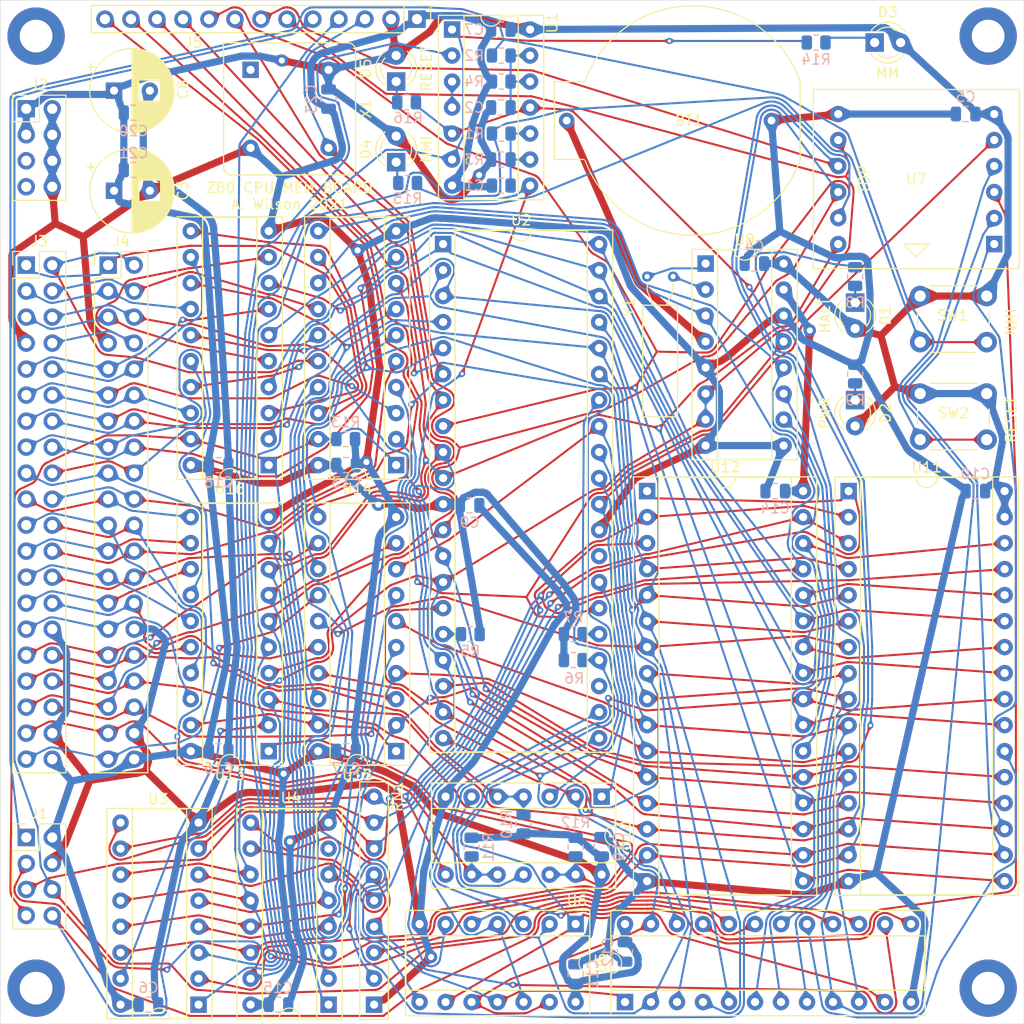
<source format=kicad_pcb>
(kicad_pcb (version 20171130) (host pcbnew "(5.1.9)-1")
  (layers (0 F.Cu signal) (31 B.Cu signal) (34 B.Paste user) (35 F.Paste user) (36 B.SilkS user) (37 F.SilkS user) (38 B.Mask user) (39 F.Mask user) (44 Edge.Cuts user))
  (net 0 "")
  (net 1 +5V)
  (net 2 F_A2)
  (net 3 GND)
  (net 4 F_A6)
  (net 5 F_A5)
  (net 6 F_A7)
  (net 7 ~WAIT~)
  (net 8 F_A3)
  (net 9 F_A4)
  (net 10 F_D2)
  (net 11 CLK)
  (net 12 F_D0)
  (net 13 F_A1)
  (net 14 F_D5)
  (net 15 F_A0)
  (net 16 F_D3)
  (net 17 F_D6)
  (net 18 ~INT~)
  (net 19 F_D1)
  (net 20 ~IN~)
  (net 21 F_D7)
  (net 22 F_A9)
  (net 23 F_D4)
  (net 24 ~READ~)
  (net 25 ~WRITE~)
  (net 26 ~INTAK~)
  (net 27 F_A8)
  (net 28 ~OUT~)
  (net 29 F_A11)
  (net 30 F_A14)
  (net 31 F_A15)
  (net 32 F_A12)
  (net 33 F_A13)
  (net 34 ~EXMEM~)
  (net 35 F_A10)
  (net 36 ~MREQ~)
  (net 37 ~SYSRES~)
  (net 38 S0)
  (net 39 S1)
  (net 40 S2)
  (net 41 S3)
  (net 42 S4)
  (net 43 RAM~ROM~)
  (net 44 D0)
  (net 45 D1)
  (net 46 D2)
  (net 47 D3)
  (net 48 D4)
  (net 49 D5)
  (net 50 D6)
  (net 51 D7)
  (net 52 "Net-(C2-Pad2)")
  (net 53 "Net-(U1-Pad3)")
  (net 54 "Net-(C1-Pad2)")
  (net 55 ~BankSel~)
  (net 56 A10)
  (net 57 ~IORQ~)
  (net 58 A9)
  (net 59 A8)
  (net 60 "Net-(R8-Pad1)")
  (net 61 A7)
  (net 62 A6)
  (net 63 A5)
  (net 64 A4)
  (net 65 A3)
  (net 66 A2)
  (net 67 A1)
  (net 68 A0)
  (net 69 "Net-(U2-Pad28)")
  (net 70 M1)
  (net 71 A15)
  (net 72 A14)
  (net 73 A13)
  (net 74 ~WR~)
  (net 75 A12)
  (net 76 ~RD~)
  (net 77 A11)
  (net 78 ~DISP1~)
  (net 79 "Net-(X1-Pad1)")
  (net 80 ~F_WAIT~)
  (net 81 ~F_INT~)
  (net 82 ~F_IN~)
  (net 83 ~F_READ~)
  (net 84 ~F_INUSE~)
  (net 85 ~F_WRITE~)
  (net 86 ~F_INTAK~)
  (net 87 ~F_OUT~)
  (net 88 ~F_EXMEM~)
  (net 89 ~F_MREQ~)
  (net 90 ~F_SYSRES~)
  (net 91 "Net-(R7-Pad1)")
  (net 92 "Net-(D1-Pad1)")
  (net 93 "Net-(U2-Pad23)")
  (net 94 ~INUSE~)
  (net 95 MEMCHIP)
  (net 96 ~BUSBUF~)
  (net 97 ~ROM0~)
  (net 98 ~RAM0~)
  (net 99 "Net-(D2-Pad1)")
  (net 100 "Net-(J1-Pad7)")
  (net 101 "Net-(J1-Pad5)")
  (net 102 "Net-(J1-Pad3)")
  (net 103 "Net-(J1-Pad1)")
  (net 104 "Net-(J2-Pad7)")
  (net 105 "Net-(J2-Pad5)")
  (net 106 "Net-(U4-Pad7)")
  (net 107 "Net-(BT1-Pad1)")
  (net 108 "Net-(U12-Pad22)")
  (net 109 "Net-(U8-Pad2)")
  (net 110 "Net-(U8-Pad1)")
  (net 111 "Net-(D3-Pad1)")
  (net 112 "Net-(R14-Pad1)")
  (net 113 "Net-(D4-Pad1)")
  (net 114 "Net-(D5-Pad1)")
  (net 115 "Net-(J1-Pad8)")
  (net 116 "Net-(J1-Pad6)")
  (net 117 VCCMEM)
  (module Connector_PinHeader_2.54mm:PinHeader_1x13_P2.54mm_Vertical (layer F.Cu) (at 60.706 21.844 270)
    (fp_text reference J5 (at 2.286 21.844 180) (layer F.SilkS))
    (fp_text value Conn_01x13_Female)
    (pad 13 thru_hole oval (at 0 30.48 270) (size 1.7 1.7) (drill 1) (layers *.Cu *.Mask) (net 51 D7))
    (pad 12 thru_hole oval (at 0 27.94 270) (size 1.7 1.7) (drill 1) (layers *.Cu *.Mask) (net 50 D6))
    (pad 11 thru_hole oval (at 0 25.4 270) (size 1.7 1.7) (drill 1) (layers *.Cu *.Mask) (net 49 D5))
    (pad 10 thru_hole oval (at 0 22.86 270) (size 1.7 1.7) (drill 1) (layers *.Cu *.Mask) (net 48 D4))
    (pad 9 thru_hole oval (at 0 20.32 270) (size 1.7 1.7) (drill 1) (layers *.Cu *.Mask) (net 47 D3))
    (pad 8 thru_hole oval (at 0 17.78 270) (size 1.7 1.7) (drill 1) (layers *.Cu *.Mask) (net 46 D2))
    (pad 7 thru_hole oval (at 0 15.24 270) (size 1.7 1.7) (drill 1) (layers *.Cu *.Mask) (net 45 D1))
    (pad 6 thru_hole oval (at 0 12.7 270) (size 1.7 1.7) (drill 1) (layers *.Cu *.Mask) (net 44 D0))
    (pad 5 thru_hole oval (at 0 10.16 270) (size 1.7 1.7) (drill 1) (layers *.Cu *.Mask) (net 116 "Net-(J1-Pad6)"))
    (pad 4 thru_hole oval (at 0 7.62 270) (size 1.7 1.7) (drill 1) (layers *.Cu *.Mask) (net 115 "Net-(J1-Pad8)"))
    (pad 3 thru_hole oval (at 0 5.08 270) (size 1.7 1.7) (drill 1) (layers *.Cu *.Mask) (net 11 CLK))
    (pad 2 thru_hole oval (at 0 2.54 270) (size 1.7 1.7) (drill 1) (layers *.Cu *.Mask) (net 1 +5V))
    (pad 1 thru_hole rect (at 0 0 270) (size 1.7 1.7) (drill 1) (layers *.Cu *.Mask) (net 3 GND))
  )
  (module Resistor_SMD:R_0805_2012Metric (layer B.Cu) (at 59.69 29.972 180)
    (fp_text reference R16 (at -0.1505 -1.524) (layer B.SilkS) (effects (justify mirror)))
    (fp_text value 1K)
    (pad 2 smd roundrect (at 0.9125 0 180) (size 1.025 1.4) (layers B.Cu B.Paste B.Mask) (roundrect_rratio 0.2439004878048781) (net 114 "Net-(D5-Pad1)"))
    (pad 1 smd roundrect (at -0.9125 0 180) (size 1.025 1.4) (layers B.Cu B.Paste B.Mask) (roundrect_rratio 0.2439004878048781) (net 37 ~SYSRES~))
  )
  (module Resistor_SMD:R_0805_2012Metric (layer B.Cu) (at 59.7935 37.846 180)
    (fp_text reference R15 (at 0 -1.524) (layer B.SilkS) (effects (justify mirror)))
    (fp_text value 1K)
    (pad 2 smd roundrect (at 0.9125 0 180) (size 1.025 1.4) (layers B.Cu B.Paste B.Mask) (roundrect_rratio 0.2439004878048781) (net 113 "Net-(D4-Pad1)"))
    (pad 1 smd roundrect (at -0.9125 0 180) (size 1.025 1.4) (layers B.Cu B.Paste B.Mask) (roundrect_rratio 0.2439004878048781) (net 101 "Net-(J1-Pad5)"))
  )
  (module LED_THT:LED_D3.0mm_FlatTop (layer F.Cu) (at 58.674 27.94 90)
    (fp_text reference D5 (at 1.27 -2.96 90) (layer F.SilkS))
    (fp_text value RESET (at 1.27 2.96 90) (layer F.SilkS))
    (pad 2 thru_hole circle (at 2.54 0 90) (size 1.8 1.8) (drill 0.9) (layers *.Cu *.Mask) (net 1 +5V))
    (pad 1 thru_hole rect (at 0 0 90) (size 1.8 1.8) (drill 0.9) (layers *.Cu *.Mask) (net 114 "Net-(D5-Pad1)"))
  )
  (module LED_THT:LED_D3.0mm_FlatTop (layer F.Cu) (at 58.674 35.814 90)
    (fp_text reference D4 (at 1.27 -2.96 90) (layer F.SilkS))
    (fp_text value NMI (at 1.27 2.96 90) (layer F.SilkS))
    (pad 2 thru_hole circle (at 2.54 0 90) (size 1.8 1.8) (drill 0.9) (layers *.Cu *.Mask) (net 1 +5V))
    (pad 1 thru_hole rect (at 0 0 90) (size 1.8 1.8) (drill 0.9) (layers *.Cu *.Mask) (net 113 "Net-(D4-Pad1)"))
  )
  (module Resistor_SMD:R_0805_2012Metric (layer B.Cu) (at 99.695 24.13)
    (fp_text reference R14 (at 0 1.65) (layer B.SilkS) (effects (justify mirror)))
    (fp_text value 1K)
    (pad 2 smd roundrect (at 0.9125 0) (size 1.025 1.4) (layers B.Cu B.Paste B.Mask) (roundrect_rratio 0.2439004878048781) (net 111 "Net-(D3-Pad1)"))
    (pad 1 smd roundrect (at -0.9125 0) (size 1.025 1.4) (layers B.Cu B.Paste B.Mask) (roundrect_rratio 0.2439004878048781) (net 112 "Net-(R14-Pad1)"))
  )
  (module LED_THT:LED_D3.0mm_FlatTop (layer F.Cu) (at 105.41 24.13)
    (fp_text reference D3 (at 1.27 -2.96) (layer F.SilkS))
    (fp_text value MM (at 1.27 2.96) (layer F.SilkS))
    (pad 2 thru_hole circle (at 2.54 0) (size 1.8 1.8) (drill 0.9) (layers *.Cu *.Mask) (net 1 +5V))
    (pad 1 thru_hole rect (at 0 0) (size 1.8 1.8) (drill 0.9) (layers *.Cu *.Mask) (net 111 "Net-(D3-Pad1)"))
  )
  (module Capacitor_THT:CP_Radial_D8.0mm_P3.50mm (layer F.Cu) (at 31.114 38.608)
    (fp_text reference C3 (at 6.732 0 90) (layer F.SilkS))
    (fp_text value 470uF)
    (pad 2 thru_hole circle (at 3.5 0) (size 1.6 1.6) (drill 0.8) (layers *.Cu *.Mask) (net 3 GND))
    (pad 1 thru_hole rect (at 0 0) (size 1.6 1.6) (drill 0.8) (layers *.Cu *.Mask) (net 1 +5V))
  )
  (module Button_Switch_THT:SW_PUSH_6mm (layer F.Cu) (at 109.855 58.42)
    (fp_text reference SW2 (at 3.25 1.905) (layer F.SilkS))
    (fp_text value RESET (at 8.89 2.54 270) (layer F.SilkS))
    (pad 1 thru_hole circle (at 6.5 0 90) (size 2 2) (drill 1.1) (layers *.Cu *.Mask) (net 1 +5V))
    (pad 2 thru_hole circle (at 6.5 4.5 90) (size 2 2) (drill 1.1) (layers *.Cu *.Mask) (net 103 "Net-(J1-Pad1)"))
    (pad 1 thru_hole circle (at 0 0 90) (size 2 2) (drill 1.1) (layers *.Cu *.Mask) (net 1 +5V))
    (pad 2 thru_hole circle (at 0 4.5 90) (size 2 2) (drill 1.1) (layers *.Cu *.Mask) (net 103 "Net-(J1-Pad1)"))
  )
  (module Button_Switch_THT:SW_PUSH_6mm (layer F.Cu) (at 109.855 48.895)
    (fp_text reference SW1 (at 3.175 1.905) (layer F.SilkS))
    (fp_text value NMI (at 8.89 2.54 90) (layer F.SilkS))
    (pad 1 thru_hole circle (at 6.5 0 90) (size 2 2) (drill 1.1) (layers *.Cu *.Mask) (net 1 +5V))
    (pad 2 thru_hole circle (at 6.5 4.5 90) (size 2 2) (drill 1.1) (layers *.Cu *.Mask) (net 102 "Net-(J1-Pad3)"))
    (pad 1 thru_hole circle (at 0 0 90) (size 2 2) (drill 1.1) (layers *.Cu *.Mask) (net 1 +5V))
    (pad 2 thru_hole circle (at 0 4.5 90) (size 2 2) (drill 1.1) (layers *.Cu *.Mask) (net 102 "Net-(J1-Pad3)"))
  )
  (module Package_DIP:DIP-16_W7.62mm_Socket (layer F.Cu) (at 88.9 45.72)
    (fp_text reference U8 (at 3.81 -2.33) (layer F.SilkS))
    (fp_text value DS1315)
    (pad 1 thru_hole rect (at 0 0) (size 1.6 1.6) (drill 0.8) (layers *.Cu *.Mask) (net 110 "Net-(U8-Pad1)"))
    (pad 9 thru_hole oval (at 7.62 17.78) (size 1.6 1.6) (drill 0.8) (layers *.Cu *.Mask) (net 3 GND))
    (pad 2 thru_hole oval (at 0 2.54) (size 1.6 1.6) (drill 0.8) (layers *.Cu *.Mask) (net 109 "Net-(U8-Pad2)"))
    (pad 10 thru_hole oval (at 7.62 15.24) (size 1.6 1.6) (drill 0.8) (layers *.Cu *.Mask) (net 108 "Net-(U12-Pad22)"))
    (pad 3 thru_hole oval (at 0 5.08) (size 1.6 1.6) (drill 0.8) (layers *.Cu *.Mask) (net 25 ~WRITE~))
    (pad 11 thru_hole oval (at 7.62 12.7) (size 1.6 1.6) (drill 0.8) (layers *.Cu *.Mask) (net 98 ~RAM0~))
    (pad 4 thru_hole oval (at 0 7.62) (size 1.6 1.6) (drill 0.8) (layers *.Cu *.Mask) (net 107 "Net-(BT1-Pad1)"))
    (pad 12 thru_hole oval (at 7.62 10.16) (size 1.6 1.6) (drill 0.8) (layers *.Cu *.Mask) (net 24 ~READ~))
    (pad 5 thru_hole oval (at 0 10.16) (size 1.6 1.6) (drill 0.8) (layers *.Cu *.Mask) (net 3 GND))
    (pad 13 thru_hole oval (at 7.62 7.62) (size 1.6 1.6) (drill 0.8) (layers *.Cu *.Mask) (net 37 ~SYSRES~))
    (pad 6 thru_hole oval (at 0 12.7) (size 1.6 1.6) (drill 0.8) (layers *.Cu *.Mask) (net 44 D0))
    (pad 14 thru_hole oval (at 7.62 5.08) (size 1.6 1.6) (drill 0.8) (layers *.Cu *.Mask) (net 3 GND))
    (pad 7 thru_hole oval (at 0 15.24) (size 1.6 1.6) (drill 0.8) (layers *.Cu *.Mask) (net 44 D0))
    (pad 15 thru_hole oval (at 7.62 2.54) (size 1.6 1.6) (drill 0.8) (layers *.Cu *.Mask) (net 117 VCCMEM))
    (pad 8 thru_hole oval (at 0 17.78) (size 1.6 1.6) (drill 0.8) (layers *.Cu *.Mask) (net 3 GND))
    (pad 16 thru_hole oval (at 7.62 0) (size 1.6 1.6) (drill 0.8) (layers *.Cu *.Mask) (net 1 +5V))
  )
  (module Crystal:Crystal_AT310_D3.0mm_L10.0mm_Horizontal (layer F.Cu) (at 83.185 46.99)
    (fp_text reference Y1 (at -1.75 3 -270) (layer F.SilkS))
    (fp_text value 32768Hz)
    (pad 2 thru_hole circle (at 2.54 0) (size 1 1) (drill 0.5) (layers *.Cu *.Mask) (net 109 "Net-(U8-Pad2)"))
    (pad 1 thru_hole circle (at 0 0) (size 1 1) (drill 0.5) (layers *.Cu *.Mask) (net 110 "Net-(U8-Pad1)"))
  )
  (module wilson-z80:BS-01-A4CJ004 (layer F.Cu) (at 87.63 31.75 180)
    (fp_text reference BT1 (at 0.361999 0) (layer F.SilkS))
    (fp_text value 3V)
    (pad 1 thru_hole circle (at 12.3 0 180) (size 1.524 1.524) (drill 0.762) (layers *.Cu *.Mask) (net 107 "Net-(BT1-Pad1)"))
    (pad 2 thru_hole circle (at -7.7 0 180) (size 1.524 1.524) (drill 0.762) (layers *.Cu *.Mask) (net 3 GND))
  )
  (module Capacitor_SMD:C_0805_2012Metric (layer B.Cu) (at 52.07 29.652 270)
    (fp_text reference C23 (at 0 1.68 90) (layer B.SilkS) (effects (justify mirror)))
    (fp_text value 100n)
    (pad 1 smd roundrect (at -0.95 0 270) (size 1 1.45) (layers B.Cu B.Paste B.Mask) (net 1 +5V))
    (pad 2 smd roundrect (at 0.95 0 270) (size 1 1.45) (layers B.Cu B.Paste B.Mask) (net 3 GND))
  )
  (module Capacitor_SMD:C_0805_2012Metric (layer B.Cu) (at 33.02 36.576)
    (fp_text reference C21 (at 0 -1.651) (layer B.SilkS) (effects (justify mirror)))
    (fp_text value 100n)
    (pad 2 smd roundrect (at 0.95 0) (size 1 1.45) (layers B.Cu B.Paste B.Mask) (net 3 GND))
    (pad 1 smd roundrect (at -0.95 0) (size 1 1.45) (layers B.Cu B.Paste B.Mask) (net 1 +5V))
  )
  (module Capacitor_SMD:C_0805_2012Metric (layer B.Cu) (at 33.02 30.988)
    (fp_text reference C20 (at 0 1.778) (layer B.SilkS) (effects (justify mirror)))
    (fp_text value 100n)
    (pad 2 smd roundrect (at 0.95 0) (size 1 1.45) (layers B.Cu B.Paste B.Mask) (net 3 GND))
    (pad 1 smd roundrect (at -0.95 0) (size 1 1.45) (layers B.Cu B.Paste B.Mask) (net 1 +5V))
  )
  (module Capacitor_SMD:C_0805_2012Metric (layer B.Cu) (at 78.74 102.682 90)
    (fp_text reference C19 (at 0 1.68 90) (layer B.SilkS) (effects (justify mirror)))
    (fp_text value 100n)
    (pad 2 smd roundrect (at 0.95 0 90) (size 1 1.45) (layers B.Cu B.Paste B.Mask) (net 3 GND))
    (pad 1 smd roundrect (at -0.95 0 90) (size 1 1.45) (layers B.Cu B.Paste B.Mask) (net 1 +5V))
  )
  (module Capacitor_SMD:C_0805_2012Metric (layer B.Cu) (at 41.336 65.405)
    (fp_text reference C18 (at 0 1.68) (layer B.SilkS) (effects (justify mirror)))
    (fp_text value 100n)
    (pad 2 smd roundrect (at 0.95 0) (size 1 1.45) (layers B.Cu B.Paste B.Mask) (net 3 GND))
    (pad 1 smd roundrect (at -0.95 0) (size 1 1.45) (layers B.Cu B.Paste B.Mask) (net 1 +5V))
  )
  (module Capacitor_SMD:C_0805_2012Metric (layer B.Cu) (at 53.782 93.345)
    (fp_text reference C17 (at 0 1.68) (layer B.SilkS) (effects (justify mirror)))
    (fp_text value 100n)
    (pad 2 smd roundrect (at 0.95 0) (size 1 1.45) (layers B.Cu B.Paste B.Mask) (net 3 GND))
    (pad 1 smd roundrect (at -0.95 0) (size 1 1.45) (layers B.Cu B.Paste B.Mask) (net 1 +5V))
  )
  (module Capacitor_SMD:C_0805_2012Metric (layer B.Cu) (at 41.336 93.345)
    (fp_text reference C16 (at 0 1.68) (layer B.SilkS) (effects (justify mirror)))
    (fp_text value 100n)
    (pad 2 smd roundrect (at 0.95 0) (size 1 1.45) (layers B.Cu B.Paste B.Mask) (net 3 GND))
    (pad 1 smd roundrect (at -0.95 0) (size 1 1.45) (layers B.Cu B.Paste B.Mask) (net 1 +5V))
  )
  (module Capacitor_SMD:C_0805_2012Metric (layer B.Cu) (at 47.178 118.11)
    (fp_text reference C15 (at -0.061 -1.651) (layer B.SilkS) (effects (justify mirror)))
    (fp_text value 100n)
    (pad 2 smd roundrect (at 0.95 0) (size 1 1.45) (layers B.Cu B.Paste B.Mask) (net 3 GND))
    (pad 1 smd roundrect (at -0.95 0) (size 1 1.45) (layers B.Cu B.Paste B.Mask) (net 1 +5V))
  )
  (module Capacitor_SMD:C_0805_2012Metric (layer B.Cu) (at 95.697 67.945)
    (fp_text reference C14 (at 0 1.68) (layer B.SilkS) (effects (justify mirror)))
    (fp_text value 100n)
    (pad 1 smd roundrect (at -0.95 0) (size 1 1.45) (layers B.Cu B.Paste B.Mask) (net 3 GND))
    (pad 2 smd roundrect (at 0.95 0) (size 1 1.45) (layers B.Cu B.Paste B.Mask) (net 117 VCCMEM))
  )
  (module Capacitor_SMD:C_0805_2012Metric (layer B.Cu) (at 53.782 65.405)
    (fp_text reference C13 (at 0 1.68) (layer B.SilkS) (effects (justify mirror)))
    (fp_text value 100n)
    (pad 2 smd roundrect (at 0.95 0) (size 1 1.45) (layers B.Cu B.Paste B.Mask) (net 3 GND))
    (pad 1 smd roundrect (at -0.95 0) (size 1 1.45) (layers B.Cu B.Paste B.Mask) (net 1 +5V))
  )
  (module Capacitor_SMD:C_0805_2012Metric (layer B.Cu) (at 81.026 112.964 270)
    (fp_text reference C12 (at 0 1.68 90) (layer B.SilkS) (effects (justify mirror)))
    (fp_text value 100n)
    (pad 1 smd roundrect (at -0.95 0 270) (size 1 1.45) (layers B.Cu B.Paste B.Mask) (net 1 +5V))
    (pad 2 smd roundrect (at 0.95 0 270) (size 1 1.45) (layers B.Cu B.Paste B.Mask) (net 3 GND))
  )
  (module Capacitor_SMD:C_0805_2012Metric (layer B.Cu) (at 76.2 115.128 90)
    (fp_text reference C11 (at 0 1.68 90) (layer B.SilkS) (effects (justify mirror)))
    (fp_text value 100n)
    (pad 2 smd roundrect (at 0.95 0 90) (size 1 1.45) (layers B.Cu B.Paste B.Mask) (net 3 GND))
    (pad 1 smd roundrect (at -0.95 0 90) (size 1 1.45) (layers B.Cu B.Paste B.Mask) (net 1 +5V))
  )
  (module Capacitor_SMD:C_0805_2012Metric (layer B.Cu) (at 115.25 67.945 180)
    (fp_text reference C10 (at 0 1.68) (layer B.SilkS) (effects (justify mirror)))
    (fp_text value 100n)
    (pad 2 smd roundrect (at 0.95 0 180) (size 1 1.45) (layers B.Cu B.Paste B.Mask) (net 3 GND))
    (pad 1 smd roundrect (at -0.95 0 180) (size 1 1.45) (layers B.Cu B.Paste B.Mask) (net 1 +5V))
  )
  (module Capacitor_SMD:C_0805_2012Metric (layer B.Cu) (at 65.847 69.342)
    (fp_text reference C9 (at 0 1.68) (layer B.SilkS) (effects (justify mirror)))
    (fp_text value 100n)
    (pad 2 smd roundrect (at 0.95 0) (size 1 1.45) (layers B.Cu B.Paste B.Mask) (net 3 GND))
    (pad 1 smd roundrect (at -0.95 0) (size 1 1.45) (layers B.Cu B.Paste B.Mask) (net 1 +5V))
  )
  (module Capacitor_THT:CP_Radial_D8.0mm_P3.50mm (layer F.Cu) (at 31.114 28.829)
    (fp_text reference C8 (at 6.732 -0.127 90) (layer F.SilkS))
    (fp_text value 470uF)
    (pad 2 thru_hole circle (at 3.5 0) (size 1.6 1.6) (drill 0.8) (layers *.Cu *.Mask) (net 3 GND))
    (pad 1 thru_hole rect (at 0 0) (size 1.6 1.6) (drill 0.8) (layers *.Cu *.Mask) (net 1 +5V))
  )
  (module Package_DIP:DIP-14_W7.62mm_Socket (layer F.Cu) (at 78.74 97.79 270)
    (fp_text reference U10 (at 3.81 -2.33 90) (layer F.SilkS))
    (fp_text value 74LS32)
    (pad 14 thru_hole oval (at 7.62 0 270) (size 1.6 1.6) (drill 0.8) (layers *.Cu *.Mask) (net 1 +5V))
    (pad 7 thru_hole oval (at 0 15.24 270) (size 1.6 1.6) (drill 0.8) (layers *.Cu *.Mask) (net 3 GND))
    (pad 13 thru_hole oval (at 7.62 2.54 270) (size 1.6 1.6) (drill 0.8) (layers *.Cu *.Mask) (net 80 ~F_WAIT~))
    (pad 6 thru_hole oval (at 0 12.7 270) (size 1.6 1.6) (drill 0.8) (layers *.Cu *.Mask) (net 94 ~INUSE~))
    (pad 12 thru_hole oval (at 7.62 5.08 270) (size 1.6 1.6) (drill 0.8) (layers *.Cu *.Mask) (net 80 ~F_WAIT~))
    (pad 5 thru_hole oval (at 0 10.16 270) (size 1.6 1.6) (drill 0.8) (layers *.Cu *.Mask) (net 84 ~F_INUSE~))
    (pad 11 thru_hole oval (at 7.62 7.62 270) (size 1.6 1.6) (drill 0.8) (layers *.Cu *.Mask) (net 7 ~WAIT~))
    (pad 4 thru_hole oval (at 0 7.62 270) (size 1.6 1.6) (drill 0.8) (layers *.Cu *.Mask) (net 84 ~F_INUSE~))
    (pad 10 thru_hole oval (at 7.62 10.16 270) (size 1.6 1.6) (drill 0.8) (layers *.Cu *.Mask) (net 81 ~F_INT~))
    (pad 3 thru_hole oval (at 0 5.08 270) (size 1.6 1.6) (drill 0.8) (layers *.Cu *.Mask) (net 26 ~INTAK~))
    (pad 9 thru_hole oval (at 7.62 12.7 270) (size 1.6 1.6) (drill 0.8) (layers *.Cu *.Mask) (net 81 ~F_INT~))
    (pad 2 thru_hole oval (at 0 2.54 270) (size 1.6 1.6) (drill 0.8) (layers *.Cu *.Mask) (net 57 ~IORQ~))
    (pad 8 thru_hole oval (at 7.62 15.24 270) (size 1.6 1.6) (drill 0.8) (layers *.Cu *.Mask) (net 18 ~INT~))
    (pad 1 thru_hole rect (at 0 0 270) (size 1.6 1.6) (drill 0.8) (layers *.Cu *.Mask) (net 70 M1))
  )
  (module Package_DIP:DIP-14_W7.62mm_Socket (layer F.Cu) (at 76.2 110.236 270)
    (fp_text reference U6 (at -2.286 -0.127 180) (layer F.SilkS))
    (fp_text value 74LS32)
    (pad 14 thru_hole oval (at 7.62 0 270) (size 1.6 1.6) (drill 0.8) (layers *.Cu *.Mask) (net 1 +5V))
    (pad 7 thru_hole oval (at 0 15.24 270) (size 1.6 1.6) (drill 0.8) (layers *.Cu *.Mask) (net 3 GND))
    (pad 13 thru_hole oval (at 7.62 2.54 270) (size 1.6 1.6) (drill 0.8) (layers *.Cu *.Mask) (net 57 ~IORQ~))
    (pad 6 thru_hole oval (at 0 12.7 270) (size 1.6 1.6) (drill 0.8) (layers *.Cu *.Mask) (net 25 ~WRITE~))
    (pad 12 thru_hole oval (at 7.62 5.08 270) (size 1.6 1.6) (drill 0.8) (layers *.Cu *.Mask) (net 74 ~WR~))
    (pad 5 thru_hole oval (at 0 10.16 270) (size 1.6 1.6) (drill 0.8) (layers *.Cu *.Mask) (net 36 ~MREQ~))
    (pad 11 thru_hole oval (at 7.62 7.62 270) (size 1.6 1.6) (drill 0.8) (layers *.Cu *.Mask) (net 28 ~OUT~))
    (pad 4 thru_hole oval (at 0 7.62 270) (size 1.6 1.6) (drill 0.8) (layers *.Cu *.Mask) (net 74 ~WR~))
    (pad 10 thru_hole oval (at 7.62 10.16 270) (size 1.6 1.6) (drill 0.8) (layers *.Cu *.Mask) (net 57 ~IORQ~))
    (pad 3 thru_hole oval (at 0 5.08 270) (size 1.6 1.6) (drill 0.8) (layers *.Cu *.Mask) (net 24 ~READ~))
    (pad 9 thru_hole oval (at 7.62 12.7 270) (size 1.6 1.6) (drill 0.8) (layers *.Cu *.Mask) (net 76 ~RD~))
    (pad 2 thru_hole oval (at 0 2.54 270) (size 1.6 1.6) (drill 0.8) (layers *.Cu *.Mask) (net 36 ~MREQ~))
    (pad 8 thru_hole oval (at 7.62 15.24 270) (size 1.6 1.6) (drill 0.8) (layers *.Cu *.Mask) (net 20 ~IN~))
    (pad 1 thru_hole rect (at 0 0 270) (size 1.6 1.6) (drill 0.8) (layers *.Cu *.Mask) (net 76 ~RD~))
  )
  (module Package_DIP:DIP-14_W7.62mm_Socket (layer F.Cu) (at 64.135 22.86)
    (fp_text reference U1 (at 9.779 -0.635 90) (layer F.SilkS))
    (fp_text value 74LS132)
    (pad 14 thru_hole oval (at 7.62 0) (size 1.6 1.6) (drill 0.8) (layers *.Cu *.Mask) (net 1 +5V))
    (pad 7 thru_hole oval (at 0 15.24) (size 1.6 1.6) (drill 0.8) (layers *.Cu *.Mask) (net 3 GND))
    (pad 13 thru_hole oval (at 7.62 2.54) (size 1.6 1.6) (drill 0.8) (layers *.Cu *.Mask) (net 52 "Net-(C2-Pad2)"))
    (pad 6 thru_hole oval (at 0 12.7) (size 1.6 1.6) (drill 0.8) (layers *.Cu *.Mask) (net 112 "Net-(R14-Pad1)"))
    (pad 12 thru_hole oval (at 7.62 5.08) (size 1.6 1.6) (drill 0.8) (layers *.Cu *.Mask) (net 52 "Net-(C2-Pad2)"))
    (pad 5 thru_hole oval (at 0 10.16) (size 1.6 1.6) (drill 0.8) (layers *.Cu *.Mask) (net 37 ~SYSRES~))
    (pad 11 thru_hole oval (at 7.62 7.62) (size 1.6 1.6) (drill 0.8) (layers *.Cu *.Mask) (net 37 ~SYSRES~))
    (pad 4 thru_hole oval (at 0 7.62) (size 1.6 1.6) (drill 0.8) (layers *.Cu *.Mask) (net 53 "Net-(U1-Pad3)"))
    (pad 10 thru_hole oval (at 7.62 10.16) (size 1.6 1.6) (drill 0.8) (layers *.Cu *.Mask) (net 54 "Net-(C1-Pad2)"))
    (pad 3 thru_hole oval (at 0 5.08) (size 1.6 1.6) (drill 0.8) (layers *.Cu *.Mask) (net 53 "Net-(U1-Pad3)"))
    (pad 9 thru_hole oval (at 7.62 12.7) (size 1.6 1.6) (drill 0.8) (layers *.Cu *.Mask) (net 54 "Net-(C1-Pad2)"))
    (pad 2 thru_hole oval (at 0 2.54) (size 1.6 1.6) (drill 0.8) (layers *.Cu *.Mask) (net 55 ~BankSel~))
    (pad 8 thru_hole oval (at 7.62 15.24) (size 1.6 1.6) (drill 0.8) (layers *.Cu *.Mask) (net 101 "Net-(J1-Pad5)"))
    (pad 1 thru_hole rect (at 0 0) (size 1.6 1.6) (drill 0.8) (layers *.Cu *.Mask) (net 112 "Net-(R14-Pad1)"))
  )
  (module Package_DIP:DIP-24_W7.62mm_Socket (layer F.Cu) (at 81.026 117.856 90)
    (fp_text reference U5 (at 3.81 -2.33 90) (layer F.SilkS))
    (fp_text value ATF22V10C)
    (pad 24 thru_hole oval (at 7.62 0 90) (size 1.6 1.6) (drill 0.8) (layers *.Cu *.Mask) (net 1 +5V))
    (pad 12 thru_hole oval (at 0 27.94 90) (size 1.6 1.6) (drill 0.8) (layers *.Cu *.Mask) (net 3 GND))
    (pad 23 thru_hole oval (at 7.62 2.54 90) (size 1.6 1.6) (drill 0.8) (layers *.Cu *.Mask) (net 57 ~IORQ~))
    (pad 11 thru_hole oval (at 0 25.4 90) (size 1.6 1.6) (drill 0.8) (layers *.Cu *.Mask) (net 76 ~RD~))
    (pad 22 thru_hole oval (at 7.62 5.08 90) (size 1.6 1.6) (drill 0.8) (layers *.Cu *.Mask) (net 96 ~BUSBUF~))
    (pad 10 thru_hole oval (at 0 22.86 90) (size 1.6 1.6) (drill 0.8) (layers *.Cu *.Mask) (net 68 A0))
    (pad 21 thru_hole oval (at 7.62 7.62 90) (size 1.6 1.6) (drill 0.8) (layers *.Cu *.Mask) (net 78 ~DISP1~))
    (pad 9 thru_hole oval (at 0 20.32 90) (size 1.6 1.6) (drill 0.8) (layers *.Cu *.Mask) (net 67 A1))
    (pad 20 thru_hole oval (at 7.62 10.16 90) (size 1.6 1.6) (drill 0.8) (layers *.Cu *.Mask) (net 116 "Net-(J1-Pad6)"))
    (pad 8 thru_hole oval (at 0 17.78 90) (size 1.6 1.6) (drill 0.8) (layers *.Cu *.Mask) (net 66 A2))
    (pad 19 thru_hole oval (at 7.62 12.7 90) (size 1.6 1.6) (drill 0.8) (layers *.Cu *.Mask) (net 115 "Net-(J1-Pad8)"))
    (pad 7 thru_hole oval (at 0 15.24 90) (size 1.6 1.6) (drill 0.8) (layers *.Cu *.Mask) (net 65 A3))
    (pad 18 thru_hole oval (at 7.62 15.24 90) (size 1.6 1.6) (drill 0.8) (layers *.Cu *.Mask) (net 98 ~RAM0~))
    (pad 6 thru_hole oval (at 0 12.7 90) (size 1.6 1.6) (drill 0.8) (layers *.Cu *.Mask) (net 64 A4))
    (pad 17 thru_hole oval (at 7.62 17.78 90) (size 1.6 1.6) (drill 0.8) (layers *.Cu *.Mask) (net 97 ~ROM0~))
    (pad 5 thru_hole oval (at 0 10.16 90) (size 1.6 1.6) (drill 0.8) (layers *.Cu *.Mask) (net 63 A5))
    (pad 16 thru_hole oval (at 7.62 20.32 90) (size 1.6 1.6) (drill 0.8) (layers *.Cu *.Mask) (net 55 ~BankSel~))
    (pad 4 thru_hole oval (at 0 7.62 90) (size 1.6 1.6) (drill 0.8) (layers *.Cu *.Mask) (net 62 A6))
    (pad 15 thru_hole oval (at 7.62 22.86 90) (size 1.6 1.6) (drill 0.8) (layers *.Cu *.Mask) (net 43 RAM~ROM~))
    (pad 3 thru_hole oval (at 0 5.08 90) (size 1.6 1.6) (drill 0.8) (layers *.Cu *.Mask) (net 61 A7))
    (pad 14 thru_hole oval (at 7.62 25.4 90) (size 1.6 1.6) (drill 0.8) (layers *.Cu *.Mask) (net 95 MEMCHIP))
    (pad 2 thru_hole oval (at 0 2.54 90) (size 1.6 1.6) (drill 0.8) (layers *.Cu *.Mask) (net 36 ~MREQ~))
    (pad 13 thru_hole oval (at 7.62 27.94 90) (size 1.6 1.6) (drill 0.8) (layers *.Cu *.Mask) (net 94 ~INUSE~))
    (pad 1 thru_hole rect (at 0 0 90) (size 1.6 1.6) (drill 0.8) (layers *.Cu *.Mask) (net 28 ~OUT~))
  )
  (module Package_DIP:DIP-16_W7.62mm_Socket (layer F.Cu) (at 52.07 118.11 180)
    (fp_text reference U4 (at 3.683 20.193) (layer F.SilkS))
    (fp_text value 74HC670)
    (pad 16 thru_hole oval (at 7.62 0 180) (size 1.6 1.6) (drill 0.8) (layers *.Cu *.Mask) (net 1 +5V))
    (pad 8 thru_hole oval (at 0 17.78 180) (size 1.6 1.6) (drill 0.8) (layers *.Cu *.Mask) (net 3 GND))
    (pad 15 thru_hole oval (at 7.62 2.54 180) (size 1.6 1.6) (drill 0.8) (layers *.Cu *.Mask) (net 48 D4))
    (pad 7 thru_hole oval (at 0 15.24 180) (size 1.6 1.6) (drill 0.8) (layers *.Cu *.Mask) (net 106 "Net-(U4-Pad7)"))
    (pad 14 thru_hole oval (at 7.62 5.08 180) (size 1.6 1.6) (drill 0.8) (layers *.Cu *.Mask) (net 68 A0))
    (pad 6 thru_hole oval (at 0 12.7 180) (size 1.6 1.6) (drill 0.8) (layers *.Cu *.Mask) (net 34 ~EXMEM~))
    (pad 13 thru_hole oval (at 7.62 7.62 180) (size 1.6 1.6) (drill 0.8) (layers *.Cu *.Mask) (net 67 A1))
    (pad 5 thru_hole oval (at 0 10.16 180) (size 1.6 1.6) (drill 0.8) (layers *.Cu *.Mask) (net 72 A14))
    (pad 12 thru_hole oval (at 7.62 10.16 180) (size 1.6 1.6) (drill 0.8) (layers *.Cu *.Mask) (net 55 ~BankSel~))
    (pad 4 thru_hole oval (at 0 7.62 180) (size 1.6 1.6) (drill 0.8) (layers *.Cu *.Mask) (net 71 A15))
    (pad 11 thru_hole oval (at 7.62 12.7 180) (size 1.6 1.6) (drill 0.8) (layers *.Cu *.Mask) (net 112 "Net-(R14-Pad1)"))
    (pad 3 thru_hole oval (at 0 5.08 180) (size 1.6 1.6) (drill 0.8) (layers *.Cu *.Mask) (net 51 D7))
    (pad 10 thru_hole oval (at 7.62 15.24 180) (size 1.6 1.6) (drill 0.8) (layers *.Cu *.Mask) (net 42 S4))
    (pad 2 thru_hole oval (at 0 2.54 180) (size 1.6 1.6) (drill 0.8) (layers *.Cu *.Mask) (net 50 D6))
    (pad 9 thru_hole oval (at 7.62 17.78 180) (size 1.6 1.6) (drill 0.8) (layers *.Cu *.Mask) (net 95 MEMCHIP))
    (pad 1 thru_hole rect (at 0 0 180) (size 1.6 1.6) (drill 0.8) (layers *.Cu *.Mask) (net 49 D5))
  )
  (module Package_DIP:DIP-16_W7.62mm_Socket (layer F.Cu) (at 39.37 118.11 180)
    (fp_text reference U3 (at 3.937 20.066) (layer F.SilkS))
    (fp_text value 74HC670)
    (pad 16 thru_hole oval (at 7.62 0 180) (size 1.6 1.6) (drill 0.8) (layers *.Cu *.Mask) (net 1 +5V))
    (pad 8 thru_hole oval (at 0 17.78 180) (size 1.6 1.6) (drill 0.8) (layers *.Cu *.Mask) (net 3 GND))
    (pad 15 thru_hole oval (at 7.62 2.54 180) (size 1.6 1.6) (drill 0.8) (layers *.Cu *.Mask) (net 44 D0))
    (pad 7 thru_hole oval (at 0 15.24 180) (size 1.6 1.6) (drill 0.8) (layers *.Cu *.Mask) (net 40 S2))
    (pad 14 thru_hole oval (at 7.62 5.08 180) (size 1.6 1.6) (drill 0.8) (layers *.Cu *.Mask) (net 68 A0))
    (pad 6 thru_hole oval (at 0 12.7 180) (size 1.6 1.6) (drill 0.8) (layers *.Cu *.Mask) (net 41 S3))
    (pad 13 thru_hole oval (at 7.62 7.62 180) (size 1.6 1.6) (drill 0.8) (layers *.Cu *.Mask) (net 67 A1))
    (pad 5 thru_hole oval (at 0 10.16 180) (size 1.6 1.6) (drill 0.8) (layers *.Cu *.Mask) (net 72 A14))
    (pad 12 thru_hole oval (at 7.62 10.16 180) (size 1.6 1.6) (drill 0.8) (layers *.Cu *.Mask) (net 55 ~BankSel~))
    (pad 4 thru_hole oval (at 0 7.62 180) (size 1.6 1.6) (drill 0.8) (layers *.Cu *.Mask) (net 71 A15))
    (pad 11 thru_hole oval (at 7.62 12.7 180) (size 1.6 1.6) (drill 0.8) (layers *.Cu *.Mask) (net 112 "Net-(R14-Pad1)"))
    (pad 3 thru_hole oval (at 0 5.08 180) (size 1.6 1.6) (drill 0.8) (layers *.Cu *.Mask) (net 47 D3))
    (pad 10 thru_hole oval (at 7.62 15.24 180) (size 1.6 1.6) (drill 0.8) (layers *.Cu *.Mask) (net 38 S0))
    (pad 2 thru_hole oval (at 0 2.54 180) (size 1.6 1.6) (drill 0.8) (layers *.Cu *.Mask) (net 46 D2))
    (pad 9 thru_hole oval (at 7.62 17.78 180) (size 1.6 1.6) (drill 0.8) (layers *.Cu *.Mask) (net 39 S1))
    (pad 1 thru_hole rect (at 0 0 180) (size 1.6 1.6) (drill 0.8) (layers *.Cu *.Mask) (net 45 D1))
  )
  (module Package_DIP:DIP-40_W15.24mm_Socket (layer F.Cu) (at 63.259 43.815)
    (fp_text reference U2 (at 7.62 -2.33) (layer F.SilkS))
    (fp_text value Z80CPU)
    (pad 40 thru_hole oval (at 15.24 0) (size 1.6 1.6) (drill 0.8) (layers *.Cu *.Mask) (net 56 A10))
    (pad 20 thru_hole oval (at 0 48.26) (size 1.6 1.6) (drill 0.8) (layers *.Cu *.Mask) (net 57 ~IORQ~))
    (pad 39 thru_hole oval (at 15.24 2.54) (size 1.6 1.6) (drill 0.8) (layers *.Cu *.Mask) (net 58 A9))
    (pad 19 thru_hole oval (at 0 45.72) (size 1.6 1.6) (drill 0.8) (layers *.Cu *.Mask) (net 36 ~MREQ~))
    (pad 38 thru_hole oval (at 15.24 5.08) (size 1.6 1.6) (drill 0.8) (layers *.Cu *.Mask) (net 59 A8))
    (pad 18 thru_hole oval (at 0 43.18) (size 1.6 1.6) (drill 0.8) (layers *.Cu *.Mask) (net 60 "Net-(R8-Pad1)"))
    (pad 37 thru_hole oval (at 15.24 7.62) (size 1.6 1.6) (drill 0.8) (layers *.Cu *.Mask) (net 61 A7))
    (pad 17 thru_hole oval (at 0 40.64) (size 1.6 1.6) (drill 0.8) (layers *.Cu *.Mask) (net 101 "Net-(J1-Pad5)"))
    (pad 36 thru_hole oval (at 15.24 10.16) (size 1.6 1.6) (drill 0.8) (layers *.Cu *.Mask) (net 62 A6))
    (pad 16 thru_hole oval (at 0 38.1) (size 1.6 1.6) (drill 0.8) (layers *.Cu *.Mask) (net 18 ~INT~))
    (pad 35 thru_hole oval (at 15.24 12.7) (size 1.6 1.6) (drill 0.8) (layers *.Cu *.Mask) (net 63 A5))
    (pad 15 thru_hole oval (at 0 35.56) (size 1.6 1.6) (drill 0.8) (layers *.Cu *.Mask) (net 45 D1))
    (pad 34 thru_hole oval (at 15.24 15.24) (size 1.6 1.6) (drill 0.8) (layers *.Cu *.Mask) (net 64 A4))
    (pad 14 thru_hole oval (at 0 33.02) (size 1.6 1.6) (drill 0.8) (layers *.Cu *.Mask) (net 44 D0))
    (pad 33 thru_hole oval (at 15.24 17.78) (size 1.6 1.6) (drill 0.8) (layers *.Cu *.Mask) (net 65 A3))
    (pad 13 thru_hole oval (at 0 30.48) (size 1.6 1.6) (drill 0.8) (layers *.Cu *.Mask) (net 51 D7))
    (pad 32 thru_hole oval (at 15.24 20.32) (size 1.6 1.6) (drill 0.8) (layers *.Cu *.Mask) (net 66 A2))
    (pad 12 thru_hole oval (at 0 27.94) (size 1.6 1.6) (drill 0.8) (layers *.Cu *.Mask) (net 46 D2))
    (pad 31 thru_hole oval (at 15.24 22.86) (size 1.6 1.6) (drill 0.8) (layers *.Cu *.Mask) (net 67 A1))
    (pad 11 thru_hole oval (at 0 25.4) (size 1.6 1.6) (drill 0.8) (layers *.Cu *.Mask) (net 1 +5V))
    (pad 30 thru_hole oval (at 15.24 25.4) (size 1.6 1.6) (drill 0.8) (layers *.Cu *.Mask) (net 68 A0))
    (pad 10 thru_hole oval (at 0 22.86) (size 1.6 1.6) (drill 0.8) (layers *.Cu *.Mask) (net 50 D6))
    (pad 29 thru_hole oval (at 15.24 27.94) (size 1.6 1.6) (drill 0.8) (layers *.Cu *.Mask) (net 3 GND))
    (pad 9 thru_hole oval (at 0 20.32) (size 1.6 1.6) (drill 0.8) (layers *.Cu *.Mask) (net 49 D5))
    (pad 28 thru_hole oval (at 15.24 30.48) (size 1.6 1.6) (drill 0.8) (layers *.Cu *.Mask) (net 69 "Net-(U2-Pad28)"))
    (pad 8 thru_hole oval (at 0 17.78) (size 1.6 1.6) (drill 0.8) (layers *.Cu *.Mask) (net 47 D3))
    (pad 27 thru_hole oval (at 15.24 33.02) (size 1.6 1.6) (drill 0.8) (layers *.Cu *.Mask) (net 70 M1))
    (pad 7 thru_hole oval (at 0 15.24) (size 1.6 1.6) (drill 0.8) (layers *.Cu *.Mask) (net 48 D4))
    (pad 26 thru_hole oval (at 15.24 35.56) (size 1.6 1.6) (drill 0.8) (layers *.Cu *.Mask) (net 37 ~SYSRES~))
    (pad 6 thru_hole oval (at 0 12.7) (size 1.6 1.6) (drill 0.8) (layers *.Cu *.Mask) (net 11 CLK))
    (pad 25 thru_hole oval (at 15.24 38.1) (size 1.6 1.6) (drill 0.8) (layers *.Cu *.Mask) (net 91 "Net-(R7-Pad1)"))
    (pad 5 thru_hole oval (at 0 10.16) (size 1.6 1.6) (drill 0.8) (layers *.Cu *.Mask) (net 71 A15))
    (pad 24 thru_hole oval (at 15.24 40.64) (size 1.6 1.6) (drill 0.8) (layers *.Cu *.Mask) (net 7 ~WAIT~))
    (pad 4 thru_hole oval (at 0 7.62) (size 1.6 1.6) (drill 0.8) (layers *.Cu *.Mask) (net 72 A14))
    (pad 23 thru_hole oval (at 15.24 43.18) (size 1.6 1.6) (drill 0.8) (layers *.Cu *.Mask) (net 93 "Net-(U2-Pad23)"))
    (pad 3 thru_hole oval (at 0 5.08) (size 1.6 1.6) (drill 0.8) (layers *.Cu *.Mask) (net 73 A13))
    (pad 22 thru_hole oval (at 15.24 45.72) (size 1.6 1.6) (drill 0.8) (layers *.Cu *.Mask) (net 74 ~WR~))
    (pad 2 thru_hole oval (at 0 2.54) (size 1.6 1.6) (drill 0.8) (layers *.Cu *.Mask) (net 75 A12))
    (pad 21 thru_hole oval (at 15.24 48.26) (size 1.6 1.6) (drill 0.8) (layers *.Cu *.Mask) (net 76 ~RD~))
    (pad 1 thru_hole rect (at 0 0) (size 1.6 1.6) (drill 0.8) (layers *.Cu *.Mask) (net 77 A11))
  )
  (module Package_DIP:DIP-32_W15.24mm_Socket (layer F.Cu) (at 83.185 67.945)
    (fp_text reference U12 (at 7.62 -2.33) (layer F.SilkS))
    (fp_text value AS6C4008)
    (pad 1 thru_hole rect (at 0 0) (size 1.6 1.6) (drill 0.8) (layers *.Cu *.Mask) (net 42 S4))
    (pad 17 thru_hole oval (at 15.24 38.1) (size 1.6 1.6) (drill 0.8) (layers *.Cu *.Mask) (net 47 D3))
    (pad 2 thru_hole oval (at 0 2.54) (size 1.6 1.6) (drill 0.8) (layers *.Cu *.Mask) (net 40 S2))
    (pad 18 thru_hole oval (at 15.24 35.56) (size 1.6 1.6) (drill 0.8) (layers *.Cu *.Mask) (net 48 D4))
    (pad 3 thru_hole oval (at 0 5.08) (size 1.6 1.6) (drill 0.8) (layers *.Cu *.Mask) (net 38 S0))
    (pad 19 thru_hole oval (at 15.24 33.02) (size 1.6 1.6) (drill 0.8) (layers *.Cu *.Mask) (net 49 D5))
    (pad 4 thru_hole oval (at 0 7.62) (size 1.6 1.6) (drill 0.8) (layers *.Cu *.Mask) (net 75 A12))
    (pad 20 thru_hole oval (at 15.24 30.48) (size 1.6 1.6) (drill 0.8) (layers *.Cu *.Mask) (net 50 D6))
    (pad 5 thru_hole oval (at 0 10.16) (size 1.6 1.6) (drill 0.8) (layers *.Cu *.Mask) (net 61 A7))
    (pad 21 thru_hole oval (at 15.24 27.94) (size 1.6 1.6) (drill 0.8) (layers *.Cu *.Mask) (net 51 D7))
    (pad 6 thru_hole oval (at 0 12.7) (size 1.6 1.6) (drill 0.8) (layers *.Cu *.Mask) (net 62 A6))
    (pad 22 thru_hole oval (at 15.24 25.4) (size 1.6 1.6) (drill 0.8) (layers *.Cu *.Mask) (net 108 "Net-(U12-Pad22)"))
    (pad 7 thru_hole oval (at 0 15.24) (size 1.6 1.6) (drill 0.8) (layers *.Cu *.Mask) (net 63 A5))
    (pad 23 thru_hole oval (at 15.24 22.86) (size 1.6 1.6) (drill 0.8) (layers *.Cu *.Mask) (net 56 A10))
    (pad 8 thru_hole oval (at 0 17.78) (size 1.6 1.6) (drill 0.8) (layers *.Cu *.Mask) (net 64 A4))
    (pad 24 thru_hole oval (at 15.24 20.32) (size 1.6 1.6) (drill 0.8) (layers *.Cu *.Mask) (net 24 ~READ~))
    (pad 9 thru_hole oval (at 0 20.32) (size 1.6 1.6) (drill 0.8) (layers *.Cu *.Mask) (net 65 A3))
    (pad 25 thru_hole oval (at 15.24 17.78) (size 1.6 1.6) (drill 0.8) (layers *.Cu *.Mask) (net 77 A11))
    (pad 10 thru_hole oval (at 0 22.86) (size 1.6 1.6) (drill 0.8) (layers *.Cu *.Mask) (net 66 A2))
    (pad 26 thru_hole oval (at 15.24 15.24) (size 1.6 1.6) (drill 0.8) (layers *.Cu *.Mask) (net 58 A9))
    (pad 11 thru_hole oval (at 0 25.4) (size 1.6 1.6) (drill 0.8) (layers *.Cu *.Mask) (net 67 A1))
    (pad 27 thru_hole oval (at 15.24 12.7) (size 1.6 1.6) (drill 0.8) (layers *.Cu *.Mask) (net 59 A8))
    (pad 12 thru_hole oval (at 0 27.94) (size 1.6 1.6) (drill 0.8) (layers *.Cu *.Mask) (net 68 A0))
    (pad 28 thru_hole oval (at 15.24 10.16) (size 1.6 1.6) (drill 0.8) (layers *.Cu *.Mask) (net 73 A13))
    (pad 13 thru_hole oval (at 0 30.48) (size 1.6 1.6) (drill 0.8) (layers *.Cu *.Mask) (net 44 D0))
    (pad 29 thru_hole oval (at 15.24 7.62) (size 1.6 1.6) (drill 0.8) (layers *.Cu *.Mask) (net 25 ~WRITE~))
    (pad 14 thru_hole oval (at 0 33.02) (size 1.6 1.6) (drill 0.8) (layers *.Cu *.Mask) (net 45 D1))
    (pad 30 thru_hole oval (at 15.24 5.08) (size 1.6 1.6) (drill 0.8) (layers *.Cu *.Mask) (net 41 S3))
    (pad 15 thru_hole oval (at 0 35.56) (size 1.6 1.6) (drill 0.8) (layers *.Cu *.Mask) (net 46 D2))
    (pad 31 thru_hole oval (at 15.24 2.54) (size 1.6 1.6) (drill 0.8) (layers *.Cu *.Mask) (net 39 S1))
    (pad 16 thru_hole oval (at 0 38.1) (size 1.6 1.6) (drill 0.8) (layers *.Cu *.Mask) (net 3 GND))
    (pad 32 thru_hole oval (at 15.24 0) (size 1.6 1.6) (drill 0.8) (layers *.Cu *.Mask) (net 117 VCCMEM))
  )
  (module Package_DIP:DIP-32_W15.24mm_Socket (layer F.Cu) (at 102.87 67.945)
    (fp_text reference U11 (at 7.62 -2.33) (layer F.SilkS))
    (fp_text value SST39SF040)
    (pad 32 thru_hole oval (at 15.24 0) (size 1.6 1.6) (drill 0.8) (layers *.Cu *.Mask) (net 1 +5V))
    (pad 16 thru_hole oval (at 0 38.1) (size 1.6 1.6) (drill 0.8) (layers *.Cu *.Mask) (net 3 GND))
    (pad 31 thru_hole oval (at 15.24 2.54) (size 1.6 1.6) (drill 0.8) (layers *.Cu *.Mask) (net 1 +5V))
    (pad 15 thru_hole oval (at 0 35.56) (size 1.6 1.6) (drill 0.8) (layers *.Cu *.Mask) (net 46 D2))
    (pad 30 thru_hole oval (at 15.24 5.08) (size 1.6 1.6) (drill 0.8) (layers *.Cu *.Mask) (net 41 S3))
    (pad 14 thru_hole oval (at 0 33.02) (size 1.6 1.6) (drill 0.8) (layers *.Cu *.Mask) (net 45 D1))
    (pad 29 thru_hole oval (at 15.24 7.62) (size 1.6 1.6) (drill 0.8) (layers *.Cu *.Mask) (net 38 S0))
    (pad 13 thru_hole oval (at 0 30.48) (size 1.6 1.6) (drill 0.8) (layers *.Cu *.Mask) (net 44 D0))
    (pad 28 thru_hole oval (at 15.24 10.16) (size 1.6 1.6) (drill 0.8) (layers *.Cu *.Mask) (net 73 A13))
    (pad 12 thru_hole oval (at 0 27.94) (size 1.6 1.6) (drill 0.8) (layers *.Cu *.Mask) (net 68 A0))
    (pad 27 thru_hole oval (at 15.24 12.7) (size 1.6 1.6) (drill 0.8) (layers *.Cu *.Mask) (net 59 A8))
    (pad 11 thru_hole oval (at 0 25.4) (size 1.6 1.6) (drill 0.8) (layers *.Cu *.Mask) (net 67 A1))
    (pad 26 thru_hole oval (at 15.24 15.24) (size 1.6 1.6) (drill 0.8) (layers *.Cu *.Mask) (net 58 A9))
    (pad 10 thru_hole oval (at 0 22.86) (size 1.6 1.6) (drill 0.8) (layers *.Cu *.Mask) (net 66 A2))
    (pad 25 thru_hole oval (at 15.24 17.78) (size 1.6 1.6) (drill 0.8) (layers *.Cu *.Mask) (net 77 A11))
    (pad 9 thru_hole oval (at 0 20.32) (size 1.6 1.6) (drill 0.8) (layers *.Cu *.Mask) (net 65 A3))
    (pad 24 thru_hole oval (at 15.24 20.32) (size 1.6 1.6) (drill 0.8) (layers *.Cu *.Mask) (net 24 ~READ~))
    (pad 8 thru_hole oval (at 0 17.78) (size 1.6 1.6) (drill 0.8) (layers *.Cu *.Mask) (net 64 A4))
    (pad 23 thru_hole oval (at 15.24 22.86) (size 1.6 1.6) (drill 0.8) (layers *.Cu *.Mask) (net 56 A10))
    (pad 7 thru_hole oval (at 0 15.24) (size 1.6 1.6) (drill 0.8) (layers *.Cu *.Mask) (net 63 A5))
    (pad 22 thru_hole oval (at 15.24 25.4) (size 1.6 1.6) (drill 0.8) (layers *.Cu *.Mask) (net 97 ~ROM0~))
    (pad 6 thru_hole oval (at 0 12.7) (size 1.6 1.6) (drill 0.8) (layers *.Cu *.Mask) (net 62 A6))
    (pad 21 thru_hole oval (at 15.24 27.94) (size 1.6 1.6) (drill 0.8) (layers *.Cu *.Mask) (net 51 D7))
    (pad 5 thru_hole oval (at 0 10.16) (size 1.6 1.6) (drill 0.8) (layers *.Cu *.Mask) (net 61 A7))
    (pad 20 thru_hole oval (at 15.24 30.48) (size 1.6 1.6) (drill 0.8) (layers *.Cu *.Mask) (net 50 D6))
    (pad 4 thru_hole oval (at 0 7.62) (size 1.6 1.6) (drill 0.8) (layers *.Cu *.Mask) (net 75 A12))
    (pad 19 thru_hole oval (at 15.24 33.02) (size 1.6 1.6) (drill 0.8) (layers *.Cu *.Mask) (net 49 D5))
    (pad 3 thru_hole oval (at 0 5.08) (size 1.6 1.6) (drill 0.8) (layers *.Cu *.Mask) (net 39 S1))
    (pad 18 thru_hole oval (at 15.24 35.56) (size 1.6 1.6) (drill 0.8) (layers *.Cu *.Mask) (net 48 D4))
    (pad 2 thru_hole oval (at 0 2.54) (size 1.6 1.6) (drill 0.8) (layers *.Cu *.Mask) (net 40 S2))
    (pad 17 thru_hole oval (at 15.24 38.1) (size 1.6 1.6) (drill 0.8) (layers *.Cu *.Mask) (net 47 D3))
    (pad 1 thru_hole rect (at 0 0) (size 1.6 1.6) (drill 0.8) (layers *.Cu *.Mask) (net 42 S4))
  )
  (module Package_DIP:DIP-20_W7.62mm_Socket (layer F.Cu) (at 46.228 65.405 180)
    (fp_text reference U16 (at 3.81 -2.33) (layer F.SilkS))
    (fp_text value 74HC244)
    (pad 20 thru_hole oval (at 7.62 0 180) (size 1.6 1.6) (drill 0.8) (layers *.Cu *.Mask) (net 1 +5V))
    (pad 10 thru_hole oval (at 0 22.86 180) (size 1.6 1.6) (drill 0.8) (layers *.Cu *.Mask) (net 3 GND))
    (pad 19 thru_hole oval (at 7.62 2.54 180) (size 1.6 1.6) (drill 0.8) (layers *.Cu *.Mask) (net 100 "Net-(J1-Pad7)"))
    (pad 9 thru_hole oval (at 0 20.32 180) (size 1.6 1.6) (drill 0.8) (layers *.Cu *.Mask) (net 31 F_A15))
    (pad 18 thru_hole oval (at 7.62 5.08 180) (size 1.6 1.6) (drill 0.8) (layers *.Cu *.Mask) (net 27 F_A8))
    (pad 8 thru_hole oval (at 0 17.78 180) (size 1.6 1.6) (drill 0.8) (layers *.Cu *.Mask) (net 77 A11))
    (pad 17 thru_hole oval (at 7.62 7.62 180) (size 1.6 1.6) (drill 0.8) (layers *.Cu *.Mask) (net 75 A12))
    (pad 7 thru_hole oval (at 0 15.24 180) (size 1.6 1.6) (drill 0.8) (layers *.Cu *.Mask) (net 30 F_A14))
    (pad 16 thru_hole oval (at 7.62 10.16 180) (size 1.6 1.6) (drill 0.8) (layers *.Cu *.Mask) (net 22 F_A9))
    (pad 6 thru_hole oval (at 0 12.7 180) (size 1.6 1.6) (drill 0.8) (layers *.Cu *.Mask) (net 56 A10))
    (pad 15 thru_hole oval (at 7.62 12.7 180) (size 1.6 1.6) (drill 0.8) (layers *.Cu *.Mask) (net 73 A13))
    (pad 5 thru_hole oval (at 0 10.16 180) (size 1.6 1.6) (drill 0.8) (layers *.Cu *.Mask) (net 33 F_A13))
    (pad 14 thru_hole oval (at 7.62 15.24 180) (size 1.6 1.6) (drill 0.8) (layers *.Cu *.Mask) (net 35 F_A10))
    (pad 4 thru_hole oval (at 0 7.62 180) (size 1.6 1.6) (drill 0.8) (layers *.Cu *.Mask) (net 58 A9))
    (pad 13 thru_hole oval (at 7.62 17.78 180) (size 1.6 1.6) (drill 0.8) (layers *.Cu *.Mask) (net 72 A14))
    (pad 3 thru_hole oval (at 0 5.08 180) (size 1.6 1.6) (drill 0.8) (layers *.Cu *.Mask) (net 32 F_A12))
    (pad 12 thru_hole oval (at 7.62 20.32 180) (size 1.6 1.6) (drill 0.8) (layers *.Cu *.Mask) (net 29 F_A11))
    (pad 2 thru_hole oval (at 0 2.54 180) (size 1.6 1.6) (drill 0.8) (layers *.Cu *.Mask) (net 59 A8))
    (pad 11 thru_hole oval (at 7.62 22.86 180) (size 1.6 1.6) (drill 0.8) (layers *.Cu *.Mask) (net 71 A15))
    (pad 1 thru_hole rect (at 0 0 180) (size 1.6 1.6) (drill 0.8) (layers *.Cu *.Mask) (net 100 "Net-(J1-Pad7)"))
  )
  (module Package_DIP:DIP-20_W7.62mm_Socket (layer F.Cu) (at 58.674 93.345 180)
    (fp_text reference U15 (at 3.81 -2.33) (layer F.SilkS))
    (fp_text value 74HC244)
    (pad 20 thru_hole oval (at 7.62 0 180) (size 1.6 1.6) (drill 0.8) (layers *.Cu *.Mask) (net 1 +5V))
    (pad 10 thru_hole oval (at 0 22.86 180) (size 1.6 1.6) (drill 0.8) (layers *.Cu *.Mask) (net 3 GND))
    (pad 19 thru_hole oval (at 7.62 2.54 180) (size 1.6 1.6) (drill 0.8) (layers *.Cu *.Mask) (net 100 "Net-(J1-Pad7)"))
    (pad 9 thru_hole oval (at 0 20.32 180) (size 1.6 1.6) (drill 0.8) (layers *.Cu *.Mask) (net 6 F_A7))
    (pad 18 thru_hole oval (at 7.62 5.08 180) (size 1.6 1.6) (drill 0.8) (layers *.Cu *.Mask) (net 15 F_A0))
    (pad 8 thru_hole oval (at 0 17.78 180) (size 1.6 1.6) (drill 0.8) (layers *.Cu *.Mask) (net 65 A3))
    (pad 17 thru_hole oval (at 7.62 7.62 180) (size 1.6 1.6) (drill 0.8) (layers *.Cu *.Mask) (net 64 A4))
    (pad 7 thru_hole oval (at 0 15.24 180) (size 1.6 1.6) (drill 0.8) (layers *.Cu *.Mask) (net 4 F_A6))
    (pad 16 thru_hole oval (at 7.62 10.16 180) (size 1.6 1.6) (drill 0.8) (layers *.Cu *.Mask) (net 13 F_A1))
    (pad 6 thru_hole oval (at 0 12.7 180) (size 1.6 1.6) (drill 0.8) (layers *.Cu *.Mask) (net 66 A2))
    (pad 15 thru_hole oval (at 7.62 12.7 180) (size 1.6 1.6) (drill 0.8) (layers *.Cu *.Mask) (net 63 A5))
    (pad 5 thru_hole oval (at 0 10.16 180) (size 1.6 1.6) (drill 0.8) (layers *.Cu *.Mask) (net 5 F_A5))
    (pad 14 thru_hole oval (at 7.62 15.24 180) (size 1.6 1.6) (drill 0.8) (layers *.Cu *.Mask) (net 2 F_A2))
    (pad 4 thru_hole oval (at 0 7.62 180) (size 1.6 1.6) (drill 0.8) (layers *.Cu *.Mask) (net 67 A1))
    (pad 13 thru_hole oval (at 7.62 17.78 180) (size 1.6 1.6) (drill 0.8) (layers *.Cu *.Mask) (net 62 A6))
    (pad 3 thru_hole oval (at 0 5.08 180) (size 1.6 1.6) (drill 0.8) (layers *.Cu *.Mask) (net 9 F_A4))
    (pad 12 thru_hole oval (at 7.62 20.32 180) (size 1.6 1.6) (drill 0.8) (layers *.Cu *.Mask) (net 8 F_A3))
    (pad 2 thru_hole oval (at 0 2.54 180) (size 1.6 1.6) (drill 0.8) (layers *.Cu *.Mask) (net 68 A0))
    (pad 11 thru_hole oval (at 7.62 22.86 180) (size 1.6 1.6) (drill 0.8) (layers *.Cu *.Mask) (net 61 A7))
    (pad 1 thru_hole rect (at 0 0 180) (size 1.6 1.6) (drill 0.8) (layers *.Cu *.Mask) (net 100 "Net-(J1-Pad7)"))
  )
  (module Package_DIP:DIP-20_W7.62mm_Socket (layer F.Cu) (at 58.674 65.405 180)
    (fp_text reference U14 (at 3.81 -2.33) (layer F.SilkS))
    (fp_text value 74HC244)
    (pad 20 thru_hole oval (at 7.62 0 180) (size 1.6 1.6) (drill 0.8) (layers *.Cu *.Mask) (net 1 +5V))
    (pad 10 thru_hole oval (at 0 22.86 180) (size 1.6 1.6) (drill 0.8) (layers *.Cu *.Mask) (net 3 GND))
    (pad 19 thru_hole oval (at 7.62 2.54 180) (size 1.6 1.6) (drill 0.8) (layers *.Cu *.Mask) (net 100 "Net-(J1-Pad7)"))
    (pad 9 thru_hole oval (at 0 20.32 180) (size 1.6 1.6) (drill 0.8) (layers *.Cu *.Mask) (net 83 ~F_READ~))
    (pad 18 thru_hole oval (at 7.62 5.08 180) (size 1.6 1.6) (drill 0.8) (layers *.Cu *.Mask) (net 90 ~F_SYSRES~))
    (pad 8 thru_hole oval (at 0 17.78 180) (size 1.6 1.6) (drill 0.8) (layers *.Cu *.Mask) (net 26 ~INTAK~))
    (pad 17 thru_hole oval (at 7.62 7.62 180) (size 1.6 1.6) (drill 0.8) (layers *.Cu *.Mask) (net 28 ~OUT~))
    (pad 7 thru_hole oval (at 0 15.24 180) (size 1.6 1.6) (drill 0.8) (layers *.Cu *.Mask) (net 85 ~F_WRITE~))
    (pad 16 thru_hole oval (at 7.62 10.16 180) (size 1.6 1.6) (drill 0.8) (layers *.Cu *.Mask) (net 89 ~F_MREQ~))
    (pad 6 thru_hole oval (at 0 12.7 180) (size 1.6 1.6) (drill 0.8) (layers *.Cu *.Mask) (net 34 ~EXMEM~))
    (pad 15 thru_hole oval (at 7.62 12.7 180) (size 1.6 1.6) (drill 0.8) (layers *.Cu *.Mask) (net 20 ~IN~))
    (pad 5 thru_hole oval (at 0 10.16 180) (size 1.6 1.6) (drill 0.8) (layers *.Cu *.Mask) (net 82 ~F_IN~))
    (pad 14 thru_hole oval (at 7.62 15.24 180) (size 1.6 1.6) (drill 0.8) (layers *.Cu *.Mask) (net 88 ~F_EXMEM~))
    (pad 4 thru_hole oval (at 0 7.62 180) (size 1.6 1.6) (drill 0.8) (layers *.Cu *.Mask) (net 36 ~MREQ~))
    (pad 13 thru_hole oval (at 7.62 17.78 180) (size 1.6 1.6) (drill 0.8) (layers *.Cu *.Mask) (net 25 ~WRITE~))
    (pad 3 thru_hole oval (at 0 5.08 180) (size 1.6 1.6) (drill 0.8) (layers *.Cu *.Mask) (net 87 ~F_OUT~))
    (pad 12 thru_hole oval (at 7.62 20.32 180) (size 1.6 1.6) (drill 0.8) (layers *.Cu *.Mask) (net 86 ~F_INTAK~))
    (pad 2 thru_hole oval (at 0 2.54 180) (size 1.6 1.6) (drill 0.8) (layers *.Cu *.Mask) (net 37 ~SYSRES~))
    (pad 11 thru_hole oval (at 7.62 22.86 180) (size 1.6 1.6) (drill 0.8) (layers *.Cu *.Mask) (net 24 ~READ~))
    (pad 1 thru_hole rect (at 0 0 180) (size 1.6 1.6) (drill 0.8) (layers *.Cu *.Mask) (net 100 "Net-(J1-Pad7)"))
  )
  (module Package_DIP:DIP-20_W7.62mm_Socket (layer F.Cu) (at 46.228 93.345 180)
    (fp_text reference U13 (at 3.81 -2.33) (layer F.SilkS))
    (fp_text value 74HC245)
    (pad 1 thru_hole rect (at 0 0 180) (size 1.6 1.6) (drill 0.8) (layers *.Cu *.Mask) (net 96 ~BUSBUF~))
    (pad 11 thru_hole oval (at 7.62 22.86 180) (size 1.6 1.6) (drill 0.8) (layers *.Cu *.Mask) (net 21 F_D7))
    (pad 2 thru_hole oval (at 0 2.54 180) (size 1.6 1.6) (drill 0.8) (layers *.Cu *.Mask) (net 44 D0))
    (pad 12 thru_hole oval (at 7.62 20.32 180) (size 1.6 1.6) (drill 0.8) (layers *.Cu *.Mask) (net 17 F_D6))
    (pad 3 thru_hole oval (at 0 5.08 180) (size 1.6 1.6) (drill 0.8) (layers *.Cu *.Mask) (net 45 D1))
    (pad 13 thru_hole oval (at 7.62 17.78 180) (size 1.6 1.6) (drill 0.8) (layers *.Cu *.Mask) (net 14 F_D5))
    (pad 4 thru_hole oval (at 0 7.62 180) (size 1.6 1.6) (drill 0.8) (layers *.Cu *.Mask) (net 46 D2))
    (pad 14 thru_hole oval (at 7.62 15.24 180) (size 1.6 1.6) (drill 0.8) (layers *.Cu *.Mask) (net 23 F_D4))
    (pad 5 thru_hole oval (at 0 10.16 180) (size 1.6 1.6) (drill 0.8) (layers *.Cu *.Mask) (net 47 D3))
    (pad 15 thru_hole oval (at 7.62 12.7 180) (size 1.6 1.6) (drill 0.8) (layers *.Cu *.Mask) (net 16 F_D3))
    (pad 6 thru_hole oval (at 0 12.7 180) (size 1.6 1.6) (drill 0.8) (layers *.Cu *.Mask) (net 48 D4))
    (pad 16 thru_hole oval (at 7.62 10.16 180) (size 1.6 1.6) (drill 0.8) (layers *.Cu *.Mask) (net 10 F_D2))
    (pad 7 thru_hole oval (at 0 15.24 180) (size 1.6 1.6) (drill 0.8) (layers *.Cu *.Mask) (net 49 D5))
    (pad 17 thru_hole oval (at 7.62 7.62 180) (size 1.6 1.6) (drill 0.8) (layers *.Cu *.Mask) (net 19 F_D1))
    (pad 8 thru_hole oval (at 0 17.78 180) (size 1.6 1.6) (drill 0.8) (layers *.Cu *.Mask) (net 50 D6))
    (pad 18 thru_hole oval (at 7.62 5.08 180) (size 1.6 1.6) (drill 0.8) (layers *.Cu *.Mask) (net 12 F_D0))
    (pad 9 thru_hole oval (at 0 20.32 180) (size 1.6 1.6) (drill 0.8) (layers *.Cu *.Mask) (net 51 D7))
    (pad 19 thru_hole oval (at 7.62 2.54 180) (size 1.6 1.6) (drill 0.8) (layers *.Cu *.Mask) (net 100 "Net-(J1-Pad7)"))
    (pad 10 thru_hole oval (at 0 22.86 180) (size 1.6 1.6) (drill 0.8) (layers *.Cu *.Mask) (net 3 GND))
    (pad 20 thru_hole oval (at 7.62 0 180) (size 1.6 1.6) (drill 0.8) (layers *.Cu *.Mask) (net 1 +5V))
  )
  (module Connector_PinHeader_2.54mm:PinHeader_2x04_P2.54mm_Vertical (layer F.Cu) (at 22.54 30.6)
    (fp_text reference J2 (at 1.27 -2.33) (layer F.SilkS))
    (fp_text value Conn_02x04_Odd_Even)
    (pad 1 thru_hole rect (at 0 0) (size 1.7 1.7) (drill 1) (layers *.Cu *.Mask) (net 1 +5V))
    (pad 2 thru_hole oval (at 2.54 0) (size 1.7 1.7) (drill 1) (layers *.Cu *.Mask) (net 3 GND))
    (pad 3 thru_hole oval (at 0 2.54) (size 1.7 1.7) (drill 1) (layers *.Cu *.Mask) (net 1 +5V))
    (pad 4 thru_hole oval (at 2.54 2.54) (size 1.7 1.7) (drill 1) (layers *.Cu *.Mask) (net 3 GND))
    (pad 5 thru_hole oval (at 0 5.08) (size 1.7 1.7) (drill 1) (layers *.Cu *.Mask) (net 105 "Net-(J2-Pad5)"))
    (pad 6 thru_hole oval (at 2.54 5.08) (size 1.7 1.7) (drill 1) (layers *.Cu *.Mask) (net 3 GND))
    (pad 7 thru_hole oval (at 0 7.62) (size 1.7 1.7) (drill 1) (layers *.Cu *.Mask) (net 104 "Net-(J2-Pad7)"))
    (pad 8 thru_hole oval (at 2.54 7.62) (size 1.7 1.7) (drill 1) (layers *.Cu *.Mask) (net 3 GND))
  )
  (module Connector_PinHeader_2.54mm:PinHeader_2x04_P2.54mm_Vertical (layer F.Cu) (at 22.54 101.78)
    (fp_text reference J1 (at 1.27 -2.33) (layer F.SilkS))
    (fp_text value Conn_02x04_Odd_Even)
    (pad 8 thru_hole oval (at 2.54 7.62) (size 1.7 1.7) (drill 1) (layers *.Cu *.Mask) (net 115 "Net-(J1-Pad8)"))
    (pad 7 thru_hole oval (at 0 7.62) (size 1.7 1.7) (drill 1) (layers *.Cu *.Mask) (net 100 "Net-(J1-Pad7)"))
    (pad 6 thru_hole oval (at 2.54 5.08) (size 1.7 1.7) (drill 1) (layers *.Cu *.Mask) (net 116 "Net-(J1-Pad6)"))
    (pad 5 thru_hole oval (at 0 5.08) (size 1.7 1.7) (drill 1) (layers *.Cu *.Mask) (net 101 "Net-(J1-Pad5)"))
    (pad 4 thru_hole oval (at 2.54 2.54) (size 1.7 1.7) (drill 1) (layers *.Cu *.Mask) (net 3 GND))
    (pad 3 thru_hole oval (at 0 2.54) (size 1.7 1.7) (drill 1) (layers *.Cu *.Mask) (net 102 "Net-(J1-Pad3)"))
    (pad 2 thru_hole oval (at 2.54 0) (size 1.7 1.7) (drill 1) (layers *.Cu *.Mask) (net 1 +5V))
    (pad 1 thru_hole rect (at 0 0) (size 1.7 1.7) (drill 1) (layers *.Cu *.Mask) (net 103 "Net-(J1-Pad1)"))
  )
  (module Resistor_SMD:R_0805_2012Metric (layer B.Cu) (at 103.505 56.515 270)
    (fp_text reference R9 (at 2.54 0) (layer B.SilkS) (effects (justify mirror)))
    (fp_text value 1K)
    (pad 2 smd roundrect (at 0.9125 0 270) (size 1.025 1.4) (layers B.Cu B.Paste B.Mask) (roundrect_rratio 0.2439004878048781) (net 99 "Net-(D2-Pad1)"))
    (pad 1 smd roundrect (at -0.9125 0 270) (size 1.025 1.4) (layers B.Cu B.Paste B.Mask) (roundrect_rratio 0.2439004878048781) (net 3 GND))
  )
  (module MountingHole:MountingHole_3.2mm_M3_DIN965_Pad (layer F.Cu) (at 23.5 116.5)
    (fp_text reference M4)
    (fp_text value 3mm-mounting-hole)
    (pad 1 thru_hole circle (at 0 0) (size 5.6 5.6) (drill 3.2) (layers *.Cu *.Mask))
  )
  (module MountingHole:MountingHole_3.2mm_M3_DIN965_Pad (layer F.Cu) (at 23.5 23.5)
    (fp_text reference M3)
    (fp_text value 3mm-mounting-hole)
    (pad 1 thru_hole circle (at 0 0) (size 5.6 5.6) (drill 3.2) (layers *.Cu *.Mask))
  )
  (module MountingHole:MountingHole_3.2mm_M3_DIN965_Pad (layer F.Cu) (at 116.5 116.5)
    (fp_text reference M2)
    (fp_text value 3mm-mounting-hole)
    (pad 1 thru_hole circle (at 0 0) (size 5.6 5.6) (drill 3.2) (layers *.Cu *.Mask))
  )
  (module MountingHole:MountingHole_3.2mm_M3_DIN965_Pad (layer F.Cu) (at 116.5 23.5)
    (fp_text reference M1)
    (fp_text value 3mm-mounting-hole)
    (pad 1 thru_hole circle (at 0 0) (size 5.6 5.6) (drill 3.2) (layers *.Cu *.Mask))
  )
  (module LED_THT:LED_D3.0mm_FlatTop (layer F.Cu) (at 103.505 59.055 270)
    (fp_text reference D2 (at 1.27 -2.96 90) (layer F.SilkS))
    (fp_text value PWR (at 1.27 2.96 90) (layer F.SilkS))
    (pad 2 thru_hole circle (at 2.54 0 270) (size 1.8 1.8) (drill 0.9) (layers *.Cu *.Mask) (net 1 +5V))
    (pad 1 thru_hole rect (at 0 0 270) (size 1.8 1.8) (drill 0.9) (layers *.Cu *.Mask) (net 99 "Net-(D2-Pad1)"))
  )
  (module Connector_PinHeader_2.54mm:PinHeader_2x20_P2.54mm_Vertical (layer F.Cu) (at 30.54 45.87)
    (fp_text reference J4 (at 1.27 -2.33) (layer F.SilkS))
    (fp_text value TRS80W-header)
    (pad 40 thru_hole oval (at 2.54 48.26) (size 1.7 1.7) (drill 1) (layers *.Cu *.Mask) (net 1 +5V))
    (pad 39 thru_hole oval (at 0 48.26) (size 1.7 1.7) (drill 1) (layers *.Cu *.Mask) (net 2 F_A2))
    (pad 38 thru_hole oval (at 2.54 45.72) (size 1.7 1.7) (drill 1) (layers *.Cu *.Mask) (net 3 GND))
    (pad 37 thru_hole oval (at 0 45.72) (size 1.7 1.7) (drill 1) (layers *.Cu *.Mask) (net 4 F_A6))
    (pad 36 thru_hole oval (at 2.54 43.18) (size 1.7 1.7) (drill 1) (layers *.Cu *.Mask) (net 5 F_A5))
    (pad 35 thru_hole oval (at 0 43.18) (size 1.7 1.7) (drill 1) (layers *.Cu *.Mask) (net 6 F_A7))
    (pad 34 thru_hole oval (at 2.54 40.64) (size 1.7 1.7) (drill 1) (layers *.Cu *.Mask) (net 80 ~F_WAIT~))
    (pad 33 thru_hole oval (at 0 40.64) (size 1.7 1.7) (drill 1) (layers *.Cu *.Mask) (net 8 F_A3))
    (pad 32 thru_hole oval (at 2.54 38.1) (size 1.7 1.7) (drill 1) (layers *.Cu *.Mask) (net 9 F_A4))
    (pad 31 thru_hole oval (at 0 38.1) (size 1.7 1.7) (drill 1) (layers *.Cu *.Mask) (net 10 F_D2))
    (pad 30 thru_hole oval (at 2.54 35.56) (size 1.7 1.7) (drill 1) (layers *.Cu *.Mask) (net 3 GND))
    (pad 29 thru_hole oval (at 0 35.56) (size 1.7 1.7) (drill 1) (layers *.Cu *.Mask) (net 12 F_D0))
    (pad 28 thru_hole oval (at 2.54 33.02) (size 1.7 1.7) (drill 1) (layers *.Cu *.Mask) (net 13 F_A1))
    (pad 27 thru_hole oval (at 0 33.02) (size 1.7 1.7) (drill 1) (layers *.Cu *.Mask) (net 14 F_D5))
    (pad 26 thru_hole oval (at 2.54 30.48) (size 1.7 1.7) (drill 1) (layers *.Cu *.Mask) (net 15 F_A0))
    (pad 25 thru_hole oval (at 0 30.48) (size 1.7 1.7) (drill 1) (layers *.Cu *.Mask) (net 16 F_D3))
    (pad 24 thru_hole oval (at 2.54 27.94) (size 1.7 1.7) (drill 1) (layers *.Cu *.Mask) (net 11 CLK))
    (pad 23 thru_hole oval (at 0 27.94) (size 1.7 1.7) (drill 1) (layers *.Cu *.Mask) (net 17 F_D6))
    (pad 22 thru_hole oval (at 2.54 25.4) (size 1.7 1.7) (drill 1) (layers *.Cu *.Mask) (net 81 ~F_INT~))
    (pad 21 thru_hole oval (at 0 25.4) (size 1.7 1.7) (drill 1) (layers *.Cu *.Mask) (net 19 F_D1))
    (pad 20 thru_hole oval (at 2.54 22.86) (size 1.7 1.7) (drill 1) (layers *.Cu *.Mask) (net 82 ~F_IN~))
    (pad 19 thru_hole oval (at 0 22.86) (size 1.7 1.7) (drill 1) (layers *.Cu *.Mask) (net 21 F_D7))
    (pad 18 thru_hole oval (at 2.54 20.32) (size 1.7 1.7) (drill 1) (layers *.Cu *.Mask) (net 22 F_A9))
    (pad 17 thru_hole oval (at 0 20.32) (size 1.7 1.7) (drill 1) (layers *.Cu *.Mask) (net 23 F_D4))
    (pad 16 thru_hole oval (at 2.54 17.78) (size 1.7 1.7) (drill 1) (layers *.Cu *.Mask) (net 83 ~F_READ~))
    (pad 15 thru_hole oval (at 0 17.78) (size 1.7 1.7) (drill 1) (layers *.Cu *.Mask) (net 84 ~F_INUSE~))
    (pad 14 thru_hole oval (at 2.54 15.24) (size 1.7 1.7) (drill 1) (layers *.Cu *.Mask) (net 85 ~F_WRITE~))
    (pad 13 thru_hole oval (at 0 15.24) (size 1.7 1.7) (drill 1) (layers *.Cu *.Mask) (net 86 ~F_INTAK~))
    (pad 12 thru_hole oval (at 2.54 12.7) (size 1.7 1.7) (drill 1) (layers *.Cu *.Mask) (net 27 F_A8))
    (pad 11 thru_hole oval (at 0 12.7) (size 1.7 1.7) (drill 1) (layers *.Cu *.Mask) (net 87 ~F_OUT~))
    (pad 10 thru_hole oval (at 2.54 10.16) (size 1.7 1.7) (drill 1) (layers *.Cu *.Mask) (net 29 F_A11))
    (pad 9 thru_hole oval (at 0 10.16) (size 1.7 1.7) (drill 1) (layers *.Cu *.Mask) (net 30 F_A14))
    (pad 8 thru_hole oval (at 2.54 7.62) (size 1.7 1.7) (drill 1) (layers *.Cu *.Mask) (net 31 F_A15))
    (pad 7 thru_hole oval (at 0 7.62) (size 1.7 1.7) (drill 1) (layers *.Cu *.Mask) (net 3 GND))
    (pad 6 thru_hole oval (at 2.54 5.08) (size 1.7 1.7) (drill 1) (layers *.Cu *.Mask) (net 32 F_A12))
    (pad 5 thru_hole oval (at 0 5.08) (size 1.7 1.7) (drill 1) (layers *.Cu *.Mask) (net 33 F_A13))
    (pad 4 thru_hole oval (at 2.54 2.54) (size 1.7 1.7) (drill 1) (layers *.Cu *.Mask) (net 88 ~F_EXMEM~))
    (pad 3 thru_hole oval (at 0 2.54) (size 1.7 1.7) (drill 1) (layers *.Cu *.Mask) (net 35 F_A10))
    (pad 2 thru_hole oval (at 2.54 0) (size 1.7 1.7) (drill 1) (layers *.Cu *.Mask) (net 89 ~F_MREQ~))
    (pad 1 thru_hole rect (at 0 0) (size 1.7 1.7) (drill 1) (layers *.Cu *.Mask) (net 90 ~F_SYSRES~))
  )
  (module Resistor_SMD:R_0805_2012Metric (layer B.Cu) (at 53.7445 62.865 180)
    (fp_text reference R13 (at 0 1.65 180) (layer B.SilkS) (effects (justify mirror)))
    (fp_text value 4k7)
    (pad 2 smd roundrect (at 0.9125 0 180) (size 1.025 1.4) (layers B.Cu B.Paste B.Mask) (roundrect_rratio 0.2439004878048781) (net 100 "Net-(J1-Pad7)"))
    (pad 1 smd roundrect (at -0.9125 0 180) (size 1.025 1.4) (layers B.Cu B.Paste B.Mask) (roundrect_rratio 0.2439004878048781) (net 3 GND))
  )
  (module Oscillator:Oscillator_DIP-8 (layer F.Cu) (at 44.45 26.797 270)
    (fp_text reference X1 (at 3.81 -11.26 90) (layer F.SilkS))
    (fp_text value CXO_DIP8)
    (pad 1 thru_hole rect (at 0 0 270) (size 1.6 1.6) (drill 0.8) (layers *.Cu *.Mask) (net 79 "Net-(X1-Pad1)"))
    (pad 8 thru_hole circle (at 0 -7.62 270) (size 1.6 1.6) (drill 0.8) (layers *.Cu *.Mask) (net 1 +5V))
    (pad 5 thru_hole circle (at 7.62 -7.62 270) (size 1.6 1.6) (drill 0.8) (layers *.Cu *.Mask) (net 11 CLK))
    (pad 4 thru_hole circle (at 7.62 0 270) (size 1.6 1.6) (drill 0.8) (layers *.Cu *.Mask) (net 3 GND))
  )
  (module Resistor_SMD:R_0805_2012Metric (layer B.Cu) (at 76.2 102.72 90)
    (fp_text reference R12 (at 2.39 0) (layer B.SilkS) (effects (justify mirror)))
    (fp_text value 4k7)
    (pad 2 smd roundrect (at 0.9125 0 90) (size 1.025 1.4) (layers B.Cu B.Paste B.Mask) (roundrect_rratio 0.2439004878048781) (net 1 +5V))
    (pad 1 smd roundrect (at -0.9125 0 90) (size 1.025 1.4) (layers B.Cu B.Paste B.Mask) (roundrect_rratio 0.2439004878048781) (net 80 ~F_WAIT~))
  )
  (module Resistor_SMD:R_0805_2012Metric (layer B.Cu) (at 66.04 102.72 90)
    (fp_text reference R11 (at 0 1.65 270) (layer B.SilkS) (effects (justify mirror)))
    (fp_text value 4k7)
    (pad 2 smd roundrect (at 0.9125 0 90) (size 1.025 1.4) (layers B.Cu B.Paste B.Mask) (roundrect_rratio 0.2439004878048781) (net 1 +5V))
    (pad 1 smd roundrect (at -0.9125 0 90) (size 1.025 1.4) (layers B.Cu B.Paste B.Mask) (roundrect_rratio 0.2439004878048781) (net 81 ~F_INT~))
  )
  (module Resistor_SMD:R_0805_2012Metric (layer B.Cu) (at 71.12 100.48 270)
    (fp_text reference R10 (at 0 1.651 270) (layer B.SilkS) (effects (justify mirror)))
    (fp_text value 4k7)
    (pad 2 smd roundrect (at 0.9125 0 270) (size 1.025 1.4) (layers B.Cu B.Paste B.Mask) (roundrect_rratio 0.2439004878048781) (net 1 +5V))
    (pad 1 smd roundrect (at -0.9125 0 270) (size 1.025 1.4) (layers B.Cu B.Paste B.Mask) (roundrect_rratio 0.2439004878048781) (net 84 ~F_INUSE~))
  )
  (module LED_THT:LED_D3.0mm_FlatTop (layer F.Cu) (at 103.505 49.53 270)
    (fp_text reference D1 (at 1.27 -2.96 90) (layer F.SilkS))
    (fp_text value HALT (at 1.27 2.96 90) (layer F.SilkS))
    (pad 2 thru_hole circle (at 2.54 0 270) (size 1.8 1.8) (drill 0.9) (layers *.Cu *.Mask) (net 1 +5V))
    (pad 1 thru_hole rect (at 0 0 270) (size 1.8 1.8) (drill 0.9) (layers *.Cu *.Mask) (net 92 "Net-(D1-Pad1)"))
  )
  (module Resistor_SMD:R_0805_2012Metric (layer B.Cu) (at 103.505 46.99 270)
    (fp_text reference R8 (at 2.54 0) (layer B.SilkS) (effects (justify mirror)))
    (fp_text value 1K)
    (pad 2 smd roundrect (at 0.9125 0 270) (size 1.025 1.4) (layers B.Cu B.Paste B.Mask) (roundrect_rratio 0.2439004878048781) (net 92 "Net-(D1-Pad1)"))
    (pad 1 smd roundrect (at -0.9125 0 270) (size 1.025 1.4) (layers B.Cu B.Paste B.Mask) (roundrect_rratio 0.2439004878048781) (net 60 "Net-(R8-Pad1)"))
  )
  (module Resistor_SMD:R_0805_2012Metric (layer B.Cu) (at 75.9695 81.915 180)
    (fp_text reference R7 (at 0 1.65 180) (layer B.SilkS) (effects (justify mirror)))
    (fp_text value 4k7)
    (pad 2 smd roundrect (at 0.9125 0 180) (size 1.025 1.4) (layers B.Cu B.Paste B.Mask) (roundrect_rratio 0.2439004878048781) (net 1 +5V))
    (pad 1 smd roundrect (at -0.9125 0 180) (size 1.025 1.4) (layers B.Cu B.Paste B.Mask) (roundrect_rratio 0.2439004878048781) (net 91 "Net-(R7-Pad1)"))
  )
  (module Resistor_SMD:R_0805_2012Metric (layer B.Cu) (at 75.9695 84.455 180)
    (fp_text reference R6 (at -0.1035 -1.778 180) (layer B.SilkS) (effects (justify mirror)))
    (fp_text value 4k7)
    (pad 2 smd roundrect (at 0.9125 0 180) (size 1.025 1.4) (layers B.Cu B.Paste B.Mask) (roundrect_rratio 0.2439004878048781) (net 1 +5V))
    (pad 1 smd roundrect (at -0.9125 0 180) (size 1.025 1.4) (layers B.Cu B.Paste B.Mask) (roundrect_rratio 0.2439004878048781) (net 7 ~WAIT~))
  )
  (module Resistor_SMD:R_0805_2012Metric (layer B.Cu) (at 65.913 81.915)
    (fp_text reference R5 (at 0 1.65 180) (layer B.SilkS) (effects (justify mirror)))
    (fp_text value 4k7)
    (pad 2 smd roundrect (at 0.9125 0) (size 1.025 1.4) (layers B.Cu B.Paste B.Mask) (roundrect_rratio 0.2439004878048781) (net 1 +5V))
    (pad 1 smd roundrect (at -0.9125 0) (size 1.025 1.4) (layers B.Cu B.Paste B.Mask) (roundrect_rratio 0.2439004878048781) (net 18 ~INT~))
  )
  (module Resistor_SMD:R_0805_2012Metric (layer B.Cu) (at 68.9375 27.94 180)
    (fp_text reference R4 (at 2.6435 0 180) (layer B.SilkS) (effects (justify mirror)))
    (fp_text value 4k7)
    (pad 2 smd roundrect (at 0.9125 0 180) (size 1.025 1.4) (layers B.Cu B.Paste B.Mask) (roundrect_rratio 0.2439004878048781) (net 3 GND))
    (pad 1 smd roundrect (at -0.9125 0 180) (size 1.025 1.4) (layers B.Cu B.Paste B.Mask) (roundrect_rratio 0.2439004878048781) (net 52 "Net-(C2-Pad2)"))
  )
  (module Resistor_SMD:R_0805_2012Metric (layer B.Cu) (at 68.9375 38.1 180)
    (fp_text reference R3 (at 2.6435 2.54 180) (layer B.SilkS) (effects (justify mirror)))
    (fp_text value 4k7)
    (pad 2 smd roundrect (at 0.9125 0 180) (size 1.025 1.4) (layers B.Cu B.Paste B.Mask) (roundrect_rratio 0.2439004878048781) (net 3 GND))
    (pad 1 smd roundrect (at -0.9125 0 180) (size 1.025 1.4) (layers B.Cu B.Paste B.Mask) (roundrect_rratio 0.2439004878048781) (net 54 "Net-(C1-Pad2)"))
  )
  (module Resistor_SMD:R_0805_2012Metric (layer B.Cu) (at 68.9375 25.4 180)
    (fp_text reference R2 (at 2.6435 0 180) (layer B.SilkS) (effects (justify mirror)))
    (fp_text value 10)
    (pad 2 smd roundrect (at 0.9125 0 180) (size 1.025 1.4) (layers B.Cu B.Paste B.Mask) (roundrect_rratio 0.2439004878048781) (net 103 "Net-(J1-Pad1)"))
    (pad 1 smd roundrect (at -0.9125 0 180) (size 1.025 1.4) (layers B.Cu B.Paste B.Mask) (roundrect_rratio 0.2439004878048781) (net 52 "Net-(C2-Pad2)"))
  )
  (module Resistor_SMD:R_0805_2012Metric (layer B.Cu) (at 68.9375 33.02 180)
    (fp_text reference R1 (at 2.6435 0 180) (layer B.SilkS) (effects (justify mirror)))
    (fp_text value 10)
    (pad 2 smd roundrect (at 0.9125 0 180) (size 1.025 1.4) (layers B.Cu B.Paste B.Mask) (roundrect_rratio 0.2439004878048781) (net 102 "Net-(J1-Pad3)"))
    (pad 1 smd roundrect (at -0.9125 0 180) (size 1.025 1.4) (layers B.Cu B.Paste B.Mask) (roundrect_rratio 0.2439004878048781) (net 54 "Net-(C1-Pad2)"))
  )
  (module Capacitor_SMD:C_0805_2012Metric (layer B.Cu) (at 68.9 22.86 180)
    (fp_text reference C7 (at 2.606 0) (layer B.SilkS) (effects (justify mirror)))
    (fp_text value 100n)
    (pad 2 smd roundrect (at 0.95 0 180) (size 1 1.45) (layers B.Cu B.Paste B.Mask) (net 3 GND))
    (pad 1 smd roundrect (at -0.95 0 180) (size 1 1.45) (layers B.Cu B.Paste B.Mask) (net 1 +5V))
  )
  (module Capacitor_SMD:C_0805_2012Metric (layer B.Cu) (at 34.478 118.11)
    (fp_text reference C6 (at 0 -1.651) (layer B.SilkS) (effects (justify mirror)))
    (fp_text value 100n)
    (pad 2 smd roundrect (at 0.95 0) (size 1 1.45) (layers B.Cu B.Paste B.Mask) (net 3 GND))
    (pad 1 smd roundrect (at -0.95 0) (size 1 1.45) (layers B.Cu B.Paste B.Mask) (net 1 +5V))
  )
  (module Capacitor_SMD:C_0805_2012Metric (layer B.Cu) (at 114.3 31.115 180)
    (fp_text reference C5 (at 0 1.68) (layer B.SilkS) (effects (justify mirror)))
    (fp_text value 100n)
    (pad 2 smd roundrect (at 0.95 0 180) (size 1 1.45) (layers B.Cu B.Paste B.Mask) (net 3 GND))
    (pad 1 smd roundrect (at -0.95 0 180) (size 1 1.45) (layers B.Cu B.Paste B.Mask) (net 1 +5V))
  )
  (module Capacitor_SMD:C_0805_2012Metric (layer B.Cu) (at 93.665 45.72 180)
    (fp_text reference C4 (at 0 1.68) (layer B.SilkS) (effects (justify mirror)))
    (fp_text value 100n)
    (pad 2 smd roundrect (at 0.95 0 180) (size 1 1.45) (layers B.Cu B.Paste B.Mask) (net 3 GND))
    (pad 1 smd roundrect (at -0.95 0 180) (size 1 1.45) (layers B.Cu B.Paste B.Mask) (net 1 +5V))
  )
  (module Capacitor_SMD:C_0805_2012Metric (layer B.Cu) (at 68.9 30.48)
    (fp_text reference C2 (at -2.606 0) (layer B.SilkS) (effects (justify mirror)))
    (fp_text value 2u2)
    (pad 2 smd roundrect (at 0.95 0) (size 1 1.45) (layers B.Cu B.Paste B.Mask) (net 52 "Net-(C2-Pad2)"))
    (pad 1 smd roundrect (at -0.95 0) (size 1 1.45) (layers B.Cu B.Paste B.Mask) (net 1 +5V))
  )
  (module Capacitor_SMD:C_0805_2012Metric (layer B.Cu) (at 68.9 35.56)
    (fp_text reference C1 (at -2.606 2.54) (layer B.SilkS) (effects (justify mirror)))
    (fp_text value 4u7)
    (pad 2 smd roundrect (at 0.95 0) (size 1 1.45) (layers B.Cu B.Paste B.Mask) (net 54 "Net-(C1-Pad2)"))
    (pad 1 smd roundrect (at -0.95 0) (size 1 1.45) (layers B.Cu B.Paste B.Mask) (net 1 +5V))
  )
  (module wilson-z80:DIP-24_W15.24mm_Socket (layer F.Cu) (at 109.474 37.465 180)
    (fp_text reference U7 (at 0 0) (layer F.SilkS))
    (fp_text value HPDL1414)
    (fp_text user TOP (at 5.08 0 90 unlocked) (layer F.SilkS))
    (pad 12 thru_hole oval (at 7.62 -6.35 180) (size 1.6 1.6) (drill 0.8) (layers *.Cu *.Mask) (net 50 D6))
    (pad 11 thru_hole oval (at 7.62 -3.81 180) (size 1.6 1.6) (drill 0.8) (layers *.Cu *.Mask) (net 47 D3))
    (pad 10 thru_hole oval (at 7.62 -1.27 180) (size 1.6 1.6) (drill 0.8) (layers *.Cu *.Mask) (net 46 D2))
    (pad 9 thru_hole oval (at 7.62 1.27 180) (size 1.6 1.6) (drill 0.8) (layers *.Cu *.Mask) (net 45 D1))
    (pad 8 thru_hole oval (at 7.62 3.81 180) (size 1.6 1.6) (drill 0.8) (layers *.Cu *.Mask) (net 44 D0))
    (pad 7 thru_hole oval (at 7.62 6.35 180) (size 1.6 1.6) (drill 0.8) (layers *.Cu *.Mask) (net 3 GND))
    (pad 6 thru_hole oval (at -7.62 6.35 180) (size 1.6 1.6) (drill 0.8) (layers *.Cu *.Mask) (net 1 +5V))
    (pad 5 thru_hole oval (at -7.62 3.81 180) (size 1.6 1.6) (drill 0.8) (layers *.Cu *.Mask) (net 68 A0))
    (pad 4 thru_hole oval (at -7.62 1.27 180) (size 1.6 1.6) (drill 0.8) (layers *.Cu *.Mask) (net 67 A1))
    (pad 3 thru_hole oval (at -7.62 -1.27 180) (size 1.6 1.6) (drill 0.8) (layers *.Cu *.Mask) (net 78 ~DISP1~))
    (pad 2 thru_hole oval (at -7.62 -3.81 180) (size 1.6 1.6) (drill 0.8) (layers *.Cu *.Mask) (net 48 D4))
    (pad 1 thru_hole rect (at -7.62 -6.35 180) (size 1.6 1.6) (drill 0.8) (layers *.Cu *.Mask) (net 49 D5))
  )
  (module Resistor_THT:R_Array_SIP9 (layer F.Cu) (at 56.515 118.11 90)
    (fp_text reference RN1 (at 20.32 2.286 90) (layer F.SilkS))
    (fp_text value 4k7)
    (pad 9 thru_hole oval (at 20.32 0 90) (size 1.6 1.6) (drill 0.8) (layers *.Cu *.Mask) (net 38 S0))
    (pad 8 thru_hole oval (at 17.78 0 90) (size 1.6 1.6) (drill 0.8) (layers *.Cu *.Mask) (net 39 S1))
    (pad 7 thru_hole oval (at 15.24 0 90) (size 1.6 1.6) (drill 0.8) (layers *.Cu *.Mask) (net 40 S2))
    (pad 6 thru_hole oval (at 12.7 0 90) (size 1.6 1.6) (drill 0.8) (layers *.Cu *.Mask) (net 41 S3))
    (pad 5 thru_hole oval (at 10.16 0 90) (size 1.6 1.6) (drill 0.8) (layers *.Cu *.Mask) (net 42 S4))
    (pad 4 thru_hole oval (at 7.62 0 90) (size 1.6 1.6) (drill 0.8) (layers *.Cu *.Mask) (net 95 MEMCHIP))
    (pad 3 thru_hole oval (at 5.08 0 90) (size 1.6 1.6) (drill 0.8) (layers *.Cu *.Mask) (net 43 RAM~ROM~))
    (pad 2 thru_hole oval (at 2.54 0 90) (size 1.6 1.6) (drill 0.8) (layers *.Cu *.Mask) (net 34 ~EXMEM~))
    (pad 1 thru_hole rect (at 0 0 90) (size 1.6 1.6) (drill 0.8) (layers *.Cu *.Mask) (net 3 GND))
  )
  (module Connector_PinHeader_2.54mm:PinHeader_2x20_P2.54mm_Vertical (layer F.Cu) (at 22.54 45.87)
    (fp_text reference J3 (at 1.27 -2.33) (layer F.SilkS))
    (fp_text value TRS80W-header)
    (pad 40 thru_hole oval (at 2.54 48.26) (size 1.7 1.7) (drill 1) (layers *.Cu *.Mask) (net 1 +5V))
    (pad 39 thru_hole oval (at 0 48.26) (size 1.7 1.7) (drill 1) (layers *.Cu *.Mask) (net 2 F_A2))
    (pad 38 thru_hole oval (at 2.54 45.72) (size 1.7 1.7) (drill 1) (layers *.Cu *.Mask) (net 3 GND))
    (pad 37 thru_hole oval (at 0 45.72) (size 1.7 1.7) (drill 1) (layers *.Cu *.Mask) (net 4 F_A6))
    (pad 36 thru_hole oval (at 2.54 43.18) (size 1.7 1.7) (drill 1) (layers *.Cu *.Mask) (net 5 F_A5))
    (pad 35 thru_hole oval (at 0 43.18) (size 1.7 1.7) (drill 1) (layers *.Cu *.Mask) (net 6 F_A7))
    (pad 34 thru_hole oval (at 2.54 40.64) (size 1.7 1.7) (drill 1) (layers *.Cu *.Mask) (net 80 ~F_WAIT~))
    (pad 33 thru_hole oval (at 0 40.64) (size 1.7 1.7) (drill 1) (layers *.Cu *.Mask) (net 8 F_A3))
    (pad 32 thru_hole oval (at 2.54 38.1) (size 1.7 1.7) (drill 1) (layers *.Cu *.Mask) (net 9 F_A4))
    (pad 31 thru_hole oval (at 0 38.1) (size 1.7 1.7) (drill 1) (layers *.Cu *.Mask) (net 10 F_D2))
    (pad 30 thru_hole oval (at 2.54 35.56) (size 1.7 1.7) (drill 1) (layers *.Cu *.Mask) (net 3 GND))
    (pad 29 thru_hole oval (at 0 35.56) (size 1.7 1.7) (drill 1) (layers *.Cu *.Mask) (net 12 F_D0))
    (pad 28 thru_hole oval (at 2.54 33.02) (size 1.7 1.7) (drill 1) (layers *.Cu *.Mask) (net 13 F_A1))
    (pad 27 thru_hole oval (at 0 33.02) (size 1.7 1.7) (drill 1) (layers *.Cu *.Mask) (net 14 F_D5))
    (pad 26 thru_hole oval (at 2.54 30.48) (size 1.7 1.7) (drill 1) (layers *.Cu *.Mask) (net 15 F_A0))
    (pad 25 thru_hole oval (at 0 30.48) (size 1.7 1.7) (drill 1) (layers *.Cu *.Mask) (net 16 F_D3))
    (pad 24 thru_hole oval (at 2.54 27.94) (size 1.7 1.7) (drill 1) (layers *.Cu *.Mask) (net 11 CLK))
    (pad 23 thru_hole oval (at 0 27.94) (size 1.7 1.7) (drill 1) (layers *.Cu *.Mask) (net 17 F_D6))
    (pad 22 thru_hole oval (at 2.54 25.4) (size 1.7 1.7) (drill 1) (layers *.Cu *.Mask) (net 81 ~F_INT~))
    (pad 21 thru_hole oval (at 0 25.4) (size 1.7 1.7) (drill 1) (layers *.Cu *.Mask) (net 19 F_D1))
    (pad 20 thru_hole oval (at 2.54 22.86) (size 1.7 1.7) (drill 1) (layers *.Cu *.Mask) (net 82 ~F_IN~))
    (pad 19 thru_hole oval (at 0 22.86) (size 1.7 1.7) (drill 1) (layers *.Cu *.Mask) (net 21 F_D7))
    (pad 18 thru_hole oval (at 2.54 20.32) (size 1.7 1.7) (drill 1) (layers *.Cu *.Mask) (net 22 F_A9))
    (pad 17 thru_hole oval (at 0 20.32) (size 1.7 1.7) (drill 1) (layers *.Cu *.Mask) (net 23 F_D4))
    (pad 16 thru_hole oval (at 2.54 17.78) (size 1.7 1.7) (drill 1) (layers *.Cu *.Mask) (net 83 ~F_READ~))
    (pad 15 thru_hole oval (at 0 17.78) (size 1.7 1.7) (drill 1) (layers *.Cu *.Mask) (net 84 ~F_INUSE~))
    (pad 14 thru_hole oval (at 2.54 15.24) (size 1.7 1.7) (drill 1) (layers *.Cu *.Mask) (net 85 ~F_WRITE~))
    (pad 13 thru_hole oval (at 0 15.24) (size 1.7 1.7) (drill 1) (layers *.Cu *.Mask) (net 86 ~F_INTAK~))
    (pad 12 thru_hole oval (at 2.54 12.7) (size 1.7 1.7) (drill 1) (layers *.Cu *.Mask) (net 27 F_A8))
    (pad 11 thru_hole oval (at 0 12.7) (size 1.7 1.7) (drill 1) (layers *.Cu *.Mask) (net 87 ~F_OUT~))
    (pad 10 thru_hole oval (at 2.54 10.16) (size 1.7 1.7) (drill 1) (layers *.Cu *.Mask) (net 29 F_A11))
    (pad 9 thru_hole oval (at 0 10.16) (size 1.7 1.7) (drill 1) (layers *.Cu *.Mask) (net 30 F_A14))
    (pad 8 thru_hole oval (at 2.54 7.62) (size 1.7 1.7) (drill 1) (layers *.Cu *.Mask) (net 31 F_A15))
    (pad 7 thru_hole oval (at 0 7.62) (size 1.7 1.7) (drill 1) (layers *.Cu *.Mask) (net 3 GND))
    (pad 6 thru_hole oval (at 2.54 5.08) (size 1.7 1.7) (drill 1) (layers *.Cu *.Mask) (net 32 F_A12))
    (pad 5 thru_hole oval (at 0 5.08) (size 1.7 1.7) (drill 1) (layers *.Cu *.Mask) (net 33 F_A13))
    (pad 4 thru_hole oval (at 2.54 2.54) (size 1.7 1.7) (drill 1) (layers *.Cu *.Mask) (net 88 ~F_EXMEM~))
    (pad 3 thru_hole oval (at 0 2.54) (size 1.7 1.7) (drill 1) (layers *.Cu *.Mask) (net 35 F_A10))
    (pad 2 thru_hole oval (at 2.54 0) (size 1.7 1.7) (drill 1) (layers *.Cu *.Mask) (net 89 ~F_MREQ~))
    (pad 1 thru_hole rect (at 0 0) (size 1.7 1.7) (drill 1) (layers *.Cu *.Mask) (net 90 ~F_SYSRES~))
  )
  (gr_text "Z80 CPU MEM BOARD\nA. Wilson 2021" (at 48.26 39.116) (layer F.SilkS) (effects (font (size 1 1))))
  (gr_line (start 20 120) (end 20 20) (layer Edge.Cuts) (width 0.05))
  (gr_line (start 120 120) (end 20 120) (layer Edge.Cuts) (width 0.05))
  (gr_line (start 120 20) (end 120 120) (layer Edge.Cuts) (width 0.05))
  (gr_line (start 20 20) (end 120 20) (layer Edge.Cuts) (width 0.05))
  (segment (start 104.7805 52.4099) (end 103.8551 51.6459) (width 0.7) (layer F.Cu) (net 1))
  (segment (start 104.7805 52.4099) (end 103.5977 52.6121) (width 0.7) (layer F.Cu) (net 1))
  (segment (start 39.6529 65.678) (end 38.8928 65.0566) (width 0.7) (layer F.Cu) (net 1))
  (segment (start 39.6529 65.678) (end 38.686 65.8482) (width 0.7) (layer F.Cu) (net 1))
  (segment (start 50.0722 65.8549) (end 51.0539 65.855) (width 0.7) (layer F.Cu) (net 1))
  (segment (start 50.0722 65.8549) (end 50.7131 65.1112) (width 0.7) (layer F.Cu) (net 1))
  (segment (start 108.7534 49.9996) (end 110.0821 49.5041) (width 0.7) (layer F.Cu) (net 1))
  (segment (start 108.7534 49.9996) (end 109.2453 48.6695) (width 0.7) (layer F.Cu) (net 1))
  (segment (start 50.1509 93.9373) (end 51.1215 93.7899) (width 0.7) (layer F.Cu) (net 1))
  (segment (start 50.1509 93.9373) (end 50.6729 93.1057) (width 0.7) (layer F.Cu) (net 1))
  (segment (start 48.1827 95.228) (end 47.6435 95.3099) (width 0.7) (layer F.Cu) (net 1))
  (segment (start 48.1827 95.228) (end 47.8927 95.6899) (width 0.7) (layer F.Cu) (net 1))
  (segment (start 108.3476 58.0183) (end 109.4411 58.9213) (width 0.7) (layer F.Cu) (net 1))
  (segment (start 108.3476 58.0183) (end 109.7455 57.7793) (width 0.7) (layer F.Cu) (net 1))
  (segment (start 58.4873 24.0933) (end 58.1467 25.2438) (width 0.7) (layer F.Cu) (net 1))
  (segment (start 58.4873 24.0933) (end 59.1365 25.1024) (width 0.7) (layer F.Cu) (net 1))
  (segment (start 58.3357 23.0319) (end 58.6454 21.9859) (width 0.7) (layer F.Cu) (net 1))
  (segment (start 58.3357 23.0319) (end 57.7456 22.1145) (width 0.7) (layer F.Cu) (net 1))
  (segment (start 114.795 48.895) (end 116.0842 49.4859) (width 0.7) (layer F.Cu) (net 1))
  (segment (start 114.795 48.895) (end 116.0842 48.3041) (width 0.7) (layer F.Cu) (net 1))
  (segment (start 111.415 48.895) (end 110.1258 48.3041) (width 0.7) (layer F.Cu) (net 1))
  (segment (start 111.415 48.895) (end 110.1258 49.4859) (width 0.7) (layer F.Cu) (net 1))
  (segment (start 104.4522 60.6757) (end 103.3212 61.0766) (width 0.7) (layer F.Cu) (net 1))
  (segment (start 104.4522 60.6757) (end 104.0176 61.7942) (width 0.7) (layer F.Cu) (net 1))
  (segment (start 66.3863 37.5344) (end 66.8805 37.3035) (width 0.7) (layer F.Cu) (net 1))
  (segment (start 66.3863 37.5344) (end 66.5339 37.0093) (width 0.7) (layer F.Cu) (net 1))
  (segment (start 59.6212 34.1933) (end 59.1866 33.0748) (width 0.7) (layer F.Cu) (net 1))
  (segment (start 59.6212 34.1933) (end 58.4902 33.7924) (width 0.7) (layer F.Cu) (net 1))
  (segment (start 62.1981 69.4172) (end 63.1514 69.6519) (width 0.7) (layer F.Cu) (net 1))
  (segment (start 62.1981 69.4172) (end 62.9982 68.8483) (width 0.7) (layer F.Cu) (net 1))
  (segment (start 57.523 69.224) (end 57.0104 69.0376) (width 0.7) (layer F.Cu) (net 1))
  (segment (start 57.523 69.224) (end 57.0472 69.4906) (width 0.7) (layer F.Cu) (net 1))
  (segment (start 70.6959 22.6487) (end 71.4911 23.2245) (width 0.7) (layer F.Cu) (net 1))
  (segment (start 70.6959 22.6487) (end 71.6511 22.4221) (width 0.7) (layer F.Cu) (net 1))
  (segment (start 59.7526 24.6391) (end 58.5731 24.8594) (width 0.7) (layer F.Cu) (net 1))
  (segment (start 59.7526 24.6391) (end 59.1495 25.6764) (width 0.7) (layer F.Cu) (net 1))
  (segment (start 39.6573 93.6008) (end 38.8871 92.992) (width 0.7) (layer F.Cu) (net 1))
  (segment (start 39.6573 93.6008) (end 38.6933 93.7868) (width 0.7) (layer F.Cu) (net 1))
  (segment (start 47.0981 95.4149) (end 47.526 95.7531) (width 0.7) (layer F.Cu) (net 1))
  (segment (start 47.0981 95.4149) (end 47.6336 95.3115) (width 0.7) (layer F.Cu) (net 1))
  (segment (start 48.0893 26.0034) (end 47.6475 25.6836) (width 0.7) (layer F.Cu) (net 1))
  (segment (start 48.0893 26.0034) (end 47.5587 26.1294) (width 0.7) (layer F.Cu) (net 1))
  (segment (start 51.0108 26.5858) (end 51.8061 27.1615) (width 0.7) (layer F.Cu) (net 1))
  (segment (start 51.0108 26.5858) (end 51.9661 26.3591) (width 0.7) (layer F.Cu) (net 1))
  (segment (start 77.8252 104.836) (end 78.3638 105.6568) (width 0.7) (layer F.Cu) (net 1))
  (segment (start 77.8252 104.836) (end 78.7986 104.9638) (width 0.7) (layer F.Cu) (net 1))
  (segment (start 52.0926 93.641) (end 51.3464 93.003) (width 0.7) (layer F.Cu) (net 1))
  (segment (start 52.0926 93.641) (end 51.1222 93.7898) (width 0.7) (layer F.Cu) (net 1))
  (segment (start 52.134 93.345) (end 51.2415 92.9359) (width 0.7) (layer B.Cu) (net 1))
  (segment (start 52.134 93.345) (end 51.2415 93.7541) (width 0.7) (layer B.Cu) (net 1))
  (segment (start 76.2 116.776) (end 75.7909 117.6685) (width 0.7) (layer B.Cu) (net 1))
  (segment (start 76.2 116.776) (end 76.6091 117.6685) (width 0.7) (layer B.Cu) (net 1))
  (segment (start 52.07 27.877) (end 52.4791 26.9845) (width 0.7) (layer B.Cu) (net 1))
  (segment (start 52.07 27.877) (end 51.6609 26.9845) (width 0.7) (layer B.Cu) (net 1))
  (segment (start 25.8708 95.0326) (end 25.5592 93.9872) (width 0.7) (layer B.Cu) (net 1))
  (segment (start 25.8708 95.0326) (end 24.8754 94.5862) (width 0.7) (layer B.Cu) (net 1))
  (segment (start 22.54 31.94) (end 22.0855 32.9317) (width 0.7) (layer B.Cu) (net 1))
  (segment (start 22.54 31.94) (end 22.9945 32.9317) (width 0.7) (layer B.Cu) (net 1))
  (segment (start 39.688 65.405) (end 38.7955 64.9959) (width 0.7) (layer B.Cu) (net 1))
  (segment (start 39.688 65.405) (end 38.7955 65.8141) (width 0.7) (layer B.Cu) (net 1))
  (segment (start 114.795 58.42) (end 116.0842 59.0109) (width 0.7) (layer B.Cu) (net 1))
  (segment (start 114.795 58.42) (end 116.0842 57.8291) (width 0.7) (layer B.Cu) (net 1))
  (segment (start 111.415 58.42) (end 110.1258 57.8291) (width 0.7) (layer B.Cu) (net 1))
  (segment (start 111.415 58.42) (end 110.1258 59.0109) (width 0.7) (layer B.Cu) (net 1))
  (segment (start 117.27 67.2662) (end 117.7071 68.1454) (width 0.7) (layer B.Cu) (net 1))
  (segment (start 117.27 67.2662) (end 118.2213 67.509) (width 0.7) (layer B.Cu) (net 1))
  (segment (start 52.134 65.405) (end 51.2415 64.9959) (width 0.7) (layer B.Cu) (net 1))
  (segment (start 52.134 65.405) (end 51.2415 65.8141) (width 0.7) (layer B.Cu) (net 1))
  (segment (start 25.4663 100.6439) (end 24.7168 101.4365) (width 0.7) (layer B.Cu) (net 1))
  (segment (start 25.4663 100.6439) (end 25.5774 101.7291) (width 0.7) (layer B.Cu) (net 1))
  (segment (start 45.53 118.11) (end 44.6375 117.7009) (width 0.7) (layer B.Cu) (net 1))
  (segment (start 45.53 118.11) (end 44.6375 118.5191) (width 0.7) (layer B.Cu) (net 1))
  (segment (start 116.014 31.115) (end 116.9065 31.5241) (width 0.7) (layer B.Cu) (net 1))
  (segment (start 116.014 31.115) (end 116.9065 30.7059) (width 0.7) (layer B.Cu) (net 1))
  (segment (start 32.83 118.11) (end 31.9375 117.7009) (width 0.7) (layer B.Cu) (net 1))
  (segment (start 32.83 118.11) (end 31.9375 118.5191) (width 0.7) (layer B.Cu) (net 1))
  (segment (start 34.2681 93.9613) (end 33.2224 93.6507) (width 0.7) (layer B.Cu) (net 1))
  (segment (start 34.2681 93.9613) (end 33.3502 94.5507) (width 0.7) (layer B.Cu) (net 1))
  (segment (start 37.5387 93.4968) (end 38.4799 93.7764) (width 0.7) (layer B.Cu) (net 1))
  (segment (start 37.5387 93.4968) (end 38.3649 92.9664) (width 0.7) (layer B.Cu) (net 1))
  (segment (start 116.8924 59.8845) (end 117.003 58.4707) (width 0.7) (layer B.Cu) (net 1))
  (segment (start 116.8924 59.8845) (end 115.8936 58.8779) (width 0.7) (layer B.Cu) (net 1))
  (segment (start 70.675 22.86) (end 71.5675 23.2691) (width 0.7) (layer B.Cu) (net 1))
  (segment (start 70.675 22.86) (end 71.5675 22.4509) (width 0.7) (layer B.Cu) (net 1))
  (segment (start 39.688 93.345) (end 38.7955 92.9359) (width 0.7) (layer B.Cu) (net 1))
  (segment (start 39.688 93.345) (end 38.7955 93.7541) (width 0.7) (layer B.Cu) (net 1))
  (segment (start 118.11 69.025) (end 118.5191 68.1325) (width 0.7) (layer B.Cu) (net 1))
  (segment (start 118.11 69.025) (end 117.7009 68.1325) (width 0.7) (layer B.Cu) (net 1))
  (segment (start 118.11 69.405) (end 117.7009 70.2975) (width 0.7) (layer B.Cu) (net 1))
  (segment (start 118.11 69.405) (end 118.5191 70.2975) (width 0.7) (layer B.Cu) (net 1))
  (segment (start 32.0787 94.7914) (end 33.1567 94.6241) (width 0.7) (layer B.Cu) (net 1))
  (segment (start 32.0787 94.7914) (end 32.6557 93.8655) (width 0.7) (layer B.Cu) (net 1))
  (segment (start 67.1671 36.6232) (end 66.6708 36.8495) (width 0.7) (layer B.Cu) (net 1))
  (segment (start 67.1671 36.6232) (end 67.0146 37.1469) (width 0.7) (layer B.Cu) (net 1))
  (segment (start 53.1266 26.5735) (end 52.1687 26.358) (width 0.7) (layer B.Cu) (net 1))
  (segment (start 53.1266 26.5735) (end 52.3381 27.1584) (width 0.7) (layer B.Cu) (net 1))
  (segment (start 57.3826 25.6732) (end 58.5533 25.9365) (width 0.7) (layer B.Cu) (net 1))
  (segment (start 57.3826 25.6732) (end 58.3463 24.9583) (width 0.7) (layer B.Cu) (net 1))
  (segment (start 46.9125 25.7685) (end 47.3542 26.0886) (width 0.7) (layer B.Cu) (net 1))
  (segment (start 46.9125 25.7685) (end 47.4432 25.6428) (width 0.7) (layer B.Cu) (net 1))
  (segment (start 95.44 45.72) (end 96.3325 46.1291) (width 0.7) (layer B.Cu) (net 1))
  (segment (start 95.44 45.72) (end 96.3325 45.3109) (width 0.7) (layer B.Cu) (net 1))
  (segment (start 81.026 111.316) (end 81.4351 110.4235) (width 0.7) (layer B.Cu) (net 1))
  (segment (start 81.026 111.316) (end 80.6169 110.4235) (width 0.7) (layer B.Cu) (net 1))
  (segment (start 64.339 69.2169) (end 63.4472 68.8062) (width 0.7) (layer B.Cu) (net 1))
  (segment (start 64.339 69.2169) (end 63.4458 69.6244) (width 0.7) (layer B.Cu) (net 1))
  (segment (start 57.6089 32.4943) (end 58.1938 33.542) (width 0.7) (layer B.Cu) (net 1))
  (segment (start 57.6089 32.4943) (end 58.7844 32.7352) (width 0.7) (layer B.Cu) (net 1))
  (segment (start 47.6464 96.156) (end 47.9019 95.6741) (width 0.7) (layer B.Cu) (net 1))
  (segment (start 47.6464 96.156) (end 47.4481 95.6479) (width 0.7) (layer B.Cu) (net 1))
  (segment (start 25.7414 102.7813) (end 25.5741 101.7033) (width 0.7) (layer B.Cu) (net 1))
  (segment (start 25.7414 102.7813) (end 24.8155 102.2043) (width 0.7) (layer B.Cu) (net 1))
  (segment (start 31.176 117.1952) (end 31.3038 118.1686) (width 0.7) (layer B.Cu) (net 1))
  (segment (start 31.176 117.1952) (end 31.9968 117.7338) (width 0.7) (layer B.Cu) (net 1))
  (segment (start 78.74 104.33) (end 78.3309 105.2225) (width 0.7) (layer B.Cu) (net 1))
  (segment (start 78.74 104.33) (end 79.1491 105.2225) (width 0.7) (layer B.Cu) (net 1))
  (segment (start 97.3191 46.4465) (end 96.9339 45.5434) (width 0.7) (layer B.Cu) (net 1))
  (segment (start 97.3191 46.4465) (end 96.3835 46.1488) (width 0.7) (layer B.Cu) (net 1))
  (segment (start 102.5283 51.1821) (end 102.9991 52.2858) (width 0.7) (layer B.Cu) (net 1))
  (segment (start 102.5283 51.1821) (end 103.6717 51.546) (width 0.7) (layer B.Cu) (net 1))
  (segment (start 117.0565 47.5016) (end 115.949 48.3874) (width 0.7) (layer B.Cu) (net 1))
  (segment (start 117.0565 47.5016) (end 117.0046 48.9188) (width 0.7) (layer B.Cu) (net 1))
  (segment (start 117.668 32.0298) (end 117.5402 31.0564) (width 0.7) (layer B.Cu) (net 1))
  (segment (start 117.668 32.0298) (end 116.8472 31.4912) (width 0.7) (layer B.Cu) (net 1))
  (segment (start 56.4739 68.8769) (end 56.6969 69.3747) (width 0.7) (layer B.Cu) (net 1))
  (segment (start 56.4739 68.8769) (end 56.9965 69.0329) (width 0.7) (layer B.Cu) (net 1))
  (segment (start 78.5186 106.4671) (end 79.102 105.6774) (width 0.7) (layer B.Cu) (net 1))
  (segment (start 78.5186 106.4671) (end 78.3012 105.5096) (width 0.7) (layer B.Cu) (net 1))
  (segment (start 108.9207 25.0245) (end 108.4573 23.9176) (width 0.7) (layer B.Cu) (net 1))
  (segment (start 108.9207 25.0245) (end 107.7797 24.653) (width 0.7) (layer B.Cu) (net 1))
  (segment (start 72.835 22.8541) (end 71.9403 22.4499) (width 0.7) (layer B.Cu) (net 1))
  (segment (start 72.835 22.8541) (end 71.9447 23.2681) (width 0.7) (layer B.Cu) (net 1))
  (segment (start 107.0307 23.1828) (end 107.4316 24.3138) (width 0.7) (layer B.Cu) (net 1))
  (segment (start 107.0307 23.1828) (end 108.1492 23.6174) (width 0.7) (layer B.Cu) (net 1))
  (segment (start 107.3722 57.7584) (end 106.0202 52.7403) (width 0.7) (layer F.Cu) (net 1))
  (segment (start 103.505 52.07) (end 106.0202 52.7403) (width 0.7) (layer F.Cu) (net 1))
  (segment (start 38.608 65.405) (end 45.1879 67.1241) (width 0.7) (layer F.Cu) (net 1))
  (segment (start 45.1879 67.1241) (end 45.2216 67.13225) (width 0.7) (layer F.Cu) (net 1))
  (segment (start 45.2216 67.13225) (end 45.25558 67.13917) (width 0.7) (layer F.Cu) (net 1))
  (segment (start 45.25558 67.13917) (end 45.28979 67.14484) (width 0.7) (layer F.Cu) (net 1))
  (segment (start 45.28979 67.14484) (end 45.32418 67.14925) (width 0.7) (layer F.Cu) (net 1))
  (segment (start 45.32418 67.14925) (end 45.35871 67.15241) (width 0.7) (layer F.Cu) (net 1))
  (segment (start 45.35871 67.15241) (end 45.39333 67.15431) (width 0.7) (layer F.Cu) (net 1))
  (segment (start 45.39333 67.15431) (end 45.428 67.15494) (width 0.7) (layer F.Cu) (net 1))
  (segment (start 45.428 67.155) (end 47.028 67.155) (width 0.7) (layer F.Cu) (net 1))
  (segment (start 47.028 67.155) (end 47.06881 67.15412) (width 0.7) (layer F.Cu) (net 1))
  (segment (start 47.06881 67.15412) (end 47.10955 67.15149) (width 0.7) (layer F.Cu) (net 1))
  (segment (start 47.10955 67.15149) (end 47.15014 67.14712) (width 0.7) (layer F.Cu) (net 1))
  (segment (start 47.15014 67.14712) (end 47.1905 67.141) (width 0.7) (layer F.Cu) (net 1))
  (segment (start 47.1905 67.141) (end 47.23056 67.13315) (width 0.7) (layer F.Cu) (net 1))
  (segment (start 47.23056 67.13315) (end 47.27025 67.12359) (width 0.7) (layer F.Cu) (net 1))
  (segment (start 47.27025 67.12359) (end 47.30949 67.11234) (width 0.7) (layer F.Cu) (net 1))
  (segment (start 47.30949 67.11234) (end 47.34821 67.09941) (width 0.7) (layer F.Cu) (net 1))
  (segment (start 47.34821 67.09941) (end 47.38634 67.08483) (width 0.7) (layer F.Cu) (net 1))
  (segment (start 47.38634 67.08483) (end 47.42381 67.06862) (width 0.7) (layer F.Cu) (net 1))
  (segment (start 47.4238 67.0686) (end 51.054 65.405) (width 0.7) (layer F.Cu) (net 1))
  (segment (start 109.855 48.895) (end 106.0202 52.7403) (width 0.7) (layer F.Cu) (net 1))
  (segment (start 51.054 93.345) (end 47.681 95.557) (width 0.7) (layer F.Cu) (net 1))
  (segment (start 109.855 58.42) (end 107.3722 57.7584) (width 0.7) (layer F.Cu) (net 1))
  (segment (start 58.674 25.4) (end 58.166 21.844) (width 0.7) (layer F.Cu) (net 1))
  (segment (start 116.355 48.895) (end 109.855 48.895) (width 0.7) (layer F.Cu) (net 1))
  (segment (start 103.505 61.595) (end 104.7881 60.3497) (width 0.7) (layer F.Cu) (net 1))
  (segment (start 104.7881 60.3497) (end 104.7945 60.3434) (width 0.7) (layer F.Cu) (net 1))
  (segment (start 104.7945 60.3434) (end 107.3722 57.7584) (width 0.7) (layer F.Cu) (net 1))
  (segment (start 66.7746 37.077) (end 65.1641 38.9738) (width 0.7) (layer F.Cu) (net 1))
  (segment (start 63.0304 38.8762) (end 63.07799 38.93985) (width 0.7) (layer F.Cu) (net 1))
  (segment (start 63.07799 38.93985) (end 63.12923 39.00059) (width 0.7) (layer F.Cu) (net 1))
  (segment (start 63.12923 39.00059) (end 63.18397 39.05821) (width 0.7) (layer F.Cu) (net 1))
  (segment (start 63.18397 39.05821) (end 63.242 39.11251) (width 0.7) (layer F.Cu) (net 1))
  (segment (start 63.242 39.11251) (end 63.30312 39.1633) (width 0.7) (layer F.Cu) (net 1))
  (segment (start 63.30312 39.1633) (end 63.36712 39.2104) (width 0.7) (layer F.Cu) (net 1))
  (segment (start 63.36712 39.2104) (end 63.43379 39.25366) (width 0.7) (layer F.Cu) (net 1))
  (segment (start 63.43379 39.25366) (end 63.50289 39.29292) (width 0.7) (layer F.Cu) (net 1))
  (segment (start 63.50289 39.29292) (end 63.57417 39.32805) (width 0.7) (layer F.Cu) (net 1))
  (segment (start 63.57417 39.32805) (end 63.6474 39.35892) (width 0.7) (layer F.Cu) (net 1))
  (segment (start 63.6474 39.35892) (end 63.72232 39.38543) (width 0.7) (layer F.Cu) (net 1))
  (segment (start 63.72232 39.38543) (end 63.79867 39.40748) (width 0.7) (layer F.Cu) (net 1))
  (segment (start 63.79867 39.40748) (end 63.87619 39.42501) (width 0.7) (layer F.Cu) (net 1))
  (segment (start 63.87619 39.42501) (end 63.9546 39.43794) (width 0.7) (layer F.Cu) (net 1))
  (segment (start 63.9546 39.43794) (end 64.03364 39.44624) (width 0.7) (layer F.Cu) (net 1))
  (segment (start 64.03364 39.44624) (end 64.11302 39.44987) (width 0.7) (layer F.Cu) (net 1))
  (segment (start 64.11302 39.44987) (end 64.19249 39.44882) (width 0.7) (layer F.Cu) (net 1))
  (segment (start 64.19249 39.44882) (end 64.27175 39.4431) (width 0.7) (layer F.Cu) (net 1))
  (segment (start 64.27175 39.4431) (end 64.35054 39.43273) (width 0.7) (layer F.Cu) (net 1))
  (segment (start 64.35054 39.43273) (end 64.42859 39.41774) (width 0.7) (layer F.Cu) (net 1))
  (segment (start 64.42859 39.41774) (end 64.50562 39.39818) (width 0.7) (layer F.Cu) (net 1))
  (segment (start 64.50562 39.39818) (end 64.58136 39.37412) (width 0.7) (layer F.Cu) (net 1))
  (segment (start 64.58136 39.37412) (end 64.65555 39.34565) (width 0.7) (layer F.Cu) (net 1))
  (segment (start 64.65555 39.34565) (end 64.72795 39.31287) (width 0.7) (layer F.Cu) (net 1))
  (segment (start 64.72795 39.31287) (end 64.79828 39.27588) (width 0.7) (layer F.Cu) (net 1))
  (segment (start 64.79828 39.27588) (end 64.86632 39.23481) (width 0.7) (layer F.Cu) (net 1))
  (segment (start 64.86632 39.23481) (end 64.93183 39.18981) (width 0.7) (layer F.Cu) (net 1))
  (segment (start 64.93183 39.18981) (end 64.99457 39.14104) (width 0.7) (layer F.Cu) (net 1))
  (segment (start 64.99457 39.14104) (end 65.05434 39.08866) (width 0.7) (layer F.Cu) (net 1))
  (segment (start 65.05434 39.08866) (end 65.11092 39.03285) (width 0.7) (layer F.Cu) (net 1))
  (segment (start 65.11092 39.03285) (end 65.16412 38.97381) (width 0.7) (layer F.Cu) (net 1))
  (segment (start 63.0304 38.8762) (end 60.024 34.5978) (width 0.7) (layer F.Cu) (net 1))
  (segment (start 60.024 34.5978) (end 60.01388 34.58387) (width 0.7) (layer F.Cu) (net 1))
  (segment (start 60.01388 34.58387) (end 60.00334 34.57027) (width 0.7) (layer F.Cu) (net 1))
  (segment (start 60.00334 34.57027) (end 59.99237 34.557) (width 0.7) (layer F.Cu) (net 1))
  (segment (start 59.99237 34.557) (end 59.98099 34.54408) (width 0.7) (layer F.Cu) (net 1))
  (segment (start 59.98099 34.54408) (end 59.96922 34.53153) (width 0.7) (layer F.Cu) (net 1))
  (segment (start 59.96922 34.53153) (end 59.95705 34.51935) (width 0.7) (layer F.Cu) (net 1))
  (segment (start 59.9571 34.5193) (end 58.674 33.274) (width 0.7) (layer F.Cu) (net 1))
  (segment (start 63.259 69.215) (end 61.2042 69.6066) (width 0.7) (layer F.Cu) (net 1))
  (segment (start 60.4564 69.5764) (end 60.52961 69.59481) (width 0.7) (layer F.Cu) (net 1))
  (segment (start 60.52961 69.59481) (end 60.60359 69.60985) (width 0.7) (layer F.Cu) (net 1))
  (segment (start 60.60359 69.60985) (end 60.67818 69.6215) (width 0.7) (layer F.Cu) (net 1))
  (segment (start 60.67818 69.6215) (end 60.75323 69.62972) (width 0.7) (layer F.Cu) (net 1))
  (segment (start 60.75323 69.62972) (end 60.82857 69.63449) (width 0.7) (layer F.Cu) (net 1))
  (segment (start 60.82857 69.63449) (end 60.90405 69.63582) (width 0.7) (layer F.Cu) (net 1))
  (segment (start 60.90405 69.63582) (end 60.97951 69.63369) (width 0.7) (layer F.Cu) (net 1))
  (segment (start 60.97951 69.63369) (end 61.0548 69.62812) (width 0.7) (layer F.Cu) (net 1))
  (segment (start 61.0548 69.62812) (end 61.12975 69.6191) (width 0.7) (layer F.Cu) (net 1))
  (segment (start 61.12975 69.6191) (end 61.20421 69.60667) (width 0.7) (layer F.Cu) (net 1))
  (segment (start 60.4564 69.5764) (end 59.0331 69.1836) (width 0.7) (layer F.Cu) (net 1))
  (segment (start 59.0331 69.1836) (end 58.9822 69.17062) (width 0.7) (layer F.Cu) (net 1))
  (segment (start 58.9822 69.17062) (end 58.93083 69.15962) (width 0.7) (layer F.Cu) (net 1))
  (segment (start 58.93083 69.15962) (end 58.87908 69.15063) (width 0.7) (layer F.Cu) (net 1))
  (segment (start 58.87908 69.15063) (end 58.82701 69.14366) (width 0.7) (layer F.Cu) (net 1))
  (segment (start 58.82701 69.14366) (end 58.77472 69.13873) (width 0.7) (layer F.Cu) (net 1))
  (segment (start 58.77472 69.13873) (end 58.72227 69.13583) (width 0.7) (layer F.Cu) (net 1))
  (segment (start 58.72227 69.13583) (end 58.66975 69.13497) (width 0.7) (layer F.Cu) (net 1))
  (segment (start 58.66975 69.13497) (end 58.61723 69.13616) (width 0.7) (layer F.Cu) (net 1))
  (segment (start 58.61723 69.13616) (end 58.5648 69.13939) (width 0.7) (layer F.Cu) (net 1))
  (segment (start 58.5648 69.1394) (end 56.925 69.2725) (width 0.7) (layer F.Cu) (net 1))
  (segment (start 71.755 22.86) (end 65.0426 21.5206) (width 0.7) (layer F.Cu) (net 1))
  (segment (start 65.0426 21.5206) (end 65.02484 21.51736) (width 0.7) (layer F.Cu) (net 1))
  (segment (start 65.02484 21.51736) (end 65.00699 21.5147) (width 0.7) (layer F.Cu) (net 1))
  (segment (start 65.00699 21.5147) (end 64.98906 21.51264) (width 0.7) (layer F.Cu) (net 1))
  (segment (start 64.98906 21.51264) (end 64.97107 21.51116) (width 0.7) (layer F.Cu) (net 1))
  (segment (start 64.97107 21.51116) (end 64.95305 21.51027) (width 0.7) (layer F.Cu) (net 1))
  (segment (start 64.95305 21.51027) (end 64.935 21.50997) (width 0.7) (layer F.Cu) (net 1))
  (segment (start 64.935 21.51) (end 63.335 21.51) (width 0.7) (layer F.Cu) (net 1))
  (segment (start 63.335 21.51) (end 63.30556 21.51079) (width 0.7) (layer F.Cu) (net 1))
  (segment (start 63.30556 21.51079) (end 63.2762 21.51315) (width 0.7) (layer F.Cu) (net 1))
  (segment (start 63.2762 21.51315) (end 63.24701 21.51708) (width 0.7) (layer F.Cu) (net 1))
  (segment (start 63.24701 21.51708) (end 63.21807 21.52257) (width 0.7) (layer F.Cu) (net 1))
  (segment (start 63.21807 21.52257) (end 63.18947 21.5296) (width 0.7) (layer F.Cu) (net 1))
  (segment (start 63.18947 21.5296) (end 63.16129 21.53815) (width 0.7) (layer F.Cu) (net 1))
  (segment (start 63.16129 21.53815) (end 63.1336 21.5482) (width 0.7) (layer F.Cu) (net 1))
  (segment (start 63.1336 21.5482) (end 63.10649 21.55972) (width 0.7) (layer F.Cu) (net 1))
  (segment (start 63.10649 21.55972) (end 63.08004 21.57267) (width 0.7) (layer F.Cu) (net 1))
  (segment (start 63.08004 21.57267) (end 63.05432 21.58701) (width 0.7) (layer F.Cu) (net 1))
  (segment (start 63.05432 21.58701) (end 63.0294 21.60272) (width 0.7) (layer F.Cu) (net 1))
  (segment (start 63.0294 21.60272) (end 63.00536 21.61973) (width 0.7) (layer F.Cu) (net 1))
  (segment (start 63.00536 21.61973) (end 62.98226 21.63801) (width 0.7) (layer F.Cu) (net 1))
  (segment (start 62.98226 21.63801) (end 62.96018 21.6575) (width 0.7) (layer F.Cu) (net 1))
  (segment (start 62.96018 21.6575) (end 62.93917 21.67814) (width 0.7) (layer F.Cu) (net 1))
  (segment (start 62.93917 21.67814) (end 62.91929 21.69988) (width 0.7) (layer F.Cu) (net 1))
  (segment (start 62.91929 21.69988) (end 62.90061 21.72265) (width 0.7) (layer F.Cu) (net 1))
  (segment (start 62.90061 21.72265) (end 62.88318 21.74638) (width 0.7) (layer F.Cu) (net 1))
  (segment (start 62.8832 21.7464) (end 62.0078 23.0076) (width 0.7) (layer F.Cu) (net 1))
  (segment (start 61.873 23.1434) (end 61.89022 23.13075) (width 0.7) (layer F.Cu) (net 1))
  (segment (start 61.89022 23.13075) (end 61.90693 23.11743) (width 0.7) (layer F.Cu) (net 1))
  (segment (start 61.90693 23.11743) (end 61.92312 23.10348) (width 0.7) (layer F.Cu) (net 1))
  (segment (start 61.92312 23.10348) (end 61.93875 23.08891) (width 0.7) (layer F.Cu) (net 1))
  (segment (start 61.93875 23.08891) (end 61.9538 23.07375) (width 0.7) (layer F.Cu) (net 1))
  (segment (start 61.9538 23.07375) (end 61.96825 23.05801) (width 0.7) (layer F.Cu) (net 1))
  (segment (start 61.96825 23.05801) (end 61.98208 23.04172) (width 0.7) (layer F.Cu) (net 1))
  (segment (start 61.98208 23.04172) (end 61.99526 23.0249) (width 0.7) (layer F.Cu) (net 1))
  (segment (start 61.99526 23.0249) (end 62.00779 23.00759) (width 0.7) (layer F.Cu) (net 1))
  (segment (start 61.873 23.1434) (end 58.674 25.4) (width 0.7) (layer F.Cu) (net 1))
  (segment (start 38.608 93.345) (end 47.681 95.557) (width 0.7) (layer F.Cu) (net 1))
  (segment (start 47.5009 25.8861) (end 52.07 26.797) (width 0.7) (layer F.Cu) (net 1))
  (segment (start 78.74 105.41) (end 76.9175 104.2665) (width 0.7) (layer F.Cu) (net 1))
  (segment (start 76.9175 104.2665) (end 76.87941 104.24347) (width 0.7) (layer F.Cu) (net 1))
  (segment (start 76.87941 104.24347) (end 76.84058 104.2217) (width 0.7) (layer F.Cu) (net 1))
  (segment (start 76.84058 104.2217) (end 76.80106 104.20123) (width 0.7) (layer F.Cu) (net 1))
  (segment (start 76.80106 104.20123) (end 76.76088 104.18207) (width 0.7) (layer F.Cu) (net 1))
  (segment (start 76.76088 104.18207) (end 76.7201 104.16425) (width 0.7) (layer F.Cu) (net 1))
  (segment (start 76.7201 104.16425) (end 76.67874 104.14778) (width 0.7) (layer F.Cu) (net 1))
  (segment (start 76.67874 104.14778) (end 76.63687 104.13268) (width 0.7) (layer F.Cu) (net 1))
  (segment (start 76.6369 104.1326) (end 62.9337 99.4458) (width 0.7) (layer F.Cu) (net 1))
  (segment (start 62.1567 98.9116) (end 62.20906 98.97149) (width 0.7) (layer F.Cu) (net 1))
  (segment (start 62.20906 98.97149) (end 62.26409 99.02894) (width 0.7) (layer F.Cu) (net 1))
  (segment (start 62.26409 99.02894) (end 62.32168 99.08383) (width 0.7) (layer F.Cu) (net 1))
  (segment (start 62.32168 99.08383) (end 62.3817 99.13604) (width 0.7) (layer F.Cu) (net 1))
  (segment (start 62.3817 99.13604) (end 62.44403 99.18548) (width 0.7) (layer F.Cu) (net 1))
  (segment (start 62.44403 99.18548) (end 62.50854 99.23203) (width 0.7) (layer F.Cu) (net 1))
  (segment (start 62.50854 99.23203) (end 62.5751 99.2756) (width 0.7) (layer F.Cu) (net 1))
  (segment (start 62.5751 99.2756) (end 62.64357 99.3161) (width 0.7) (layer F.Cu) (net 1))
  (segment (start 62.64357 99.3161) (end 62.71381 99.35344) (width 0.7) (layer F.Cu) (net 1))
  (segment (start 62.71381 99.35344) (end 62.78568 99.38756) (width 0.7) (layer F.Cu) (net 1))
  (segment (start 62.78568 99.38756) (end 62.85903 99.41837) (width 0.7) (layer F.Cu) (net 1))
  (segment (start 62.85903 99.41837) (end 62.93369 99.44582) (width 0.7) (layer F.Cu) (net 1))
  (segment (start 62.1567 98.9116) (end 60.5379 96.9728) (width 0.7) (layer F.Cu) (net 1))
  (segment (start 60.5379 96.9728) (end 60.50461 96.93454) (width 0.7) (layer F.Cu) (net 1))
  (segment (start 60.50461 96.93454) (end 60.4698 96.89766) (width 0.7) (layer F.Cu) (net 1))
  (segment (start 60.4698 96.89766) (end 60.43353 96.86222) (width 0.7) (layer F.Cu) (net 1))
  (segment (start 60.43353 96.86222) (end 60.39584 96.82828) (width 0.7) (layer F.Cu) (net 1))
  (segment (start 60.39584 96.82828) (end 60.35681 96.7959) (width 0.7) (layer F.Cu) (net 1))
  (segment (start 60.35681 96.7959) (end 60.3165 96.76513) (width 0.7) (layer F.Cu) (net 1))
  (segment (start 60.3165 96.76513) (end 60.27497 96.73602) (width 0.7) (layer F.Cu) (net 1))
  (segment (start 60.27497 96.73602) (end 60.2323 96.70862) (width 0.7) (layer F.Cu) (net 1))
  (segment (start 60.2323 96.70862) (end 60.18854 96.68297) (width 0.7) (layer F.Cu) (net 1))
  (segment (start 60.18854 96.68297) (end 60.14379 96.65912) (width 0.7) (layer F.Cu) (net 1))
  (segment (start 60.1438 96.6591) (end 57.7137 95.4266) (width 0.7) (layer F.Cu) (net 1))
  (segment (start 57.7137 95.4266) (end 57.65183 95.39623) (width 0.7) (layer F.Cu) (net 1))
  (segment (start 57.65183 95.39623) (end 57.58919 95.36747) (width 0.7) (layer F.Cu) (net 1))
  (segment (start 57.58919 95.36747) (end 57.52583 95.34035) (width 0.7) (layer F.Cu) (net 1))
  (segment (start 57.52583 95.34035) (end 57.46178 95.3149) (width 0.7) (layer F.Cu) (net 1))
  (segment (start 57.46178 95.3149) (end 57.3971 95.29111) (width 0.7) (layer F.Cu) (net 1))
  (segment (start 57.3971 95.2911) (end 55.4004 94.5863) (width 0.7) (layer F.Cu) (net 1))
  (segment (start 55.4004 94.5863) (end 55.38216 94.58002) (width 0.7) (layer F.Cu) (net 1))
  (segment (start 55.38216 94.58002) (end 55.36383 94.57402) (width 0.7) (layer F.Cu) (net 1))
  (segment (start 55.36383 94.57402) (end 55.34541 94.56831) (width 0.7) (layer F.Cu) (net 1))
  (segment (start 55.34541 94.56831) (end 55.32691 94.56288) (width 0.7) (layer F.Cu) (net 1))
  (segment (start 55.3269 94.5629) (end 51.054 93.345) (width 0.7) (layer F.Cu) (net 1))
  (segment (start 75.7025 80.6558) (end 75.4543 81.0706) (width 0.7) (layer B.Cu) (net 1))
  (segment (start 66.04 101.8075) (end 66.741 101.8075) (width 0.7) (layer B.Cu) (net 1))
  (segment (start 66.741 101.8075) (end 66.7503 101.8073) (width 0.7) (layer B.Cu) (net 1))
  (segment (start 66.7503 101.8073) (end 70.4209 101.6768) (width 0.7) (layer B.Cu) (net 1))
  (segment (start 70.4209 101.6768) (end 71.12 101.3925) (width 0.7) (layer B.Cu) (net 1))
  (segment (start 31.114 28.829) (end 31.564 29.279) (width 0.7) (layer B.Cu) (net 1))
  (segment (start 31.564 29.279) (end 31.564 29.629) (width 0.7) (layer B.Cu) (net 1))
  (segment (start 31.564 29.629) (end 31.56427 29.64278) (width 0.7) (layer B.Cu) (net 1))
  (segment (start 31.56427 29.64278) (end 31.56509 29.65655) (width 0.7) (layer B.Cu) (net 1))
  (segment (start 31.56509 29.65655) (end 31.56644 29.67027) (width 0.7) (layer B.Cu) (net 1))
  (segment (start 31.56644 29.67027) (end 31.56834 29.68392) (width 0.7) (layer B.Cu) (net 1))
  (segment (start 31.56834 29.68392) (end 31.57077 29.6975) (width 0.7) (layer B.Cu) (net 1))
  (segment (start 31.57077 29.6975) (end 31.57373 29.71096) (width 0.7) (layer B.Cu) (net 1))
  (segment (start 31.57373 29.71096) (end 31.57722 29.7243) (width 0.7) (layer B.Cu) (net 1))
  (segment (start 31.57722 29.7243) (end 31.58124 29.73749) (width 0.7) (layer B.Cu) (net 1))
  (segment (start 31.5812 29.7375) (end 31.7553 30.2715) (width 0.7) (layer B.Cu) (net 1))
  (segment (start 31.7553 30.2715) (end 32.07 30.988) (width 0.7) (layer B.Cu) (net 1))
  (segment (start 51.054 93.345) (end 52.331 93.345) (width 0.7) (layer B.Cu) (net 1))
  (segment (start 52.331 93.345) (end 52.681 93.345) (width 0.7) (layer B.Cu) (net 1))
  (segment (start 52.681 93.345) (end 52.832 93.345) (width 0.7) (layer B.Cu) (net 1))
  (segment (start 71.12 101.3925) (end 71.821 101.3925) (width 0.7) (layer B.Cu) (net 1))
  (segment (start 71.821 101.3925) (end 71.8303 101.3927) (width 0.7) (layer B.Cu) (net 1))
  (segment (start 71.8303 101.3927) (end 75.5009 101.5232) (width 0.7) (layer B.Cu) (net 1))
  (segment (start 75.5009 101.5232) (end 76.2 101.8075) (width 0.7) (layer B.Cu) (net 1))
  (segment (start 75.4543 81.0706) (end 75.3842 81.2235) (width 0.7) (layer B.Cu) (net 1))
  (segment (start 75.3842 81.2235) (end 75.057 81.915) (width 0.7) (layer B.Cu) (net 1))
  (segment (start 76.2 117.856) (end 76.2 116.579) (width 0.7) (layer B.Cu) (net 1))
  (segment (start 76.2 116.579) (end 76.2 116.229) (width 0.7) (layer B.Cu) (net 1))
  (segment (start 76.2 116.229) (end 76.2 116.078) (width 0.7) (layer B.Cu) (net 1))
  (segment (start 52.07 26.797) (end 52.07 28.201) (width 0.7) (layer B.Cu) (net 1))
  (segment (start 52.07 28.201) (end 52.07 28.551) (width 0.7) (layer B.Cu) (net 1))
  (segment (start 52.07 28.551) (end 52.07 28.702) (width 0.7) (layer B.Cu) (net 1))
  (segment (start 26.9538 96.2687) (end 25.08 94.13) (width 0.7) (layer B.Cu) (net 1))
  (segment (start 22.54 33.14) (end 22.54 31.45) (width 0.7) (layer B.Cu) (net 1))
  (segment (start 22.54 31.45) (end 22.54 31.1) (width 0.7) (layer B.Cu) (net 1))
  (segment (start 22.54 31.1) (end 22.54 30.6) (width 0.7) (layer B.Cu) (net 1))
  (segment (start 38.608 65.405) (end 39.885 65.405) (width 0.7) (layer B.Cu) (net 1))
  (segment (start 39.885 65.405) (end 40.235 65.405) (width 0.7) (layer B.Cu) (net 1))
  (segment (start 40.235 65.405) (end 40.386 65.405) (width 0.7) (layer B.Cu) (net 1))
  (segment (start 116.355 58.42) (end 109.855 58.42) (width 0.7) (layer B.Cu) (net 1))
  (segment (start 118.11 67.945) (end 117.1485 67.168) (width 0.7) (layer B.Cu) (net 1))
  (segment (start 52.832 65.405) (end 52.681 65.405) (width 0.7) (layer B.Cu) (net 1))
  (segment (start 52.681 65.405) (end 52.331 65.405) (width 0.7) (layer B.Cu) (net 1))
  (segment (start 52.331 65.405) (end 51.054 65.405) (width 0.7) (layer B.Cu) (net 1))
  (segment (start 25.08 101.78) (end 26.9538 96.2687) (width 0.7) (layer B.Cu) (net 1))
  (segment (start 44.45 118.11) (end 45.727 118.11) (width 0.7) (layer B.Cu) (net 1))
  (segment (start 45.727 118.11) (end 46.077 118.11) (width 0.7) (layer B.Cu) (net 1))
  (segment (start 46.077 118.11) (end 46.228 118.11) (width 0.7) (layer B.Cu) (net 1))
  (segment (start 117.094 31.115) (end 115.751 31.115) (width 0.7) (layer B.Cu) (net 1))
  (segment (start 115.751 31.115) (end 115.401 31.115) (width 0.7) (layer B.Cu) (net 1))
  (segment (start 115.401 31.115) (end 115.25 31.115) (width 0.7) (layer B.Cu) (net 1))
  (segment (start 117.1485 67.168) (end 116.6765 67.3643) (width 0.7) (layer B.Cu) (net 1))
  (segment (start 116.6765 67.3643) (end 116.2 67.945) (width 0.7) (layer B.Cu) (net 1))
  (segment (start 31.75 118.11) (end 33.027 118.11) (width 0.7) (layer B.Cu) (net 1))
  (segment (start 33.027 118.11) (end 33.377 118.11) (width 0.7) (layer B.Cu) (net 1))
  (segment (start 33.377 118.11) (end 33.528 118.11) (width 0.7) (layer B.Cu) (net 1))
  (segment (start 22.54 30.6) (end 23.04 30.1) (width 0.7) (layer B.Cu) (net 1))
  (segment (start 23.04 30.1) (end 23.39 30.1) (width 0.7) (layer B.Cu) (net 1))
  (segment (start 23.39 30.1) (end 23.40787 30.09954) (width 0.7) (layer B.Cu) (net 1))
  (segment (start 23.40787 30.09954) (end 23.4257 30.09817) (width 0.7) (layer B.Cu) (net 1))
  (segment (start 23.4257 30.09817) (end 23.44343 30.0959) (width 0.7) (layer B.Cu) (net 1))
  (segment (start 23.44343 30.0959) (end 23.46103 30.09272) (width 0.7) (layer B.Cu) (net 1))
  (segment (start 23.46103 30.09272) (end 23.47843 30.08864) (width 0.7) (layer B.Cu) (net 1))
  (segment (start 23.47843 30.08864) (end 23.49561 30.08369) (width 0.7) (layer B.Cu) (net 1))
  (segment (start 23.49561 30.08369) (end 23.51251 30.07786) (width 0.7) (layer B.Cu) (net 1))
  (segment (start 23.51251 30.07786) (end 23.5291 30.07117) (width 0.7) (layer B.Cu) (net 1))
  (segment (start 23.5291 30.07117) (end 23.54532 30.06365) (width 0.7) (layer B.Cu) (net 1))
  (segment (start 23.54532 30.06365) (end 23.56113 30.05531) (width 0.7) (layer B.Cu) (net 1))
  (segment (start 23.56113 30.05531) (end 23.5765 30.04617) (width 0.7) (layer B.Cu) (net 1))
  (segment (start 23.5765 30.04617) (end 23.59138 30.03626) (width 0.7) (layer B.Cu) (net 1))
  (segment (start 23.59138 30.03626) (end 23.60573 30.02561) (width 0.7) (layer B.Cu) (net 1))
  (segment (start 23.60573 30.02561) (end 23.61953 30.01423) (width 0.7) (layer B.Cu) (net 1))
  (segment (start 23.6195 30.0142) (end 24.1619 29.5431) (width 0.7) (layer B.Cu) (net 1))
  (segment (start 25.08 29.2) (end 25.00851 29.20183) (width 0.7) (layer B.Cu) (net 1))
  (segment (start 25.00851 29.20183) (end 24.9372 29.2073) (width 0.7) (layer B.Cu) (net 1))
  (segment (start 24.9372 29.2073) (end 24.86627 29.21641) (width 0.7) (layer B.Cu) (net 1))
  (segment (start 24.86627 29.21641) (end 24.79589 29.22913) (width 0.7) (layer B.Cu) (net 1))
  (segment (start 24.79589 29.22913) (end 24.72626 29.24543) (width 0.7) (layer B.Cu) (net 1))
  (segment (start 24.72626 29.24543) (end 24.65755 29.26526) (width 0.7) (layer B.Cu) (net 1))
  (segment (start 24.65755 29.26526) (end 24.58994 29.28857) (width 0.7) (layer B.Cu) (net 1))
  (segment (start 24.58994 29.28857) (end 24.52361 29.31531) (width 0.7) (layer B.Cu) (net 1))
  (segment (start 24.52361 29.31531) (end 24.45873 29.3454) (width 0.7) (layer B.Cu) (net 1))
  (segment (start 24.45873 29.3454) (end 24.39547 29.37876) (width 0.7) (layer B.Cu) (net 1))
  (segment (start 24.39547 29.37876) (end 24.334 29.41531) (width 0.7) (layer B.Cu) (net 1))
  (segment (start 24.334 29.41531) (end 24.27448 29.45495) (width 0.7) (layer B.Cu) (net 1))
  (segment (start 24.27448 29.45495) (end 24.21706 29.49758) (width 0.7) (layer B.Cu) (net 1))
  (segment (start 24.21706 29.49758) (end 24.16189 29.54309) (width 0.7) (layer B.Cu) (net 1))
  (segment (start 25.08 29.2) (end 30.314 29.2) (width 0.7) (layer B.Cu) (net 1))
  (segment (start 30.314 29.2) (end 30.664 29.2) (width 0.7) (layer B.Cu) (net 1))
  (segment (start 30.664 29.2) (end 31.114 28.829) (width 0.7) (layer B.Cu) (net 1))
  (segment (start 33.08 94.13) (end 38.608 93.345) (width 0.7) (layer B.Cu) (net 1))
  (segment (start 116.355 58.42) (end 117.8102 62.3861) (width 0.7) (layer B.Cu) (net 1))
  (segment (start 117.8793 63.2008) (end 117.89028 63.13274) (width 0.7) (layer B.Cu) (net 1))
  (segment (start 117.89028 63.13274) (end 117.89822 63.06425) (width 0.7) (layer B.Cu) (net 1))
  (segment (start 117.89822 63.06425) (end 117.90311 62.99548) (width 0.7) (layer B.Cu) (net 1))
  (segment (start 117.90311 62.99548) (end 117.90493 62.92656) (width 0.7) (layer B.Cu) (net 1))
  (segment (start 117.90493 62.92656) (end 117.90369 62.85763) (width 0.7) (layer B.Cu) (net 1))
  (segment (start 117.90369 62.85763) (end 117.89939 62.78882) (width 0.7) (layer B.Cu) (net 1))
  (segment (start 117.89939 62.78882) (end 117.89203 62.72027) (width 0.7) (layer B.Cu) (net 1))
  (segment (start 117.89203 62.72027) (end 117.88162 62.65212) (width 0.7) (layer B.Cu) (net 1))
  (segment (start 117.88162 62.65212) (end 117.8682 62.5845) (width 0.7) (layer B.Cu) (net 1))
  (segment (start 117.8682 62.5845) (end 117.85178 62.51754) (width 0.7) (layer B.Cu) (net 1))
  (segment (start 117.85178 62.51754) (end 117.83241 62.45137) (width 0.7) (layer B.Cu) (net 1))
  (segment (start 117.83241 62.45137) (end 117.8101 62.38614) (width 0.7) (layer B.Cu) (net 1))
  (segment (start 117.8793 63.2008) (end 117.1485 67.168) (width 0.7) (layer B.Cu) (net 1))
  (segment (start 69.85 22.86) (end 70.001 22.86) (width 0.7) (layer B.Cu) (net 1))
  (segment (start 70.001 22.86) (end 70.351 22.86) (width 0.7) (layer B.Cu) (net 1))
  (segment (start 70.351 22.86) (end 71.755 22.86) (width 0.7) (layer B.Cu) (net 1))
  (segment (start 40.386 93.345) (end 40.235 93.345) (width 0.7) (layer B.Cu) (net 1))
  (segment (start 40.235 93.345) (end 39.885 93.345) (width 0.7) (layer B.Cu) (net 1))
  (segment (start 39.885 93.345) (end 38.608 93.345) (width 0.7) (layer B.Cu) (net 1))
  (segment (start 31.114 38.608) (end 31.564 38.158) (width 0.7) (layer B.Cu) (net 1))
  (segment (start 31.564 38.158) (end 31.564 37.808) (width 0.7) (layer B.Cu) (net 1))
  (segment (start 31.5927 37.6692) (end 31.58731 37.68241) (width 0.7) (layer B.Cu) (net 1))
  (segment (start 31.58731 37.68241) (end 31.58246 37.69584) (width 0.7) (layer B.Cu) (net 1))
  (segment (start 31.58246 37.69584) (end 31.57816 37.70945) (width 0.7) (layer B.Cu) (net 1))
  (segment (start 31.57816 37.70945) (end 31.57443 37.72322) (width 0.7) (layer B.Cu) (net 1))
  (segment (start 31.57443 37.72322) (end 31.57125 37.73713) (width 0.7) (layer B.Cu) (net 1))
  (segment (start 31.57125 37.73713) (end 31.56865 37.75116) (width 0.7) (layer B.Cu) (net 1))
  (segment (start 31.56865 37.75116) (end 31.56662 37.76529) (width 0.7) (layer B.Cu) (net 1))
  (segment (start 31.56662 37.76529) (end 31.56516 37.77949) (width 0.7) (layer B.Cu) (net 1))
  (segment (start 31.56516 37.77949) (end 31.56429 37.79373) (width 0.7) (layer B.Cu) (net 1))
  (segment (start 31.56429 37.79373) (end 31.564 37.808) (width 0.7) (layer B.Cu) (net 1))
  (segment (start 31.5927 37.6692) (end 31.7542 37.2954) (width 0.7) (layer B.Cu) (net 1))
  (segment (start 31.7542 37.2954) (end 31.7549 37.2935) (width 0.7) (layer B.Cu) (net 1))
  (segment (start 31.7549 37.2935) (end 31.7553 37.2924) (width 0.7) (layer B.Cu) (net 1))
  (segment (start 31.7553 37.2924) (end 32.07 36.576) (width 0.7) (layer B.Cu) (net 1))
  (segment (start 118.11 67.945) (end 118.11 70.485) (width 0.7) (layer B.Cu) (net 1))
  (segment (start 26.9538 96.2687) (end 30.8124 95.5032) (width 0.7) (layer B.Cu) (net 1))
  (segment (start 30.8124 95.5032) (end 30.87133 95.49018) (width 0.7) (layer B.Cu) (net 1))
  (segment (start 30.87133 95.49018) (end 30.92964 95.47464) (width 0.7) (layer B.Cu) (net 1))
  (segment (start 30.92964 95.47464) (end 30.98723 95.4566) (width 0.7) (layer B.Cu) (net 1))
  (segment (start 30.98723 95.4566) (end 31.04399 95.43609) (width 0.7) (layer B.Cu) (net 1))
  (segment (start 31.04399 95.43609) (end 31.09981 95.41316) (width 0.7) (layer B.Cu) (net 1))
  (segment (start 31.09981 95.41316) (end 31.15459 95.38784) (width 0.7) (layer B.Cu) (net 1))
  (segment (start 31.15459 95.38784) (end 31.20823 95.36018) (width 0.7) (layer B.Cu) (net 1))
  (segment (start 31.20823 95.36018) (end 31.26062 95.33024) (width 0.7) (layer B.Cu) (net 1))
  (segment (start 31.26062 95.33024) (end 31.31168 95.29807) (width 0.7) (layer B.Cu) (net 1))
  (segment (start 31.3117 95.2981) (end 33.08 94.13) (width 0.7) (layer B.Cu) (net 1))
  (segment (start 67.95 35.56) (end 67.5232 36.2117) (width 0.7) (layer B.Cu) (net 1))
  (segment (start 67.5232 36.2117) (end 67.5226 36.2124) (width 0.7) (layer B.Cu) (net 1))
  (segment (start 67.5226 36.2124) (end 67.5221 36.2129) (width 0.7) (layer B.Cu) (net 1))
  (segment (start 67.5221 36.2129) (end 66.7746 37.077) (width 0.7) (layer B.Cu) (net 1))
  (segment (start 52.07 26.797) (end 58.674 25.4) (width 0.7) (layer B.Cu) (net 1))
  (segment (start 32.07 36.576) (end 32.07 35.85) (width 0.7) (layer B.Cu) (net 1))
  (segment (start 32.07 35.85) (end 32.07 31.714) (width 0.7) (layer B.Cu) (net 1))
  (segment (start 32.07 31.714) (end 32.07 30.988) (width 0.7) (layer B.Cu) (net 1))
  (segment (start 31.114 28.829) (end 31.564 28.379) (width 0.7) (layer B.Cu) (net 1))
  (segment (start 31.564 28.379) (end 31.914 28.379) (width 0.7) (layer B.Cu) (net 1))
  (segment (start 31.914 28.379) (end 31.928 28.37872) (width 0.7) (layer B.Cu) (net 1))
  (segment (start 31.928 28.37872) (end 31.94197 28.37788) (width 0.7) (layer B.Cu) (net 1))
  (segment (start 31.94197 28.37788) (end 31.9559 28.37648) (width 0.7) (layer B.Cu) (net 1))
  (segment (start 31.9559 28.37648) (end 31.96976 28.37453) (width 0.7) (layer B.Cu) (net 1))
  (segment (start 31.96976 28.37453) (end 31.98353 28.37202) (width 0.7) (layer B.Cu) (net 1))
  (segment (start 31.98353 28.37202) (end 31.99719 28.36897) (width 0.7) (layer B.Cu) (net 1))
  (segment (start 31.99719 28.36897) (end 32.01072 28.36537) (width 0.7) (layer B.Cu) (net 1))
  (segment (start 32.01072 28.36537) (end 32.02409 28.36123) (width 0.7) (layer B.Cu) (net 1))
  (segment (start 32.02409 28.36123) (end 32.03729 28.35657) (width 0.7) (layer B.Cu) (net 1))
  (segment (start 32.0373 28.3566) (end 34.1383 27.5656) (width 0.7) (layer B.Cu) (net 1))
  (segment (start 34.3205 27.5113) (end 34.28963 27.51856) (width 0.7) (layer B.Cu) (net 1))
  (segment (start 34.28963 27.51856) (end 34.25894 27.52654) (width 0.7) (layer B.Cu) (net 1))
  (segment (start 34.25894 27.52654) (end 34.22844 27.53524) (width 0.7) (layer B.Cu) (net 1))
  (segment (start 34.22844 27.53524) (end 34.19816 27.54465) (width 0.7) (layer B.Cu) (net 1))
  (segment (start 34.19816 27.54465) (end 34.16811 27.55477) (width 0.7) (layer B.Cu) (net 1))
  (segment (start 34.16811 27.55477) (end 34.1383 27.5656) (width 0.7) (layer B.Cu) (net 1))
  (segment (start 34.3205 27.5113) (end 43.5304 25.4602) (width 0.7) (layer B.Cu) (net 1))
  (segment (start 43.65 25.447) (end 43.63278 25.44727) (width 0.7) (layer B.Cu) (net 1))
  (segment (start 43.63278 25.44727) (end 43.61557 25.44808) (width 0.7) (layer B.Cu) (net 1))
  (segment (start 43.61557 25.44808) (end 43.5984 25.44943) (width 0.7) (layer B.Cu) (net 1))
  (segment (start 43.5984 25.44943) (end 43.58128 25.45131) (width 0.7) (layer B.Cu) (net 1))
  (segment (start 43.58128 25.45131) (end 43.56423 25.45373) (width 0.7) (layer B.Cu) (net 1))
  (segment (start 43.56423 25.45373) (end 43.54726 25.45668) (width 0.7) (layer B.Cu) (net 1))
  (segment (start 43.54726 25.45668) (end 43.53039 25.46016) (width 0.7) (layer B.Cu) (net 1))
  (segment (start 43.65 25.447) (end 45.25 25.447) (width 0.7) (layer B.Cu) (net 1))
  (segment (start 45.3578 25.4577) (end 45.34001 25.45445) (width 0.7) (layer B.Cu) (net 1))
  (segment (start 45.34001 25.45445) (end 45.32213 25.45178) (width 0.7) (layer B.Cu) (net 1))
  (segment (start 45.32213 25.45178) (end 45.30416 25.44971) (width 0.7) (layer B.Cu) (net 1))
  (segment (start 45.30416 25.44971) (end 45.28614 25.44822) (width 0.7) (layer B.Cu) (net 1))
  (segment (start 45.28614 25.44822) (end 45.26808 25.44733) (width 0.7) (layer B.Cu) (net 1))
  (segment (start 45.26808 25.44733) (end 45.25 25.44703) (width 0.7) (layer B.Cu) (net 1))
  (segment (start 45.3578 25.4577) (end 47.5009 25.8861) (width 0.7) (layer B.Cu) (net 1))
  (segment (start 96.52 45.72) (end 95.116 45.72) (width 0.7) (layer B.Cu) (net 1))
  (segment (start 95.116 45.72) (end 94.766 45.72) (width 0.7) (layer B.Cu) (net 1))
  (segment (start 94.766 45.72) (end 94.615 45.72) (width 0.7) (layer B.Cu) (net 1))
  (segment (start 78.74 103.632) (end 78.0602 103.2386) (width 0.7) (layer B.Cu) (net 1))
  (segment (start 78.0602 103.2386) (end 76.8563 102.2147) (width 0.7) (layer B.Cu) (net 1))
  (segment (start 76.8563 102.2147) (end 76.8556 102.2141) (width 0.7) (layer B.Cu) (net 1))
  (segment (start 76.8556 102.2141) (end 76.8547 102.2134) (width 0.7) (layer B.Cu) (net 1))
  (segment (start 76.8547 102.2134) (end 76.2 101.8075) (width 0.7) (layer B.Cu) (net 1))
  (segment (start 81.026 112.014) (end 81.026 111.863) (width 0.7) (layer B.Cu) (net 1))
  (segment (start 81.026 111.863) (end 81.026 111.513) (width 0.7) (layer B.Cu) (net 1))
  (segment (start 81.026 111.513) (end 81.026 110.236) (width 0.7) (layer B.Cu) (net 1))
  (segment (start 64.897 69.342) (end 64.746 69.217) (width 0.7) (layer B.Cu) (net 1))
  (segment (start 64.746 69.217) (end 64.396 69.217) (width 0.7) (layer B.Cu) (net 1))
  (segment (start 64.396 69.217) (end 64.3954 69.217) (width 0.7) (layer B.Cu) (net 1))
  (segment (start 64.3954 69.217) (end 63.259 69.215) (width 0.7) (layer B.Cu) (net 1))
  (segment (start 52.07 28.702) (end 52.794 28.9738) (width 0.7) (layer B.Cu) (net 1))
  (segment (start 52.794 28.9738) (end 52.7959 28.9741) (width 0.7) (layer B.Cu) (net 1))
  (segment (start 52.7959 28.9741) (end 52.805 28.978) (width 0.7) (layer B.Cu) (net 1))
  (segment (start 52.805 28.978) (end 58.674 33.274) (width 0.7) (layer B.Cu) (net 1))
  (segment (start 46.228 118.11) (end 46.5427 117.3935) (width 0.7) (layer B.Cu) (net 1))
  (segment (start 46.5427 117.3935) (end 46.5432 117.392) (width 0.7) (layer B.Cu) (net 1))
  (segment (start 46.5432 117.392) (end 46.5456 117.3872) (width 0.7) (layer B.Cu) (net 1))
  (segment (start 46.5456 117.3872) (end 48.3517 114.6619) (width 0.7) (layer B.Cu) (net 1))
  (segment (start 48.3517 114.6619) (end 48.41928 114.5535) (width 0.7) (layer B.Cu) (net 1))
  (segment (start 48.41928 114.5535) (end 48.48073 114.44151) (width 0.7) (layer B.Cu) (net 1))
  (segment (start 48.48073 114.44151) (end 48.53587 114.32628) (width 0.7) (layer B.Cu) (net 1))
  (segment (start 48.53587 114.32628) (end 48.58453 114.20817) (width 0.7) (layer B.Cu) (net 1))
  (segment (start 48.58453 114.20817) (end 48.62655 114.08754) (width 0.7) (layer B.Cu) (net 1))
  (segment (start 48.62655 114.08754) (end 48.66181 113.96476) (width 0.7) (layer B.Cu) (net 1))
  (segment (start 48.66181 113.96476) (end 48.69019 113.84022) (width 0.7) (layer B.Cu) (net 1))
  (segment (start 48.69019 113.84022) (end 48.71161 113.71428) (width 0.7) (layer B.Cu) (net 1))
  (segment (start 48.71161 113.71428) (end 48.72601 113.58736) (width 0.7) (layer B.Cu) (net 1))
  (segment (start 48.72601 113.58736) (end 48.73333 113.45983) (width 0.7) (layer B.Cu) (net 1))
  (segment (start 48.73333 113.45983) (end 48.73357 113.33209) (width 0.7) (layer B.Cu) (net 1))
  (segment (start 48.73357 113.33209) (end 48.7267 113.20453) (width 0.7) (layer B.Cu) (net 1))
  (segment (start 48.7267 113.20453) (end 48.71276 113.07755) (width 0.7) (layer B.Cu) (net 1))
  (segment (start 48.71276 113.07755) (end 48.6918 112.95154) (width 0.7) (layer B.Cu) (net 1))
  (segment (start 48.6918 112.95154) (end 48.66386 112.82689) (width 0.7) (layer B.Cu) (net 1))
  (segment (start 48.66386 112.82689) (end 48.62905 112.70399) (width 0.7) (layer B.Cu) (net 1))
  (segment (start 48.62905 112.70399) (end 48.58747 112.5832) (width 0.7) (layer B.Cu) (net 1))
  (segment (start 48.58747 112.5832) (end 48.53924 112.46492) (width 0.7) (layer B.Cu) (net 1))
  (segment (start 48.53924 112.46492) (end 48.48452 112.34949) (width 0.7) (layer B.Cu) (net 1))
  (segment (start 48.4845 112.3495) (end 48.4699 112.3209) (width 0.7) (layer B.Cu) (net 1))
  (segment (start 48.0604 110.9759) (end 48.08231 111.13137) (width 0.7) (layer B.Cu) (net 1))
  (segment (start 48.08231 111.13137) (end 48.11026 111.28587) (width 0.7) (layer B.Cu) (net 1))
  (segment (start 48.11026 111.28587) (end 48.14418 111.43917) (width 0.7) (layer B.Cu) (net 1))
  (segment (start 48.14418 111.43917) (end 48.18404 111.59103) (width 0.7) (layer B.Cu) (net 1))
  (segment (start 48.18404 111.59103) (end 48.22977 111.74124) (width 0.7) (layer B.Cu) (net 1))
  (segment (start 48.22977 111.74124) (end 48.2813 111.88954) (width 0.7) (layer B.Cu) (net 1))
  (segment (start 48.2813 111.88954) (end 48.33856 112.03574) (width 0.7) (layer B.Cu) (net 1))
  (segment (start 48.33856 112.03574) (end 48.40145 112.1796) (width 0.7) (layer B.Cu) (net 1))
  (segment (start 48.40145 112.1796) (end 48.46989 112.3209) (width 0.7) (layer B.Cu) (net 1))
  (segment (start 48.0604 110.9759) (end 47.4538 105.9694) (width 0.7) (layer B.Cu) (net 1))
  (segment (start 47.4296 105.7092) (end 47.43426 105.77437) (width 0.7) (layer B.Cu) (net 1))
  (segment (start 47.43426 105.77437) (end 47.43984 105.83947) (width 0.7) (layer B.Cu) (net 1))
  (segment (start 47.43984 105.83947) (end 47.44633 105.90449) (width 0.7) (layer B.Cu) (net 1))
  (segment (start 47.44633 105.90449) (end 47.45374 105.96941) (width 0.7) (layer B.Cu) (net 1))
  (segment (start 47.4296 105.7092) (end 47.235 102.6905) (width 0.7) (layer B.Cu) (net 1))
  (segment (start 47.235 102.6905) (end 47.23043 102.6299) (width 0.7) (layer B.Cu) (net 1))
  (segment (start 47.23043 102.6299) (end 47.22454 102.5694) (width 0.7) (layer B.Cu) (net 1))
  (segment (start 47.22454 102.5694) (end 47.21734 102.50906) (width 0.7) (layer B.Cu) (net 1))
  (segment (start 47.21734 102.50906) (end 47.20882 102.44888) (width 0.7) (layer B.Cu) (net 1))
  (segment (start 47.20882 102.44888) (end 47.199 102.3889) (width 0.7) (layer B.Cu) (net 1))
  (segment (start 47.199 102.3889) (end 47.1957 102.3702) (width 0.7) (layer B.Cu) (net 1))
  (segment (start 47.19 102.0206) (end 47.1847 102.06416) (width 0.7) (layer B.Cu) (net 1))
  (segment (start 47.1847 102.06416) (end 47.18111 102.1079) (width 0.7) (layer B.Cu) (net 1))
  (segment (start 47.18111 102.1079) (end 47.17925 102.15174) (width 0.7) (layer B.Cu) (net 1))
  (segment (start 47.17925 102.15174) (end 47.1791 102.19562) (width 0.7) (layer B.Cu) (net 1))
  (segment (start 47.1791 102.19562) (end 47.18068 102.23948) (width 0.7) (layer B.Cu) (net 1))
  (segment (start 47.18068 102.23948) (end 47.18397 102.28324) (width 0.7) (layer B.Cu) (net 1))
  (segment (start 47.18397 102.28324) (end 47.18898 102.32683) (width 0.7) (layer B.Cu) (net 1))
  (segment (start 47.18898 102.32683) (end 47.1957 102.3702) (width 0.7) (layer B.Cu) (net 1))
  (segment (start 47.19 102.0206) (end 47.3709 100.7436) (width 0.7) (layer B.Cu) (net 1))
  (segment (start 47.3709 100.7436) (end 47.37736 100.69511) (width 0.7) (layer B.Cu) (net 1))
  (segment (start 47.37736 100.69511) (end 47.38301 100.64653) (width 0.7) (layer B.Cu) (net 1))
  (segment (start 47.38301 100.64653) (end 47.38785 100.59785) (width 0.7) (layer B.Cu) (net 1))
  (segment (start 47.38785 100.59785) (end 47.39189 100.54911) (width 0.7) (layer B.Cu) (net 1))
  (segment (start 47.39189 100.54911) (end 47.39512 100.5003) (width 0.7) (layer B.Cu) (net 1))
  (segment (start 47.3951 100.5003) (end 47.681 95.557) (width 0.7) (layer B.Cu) (net 1))
  (segment (start 76.2 116.078) (end 76.9164 115.7633) (width 0.7) (layer B.Cu) (net 1))
  (segment (start 76.9164 115.7633) (end 76.9179 115.763) (width 0.7) (layer B.Cu) (net 1))
  (segment (start 76.9179 115.763) (end 76.9184 115.7629) (width 0.7) (layer B.Cu) (net 1))
  (segment (start 76.9184 115.7629) (end 81.6376 114.9532) (width 0.7) (layer B.Cu) (net 1))
  (segment (start 81.6376 114.9532) (end 81.64754 114.9514) (width 0.7) (layer B.Cu) (net 1))
  (segment (start 81.64754 114.9514) (end 81.65744 114.94942) (width 0.7) (layer B.Cu) (net 1))
  (segment (start 81.65744 114.94942) (end 81.6673 114.94726) (width 0.7) (layer B.Cu) (net 1))
  (segment (start 81.6673 114.94726) (end 81.67712 114.94492) (width 0.7) (layer B.Cu) (net 1))
  (segment (start 81.67712 114.94492) (end 81.6869 114.94239) (width 0.7) (layer B.Cu) (net 1))
  (segment (start 81.6869 114.9424) (end 81.7291 114.9311) (width 0.7) (layer B.Cu) (net 1))
  (segment (start 81.7291 114.9311) (end 81.74448 114.92674) (width 0.7) (layer B.Cu) (net 1))
  (segment (start 81.74448 114.92674) (end 81.75973 114.92194) (width 0.7) (layer B.Cu) (net 1))
  (segment (start 81.75973 114.92194) (end 81.77483 114.91669) (width 0.7) (layer B.Cu) (net 1))
  (segment (start 81.77483 114.91669) (end 81.78977 114.91101) (width 0.7) (layer B.Cu) (net 1))
  (segment (start 81.78977 114.91101) (end 81.80454 114.90489) (width 0.7) (layer B.Cu) (net 1))
  (segment (start 81.80454 114.90489) (end 81.81912 114.89835) (width 0.7) (layer B.Cu) (net 1))
  (segment (start 81.8191 114.8983) (end 81.8588 114.8798) (width 0.7) (layer B.Cu) (net 1))
  (segment (start 81.8588 114.8798) (end 81.87327 114.8728) (width 0.7) (layer B.Cu) (net 1))
  (segment (start 81.87327 114.8728) (end 81.88753 114.86538) (width 0.7) (layer B.Cu) (net 1))
  (segment (start 81.88753 114.86538) (end 81.90156 114.85754) (width 0.7) (layer B.Cu) (net 1))
  (segment (start 81.90156 114.85754) (end 81.91537 114.8493) (width 0.7) (layer B.Cu) (net 1))
  (segment (start 81.91537 114.8493) (end 81.92892 114.84066) (width 0.7) (layer B.Cu) (net 1))
  (segment (start 81.92892 114.84066) (end 81.94222 114.83162) (width 0.7) (layer B.Cu) (net 1))
  (segment (start 81.9422 114.8316) (end 81.978 114.8065) (width 0.7) (layer B.Cu) (net 1))
  (segment (start 81.978 114.8065) (end 81.99092 114.79716) (width 0.7) (layer B.Cu) (net 1))
  (segment (start 81.99092 114.79716) (end 82.00356 114.78745) (width 0.7) (layer B.Cu) (net 1))
  (segment (start 82.00356 114.78745) (end 82.01592 114.77738) (width 0.7) (layer B.Cu) (net 1))
  (segment (start 82.01592 114.77738) (end 82.02798 114.76695) (width 0.7) (layer B.Cu) (net 1))
  (segment (start 82.02798 114.76695) (end 82.03973 114.75618) (width 0.7) (layer B.Cu) (net 1))
  (segment (start 82.03973 114.75618) (end 82.05117 114.74507) (width 0.7) (layer B.Cu) (net 1))
  (segment (start 82.0512 114.7451) (end 82.0821 114.7142) (width 0.7) (layer B.Cu) (net 1))
  (segment (start 82.0821 114.7142) (end 82.09321 114.70276) (width 0.7) (layer B.Cu) (net 1))
  (segment (start 82.09321 114.70276) (end 82.10398 114.69101) (width 0.7) (layer B.Cu) (net 1))
  (segment (start 82.10398 114.69101) (end 82.11441 114.67895) (width 0.7) (layer B.Cu) (net 1))
  (segment (start 82.11441 114.67895) (end 82.12448 114.66659) (width 0.7) (layer B.Cu) (net 1))
  (segment (start 82.12448 114.66659) (end 82.1342 114.65395) (width 0.7) (layer B.Cu) (net 1))
  (segment (start 82.1342 114.65395) (end 82.14354 114.64103) (width 0.7) (layer B.Cu) (net 1))
  (segment (start 82.1435 114.641) (end 82.1686 114.6052) (width 0.7) (layer B.Cu) (net 1))
  (segment (start 82.1686 114.6052) (end 82.17763 114.5919) (width 0.7) (layer B.Cu) (net 1))
  (segment (start 82.17763 114.5919) (end 82.18628 114.57835) (width 0.7) (layer B.Cu) (net 1))
  (segment (start 82.18628 114.57835) (end 82.19452 114.56455) (width 0.7) (layer B.Cu) (net 1))
  (segment (start 82.19452 114.56455) (end 82.20235 114.55052) (width 0.7) (layer B.Cu) (net 1))
  (segment (start 82.20235 114.55052) (end 82.20977 114.53626) (width 0.7) (layer B.Cu) (net 1))
  (segment (start 82.20977 114.53626) (end 82.21678 114.52179) (width 0.7) (layer B.Cu) (net 1))
  (segment (start 82.2168 114.5218) (end 82.2353 114.4821) (width 0.7) (layer B.Cu) (net 1))
  (segment (start 82.2353 114.4821) (end 82.24184 114.46752) (width 0.7) (layer B.Cu) (net 1))
  (segment (start 82.24184 114.46752) (end 82.24795 114.45275) (width 0.7) (layer B.Cu) (net 1))
  (segment (start 82.24795 114.45275) (end 82.25364 114.43781) (width 0.7) (layer B.Cu) (net 1))
  (segment (start 82.25364 114.43781) (end 82.25888 114.42271) (width 0.7) (layer B.Cu) (net 1))
  (segment (start 82.25888 114.42271) (end 82.26369 114.40746) (width 0.7) (layer B.Cu) (net 1))
  (segment (start 82.26369 114.40746) (end 82.26804 114.39209) (width 0.7) (layer B.Cu) (net 1))
  (segment (start 82.2681 114.3921) (end 82.2794 114.3499) (width 0.7) (layer B.Cu) (net 1))
  (segment (start 82.2794 114.3499) (end 82.28327 114.33457) (width 0.7) (layer B.Cu) (net 1))
  (segment (start 82.28327 114.33457) (end 82.2867 114.31914) (width 0.7) (layer B.Cu) (net 1))
  (segment (start 82.2867 114.31914) (end 82.28968 114.30361) (width 0.7) (layer B.Cu) (net 1))
  (segment (start 82.28968 114.30361) (end 82.29222 114.288) (width 0.7) (layer B.Cu) (net 1))
  (segment (start 82.29222 114.288) (end 82.2943 114.27233) (width 0.7) (layer B.Cu) (net 1))
  (segment (start 82.2943 114.27233) (end 82.29594 114.2566) (width 0.7) (layer B.Cu) (net 1))
  (segment (start 82.2959 114.2566) (end 82.2998 114.213) (width 0.7) (layer B.Cu) (net 1))
  (segment (start 82.2998 114.213) (end 82.30059 114.20322) (width 0.7) (layer B.Cu) (net 1))
  (segment (start 82.30059 114.20322) (end 82.3012 114.19342) (width 0.7) (layer B.Cu) (net 1))
  (segment (start 82.3012 114.19342) (end 82.30164 114.18362) (width 0.7) (layer B.Cu) (net 1))
  (segment (start 82.30164 114.18362) (end 82.3019 114.17381) (width 0.7) (layer B.Cu) (net 1))
  (segment (start 82.3019 114.17381) (end 82.30199 114.164) (width 0.7) (layer B.Cu) (net 1))
  (segment (start 82.302 114.164) (end 82.302 113.664) (width 0.7) (layer B.Cu) (net 1))
  (segment (start 82.302 113.664) (end 82.30191 113.65419) (width 0.7) (layer B.Cu) (net 1))
  (segment (start 82.30191 113.65419) (end 82.30165 113.64438) (width 0.7) (layer B.Cu) (net 1))
  (segment (start 82.30165 113.64438) (end 82.30121 113.63457) (width 0.7) (layer B.Cu) (net 1))
  (segment (start 82.30121 113.63457) (end 82.3006 113.62478) (width 0.7) (layer B.Cu) (net 1))
  (segment (start 82.3006 113.62478) (end 82.29981 113.615) (width 0.7) (layer B.Cu) (net 1))
  (segment (start 82.2998 113.615) (end 82.2959 113.5714) (width 0.7) (layer B.Cu) (net 1))
  (segment (start 82.2959 113.5714) (end 82.29427 113.55567) (width 0.7) (layer B.Cu) (net 1))
  (segment (start 82.29427 113.55567) (end 82.29218 113.54) (width 0.7) (layer B.Cu) (net 1))
  (segment (start 82.29218 113.54) (end 82.28964 113.5244) (width 0.7) (layer B.Cu) (net 1))
  (segment (start 82.28964 113.5244) (end 82.28666 113.50887) (width 0.7) (layer B.Cu) (net 1))
  (segment (start 82.28666 113.50887) (end 82.28323 113.49344) (width 0.7) (layer B.Cu) (net 1))
  (segment (start 82.28323 113.49344) (end 82.27936 113.47811) (width 0.7) (layer B.Cu) (net 1))
  (segment (start 82.2794 113.4781) (end 82.2681 113.4359) (width 0.7) (layer B.Cu) (net 1))
  (segment (start 82.2681 113.4359) (end 82.26374 113.42052) (width 0.7) (layer B.Cu) (net 1))
  (segment (start 82.26374 113.42052) (end 82.25894 113.40527) (width 0.7) (layer B.Cu) (net 1))
  (segment (start 82.25894 113.40527) (end 82.25369 113.39017) (width 0.7) (layer B.Cu) (net 1))
  (segment (start 82.25369 113.39017) (end 82.24801 113.37523) (width 0.7) (layer B.Cu) (net 1))
  (segment (start 82.24801 113.37523) (end 82.24189 113.36046) (width 0.7) (layer B.Cu) (net 1))
  (segment (start 82.24189 113.36046) (end 82.23535 113.34588) (width 0.7) (layer B.Cu) (net 1))
  (segment (start 82.2353 113.3459) (end 82.2168 113.3062) (width 0.7) (layer B.Cu) (net 1))
  (segment (start 82.2168 113.3062) (end 82.21298 113.29818) (width 0.7) (layer B.Cu) (net 1))
  (segment (start 82.21298 113.29818) (end 82.20904 113.29022) (width 0.7) (layer B.Cu) (net 1))
  (segment (start 82.20904 113.29022) (end 82.20496 113.28232) (width 0.7) (layer B.Cu) (net 1))
  (segment (start 82.20496 113.28232) (end 82.20076 113.2745) (width 0.7) (layer B.Cu) (net 1))
  (segment (start 82.20076 113.2745) (end 82.19643 113.26674) (width 0.7) (layer B.Cu) (net 1))
  (segment (start 82.1965 113.2667) (end 81.7122 112.4145) (width 0.7) (layer B.Cu) (net 1))
  (segment (start 81.7122 112.4145) (end 81.7066 112.4081) (width 0.7) (layer B.Cu) (net 1))
  (segment (start 81.7066 112.4081) (end 81.7057 112.4074) (width 0.7) (layer B.Cu) (net 1))
  (segment (start 81.7057 112.4074) (end 81.026 112.014) (width 0.7) (layer B.Cu) (net 1))
  (segment (start 25.08 101.78) (end 26.2481 103.5483) (width 0.7) (layer B.Cu) (net 1))
  (segment (start 26.4075 103.8752) (end 26.39003 103.82611) (width 0.7) (layer B.Cu) (net 1))
  (segment (start 26.39003 103.82611) (end 26.37075 103.77771) (width 0.7) (layer B.Cu) (net 1))
  (segment (start 26.37075 103.77771) (end 26.34968 103.73006) (width 0.7) (layer B.Cu) (net 1))
  (segment (start 26.34968 103.73006) (end 26.32685 103.68323) (width 0.7) (layer B.Cu) (net 1))
  (segment (start 26.32685 103.68323) (end 26.30229 103.63728) (width 0.7) (layer B.Cu) (net 1))
  (segment (start 26.30229 103.63728) (end 26.27604 103.59227) (width 0.7) (layer B.Cu) (net 1))
  (segment (start 26.27604 103.59227) (end 26.24814 103.54828) (width 0.7) (layer B.Cu) (net 1))
  (segment (start 26.4075 103.8752) (end 30.47 115.9989) (width 0.7) (layer B.Cu) (net 1))
  (segment (start 30.47 115.9989) (end 30.48526 116.04199) (width 0.7) (layer B.Cu) (net 1))
  (segment (start 30.48526 116.04199) (end 30.50196 116.08454) (width 0.7) (layer B.Cu) (net 1))
  (segment (start 30.50196 116.08454) (end 30.5201 116.1265) (width 0.7) (layer B.Cu) (net 1))
  (segment (start 30.5201 116.1265) (end 30.53964 116.16782) (width 0.7) (layer B.Cu) (net 1))
  (segment (start 30.53964 116.16782) (end 30.56058 116.20846) (width 0.7) (layer B.Cu) (net 1))
  (segment (start 30.56058 116.20846) (end 30.58288 116.24836) (width 0.7) (layer B.Cu) (net 1))
  (segment (start 30.58288 116.24836) (end 30.60651 116.28749) (width 0.7) (layer B.Cu) (net 1))
  (segment (start 30.6065 116.2875) (end 31.75 118.11) (width 0.7) (layer B.Cu) (net 1))
  (segment (start 67.95 30.48) (end 67.4734 31.0606) (width 0.7) (layer B.Cu) (net 1))
  (segment (start 67.4734 31.0606) (end 67.4719 31.0614) (width 0.7) (layer B.Cu) (net 1))
  (segment (start 67.4719 31.0614) (end 67.47096 31.06196) (width 0.7) (layer B.Cu) (net 1))
  (segment (start 67.47096 31.06196) (end 67.47004 31.06258) (width 0.7) (layer B.Cu) (net 1))
  (segment (start 67.47004 31.06258) (end 67.46916 31.06323) (width 0.7) (layer B.Cu) (net 1))
  (segment (start 67.46916 31.06323) (end 67.46832 31.06393) (width 0.7) (layer B.Cu) (net 1))
  (segment (start 67.46832 31.06393) (end 67.4675 31.06467) (width 0.7) (layer B.Cu) (net 1))
  (segment (start 67.4675 31.06467) (end 67.46673 31.06545) (width 0.7) (layer B.Cu) (net 1))
  (segment (start 67.46673 31.06545) (end 67.466 31.06627) (width 0.7) (layer B.Cu) (net 1))
  (segment (start 67.466 31.06627) (end 67.46531 31.06712) (width 0.7) (layer B.Cu) (net 1))
  (segment (start 67.46531 31.06712) (end 67.46466 31.06801) (width 0.7) (layer B.Cu) (net 1))
  (segment (start 67.46466 31.06801) (end 67.46406 31.06893) (width 0.7) (layer B.Cu) (net 1))
  (segment (start 67.46406 31.06893) (end 67.4635 31.06988) (width 0.7) (layer B.Cu) (net 1))
  (segment (start 67.4635 31.06988) (end 67.46299 31.07085) (width 0.7) (layer B.Cu) (net 1))
  (segment (start 67.46299 31.07085) (end 67.46253 31.07185) (width 0.7) (layer B.Cu) (net 1))
  (segment (start 67.46253 31.07185) (end 67.46213 31.07287) (width 0.7) (layer B.Cu) (net 1))
  (segment (start 67.4622 31.0729) (end 67.0108 32.2934) (width 0.7) (layer B.Cu) (net 1))
  (segment (start 67.0108 32.2934) (end 67.00743 32.30277) (width 0.7) (layer B.Cu) (net 1))
  (segment (start 67.00743 32.30277) (end 67.00423 32.31219) (width 0.7) (layer B.Cu) (net 1))
  (segment (start 67.00423 32.31219) (end 67.00121 32.32167) (width 0.7) (layer B.Cu) (net 1))
  (segment (start 67.00121 32.32167) (end 66.99835 32.33121) (width 0.7) (layer B.Cu) (net 1))
  (segment (start 66.99835 32.33121) (end 66.99567 32.34079) (width 0.7) (layer B.Cu) (net 1))
  (segment (start 66.9957 32.3408) (end 66.99 32.3619) (width 0.7) (layer B.Cu) (net 1))
  (segment (start 66.99 32.3619) (end 66.9894 32.3642) (width 0.7) (layer B.Cu) (net 1))
  (segment (start 66.9894 32.3642) (end 66.9838 32.3853) (width 0.7) (layer B.Cu) (net 1))
  (segment (start 66.9838 32.3853) (end 66.98006 32.40024) (width 0.7) (layer B.Cu) (net 1))
  (segment (start 66.98006 32.40024) (end 66.97673 32.41528) (width 0.7) (layer B.Cu) (net 1))
  (segment (start 66.97673 32.41528) (end 66.97383 32.43041) (width 0.7) (layer B.Cu) (net 1))
  (segment (start 66.97383 32.43041) (end 66.97136 32.44561) (width 0.7) (layer B.Cu) (net 1))
  (segment (start 66.97136 32.44561) (end 66.96931 32.46088) (width 0.7) (layer B.Cu) (net 1))
  (segment (start 66.96931 32.46088) (end 66.96769 32.4762) (width 0.7) (layer B.Cu) (net 1))
  (segment (start 66.9677 32.4762) (end 66.9657 32.498) (width 0.7) (layer B.Cu) (net 1))
  (segment (start 66.9657 32.498) (end 66.9655 32.5004) (width 0.7) (layer B.Cu) (net 1))
  (segment (start 66.9655 32.5004) (end 66.9636 32.5222) (width 0.7) (layer B.Cu) (net 1))
  (segment (start 66.9636 32.5222) (end 66.96285 32.53174) (width 0.7) (layer B.Cu) (net 1))
  (segment (start 66.96285 32.53174) (end 66.96227 32.5413) (width 0.7) (layer B.Cu) (net 1))
  (segment (start 66.96227 32.5413) (end 66.96185 32.55086) (width 0.7) (layer B.Cu) (net 1))
  (segment (start 66.96185 32.55086) (end 66.9616 32.56043) (width 0.7) (layer B.Cu) (net 1))
  (segment (start 66.9616 32.56043) (end 66.96152 32.57) (width 0.7) (layer B.Cu) (net 1))
  (segment (start 66.9615 32.57) (end 66.9615 33.47) (width 0.7) (layer B.Cu) (net 1))
  (segment (start 66.9615 33.47) (end 66.96158 33.47957) (width 0.7) (layer B.Cu) (net 1))
  (segment (start 66.96158 33.47957) (end 66.96183 33.48914) (width 0.7) (layer B.Cu) (net 1))
  (segment (start 66.96183 33.48914) (end 66.96225 33.4987) (width 0.7) (layer B.Cu) (net 1))
  (segment (start 66.96225 33.4987) (end 66.96283 33.50826) (width 0.7) (layer B.Cu) (net 1))
  (segment (start 66.96283 33.50826) (end 66.96358 33.5178) (width 0.7) (layer B.Cu) (net 1))
  (segment (start 66.9636 33.5178) (end 66.9655 33.5396) (width 0.7) (layer B.Cu) (net 1))
  (segment (start 66.9655 33.5396) (end 66.9657 33.542) (width 0.7) (layer B.Cu) (net 1))
  (segment (start 66.9657 33.542) (end 66.9677 33.5638) (width 0.7) (layer B.Cu) (net 1))
  (segment (start 66.9677 33.5638) (end 66.96932 33.57912) (width 0.7) (layer B.Cu) (net 1))
  (segment (start 66.96932 33.57912) (end 66.97137 33.59438) (width 0.7) (layer B.Cu) (net 1))
  (segment (start 66.97137 33.59438) (end 66.97385 33.60959) (width 0.7) (layer B.Cu) (net 1))
  (segment (start 66.97385 33.60959) (end 66.97675 33.62471) (width 0.7) (layer B.Cu) (net 1))
  (segment (start 66.97675 33.62471) (end 66.98007 33.63976) (width 0.7) (layer B.Cu) (net 1))
  (segment (start 66.98007 33.63976) (end 66.98381 33.6547) (width 0.7) (layer B.Cu) (net 1))
  (segment (start 66.9838 33.6547) (end 66.9894 33.6758) (width 0.7) (layer B.Cu) (net 1))
  (segment (start 66.9894 33.6758) (end 66.99 33.6781) (width 0.7) (layer B.Cu) (net 1))
  (segment (start 66.99 33.6781) (end 66.9957 33.6992) (width 0.7) (layer B.Cu) (net 1))
  (segment (start 66.9957 33.6992) (end 67.00001 33.7143) (width 0.7) (layer B.Cu) (net 1))
  (segment (start 67.00001 33.7143) (end 67.00475 33.72926) (width 0.7) (layer B.Cu) (net 1))
  (segment (start 67.00475 33.72926) (end 67.00991 33.74409) (width 0.7) (layer B.Cu) (net 1))
  (segment (start 67.00991 33.74409) (end 67.01549 33.75876) (width 0.7) (layer B.Cu) (net 1))
  (segment (start 67.01549 33.75876) (end 67.02149 33.77327) (width 0.7) (layer B.Cu) (net 1))
  (segment (start 67.02149 33.77327) (end 67.02791 33.7876) (width 0.7) (layer B.Cu) (net 1))
  (segment (start 67.0279 33.7876) (end 67.0371 33.8074) (width 0.7) (layer B.Cu) (net 1))
  (segment (start 67.0371 33.8074) (end 67.0376 33.8085) (width 0.7) (layer B.Cu) (net 1))
  (segment (start 67.0376 33.8085) (end 67.0469 33.8284) (width 0.7) (layer B.Cu) (net 1))
  (segment (start 67.0469 33.8284) (end 67.04996 33.83484) (width 0.7) (layer B.Cu) (net 1))
  (segment (start 67.04996 33.83484) (end 67.05311 33.84125) (width 0.7) (layer B.Cu) (net 1))
  (segment (start 67.05311 33.84125) (end 67.05634 33.84761) (width 0.7) (layer B.Cu) (net 1))
  (segment (start 67.05634 33.84761) (end 67.05965 33.85393) (width 0.7) (layer B.Cu) (net 1))
  (segment (start 67.0597 33.8539) (end 67.5943 34.8584) (width 0.7) (layer B.Cu) (net 1))
  (segment (start 67.5943 34.8584) (end 67.95 35.56) (width 0.7) (layer B.Cu) (net 1))
  (segment (start 78.74 105.41) (end 78.74 104.133) (width 0.7) (layer B.Cu) (net 1))
  (segment (start 78.74 104.133) (end 78.74 103.783) (width 0.7) (layer B.Cu) (net 1))
  (segment (start 78.74 103.783) (end 78.74 103.632) (width 0.7) (layer B.Cu) (net 1))
  (segment (start 75.057 84.455) (end 75.057 83.754) (width 0.7) (layer B.Cu) (net 1))
  (segment (start 75.057 83.754) (end 75.057 82.616) (width 0.7) (layer B.Cu) (net 1))
  (segment (start 75.057 82.616) (end 75.057 81.915) (width 0.7) (layer B.Cu) (net 1))
  (segment (start 96.52 45.72) (end 103.505 52.07) (width 0.7) (layer B.Cu) (net 1))
  (segment (start 116.355 48.895) (end 118.3853 44.8623) (width 0.7) (layer B.Cu) (net 1))
  (segment (start 118.3853 44.8623) (end 118.39629 44.83913) (width 0.7) (layer B.Cu) (net 1))
  (segment (start 118.39629 44.83913) (end 118.4062 44.81547) (width 0.7) (layer B.Cu) (net 1))
  (segment (start 118.4062 44.81547) (end 118.41498 44.79138) (width 0.7) (layer B.Cu) (net 1))
  (segment (start 118.41498 44.79138) (end 118.42264 44.7669) (width 0.7) (layer B.Cu) (net 1))
  (segment (start 118.42264 44.7669) (end 118.42915 44.74209) (width 0.7) (layer B.Cu) (net 1))
  (segment (start 118.42915 44.74209) (end 118.43449 44.717) (width 0.7) (layer B.Cu) (net 1))
  (segment (start 118.43449 44.717) (end 118.43866 44.6917) (width 0.7) (layer B.Cu) (net 1))
  (segment (start 118.43866 44.6917) (end 118.44164 44.66622) (width 0.7) (layer B.Cu) (net 1))
  (segment (start 118.44164 44.66622) (end 118.44343 44.64064) (width 0.7) (layer B.Cu) (net 1))
  (segment (start 118.44343 44.64064) (end 118.44403 44.615) (width 0.7) (layer B.Cu) (net 1))
  (segment (start 118.444 44.615) (end 118.444 33.655) (width 0.7) (layer B.Cu) (net 1))
  (segment (start 118.444 33.655) (end 118.44253 33.59198) (width 0.7) (layer B.Cu) (net 1))
  (segment (start 118.44253 33.59198) (end 118.43812 33.5291) (width 0.7) (layer B.Cu) (net 1))
  (segment (start 118.43812 33.5291) (end 118.43077 33.46649) (width 0.7) (layer B.Cu) (net 1))
  (segment (start 118.43077 33.46649) (end 118.42052 33.4043) (width 0.7) (layer B.Cu) (net 1))
  (segment (start 118.42052 33.4043) (end 118.40737 33.34265) (width 0.7) (layer B.Cu) (net 1))
  (segment (start 118.40737 33.34265) (end 118.39136 33.28168) (width 0.7) (layer B.Cu) (net 1))
  (segment (start 118.39136 33.28168) (end 118.37252 33.22153) (width 0.7) (layer B.Cu) (net 1))
  (segment (start 118.37252 33.22153) (end 118.35089 33.16232) (width 0.7) (layer B.Cu) (net 1))
  (segment (start 118.35089 33.16232) (end 118.32652 33.10419) (width 0.7) (layer B.Cu) (net 1))
  (segment (start 118.32652 33.10419) (end 118.29946 33.04725) (width 0.7) (layer B.Cu) (net 1))
  (segment (start 118.29946 33.04725) (end 118.26978 32.99164) (width 0.7) (layer B.Cu) (net 1))
  (segment (start 118.26978 32.99164) (end 118.23753 32.93748) (width 0.7) (layer B.Cu) (net 1))
  (segment (start 118.2375 32.9375) (end 117.094 31.115) (width 0.7) (layer B.Cu) (net 1))
  (segment (start 56.925 69.2725) (end 53.2587 66.0567) (width 0.7) (layer B.Cu) (net 1))
  (segment (start 53.2587 66.0567) (end 52.832 65.405) (width 0.7) (layer B.Cu) (net 1))
  (segment (start 76.2 116.078) (end 75.4835 115.7633) (width 0.7) (layer B.Cu) (net 1))
  (segment (start 75.4835 115.7633) (end 75.482 115.7628) (width 0.7) (layer B.Cu) (net 1))
  (segment (start 75.4695 115.7516) (end 75.47002 115.75262) (width 0.7) (layer B.Cu) (net 1))
  (segment (start 75.47002 115.75262) (end 75.4706 115.75362) (width 0.7) (layer B.Cu) (net 1))
  (segment (start 75.4706 115.75362) (end 75.47122 115.75458) (width 0.7) (layer B.Cu) (net 1))
  (segment (start 75.47122 115.75458) (end 75.4719 115.75551) (width 0.7) (layer B.Cu) (net 1))
  (segment (start 75.4719 115.75551) (end 75.47262 115.7564) (width 0.7) (layer B.Cu) (net 1))
  (segment (start 75.47262 115.7564) (end 75.47339 115.75725) (width 0.7) (layer B.Cu) (net 1))
  (segment (start 75.47339 115.75725) (end 75.47421 115.75806) (width 0.7) (layer B.Cu) (net 1))
  (segment (start 75.47421 115.75806) (end 75.47506 115.75883) (width 0.7) (layer B.Cu) (net 1))
  (segment (start 75.47506 115.75883) (end 75.47596 115.75955) (width 0.7) (layer B.Cu) (net 1))
  (segment (start 75.47596 115.75955) (end 75.47689 115.76022) (width 0.7) (layer B.Cu) (net 1))
  (segment (start 75.47689 115.76022) (end 75.47785 115.76085) (width 0.7) (layer B.Cu) (net 1))
  (segment (start 75.47785 115.76085) (end 75.47885 115.76142) (width 0.7) (layer B.Cu) (net 1))
  (segment (start 75.47885 115.76142) (end 75.47987 115.76193) (width 0.7) (layer B.Cu) (net 1))
  (segment (start 75.47987 115.76193) (end 75.48092 115.7624) (width 0.7) (layer B.Cu) (net 1))
  (segment (start 75.48092 115.7624) (end 75.482 115.76281) (width 0.7) (layer B.Cu) (net 1))
  (segment (start 75.4695 115.7516) (end 74.9926 114.7503) (width 0.7) (layer B.Cu) (net 1))
  (segment (start 74.9582 114.6572) (end 74.96276 114.67312) (width 0.7) (layer B.Cu) (net 1))
  (segment (start 74.96276 114.67312) (end 74.96779 114.6889) (width 0.7) (layer B.Cu) (net 1))
  (segment (start 74.96779 114.6889) (end 74.9733 114.70452) (width 0.7) (layer B.Cu) (net 1))
  (segment (start 74.9733 114.70452) (end 74.97928 114.71997) (width 0.7) (layer B.Cu) (net 1))
  (segment (start 74.97928 114.71997) (end 74.98572 114.73523) (width 0.7) (layer B.Cu) (net 1))
  (segment (start 74.98572 114.73523) (end 74.99262 114.75029) (width 0.7) (layer B.Cu) (net 1))
  (segment (start 74.9582 114.6572) (end 74.9525 114.6361) (width 0.7) (layer B.Cu) (net 1))
  (segment (start 74.9525 114.6361) (end 74.9519 114.6338) (width 0.7) (layer B.Cu) (net 1))
  (segment (start 74.9519 114.6338) (end 74.9463 114.6127) (width 0.7) (layer B.Cu) (net 1))
  (segment (start 74.9302 114.5218) (end 74.93182 114.53712) (width 0.7) (layer B.Cu) (net 1))
  (segment (start 74.93182 114.53712) (end 74.93387 114.55238) (width 0.7) (layer B.Cu) (net 1))
  (segment (start 74.93387 114.55238) (end 74.93635 114.56759) (width 0.7) (layer B.Cu) (net 1))
  (segment (start 74.93635 114.56759) (end 74.93925 114.58271) (width 0.7) (layer B.Cu) (net 1))
  (segment (start 74.93925 114.58271) (end 74.94257 114.59776) (width 0.7) (layer B.Cu) (net 1))
  (segment (start 74.94257 114.59776) (end 74.94631 114.6127) (width 0.7) (layer B.Cu) (net 1))
  (segment (start 74.9302 114.5218) (end 74.9282 114.5) (width 0.7) (layer B.Cu) (net 1))
  (segment (start 74.9282 114.5) (end 74.928 114.4976) (width 0.7) (layer B.Cu) (net 1))
  (segment (start 74.928 114.4976) (end 74.9261 114.4758) (width 0.7) (layer B.Cu) (net 1))
  (segment (start 74.924 114.428) (end 74.92408 114.43757) (width 0.7) (layer B.Cu) (net 1))
  (segment (start 74.92408 114.43757) (end 74.92433 114.44714) (width 0.7) (layer B.Cu) (net 1))
  (segment (start 74.92433 114.44714) (end 74.92475 114.4567) (width 0.7) (layer B.Cu) (net 1))
  (segment (start 74.92475 114.4567) (end 74.92533 114.46626) (width 0.7) (layer B.Cu) (net 1))
  (segment (start 74.92533 114.46626) (end 74.92608 114.4758) (width 0.7) (layer B.Cu) (net 1))
  (segment (start 74.924 114.428) (end 74.924 113.928) (width 0.7) (layer B.Cu) (net 1))
  (segment (start 74.9261 113.8802) (end 74.92535 113.88974) (width 0.7) (layer B.Cu) (net 1))
  (segment (start 74.92535 113.88974) (end 74.92477 113.8993) (width 0.7) (layer B.Cu) (net 1))
  (segment (start 74.92477 113.8993) (end 74.92435 113.90886) (width 0.7) (layer B.Cu) (net 1))
  (segment (start 74.92435 113.90886) (end 74.9241 113.91843) (width 0.7) (layer B.Cu) (net 1))
  (segment (start 74.9241 113.91843) (end 74.92402 113.928) (width 0.7) (layer B.Cu) (net 1))
  (segment (start 74.9261 113.8802) (end 74.928 113.8584) (width 0.7) (layer B.Cu) (net 1))
  (segment (start 74.928 113.8584) (end 74.9282 113.856) (width 0.7) (layer B.Cu) (net 1))
  (segment (start 74.9282 113.856) (end 74.9302 113.8342) (width 0.7) (layer B.Cu) (net 1))
  (segment (start 74.9463 113.7433) (end 74.94256 113.75824) (width 0.7) (layer B.Cu) (net 1))
  (segment (start 74.94256 113.75824) (end 74.93923 113.77328) (width 0.7) (layer B.Cu) (net 1))
  (segment (start 74.93923 113.77328) (end 74.93633 113.78841) (width 0.7) (layer B.Cu) (net 1))
  (segment (start 74.93633 113.78841) (end 74.93386 113.80361) (width 0.7) (layer B.Cu) (net 1))
  (segment (start 74.93386 113.80361) (end 74.93181 113.81888) (width 0.7) (layer B.Cu) (net 1))
  (segment (start 74.93181 113.81888) (end 74.93019 113.8342) (width 0.7) (layer B.Cu) (net 1))
  (segment (start 74.9463 113.7433) (end 74.9519 113.7222) (width 0.7) (layer B.Cu) (net 1))
  (segment (start 74.9519 113.7222) (end 74.9525 113.7199) (width 0.7) (layer B.Cu) (net 1))
  (segment (start 74.9525 113.7199) (end 74.9582 113.6988) (width 0.7) (layer B.Cu) (net 1))
  (segment (start 74.99 113.6114) (end 74.98369 113.62558) (width 0.7) (layer B.Cu) (net 1))
  (segment (start 74.98369 113.62558) (end 74.97778 113.63992) (width 0.7) (layer B.Cu) (net 1))
  (segment (start 74.97778 113.63992) (end 74.97227 113.65443) (width 0.7) (layer B.Cu) (net 1))
  (segment (start 74.97227 113.65443) (end 74.96718 113.66909) (width 0.7) (layer B.Cu) (net 1))
  (segment (start 74.96718 113.66909) (end 74.96251 113.68389) (width 0.7) (layer B.Cu) (net 1))
  (segment (start 74.96251 113.68389) (end 74.95825 113.69881) (width 0.7) (layer B.Cu) (net 1))
  (segment (start 74.99 113.6114) (end 74.9992 113.5915) (width 0.7) (layer B.Cu) (net 1))
  (segment (start 74.9992 113.5915) (end 75.0006 113.5885) (width 0.7) (layer B.Cu) (net 1))
  (segment (start 75.0006 113.5885) (end 75.0099 113.5687) (width 0.7) (layer B.Cu) (net 1))
  (segment (start 75.0568 113.4876) (end 75.04803 113.50054) (width 0.7) (layer B.Cu) (net 1))
  (segment (start 75.04803 113.50054) (end 75.03964 113.51373) (width 0.7) (layer B.Cu) (net 1))
  (segment (start 75.03964 113.51373) (end 75.03162 113.52715) (width 0.7) (layer B.Cu) (net 1))
  (segment (start 75.03162 113.52715) (end 75.02398 113.54079) (width 0.7) (layer B.Cu) (net 1))
  (segment (start 75.02398 113.54079) (end 75.01674 113.55464) (width 0.7) (layer B.Cu) (net 1))
  (segment (start 75.01674 113.55464) (end 75.0099 113.5687) (width 0.7) (layer B.Cu) (net 1))
  (segment (start 75.0568 113.4876) (end 75.0693 113.4697) (width 0.7) (layer B.Cu) (net 1))
  (segment (start 75.0693 113.4697) (end 75.0705 113.468) (width 0.7) (layer B.Cu) (net 1))
  (segment (start 75.0705 113.468) (end 75.0831 113.4501) (width 0.7) (layer B.Cu) (net 1))
  (segment (start 75.1426 113.3791) (end 75.13186 113.39022) (width 0.7) (layer B.Cu) (net 1))
  (segment (start 75.13186 113.39022) (end 75.12144 113.40163) (width 0.7) (layer B.Cu) (net 1))
  (segment (start 75.12144 113.40163) (end 75.11134 113.41334) (width 0.7) (layer B.Cu) (net 1))
  (segment (start 75.11134 113.41334) (end 75.10158 113.42532) (width 0.7) (layer B.Cu) (net 1))
  (segment (start 75.10158 113.42532) (end 75.09216 113.43757) (width 0.7) (layer B.Cu) (net 1))
  (segment (start 75.09216 113.43757) (end 75.08308 113.45009) (width 0.7) (layer B.Cu) (net 1))
  (segment (start 75.1426 113.3791) (end 75.158 113.3636) (width 0.7) (layer B.Cu) (net 1))
  (segment (start 75.158 113.3636) (end 75.1606 113.361) (width 0.7) (layer B.Cu) (net 1))
  (segment (start 75.1606 113.361) (end 75.1761 113.3456) (width 0.7) (layer B.Cu) (net 1))
  (segment (start 75.2036 113.3201) (end 75.19796 113.32505) (width 0.7) (layer B.Cu) (net 1))
  (segment (start 75.19796 113.32505) (end 75.19239 113.33008) (width 0.7) (layer B.Cu) (net 1))
  (segment (start 75.19239 113.33008) (end 75.1869 113.33518) (width 0.7) (layer B.Cu) (net 1))
  (segment (start 75.1869 113.33518) (end 75.18147 113.34036) (width 0.7) (layer B.Cu) (net 1))
  (segment (start 75.18147 113.34036) (end 75.17611 113.34561) (width 0.7) (layer B.Cu) (net 1))
  (segment (start 75.2036 113.3201) (end 77.3601 111.4517) (width 0.7) (layer B.Cu) (net 1))
  (segment (start 77.3601 111.4517) (end 77.38044 111.43317) (width 0.7) (layer B.Cu) (net 1))
  (segment (start 77.38044 111.43317) (end 77.39983 111.41364) (width 0.7) (layer B.Cu) (net 1))
  (segment (start 77.39983 111.41364) (end 77.41822 111.39317) (width 0.7) (layer B.Cu) (net 1))
  (segment (start 77.41822 111.39317) (end 77.43557 111.3718) (width 0.7) (layer B.Cu) (net 1))
  (segment (start 77.43557 111.3718) (end 77.45182 111.34959) (width 0.7) (layer B.Cu) (net 1))
  (segment (start 77.45182 111.34959) (end 77.46694 111.3266) (width 0.7) (layer B.Cu) (net 1))
  (segment (start 77.46694 111.3266) (end 77.48089 111.30287) (width 0.7) (layer B.Cu) (net 1))
  (segment (start 77.48089 111.30287) (end 77.49364 111.27848) (width 0.7) (layer B.Cu) (net 1))
  (segment (start 77.49364 111.27848) (end 77.50515 111.25349) (width 0.7) (layer B.Cu) (net 1))
  (segment (start 77.50515 111.25349) (end 77.5154 111.22795) (width 0.7) (layer B.Cu) (net 1))
  (segment (start 77.5154 111.22795) (end 77.52435 111.20193) (width 0.7) (layer B.Cu) (net 1))
  (segment (start 77.52435 111.20193) (end 77.532 111.17549) (width 0.7) (layer B.Cu) (net 1))
  (segment (start 77.532 111.17549) (end 77.53831 111.1487) (width 0.7) (layer B.Cu) (net 1))
  (segment (start 77.5383 111.1487) (end 78.74 105.41) (width 0.7) (layer B.Cu) (net 1))
  (segment (start 107.95 24.13) (end 114.8232 30.4632) (width 0.7) (layer B.Cu) (net 1))
  (segment (start 114.8232 30.4632) (end 115.25 31.115) (width 0.7) (layer B.Cu) (net 1))
  (segment (start 40.386 93.345) (end 40.386 92.619) (width 0.7) (layer B.Cu) (net 1))
  (segment (start 40.3898 92.5758) (end 40.38865 92.58294) (width 0.7) (layer B.Cu) (net 1))
  (segment (start 40.38865 92.58294) (end 40.38771 92.59012) (width 0.7) (layer B.Cu) (net 1))
  (segment (start 40.38771 92.59012) (end 40.38698 92.59732) (width 0.7) (layer B.Cu) (net 1))
  (segment (start 40.38698 92.59732) (end 40.38646 92.60454) (width 0.7) (layer B.Cu) (net 1))
  (segment (start 40.38646 92.60454) (end 40.38614 92.61176) (width 0.7) (layer B.Cu) (net 1))
  (segment (start 40.38614 92.61176) (end 40.38604 92.619) (width 0.7) (layer B.Cu) (net 1))
  (segment (start 40.3898 92.5758) (end 40.3901 92.5739) (width 0.7) (layer B.Cu) (net 1))
  (segment (start 40.3901 92.5739) (end 40.3905 92.5714) (width 0.7) (layer B.Cu) (net 1))
  (segment (start 40.3905 92.5714) (end 40.3909 92.5695) (width 0.7) (layer B.Cu) (net 1))
  (segment (start 40.3909 92.5695) (end 40.3915 92.5665) (width 0.7) (layer B.Cu) (net 1))
  (segment (start 40.3915 92.5665) (end 40.6599 91.194) (width 0.7) (layer B.Cu) (net 1))
  (segment (start 40.6645 91.1723) (end 40.66331 91.17772) (width 0.7) (layer B.Cu) (net 1))
  (segment (start 40.66331 91.17772) (end 40.66216 91.18314) (width 0.7) (layer B.Cu) (net 1))
  (segment (start 40.66216 91.18314) (end 40.66104 91.18857) (width 0.7) (layer B.Cu) (net 1))
  (segment (start 40.66104 91.18857) (end 40.65996 91.19401) (width 0.7) (layer B.Cu) (net 1))
  (segment (start 40.6645 91.1723) (end 42.0337 85.0294) (width 0.7) (layer B.Cu) (net 1))
  (segment (start 42.0337 85.0294) (end 42.03949 85.00198) (width 0.7) (layer B.Cu) (net 1))
  (segment (start 42.03949 85.00198) (end 42.04466 84.97444) (width 0.7) (layer B.Cu) (net 1))
  (segment (start 42.04466 84.97444) (end 42.04922 84.94678) (width 0.7) (layer B.Cu) (net 1))
  (segment (start 42.04922 84.94678) (end 42.05315 84.91904) (width 0.7) (layer B.Cu) (net 1))
  (segment (start 42.05315 84.91904) (end 42.05646 84.89121) (width 0.7) (layer B.Cu) (net 1))
  (segment (start 42.0564 84.8912) (end 42.2233 83.34) (width 0.7) (layer B.Cu) (net 1))
  (segment (start 42.2233 83.34) (end 42.22569 83.31403) (width 0.7) (layer B.Cu) (net 1))
  (segment (start 42.22569 83.31403) (end 42.22728 83.288) (width 0.7) (layer B.Cu) (net 1))
  (segment (start 42.22728 83.288) (end 42.22808 83.26194) (width 0.7) (layer B.Cu) (net 1))
  (segment (start 42.22808 83.26194) (end 42.22807 83.23586) (width 0.7) (layer B.Cu) (net 1))
  (segment (start 42.22807 83.23586) (end 42.22727 83.2098) (width 0.7) (layer B.Cu) (net 1))
  (segment (start 42.22727 83.2098) (end 42.22566 83.18377) (width 0.7) (layer B.Cu) (net 1))
  (segment (start 42.22566 83.18377) (end 42.22326 83.1578) (width 0.7) (layer B.Cu) (net 1))
  (segment (start 42.2233 83.1578) (end 40.3874 66.1578) (width 0.7) (layer B.Cu) (net 1))
  (segment (start 40.386 66.131) (end 40.38606 66.13637) (width 0.7) (layer B.Cu) (net 1))
  (segment (start 40.38606 66.13637) (end 40.38623 66.14174) (width 0.7) (layer B.Cu) (net 1))
  (segment (start 40.38623 66.14174) (end 40.38652 66.1471) (width 0.7) (layer B.Cu) (net 1))
  (segment (start 40.38652 66.1471) (end 40.38692 66.15245) (width 0.7) (layer B.Cu) (net 1))
  (segment (start 40.38692 66.15245) (end 40.38744 66.1578) (width 0.7) (layer B.Cu) (net 1))
  (segment (start 40.386 66.131) (end 40.386 65.405) (width 0.7) (layer B.Cu) (net 1))
  (segment (start 66.8255 81.915) (end 66.8255 81.214) (width 0.7) (layer B.Cu) (net 1))
  (segment (start 66.8255 81.214) (end 66.82539 81.20648) (width 0.7) (layer B.Cu) (net 1))
  (segment (start 66.82539 81.20648) (end 66.82507 81.19897) (width 0.7) (layer B.Cu) (net 1))
  (segment (start 66.82507 81.19897) (end 66.82453 81.19146) (width 0.7) (layer B.Cu) (net 1))
  (segment (start 66.82453 81.19146) (end 66.82378 81.18398) (width 0.7) (layer B.Cu) (net 1))
  (segment (start 66.82378 81.18398) (end 66.82281 81.17652) (width 0.7) (layer B.Cu) (net 1))
  (segment (start 66.82281 81.17652) (end 66.82163 81.16909) (width 0.7) (layer B.Cu) (net 1))
  (segment (start 66.8216 81.1691) (end 64.9007 70.1108) (width 0.7) (layer B.Cu) (net 1))
  (segment (start 64.897 70.068) (end 64.8971 70.07517) (width 0.7) (layer B.Cu) (net 1))
  (segment (start 64.8971 70.07517) (end 64.89741 70.08233) (width 0.7) (layer B.Cu) (net 1))
  (segment (start 64.89741 70.08233) (end 64.89792 70.08948) (width 0.7) (layer B.Cu) (net 1))
  (segment (start 64.89792 70.08948) (end 64.89864 70.09661) (width 0.7) (layer B.Cu) (net 1))
  (segment (start 64.89864 70.09661) (end 64.89957 70.10372) (width 0.7) (layer B.Cu) (net 1))
  (segment (start 64.89957 70.10372) (end 64.90069 70.1108) (width 0.7) (layer B.Cu) (net 1))
  (segment (start 64.897 70.068) (end 64.897 69.342) (width 0.7) (layer B.Cu) (net 1))
  (segment (start 71.755 22.86) (end 104.507 22.68) (width 0.7) (layer B.Cu) (net 1))
  (segment (start 104.507 22.68) (end 104.51 22.68) (width 0.7) (layer B.Cu) (net 1))
  (segment (start 104.51 22.68) (end 106.31 22.68) (width 0.7) (layer B.Cu) (net 1))
  (segment (start 106.7047 22.8469) (end 106.68505 22.82764) (width 0.7) (layer B.Cu) (net 1))
  (segment (start 106.68505 22.82764) (end 106.66447 22.8094) (width 0.7) (layer B.Cu) (net 1))
  (segment (start 106.66447 22.8094) (end 106.64299 22.7922) (width 0.7) (layer B.Cu) (net 1))
  (segment (start 106.64299 22.7922) (end 106.62069 22.7761) (width 0.7) (layer B.Cu) (net 1))
  (segment (start 106.62069 22.7761) (end 106.5976 22.76113) (width 0.7) (layer B.Cu) (net 1))
  (segment (start 106.5976 22.76113) (end 106.5738 22.74734) (width 0.7) (layer B.Cu) (net 1))
  (segment (start 106.5738 22.74734) (end 106.54934 22.73475) (width 0.7) (layer B.Cu) (net 1))
  (segment (start 106.54934 22.73475) (end 106.52428 22.7234) (width 0.7) (layer B.Cu) (net 1))
  (segment (start 106.52428 22.7234) (end 106.49868 22.71332) (width 0.7) (layer B.Cu) (net 1))
  (segment (start 106.49868 22.71332) (end 106.47261 22.70454) (width 0.7) (layer B.Cu) (net 1))
  (segment (start 106.47261 22.70454) (end 106.44614 22.69706) (width 0.7) (layer B.Cu) (net 1))
  (segment (start 106.44614 22.69706) (end 106.41932 22.69092) (width 0.7) (layer B.Cu) (net 1))
  (segment (start 106.41932 22.69092) (end 106.39223 22.68613) (width 0.7) (layer B.Cu) (net 1))
  (segment (start 106.39223 22.68613) (end 106.36493 22.6827) (width 0.7) (layer B.Cu) (net 1))
  (segment (start 106.36493 22.6827) (end 106.3375 22.68064) (width 0.7) (layer B.Cu) (net 1))
  (segment (start 106.3375 22.68064) (end 106.31 22.67995) (width 0.7) (layer B.Cu) (net 1))
  (segment (start 106.7047 22.8469) (end 107.95 24.13) (width 0.7) (layer B.Cu) (net 1))
  (segment (start 64.897 69.342) (end 65.2117 68.6255) (width 0.7) (layer B.Cu) (net 1))
  (segment (start 65.2117 68.6255) (end 65.2122 68.624) (width 0.7) (layer B.Cu) (net 1))
  (segment (start 65.2234 68.6115) (end 65.22238 68.61202) (width 0.7) (layer B.Cu) (net 1))
  (segment (start 65.22238 68.61202) (end 65.22138 68.6126) (width 0.7) (layer B.Cu) (net 1))
  (segment (start 65.22138 68.6126) (end 65.22042 68.61322) (width 0.7) (layer B.Cu) (net 1))
  (segment (start 65.22042 68.61322) (end 65.21949 68.6139) (width 0.7) (layer B.Cu) (net 1))
  (segment (start 65.21949 68.6139) (end 65.2186 68.61462) (width 0.7) (layer B.Cu) (net 1))
  (segment (start 65.2186 68.61462) (end 65.21775 68.61539) (width 0.7) (layer B.Cu) (net 1))
  (segment (start 65.21775 68.61539) (end 65.21694 68.61621) (width 0.7) (layer B.Cu) (net 1))
  (segment (start 65.21694 68.61621) (end 65.21617 68.61706) (width 0.7) (layer B.Cu) (net 1))
  (segment (start 65.21617 68.61706) (end 65.21545 68.61796) (width 0.7) (layer B.Cu) (net 1))
  (segment (start 65.21545 68.61796) (end 65.21478 68.61889) (width 0.7) (layer B.Cu) (net 1))
  (segment (start 65.21478 68.61889) (end 65.21415 68.61985) (width 0.7) (layer B.Cu) (net 1))
  (segment (start 65.21415 68.61985) (end 65.21358 68.62085) (width 0.7) (layer B.Cu) (net 1))
  (segment (start 65.21358 68.62085) (end 65.21307 68.62187) (width 0.7) (layer B.Cu) (net 1))
  (segment (start 65.21307 68.62187) (end 65.2126 68.62292) (width 0.7) (layer B.Cu) (net 1))
  (segment (start 65.2126 68.62292) (end 65.21219 68.624) (width 0.7) (layer B.Cu) (net 1))
  (segment (start 65.2234 68.6115) (end 66.2247 68.1346) (width 0.7) (layer B.Cu) (net 1))
  (segment (start 66.3178 68.1002) (end 66.30188 68.10476) (width 0.7) (layer B.Cu) (net 1))
  (segment (start 66.30188 68.10476) (end 66.2861 68.10979) (width 0.7) (layer B.Cu) (net 1))
  (segment (start 66.2861 68.10979) (end 66.27048 68.1153) (width 0.7) (layer B.Cu) (net 1))
  (segment (start 66.27048 68.1153) (end 66.25503 68.12128) (width 0.7) (layer B.Cu) (net 1))
  (segment (start 66.25503 68.12128) (end 66.23977 68.12772) (width 0.7) (layer B.Cu) (net 1))
  (segment (start 66.23977 68.12772) (end 66.22471 68.13462) (width 0.7) (layer B.Cu) (net 1))
  (segment (start 66.3178 68.1002) (end 66.3389 68.0945) (width 0.7) (layer B.Cu) (net 1))
  (segment (start 66.3389 68.0945) (end 66.3412 68.0939) (width 0.7) (layer B.Cu) (net 1))
  (segment (start 66.3412 68.0939) (end 66.3623 68.0883) (width 0.7) (layer B.Cu) (net 1))
  (segment (start 66.4532 68.0722) (end 66.43788 68.07382) (width 0.7) (layer B.Cu) (net 1))
  (segment (start 66.43788 68.07382) (end 66.42262 68.07587) (width 0.7) (layer B.Cu) (net 1))
  (segment (start 66.42262 68.07587) (end 66.40741 68.07835) (width 0.7) (layer B.Cu) (net 1))
  (segment (start 66.40741 68.07835) (end 66.39229 68.08125) (width 0.7) (layer B.Cu) (net 1))
  (segment (start 66.39229 68.08125) (end 66.37724 68.08457) (width 0.7) (layer B.Cu) (net 1))
  (segment (start 66.37724 68.08457) (end 66.3623 68.08831) (width 0.7) (layer B.Cu) (net 1))
  (segment (start 66.4532 68.0722) (end 66.475 68.0702) (width 0.7) (layer B.Cu) (net 1))
  (segment (start 66.475 68.0702) (end 66.4774 68.07) (width 0.7) (layer B.Cu) (net 1))
  (segment (start 66.4774 68.07) (end 66.4992 68.0681) (width 0.7) (layer B.Cu) (net 1))
  (segment (start 66.547 68.066) (end 66.53743 68.06608) (width 0.7) (layer B.Cu) (net 1))
  (segment (start 66.53743 68.06608) (end 66.52786 68.06633) (width 0.7) (layer B.Cu) (net 1))
  (segment (start 66.52786 68.06633) (end 66.5183 68.06675) (width 0.7) (layer B.Cu) (net 1))
  (segment (start 66.5183 68.06675) (end 66.50874 68.06733) (width 0.7) (layer B.Cu) (net 1))
  (segment (start 66.50874 68.06733) (end 66.4992 68.06808) (width 0.7) (layer B.Cu) (net 1))
  (segment (start 66.547 68.066) (end 67.047 68.066) (width 0.7) (layer B.Cu) (net 1))
  (segment (start 67.0948 68.0681) (end 67.08526 68.06735) (width 0.7) (layer B.Cu) (net 1))
  (segment (start 67.08526 68.06735) (end 67.0757 68.06677) (width 0.7) (layer B.Cu) (net 1))
  (segment (start 67.0757 68.06677) (end 67.06614 68.06635) (width 0.7) (layer B.Cu) (net 1))
  (segment (start 67.06614 68.06635) (end 67.05657 68.0661) (width 0.7) (layer B.Cu) (net 1))
  (segment (start 67.05657 68.0661) (end 67.047 68.06602) (width 0.7) (layer B.Cu) (net 1))
  (segment (start 67.0948 68.0681) (end 67.1166 68.07) (width 0.7) (layer B.Cu) (net 1))
  (segment (start 67.1166 68.07) (end 67.119 68.0702) (width 0.7) (layer B.Cu) (net 1))
  (segment (start 67.119 68.0702) (end 67.1408 68.0722) (width 0.7) (layer B.Cu) (net 1))
  (segment (start 67.2317 68.0883) (end 67.21676 68.08456) (width 0.7) (layer B.Cu) (net 1))
  (segment (start 67.21676 68.08456) (end 67.20172 68.08123) (width 0.7) (layer B.Cu) (net 1))
  (segment (start 67.20172 68.08123) (end 67.18659 68.07833) (width 0.7) (layer B.Cu) (net 1))
  (segment (start 67.18659 68.07833) (end 67.17139 68.07586) (width 0.7) (layer B.Cu) (net 1))
  (segment (start 67.17139 68.07586) (end 67.15612 68.07381) (width 0.7) (layer B.Cu) (net 1))
  (segment (start 67.15612 68.07381) (end 67.1408 68.07219) (width 0.7) (layer B.Cu) (net 1))
  (segment (start 67.2317 68.0883) (end 67.2528 68.0939) (width 0.7) (layer B.Cu) (net 1))
  (segment (start 67.2528 68.0939) (end 67.2551 68.0945) (width 0.7) (layer B.Cu) (net 1))
  (segment (start 67.2551 68.0945) (end 67.2762 68.1002) (width 0.7) (layer B.Cu) (net 1))
  (segment (start 67.3646 68.1324) (end 67.35027 68.12599) (width 0.7) (layer B.Cu) (net 1))
  (segment (start 67.35027 68.12599) (end 67.33576 68.11999) (width 0.7) (layer B.Cu) (net 1))
  (segment (start 67.33576 68.11999) (end 67.32109 68.1144) (width 0.7) (layer B.Cu) (net 1))
  (segment (start 67.32109 68.1144) (end 67.30627 68.10924) (width 0.7) (layer B.Cu) (net 1))
  (segment (start 67.30627 68.10924) (end 67.2913 68.1045) (width 0.7) (layer B.Cu) (net 1))
  (segment (start 67.2913 68.1045) (end 67.2762 68.10019) (width 0.7) (layer B.Cu) (net 1))
  (segment (start 67.3646 68.1324) (end 67.3844 68.1416) (width 0.7) (layer B.Cu) (net 1))
  (segment (start 67.3844 68.1416) (end 67.3855 68.1421) (width 0.7) (layer B.Cu) (net 1))
  (segment (start 67.3855 68.1421) (end 67.4054 68.1514) (width 0.7) (layer B.Cu) (net 1))
  (segment (start 67.4874 68.1988) (end 67.47431 68.18994) (width 0.7) (layer B.Cu) (net 1))
  (segment (start 67.47431 68.18994) (end 67.46098 68.18146) (width 0.7) (layer B.Cu) (net 1))
  (segment (start 67.46098 68.18146) (end 67.44741 68.17336) (width 0.7) (layer B.Cu) (net 1))
  (segment (start 67.44741 68.17336) (end 67.43361 68.16566) (width 0.7) (layer B.Cu) (net 1))
  (segment (start 67.43361 68.16566) (end 67.41959 68.15836) (width 0.7) (layer B.Cu) (net 1))
  (segment (start 67.41959 68.15836) (end 67.40537 68.15146) (width 0.7) (layer B.Cu) (net 1))
  (segment (start 67.4874 68.1988) (end 67.5053 68.2113) (width 0.7) (layer B.Cu) (net 1))
  (segment (start 67.5053 68.2113) (end 67.507 68.2125) (width 0.7) (layer B.Cu) (net 1))
  (segment (start 67.507 68.2125) (end 67.5249 68.2251) (width 0.7) (layer B.Cu) (net 1))
  (segment (start 67.5972 68.2859) (end 67.58589 68.27491) (width 0.7) (layer B.Cu) (net 1))
  (segment (start 67.58589 68.27491) (end 67.57428 68.26426) (width 0.7) (layer B.Cu) (net 1))
  (segment (start 67.57428 68.26426) (end 67.56236 68.25394) (width 0.7) (layer B.Cu) (net 1))
  (segment (start 67.56236 68.25394) (end 67.55016 68.24396) (width 0.7) (layer B.Cu) (net 1))
  (segment (start 67.55016 68.24396) (end 67.53767 68.23434) (width 0.7) (layer B.Cu) (net 1))
  (segment (start 67.53767 68.23434) (end 67.52491 68.22508) (width 0.7) (layer B.Cu) (net 1))
  (segment (start 67.5972 68.2859) (end 67.6281 68.3168) (width 0.7) (layer B.Cu) (net 1))
  (segment (start 67.6577 68.3488) (end 67.65199 68.34221) (width 0.7) (layer B.Cu) (net 1))
  (segment (start 67.65199 68.34221) (end 67.64617 68.33571) (width 0.7) (layer B.Cu) (net 1))
  (segment (start 67.64617 68.33571) (end 67.64026 68.3293) (width 0.7) (layer B.Cu) (net 1))
  (segment (start 67.64026 68.3293) (end 67.63424 68.32299) (width 0.7) (layer B.Cu) (net 1))
  (segment (start 67.63424 68.32299) (end 67.62812 68.31678) (width 0.7) (layer B.Cu) (net 1))
  (segment (start 67.6577 68.3488) (end 74.9593 76.9117) (width 0.7) (layer B.Cu) (net 1))
  (segment (start 75.0586 77.0396) (end 75.0397 77.01329) (width 0.7) (layer B.Cu) (net 1))
  (segment (start 75.0397 77.01329) (end 75.02032 76.98733) (width 0.7) (layer B.Cu) (net 1))
  (segment (start 75.02032 76.98733) (end 75.00047 76.96173) (width 0.7) (layer B.Cu) (net 1))
  (segment (start 75.00047 76.96173) (end 74.98014 76.9365) (width 0.7) (layer B.Cu) (net 1))
  (segment (start 74.98014 76.9365) (end 74.95935 76.91166) (width 0.7) (layer B.Cu) (net 1))
  (segment (start 75.0586 77.0396) (end 75.91 78.2487) (width 0.7) (layer B.Cu) (net 1))
  (segment (start 76.0077 80.1084) (end 76.05308 80.02135) (width 0.7) (layer B.Cu) (net 1))
  (segment (start 76.05308 80.02135) (end 76.0935 79.93188) (width 0.7) (layer B.Cu) (net 1))
  (segment (start 76.0935 79.93188) (end 76.12884 79.8403) (width 0.7) (layer B.Cu) (net 1))
  (segment (start 76.12884 79.8403) (end 76.15899 79.74687) (width 0.7) (layer B.Cu) (net 1))
  (segment (start 76.15899 79.74687) (end 76.18386 79.6519) (width 0.7) (layer B.Cu) (net 1))
  (segment (start 76.18386 79.6519) (end 76.20336 79.55569) (width 0.7) (layer B.Cu) (net 1))
  (segment (start 76.20336 79.55569) (end 76.21743 79.45853) (width 0.7) (layer B.Cu) (net 1))
  (segment (start 76.21743 79.45853) (end 76.22604 79.36074) (width 0.7) (layer B.Cu) (net 1))
  (segment (start 76.22604 79.36074) (end 76.22914 79.26262) (width 0.7) (layer B.Cu) (net 1))
  (segment (start 76.22914 79.26262) (end 76.22674 79.16448) (width 0.7) (layer B.Cu) (net 1))
  (segment (start 76.22674 79.16448) (end 76.21885 79.06663) (width 0.7) (layer B.Cu) (net 1))
  (segment (start 76.21885 79.06663) (end 76.20547 78.96937) (width 0.7) (layer B.Cu) (net 1))
  (segment (start 76.20547 78.96937) (end 76.18667 78.87302) (width 0.7) (layer B.Cu) (net 1))
  (segment (start 76.18667 78.87302) (end 76.16249 78.77787) (width 0.7) (layer B.Cu) (net 1))
  (segment (start 76.16249 78.77787) (end 76.13301 78.68423) (width 0.7) (layer B.Cu) (net 1))
  (segment (start 76.13301 78.68423) (end 76.09833 78.59239) (width 0.7) (layer B.Cu) (net 1))
  (segment (start 76.09833 78.59239) (end 76.05856 78.50264) (width 0.7) (layer B.Cu) (net 1))
  (segment (start 76.05856 78.50264) (end 76.01381 78.41526) (width 0.7) (layer B.Cu) (net 1))
  (segment (start 76.01381 78.41526) (end 75.96424 78.33053) (width 0.7) (layer B.Cu) (net 1))
  (segment (start 75.96424 78.33053) (end 75.90999 78.24871) (width 0.7) (layer B.Cu) (net 1))
  (segment (start 76.0077 80.1084) (end 75.7025 80.6558) (width 0.7) (layer B.Cu) (net 1))
  (segment (start 40.386 65.405) (end 40.386 64.679) (width 0.7) (layer B.Cu) (net 1))
  (segment (start 40.3898 64.6358) (end 40.38865 64.64294) (width 0.7) (layer B.Cu) (net 1))
  (segment (start 40.38865 64.64294) (end 40.38771 64.65012) (width 0.7) (layer B.Cu) (net 1))
  (segment (start 40.38771 64.65012) (end 40.38698 64.65732) (width 0.7) (layer B.Cu) (net 1))
  (segment (start 40.38698 64.65732) (end 40.38646 64.66454) (width 0.7) (layer B.Cu) (net 1))
  (segment (start 40.38646 64.66454) (end 40.38614 64.67176) (width 0.7) (layer B.Cu) (net 1))
  (segment (start 40.38614 64.67176) (end 40.38604 64.679) (width 0.7) (layer B.Cu) (net 1))
  (segment (start 40.3898 64.6358) (end 40.3901 64.6339) (width 0.7) (layer B.Cu) (net 1))
  (segment (start 40.3901 64.6339) (end 40.3905 64.6314) (width 0.7) (layer B.Cu) (net 1))
  (segment (start 40.3905 64.6314) (end 40.3909 64.6295) (width 0.7) (layer B.Cu) (net 1))
  (segment (start 40.3909 64.6295) (end 40.3911 64.6285) (width 0.7) (layer B.Cu) (net 1))
  (segment (start 40.3911 64.6285) (end 41.1138 60.7977) (width 0.7) (layer B.Cu) (net 1))
  (segment (start 41.1138 60.7977) (end 41.12905 60.70811) (width 0.7) (layer B.Cu) (net 1))
  (segment (start 41.12905 60.70811) (end 41.1411 60.61804) (width 0.7) (layer B.Cu) (net 1))
  (segment (start 41.1411 60.61804) (end 41.14993 60.5276) (width 0.7) (layer B.Cu) (net 1))
  (segment (start 41.14993 60.5276) (end 41.15554 60.43689) (width 0.7) (layer B.Cu) (net 1))
  (segment (start 41.15554 60.43689) (end 41.15791 60.34605) (width 0.7) (layer B.Cu) (net 1))
  (segment (start 41.15791 60.34605) (end 41.15704 60.25518) (width 0.7) (layer B.Cu) (net 1))
  (segment (start 41.15704 60.25518) (end 41.15293 60.1644) (width 0.7) (layer B.Cu) (net 1))
  (segment (start 41.1529 60.1644) (end 40.3545 47.5148) (width 0.7) (layer B.Cu) (net 1))
  (segment (start 40.3545 47.5148) (end 40.35405 47.5079) (width 0.7) (layer B.Cu) (net 1))
  (segment (start 40.35405 47.5079) (end 40.35357 47.501) (width 0.7) (layer B.Cu) (net 1))
  (segment (start 40.35357 47.501) (end 40.35307 47.4941) (width 0.7) (layer B.Cu) (net 1))
  (segment (start 40.35307 47.4941) (end 40.35254 47.4872) (width 0.7) (layer B.Cu) (net 1))
  (segment (start 40.3526 47.4872) (end 39.9538 42.4387) (width 0.7) (layer B.Cu) (net 1))
  (segment (start 39.9538 42.4387) (end 39.94576 42.36367) (width 0.7) (layer B.Cu) (net 1))
  (segment (start 39.94576 42.36367) (end 39.93354 42.28921) (width 0.7) (layer B.Cu) (net 1))
  (segment (start 39.93354 42.28921) (end 39.91717 42.21554) (width 0.7) (layer B.Cu) (net 1))
  (segment (start 39.91717 42.21554) (end 39.89672 42.14291) (width 0.7) (layer B.Cu) (net 1))
  (segment (start 39.89672 42.14291) (end 39.87224 42.07153) (width 0.7) (layer B.Cu) (net 1))
  (segment (start 39.87224 42.07153) (end 39.84381 42.00163) (width 0.7) (layer B.Cu) (net 1))
  (segment (start 39.84381 42.00163) (end 39.81152 41.93343) (width 0.7) (layer B.Cu) (net 1))
  (segment (start 39.81152 41.93343) (end 39.77547 41.86714) (width 0.7) (layer B.Cu) (net 1))
  (segment (start 39.77547 41.86714) (end 39.73577 41.80297) (width 0.7) (layer B.Cu) (net 1))
  (segment (start 39.73577 41.80297) (end 39.69255 41.74112) (width 0.7) (layer B.Cu) (net 1))
  (segment (start 39.69255 41.74112) (end 39.64594 41.68177) (width 0.7) (layer B.Cu) (net 1))
  (segment (start 39.64594 41.68177) (end 39.59609 41.62513) (width 0.7) (layer B.Cu) (net 1))
  (segment (start 39.59609 41.62513) (end 39.54314 41.57136) (width 0.7) (layer B.Cu) (net 1))
  (segment (start 39.54314 41.57136) (end 39.48728 41.52063) (width 0.7) (layer B.Cu) (net 1))
  (segment (start 39.48728 41.52063) (end 39.42867 41.4731) (width 0.7) (layer B.Cu) (net 1))
  (segment (start 39.42867 41.4731) (end 39.3675 41.42892) (width 0.7) (layer B.Cu) (net 1))
  (segment (start 39.3675 41.42892) (end 39.30395 41.38823) (width 0.7) (layer B.Cu) (net 1))
  (segment (start 39.30395 41.38823) (end 39.23823 41.35115) (width 0.7) (layer B.Cu) (net 1))
  (segment (start 39.23823 41.35115) (end 39.17054 41.3178) (width 0.7) (layer B.Cu) (net 1))
  (segment (start 39.17054 41.3178) (end 39.10109 41.28828) (width 0.7) (layer B.Cu) (net 1))
  (segment (start 39.10109 41.28828) (end 39.03011 41.2627) (width 0.7) (layer B.Cu) (net 1))
  (segment (start 39.03011 41.2627) (end 38.9578 41.24111) (width 0.7) (layer B.Cu) (net 1))
  (segment (start 38.9578 41.24111) (end 38.8844 41.22361) (width 0.7) (layer B.Cu) (net 1))
  (segment (start 38.8844 41.2236) (end 31.8423 39.7506) (width 0.7) (layer B.Cu) (net 1))
  (segment (start 31.564 39.408) (end 31.56457 39.42789) (width 0.7) (layer B.Cu) (net 1))
  (segment (start 31.56457 39.42789) (end 31.56626 39.44771) (width 0.7) (layer B.Cu) (net 1))
  (segment (start 31.56626 39.44771) (end 31.56908 39.46741) (width 0.7) (layer B.Cu) (net 1))
  (segment (start 31.56908 39.46741) (end 31.57301 39.48691) (width 0.7) (layer B.Cu) (net 1))
  (segment (start 31.57301 39.48691) (end 31.57805 39.50616) (width 0.7) (layer B.Cu) (net 1))
  (segment (start 31.57805 39.50616) (end 31.58417 39.52509) (width 0.7) (layer B.Cu) (net 1))
  (segment (start 31.58417 39.52509) (end 31.59135 39.54364) (width 0.7) (layer B.Cu) (net 1))
  (segment (start 31.59135 39.54364) (end 31.59958 39.56176) (width 0.7) (layer B.Cu) (net 1))
  (segment (start 31.59958 39.56176) (end 31.60883 39.57938) (width 0.7) (layer B.Cu) (net 1))
  (segment (start 31.60883 39.57938) (end 31.61906 39.59644) (width 0.7) (layer B.Cu) (net 1))
  (segment (start 31.61906 39.59644) (end 31.63024 39.6129) (width 0.7) (layer B.Cu) (net 1))
  (segment (start 31.63024 39.6129) (end 31.64234 39.62869) (width 0.7) (layer B.Cu) (net 1))
  (segment (start 31.64234 39.62869) (end 31.65532 39.64377) (width 0.7) (layer B.Cu) (net 1))
  (segment (start 31.65532 39.64377) (end 31.66914 39.65809) (width 0.7) (layer B.Cu) (net 1))
  (segment (start 31.66914 39.65809) (end 31.68375 39.6716) (width 0.7) (layer B.Cu) (net 1))
  (segment (start 31.68375 39.6716) (end 31.6991 39.68425) (width 0.7) (layer B.Cu) (net 1))
  (segment (start 31.6991 39.68425) (end 31.71514 39.69602) (width 0.7) (layer B.Cu) (net 1))
  (segment (start 31.71514 39.69602) (end 31.73183 39.70685) (width 0.7) (layer B.Cu) (net 1))
  (segment (start 31.73183 39.70685) (end 31.7491 39.71672) (width 0.7) (layer B.Cu) (net 1))
  (segment (start 31.7491 39.71672) (end 31.76691 39.72559) (width 0.7) (layer B.Cu) (net 1))
  (segment (start 31.76691 39.72559) (end 31.7852 39.73344) (width 0.7) (layer B.Cu) (net 1))
  (segment (start 31.7852 39.73344) (end 31.8039 39.74023) (width 0.7) (layer B.Cu) (net 1))
  (segment (start 31.8039 39.74023) (end 31.82295 39.74595) (width 0.7) (layer B.Cu) (net 1))
  (segment (start 31.82295 39.74595) (end 31.8423 39.75058) (width 0.7) (layer B.Cu) (net 1))
  (segment (start 31.564 39.408) (end 31.564 39.058) (width 0.7) (layer B.Cu) (net 1))
  (segment (start 31.564 39.058) (end 31.114 38.608) (width 0.7) (layer B.Cu) (net 1))
  (via (at 66.7746 37.077) (size 1.2) (drill 0.6) (layers F.Cu B.Cu) (net 1))
  (via (at 56.925 69.2725) (size 1.2) (drill 0.6) (layers F.Cu B.Cu) (net 1))
  (via (at 47.5009 25.8861) (size 1.2) (drill 0.6) (layers F.Cu B.Cu) (net 1))
  (via (at 47.681 95.557) (size 1.2) (drill 0.6) (layers F.Cu B.Cu) (net 1))
  (segment (start 41.8379 83.1111) (end 41.4057 83.051) (width 0.2) (layer F.Cu) (net 2))
  (segment (start 41.8379 83.1111) (end 41.5103 83.3992) (width 0.2) (layer F.Cu) (net 2))
  (segment (start 50.2503 78.7651) (end 51.0185 78.8041) (width 0.2) (layer F.Cu) (net 2))
  (segment (start 50.2503 78.7651) (end 50.3613 78.0039) (width 0.2) (layer F.Cu) (net 2))
  (segment (start 23.5119 93.6365) (end 22.7537 93.4111) (width 0.2) (layer B.Cu) (net 2))
  (segment (start 23.5119 93.6365) (end 23.2465 94.3817) (width 0.2) (layer B.Cu) (net 2))
  (segment (start 29.4745 93.9004) (end 29.9209 94.5533) (width 0.2) (layer B.Cu) (net 2))
  (segment (start 29.4745 93.9004) (end 30.1501 93.4893) (width 0.2) (layer B.Cu) (net 2))
  (segment (start 31.5119 93.6365) (end 30.7537 93.4111) (width 0.2) (layer B.Cu) (net 2))
  (segment (start 31.5119 93.6365) (end 31.2465 94.3817) (width 0.2) (layer B.Cu) (net 2))
  (segment (start 41.3895 83.729) (end 41.562 83.3281) (width 0.2) (layer B.Cu) (net 2))
  (segment (start 41.3895 83.729) (end 41.1984 83.3367) (width 0.2) (layer B.Cu) (net 2))
  (segment (start 41.3782 83.2491) (end 46.5442 81.6986) (width 0.2) (layer F.Cu) (net 2))
  (segment (start 46.5442 81.6986) (end 46.59023 81.68367) (width 0.2) (layer F.Cu) (net 2))
  (segment (start 46.59023 81.68367) (end 46.63557 81.66674) (width 0.2) (layer F.Cu) (net 2))
  (segment (start 46.63557 81.66674) (end 46.68011 81.64782) (width 0.2) (layer F.Cu) (net 2))
  (segment (start 46.68011 81.64782) (end 46.72378 81.62697) (width 0.2) (layer F.Cu) (net 2))
  (segment (start 46.72378 81.62697) (end 46.76649 81.60421) (width 0.2) (layer F.Cu) (net 2))
  (segment (start 46.76649 81.60421) (end 46.80816 81.5796) (width 0.2) (layer F.Cu) (net 2))
  (segment (start 46.80816 81.5796) (end 46.8487 81.55318) (width 0.2) (layer F.Cu) (net 2))
  (segment (start 46.8487 81.55318) (end 46.88805 81.525) (width 0.2) (layer F.Cu) (net 2))
  (segment (start 46.88805 81.525) (end 46.92611 81.49511) (width 0.2) (layer F.Cu) (net 2))
  (segment (start 46.9261 81.4951) (end 51.054 78.105) (width 0.2) (layer F.Cu) (net 2))
  (segment (start 22.54 94.13) (end 24.5593 93.1046) (width 0.2) (layer B.Cu) (net 2))
  (segment (start 25.3222 93.0058) (end 25.26716 92.99534) (width 0.2) (layer B.Cu) (net 2))
  (segment (start 25.26716 92.99534) (end 25.21168 92.98757) (width 0.2) (layer B.Cu) (net 2))
  (segment (start 25.21168 92.98757) (end 25.15589 92.98251) (width 0.2) (layer B.Cu) (net 2))
  (segment (start 25.15589 92.98251) (end 25.09992 92.98018) (width 0.2) (layer B.Cu) (net 2))
  (segment (start 25.09992 92.98018) (end 25.0439 92.98057) (width 0.2) (layer B.Cu) (net 2))
  (segment (start 25.0439 92.98057) (end 24.98797 92.98369) (width 0.2) (layer B.Cu) (net 2))
  (segment (start 24.98797 92.98369) (end 24.93225 92.98954) (width 0.2) (layer B.Cu) (net 2))
  (segment (start 24.93225 92.98954) (end 24.87688 92.99809) (width 0.2) (layer B.Cu) (net 2))
  (segment (start 24.87688 92.99809) (end 24.822 93.00932) (width 0.2) (layer B.Cu) (net 2))
  (segment (start 24.822 93.00932) (end 24.76773 93.02321) (width 0.2) (layer B.Cu) (net 2))
  (segment (start 24.76773 93.02321) (end 24.7142 93.03974) (width 0.2) (layer B.Cu) (net 2))
  (segment (start 24.7142 93.03974) (end 24.66154 93.05884) (width 0.2) (layer B.Cu) (net 2))
  (segment (start 24.66154 93.05884) (end 24.60987 93.08049) (width 0.2) (layer B.Cu) (net 2))
  (segment (start 24.60987 93.08049) (end 24.55932 93.10463) (width 0.2) (layer B.Cu) (net 2))
  (segment (start 25.3222 93.0058) (end 30.54 94.13) (width 0.2) (layer B.Cu) (net 2))
  (segment (start 30.54 94.13) (end 32.5593 93.1046) (width 0.2) (layer B.Cu) (net 2))
  (segment (start 32.957 92.9866) (end 32.91103 92.99248) (width 0.2) (layer B.Cu) (net 2))
  (segment (start 32.91103 92.99248) (end 32.86534 93.00022) (width 0.2) (layer B.Cu) (net 2))
  (segment (start 32.86534 93.00022) (end 32.81999 93.00978) (width 0.2) (layer B.Cu) (net 2))
  (segment (start 32.81999 93.00978) (end 32.77507 93.02117) (width 0.2) (layer B.Cu) (net 2))
  (segment (start 32.77507 93.02117) (end 32.73064 93.03435) (width 0.2) (layer B.Cu) (net 2))
  (segment (start 32.73064 93.03435) (end 32.68678 93.04932) (width 0.2) (layer B.Cu) (net 2))
  (segment (start 32.68678 93.04932) (end 32.64356 93.06604) (width 0.2) (layer B.Cu) (net 2))
  (segment (start 32.64356 93.06604) (end 32.60105 93.08449) (width 0.2) (layer B.Cu) (net 2))
  (segment (start 32.60105 93.08449) (end 32.55932 93.10463) (width 0.2) (layer B.Cu) (net 2))
  (segment (start 32.957 92.9866) (end 37.3737 92.5117) (width 0.2) (layer B.Cu) (net 2))
  (segment (start 37.3737 92.5117) (end 37.39626 92.50884) (width 0.2) (layer B.Cu) (net 2))
  (segment (start 37.39626 92.50884) (end 37.4187 92.50513) (width 0.2) (layer B.Cu) (net 2))
  (segment (start 37.4187 92.50513) (end 37.44098 92.50057) (width 0.2) (layer B.Cu) (net 2))
  (segment (start 37.44098 92.50057) (end 37.46307 92.49518) (width 0.2) (layer B.Cu) (net 2))
  (segment (start 37.46307 92.49518) (end 37.48494 92.48894) (width 0.2) (layer B.Cu) (net 2))
  (segment (start 37.48494 92.48894) (end 37.50656 92.48189) (width 0.2) (layer B.Cu) (net 2))
  (segment (start 37.50656 92.48189) (end 37.5279 92.47402) (width 0.2) (layer B.Cu) (net 2))
  (segment (start 37.5279 92.47402) (end 37.54892 92.46534) (width 0.2) (layer B.Cu) (net 2))
  (segment (start 37.5489 92.4653) (end 39.0468 91.8137) (width 0.2) (layer B.Cu) (net 2))
  (segment (start 39.0468 91.8137) (end 39.0989 91.7894) (width 0.2) (layer B.Cu) (net 2))
  (segment (start 39.0989 91.7894) (end 39.14965 91.76241) (width 0.2) (layer B.Cu) (net 2))
  (segment (start 39.14965 91.76241) (end 39.19893 91.73281) (width 0.2) (layer B.Cu) (net 2))
  (segment (start 39.19893 91.73281) (end 39.24659 91.70067) (width 0.2) (layer B.Cu) (net 2))
  (segment (start 39.24659 91.70067) (end 39.29251 91.66608) (width 0.2) (layer B.Cu) (net 2))
  (segment (start 39.29251 91.66608) (end 39.33656 91.62915) (width 0.2) (layer B.Cu) (net 2))
  (segment (start 39.33656 91.62915) (end 39.37862 91.58996) (width 0.2) (layer B.Cu) (net 2))
  (segment (start 39.37862 91.58996) (end 39.41857 91.54863) (width 0.2) (layer B.Cu) (net 2))
  (segment (start 39.41857 91.54863) (end 39.45632 91.50527) (width 0.2) (layer B.Cu) (net 2))
  (segment (start 39.45632 91.50527) (end 39.49174 91.46) (width 0.2) (layer B.Cu) (net 2))
  (segment (start 39.49174 91.46) (end 39.52475 91.41294) (width 0.2) (layer B.Cu) (net 2))
  (segment (start 39.52475 91.41294) (end 39.55526 91.36421) (width 0.2) (layer B.Cu) (net 2))
  (segment (start 39.55526 91.36421) (end 39.58318 91.31396) (width 0.2) (layer B.Cu) (net 2))
  (segment (start 39.58318 91.31396) (end 39.60844 91.26233) (width 0.2) (layer B.Cu) (net 2))
  (segment (start 39.60844 91.26233) (end 39.63096 91.20944) (width 0.2) (layer B.Cu) (net 2))
  (segment (start 39.63096 91.20944) (end 39.65069 91.15544) (width 0.2) (layer B.Cu) (net 2))
  (segment (start 39.65069 91.15544) (end 39.66758 91.10049) (width 0.2) (layer B.Cu) (net 2))
  (segment (start 39.6676 91.1005) (end 41.3915 84.9187) (width 0.2) (layer B.Cu) (net 2))
  (segment (start 41.3915 84.9187) (end 41.39706 84.89725) (width 0.2) (layer B.Cu) (net 2))
  (segment (start 41.39706 84.89725) (end 41.40182 84.8756) (width 0.2) (layer B.Cu) (net 2))
  (segment (start 41.40182 84.8756) (end 41.40578 84.8538) (width 0.2) (layer B.Cu) (net 2))
  (segment (start 41.40578 84.8538) (end 41.40894 84.83186) (width 0.2) (layer B.Cu) (net 2))
  (segment (start 41.40894 84.83186) (end 41.41128 84.80982) (width 0.2) (layer B.Cu) (net 2))
  (segment (start 41.41128 84.80982) (end 41.4128 84.78771) (width 0.2) (layer B.Cu) (net 2))
  (segment (start 41.4128 84.78771) (end 41.41351 84.76556) (width 0.2) (layer B.Cu) (net 2))
  (segment (start 41.41351 84.76556) (end 41.4134 84.7434) (width 0.2) (layer B.Cu) (net 2))
  (segment (start 41.4134 84.7434) (end 41.3782 83.2491) (width 0.2) (layer B.Cu) (net 2))
  (via (at 41.3782 83.2491) (size 0.6) (drill 0.3) (layers F.Cu B.Cu) (net 2))
  (segment (start 48.8361 101.9135) (end 48.2908 101.9275) (width 0.7) (layer F.Cu) (net 3))
  (segment (start 48.8361 101.9135) (end 48.4908 102.3357) (width 0.7) (layer F.Cu) (net 3))
  (segment (start 51.1 100.805) (end 52.0815 100.7799) (width 0.7) (layer F.Cu) (net 3))
  (segment (start 51.1 100.805) (end 51.7217 100.0451) (width 0.7) (layer F.Cu) (net 3))
  (segment (start 25.177 39.4161) (end 25.5499 38.391) (width 0.7) (layer F.Cu) (net 3))
  (segment (start 25.177 39.4161) (end 24.6437 38.4644) (width 0.7) (layer F.Cu) (net 3))
  (segment (start 38.6008 99.5719) (end 38.9494 100.4898) (width 0.7) (layer F.Cu) (net 3))
  (segment (start 38.6008 99.5719) (end 39.5236 99.907) (width 0.7) (layer F.Cu) (net 3))
  (segment (start 21.8786 52.4887) (end 22.0459 53.5667) (width 0.7) (layer F.Cu) (net 3))
  (segment (start 21.8786 52.4887) (end 22.8045 53.0657) (width 0.7) (layer F.Cu) (net 3))
  (segment (start 35.6076 38.1847) (end 34.6262 38.1581) (width 0.7) (layer F.Cu) (net 3))
  (segment (start 35.6076 38.1847) (end 34.9468 38.9109) (width 0.7) (layer F.Cu) (net 3))
  (segment (start 43.4564 34.8403) (end 44.4378 34.8669) (width 0.7) (layer F.Cu) (net 3))
  (segment (start 43.4564 34.8403) (end 44.1172 34.1141) (width 0.7) (layer F.Cu) (net 3))
  (segment (start 101.841 106.373) (end 102.8156 106.4917) (width 0.7) (layer F.Cu) (net 3))
  (segment (start 101.841 106.373) (end 102.5672 105.7121) (width 0.7) (layer F.Cu) (net 3))
  (segment (start 84.2608 106.1407) (end 83.408 105.6541) (width 0.7) (layer F.Cu) (net 3))
  (segment (start 84.2608 106.1407) (end 83.3356 106.4691) (width 0.7) (layer F.Cu) (net 3))
  (segment (start 87.9212 63.9564) (end 88.903 63.9499) (width 0.7) (layer F.Cu) (net 3))
  (segment (start 87.9212 63.9564) (end 88.5572 63.2085) (width 0.7) (layer F.Cu) (net 3))
  (segment (start 79.1169 70.8692) (end 78.2708 71.3672) (width 0.7) (layer F.Cu) (net 3))
  (segment (start 79.1169 70.8692) (end 78.9418 71.8352) (width 0.7) (layer F.Cu) (net 3))
  (segment (start 47.1449 69.9143) (end 46.171 70.0386) (width 0.7) (layer F.Cu) (net 3))
  (segment (start 47.1449 69.9143) (end 46.6034 70.7332) (width 0.7) (layer F.Cu) (net 3))
  (segment (start 55.2347 65.3858) (end 55.7793 65.3547) (width 0.7) (layer F.Cu) (net 3))
  (segment (start 55.2347 65.3858) (end 55.5665 64.9529) (width 0.7) (layer F.Cu) (net 3))
  (segment (start 33.7251 39.2215) (end 34.6921 39.0512) (width 0.7) (layer F.Cu) (net 3))
  (segment (start 33.7251 39.2215) (end 34.2273 38.3778) (width 0.7) (layer F.Cu) (net 3))
  (segment (start 29.6896 52.6433) (end 30.0717 53.6651) (width 0.7) (layer F.Cu) (net 3))
  (segment (start 29.6896 52.6433) (end 30.7131 53.0209) (width 0.7) (layer F.Cu) (net 3))
  (segment (start 25.8292 92.5274) (end 25.5652 91.4689) (width 0.7) (layer F.Cu) (net 3))
  (segment (start 25.8292 92.5274) (end 24.855 92.0365) (width 0.7) (layer F.Cu) (net 3))
  (segment (start 25.7414 103.3187) (end 24.8155 103.8957) (width 0.7) (layer F.Cu) (net 3))
  (segment (start 25.7414 103.3187) (end 25.5741 104.3967) (width 0.7) (layer F.Cu) (net 3))
  (segment (start 47.2649 42.2429) (end 46.2936 42.0998) (width 0.7) (layer F.Cu) (net 3))
  (segment (start 47.2649 42.2429) (end 46.5224 42.8854) (width 0.7) (layer F.Cu) (net 3))
  (segment (start 54.4779 44.0055) (end 54.6734 44.5147) (width 0.7) (layer F.Cu) (net 3))
  (segment (start 54.4779 44.0055) (end 54.9912 44.1897) (width 0.7) (layer F.Cu) (net 3))
  (segment (start 55.0908 44.9961) (end 55.155 44.4544) (width 0.7) (layer F.Cu) (net 3))
  (segment (start 55.0908 44.9961) (end 54.7224 44.5938) (width 0.7) (layer F.Cu) (net 3))
  (segment (start 55.8501 64.5111) (end 55.5548 64.9697) (width 0.7) (layer F.Cu) (net 3))
  (segment (start 55.8501 64.5111) (end 56.0048 65.0341) (width 0.7) (layer F.Cu) (net 3))
  (segment (start 33.7414 92.5913) (end 33.5741 91.5133) (width 0.7) (layer F.Cu) (net 3))
  (segment (start 33.7414 92.5913) (end 32.8155 92.0143) (width 0.7) (layer F.Cu) (net 3))
  (segment (start 95.5088 51.1794) (end 96.4881 51.2489) (width 0.7) (layer F.Cu) (net 3))
  (segment (start 95.5088 51.1794) (end 96.2007 50.4829) (width 0.7) (layer F.Cu) (net 3))
  (segment (start 100.7791 31.2196) (end 101.707 31.5403) (width 0.7) (layer F.Cu) (net 3))
  (segment (start 100.7791 31.2196) (end 101.6278 30.7261) (width 0.7) (layer F.Cu) (net 3))
  (segment (start 96.3141 31.6542) (end 95.4646 31.3606) (width 0.7) (layer F.Cu) (net 3))
  (segment (start 96.3141 31.6542) (end 95.5372 32.1062) (width 0.7) (layer F.Cu) (net 3))
  (segment (start 61.639 113.8593) (end 62.1589 113.6944) (width 0.7) (layer F.Cu) (net 3))
  (segment (start 61.639 113.8593) (end 61.8535 113.3578) (width 0.7) (layer F.Cu) (net 3))
  (segment (start 89.8917 55.4523) (end 88.9102 55.4301) (width 0.7) (layer F.Cu) (net 3))
  (segment (start 89.8917 55.4523) (end 89.2342 56.1813) (width 0.7) (layer F.Cu) (net 3))
  (segment (start 40.2492 99.7028) (end 39.285 99.8881) (width 0.7) (layer F.Cu) (net 3))
  (segment (start 40.2492 99.7028) (end 39.7602 100.5541) (width 0.7) (layer F.Cu) (net 3))
  (segment (start 60.7717 109.1725) (end 60.5245 110.1227) (width 0.7) (layer F.Cu) (net 3))
  (segment (start 60.7717 109.1725) (end 61.3301 109.9801) (width 0.7) (layer F.Cu) (net 3))
  (segment (start 96.1266 64.5058) (end 96.8327 63.8236) (width 0.7) (layer B.Cu) (net 3))
  (segment (start 96.1266 64.5058) (end 96.0707 63.5256) (width 0.7) (layer B.Cu) (net 3))
  (segment (start 58.2597 69.4876) (end 58.2243 70.4687) (width 0.7) (layer B.Cu) (net 3))
  (segment (start 58.2597 69.4876) (end 58.9799 70.1549) (width 0.7) (layer B.Cu) (net 3))
  (segment (start 56.0738 65.6195) (end 56.0135 65.0773) (width 0.7) (layer B.Cu) (net 3))
  (segment (start 56.0738 65.6195) (end 55.6237 65.3113) (width 0.7) (layer B.Cu) (net 3))
  (segment (start 25.08 34.48) (end 24.6255 35.4717) (width 0.7) (layer B.Cu) (net 3))
  (segment (start 25.08 34.48) (end 25.5345 35.4717) (width 0.7) (layer B.Cu) (net 3))
  (segment (start 25.08 34.34) (end 25.5345 33.3483) (width 0.7) (layer B.Cu) (net 3))
  (segment (start 25.08 34.34) (end 24.6255 33.3483) (width 0.7) (layer B.Cu) (net 3))
  (segment (start 25.08 31.94) (end 24.6255 32.9317) (width 0.7) (layer B.Cu) (net 3))
  (segment (start 25.08 31.94) (end 25.5345 32.9317) (width 0.7) (layer B.Cu) (net 3))
  (segment (start 25.08 31.8) (end 25.5345 30.8083) (width 0.7) (layer B.Cu) (net 3))
  (segment (start 25.08 31.8) (end 24.6255 30.8083) (width 0.7) (layer B.Cu) (net 3))
  (segment (start 55.233 65.28) (end 55.7289 65.3524) (width 0.7) (layer B.Cu) (net 3))
  (segment (start 55.233 65.28) (end 55.5891 64.9274) (width 0.7) (layer B.Cu) (net 3))
  (segment (start 82.1892 105.627) (end 82.8538 106.3496) (width 0.7) (layer B.Cu) (net 3))
  (segment (start 82.1892 105.627) (end 83.1704 105.5952) (width 0.7) (layer B.Cu) (net 3))
  (segment (start 61.0455 109.1594) (end 60.567 110.0167) (width 0.7) (layer B.Cu) (net 3))
  (segment (start 61.0455 109.1594) (end 61.3826 110.0815) (width 0.7) (layer B.Cu) (net 3))
  (segment (start 63.1953 98.8261) (end 63.8395 98.0853) (width 0.7) (layer B.Cu) (net 3))
  (segment (start 63.1953 98.8261) (end 63.0547 97.8545) (width 0.7) (layer B.Cu) (net 3))
  (segment (start 39.7903 99.3352) (end 39.0662 99.9981) (width 0.7) (layer B.Cu) (net 3))
  (segment (start 39.7903 99.3352) (end 39.8198 100.3165) (width 0.7) (layer B.Cu) (net 3))
  (segment (start 57.7076 43.0273) (end 58.6889 42.9947) (width 0.7) (layer B.Cu) (net 3))
  (segment (start 57.7076 43.0273) (end 58.3235 42.2627) (width 0.7) (layer B.Cu) (net 3))
  (segment (start 55.4437 44.1571) (end 54.8985 44.1751) (width 0.7) (layer B.Cu) (net 3))
  (segment (start 55.4437 44.1571) (end 55.1015 44.5819) (width 0.7) (layer B.Cu) (net 3))
  (segment (start 25.7414 82.4313) (end 25.5741 81.3533) (width 0.7) (layer B.Cu) (net 3))
  (segment (start 25.7414 82.4313) (end 24.8155 81.8543) (width 0.7) (layer B.Cu) (net 3))
  (segment (start 25.7414 90.5887) (end 24.8155 91.1657) (width 0.7) (layer B.Cu) (net 3))
  (segment (start 25.7414 90.5887) (end 25.5741 91.6667) (width 0.7) (layer B.Cu) (net 3))
  (segment (start 63.9758 96.8205) (end 63.2154 97.4415) (width 0.7) (layer B.Cu) (net 3))
  (segment (start 63.9758 96.8205) (end 63.9498 97.8019) (width 0.7) (layer B.Cu) (net 3))
  (segment (start 89.474 56.7948) (end 89.3462 55.8214) (width 0.7) (layer B.Cu) (net 3))
  (segment (start 89.474 56.7948) (end 88.6532 56.2562) (width 0.7) (layer B.Cu) (net 3))
  (segment (start 89.474 62.5852) (end 88.6532 63.1238) (width 0.7) (layer B.Cu) (net 3))
  (segment (start 89.474 62.5852) (end 89.3462 63.5586) (width 0.7) (layer B.Cu) (net 3))
  (segment (start 34.3518 37.5603) (end 34.1717 38.5254) (width 0.7) (layer B.Cu) (net 3))
  (segment (start 34.3518 37.5603) (end 34.9653 38.3268) (width 0.7) (layer B.Cu) (net 3))
  (segment (start 103.9024 105.7278) (end 102.9291 105.5989) (width 0.7) (layer B.Cu) (net 3))
  (segment (start 103.9024 105.7278) (end 103.1693 106.3809) (width 0.7) (layer B.Cu) (net 3))
  (segment (start 95.4051 32.7359) (end 95.7164 31.8928) (width 0.7) (layer B.Cu) (net 3))
  (segment (start 95.4051 32.7359) (end 94.9696 31.9496) (width 0.7) (layer B.Cu) (net 3))
  (segment (start 38.6259 101.1128) (end 39.5373 100.7477) (width 0.7) (layer B.Cu) (net 3))
  (segment (start 38.6259 101.1128) (end 38.9443 100.1841) (width 0.7) (layer B.Cu) (net 3))
  (segment (start 61.8858 112.8896) (end 61.8345 113.4325) (width 0.7) (layer B.Cu) (net 3))
  (segment (start 61.8858 112.8896) (end 62.2637 113.2829) (width 0.7) (layer B.Cu) (net 3))
  (segment (start 61.3158 111.2557) (end 61.408 110.2782) (width 0.7) (layer B.Cu) (net 3))
  (segment (start 61.3158 111.2557) (end 60.6356 110.5478) (width 0.7) (layer B.Cu) (net 3))
  (segment (start 46.4722 41.493) (end 45.8719 42.2699) (width 0.7) (layer B.Cu) (net 3))
  (segment (start 46.4722 41.493) (end 46.6689 42.4549) (width 0.7) (layer B.Cu) (net 3))
  (segment (start 82.4362 106.8233) (end 83.3498 106.4637) (width 0.7) (layer B.Cu) (net 3))
  (segment (start 82.4362 106.8233) (end 82.7602 105.8965) (width 0.7) (layer B.Cu) (net 3))
  (segment (start 95.44 63.5) (end 96.3325 63.9091) (width 0.7) (layer B.Cu) (net 3))
  (segment (start 95.44 63.5) (end 96.3325 63.0909) (width 0.7) (layer B.Cu) (net 3))
  (segment (start 89.98 63.5) (end 89.0875 63.0909) (width 0.7) (layer B.Cu) (net 3))
  (segment (start 89.98 63.5) (end 89.0875 63.9091) (width 0.7) (layer B.Cu) (net 3))
  (segment (start 109.1573 116.7931) (end 108.5966 117.599) (width 0.7) (layer B.Cu) (net 3))
  (segment (start 109.1573 116.7931) (end 109.4018 117.744) (width 0.7) (layer B.Cu) (net 3))
  (segment (start 102.934 31.115) (end 102.0415 30.7059) (width 0.7) (layer B.Cu) (net 3))
  (segment (start 102.934 31.115) (end 102.0415 31.5241) (width 0.7) (layer B.Cu) (net 3))
  (segment (start 25.08 37.02) (end 24.6255 38.0117) (width 0.7) (layer B.Cu) (net 3))
  (segment (start 25.08 37.02) (end 25.5345 38.0117) (width 0.7) (layer B.Cu) (net 3))
  (segment (start 25.08 36.88) (end 25.5345 35.8883) (width 0.7) (layer B.Cu) (net 3))
  (segment (start 25.08 36.88) (end 24.6255 35.8883) (width 0.7) (layer B.Cu) (net 3))
  (segment (start 52.4254 99.3101) (end 51.7454 100.0183) (width 0.7) (layer B.Cu) (net 3))
  (segment (start 52.4254 99.3101) (end 52.518 100.2875) (width 0.7) (layer B.Cu) (net 3))
  (segment (start 65.2137 38.1524) (end 64.3421 37.7005) (width 0.7) (layer B.Cu) (net 3))
  (segment (start 65.2137 38.1524) (end 64.3025 38.5177) (width 0.7) (layer B.Cu) (net 3))
  (segment (start 97.2297 51.6141) (end 96.9516 50.6725) (width 0.7) (layer B.Cu) (net 3))
  (segment (start 97.2297 51.6141) (end 96.3348 51.2101) (width 0.7) (layer B.Cu) (net 3))
  (segment (start 64.709 37.1852) (end 63.8882 37.7238) (width 0.7) (layer B.Cu) (net 3))
  (segment (start 64.709 37.1852) (end 64.5812 38.1586) (width 0.7) (layer B.Cu) (net 3))
  (segment (start 34.3736 29.8819) (end 34.9711 29.1029) (width 0.7) (layer B.Cu) (net 3))
  (segment (start 34.3736 29.8819) (end 34.1735 28.9207) (width 0.7) (layer B.Cu) (net 3))
  (segment (start 59.6874 42.1715) (end 58.7084 42.0963) (width 0.7) (layer B.Cu) (net 3))
  (segment (start 59.6874 42.1715) (end 58.9914 42.8641) (width 0.7) (layer B.Cu) (net 3))
  (segment (start 88.166 55.0878) (end 88.4725 56.0205) (width 0.7) (layer B.Cu) (net 3))
  (segment (start 88.166 55.0878) (end 89.0727 55.4645) (width 0.7) (layer B.Cu) (net 3))
  (segment (start 57.9299 71.2678) (end 58.8413 70.9027) (width 0.7) (layer B.Cu) (net 3))
  (segment (start 57.9299 71.2678) (end 58.2483 70.3391) (width 0.7) (layer B.Cu) (net 3))
  (segment (start 48.3014 102.7774) (end 48.5252 102.28) (width 0.7) (layer B.Cu) (net 3))
  (segment (start 48.3014 102.7774) (end 48.0706 102.2832) (width 0.7) (layer B.Cu) (net 3))
  (segment (start 33.7414 90.5887) (end 32.8155 91.1657) (width 0.7) (layer B.Cu) (net 3))
  (segment (start 33.7414 90.5887) (end 33.5741 91.6667) (width 0.7) (layer B.Cu) (net 3))
  (segment (start 34.2798 81.4082) (end 33.28 80.9717) (width 0.7) (layer B.Cu) (net 3))
  (segment (start 34.2798 81.4082) (end 33.2966 81.8807) (width 0.7) (layer B.Cu) (net 3))
  (segment (start 45.239 35.1545) (end 44.8663 34.2461) (width 0.7) (layer B.Cu) (net 3))
  (segment (start 45.239 35.1545) (end 44.3077 34.8439) (width 0.7) (layer B.Cu) (net 3))
  (segment (start 90.3946 55.2354) (end 91.0002 54.8355) (width 0.7) (layer F.Cu) (net 3))
  (segment (start 94.8852 51.5104) (end 95.2966 51.259) (width 0.7) (layer F.Cu) (net 3))
  (segment (start 48.2972 102.1774) (end 52.07 100.33) (width 0.7) (layer F.Cu) (net 3))
  (segment (start 25.08 38.22) (end 25.3709 41.8085) (width 0.7) (layer F.Cu) (net 3))
  (segment (start 39.37 100.33) (end 34.2311 95.2647) (width 0.7) (layer F.Cu) (net 3))
  (segment (start 22.54 53.49) (end 21.3719 51.7217) (width 0.7) (layer F.Cu) (net 3))
  (segment (start 21.14 50.95) (end 21.14166 51.01809) (width 0.7) (layer F.Cu) (net 3))
  (segment (start 21.14166 51.01809) (end 21.14662 51.08601) (width 0.7) (layer F.Cu) (net 3))
  (segment (start 21.14662 51.08601) (end 21.15489 51.15361) (width 0.7) (layer F.Cu) (net 3))
  (segment (start 21.15489 51.15361) (end 21.16643 51.22073) (width 0.7) (layer F.Cu) (net 3))
  (segment (start 21.16643 51.22073) (end 21.18122 51.28721) (width 0.7) (layer F.Cu) (net 3))
  (segment (start 21.18122 51.28721) (end 21.19923 51.3529) (width 0.7) (layer F.Cu) (net 3))
  (segment (start 21.19923 51.3529) (end 21.22041 51.41763) (width 0.7) (layer F.Cu) (net 3))
  (segment (start 21.22041 51.41763) (end 21.24471 51.48125) (width 0.7) (layer F.Cu) (net 3))
  (segment (start 21.24471 51.48125) (end 21.27208 51.54361) (width 0.7) (layer F.Cu) (net 3))
  (segment (start 21.27208 51.54361) (end 21.30245 51.60457) (width 0.7) (layer F.Cu) (net 3))
  (segment (start 21.30245 51.60457) (end 21.33575 51.66398) (width 0.7) (layer F.Cu) (net 3))
  (segment (start 21.33575 51.66398) (end 21.37189 51.7217) (width 0.7) (layer F.Cu) (net 3))
  (segment (start 21.14 50.95) (end 21.14 45.02) (width 0.7) (layer F.Cu) (net 3))
  (segment (start 21.3774 44.5675) (end 21.35357 44.58492) (width 0.7) (layer F.Cu) (net 3))
  (segment (start 21.35357 44.58492) (end 21.33071 44.6036) (width 0.7) (layer F.Cu) (net 3))
  (segment (start 21.33071 44.6036) (end 21.30889 44.62348) (width 0.7) (layer F.Cu) (net 3))
  (segment (start 21.30889 44.62348) (end 21.28816 44.6445) (width 0.7) (layer F.Cu) (net 3))
  (segment (start 21.28816 44.6445) (end 21.26859 44.6666) (width 0.7) (layer F.Cu) (net 3))
  (segment (start 21.26859 44.6666) (end 21.25024 44.68972) (width 0.7) (layer F.Cu) (net 3))
  (segment (start 21.25024 44.68972) (end 21.23315 44.71379) (width 0.7) (layer F.Cu) (net 3))
  (segment (start 21.23315 44.71379) (end 21.21738 44.73874) (width 0.7) (layer F.Cu) (net 3))
  (segment (start 21.21738 44.73874) (end 21.20297 44.76451) (width 0.7) (layer F.Cu) (net 3))
  (segment (start 21.20297 44.76451) (end 21.18996 44.79101) (width 0.7) (layer F.Cu) (net 3))
  (segment (start 21.18996 44.79101) (end 21.1784 44.81817) (width 0.7) (layer F.Cu) (net 3))
  (segment (start 21.1784 44.81817) (end 21.1683 44.84591) (width 0.7) (layer F.Cu) (net 3))
  (segment (start 21.1683 44.84591) (end 21.15971 44.87415) (width 0.7) (layer F.Cu) (net 3))
  (segment (start 21.15971 44.87415) (end 21.15265 44.90281) (width 0.7) (layer F.Cu) (net 3))
  (segment (start 21.15265 44.90281) (end 21.14714 44.93181) (width 0.7) (layer F.Cu) (net 3))
  (segment (start 21.14714 44.93181) (end 21.14319 44.96107) (width 0.7) (layer F.Cu) (net 3))
  (segment (start 21.14319 44.96107) (end 21.14081 44.99049) (width 0.7) (layer F.Cu) (net 3))
  (segment (start 21.14081 44.99049) (end 21.14002 45.02) (width 0.7) (layer F.Cu) (net 3))
  (segment (start 21.3774 44.5675) (end 25.3709 41.8085) (width 0.7) (layer F.Cu) (net 3))
  (segment (start 34.614 38.608) (end 44.45 34.417) (width 0.7) (layer F.Cu) (net 3))
  (segment (start 102.87 106.045) (end 98.835 107.3312) (width 0.7) (layer F.Cu) (net 3))
  (segment (start 98.3054 107.3897) (end 98.36486 107.39367) (width 0.7) (layer F.Cu) (net 3))
  (segment (start 98.36486 107.39367) (end 98.42443 107.39501) (width 0.7) (layer F.Cu) (net 3))
  (segment (start 98.42443 107.39501) (end 98.48401 107.39372) (width 0.7) (layer F.Cu) (net 3))
  (segment (start 98.48401 107.39372) (end 98.54347 107.3898) (width 0.7) (layer F.Cu) (net 3))
  (segment (start 98.54347 107.3898) (end 98.6027 107.38326) (width 0.7) (layer F.Cu) (net 3))
  (segment (start 98.6027 107.38326) (end 98.66158 107.37412) (width 0.7) (layer F.Cu) (net 3))
  (segment (start 98.66158 107.37412) (end 98.72 107.36238) (width 0.7) (layer F.Cu) (net 3))
  (segment (start 98.72 107.36238) (end 98.77785 107.34808) (width 0.7) (layer F.Cu) (net 3))
  (segment (start 98.77785 107.34808) (end 98.83501 107.33124) (width 0.7) (layer F.Cu) (net 3))
  (segment (start 98.3054 107.3897) (end 83.185 106.045) (width 0.7) (layer F.Cu) (net 3))
  (segment (start 88.9 63.5) (end 82.1526 66.6465) (width 0.7) (layer F.Cu) (net 3))
  (segment (start 82.1526 66.6465) (end 82.12906 66.65817) (width 0.7) (layer F.Cu) (net 3))
  (segment (start 82.12906 66.65817) (end 82.1061 66.67095) (width 0.7) (layer F.Cu) (net 3))
  (segment (start 82.1061 66.67095) (end 82.08377 66.68481) (width 0.7) (layer F.Cu) (net 3))
  (segment (start 82.08377 66.68481) (end 82.06214 66.69972) (width 0.7) (layer F.Cu) (net 3))
  (segment (start 82.06214 66.69972) (end 82.04124 66.71565) (width 0.7) (layer F.Cu) (net 3))
  (segment (start 82.04124 66.71565) (end 82.02113 66.73256) (width 0.7) (layer F.Cu) (net 3))
  (segment (start 82.02113 66.73256) (end 82.00184 66.75041) (width 0.7) (layer F.Cu) (net 3))
  (segment (start 82.00184 66.75041) (end 81.98343 66.76916) (width 0.7) (layer F.Cu) (net 3))
  (segment (start 81.98343 66.76916) (end 81.96594 66.78877) (width 0.7) (layer F.Cu) (net 3))
  (segment (start 81.96594 66.78877) (end 81.94941 66.80919) (width 0.7) (layer F.Cu) (net 3))
  (segment (start 81.94941 66.80919) (end 81.93386 66.83038) (width 0.7) (layer F.Cu) (net 3))
  (segment (start 81.9339 66.8304) (end 78.499 71.755) (width 0.7) (layer F.Cu) (net 3))
  (segment (start 46.228 70.485) (end 49.7066 68.32) (width 0.7) (layer F.Cu) (net 3))
  (segment (start 49.8607 68.2314) (end 49.82939 68.24826) (width 0.7) (layer F.Cu) (net 3))
  (segment (start 49.82939 68.24826) (end 49.79832 68.26555) (width 0.7) (layer F.Cu) (net 3))
  (segment (start 49.79832 68.26555) (end 49.7675 68.28328) (width 0.7) (layer F.Cu) (net 3))
  (segment (start 49.7675 68.28328) (end 49.73692 68.30143) (width 0.7) (layer F.Cu) (net 3))
  (segment (start 49.73692 68.30143) (end 49.7066 68.32001) (width 0.7) (layer F.Cu) (net 3))
  (segment (start 49.8607 68.2314) (end 55.765 65.105) (width 0.7) (layer F.Cu) (net 3))
  (segment (start 34.614 38.608) (end 28.1011 43.1031) (width 0.7) (layer F.Cu) (net 3))
  (segment (start 30.54 53.49) (end 29.27 52.2256) (width 0.7) (layer F.Cu) (net 3))
  (segment (start 28.7458 51.0947) (end 28.75539 51.1851) (width 0.7) (layer F.Cu) (net 3))
  (segment (start 28.75539 51.1851) (end 28.76954 51.2749) (width 0.7) (layer F.Cu) (net 3))
  (segment (start 28.76954 51.2749) (end 28.7882 51.36387) (width 0.7) (layer F.Cu) (net 3))
  (segment (start 28.7882 51.36387) (end 28.81133 51.45179) (width 0.7) (layer F.Cu) (net 3))
  (segment (start 28.81133 51.45179) (end 28.83887 51.53842) (width 0.7) (layer F.Cu) (net 3))
  (segment (start 28.83887 51.53842) (end 28.87075 51.62356) (width 0.7) (layer F.Cu) (net 3))
  (segment (start 28.87075 51.62356) (end 28.90688 51.70698) (width 0.7) (layer F.Cu) (net 3))
  (segment (start 28.90688 51.70698) (end 28.94718 51.78846) (width 0.7) (layer F.Cu) (net 3))
  (segment (start 28.94718 51.78846) (end 28.99154 51.86781) (width 0.7) (layer F.Cu) (net 3))
  (segment (start 28.99154 51.86781) (end 29.03986 51.94482) (width 0.7) (layer F.Cu) (net 3))
  (segment (start 29.03986 51.94482) (end 29.092 52.01929) (width 0.7) (layer F.Cu) (net 3))
  (segment (start 29.092 52.01929) (end 29.14783 52.09103) (width 0.7) (layer F.Cu) (net 3))
  (segment (start 29.14783 52.09103) (end 29.20721 52.15986) (width 0.7) (layer F.Cu) (net 3))
  (segment (start 29.20721 52.15986) (end 29.26999 52.22561) (width 0.7) (layer F.Cu) (net 3))
  (segment (start 28.7458 51.0947) (end 28.1011 43.1031) (width 0.7) (layer F.Cu) (net 3))
  (segment (start 25.08 91.59) (end 28.7657 96.2012) (width 0.7) (layer F.Cu) (net 3))
  (segment (start 34.2311 95.2647) (end 33.4524 95.4796) (width 0.7) (layer F.Cu) (net 3))
  (segment (start 33.2902 95.5141) (end 33.32295 95.50873) (width 0.7) (layer F.Cu) (net 3))
  (segment (start 33.32295 95.50873) (end 33.35556 95.50258) (width 0.7) (layer F.Cu) (net 3))
  (segment (start 33.35556 95.50258) (end 33.38801 95.49567) (width 0.7) (layer F.Cu) (net 3))
  (segment (start 33.38801 95.49567) (end 33.42029 95.48798) (width 0.7) (layer F.Cu) (net 3))
  (segment (start 33.42029 95.48798) (end 33.45238 95.47954) (width 0.7) (layer F.Cu) (net 3))
  (segment (start 33.2902 95.5141) (end 28.7657 96.2012) (width 0.7) (layer F.Cu) (net 3))
  (segment (start 25.08 104.32) (end 26.2481 102.5517) (width 0.7) (layer F.Cu) (net 3))
  (segment (start 26.2481 102.5517) (end 26.27082 102.51615) (width 0.7) (layer F.Cu) (net 3))
  (segment (start 26.27082 102.51615) (end 26.29246 102.47994) (width 0.7) (layer F.Cu) (net 3))
  (segment (start 26.29246 102.47994) (end 26.313 102.44308) (width 0.7) (layer F.Cu) (net 3))
  (segment (start 26.313 102.44308) (end 26.33242 102.40563) (width 0.7) (layer F.Cu) (net 3))
  (segment (start 26.33242 102.40563) (end 26.35071 102.36761) (width 0.7) (layer F.Cu) (net 3))
  (segment (start 26.35071 102.36761) (end 26.36784 102.32905) (width 0.7) (layer F.Cu) (net 3))
  (segment (start 26.36784 102.32905) (end 26.38379 102.29) (width 0.7) (layer F.Cu) (net 3))
  (segment (start 26.3838 102.29) (end 28.7657 96.2012) (width 0.7) (layer F.Cu) (net 3))
  (segment (start 91.0002 54.8355) (end 94.8852 51.5104) (width 0.7) (layer F.Cu) (net 3))
  (segment (start 46.228 42.545) (end 50.6764 41.2489) (width 0.7) (layer F.Cu) (net 3))
  (segment (start 51.998 41.5799) (end 51.94283 41.52886) (width 0.7) (layer F.Cu) (net 3))
  (segment (start 51.94283 41.52886) (end 51.88491 41.48098) (width 0.7) (layer F.Cu) (net 3))
  (segment (start 51.88491 41.48098) (end 51.82441 41.43639) (width 0.7) (layer F.Cu) (net 3))
  (segment (start 51.82441 41.43639) (end 51.76153 41.39524) (width 0.7) (layer F.Cu) (net 3))
  (segment (start 51.76153 41.39524) (end 51.69645 41.35765) (width 0.7) (layer F.Cu) (net 3))
  (segment (start 51.69645 41.35765) (end 51.62938 41.32374) (width 0.7) (layer F.Cu) (net 3))
  (segment (start 51.62938 41.32374) (end 51.56053 41.29361) (width 0.7) (layer F.Cu) (net 3))
  (segment (start 51.56053 41.29361) (end 51.49011 41.26736) (width 0.7) (layer F.Cu) (net 3))
  (segment (start 51.49011 41.26736) (end 51.41834 41.24507) (width 0.7) (layer F.Cu) (net 3))
  (segment (start 51.41834 41.24507) (end 51.34544 41.22681) (width 0.7) (layer F.Cu) (net 3))
  (segment (start 51.34544 41.22681) (end 51.27164 41.21264) (width 0.7) (layer F.Cu) (net 3))
  (segment (start 51.27164 41.21264) (end 51.19716 41.20259) (width 0.7) (layer F.Cu) (net 3))
  (segment (start 51.19716 41.20259) (end 51.12223 41.19671) (width 0.7) (layer F.Cu) (net 3))
  (segment (start 51.12223 41.19671) (end 51.0471 41.195) (width 0.7) (layer F.Cu) (net 3))
  (segment (start 51.0471 41.195) (end 50.97199 41.19747) (width 0.7) (layer F.Cu) (net 3))
  (segment (start 50.97199 41.19747) (end 50.89713 41.20413) (width 0.7) (layer F.Cu) (net 3))
  (segment (start 50.89713 41.20413) (end 50.82276 41.21493) (width 0.7) (layer F.Cu) (net 3))
  (segment (start 50.82276 41.21493) (end 50.7491 41.22986) (width 0.7) (layer F.Cu) (net 3))
  (segment (start 50.7491 41.22986) (end 50.67639 41.24887) (width 0.7) (layer F.Cu) (net 3))
  (segment (start 51.998 41.5799) (end 54.9068 44.425) (width 0.7) (layer F.Cu) (net 3))
  (segment (start 54.9068 44.425) (end 56.0087 47.8455) (width 0.7) (layer F.Cu) (net 3))
  (segment (start 56.0424 47.9959) (end 56.03868 47.97045) (width 0.7) (layer F.Cu) (net 3))
  (segment (start 56.03868 47.97045) (end 56.03419 47.94512) (width 0.7) (layer F.Cu) (net 3))
  (segment (start 56.03419 47.94512) (end 56.02894 47.91994) (width 0.7) (layer F.Cu) (net 3))
  (segment (start 56.02894 47.91994) (end 56.02293 47.89493) (width 0.7) (layer F.Cu) (net 3))
  (segment (start 56.02293 47.89493) (end 56.01616 47.87012) (width 0.7) (layer F.Cu) (net 3))
  (segment (start 56.01616 47.87012) (end 56.00864 47.84552) (width 0.7) (layer F.Cu) (net 3))
  (segment (start 56.0424 47.9959) (end 57.0552 55.7446) (width 0.7) (layer F.Cu) (net 3))
  (segment (start 57.0535 56.0809) (end 57.05867 56.03906) (width 0.7) (layer F.Cu) (net 3))
  (segment (start 57.05867 56.03906) (end 57.06243 55.99706) (width 0.7) (layer F.Cu) (net 3))
  (segment (start 57.06243 55.99706) (end 57.06478 55.95496) (width 0.7) (layer F.Cu) (net 3))
  (segment (start 57.06478 55.95496) (end 57.0657 55.91281) (width 0.7) (layer F.Cu) (net 3))
  (segment (start 57.0657 55.91281) (end 57.06519 55.87065) (width 0.7) (layer F.Cu) (net 3))
  (segment (start 57.06519 55.87065) (end 57.06327 55.82853) (width 0.7) (layer F.Cu) (net 3))
  (segment (start 57.06327 55.82853) (end 57.05993 55.7865) (width 0.7) (layer F.Cu) (net 3))
  (segment (start 57.05993 55.7865) (end 57.05517 55.7446) (width 0.7) (layer F.Cu) (net 3))
  (segment (start 57.0535 56.0809) (end 56.7787 58.0321) (width 0.7) (layer F.Cu) (net 3))
  (segment (start 56.7787 58.0321) (end 56.7778 58.038) (width 0.7) (layer F.Cu) (net 3))
  (segment (start 56.7778 58.038) (end 55.765 65.105) (width 0.7) (layer F.Cu) (net 3))
  (segment (start 33.08 91.59) (end 34.2481 93.3583) (width 0.7) (layer F.Cu) (net 3))
  (segment (start 34.4348 94.483) (end 34.45143 94.41153) (width 0.7) (layer F.Cu) (net 3))
  (segment (start 34.45143 94.41153) (end 34.4643 94.33929) (width 0.7) (layer F.Cu) (net 3))
  (segment (start 34.4643 94.33929) (end 34.47337 94.26647) (width 0.7) (layer F.Cu) (net 3))
  (segment (start 34.47337 94.26647) (end 34.4786 94.19327) (width 0.7) (layer F.Cu) (net 3))
  (segment (start 34.4786 94.19327) (end 34.48 94.11991) (width 0.7) (layer F.Cu) (net 3))
  (segment (start 34.48 94.11991) (end 34.47754 94.04657) (width 0.7) (layer F.Cu) (net 3))
  (segment (start 34.47754 94.04657) (end 34.47125 93.97346) (width 0.7) (layer F.Cu) (net 3))
  (segment (start 34.47125 93.97346) (end 34.46114 93.90078) (width 0.7) (layer F.Cu) (net 3))
  (segment (start 34.46114 93.90078) (end 34.44723 93.82873) (width 0.7) (layer F.Cu) (net 3))
  (segment (start 34.44723 93.82873) (end 34.42957 93.7575) (width 0.7) (layer F.Cu) (net 3))
  (segment (start 34.42957 93.7575) (end 34.4082 93.6873) (width 0.7) (layer F.Cu) (net 3))
  (segment (start 34.4082 93.6873) (end 34.38318 93.61832) (width 0.7) (layer F.Cu) (net 3))
  (segment (start 34.38318 93.61832) (end 34.35458 93.55074) (width 0.7) (layer F.Cu) (net 3))
  (segment (start 34.35458 93.55074) (end 34.32248 93.48476) (width 0.7) (layer F.Cu) (net 3))
  (segment (start 34.32248 93.48476) (end 34.28696 93.42054) (width 0.7) (layer F.Cu) (net 3))
  (segment (start 34.28696 93.42054) (end 34.24813 93.35828) (width 0.7) (layer F.Cu) (net 3))
  (segment (start 34.4348 94.483) (end 34.2311 95.2647) (width 0.7) (layer F.Cu) (net 3))
  (segment (start 95.2966 51.259) (end 96.52 50.8) (width 0.7) (layer F.Cu) (net 3))
  (segment (start 101.854 31.115) (end 95.33 31.75) (width 0.7) (layer F.Cu) (net 3))
  (segment (start 28.1011 43.1031) (end 25.3709 41.8085) (width 0.7) (layer F.Cu) (net 3))
  (segment (start 56.515 118.11) (end 56.965 117.66) (width 0.7) (layer F.Cu) (net 3))
  (segment (start 56.965 117.66) (end 57.315 117.66) (width 0.7) (layer F.Cu) (net 3))
  (segment (start 57.315 117.66) (end 57.33219 117.65958) (width 0.7) (layer F.Cu) (net 3))
  (segment (start 57.33219 117.65958) (end 57.34933 117.65831) (width 0.7) (layer F.Cu) (net 3))
  (segment (start 57.34933 117.65831) (end 57.3664 117.65621) (width 0.7) (layer F.Cu) (net 3))
  (segment (start 57.3664 117.65621) (end 57.38333 117.65326) (width 0.7) (layer F.Cu) (net 3))
  (segment (start 57.38333 117.65326) (end 57.40011 117.64949) (width 0.7) (layer F.Cu) (net 3))
  (segment (start 57.40011 117.64949) (end 57.41668 117.64491) (width 0.7) (layer F.Cu) (net 3))
  (segment (start 57.41668 117.64491) (end 57.433 117.63951) (width 0.7) (layer F.Cu) (net 3))
  (segment (start 57.433 117.63951) (end 57.44904 117.63332) (width 0.7) (layer F.Cu) (net 3))
  (segment (start 57.44904 117.63332) (end 57.46475 117.62634) (width 0.7) (layer F.Cu) (net 3))
  (segment (start 57.46475 117.62634) (end 57.48011 117.61861) (width 0.7) (layer F.Cu) (net 3))
  (segment (start 57.48011 117.61861) (end 57.49506 117.61013) (width 0.7) (layer F.Cu) (net 3))
  (segment (start 57.49506 117.61013) (end 57.50959 117.60092) (width 0.7) (layer F.Cu) (net 3))
  (segment (start 57.50959 117.60092) (end 57.52364 117.59102) (width 0.7) (layer F.Cu) (net 3))
  (segment (start 57.52364 117.59102) (end 57.53718 117.58043) (width 0.7) (layer F.Cu) (net 3))
  (segment (start 57.53718 117.58043) (end 57.5502 117.5692) (width 0.7) (layer F.Cu) (net 3))
  (segment (start 57.5502 117.5692) (end 62.0834 113.4561) (width 0.7) (layer F.Cu) (net 3))
  (segment (start 88.9 55.88) (end 90.3946 55.2354) (width 0.7) (layer F.Cu) (net 3))
  (segment (start 39.37 100.33) (end 42.7369 97.9284) (width 0.7) (layer F.Cu) (net 3))
  (segment (start 44.5695 97.3824) (end 44.41973 97.38013) (width 0.7) (layer F.Cu) (net 3))
  (segment (start 44.41973 97.38013) (end 44.27005 97.38547) (width 0.7) (layer F.Cu) (net 3))
  (segment (start 44.27005 97.38547) (end 44.12082 97.3984) (width 0.7) (layer F.Cu) (net 3))
  (segment (start 44.12082 97.3984) (end 43.97245 97.41889) (width 0.7) (layer F.Cu) (net 3))
  (segment (start 43.97245 97.41889) (end 43.8253 97.44688) (width 0.7) (layer F.Cu) (net 3))
  (segment (start 43.8253 97.44688) (end 43.67977 97.4823) (width 0.7) (layer F.Cu) (net 3))
  (segment (start 43.67977 97.4823) (end 43.53622 97.52507) (width 0.7) (layer F.Cu) (net 3))
  (segment (start 43.53622 97.52507) (end 43.39503 97.57507) (width 0.7) (layer F.Cu) (net 3))
  (segment (start 43.39503 97.57507) (end 43.25656 97.63216) (width 0.7) (layer F.Cu) (net 3))
  (segment (start 43.25656 97.63216) (end 43.12116 97.69622) (width 0.7) (layer F.Cu) (net 3))
  (segment (start 43.12116 97.69622) (end 42.98919 97.76706) (width 0.7) (layer F.Cu) (net 3))
  (segment (start 42.98919 97.76706) (end 42.86099 97.84451) (width 0.7) (layer F.Cu) (net 3))
  (segment (start 42.86099 97.84451) (end 42.73688 97.92837) (width 0.7) (layer F.Cu) (net 3))
  (segment (start 44.5695 97.3824) (end 47.602 97.5054) (width 0.7) (layer F.Cu) (net 3))
  (segment (start 47.602 97.5054) (end 47.65502 97.50683) (width 0.7) (layer F.Cu) (net 3))
  (segment (start 47.65502 97.50683) (end 47.70805 97.50681) (width 0.7) (layer F.Cu) (net 3))
  (segment (start 47.70805 97.50681) (end 47.76107 97.50536) (width 0.7) (layer F.Cu) (net 3))
  (segment (start 47.76107 97.50536) (end 47.81403 97.50246) (width 0.7) (layer F.Cu) (net 3))
  (segment (start 47.81403 97.50246) (end 47.86688 97.49812) (width 0.7) (layer F.Cu) (net 3))
  (segment (start 47.86688 97.49812) (end 47.91961 97.49235) (width 0.7) (layer F.Cu) (net 3))
  (segment (start 47.9196 97.4923) (end 55.0883 96.6086) (width 0.7) (layer F.Cu) (net 3))
  (segment (start 55.0883 96.6086) (end 55.0902 96.6084) (width 0.7) (layer F.Cu) (net 3))
  (segment (start 55.0902 96.6084) (end 56.3467 96.4505) (width 0.7) (layer F.Cu) (net 3))
  (segment (start 57.1798 96.615) (end 57.12118 96.58371) (width 0.7) (layer F.Cu) (net 3))
  (segment (start 57.12118 96.58371) (end 57.0611 96.55535) (width 0.7) (layer F.Cu) (net 3))
  (segment (start 57.0611 96.55535) (end 56.99969 96.52998) (width 0.7) (layer F.Cu) (net 3))
  (segment (start 56.99969 96.52998) (end 56.93711 96.50766) (width 0.7) (layer F.Cu) (net 3))
  (segment (start 56.93711 96.50766) (end 56.87351 96.48844) (width 0.7) (layer F.Cu) (net 3))
  (segment (start 56.87351 96.48844) (end 56.80903 96.47238) (width 0.7) (layer F.Cu) (net 3))
  (segment (start 56.80903 96.47238) (end 56.74385 96.45951) (width 0.7) (layer F.Cu) (net 3))
  (segment (start 56.74385 96.45951) (end 56.67811 96.44986) (width 0.7) (layer F.Cu) (net 3))
  (segment (start 56.67811 96.44986) (end 56.61198 96.44346) (width 0.7) (layer F.Cu) (net 3))
  (segment (start 56.61198 96.44346) (end 56.54561 96.44032) (width 0.7) (layer F.Cu) (net 3))
  (segment (start 56.54561 96.44032) (end 56.47916 96.44044) (width 0.7) (layer F.Cu) (net 3))
  (segment (start 56.47916 96.44044) (end 56.41281 96.44384) (width 0.7) (layer F.Cu) (net 3))
  (segment (start 56.41281 96.44384) (end 56.3467 96.4505) (width 0.7) (layer F.Cu) (net 3))
  (segment (start 57.1798 96.615) (end 58.3684 97.2876) (width 0.7) (layer F.Cu) (net 3))
  (segment (start 58.7734 97.8843) (end 58.76625 97.84093) (width 0.7) (layer F.Cu) (net 3))
  (segment (start 58.76625 97.84093) (end 58.75676 97.79802) (width 0.7) (layer F.Cu) (net 3))
  (segment (start 58.75676 97.79802) (end 58.74497 97.75568) (width 0.7) (layer F.Cu) (net 3))
  (segment (start 58.74497 97.75568) (end 58.73091 97.71404) (width 0.7) (layer F.Cu) (net 3))
  (segment (start 58.73091 97.71404) (end 58.71461 97.67322) (width 0.7) (layer F.Cu) (net 3))
  (segment (start 58.71461 97.67322) (end 58.69613 97.63334) (width 0.7) (layer F.Cu) (net 3))
  (segment (start 58.69613 97.63334) (end 58.67553 97.59452) (width 0.7) (layer F.Cu) (net 3))
  (segment (start 58.67553 97.59452) (end 58.65285 97.55687) (width 0.7) (layer F.Cu) (net 3))
  (segment (start 58.65285 97.55687) (end 58.62818 97.5205) (width 0.7) (layer F.Cu) (net 3))
  (segment (start 58.62818 97.5205) (end 58.60157 97.48552) (width 0.7) (layer F.Cu) (net 3))
  (segment (start 58.60157 97.48552) (end 58.57311 97.45203) (width 0.7) (layer F.Cu) (net 3))
  (segment (start 58.57311 97.45203) (end 58.54288 97.42012) (width 0.7) (layer F.Cu) (net 3))
  (segment (start 58.54288 97.42012) (end 58.51097 97.3899) (width 0.7) (layer F.Cu) (net 3))
  (segment (start 58.51097 97.3899) (end 58.47747 97.36144) (width 0.7) (layer F.Cu) (net 3))
  (segment (start 58.47747 97.36144) (end 58.44248 97.33484) (width 0.7) (layer F.Cu) (net 3))
  (segment (start 58.44248 97.33484) (end 58.40611 97.31017) (width 0.7) (layer F.Cu) (net 3))
  (segment (start 58.40611 97.31017) (end 58.36846 97.2875) (width 0.7) (layer F.Cu) (net 3))
  (segment (start 58.7734 97.8843) (end 58.7733 97.8844) (width 0.7) (layer F.Cu) (net 3))
  (segment (start 58.7733 97.8844) (end 58.77441 97.89222) (width 0.7) (layer F.Cu) (net 3))
  (segment (start 58.77441 97.89222) (end 58.7756 97.90002) (width 0.7) (layer F.Cu) (net 3))
  (segment (start 58.7756 97.90002) (end 58.77686 97.90782) (width 0.7) (layer F.Cu) (net 3))
  (segment (start 58.77686 97.90782) (end 58.7782 97.9156) (width 0.7) (layer F.Cu) (net 3))
  (segment (start 58.7782 97.9156) (end 60.96 110.236) (width 0.7) (layer F.Cu) (net 3))
  (segment (start 81.5293 105.2799) (end 81.8312 105.4768) (width 0.7) (layer B.Cu) (net 3))
  (segment (start 64.6326 96.0262) (end 64.0556 96.6579) (width 0.7) (layer B.Cu) (net 3))
  (segment (start 50.5465 29.5522) (end 50.7064 29.7723) (width 0.7) (layer B.Cu) (net 3))
  (segment (start 94.747 67.945) (end 95.0617 67.2285) (width 0.7) (layer B.Cu) (net 3))
  (segment (start 95.0617 67.2285) (end 95.0622 67.227) (width 0.7) (layer B.Cu) (net 3))
  (segment (start 95.0622 67.227) (end 95.0625 67.2263) (width 0.7) (layer B.Cu) (net 3))
  (segment (start 95.0625 67.2263) (end 96.52 63.5) (width 0.7) (layer B.Cu) (net 3))
  (segment (start 76.2 114.178) (end 76.9015 113.8223) (width 0.7) (layer B.Cu) (net 3))
  (segment (start 76.9015 113.8223) (end 79.357 112.7773) (width 0.7) (layer B.Cu) (net 3))
  (segment (start 58.674 70.485) (end 57.987 68.8313) (width 0.7) (layer B.Cu) (net 3))
  (segment (start 57.987 68.8313) (end 57.97589 68.80545) (width 0.7) (layer B.Cu) (net 3))
  (segment (start 57.97589 68.80545) (end 57.96414 68.77987) (width 0.7) (layer B.Cu) (net 3))
  (segment (start 57.96414 68.77987) (end 57.95178 68.7546) (width 0.7) (layer B.Cu) (net 3))
  (segment (start 57.95178 68.7546) (end 57.9388 68.72963) (width 0.7) (layer B.Cu) (net 3))
  (segment (start 57.9388 68.72963) (end 57.92521 68.70499) (width 0.7) (layer B.Cu) (net 3))
  (segment (start 57.92521 68.70499) (end 57.91103 68.68068) (width 0.7) (layer B.Cu) (net 3))
  (segment (start 57.911 68.6807) (end 55.765 65.105) (width 0.7) (layer B.Cu) (net 3))
  (segment (start 78.74 101.732) (end 79.4197 102.1254) (width 0.7) (layer B.Cu) (net 3))
  (segment (start 79.4197 102.1254) (end 79.4206 102.1261) (width 0.7) (layer B.Cu) (net 3))
  (segment (start 79.4206 102.1261) (end 79.4262 102.1325) (width 0.7) (layer B.Cu) (net 3))
  (segment (start 79.4262 102.1325) (end 79.9105 102.9847) (width 0.7) (layer B.Cu) (net 3))
  (segment (start 79.9308 103.0242) (end 79.92698 103.01618) (width 0.7) (layer B.Cu) (net 3))
  (segment (start 79.92698 103.01618) (end 79.92304 103.00822) (width 0.7) (layer B.Cu) (net 3))
  (segment (start 79.92304 103.00822) (end 79.91896 103.00032) (width 0.7) (layer B.Cu) (net 3))
  (segment (start 79.91896 103.00032) (end 79.91476 102.9925) (width 0.7) (layer B.Cu) (net 3))
  (segment (start 79.91476 102.9925) (end 79.91043 102.98474) (width 0.7) (layer B.Cu) (net 3))
  (segment (start 79.9308 103.0242) (end 79.9493 103.0639) (width 0.7) (layer B.Cu) (net 3))
  (segment (start 79.9822 103.1545) (end 79.97783 103.13902) (width 0.7) (layer B.Cu) (net 3))
  (segment (start 79.97783 103.13902) (end 79.97301 103.12368) (width 0.7) (layer B.Cu) (net 3))
  (segment (start 79.97301 103.12368) (end 79.96774 103.10848) (width 0.7) (layer B.Cu) (net 3))
  (segment (start 79.96774 103.10848) (end 79.96203 103.09344) (width 0.7) (layer B.Cu) (net 3))
  (segment (start 79.96203 103.09344) (end 79.95588 103.07858) (width 0.7) (layer B.Cu) (net 3))
  (segment (start 79.95588 103.07858) (end 79.9493 103.0639) (width 0.7) (layer B.Cu) (net 3))
  (segment (start 79.9822 103.1545) (end 79.9847 103.1637) (width 0.7) (layer B.Cu) (net 3))
  (segment (start 79.9847 103.1637) (end 79.99889 103.21287) (width 0.7) (layer B.Cu) (net 3))
  (segment (start 79.99889 103.21287) (end 80.01508 103.26141) (width 0.7) (layer B.Cu) (net 3))
  (segment (start 80.01508 103.26141) (end 80.03325 103.30925) (width 0.7) (layer B.Cu) (net 3))
  (segment (start 80.03325 103.30925) (end 80.05336 103.35631) (width 0.7) (layer B.Cu) (net 3))
  (segment (start 80.05336 103.35631) (end 80.07538 103.40251) (width 0.7) (layer B.Cu) (net 3))
  (segment (start 80.07538 103.40251) (end 80.09927 103.44776) (width 0.7) (layer B.Cu) (net 3))
  (segment (start 80.09927 103.44776) (end 80.12499 103.492) (width 0.7) (layer B.Cu) (net 3))
  (segment (start 80.12499 103.492) (end 80.1525 103.53515) (width 0.7) (layer B.Cu) (net 3))
  (segment (start 80.1525 103.53515) (end 80.18176 103.57714) (width 0.7) (layer B.Cu) (net 3))
  (segment (start 80.18176 103.57714) (end 80.21271 103.61789) (width 0.7) (layer B.Cu) (net 3))
  (segment (start 80.2127 103.6179) (end 81.5293 105.2799) (width 0.7) (layer B.Cu) (net 3))
  (segment (start 25.08 35.68) (end 25.08 33.14) (width 0.7) (layer B.Cu) (net 3))
  (segment (start 25.08 33.14) (end 25.08 30.6) (width 0.7) (layer B.Cu) (net 3))
  (segment (start 67.95 22.86) (end 67.4734 22.2793) (width 0.7) (layer B.Cu) (net 3))
  (segment (start 67.4734 22.2793) (end 67.4725 22.2789) (width 0.7) (layer B.Cu) (net 3))
  (segment (start 67.4725 22.2789) (end 67.4707 22.2783) (width 0.7) (layer B.Cu) (net 3))
  (segment (start 67.4707 22.2783) (end 65.0995 21.5352) (width 0.7) (layer B.Cu) (net 3))
  (segment (start 65.0995 21.5352) (end 65.07946 21.52933) (width 0.7) (layer B.Cu) (net 3))
  (segment (start 65.07946 21.52933) (end 65.05921 21.52423) (width 0.7) (layer B.Cu) (net 3))
  (segment (start 65.05921 21.52423) (end 65.03878 21.5199) (width 0.7) (layer B.Cu) (net 3))
  (segment (start 65.03878 21.5199) (end 65.01821 21.51635) (width 0.7) (layer B.Cu) (net 3))
  (segment (start 65.01821 21.51635) (end 64.99751 21.51359) (width 0.7) (layer B.Cu) (net 3))
  (segment (start 64.99751 21.51359) (end 64.97672 21.51161) (width 0.7) (layer B.Cu) (net 3))
  (segment (start 64.97672 21.51161) (end 64.95588 21.51042) (width 0.7) (layer B.Cu) (net 3))
  (segment (start 64.95588 21.51042) (end 64.935 21.51002) (width 0.7) (layer B.Cu) (net 3))
  (segment (start 64.935 21.51) (end 61.556 21.51) (width 0.7) (layer B.Cu) (net 3))
  (segment (start 61.556 21.51) (end 61.206 21.51) (width 0.7) (layer B.Cu) (net 3))
  (segment (start 61.206 21.51) (end 60.706 21.844) (width 0.7) (layer B.Cu) (net 3))
  (segment (start 54.732 65.405) (end 54.883 65.28) (width 0.7) (layer B.Cu) (net 3))
  (segment (start 54.883 65.28) (end 55.233 65.28) (width 0.7) (layer B.Cu) (net 3))
  (segment (start 55.233 65.28) (end 55.765 65.105) (width 0.7) (layer B.Cu) (net 3))
  (segment (start 81.8312 105.4768) (end 83.185 106.045) (width 0.7) (layer B.Cu) (net 3))
  (segment (start 60.96 110.236) (end 61.3567 105.2398) (width 0.7) (layer B.Cu) (net 3))
  (segment (start 61.4374 104.8034) (end 61.42038 104.86459) (width 0.7) (layer B.Cu) (net 3))
  (segment (start 61.42038 104.86459) (end 61.40518 104.92625) (width 0.7) (layer B.Cu) (net 3))
  (segment (start 61.40518 104.92625) (end 61.39181 104.98833) (width 0.7) (layer B.Cu) (net 3))
  (segment (start 61.39181 104.98833) (end 61.38027 105.05079) (width 0.7) (layer B.Cu) (net 3))
  (segment (start 61.38027 105.05079) (end 61.37059 105.11355) (width 0.7) (layer B.Cu) (net 3))
  (segment (start 61.37059 105.11355) (end 61.36276 105.17658) (width 0.7) (layer B.Cu) (net 3))
  (segment (start 61.36276 105.17658) (end 61.3568 105.23981) (width 0.7) (layer B.Cu) (net 3))
  (segment (start 61.4374 104.8034) (end 63.5 97.79) (width 0.7) (layer B.Cu) (net 3))
  (segment (start 50.7064 29.7723) (end 50.8676 29.9043) (width 0.7) (layer B.Cu) (net 3))
  (segment (start 50.8676 29.9043) (end 50.89067 29.9226) (width 0.7) (layer B.Cu) (net 3))
  (segment (start 50.89067 29.9226) (end 50.91429 29.94018) (width 0.7) (layer B.Cu) (net 3))
  (segment (start 50.91429 29.94018) (end 50.93845 29.95701) (width 0.7) (layer B.Cu) (net 3))
  (segment (start 50.93845 29.95701) (end 50.96312 29.97309) (width 0.7) (layer B.Cu) (net 3))
  (segment (start 50.96312 29.97309) (end 50.98827 29.9884) (width 0.7) (layer B.Cu) (net 3))
  (segment (start 50.98827 29.9884) (end 51.01389 30.00292) (width 0.7) (layer B.Cu) (net 3))
  (segment (start 51.0139 30.0029) (end 51.3902 30.2086) (width 0.7) (layer B.Cu) (net 3))
  (segment (start 51.3902 30.2086) (end 52.07 30.602) (width 0.7) (layer B.Cu) (net 3))
  (segment (start 39.37 100.33) (end 42.0125 94.0756) (width 0.7) (layer B.Cu) (net 3))
  (segment (start 42.0125 94.0756) (end 42.0139 94.0709) (width 0.7) (layer B.Cu) (net 3))
  (segment (start 42.0139 94.0709) (end 42.0142 94.069) (width 0.7) (layer B.Cu) (net 3))
  (segment (start 42.0142 94.069) (end 42.286 93.345) (width 0.7) (layer B.Cu) (net 3))
  (segment (start 33.97 36.576) (end 33.97 35.85) (width 0.7) (layer B.Cu) (net 3))
  (segment (start 33.97 35.85) (end 33.97 31.714) (width 0.7) (layer B.Cu) (net 3))
  (segment (start 33.97 31.714) (end 33.97 30.988) (width 0.7) (layer B.Cu) (net 3))
  (segment (start 114.3 67.945) (end 113.9443 68.6465) (width 0.7) (layer B.Cu) (net 3))
  (segment (start 113.9443 68.6465) (end 113.9437 68.6481) (width 0.7) (layer B.Cu) (net 3))
  (segment (start 113.9437 68.6481) (end 113.9429 68.6509) (width 0.7) (layer B.Cu) (net 3))
  (segment (start 113.9429 68.6509) (end 105.5544 105.2202) (width 0.7) (layer B.Cu) (net 3))
  (segment (start 58.674 42.545) (end 54.9068 44.425) (width 0.7) (layer B.Cu) (net 3))
  (segment (start 25.08 81.43) (end 26.2481 83.1983) (width 0.7) (layer B.Cu) (net 3))
  (segment (start 26.48 83.97) (end 26.47834 83.90191) (width 0.7) (layer B.Cu) (net 3))
  (segment (start 26.47834 83.90191) (end 26.47338 83.83399) (width 0.7) (layer B.Cu) (net 3))
  (segment (start 26.47338 83.83399) (end 26.46511 83.76639) (width 0.7) (layer B.Cu) (net 3))
  (segment (start 26.46511 83.76639) (end 26.45357 83.69927) (width 0.7) (layer B.Cu) (net 3))
  (segment (start 26.45357 83.69927) (end 26.43878 83.63279) (width 0.7) (layer B.Cu) (net 3))
  (segment (start 26.43878 83.63279) (end 26.42077 83.5671) (width 0.7) (layer B.Cu) (net 3))
  (segment (start 26.42077 83.5671) (end 26.39959 83.50237) (width 0.7) (layer B.Cu) (net 3))
  (segment (start 26.39959 83.50237) (end 26.37529 83.43875) (width 0.7) (layer B.Cu) (net 3))
  (segment (start 26.37529 83.43875) (end 26.34792 83.37639) (width 0.7) (layer B.Cu) (net 3))
  (segment (start 26.34792 83.37639) (end 26.31755 83.31543) (width 0.7) (layer B.Cu) (net 3))
  (segment (start 26.31755 83.31543) (end 26.28425 83.25602) (width 0.7) (layer B.Cu) (net 3))
  (segment (start 26.28425 83.25602) (end 26.24811 83.1983) (width 0.7) (layer B.Cu) (net 3))
  (segment (start 26.48 83.97) (end 26.48 89.05) (width 0.7) (layer B.Cu) (net 3))
  (segment (start 26.2481 89.8217) (end 26.28425 89.76398) (width 0.7) (layer B.Cu) (net 3))
  (segment (start 26.28425 89.76398) (end 26.31755 89.70457) (width 0.7) (layer B.Cu) (net 3))
  (segment (start 26.31755 89.70457) (end 26.34791 89.64361) (width 0.7) (layer B.Cu) (net 3))
  (segment (start 26.34791 89.64361) (end 26.37528 89.58124) (width 0.7) (layer B.Cu) (net 3))
  (segment (start 26.37528 89.58124) (end 26.39959 89.51762) (width 0.7) (layer B.Cu) (net 3))
  (segment (start 26.39959 89.51762) (end 26.42077 89.45289) (width 0.7) (layer B.Cu) (net 3))
  (segment (start 26.42077 89.45289) (end 26.43877 89.38721) (width 0.7) (layer B.Cu) (net 3))
  (segment (start 26.43877 89.38721) (end 26.45357 89.32073) (width 0.7) (layer B.Cu) (net 3))
  (segment (start 26.45357 89.32073) (end 26.46511 89.25361) (width 0.7) (layer B.Cu) (net 3))
  (segment (start 26.46511 89.25361) (end 26.47337 89.18601) (width 0.7) (layer B.Cu) (net 3))
  (segment (start 26.47337 89.18601) (end 26.47834 89.11809) (width 0.7) (layer B.Cu) (net 3))
  (segment (start 26.47834 89.11809) (end 26.47999 89.05) (width 0.7) (layer B.Cu) (net 3))
  (segment (start 26.2481 89.8217) (end 25.08 91.59) (width 0.7) (layer B.Cu) (net 3))
  (segment (start 64.0556 96.6579) (end 63.5 97.79) (width 0.7) (layer B.Cu) (net 3))
  (segment (start 42.286 93.345) (end 42.286 92.619) (width 0.7) (layer B.Cu) (net 3))
  (segment (start 42.2863 92.6073) (end 42.28618 92.61022) (width 0.7) (layer B.Cu) (net 3))
  (segment (start 42.28618 92.61022) (end 42.28609 92.61315) (width 0.7) (layer B.Cu) (net 3))
  (segment (start 42.28609 92.61315) (end 42.28604 92.61607) (width 0.7) (layer B.Cu) (net 3))
  (segment (start 42.28604 92.61607) (end 42.28603 92.619) (width 0.7) (layer B.Cu) (net 3))
  (segment (start 42.2863 92.6073) (end 42.3432 91.3971) (width 0.7) (layer B.Cu) (net 3))
  (segment (start 42.3432 91.3971) (end 42.3434 91.3929) (width 0.7) (layer B.Cu) (net 3))
  (segment (start 42.3434 91.3929) (end 42.4813 88.1077) (width 0.7) (layer B.Cu) (net 3))
  (segment (start 42.5248 87.6744) (end 42.51208 87.76061) (width 0.7) (layer B.Cu) (net 3))
  (segment (start 42.51208 87.76061) (end 42.50136 87.84709) (width 0.7) (layer B.Cu) (net 3))
  (segment (start 42.50136 87.84709) (end 42.49265 87.9338) (width 0.7) (layer B.Cu) (net 3))
  (segment (start 42.49265 87.9338) (end 42.48597 88.02068) (width 0.7) (layer B.Cu) (net 3))
  (segment (start 42.48597 88.02068) (end 42.4813 88.1077) (width 0.7) (layer B.Cu) (net 3))
  (segment (start 42.5248 87.6744) (end 42.9198 85.1974) (width 0.7) (layer B.Cu) (net 3))
  (segment (start 42.9258 85.1611) (end 42.92426 85.17017) (width 0.7) (layer B.Cu) (net 3))
  (segment (start 42.92426 85.17017) (end 42.92275 85.17924) (width 0.7) (layer B.Cu) (net 3))
  (segment (start 42.92275 85.17924) (end 42.92127 85.18832) (width 0.7) (layer B.Cu) (net 3))
  (segment (start 42.92127 85.18832) (end 42.91981 85.1974) (width 0.7) (layer B.Cu) (net 3))
  (segment (start 42.9258 85.1611) (end 42.9329 85.1194) (width 0.7) (layer B.Cu) (net 3))
  (segment (start 42.9329 85.1194) (end 42.93825 85.08653) (width 0.7) (layer B.Cu) (net 3))
  (segment (start 42.93825 85.08653) (end 42.94309 85.05359) (width 0.7) (layer B.Cu) (net 3))
  (segment (start 42.94309 85.05359) (end 42.94742 85.02057) (width 0.7) (layer B.Cu) (net 3))
  (segment (start 42.94742 85.02057) (end 42.95124 84.98749) (width 0.7) (layer B.Cu) (net 3))
  (segment (start 42.9513 84.9875) (end 43.1182 83.4363) (width 0.7) (layer B.Cu) (net 3))
  (segment (start 43.1182 83.4363) (end 43.12311 83.38301) (width 0.7) (layer B.Cu) (net 3))
  (segment (start 43.12311 83.38301) (end 43.12639 83.3296) (width 0.7) (layer B.Cu) (net 3))
  (segment (start 43.12639 83.3296) (end 43.12803 83.27611) (width 0.7) (layer B.Cu) (net 3))
  (segment (start 43.12803 83.27611) (end 43.12804 83.22259) (width 0.7) (layer B.Cu) (net 3))
  (segment (start 43.12804 83.22259) (end 43.12641 83.1691) (width 0.7) (layer B.Cu) (net 3))
  (segment (start 43.12641 83.1691) (end 43.12315 83.11569) (width 0.7) (layer B.Cu) (net 3))
  (segment (start 43.12315 83.11569) (end 43.11825 83.06239) (width 0.7) (layer B.Cu) (net 3))
  (segment (start 43.1182 83.0624) (end 42.8971 81.0025) (width 0.7) (layer B.Cu) (net 3))
  (segment (start 42.8808 80.7809) (end 42.88351 80.83639) (width 0.7) (layer B.Cu) (net 3))
  (segment (start 42.88351 80.83639) (end 42.88715 80.89183) (width 0.7) (layer B.Cu) (net 3))
  (segment (start 42.88715 80.89183) (end 42.8917 80.9472) (width 0.7) (layer B.Cu) (net 3))
  (segment (start 42.8917 80.9472) (end 42.89717 81.00249) (width 0.7) (layer B.Cu) (net 3))
  (segment (start 42.8808 80.7809) (end 42.2862 66.1411) (width 0.7) (layer B.Cu) (net 3))
  (segment (start 42.286 66.131) (end 42.28601 66.13353) (width 0.7) (layer B.Cu) (net 3))
  (segment (start 42.28601 66.13353) (end 42.28605 66.13605) (width 0.7) (layer B.Cu) (net 3))
  (segment (start 42.28605 66.13605) (end 42.28611 66.13858) (width 0.7) (layer B.Cu) (net 3))
  (segment (start 42.28611 66.13858) (end 42.2862 66.1411) (width 0.7) (layer B.Cu) (net 3))
  (segment (start 42.286 66.131) (end 42.286 65.405) (width 0.7) (layer B.Cu) (net 3))
  (segment (start 88.9 55.88) (end 90.0435 57.7025) (width 0.7) (layer B.Cu) (net 3))
  (segment (start 90.25 58.42) (end 90.24853 58.35698) (width 0.7) (layer B.Cu) (net 3))
  (segment (start 90.24853 58.35698) (end 90.24412 58.2941) (width 0.7) (layer B.Cu) (net 3))
  (segment (start 90.24412 58.2941) (end 90.23677 58.23149) (width 0.7) (layer B.Cu) (net 3))
  (segment (start 90.23677 58.23149) (end 90.22652 58.1693) (width 0.7) (layer B.Cu) (net 3))
  (segment (start 90.22652 58.1693) (end 90.21337 58.10765) (width 0.7) (layer B.Cu) (net 3))
  (segment (start 90.21337 58.10765) (end 90.19736 58.04668) (width 0.7) (layer B.Cu) (net 3))
  (segment (start 90.19736 58.04668) (end 90.17852 57.98653) (width 0.7) (layer B.Cu) (net 3))
  (segment (start 90.17852 57.98653) (end 90.15689 57.92732) (width 0.7) (layer B.Cu) (net 3))
  (segment (start 90.15689 57.92732) (end 90.13252 57.86919) (width 0.7) (layer B.Cu) (net 3))
  (segment (start 90.13252 57.86919) (end 90.10546 57.81225) (width 0.7) (layer B.Cu) (net 3))
  (segment (start 90.10546 57.81225) (end 90.07578 57.75664) (width 0.7) (layer B.Cu) (net 3))
  (segment (start 90.07578 57.75664) (end 90.04353 57.70248) (width 0.7) (layer B.Cu) (net 3))
  (segment (start 90.25 58.42) (end 90.25 60.96) (width 0.7) (layer B.Cu) (net 3))
  (segment (start 90.0435 61.6775) (end 90.07575 61.62334) (width 0.7) (layer B.Cu) (net 3))
  (segment (start 90.07575 61.62334) (end 90.10543 61.56773) (width 0.7) (layer B.Cu) (net 3))
  (segment (start 90.10543 61.56773) (end 90.13248 61.5108) (width 0.7) (layer B.Cu) (net 3))
  (segment (start 90.13248 61.5108) (end 90.15685 61.45267) (width 0.7) (layer B.Cu) (net 3))
  (segment (start 90.15685 61.45267) (end 90.17848 61.39346) (width 0.7) (layer B.Cu) (net 3))
  (segment (start 90.17848 61.39346) (end 90.19732 61.33331) (width 0.7) (layer B.Cu) (net 3))
  (segment (start 90.19732 61.33331) (end 90.21333 61.27234) (width 0.7) (layer B.Cu) (net 3))
  (segment (start 90.21333 61.27234) (end 90.22648 61.21069) (width 0.7) (layer B.Cu) (net 3))
  (segment (start 90.22648 61.21069) (end 90.23674 61.1485) (width 0.7) (layer B.Cu) (net 3))
  (segment (start 90.23674 61.1485) (end 90.24408 61.0859) (width 0.7) (layer B.Cu) (net 3))
  (segment (start 90.24408 61.0859) (end 90.24849 61.02302) (width 0.7) (layer B.Cu) (net 3))
  (segment (start 90.24849 61.02302) (end 90.24996 60.96) (width 0.7) (layer B.Cu) (net 3))
  (segment (start 90.0435 61.6775) (end 88.9 63.5) (width 0.7) (layer B.Cu) (net 3))
  (segment (start 92.715 45.72) (end 92.9868 44.9959) (width 0.7) (layer B.Cu) (net 3))
  (segment (start 92.9868 44.9959) (end 92.9872 44.9939) (width 0.7) (layer B.Cu) (net 3))
  (segment (start 92.9872 44.9939) (end 92.9883 44.99) (width 0.7) (layer B.Cu) (net 3))
  (segment (start 92.9883 44.99) (end 92.9891 44.9878) (width 0.7) (layer B.Cu) (net 3))
  (segment (start 92.9987 44.973) (end 92.99748 44.97429) (width 0.7) (layer B.Cu) (net 3))
  (segment (start 92.99748 44.97429) (end 92.99632 44.97563) (width 0.7) (layer B.Cu) (net 3))
  (segment (start 92.99632 44.97563) (end 92.99521 44.97702) (width 0.7) (layer B.Cu) (net 3))
  (segment (start 92.99521 44.97702) (end 92.99415 44.97845) (width 0.7) (layer B.Cu) (net 3))
  (segment (start 92.99415 44.97845) (end 92.99316 44.97992) (width 0.7) (layer B.Cu) (net 3))
  (segment (start 92.99316 44.97992) (end 92.99223 44.98143) (width 0.7) (layer B.Cu) (net 3))
  (segment (start 92.99223 44.98143) (end 92.99136 44.98298) (width 0.7) (layer B.Cu) (net 3))
  (segment (start 92.99136 44.98298) (end 92.99055 44.98456) (width 0.7) (layer B.Cu) (net 3))
  (segment (start 92.99055 44.98456) (end 92.98981 44.98617) (width 0.7) (layer B.Cu) (net 3))
  (segment (start 92.98981 44.98617) (end 92.98914 44.98781) (width 0.7) (layer B.Cu) (net 3))
  (segment (start 92.9987 44.973) (end 93.6225 44.3378) (width 0.7) (layer B.Cu) (net 3))
  (segment (start 93.7622 44.2206) (end 93.7374 44.23824) (width 0.7) (layer B.Cu) (net 3))
  (segment (start 93.7374 44.23824) (end 93.71317 44.25667) (width 0.7) (layer B.Cu) (net 3))
  (segment (start 93.71317 44.25667) (end 93.68955 44.27586) (width 0.7) (layer B.Cu) (net 3))
  (segment (start 93.68955 44.27586) (end 93.66655 44.2958) (width 0.7) (layer B.Cu) (net 3))
  (segment (start 93.66655 44.2958) (end 93.6442 44.31646) (width 0.7) (layer B.Cu) (net 3))
  (segment (start 93.6442 44.31646) (end 93.62253 44.33783) (width 0.7) (layer B.Cu) (net 3))
  (segment (start 93.7622 44.2206) (end 96.1546 42.5765) (width 0.7) (layer B.Cu) (net 3))
  (segment (start 54.657 62.865) (end 54.657 63.566) (width 0.7) (layer B.Cu) (net 3))
  (segment (start 54.657 63.566) (end 54.65702 63.56958) (width 0.7) (layer B.Cu) (net 3))
  (segment (start 54.65702 63.56958) (end 54.6571 63.57316) (width 0.7) (layer B.Cu) (net 3))
  (segment (start 54.6571 63.57316) (end 54.65722 63.57674) (width 0.7) (layer B.Cu) (net 3))
  (segment (start 54.65722 63.57674) (end 54.65739 63.58032) (width 0.7) (layer B.Cu) (net 3))
  (segment (start 54.65739 63.58032) (end 54.65761 63.5839) (width 0.7) (layer B.Cu) (net 3))
  (segment (start 54.6576 63.5839) (end 54.7314 64.6619) (width 0.7) (layer B.Cu) (net 3))
  (segment (start 54.732 64.679) (end 54.73198 64.67558) (width 0.7) (layer B.Cu) (net 3))
  (segment (start 54.73198 64.67558) (end 54.73191 64.67216) (width 0.7) (layer B.Cu) (net 3))
  (segment (start 54.73191 64.67216) (end 54.73179 64.66873) (width 0.7) (layer B.Cu) (net 3))
  (segment (start 54.73179 64.66873) (end 54.73163 64.66532) (width 0.7) (layer B.Cu) (net 3))
  (segment (start 54.73163 64.66532) (end 54.73141 64.6619) (width 0.7) (layer B.Cu) (net 3))
  (segment (start 54.732 64.679) (end 54.732 65.405) (width 0.7) (layer B.Cu) (net 3))
  (segment (start 81.026 113.914) (end 80.3462 113.5206) (width 0.7) (layer B.Cu) (net 3))
  (segment (start 80.3462 113.5206) (end 79.357 112.7773) (width 0.7) (layer B.Cu) (net 3))
  (segment (start 34.614 38.608) (end 34.2847 37.2924) (width 0.7) (layer B.Cu) (net 3))
  (segment (start 34.2847 37.2924) (end 33.97 36.576) (width 0.7) (layer B.Cu) (net 3))
  (segment (start 102.87 106.045) (end 105.5544 105.2202) (width 0.7) (layer B.Cu) (net 3))
  (segment (start 95.33 31.75) (end 96.1546 42.5765) (width 0.7) (layer B.Cu) (net 3))
  (segment (start 35.428 118.11) (end 35.1133 117.3935) (width 0.7) (layer B.Cu) (net 3))
  (segment (start 35.1133 117.3935) (end 35.1131 117.3924) (width 0.7) (layer B.Cu) (net 3))
  (segment (start 35.1131 117.3924) (end 35.1126 117.3885) (width 0.7) (layer B.Cu) (net 3))
  (segment (start 35.1126 117.3885) (end 35.0428 114.727) (width 0.7) (layer B.Cu) (net 3))
  (segment (start 35.0708 114.4291) (end 35.06243 114.47112) (width 0.7) (layer B.Cu) (net 3))
  (segment (start 35.06243 114.47112) (end 35.05551 114.5134) (width 0.7) (layer B.Cu) (net 3))
  (segment (start 35.05551 114.5134) (end 35.05004 114.5559) (width 0.7) (layer B.Cu) (net 3))
  (segment (start 35.05004 114.5559) (end 35.04603 114.59855) (width 0.7) (layer B.Cu) (net 3))
  (segment (start 35.04603 114.59855) (end 35.04348 114.64132) (width 0.7) (layer B.Cu) (net 3))
  (segment (start 35.04348 114.64132) (end 35.04241 114.68416) (width 0.7) (layer B.Cu) (net 3))
  (segment (start 35.04241 114.68416) (end 35.0428 114.727) (width 0.7) (layer B.Cu) (net 3))
  (segment (start 35.0708 114.4291) (end 37.6598 102.4989) (width 0.7) (layer B.Cu) (net 3))
  (segment (start 38.1016 101.6643) (end 38.04804 101.72328) (width 0.7) (layer B.Cu) (net 3))
  (segment (start 38.04804 101.72328) (end 37.99721 101.78464) (width 0.7) (layer B.Cu) (net 3))
  (segment (start 37.99721 101.78464) (end 37.94923 101.84825) (width 0.7) (layer B.Cu) (net 3))
  (segment (start 37.94923 101.84825) (end 37.9042 101.91398) (width 0.7) (layer B.Cu) (net 3))
  (segment (start 37.9042 101.91398) (end 37.8622 101.98168) (width 0.7) (layer B.Cu) (net 3))
  (segment (start 37.8622 101.98168) (end 37.82333 102.05123) (width 0.7) (layer B.Cu) (net 3))
  (segment (start 37.82333 102.05123) (end 37.78767 102.12248) (width 0.7) (layer B.Cu) (net 3))
  (segment (start 37.78767 102.12248) (end 37.75529 102.19528) (width 0.7) (layer B.Cu) (net 3))
  (segment (start 37.75529 102.19528) (end 37.72625 102.26947) (width 0.7) (layer B.Cu) (net 3))
  (segment (start 37.72625 102.26947) (end 37.70062 102.34491) (width 0.7) (layer B.Cu) (net 3))
  (segment (start 37.70062 102.34491) (end 37.67845 102.42144) (width 0.7) (layer B.Cu) (net 3))
  (segment (start 37.67845 102.42144) (end 37.65979 102.4989) (width 0.7) (layer B.Cu) (net 3))
  (segment (start 38.1016 101.6643) (end 39.37 100.33) (width 0.7) (layer B.Cu) (net 3))
  (segment (start 62.0834 113.4561) (end 60.96 110.236) (width 0.7) (layer B.Cu) (net 3))
  (segment (start 46.228 42.545) (end 47.4613 37.2315) (width 0.7) (layer B.Cu) (net 3))
  (segment (start 83.185 106.045) (end 80.0532 109.3) (width 0.7) (layer B.Cu) (net 3))
  (segment (start 80.0532 109.3) (end 80.00797 109.3494) (width 0.7) (layer B.Cu) (net 3))
  (segment (start 80.00797 109.3494) (end 79.96525 109.40099) (width 0.7) (layer B.Cu) (net 3))
  (segment (start 79.96525 109.40099) (end 79.92514 109.45463) (width 0.7) (layer B.Cu) (net 3))
  (segment (start 79.92514 109.45463) (end 79.88773 109.5102) (width 0.7) (layer B.Cu) (net 3))
  (segment (start 79.88773 109.5102) (end 79.85313 109.56755) (width 0.7) (layer B.Cu) (net 3))
  (segment (start 79.85313 109.56755) (end 79.82142 109.62655) (width 0.7) (layer B.Cu) (net 3))
  (segment (start 79.82142 109.62655) (end 79.79267 109.68705) (width 0.7) (layer B.Cu) (net 3))
  (segment (start 79.79267 109.68705) (end 79.76696 109.7489) (width 0.7) (layer B.Cu) (net 3))
  (segment (start 79.76696 109.7489) (end 79.74435 109.81195) (width 0.7) (layer B.Cu) (net 3))
  (segment (start 79.74435 109.81195) (end 79.7249 109.87604) (width 0.7) (layer B.Cu) (net 3))
  (segment (start 79.7249 109.87604) (end 79.70864 109.94102) (width 0.7) (layer B.Cu) (net 3))
  (segment (start 79.70864 109.94102) (end 79.69564 110.00673) (width 0.7) (layer B.Cu) (net 3))
  (segment (start 79.69564 110.00673) (end 79.6859 110.073) (width 0.7) (layer B.Cu) (net 3))
  (segment (start 79.6859 110.073) (end 79.357 112.7773) (width 0.7) (layer B.Cu) (net 3))
  (segment (start 47.4613 37.2315) (end 52.4632 35.7085) (width 0.7) (layer B.Cu) (net 3))
  (segment (start 52.4632 35.7085) (end 52.53832 35.6832) (width 0.7) (layer B.Cu) (net 3))
  (segment (start 52.53832 35.6832) (end 52.61182 35.65353) (width 0.7) (layer B.Cu) (net 3))
  (segment (start 52.61182 35.65353) (end 52.68346 35.6196) (width 0.7) (layer B.Cu) (net 3))
  (segment (start 52.68346 35.6196) (end 52.75298 35.58152) (width 0.7) (layer B.Cu) (net 3))
  (segment (start 52.75298 35.58152) (end 52.82015 35.53943) (width 0.7) (layer B.Cu) (net 3))
  (segment (start 52.82015 35.53943) (end 52.88473 35.49347) (width 0.7) (layer B.Cu) (net 3))
  (segment (start 52.88473 35.49347) (end 52.94651 35.4438) (width 0.7) (layer B.Cu) (net 3))
  (segment (start 52.94651 35.4438) (end 53.00526 35.39059) (width 0.7) (layer B.Cu) (net 3))
  (segment (start 53.00526 35.39059) (end 53.06078 35.33402) (width 0.7) (layer B.Cu) (net 3))
  (segment (start 53.06078 35.33402) (end 53.11289 35.27429) (width 0.7) (layer B.Cu) (net 3))
  (segment (start 53.11289 35.27429) (end 53.16141 35.21161) (width 0.7) (layer B.Cu) (net 3))
  (segment (start 53.16141 35.21161) (end 53.20616 35.14618) (width 0.7) (layer B.Cu) (net 3))
  (segment (start 53.20616 35.14618) (end 53.247 35.07825) (width 0.7) (layer B.Cu) (net 3))
  (segment (start 53.247 35.07825) (end 53.28378 35.00803) (width 0.7) (layer B.Cu) (net 3))
  (segment (start 53.28378 35.00803) (end 53.31638 34.93577) (width 0.7) (layer B.Cu) (net 3))
  (segment (start 53.31638 34.93577) (end 53.34467 34.86173) (width 0.7) (layer B.Cu) (net 3))
  (segment (start 53.34467 34.86173) (end 53.36858 34.78616) (width 0.7) (layer B.Cu) (net 3))
  (segment (start 53.36858 34.78616) (end 53.388 34.70931) (width 0.7) (layer B.Cu) (net 3))
  (segment (start 53.388 34.70931) (end 53.40289 34.63145) (width 0.7) (layer B.Cu) (net 3))
  (segment (start 53.40289 34.63145) (end 53.41318 34.55285) (width 0.7) (layer B.Cu) (net 3))
  (segment (start 53.41318 34.55285) (end 53.41883 34.47379) (width 0.7) (layer B.Cu) (net 3))
  (segment (start 53.41883 34.47379) (end 53.41984 34.39453) (width 0.7) (layer B.Cu) (net 3))
  (segment (start 53.41984 34.39453) (end 53.4162 34.31535) (width 0.7) (layer B.Cu) (net 3))
  (segment (start 53.4162 34.31535) (end 53.40791 34.23652) (width 0.7) (layer B.Cu) (net 3))
  (segment (start 53.40791 34.23652) (end 53.39501 34.15831) (width 0.7) (layer B.Cu) (net 3))
  (segment (start 53.39501 34.15831) (end 53.37755 34.08099) (width 0.7) (layer B.Cu) (net 3))
  (segment (start 53.3775 34.081) (end 52.6097 31.0934) (width 0.7) (layer B.Cu) (net 3))
  (segment (start 52.6097 31.0934) (end 52.07 30.602) (width 0.7) (layer B.Cu) (net 3))
  (segment (start 96.52 63.5) (end 88.9 63.5) (width 0.7) (layer B.Cu) (net 3))
  (segment (start 108.966 117.856) (end 110.2946 110.4752) (width 0.7) (layer B.Cu) (net 3))
  (segment (start 110.2946 110.4752) (end 110.30583 110.40107) (width 0.7) (layer B.Cu) (net 3))
  (segment (start 110.30583 110.40107) (end 110.31293 110.32643) (width 0.7) (layer B.Cu) (net 3))
  (segment (start 110.31293 110.32643) (end 110.31587 110.25151) (width 0.7) (layer B.Cu) (net 3))
  (segment (start 110.31587 110.25151) (end 110.31465 110.17655) (width 0.7) (layer B.Cu) (net 3))
  (segment (start 110.31465 110.17655) (end 110.30927 110.10176) (width 0.7) (layer B.Cu) (net 3))
  (segment (start 110.30927 110.10176) (end 110.29975 110.0274) (width 0.7) (layer B.Cu) (net 3))
  (segment (start 110.29975 110.0274) (end 110.28611 109.95367) (width 0.7) (layer B.Cu) (net 3))
  (segment (start 110.28611 109.95367) (end 110.2684 109.88082) (width 0.7) (layer B.Cu) (net 3))
  (segment (start 110.2684 109.88082) (end 110.24667 109.80906) (width 0.7) (layer B.Cu) (net 3))
  (segment (start 110.24667 109.80906) (end 110.22099 109.73862) (width 0.7) (layer B.Cu) (net 3))
  (segment (start 110.22099 109.73862) (end 110.19144 109.66971) (width 0.7) (layer B.Cu) (net 3))
  (segment (start 110.19144 109.66971) (end 110.15811 109.60255) (width 0.7) (layer B.Cu) (net 3))
  (segment (start 110.15811 109.60255) (end 110.12111 109.53734) (width 0.7) (layer B.Cu) (net 3))
  (segment (start 110.12111 109.53734) (end 110.08054 109.47429) (width 0.7) (layer B.Cu) (net 3))
  (segment (start 110.08054 109.47429) (end 110.03653 109.41359) (width 0.7) (layer B.Cu) (net 3))
  (segment (start 110.03653 109.41359) (end 109.98922 109.35542) (width 0.7) (layer B.Cu) (net 3))
  (segment (start 109.98922 109.35542) (end 109.93875 109.29997) (width 0.7) (layer B.Cu) (net 3))
  (segment (start 109.93875 109.29997) (end 109.88529 109.24741) (width 0.7) (layer B.Cu) (net 3))
  (segment (start 109.8853 109.2474) (end 105.5544 105.2202) (width 0.7) (layer B.Cu) (net 3))
  (segment (start 113.35 31.115) (end 113.199 31.115) (width 0.7) (layer B.Cu) (net 3))
  (segment (start 113.199 31.115) (end 112.849 31.115) (width 0.7) (layer B.Cu) (net 3))
  (segment (start 112.849 31.115) (end 101.854 31.115) (width 0.7) (layer B.Cu) (net 3))
  (segment (start 25.08 38.22) (end 25.08 35.68) (width 0.7) (layer B.Cu) (net 3))
  (segment (start 54.732 93.345) (end 54.3763 94.0465) (width 0.7) (layer B.Cu) (net 3))
  (segment (start 54.3763 94.0465) (end 53.8407 95.2604) (width 0.7) (layer B.Cu) (net 3))
  (segment (start 53.8407 95.2604) (end 53.83275 95.27882) (width 0.7) (layer B.Cu) (net 3))
  (segment (start 53.83275 95.27882) (end 53.82509 95.29737) (width 0.7) (layer B.Cu) (net 3))
  (segment (start 53.82509 95.29737) (end 53.81774 95.31603) (width 0.7) (layer B.Cu) (net 3))
  (segment (start 53.81774 95.31603) (end 53.81068 95.33482) (width 0.7) (layer B.Cu) (net 3))
  (segment (start 53.81068 95.33482) (end 53.80393 95.35371) (width 0.7) (layer B.Cu) (net 3))
  (segment (start 53.8039 95.3537) (end 52.07 100.33) (width 0.7) (layer B.Cu) (net 3))
  (segment (start 68.025 38.1) (end 67.8615 38.2) (width 0.7) (layer B.Cu) (net 3))
  (segment (start 67.8615 38.2) (end 67.5115 38.2) (width 0.7) (layer B.Cu) (net 3))
  (segment (start 67.5115 38.2) (end 67.50817 38.20002) (width 0.7) (layer B.Cu) (net 3))
  (segment (start 67.50817 38.20002) (end 67.50485 38.20006) (width 0.7) (layer B.Cu) (net 3))
  (segment (start 67.50485 38.20006) (end 67.50152 38.20014) (width 0.7) (layer B.Cu) (net 3))
  (segment (start 67.50152 38.20014) (end 67.4982 38.20025) (width 0.7) (layer B.Cu) (net 3))
  (segment (start 67.4982 38.2003) (end 66.8184 38.2262) (width 0.7) (layer B.Cu) (net 3))
  (segment (start 66.7187 38.2256) (end 66.73863 38.2264) (width 0.7) (layer B.Cu) (net 3))
  (segment (start 66.73863 38.2264) (end 66.75857 38.22685) (width 0.7) (layer B.Cu) (net 3))
  (segment (start 66.75857 38.22685) (end 66.77852 38.22695) (width 0.7) (layer B.Cu) (net 3))
  (segment (start 66.77852 38.22695) (end 66.79846 38.22671) (width 0.7) (layer B.Cu) (net 3))
  (segment (start 66.79846 38.22671) (end 66.8184 38.22613) (width 0.7) (layer B.Cu) (net 3))
  (segment (start 66.7187 38.2256) (end 64.135 38.1) (width 0.7) (layer B.Cu) (net 3))
  (segment (start 68.025 27.94) (end 67.5359 27.3843) (width 0.7) (layer B.Cu) (net 3))
  (segment (start 67.5359 27.3843) (end 67.5343 27.3834) (width 0.7) (layer B.Cu) (net 3))
  (segment (start 67.5343 27.3834) (end 67.5308 27.3809) (width 0.7) (layer B.Cu) (net 3))
  (segment (start 67.5308 27.3809) (end 67.529 27.3793) (width 0.7) (layer B.Cu) (net 3))
  (segment (start 67.5175 27.3631) (end 67.5183 27.36493) (width 0.7) (layer B.Cu) (net 3))
  (segment (start 67.5183 27.36493) (end 67.51919 27.36673) (width 0.7) (layer B.Cu) (net 3))
  (segment (start 67.51919 27.36673) (end 67.52016 27.36848) (width 0.7) (layer B.Cu) (net 3))
  (segment (start 67.52016 27.36848) (end 67.52121 27.37019) (width 0.7) (layer B.Cu) (net 3))
  (segment (start 67.52121 27.37019) (end 67.52233 27.37185) (width 0.7) (layer B.Cu) (net 3))
  (segment (start 67.52233 27.37185) (end 67.52353 27.37345) (width 0.7) (layer B.Cu) (net 3))
  (segment (start 67.52353 27.37345) (end 67.52481 27.375) (width 0.7) (layer B.Cu) (net 3))
  (segment (start 67.52481 27.375) (end 67.52615 27.37648) (width 0.7) (layer B.Cu) (net 3))
  (segment (start 67.52615 27.37648) (end 67.52756 27.3779) (width 0.7) (layer B.Cu) (net 3))
  (segment (start 67.52756 27.3779) (end 67.52904 27.37926) (width 0.7) (layer B.Cu) (net 3))
  (segment (start 67.5175 27.3631) (end 67.0178 26.1444) (width 0.7) (layer B.Cu) (net 3))
  (segment (start 66.9957 26.0792) (end 66.99946 26.09246) (width 0.7) (layer B.Cu) (net 3))
  (segment (start 66.99946 26.09246) (end 67.00355 26.10561) (width 0.7) (layer B.Cu) (net 3))
  (segment (start 67.00355 26.10561) (end 67.00797 26.11866) (width 0.7) (layer B.Cu) (net 3))
  (segment (start 67.00797 26.11866) (end 67.01271 26.1316) (width 0.7) (layer B.Cu) (net 3))
  (segment (start 67.01271 26.1316) (end 67.01777 26.14441) (width 0.7) (layer B.Cu) (net 3))
  (segment (start 66.9957 26.0792) (end 66.99 26.0581) (width 0.7) (layer B.Cu) (net 3))
  (segment (start 66.99 26.0581) (end 66.9894 26.0558) (width 0.7) (layer B.Cu) (net 3))
  (segment (start 66.9894 26.0558) (end 66.9838 26.0347) (width 0.7) (layer B.Cu) (net 3))
  (segment (start 66.9677 25.9438) (end 66.96932 25.95912) (width 0.7) (layer B.Cu) (net 3))
  (segment (start 66.96932 25.95912) (end 66.97137 25.97438) (width 0.7) (layer B.Cu) (net 3))
  (segment (start 66.97137 25.97438) (end 66.97385 25.98959) (width 0.7) (layer B.Cu) (net 3))
  (segment (start 66.97385 25.98959) (end 66.97675 26.00471) (width 0.7) (layer B.Cu) (net 3))
  (segment (start 66.97675 26.00471) (end 66.98007 26.01976) (width 0.7) (layer B.Cu) (net 3))
  (segment (start 66.98007 26.01976) (end 66.98381 26.0347) (width 0.7) (layer B.Cu) (net 3))
  (segment (start 66.9677 25.9438) (end 66.9657 25.922) (width 0.7) (layer B.Cu) (net 3))
  (segment (start 66.9657 25.922) (end 66.9655 25.9196) (width 0.7) (layer B.Cu) (net 3))
  (segment (start 66.9655 25.9196) (end 66.9636 25.8978) (width 0.7) (layer B.Cu) (net 3))
  (segment (start 66.9615 25.85) (end 66.96158 25.85957) (width 0.7) (layer B.Cu) (net 3))
  (segment (start 66.96158 25.85957) (end 66.96183 25.86914) (width 0.7) (layer B.Cu) (net 3))
  (segment (start 66.96183 25.86914) (end 66.96225 25.8787) (width 0.7) (layer B.Cu) (net 3))
  (segment (start 66.96225 25.8787) (end 66.96283 25.88826) (width 0.7) (layer B.Cu) (net 3))
  (segment (start 66.96283 25.88826) (end 66.96358 25.8978) (width 0.7) (layer B.Cu) (net 3))
  (segment (start 66.9615 25.85) (end 66.9615 24.95) (width 0.7) (layer B.Cu) (net 3))
  (segment (start 66.9636 24.9022) (end 66.96285 24.91174) (width 0.7) (layer B.Cu) (net 3))
  (segment (start 66.96285 24.91174) (end 66.96227 24.9213) (width 0.7) (layer B.Cu) (net 3))
  (segment (start 66.96227 24.9213) (end 66.96185 24.93086) (width 0.7) (layer B.Cu) (net 3))
  (segment (start 66.96185 24.93086) (end 66.9616 24.94043) (width 0.7) (layer B.Cu) (net 3))
  (segment (start 66.9616 24.94043) (end 66.96152 24.95) (width 0.7) (layer B.Cu) (net 3))
  (segment (start 66.9636 24.9022) (end 66.9655 24.8804) (width 0.7) (layer B.Cu) (net 3))
  (segment (start 66.9655 24.8804) (end 66.9657 24.878) (width 0.7) (layer B.Cu) (net 3))
  (segment (start 66.9657 24.878) (end 66.9677 24.8562) (width 0.7) (layer B.Cu) (net 3))
  (segment (start 66.9838 24.7653) (end 66.98006 24.78024) (width 0.7) (layer B.Cu) (net 3))
  (segment (start 66.98006 24.78024) (end 66.97673 24.79528) (width 0.7) (layer B.Cu) (net 3))
  (segment (start 66.97673 24.79528) (end 66.97383 24.81041) (width 0.7) (layer B.Cu) (net 3))
  (segment (start 66.97383 24.81041) (end 66.97136 24.82561) (width 0.7) (layer B.Cu) (net 3))
  (segment (start 66.97136 24.82561) (end 66.96931 24.84088) (width 0.7) (layer B.Cu) (net 3))
  (segment (start 66.96931 24.84088) (end 66.96769 24.8562) (width 0.7) (layer B.Cu) (net 3))
  (segment (start 66.9838 24.7653) (end 66.9894 24.7442) (width 0.7) (layer B.Cu) (net 3))
  (segment (start 66.9894 24.7442) (end 66.99 24.7419) (width 0.7) (layer B.Cu) (net 3))
  (segment (start 66.99 24.7419) (end 66.9957 24.7208) (width 0.7) (layer B.Cu) (net 3))
  (segment (start 67.0275 24.6334) (end 67.02119 24.64758) (width 0.7) (layer B.Cu) (net 3))
  (segment (start 67.02119 24.64758) (end 67.01528 24.66192) (width 0.7) (layer B.Cu) (net 3))
  (segment (start 67.01528 24.66192) (end 67.00977 24.67643) (width 0.7) (layer B.Cu) (net 3))
  (segment (start 67.00977 24.67643) (end 67.00468 24.69109) (width 0.7) (layer B.Cu) (net 3))
  (segment (start 67.00468 24.69109) (end 67.00001 24.70589) (width 0.7) (layer B.Cu) (net 3))
  (segment (start 67.00001 24.70589) (end 66.99575 24.72081) (width 0.7) (layer B.Cu) (net 3))
  (segment (start 67.0275 24.6334) (end 67.0367 24.6135) (width 0.7) (layer B.Cu) (net 3))
  (segment (start 67.0367 24.6135) (end 67.0381 24.6105) (width 0.7) (layer B.Cu) (net 3))
  (segment (start 67.0381 24.6105) (end 67.0474 24.5907) (width 0.7) (layer B.Cu) (net 3))
  (segment (start 67.0701 24.5475) (end 67.06526 24.55598) (width 0.7) (layer B.Cu) (net 3))
  (segment (start 67.06526 24.55598) (end 67.06057 24.56454) (width 0.7) (layer B.Cu) (net 3))
  (segment (start 67.06057 24.56454) (end 67.05603 24.57318) (width 0.7) (layer B.Cu) (net 3))
  (segment (start 67.05603 24.57318) (end 67.05164 24.58191) (width 0.7) (layer B.Cu) (net 3))
  (segment (start 67.05164 24.58191) (end 67.04742 24.59071) (width 0.7) (layer B.Cu) (net 3))
  (segment (start 67.0701 24.5475) (end 67.6311 23.5853) (width 0.7) (layer B.Cu) (net 3))
  (segment (start 67.6311 23.5853) (end 67.6319 23.5839) (width 0.7) (layer B.Cu) (net 3))
  (segment (start 67.6319 23.5839) (end 67.6333 23.5813) (width 0.7) (layer B.Cu) (net 3))
  (segment (start 67.6333 23.5813) (end 67.6349 23.5775) (width 0.7) (layer B.Cu) (net 3))
  (segment (start 67.6349 23.5775) (end 67.6353 23.5764) (width 0.7) (layer B.Cu) (net 3))
  (segment (start 67.6353 23.5764) (end 67.95 22.86) (width 0.7) (layer B.Cu) (net 3))
  (segment (start 66.797 69.342) (end 67.2517 69.9604) (width 0.7) (layer B.Cu) (net 3))
  (segment (start 67.2517 69.9604) (end 67.2526 69.9611) (width 0.7) (layer B.Cu) (net 3))
  (segment (start 67.2526 69.9611) (end 67.2551 69.9634) (width 0.7) (layer B.Cu) (net 3))
  (segment (start 67.2551 69.9634) (end 74.2495 77.4677) (width 0.7) (layer B.Cu) (net 3))
  (segment (start 74.3227 77.5578) (end 74.31137 77.5421) (width 0.7) (layer B.Cu) (net 3))
  (segment (start 74.31137 77.5421) (end 74.29969 77.52665) (width 0.7) (layer B.Cu) (net 3))
  (segment (start 74.29969 77.52665) (end 74.28766 77.51148) (width 0.7) (layer B.Cu) (net 3))
  (segment (start 74.28766 77.51148) (end 74.27528 77.49659) (width 0.7) (layer B.Cu) (net 3))
  (segment (start 74.27528 77.49659) (end 74.26257 77.48198) (width 0.7) (layer B.Cu) (net 3))
  (segment (start 74.26257 77.48198) (end 74.24954 77.46767) (width 0.7) (layer B.Cu) (net 3))
  (segment (start 74.3227 77.5578) (end 75.1741 78.7669) (width 0.7) (layer B.Cu) (net 3))
  (segment (start 75.134 79.7981) (end 75.16366 79.7601) (width 0.7) (layer B.Cu) (net 3))
  (segment (start 75.16366 79.7601) (end 75.19113 79.72048) (width 0.7) (layer B.Cu) (net 3))
  (segment (start 75.19113 79.72048) (end 75.2163 79.67936) (width 0.7) (layer B.Cu) (net 3))
  (segment (start 75.2163 79.67936) (end 75.2391 79.63689) (width 0.7) (layer B.Cu) (net 3))
  (segment (start 75.2391 79.63689) (end 75.25945 79.59319) (width 0.7) (layer B.Cu) (net 3))
  (segment (start 75.25945 79.59319) (end 75.2773 79.5484) (width 0.7) (layer B.Cu) (net 3))
  (segment (start 75.2773 79.5484) (end 75.29257 79.50268) (width 0.7) (layer B.Cu) (net 3))
  (segment (start 75.29257 79.50268) (end 75.30523 79.45616) (width 0.7) (layer B.Cu) (net 3))
  (segment (start 75.30523 79.45616) (end 75.31524 79.409) (width 0.7) (layer B.Cu) (net 3))
  (segment (start 75.31524 79.409) (end 75.32255 79.36135) (width 0.7) (layer B.Cu) (net 3))
  (segment (start 75.32255 79.36135) (end 75.32715 79.31336) (width 0.7) (layer B.Cu) (net 3))
  (segment (start 75.32715 79.31336) (end 75.32902 79.26519) (width 0.7) (layer B.Cu) (net 3))
  (segment (start 75.32902 79.26519) (end 75.32816 79.21699) (width 0.7) (layer B.Cu) (net 3))
  (segment (start 75.32816 79.21699) (end 75.32456 79.16892) (width 0.7) (layer B.Cu) (net 3))
  (segment (start 75.32456 79.16892) (end 75.31825 79.12112) (width 0.7) (layer B.Cu) (net 3))
  (segment (start 75.31825 79.12112) (end 75.30923 79.07377) (width 0.7) (layer B.Cu) (net 3))
  (segment (start 75.30923 79.07377) (end 75.29755 79.02699) (width 0.7) (layer B.Cu) (net 3))
  (segment (start 75.29755 79.02699) (end 75.28323 78.98096) (width 0.7) (layer B.Cu) (net 3))
  (segment (start 75.28323 78.98096) (end 75.26633 78.93581) (width 0.7) (layer B.Cu) (net 3))
  (segment (start 75.26633 78.93581) (end 75.24689 78.8917) (width 0.7) (layer B.Cu) (net 3))
  (segment (start 75.24689 78.8917) (end 75.22499 78.84875) (width 0.7) (layer B.Cu) (net 3))
  (segment (start 75.22499 78.84875) (end 75.20068 78.80712) (width 0.7) (layer B.Cu) (net 3))
  (segment (start 75.20068 78.80712) (end 75.17405 78.76693) (width 0.7) (layer B.Cu) (net 3))
  (segment (start 75.134 79.7981) (end 74.1785 80.9531) (width 0.7) (layer B.Cu) (net 3))
  (segment (start 74.1785 80.9531) (end 74.1731 80.95973) (width 0.7) (layer B.Cu) (net 3))
  (segment (start 74.1731 80.95973) (end 74.16781 80.96644) (width 0.7) (layer B.Cu) (net 3))
  (segment (start 74.16781 80.96644) (end 74.16262 80.97324) (width 0.7) (layer B.Cu) (net 3))
  (segment (start 74.16262 80.97324) (end 74.15753 80.98011) (width 0.7) (layer B.Cu) (net 3))
  (segment (start 74.15753 80.98011) (end 74.15255 80.98707) (width 0.7) (layer B.Cu) (net 3))
  (segment (start 74.1526 80.9871) (end 74.14 81.005) (width 0.7) (layer B.Cu) (net 3))
  (segment (start 74.14 81.005) (end 74.1388 81.0067) (width 0.7) (layer B.Cu) (net 3))
  (segment (start 74.1388 81.0067) (end 74.1263 81.0246) (width 0.7) (layer B.Cu) (net 3))
  (segment (start 74.1263 81.0246) (end 74.11975 81.0342) (width 0.7) (layer B.Cu) (net 3))
  (segment (start 74.11975 81.0342) (end 74.1134 81.04393) (width 0.7) (layer B.Cu) (net 3))
  (segment (start 74.1134 81.04393) (end 74.10726 81.0538) (width 0.7) (layer B.Cu) (net 3))
  (segment (start 74.10726 81.0538) (end 74.10133 81.06379) (width 0.7) (layer B.Cu) (net 3))
  (segment (start 74.10133 81.06379) (end 74.09561 81.0739) (width 0.7) (layer B.Cu) (net 3))
  (segment (start 74.0956 81.0739) (end 69.9169 88.6494) (width 0.7) (layer B.Cu) (net 3))
  (segment (start 69.8176 88.8158) (end 69.83836 88.78307) (width 0.7) (layer B.Cu) (net 3))
  (segment (start 69.83836 88.78307) (end 69.85868 88.75005) (width 0.7) (layer B.Cu) (net 3))
  (segment (start 69.85868 88.75005) (end 69.87854 88.71677) (width 0.7) (layer B.Cu) (net 3))
  (segment (start 69.87854 88.71677) (end 69.89795 88.68322) (width 0.7) (layer B.Cu) (net 3))
  (segment (start 69.89795 88.68322) (end 69.91691 88.6494) (width 0.7) (layer B.Cu) (net 3))
  (segment (start 69.8176 88.8158) (end 66.412 94.1051) (width 0.7) (layer B.Cu) (net 3))
  (segment (start 65.9325 94.7046) (end 66.00838 94.62516) (width 0.7) (layer B.Cu) (net 3))
  (segment (start 66.00838 94.62516) (end 66.0819 94.54353) (width 0.7) (layer B.Cu) (net 3))
  (segment (start 66.0819 94.54353) (end 66.15299 94.45979) (width 0.7) (layer B.Cu) (net 3))
  (segment (start 66.15299 94.45979) (end 66.22161 94.37399) (width 0.7) (layer B.Cu) (net 3))
  (segment (start 66.22161 94.37399) (end 66.28768 94.28623) (width 0.7) (layer B.Cu) (net 3))
  (segment (start 66.28768 94.28623) (end 66.35115 94.19656) (width 0.7) (layer B.Cu) (net 3))
  (segment (start 66.35115 94.19656) (end 66.41196 94.10508) (width 0.7) (layer B.Cu) (net 3))
  (segment (start 65.9325 94.7046) (end 64.6326 96.0262) (width 0.7) (layer B.Cu) (net 3))
  (segment (start 103.505 55.6025) (end 102.8059 55.3182) (width 0.7) (layer B.Cu) (net 3))
  (segment (start 102.8059 55.3182) (end 102.8039 55.3178) (width 0.7) (layer B.Cu) (net 3))
  (segment (start 102.8039 55.3178) (end 102.8003 55.3168) (width 0.7) (layer B.Cu) (net 3))
  (segment (start 102.8003 55.3168) (end 102.7966 55.3154) (width 0.7) (layer B.Cu) (net 3))
  (segment (start 102.7966 55.3154) (end 102.7904 55.3128) (width 0.7) (layer B.Cu) (net 3))
  (segment (start 102.7904 55.3128) (end 98.5863 53.2458) (width 0.7) (layer B.Cu) (net 3))
  (segment (start 98.0579 52.6914) (end 98.08139 52.74207) (width 0.7) (layer B.Cu) (net 3))
  (segment (start 98.08139 52.74207) (end 98.10741 52.79149) (width 0.7) (layer B.Cu) (net 3))
  (segment (start 98.10741 52.79149) (end 98.13587 52.83953) (width 0.7) (layer B.Cu) (net 3))
  (segment (start 98.13587 52.83953) (end 98.16672 52.88609) (width 0.7) (layer B.Cu) (net 3))
  (segment (start 98.16672 52.88609) (end 98.19987 52.93103) (width 0.7) (layer B.Cu) (net 3))
  (segment (start 98.19987 52.93103) (end 98.23525 52.97425) (width 0.7) (layer B.Cu) (net 3))
  (segment (start 98.23525 52.97425) (end 98.27275 53.01563) (width 0.7) (layer B.Cu) (net 3))
  (segment (start 98.27275 53.01563) (end 98.31229 53.05508) (width 0.7) (layer B.Cu) (net 3))
  (segment (start 98.31229 53.05508) (end 98.35376 53.09248) (width 0.7) (layer B.Cu) (net 3))
  (segment (start 98.35376 53.09248) (end 98.39706 53.12775) (width 0.7) (layer B.Cu) (net 3))
  (segment (start 98.39706 53.12775) (end 98.44208 53.16079) (width 0.7) (layer B.Cu) (net 3))
  (segment (start 98.44208 53.16079) (end 98.48871 53.19153) (width 0.7) (layer B.Cu) (net 3))
  (segment (start 98.48871 53.19153) (end 98.53683 53.21988) (width 0.7) (layer B.Cu) (net 3))
  (segment (start 98.53683 53.21988) (end 98.58631 53.24578) (width 0.7) (layer B.Cu) (net 3))
  (segment (start 98.0579 52.6914) (end 98.0513 52.6763) (width 0.7) (layer B.Cu) (net 3))
  (segment (start 98.0513 52.6763) (end 98.02462 52.61785) (width 0.7) (layer B.Cu) (net 3))
  (segment (start 98.02462 52.61785) (end 97.99571 52.56048) (width 0.7) (layer B.Cu) (net 3))
  (segment (start 97.99571 52.56048) (end 97.96462 52.50426) (width 0.7) (layer B.Cu) (net 3))
  (segment (start 97.96462 52.50426) (end 97.93138 52.44928) (width 0.7) (layer B.Cu) (net 3))
  (segment (start 97.93138 52.44928) (end 97.89605 52.39562) (width 0.7) (layer B.Cu) (net 3))
  (segment (start 97.89605 52.39562) (end 97.85868 52.34336) (width 0.7) (layer B.Cu) (net 3))
  (segment (start 97.85868 52.34336) (end 97.81933 52.29257) (width 0.7) (layer B.Cu) (net 3))
  (segment (start 97.81933 52.29257) (end 97.77806 52.24334) (width 0.7) (layer B.Cu) (net 3))
  (segment (start 97.7781 52.2433) (end 96.52 50.8) (width 0.7) (layer B.Cu) (net 3))
  (segment (start 68.025 27.94) (end 67.5359 28.4956) (width 0.7) (layer B.Cu) (net 3))
  (segment (start 67.5359 28.4956) (end 67.5344 28.4964) (width 0.7) (layer B.Cu) (net 3))
  (segment (start 67.5344 28.4964) (end 67.53351 28.49693) (width 0.7) (layer B.Cu) (net 3))
  (segment (start 67.53351 28.49693) (end 67.53265 28.4975) (width 0.7) (layer B.Cu) (net 3))
  (segment (start 67.53265 28.4975) (end 67.53182 28.49811) (width 0.7) (layer B.Cu) (net 3))
  (segment (start 67.53182 28.49811) (end 67.53101 28.49876) (width 0.7) (layer B.Cu) (net 3))
  (segment (start 67.53101 28.49876) (end 67.53024 28.49945) (width 0.7) (layer B.Cu) (net 3))
  (segment (start 67.53024 28.49945) (end 67.5295 28.50017) (width 0.7) (layer B.Cu) (net 3))
  (segment (start 67.5295 28.50017) (end 67.52879 28.50093) (width 0.7) (layer B.Cu) (net 3))
  (segment (start 67.52879 28.50093) (end 67.52812 28.50172) (width 0.7) (layer B.Cu) (net 3))
  (segment (start 67.52812 28.50172) (end 67.52749 28.50254) (width 0.7) (layer B.Cu) (net 3))
  (segment (start 67.52749 28.50254) (end 67.5269 28.50339) (width 0.7) (layer B.Cu) (net 3))
  (segment (start 67.5269 28.50339) (end 67.52635 28.50427) (width 0.7) (layer B.Cu) (net 3))
  (segment (start 67.52635 28.50427) (end 67.52584 28.50517) (width 0.7) (layer B.Cu) (net 3))
  (segment (start 67.52584 28.50517) (end 67.52538 28.50609) (width 0.7) (layer B.Cu) (net 3))
  (segment (start 67.5254 28.5061) (end 66.9858 29.6438) (width 0.7) (layer B.Cu) (net 3))
  (segment (start 66.9858 29.6438) (end 66.9849 29.6457) (width 0.7) (layer B.Cu) (net 3))
  (segment (start 66.9849 29.6457) (end 66.9756 29.6655) (width 0.7) (layer B.Cu) (net 3))
  (segment (start 66.9756 29.6655) (end 66.9742 29.6685) (width 0.7) (layer B.Cu) (net 3))
  (segment (start 66.9742 29.6685) (end 66.965 29.6884) (width 0.7) (layer B.Cu) (net 3))
  (segment (start 66.965 29.6884) (end 66.96053 29.69834) (width 0.7) (layer B.Cu) (net 3))
  (segment (start 66.96053 29.69834) (end 66.95625 29.70836) (width 0.7) (layer B.Cu) (net 3))
  (segment (start 66.95625 29.70836) (end 66.95217 29.71846) (width 0.7) (layer B.Cu) (net 3))
  (segment (start 66.95217 29.71846) (end 66.94829 29.72865) (width 0.7) (layer B.Cu) (net 3))
  (segment (start 66.94829 29.72865) (end 66.94462 29.73891) (width 0.7) (layer B.Cu) (net 3))
  (segment (start 66.9446 29.7389) (end 66.1568 32.0088) (width 0.7) (layer B.Cu) (net 3))
  (segment (start 66.1568 32.0088) (end 66.15027 32.02807) (width 0.7) (layer B.Cu) (net 3))
  (segment (start 66.15027 32.02807) (end 66.144 32.04742) (width 0.7) (layer B.Cu) (net 3))
  (segment (start 66.144 32.04742) (end 66.13801 32.06686) (width 0.7) (layer B.Cu) (net 3))
  (segment (start 66.13801 32.06686) (end 66.13229 32.08638) (width 0.7) (layer B.Cu) (net 3))
  (segment (start 66.13229 32.08638) (end 66.12685 32.10599) (width 0.7) (layer B.Cu) (net 3))
  (segment (start 66.1269 32.106) (end 66.1212 32.1271) (width 0.7) (layer B.Cu) (net 3))
  (segment (start 66.1212 32.1271) (end 66.1195 32.1333) (width 0.7) (layer B.Cu) (net 3))
  (segment (start 66.1195 32.1333) (end 66.1139 32.1544) (width 0.7) (layer B.Cu) (net 3))
  (segment (start 66.1139 32.1544) (end 66.10783 32.17807) (width 0.7) (layer B.Cu) (net 3))
  (segment (start 66.10783 32.17807) (end 66.10216 32.20185) (width 0.7) (layer B.Cu) (net 3))
  (segment (start 66.10216 32.20185) (end 66.09689 32.22571) (width 0.7) (layer B.Cu) (net 3))
  (segment (start 66.09689 32.22571) (end 66.09202 32.24966) (width 0.7) (layer B.Cu) (net 3))
  (segment (start 66.09202 32.24966) (end 66.08756 32.27369) (width 0.7) (layer B.Cu) (net 3))
  (segment (start 66.0876 32.2737) (end 65.4643 35.7953) (width 0.7) (layer B.Cu) (net 3))
  (segment (start 65.2785 36.2775) (end 65.30815 36.22792) (width 0.7) (layer B.Cu) (net 3))
  (segment (start 65.30815 36.22792) (end 65.33565 36.17712) (width 0.7) (layer B.Cu) (net 3))
  (segment (start 65.33565 36.17712) (end 65.36096 36.12518) (width 0.7) (layer B.Cu) (net 3))
  (segment (start 65.36096 36.12518) (end 65.38401 36.07222) (width 0.7) (layer B.Cu) (net 3))
  (segment (start 65.38401 36.07222) (end 65.40478 36.01831) (width 0.7) (layer B.Cu) (net 3))
  (segment (start 65.40478 36.01831) (end 65.42323 35.96356) (width 0.7) (layer B.Cu) (net 3))
  (segment (start 65.42323 35.96356) (end 65.43932 35.90808) (width 0.7) (layer B.Cu) (net 3))
  (segment (start 65.43932 35.90808) (end 65.45301 35.85196) (width 0.7) (layer B.Cu) (net 3))
  (segment (start 65.45301 35.85196) (end 65.4643 35.7953) (width 0.7) (layer B.Cu) (net 3))
  (segment (start 65.2785 36.2775) (end 64.135 38.1) (width 0.7) (layer B.Cu) (net 3))
  (segment (start 103.505 55.6025) (end 104.1317 55.1632) (width 0.7) (layer B.Cu) (net 3))
  (segment (start 104.1317 55.1632) (end 104.1322 55.1626) (width 0.7) (layer B.Cu) (net 3))
  (segment (start 104.1322 55.1626) (end 104.13315 55.16139) (width 0.7) (layer B.Cu) (net 3))
  (segment (start 104.13315 55.16139) (end 104.13405 55.16015) (width 0.7) (layer B.Cu) (net 3))
  (segment (start 104.13405 55.16015) (end 104.13491 55.15887) (width 0.7) (layer B.Cu) (net 3))
  (segment (start 104.13491 55.15887) (end 104.13572 55.15757) (width 0.7) (layer B.Cu) (net 3))
  (segment (start 104.13572 55.15757) (end 104.13649 55.15624) (width 0.7) (layer B.Cu) (net 3))
  (segment (start 104.13649 55.15624) (end 104.1372 55.15488) (width 0.7) (layer B.Cu) (net 3))
  (segment (start 104.1372 55.15488) (end 104.13787 55.1535) (width 0.7) (layer B.Cu) (net 3))
  (segment (start 104.13787 55.1535) (end 104.1385 55.1521) (width 0.7) (layer B.Cu) (net 3))
  (segment (start 104.1385 55.1521) (end 104.1406 55.1471) (width 0.7) (layer B.Cu) (net 3))
  (segment (start 104.1406 55.1471) (end 104.14141 55.14512) (width 0.7) (layer B.Cu) (net 3))
  (segment (start 104.14141 55.14512) (end 104.14216 55.14312) (width 0.7) (layer B.Cu) (net 3))
  (segment (start 104.14216 55.14312) (end 104.14287 55.1411) (width 0.7) (layer B.Cu) (net 3))
  (segment (start 104.14287 55.1411) (end 104.14353 55.13906) (width 0.7) (layer B.Cu) (net 3))
  (segment (start 104.14353 55.13906) (end 104.14414 55.13701) (width 0.7) (layer B.Cu) (net 3))
  (segment (start 104.1441 55.137) (end 104.9002 52.4648) (width 0.7) (layer B.Cu) (net 3))
  (segment (start 104.9002 52.4648) (end 104.91298 52.41648) (width 0.7) (layer B.Cu) (net 3))
  (segment (start 104.91298 52.41648) (end 104.92408 52.36775) (width 0.7) (layer B.Cu) (net 3))
  (segment (start 104.92408 52.36775) (end 104.9335 52.31867) (width 0.7) (layer B.Cu) (net 3))
  (segment (start 104.9335 52.31867) (end 104.94122 52.26929) (width 0.7) (layer B.Cu) (net 3))
  (segment (start 104.94122 52.26929) (end 104.94724 52.21968) (width 0.7) (layer B.Cu) (net 3))
  (segment (start 104.94724 52.21968) (end 104.95154 52.16988) (width 0.7) (layer B.Cu) (net 3))
  (segment (start 104.95154 52.16988) (end 104.95412 52.11997) (width 0.7) (layer B.Cu) (net 3))
  (segment (start 104.95412 52.11997) (end 104.95498 52.07) (width 0.7) (layer B.Cu) (net 3))
  (segment (start 104.955 52.07) (end 104.955 48.63) (width 0.7) (layer B.Cu) (net 3))
  (segment (start 104.955 48.63) (end 104.95495 48.62223) (width 0.7) (layer B.Cu) (net 3))
  (segment (start 104.95495 48.62223) (end 104.95478 48.61447) (width 0.7) (layer B.Cu) (net 3))
  (segment (start 104.95478 48.61447) (end 104.95451 48.60671) (width 0.7) (layer B.Cu) (net 3))
  (segment (start 104.95451 48.60671) (end 104.95412 48.59895) (width 0.7) (layer B.Cu) (net 3))
  (segment (start 104.95412 48.59895) (end 104.95363 48.5912) (width 0.7) (layer B.Cu) (net 3))
  (segment (start 104.9536 48.5912) (end 104.7546 45.7762) (width 0.7) (layer B.Cu) (net 3))
  (segment (start 104.7546 45.7762) (end 104.75441 45.77365) (width 0.7) (layer B.Cu) (net 3))
  (segment (start 104.75441 45.77365) (end 104.75422 45.7711) (width 0.7) (layer B.Cu) (net 3))
  (segment (start 104.75422 45.7711) (end 104.75401 45.76855) (width 0.7) (layer B.Cu) (net 3))
  (segment (start 104.75401 45.76855) (end 104.75378 45.766) (width 0.7) (layer B.Cu) (net 3))
  (segment (start 104.7538 45.766) (end 104.7499 45.7224) (width 0.7) (layer B.Cu) (net 3))
  (segment (start 104.7499 45.7224) (end 104.74827 45.70667) (width 0.7) (layer B.Cu) (net 3))
  (segment (start 104.74827 45.70667) (end 104.74618 45.691) (width 0.7) (layer B.Cu) (net 3))
  (segment (start 104.74618 45.691) (end 104.74364 45.6754) (width 0.7) (layer B.Cu) (net 3))
  (segment (start 104.74364 45.6754) (end 104.74066 45.65987) (width 0.7) (layer B.Cu) (net 3))
  (segment (start 104.74066 45.65987) (end 104.73723 45.64444) (width 0.7) (layer B.Cu) (net 3))
  (segment (start 104.73723 45.64444) (end 104.73336 45.62911) (width 0.7) (layer B.Cu) (net 3))
  (segment (start 104.7334 45.6291) (end 104.7221 45.5869) (width 0.7) (layer B.Cu) (net 3))
  (segment (start 104.7221 45.5869) (end 104.71774 45.57152) (width 0.7) (layer B.Cu) (net 3))
  (segment (start 104.71774 45.57152) (end 104.71294 45.55627) (width 0.7) (layer B.Cu) (net 3))
  (segment (start 104.71294 45.55627) (end 104.70769 45.54117) (width 0.7) (layer B.Cu) (net 3))
  (segment (start 104.70769 45.54117) (end 104.70201 45.52623) (width 0.7) (layer B.Cu) (net 3))
  (segment (start 104.70201 45.52623) (end 104.69589 45.51146) (width 0.7) (layer B.Cu) (net 3))
  (segment (start 104.69589 45.51146) (end 104.68935 45.49688) (width 0.7) (layer B.Cu) (net 3))
  (segment (start 104.6893 45.4969) (end 104.6708 45.4572) (width 0.7) (layer B.Cu) (net 3))
  (segment (start 104.6708 45.4572) (end 104.6638 45.44273) (width 0.7) (layer B.Cu) (net 3))
  (segment (start 104.6638 45.44273) (end 104.65638 45.42847) (width 0.7) (layer B.Cu) (net 3))
  (segment (start 104.65638 45.42847) (end 104.64854 45.41444) (width 0.7) (layer B.Cu) (net 3))
  (segment (start 104.64854 45.41444) (end 104.6403 45.40063) (width 0.7) (layer B.Cu) (net 3))
  (segment (start 104.6403 45.40063) (end 104.63166 45.38708) (width 0.7) (layer B.Cu) (net 3))
  (segment (start 104.63166 45.38708) (end 104.62262 45.37378) (width 0.7) (layer B.Cu) (net 3))
  (segment (start 104.6226 45.3738) (end 104.5975 45.338) (width 0.7) (layer B.Cu) (net 3))
  (segment (start 104.5975 45.338) (end 104.58816 45.32508) (width 0.7) (layer B.Cu) (net 3))
  (segment (start 104.58816 45.32508) (end 104.57845 45.31244) (width 0.7) (layer B.Cu) (net 3))
  (segment (start 104.57845 45.31244) (end 104.56838 45.30008) (width 0.7) (layer B.Cu) (net 3))
  (segment (start 104.56838 45.30008) (end 104.55795 45.28802) (width 0.7) (layer B.Cu) (net 3))
  (segment (start 104.55795 45.28802) (end 104.54718 45.27627) (width 0.7) (layer B.Cu) (net 3))
  (segment (start 104.54718 45.27627) (end 104.53607 45.26483) (width 0.7) (layer B.Cu) (net 3))
  (segment (start 104.5361 45.2648) (end 104.5052 45.2339) (width 0.7) (layer B.Cu) (net 3))
  (segment (start 104.5052 45.2339) (end 104.49389 45.22291) (width 0.7) (layer B.Cu) (net 3))
  (segment (start 104.49389 45.22291) (end 104.48228 45.21226) (width 0.7) (layer B.Cu) (net 3))
  (segment (start 104.48228 45.21226) (end 104.47036 45.20194) (width 0.7) (layer B.Cu) (net 3))
  (segment (start 104.47036 45.20194) (end 104.45816 45.19196) (width 0.7) (layer B.Cu) (net 3))
  (segment (start 104.45816 45.19196) (end 104.44567 45.18234) (width 0.7) (layer B.Cu) (net 3))
  (segment (start 104.44567 45.18234) (end 104.43291 45.17308) (width 0.7) (layer B.Cu) (net 3))
  (segment (start 104.4329 45.1731) (end 104.415 45.1605) (width 0.7) (layer B.Cu) (net 3))
  (segment (start 104.415 45.1605) (end 104.4133 45.1593) (width 0.7) (layer B.Cu) (net 3))
  (segment (start 104.4133 45.1593) (end 104.3954 45.1468) (width 0.7) (layer B.Cu) (net 3))
  (segment (start 104.3954 45.1468) (end 104.38231 45.13794) (width 0.7) (layer B.Cu) (net 3))
  (segment (start 104.38231 45.13794) (end 104.36898 45.12946) (width 0.7) (layer B.Cu) (net 3))
  (segment (start 104.36898 45.12946) (end 104.35541 45.12136) (width 0.7) (layer B.Cu) (net 3))
  (segment (start 104.35541 45.12136) (end 104.34161 45.11366) (width 0.7) (layer B.Cu) (net 3))
  (segment (start 104.34161 45.11366) (end 104.32759 45.10636) (width 0.7) (layer B.Cu) (net 3))
  (segment (start 104.32759 45.10636) (end 104.31337 45.09946) (width 0.7) (layer B.Cu) (net 3))
  (segment (start 104.3134 45.0994) (end 104.2935 45.0901) (width 0.7) (layer B.Cu) (net 3))
  (segment (start 104.2935 45.0901) (end 104.2924 45.0896) (width 0.7) (layer B.Cu) (net 3))
  (segment (start 104.2924 45.0896) (end 104.2726 45.0804) (width 0.7) (layer B.Cu) (net 3))
  (segment (start 104.2726 45.0804) (end 104.25827 45.07399) (width 0.7) (layer B.Cu) (net 3))
  (segment (start 104.25827 45.07399) (end 104.24376 45.06799) (width 0.7) (layer B.Cu) (net 3))
  (segment (start 104.24376 45.06799) (end 104.22909 45.0624) (width 0.7) (layer B.Cu) (net 3))
  (segment (start 104.22909 45.0624) (end 104.21427 45.05724) (width 0.7) (layer B.Cu) (net 3))
  (segment (start 104.21427 45.05724) (end 104.1993 45.0525) (width 0.7) (layer B.Cu) (net 3))
  (segment (start 104.1993 45.0525) (end 104.1842 45.04819) (width 0.7) (layer B.Cu) (net 3))
  (segment (start 104.1842 45.0482) (end 104.1631 45.0425) (width 0.7) (layer B.Cu) (net 3))
  (segment (start 104.1631 45.0425) (end 104.1608 45.0419) (width 0.7) (layer B.Cu) (net 3))
  (segment (start 104.1608 45.0419) (end 104.1397 45.0363) (width 0.7) (layer B.Cu) (net 3))
  (segment (start 104.1397 45.0363) (end 104.12476 45.03256) (width 0.7) (layer B.Cu) (net 3))
  (segment (start 104.12476 45.03256) (end 104.10972 45.02923) (width 0.7) (layer B.Cu) (net 3))
  (segment (start 104.10972 45.02923) (end 104.09459 45.02633) (width 0.7) (layer B.Cu) (net 3))
  (segment (start 104.09459 45.02633) (end 104.07939 45.02386) (width 0.7) (layer B.Cu) (net 3))
  (segment (start 104.07939 45.02386) (end 104.06412 45.02181) (width 0.7) (layer B.Cu) (net 3))
  (segment (start 104.06412 45.02181) (end 104.0488 45.02019) (width 0.7) (layer B.Cu) (net 3))
  (segment (start 104.0488 45.0202) (end 104.027 45.0182) (width 0.7) (layer B.Cu) (net 3))
  (segment (start 104.027 45.0182) (end 104.0246 45.018) (width 0.7) (layer B.Cu) (net 3))
  (segment (start 104.0246 45.018) (end 104.0028 45.0161) (width 0.7) (layer B.Cu) (net 3))
  (segment (start 104.0028 45.0161) (end 103.99326 45.01535) (width 0.7) (layer B.Cu) (net 3))
  (segment (start 103.99326 45.01535) (end 103.9837 45.01477) (width 0.7) (layer B.Cu) (net 3))
  (segment (start 103.9837 45.01477) (end 103.97414 45.01435) (width 0.7) (layer B.Cu) (net 3))
  (segment (start 103.97414 45.01435) (end 103.96457 45.0141) (width 0.7) (layer B.Cu) (net 3))
  (segment (start 103.96457 45.0141) (end 103.955 45.01402) (width 0.7) (layer B.Cu) (net 3))
  (segment (start 103.955 45.014) (end 103.055 45.014) (width 0.7) (layer B.Cu) (net 3))
  (segment (start 103.055 45.014) (end 103.04543 45.01408) (width 0.7) (layer B.Cu) (net 3))
  (segment (start 103.04543 45.01408) (end 103.03586 45.01433) (width 0.7) (layer B.Cu) (net 3))
  (segment (start 103.03586 45.01433) (end 103.0263 45.01475) (width 0.7) (layer B.Cu) (net 3))
  (segment (start 103.0263 45.01475) (end 103.01674 45.01533) (width 0.7) (layer B.Cu) (net 3))
  (segment (start 103.01674 45.01533) (end 103.0072 45.01608) (width 0.7) (layer B.Cu) (net 3))
  (segment (start 103.0072 45.0161) (end 102.9854 45.018) (width 0.7) (layer B.Cu) (net 3))
  (segment (start 102.9854 45.018) (end 102.983 45.0182) (width 0.7) (layer B.Cu) (net 3))
  (segment (start 102.983 45.0182) (end 102.9612 45.0202) (width 0.7) (layer B.Cu) (net 3))
  (segment (start 102.9612 45.0202) (end 102.95414 45.02089) (width 0.7) (layer B.Cu) (net 3))
  (segment (start 102.95414 45.02089) (end 102.94708 45.02168) (width 0.7) (layer B.Cu) (net 3))
  (segment (start 102.94708 45.02168) (end 102.94004 45.02255) (width 0.7) (layer B.Cu) (net 3))
  (segment (start 102.94004 45.02255) (end 102.933 45.02352) (width 0.7) (layer B.Cu) (net 3))
  (segment (start 102.933 45.0235) (end 102.0465 45.1512) (width 0.7) (layer B.Cu) (net 3))
  (segment (start 101.2698 45.032) (end 101.33038 45.05927) (width 0.7) (layer B.Cu) (net 3))
  (segment (start 101.33038 45.05927) (end 101.39223 45.08352) (width 0.7) (layer B.Cu) (net 3))
  (segment (start 101.39223 45.08352) (end 101.4552 45.10471) (width 0.7) (layer B.Cu) (net 3))
  (segment (start 101.4552 45.10471) (end 101.51914 45.12276) (width 0.7) (layer B.Cu) (net 3))
  (segment (start 101.51914 45.12276) (end 101.58388 45.13766) (width 0.7) (layer B.Cu) (net 3))
  (segment (start 101.58388 45.13766) (end 101.64929 45.14934) (width 0.7) (layer B.Cu) (net 3))
  (segment (start 101.64929 45.14934) (end 101.71518 45.1578) (width 0.7) (layer B.Cu) (net 3))
  (segment (start 101.71518 45.1578) (end 101.78141 45.163) (width 0.7) (layer B.Cu) (net 3))
  (segment (start 101.78141 45.163) (end 101.84782 45.16494) (width 0.7) (layer B.Cu) (net 3))
  (segment (start 101.84782 45.16494) (end 101.91425 45.16361) (width 0.7) (layer B.Cu) (net 3))
  (segment (start 101.91425 45.16361) (end 101.98052 45.15901) (width 0.7) (layer B.Cu) (net 3))
  (segment (start 101.98052 45.15901) (end 102.04649 45.15116) (width 0.7) (layer B.Cu) (net 3))
  (segment (start 101.2698 45.032) (end 96.1546 42.5765) (width 0.7) (layer B.Cu) (net 3))
  (segment (start 114.3 67.945) (end 113.8009 67.4482) (width 0.7) (layer B.Cu) (net 3))
  (segment (start 113.8009 67.4482) (end 113.7989 67.4478) (width 0.7) (layer B.Cu) (net 3))
  (segment (start 113.7989 67.4478) (end 113.7953 67.4468) (width 0.7) (layer B.Cu) (net 3))
  (segment (start 113.7953 67.4468) (end 113.7916 67.4454) (width 0.7) (layer B.Cu) (net 3))
  (segment (start 113.7777 67.4383) (end 113.77957 67.43952) (width 0.7) (layer B.Cu) (net 3))
  (segment (start 113.77957 67.43952) (end 113.78149 67.44067) (width 0.7) (layer B.Cu) (net 3))
  (segment (start 113.78149 67.44067) (end 113.78344 67.44176) (width 0.7) (layer B.Cu) (net 3))
  (segment (start 113.78344 67.44176) (end 113.78543 67.44278) (width 0.7) (layer B.Cu) (net 3))
  (segment (start 113.78543 67.44278) (end 113.78745 67.44373) (width 0.7) (layer B.Cu) (net 3))
  (segment (start 113.78745 67.44373) (end 113.78951 67.44461) (width 0.7) (layer B.Cu) (net 3))
  (segment (start 113.78951 67.44461) (end 113.79159 67.44542) (width 0.7) (layer B.Cu) (net 3))
  (segment (start 113.7777 67.4383) (end 108.9877 64.2047) (width 0.7) (layer B.Cu) (net 3))
  (segment (start 108.5012 63.6748) (end 108.53456 63.73174) (width 0.7) (layer B.Cu) (net 3))
  (segment (start 108.53456 63.73174) (end 108.5703 63.78721) (width 0.7) (layer B.Cu) (net 3))
  (segment (start 108.5703 63.78721) (end 108.60838 63.84111) (width 0.7) (layer B.Cu) (net 3))
  (segment (start 108.60838 63.84111) (end 108.64872 63.89334) (width 0.7) (layer B.Cu) (net 3))
  (segment (start 108.64872 63.89334) (end 108.69124 63.9438) (width 0.7) (layer B.Cu) (net 3))
  (segment (start 108.69124 63.9438) (end 108.73588 63.99241) (width 0.7) (layer B.Cu) (net 3))
  (segment (start 108.73588 63.99241) (end 108.78254 64.03907) (width 0.7) (layer B.Cu) (net 3))
  (segment (start 108.78254 64.03907) (end 108.83115 64.08371) (width 0.7) (layer B.Cu) (net 3))
  (segment (start 108.83115 64.08371) (end 108.88161 64.12624) (width 0.7) (layer B.Cu) (net 3))
  (segment (start 108.88161 64.12624) (end 108.93383 64.16658) (width 0.7) (layer B.Cu) (net 3))
  (segment (start 108.93383 64.16658) (end 108.98773 64.20466) (width 0.7) (layer B.Cu) (net 3))
  (segment (start 108.5012 63.6748) (end 104.6527 56.7717) (width 0.7) (layer B.Cu) (net 3))
  (segment (start 104.6527 56.7717) (end 104.64709 56.76187) (width 0.7) (layer B.Cu) (net 3))
  (segment (start 104.64709 56.76187) (end 104.64127 56.75216) (width 0.7) (layer B.Cu) (net 3))
  (segment (start 104.64127 56.75216) (end 104.63526 56.74257) (width 0.7) (layer B.Cu) (net 3))
  (segment (start 104.63526 56.74257) (end 104.62905 56.7331) (width 0.7) (layer B.Cu) (net 3))
  (segment (start 104.62905 56.7331) (end 104.62265 56.72377) (width 0.7) (layer B.Cu) (net 3))
  (segment (start 104.6226 56.7238) (end 104.5975 56.688) (width 0.7) (layer B.Cu) (net 3))
  (segment (start 104.5975 56.688) (end 104.5934 56.6822) (width 0.7) (layer B.Cu) (net 3))
  (segment (start 104.5934 56.6822) (end 104.134 56.0445) (width 0.7) (layer B.Cu) (net 3))
  (segment (start 104.134 56.0445) (end 104.1327 56.0428) (width 0.7) (layer B.Cu) (net 3))
  (segment (start 104.1327 56.0428) (end 104.1317 56.0417) (width 0.7) (layer B.Cu) (net 3))
  (segment (start 104.1317 56.0417) (end 103.505 55.6025) (width 0.7) (layer B.Cu) (net 3))
  (segment (start 34.614 28.829) (end 34.2847 30.2715) (width 0.7) (layer B.Cu) (net 3))
  (segment (start 34.2847 30.2715) (end 33.97 30.988) (width 0.7) (layer B.Cu) (net 3))
  (segment (start 58.674 42.545) (end 61.8538 41.373) (width 0.7) (layer B.Cu) (net 3))
  (segment (start 62.459 41.265) (end 62.39035 41.26635) (width 0.7) (layer B.Cu) (net 3))
  (segment (start 62.39035 41.26635) (end 62.32181 41.27039) (width 0.7) (layer B.Cu) (net 3))
  (segment (start 62.32181 41.27039) (end 62.25349 41.27711) (width 0.7) (layer B.Cu) (net 3))
  (segment (start 62.25349 41.27711) (end 62.18547 41.28651) (width 0.7) (layer B.Cu) (net 3))
  (segment (start 62.18547 41.28651) (end 62.11788 41.29857) (width 0.7) (layer B.Cu) (net 3))
  (segment (start 62.11788 41.29857) (end 62.05081 41.31327) (width 0.7) (layer B.Cu) (net 3))
  (segment (start 62.05081 41.31327) (end 61.98438 41.33059) (width 0.7) (layer B.Cu) (net 3))
  (segment (start 61.98438 41.33059) (end 61.91867 41.35051) (width 0.7) (layer B.Cu) (net 3))
  (segment (start 61.91867 41.35051) (end 61.85379 41.37298) (width 0.7) (layer B.Cu) (net 3))
  (segment (start 62.459 41.265) (end 62.559 41.265) (width 0.7) (layer B.Cu) (net 3))
  (segment (start 62.6268 41.2663) (end 62.60986 41.26573) (width 0.7) (layer B.Cu) (net 3))
  (segment (start 62.60986 41.26573) (end 62.59291 41.26531) (width 0.7) (layer B.Cu) (net 3))
  (segment (start 62.59291 41.26531) (end 62.57595 41.26507) (width 0.7) (layer B.Cu) (net 3))
  (segment (start 62.57595 41.26507) (end 62.559 41.26499) (width 0.7) (layer B.Cu) (net 3))
  (segment (start 62.6268 41.2663) (end 62.9722 41.2797) (width 0.7) (layer B.Cu) (net 3))
  (segment (start 63.0017 41.2811) (end 62.99433 41.2807) (width 0.7) (layer B.Cu) (net 3))
  (segment (start 62.99433 41.2807) (end 62.98695 41.28034) (width 0.7) (layer B.Cu) (net 3))
  (segment (start 62.98695 41.28034) (end 62.97958 41.28001) (width 0.7) (layer B.Cu) (net 3))
  (segment (start 62.97958 41.28001) (end 62.9722 41.2797) (width 0.7) (layer B.Cu) (net 3))
  (segment (start 63.0017 41.2811) (end 63.9545 41.3343) (width 0.7) (layer B.Cu) (net 3))
  (segment (start 63.9545 41.3343) (end 63.98226 41.33573) (width 0.7) (layer B.Cu) (net 3))
  (segment (start 63.98226 41.33573) (end 64.01003 41.33692) (width 0.7) (layer B.Cu) (net 3))
  (segment (start 64.01003 41.33692) (end 64.03781 41.33787) (width 0.7) (layer B.Cu) (net 3))
  (segment (start 64.03781 41.33787) (end 64.0656 41.33859) (width 0.7) (layer B.Cu) (net 3))
  (segment (start 64.0656 41.3386) (end 64.0949 41.3392) (width 0.7) (layer B.Cu) (net 3))
  (segment (start 64.1894 41.3439) (end 64.1658 41.34223) (width 0.7) (layer B.Cu) (net 3))
  (segment (start 64.1658 41.34223) (end 64.14218 41.34089) (width 0.7) (layer B.Cu) (net 3))
  (segment (start 64.14218 41.34089) (end 64.11855 41.33988) (width 0.7) (layer B.Cu) (net 3))
  (segment (start 64.11855 41.33988) (end 64.0949 41.3392) (width 0.7) (layer B.Cu) (net 3))
  (segment (start 64.1894 41.3439) (end 78.6041 42.4691) (width 0.7) (layer B.Cu) (net 3))
  (segment (start 79.7555 43.3212) (end 79.72594 43.25174) (width 0.7) (layer B.Cu) (net 3))
  (segment (start 79.72594 43.25174) (end 79.69254 43.18405) (width 0.7) (layer B.Cu) (net 3))
  (segment (start 79.69254 43.18405) (end 79.65541 43.11833) (width 0.7) (layer B.Cu) (net 3))
  (segment (start 79.65541 43.11833) (end 79.61466 43.05478) (width 0.7) (layer B.Cu) (net 3))
  (segment (start 79.61466 43.05478) (end 79.57043 42.99362) (width 0.7) (layer B.Cu) (net 3))
  (segment (start 79.57043 42.99362) (end 79.52284 42.93502) (width 0.7) (layer B.Cu) (net 3))
  (segment (start 79.52284 42.93502) (end 79.47206 42.87917) (width 0.7) (layer B.Cu) (net 3))
  (segment (start 79.47206 42.87917) (end 79.41823 42.82624) (width 0.7) (layer B.Cu) (net 3))
  (segment (start 79.41823 42.82624) (end 79.36154 42.77641) (width 0.7) (layer B.Cu) (net 3))
  (segment (start 79.36154 42.77641) (end 79.30214 42.72983) (width 0.7) (layer B.Cu) (net 3))
  (segment (start 79.30214 42.72983) (end 79.24023 42.68664) (width 0.7) (layer B.Cu) (net 3))
  (segment (start 79.24023 42.68664) (end 79.17601 42.64697) (width 0.7) (layer B.Cu) (net 3))
  (segment (start 79.17601 42.64697) (end 79.10967 42.61096) (width 0.7) (layer B.Cu) (net 3))
  (segment (start 79.10967 42.61096) (end 79.04142 42.57871) (width 0.7) (layer B.Cu) (net 3))
  (segment (start 79.04142 42.57871) (end 78.97147 42.55032) (width 0.7) (layer B.Cu) (net 3))
  (segment (start 78.97147 42.55032) (end 78.90005 42.52589) (width 0.7) (layer B.Cu) (net 3))
  (segment (start 78.90005 42.52589) (end 78.82737 42.50549) (width 0.7) (layer B.Cu) (net 3))
  (segment (start 78.82737 42.50549) (end 78.75367 42.48919) (width 0.7) (layer B.Cu) (net 3))
  (segment (start 78.75367 42.48919) (end 78.67917 42.47703) (width 0.7) (layer B.Cu) (net 3))
  (segment (start 78.67917 42.47703) (end 78.6041 42.46905) (width 0.7) (layer B.Cu) (net 3))
  (segment (start 79.7555 43.3212) (end 81.4632 47.6667) (width 0.7) (layer B.Cu) (net 3))
  (segment (start 81.4632 47.6667) (end 81.4927 47.73743) (width 0.7) (layer B.Cu) (net 3))
  (segment (start 81.4927 47.73743) (end 81.52511 47.80687) (width 0.7) (layer B.Cu) (net 3))
  (segment (start 81.52511 47.80687) (end 81.56037 47.87492) (width 0.7) (layer B.Cu) (net 3))
  (segment (start 81.56037 47.87492) (end 81.59841 47.94144) (width 0.7) (layer B.Cu) (net 3))
  (segment (start 81.59841 47.94144) (end 81.63917 48.00634) (width 0.7) (layer B.Cu) (net 3))
  (segment (start 81.63917 48.00634) (end 81.68259 48.06949) (width 0.7) (layer B.Cu) (net 3))
  (segment (start 81.68259 48.06949) (end 81.72859 48.13078) (width 0.7) (layer B.Cu) (net 3))
  (segment (start 81.72859 48.13078) (end 81.77709 48.19012) (width 0.7) (layer B.Cu) (net 3))
  (segment (start 81.77709 48.19012) (end 81.828 48.2474) (width 0.7) (layer B.Cu) (net 3))
  (segment (start 81.828 48.2474) (end 88.9 55.88) (width 0.7) (layer B.Cu) (net 3))
  (segment (start 58.674 70.485) (end 57.4056 71.8193) (width 0.7) (layer B.Cu) (net 3))
  (segment (start 57.4056 71.8193) (end 57.34815 71.88278) (width 0.7) (layer B.Cu) (net 3))
  (segment (start 57.34815 71.88278) (end 57.29388 71.94898) (width 0.7) (layer B.Cu) (net 3))
  (segment (start 57.29388 71.94898) (end 57.2429 72.01777) (width 0.7) (layer B.Cu) (net 3))
  (segment (start 57.2429 72.01777) (end 57.19536 72.08896) (width 0.7) (layer B.Cu) (net 3))
  (segment (start 57.19536 72.08896) (end 57.15135 72.1624) (width 0.7) (layer B.Cu) (net 3))
  (segment (start 57.15135 72.1624) (end 57.11098 72.2379) (width 0.7) (layer B.Cu) (net 3))
  (segment (start 57.11098 72.2379) (end 57.07436 72.31528) (width 0.7) (layer B.Cu) (net 3))
  (segment (start 57.07436 72.31528) (end 57.04156 72.39436) (width 0.7) (layer B.Cu) (net 3))
  (segment (start 57.04156 72.39436) (end 57.01268 72.47495) (width 0.7) (layer B.Cu) (net 3))
  (segment (start 57.01268 72.47495) (end 56.98776 72.55686) (width 0.7) (layer B.Cu) (net 3))
  (segment (start 56.98776 72.55686) (end 56.96689 72.63988) (width 0.7) (layer B.Cu) (net 3))
  (segment (start 56.96689 72.63988) (end 56.95009 72.72383) (width 0.7) (layer B.Cu) (net 3))
  (segment (start 56.95009 72.72383) (end 56.93743 72.8085) (width 0.7) (layer B.Cu) (net 3))
  (segment (start 56.9374 72.8085) (end 54.6102 91.474) (width 0.7) (layer B.Cu) (net 3))
  (segment (start 54.6102 91.474) (end 54.60378 91.53454) (width 0.7) (layer B.Cu) (net 3))
  (segment (start 54.60378 91.53454) (end 54.59961 91.59528) (width 0.7) (layer B.Cu) (net 3))
  (segment (start 54.59961 91.59528) (end 54.59767 91.65614) (width 0.7) (layer B.Cu) (net 3))
  (segment (start 54.59767 91.65614) (end 54.59799 91.71702) (width 0.7) (layer B.Cu) (net 3))
  (segment (start 54.59799 91.71702) (end 54.60055 91.77785) (width 0.7) (layer B.Cu) (net 3))
  (segment (start 54.60055 91.77785) (end 54.60535 91.83854) (width 0.7) (layer B.Cu) (net 3))
  (segment (start 54.60535 91.83854) (end 54.61238 91.89902) (width 0.7) (layer B.Cu) (net 3))
  (segment (start 54.61238 91.89902) (end 54.62165 91.95919) (width 0.7) (layer B.Cu) (net 3))
  (segment (start 54.6216 91.9592) (end 54.7283 92.5764) (width 0.7) (layer B.Cu) (net 3))
  (segment (start 54.732 92.619) (end 54.7319 92.61186) (width 0.7) (layer B.Cu) (net 3))
  (segment (start 54.7319 92.61186) (end 54.73159 92.60474) (width 0.7) (layer B.Cu) (net 3))
  (segment (start 54.73159 92.60474) (end 54.73108 92.59762) (width 0.7) (layer B.Cu) (net 3))
  (segment (start 54.73108 92.59762) (end 54.73037 92.59052) (width 0.7) (layer B.Cu) (net 3))
  (segment (start 54.73037 92.59052) (end 54.72946 92.58344) (width 0.7) (layer B.Cu) (net 3))
  (segment (start 54.72946 92.58344) (end 54.72834 92.57639) (width 0.7) (layer B.Cu) (net 3))
  (segment (start 54.732 92.619) (end 54.732 93.345) (width 0.7) (layer B.Cu) (net 3))
  (segment (start 48.128 118.11) (end 48.4427 117.3935) (width 0.7) (layer B.Cu) (net 3))
  (segment (start 48.4427 117.3935) (end 49.4419 114.3931) (width 0.7) (layer B.Cu) (net 3))
  (segment (start 49.4419 114.3931) (end 49.49083 114.232) (width 0.7) (layer B.Cu) (net 3))
  (segment (start 49.49083 114.232) (end 49.53114 114.06853) (width 0.7) (layer B.Cu) (net 3))
  (segment (start 49.53114 114.06853) (end 49.56271 113.90315) (width 0.7) (layer B.Cu) (net 3))
  (segment (start 49.56271 113.90315) (end 49.58546 113.73632) (width 0.7) (layer B.Cu) (net 3))
  (segment (start 49.58546 113.73632) (end 49.59931 113.56852) (width 0.7) (layer B.Cu) (net 3))
  (segment (start 49.59931 113.56852) (end 49.60423 113.40023) (width 0.7) (layer B.Cu) (net 3))
  (segment (start 49.60423 113.40023) (end 49.6002 113.23191) (width 0.7) (layer B.Cu) (net 3))
  (segment (start 49.6002 113.23191) (end 49.58725 113.06404) (width 0.7) (layer B.Cu) (net 3))
  (segment (start 49.58725 113.06404) (end 49.56539 112.89709) (width 0.7) (layer B.Cu) (net 3))
  (segment (start 49.56539 112.89709) (end 49.5347 112.73155) (width 0.7) (layer B.Cu) (net 3))
  (segment (start 49.5347 112.73155) (end 49.49526 112.56786) (width 0.7) (layer B.Cu) (net 3))
  (segment (start 49.49526 112.56786) (end 49.44718 112.40651) (width 0.7) (layer B.Cu) (net 3))
  (segment (start 49.44718 112.40651) (end 49.3906 112.24793) (width 0.7) (layer B.Cu) (net 3))
  (segment (start 49.3906 112.24793) (end 49.32568 112.09258) (width 0.7) (layer B.Cu) (net 3))
  (segment (start 49.32568 112.09258) (end 49.2526 111.9409) (width 0.7) (layer B.Cu) (net 3))
  (segment (start 49.2526 111.9409) (end 49.2525 111.9409) (width 0.7) (layer B.Cu) (net 3))
  (segment (start 48.9217 110.8524) (end 48.93876 110.97834) (width 0.7) (layer B.Cu) (net 3))
  (segment (start 48.93876 110.97834) (end 48.96086 111.10348) (width 0.7) (layer B.Cu) (net 3))
  (segment (start 48.96086 111.10348) (end 48.98795 111.22765) (width 0.7) (layer B.Cu) (net 3))
  (segment (start 48.98795 111.22765) (end 49.02001 111.35063) (width 0.7) (layer B.Cu) (net 3))
  (segment (start 49.02001 111.35063) (end 49.05697 111.47222) (width 0.7) (layer B.Cu) (net 3))
  (segment (start 49.05697 111.47222) (end 49.09877 111.59223) (width 0.7) (layer B.Cu) (net 3))
  (segment (start 49.09877 111.59223) (end 49.14535 111.71047) (width 0.7) (layer B.Cu) (net 3))
  (segment (start 49.14535 111.71047) (end 49.19664 111.82675) (width 0.7) (layer B.Cu) (net 3))
  (segment (start 49.19664 111.82675) (end 49.25254 111.94088) (width 0.7) (layer B.Cu) (net 3))
  (segment (start 48.9217 110.8524) (end 48.3446 105.8388) (width 0.7) (layer B.Cu) (net 3))
  (segment (start 48.3201 105.4363) (end 48.32153 105.51697) (width 0.7) (layer B.Cu) (net 3))
  (segment (start 48.32153 105.51697) (end 48.3247 105.5976) (width 0.7) (layer B.Cu) (net 3))
  (segment (start 48.3247 105.5976) (end 48.32961 105.67813) (width 0.7) (layer B.Cu) (net 3))
  (segment (start 48.32961 105.67813) (end 48.33624 105.75855) (width 0.7) (layer B.Cu) (net 3))
  (segment (start 48.33624 105.75855) (end 48.3446 105.8388) (width 0.7) (layer B.Cu) (net 3))
  (segment (start 48.3201 105.4363) (end 48.2972 102.1774) (width 0.7) (layer B.Cu) (net 3))
  (segment (start 60.706 21.844) (end 60.206 22.344) (width 0.7) (layer B.Cu) (net 3))
  (segment (start 60.206 22.344) (end 59.856 22.344) (width 0.7) (layer B.Cu) (net 3))
  (segment (start 59.856 22.344) (end 59.83813 22.34446) (width 0.7) (layer B.Cu) (net 3))
  (segment (start 59.83813 22.34446) (end 59.8203 22.34583) (width 0.7) (layer B.Cu) (net 3))
  (segment (start 59.8203 22.34583) (end 59.80257 22.3481) (width 0.7) (layer B.Cu) (net 3))
  (segment (start 59.80257 22.3481) (end 59.78497 22.35128) (width 0.7) (layer B.Cu) (net 3))
  (segment (start 59.78497 22.35128) (end 59.76757 22.35536) (width 0.7) (layer B.Cu) (net 3))
  (segment (start 59.76757 22.35536) (end 59.75039 22.36031) (width 0.7) (layer B.Cu) (net 3))
  (segment (start 59.75039 22.36031) (end 59.73349 22.36614) (width 0.7) (layer B.Cu) (net 3))
  (segment (start 59.73349 22.36614) (end 59.7169 22.37283) (width 0.7) (layer B.Cu) (net 3))
  (segment (start 59.7169 22.37283) (end 59.70068 22.38035) (width 0.7) (layer B.Cu) (net 3))
  (segment (start 59.70068 22.38035) (end 59.68487 22.38869) (width 0.7) (layer B.Cu) (net 3))
  (segment (start 59.68487 22.38869) (end 59.6695 22.39783) (width 0.7) (layer B.Cu) (net 3))
  (segment (start 59.6695 22.39783) (end 59.65462 22.40774) (width 0.7) (layer B.Cu) (net 3))
  (segment (start 59.65462 22.40774) (end 59.64027 22.41839) (width 0.7) (layer B.Cu) (net 3))
  (segment (start 59.64027 22.41839) (end 59.62647 22.42977) (width 0.7) (layer B.Cu) (net 3))
  (segment (start 59.6265 22.4298) (end 59.0841 22.9009) (width 0.7) (layer B.Cu) (net 3))
  (segment (start 58.539 23.1934) (end 58.59873 23.17545) (width 0.7) (layer B.Cu) (net 3))
  (segment (start 58.59873 23.17545) (end 58.65761 23.15485) (width 0.7) (layer B.Cu) (net 3))
  (segment (start 58.65761 23.15485) (end 58.7155 23.13165) (width 0.7) (layer B.Cu) (net 3))
  (segment (start 58.7155 23.13165) (end 58.77231 23.1059) (width 0.7) (layer B.Cu) (net 3))
  (segment (start 58.77231 23.1059) (end 58.82791 23.07764) (width 0.7) (layer B.Cu) (net 3))
  (segment (start 58.82791 23.07764) (end 58.8822 23.04694) (width 0.7) (layer B.Cu) (net 3))
  (segment (start 58.8822 23.04694) (end 58.93507 23.01384) (width 0.7) (layer B.Cu) (net 3))
  (segment (start 58.93507 23.01384) (end 58.98641 22.97843) (width 0.7) (layer B.Cu) (net 3))
  (segment (start 58.98641 22.97843) (end 59.03613 22.94076) (width 0.7) (layer B.Cu) (net 3))
  (segment (start 59.03613 22.94076) (end 59.08412 22.90092) (width 0.7) (layer B.Cu) (net 3))
  (segment (start 58.539 23.1934) (end 51.6038 25.1102) (width 0.7) (layer B.Cu) (net 3))
  (segment (start 51.6038 25.1102) (end 51.5107 25.13874) (width 0.7) (layer B.Cu) (net 3))
  (segment (start 51.5107 25.13874) (end 51.41932 25.17242) (width 0.7) (layer B.Cu) (net 3))
  (segment (start 51.41932 25.17242) (end 51.32996 25.21113) (width 0.7) (layer B.Cu) (net 3))
  (segment (start 51.32996 25.21113) (end 51.2429 25.25475) (width 0.7) (layer B.Cu) (net 3))
  (segment (start 51.2429 25.25475) (end 51.15839 25.30314) (width 0.7) (layer B.Cu) (net 3))
  (segment (start 51.15839 25.30314) (end 51.07671 25.35616) (width 0.7) (layer B.Cu) (net 3))
  (segment (start 51.07671 25.35616) (end 50.9981 25.41365) (width 0.7) (layer B.Cu) (net 3))
  (segment (start 50.9981 25.41365) (end 50.92281 25.47541) (width 0.7) (layer B.Cu) (net 3))
  (segment (start 50.92281 25.47541) (end 50.85108 25.54127) (width 0.7) (layer B.Cu) (net 3))
  (segment (start 50.85108 25.54127) (end 50.78312 25.61101) (width 0.7) (layer B.Cu) (net 3))
  (segment (start 50.78312 25.61101) (end 50.71914 25.68443) (width 0.7) (layer B.Cu) (net 3))
  (segment (start 50.71914 25.68443) (end 50.65934 25.76129) (width 0.7) (layer B.Cu) (net 3))
  (segment (start 50.65934 25.76129) (end 50.60392 25.84136) (width 0.7) (layer B.Cu) (net 3))
  (segment (start 50.60392 25.84136) (end 50.55303 25.92439) (width 0.7) (layer B.Cu) (net 3))
  (segment (start 50.55303 25.92439) (end 50.50684 26.01012) (width 0.7) (layer B.Cu) (net 3))
  (segment (start 50.50684 26.01012) (end 50.46549 26.09829) (width 0.7) (layer B.Cu) (net 3))
  (segment (start 50.46549 26.09829) (end 50.42911 26.18862) (width 0.7) (layer B.Cu) (net 3))
  (segment (start 50.42911 26.18862) (end 50.39781 26.28084) (width 0.7) (layer B.Cu) (net 3))
  (segment (start 50.39781 26.28084) (end 50.37169 26.37465) (width 0.7) (layer B.Cu) (net 3))
  (segment (start 50.37169 26.37465) (end 50.35083 26.46977) (width 0.7) (layer B.Cu) (net 3))
  (segment (start 50.35083 26.46977) (end 50.33529 26.56591) (width 0.7) (layer B.Cu) (net 3))
  (segment (start 50.33529 26.56591) (end 50.32512 26.66275) (width 0.7) (layer B.Cu) (net 3))
  (segment (start 50.32512 26.66275) (end 50.32035 26.76002) (width 0.7) (layer B.Cu) (net 3))
  (segment (start 50.32035 26.76002) (end 50.321 26.8574) (width 0.7) (layer B.Cu) (net 3))
  (segment (start 50.321 26.8574) (end 50.3946 28.9848) (width 0.7) (layer B.Cu) (net 3))
  (segment (start 50.3946 28.9848) (end 50.39511 28.99724) (width 0.7) (layer B.Cu) (net 3))
  (segment (start 50.39511 28.99724) (end 50.39579 29.00967) (width 0.7) (layer B.Cu) (net 3))
  (segment (start 50.39579 29.00967) (end 50.39662 29.02209) (width 0.7) (layer B.Cu) (net 3))
  (segment (start 50.39662 29.02209) (end 50.39762 29.0345) (width 0.7) (layer B.Cu) (net 3))
  (segment (start 50.3976 29.0345) (end 50.3995 29.0563) (width 0.7) (layer B.Cu) (net 3))
  (segment (start 50.3995 29.0563) (end 50.3999 29.0606) (width 0.7) (layer B.Cu) (net 3))
  (segment (start 50.3999 29.0606) (end 50.4019 29.0824) (width 0.7) (layer B.Cu) (net 3))
  (segment (start 50.4019 29.0824) (end 50.4047 29.10884) (width 0.7) (layer B.Cu) (net 3))
  (segment (start 50.4047 29.10884) (end 50.40824 29.13519) (width 0.7) (layer B.Cu) (net 3))
  (segment (start 50.40824 29.13519) (end 50.41251 29.16143) (width 0.7) (layer B.Cu) (net 3))
  (segment (start 50.41251 29.16143) (end 50.41752 29.18754) (width 0.7) (layer B.Cu) (net 3))
  (segment (start 50.41752 29.18754) (end 50.42326 29.21351) (width 0.7) (layer B.Cu) (net 3))
  (segment (start 50.42326 29.21351) (end 50.42972 29.2393) (width 0.7) (layer B.Cu) (net 3))
  (segment (start 50.4297 29.2393) (end 50.4353 29.2604) (width 0.7) (layer B.Cu) (net 3))
  (segment (start 50.4353 29.2604) (end 50.4364 29.2645) (width 0.7) (layer B.Cu) (net 3))
  (segment (start 50.4364 29.2645) (end 50.4421 29.2856) (width 0.7) (layer B.Cu) (net 3))
  (segment (start 50.4421 29.2856) (end 50.44829 29.30746) (width 0.7) (layer B.Cu) (net 3))
  (segment (start 50.44829 29.30746) (end 50.455 29.32917) (width 0.7) (layer B.Cu) (net 3))
  (segment (start 50.455 29.32917) (end 50.46223 29.35071) (width 0.7) (layer B.Cu) (net 3))
  (segment (start 50.46223 29.35071) (end 50.46997 29.37207) (width 0.7) (layer B.Cu) (net 3))
  (segment (start 50.46997 29.37207) (end 50.47821 29.39325) (width 0.7) (layer B.Cu) (net 3))
  (segment (start 50.47821 29.39325) (end 50.48697 29.41421) (width 0.7) (layer B.Cu) (net 3))
  (segment (start 50.487 29.4142) (end 50.5465 29.5522) (width 0.7) (layer B.Cu) (net 3))
  (segment (start 33.08 91.59) (end 34.2481 89.8217) (width 0.7) (layer B.Cu) (net 3))
  (segment (start 34.2481 89.8217) (end 34.27913 89.77255) (width 0.7) (layer B.Cu) (net 3))
  (segment (start 34.27913 89.77255) (end 34.30809 89.72215) (width 0.7) (layer B.Cu) (net 3))
  (segment (start 34.30809 89.72215) (end 34.33493 89.67059) (width 0.7) (layer B.Cu) (net 3))
  (segment (start 34.33493 89.67059) (end 34.35961 89.61797) (width 0.7) (layer B.Cu) (net 3))
  (segment (start 34.35961 89.61797) (end 34.38208 89.56436) (width 0.7) (layer B.Cu) (net 3))
  (segment (start 34.38208 89.56436) (end 34.40231 89.50987) (width 0.7) (layer B.Cu) (net 3))
  (segment (start 34.40231 89.50987) (end 34.42026 89.45458) (width 0.7) (layer B.Cu) (net 3))
  (segment (start 34.42026 89.45458) (end 34.4359 89.3986) (width 0.7) (layer B.Cu) (net 3))
  (segment (start 34.4359 89.3986) (end 36.0845 82.9859) (width 0.7) (layer B.Cu) (net 3))
  (segment (start 36.0845 82.9859) (end 36.09497 82.9399) (width 0.7) (layer B.Cu) (net 3))
  (segment (start 36.09497 82.9399) (end 36.10288 82.89339) (width 0.7) (layer B.Cu) (net 3))
  (segment (start 36.10288 82.89339) (end 36.10819 82.84651) (width 0.7) (layer B.Cu) (net 3))
  (segment (start 36.10819 82.84651) (end 36.11089 82.79941) (width 0.7) (layer B.Cu) (net 3))
  (segment (start 36.11089 82.79941) (end 36.11097 82.75223) (width 0.7) (layer B.Cu) (net 3))
  (segment (start 36.11097 82.75223) (end 36.10844 82.70512) (width 0.7) (layer B.Cu) (net 3))
  (segment (start 36.10844 82.70512) (end 36.1033 82.65822) (width 0.7) (layer B.Cu) (net 3))
  (segment (start 36.1033 82.65822) (end 36.09556 82.61168) (width 0.7) (layer B.Cu) (net 3))
  (segment (start 36.09556 82.61168) (end 36.08525 82.56564) (width 0.7) (layer B.Cu) (net 3))
  (segment (start 36.08525 82.56564) (end 36.0724 82.52025) (width 0.7) (layer B.Cu) (net 3))
  (segment (start 36.0724 82.52025) (end 36.05706 82.47564) (width 0.7) (layer B.Cu) (net 3))
  (segment (start 36.05706 82.47564) (end 36.03926 82.43194) (width 0.7) (layer B.Cu) (net 3))
  (segment (start 36.03926 82.43194) (end 36.01907 82.38931) (width 0.7) (layer B.Cu) (net 3))
  (segment (start 36.01907 82.38931) (end 35.99654 82.34785) (width 0.7) (layer B.Cu) (net 3))
  (segment (start 35.99654 82.34785) (end 35.97174 82.30772) (width 0.7) (layer B.Cu) (net 3))
  (segment (start 35.97174 82.30772) (end 35.94476 82.26902) (width 0.7) (layer B.Cu) (net 3))
  (segment (start 35.94476 82.26902) (end 35.91567 82.23187) (width 0.7) (layer B.Cu) (net 3))
  (segment (start 35.91567 82.23187) (end 35.88457 82.1964) (width 0.7) (layer B.Cu) (net 3))
  (segment (start 35.88457 82.1964) (end 35.85154 82.16271) (width 0.7) (layer B.Cu) (net 3))
  (segment (start 35.85154 82.16271) (end 35.8167 82.1309) (width 0.7) (layer B.Cu) (net 3))
  (segment (start 35.8167 82.1309) (end 35.2111 81.6081) (width 0.7) (layer B.Cu) (net 3))
  (segment (start 35.2111 81.6081) (end 35.1768 81.58002) (width 0.7) (layer B.Cu) (net 3))
  (segment (start 35.1768 81.58002) (end 35.14108 81.55376) (width 0.7) (layer B.Cu) (net 3))
  (segment (start 35.14108 81.55376) (end 35.10405 81.52941) (width 0.7) (layer B.Cu) (net 3))
  (segment (start 35.10405 81.52941) (end 35.06579 81.50701) (width 0.7) (layer B.Cu) (net 3))
  (segment (start 35.06579 81.50701) (end 35.02642 81.48665) (width 0.7) (layer B.Cu) (net 3))
  (segment (start 35.02642 81.48665) (end 34.98603 81.46836) (width 0.7) (layer B.Cu) (net 3))
  (segment (start 34.98603 81.46836) (end 34.94475 81.4522) (width 0.7) (layer B.Cu) (net 3))
  (segment (start 34.94475 81.4522) (end 34.90269 81.43822) (width 0.7) (layer B.Cu) (net 3))
  (segment (start 34.90269 81.43822) (end 34.85995 81.42645) (width 0.7) (layer B.Cu) (net 3))
  (segment (start 34.85995 81.42645) (end 34.81666 81.41692) (width 0.7) (layer B.Cu) (net 3))
  (segment (start 34.81666 81.41692) (end 34.77293 81.40966) (width 0.7) (layer B.Cu) (net 3))
  (segment (start 34.77293 81.40966) (end 34.72888 81.4047) (width 0.7) (layer B.Cu) (net 3))
  (segment (start 34.72888 81.4047) (end 34.68463 81.40203) (width 0.7) (layer B.Cu) (net 3))
  (segment (start 34.68463 81.40203) (end 34.6403 81.40168) (width 0.7) (layer B.Cu) (net 3))
  (segment (start 34.6403 81.4016) (end 33.08 81.43) (width 0.7) (layer B.Cu) (net 3))
  (segment (start 44.45 34.417) (end 47.4613 37.2315) (width 0.7) (layer B.Cu) (net 3))
  (segment (start 42.286 65.405) (end 42.286 64.679) (width 0.7) (layer B.Cu) (net 3))
  (segment (start 42.286 64.679) (end 42.28598 64.6758) (width 0.7) (layer B.Cu) (net 3))
  (segment (start 42.28598 64.6758) (end 42.28592 64.6726) (width 0.7) (layer B.Cu) (net 3))
  (segment (start 42.28592 64.6726) (end 42.28582 64.6694) (width 0.7) (layer B.Cu) (net 3))
  (segment (start 42.28582 64.6694) (end 42.28567 64.6662) (width 0.7) (layer B.Cu) (net 3))
  (segment (start 42.2857 64.6662) (end 42.0535 60.1479) (width 0.7) (layer B.Cu) (net 3))
  (segment (start 42.0535 60.1479) (end 42.05297 60.13785) (width 0.7) (layer B.Cu) (net 3))
  (segment (start 42.05297 60.13785) (end 42.05241 60.12779) (width 0.7) (layer B.Cu) (net 3))
  (segment (start 42.05241 60.12779) (end 42.05182 60.11774) (width 0.7) (layer B.Cu) (net 3))
  (segment (start 42.05182 60.11774) (end 42.0512 60.10769) (width 0.7) (layer B.Cu) (net 3))
  (segment (start 42.0511 60.1077) (end 41.2527 47.4581) (width 0.7) (layer B.Cu) (net 3))
  (segment (start 41.2527 47.4581) (end 41.25202 47.44765) (width 0.7) (layer B.Cu) (net 3))
  (segment (start 41.25202 47.44765) (end 41.2513 47.4372) (width 0.7) (layer B.Cu) (net 3))
  (segment (start 41.2513 47.4372) (end 41.25053 47.42675) (width 0.7) (layer B.Cu) (net 3))
  (segment (start 41.25053 47.42675) (end 41.24973 47.41631) (width 0.7) (layer B.Cu) (net 3))
  (segment (start 41.2498 47.4163) (end 40.851 42.3678) (width 0.7) (layer B.Cu) (net 3))
  (segment (start 40.851 42.3678) (end 40.83849 42.24944) (width 0.7) (layer B.Cu) (net 3))
  (segment (start 40.83849 42.24944) (end 40.81974 42.1319) (width 0.7) (layer B.Cu) (net 3))
  (segment (start 40.81974 42.1319) (end 40.7948 42.01552) (width 0.7) (layer B.Cu) (net 3))
  (segment (start 40.7948 42.01552) (end 40.76374 41.90062) (width 0.7) (layer B.Cu) (net 3))
  (segment (start 40.76374 41.90062) (end 40.72665 41.78752) (width 0.7) (layer B.Cu) (net 3))
  (segment (start 40.72665 41.78752) (end 40.68363 41.67654) (width 0.7) (layer B.Cu) (net 3))
  (segment (start 40.68363 41.67654) (end 40.6348 41.568) (width 0.7) (layer B.Cu) (net 3))
  (segment (start 40.6348 41.568) (end 40.5803 41.46219) (width 0.7) (layer B.Cu) (net 3))
  (segment (start 40.5803 41.46219) (end 40.52028 41.3594) (width 0.7) (layer B.Cu) (net 3))
  (segment (start 40.52028 41.3594) (end 40.45491 41.25994) (width 0.7) (layer B.Cu) (net 3))
  (segment (start 40.45491 41.25994) (end 40.38437 41.16407) (width 0.7) (layer B.Cu) (net 3))
  (segment (start 40.38437 41.16407) (end 40.30886 41.07207) (width 0.7) (layer B.Cu) (net 3))
  (segment (start 40.30886 41.07207) (end 40.22859 40.98418) (width 0.7) (layer B.Cu) (net 3))
  (segment (start 40.22859 40.98418) (end 40.14378 40.90067) (width 0.7) (layer B.Cu) (net 3))
  (segment (start 40.14378 40.90067) (end 40.05468 40.82176) (width 0.7) (layer B.Cu) (net 3))
  (segment (start 40.05468 40.82176) (end 39.96153 40.74766) (width 0.7) (layer B.Cu) (net 3))
  (segment (start 39.9615 40.7477) (end 34.6816 36.7714) (width 0.7) (layer B.Cu) (net 3))
  (segment (start 34.6816 36.7714) (end 34.66746 36.76129) (width 0.7) (layer B.Cu) (net 3))
  (segment (start 34.66746 36.76129) (end 34.65284 36.7519) (width 0.7) (layer B.Cu) (net 3))
  (segment (start 34.65284 36.7519) (end 34.63777 36.74324) (width 0.7) (layer B.Cu) (net 3))
  (segment (start 34.63777 36.74324) (end 34.62229 36.73534) (width 0.7) (layer B.Cu) (net 3))
  (segment (start 34.62229 36.73534) (end 34.60643 36.72822) (width 0.7) (layer B.Cu) (net 3))
  (segment (start 34.60643 36.72822) (end 34.59024 36.7219) (width 0.7) (layer B.Cu) (net 3))
  (segment (start 34.59024 36.7219) (end 34.57376 36.71638) (width 0.7) (layer B.Cu) (net 3))
  (segment (start 34.57376 36.71638) (end 34.55702 36.71169) (width 0.7) (layer B.Cu) (net 3))
  (segment (start 34.55702 36.71169) (end 34.54007 36.70784) (width 0.7) (layer B.Cu) (net 3))
  (segment (start 34.54007 36.70784) (end 34.52295 36.70484) (width 0.7) (layer B.Cu) (net 3))
  (segment (start 34.52295 36.70484) (end 34.50571 36.70268) (width 0.7) (layer B.Cu) (net 3))
  (segment (start 34.50571 36.70268) (end 34.48838 36.70139) (width 0.7) (layer B.Cu) (net 3))
  (segment (start 34.48838 36.70139) (end 34.471 36.70096) (width 0.7) (layer B.Cu) (net 3))
  (segment (start 34.471 36.701) (end 34.121 36.701) (width 0.7) (layer B.Cu) (net 3))
  (segment (start 34.121 36.701) (end 33.97 36.576) (width 0.7) (layer B.Cu) (net 3))
  (via (at 62.0834 113.4561) (size 1.2) (drill 0.6) (layers F.Cu B.Cu) (net 3))
  (via (at 48.2972 102.1774) (size 1.2) (drill 0.6) (layers F.Cu B.Cu) (net 3))
  (via (at 54.9068 44.425) (size 1.2) (drill 0.6) (layers F.Cu B.Cu) (net 3))
  (via (at 55.765 65.105) (size 1.2) (drill 0.6) (layers F.Cu B.Cu) (net 3))
  (segment (start 23.5119 91.0965) (end 22.7537 90.8711) (width 0.2) (layer F.Cu) (net 4))
  (segment (start 23.5119 91.0965) (end 23.2465 91.8417) (width 0.2) (layer F.Cu) (net 4))
  (segment (start 29.4745 91.3604) (end 29.9209 92.0133) (width 0.2) (layer F.Cu) (net 4))
  (segment (start 29.4745 91.3604) (end 30.1501 90.9493) (width 0.2) (layer F.Cu) (net 4))
  (segment (start 31.5119 91.0965) (end 30.7537 90.8711) (width 0.2) (layer F.Cu) (net 4))
  (segment (start 31.5119 91.0965) (end 31.2465 91.8417) (width 0.2) (layer F.Cu) (net 4))
  (segment (start 54.5097 95.8369) (end 54.9291 95.9573) (width 0.2) (layer F.Cu) (net 4))
  (segment (start 54.5097 95.8369) (end 54.8747 95.5977) (width 0.2) (layer F.Cu) (net 4))
  (segment (start 55.2218 95.3479) (end 54.8675 95.6026) (width 0.2) (layer B.Cu) (net 4))
  (segment (start 55.2218 95.3479) (end 55.1835 95.7826) (width 0.2) (layer B.Cu) (net 4))
  (segment (start 58.2236 79.0424) (end 58.9366 78.7539) (width 0.2) (layer B.Cu) (net 4))
  (segment (start 58.2236 79.0424) (end 58.0034 78.3055) (width 0.2) (layer B.Cu) (net 4))
  (segment (start 22.54 91.59) (end 24.5593 90.5646) (width 0.2) (layer F.Cu) (net 4))
  (segment (start 25.3222 90.4658) (end 25.26716 90.45534) (width 0.2) (layer F.Cu) (net 4))
  (segment (start 25.26716 90.45534) (end 25.21168 90.44757) (width 0.2) (layer F.Cu) (net 4))
  (segment (start 25.21168 90.44757) (end 25.15589 90.44251) (width 0.2) (layer F.Cu) (net 4))
  (segment (start 25.15589 90.44251) (end 25.09992 90.44018) (width 0.2) (layer F.Cu) (net 4))
  (segment (start 25.09992 90.44018) (end 25.0439 90.44057) (width 0.2) (layer F.Cu) (net 4))
  (segment (start 25.0439 90.44057) (end 24.98797 90.44369) (width 0.2) (layer F.Cu) (net 4))
  (segment (start 24.98797 90.44369) (end 24.93225 90.44954) (width 0.2) (layer F.Cu) (net 4))
  (segment (start 24.93225 90.44954) (end 24.87688 90.45809) (width 0.2) (layer F.Cu) (net 4))
  (segment (start 24.87688 90.45809) (end 24.822 90.46932) (width 0.2) (layer F.Cu) (net 4))
  (segment (start 24.822 90.46932) (end 24.76773 90.48321) (width 0.2) (layer F.Cu) (net 4))
  (segment (start 24.76773 90.48321) (end 24.7142 90.49974) (width 0.2) (layer F.Cu) (net 4))
  (segment (start 24.7142 90.49974) (end 24.66154 90.51884) (width 0.2) (layer F.Cu) (net 4))
  (segment (start 24.66154 90.51884) (end 24.60987 90.54049) (width 0.2) (layer F.Cu) (net 4))
  (segment (start 24.60987 90.54049) (end 24.55932 90.56463) (width 0.2) (layer F.Cu) (net 4))
  (segment (start 25.3222 90.4658) (end 30.54 91.59) (width 0.2) (layer F.Cu) (net 4))
  (segment (start 30.54 91.59) (end 32.5593 90.5646) (width 0.2) (layer F.Cu) (net 4))
  (segment (start 33.8903 90.774) (end 33.84258 90.72924) (width 0.2) (layer F.Cu) (net 4))
  (segment (start 33.84258 90.72924) (end 33.7924 90.68727) (width 0.2) (layer F.Cu) (net 4))
  (segment (start 33.7924 90.68727) (end 33.73991 90.64822) (width 0.2) (layer F.Cu) (net 4))
  (segment (start 33.73991 90.64822) (end 33.68529 90.61221) (width 0.2) (layer F.Cu) (net 4))
  (segment (start 33.68529 90.61221) (end 33.6287 90.57937) (width 0.2) (layer F.Cu) (net 4))
  (segment (start 33.6287 90.57937) (end 33.57034 90.54981) (width 0.2) (layer F.Cu) (net 4))
  (segment (start 33.57034 90.54981) (end 33.5104 90.5236) (width 0.2) (layer F.Cu) (net 4))
  (segment (start 33.5104 90.5236) (end 33.44906 90.50085) (width 0.2) (layer F.Cu) (net 4))
  (segment (start 33.44906 90.50085) (end 33.38652 90.48163) (width 0.2) (layer F.Cu) (net 4))
  (segment (start 33.38652 90.48163) (end 33.323 90.46599) (width 0.2) (layer F.Cu) (net 4))
  (segment (start 33.323 90.46599) (end 33.25868 90.45399) (width 0.2) (layer F.Cu) (net 4))
  (segment (start 33.25868 90.45399) (end 33.19379 90.44567) (width 0.2) (layer F.Cu) (net 4))
  (segment (start 33.19379 90.44567) (end 33.12853 90.44105) (width 0.2) (layer F.Cu) (net 4))
  (segment (start 33.12853 90.44105) (end 33.06312 90.44015) (width 0.2) (layer F.Cu) (net 4))
  (segment (start 33.06312 90.44015) (end 32.99775 90.44297) (width 0.2) (layer F.Cu) (net 4))
  (segment (start 32.99775 90.44297) (end 32.93266 90.4495) (width 0.2) (layer F.Cu) (net 4))
  (segment (start 32.93266 90.4495) (end 32.86804 90.45973) (width 0.2) (layer F.Cu) (net 4))
  (segment (start 32.86804 90.45973) (end 32.80411 90.47361) (width 0.2) (layer F.Cu) (net 4))
  (segment (start 32.80411 90.47361) (end 32.74107 90.49111) (width 0.2) (layer F.Cu) (net 4))
  (segment (start 32.74107 90.49111) (end 32.67912 90.51216) (width 0.2) (layer F.Cu) (net 4))
  (segment (start 32.67912 90.51216) (end 32.61848 90.5367) (width 0.2) (layer F.Cu) (net 4))
  (segment (start 32.61848 90.5367) (end 32.55933 90.56465) (width 0.2) (layer F.Cu) (net 4))
  (segment (start 33.8903 90.774) (end 37.551 94.4093) (width 0.2) (layer F.Cu) (net 4))
  (segment (start 37.551 94.4093) (end 37.60219 94.45781) (width 0.2) (layer F.Cu) (net 4))
  (segment (start 37.60219 94.45781) (end 37.65561 94.50385) (width 0.2) (layer F.Cu) (net 4))
  (segment (start 37.65561 94.50385) (end 37.71113 94.54734) (width 0.2) (layer F.Cu) (net 4))
  (segment (start 37.71113 94.54734) (end 37.76864 94.58816) (width 0.2) (layer F.Cu) (net 4))
  (segment (start 37.76864 94.58816) (end 37.828 94.62624) (width 0.2) (layer F.Cu) (net 4))
  (segment (start 37.828 94.62624) (end 37.88908 94.66149) (width 0.2) (layer F.Cu) (net 4))
  (segment (start 37.88908 94.66149) (end 37.95175 94.69382) (width 0.2) (layer F.Cu) (net 4))
  (segment (start 37.95175 94.69382) (end 38.01588 94.72318) (width 0.2) (layer F.Cu) (net 4))
  (segment (start 38.01588 94.72318) (end 38.08131 94.74949) (width 0.2) (layer F.Cu) (net 4))
  (segment (start 38.08131 94.74949) (end 38.14791 94.77269) (width 0.2) (layer F.Cu) (net 4))
  (segment (start 38.14791 94.77269) (end 38.21552 94.79274) (width 0.2) (layer F.Cu) (net 4))
  (segment (start 38.21552 94.79274) (end 38.284 94.80959) (width 0.2) (layer F.Cu) (net 4))
  (segment (start 38.284 94.8096) (end 47.4002 96.8263) (width 0.2) (layer F.Cu) (net 4))
  (segment (start 47.4002 96.8263) (end 47.45234 96.83672) (width 0.2) (layer F.Cu) (net 4))
  (segment (start 47.45234 96.83672) (end 47.50486 96.845) (width 0.2) (layer F.Cu) (net 4))
  (segment (start 47.50486 96.845) (end 47.55768 96.85113) (width 0.2) (layer F.Cu) (net 4))
  (segment (start 47.55768 96.85113) (end 47.6107 96.85509) (width 0.2) (layer F.Cu) (net 4))
  (segment (start 47.6107 96.85509) (end 47.66384 96.85688) (width 0.2) (layer F.Cu) (net 4))
  (segment (start 47.66384 96.85688) (end 47.71701 96.85649) (width 0.2) (layer F.Cu) (net 4))
  (segment (start 47.71701 96.85649) (end 47.77012 96.85393) (width 0.2) (layer F.Cu) (net 4))
  (segment (start 47.77012 96.85393) (end 47.82308 96.8492) (width 0.2) (layer F.Cu) (net 4))
  (segment (start 47.82308 96.8492) (end 47.8758 96.84231) (width 0.2) (layer F.Cu) (net 4))
  (segment (start 47.8758 96.8423) (end 54.9843 95.765) (width 0.2) (layer F.Cu) (net 4))
  (segment (start 54.9843 95.765) (end 55.5735 94.7303) (width 0.2) (layer B.Cu) (net 4))
  (segment (start 55.5735 94.7303) (end 55.57829 94.72182) (width 0.2) (layer B.Cu) (net 4))
  (segment (start 55.57829 94.72182) (end 55.58302 94.71331) (width 0.2) (layer B.Cu) (net 4))
  (segment (start 55.58302 94.71331) (end 55.58769 94.70477) (width 0.2) (layer B.Cu) (net 4))
  (segment (start 55.58769 94.70477) (end 55.5923 94.6962) (width 0.2) (layer B.Cu) (net 4))
  (segment (start 55.5923 94.6962) (end 55.817 94.2748) (width 0.2) (layer B.Cu) (net 4))
  (segment (start 55.817 94.2748) (end 55.82136 94.26648) (width 0.2) (layer B.Cu) (net 4))
  (segment (start 55.82136 94.26648) (end 55.82561 94.25811) (width 0.2) (layer B.Cu) (net 4))
  (segment (start 55.82561 94.25811) (end 55.82975 94.24968) (width 0.2) (layer B.Cu) (net 4))
  (segment (start 55.82975 94.24968) (end 55.83378 94.24119) (width 0.2) (layer B.Cu) (net 4))
  (segment (start 55.8338 94.2412) (end 55.8523 94.2015) (width 0.2) (layer B.Cu) (net 4))
  (segment (start 55.8523 94.2015) (end 55.86063 94.18293) (width 0.2) (layer B.Cu) (net 4))
  (segment (start 55.86063 94.18293) (end 55.86841 94.16413) (width 0.2) (layer B.Cu) (net 4))
  (segment (start 55.86841 94.16413) (end 55.87565 94.14511) (width 0.2) (layer B.Cu) (net 4))
  (segment (start 55.87565 94.14511) (end 55.88232 94.12589) (width 0.2) (layer B.Cu) (net 4))
  (segment (start 55.88232 94.12589) (end 55.88844 94.10648) (width 0.2) (layer B.Cu) (net 4))
  (segment (start 55.88844 94.10648) (end 55.89399 94.0869) (width 0.2) (layer B.Cu) (net 4))
  (segment (start 55.894 94.0869) (end 55.9053 94.0447) (width 0.2) (layer B.Cu) (net 4))
  (segment (start 55.9053 94.0447) (end 55.91022 94.0252) (width 0.2) (layer B.Cu) (net 4))
  (segment (start 55.91022 94.0252) (end 55.91459 94.00556) (width 0.2) (layer B.Cu) (net 4))
  (segment (start 55.91459 94.00556) (end 55.91838 93.98581) (width 0.2) (layer B.Cu) (net 4))
  (segment (start 55.91838 93.98581) (end 55.92161 93.96595) (width 0.2) (layer B.Cu) (net 4))
  (segment (start 55.92161 93.96595) (end 55.92426 93.94601) (width 0.2) (layer B.Cu) (net 4))
  (segment (start 55.92426 93.94601) (end 55.92634 93.926) (width 0.2) (layer B.Cu) (net 4))
  (segment (start 55.9263 93.926) (end 55.9302 93.8824) (width 0.2) (layer B.Cu) (net 4))
  (segment (start 55.9302 93.8824) (end 55.9312 93.86994) (width 0.2) (layer B.Cu) (net 4))
  (segment (start 55.9312 93.86994) (end 55.93198 93.85747) (width 0.2) (layer B.Cu) (net 4))
  (segment (start 55.93198 93.85747) (end 55.93254 93.84499) (width 0.2) (layer B.Cu) (net 4))
  (segment (start 55.93254 93.84499) (end 55.93288 93.8325) (width 0.2) (layer B.Cu) (net 4))
  (segment (start 55.93288 93.8325) (end 55.93299 93.82) (width 0.2) (layer B.Cu) (net 4))
  (segment (start 55.933 93.82) (end 55.933 92.87) (width 0.2) (layer B.Cu) (net 4))
  (segment (start 55.933 92.87) (end 55.93289 92.8575) (width 0.2) (layer B.Cu) (net 4))
  (segment (start 55.93289 92.8575) (end 55.93255 92.84501) (width 0.2) (layer B.Cu) (net 4))
  (segment (start 55.93255 92.84501) (end 55.932 92.83253) (width 0.2) (layer B.Cu) (net 4))
  (segment (start 55.932 92.83253) (end 55.93122 92.82006) (width 0.2) (layer B.Cu) (net 4))
  (segment (start 55.93122 92.82006) (end 55.93021 92.8076) (width 0.2) (layer B.Cu) (net 4))
  (segment (start 55.9302 92.8076) (end 55.9263 92.764) (width 0.2) (layer B.Cu) (net 4))
  (segment (start 55.9263 92.764) (end 55.92422 92.74399) (width 0.2) (layer B.Cu) (net 4))
  (segment (start 55.92422 92.74399) (end 55.92156 92.72406) (width 0.2) (layer B.Cu) (net 4))
  (segment (start 55.92156 92.72406) (end 55.91834 92.7042) (width 0.2) (layer B.Cu) (net 4))
  (segment (start 55.91834 92.7042) (end 55.91454 92.68445) (width 0.2) (layer B.Cu) (net 4))
  (segment (start 55.91454 92.68445) (end 55.91018 92.66481) (width 0.2) (layer B.Cu) (net 4))
  (segment (start 55.91018 92.66481) (end 55.90526 92.64531) (width 0.2) (layer B.Cu) (net 4))
  (segment (start 55.9053 92.6453) (end 55.894 92.6031) (width 0.2) (layer B.Cu) (net 4))
  (segment (start 55.894 92.6031) (end 55.89288 92.59896) (width 0.2) (layer B.Cu) (net 4))
  (segment (start 55.89288 92.59896) (end 55.89173 92.59483) (width 0.2) (layer B.Cu) (net 4))
  (segment (start 55.89173 92.59483) (end 55.89056 92.5907) (width 0.2) (layer B.Cu) (net 4))
  (segment (start 55.89056 92.5907) (end 55.88936 92.58658) (width 0.2) (layer B.Cu) (net 4))
  (segment (start 55.8893 92.5866) (end 55.6718 91.8475) (width 0.2) (layer B.Cu) (net 4))
  (segment (start 55.6563 91.5753) (end 55.65221 91.6025) (width 0.2) (layer B.Cu) (net 4))
  (segment (start 55.65221 91.6025) (end 55.64937 91.62985) (width 0.2) (layer B.Cu) (net 4))
  (segment (start 55.64937 91.62985) (end 55.64779 91.6573) (width 0.2) (layer B.Cu) (net 4))
  (segment (start 55.64779 91.6573) (end 55.64746 91.6848) (width 0.2) (layer B.Cu) (net 4))
  (segment (start 55.64746 91.6848) (end 55.6484 91.71229) (width 0.2) (layer B.Cu) (net 4))
  (segment (start 55.6484 91.71229) (end 55.6506 91.7397) (width 0.2) (layer B.Cu) (net 4))
  (segment (start 55.6506 91.7397) (end 55.65405 91.76699) (width 0.2) (layer B.Cu) (net 4))
  (segment (start 55.65405 91.76699) (end 55.65874 91.79408) (width 0.2) (layer B.Cu) (net 4))
  (segment (start 55.65874 91.79408) (end 55.66468 91.82094) (width 0.2) (layer B.Cu) (net 4))
  (segment (start 55.66468 91.82094) (end 55.67184 91.84749) (width 0.2) (layer B.Cu) (net 4))
  (segment (start 55.6563 91.5753) (end 57.5903 80.4565) (width 0.2) (layer B.Cu) (net 4))
  (segment (start 57.6825 80.1686) (end 57.66667 80.20305) (width 0.2) (layer B.Cu) (net 4))
  (segment (start 57.66667 80.20305) (end 57.65204 80.23801) (width 0.2) (layer B.Cu) (net 4))
  (segment (start 57.65204 80.23801) (end 57.63863 80.27347) (width 0.2) (layer B.Cu) (net 4))
  (segment (start 57.63863 80.27347) (end 57.62644 80.30936) (width 0.2) (layer B.Cu) (net 4))
  (segment (start 57.62644 80.30936) (end 57.6155 80.34566) (width 0.2) (layer B.Cu) (net 4))
  (segment (start 57.6155 80.34566) (end 57.60581 80.3823) (width 0.2) (layer B.Cu) (net 4))
  (segment (start 57.60581 80.3823) (end 57.5974 80.41926) (width 0.2) (layer B.Cu) (net 4))
  (segment (start 57.5974 80.41926) (end 57.59026 80.45649) (width 0.2) (layer B.Cu) (net 4))
  (segment (start 57.6825 80.1686) (end 58.674 78.105) (width 0.2) (layer B.Cu) (net 4))
  (via (at 54.9843 95.765) (size 0.6) (drill 0.3) (layers F.Cu B.Cu) (net 4))
  (segment (start 26.1455 89.2796) (end 25.6991 88.6267) (width 0.2) (layer F.Cu) (net 5))
  (segment (start 26.1455 89.2796) (end 25.4699 89.6907) (width 0.2) (layer F.Cu) (net 5))
  (segment (start 32.1081 89.5435) (end 32.8663 89.7689) (width 0.2) (layer F.Cu) (net 5))
  (segment (start 32.1081 89.5435) (end 32.3735 88.7983) (width 0.2) (layer F.Cu) (net 5))
  (segment (start 34.048 89.5511) (end 33.7885 88.8039) (width 0.2) (layer F.Cu) (net 5))
  (segment (start 34.048 89.5511) (end 33.2881 89.7705) (width 0.2) (layer F.Cu) (net 5))
  (segment (start 55.7678 91.6973) (end 56.1714 91.8631) (width 0.2) (layer F.Cu) (net 5))
  (segment (start 55.7678 91.6973) (end 56.1568 91.4997) (width 0.2) (layer F.Cu) (net 5))
  (segment (start 56.3499 91.2092) (end 56.0876 91.5579) (width 0.2) (layer B.Cu) (net 5))
  (segment (start 56.3499 91.2092) (end 56.4428 91.6355) (width 0.2) (layer B.Cu) (net 5))
  (segment (start 58.2236 84.1224) (end 58.9366 83.8339) (width 0.2) (layer B.Cu) (net 5))
  (segment (start 58.2236 84.1224) (end 58.0034 83.3855) (width 0.2) (layer B.Cu) (net 5))
  (segment (start 25.08 89.05) (end 30.2978 90.1742) (width 0.2) (layer F.Cu) (net 5))
  (segment (start 30.2978 90.1742) (end 30.35284 90.18466) (width 0.2) (layer F.Cu) (net 5))
  (segment (start 30.35284 90.18466) (end 30.40832 90.19243) (width 0.2) (layer F.Cu) (net 5))
  (segment (start 30.40832 90.19243) (end 30.46411 90.19749) (width 0.2) (layer F.Cu) (net 5))
  (segment (start 30.46411 90.19749) (end 30.52008 90.19982) (width 0.2) (layer F.Cu) (net 5))
  (segment (start 30.52008 90.19982) (end 30.5761 90.19943) (width 0.2) (layer F.Cu) (net 5))
  (segment (start 30.5761 90.19943) (end 30.63203 90.19631) (width 0.2) (layer F.Cu) (net 5))
  (segment (start 30.63203 90.19631) (end 30.68775 90.19046) (width 0.2) (layer F.Cu) (net 5))
  (segment (start 30.68775 90.19046) (end 30.74312 90.18191) (width 0.2) (layer F.Cu) (net 5))
  (segment (start 30.74312 90.18191) (end 30.798 90.17068) (width 0.2) (layer F.Cu) (net 5))
  (segment (start 30.798 90.17068) (end 30.85227 90.15679) (width 0.2) (layer F.Cu) (net 5))
  (segment (start 30.85227 90.15679) (end 30.9058 90.14026) (width 0.2) (layer F.Cu) (net 5))
  (segment (start 30.9058 90.14026) (end 30.95846 90.12116) (width 0.2) (layer F.Cu) (net 5))
  (segment (start 30.95846 90.12116) (end 31.01013 90.09951) (width 0.2) (layer F.Cu) (net 5))
  (segment (start 31.01013 90.09951) (end 31.06068 90.07537) (width 0.2) (layer F.Cu) (net 5))
  (segment (start 31.0607 90.0754) (end 33.08 89.05) (width 0.2) (layer F.Cu) (net 5))
  (segment (start 33.08 89.05) (end 37.5854 91.3823) (width 0.2) (layer F.Cu) (net 5))
  (segment (start 37.7251 91.4823) (end 37.70929 91.46766) (width 0.2) (layer F.Cu) (net 5))
  (segment (start 37.70929 91.46766) (end 37.69296 91.45359) (width 0.2) (layer F.Cu) (net 5))
  (segment (start 37.69296 91.45359) (end 37.67614 91.44012) (width 0.2) (layer F.Cu) (net 5))
  (segment (start 37.67614 91.44012) (end 37.65885 91.42727) (width 0.2) (layer F.Cu) (net 5))
  (segment (start 37.65885 91.42727) (end 37.64111 91.41504) (width 0.2) (layer F.Cu) (net 5))
  (segment (start 37.64111 91.41504) (end 37.62294 91.40346) (width 0.2) (layer F.Cu) (net 5))
  (segment (start 37.62294 91.40346) (end 37.60436 91.39254) (width 0.2) (layer F.Cu) (net 5))
  (segment (start 37.60436 91.39254) (end 37.58541 91.38229) (width 0.2) (layer F.Cu) (net 5))
  (segment (start 37.7251 91.4823) (end 37.8462 91.5985) (width 0.2) (layer F.Cu) (net 5))
  (segment (start 37.8462 91.5985) (end 37.88664 91.63543) (width 0.2) (layer F.Cu) (net 5))
  (segment (start 37.88664 91.63543) (end 37.92887 91.67031) (width 0.2) (layer F.Cu) (net 5))
  (segment (start 37.92887 91.67031) (end 37.97278 91.70304) (width 0.2) (layer F.Cu) (net 5))
  (segment (start 37.97278 91.70304) (end 38.01827 91.73355) (width 0.2) (layer F.Cu) (net 5))
  (segment (start 38.01827 91.73355) (end 38.06522 91.76175) (width 0.2) (layer F.Cu) (net 5))
  (segment (start 38.06522 91.76175) (end 38.11351 91.78758) (width 0.2) (layer F.Cu) (net 5))
  (segment (start 38.11351 91.78758) (end 38.16303 91.81097) (width 0.2) (layer F.Cu) (net 5))
  (segment (start 38.16303 91.81097) (end 38.21366 91.83188) (width 0.2) (layer F.Cu) (net 5))
  (segment (start 38.21366 91.83188) (end 38.26526 91.85023) (width 0.2) (layer F.Cu) (net 5))
  (segment (start 38.26526 91.85023) (end 38.31771 91.866) (width 0.2) (layer F.Cu) (net 5))
  (segment (start 38.31771 91.866) (end 38.37088 91.87913) (width 0.2) (layer F.Cu) (net 5))
  (segment (start 38.37088 91.87913) (end 38.42464 91.8896) (width 0.2) (layer F.Cu) (net 5))
  (segment (start 38.42464 91.8896) (end 38.47885 91.89738) (width 0.2) (layer F.Cu) (net 5))
  (segment (start 38.47885 91.89738) (end 38.53338 91.90246) (width 0.2) (layer F.Cu) (net 5))
  (segment (start 38.53338 91.90246) (end 38.5881 91.90481) (width 0.2) (layer F.Cu) (net 5))
  (segment (start 38.5881 91.9048) (end 41.4833 91.9571) (width 0.2) (layer F.Cu) (net 5))
  (segment (start 41.4833 91.9571) (end 41.48712 91.95716) (width 0.2) (layer F.Cu) (net 5))
  (segment (start 41.48712 91.95716) (end 41.49095 91.95719) (width 0.2) (layer F.Cu) (net 5))
  (segment (start 41.49095 91.95719) (end 41.49477 91.9572) (width 0.2) (layer F.Cu) (net 5))
  (segment (start 41.49477 91.9572) (end 41.4986 91.95718) (width 0.2) (layer F.Cu) (net 5))
  (segment (start 41.4986 91.9572) (end 51.043 91.885) (width 0.2) (layer F.Cu) (net 5))
  (segment (start 51.054 91.885) (end 51.05125 91.885) (width 0.2) (layer F.Cu) (net 5))
  (segment (start 51.05125 91.885) (end 51.0485 91.88501) (width 0.2) (layer F.Cu) (net 5))
  (segment (start 51.0485 91.88501) (end 51.04575 91.88502) (width 0.2) (layer F.Cu) (net 5))
  (segment (start 51.04575 91.88502) (end 51.043 91.88504) (width 0.2) (layer F.Cu) (net 5))
  (segment (start 51.054 91.885) (end 51.0648 91.88495) (width 0.2) (layer F.Cu) (net 5))
  (segment (start 51.0648 91.88495) (end 51.07561 91.88478) (width 0.2) (layer F.Cu) (net 5))
  (segment (start 51.07561 91.88478) (end 51.0864 91.88451) (width 0.2) (layer F.Cu) (net 5))
  (segment (start 51.0864 91.88451) (end 51.0972 91.88414) (width 0.2) (layer F.Cu) (net 5))
  (segment (start 51.0972 91.8841) (end 56.2474 91.6781) (width 0.2) (layer F.Cu) (net 5))
  (segment (start 56.2474 91.6781) (end 57.5994 85.4902) (width 0.2) (layer B.Cu) (net 5))
  (segment (start 57.6825 85.2486) (end 57.66721 85.28183) (width 0.2) (layer B.Cu) (net 5))
  (segment (start 57.66721 85.28183) (end 57.65303 85.31555) (width 0.2) (layer B.Cu) (net 5))
  (segment (start 57.65303 85.31555) (end 57.63998 85.34973) (width 0.2) (layer B.Cu) (net 5))
  (segment (start 57.63998 85.34973) (end 57.62807 85.38431) (width 0.2) (layer B.Cu) (net 5))
  (segment (start 57.62807 85.38431) (end 57.61732 85.41928) (width 0.2) (layer B.Cu) (net 5))
  (segment (start 57.61732 85.41928) (end 57.60774 85.45458) (width 0.2) (layer B.Cu) (net 5))
  (segment (start 57.60774 85.45458) (end 57.59934 85.49019) (width 0.2) (layer B.Cu) (net 5))
  (segment (start 57.6825 85.2486) (end 58.674 83.185) (width 0.2) (layer B.Cu) (net 5))
  (via (at 56.2474 91.6781) (size 0.6) (drill 0.3) (layers F.Cu B.Cu) (net 5))
  (segment (start 23.5119 88.5565) (end 22.7537 88.3311) (width 0.2) (layer F.Cu) (net 6))
  (segment (start 23.5119 88.5565) (end 23.2465 89.3017) (width 0.2) (layer F.Cu) (net 6))
  (segment (start 29.4745 88.8204) (end 29.9209 89.4733) (width 0.2) (layer F.Cu) (net 6))
  (segment (start 29.4745 88.8204) (end 30.1501 88.4093) (width 0.2) (layer F.Cu) (net 6))
  (segment (start 35.7161 82.6207) (end 35.2821 82.5753) (width 0.2) (layer F.Cu) (net 6))
  (segment (start 35.7161 82.6207) (end 35.3985 82.9199) (width 0.2) (layer F.Cu) (net 6))
  (segment (start 57.7406 73.4836) (end 58.4794 73.6974) (width 0.2) (layer F.Cu) (net 6))
  (segment (start 57.7406 73.4836) (end 58.0228 72.7682) (width 0.2) (layer F.Cu) (net 6))
  (segment (start 31.0335 88.0781) (end 30.2883 88.3435) (width 0.2) (layer B.Cu) (net 6))
  (segment (start 31.0335 88.0781) (end 31.2589 88.8363) (width 0.2) (layer B.Cu) (net 6))
  (segment (start 34.9947 83.1735) (end 35.3662 82.9446) (width 0.2) (layer B.Cu) (net 6))
  (segment (start 34.9947 83.1735) (end 35.0638 82.7426) (width 0.2) (layer B.Cu) (net 6))
  (segment (start 22.54 89.05) (end 24.5593 88.0246) (width 0.2) (layer F.Cu) (net 6))
  (segment (start 25.3222 87.9258) (end 25.26716 87.91534) (width 0.2) (layer F.Cu) (net 6))
  (segment (start 25.26716 87.91534) (end 25.21168 87.90757) (width 0.2) (layer F.Cu) (net 6))
  (segment (start 25.21168 87.90757) (end 25.15589 87.90251) (width 0.2) (layer F.Cu) (net 6))
  (segment (start 25.15589 87.90251) (end 25.09992 87.90018) (width 0.2) (layer F.Cu) (net 6))
  (segment (start 25.09992 87.90018) (end 25.0439 87.90057) (width 0.2) (layer F.Cu) (net 6))
  (segment (start 25.0439 87.90057) (end 24.98797 87.90369) (width 0.2) (layer F.Cu) (net 6))
  (segment (start 24.98797 87.90369) (end 24.93225 87.90954) (width 0.2) (layer F.Cu) (net 6))
  (segment (start 24.93225 87.90954) (end 24.87688 87.91809) (width 0.2) (layer F.Cu) (net 6))
  (segment (start 24.87688 87.91809) (end 24.822 87.92932) (width 0.2) (layer F.Cu) (net 6))
  (segment (start 24.822 87.92932) (end 24.76773 87.94321) (width 0.2) (layer F.Cu) (net 6))
  (segment (start 24.76773 87.94321) (end 24.7142 87.95974) (width 0.2) (layer F.Cu) (net 6))
  (segment (start 24.7142 87.95974) (end 24.66154 87.97884) (width 0.2) (layer F.Cu) (net 6))
  (segment (start 24.66154 87.97884) (end 24.60987 88.00049) (width 0.2) (layer F.Cu) (net 6))
  (segment (start 24.60987 88.00049) (end 24.55932 88.02463) (width 0.2) (layer F.Cu) (net 6))
  (segment (start 25.3222 87.9258) (end 30.54 89.05) (width 0.2) (layer F.Cu) (net 6))
  (segment (start 35.2613 82.7743) (end 38.1408 81.8018) (width 0.2) (layer F.Cu) (net 6))
  (segment (start 38.608 81.725) (end 38.54857 81.72621) (width 0.2) (layer F.Cu) (net 6))
  (segment (start 38.54857 81.72621) (end 38.48924 81.72984) (width 0.2) (layer F.Cu) (net 6))
  (segment (start 38.48924 81.72984) (end 38.4301 81.73588) (width 0.2) (layer F.Cu) (net 6))
  (segment (start 38.4301 81.73588) (end 38.37126 81.74432) (width 0.2) (layer F.Cu) (net 6))
  (segment (start 38.37126 81.74432) (end 38.31281 81.75515) (width 0.2) (layer F.Cu) (net 6))
  (segment (start 38.31281 81.75515) (end 38.25486 81.76835) (width 0.2) (layer F.Cu) (net 6))
  (segment (start 38.25486 81.76835) (end 38.19748 81.7839) (width 0.2) (layer F.Cu) (net 6))
  (segment (start 38.19748 81.7839) (end 38.14079 81.80177) (width 0.2) (layer F.Cu) (net 6))
  (segment (start 38.608 81.725) (end 38.65109 81.72414) (width 0.2) (layer F.Cu) (net 6))
  (segment (start 38.65109 81.72414) (end 38.69412 81.72156) (width 0.2) (layer F.Cu) (net 6))
  (segment (start 38.69412 81.72156) (end 38.737 81.71727) (width 0.2) (layer F.Cu) (net 6))
  (segment (start 38.737 81.71727) (end 38.77969 81.71127) (width 0.2) (layer F.Cu) (net 6))
  (segment (start 38.77969 81.71127) (end 38.82209 81.70357) (width 0.2) (layer F.Cu) (net 6))
  (segment (start 38.82209 81.70357) (end 38.86416 81.69418) (width 0.2) (layer F.Cu) (net 6))
  (segment (start 38.86416 81.69418) (end 38.90582 81.68312) (width 0.2) (layer F.Cu) (net 6))
  (segment (start 38.90582 81.68312) (end 38.947 81.67041) (width 0.2) (layer F.Cu) (net 6))
  (segment (start 38.947 81.6704) (end 46.5733 79.1494) (width 0.2) (layer F.Cu) (net 6))
  (segment (start 46.5733 79.1494) (end 46.60887 79.13696) (width 0.2) (layer F.Cu) (net 6))
  (segment (start 46.60887 79.13696) (end 46.644 79.12331) (width 0.2) (layer F.Cu) (net 6))
  (segment (start 46.644 79.12331) (end 46.67863 79.10846) (width 0.2) (layer F.Cu) (net 6))
  (segment (start 46.67863 79.10846) (end 46.71274 79.09244) (width 0.2) (layer F.Cu) (net 6))
  (segment (start 46.71274 79.09244) (end 46.74628 79.07525) (width 0.2) (layer F.Cu) (net 6))
  (segment (start 46.74628 79.07525) (end 46.77921 79.05693) (width 0.2) (layer F.Cu) (net 6))
  (segment (start 46.77921 79.05693) (end 46.81149 79.03749) (width 0.2) (layer F.Cu) (net 6))
  (segment (start 46.8115 79.0375) (end 50.2795 76.8673) (width 0.2) (layer F.Cu) (net 6))
  (segment (start 51.054 76.645) (end 50.986 76.64658) (width 0.2) (layer F.Cu) (net 6))
  (segment (start 50.986 76.64658) (end 50.91814 76.65134) (width 0.2) (layer F.Cu) (net 6))
  (segment (start 50.91814 76.65134) (end 50.85058 76.65924) (width 0.2) (layer F.Cu) (net 6))
  (segment (start 50.85058 76.65924) (end 50.78346 76.67029) (width 0.2) (layer F.Cu) (net 6))
  (segment (start 50.78346 76.67029) (end 50.71692 76.68444) (width 0.2) (layer F.Cu) (net 6))
  (segment (start 50.71692 76.68444) (end 50.65112 76.70169) (width 0.2) (layer F.Cu) (net 6))
  (segment (start 50.65112 76.70169) (end 50.58619 76.72198) (width 0.2) (layer F.Cu) (net 6))
  (segment (start 50.58619 76.72198) (end 50.52228 76.74527) (width 0.2) (layer F.Cu) (net 6))
  (segment (start 50.52228 76.74527) (end 50.45953 76.77151) (width 0.2) (layer F.Cu) (net 6))
  (segment (start 50.45953 76.77151) (end 50.39806 76.80065) (width 0.2) (layer F.Cu) (net 6))
  (segment (start 50.39806 76.80065) (end 50.33802 76.83261) (width 0.2) (layer F.Cu) (net 6))
  (segment (start 50.33802 76.83261) (end 50.27953 76.86734) (width 0.2) (layer F.Cu) (net 6))
  (segment (start 51.054 76.645) (end 51.1033 76.64387) (width 0.2) (layer F.Cu) (net 6))
  (segment (start 51.1033 76.64387) (end 51.15249 76.6405) (width 0.2) (layer F.Cu) (net 6))
  (segment (start 51.15249 76.6405) (end 51.20148 76.63488) (width 0.2) (layer F.Cu) (net 6))
  (segment (start 51.20148 76.63488) (end 51.25016 76.62704) (width 0.2) (layer F.Cu) (net 6))
  (segment (start 51.25016 76.62704) (end 51.29843 76.61698) (width 0.2) (layer F.Cu) (net 6))
  (segment (start 51.29843 76.61698) (end 51.34619 76.60472) (width 0.2) (layer F.Cu) (net 6))
  (segment (start 51.34619 76.60472) (end 51.39335 76.5903) (width 0.2) (layer F.Cu) (net 6))
  (segment (start 51.39335 76.5903) (end 51.43979 76.57374) (width 0.2) (layer F.Cu) (net 6))
  (segment (start 51.43979 76.57374) (end 51.48544 76.55508) (width 0.2) (layer F.Cu) (net 6))
  (segment (start 51.48544 76.55508) (end 51.53018 76.53436) (width 0.2) (layer F.Cu) (net 6))
  (segment (start 51.5302 76.5344) (end 58.674 73.025) (width 0.2) (layer F.Cu) (net 6))
  (segment (start 30.54 89.05) (end 31.5654 87.0307) (width 0.2) (layer B.Cu) (net 6))
  (segment (start 31.5654 87.0307) (end 31.56948 87.02258) (width 0.2) (layer B.Cu) (net 6))
  (segment (start 31.56948 87.02258) (end 31.5735 87.01442) (width 0.2) (layer B.Cu) (net 6))
  (segment (start 31.5735 87.01442) (end 31.57746 87.00624) (width 0.2) (layer B.Cu) (net 6))
  (segment (start 31.57746 87.00624) (end 31.58135 86.99802) (width 0.2) (layer B.Cu) (net 6))
  (segment (start 31.5813 86.998) (end 32.0387 86.022) (width 0.2) (layer B.Cu) (net 6))
  (segment (start 32.592 85.4687) (end 32.54098 85.49417) (width 0.2) (layer B.Cu) (net 6))
  (segment (start 32.54098 85.49417) (end 32.49129 85.52214) (width 0.2) (layer B.Cu) (net 6))
  (segment (start 32.49129 85.52214) (end 32.44304 85.55254) (width 0.2) (layer B.Cu) (net 6))
  (segment (start 32.44304 85.55254) (end 32.39636 85.58529) (width 0.2) (layer B.Cu) (net 6))
  (segment (start 32.39636 85.58529) (end 32.35136 85.62032) (width 0.2) (layer B.Cu) (net 6))
  (segment (start 32.35136 85.62032) (end 32.30815 85.65753) (width 0.2) (layer B.Cu) (net 6))
  (segment (start 32.30815 85.65753) (end 32.26684 85.69684) (width 0.2) (layer B.Cu) (net 6))
  (segment (start 32.26684 85.69684) (end 32.22753 85.73815) (width 0.2) (layer B.Cu) (net 6))
  (segment (start 32.22753 85.73815) (end 32.19032 85.78136) (width 0.2) (layer B.Cu) (net 6))
  (segment (start 32.19032 85.78136) (end 32.15529 85.82636) (width 0.2) (layer B.Cu) (net 6))
  (segment (start 32.15529 85.82636) (end 32.12254 85.87304) (width 0.2) (layer B.Cu) (net 6))
  (segment (start 32.12254 85.87304) (end 32.09214 85.92129) (width 0.2) (layer B.Cu) (net 6))
  (segment (start 32.09214 85.92129) (end 32.06417 85.97098) (width 0.2) (layer B.Cu) (net 6))
  (segment (start 32.06417 85.97098) (end 32.0387 86.022) (width 0.2) (layer B.Cu) (net 6))
  (segment (start 32.592 85.4687) (end 33.568 85.0113) (width 0.2) (layer B.Cu) (net 6))
  (segment (start 33.568 85.0113) (end 33.61467 84.98812) (width 0.2) (layer B.Cu) (net 6))
  (segment (start 33.61467 84.98812) (end 33.66025 84.96286) (width 0.2) (layer B.Cu) (net 6))
  (segment (start 33.66025 84.96286) (end 33.70463 84.93555) (width 0.2) (layer B.Cu) (net 6))
  (segment (start 33.70463 84.93555) (end 33.74773 84.90626) (width 0.2) (layer B.Cu) (net 6))
  (segment (start 33.74773 84.90626) (end 33.78946 84.87505) (width 0.2) (layer B.Cu) (net 6))
  (segment (start 33.78946 84.87505) (end 33.82973 84.84198) (width 0.2) (layer B.Cu) (net 6))
  (segment (start 33.82973 84.84198) (end 33.86847 84.80712) (width 0.2) (layer B.Cu) (net 6))
  (segment (start 33.86847 84.80712) (end 33.90558 84.77054) (width 0.2) (layer B.Cu) (net 6))
  (segment (start 33.90558 84.77054) (end 33.941 84.73232) (width 0.2) (layer B.Cu) (net 6))
  (segment (start 33.941 84.73232) (end 33.97465 84.69253) (width 0.2) (layer B.Cu) (net 6))
  (segment (start 33.97465 84.69253) (end 34.00647 84.65126) (width 0.2) (layer B.Cu) (net 6))
  (segment (start 34.00647 84.65126) (end 34.03638 84.60859) (width 0.2) (layer B.Cu) (net 6))
  (segment (start 34.0364 84.6086) (end 35.2613 82.7743) (width 0.2) (layer B.Cu) (net 6))
  (via (at 35.2613 82.7743) (size 0.6) (drill 0.3) (layers F.Cu B.Cu) (net 6))
  (segment (start 70.1826 105.8604) (end 70.9195 106.0806) (width 0.2) (layer B.Cu) (net 7))
  (segment (start 70.1826 105.8604) (end 70.4711 105.1474) (width 0.2) (layer B.Cu) (net 7))
  (segment (start 78.9428 85.3955) (end 79.1683 84.6602) (width 0.2) (layer B.Cu) (net 7))
  (segment (start 78.9428 85.3955) (end 78.2319 85.102) (width 0.2) (layer B.Cu) (net 7))
  (segment (start 77.459 84.455) (end 78.0278 84.9727) (width 0.2) (layer B.Cu) (net 7))
  (segment (start 77.459 84.455) (end 78.0278 83.9373) (width 0.2) (layer B.Cu) (net 7))
  (segment (start 71.12 105.41) (end 69.0564 106.4015) (width 0.2) (layer B.Cu) (net 7))
  (segment (start 68.5713 106.51) (end 68.62143 106.50925) (width 0.2) (layer B.Cu) (net 7))
  (segment (start 68.62143 106.50925) (end 68.67148 106.50622) (width 0.2) (layer B.Cu) (net 7))
  (segment (start 68.67148 106.50622) (end 68.72133 106.50092) (width 0.2) (layer B.Cu) (net 7))
  (segment (start 68.72133 106.50092) (end 68.7709 106.49334) (width 0.2) (layer B.Cu) (net 7))
  (segment (start 68.7709 106.49334) (end 68.82006 106.48352) (width 0.2) (layer B.Cu) (net 7))
  (segment (start 68.82006 106.48352) (end 68.86873 106.47147) (width 0.2) (layer B.Cu) (net 7))
  (segment (start 68.86873 106.47147) (end 68.9168 106.45721) (width 0.2) (layer B.Cu) (net 7))
  (segment (start 68.9168 106.45721) (end 68.96416 106.44077) (width 0.2) (layer B.Cu) (net 7))
  (segment (start 68.96416 106.44077) (end 69.01073 106.4222) (width 0.2) (layer B.Cu) (net 7))
  (segment (start 69.01073 106.4222) (end 69.05641 106.40152) (width 0.2) (layer B.Cu) (net 7))
  (segment (start 68.5713 106.51) (end 66.0315 106.49) (width 0.2) (layer B.Cu) (net 7))
  (segment (start 64.96 105.41) (end 64.96181 105.47248) (width 0.2) (layer B.Cu) (net 7))
  (segment (start 64.96181 105.47248) (end 64.96723 105.53475) (width 0.2) (layer B.Cu) (net 7))
  (segment (start 64.96723 105.53475) (end 64.97624 105.59661) (width 0.2) (layer B.Cu) (net 7))
  (segment (start 64.97624 105.59661) (end 64.98882 105.65784) (width 0.2) (layer B.Cu) (net 7))
  (segment (start 64.98882 105.65784) (end 65.00492 105.71824) (width 0.2) (layer B.Cu) (net 7))
  (segment (start 65.00492 105.71824) (end 65.02449 105.77761) (width 0.2) (layer B.Cu) (net 7))
  (segment (start 65.02449 105.77761) (end 65.04746 105.83574) (width 0.2) (layer B.Cu) (net 7))
  (segment (start 65.04746 105.83574) (end 65.07375 105.89245) (width 0.2) (layer B.Cu) (net 7))
  (segment (start 65.07375 105.89245) (end 65.10328 105.94754) (width 0.2) (layer B.Cu) (net 7))
  (segment (start 65.10328 105.94754) (end 65.13595 106.00084) (width 0.2) (layer B.Cu) (net 7))
  (segment (start 65.13595 106.00084) (end 65.17164 106.05215) (width 0.2) (layer B.Cu) (net 7))
  (segment (start 65.17164 106.05215) (end 65.21025 106.10131) (width 0.2) (layer B.Cu) (net 7))
  (segment (start 65.21025 106.10131) (end 65.25163 106.14816) (width 0.2) (layer B.Cu) (net 7))
  (segment (start 65.25163 106.14816) (end 65.29566 106.19253) (width 0.2) (layer B.Cu) (net 7))
  (segment (start 65.29566 106.19253) (end 65.34218 106.23428) (width 0.2) (layer B.Cu) (net 7))
  (segment (start 65.34218 106.23428) (end 65.39104 106.27328) (width 0.2) (layer B.Cu) (net 7))
  (segment (start 65.39104 106.27328) (end 65.44207 106.30937) (width 0.2) (layer B.Cu) (net 7))
  (segment (start 65.44207 106.30937) (end 65.4951 106.34246) (width 0.2) (layer B.Cu) (net 7))
  (segment (start 65.4951 106.34246) (end 65.54996 106.37242) (width 0.2) (layer B.Cu) (net 7))
  (segment (start 65.54996 106.37242) (end 65.60646 106.39916) (width 0.2) (layer B.Cu) (net 7))
  (segment (start 65.60646 106.39916) (end 65.66441 106.42259) (width 0.2) (layer B.Cu) (net 7))
  (segment (start 65.66441 106.42259) (end 65.72362 106.44262) (width 0.2) (layer B.Cu) (net 7))
  (segment (start 65.72362 106.44262) (end 65.7839 106.4592) (width 0.2) (layer B.Cu) (net 7))
  (segment (start 65.7839 106.4592) (end 65.84502 106.47225) (width 0.2) (layer B.Cu) (net 7))
  (segment (start 65.84502 106.47225) (end 65.90681 106.48176) (width 0.2) (layer B.Cu) (net 7))
  (segment (start 65.90681 106.48176) (end 65.96903 106.48767) (width 0.2) (layer B.Cu) (net 7))
  (segment (start 65.96903 106.48767) (end 66.0315 106.48997) (width 0.2) (layer B.Cu) (net 7))
  (segment (start 64.96 105.41) (end 64.95971 105.38105) (width 0.2) (layer B.Cu) (net 7))
  (segment (start 64.95971 105.38105) (end 64.95885 105.35212) (width 0.2) (layer B.Cu) (net 7))
  (segment (start 64.95885 105.35212) (end 64.95742 105.32321) (width 0.2) (layer B.Cu) (net 7))
  (segment (start 64.95742 105.32321) (end 64.95541 105.29433) (width 0.2) (layer B.Cu) (net 7))
  (segment (start 64.95541 105.29433) (end 64.95283 105.2655) (width 0.2) (layer B.Cu) (net 7))
  (segment (start 64.9528 105.2655) (end 64.6463 102.1829) (width 0.2) (layer B.Cu) (net 7))
  (segment (start 64.6463 102.1829) (end 64.6458 102.1776) (width 0.2) (layer B.Cu) (net 7))
  (segment (start 64.6458 102.1776) (end 64.6438 102.1558) (width 0.2) (layer B.Cu) (net 7))
  (segment (start 64.6438 102.1558) (end 64.6435 102.1526) (width 0.2) (layer B.Cu) (net 7))
  (segment (start 64.6435 102.1526) (end 64.6416 102.1308) (width 0.2) (layer B.Cu) (net 7))
  (segment (start 64.639 102.07) (end 64.63911 102.08217) (width 0.2) (layer B.Cu) (net 7))
  (segment (start 64.63911 102.08217) (end 64.63942 102.09434) (width 0.2) (layer B.Cu) (net 7))
  (segment (start 64.63942 102.09434) (end 64.63995 102.10651) (width 0.2) (layer B.Cu) (net 7))
  (segment (start 64.63995 102.10651) (end 64.64069 102.11866) (width 0.2) (layer B.Cu) (net 7))
  (segment (start 64.64069 102.11866) (end 64.64165 102.1308) (width 0.2) (layer B.Cu) (net 7))
  (segment (start 64.639 102.07) (end 64.639 101.545) (width 0.2) (layer B.Cu) (net 7))
  (segment (start 64.6416 101.4842) (end 64.64065 101.49634) (width 0.2) (layer B.Cu) (net 7))
  (segment (start 64.64065 101.49634) (end 64.63991 101.50849) (width 0.2) (layer B.Cu) (net 7))
  (segment (start 64.63991 101.50849) (end 64.63938 101.52065) (width 0.2) (layer B.Cu) (net 7))
  (segment (start 64.63938 101.52065) (end 64.63906 101.53283) (width 0.2) (layer B.Cu) (net 7))
  (segment (start 64.63906 101.53283) (end 64.63895 101.545) (width 0.2) (layer B.Cu) (net 7))
  (segment (start 64.6416 101.4842) (end 64.6435 101.4624) (width 0.2) (layer B.Cu) (net 7))
  (segment (start 64.6435 101.4624) (end 64.6438 101.4592) (width 0.2) (layer B.Cu) (net 7))
  (segment (start 64.6438 101.4592) (end 64.6458 101.4374) (width 0.2) (layer B.Cu) (net 7))
  (segment (start 64.6663 101.3218) (end 64.66154 101.3408) (width 0.2) (layer B.Cu) (net 7))
  (segment (start 64.66154 101.3408) (end 64.65731 101.35993) (width 0.2) (layer B.Cu) (net 7))
  (segment (start 64.65731 101.35993) (end 64.65362 101.37917) (width 0.2) (layer B.Cu) (net 7))
  (segment (start 64.65362 101.37917) (end 64.65047 101.3985) (width 0.2) (layer B.Cu) (net 7))
  (segment (start 64.65047 101.3985) (end 64.64786 101.41792) (width 0.2) (layer B.Cu) (net 7))
  (segment (start 64.64786 101.41792) (end 64.6458 101.4374) (width 0.2) (layer B.Cu) (net 7))
  (segment (start 64.6663 101.3218) (end 64.6719 101.3007) (width 0.2) (layer B.Cu) (net 7))
  (segment (start 64.6719 101.3007) (end 64.6727 101.2977) (width 0.2) (layer B.Cu) (net 7))
  (segment (start 64.6727 101.2977) (end 64.6784 101.2766) (width 0.2) (layer B.Cu) (net 7))
  (segment (start 64.7188 101.1655) (end 64.71078 101.18352) (width 0.2) (layer B.Cu) (net 7))
  (segment (start 64.71078 101.18352) (end 64.70326 101.20176) (width 0.2) (layer B.Cu) (net 7))
  (segment (start 64.70326 101.20176) (end 64.69627 101.2202) (width 0.2) (layer B.Cu) (net 7))
  (segment (start 64.69627 101.2202) (end 64.6898 101.23883) (width 0.2) (layer B.Cu) (net 7))
  (segment (start 64.6898 101.23883) (end 64.68385 101.25764) (width 0.2) (layer B.Cu) (net 7))
  (segment (start 64.68385 101.25764) (end 64.67844 101.27661) (width 0.2) (layer B.Cu) (net 7))
  (segment (start 64.7188 101.1655) (end 64.728 101.1456) (width 0.2) (layer B.Cu) (net 7))
  (segment (start 64.728 101.1456) (end 64.7298 101.1417) (width 0.2) (layer B.Cu) (net 7))
  (segment (start 64.7298 101.1417) (end 64.7391 101.1219) (width 0.2) (layer B.Cu) (net 7))
  (segment (start 64.7988 101.0187) (end 64.78764 101.03517) (width 0.2) (layer B.Cu) (net 7))
  (segment (start 64.78764 101.03517) (end 64.77696 101.05195) (width 0.2) (layer B.Cu) (net 7))
  (segment (start 64.77696 101.05195) (end 64.76675 101.06903) (width 0.2) (layer B.Cu) (net 7))
  (segment (start 64.76675 101.06903) (end 64.75704 101.08639) (width 0.2) (layer B.Cu) (net 7))
  (segment (start 64.75704 101.08639) (end 64.74782 101.10402) (width 0.2) (layer B.Cu) (net 7))
  (segment (start 64.74782 101.10402) (end 64.73911 101.1219) (width 0.2) (layer B.Cu) (net 7))
  (segment (start 64.7988 101.0187) (end 64.8113 101.0008) (width 0.2) (layer B.Cu) (net 7))
  (segment (start 64.8113 101.0008) (end 64.8128 100.9987) (width 0.2) (layer B.Cu) (net 7))
  (segment (start 64.8128 100.9987) (end 64.8254 100.9808) (width 0.2) (layer B.Cu) (net 7))
  (segment (start 64.8562 100.9402) (end 64.8498 100.94813) (width 0.2) (layer B.Cu) (net 7))
  (segment (start 64.8498 100.94813) (end 64.84351 100.95616) (width 0.2) (layer B.Cu) (net 7))
  (segment (start 64.84351 100.95616) (end 64.83735 100.96428) (width 0.2) (layer B.Cu) (net 7))
  (segment (start 64.83735 100.96428) (end 64.8313 100.97248) (width 0.2) (layer B.Cu) (net 7))
  (segment (start 64.8313 100.97248) (end 64.82537 100.98078) (width 0.2) (layer B.Cu) (net 7))
  (segment (start 64.8562 100.9402) (end 66.8756 98.4743) (width 0.2) (layer B.Cu) (net 7))
  (segment (start 66.8756 98.4743) (end 66.90812 98.43254) (width 0.2) (layer B.Cu) (net 7))
  (segment (start 66.90812 98.43254) (end 66.93856 98.38924) (width 0.2) (layer B.Cu) (net 7))
  (segment (start 66.93856 98.38924) (end 66.96684 98.34449) (width 0.2) (layer B.Cu) (net 7))
  (segment (start 66.96684 98.34449) (end 66.99289 98.29842) (width 0.2) (layer B.Cu) (net 7))
  (segment (start 66.99289 98.29842) (end 67.01666 98.25112) (width 0.2) (layer B.Cu) (net 7))
  (segment (start 67.01666 98.25112) (end 67.03808 98.20272) (width 0.2) (layer B.Cu) (net 7))
  (segment (start 67.03808 98.20272) (end 67.0571 98.15332) (width 0.2) (layer B.Cu) (net 7))
  (segment (start 67.0571 98.15332) (end 67.07368 98.10306) (width 0.2) (layer B.Cu) (net 7))
  (segment (start 67.07368 98.10306) (end 67.08777 98.05204) (width 0.2) (layer B.Cu) (net 7))
  (segment (start 67.08777 98.05204) (end 67.09935 98.00039) (width 0.2) (layer B.Cu) (net 7))
  (segment (start 67.09935 98.00039) (end 67.10839 97.94824) (width 0.2) (layer B.Cu) (net 7))
  (segment (start 67.10839 97.94824) (end 67.11486 97.8957) (width 0.2) (layer B.Cu) (net 7))
  (segment (start 67.11486 97.8957) (end 67.11875 97.84291) (width 0.2) (layer B.Cu) (net 7))
  (segment (start 67.11875 97.84291) (end 67.12004 97.79) (width 0.2) (layer B.Cu) (net 7))
  (segment (start 67.8935 96.5015) (end 67.82488 96.54048) (width 0.2) (layer B.Cu) (net 7))
  (segment (start 67.82488 96.54048) (end 67.75846 96.58311) (width 0.2) (layer B.Cu) (net 7))
  (segment (start 67.75846 96.58311) (end 67.69444 96.62927) (width 0.2) (layer B.Cu) (net 7))
  (segment (start 67.69444 96.62927) (end 67.63302 96.67881) (width 0.2) (layer B.Cu) (net 7))
  (segment (start 67.63302 96.67881) (end 67.57435 96.73161) (width 0.2) (layer B.Cu) (net 7))
  (segment (start 67.57435 96.73161) (end 67.51863 96.7875) (width 0.2) (layer B.Cu) (net 7))
  (segment (start 67.51863 96.7875) (end 67.46601 96.84632) (width 0.2) (layer B.Cu) (net 7))
  (segment (start 67.46601 96.84632) (end 67.41664 96.90789) (width 0.2) (layer B.Cu) (net 7))
  (segment (start 67.41664 96.90789) (end 67.37068 96.97204) (width 0.2) (layer B.Cu) (net 7))
  (segment (start 67.37068 96.97204) (end 67.32824 97.03859) (width 0.2) (layer B.Cu) (net 7))
  (segment (start 67.32824 97.03859) (end 67.28947 97.10733) (width 0.2) (layer B.Cu) (net 7))
  (segment (start 67.28947 97.10733) (end 67.25447 97.17806) (width 0.2) (layer B.Cu) (net 7))
  (segment (start 67.25447 97.17806) (end 67.22333 97.25058) (width 0.2) (layer B.Cu) (net 7))
  (segment (start 67.22333 97.25058) (end 67.19617 97.32468) (width 0.2) (layer B.Cu) (net 7))
  (segment (start 67.19617 97.32468) (end 67.17305 97.40014) (width 0.2) (layer B.Cu) (net 7))
  (segment (start 67.17305 97.40014) (end 67.15403 97.47673) (width 0.2) (layer B.Cu) (net 7))
  (segment (start 67.15403 97.47673) (end 67.13919 97.55425) (width 0.2) (layer B.Cu) (net 7))
  (segment (start 67.13919 97.55425) (end 67.12856 97.63245) (width 0.2) (layer B.Cu) (net 7))
  (segment (start 67.12856 97.63245) (end 67.12216 97.71111) (width 0.2) (layer B.Cu) (net 7))
  (segment (start 67.12216 97.71111) (end 67.12003 97.79) (width 0.2) (layer B.Cu) (net 7))
  (segment (start 67.8935 96.5015) (end 77.9912 91.1218) (width 0.2) (layer B.Cu) (net 7))
  (segment (start 78.499 90.995) (end 78.45096 90.99607) (width 0.2) (layer B.Cu) (net 7))
  (segment (start 78.45096 90.99607) (end 78.40301 90.99927) (width 0.2) (layer B.Cu) (net 7))
  (segment (start 78.40301 90.99927) (end 78.35525 91.00461) (width 0.2) (layer B.Cu) (net 7))
  (segment (start 78.35525 91.00461) (end 78.30778 91.01206) (width 0.2) (layer B.Cu) (net 7))
  (segment (start 78.30778 91.01206) (end 78.26068 91.02162) (width 0.2) (layer B.Cu) (net 7))
  (segment (start 78.26068 91.02162) (end 78.21406 91.03327) (width 0.2) (layer B.Cu) (net 7))
  (segment (start 78.21406 91.03327) (end 78.168 91.04697) (width 0.2) (layer B.Cu) (net 7))
  (segment (start 78.168 91.04697) (end 78.1226 91.06271) (width 0.2) (layer B.Cu) (net 7))
  (segment (start 78.1226 91.06271) (end 78.07794 91.08046) (width 0.2) (layer B.Cu) (net 7))
  (segment (start 78.07794 91.08046) (end 78.03412 91.10018) (width 0.2) (layer B.Cu) (net 7))
  (segment (start 78.03412 91.10018) (end 77.99121 91.12182) (width 0.2) (layer B.Cu) (net 7))
  (segment (start 78.499 90.995) (end 78.585 90.99247) (width 0.2) (layer B.Cu) (net 7))
  (segment (start 78.585 90.99247) (end 78.6707 90.98487) (width 0.2) (layer B.Cu) (net 7))
  (segment (start 78.6707 90.98487) (end 78.7558 90.97224) (width 0.2) (layer B.Cu) (net 7))
  (segment (start 78.7558 90.97224) (end 78.84001 90.95462) (width 0.2) (layer B.Cu) (net 7))
  (segment (start 78.84001 90.95462) (end 78.92303 90.93207) (width 0.2) (layer B.Cu) (net 7))
  (segment (start 78.92303 90.93207) (end 79.00459 90.90466) (width 0.2) (layer B.Cu) (net 7))
  (segment (start 79.00459 90.90466) (end 79.08439 90.87251) (width 0.2) (layer B.Cu) (net 7))
  (segment (start 79.08439 90.87251) (end 79.16215 90.8357) (width 0.2) (layer B.Cu) (net 7))
  (segment (start 79.16215 90.8357) (end 79.23761 90.79438) (width 0.2) (layer B.Cu) (net 7))
  (segment (start 79.23761 90.79438) (end 79.31051 90.74869) (width 0.2) (layer B.Cu) (net 7))
  (segment (start 79.31051 90.74869) (end 79.38059 90.69878) (width 0.2) (layer B.Cu) (net 7))
  (segment (start 79.38059 90.69878) (end 79.44761 90.64484) (width 0.2) (layer B.Cu) (net 7))
  (segment (start 79.44761 90.64484) (end 79.51134 90.58703) (width 0.2) (layer B.Cu) (net 7))
  (segment (start 79.51134 90.58703) (end 79.57155 90.52558) (width 0.2) (layer B.Cu) (net 7))
  (segment (start 79.57155 90.52558) (end 79.62803 90.46068) (width 0.2) (layer B.Cu) (net 7))
  (segment (start 79.62803 90.46068) (end 79.68059 90.39257) (width 0.2) (layer B.Cu) (net 7))
  (segment (start 79.68059 90.39257) (end 79.72906 90.32149) (width 0.2) (layer B.Cu) (net 7))
  (segment (start 79.72906 90.32149) (end 79.77325 90.24767) (width 0.2) (layer B.Cu) (net 7))
  (segment (start 79.77325 90.24767) (end 79.81301 90.17138) (width 0.2) (layer B.Cu) (net 7))
  (segment (start 79.81301 90.17138) (end 79.84821 90.09287) (width 0.2) (layer B.Cu) (net 7))
  (segment (start 79.84821 90.09287) (end 79.87873 90.01243) (width 0.2) (layer B.Cu) (net 7))
  (segment (start 79.87873 90.01243) (end 79.90446 89.93033) (width 0.2) (layer B.Cu) (net 7))
  (segment (start 79.90446 89.93033) (end 79.9253 89.84686) (width 0.2) (layer B.Cu) (net 7))
  (segment (start 79.9253 89.84686) (end 79.9412 89.76231) (width 0.2) (layer B.Cu) (net 7))
  (segment (start 79.9412 89.76231) (end 79.95208 89.67697) (width 0.2) (layer B.Cu) (net 7))
  (segment (start 79.95208 89.67697) (end 79.95792 89.59113) (width 0.2) (layer B.Cu) (net 7))
  (segment (start 79.95792 89.59113) (end 79.95869 89.5051) (width 0.2) (layer B.Cu) (net 7))
  (segment (start 79.9587 89.5051) (end 79.9347 88.3315) (width 0.2) (layer B.Cu) (net 7))
  (segment (start 79.935 88.1857) (end 79.93432 88.22215) (width 0.2) (layer B.Cu) (net 7))
  (segment (start 79.93432 88.22215) (end 79.93404 88.2586) (width 0.2) (layer B.Cu) (net 7))
  (segment (start 79.93404 88.2586) (end 79.93417 88.29505) (width 0.2) (layer B.Cu) (net 7))
  (segment (start 79.93417 88.29505) (end 79.93471 88.3315) (width 0.2) (layer B.Cu) (net 7))
  (segment (start 79.935 88.1857) (end 79.9355 88.1626) (width 0.2) (layer B.Cu) (net 7))
  (segment (start 79.9355 88.1626) (end 79.93562 88.1411) (width 0.2) (layer B.Cu) (net 7))
  (segment (start 79.93562 88.1411) (end 79.93491 88.1196) (width 0.2) (layer B.Cu) (net 7))
  (segment (start 79.93491 88.1196) (end 79.93339 88.09815) (width 0.2) (layer B.Cu) (net 7))
  (segment (start 79.93339 88.09815) (end 79.93105 88.07678) (width 0.2) (layer B.Cu) (net 7))
  (segment (start 79.93105 88.07678) (end 79.9279 88.0555) (width 0.2) (layer B.Cu) (net 7))
  (segment (start 79.9279 88.0555) (end 79.92395 88.03437) (width 0.2) (layer B.Cu) (net 7))
  (segment (start 79.92395 88.03437) (end 79.91918 88.01339) (width 0.2) (layer B.Cu) (net 7))
  (segment (start 79.91918 88.01339) (end 79.91363 87.99262) (width 0.2) (layer B.Cu) (net 7))
  (segment (start 79.9137 87.9926) (end 79.5612 86.7686) (width 0.2) (layer B.Cu) (net 7))
  (segment (start 79.5497 86.7277) (end 79.55254 86.73794) (width 0.2) (layer B.Cu) (net 7))
  (segment (start 79.55254 86.73794) (end 79.55541 86.74816) (width 0.2) (layer B.Cu) (net 7))
  (segment (start 79.55541 86.74816) (end 79.5583 86.75838) (width 0.2) (layer B.Cu) (net 7))
  (segment (start 79.5583 86.75838) (end 79.56123 86.76859) (width 0.2) (layer B.Cu) (net 7))
  (segment (start 79.5497 86.7277) (end 79.5439 86.7068) (width 0.2) (layer B.Cu) (net 7))
  (segment (start 79.5439 86.7068) (end 79.53523 86.67702) (width 0.2) (layer B.Cu) (net 7))
  (segment (start 79.53523 86.67702) (end 79.5257 86.6475) (width 0.2) (layer B.Cu) (net 7))
  (segment (start 79.5257 86.6475) (end 79.51534 86.61826) (width 0.2) (layer B.Cu) (net 7))
  (segment (start 79.51534 86.61826) (end 79.50414 86.58934) (width 0.2) (layer B.Cu) (net 7))
  (segment (start 79.50414 86.58934) (end 79.49212 86.56074) (width 0.2) (layer B.Cu) (net 7))
  (segment (start 79.49212 86.56074) (end 79.47929 86.5325) (width 0.2) (layer B.Cu) (net 7))
  (segment (start 79.4793 86.5325) (end 78.499 84.455) (width 0.2) (layer B.Cu) (net 7))
  (segment (start 78.499 84.455) (end 77.3955 84.455) (width 0.2) (layer B.Cu) (net 7))
  (segment (start 77.3955 84.455) (end 77.2955 84.455) (width 0.2) (layer B.Cu) (net 7))
  (segment (start 77.2955 84.455) (end 76.882 84.455) (width 0.2) (layer B.Cu) (net 7))
  (segment (start 23.5119 86.0165) (end 22.7537 85.7911) (width 0.2) (layer F.Cu) (net 8))
  (segment (start 23.5119 86.0165) (end 23.2465 86.7617) (width 0.2) (layer F.Cu) (net 8))
  (segment (start 29.4745 86.2804) (end 29.9209 86.9333) (width 0.2) (layer F.Cu) (net 8))
  (segment (start 29.4745 86.2804) (end 30.1501 85.8693) (width 0.2) (layer F.Cu) (net 8))
  (segment (start 35.0387 81.9622) (end 34.6126 82.0562) (width 0.2) (layer F.Cu) (net 8))
  (segment (start 35.0387 81.9622) (end 34.8318 82.3464) (width 0.2) (layer F.Cu) (net 8))
  (segment (start 50.174 73.5792) (end 50.9312 73.7142) (width 0.2) (layer F.Cu) (net 8))
  (segment (start 50.174 73.5792) (end 50.3794 72.838) (width 0.2) (layer F.Cu) (net 8))
  (segment (start 31.0335 85.5381) (end 30.2883 85.8035) (width 0.2) (layer B.Cu) (net 8))
  (segment (start 31.0335 85.5381) (end 31.2589 86.2963) (width 0.2) (layer B.Cu) (net 8))
  (segment (start 34.199 82.3993) (end 34.6324 82.4502) (width 0.2) (layer B.Cu) (net 8))
  (segment (start 34.199 82.3993) (end 34.5204 82.1042) (width 0.2) (layer B.Cu) (net 8))
  (segment (start 22.54 86.51) (end 24.5593 85.4846) (width 0.2) (layer F.Cu) (net 8))
  (segment (start 25.3222 85.3858) (end 25.26716 85.37534) (width 0.2) (layer F.Cu) (net 8))
  (segment (start 25.26716 85.37534) (end 25.21168 85.36757) (width 0.2) (layer F.Cu) (net 8))
  (segment (start 25.21168 85.36757) (end 25.15589 85.36251) (width 0.2) (layer F.Cu) (net 8))
  (segment (start 25.15589 85.36251) (end 25.09992 85.36018) (width 0.2) (layer F.Cu) (net 8))
  (segment (start 25.09992 85.36018) (end 25.0439 85.36057) (width 0.2) (layer F.Cu) (net 8))
  (segment (start 25.0439 85.36057) (end 24.98797 85.36369) (width 0.2) (layer F.Cu) (net 8))
  (segment (start 24.98797 85.36369) (end 24.93225 85.36954) (width 0.2) (layer F.Cu) (net 8))
  (segment (start 24.93225 85.36954) (end 24.87688 85.37809) (width 0.2) (layer F.Cu) (net 8))
  (segment (start 24.87688 85.37809) (end 24.822 85.38932) (width 0.2) (layer F.Cu) (net 8))
  (segment (start 24.822 85.38932) (end 24.76773 85.40321) (width 0.2) (layer F.Cu) (net 8))
  (segment (start 24.76773 85.40321) (end 24.7142 85.41974) (width 0.2) (layer F.Cu) (net 8))
  (segment (start 24.7142 85.41974) (end 24.66154 85.43884) (width 0.2) (layer F.Cu) (net 8))
  (segment (start 24.66154 85.43884) (end 24.60987 85.46049) (width 0.2) (layer F.Cu) (net 8))
  (segment (start 24.60987 85.46049) (end 24.55932 85.48463) (width 0.2) (layer F.Cu) (net 8))
  (segment (start 25.3222 85.3858) (end 30.54 86.51) (width 0.2) (layer F.Cu) (net 8))
  (segment (start 34.6557 82.2515) (end 37.9451 79.7672) (width 0.2) (layer F.Cu) (net 8))
  (segment (start 38.0582 79.6922) (end 38.03485 79.70606) (width 0.2) (layer F.Cu) (net 8))
  (segment (start 38.03485 79.70606) (end 38.01184 79.7205) (width 0.2) (layer F.Cu) (net 8))
  (segment (start 38.01184 79.7205) (end 37.9892 79.7355) (width 0.2) (layer F.Cu) (net 8))
  (segment (start 37.9892 79.7355) (end 37.96694 79.75105) (width 0.2) (layer F.Cu) (net 8))
  (segment (start 37.96694 79.75105) (end 37.94506 79.76715) (width 0.2) (layer F.Cu) (net 8))
  (segment (start 38.0582 79.6922) (end 39.1578 79.0578) (width 0.2) (layer F.Cu) (net 8))
  (segment (start 39.1578 79.0578) (end 39.17169 79.04965) (width 0.2) (layer F.Cu) (net 8))
  (segment (start 39.17169 79.04965) (end 39.18546 79.04129) (width 0.2) (layer F.Cu) (net 8))
  (segment (start 39.18546 79.04129) (end 39.19911 79.03274) (width 0.2) (layer F.Cu) (net 8))
  (segment (start 39.19911 79.03274) (end 39.21263 79.02398) (width 0.2) (layer F.Cu) (net 8))
  (segment (start 39.21263 79.02398) (end 39.22602 79.01503) (width 0.2) (layer F.Cu) (net 8))
  (segment (start 39.226 79.015) (end 45.6212 74.6716) (width 0.2) (layer F.Cu) (net 8))
  (segment (start 46.3291 74.4897) (end 46.27597 74.48602) (width 0.2) (layer F.Cu) (net 8))
  (segment (start 46.27597 74.48602) (end 46.22273 74.48497) (width 0.2) (layer F.Cu) (net 8))
  (segment (start 46.22273 74.48497) (end 46.1695 74.48654) (width 0.2) (layer F.Cu) (net 8))
  (segment (start 46.1695 74.48654) (end 46.11641 74.49074) (width 0.2) (layer F.Cu) (net 8))
  (segment (start 46.11641 74.49074) (end 46.06359 74.49754) (width 0.2) (layer F.Cu) (net 8))
  (segment (start 46.06359 74.49754) (end 46.01117 74.50695) (width 0.2) (layer F.Cu) (net 8))
  (segment (start 46.01117 74.50695) (end 45.95928 74.51892) (width 0.2) (layer F.Cu) (net 8))
  (segment (start 45.95928 74.51892) (end 45.90805 74.53344) (width 0.2) (layer F.Cu) (net 8))
  (segment (start 45.90805 74.53344) (end 45.85759 74.55046) (width 0.2) (layer F.Cu) (net 8))
  (segment (start 45.85759 74.55046) (end 45.80803 74.56996) (width 0.2) (layer F.Cu) (net 8))
  (segment (start 45.80803 74.56996) (end 45.75949 74.59187) (width 0.2) (layer F.Cu) (net 8))
  (segment (start 45.75949 74.59187) (end 45.71209 74.61614) (width 0.2) (layer F.Cu) (net 8))
  (segment (start 45.71209 74.61614) (end 45.66595 74.64273) (width 0.2) (layer F.Cu) (net 8))
  (segment (start 45.66595 74.64273) (end 45.62117 74.67155) (width 0.2) (layer F.Cu) (net 8))
  (segment (start 46.3291 74.4897) (end 48.2132 74.667) (width 0.2) (layer F.Cu) (net 8))
  (segment (start 48.2132 74.667) (end 48.24339 74.66907) (width 0.2) (layer F.Cu) (net 8))
  (segment (start 48.24339 74.66907) (end 48.27365 74.66962) (width 0.2) (layer F.Cu) (net 8))
  (segment (start 48.27365 74.66962) (end 48.3039 74.66864) (width 0.2) (layer F.Cu) (net 8))
  (segment (start 48.3039 74.66864) (end 48.33406 74.66614) (width 0.2) (layer F.Cu) (net 8))
  (segment (start 48.33406 74.66614) (end 48.36406 74.66212) (width 0.2) (layer F.Cu) (net 8))
  (segment (start 48.36406 74.66212) (end 48.39382 74.6566) (width 0.2) (layer F.Cu) (net 8))
  (segment (start 48.39382 74.6566) (end 48.42326 74.64958) (width 0.2) (layer F.Cu) (net 8))
  (segment (start 48.42326 74.64958) (end 48.45231 74.64108) (width 0.2) (layer F.Cu) (net 8))
  (segment (start 48.45231 74.64108) (end 48.48089 74.63113) (width 0.2) (layer F.Cu) (net 8))
  (segment (start 48.48089 74.63113) (end 48.50893 74.61975) (width 0.2) (layer F.Cu) (net 8))
  (segment (start 48.50893 74.61975) (end 48.53637 74.60698) (width 0.2) (layer F.Cu) (net 8))
  (segment (start 48.53637 74.60698) (end 48.56313 74.59283) (width 0.2) (layer F.Cu) (net 8))
  (segment (start 48.56313 74.59283) (end 48.58913 74.57735) (width 0.2) (layer F.Cu) (net 8))
  (segment (start 48.5891 74.5773) (end 51.054 73.025) (width 0.2) (layer F.Cu) (net 8))
  (segment (start 30.54 86.51) (end 31.5654 84.4907) (width 0.2) (layer B.Cu) (net 8))
  (segment (start 31.5654 84.4907) (end 31.56948 84.48258) (width 0.2) (layer B.Cu) (net 8))
  (segment (start 31.56948 84.48258) (end 31.5735 84.47442) (width 0.2) (layer B.Cu) (net 8))
  (segment (start 31.5735 84.47442) (end 31.57746 84.46624) (width 0.2) (layer B.Cu) (net 8))
  (segment (start 31.57746 84.46624) (end 31.58135 84.45802) (width 0.2) (layer B.Cu) (net 8))
  (segment (start 31.5813 84.458) (end 32.0387 83.482) (width 0.2) (layer B.Cu) (net 8))
  (segment (start 32.726 82.8758) (end 32.67044 82.89536) (width 0.2) (layer B.Cu) (net 8))
  (segment (start 32.67044 82.89536) (end 32.61594 82.91774) (width 0.2) (layer B.Cu) (net 8))
  (segment (start 32.61594 82.91774) (end 32.56267 82.94289) (width 0.2) (layer B.Cu) (net 8))
  (segment (start 32.56267 82.94289) (end 32.51076 82.97072) (width 0.2) (layer B.Cu) (net 8))
  (segment (start 32.51076 82.97072) (end 32.46033 83.00118) (width 0.2) (layer B.Cu) (net 8))
  (segment (start 32.46033 83.00118) (end 32.41154 83.03419) (width 0.2) (layer B.Cu) (net 8))
  (segment (start 32.41154 83.03419) (end 32.3645 83.06964) (width 0.2) (layer B.Cu) (net 8))
  (segment (start 32.3645 83.06964) (end 32.31933 83.10746) (width 0.2) (layer B.Cu) (net 8))
  (segment (start 32.31933 83.10746) (end 32.27616 83.14754) (width 0.2) (layer B.Cu) (net 8))
  (segment (start 32.27616 83.14754) (end 32.2351 83.18978) (width 0.2) (layer B.Cu) (net 8))
  (segment (start 32.2351 83.18978) (end 32.19626 83.23407) (width 0.2) (layer B.Cu) (net 8))
  (segment (start 32.19626 83.23407) (end 32.15974 83.28029) (width 0.2) (layer B.Cu) (net 8))
  (segment (start 32.15974 83.28029) (end 32.12563 83.32832) (width 0.2) (layer B.Cu) (net 8))
  (segment (start 32.12563 83.32832) (end 32.09402 83.37803) (width 0.2) (layer B.Cu) (net 8))
  (segment (start 32.09402 83.37803) (end 32.065 83.42929) (width 0.2) (layer B.Cu) (net 8))
  (segment (start 32.065 83.42929) (end 32.03864 83.48197) (width 0.2) (layer B.Cu) (net 8))
  (segment (start 32.726 82.8758) (end 34.6557 82.2515) (width 0.2) (layer B.Cu) (net 8))
  (via (at 34.6557 82.2515) (size 0.6) (drill 0.3) (layers F.Cu B.Cu) (net 8))
  (segment (start 26.1455 84.1996) (end 25.6991 83.5467) (width 0.2) (layer F.Cu) (net 9))
  (segment (start 26.1455 84.1996) (end 25.4699 84.6107) (width 0.2) (layer F.Cu) (net 9))
  (segment (start 32.1081 84.4635) (end 32.8663 84.6889) (width 0.2) (layer F.Cu) (net 9))
  (segment (start 32.1081 84.4635) (end 32.3735 83.7183) (width 0.2) (layer F.Cu) (net 9))
  (segment (start 34.1649 84.0749) (end 33.646 83.478) (width 0.2) (layer F.Cu) (net 9))
  (segment (start 34.1649 84.0749) (end 33.5412 84.5614) (width 0.2) (layer F.Cu) (net 9))
  (segment (start 57.6533 88.0657) (end 58.1124 88.6828) (width 0.2) (layer F.Cu) (net 9))
  (segment (start 57.6533 88.0657) (end 58.3108 87.6666) (width 0.2) (layer F.Cu) (net 9))
  (segment (start 25.08 83.97) (end 30.2978 85.0942) (width 0.2) (layer F.Cu) (net 9))
  (segment (start 30.2978 85.0942) (end 30.35284 85.10466) (width 0.2) (layer F.Cu) (net 9))
  (segment (start 30.35284 85.10466) (end 30.40832 85.11243) (width 0.2) (layer F.Cu) (net 9))
  (segment (start 30.40832 85.11243) (end 30.46411 85.11749) (width 0.2) (layer F.Cu) (net 9))
  (segment (start 30.46411 85.11749) (end 30.52008 85.11982) (width 0.2) (layer F.Cu) (net 9))
  (segment (start 30.52008 85.11982) (end 30.5761 85.11943) (width 0.2) (layer F.Cu) (net 9))
  (segment (start 30.5761 85.11943) (end 30.63203 85.11631) (width 0.2) (layer F.Cu) (net 9))
  (segment (start 30.63203 85.11631) (end 30.68775 85.11046) (width 0.2) (layer F.Cu) (net 9))
  (segment (start 30.68775 85.11046) (end 30.74312 85.10191) (width 0.2) (layer F.Cu) (net 9))
  (segment (start 30.74312 85.10191) (end 30.798 85.09068) (width 0.2) (layer F.Cu) (net 9))
  (segment (start 30.798 85.09068) (end 30.85227 85.07679) (width 0.2) (layer F.Cu) (net 9))
  (segment (start 30.85227 85.07679) (end 30.9058 85.06026) (width 0.2) (layer F.Cu) (net 9))
  (segment (start 30.9058 85.06026) (end 30.95846 85.04116) (width 0.2) (layer F.Cu) (net 9))
  (segment (start 30.95846 85.04116) (end 31.01013 85.01951) (width 0.2) (layer F.Cu) (net 9))
  (segment (start 31.01013 85.01951) (end 31.06068 84.99537) (width 0.2) (layer F.Cu) (net 9))
  (segment (start 31.0607 84.9954) (end 33.08 83.97) (width 0.2) (layer F.Cu) (net 9))
  (segment (start 33.08 83.97) (end 35.1266 84.1678) (width 0.2) (layer F.Cu) (net 9))
  (segment (start 35.1266 84.1678) (end 35.14869 84.16976) (width 0.2) (layer F.Cu) (net 9))
  (segment (start 35.14869 84.16976) (end 35.1708 84.17137) (width 0.2) (layer F.Cu) (net 9))
  (segment (start 35.1708 84.17137) (end 35.19294 84.17263) (width 0.2) (layer F.Cu) (net 9))
  (segment (start 35.19294 84.17263) (end 35.2151 84.17353) (width 0.2) (layer F.Cu) (net 9))
  (segment (start 35.2151 84.1735) (end 38.5717 84.2844) (width 0.2) (layer F.Cu) (net 9))
  (segment (start 38.5717 84.2844) (end 38.59196 84.28488) (width 0.2) (layer F.Cu) (net 9))
  (segment (start 38.59196 84.28488) (end 38.61223 84.28499) (width 0.2) (layer F.Cu) (net 9))
  (segment (start 38.61223 84.28499) (end 38.6325 84.28473) (width 0.2) (layer F.Cu) (net 9))
  (segment (start 38.6325 84.28473) (end 38.65276 84.28409) (width 0.2) (layer F.Cu) (net 9))
  (segment (start 38.65276 84.28409) (end 38.673 84.28308) (width 0.2) (layer F.Cu) (net 9))
  (segment (start 38.673 84.2831) (end 40.7782 84.1585) (width 0.2) (layer F.Cu) (net 9))
  (segment (start 41.0945 84.2273) (end 41.07008 84.21507) (width 0.2) (layer F.Cu) (net 9))
  (segment (start 41.07008 84.21507) (end 41.04513 84.20396) (width 0.2) (layer F.Cu) (net 9))
  (segment (start 41.04513 84.20396) (end 41.01971 84.194) (width 0.2) (layer F.Cu) (net 9))
  (segment (start 41.01971 84.194) (end 40.99385 84.1852) (width 0.2) (layer F.Cu) (net 9))
  (segment (start 40.99385 84.1852) (end 40.96762 84.17759) (width 0.2) (layer F.Cu) (net 9))
  (segment (start 40.96762 84.17759) (end 40.94108 84.17118) (width 0.2) (layer F.Cu) (net 9))
  (segment (start 40.94108 84.17118) (end 40.91426 84.16599) (width 0.2) (layer F.Cu) (net 9))
  (segment (start 40.91426 84.16599) (end 40.88724 84.16202) (width 0.2) (layer F.Cu) (net 9))
  (segment (start 40.88724 84.16202) (end 40.86007 84.15929) (width 0.2) (layer F.Cu) (net 9))
  (segment (start 40.86007 84.15929) (end 40.8328 84.15779) (width 0.2) (layer F.Cu) (net 9))
  (segment (start 40.8328 84.15779) (end 40.80549 84.15754) (width 0.2) (layer F.Cu) (net 9))
  (segment (start 40.80549 84.15754) (end 40.7782 84.15853) (width 0.2) (layer F.Cu) (net 9))
  (segment (start 41.0945 84.2273) (end 45.7224 86.6793) (width 0.2) (layer F.Cu) (net 9))
  (segment (start 45.7224 86.6793) (end 45.76515 86.70075) (width 0.2) (layer F.Cu) (net 9))
  (segment (start 45.76515 86.70075) (end 45.80881 86.72029) (width 0.2) (layer F.Cu) (net 9))
  (segment (start 45.80881 86.72029) (end 45.85329 86.73787) (width 0.2) (layer F.Cu) (net 9))
  (segment (start 45.85329 86.73787) (end 45.8985 86.75347) (width 0.2) (layer F.Cu) (net 9))
  (segment (start 45.8985 86.75347) (end 45.94436 86.76705) (width 0.2) (layer F.Cu) (net 9))
  (segment (start 45.94436 86.76705) (end 45.99078 86.77859) (width 0.2) (layer F.Cu) (net 9))
  (segment (start 45.99078 86.77859) (end 46.03766 86.78806) (width 0.2) (layer F.Cu) (net 9))
  (segment (start 46.03766 86.78806) (end 46.08492 86.79544) (width 0.2) (layer F.Cu) (net 9))
  (segment (start 46.08492 86.79544) (end 46.13246 86.80073) (width 0.2) (layer F.Cu) (net 9))
  (segment (start 46.13246 86.80073) (end 46.18018 86.8039) (width 0.2) (layer F.Cu) (net 9))
  (segment (start 46.18018 86.8039) (end 46.228 86.80496) (width 0.2) (layer F.Cu) (net 9))
  (segment (start 46.7334 86.8953) (end 46.67923 86.87651) (width 0.2) (layer F.Cu) (net 9))
  (segment (start 46.67923 86.87651) (end 46.62436 86.85986) (width 0.2) (layer F.Cu) (net 9))
  (segment (start 46.62436 86.85986) (end 46.56888 86.84538) (width 0.2) (layer F.Cu) (net 9))
  (segment (start 46.56888 86.84538) (end 46.51287 86.83309) (width 0.2) (layer F.Cu) (net 9))
  (segment (start 46.51287 86.83309) (end 46.45643 86.82301) (width 0.2) (layer F.Cu) (net 9))
  (segment (start 46.45643 86.82301) (end 46.39963 86.81515) (width 0.2) (layer F.Cu) (net 9))
  (segment (start 46.39963 86.81515) (end 46.34257 86.80953) (width 0.2) (layer F.Cu) (net 9))
  (segment (start 46.34257 86.80953) (end 46.28533 86.80616) (width 0.2) (layer F.Cu) (net 9))
  (segment (start 46.28533 86.80616) (end 46.228 86.80503) (width 0.2) (layer F.Cu) (net 9))
  (segment (start 46.7334 86.8953) (end 47.0676 87.0186) (width 0.2) (layer F.Cu) (net 9))
  (segment (start 47.0676 87.0186) (end 47.09129 87.02678) (width 0.2) (layer F.Cu) (net 9))
  (segment (start 47.09129 87.02678) (end 47.11529 87.03395) (width 0.2) (layer F.Cu) (net 9))
  (segment (start 47.11529 87.03395) (end 47.13958 87.04011) (width 0.2) (layer F.Cu) (net 9))
  (segment (start 47.13958 87.04011) (end 47.16411 87.04524) (width 0.2) (layer F.Cu) (net 9))
  (segment (start 47.16411 87.04524) (end 47.18883 87.04933) (width 0.2) (layer F.Cu) (net 9))
  (segment (start 47.18883 87.04933) (end 47.2137 87.05238) (width 0.2) (layer F.Cu) (net 9))
  (segment (start 47.2137 87.05238) (end 47.23868 87.05438) (width 0.2) (layer F.Cu) (net 9))
  (segment (start 47.23868 87.05438) (end 47.26372 87.05533) (width 0.2) (layer F.Cu) (net 9))
  (segment (start 47.26372 87.05533) (end 47.28877 87.05522) (width 0.2) (layer F.Cu) (net 9))
  (segment (start 47.28877 87.05522) (end 47.3138 87.05406) (width 0.2) (layer F.Cu) (net 9))
  (segment (start 47.3138 87.054) (end 50.9557 86.8083) (width 0.2) (layer F.Cu) (net 9))
  (segment (start 51.3337 86.832) (end 51.28026 86.8226) (width 0.2) (layer F.Cu) (net 9))
  (segment (start 51.28026 86.8226) (end 51.22652 86.81519) (width 0.2) (layer F.Cu) (net 9))
  (segment (start 51.22652 86.81519) (end 51.17253 86.80978) (width 0.2) (layer F.Cu) (net 9))
  (segment (start 51.17253 86.80978) (end 51.11838 86.80638) (width 0.2) (layer F.Cu) (net 9))
  (segment (start 51.11838 86.80638) (end 51.06414 86.80499) (width 0.2) (layer F.Cu) (net 9))
  (segment (start 51.06414 86.80499) (end 51.00989 86.80563) (width 0.2) (layer F.Cu) (net 9))
  (segment (start 51.00989 86.80563) (end 50.9557 86.80827) (width 0.2) (layer F.Cu) (net 9))
  (segment (start 51.3337 86.832) (end 58.674 88.265) (width 0.2) (layer F.Cu) (net 9))
  (segment (start 23.5119 83.4765) (end 22.7537 83.2511) (width 0.2) (layer F.Cu) (net 10))
  (segment (start 23.5119 83.4765) (end 23.2465 84.2217) (width 0.2) (layer F.Cu) (net 10))
  (segment (start 29.4745 83.7404) (end 29.9209 84.3933) (width 0.2) (layer F.Cu) (net 10))
  (segment (start 29.4745 83.7404) (end 30.1501 83.3293) (width 0.2) (layer F.Cu) (net 10))
  (segment (start 31.5119 83.4765) (end 30.7537 83.2511) (width 0.2) (layer F.Cu) (net 10))
  (segment (start 31.5119 83.4765) (end 31.2465 84.2217) (width 0.2) (layer F.Cu) (net 10))
  (segment (start 37.5846 83.3702) (end 38.2366 83.7783) (width 0.2) (layer F.Cu) (net 10))
  (segment (start 37.5846 83.3702) (end 38.0522 82.7595) (width 0.2) (layer F.Cu) (net 10))
  (segment (start 22.54 83.97) (end 24.5593 82.9446) (width 0.2) (layer F.Cu) (net 10))
  (segment (start 25.3222 82.8458) (end 25.26716 82.83534) (width 0.2) (layer F.Cu) (net 10))
  (segment (start 25.26716 82.83534) (end 25.21168 82.82757) (width 0.2) (layer F.Cu) (net 10))
  (segment (start 25.21168 82.82757) (end 25.15589 82.82251) (width 0.2) (layer F.Cu) (net 10))
  (segment (start 25.15589 82.82251) (end 25.09992 82.82018) (width 0.2) (layer F.Cu) (net 10))
  (segment (start 25.09992 82.82018) (end 25.0439 82.82057) (width 0.2) (layer F.Cu) (net 10))
  (segment (start 25.0439 82.82057) (end 24.98797 82.82369) (width 0.2) (layer F.Cu) (net 10))
  (segment (start 24.98797 82.82369) (end 24.93225 82.82954) (width 0.2) (layer F.Cu) (net 10))
  (segment (start 24.93225 82.82954) (end 24.87688 82.83809) (width 0.2) (layer F.Cu) (net 10))
  (segment (start 24.87688 82.83809) (end 24.822 82.84932) (width 0.2) (layer F.Cu) (net 10))
  (segment (start 24.822 82.84932) (end 24.76773 82.86321) (width 0.2) (layer F.Cu) (net 10))
  (segment (start 24.76773 82.86321) (end 24.7142 82.87974) (width 0.2) (layer F.Cu) (net 10))
  (segment (start 24.7142 82.87974) (end 24.66154 82.89884) (width 0.2) (layer F.Cu) (net 10))
  (segment (start 24.66154 82.89884) (end 24.60987 82.92049) (width 0.2) (layer F.Cu) (net 10))
  (segment (start 24.60987 82.92049) (end 24.55932 82.94463) (width 0.2) (layer F.Cu) (net 10))
  (segment (start 25.3222 82.8458) (end 30.54 83.97) (width 0.2) (layer F.Cu) (net 10))
  (segment (start 30.54 83.97) (end 32.5593 82.9446) (width 0.2) (layer F.Cu) (net 10))
  (segment (start 33.6736 82.985) (end 33.62031 82.95479) (width 0.2) (layer F.Cu) (net 10))
  (segment (start 33.62031 82.95479) (end 33.56548 82.92746) (width 0.2) (layer F.Cu) (net 10))
  (segment (start 33.56548 82.92746) (end 33.50928 82.90308) (width 0.2) (layer F.Cu) (net 10))
  (segment (start 33.50928 82.90308) (end 33.45185 82.88174) (width 0.2) (layer F.Cu) (net 10))
  (segment (start 33.45185 82.88174) (end 33.39338 82.86348) (width 0.2) (layer F.Cu) (net 10))
  (segment (start 33.39338 82.86348) (end 33.33401 82.84837) (width 0.2) (layer F.Cu) (net 10))
  (segment (start 33.33401 82.84837) (end 33.27392 82.83643) (width 0.2) (layer F.Cu) (net 10))
  (segment (start 33.27392 82.83643) (end 33.21328 82.82771) (width 0.2) (layer F.Cu) (net 10))
  (segment (start 33.21328 82.82771) (end 33.15227 82.82224) (width 0.2) (layer F.Cu) (net 10))
  (segment (start 33.15227 82.82224) (end 33.09105 82.82002) (width 0.2) (layer F.Cu) (net 10))
  (segment (start 33.09105 82.82002) (end 33.0298 82.82106) (width 0.2) (layer F.Cu) (net 10))
  (segment (start 33.0298 82.82106) (end 32.96869 82.82536) (width 0.2) (layer F.Cu) (net 10))
  (segment (start 32.96869 82.82536) (end 32.90789 82.83291) (width 0.2) (layer F.Cu) (net 10))
  (segment (start 32.90789 82.83291) (end 32.84759 82.84369) (width 0.2) (layer F.Cu) (net 10))
  (segment (start 32.84759 82.84369) (end 32.78794 82.85767) (width 0.2) (layer F.Cu) (net 10))
  (segment (start 32.78794 82.85767) (end 32.72912 82.8748) (width 0.2) (layer F.Cu) (net 10))
  (segment (start 32.72912 82.8748) (end 32.6713 82.89503) (width 0.2) (layer F.Cu) (net 10))
  (segment (start 32.6713 82.89503) (end 32.61464 82.91832) (width 0.2) (layer F.Cu) (net 10))
  (segment (start 32.61464 82.91832) (end 32.5593 82.9446) (width 0.2) (layer F.Cu) (net 10))
  (segment (start 33.6736 82.985) (end 34.7451 83.6308) (width 0.2) (layer F.Cu) (net 10))
  (segment (start 34.7451 83.6308) (end 34.7899 83.65625) (width 0.2) (layer F.Cu) (net 10))
  (segment (start 34.7899 83.65625) (end 34.83594 83.67936) (width 0.2) (layer F.Cu) (net 10))
  (segment (start 34.83594 83.67936) (end 34.88312 83.70006) (width 0.2) (layer F.Cu) (net 10))
  (segment (start 34.88312 83.70006) (end 34.9313 83.71831) (width 0.2) (layer F.Cu) (net 10))
  (segment (start 34.9313 83.71831) (end 34.98036 83.73405) (width 0.2) (layer F.Cu) (net 10))
  (segment (start 34.98036 83.73405) (end 35.03016 83.74725) (width 0.2) (layer F.Cu) (net 10))
  (segment (start 35.03016 83.74725) (end 35.08058 83.75786) (width 0.2) (layer F.Cu) (net 10))
  (segment (start 35.08058 83.75786) (end 35.13147 83.76586) (width 0.2) (layer F.Cu) (net 10))
  (segment (start 35.13147 83.76586) (end 35.18271 83.77123) (width 0.2) (layer F.Cu) (net 10))
  (segment (start 35.18271 83.77123) (end 35.23416 83.77396) (width 0.2) (layer F.Cu) (net 10))
  (segment (start 35.23416 83.77396) (end 35.28568 83.77403) (width 0.2) (layer F.Cu) (net 10))
  (segment (start 35.28568 83.77403) (end 35.33714 83.77145) (width 0.2) (layer F.Cu) (net 10))
  (segment (start 35.33714 83.77145) (end 35.38839 83.76622) (width 0.2) (layer F.Cu) (net 10))
  (segment (start 35.38839 83.76622) (end 35.43931 83.75836) (width 0.2) (layer F.Cu) (net 10))
  (segment (start 35.4393 83.7583) (end 38.608 83.185) (width 0.2) (layer F.Cu) (net 10))
  (segment (start 26.1455 74.0396) (end 25.6991 73.3867) (width 0.2) (layer F.Cu) (net 11))
  (segment (start 26.1455 74.0396) (end 25.4699 74.4507) (width 0.2) (layer F.Cu) (net 11))
  (segment (start 32.1081 74.3035) (end 32.8663 74.5289) (width 0.2) (layer F.Cu) (net 11))
  (segment (start 32.1081 74.3035) (end 32.3735 73.5583) (width 0.2) (layer F.Cu) (net 11))
  (segment (start 62.8086 55.5776) (end 62.5884 56.3145) (width 0.2) (layer F.Cu) (net 11))
  (segment (start 62.8086 55.5776) (end 63.5216 55.8661) (width 0.2) (layer F.Cu) (net 11))
  (segment (start 52.8347 35.1219) (end 52.7673 34.3556) (width 0.2) (layer F.Cu) (net 11))
  (segment (start 52.8347 35.1219) (end 52.0655 35.117) (width 0.2) (layer F.Cu) (net 11))
  (segment (start 34.1684 73.8684) (end 33.6245 73.2942) (width 0.2) (layer F.Cu) (net 11))
  (segment (start 34.1684 73.8684) (end 33.5661 74.381) (width 0.2) (layer F.Cu) (net 11))
  (segment (start 60.1067 59.9505) (end 60.3314 59.5765) (width 0.2) (layer F.Cu) (net 11))
  (segment (start 60.1067 59.9505) (end 59.97 59.5361) (width 0.2) (layer F.Cu) (net 11))
  (segment (start 51.6352 33.4723) (end 51.4027 34.2054) (width 0.2) (layer B.Cu) (net 11))
  (segment (start 51.6352 33.4723) (end 52.3433 33.7726) (width 0.2) (layer B.Cu) (net 11))
  (segment (start 54.6931 22.4077) (end 55.4658 22.5767) (width 0.2) (layer B.Cu) (net 11))
  (segment (start 54.6931 22.4077) (end 54.9028 21.6451) (width 0.2) (layer B.Cu) (net 11))
  (segment (start 60.5072 59.1421) (end 60.0948 59.2845) (width 0.2) (layer B.Cu) (net 11))
  (segment (start 60.5072 59.1421) (end 60.3458 59.5475) (width 0.2) (layer B.Cu) (net 11))
  (segment (start 62.5068 57.2331) (end 63.2757 57.2147) (width 0.2) (layer B.Cu) (net 11))
  (segment (start 62.5068 57.2331) (end 62.5607 56.4659) (width 0.2) (layer B.Cu) (net 11))
  (segment (start 25.08 73.81) (end 30.2978 74.9342) (width 0.2) (layer F.Cu) (net 11))
  (segment (start 30.2978 74.9342) (end 30.35284 74.94466) (width 0.2) (layer F.Cu) (net 11))
  (segment (start 30.35284 74.94466) (end 30.40832 74.95243) (width 0.2) (layer F.Cu) (net 11))
  (segment (start 30.40832 74.95243) (end 30.46411 74.95749) (width 0.2) (layer F.Cu) (net 11))
  (segment (start 30.46411 74.95749) (end 30.52008 74.95982) (width 0.2) (layer F.Cu) (net 11))
  (segment (start 30.52008 74.95982) (end 30.5761 74.95943) (width 0.2) (layer F.Cu) (net 11))
  (segment (start 30.5761 74.95943) (end 30.63203 74.95631) (width 0.2) (layer F.Cu) (net 11))
  (segment (start 30.63203 74.95631) (end 30.68775 74.95046) (width 0.2) (layer F.Cu) (net 11))
  (segment (start 30.68775 74.95046) (end 30.74312 74.94191) (width 0.2) (layer F.Cu) (net 11))
  (segment (start 30.74312 74.94191) (end 30.798 74.93068) (width 0.2) (layer F.Cu) (net 11))
  (segment (start 30.798 74.93068) (end 30.85227 74.91679) (width 0.2) (layer F.Cu) (net 11))
  (segment (start 30.85227 74.91679) (end 30.9058 74.90026) (width 0.2) (layer F.Cu) (net 11))
  (segment (start 30.9058 74.90026) (end 30.95846 74.88116) (width 0.2) (layer F.Cu) (net 11))
  (segment (start 30.95846 74.88116) (end 31.01013 74.85951) (width 0.2) (layer F.Cu) (net 11))
  (segment (start 31.01013 74.85951) (end 31.06068 74.83537) (width 0.2) (layer F.Cu) (net 11))
  (segment (start 31.0607 74.8354) (end 33.08 73.81) (width 0.2) (layer F.Cu) (net 11))
  (segment (start 63.259 56.515) (end 62.2675 54.4514) (width 0.2) (layer F.Cu) (net 11))
  (segment (start 62.1746 54.1598) (end 62.18171 54.19751) (width 0.2) (layer F.Cu) (net 11))
  (segment (start 62.18171 54.19751) (end 62.19012 54.23496) (width 0.2) (layer F.Cu) (net 11))
  (segment (start 62.19012 54.23496) (end 62.19984 54.27208) (width 0.2) (layer F.Cu) (net 11))
  (segment (start 62.19984 54.27208) (end 62.21085 54.30885) (width 0.2) (layer F.Cu) (net 11))
  (segment (start 62.21085 54.30885) (end 62.22313 54.34521) (width 0.2) (layer F.Cu) (net 11))
  (segment (start 62.22313 54.34521) (end 62.23668 54.38112) (width 0.2) (layer F.Cu) (net 11))
  (segment (start 62.23668 54.38112) (end 62.25147 54.41653) (width 0.2) (layer F.Cu) (net 11))
  (segment (start 62.25147 54.41653) (end 62.26748 54.45141) (width 0.2) (layer F.Cu) (net 11))
  (segment (start 62.1746 54.1598) (end 60.1527 42.293) (width 0.2) (layer F.Cu) (net 11))
  (segment (start 60.1527 42.293) (end 60.13808 42.21859) (width 0.2) (layer F.Cu) (net 11))
  (segment (start 60.13808 42.21859) (end 60.11971 42.14502) (width 0.2) (layer F.Cu) (net 11))
  (segment (start 60.11971 42.14502) (end 60.09765 42.07247) (width 0.2) (layer F.Cu) (net 11))
  (segment (start 60.09765 42.07247) (end 60.07195 42.00113) (width 0.2) (layer F.Cu) (net 11))
  (segment (start 60.07195 42.00113) (end 60.04268 41.93118) (width 0.2) (layer F.Cu) (net 11))
  (segment (start 60.04268 41.93118) (end 60.00991 41.8628) (width 0.2) (layer F.Cu) (net 11))
  (segment (start 60.00991 41.8628) (end 59.97373 41.79616) (width 0.2) (layer F.Cu) (net 11))
  (segment (start 59.97373 41.79616) (end 59.93422 41.73143) (width 0.2) (layer F.Cu) (net 11))
  (segment (start 59.93422 41.73143) (end 59.8915 41.66879) (width 0.2) (layer F.Cu) (net 11))
  (segment (start 59.8915 41.66879) (end 59.84566 41.60838) (width 0.2) (layer F.Cu) (net 11))
  (segment (start 59.84566 41.60838) (end 59.79683 41.55036) (width 0.2) (layer F.Cu) (net 11))
  (segment (start 59.79683 41.55036) (end 59.74513 41.49489) (width 0.2) (layer F.Cu) (net 11))
  (segment (start 59.74513 41.49489) (end 59.6907 41.4421) (width 0.2) (layer F.Cu) (net 11))
  (segment (start 59.6907 41.4421) (end 52.07 34.417) (width 0.2) (layer F.Cu) (net 11))
  (segment (start 33.08 73.81) (end 38.5501 74.1034) (width 0.2) (layer F.Cu) (net 11))
  (segment (start 38.5501 74.1034) (end 38.59099 74.10482) (width 0.2) (layer F.Cu) (net 11))
  (segment (start 38.59099 74.10482) (end 38.63191 74.10469) (width 0.2) (layer F.Cu) (net 11))
  (segment (start 38.63191 74.10469) (end 38.67279 74.10301) (width 0.2) (layer F.Cu) (net 11))
  (segment (start 38.67279 74.10301) (end 38.71358 74.09978) (width 0.2) (layer F.Cu) (net 11))
  (segment (start 38.71358 74.09978) (end 38.75422 74.09501) (width 0.2) (layer F.Cu) (net 11))
  (segment (start 38.75422 74.09501) (end 38.79465 74.0887) (width 0.2) (layer F.Cu) (net 11))
  (segment (start 38.79465 74.0887) (end 38.8348 74.08087) (width 0.2) (layer F.Cu) (net 11))
  (segment (start 38.8348 74.08087) (end 38.87464 74.07152) (width 0.2) (layer F.Cu) (net 11))
  (segment (start 38.87464 74.07152) (end 38.91409 74.06067) (width 0.2) (layer F.Cu) (net 11))
  (segment (start 38.9141 74.0607) (end 45.9219 71.9893) (width 0.2) (layer F.Cu) (net 11))
  (segment (start 46.228 71.945) (end 46.18921 71.9457) (width 0.2) (layer F.Cu) (net 11))
  (segment (start 46.18921 71.9457) (end 46.15048 71.94779) (width 0.2) (layer F.Cu) (net 11))
  (segment (start 46.15048 71.94779) (end 46.11184 71.95126) (width 0.2) (layer F.Cu) (net 11))
  (segment (start 46.11184 71.95126) (end 46.07335 71.95613) (width 0.2) (layer F.Cu) (net 11))
  (segment (start 46.07335 71.95613) (end 46.03507 71.96237) (width 0.2) (layer F.Cu) (net 11))
  (segment (start 46.03507 71.96237) (end 45.99703 71.96999) (width 0.2) (layer F.Cu) (net 11))
  (segment (start 45.99703 71.96999) (end 45.95929 71.97896) (width 0.2) (layer F.Cu) (net 11))
  (segment (start 45.95929 71.97896) (end 45.9219 71.98929) (width 0.2) (layer F.Cu) (net 11))
  (segment (start 46.228 71.945) (end 46.30213 71.94312) (width 0.2) (layer F.Cu) (net 11))
  (segment (start 46.30213 71.94312) (end 46.37606 71.93747) (width 0.2) (layer F.Cu) (net 11))
  (segment (start 46.37606 71.93747) (end 46.44961 71.92808) (width 0.2) (layer F.Cu) (net 11))
  (segment (start 46.44961 71.92808) (end 46.5226 71.91497) (width 0.2) (layer F.Cu) (net 11))
  (segment (start 46.5226 71.91497) (end 46.59482 71.89817) (width 0.2) (layer F.Cu) (net 11))
  (segment (start 46.59482 71.89817) (end 46.66609 71.87772) (width 0.2) (layer F.Cu) (net 11))
  (segment (start 46.66609 71.87772) (end 46.73624 71.85368) (width 0.2) (layer F.Cu) (net 11))
  (segment (start 46.73624 71.85368) (end 46.80507 71.82611) (width 0.2) (layer F.Cu) (net 11))
  (segment (start 46.80507 71.82611) (end 46.87242 71.79509) (width 0.2) (layer F.Cu) (net 11))
  (segment (start 46.87242 71.79509) (end 46.9381 71.76068) (width 0.2) (layer F.Cu) (net 11))
  (segment (start 46.9381 71.76068) (end 47.00195 71.72298) (width 0.2) (layer F.Cu) (net 11))
  (segment (start 47.00195 71.72298) (end 47.06381 71.68209) (width 0.2) (layer F.Cu) (net 11))
  (segment (start 47.06381 71.68209) (end 47.12351 71.63811) (width 0.2) (layer F.Cu) (net 11))
  (segment (start 47.1235 71.6381) (end 50.134 69.3003) (width 0.2) (layer F.Cu) (net 11))
  (segment (start 50.4025 69.1339) (end 50.36208 69.15415) (width 0.2) (layer F.Cu) (net 11))
  (segment (start 50.36208 69.15415) (end 50.32229 69.1756) (width 0.2) (layer F.Cu) (net 11))
  (segment (start 50.32229 69.1756) (end 50.28316 69.19825) (width 0.2) (layer F.Cu) (net 11))
  (segment (start 50.28316 69.19825) (end 50.24473 69.22206) (width 0.2) (layer F.Cu) (net 11))
  (segment (start 50.24473 69.22206) (end 50.20704 69.24702) (width 0.2) (layer F.Cu) (net 11))
  (segment (start 50.20704 69.24702) (end 50.17012 69.27311) (width 0.2) (layer F.Cu) (net 11))
  (segment (start 50.17012 69.27311) (end 50.134 69.3003) (width 0.2) (layer F.Cu) (net 11))
  (segment (start 50.4025 69.1339) (end 56.3296 66.276) (width 0.2) (layer F.Cu) (net 11))
  (segment (start 56.3296 66.276) (end 56.38425 66.24804) (width 0.2) (layer F.Cu) (net 11))
  (segment (start 56.38425 66.24804) (end 56.43752 66.21753) (width 0.2) (layer F.Cu) (net 11))
  (segment (start 56.43752 66.21753) (end 56.48929 66.18454) (width 0.2) (layer F.Cu) (net 11))
  (segment (start 56.48929 66.18454) (end 56.53945 66.14915) (width 0.2) (layer F.Cu) (net 11))
  (segment (start 56.53945 66.14915) (end 56.58788 66.11142) (width 0.2) (layer F.Cu) (net 11))
  (segment (start 56.58788 66.11142) (end 56.63447 66.07145) (width 0.2) (layer F.Cu) (net 11))
  (segment (start 56.63447 66.07145) (end 56.67913 66.02933) (width 0.2) (layer F.Cu) (net 11))
  (segment (start 56.67913 66.02933) (end 56.72174 65.98514) (width 0.2) (layer F.Cu) (net 11))
  (segment (start 56.72174 65.98514) (end 56.76223 65.939) (width 0.2) (layer F.Cu) (net 11))
  (segment (start 56.76223 65.939) (end 56.80049 65.89099) (width 0.2) (layer F.Cu) (net 11))
  (segment (start 56.80049 65.89099) (end 56.83644 65.84123) (width 0.2) (layer F.Cu) (net 11))
  (segment (start 56.83644 65.84123) (end 56.87 65.78983) (width 0.2) (layer F.Cu) (net 11))
  (segment (start 56.87 65.78983) (end 56.9011 65.7369) (width 0.2) (layer F.Cu) (net 11))
  (segment (start 56.9011 65.7369) (end 57.6118 64.4592) (width 0.2) (layer F.Cu) (net 11))
  (segment (start 57.7796 64.3202) (end 57.76561 64.32523) (width 0.2) (layer F.Cu) (net 11))
  (segment (start 57.76561 64.32523) (end 57.75189 64.33094) (width 0.2) (layer F.Cu) (net 11))
  (segment (start 57.75189 64.33094) (end 57.73846 64.33732) (width 0.2) (layer F.Cu) (net 11))
  (segment (start 57.73846 64.33732) (end 57.72537 64.34436) (width 0.2) (layer F.Cu) (net 11))
  (segment (start 57.72537 64.34436) (end 57.71264 64.35204) (width 0.2) (layer F.Cu) (net 11))
  (segment (start 57.71264 64.35204) (end 57.70031 64.36035) (width 0.2) (layer F.Cu) (net 11))
  (segment (start 57.70031 64.36035) (end 57.68841 64.36925) (width 0.2) (layer F.Cu) (net 11))
  (segment (start 57.68841 64.36925) (end 57.67696 64.37873) (width 0.2) (layer F.Cu) (net 11))
  (segment (start 57.67696 64.37873) (end 57.66599 64.38877) (width 0.2) (layer F.Cu) (net 11))
  (segment (start 57.66599 64.38877) (end 57.65554 64.39934) (width 0.2) (layer F.Cu) (net 11))
  (segment (start 57.65554 64.39934) (end 57.64562 64.41041) (width 0.2) (layer F.Cu) (net 11))
  (segment (start 57.64562 64.41041) (end 57.63626 64.42196) (width 0.2) (layer F.Cu) (net 11))
  (segment (start 57.63626 64.42196) (end 57.62749 64.43396) (width 0.2) (layer F.Cu) (net 11))
  (segment (start 57.62749 64.43396) (end 57.61932 64.44638) (width 0.2) (layer F.Cu) (net 11))
  (segment (start 57.61932 64.44638) (end 57.61178 64.45919) (width 0.2) (layer F.Cu) (net 11))
  (segment (start 57.7796 64.3202) (end 59.02 63.9092) (width 0.2) (layer F.Cu) (net 11))
  (segment (start 59.02 63.9092) (end 59.07612 63.8889) (width 0.2) (layer F.Cu) (net 11))
  (segment (start 59.07612 63.8889) (end 59.13106 63.86558) (width 0.2) (layer F.Cu) (net 11))
  (segment (start 59.13106 63.86558) (end 59.18466 63.83932) (width 0.2) (layer F.Cu) (net 11))
  (segment (start 59.18466 63.83932) (end 59.23675 63.81019) (width 0.2) (layer F.Cu) (net 11))
  (segment (start 59.23675 63.81019) (end 59.28718 63.77828) (width 0.2) (layer F.Cu) (net 11))
  (segment (start 59.28718 63.77828) (end 59.33581 63.74368) (width 0.2) (layer F.Cu) (net 11))
  (segment (start 59.33581 63.74368) (end 59.3825 63.70649) (width 0.2) (layer F.Cu) (net 11))
  (segment (start 59.3825 63.70649) (end 59.42709 63.66683) (width 0.2) (layer F.Cu) (net 11))
  (segment (start 59.42709 63.66683) (end 59.46947 63.6248) (width 0.2) (layer F.Cu) (net 11))
  (segment (start 59.46947 63.6248) (end 59.50951 63.58054) (width 0.2) (layer F.Cu) (net 11))
  (segment (start 59.50951 63.58054) (end 59.54709 63.53417) (width 0.2) (layer F.Cu) (net 11))
  (segment (start 59.54709 63.53417) (end 59.58209 63.48583) (width 0.2) (layer F.Cu) (net 11))
  (segment (start 59.58209 63.48583) (end 59.61443 63.43567) (width 0.2) (layer F.Cu) (net 11))
  (segment (start 59.61443 63.43567) (end 59.644 63.38382) (width 0.2) (layer F.Cu) (net 11))
  (segment (start 59.644 63.38382) (end 59.67071 63.33045) (width 0.2) (layer F.Cu) (net 11))
  (segment (start 59.67071 63.33045) (end 59.69448 63.27571) (width 0.2) (layer F.Cu) (net 11))
  (segment (start 59.69448 63.27571) (end 59.71526 63.21976) (width 0.2) (layer F.Cu) (net 11))
  (segment (start 59.71526 63.21976) (end 59.73296 63.16276) (width 0.2) (layer F.Cu) (net 11))
  (segment (start 59.73296 63.16276) (end 59.74756 63.10489) (width 0.2) (layer F.Cu) (net 11))
  (segment (start 59.74756 63.10489) (end 59.75899 63.04631) (width 0.2) (layer F.Cu) (net 11))
  (segment (start 59.75899 63.04631) (end 59.76722 62.9872) (width 0.2) (layer F.Cu) (net 11))
  (segment (start 59.7672 62.9872) (end 60.16 59.4735) (width 0.2) (layer F.Cu) (net 11))
  (segment (start 52.07 34.417) (end 49.956 29.824) (width 0.2) (layer B.Cu) (net 11))
  (segment (start 49.9497 29.8097) (end 49.95126 29.81328) (width 0.2) (layer B.Cu) (net 11))
  (segment (start 49.95126 29.81328) (end 49.95284 29.81685) (width 0.2) (layer B.Cu) (net 11))
  (segment (start 49.95284 29.81685) (end 49.95444 29.82042) (width 0.2) (layer B.Cu) (net 11))
  (segment (start 49.95444 29.82042) (end 49.95606 29.82397) (width 0.2) (layer B.Cu) (net 11))
  (segment (start 49.9497 29.8097) (end 49.8901 29.6717) (width 0.2) (layer B.Cu) (net 11))
  (segment (start 49.8146 29.4551) (end 49.82502 29.49192) (width 0.2) (layer B.Cu) (net 11))
  (segment (start 49.82502 29.49192) (end 49.83632 29.52847) (width 0.2) (layer B.Cu) (net 11))
  (segment (start 49.83632 29.52847) (end 49.84849 29.56475) (width 0.2) (layer B.Cu) (net 11))
  (segment (start 49.84849 29.56475) (end 49.86152 29.60072) (width 0.2) (layer B.Cu) (net 11))
  (segment (start 49.86152 29.60072) (end 49.87541 29.63637) (width 0.2) (layer B.Cu) (net 11))
  (segment (start 49.87541 29.63637) (end 49.89014 29.67168) (width 0.2) (layer B.Cu) (net 11))
  (segment (start 49.8146 29.4551) (end 49.8089 29.434) (width 0.2) (layer B.Cu) (net 11))
  (segment (start 49.8089 29.434) (end 49.807 29.4271) (width 0.2) (layer B.Cu) (net 11))
  (segment (start 49.807 29.4271) (end 49.8014 29.406) (width 0.2) (layer B.Cu) (net 11))
  (segment (start 49.7546 29.1418) (end 49.75931 29.18632) (width 0.2) (layer B.Cu) (net 11))
  (segment (start 49.75931 29.18632) (end 49.76527 29.23069) (width 0.2) (layer B.Cu) (net 11))
  (segment (start 49.76527 29.23069) (end 49.77247 29.27488) (width 0.2) (layer B.Cu) (net 11))
  (segment (start 49.77247 29.27488) (end 49.7809 29.31885) (width 0.2) (layer B.Cu) (net 11))
  (segment (start 49.7809 29.31885) (end 49.79056 29.36256) (width 0.2) (layer B.Cu) (net 11))
  (segment (start 49.79056 29.36256) (end 49.80143 29.40599) (width 0.2) (layer B.Cu) (net 11))
  (segment (start 49.7546 29.1418) (end 49.7526 29.12) (width 0.2) (layer B.Cu) (net 11))
  (segment (start 49.7526 29.12) (end 49.7519 29.1127) (width 0.2) (layer B.Cu) (net 11))
  (segment (start 49.7519 29.1127) (end 49.75 29.0909) (width 0.2) (layer B.Cu) (net 11))
  (segment (start 49.745 29.0073) (end 49.74586 29.02822) (width 0.2) (layer B.Cu) (net 11))
  (segment (start 49.74586 29.02822) (end 49.747 29.04913) (width 0.2) (layer B.Cu) (net 11))
  (segment (start 49.747 29.04913) (end 49.7484 29.07002) (width 0.2) (layer B.Cu) (net 11))
  (segment (start 49.7484 29.07002) (end 49.75008 29.09089) (width 0.2) (layer B.Cu) (net 11))
  (segment (start 49.745 29.0073) (end 49.6714 26.8799) (width 0.2) (layer B.Cu) (net 11))
  (segment (start 50.8287 24.7429) (end 50.71591 24.81544) (width 0.2) (layer B.Cu) (net 11))
  (segment (start 50.71591 24.81544) (end 50.60735 24.89416) (width 0.2) (layer B.Cu) (net 11))
  (segment (start 50.60735 24.89416) (end 50.50335 24.97883) (width 0.2) (layer B.Cu) (net 11))
  (segment (start 50.50335 24.97883) (end 50.40424 25.06917) (width 0.2) (layer B.Cu) (net 11))
  (segment (start 50.40424 25.06917) (end 50.31034 25.1649) (width 0.2) (layer B.Cu) (net 11))
  (segment (start 50.31034 25.1649) (end 50.22193 25.26573) (width 0.2) (layer B.Cu) (net 11))
  (segment (start 50.22193 25.26573) (end 50.13929 25.37134) (width 0.2) (layer B.Cu) (net 11))
  (segment (start 50.13929 25.37134) (end 50.06267 25.48141) (width 0.2) (layer B.Cu) (net 11))
  (segment (start 50.06267 25.48141) (end 49.99233 25.59558) (width 0.2) (layer B.Cu) (net 11))
  (segment (start 49.99233 25.59558) (end 49.92846 25.7135) (width 0.2) (layer B.Cu) (net 11))
  (segment (start 49.92846 25.7135) (end 49.87129 25.8348) (width 0.2) (layer B.Cu) (net 11))
  (segment (start 49.87129 25.8348) (end 49.82098 25.95911) (width 0.2) (layer B.Cu) (net 11))
  (segment (start 49.82098 25.95911) (end 49.77769 26.08603) (width 0.2) (layer B.Cu) (net 11))
  (segment (start 49.77769 26.08603) (end 49.74156 26.21517) (width 0.2) (layer B.Cu) (net 11))
  (segment (start 49.74156 26.21517) (end 49.7127 26.34613) (width 0.2) (layer B.Cu) (net 11))
  (segment (start 49.7127 26.34613) (end 49.6912 26.4785) (width 0.2) (layer B.Cu) (net 11))
  (segment (start 49.6912 26.4785) (end 49.67712 26.61186) (width 0.2) (layer B.Cu) (net 11))
  (segment (start 49.67712 26.61186) (end 49.67051 26.7458) (width 0.2) (layer B.Cu) (net 11))
  (segment (start 49.67051 26.7458) (end 49.6714 26.8799) (width 0.2) (layer B.Cu) (net 11))
  (segment (start 50.8287 24.7429) (end 55.626 21.844) (width 0.2) (layer B.Cu) (net 11))
  (segment (start 60.16 59.4735) (end 63.259 56.515) (width 0.2) (layer B.Cu) (net 11))
  (via (at 60.16 59.4735) (size 0.6) (drill 0.3) (layers F.Cu B.Cu) (net 11))
  (segment (start 31.5119 80.9365) (end 30.7537 80.7111) (width 0.2) (layer B.Cu) (net 12))
  (segment (start 31.5119 80.9365) (end 31.2465 81.6817) (width 0.2) (layer B.Cu) (net 12))
  (segment (start 38.1576 87.3276) (end 37.9374 88.0645) (width 0.2) (layer B.Cu) (net 12))
  (segment (start 38.1576 87.3276) (end 38.8706 87.6161) (width 0.2) (layer B.Cu) (net 12))
  (segment (start 23.5119 80.9365) (end 22.7537 80.7111) (width 0.2) (layer B.Cu) (net 12))
  (segment (start 23.5119 80.9365) (end 23.2465 81.6817) (width 0.2) (layer B.Cu) (net 12))
  (segment (start 29.4745 81.2004) (end 29.9209 81.8533) (width 0.2) (layer B.Cu) (net 12))
  (segment (start 29.4745 81.2004) (end 30.1501 80.7893) (width 0.2) (layer B.Cu) (net 12))
  (segment (start 30.54 81.43) (end 32.5593 80.4046) (width 0.2) (layer B.Cu) (net 12))
  (segment (start 33.4004 80.3255) (end 33.34463 80.31083) (width 0.2) (layer B.Cu) (net 12))
  (segment (start 33.34463 80.31083) (end 33.2882 80.29897) (width 0.2) (layer B.Cu) (net 12))
  (segment (start 33.2882 80.29897) (end 33.23124 80.28996) (width 0.2) (layer B.Cu) (net 12))
  (segment (start 33.23124 80.28996) (end 33.17391 80.28381) (width 0.2) (layer B.Cu) (net 12))
  (segment (start 33.17391 80.28381) (end 33.11634 80.28054) (width 0.2) (layer B.Cu) (net 12))
  (segment (start 33.11634 80.28054) (end 33.05867 80.28016) (width 0.2) (layer B.Cu) (net 12))
  (segment (start 33.05867 80.28016) (end 33.00106 80.28268) (width 0.2) (layer B.Cu) (net 12))
  (segment (start 33.00106 80.28268) (end 32.94365 80.28808) (width 0.2) (layer B.Cu) (net 12))
  (segment (start 32.94365 80.28808) (end 32.88658 80.29635) (width 0.2) (layer B.Cu) (net 12))
  (segment (start 32.88658 80.29635) (end 32.83 80.30747) (width 0.2) (layer B.Cu) (net 12))
  (segment (start 32.83 80.30747) (end 32.77405 80.32141) (width 0.2) (layer B.Cu) (net 12))
  (segment (start 32.77405 80.32141) (end 32.71886 80.33814) (width 0.2) (layer B.Cu) (net 12))
  (segment (start 32.71886 80.33814) (end 32.66459 80.35762) (width 0.2) (layer B.Cu) (net 12))
  (segment (start 32.66459 80.35762) (end 32.61135 80.37979) (width 0.2) (layer B.Cu) (net 12))
  (segment (start 32.61135 80.37979) (end 32.5593 80.4046) (width 0.2) (layer B.Cu) (net 12))
  (segment (start 33.4004 80.3255) (end 35.0736 80.8109) (width 0.2) (layer B.Cu) (net 12))
  (segment (start 35.6359 81.1161) (end 35.58621 81.07503) (width 0.2) (layer B.Cu) (net 12))
  (segment (start 35.58621 81.07503) (end 35.53479 81.03613) (width 0.2) (layer B.Cu) (net 12))
  (segment (start 35.53479 81.03613) (end 35.48176 80.99948) (width 0.2) (layer B.Cu) (net 12))
  (segment (start 35.48176 80.99948) (end 35.4272 80.96514) (width 0.2) (layer B.Cu) (net 12))
  (segment (start 35.4272 80.96514) (end 35.37121 80.93318) (width 0.2) (layer B.Cu) (net 12))
  (segment (start 35.37121 80.93318) (end 35.3139 80.90365) (width 0.2) (layer B.Cu) (net 12))
  (segment (start 35.3139 80.90365) (end 35.25537 80.87661) (width 0.2) (layer B.Cu) (net 12))
  (segment (start 35.25537 80.87661) (end 35.19574 80.85211) (width 0.2) (layer B.Cu) (net 12))
  (segment (start 35.19574 80.85211) (end 35.13511 80.8302) (width 0.2) (layer B.Cu) (net 12))
  (segment (start 35.13511 80.8302) (end 35.0736 80.81091) (width 0.2) (layer B.Cu) (net 12))
  (segment (start 35.6359 81.1161) (end 36.2415 81.6389) (width 0.2) (layer B.Cu) (net 12))
  (segment (start 36.7231 82.438) (end 36.70501 82.3673) (width 0.2) (layer B.Cu) (net 12))
  (segment (start 36.70501 82.3673) (end 36.68351 82.29757) (width 0.2) (layer B.Cu) (net 12))
  (segment (start 36.68351 82.29757) (end 36.65864 82.22897) (width 0.2) (layer B.Cu) (net 12))
  (segment (start 36.65864 82.22897) (end 36.63047 82.16165) (width 0.2) (layer B.Cu) (net 12))
  (segment (start 36.63047 82.16165) (end 36.59905 82.09579) (width 0.2) (layer B.Cu) (net 12))
  (segment (start 36.59905 82.09579) (end 36.56447 82.03153) (width 0.2) (layer B.Cu) (net 12))
  (segment (start 36.56447 82.03153) (end 36.5268 81.96903) (width 0.2) (layer B.Cu) (net 12))
  (segment (start 36.5268 81.96903) (end 36.48614 81.90843) (width 0.2) (layer B.Cu) (net 12))
  (segment (start 36.48614 81.90843) (end 36.44258 81.84989) (width 0.2) (layer B.Cu) (net 12))
  (segment (start 36.44258 81.84989) (end 36.39622 81.79353) (width 0.2) (layer B.Cu) (net 12))
  (segment (start 36.39622 81.79353) (end 36.34718 81.73949) (width 0.2) (layer B.Cu) (net 12))
  (segment (start 36.34718 81.73949) (end 36.29557 81.68791) (width 0.2) (layer B.Cu) (net 12))
  (segment (start 36.29557 81.68791) (end 36.24151 81.63889) (width 0.2) (layer B.Cu) (net 12))
  (segment (start 36.7231 82.438) (end 37.536 85.9716) (width 0.2) (layer B.Cu) (net 12))
  (segment (start 37.536 85.9716) (end 37.54435 86.00544) (width 0.2) (layer B.Cu) (net 12))
  (segment (start 37.54435 86.00544) (end 37.55377 86.039) (width 0.2) (layer B.Cu) (net 12))
  (segment (start 37.55377 86.039) (end 37.56425 86.07224) (width 0.2) (layer B.Cu) (net 12))
  (segment (start 37.56425 86.07224) (end 37.57577 86.10513) (width 0.2) (layer B.Cu) (net 12))
  (segment (start 37.57577 86.10513) (end 37.58833 86.13764) (width 0.2) (layer B.Cu) (net 12))
  (segment (start 37.58833 86.13764) (end 37.60192 86.16974) (width 0.2) (layer B.Cu) (net 12))
  (segment (start 37.60192 86.16974) (end 37.61651 86.20139) (width 0.2) (layer B.Cu) (net 12))
  (segment (start 37.6165 86.2014) (end 38.608 88.265) (width 0.2) (layer B.Cu) (net 12))
  (segment (start 22.54 81.43) (end 24.5593 80.4046) (width 0.2) (layer B.Cu) (net 12))
  (segment (start 25.3222 80.3058) (end 25.26716 80.29534) (width 0.2) (layer B.Cu) (net 12))
  (segment (start 25.26716 80.29534) (end 25.21168 80.28757) (width 0.2) (layer B.Cu) (net 12))
  (segment (start 25.21168 80.28757) (end 25.15589 80.28251) (width 0.2) (layer B.Cu) (net 12))
  (segment (start 25.15589 80.28251) (end 25.09992 80.28018) (width 0.2) (layer B.Cu) (net 12))
  (segment (start 25.09992 80.28018) (end 25.0439 80.28057) (width 0.2) (layer B.Cu) (net 12))
  (segment (start 25.0439 80.28057) (end 24.98797 80.28369) (width 0.2) (layer B.Cu) (net 12))
  (segment (start 24.98797 80.28369) (end 24.93225 80.28954) (width 0.2) (layer B.Cu) (net 12))
  (segment (start 24.93225 80.28954) (end 24.87688 80.29809) (width 0.2) (layer B.Cu) (net 12))
  (segment (start 24.87688 80.29809) (end 24.822 80.30932) (width 0.2) (layer B.Cu) (net 12))
  (segment (start 24.822 80.30932) (end 24.76773 80.32321) (width 0.2) (layer B.Cu) (net 12))
  (segment (start 24.76773 80.32321) (end 24.7142 80.33974) (width 0.2) (layer B.Cu) (net 12))
  (segment (start 24.7142 80.33974) (end 24.66154 80.35884) (width 0.2) (layer B.Cu) (net 12))
  (segment (start 24.66154 80.35884) (end 24.60987 80.38049) (width 0.2) (layer B.Cu) (net 12))
  (segment (start 24.60987 80.38049) (end 24.55932 80.40463) (width 0.2) (layer B.Cu) (net 12))
  (segment (start 25.3222 80.3058) (end 30.54 81.43) (width 0.2) (layer B.Cu) (net 12))
  (segment (start 33.5735 79.8619) (end 33.7989 79.1037) (width 0.2) (layer F.Cu) (net 13))
  (segment (start 33.5735 79.8619) (end 32.8283 79.5965) (width 0.2) (layer F.Cu) (net 13))
  (segment (start 50.0414 83.422) (end 50.7133 83.7965) (width 0.2) (layer F.Cu) (net 13))
  (segment (start 50.0414 83.422) (end 50.4773 82.7883) (width 0.2) (layer F.Cu) (net 13))
  (segment (start 26.1455 79.1196) (end 25.6991 78.4667) (width 0.2) (layer B.Cu) (net 13))
  (segment (start 26.1455 79.1196) (end 25.4699 79.5307) (width 0.2) (layer B.Cu) (net 13))
  (segment (start 32.1081 79.3835) (end 32.8663 79.6089) (width 0.2) (layer B.Cu) (net 13))
  (segment (start 32.1081 79.3835) (end 32.3735 78.6383) (width 0.2) (layer B.Cu) (net 13))
  (segment (start 33.08 78.89) (end 34.1054 80.9093) (width 0.2) (layer F.Cu) (net 13))
  (segment (start 34.1766 81.7765) (end 34.19305 81.71934) (width 0.2) (layer F.Cu) (net 13))
  (segment (start 34.19305 81.71934) (end 34.20652 81.6614) (width 0.2) (layer F.Cu) (net 13))
  (segment (start 34.20652 81.6614) (end 34.21698 81.60284) (width 0.2) (layer F.Cu) (net 13))
  (segment (start 34.21698 81.60284) (end 34.22439 81.54383) (width 0.2) (layer F.Cu) (net 13))
  (segment (start 34.22439 81.54383) (end 34.22875 81.4845) (width 0.2) (layer F.Cu) (net 13))
  (segment (start 34.22875 81.4845) (end 34.23003 81.42503) (width 0.2) (layer F.Cu) (net 13))
  (segment (start 34.23003 81.42503) (end 34.22824 81.36558) (width 0.2) (layer F.Cu) (net 13))
  (segment (start 34.22824 81.36558) (end 34.22337 81.3063) (width 0.2) (layer F.Cu) (net 13))
  (segment (start 34.22337 81.3063) (end 34.21544 81.24734) (width 0.2) (layer F.Cu) (net 13))
  (segment (start 34.21544 81.24734) (end 34.20448 81.18888) (width 0.2) (layer F.Cu) (net 13))
  (segment (start 34.20448 81.18888) (end 34.19051 81.13106) (width 0.2) (layer F.Cu) (net 13))
  (segment (start 34.19051 81.13106) (end 34.17357 81.07404) (width 0.2) (layer F.Cu) (net 13))
  (segment (start 34.17357 81.07404) (end 34.1537 81.01798) (width 0.2) (layer F.Cu) (net 13))
  (segment (start 34.1537 81.01798) (end 34.13096 80.96301) (width 0.2) (layer F.Cu) (net 13))
  (segment (start 34.13096 80.96301) (end 34.10541 80.9093) (width 0.2) (layer F.Cu) (net 13))
  (segment (start 34.1766 81.7765) (end 34.0836 82.0707) (width 0.2) (layer F.Cu) (net 13))
  (segment (start 34.0836 82.0707) (end 34.07446 82.10269) (width 0.2) (layer F.Cu) (net 13))
  (segment (start 34.07446 82.10269) (end 34.0671 82.13514) (width 0.2) (layer F.Cu) (net 13))
  (segment (start 34.0671 82.13514) (end 34.06156 82.16795) (width 0.2) (layer F.Cu) (net 13))
  (segment (start 34.06156 82.16795) (end 34.05784 82.20102) (width 0.2) (layer F.Cu) (net 13))
  (segment (start 34.05784 82.20102) (end 34.05596 82.23424) (width 0.2) (layer F.Cu) (net 13))
  (segment (start 34.05596 82.23424) (end 34.05592 82.26751) (width 0.2) (layer F.Cu) (net 13))
  (segment (start 34.05592 82.26751) (end 34.05773 82.30073) (width 0.2) (layer F.Cu) (net 13))
  (segment (start 34.05773 82.30073) (end 34.06138 82.33381) (width 0.2) (layer F.Cu) (net 13))
  (segment (start 34.06138 82.33381) (end 34.06686 82.36663) (width 0.2) (layer F.Cu) (net 13))
  (segment (start 34.06686 82.36663) (end 34.07415 82.39909) (width 0.2) (layer F.Cu) (net 13))
  (segment (start 34.07415 82.39909) (end 34.08322 82.4311) (width 0.2) (layer F.Cu) (net 13))
  (segment (start 34.08322 82.4311) (end 34.09406 82.46256) (width 0.2) (layer F.Cu) (net 13))
  (segment (start 34.09406 82.46256) (end 34.10662 82.49337) (width 0.2) (layer F.Cu) (net 13))
  (segment (start 34.10662 82.49337) (end 34.12088 82.52344) (width 0.2) (layer F.Cu) (net 13))
  (segment (start 34.12088 82.52344) (end 34.13677 82.55267) (width 0.2) (layer F.Cu) (net 13))
  (segment (start 34.13677 82.55267) (end 34.15427 82.58097) (width 0.2) (layer F.Cu) (net 13))
  (segment (start 34.15427 82.58097) (end 34.1733 82.60826) (width 0.2) (layer F.Cu) (net 13))
  (segment (start 34.1733 82.60826) (end 34.19382 82.63446) (width 0.2) (layer F.Cu) (net 13))
  (segment (start 34.19382 82.63446) (end 34.21576 82.65947) (width 0.2) (layer F.Cu) (net 13))
  (segment (start 34.21576 82.65947) (end 34.23905 82.68323) (width 0.2) (layer F.Cu) (net 13))
  (segment (start 34.23905 82.68323) (end 34.26363 82.70567) (width 0.2) (layer F.Cu) (net 13))
  (segment (start 34.2636 82.7057) (end 34.8692 83.2285) (width 0.2) (layer F.Cu) (net 13))
  (segment (start 34.8692 83.2285) (end 34.89504 83.24958) (width 0.2) (layer F.Cu) (net 13))
  (segment (start 34.89504 83.24958) (end 34.92201 83.26919) (width 0.2) (layer F.Cu) (net 13))
  (segment (start 34.92201 83.26919) (end 34.95003 83.28728) (width 0.2) (layer F.Cu) (net 13))
  (segment (start 34.95003 83.28728) (end 34.979 83.30378) (width 0.2) (layer F.Cu) (net 13))
  (segment (start 34.979 83.30378) (end 35.00886 83.31865) (width 0.2) (layer F.Cu) (net 13))
  (segment (start 35.00886 83.31865) (end 35.03949 83.33183) (width 0.2) (layer F.Cu) (net 13))
  (segment (start 35.03949 83.33183) (end 35.0708 83.34329) (width 0.2) (layer F.Cu) (net 13))
  (segment (start 35.0708 83.34329) (end 35.10271 83.353) (width 0.2) (layer F.Cu) (net 13))
  (segment (start 35.10271 83.353) (end 35.1351 83.36091) (width 0.2) (layer F.Cu) (net 13))
  (segment (start 35.1351 83.36091) (end 35.16788 83.36702) (width 0.2) (layer F.Cu) (net 13))
  (segment (start 35.16788 83.36702) (end 35.20096 83.37129) (width 0.2) (layer F.Cu) (net 13))
  (segment (start 35.20096 83.37129) (end 35.23421 83.37372) (width 0.2) (layer F.Cu) (net 13))
  (segment (start 35.23421 83.37372) (end 35.26756 83.3743) (width 0.2) (layer F.Cu) (net 13))
  (segment (start 35.26756 83.3743) (end 35.30088 83.37303) (width 0.2) (layer F.Cu) (net 13))
  (segment (start 35.30088 83.37303) (end 35.33408 83.3699) (width 0.2) (layer F.Cu) (net 13))
  (segment (start 35.33408 83.3699) (end 35.36706 83.36494) (width 0.2) (layer F.Cu) (net 13))
  (segment (start 35.36706 83.36494) (end 35.39971 83.35815) (width 0.2) (layer F.Cu) (net 13))
  (segment (start 35.39971 83.35815) (end 35.43193 83.34956) (width 0.2) (layer F.Cu) (net 13))
  (segment (start 35.43193 83.34956) (end 35.46362 83.33919) (width 0.2) (layer F.Cu) (net 13))
  (segment (start 35.46362 83.33919) (end 35.49469 83.32708) (width 0.2) (layer F.Cu) (net 13))
  (segment (start 35.4947 83.3271) (end 38.188 82.19) (width 0.2) (layer F.Cu) (net 13))
  (segment (start 39.2825 82.3415) (end 39.23626 82.30651) (width 0.2) (layer F.Cu) (net 13))
  (segment (start 39.23626 82.30651) (end 39.1882 82.27406) (width 0.2) (layer F.Cu) (net 13))
  (segment (start 39.1882 82.27406) (end 39.13847 82.24423) (width 0.2) (layer F.Cu) (net 13))
  (segment (start 39.13847 82.24423) (end 39.08722 82.21712) (width 0.2) (layer F.Cu) (net 13))
  (segment (start 39.08722 82.21712) (end 39.03458 82.19279) (width 0.2) (layer F.Cu) (net 13))
  (segment (start 39.03458 82.19279) (end 38.98071 82.17133) (width 0.2) (layer F.Cu) (net 13))
  (segment (start 38.98071 82.17133) (end 38.92577 82.15279) (width 0.2) (layer F.Cu) (net 13))
  (segment (start 38.92577 82.15279) (end 38.86991 82.13722) (width 0.2) (layer F.Cu) (net 13))
  (segment (start 38.86991 82.13722) (end 38.8133 82.12467) (width 0.2) (layer F.Cu) (net 13))
  (segment (start 38.8133 82.12467) (end 38.75609 82.11518) (width 0.2) (layer F.Cu) (net 13))
  (segment (start 38.75609 82.11518) (end 38.69846 82.10878) (width 0.2) (layer F.Cu) (net 13))
  (segment (start 38.69846 82.10878) (end 38.64057 82.10547) (width 0.2) (layer F.Cu) (net 13))
  (segment (start 38.64057 82.10547) (end 38.58258 82.10528) (width 0.2) (layer F.Cu) (net 13))
  (segment (start 38.58258 82.10528) (end 38.52467 82.1082) (width 0.2) (layer F.Cu) (net 13))
  (segment (start 38.52467 82.1082) (end 38.46699 82.11422) (width 0.2) (layer F.Cu) (net 13))
  (segment (start 38.46699 82.11422) (end 38.40973 82.12334) (width 0.2) (layer F.Cu) (net 13))
  (segment (start 38.40973 82.12334) (end 38.35303 82.13551) (width 0.2) (layer F.Cu) (net 13))
  (segment (start 38.35303 82.13551) (end 38.29707 82.15071) (width 0.2) (layer F.Cu) (net 13))
  (segment (start 38.29707 82.15071) (end 38.24201 82.16888) (width 0.2) (layer F.Cu) (net 13))
  (segment (start 38.24201 82.16888) (end 38.188 82.18999) (width 0.2) (layer F.Cu) (net 13))
  (segment (start 39.2825 82.3415) (end 41.0035 83.7177) (width 0.2) (layer F.Cu) (net 13))
  (segment (start 41.0035 83.7177) (end 41.02676 83.73538) (width 0.2) (layer F.Cu) (net 13))
  (segment (start 41.02676 83.73538) (end 41.05084 83.75192) (width 0.2) (layer F.Cu) (net 13))
  (segment (start 41.05084 83.75192) (end 41.07571 83.76726) (width 0.2) (layer F.Cu) (net 13))
  (segment (start 41.07571 83.76726) (end 41.10129 83.78137) (width 0.2) (layer F.Cu) (net 13))
  (segment (start 41.10129 83.78137) (end 41.12753 83.79422) (width 0.2) (layer F.Cu) (net 13))
  (segment (start 41.12753 83.79422) (end 41.15436 83.80577) (width 0.2) (layer F.Cu) (net 13))
  (segment (start 41.15436 83.80577) (end 41.18173 83.81601) (width 0.2) (layer F.Cu) (net 13))
  (segment (start 41.18173 83.81601) (end 41.20956 83.8249) (width 0.2) (layer F.Cu) (net 13))
  (segment (start 41.20956 83.8249) (end 41.23779 83.83243) (width 0.2) (layer F.Cu) (net 13))
  (segment (start 41.23779 83.83243) (end 41.26635 83.83857) (width 0.2) (layer F.Cu) (net 13))
  (segment (start 41.26635 83.83857) (end 41.29518 83.84332) (width 0.2) (layer F.Cu) (net 13))
  (segment (start 41.29518 83.84332) (end 41.3242 83.84665) (width 0.2) (layer F.Cu) (net 13))
  (segment (start 41.3242 83.8467) (end 46.1291 84.2805) (width 0.2) (layer F.Cu) (net 13))
  (segment (start 46.1291 84.2805) (end 46.17298 84.28358) (width 0.2) (layer F.Cu) (net 13))
  (segment (start 46.17298 84.28358) (end 46.21696 84.2849) (width 0.2) (layer F.Cu) (net 13))
  (segment (start 46.21696 84.2849) (end 46.26095 84.28446) (width 0.2) (layer F.Cu) (net 13))
  (segment (start 46.26095 84.28446) (end 46.30488 84.28227) (width 0.2) (layer F.Cu) (net 13))
  (segment (start 46.30488 84.28227) (end 46.3487 84.27831) (width 0.2) (layer F.Cu) (net 13))
  (segment (start 46.3487 84.27831) (end 46.39232 84.27261) (width 0.2) (layer F.Cu) (net 13))
  (segment (start 46.39232 84.27261) (end 46.43568 84.26517) (width 0.2) (layer F.Cu) (net 13))
  (segment (start 46.43568 84.26517) (end 46.4787 84.256) (width 0.2) (layer F.Cu) (net 13))
  (segment (start 46.4787 84.256) (end 51.054 83.185) (width 0.2) (layer F.Cu) (net 13))
  (segment (start 25.08 78.89) (end 30.2978 80.0142) (width 0.2) (layer B.Cu) (net 13))
  (segment (start 30.2978 80.0142) (end 30.35284 80.02466) (width 0.2) (layer B.Cu) (net 13))
  (segment (start 30.35284 80.02466) (end 30.40832 80.03243) (width 0.2) (layer B.Cu) (net 13))
  (segment (start 30.40832 80.03243) (end 30.46411 80.03749) (width 0.2) (layer B.Cu) (net 13))
  (segment (start 30.46411 80.03749) (end 30.52008 80.03982) (width 0.2) (layer B.Cu) (net 13))
  (segment (start 30.52008 80.03982) (end 30.5761 80.03943) (width 0.2) (layer B.Cu) (net 13))
  (segment (start 30.5761 80.03943) (end 30.63203 80.03631) (width 0.2) (layer B.Cu) (net 13))
  (segment (start 30.63203 80.03631) (end 30.68775 80.03046) (width 0.2) (layer B.Cu) (net 13))
  (segment (start 30.68775 80.03046) (end 30.74312 80.02191) (width 0.2) (layer B.Cu) (net 13))
  (segment (start 30.74312 80.02191) (end 30.798 80.01068) (width 0.2) (layer B.Cu) (net 13))
  (segment (start 30.798 80.01068) (end 30.85227 79.99679) (width 0.2) (layer B.Cu) (net 13))
  (segment (start 30.85227 79.99679) (end 30.9058 79.98026) (width 0.2) (layer B.Cu) (net 13))
  (segment (start 30.9058 79.98026) (end 30.95846 79.96116) (width 0.2) (layer B.Cu) (net 13))
  (segment (start 30.95846 79.96116) (end 31.01013 79.93951) (width 0.2) (layer B.Cu) (net 13))
  (segment (start 31.01013 79.93951) (end 31.06068 79.91537) (width 0.2) (layer B.Cu) (net 13))
  (segment (start 31.0607 79.9154) (end 33.08 78.89) (width 0.2) (layer B.Cu) (net 13))
  (segment (start 31.5119 78.3965) (end 30.7537 78.1711) (width 0.2) (layer F.Cu) (net 14))
  (segment (start 31.5119 78.3965) (end 31.2465 79.1417) (width 0.2) (layer F.Cu) (net 14))
  (segment (start 37.6355 75.9336) (end 38.3509 76.2161) (width 0.2) (layer F.Cu) (net 14))
  (segment (start 37.6355 75.9336) (end 37.9839 75.2479) (width 0.2) (layer F.Cu) (net 14))
  (segment (start 23.5119 78.3965) (end 22.7537 78.1711) (width 0.2) (layer B.Cu) (net 14))
  (segment (start 23.5119 78.3965) (end 23.2465 79.1417) (width 0.2) (layer B.Cu) (net 14))
  (segment (start 29.4745 78.6604) (end 29.9209 79.3133) (width 0.2) (layer B.Cu) (net 14))
  (segment (start 29.4745 78.6604) (end 30.1501 78.2493) (width 0.2) (layer B.Cu) (net 14))
  (segment (start 30.54 78.89) (end 32.5593 77.8646) (width 0.2) (layer F.Cu) (net 14))
  (segment (start 32.6724 77.8146) (end 32.64936 77.82362) (width 0.2) (layer F.Cu) (net 14))
  (segment (start 32.64936 77.82362) (end 32.62652 77.83313) (width 0.2) (layer F.Cu) (net 14))
  (segment (start 32.62652 77.83313) (end 32.60388 77.84313) (width 0.2) (layer F.Cu) (net 14))
  (segment (start 32.60388 77.84313) (end 32.58147 77.85362) (width 0.2) (layer F.Cu) (net 14))
  (segment (start 32.58147 77.85362) (end 32.55929 77.86458) (width 0.2) (layer F.Cu) (net 14))
  (segment (start 32.6724 77.8146) (end 38.608 75.565) (width 0.2) (layer F.Cu) (net 14))
  (segment (start 22.54 78.89) (end 24.5593 77.8646) (width 0.2) (layer B.Cu) (net 14))
  (segment (start 25.3222 77.7658) (end 25.26716 77.75534) (width 0.2) (layer B.Cu) (net 14))
  (segment (start 25.26716 77.75534) (end 25.21168 77.74757) (width 0.2) (layer B.Cu) (net 14))
  (segment (start 25.21168 77.74757) (end 25.15589 77.74251) (width 0.2) (layer B.Cu) (net 14))
  (segment (start 25.15589 77.74251) (end 25.09992 77.74018) (width 0.2) (layer B.Cu) (net 14))
  (segment (start 25.09992 77.74018) (end 25.0439 77.74057) (width 0.2) (layer B.Cu) (net 14))
  (segment (start 25.0439 77.74057) (end 24.98797 77.74369) (width 0.2) (layer B.Cu) (net 14))
  (segment (start 24.98797 77.74369) (end 24.93225 77.74954) (width 0.2) (layer B.Cu) (net 14))
  (segment (start 24.93225 77.74954) (end 24.87688 77.75809) (width 0.2) (layer B.Cu) (net 14))
  (segment (start 24.87688 77.75809) (end 24.822 77.76932) (width 0.2) (layer B.Cu) (net 14))
  (segment (start 24.822 77.76932) (end 24.76773 77.78321) (width 0.2) (layer B.Cu) (net 14))
  (segment (start 24.76773 77.78321) (end 24.7142 77.79974) (width 0.2) (layer B.Cu) (net 14))
  (segment (start 24.7142 77.79974) (end 24.66154 77.81884) (width 0.2) (layer B.Cu) (net 14))
  (segment (start 24.66154 77.81884) (end 24.60987 77.84049) (width 0.2) (layer B.Cu) (net 14))
  (segment (start 24.60987 77.84049) (end 24.55932 77.86463) (width 0.2) (layer B.Cu) (net 14))
  (segment (start 25.3222 77.7658) (end 30.54 78.89) (width 0.2) (layer B.Cu) (net 14))
  (segment (start 26.1455 76.5796) (end 25.6991 75.9267) (width 0.2) (layer F.Cu) (net 15))
  (segment (start 26.1455 76.5796) (end 25.4699 76.9907) (width 0.2) (layer F.Cu) (net 15))
  (segment (start 32.1081 76.8435) (end 32.8663 77.0689) (width 0.2) (layer F.Cu) (net 15))
  (segment (start 32.1081 76.8435) (end 32.3735 76.0983) (width 0.2) (layer F.Cu) (net 15))
  (segment (start 34.1092 75.9909) (end 33.388 75.6661) (width 0.2) (layer F.Cu) (net 15))
  (segment (start 34.1092 75.9909) (end 33.7466 76.6939) (width 0.2) (layer F.Cu) (net 15))
  (segment (start 47.7895 74.078) (end 48.1893 74.2529) (width 0.2) (layer F.Cu) (net 15))
  (segment (start 47.7895 74.078) (end 48.1829 73.8893) (width 0.2) (layer F.Cu) (net 15))
  (segment (start 48.3657 74.5398) (end 48.4642 74.1147) (width 0.2) (layer B.Cu) (net 15))
  (segment (start 48.3657 74.5398) (end 48.108 74.1877) (width 0.2) (layer B.Cu) (net 15))
  (segment (start 50.6164 87.3216) (end 50.3862 88.0554) (width 0.2) (layer B.Cu) (net 15))
  (segment (start 50.6164 87.3216) (end 51.3254 87.6198) (width 0.2) (layer B.Cu) (net 15))
  (segment (start 25.08 76.35) (end 30.2978 77.4742) (width 0.2) (layer F.Cu) (net 15))
  (segment (start 30.2978 77.4742) (end 30.35284 77.48466) (width 0.2) (layer F.Cu) (net 15))
  (segment (start 30.35284 77.48466) (end 30.40832 77.49243) (width 0.2) (layer F.Cu) (net 15))
  (segment (start 30.40832 77.49243) (end 30.46411 77.49749) (width 0.2) (layer F.Cu) (net 15))
  (segment (start 30.46411 77.49749) (end 30.52008 77.49982) (width 0.2) (layer F.Cu) (net 15))
  (segment (start 30.52008 77.49982) (end 30.5761 77.49943) (width 0.2) (layer F.Cu) (net 15))
  (segment (start 30.5761 77.49943) (end 30.63203 77.49631) (width 0.2) (layer F.Cu) (net 15))
  (segment (start 30.63203 77.49631) (end 30.68775 77.49046) (width 0.2) (layer F.Cu) (net 15))
  (segment (start 30.68775 77.49046) (end 30.74312 77.48191) (width 0.2) (layer F.Cu) (net 15))
  (segment (start 30.74312 77.48191) (end 30.798 77.47068) (width 0.2) (layer F.Cu) (net 15))
  (segment (start 30.798 77.47068) (end 30.85227 77.45679) (width 0.2) (layer F.Cu) (net 15))
  (segment (start 30.85227 77.45679) (end 30.9058 77.44026) (width 0.2) (layer F.Cu) (net 15))
  (segment (start 30.9058 77.44026) (end 30.95846 77.42116) (width 0.2) (layer F.Cu) (net 15))
  (segment (start 30.95846 77.42116) (end 31.01013 77.39951) (width 0.2) (layer F.Cu) (net 15))
  (segment (start 31.01013 77.39951) (end 31.06068 77.37537) (width 0.2) (layer F.Cu) (net 15))
  (segment (start 31.0607 77.3754) (end 33.08 76.35) (width 0.2) (layer F.Cu) (net 15))
  (segment (start 33.08 76.35) (end 38.2522 74.5453) (width 0.2) (layer F.Cu) (net 15))
  (segment (start 38.608 74.485) (end 38.56772 74.48575) (width 0.2) (layer F.Cu) (net 15))
  (segment (start 38.56772 74.48575) (end 38.5275 74.488) (width 0.2) (layer F.Cu) (net 15))
  (segment (start 38.5275 74.488) (end 38.48739 74.49176) (width 0.2) (layer F.Cu) (net 15))
  (segment (start 38.48739 74.49176) (end 38.44745 74.497) (width 0.2) (layer F.Cu) (net 15))
  (segment (start 38.44745 74.497) (end 38.40774 74.50373) (width 0.2) (layer F.Cu) (net 15))
  (segment (start 38.40774 74.50373) (end 38.3683 74.51194) (width 0.2) (layer F.Cu) (net 15))
  (segment (start 38.3683 74.51194) (end 38.32919 74.52161) (width 0.2) (layer F.Cu) (net 15))
  (segment (start 38.32919 74.52161) (end 38.29047 74.53273) (width 0.2) (layer F.Cu) (net 15))
  (segment (start 38.29047 74.53273) (end 38.2522 74.54529) (width 0.2) (layer F.Cu) (net 15))
  (segment (start 38.608 74.485) (end 38.62636 74.48488) (width 0.2) (layer F.Cu) (net 15))
  (segment (start 38.62636 74.48488) (end 38.64471 74.48454) (width 0.2) (layer F.Cu) (net 15))
  (segment (start 38.64471 74.48454) (end 38.66306 74.48396) (width 0.2) (layer F.Cu) (net 15))
  (segment (start 38.66306 74.48396) (end 38.6814 74.48315) (width 0.2) (layer F.Cu) (net 15))
  (segment (start 38.6814 74.4832) (end 46.1546 74.1068) (width 0.2) (layer F.Cu) (net 15))
  (segment (start 46.228 74.105) (end 46.20964 74.10512) (width 0.2) (layer F.Cu) (net 15))
  (segment (start 46.20964 74.10512) (end 46.19129 74.10546) (width 0.2) (layer F.Cu) (net 15))
  (segment (start 46.19129 74.10546) (end 46.17294 74.10604) (width 0.2) (layer F.Cu) (net 15))
  (segment (start 46.17294 74.10604) (end 46.1546 74.10685) (width 0.2) (layer F.Cu) (net 15))
  (segment (start 46.228 74.105) (end 46.2327 74.10499) (width 0.2) (layer F.Cu) (net 15))
  (segment (start 46.2327 74.10499) (end 46.2374 74.10496) (width 0.2) (layer F.Cu) (net 15))
  (segment (start 46.2374 74.10496) (end 46.2421 74.10491) (width 0.2) (layer F.Cu) (net 15))
  (segment (start 46.2421 74.10491) (end 46.2468 74.10484) (width 0.2) (layer F.Cu) (net 15))
  (segment (start 46.2468 74.1048) (end 48.2694 74.0696) (width 0.2) (layer F.Cu) (net 15))
  (segment (start 48.2694 74.0696) (end 48.4812 75.1034) (width 0.2) (layer B.Cu) (net 15))
  (segment (start 48.4993 75.2028) (end 48.49519 75.17788) (width 0.2) (layer B.Cu) (net 15))
  (segment (start 48.49519 75.17788) (end 48.4908 75.153) (width 0.2) (layer B.Cu) (net 15))
  (segment (start 48.4908 75.153) (end 48.48614 75.12817) (width 0.2) (layer B.Cu) (net 15))
  (segment (start 48.48614 75.12817) (end 48.4812 75.1034) (width 0.2) (layer B.Cu) (net 15))
  (segment (start 48.4993 75.2028) (end 49.6843 82.6338) (width 0.2) (layer B.Cu) (net 15))
  (segment (start 49.7128 82.8595) (end 49.70705 82.80291) (width 0.2) (layer B.Cu) (net 15))
  (segment (start 49.70705 82.80291) (end 49.70038 82.74642) (width 0.2) (layer B.Cu) (net 15))
  (segment (start 49.70038 82.74642) (end 49.69279 82.69004) (width 0.2) (layer B.Cu) (net 15))
  (segment (start 49.69279 82.69004) (end 49.68429 82.6338) (width 0.2) (layer B.Cu) (net 15))
  (segment (start 49.7128 82.8595) (end 49.9897 85.8244) (width 0.2) (layer B.Cu) (net 15))
  (segment (start 49.9897 85.8244) (end 49.99423 85.86467) (width 0.2) (layer B.Cu) (net 15))
  (segment (start 49.99423 85.86467) (end 50.00029 85.90474) (width 0.2) (layer B.Cu) (net 15))
  (segment (start 50.00029 85.90474) (end 50.00786 85.94455) (width 0.2) (layer B.Cu) (net 15))
  (segment (start 50.00786 85.94455) (end 50.01693 85.98405) (width 0.2) (layer B.Cu) (net 15))
  (segment (start 50.01693 85.98405) (end 50.0275 86.02317) (width 0.2) (layer B.Cu) (net 15))
  (segment (start 50.0275 86.02317) (end 50.03954 86.06187) (width 0.2) (layer B.Cu) (net 15))
  (segment (start 50.03954 86.06187) (end 50.05304 86.10008) (width 0.2) (layer B.Cu) (net 15))
  (segment (start 50.05304 86.10008) (end 50.06797 86.13775) (width 0.2) (layer B.Cu) (net 15))
  (segment (start 50.06797 86.13775) (end 50.08433 86.17483) (width 0.2) (layer B.Cu) (net 15))
  (segment (start 50.0844 86.1748) (end 51.054 88.265) (width 0.2) (layer B.Cu) (net 15))
  (via (at 48.2694 74.0696) (size 0.6) (drill 0.3) (layers F.Cu B.Cu) (net 15))
  (segment (start 23.5119 75.8565) (end 22.7537 75.6311) (width 0.2) (layer B.Cu) (net 16))
  (segment (start 23.5119 75.8565) (end 23.2465 76.6017) (width 0.2) (layer B.Cu) (net 16))
  (segment (start 29.4745 76.1204) (end 29.9209 76.7733) (width 0.2) (layer B.Cu) (net 16))
  (segment (start 29.4745 76.1204) (end 30.1501 75.7093) (width 0.2) (layer B.Cu) (net 16))
  (segment (start 31.5119 76.8435) (end 31.2465 76.0983) (width 0.2) (layer B.Cu) (net 16))
  (segment (start 31.5119 76.8435) (end 30.7537 77.0689) (width 0.2) (layer B.Cu) (net 16))
  (segment (start 37.6988 80.14) (end 37.9447 80.8688) (width 0.2) (layer B.Cu) (net 16))
  (segment (start 37.6988 80.14) (end 38.4475 79.9636) (width 0.2) (layer B.Cu) (net 16))
  (segment (start 22.54 76.35) (end 24.5593 75.3246) (width 0.2) (layer B.Cu) (net 16))
  (segment (start 25.3222 75.2258) (end 25.26716 75.21534) (width 0.2) (layer B.Cu) (net 16))
  (segment (start 25.26716 75.21534) (end 25.21168 75.20757) (width 0.2) (layer B.Cu) (net 16))
  (segment (start 25.21168 75.20757) (end 25.15589 75.20251) (width 0.2) (layer B.Cu) (net 16))
  (segment (start 25.15589 75.20251) (end 25.09992 75.20018) (width 0.2) (layer B.Cu) (net 16))
  (segment (start 25.09992 75.20018) (end 25.0439 75.20057) (width 0.2) (layer B.Cu) (net 16))
  (segment (start 25.0439 75.20057) (end 24.98797 75.20369) (width 0.2) (layer B.Cu) (net 16))
  (segment (start 24.98797 75.20369) (end 24.93225 75.20954) (width 0.2) (layer B.Cu) (net 16))
  (segment (start 24.93225 75.20954) (end 24.87688 75.21809) (width 0.2) (layer B.Cu) (net 16))
  (segment (start 24.87688 75.21809) (end 24.822 75.22932) (width 0.2) (layer B.Cu) (net 16))
  (segment (start 24.822 75.22932) (end 24.76773 75.24321) (width 0.2) (layer B.Cu) (net 16))
  (segment (start 24.76773 75.24321) (end 24.7142 75.25974) (width 0.2) (layer B.Cu) (net 16))
  (segment (start 24.7142 75.25974) (end 24.66154 75.27884) (width 0.2) (layer B.Cu) (net 16))
  (segment (start 24.66154 75.27884) (end 24.60987 75.30049) (width 0.2) (layer B.Cu) (net 16))
  (segment (start 24.60987 75.30049) (end 24.55932 75.32463) (width 0.2) (layer B.Cu) (net 16))
  (segment (start 25.3222 75.2258) (end 30.54 76.35) (width 0.2) (layer B.Cu) (net 16))
  (segment (start 30.54 76.35) (end 32.5593 77.3754) (width 0.2) (layer B.Cu) (net 16))
  (segment (start 32.5593 77.3754) (end 32.56742 77.37948) (width 0.2) (layer B.Cu) (net 16))
  (segment (start 32.56742 77.37948) (end 32.57558 77.3835) (width 0.2) (layer B.Cu) (net 16))
  (segment (start 32.57558 77.3835) (end 32.58376 77.38746) (width 0.2) (layer B.Cu) (net 16))
  (segment (start 32.58376 77.38746) (end 32.59198 77.39135) (width 0.2) (layer B.Cu) (net 16))
  (segment (start 32.592 77.3913) (end 33.568 77.8487) (width 0.2) (layer B.Cu) (net 16))
  (segment (start 33.6384 77.8847) (end 33.62452 77.87711) (width 0.2) (layer B.Cu) (net 16))
  (segment (start 33.62452 77.87711) (end 33.61054 77.86972) (width 0.2) (layer B.Cu) (net 16))
  (segment (start 33.61054 77.86972) (end 33.59645 77.86252) (width 0.2) (layer B.Cu) (net 16))
  (segment (start 33.59645 77.86252) (end 33.58227 77.85551) (width 0.2) (layer B.Cu) (net 16))
  (segment (start 33.58227 77.85551) (end 33.568 77.8487) (width 0.2) (layer B.Cu) (net 16))
  (segment (start 33.6384 77.8847) (end 38.608 80.645) (width 0.2) (layer B.Cu) (net 16))
  (segment (start 31.5119 73.3165) (end 30.7537 73.0911) (width 0.2) (layer F.Cu) (net 17))
  (segment (start 31.5119 73.3165) (end 31.2465 74.0617) (width 0.2) (layer F.Cu) (net 17))
  (segment (start 37.5703 72.956) (end 38.1036 73.5103) (width 0.2) (layer F.Cu) (net 17))
  (segment (start 37.5703 72.956) (end 38.1722 72.4771) (width 0.2) (layer F.Cu) (net 17))
  (segment (start 23.5119 73.3165) (end 22.7537 73.0911) (width 0.2) (layer B.Cu) (net 17))
  (segment (start 23.5119 73.3165) (end 23.2465 74.0617) (width 0.2) (layer B.Cu) (net 17))
  (segment (start 29.4745 73.5804) (end 29.9209 74.2333) (width 0.2) (layer B.Cu) (net 17))
  (segment (start 29.4745 73.5804) (end 30.1501 73.1693) (width 0.2) (layer B.Cu) (net 17))
  (segment (start 30.54 73.81) (end 32.5593 72.7846) (width 0.2) (layer F.Cu) (net 17))
  (segment (start 33.1563 72.6625) (end 33.10496 72.66024) (width 0.2) (layer F.Cu) (net 17))
  (segment (start 33.10496 72.66024) (end 33.05357 72.66027) (width 0.2) (layer F.Cu) (net 17))
  (segment (start 33.05357 72.66027) (end 33.00223 72.6626) (width 0.2) (layer F.Cu) (net 17))
  (segment (start 33.00223 72.6626) (end 32.95105 72.66722) (width 0.2) (layer F.Cu) (net 17))
  (segment (start 32.95105 72.66722) (end 32.90013 72.67412) (width 0.2) (layer F.Cu) (net 17))
  (segment (start 32.90013 72.67412) (end 32.84957 72.68329) (width 0.2) (layer F.Cu) (net 17))
  (segment (start 32.84957 72.68329) (end 32.79946 72.69471) (width 0.2) (layer F.Cu) (net 17))
  (segment (start 32.79946 72.69471) (end 32.74992 72.70835) (width 0.2) (layer F.Cu) (net 17))
  (segment (start 32.74992 72.70835) (end 32.70103 72.7242) (width 0.2) (layer F.Cu) (net 17))
  (segment (start 32.70103 72.7242) (end 32.6529 72.74221) (width 0.2) (layer F.Cu) (net 17))
  (segment (start 32.6529 72.74221) (end 32.60563 72.76236) (width 0.2) (layer F.Cu) (net 17))
  (segment (start 32.60563 72.76236) (end 32.5593 72.7846) (width 0.2) (layer F.Cu) (net 17))
  (segment (start 33.1563 72.6625) (end 38.608 73.025) (width 0.2) (layer F.Cu) (net 17))
  (segment (start 22.54 73.81) (end 24.5593 72.7846) (width 0.2) (layer B.Cu) (net 17))
  (segment (start 25.3222 72.6858) (end 25.26716 72.67534) (width 0.2) (layer B.Cu) (net 17))
  (segment (start 25.26716 72.67534) (end 25.21168 72.66757) (width 0.2) (layer B.Cu) (net 17))
  (segment (start 25.21168 72.66757) (end 25.15589 72.66251) (width 0.2) (layer B.Cu) (net 17))
  (segment (start 25.15589 72.66251) (end 25.09992 72.66018) (width 0.2) (layer B.Cu) (net 17))
  (segment (start 25.09992 72.66018) (end 25.0439 72.66057) (width 0.2) (layer B.Cu) (net 17))
  (segment (start 25.0439 72.66057) (end 24.98797 72.66369) (width 0.2) (layer B.Cu) (net 17))
  (segment (start 24.98797 72.66369) (end 24.93225 72.66954) (width 0.2) (layer B.Cu) (net 17))
  (segment (start 24.93225 72.66954) (end 24.87688 72.67809) (width 0.2) (layer B.Cu) (net 17))
  (segment (start 24.87688 72.67809) (end 24.822 72.68932) (width 0.2) (layer B.Cu) (net 17))
  (segment (start 24.822 72.68932) (end 24.76773 72.70321) (width 0.2) (layer B.Cu) (net 17))
  (segment (start 24.76773 72.70321) (end 24.7142 72.71974) (width 0.2) (layer B.Cu) (net 17))
  (segment (start 24.7142 72.71974) (end 24.66154 72.73884) (width 0.2) (layer B.Cu) (net 17))
  (segment (start 24.66154 72.73884) (end 24.60987 72.76049) (width 0.2) (layer B.Cu) (net 17))
  (segment (start 24.60987 72.76049) (end 24.55932 72.78463) (width 0.2) (layer B.Cu) (net 17))
  (segment (start 25.3222 72.6858) (end 30.54 73.81) (width 0.2) (layer B.Cu) (net 17))
  (segment (start 63.0249 104.4849) (end 62.8243 105.2274) (width 0.2) (layer F.Cu) (net 18))
  (segment (start 63.0249 104.4849) (end 63.7453 104.7544) (width 0.2) (layer F.Cu) (net 18))
  (segment (start 59.7977 98.2009) (end 59.7782 97.7649) (width 0.2) (layer F.Cu) (net 18))
  (segment (start 59.7977 98.2009) (end 59.4548 97.9311) (width 0.2) (layer F.Cu) (net 18))
  (segment (start 59.8739 97.3957) (end 59.4864 97.5963) (width 0.2) (layer B.Cu) (net 18))
  (segment (start 59.8739 97.3957) (end 59.773 97.8201) (width 0.2) (layer B.Cu) (net 18))
  (segment (start 64.299 81.915) (end 63.7302 81.3973) (width 0.2) (layer B.Cu) (net 18))
  (segment (start 64.299 81.915) (end 63.7302 82.4327) (width 0.2) (layer B.Cu) (net 18))
  (segment (start 63.5 105.41) (end 59.5784 97.7739) (width 0.2) (layer F.Cu) (net 18))
  (segment (start 59.5784 97.7739) (end 61.0573 95.8813) (width 0.2) (layer B.Cu) (net 18))
  (segment (start 61.3015 95.6045) (end 61.25005 95.6575) (width 0.2) (layer B.Cu) (net 18))
  (segment (start 61.25005 95.6575) (end 61.19988 95.71172) (width 0.2) (layer B.Cu) (net 18))
  (segment (start 61.19988 95.71172) (end 61.15102 95.76711) (width 0.2) (layer B.Cu) (net 18))
  (segment (start 61.15102 95.76711) (end 61.10348 95.82365) (width 0.2) (layer B.Cu) (net 18))
  (segment (start 61.10348 95.82365) (end 61.05731 95.88131) (width 0.2) (layer B.Cu) (net 18))
  (segment (start 61.3015 95.6045) (end 64.0391 92.8505) (width 0.2) (layer B.Cu) (net 18))
  (segment (start 64.0391 92.8505) (end 64.0664 92.82204) (width 0.2) (layer B.Cu) (net 18))
  (segment (start 64.0664 92.82204) (end 64.09266 92.79262) (width 0.2) (layer B.Cu) (net 18))
  (segment (start 64.09266 92.79262) (end 64.11784 92.76227) (width 0.2) (layer B.Cu) (net 18))
  (segment (start 64.11784 92.76227) (end 64.14193 92.73105) (width 0.2) (layer B.Cu) (net 18))
  (segment (start 64.14193 92.73105) (end 64.16488 92.69898) (width 0.2) (layer B.Cu) (net 18))
  (segment (start 64.16488 92.69898) (end 64.18666 92.6661) (width 0.2) (layer B.Cu) (net 18))
  (segment (start 64.18666 92.6661) (end 64.20725 92.63247) (width 0.2) (layer B.Cu) (net 18))
  (segment (start 64.2073 92.6325) (end 66.4181 88.8717) (width 0.2) (layer B.Cu) (net 18))
  (segment (start 66.4181 88.8717) (end 66.42733 88.85543) (width 0.2) (layer B.Cu) (net 18))
  (segment (start 66.42733 88.85543) (end 66.43605 88.83888) (width 0.2) (layer B.Cu) (net 18))
  (segment (start 66.43605 88.83888) (end 66.44424 88.82206) (width 0.2) (layer B.Cu) (net 18))
  (segment (start 66.44424 88.82206) (end 66.45191 88.805) (width 0.2) (layer B.Cu) (net 18))
  (segment (start 66.45191 88.805) (end 66.45905 88.7877) (width 0.2) (layer B.Cu) (net 18))
  (segment (start 66.45905 88.7877) (end 66.46564 88.7702) (width 0.2) (layer B.Cu) (net 18))
  (segment (start 66.46564 88.7702) (end 66.47168 88.75249) (width 0.2) (layer B.Cu) (net 18))
  (segment (start 66.4717 88.7525) (end 66.7182 87.9914) (width 0.2) (layer B.Cu) (net 18))
  (segment (start 66.7182 87.9914) (end 66.72676 87.96254) (width 0.2) (layer B.Cu) (net 18))
  (segment (start 66.72676 87.96254) (end 66.73385 87.93328) (width 0.2) (layer B.Cu) (net 18))
  (segment (start 66.73385 87.93328) (end 66.73947 87.9037) (width 0.2) (layer B.Cu) (net 18))
  (segment (start 66.73947 87.9037) (end 66.7436 87.87388) (width 0.2) (layer B.Cu) (net 18))
  (segment (start 66.7436 87.87388) (end 66.74623 87.84389) (width 0.2) (layer B.Cu) (net 18))
  (segment (start 66.74623 87.84389) (end 66.74736 87.81381) (width 0.2) (layer B.Cu) (net 18))
  (segment (start 66.74736 87.81381) (end 66.74697 87.78371) (width 0.2) (layer B.Cu) (net 18))
  (segment (start 66.74697 87.78371) (end 66.74507 87.75366) (width 0.2) (layer B.Cu) (net 18))
  (segment (start 66.74507 87.75366) (end 66.74167 87.72375) (width 0.2) (layer B.Cu) (net 18))
  (segment (start 66.74167 87.72375) (end 66.73677 87.69404) (width 0.2) (layer B.Cu) (net 18))
  (segment (start 66.73677 87.69404) (end 66.73038 87.66462) (width 0.2) (layer B.Cu) (net 18))
  (segment (start 66.73038 87.66462) (end 66.72253 87.63556) (width 0.2) (layer B.Cu) (net 18))
  (segment (start 66.72253 87.63556) (end 66.71324 87.60693) (width 0.2) (layer B.Cu) (net 18))
  (segment (start 66.71324 87.60693) (end 66.70251 87.57879) (width 0.2) (layer B.Cu) (net 18))
  (segment (start 66.7025 87.5788) (end 64.6775 82.6408) (width 0.2) (layer B.Cu) (net 18))
  (segment (start 64.6726 82.616) (end 64.67266 82.61883) (width 0.2) (layer B.Cu) (net 18))
  (segment (start 64.67266 82.61883) (end 64.67284 82.62165) (width 0.2) (layer B.Cu) (net 18))
  (segment (start 64.67284 82.62165) (end 64.67315 82.62446) (width 0.2) (layer B.Cu) (net 18))
  (segment (start 64.67315 82.62446) (end 64.67358 82.62725) (width 0.2) (layer B.Cu) (net 18))
  (segment (start 64.67358 82.62725) (end 64.67412 82.63002) (width 0.2) (layer B.Cu) (net 18))
  (segment (start 64.67412 82.63002) (end 64.67479 82.63277) (width 0.2) (layer B.Cu) (net 18))
  (segment (start 64.67479 82.63277) (end 64.67557 82.63549) (width 0.2) (layer B.Cu) (net 18))
  (segment (start 64.67557 82.63549) (end 64.67647 82.63817) (width 0.2) (layer B.Cu) (net 18))
  (segment (start 64.67647 82.63817) (end 64.67749 82.64081) (width 0.2) (layer B.Cu) (net 18))
  (segment (start 64.6726 82.616) (end 64.6726 82.6121) (width 0.2) (layer B.Cu) (net 18))
  (segment (start 64.6726 82.6121) (end 64.673 82.6079) (width 0.2) (layer B.Cu) (net 18))
  (segment (start 64.673 82.6079) (end 64.6733 82.6064) (width 0.2) (layer B.Cu) (net 18))
  (segment (start 64.6733 82.6064) (end 65.0005 81.915) (width 0.2) (layer B.Cu) (net 18))
  (segment (start 63.259 81.915) (end 64.487 81.915) (width 0.2) (layer B.Cu) (net 18))
  (segment (start 64.487 81.915) (end 64.587 81.915) (width 0.2) (layer B.Cu) (net 18))
  (segment (start 64.587 81.915) (end 65.0005 81.915) (width 0.2) (layer B.Cu) (net 18))
  (via (at 59.5784 97.7739) (size 0.6) (drill 0.3) (layers F.Cu B.Cu) (net 18))
  (segment (start 31.0335 72.2419) (end 31.2589 71.4837) (width 0.2) (layer B.Cu) (net 19))
  (segment (start 31.0335 72.2419) (end 30.2883 71.9765) (width 0.2) (layer B.Cu) (net 19))
  (segment (start 39.0584 84.7876) (end 38.3454 85.0761) (width 0.2) (layer B.Cu) (net 19))
  (segment (start 39.0584 84.7876) (end 39.2786 85.5245) (width 0.2) (layer B.Cu) (net 19))
  (segment (start 23.5119 70.7765) (end 22.7537 70.5511) (width 0.2) (layer B.Cu) (net 19))
  (segment (start 23.5119 70.7765) (end 23.2465 71.5217) (width 0.2) (layer B.Cu) (net 19))
  (segment (start 29.4745 71.0404) (end 29.9209 71.6933) (width 0.2) (layer B.Cu) (net 19))
  (segment (start 29.4745 71.0404) (end 30.1501 70.6293) (width 0.2) (layer B.Cu) (net 19))
  (segment (start 30.54 71.27) (end 31.5654 73.2893) (width 0.2) (layer B.Cu) (net 19))
  (segment (start 31.5813 73.322) (end 31.57741 73.31378) (width 0.2) (layer B.Cu) (net 19))
  (segment (start 31.57741 73.31378) (end 31.57346 73.3056) (width 0.2) (layer B.Cu) (net 19))
  (segment (start 31.57346 73.3056) (end 31.56944 73.29745) (width 0.2) (layer B.Cu) (net 19))
  (segment (start 31.56944 73.29745) (end 31.56535 73.28932) (width 0.2) (layer B.Cu) (net 19))
  (segment (start 31.5813 73.322) (end 32.0387 74.298) (width 0.2) (layer B.Cu) (net 19))
  (segment (start 32.0387 74.298) (end 32.06417 74.34902) (width 0.2) (layer B.Cu) (net 19))
  (segment (start 32.06417 74.34902) (end 32.09214 74.39871) (width 0.2) (layer B.Cu) (net 19))
  (segment (start 32.09214 74.39871) (end 32.12254 74.44696) (width 0.2) (layer B.Cu) (net 19))
  (segment (start 32.12254 74.44696) (end 32.15529 74.49364) (width 0.2) (layer B.Cu) (net 19))
  (segment (start 32.15529 74.49364) (end 32.19032 74.53864) (width 0.2) (layer B.Cu) (net 19))
  (segment (start 32.19032 74.53864) (end 32.22753 74.58185) (width 0.2) (layer B.Cu) (net 19))
  (segment (start 32.22753 74.58185) (end 32.26684 74.62316) (width 0.2) (layer B.Cu) (net 19))
  (segment (start 32.26684 74.62316) (end 32.30815 74.66247) (width 0.2) (layer B.Cu) (net 19))
  (segment (start 32.30815 74.66247) (end 32.35136 74.69968) (width 0.2) (layer B.Cu) (net 19))
  (segment (start 32.35136 74.69968) (end 32.39636 74.73471) (width 0.2) (layer B.Cu) (net 19))
  (segment (start 32.39636 74.73471) (end 32.44304 74.76746) (width 0.2) (layer B.Cu) (net 19))
  (segment (start 32.44304 74.76746) (end 32.49129 74.79786) (width 0.2) (layer B.Cu) (net 19))
  (segment (start 32.49129 74.79786) (end 32.54098 74.82583) (width 0.2) (layer B.Cu) (net 19))
  (segment (start 32.54098 74.82583) (end 32.592 74.8513) (width 0.2) (layer B.Cu) (net 19))
  (segment (start 32.592 74.8513) (end 33.568 75.3087) (width 0.2) (layer B.Cu) (net 19))
  (segment (start 33.884 75.5278) (end 33.85276 75.49837) (width 0.2) (layer B.Cu) (net 19))
  (segment (start 33.85276 75.49837) (end 33.82043 75.47012) (width 0.2) (layer B.Cu) (net 19))
  (segment (start 33.82043 75.47012) (end 33.78708 75.4431) (width 0.2) (layer B.Cu) (net 19))
  (segment (start 33.78708 75.4431) (end 33.75274 75.41735) (width 0.2) (layer B.Cu) (net 19))
  (segment (start 33.75274 75.41735) (end 33.71747 75.39289) (width 0.2) (layer B.Cu) (net 19))
  (segment (start 33.71747 75.39289) (end 33.68131 75.36977) (width 0.2) (layer B.Cu) (net 19))
  (segment (start 33.68131 75.36977) (end 33.6443 75.34801) (width 0.2) (layer B.Cu) (net 19))
  (segment (start 33.6443 75.34801) (end 33.60652 75.32765) (width 0.2) (layer B.Cu) (net 19))
  (segment (start 33.60652 75.32765) (end 33.568 75.30871) (width 0.2) (layer B.Cu) (net 19))
  (segment (start 33.884 75.5278) (end 37.5873 79.1489) (width 0.2) (layer B.Cu) (net 19))
  (segment (start 37.5873 79.1489) (end 37.64251 79.20017) (width 0.2) (layer B.Cu) (net 19))
  (segment (start 37.64251 79.20017) (end 37.70029 79.24851) (width 0.2) (layer B.Cu) (net 19))
  (segment (start 37.70029 79.24851) (end 37.76049 79.29382) (width 0.2) (layer B.Cu) (net 19))
  (segment (start 37.76049 79.29382) (end 37.82295 79.33596) (width 0.2) (layer B.Cu) (net 19))
  (segment (start 37.82295 79.33596) (end 37.8875 79.37482) (width 0.2) (layer B.Cu) (net 19))
  (segment (start 37.8875 79.37482) (end 37.95397 79.4103) (width 0.2) (layer B.Cu) (net 19))
  (segment (start 37.95397 79.4103) (end 38.02217 79.4423) (width 0.2) (layer B.Cu) (net 19))
  (segment (start 38.02217 79.4423) (end 38.09194 79.47074) (width 0.2) (layer B.Cu) (net 19))
  (segment (start 38.09194 79.47074) (end 38.16309 79.49554) (width 0.2) (layer B.Cu) (net 19))
  (segment (start 38.16309 79.49554) (end 38.23541 79.51664) (width 0.2) (layer B.Cu) (net 19))
  (segment (start 38.23541 79.51664) (end 38.30873 79.53398) (width 0.2) (layer B.Cu) (net 19))
  (segment (start 38.30873 79.53398) (end 38.38285 79.54752) (width 0.2) (layer B.Cu) (net 19))
  (segment (start 38.38285 79.54752) (end 38.45757 79.55721) (width 0.2) (layer B.Cu) (net 19))
  (segment (start 38.45757 79.55721) (end 38.53268 79.56304) (width 0.2) (layer B.Cu) (net 19))
  (segment (start 38.53268 79.56304) (end 38.608 79.56498) (width 0.2) (layer B.Cu) (net 19))
  (segment (start 39.688 80.6365) (end 39.6857 80.57403) (width 0.2) (layer B.Cu) (net 19))
  (segment (start 39.6857 80.57403) (end 39.67979 80.5118) (width 0.2) (layer B.Cu) (net 19))
  (segment (start 39.67979 80.5118) (end 39.67029 80.45002) (width 0.2) (layer B.Cu) (net 19))
  (segment (start 39.67029 80.45002) (end 39.65723 80.38889) (width 0.2) (layer B.Cu) (net 19))
  (segment (start 39.65723 80.38889) (end 39.64065 80.32861) (width 0.2) (layer B.Cu) (net 19))
  (segment (start 39.64065 80.32861) (end 39.62062 80.2694) (width 0.2) (layer B.Cu) (net 19))
  (segment (start 39.62062 80.2694) (end 39.59719 80.21145) (width 0.2) (layer B.Cu) (net 19))
  (segment (start 39.59719 80.21145) (end 39.57045 80.15494) (width 0.2) (layer B.Cu) (net 19))
  (segment (start 39.57045 80.15494) (end 39.54049 80.10008) (width 0.2) (layer B.Cu) (net 19))
  (segment (start 39.54049 80.10008) (end 39.5074 80.04705) (width 0.2) (layer B.Cu) (net 19))
  (segment (start 39.5074 80.04705) (end 39.4713 79.99602) (width 0.2) (layer B.Cu) (net 19))
  (segment (start 39.4713 79.99602) (end 39.43231 79.94716) (width 0.2) (layer B.Cu) (net 19))
  (segment (start 39.43231 79.94716) (end 39.39056 79.90064) (width 0.2) (layer B.Cu) (net 19))
  (segment (start 39.39056 79.90064) (end 39.34618 79.85661) (width 0.2) (layer B.Cu) (net 19))
  (segment (start 39.34618 79.85661) (end 39.29933 79.81522) (width 0.2) (layer B.Cu) (net 19))
  (segment (start 39.29933 79.81522) (end 39.25017 79.77662) (width 0.2) (layer B.Cu) (net 19))
  (segment (start 39.25017 79.77662) (end 39.19886 79.74092) (width 0.2) (layer B.Cu) (net 19))
  (segment (start 39.19886 79.74092) (end 39.14556 79.70825) (width 0.2) (layer B.Cu) (net 19))
  (segment (start 39.14556 79.70825) (end 39.09047 79.67872) (width 0.2) (layer B.Cu) (net 19))
  (segment (start 39.09047 79.67872) (end 39.03376 79.65243) (width 0.2) (layer B.Cu) (net 19))
  (segment (start 39.03376 79.65243) (end 38.97562 79.62946) (width 0.2) (layer B.Cu) (net 19))
  (segment (start 38.97562 79.62946) (end 38.91625 79.60989) (width 0.2) (layer B.Cu) (net 19))
  (segment (start 38.91625 79.60989) (end 38.85585 79.59379) (width 0.2) (layer B.Cu) (net 19))
  (segment (start 38.85585 79.59379) (end 38.79462 79.58121) (width 0.2) (layer B.Cu) (net 19))
  (segment (start 38.79462 79.58121) (end 38.73276 79.5722) (width 0.2) (layer B.Cu) (net 19))
  (segment (start 38.73276 79.5722) (end 38.67048 79.56678) (width 0.2) (layer B.Cu) (net 19))
  (segment (start 38.67048 79.56678) (end 38.608 79.56497) (width 0.2) (layer B.Cu) (net 19))
  (segment (start 39.688 80.6365) (end 39.708 83.1763) (width 0.2) (layer B.Cu) (net 19))
  (segment (start 39.5995 83.6614) (end 39.62018 83.61573) (width 0.2) (layer B.Cu) (net 19))
  (segment (start 39.62018 83.61573) (end 39.63875 83.56916) (width 0.2) (layer B.Cu) (net 19))
  (segment (start 39.63875 83.56916) (end 39.65519 83.52179) (width 0.2) (layer B.Cu) (net 19))
  (segment (start 39.65519 83.52179) (end 39.66945 83.47372) (width 0.2) (layer B.Cu) (net 19))
  (segment (start 39.66945 83.47372) (end 39.6815 83.42506) (width 0.2) (layer B.Cu) (net 19))
  (segment (start 39.6815 83.42506) (end 39.69132 83.37589) (width 0.2) (layer B.Cu) (net 19))
  (segment (start 39.69132 83.37589) (end 39.6989 83.32633) (width 0.2) (layer B.Cu) (net 19))
  (segment (start 39.6989 83.32633) (end 39.7042 83.27648) (width 0.2) (layer B.Cu) (net 19))
  (segment (start 39.7042 83.27648) (end 39.70723 83.22643) (width 0.2) (layer B.Cu) (net 19))
  (segment (start 39.70723 83.22643) (end 39.70798 83.1763) (width 0.2) (layer B.Cu) (net 19))
  (segment (start 39.5995 83.6614) (end 38.608 85.725) (width 0.2) (layer B.Cu) (net 19))
  (segment (start 22.54 71.27) (end 24.5593 70.2446) (width 0.2) (layer B.Cu) (net 19))
  (segment (start 25.3222 70.1458) (end 25.26716 70.13534) (width 0.2) (layer B.Cu) (net 19))
  (segment (start 25.26716 70.13534) (end 25.21168 70.12757) (width 0.2) (layer B.Cu) (net 19))
  (segment (start 25.21168 70.12757) (end 25.15589 70.12251) (width 0.2) (layer B.Cu) (net 19))
  (segment (start 25.15589 70.12251) (end 25.09992 70.12018) (width 0.2) (layer B.Cu) (net 19))
  (segment (start 25.09992 70.12018) (end 25.0439 70.12057) (width 0.2) (layer B.Cu) (net 19))
  (segment (start 25.0439 70.12057) (end 24.98797 70.12369) (width 0.2) (layer B.Cu) (net 19))
  (segment (start 24.98797 70.12369) (end 24.93225 70.12954) (width 0.2) (layer B.Cu) (net 19))
  (segment (start 24.93225 70.12954) (end 24.87688 70.13809) (width 0.2) (layer B.Cu) (net 19))
  (segment (start 24.87688 70.13809) (end 24.822 70.14932) (width 0.2) (layer B.Cu) (net 19))
  (segment (start 24.822 70.14932) (end 24.76773 70.16321) (width 0.2) (layer B.Cu) (net 19))
  (segment (start 24.76773 70.16321) (end 24.7142 70.17974) (width 0.2) (layer B.Cu) (net 19))
  (segment (start 24.7142 70.17974) (end 24.66154 70.19884) (width 0.2) (layer B.Cu) (net 19))
  (segment (start 24.66154 70.19884) (end 24.60987 70.22049) (width 0.2) (layer B.Cu) (net 19))
  (segment (start 24.60987 70.22049) (end 24.55932 70.24463) (width 0.2) (layer B.Cu) (net 19))
  (segment (start 25.3222 70.1458) (end 30.54 71.27) (width 0.2) (layer B.Cu) (net 19))
  (segment (start 50.1629 53.2412) (end 50.9172 53.3915) (width 0.2) (layer B.Cu) (net 20))
  (segment (start 50.1629 53.2412) (end 50.3834 52.5043) (width 0.2) (layer B.Cu) (net 20))
  (segment (start 60.391 116.9855) (end 60.2689 117.7448) (width 0.2) (layer B.Cu) (net 20))
  (segment (start 60.391 116.9855) (end 61.1355 117.1784) (width 0.2) (layer B.Cu) (net 20))
  (segment (start 51.054 52.705) (end 49.3584 53.7253) (width 0.2) (layer B.Cu) (net 20))
  (segment (start 49.3584 53.7253) (end 49.33201 53.74214) (width 0.2) (layer B.Cu) (net 20))
  (segment (start 49.33201 53.74214) (end 49.30653 53.76032) (width 0.2) (layer B.Cu) (net 20))
  (segment (start 49.30653 53.76032) (end 49.28204 53.77982) (width 0.2) (layer B.Cu) (net 20))
  (segment (start 49.28204 53.77982) (end 49.2586 53.80056) (width 0.2) (layer B.Cu) (net 20))
  (segment (start 49.2586 53.80056) (end 49.23627 53.8225) (width 0.2) (layer B.Cu) (net 20))
  (segment (start 49.23627 53.8225) (end 49.21511 53.84557) (width 0.2) (layer B.Cu) (net 20))
  (segment (start 49.21511 53.84557) (end 49.19519 53.86972) (width 0.2) (layer B.Cu) (net 20))
  (segment (start 49.19519 53.86972) (end 49.17655 53.89487) (width 0.2) (layer B.Cu) (net 20))
  (segment (start 49.17655 53.89487) (end 49.15925 53.92096) (width 0.2) (layer B.Cu) (net 20))
  (segment (start 49.15925 53.92096) (end 49.14333 53.94791) (width 0.2) (layer B.Cu) (net 20))
  (segment (start 49.14333 53.94791) (end 49.12885 53.97566) (width 0.2) (layer B.Cu) (net 20))
  (segment (start 49.12885 53.97566) (end 49.11583 54.00413) (width 0.2) (layer B.Cu) (net 20))
  (segment (start 49.11583 54.00413) (end 49.10431 54.03324) (width 0.2) (layer B.Cu) (net 20))
  (segment (start 49.10431 54.03324) (end 49.09432 54.06291) (width 0.2) (layer B.Cu) (net 20))
  (segment (start 49.0943 54.0629) (end 48.6099 55.637) (width 0.2) (layer B.Cu) (net 20))
  (segment (start 48.6099 55.637) (end 48.60588 55.65065) (width 0.2) (layer B.Cu) (net 20))
  (segment (start 48.60588 55.65065) (end 48.60218 55.66439) (width 0.2) (layer B.Cu) (net 20))
  (segment (start 48.60218 55.66439) (end 48.5988 55.67822) (width 0.2) (layer B.Cu) (net 20))
  (segment (start 48.5988 55.67822) (end 48.59576 55.69212) (width 0.2) (layer B.Cu) (net 20))
  (segment (start 48.59576 55.69212) (end 48.59305 55.70609) (width 0.2) (layer B.Cu) (net 20))
  (segment (start 48.5931 55.7061) (end 47.7038 60.5935) (width 0.2) (layer B.Cu) (net 20))
  (segment (start 47.5724 60.9904) (end 47.59483 60.94301) (width 0.2) (layer B.Cu) (net 20))
  (segment (start 47.59483 60.94301) (end 47.61559 60.89487) (width 0.2) (layer B.Cu) (net 20))
  (segment (start 47.61559 60.89487) (end 47.63466 60.84603) (width 0.2) (layer B.Cu) (net 20))
  (segment (start 47.63466 60.84603) (end 47.65201 60.79655) (width 0.2) (layer B.Cu) (net 20))
  (segment (start 47.65201 60.79655) (end 47.66762 60.7465) (width 0.2) (layer B.Cu) (net 20))
  (segment (start 47.66762 60.7465) (end 47.68147 60.69594) (width 0.2) (layer B.Cu) (net 20))
  (segment (start 47.68147 60.69594) (end 47.69355 60.64492) (width 0.2) (layer B.Cu) (net 20))
  (segment (start 47.69355 60.64492) (end 47.70383 60.59351) (width 0.2) (layer B.Cu) (net 20))
  (segment (start 47.5724 60.9904) (end 47.4699 61.1975) (width 0.2) (layer B.Cu) (net 20))
  (segment (start 47.4699 61.1975) (end 47.45957 61.21947) (width 0.2) (layer B.Cu) (net 20))
  (segment (start 47.45957 61.21947) (end 47.45015 61.24184) (width 0.2) (layer B.Cu) (net 20))
  (segment (start 47.45015 61.24184) (end 47.44163 61.26458) (width 0.2) (layer B.Cu) (net 20))
  (segment (start 47.44163 61.26458) (end 47.43404 61.28764) (width 0.2) (layer B.Cu) (net 20))
  (segment (start 47.43404 61.28764) (end 47.42739 61.31099) (width 0.2) (layer B.Cu) (net 20))
  (segment (start 47.42739 61.31099) (end 47.42169 61.33459) (width 0.2) (layer B.Cu) (net 20))
  (segment (start 47.42169 61.33459) (end 47.41695 61.3584) (width 0.2) (layer B.Cu) (net 20))
  (segment (start 47.41695 61.3584) (end 47.41318 61.38238) (width 0.2) (layer B.Cu) (net 20))
  (segment (start 47.41318 61.38238) (end 47.41038 61.40649) (width 0.2) (layer B.Cu) (net 20))
  (segment (start 47.41038 61.40649) (end 47.40856 61.4307) (width 0.2) (layer B.Cu) (net 20))
  (segment (start 47.4085 61.4307) (end 47.3263 62.9254) (width 0.2) (layer B.Cu) (net 20))
  (segment (start 46.574 63.9092) (end 46.63287 63.88781) (width 0.2) (layer B.Cu) (net 20))
  (segment (start 46.63287 63.88781) (end 46.69043 63.86311) (width 0.2) (layer B.Cu) (net 20))
  (segment (start 46.69043 63.86311) (end 46.74649 63.83517) (width 0.2) (layer B.Cu) (net 20))
  (segment (start 46.74649 63.83517) (end 46.80087 63.80409) (width 0.2) (layer B.Cu) (net 20))
  (segment (start 46.80087 63.80409) (end 46.85339 63.76996) (width 0.2) (layer B.Cu) (net 20))
  (segment (start 46.85339 63.76996) (end 46.90388 63.7329) (width 0.2) (layer B.Cu) (net 20))
  (segment (start 46.90388 63.7329) (end 46.95218 63.69303) (width 0.2) (layer B.Cu) (net 20))
  (segment (start 46.95218 63.69303) (end 46.99814 63.65047) (width 0.2) (layer B.Cu) (net 20))
  (segment (start 46.99814 63.65047) (end 47.0416 63.60536) (width 0.2) (layer B.Cu) (net 20))
  (segment (start 47.0416 63.60536) (end 47.08242 63.55785) (width 0.2) (layer B.Cu) (net 20))
  (segment (start 47.08242 63.55785) (end 47.12046 63.5081) (width 0.2) (layer B.Cu) (net 20))
  (segment (start 47.12046 63.5081) (end 47.15562 63.45626) (width 0.2) (layer B.Cu) (net 20))
  (segment (start 47.15562 63.45626) (end 47.18777 63.40251) (width 0.2) (layer B.Cu) (net 20))
  (segment (start 47.18777 63.40251) (end 47.21681 63.34701) (width 0.2) (layer B.Cu) (net 20))
  (segment (start 47.21681 63.34701) (end 47.24264 63.28995) (width 0.2) (layer B.Cu) (net 20))
  (segment (start 47.24264 63.28995) (end 47.26518 63.23151) (width 0.2) (layer B.Cu) (net 20))
  (segment (start 47.26518 63.23151) (end 47.28436 63.17188) (width 0.2) (layer B.Cu) (net 20))
  (segment (start 47.28436 63.17188) (end 47.30011 63.11126) (width 0.2) (layer B.Cu) (net 20))
  (segment (start 47.30011 63.11126) (end 47.31239 63.04984) (width 0.2) (layer B.Cu) (net 20))
  (segment (start 47.31239 63.04984) (end 47.32115 62.98782) (width 0.2) (layer B.Cu) (net 20))
  (segment (start 47.32115 62.98782) (end 47.32637 62.9254) (width 0.2) (layer B.Cu) (net 20))
  (segment (start 46.574 63.9092) (end 45.3336 64.3202) (width 0.2) (layer B.Cu) (net 20))
  (segment (start 45.3336 64.3202) (end 45.31757 64.32602) (width 0.2) (layer B.Cu) (net 20))
  (segment (start 45.31757 64.32602) (end 45.3019 64.33275) (width 0.2) (layer B.Cu) (net 20))
  (segment (start 45.3019 64.33275) (end 45.28663 64.34035) (width 0.2) (layer B.Cu) (net 20))
  (segment (start 45.28663 64.34035) (end 45.27182 64.34881) (width 0.2) (layer B.Cu) (net 20))
  (segment (start 45.27182 64.34881) (end 45.25752 64.3581) (width 0.2) (layer B.Cu) (net 20))
  (segment (start 45.25752 64.3581) (end 45.24376 64.36819) (width 0.2) (layer B.Cu) (net 20))
  (segment (start 45.24376 64.36819) (end 45.23061 64.37904) (width 0.2) (layer B.Cu) (net 20))
  (segment (start 45.23061 64.37904) (end 45.21809 64.39062) (width 0.2) (layer B.Cu) (net 20))
  (segment (start 45.21809 64.39062) (end 45.20624 64.40289) (width 0.2) (layer B.Cu) (net 20))
  (segment (start 45.20624 64.40289) (end 45.19512 64.41582) (width 0.2) (layer B.Cu) (net 20))
  (segment (start 45.19512 64.41582) (end 45.18475 64.42936) (width 0.2) (layer B.Cu) (net 20))
  (segment (start 45.18475 64.42936) (end 45.17516 64.44347) (width 0.2) (layer B.Cu) (net 20))
  (segment (start 45.17516 64.44347) (end 45.16639 64.45809) (width 0.2) (layer B.Cu) (net 20))
  (segment (start 45.16639 64.45809) (end 45.15846 64.4732) (width 0.2) (layer B.Cu) (net 20))
  (segment (start 45.15846 64.4732) (end 45.15141 64.48872) (width 0.2) (layer B.Cu) (net 20))
  (segment (start 45.15141 64.48872) (end 45.14525 64.50463) (width 0.2) (layer B.Cu) (net 20))
  (segment (start 45.14525 64.50463) (end 45.14 64.52086) (width 0.2) (layer B.Cu) (net 20))
  (segment (start 45.14 64.52086) (end 45.13569 64.53736) (width 0.2) (layer B.Cu) (net 20))
  (segment (start 45.13569 64.53736) (end 45.13232 64.55408) (width 0.2) (layer B.Cu) (net 20))
  (segment (start 45.13232 64.55408) (end 45.1299 64.57096) (width 0.2) (layer B.Cu) (net 20))
  (segment (start 45.1299 64.57096) (end 45.12845 64.58795) (width 0.2) (layer B.Cu) (net 20))
  (segment (start 45.12845 64.58795) (end 45.12796 64.605) (width 0.2) (layer B.Cu) (net 20))
  (segment (start 45.128 64.605) (end 45.128 70.485) (width 0.2) (layer B.Cu) (net 20))
  (segment (start 45.128 70.485) (end 45.12967 70.54561) (width 0.2) (layer B.Cu) (net 20))
  (segment (start 45.12967 70.54561) (end 45.13468 70.60604) (width 0.2) (layer B.Cu) (net 20))
  (segment (start 45.13468 70.60604) (end 45.14301 70.66609) (width 0.2) (layer B.Cu) (net 20))
  (segment (start 45.14301 70.66609) (end 45.15464 70.7256) (width 0.2) (layer B.Cu) (net 20))
  (segment (start 45.15464 70.7256) (end 45.16952 70.78438) (width 0.2) (layer B.Cu) (net 20))
  (segment (start 45.16952 70.78438) (end 45.18763 70.84225) (width 0.2) (layer B.Cu) (net 20))
  (segment (start 45.18763 70.84225) (end 45.20889 70.89903) (width 0.2) (layer B.Cu) (net 20))
  (segment (start 45.20889 70.89903) (end 45.23325 70.95455) (width 0.2) (layer B.Cu) (net 20))
  (segment (start 45.23325 70.95455) (end 45.26064 71.00865) (width 0.2) (layer B.Cu) (net 20))
  (segment (start 45.26064 71.00865) (end 45.29096 71.06116) (width 0.2) (layer B.Cu) (net 20))
  (segment (start 45.29096 71.06116) (end 45.32413 71.11191) (width 0.2) (layer B.Cu) (net 20))
  (segment (start 45.32413 71.11191) (end 45.36005 71.16076) (width 0.2) (layer B.Cu) (net 20))
  (segment (start 45.36005 71.16076) (end 45.3986 71.20756) (width 0.2) (layer B.Cu) (net 20))
  (segment (start 45.3986 71.20756) (end 45.43967 71.25216) (width 0.2) (layer B.Cu) (net 20))
  (segment (start 45.43967 71.25216) (end 45.48314 71.29443) (width 0.2) (layer B.Cu) (net 20))
  (segment (start 45.48314 71.29443) (end 45.52887 71.33425) (width 0.2) (layer B.Cu) (net 20))
  (segment (start 45.52887 71.33425) (end 45.57673 71.37148) (width 0.2) (layer B.Cu) (net 20))
  (segment (start 45.57673 71.37148) (end 45.62656 71.40602) (width 0.2) (layer B.Cu) (net 20))
  (segment (start 45.62656 71.40602) (end 45.67822 71.43776) (width 0.2) (layer B.Cu) (net 20))
  (segment (start 45.6782 71.4378) (end 46.7778 72.0722) (width 0.2) (layer B.Cu) (net 20))
  (segment (start 47.326 73.0905) (end 47.32794 73.02966) (width 0.2) (layer B.Cu) (net 20))
  (segment (start 47.32794 73.02966) (end 47.32652 72.9688) (width 0.2) (layer B.Cu) (net 20))
  (segment (start 47.32652 72.9688) (end 47.32172 72.90811) (width 0.2) (layer B.Cu) (net 20))
  (segment (start 47.32172 72.90811) (end 47.31358 72.84778) (width 0.2) (layer B.Cu) (net 20))
  (segment (start 47.31358 72.84778) (end 47.30212 72.788) (width 0.2) (layer B.Cu) (net 20))
  (segment (start 47.30212 72.788) (end 47.28736 72.72894) (width 0.2) (layer B.Cu) (net 20))
  (segment (start 47.28736 72.72894) (end 47.26936 72.67078) (width 0.2) (layer B.Cu) (net 20))
  (segment (start 47.26936 72.67078) (end 47.24817 72.61371) (width 0.2) (layer B.Cu) (net 20))
  (segment (start 47.24817 72.61371) (end 47.22385 72.55791) (width 0.2) (layer B.Cu) (net 20))
  (segment (start 47.22385 72.55791) (end 47.19648 72.50353) (width 0.2) (layer B.Cu) (net 20))
  (segment (start 47.19648 72.50353) (end 47.16615 72.45075) (width 0.2) (layer B.Cu) (net 20))
  (segment (start 47.16615 72.45075) (end 47.13295 72.39973) (width 0.2) (layer B.Cu) (net 20))
  (segment (start 47.13295 72.39973) (end 47.09697 72.35062) (width 0.2) (layer B.Cu) (net 20))
  (segment (start 47.09697 72.35062) (end 47.05833 72.30358) (width 0.2) (layer B.Cu) (net 20))
  (segment (start 47.05833 72.30358) (end 47.01715 72.25875) (width 0.2) (layer B.Cu) (net 20))
  (segment (start 47.01715 72.25875) (end 46.97355 72.21626) (width 0.2) (layer B.Cu) (net 20))
  (segment (start 46.97355 72.21626) (end 46.92766 72.17626) (width 0.2) (layer B.Cu) (net 20))
  (segment (start 46.92766 72.17626) (end 46.87964 72.13885) (width 0.2) (layer B.Cu) (net 20))
  (segment (start 46.87964 72.13885) (end 46.82962 72.10416) (width 0.2) (layer B.Cu) (net 20))
  (segment (start 46.82962 72.10416) (end 46.77775 72.07228) (width 0.2) (layer B.Cu) (net 20))
  (segment (start 47.326 73.0905) (end 47.2712 74.01) (width 0.2) (layer B.Cu) (net 20))
  (segment (start 47.2712 74.01) (end 47.26953 74.05466) (width 0.2) (layer B.Cu) (net 20))
  (segment (start 47.26953 74.05466) (end 47.26987 74.09936) (width 0.2) (layer B.Cu) (net 20))
  (segment (start 47.26987 74.09936) (end 47.27219 74.14399) (width 0.2) (layer B.Cu) (net 20))
  (segment (start 47.27219 74.14399) (end 47.27651 74.18847) (width 0.2) (layer B.Cu) (net 20))
  (segment (start 47.27651 74.18847) (end 47.28282 74.23272) (width 0.2) (layer B.Cu) (net 20))
  (segment (start 47.28282 74.23272) (end 47.29109 74.27664) (width 0.2) (layer B.Cu) (net 20))
  (segment (start 47.29109 74.27664) (end 47.30132 74.32015) (width 0.2) (layer B.Cu) (net 20))
  (segment (start 47.30132 74.32015) (end 47.31348 74.36316) (width 0.2) (layer B.Cu) (net 20))
  (segment (start 47.31348 74.36316) (end 47.32755 74.40558) (width 0.2) (layer B.Cu) (net 20))
  (segment (start 47.32755 74.40558) (end 47.34351 74.44733) (width 0.2) (layer B.Cu) (net 20))
  (segment (start 47.34351 74.44733) (end 47.36131 74.48833) (width 0.2) (layer B.Cu) (net 20))
  (segment (start 47.36131 74.48833) (end 47.38093 74.52848) (width 0.2) (layer B.Cu) (net 20))
  (segment (start 47.3809 74.5285) (end 47.5607 74.8766) (width 0.2) (layer B.Cu) (net 20))
  (segment (start 47.7093 75.3288) (end 47.69872 75.27) (width 0.2) (layer B.Cu) (net 20))
  (segment (start 47.69872 75.27) (end 47.6858 75.21166) (width 0.2) (layer B.Cu) (net 20))
  (segment (start 47.6858 75.21166) (end 47.67058 75.15389) (width 0.2) (layer B.Cu) (net 20))
  (segment (start 47.67058 75.15389) (end 47.65306 75.09676) (width 0.2) (layer B.Cu) (net 20))
  (segment (start 47.65306 75.09676) (end 47.63328 75.04038) (width 0.2) (layer B.Cu) (net 20))
  (segment (start 47.63328 75.04038) (end 47.61128 74.98484) (width 0.2) (layer B.Cu) (net 20))
  (segment (start 47.61128 74.98484) (end 47.58707 74.93021) (width 0.2) (layer B.Cu) (net 20))
  (segment (start 47.58707 74.93021) (end 47.56072 74.87659) (width 0.2) (layer B.Cu) (net 20))
  (segment (start 47.7093 75.3288) (end 48.8943 82.7598) (width 0.2) (layer B.Cu) (net 20))
  (segment (start 48.9106 82.8787) (end 48.90703 82.84891) (width 0.2) (layer B.Cu) (net 20))
  (segment (start 48.90703 82.84891) (end 48.90313 82.81916) (width 0.2) (layer B.Cu) (net 20))
  (segment (start 48.90313 82.81916) (end 48.8989 82.78945) (width 0.2) (layer B.Cu) (net 20))
  (segment (start 48.8989 82.78945) (end 48.89434 82.75979) (width 0.2) (layer B.Cu) (net 20))
  (segment (start 48.9106 82.8787) (end 49.259 85.93) (width 0.2) (layer B.Cu) (net 20))
  (segment (start 49.259 85.93) (end 49.26233 85.95732) (width 0.2) (layer B.Cu) (net 20))
  (segment (start 49.26233 85.95732) (end 49.26608 85.98459) (width 0.2) (layer B.Cu) (net 20))
  (segment (start 49.26608 85.98459) (end 49.27024 86.01179) (width 0.2) (layer B.Cu) (net 20))
  (segment (start 49.27024 86.01179) (end 49.27482 86.03893) (width 0.2) (layer B.Cu) (net 20))
  (segment (start 49.27482 86.03893) (end 49.2798 86.066) (width 0.2) (layer B.Cu) (net 20))
  (segment (start 49.2798 86.066) (end 49.2813 86.0742) (width 0.2) (layer B.Cu) (net 20))
  (segment (start 49.3181 86.4554) (end 49.31695 86.39149) (width 0.2) (layer B.Cu) (net 20))
  (segment (start 49.31695 86.39149) (end 49.31381 86.32765) (width 0.2) (layer B.Cu) (net 20))
  (segment (start 49.31381 86.32765) (end 49.30867 86.26393) (width 0.2) (layer B.Cu) (net 20))
  (segment (start 49.30867 86.26393) (end 49.30154 86.20041) (width 0.2) (layer B.Cu) (net 20))
  (segment (start 49.30154 86.20041) (end 49.29244 86.13714) (width 0.2) (layer B.Cu) (net 20))
  (segment (start 49.29244 86.13714) (end 49.28135 86.07419) (width 0.2) (layer B.Cu) (net 20))
  (segment (start 49.3181 86.4554) (end 49.328 90.7979) (width 0.2) (layer B.Cu) (net 20))
  (segment (start 49.3259 90.9191) (end 49.32687 90.88881) (width 0.2) (layer B.Cu) (net 20))
  (segment (start 49.32687 90.88881) (end 49.32754 90.85851) (width 0.2) (layer B.Cu) (net 20))
  (segment (start 49.32754 90.85851) (end 49.32791 90.82821) (width 0.2) (layer B.Cu) (net 20))
  (segment (start 49.32791 90.82821) (end 49.32799 90.7979) (width 0.2) (layer B.Cu) (net 20))
  (segment (start 49.3259 90.9191) (end 49.263 92.6273) (width 0.2) (layer B.Cu) (net 20))
  (segment (start 49.2568 92.7306) (end 49.2588 92.7048) (width 0.2) (layer B.Cu) (net 20))
  (segment (start 49.2588 92.7048) (end 49.2605 92.67899) (width 0.2) (layer B.Cu) (net 20))
  (segment (start 49.2605 92.67899) (end 49.2619 92.65315) (width 0.2) (layer B.Cu) (net 20))
  (segment (start 49.2619 92.65315) (end 49.263 92.6273) (width 0.2) (layer B.Cu) (net 20))
  (segment (start 49.2568 92.7306) (end 49.2184 93.1921) (width 0.2) (layer B.Cu) (net 20))
  (segment (start 49.2184 93.1921) (end 49.21338 93.27483) (width 0.2) (layer B.Cu) (net 20))
  (segment (start 49.21338 93.27483) (end 49.21209 93.35771) (width 0.2) (layer B.Cu) (net 20))
  (segment (start 49.21209 93.35771) (end 49.21452 93.44056) (width 0.2) (layer B.Cu) (net 20))
  (segment (start 49.21452 93.44056) (end 49.22068 93.52321) (width 0.2) (layer B.Cu) (net 20))
  (segment (start 49.22068 93.52321) (end 49.23056 93.60551) (width 0.2) (layer B.Cu) (net 20))
  (segment (start 49.23056 93.60551) (end 49.24412 93.68728) (width 0.2) (layer B.Cu) (net 20))
  (segment (start 49.24412 93.68728) (end 49.26135 93.76835) (width 0.2) (layer B.Cu) (net 20))
  (segment (start 49.26135 93.76835) (end 49.28221 93.84857) (width 0.2) (layer B.Cu) (net 20))
  (segment (start 49.28221 93.84857) (end 49.30666 93.92776) (width 0.2) (layer B.Cu) (net 20))
  (segment (start 49.30666 93.92776) (end 49.33465 94.00578) (width 0.2) (layer B.Cu) (net 20))
  (segment (start 49.3346 94.0058) (end 49.6412 94.8037) (width 0.2) (layer B.Cu) (net 20))
  (segment (start 49.7806 95.5183) (end 49.77753 95.43706) (width 0.2) (layer B.Cu) (net 20))
  (segment (start 49.77753 95.43706) (end 49.77131 95.35599) (width 0.2) (layer B.Cu) (net 20))
  (segment (start 49.77131 95.35599) (end 49.76197 95.27523) (width 0.2) (layer B.Cu) (net 20))
  (segment (start 49.76197 95.27523) (end 49.7495 95.19489) (width 0.2) (layer B.Cu) (net 20))
  (segment (start 49.7495 95.19489) (end 49.73393 95.11509) (width 0.2) (layer B.Cu) (net 20))
  (segment (start 49.73393 95.11509) (end 49.71529 95.03595) (width 0.2) (layer B.Cu) (net 20))
  (segment (start 49.71529 95.03595) (end 49.69359 94.9576) (width 0.2) (layer B.Cu) (net 20))
  (segment (start 49.69359 94.9576) (end 49.66888 94.88014) (width 0.2) (layer B.Cu) (net 20))
  (segment (start 49.66888 94.88014) (end 49.64119 94.8037) (width 0.2) (layer B.Cu) (net 20))
  (segment (start 49.7806 95.5183) (end 49.87 100.3705) (width 0.2) (layer B.Cu) (net 20))
  (segment (start 49.87 100.3705) (end 49.87382 100.46585) (width 0.2) (layer B.Cu) (net 20))
  (segment (start 49.87382 100.46585) (end 49.88178 100.56094) (width 0.2) (layer B.Cu) (net 20))
  (segment (start 49.88178 100.56094) (end 49.89385 100.6556) (width 0.2) (layer B.Cu) (net 20))
  (segment (start 49.89385 100.6556) (end 49.91002 100.74965) (width 0.2) (layer B.Cu) (net 20))
  (segment (start 49.91002 100.74965) (end 49.93024 100.84291) (width 0.2) (layer B.Cu) (net 20))
  (segment (start 49.93024 100.84291) (end 49.95449 100.9352) (width 0.2) (layer B.Cu) (net 20))
  (segment (start 49.95449 100.9352) (end 49.98272 101.02636) (width 0.2) (layer B.Cu) (net 20))
  (segment (start 49.98272 101.02636) (end 50.01488 101.1162) (width 0.2) (layer B.Cu) (net 20))
  (segment (start 50.01488 101.1162) (end 50.0509 101.20457) (width 0.2) (layer B.Cu) (net 20))
  (segment (start 50.0509 101.20457) (end 50.09072 101.29129) (width 0.2) (layer B.Cu) (net 20))
  (segment (start 50.0907 101.2913) (end 50.0966 101.3035) (width 0.2) (layer B.Cu) (net 20))
  (segment (start 50.2817 102.4295) (end 50.29154 102.33358) (width 0.2) (layer B.Cu) (net 20))
  (segment (start 50.29154 102.33358) (end 50.29675 102.2373) (width 0.2) (layer B.Cu) (net 20))
  (segment (start 50.29675 102.2373) (end 50.29732 102.14087) (width 0.2) (layer B.Cu) (net 20))
  (segment (start 50.29732 102.14087) (end 50.29323 102.04454) (width 0.2) (layer B.Cu) (net 20))
  (segment (start 50.29323 102.04454) (end 50.28451 101.94851) (width 0.2) (layer B.Cu) (net 20))
  (segment (start 50.28451 101.94851) (end 50.27117 101.85301) (width 0.2) (layer B.Cu) (net 20))
  (segment (start 50.27117 101.85301) (end 50.25325 101.75827) (width 0.2) (layer B.Cu) (net 20))
  (segment (start 50.25325 101.75827) (end 50.23078 101.6645) (width 0.2) (layer B.Cu) (net 20))
  (segment (start 50.23078 101.6645) (end 50.20382 101.57192) (width 0.2) (layer B.Cu) (net 20))
  (segment (start 50.20382 101.57192) (end 50.17243 101.48075) (width 0.2) (layer B.Cu) (net 20))
  (segment (start 50.17243 101.48075) (end 50.13668 101.3912) (width 0.2) (layer B.Cu) (net 20))
  (segment (start 50.13668 101.3912) (end 50.09666 101.30347) (width 0.2) (layer B.Cu) (net 20))
  (segment (start 50.2817 102.4295) (end 50.255 102.6395) (width 0.2) (layer B.Cu) (net 20))
  (segment (start 50.255 102.6395) (end 50.25081 102.67534) (width 0.2) (layer B.Cu) (net 20))
  (segment (start 50.25081 102.67534) (end 50.24732 102.71125) (width 0.2) (layer B.Cu) (net 20))
  (segment (start 50.24732 102.71125) (end 50.24455 102.74722) (width 0.2) (layer B.Cu) (net 20))
  (segment (start 50.24455 102.74722) (end 50.24248 102.78325) (width 0.2) (layer B.Cu) (net 20))
  (segment (start 50.24248 102.78325) (end 50.24112 102.8193) (width 0.2) (layer B.Cu) (net 20))
  (segment (start 50.2411 102.8193) (end 50.1707 105.3573) (width 0.2) (layer B.Cu) (net 20))
  (segment (start 50.1707 105.3573) (end 50.16998 105.40232) (width 0.2) (layer B.Cu) (net 20))
  (segment (start 50.16998 105.40232) (end 50.17034 105.44735) (width 0.2) (layer B.Cu) (net 20))
  (segment (start 50.17034 105.44735) (end 50.17175 105.49235) (width 0.2) (layer B.Cu) (net 20))
  (segment (start 50.17175 105.49235) (end 50.17424 105.53731) (width 0.2) (layer B.Cu) (net 20))
  (segment (start 50.17424 105.53731) (end 50.17779 105.5822) (width 0.2) (layer B.Cu) (net 20))
  (segment (start 50.1778 105.5822) (end 50.6362 110.6205) (width 0.2) (layer B.Cu) (net 20))
  (segment (start 50.6362 110.6205) (end 50.64681 110.70762) (width 0.2) (layer B.Cu) (net 20))
  (segment (start 50.64681 110.70762) (end 50.66272 110.79392) (width 0.2) (layer B.Cu) (net 20))
  (segment (start 50.66272 110.79392) (end 50.68385 110.8791) (width 0.2) (layer B.Cu) (net 20))
  (segment (start 50.68385 110.8791) (end 50.71013 110.96283) (width 0.2) (layer B.Cu) (net 20))
  (segment (start 50.71013 110.96283) (end 50.74147 111.04481) (width 0.2) (layer B.Cu) (net 20))
  (segment (start 50.74147 111.04481) (end 50.77774 111.12472) (width 0.2) (layer B.Cu) (net 20))
  (segment (start 50.77774 111.12472) (end 50.81881 111.20227) (width 0.2) (layer B.Cu) (net 20))
  (segment (start 50.81881 111.20227) (end 50.86453 111.27718) (width 0.2) (layer B.Cu) (net 20))
  (segment (start 50.86453 111.27718) (end 50.91473 111.34917) (width 0.2) (layer B.Cu) (net 20))
  (segment (start 50.91473 111.34917) (end 50.96922 111.41796) (width 0.2) (layer B.Cu) (net 20))
  (segment (start 50.96922 111.41796) (end 51.02781 111.4833) (width 0.2) (layer B.Cu) (net 20))
  (segment (start 51.02781 111.4833) (end 51.09026 111.54495) (width 0.2) (layer B.Cu) (net 20))
  (segment (start 51.09026 111.54495) (end 51.15636 111.60269) (width 0.2) (layer B.Cu) (net 20))
  (segment (start 51.15636 111.60269) (end 51.22585 111.65629) (width 0.2) (layer B.Cu) (net 20))
  (segment (start 51.22585 111.65629) (end 51.29848 111.70555) (width 0.2) (layer B.Cu) (net 20))
  (segment (start 51.29848 111.70555) (end 51.37397 111.7503) (width 0.2) (layer B.Cu) (net 20))
  (segment (start 51.37397 111.7503) (end 51.45205 111.79037) (width 0.2) (layer B.Cu) (net 20))
  (segment (start 51.45205 111.79037) (end 51.53243 111.8256) (width 0.2) (layer B.Cu) (net 20))
  (segment (start 51.53243 111.8256) (end 51.6148 111.85587) (width 0.2) (layer B.Cu) (net 20))
  (segment (start 51.6148 111.85587) (end 51.69886 111.88107) (width 0.2) (layer B.Cu) (net 20))
  (segment (start 51.69886 111.88107) (end 51.78431 111.9011) (width 0.2) (layer B.Cu) (net 20))
  (segment (start 51.78431 111.9011) (end 51.87081 111.91588) (width 0.2) (layer B.Cu) (net 20))
  (segment (start 51.87081 111.91588) (end 51.95806 111.92537) (width 0.2) (layer B.Cu) (net 20))
  (segment (start 51.95806 111.92537) (end 52.04572 111.92952) (width 0.2) (layer B.Cu) (net 20))
  (segment (start 52.04572 111.92952) (end 52.13347 111.92833) (width 0.2) (layer B.Cu) (net 20))
  (segment (start 52.13347 111.92833) (end 52.22099 111.92179) (width 0.2) (layer B.Cu) (net 20))
  (segment (start 52.22099 111.92179) (end 52.30794 111.90993) (width 0.2) (layer B.Cu) (net 20))
  (segment (start 52.30794 111.90993) (end 52.39401 111.89279) (width 0.2) (layer B.Cu) (net 20))
  (segment (start 52.39401 111.89279) (end 52.47888 111.87045) (width 0.2) (layer B.Cu) (net 20))
  (segment (start 52.47888 111.87045) (end 52.56223 111.84297) (width 0.2) (layer B.Cu) (net 20))
  (segment (start 52.56223 111.84297) (end 52.64374 111.81047) (width 0.2) (layer B.Cu) (net 20))
  (segment (start 52.64374 111.81047) (end 52.72313 111.77306) (width 0.2) (layer B.Cu) (net 20))
  (segment (start 52.72313 111.77306) (end 52.80009 111.73088) (width 0.2) (layer B.Cu) (net 20))
  (segment (start 52.80009 111.73088) (end 52.87434 111.68409) (width 0.2) (layer B.Cu) (net 20))
  (segment (start 52.87434 111.68409) (end 52.9456 111.63287) (width 0.2) (layer B.Cu) (net 20))
  (segment (start 52.9456 111.63287) (end 53.0136 111.57739) (width 0.2) (layer B.Cu) (net 20))
  (segment (start 53.0136 111.57739) (end 53.0781 111.51788) (width 0.2) (layer B.Cu) (net 20))
  (segment (start 53.0781 111.51788) (end 53.13885 111.45455) (width 0.2) (layer B.Cu) (net 20))
  (segment (start 53.13885 111.45455) (end 53.19564 111.38764) (width 0.2) (layer B.Cu) (net 20))
  (segment (start 53.19564 111.38764) (end 53.24824 111.31739) (width 0.2) (layer B.Cu) (net 20))
  (segment (start 53.24824 111.31739) (end 53.29646 111.24406) (width 0.2) (layer B.Cu) (net 20))
  (segment (start 53.29646 111.24406) (end 53.34012 111.16794) (width 0.2) (layer B.Cu) (net 20))
  (segment (start 53.34012 111.16794) (end 53.37907 111.08929) (width 0.2) (layer B.Cu) (net 20))
  (segment (start 53.37907 111.08929) (end 53.41315 111.00842) (width 0.2) (layer B.Cu) (net 20))
  (segment (start 53.41315 111.00842) (end 53.44224 110.92562) (width 0.2) (layer B.Cu) (net 20))
  (segment (start 53.44224 110.92562) (end 53.46623 110.84121) (width 0.2) (layer B.Cu) (net 20))
  (segment (start 53.4662 110.8412) (end 53.5371 110.5592) (width 0.2) (layer B.Cu) (net 20))
  (segment (start 53.5931 110.4182) (end 53.58287 110.43738) (width 0.2) (layer B.Cu) (net 20))
  (segment (start 53.58287 110.43738) (end 53.57337 110.45692) (width 0.2) (layer B.Cu) (net 20))
  (segment (start 53.57337 110.45692) (end 53.56461 110.47681) (width 0.2) (layer B.Cu) (net 20))
  (segment (start 53.56461 110.47681) (end 53.5566 110.49701) (width 0.2) (layer B.Cu) (net 20))
  (segment (start 53.5566 110.49701) (end 53.54935 110.5175) (width 0.2) (layer B.Cu) (net 20))
  (segment (start 53.54935 110.5175) (end 53.54287 110.53824) (width 0.2) (layer B.Cu) (net 20))
  (segment (start 53.54287 110.53824) (end 53.53717 110.55922) (width 0.2) (layer B.Cu) (net 20))
  (segment (start 53.5931 110.4182) (end 53.9425 109.7917) (width 0.2) (layer B.Cu) (net 20))
  (segment (start 53.9425 109.7917) (end 53.96174 109.75547) (width 0.2) (layer B.Cu) (net 20))
  (segment (start 53.96174 109.75547) (end 53.97948 109.71849) (width 0.2) (layer B.Cu) (net 20))
  (segment (start 53.97948 109.71849) (end 53.99569 109.68081) (width 0.2) (layer B.Cu) (net 20))
  (segment (start 53.99569 109.68081) (end 54.01033 109.6425) (width 0.2) (layer B.Cu) (net 20))
  (segment (start 54.01033 109.6425) (end 54.0234 109.60361) (width 0.2) (layer B.Cu) (net 20))
  (segment (start 54.0234 109.60361) (end 54.03486 109.56423) (width 0.2) (layer B.Cu) (net 20))
  (segment (start 54.03486 109.56423) (end 54.04469 109.52441) (width 0.2) (layer B.Cu) (net 20))
  (segment (start 54.04469 109.52441) (end 54.05288 109.48422) (width 0.2) (layer B.Cu) (net 20))
  (segment (start 54.0528 109.4842) (end 54.4033 107.5645) (width 0.2) (layer B.Cu) (net 20))
  (segment (start 54.5668 107.0486) (end 54.53553 107.11953) (width 0.2) (layer B.Cu) (net 20))
  (segment (start 54.53553 107.11953) (end 54.50683 107.19154) (width 0.2) (layer B.Cu) (net 20))
  (segment (start 54.50683 107.19154) (end 54.48076 107.26453) (width 0.2) (layer B.Cu) (net 20))
  (segment (start 54.48076 107.26453) (end 54.45734 107.33843) (width 0.2) (layer B.Cu) (net 20))
  (segment (start 54.45734 107.33843) (end 54.4366 107.41311) (width 0.2) (layer B.Cu) (net 20))
  (segment (start 54.4366 107.41311) (end 54.41857 107.4885) (width 0.2) (layer B.Cu) (net 20))
  (segment (start 54.41857 107.4885) (end 54.40327 107.5645) (width 0.2) (layer B.Cu) (net 20))
  (segment (start 54.5668 107.0486) (end 55.5348 104.9565) (width 0.2) (layer B.Cu) (net 20))
  (segment (start 56.6979 106.4744) (end 56.76477 106.46072) (width 0.2) (layer B.Cu) (net 20))
  (segment (start 56.76477 106.46072) (end 56.83065 106.44284) (width 0.2) (layer B.Cu) (net 20))
  (segment (start 56.83065 106.44284) (end 56.89527 106.42084) (width 0.2) (layer B.Cu) (net 20))
  (segment (start 56.89527 106.42084) (end 56.95836 106.3948) (width 0.2) (layer B.Cu) (net 20))
  (segment (start 56.95836 106.3948) (end 57.01969 106.36482) (width 0.2) (layer B.Cu) (net 20))
  (segment (start 57.01969 106.36482) (end 57.079 106.33103) (width 0.2) (layer B.Cu) (net 20))
  (segment (start 57.079 106.33103) (end 57.13606 106.29357) (width 0.2) (layer B.Cu) (net 20))
  (segment (start 57.13606 106.29357) (end 57.19063 106.25257) (width 0.2) (layer B.Cu) (net 20))
  (segment (start 57.19063 106.25257) (end 57.24251 106.20821) (width 0.2) (layer B.Cu) (net 20))
  (segment (start 57.24251 106.20821) (end 57.29148 106.16065) (width 0.2) (layer B.Cu) (net 20))
  (segment (start 57.29148 106.16065) (end 57.33735 106.1101) (width 0.2) (layer B.Cu) (net 20))
  (segment (start 57.33735 106.1101) (end 57.37993 106.05676) (width 0.2) (layer B.Cu) (net 20))
  (segment (start 57.37993 106.05676) (end 57.41906 106.00082) (width 0.2) (layer B.Cu) (net 20))
  (segment (start 57.41906 106.00082) (end 57.45458 105.94253) (width 0.2) (layer B.Cu) (net 20))
  (segment (start 57.45458 105.94253) (end 57.48634 105.88211) (width 0.2) (layer B.Cu) (net 20))
  (segment (start 57.48634 105.88211) (end 57.51423 105.81981) (width 0.2) (layer B.Cu) (net 20))
  (segment (start 57.51423 105.81981) (end 57.53812 105.75587) (width 0.2) (layer B.Cu) (net 20))
  (segment (start 57.53812 105.75587) (end 57.55793 105.69055) (width 0.2) (layer B.Cu) (net 20))
  (segment (start 57.55793 105.69055) (end 57.57356 105.6241) (width 0.2) (layer B.Cu) (net 20))
  (segment (start 57.57356 105.6241) (end 57.58498 105.5568) (width 0.2) (layer B.Cu) (net 20))
  (segment (start 57.58498 105.5568) (end 57.59211 105.48892) (width 0.2) (layer B.Cu) (net 20))
  (segment (start 57.59211 105.48892) (end 57.59495 105.42072) (width 0.2) (layer B.Cu) (net 20))
  (segment (start 57.59495 105.42072) (end 57.59347 105.35248) (width 0.2) (layer B.Cu) (net 20))
  (segment (start 57.59347 105.35248) (end 57.58768 105.28446) (width 0.2) (layer B.Cu) (net 20))
  (segment (start 57.58768 105.28446) (end 57.57761 105.21695) (width 0.2) (layer B.Cu) (net 20))
  (segment (start 57.57761 105.21695) (end 57.56329 105.15021) (width 0.2) (layer B.Cu) (net 20))
  (segment (start 57.56329 105.15021) (end 57.54478 105.08451) (width 0.2) (layer B.Cu) (net 20))
  (segment (start 57.54478 105.08451) (end 57.52216 105.0201) (width 0.2) (layer B.Cu) (net 20))
  (segment (start 57.52216 105.0201) (end 57.49552 104.95726) (width 0.2) (layer B.Cu) (net 20))
  (segment (start 57.49552 104.95726) (end 57.46496 104.89622) (width 0.2) (layer B.Cu) (net 20))
  (segment (start 57.46496 104.89622) (end 57.43061 104.83724) (width 0.2) (layer B.Cu) (net 20))
  (segment (start 57.43061 104.83724) (end 57.3926 104.78054) (width 0.2) (layer B.Cu) (net 20))
  (segment (start 57.3926 104.78054) (end 57.35108 104.72636) (width 0.2) (layer B.Cu) (net 20))
  (segment (start 57.35108 104.72636) (end 57.30623 104.67491) (width 0.2) (layer B.Cu) (net 20))
  (segment (start 57.30623 104.67491) (end 57.25821 104.62639) (width 0.2) (layer B.Cu) (net 20))
  (segment (start 57.25821 104.62639) (end 57.20722 104.58101) (width 0.2) (layer B.Cu) (net 20))
  (segment (start 57.20722 104.58101) (end 57.15347 104.53893) (width 0.2) (layer B.Cu) (net 20))
  (segment (start 57.15347 104.53893) (end 57.09717 104.50034) (width 0.2) (layer B.Cu) (net 20))
  (segment (start 57.09717 104.50034) (end 57.03854 104.46538) (width 0.2) (layer B.Cu) (net 20))
  (segment (start 57.03854 104.46538) (end 56.97782 104.4342) (width 0.2) (layer B.Cu) (net 20))
  (segment (start 56.97782 104.4342) (end 56.91526 104.40691) (width 0.2) (layer B.Cu) (net 20))
  (segment (start 56.91526 104.40691) (end 56.85109 104.38363) (width 0.2) (layer B.Cu) (net 20))
  (segment (start 56.85109 104.38363) (end 56.78558 104.36444) (width 0.2) (layer B.Cu) (net 20))
  (segment (start 56.78558 104.36444) (end 56.71899 104.34944) (width 0.2) (layer B.Cu) (net 20))
  (segment (start 56.71899 104.34944) (end 56.65159 104.33867) (width 0.2) (layer B.Cu) (net 20))
  (segment (start 56.65159 104.33867) (end 56.58364 104.33218) (width 0.2) (layer B.Cu) (net 20))
  (segment (start 56.58364 104.33218) (end 56.51541 104.33) (width 0.2) (layer B.Cu) (net 20))
  (segment (start 56.51541 104.33) (end 56.44719 104.33213) (width 0.2) (layer B.Cu) (net 20))
  (segment (start 56.44719 104.33213) (end 56.37923 104.33857) (width 0.2) (layer B.Cu) (net 20))
  (segment (start 56.37923 104.33857) (end 56.31182 104.34928) (width 0.2) (layer B.Cu) (net 20))
  (segment (start 56.31182 104.34928) (end 56.24522 104.36424) (width 0.2) (layer B.Cu) (net 20))
  (segment (start 56.24522 104.36424) (end 56.17969 104.38337) (width 0.2) (layer B.Cu) (net 20))
  (segment (start 56.17969 104.38337) (end 56.11551 104.4066) (width 0.2) (layer B.Cu) (net 20))
  (segment (start 56.11551 104.4066) (end 56.05292 104.43384) (width 0.2) (layer B.Cu) (net 20))
  (segment (start 56.05292 104.43384) (end 55.99218 104.46498) (width 0.2) (layer B.Cu) (net 20))
  (segment (start 55.99218 104.46498) (end 55.93352 104.4999) (width 0.2) (layer B.Cu) (net 20))
  (segment (start 55.93352 104.4999) (end 55.87719 104.53845) (width 0.2) (layer B.Cu) (net 20))
  (segment (start 55.87719 104.53845) (end 55.82341 104.58048) (width 0.2) (layer B.Cu) (net 20))
  (segment (start 55.82341 104.58048) (end 55.77239 104.62583) (width 0.2) (layer B.Cu) (net 20))
  (segment (start 55.77239 104.62583) (end 55.72433 104.6743) (width 0.2) (layer B.Cu) (net 20))
  (segment (start 55.72433 104.6743) (end 55.67944 104.72572) (width 0.2) (layer B.Cu) (net 20))
  (segment (start 55.67944 104.72572) (end 55.63788 104.77987) (width 0.2) (layer B.Cu) (net 20))
  (segment (start 55.63788 104.77987) (end 55.59983 104.83654) (width 0.2) (layer B.Cu) (net 20))
  (segment (start 55.59983 104.83654) (end 55.56543 104.8955) (width 0.2) (layer B.Cu) (net 20))
  (segment (start 55.56543 104.8955) (end 55.53482 104.95651) (width 0.2) (layer B.Cu) (net 20))
  (segment (start 56.6979 106.4744) (end 56.2739 106.5473) (width 0.2) (layer B.Cu) (net 20))
  (segment (start 56.2739 106.5473) (end 56.19334 106.56356) (width 0.2) (layer B.Cu) (net 20))
  (segment (start 56.19334 106.56356) (end 56.11384 106.58443) (width 0.2) (layer B.Cu) (net 20))
  (segment (start 56.11384 106.58443) (end 56.03569 106.60987) (width 0.2) (layer B.Cu) (net 20))
  (segment (start 56.03569 106.60987) (end 55.95913 106.63977) (width 0.2) (layer B.Cu) (net 20))
  (segment (start 55.95913 106.63977) (end 55.88443 106.67404) (width 0.2) (layer B.Cu) (net 20))
  (segment (start 55.88443 106.67404) (end 55.81183 106.71256) (width 0.2) (layer B.Cu) (net 20))
  (segment (start 55.81183 106.71256) (end 55.74157 106.75522) (width 0.2) (layer B.Cu) (net 20))
  (segment (start 55.74157 106.75522) (end 55.6739 106.80185) (width 0.2) (layer B.Cu) (net 20))
  (segment (start 55.6739 106.80185) (end 55.60903 106.85232) (width 0.2) (layer B.Cu) (net 20))
  (segment (start 55.60903 106.85232) (end 55.54718 106.90644) (width 0.2) (layer B.Cu) (net 20))
  (segment (start 55.54718 106.90644) (end 55.48855 106.96405) (width 0.2) (layer B.Cu) (net 20))
  (segment (start 55.48855 106.96405) (end 55.43335 107.02494) (width 0.2) (layer B.Cu) (net 20))
  (segment (start 55.43335 107.02494) (end 55.38176 107.08892) (width 0.2) (layer B.Cu) (net 20))
  (segment (start 55.38176 107.08892) (end 55.33395 107.15577) (width 0.2) (layer B.Cu) (net 20))
  (segment (start 55.33395 107.15577) (end 55.29007 107.22526) (width 0.2) (layer B.Cu) (net 20))
  (segment (start 55.29007 107.22526) (end 55.25028 107.29718) (width 0.2) (layer B.Cu) (net 20))
  (segment (start 55.25028 107.29718) (end 55.21471 107.37127) (width 0.2) (layer B.Cu) (net 20))
  (segment (start 55.21471 107.37127) (end 55.18347 107.44729) (width 0.2) (layer B.Cu) (net 20))
  (segment (start 55.18347 107.44729) (end 55.15667 107.52499) (width 0.2) (layer B.Cu) (net 20))
  (segment (start 55.15667 107.52499) (end 55.1344 107.6041) (width 0.2) (layer B.Cu) (net 20))
  (segment (start 55.1344 107.6041) (end 55.11674 107.68437) (width 0.2) (layer B.Cu) (net 20))
  (segment (start 55.11674 107.68437) (end 55.10374 107.76552) (width 0.2) (layer B.Cu) (net 20))
  (segment (start 55.10374 107.76552) (end 55.09544 107.84729) (width 0.2) (layer B.Cu) (net 20))
  (segment (start 55.09544 107.84729) (end 55.09188 107.9294) (width 0.2) (layer B.Cu) (net 20))
  (segment (start 55.0918 107.9294) (end 55.0552 110.4689) (width 0.2) (layer B.Cu) (net 20))
  (segment (start 55.0552 110.4689) (end 55.05648 110.5546) (width 0.2) (layer B.Cu) (net 20))
  (segment (start 55.05648 110.5546) (end 55.06278 110.64007) (width 0.2) (layer B.Cu) (net 20))
  (segment (start 55.06278 110.64007) (end 55.07409 110.72503) (width 0.2) (layer B.Cu) (net 20))
  (segment (start 55.07409 110.72503) (end 55.09036 110.80917) (width 0.2) (layer B.Cu) (net 20))
  (segment (start 55.09036 110.80917) (end 55.11155 110.89222) (width 0.2) (layer B.Cu) (net 20))
  (segment (start 55.11155 110.89222) (end 55.13757 110.97388) (width 0.2) (layer B.Cu) (net 20))
  (segment (start 55.13757 110.97388) (end 55.16833 111.05387) (width 0.2) (layer B.Cu) (net 20))
  (segment (start 55.16833 111.05387) (end 55.20374 111.13192) (width 0.2) (layer B.Cu) (net 20))
  (segment (start 55.20374 111.13192) (end 55.24367 111.20776) (width 0.2) (layer B.Cu) (net 20))
  (segment (start 55.24367 111.20776) (end 55.28798 111.28112) (width 0.2) (layer B.Cu) (net 20))
  (segment (start 55.28798 111.28112) (end 55.33651 111.35176) (width 0.2) (layer B.Cu) (net 20))
  (segment (start 55.33651 111.35176) (end 55.38911 111.41943) (width 0.2) (layer B.Cu) (net 20))
  (segment (start 55.38911 111.41943) (end 55.44559 111.48389) (width 0.2) (layer B.Cu) (net 20))
  (segment (start 55.44559 111.48389) (end 55.50575 111.54493) (width 0.2) (layer B.Cu) (net 20))
  (segment (start 55.50575 111.54493) (end 55.5694 111.60234) (width 0.2) (layer B.Cu) (net 20))
  (segment (start 55.5694 111.60234) (end 55.6363 111.65591) (width 0.2) (layer B.Cu) (net 20))
  (segment (start 55.6363 111.65591) (end 55.70623 111.70546) (width 0.2) (layer B.Cu) (net 20))
  (segment (start 55.70623 111.70546) (end 55.77894 111.75082) (width 0.2) (layer B.Cu) (net 20))
  (segment (start 55.77894 111.75082) (end 55.85419 111.79184) (width 0.2) (layer B.Cu) (net 20))
  (segment (start 55.85419 111.79184) (end 55.93172 111.82838) (width 0.2) (layer B.Cu) (net 20))
  (segment (start 55.93172 111.82838) (end 56.01126 111.8603) (width 0.2) (layer B.Cu) (net 20))
  (segment (start 56.01126 111.8603) (end 56.09254 111.88749) (width 0.2) (layer B.Cu) (net 20))
  (segment (start 56.09254 111.88749) (end 56.17527 111.90988) (width 0.2) (layer B.Cu) (net 20))
  (segment (start 56.17527 111.90988) (end 56.25917 111.92736) (width 0.2) (layer B.Cu) (net 20))
  (segment (start 56.25917 111.92736) (end 56.34396 111.9399) (width 0.2) (layer B.Cu) (net 20))
  (segment (start 56.34396 111.9399) (end 56.42933 111.94744) (width 0.2) (layer B.Cu) (net 20))
  (segment (start 56.42933 111.94744) (end 56.515 111.94995) (width 0.2) (layer B.Cu) (net 20))
  (segment (start 57.419 112.4391) (end 57.38508 112.39021) (width 0.2) (layer B.Cu) (net 20))
  (segment (start 57.38508 112.39021) (end 57.34853 112.34326) (width 0.2) (layer B.Cu) (net 20))
  (segment (start 57.34853 112.34326) (end 57.30944 112.2984) (width 0.2) (layer B.Cu) (net 20))
  (segment (start 57.30944 112.2984) (end 57.26794 112.25575) (width 0.2) (layer B.Cu) (net 20))
  (segment (start 57.26794 112.25575) (end 57.22415 112.21546) (width 0.2) (layer B.Cu) (net 20))
  (segment (start 57.22415 112.21546) (end 57.17822 112.17764) (width 0.2) (layer B.Cu) (net 20))
  (segment (start 57.17822 112.17764) (end 57.13027 112.1424) (width 0.2) (layer B.Cu) (net 20))
  (segment (start 57.13027 112.1424) (end 57.08045 112.10987) (width 0.2) (layer B.Cu) (net 20))
  (segment (start 57.08045 112.10987) (end 57.02891 112.08012) (width 0.2) (layer B.Cu) (net 20))
  (segment (start 57.02891 112.08012) (end 56.97582 112.05326) (width 0.2) (layer B.Cu) (net 20))
  (segment (start 56.97582 112.05326) (end 56.92132 112.02936) (width 0.2) (layer B.Cu) (net 20))
  (segment (start 56.92132 112.02936) (end 56.8656 112.0085) (width 0.2) (layer B.Cu) (net 20))
  (segment (start 56.8656 112.0085) (end 56.8088 111.99074) (width 0.2) (layer B.Cu) (net 20))
  (segment (start 56.8088 111.99074) (end 56.75112 111.97614) (width 0.2) (layer B.Cu) (net 20))
  (segment (start 56.75112 111.97614) (end 56.69272 111.96473) (width 0.2) (layer B.Cu) (net 20))
  (segment (start 56.69272 111.96473) (end 56.63378 111.95656) (width 0.2) (layer B.Cu) (net 20))
  (segment (start 56.63378 111.95656) (end 56.57448 111.95165) (width 0.2) (layer B.Cu) (net 20))
  (segment (start 56.57448 111.95165) (end 56.515 111.95001) (width 0.2) (layer B.Cu) (net 20))
  (segment (start 57.419 112.4391) (end 60.96 117.856) (width 0.2) (layer B.Cu) (net 20))
  (segment (start 23.5119 69.2235) (end 23.2465 68.4783) (width 0.2) (layer F.Cu) (net 21))
  (segment (start 23.5119 69.2235) (end 22.7537 69.4489) (width 0.2) (layer F.Cu) (net 21))
  (segment (start 29.4745 68.9596) (end 30.1501 69.3707) (width 0.2) (layer F.Cu) (net 21))
  (segment (start 29.4745 68.9596) (end 29.9209 68.3067) (width 0.2) (layer F.Cu) (net 21))
  (segment (start 31.5119 69.2235) (end 31.2465 68.4783) (width 0.2) (layer B.Cu) (net 21))
  (segment (start 31.5119 69.2235) (end 30.7537 69.4489) (width 0.2) (layer B.Cu) (net 21))
  (segment (start 37.574 70.3731) (end 38.0839 70.949) (width 0.2) (layer B.Cu) (net 21))
  (segment (start 37.574 70.3731) (end 38.1953 69.9196) (width 0.2) (layer B.Cu) (net 21))
  (segment (start 22.54 68.73) (end 24.5593 69.7554) (width 0.2) (layer F.Cu) (net 21))
  (segment (start 24.5593 69.7554) (end 24.60985 69.77954) (width 0.2) (layer F.Cu) (net 21))
  (segment (start 24.60985 69.77954) (end 24.66153 69.80119) (width 0.2) (layer F.Cu) (net 21))
  (segment (start 24.66153 69.80119) (end 24.71419 69.8203) (width 0.2) (layer F.Cu) (net 21))
  (segment (start 24.71419 69.8203) (end 24.76772 69.83682) (width 0.2) (layer F.Cu) (net 21))
  (segment (start 24.76772 69.83682) (end 24.82199 69.85072) (width 0.2) (layer F.Cu) (net 21))
  (segment (start 24.82199 69.85072) (end 24.87688 69.86195) (width 0.2) (layer F.Cu) (net 21))
  (segment (start 24.87688 69.86195) (end 24.93224 69.8705) (width 0.2) (layer F.Cu) (net 21))
  (segment (start 24.93224 69.8705) (end 24.98796 69.87634) (width 0.2) (layer F.Cu) (net 21))
  (segment (start 24.98796 69.87634) (end 25.0439 69.87947) (width 0.2) (layer F.Cu) (net 21))
  (segment (start 25.0439 69.87947) (end 25.09992 69.87986) (width 0.2) (layer F.Cu) (net 21))
  (segment (start 25.09992 69.87986) (end 25.15589 69.87753) (width 0.2) (layer F.Cu) (net 21))
  (segment (start 25.15589 69.87753) (end 25.21169 69.87247) (width 0.2) (layer F.Cu) (net 21))
  (segment (start 25.21169 69.87247) (end 25.26717 69.8647) (width 0.2) (layer F.Cu) (net 21))
  (segment (start 25.26717 69.8647) (end 25.32221 69.85424) (width 0.2) (layer F.Cu) (net 21))
  (segment (start 25.3222 69.8542) (end 30.54 68.73) (width 0.2) (layer F.Cu) (net 21))
  (segment (start 30.54 68.73) (end 32.5593 69.7554) (width 0.2) (layer B.Cu) (net 21))
  (segment (start 32.5593 69.7554) (end 32.60096 69.77551) (width 0.2) (layer B.Cu) (net 21))
  (segment (start 32.60096 69.77551) (end 32.6434 69.79394) (width 0.2) (layer B.Cu) (net 21))
  (segment (start 32.6434 69.79394) (end 32.68655 69.81063) (width 0.2) (layer B.Cu) (net 21))
  (segment (start 32.68655 69.81063) (end 32.73033 69.82559) (width 0.2) (layer B.Cu) (net 21))
  (segment (start 32.73033 69.82559) (end 32.77468 69.83876) (width 0.2) (layer B.Cu) (net 21))
  (segment (start 32.77468 69.83876) (end 32.81953 69.85015) (width 0.2) (layer B.Cu) (net 21))
  (segment (start 32.81953 69.85015) (end 32.86479 69.85972) (width 0.2) (layer B.Cu) (net 21))
  (segment (start 32.86479 69.85972) (end 32.91041 69.86746) (width 0.2) (layer B.Cu) (net 21))
  (segment (start 32.91041 69.86746) (end 32.95629 69.87336) (width 0.2) (layer B.Cu) (net 21))
  (segment (start 32.9563 69.8733) (end 38.608 70.485) (width 0.2) (layer B.Cu) (net 21))
  (segment (start 26.1455 65.9604) (end 25.4699 65.5493) (width 0.2) (layer F.Cu) (net 22))
  (segment (start 26.1455 65.9604) (end 25.6991 66.6133) (width 0.2) (layer F.Cu) (net 22))
  (segment (start 32.1081 65.6965) (end 32.3735 66.4417) (width 0.2) (layer F.Cu) (net 22))
  (segment (start 32.1081 65.6965) (end 32.8663 65.4711) (width 0.2) (layer F.Cu) (net 22))
  (segment (start 33.9068 65.4797) (end 33.1168 65.4409) (width 0.2) (layer B.Cu) (net 22))
  (segment (start 33.9068 65.4797) (end 33.826 66.2665) (width 0.2) (layer B.Cu) (net 22))
  (segment (start 39.0584 56.1824) (end 39.2786 55.4455) (width 0.2) (layer B.Cu) (net 22))
  (segment (start 39.0584 56.1824) (end 38.3454 55.8939) (width 0.2) (layer B.Cu) (net 22))
  (segment (start 25.08 66.19) (end 30.2978 65.0658) (width 0.2) (layer F.Cu) (net 22))
  (segment (start 31.0607 65.1646) (end 31.01015 65.14046) (width 0.2) (layer F.Cu) (net 22))
  (segment (start 31.01015 65.14046) (end 30.95847 65.11881) (width 0.2) (layer F.Cu) (net 22))
  (segment (start 30.95847 65.11881) (end 30.90581 65.0997) (width 0.2) (layer F.Cu) (net 22))
  (segment (start 30.90581 65.0997) (end 30.85228 65.08318) (width 0.2) (layer F.Cu) (net 22))
  (segment (start 30.85228 65.08318) (end 30.79801 65.06928) (width 0.2) (layer F.Cu) (net 22))
  (segment (start 30.79801 65.06928) (end 30.74312 65.05805) (width 0.2) (layer F.Cu) (net 22))
  (segment (start 30.74312 65.05805) (end 30.68776 65.0495) (width 0.2) (layer F.Cu) (net 22))
  (segment (start 30.68776 65.0495) (end 30.63204 65.04366) (width 0.2) (layer F.Cu) (net 22))
  (segment (start 30.63204 65.04366) (end 30.5761 65.04053) (width 0.2) (layer F.Cu) (net 22))
  (segment (start 30.5761 65.04053) (end 30.52008 65.04014) (width 0.2) (layer F.Cu) (net 22))
  (segment (start 30.52008 65.04014) (end 30.46411 65.04247) (width 0.2) (layer F.Cu) (net 22))
  (segment (start 30.46411 65.04247) (end 30.40831 65.04753) (width 0.2) (layer F.Cu) (net 22))
  (segment (start 30.40831 65.04753) (end 30.35283 65.0553) (width 0.2) (layer F.Cu) (net 22))
  (segment (start 30.35283 65.0553) (end 30.29779 65.06576) (width 0.2) (layer F.Cu) (net 22))
  (segment (start 31.0607 65.1646) (end 33.08 66.19) (width 0.2) (layer F.Cu) (net 22))
  (segment (start 33.08 66.19) (end 37.9042 62.0458) (width 0.2) (layer B.Cu) (net 22))
  (segment (start 38.608 61.785) (end 38.55327 61.78639) (width 0.2) (layer B.Cu) (net 22))
  (segment (start 38.55327 61.78639) (end 38.49868 61.79055) (width 0.2) (layer B.Cu) (net 22))
  (segment (start 38.49868 61.79055) (end 38.44437 61.79747) (width 0.2) (layer B.Cu) (net 22))
  (segment (start 38.44437 61.79747) (end 38.39048 61.80713) (width 0.2) (layer B.Cu) (net 22))
  (segment (start 38.39048 61.80713) (end 38.33715 61.81951) (width 0.2) (layer B.Cu) (net 22))
  (segment (start 38.33715 61.81951) (end 38.28452 61.83458) (width 0.2) (layer B.Cu) (net 22))
  (segment (start 38.28452 61.83458) (end 38.23272 61.8523) (width 0.2) (layer B.Cu) (net 22))
  (segment (start 38.23272 61.8523) (end 38.18188 61.87262) (width 0.2) (layer B.Cu) (net 22))
  (segment (start 38.18188 61.87262) (end 38.13214 61.89549) (width 0.2) (layer B.Cu) (net 22))
  (segment (start 38.13214 61.89549) (end 38.08362 61.92085) (width 0.2) (layer B.Cu) (net 22))
  (segment (start 38.08362 61.92085) (end 38.03645 61.94863) (width 0.2) (layer B.Cu) (net 22))
  (segment (start 38.03645 61.94863) (end 37.99074 61.97878) (width 0.2) (layer B.Cu) (net 22))
  (segment (start 37.99074 61.97878) (end 37.94662 62.0112) (width 0.2) (layer B.Cu) (net 22))
  (segment (start 37.94662 62.0112) (end 37.90421 62.04581) (width 0.2) (layer B.Cu) (net 22))
  (segment (start 38.608 61.785) (end 38.69419 61.78245) (width 0.2) (layer B.Cu) (net 22))
  (segment (start 38.69419 61.78245) (end 38.78008 61.77482) (width 0.2) (layer B.Cu) (net 22))
  (segment (start 38.78008 61.77482) (end 38.86537 61.76214) (width 0.2) (layer B.Cu) (net 22))
  (segment (start 38.86537 61.76214) (end 38.94976 61.74444) (width 0.2) (layer B.Cu) (net 22))
  (segment (start 38.94976 61.74444) (end 39.03296 61.72179) (width 0.2) (layer B.Cu) (net 22))
  (segment (start 39.03296 61.72179) (end 39.11467 61.69426) (width 0.2) (layer B.Cu) (net 22))
  (segment (start 39.11467 61.69426) (end 39.19462 61.66196) (width 0.2) (layer B.Cu) (net 22))
  (segment (start 39.19462 61.66196) (end 39.27253 61.625) (width 0.2) (layer B.Cu) (net 22))
  (segment (start 39.27253 61.625) (end 39.34811 61.5835) (width 0.2) (layer B.Cu) (net 22))
  (segment (start 39.34811 61.5835) (end 39.42112 61.53762) (width 0.2) (layer B.Cu) (net 22))
  (segment (start 39.42112 61.53762) (end 39.49128 61.4875) (width 0.2) (layer B.Cu) (net 22))
  (segment (start 39.49128 61.4875) (end 39.55837 61.43333) (width 0.2) (layer B.Cu) (net 22))
  (segment (start 39.55837 61.43333) (end 39.62214 61.37529) (width 0.2) (layer B.Cu) (net 22))
  (segment (start 39.62214 61.37529) (end 39.68238 61.31359) (width 0.2) (layer B.Cu) (net 22))
  (segment (start 39.68238 61.31359) (end 39.73886 61.24844) (width 0.2) (layer B.Cu) (net 22))
  (segment (start 39.73886 61.24844) (end 39.79141 61.18007) (width 0.2) (layer B.Cu) (net 22))
  (segment (start 39.79141 61.18007) (end 39.83982 61.10872) (width 0.2) (layer B.Cu) (net 22))
  (segment (start 39.83982 61.10872) (end 39.88394 61.03463) (width 0.2) (layer B.Cu) (net 22))
  (segment (start 39.88394 61.03463) (end 39.92361 60.95807) (width 0.2) (layer B.Cu) (net 22))
  (segment (start 39.92361 60.95807) (end 39.95868 60.8793) (width 0.2) (layer B.Cu) (net 22))
  (segment (start 39.95868 60.8793) (end 39.98905 60.7986) (width 0.2) (layer B.Cu) (net 22))
  (segment (start 39.98905 60.7986) (end 40.0146 60.71624) (width 0.2) (layer B.Cu) (net 22))
  (segment (start 40.0146 60.71624) (end 40.03525 60.63252) (width 0.2) (layer B.Cu) (net 22))
  (segment (start 40.03525 60.63252) (end 40.05091 60.54773) (width 0.2) (layer B.Cu) (net 22))
  (segment (start 40.05091 60.54773) (end 40.06154 60.46216) (width 0.2) (layer B.Cu) (net 22))
  (segment (start 40.06154 60.46216) (end 40.0671 60.37612) (width 0.2) (layer B.Cu) (net 22))
  (segment (start 40.0671 60.37612) (end 40.06758 60.28989) (width 0.2) (layer B.Cu) (net 22))
  (segment (start 40.06758 60.28989) (end 40.06296 60.20379) (width 0.2) (layer B.Cu) (net 22))
  (segment (start 40.06296 60.20379) (end 40.05327 60.1181) (width 0.2) (layer B.Cu) (net 22))
  (segment (start 40.0533 60.1181) (end 39.6969 57.6291) (width 0.2) (layer B.Cu) (net 22))
  (segment (start 39.6969 57.6291) (end 39.69015 57.58761) (width 0.2) (layer B.Cu) (net 22))
  (segment (start 39.69015 57.58761) (end 39.68182 57.54641) (width 0.2) (layer B.Cu) (net 22))
  (segment (start 39.68182 57.54641) (end 39.67192 57.50556) (width 0.2) (layer B.Cu) (net 22))
  (segment (start 39.67192 57.50556) (end 39.66047 57.46512) (width 0.2) (layer B.Cu) (net 22))
  (segment (start 39.66047 57.46512) (end 39.64748 57.42515) (width 0.2) (layer B.Cu) (net 22))
  (segment (start 39.64748 57.42515) (end 39.63297 57.3857) (width 0.2) (layer B.Cu) (net 22))
  (segment (start 39.63297 57.3857) (end 39.61697 57.34683) (width 0.2) (layer B.Cu) (net 22))
  (segment (start 39.61697 57.34683) (end 39.59949 57.3086) (width 0.2) (layer B.Cu) (net 22))
  (segment (start 39.5995 57.3086) (end 38.608 55.245) (width 0.2) (layer B.Cu) (net 22))
  (segment (start 23.5119 66.6835) (end 23.2465 65.9383) (width 0.2) (layer B.Cu) (net 23))
  (segment (start 23.5119 66.6835) (end 22.7537 66.9089) (width 0.2) (layer B.Cu) (net 23))
  (segment (start 29.4745 66.4196) (end 30.1501 66.8307) (width 0.2) (layer B.Cu) (net 23))
  (segment (start 29.4745 66.4196) (end 29.9209 65.7667) (width 0.2) (layer B.Cu) (net 23))
  (segment (start 31.5119 66.6835) (end 31.2465 65.9383) (width 0.2) (layer B.Cu) (net 23))
  (segment (start 31.5119 66.6835) (end 30.7537 66.9089) (width 0.2) (layer B.Cu) (net 23))
  (segment (start 39.0584 77.1676) (end 38.3454 77.4561) (width 0.2) (layer B.Cu) (net 23))
  (segment (start 39.0584 77.1676) (end 39.2786 77.9045) (width 0.2) (layer B.Cu) (net 23))
  (segment (start 22.54 66.19) (end 24.5593 67.2154) (width 0.2) (layer B.Cu) (net 23))
  (segment (start 24.5593 67.2154) (end 24.60985 67.23954) (width 0.2) (layer B.Cu) (net 23))
  (segment (start 24.60985 67.23954) (end 24.66153 67.26119) (width 0.2) (layer B.Cu) (net 23))
  (segment (start 24.66153 67.26119) (end 24.71419 67.2803) (width 0.2) (layer B.Cu) (net 23))
  (segment (start 24.71419 67.2803) (end 24.76772 67.29682) (width 0.2) (layer B.Cu) (net 23))
  (segment (start 24.76772 67.29682) (end 24.82199 67.31072) (width 0.2) (layer B.Cu) (net 23))
  (segment (start 24.82199 67.31072) (end 24.87688 67.32195) (width 0.2) (layer B.Cu) (net 23))
  (segment (start 24.87688 67.32195) (end 24.93224 67.3305) (width 0.2) (layer B.Cu) (net 23))
  (segment (start 24.93224 67.3305) (end 24.98796 67.33634) (width 0.2) (layer B.Cu) (net 23))
  (segment (start 24.98796 67.33634) (end 25.0439 67.33947) (width 0.2) (layer B.Cu) (net 23))
  (segment (start 25.0439 67.33947) (end 25.09992 67.33986) (width 0.2) (layer B.Cu) (net 23))
  (segment (start 25.09992 67.33986) (end 25.15589 67.33753) (width 0.2) (layer B.Cu) (net 23))
  (segment (start 25.15589 67.33753) (end 25.21169 67.33247) (width 0.2) (layer B.Cu) (net 23))
  (segment (start 25.21169 67.33247) (end 25.26717 67.3247) (width 0.2) (layer B.Cu) (net 23))
  (segment (start 25.26717 67.3247) (end 25.32221 67.31424) (width 0.2) (layer B.Cu) (net 23))
  (segment (start 25.3222 67.3142) (end 30.54 66.19) (width 0.2) (layer B.Cu) (net 23))
  (segment (start 30.54 66.19) (end 32.5593 67.2154) (width 0.2) (layer B.Cu) (net 23))
  (segment (start 32.5593 67.2154) (end 32.58276 67.22698) (width 0.2) (layer B.Cu) (net 23))
  (segment (start 32.58276 67.22698) (end 32.60648 67.23802) (width 0.2) (layer B.Cu) (net 23))
  (segment (start 32.60648 67.23802) (end 32.63045 67.24853) (width 0.2) (layer B.Cu) (net 23))
  (segment (start 32.63045 67.24853) (end 32.65465 67.25848) (width 0.2) (layer B.Cu) (net 23))
  (segment (start 32.65465 67.25848) (end 32.67907 67.26788) (width 0.2) (layer B.Cu) (net 23))
  (segment (start 32.67907 67.26788) (end 32.70369 67.27672) (width 0.2) (layer B.Cu) (net 23))
  (segment (start 32.7037 67.2767) (end 38.9679 69.4455) (width 0.2) (layer B.Cu) (net 23))
  (segment (start 39.708 70.485) (end 39.70626 70.42316) (width 0.2) (layer B.Cu) (net 23))
  (segment (start 39.70626 70.42316) (end 39.70105 70.36151) (width 0.2) (layer B.Cu) (net 23))
  (segment (start 39.70105 70.36151) (end 39.69238 70.30026) (width 0.2) (layer B.Cu) (net 23))
  (segment (start 39.69238 70.30026) (end 39.68027 70.23959) (width 0.2) (layer B.Cu) (net 23))
  (segment (start 39.68027 70.23959) (end 39.66478 70.17969) (width 0.2) (layer B.Cu) (net 23))
  (segment (start 39.66478 70.17969) (end 39.64595 70.12076) (width 0.2) (layer B.Cu) (net 23))
  (segment (start 39.64595 70.12076) (end 39.62383 70.06298) (width 0.2) (layer B.Cu) (net 23))
  (segment (start 39.62383 70.06298) (end 39.59849 70.00654) (width 0.2) (layer B.Cu) (net 23))
  (segment (start 39.59849 70.00654) (end 39.57003 69.95161) (width 0.2) (layer B.Cu) (net 23))
  (segment (start 39.57003 69.95161) (end 39.53852 69.89837) (width 0.2) (layer B.Cu) (net 23))
  (segment (start 39.53852 69.89837) (end 39.50407 69.84699) (width 0.2) (layer B.Cu) (net 23))
  (segment (start 39.50407 69.84699) (end 39.46678 69.79762) (width 0.2) (layer B.Cu) (net 23))
  (segment (start 39.46678 69.79762) (end 39.42678 69.75042) (width 0.2) (layer B.Cu) (net 23))
  (segment (start 39.42678 69.75042) (end 39.38419 69.70555) (width 0.2) (layer B.Cu) (net 23))
  (segment (start 39.38419 69.70555) (end 39.33914 69.66315) (width 0.2) (layer B.Cu) (net 23))
  (segment (start 39.33914 69.66315) (end 39.29178 69.62335) (width 0.2) (layer B.Cu) (net 23))
  (segment (start 39.29178 69.62335) (end 39.24225 69.58627) (width 0.2) (layer B.Cu) (net 23))
  (segment (start 39.24225 69.58627) (end 39.19072 69.55203) (width 0.2) (layer B.Cu) (net 23))
  (segment (start 39.19072 69.55203) (end 39.13735 69.52075) (width 0.2) (layer B.Cu) (net 23))
  (segment (start 39.13735 69.52075) (end 39.0823 69.49251) (width 0.2) (layer B.Cu) (net 23))
  (segment (start 39.0823 69.49251) (end 39.02576 69.46741) (width 0.2) (layer B.Cu) (net 23))
  (segment (start 39.02576 69.46741) (end 38.96789 69.44554) (width 0.2) (layer B.Cu) (net 23))
  (segment (start 39.708 70.485) (end 39.708 75.565) (width 0.2) (layer B.Cu) (net 23))
  (segment (start 39.5995 76.0414) (end 39.61984 75.99653) (width 0.2) (layer B.Cu) (net 23))
  (segment (start 39.61984 75.99653) (end 39.63814 75.95079) (width 0.2) (layer B.Cu) (net 23))
  (segment (start 39.63814 75.95079) (end 39.65439 75.90427) (width 0.2) (layer B.Cu) (net 23))
  (segment (start 39.65439 75.90427) (end 39.66853 75.85708) (width 0.2) (layer B.Cu) (net 23))
  (segment (start 39.66853 75.85708) (end 39.68054 75.8093) (width 0.2) (layer B.Cu) (net 23))
  (segment (start 39.68054 75.8093) (end 39.69041 75.76103) (width 0.2) (layer B.Cu) (net 23))
  (segment (start 39.69041 75.76103) (end 39.6981 75.71237) (width 0.2) (layer B.Cu) (net 23))
  (segment (start 39.6981 75.71237) (end 39.7036 75.66341) (width 0.2) (layer B.Cu) (net 23))
  (segment (start 39.7036 75.66341) (end 39.70691 75.61425) (width 0.2) (layer B.Cu) (net 23))
  (segment (start 39.70691 75.61425) (end 39.70801 75.565) (width 0.2) (layer B.Cu) (net 23))
  (segment (start 39.5995 76.0414) (end 38.608 78.105) (width 0.2) (layer B.Cu) (net 23))
  (segment (start 79.8265 88.3011) (end 79.508 88.0028) (width 0.2) (layer F.Cu) (net 24))
  (segment (start 79.8265 88.3011) (end 79.3926 88.3476) (width 0.2) (layer F.Cu) (net 24))
  (segment (start 97.3877 88.3401) (end 97.9925 88.8154) (width 0.2) (layer F.Cu) (net 24))
  (segment (start 97.3877 88.3401) (end 97.9177 87.7826) (width 0.2) (layer F.Cu) (net 24))
  (segment (start 117.0726 88.3387) (end 117.6767 88.8148) (width 0.2) (layer F.Cu) (net 24))
  (segment (start 117.0726 88.3387) (end 117.6033 87.782) (width 0.2) (layer F.Cu) (net 24))
  (segment (start 99.4338 88.5177) (end 99.0078 87.8773) (width 0.2) (layer F.Cu) (net 24))
  (segment (start 99.4338 88.5177) (end 98.7562 88.8817) (width 0.2) (layer F.Cu) (net 24))
  (segment (start 52.0719 42.3316) (end 51.4089 41.9416) (width 0.2) (layer B.Cu) (net 24))
  (segment (start 52.0719 42.3316) (end 51.6213 42.955) (width 0.2) (layer B.Cu) (net 24))
  (segment (start 95.7302 55.2034) (end 95.8254 55.9667) (width 0.2) (layer B.Cu) (net 24))
  (segment (start 95.7302 55.2034) (end 96.499 55.1803) (width 0.2) (layer B.Cu) (net 24))
  (segment (start 70.2807 109.6218) (end 70.4341 110.3755) (width 0.2) (layer B.Cu) (net 24))
  (segment (start 70.2807 109.6218) (end 71.0455 109.5399) (width 0.2) (layer B.Cu) (net 24))
  (segment (start 79.4298 88.6252) (end 79.5619 88.2093) (width 0.2) (layer B.Cu) (net 24))
  (segment (start 79.4298 88.6252) (end 79.2011 88.2537) (width 0.2) (layer B.Cu) (net 24))
  (segment (start 99.203 87.5748) (end 98.4339 87.565) (width 0.2) (layer B.Cu) (net 24))
  (segment (start 99.203 87.5748) (end 99.1211 88.3396) (width 0.2) (layer B.Cu) (net 24))
  (segment (start 96.0696 56.8174) (end 96.7826 56.5289) (width 0.2) (layer B.Cu) (net 24))
  (segment (start 96.0696 56.8174) (end 95.8494 56.0805) (width 0.2) (layer B.Cu) (net 24))
  (segment (start 79.3713 88.1488) (end 82.8359 89.3081) (width 0.2) (layer F.Cu) (net 24))
  (segment (start 82.8359 89.3081) (end 82.88203 89.32242) (width 0.2) (layer F.Cu) (net 24))
  (segment (start 82.88203 89.32242) (end 82.92874 89.3347) (width 0.2) (layer F.Cu) (net 24))
  (segment (start 82.92874 89.3347) (end 82.97594 89.34492) (width 0.2) (layer F.Cu) (net 24))
  (segment (start 82.97594 89.34492) (end 83.02355 89.35305) (width 0.2) (layer F.Cu) (net 24))
  (segment (start 83.02355 89.35305) (end 83.07147 89.35909) (width 0.2) (layer F.Cu) (net 24))
  (segment (start 83.07147 89.35909) (end 83.1196 89.36302) (width 0.2) (layer F.Cu) (net 24))
  (segment (start 83.1196 89.36302) (end 83.16787 89.36483) (width 0.2) (layer F.Cu) (net 24))
  (segment (start 83.16787 89.36483) (end 83.21616 89.36453) (width 0.2) (layer F.Cu) (net 24))
  (segment (start 83.21616 89.36453) (end 83.2644 89.3621) (width 0.2) (layer F.Cu) (net 24))
  (segment (start 83.2644 89.3621) (end 98.425 88.265) (width 0.2) (layer F.Cu) (net 24))
  (segment (start 118.11 88.265) (end 102.9465 89.3423) (width 0.2) (layer F.Cu) (net 24))
  (segment (start 102.6076 89.3126) (end 102.64922 89.32215) (width 0.2) (layer F.Cu) (net 24))
  (segment (start 102.64922 89.32215) (end 102.69118 89.33006) (width 0.2) (layer F.Cu) (net 24))
  (segment (start 102.69118 89.33006) (end 102.73342 89.33629) (width 0.2) (layer F.Cu) (net 24))
  (segment (start 102.73342 89.33629) (end 102.77587 89.34085) (width 0.2) (layer F.Cu) (net 24))
  (segment (start 102.77587 89.34085) (end 102.81848 89.34373) (width 0.2) (layer F.Cu) (net 24))
  (segment (start 102.81848 89.34373) (end 102.86116 89.34493) (width 0.2) (layer F.Cu) (net 24))
  (segment (start 102.86116 89.34493) (end 102.90385 89.34443) (width 0.2) (layer F.Cu) (net 24))
  (segment (start 102.90385 89.34443) (end 102.9465 89.34225) (width 0.2) (layer F.Cu) (net 24))
  (segment (start 102.6076 89.3126) (end 98.425 88.265) (width 0.2) (layer F.Cu) (net 24))
  (segment (start 51.054 42.545) (end 61.8845 40.2746) (width 0.2) (layer B.Cu) (net 24))
  (segment (start 62.459 40.215) (end 62.37635 40.21622) (width 0.2) (layer B.Cu) (net 24))
  (segment (start 62.37635 40.21622) (end 62.29378 40.21988) (width 0.2) (layer B.Cu) (net 24))
  (segment (start 62.29378 40.21988) (end 62.21135 40.22597) (width 0.2) (layer B.Cu) (net 24))
  (segment (start 62.21135 40.22597) (end 62.12913 40.2345) (width 0.2) (layer B.Cu) (net 24))
  (segment (start 62.12913 40.2345) (end 62.0472 40.24545) (width 0.2) (layer B.Cu) (net 24))
  (segment (start 62.0472 40.24545) (end 61.96563 40.25881) (width 0.2) (layer B.Cu) (net 24))
  (segment (start 61.96563 40.25881) (end 61.88449 40.27457) (width 0.2) (layer B.Cu) (net 24))
  (segment (start 62.459 40.215) (end 62.559 40.215) (width 0.2) (layer B.Cu) (net 24))
  (segment (start 62.7217 40.2197) (end 62.68106 40.21763) (width 0.2) (layer B.Cu) (net 24))
  (segment (start 62.68106 40.21763) (end 62.64038 40.21615) (width 0.2) (layer B.Cu) (net 24))
  (segment (start 62.64038 40.21615) (end 62.5997 40.21526) (width 0.2) (layer B.Cu) (net 24))
  (segment (start 62.5997 40.21526) (end 62.559 40.21497) (width 0.2) (layer B.Cu) (net 24))
  (segment (start 62.7217 40.2197) (end 63.0664 40.2398) (width 0.2) (layer B.Cu) (net 24))
  (segment (start 63.1563 40.2465) (end 63.13385 40.24455) (width 0.2) (layer B.Cu) (net 24))
  (segment (start 63.13385 40.24455) (end 63.11138 40.24279) (width 0.2) (layer B.Cu) (net 24))
  (segment (start 63.11138 40.24279) (end 63.08889 40.2412) (width 0.2) (layer B.Cu) (net 24))
  (segment (start 63.08889 40.2412) (end 63.0664 40.2398) (width 0.2) (layer B.Cu) (net 24))
  (segment (start 63.1563 40.2465) (end 63.9337 40.3171) (width 0.2) (layer B.Cu) (net 24))
  (segment (start 63.9337 40.3171) (end 63.96471 40.3197) (width 0.2) (layer B.Cu) (net 24))
  (segment (start 63.96471 40.3197) (end 63.99574 40.32186) (width 0.2) (layer B.Cu) (net 24))
  (segment (start 63.99574 40.32186) (end 64.02681 40.32359) (width 0.2) (layer B.Cu) (net 24))
  (segment (start 64.02681 40.32359) (end 64.0579 40.32488) (width 0.2) (layer B.Cu) (net 24))
  (segment (start 64.0579 40.32488) (end 64.089 40.32574) (width 0.2) (layer B.Cu) (net 24))
  (segment (start 64.089 40.3257) (end 64.1166 40.3263) (width 0.2) (layer B.Cu) (net 24))
  (segment (start 64.269 40.3336) (end 64.23094 40.33099) (width 0.2) (layer B.Cu) (net 24))
  (segment (start 64.23094 40.33099) (end 64.19285 40.3289) (width 0.2) (layer B.Cu) (net 24))
  (segment (start 64.19285 40.3289) (end 64.15473 40.32733) (width 0.2) (layer B.Cu) (net 24))
  (segment (start 64.15473 40.32733) (end 64.1166 40.32628) (width 0.2) (layer B.Cu) (net 24))
  (segment (start 64.269 40.3336) (end 78.6797 41.4218) (width 0.2) (layer B.Cu) (net 24))
  (segment (start 80.7327 42.9372) (end 80.68002 42.81345) (width 0.2) (layer B.Cu) (net 24))
  (segment (start 80.68002 42.81345) (end 80.62049 42.69284) (width 0.2) (layer B.Cu) (net 24))
  (segment (start 80.62049 42.69284) (end 80.55429 42.57575) (width 0.2) (layer B.Cu) (net 24))
  (segment (start 80.55429 42.57575) (end 80.48164 42.46256) (width 0.2) (layer B.Cu) (net 24))
  (segment (start 80.48164 42.46256) (end 80.40276 42.35362) (width 0.2) (layer B.Cu) (net 24))
  (segment (start 80.40276 42.35362) (end 80.3179 42.24926) (width 0.2) (layer B.Cu) (net 24))
  (segment (start 80.3179 42.24926) (end 80.22734 42.14983) (width 0.2) (layer B.Cu) (net 24))
  (segment (start 80.22734 42.14983) (end 80.13134 42.05562) (width 0.2) (layer B.Cu) (net 24))
  (segment (start 80.13134 42.05562) (end 80.03021 41.96694) (width 0.2) (layer B.Cu) (net 24))
  (segment (start 80.03021 41.96694) (end 79.92428 41.88406) (width 0.2) (layer B.Cu) (net 24))
  (segment (start 79.92428 41.88406) (end 79.81387 41.80725) (width 0.2) (layer B.Cu) (net 24))
  (segment (start 79.81387 41.80725) (end 79.69933 41.73674) (width 0.2) (layer B.Cu) (net 24))
  (segment (start 79.69933 41.73674) (end 79.58102 41.67276) (width 0.2) (layer B.Cu) (net 24))
  (segment (start 79.58102 41.67276) (end 79.45931 41.61551) (width 0.2) (layer B.Cu) (net 24))
  (segment (start 79.45931 41.61551) (end 79.33459 41.56517) (width 0.2) (layer B.Cu) (net 24))
  (segment (start 79.33459 41.56517) (end 79.20724 41.52189) (width 0.2) (layer B.Cu) (net 24))
  (segment (start 79.20724 41.52189) (end 79.07767 41.48582) (width 0.2) (layer B.Cu) (net 24))
  (segment (start 79.07767 41.48582) (end 78.94628 41.45706) (width 0.2) (layer B.Cu) (net 24))
  (segment (start 78.94628 41.45706) (end 78.81348 41.4357) (width 0.2) (layer B.Cu) (net 24))
  (segment (start 78.81348 41.4357) (end 78.6797 41.42182) (width 0.2) (layer B.Cu) (net 24))
  (segment (start 80.7327 42.9372) (end 82.4404 47.2826) (width 0.2) (layer B.Cu) (net 24))
  (segment (start 82.4404 47.2826) (end 82.45671 47.32111) (width 0.2) (layer B.Cu) (net 24))
  (segment (start 82.45671 47.32111) (end 82.475 47.35871) (width 0.2) (layer B.Cu) (net 24))
  (segment (start 82.475 47.35871) (end 82.49524 47.3953) (width 0.2) (layer B.Cu) (net 24))
  (segment (start 82.49524 47.3953) (end 82.51735 47.43079) (width 0.2) (layer B.Cu) (net 24))
  (segment (start 82.51735 47.43079) (end 82.5413 47.46507) (width 0.2) (layer B.Cu) (net 24))
  (segment (start 82.5413 47.46507) (end 82.567 47.49805) (width 0.2) (layer B.Cu) (net 24))
  (segment (start 82.567 47.49805) (end 82.59439 47.52965) (width 0.2) (layer B.Cu) (net 24))
  (segment (start 82.59439 47.52965) (end 82.62339 47.55977) (width 0.2) (layer B.Cu) (net 24))
  (segment (start 82.62339 47.55977) (end 82.65393 47.58834) (width 0.2) (layer B.Cu) (net 24))
  (segment (start 82.65393 47.58834) (end 82.68592 47.61527) (width 0.2) (layer B.Cu) (net 24))
  (segment (start 82.68592 47.61527) (end 82.71927 47.64049) (width 0.2) (layer B.Cu) (net 24))
  (segment (start 82.71927 47.64049) (end 82.7539 47.66394) (width 0.2) (layer B.Cu) (net 24))
  (segment (start 82.7539 47.66394) (end 82.7897 47.68554) (width 0.2) (layer B.Cu) (net 24))
  (segment (start 82.7897 47.68554) (end 82.82658 47.70525) (width 0.2) (layer B.Cu) (net 24))
  (segment (start 82.82658 47.70525) (end 82.86444 47.723) (width 0.2) (layer B.Cu) (net 24))
  (segment (start 82.86444 47.723) (end 82.90318 47.73875) (width 0.2) (layer B.Cu) (net 24))
  (segment (start 82.90318 47.73875) (end 82.94268 47.75245) (width 0.2) (layer B.Cu) (net 24))
  (segment (start 82.9427 47.7524) (end 89.2332 49.7517) (width 0.2) (layer B.Cu) (net 24))
  (segment (start 89.6157 49.9647) (end 89.58166 49.9367) (width 0.2) (layer B.Cu) (net 24))
  (segment (start 89.58166 49.9367) (end 89.54654 49.91009) (width 0.2) (layer B.Cu) (net 24))
  (segment (start 89.54654 49.91009) (end 89.51037 49.8849) (width 0.2) (layer B.Cu) (net 24))
  (segment (start 89.51037 49.8849) (end 89.47322 49.86119) (width 0.2) (layer B.Cu) (net 24))
  (segment (start 89.47322 49.86119) (end 89.43515 49.83898) (width 0.2) (layer B.Cu) (net 24))
  (segment (start 89.43515 49.83898) (end 89.39623 49.81831) (width 0.2) (layer B.Cu) (net 24))
  (segment (start 89.39623 49.81831) (end 89.3565 49.79922) (width 0.2) (layer B.Cu) (net 24))
  (segment (start 89.3565 49.79922) (end 89.31605 49.78174) (width 0.2) (layer B.Cu) (net 24))
  (segment (start 89.31605 49.78174) (end 89.27493 49.76589) (width 0.2) (layer B.Cu) (net 24))
  (segment (start 89.27493 49.76589) (end 89.2332 49.7517) (width 0.2) (layer B.Cu) (net 24))
  (segment (start 89.6157 49.9647) (end 96.52 55.88) (width 0.2) (layer B.Cu) (net 24))
  (segment (start 71.12 110.236) (end 69.4658 109.0255) (width 0.2) (layer B.Cu) (net 24))
  (segment (start 69.4658 109.0255) (end 69.42163 108.99439) (width 0.2) (layer B.Cu) (net 24))
  (segment (start 69.42163 108.99439) (end 69.37637 108.96488) (width 0.2) (layer B.Cu) (net 24))
  (segment (start 69.37637 108.96488) (end 69.33008 108.93703) (width 0.2) (layer B.Cu) (net 24))
  (segment (start 69.33008 108.93703) (end 69.28282 108.91086) (width 0.2) (layer B.Cu) (net 24))
  (segment (start 69.28282 108.91086) (end 69.23464 108.88641) (width 0.2) (layer B.Cu) (net 24))
  (segment (start 69.23464 108.88641) (end 69.18562 108.86371) (width 0.2) (layer B.Cu) (net 24))
  (segment (start 69.18562 108.86371) (end 69.1358 108.84279) (width 0.2) (layer B.Cu) (net 24))
  (segment (start 69.1358 108.8428) (end 63.0924 106.4317) (width 0.2) (layer B.Cu) (net 24))
  (segment (start 62.4639 105.0404) (end 62.44459 105.09982) (width 0.2) (layer B.Cu) (net 24))
  (segment (start 62.44459 105.09982) (end 62.42868 105.16025) (width 0.2) (layer B.Cu) (net 24))
  (segment (start 62.42868 105.16025) (end 62.41623 105.22148) (width 0.2) (layer B.Cu) (net 24))
  (segment (start 62.41623 105.22148) (end 62.40727 105.28332) (width 0.2) (layer B.Cu) (net 24))
  (segment (start 62.40727 105.28332) (end 62.40184 105.34557) (width 0.2) (layer B.Cu) (net 24))
  (segment (start 62.40184 105.34557) (end 62.39995 105.40803) (width 0.2) (layer B.Cu) (net 24))
  (segment (start 62.39995 105.40803) (end 62.40162 105.47049) (width 0.2) (layer B.Cu) (net 24))
  (segment (start 62.40162 105.47049) (end 62.40682 105.53276) (width 0.2) (layer B.Cu) (net 24))
  (segment (start 62.40682 105.53276) (end 62.41556 105.59463) (width 0.2) (layer B.Cu) (net 24))
  (segment (start 62.41556 105.59463) (end 62.42779 105.6559) (width 0.2) (layer B.Cu) (net 24))
  (segment (start 62.42779 105.6559) (end 62.44348 105.71638) (width 0.2) (layer B.Cu) (net 24))
  (segment (start 62.44348 105.71638) (end 62.46258 105.77588) (width 0.2) (layer B.Cu) (net 24))
  (segment (start 62.46258 105.77588) (end 62.48503 105.83419) (width 0.2) (layer B.Cu) (net 24))
  (segment (start 62.48503 105.83419) (end 62.51075 105.89114) (width 0.2) (layer B.Cu) (net 24))
  (segment (start 62.51075 105.89114) (end 62.53966 105.94653) (width 0.2) (layer B.Cu) (net 24))
  (segment (start 62.53966 105.94653) (end 62.57168 106.00019) (width 0.2) (layer B.Cu) (net 24))
  (segment (start 62.57168 106.00019) (end 62.60668 106.05195) (width 0.2) (layer B.Cu) (net 24))
  (segment (start 62.60668 106.05195) (end 62.64457 106.10163) (width 0.2) (layer B.Cu) (net 24))
  (segment (start 62.64457 106.10163) (end 62.68522 106.14909) (width 0.2) (layer B.Cu) (net 24))
  (segment (start 62.68522 106.14909) (end 62.7285 106.19416) (width 0.2) (layer B.Cu) (net 24))
  (segment (start 62.7285 106.19416) (end 62.77427 106.2367) (width 0.2) (layer B.Cu) (net 24))
  (segment (start 62.77427 106.2367) (end 62.82238 106.27657) (width 0.2) (layer B.Cu) (net 24))
  (segment (start 62.82238 106.27657) (end 62.87268 106.31364) (width 0.2) (layer B.Cu) (net 24))
  (segment (start 62.87268 106.31364) (end 62.925 106.34781) (width 0.2) (layer B.Cu) (net 24))
  (segment (start 62.925 106.34781) (end 62.97917 106.37894) (width 0.2) (layer B.Cu) (net 24))
  (segment (start 62.97917 106.37894) (end 63.03503 106.40695) (width 0.2) (layer B.Cu) (net 24))
  (segment (start 63.03503 106.40695) (end 63.09238 106.43174) (width 0.2) (layer B.Cu) (net 24))
  (segment (start 62.4639 105.0404) (end 64.8751 98.2805) (width 0.2) (layer B.Cu) (net 24))
  (segment (start 64.8751 98.2805) (end 64.89277 98.22781) (width 0.2) (layer B.Cu) (net 24))
  (segment (start 64.89277 98.22781) (end 64.90843 98.17448) (width 0.2) (layer B.Cu) (net 24))
  (segment (start 64.90843 98.17448) (end 64.92204 98.12059) (width 0.2) (layer B.Cu) (net 24))
  (segment (start 64.92204 98.12059) (end 64.93359 98.06623) (width 0.2) (layer B.Cu) (net 24))
  (segment (start 64.93359 98.06623) (end 64.94307 98.01147) (width 0.2) (layer B.Cu) (net 24))
  (segment (start 64.94307 98.01147) (end 64.95045 97.95638) (width 0.2) (layer B.Cu) (net 24))
  (segment (start 64.95045 97.95638) (end 64.95573 97.90105) (width 0.2) (layer B.Cu) (net 24))
  (segment (start 64.95573 97.90105) (end 64.9589 97.84557) (width 0.2) (layer B.Cu) (net 24))
  (segment (start 64.9589 97.84557) (end 64.95996 97.79) (width 0.2) (layer B.Cu) (net 24))
  (segment (start 65.5627 96.8212) (end 65.50955 96.84925) (width 0.2) (layer B.Cu) (net 24))
  (segment (start 65.50955 96.84925) (end 65.45805 96.88021) (width 0.2) (layer B.Cu) (net 24))
  (segment (start 65.45805 96.88021) (end 65.40834 96.91399) (width 0.2) (layer B.Cu) (net 24))
  (segment (start 65.40834 96.91399) (end 65.36059 96.95048) (width 0.2) (layer B.Cu) (net 24))
  (segment (start 65.36059 96.95048) (end 65.31495 96.98957) (width 0.2) (layer B.Cu) (net 24))
  (segment (start 65.31495 96.98957) (end 65.27155 97.03114) (width 0.2) (layer B.Cu) (net 24))
  (segment (start 65.27155 97.03114) (end 65.23053 97.07506) (width 0.2) (layer B.Cu) (net 24))
  (segment (start 65.23053 97.07506) (end 65.19201 97.12119) (width 0.2) (layer B.Cu) (net 24))
  (segment (start 65.19201 97.12119) (end 65.15613 97.16939) (width 0.2) (layer B.Cu) (net 24))
  (segment (start 65.15613 97.16939) (end 65.12297 97.21951) (width 0.2) (layer B.Cu) (net 24))
  (segment (start 65.12297 97.21951) (end 65.09266 97.27141) (width 0.2) (layer B.Cu) (net 24))
  (segment (start 65.09266 97.27141) (end 65.06528 97.3249) (width 0.2) (layer B.Cu) (net 24))
  (segment (start 65.06528 97.3249) (end 65.04092 97.37984) (width 0.2) (layer B.Cu) (net 24))
  (segment (start 65.04092 97.37984) (end 65.01965 97.43604) (width 0.2) (layer B.Cu) (net 24))
  (segment (start 65.01965 97.43604) (end 65.00155 97.49335) (width 0.2) (layer B.Cu) (net 24))
  (segment (start 65.00155 97.49335) (end 64.98665 97.55157) (width 0.2) (layer B.Cu) (net 24))
  (segment (start 64.98665 97.55157) (end 64.97502 97.61053) (width 0.2) (layer B.Cu) (net 24))
  (segment (start 64.97502 97.61053) (end 64.96669 97.67004) (width 0.2) (layer B.Cu) (net 24))
  (segment (start 64.96669 97.67004) (end 64.96168 97.72993) (width 0.2) (layer B.Cu) (net 24))
  (segment (start 64.96168 97.72993) (end 64.96001 97.79) (width 0.2) (layer B.Cu) (net 24))
  (segment (start 65.5627 96.8212) (end 77.8537 90.7653) (width 0.2) (layer B.Cu) (net 24))
  (segment (start 78.499 90.615) (end 78.43218 90.61653) (width 0.2) (layer B.Cu) (net 24))
  (segment (start 78.43218 90.61653) (end 78.36551 90.62112) (width 0.2) (layer B.Cu) (net 24))
  (segment (start 78.36551 90.62112) (end 78.29911 90.62875) (width 0.2) (layer B.Cu) (net 24))
  (segment (start 78.29911 90.62875) (end 78.23314 90.63941) (width 0.2) (layer B.Cu) (net 24))
  (segment (start 78.23314 90.63941) (end 78.16772 90.65308) (width 0.2) (layer B.Cu) (net 24))
  (segment (start 78.16772 90.65308) (end 78.10299 90.66973) (width 0.2) (layer B.Cu) (net 24))
  (segment (start 78.10299 90.66973) (end 78.0391 90.68933) (width 0.2) (layer B.Cu) (net 24))
  (segment (start 78.0391 90.68933) (end 77.97617 90.71183) (width 0.2) (layer B.Cu) (net 24))
  (segment (start 77.97617 90.71183) (end 77.91433 90.73718) (width 0.2) (layer B.Cu) (net 24))
  (segment (start 77.91433 90.73718) (end 77.85372 90.76534) (width 0.2) (layer B.Cu) (net 24))
  (segment (start 78.499 90.615) (end 78.56358 90.61307) (width 0.2) (layer B.Cu) (net 24))
  (segment (start 78.56358 90.61307) (end 78.62794 90.60728) (width 0.2) (layer B.Cu) (net 24))
  (segment (start 78.62794 90.60728) (end 78.69183 90.59765) (width 0.2) (layer B.Cu) (net 24))
  (segment (start 78.69183 90.59765) (end 78.75503 90.58421) (width 0.2) (layer B.Cu) (net 24))
  (segment (start 78.75503 90.58421) (end 78.81732 90.56702) (width 0.2) (layer B.Cu) (net 24))
  (segment (start 78.81732 90.56702) (end 78.87846 90.54614) (width 0.2) (layer B.Cu) (net 24))
  (segment (start 78.87846 90.54614) (end 78.93825 90.52164) (width 0.2) (layer B.Cu) (net 24))
  (segment (start 78.93825 90.52164) (end 78.99647 90.49361) (width 0.2) (layer B.Cu) (net 24))
  (segment (start 78.99647 90.49361) (end 79.0529 90.46214) (width 0.2) (layer B.Cu) (net 24))
  (segment (start 79.0529 90.46214) (end 79.10735 90.42736) (width 0.2) (layer B.Cu) (net 24))
  (segment (start 79.10735 90.42736) (end 79.15963 90.38938) (width 0.2) (layer B.Cu) (net 24))
  (segment (start 79.15963 90.38938) (end 79.20954 90.34835) (width 0.2) (layer B.Cu) (net 24))
  (segment (start 79.20954 90.34835) (end 79.25691 90.3044) (width 0.2) (layer B.Cu) (net 24))
  (segment (start 79.25691 90.3044) (end 79.30156 90.2577) (width 0.2) (layer B.Cu) (net 24))
  (segment (start 79.30156 90.2577) (end 79.34334 90.20841) (width 0.2) (layer B.Cu) (net 24))
  (segment (start 79.34334 90.20841) (end 79.3821 90.15672) (width 0.2) (layer B.Cu) (net 24))
  (segment (start 79.3821 90.15672) (end 79.4177 90.10279) (width 0.2) (layer B.Cu) (net 24))
  (segment (start 79.4177 90.10279) (end 79.45001 90.04684) (width 0.2) (layer B.Cu) (net 24))
  (segment (start 79.45001 90.04684) (end 79.47892 89.98905) (width 0.2) (layer B.Cu) (net 24))
  (segment (start 79.47892 89.98905) (end 79.50432 89.92964) (width 0.2) (layer B.Cu) (net 24))
  (segment (start 79.50432 89.92964) (end 79.52612 89.86881) (width 0.2) (layer B.Cu) (net 24))
  (segment (start 79.52612 89.86881) (end 79.54424 89.8068) (width 0.2) (layer B.Cu) (net 24))
  (segment (start 79.54424 89.8068) (end 79.55862 89.7438) (width 0.2) (layer B.Cu) (net 24))
  (segment (start 79.55862 89.7438) (end 79.56921 89.68006) (width 0.2) (layer B.Cu) (net 24))
  (segment (start 79.56921 89.68006) (end 79.57597 89.6158) (width 0.2) (layer B.Cu) (net 24))
  (segment (start 79.57597 89.6158) (end 79.57888 89.55126) (width 0.2) (layer B.Cu) (net 24))
  (segment (start 79.57888 89.55126) (end 79.57792 89.48665) (width 0.2) (layer B.Cu) (net 24))
  (segment (start 79.57792 89.48665) (end 79.57309 89.42222) (width 0.2) (layer B.Cu) (net 24))
  (segment (start 79.57309 89.42222) (end 79.56443 89.35819) (width 0.2) (layer B.Cu) (net 24))
  (segment (start 79.56443 89.35819) (end 79.55195 89.29479) (width 0.2) (layer B.Cu) (net 24))
  (segment (start 79.5519 89.2948) (end 79.5084 89.1039) (width 0.2) (layer B.Cu) (net 24))
  (segment (start 79.442 88.7247) (end 79.45217 88.80105) (width 0.2) (layer B.Cu) (net 24))
  (segment (start 79.45217 88.80105) (end 79.4639 88.87718) (width 0.2) (layer B.Cu) (net 24))
  (segment (start 79.4639 88.87718) (end 79.47718 88.95305) (width 0.2) (layer B.Cu) (net 24))
  (segment (start 79.47718 88.95305) (end 79.492 89.02864) (width 0.2) (layer B.Cu) (net 24))
  (segment (start 79.492 89.02864) (end 79.50837 89.10391) (width 0.2) (layer B.Cu) (net 24))
  (segment (start 79.442 88.7247) (end 79.3713 88.1488) (width 0.2) (layer B.Cu) (net 24))
  (segment (start 98.425 88.265) (end 99.686 87.1463) (width 0.2) (layer B.Cu) (net 24))
  (segment (start 99.686 87.1463) (end 99.75831 87.0787) (width 0.2) (layer B.Cu) (net 24))
  (segment (start 99.75831 87.0787) (end 99.827 87.00742) (width 0.2) (layer B.Cu) (net 24))
  (segment (start 99.827 87.00742) (end 99.89189 86.93266) (width 0.2) (layer B.Cu) (net 24))
  (segment (start 99.89189 86.93266) (end 99.9528 86.85462) (width 0.2) (layer B.Cu) (net 24))
  (segment (start 99.9528 86.85462) (end 100.00956 86.77352) (width 0.2) (layer B.Cu) (net 24))
  (segment (start 100.00956 86.77352) (end 100.06201 86.68957) (width 0.2) (layer B.Cu) (net 24))
  (segment (start 100.06201 86.68957) (end 100.11003 86.603) (width 0.2) (layer B.Cu) (net 24))
  (segment (start 100.11003 86.603) (end 100.15347 86.51405) (width 0.2) (layer B.Cu) (net 24))
  (segment (start 100.15347 86.51405) (end 100.19222 86.42296) (width 0.2) (layer B.Cu) (net 24))
  (segment (start 100.19222 86.42296) (end 100.22617 86.32998) (width 0.2) (layer B.Cu) (net 24))
  (segment (start 100.22617 86.32998) (end 100.25524 86.23535) (width 0.2) (layer B.Cu) (net 24))
  (segment (start 100.25524 86.23535) (end 100.27933 86.13933) (width 0.2) (layer B.Cu) (net 24))
  (segment (start 100.27933 86.13933) (end 100.29839 86.0422) (width 0.2) (layer B.Cu) (net 24))
  (segment (start 100.29839 86.0422) (end 100.31237 85.9442) (width 0.2) (layer B.Cu) (net 24))
  (segment (start 100.31237 85.9442) (end 100.32123 85.8456) (width 0.2) (layer B.Cu) (net 24))
  (segment (start 100.3212 85.8456) (end 100.643 80.7861) (width 0.2) (layer B.Cu) (net 24))
  (segment (start 100.643 80.7861) (end 100.64676 80.70165) (width 0.2) (layer B.Cu) (net 24))
  (segment (start 100.64676 80.70165) (end 100.64731 80.61711) (width 0.2) (layer B.Cu) (net 24))
  (segment (start 100.64731 80.61711) (end 100.64464 80.53261) (width 0.2) (layer B.Cu) (net 24))
  (segment (start 100.64464 80.53261) (end 100.63876 80.44828) (width 0.2) (layer B.Cu) (net 24))
  (segment (start 100.63876 80.44828) (end 100.62968 80.36423) (width 0.2) (layer B.Cu) (net 24))
  (segment (start 100.62968 80.36423) (end 100.6174 80.28059) (width 0.2) (layer B.Cu) (net 24))
  (segment (start 100.6174 80.28059) (end 100.60196 80.19748) (width 0.2) (layer B.Cu) (net 24))
  (segment (start 100.60196 80.19748) (end 100.58337 80.11501) (width 0.2) (layer B.Cu) (net 24))
  (segment (start 100.5834 80.115) (end 100.2479 78.7489) (width 0.2) (layer B.Cu) (net 24))
  (segment (start 100.2323 78.6816) (end 100.23604 78.69846) (width 0.2) (layer B.Cu) (net 24))
  (segment (start 100.23604 78.69846) (end 100.23989 78.7153) (width 0.2) (layer B.Cu) (net 24))
  (segment (start 100.23989 78.7153) (end 100.24385 78.73211) (width 0.2) (layer B.Cu) (net 24))
  (segment (start 100.24385 78.73211) (end 100.24792 78.7489) (width 0.2) (layer B.Cu) (net 24))
  (segment (start 100.2323 78.6816) (end 99.4996 75.3301) (width 0.2) (layer B.Cu) (net 24))
  (segment (start 99.4996 75.3301) (end 99.48593 75.27455) (width 0.2) (layer B.Cu) (net 24))
  (segment (start 99.48593 75.27455) (end 99.4694 75.21978) (width 0.2) (layer B.Cu) (net 24))
  (segment (start 99.4694 75.21978) (end 99.45004 75.16595) (width 0.2) (layer B.Cu) (net 24))
  (segment (start 99.45004 75.16595) (end 99.4279 75.1132) (width 0.2) (layer B.Cu) (net 24))
  (segment (start 99.4279 75.1132) (end 99.40306 75.06167) (width 0.2) (layer B.Cu) (net 24))
  (segment (start 99.40306 75.06167) (end 99.37557 75.0115) (width 0.2) (layer B.Cu) (net 24))
  (segment (start 99.37557 75.0115) (end 99.34551 74.96283) (width 0.2) (layer B.Cu) (net 24))
  (segment (start 99.34551 74.96283) (end 99.31295 74.91578) (width 0.2) (layer B.Cu) (net 24))
  (segment (start 99.31295 74.91578) (end 99.278 74.8705) (width 0.2) (layer B.Cu) (net 24))
  (segment (start 99.278 74.8705) (end 99.24074 74.82709) (width 0.2) (layer B.Cu) (net 24))
  (segment (start 99.24074 74.82709) (end 99.20127 74.78567) (width 0.2) (layer B.Cu) (net 24))
  (segment (start 99.20127 74.78567) (end 99.1597 74.74637) (width 0.2) (layer B.Cu) (net 24))
  (segment (start 99.1597 74.74637) (end 99.11615 74.70928) (width 0.2) (layer B.Cu) (net 24))
  (segment (start 99.11615 74.70928) (end 99.07072 74.6745) (width 0.2) (layer B.Cu) (net 24))
  (segment (start 99.07072 74.6745) (end 99.02355 74.64214) (width 0.2) (layer B.Cu) (net 24))
  (segment (start 99.02355 74.64214) (end 98.97476 74.61226) (width 0.2) (layer B.Cu) (net 24))
  (segment (start 98.9748 74.6122) (end 97.8752 73.9778) (width 0.2) (layer B.Cu) (net 24))
  (segment (start 97.8752 72.0722) (end 97.81919 72.10679) (width 0.2) (layer B.Cu) (net 24))
  (segment (start 97.81919 72.10679) (end 97.76535 72.14468) (width 0.2) (layer B.Cu) (net 24))
  (segment (start 97.76535 72.14468) (end 97.71387 72.18571) (width 0.2) (layer B.Cu) (net 24))
  (segment (start 97.71387 72.18571) (end 97.66494 72.22975) (width 0.2) (layer B.Cu) (net 24))
  (segment (start 97.66494 72.22975) (end 97.61873 72.27664) (width 0.2) (layer B.Cu) (net 24))
  (segment (start 97.61873 72.27664) (end 97.57541 72.32621) (width 0.2) (layer B.Cu) (net 24))
  (segment (start 97.57541 72.32621) (end 97.53513 72.37828) (width 0.2) (layer B.Cu) (net 24))
  (segment (start 97.53513 72.37828) (end 97.49804 72.43267) (width 0.2) (layer B.Cu) (net 24))
  (segment (start 97.49804 72.43267) (end 97.46427 72.48918) (width 0.2) (layer B.Cu) (net 24))
  (segment (start 97.46427 72.48918) (end 97.43394 72.54761) (width 0.2) (layer B.Cu) (net 24))
  (segment (start 97.43394 72.54761) (end 97.40716 72.60774) (width 0.2) (layer B.Cu) (net 24))
  (segment (start 97.40716 72.60774) (end 97.38402 72.66938) (width 0.2) (layer B.Cu) (net 24))
  (segment (start 97.38402 72.66938) (end 97.36461 72.73228) (width 0.2) (layer B.Cu) (net 24))
  (segment (start 97.36461 72.73228) (end 97.349 72.79624) (width 0.2) (layer B.Cu) (net 24))
  (segment (start 97.349 72.79624) (end 97.33724 72.86101) (width 0.2) (layer B.Cu) (net 24))
  (segment (start 97.33724 72.86101) (end 97.32938 72.92637) (width 0.2) (layer B.Cu) (net 24))
  (segment (start 97.32938 72.92637) (end 97.32544 72.99208) (width 0.2) (layer B.Cu) (net 24))
  (segment (start 97.32544 72.99208) (end 97.32544 73.05792) (width 0.2) (layer B.Cu) (net 24))
  (segment (start 97.32544 73.05792) (end 97.32938 73.12363) (width 0.2) (layer B.Cu) (net 24))
  (segment (start 97.32938 73.12363) (end 97.33724 73.18899) (width 0.2) (layer B.Cu) (net 24))
  (segment (start 97.33724 73.18899) (end 97.349 73.25376) (width 0.2) (layer B.Cu) (net 24))
  (segment (start 97.349 73.25376) (end 97.36461 73.31772) (width 0.2) (layer B.Cu) (net 24))
  (segment (start 97.36461 73.31772) (end 97.38402 73.38062) (width 0.2) (layer B.Cu) (net 24))
  (segment (start 97.38402 73.38062) (end 97.40716 73.44226) (width 0.2) (layer B.Cu) (net 24))
  (segment (start 97.40716 73.44226) (end 97.43394 73.50239) (width 0.2) (layer B.Cu) (net 24))
  (segment (start 97.43394 73.50239) (end 97.46427 73.56082) (width 0.2) (layer B.Cu) (net 24))
  (segment (start 97.46427 73.56082) (end 97.49804 73.61733) (width 0.2) (layer B.Cu) (net 24))
  (segment (start 97.49804 73.61733) (end 97.53513 73.67172) (width 0.2) (layer B.Cu) (net 24))
  (segment (start 97.53513 73.67172) (end 97.57541 73.72379) (width 0.2) (layer B.Cu) (net 24))
  (segment (start 97.57541 73.72379) (end 97.61873 73.77336) (width 0.2) (layer B.Cu) (net 24))
  (segment (start 97.61873 73.77336) (end 97.66494 73.82025) (width 0.2) (layer B.Cu) (net 24))
  (segment (start 97.66494 73.82025) (end 97.71387 73.86429) (width 0.2) (layer B.Cu) (net 24))
  (segment (start 97.71387 73.86429) (end 97.76535 73.90532) (width 0.2) (layer B.Cu) (net 24))
  (segment (start 97.76535 73.90532) (end 97.81919 73.94321) (width 0.2) (layer B.Cu) (net 24))
  (segment (start 97.81919 73.94321) (end 97.8752 73.9778) (width 0.2) (layer B.Cu) (net 24))
  (segment (start 97.8752 72.0722) (end 98.9748 71.4378) (width 0.2) (layer B.Cu) (net 24))
  (segment (start 98.9748 71.4378) (end 99.02387 71.40775) (width 0.2) (layer B.Cu) (net 24))
  (segment (start 99.02387 71.40775) (end 99.0713 71.37517) (width 0.2) (layer B.Cu) (net 24))
  (segment (start 99.0713 71.37517) (end 99.11696 71.34016) (width 0.2) (layer B.Cu) (net 24))
  (segment (start 99.11696 71.34016) (end 99.16073 71.30281) (width 0.2) (layer B.Cu) (net 24))
  (segment (start 99.16073 71.30281) (end 99.20249 71.26322) (width 0.2) (layer B.Cu) (net 24))
  (segment (start 99.20249 71.26322) (end 99.24212 71.2215) (width 0.2) (layer B.Cu) (net 24))
  (segment (start 99.24212 71.2215) (end 99.27951 71.17776) (width 0.2) (layer B.Cu) (net 24))
  (segment (start 99.27951 71.17776) (end 99.31456 71.13213) (width 0.2) (layer B.Cu) (net 24))
  (segment (start 99.31456 71.13213) (end 99.34719 71.08473) (width 0.2) (layer B.Cu) (net 24))
  (segment (start 99.34719 71.08473) (end 99.37728 71.03569) (width 0.2) (layer B.Cu) (net 24))
  (segment (start 99.37728 71.03569) (end 99.40478 70.98515) (width 0.2) (layer B.Cu) (net 24))
  (segment (start 99.40478 70.98515) (end 99.42959 70.93323) (width 0.2) (layer B.Cu) (net 24))
  (segment (start 99.42959 70.93323) (end 99.45165 70.88009) (width 0.2) (layer B.Cu) (net 24))
  (segment (start 99.45165 70.88009) (end 99.47091 70.82586) (width 0.2) (layer B.Cu) (net 24))
  (segment (start 99.47091 70.82586) (end 99.4873 70.77071) (width 0.2) (layer B.Cu) (net 24))
  (segment (start 99.4873 70.77071) (end 99.50078 70.71477) (width 0.2) (layer B.Cu) (net 24))
  (segment (start 99.50078 70.71477) (end 99.51133 70.6582) (width 0.2) (layer B.Cu) (net 24))
  (segment (start 99.5113 70.6582) (end 99.9063 68.1812) (width 0.2) (layer B.Cu) (net 24))
  (segment (start 99.9063 68.1812) (end 99.91586 68.11044) (width 0.2) (layer B.Cu) (net 24))
  (segment (start 99.91586 68.11044) (end 99.92205 68.0393) (width 0.2) (layer B.Cu) (net 24))
  (segment (start 99.92205 68.0393) (end 99.92484 67.96795) (width 0.2) (layer B.Cu) (net 24))
  (segment (start 99.92484 67.96795) (end 99.92423 67.89654) (width 0.2) (layer B.Cu) (net 24))
  (segment (start 99.92423 67.89654) (end 99.92023 67.82525) (width 0.2) (layer B.Cu) (net 24))
  (segment (start 99.92023 67.82525) (end 99.91283 67.75422) (width 0.2) (layer B.Cu) (net 24))
  (segment (start 99.91283 67.75422) (end 99.90207 67.68363) (width 0.2) (layer B.Cu) (net 24))
  (segment (start 99.90207 67.68363) (end 99.88795 67.61363) (width 0.2) (layer B.Cu) (net 24))
  (segment (start 99.88795 67.61363) (end 99.87053 67.54439) (width 0.2) (layer B.Cu) (net 24))
  (segment (start 99.87053 67.54439) (end 99.84982 67.47605) (width 0.2) (layer B.Cu) (net 24))
  (segment (start 99.84982 67.47605) (end 99.82589 67.40877) (width 0.2) (layer B.Cu) (net 24))
  (segment (start 99.82589 67.40877) (end 99.79878 67.34271) (width 0.2) (layer B.Cu) (net 24))
  (segment (start 99.7988 67.3427) (end 97.8571 62.9138) (width 0.2) (layer B.Cu) (net 24))
  (segment (start 97.8571 62.9138) (end 97.82277 62.84102) (width 0.2) (layer B.Cu) (net 24))
  (segment (start 97.82277 62.84102) (end 97.78448 62.77024) (width 0.2) (layer B.Cu) (net 24))
  (segment (start 97.78448 62.77024) (end 97.74236 62.70168) (width 0.2) (layer B.Cu) (net 24))
  (segment (start 97.74236 62.70168) (end 97.69651 62.63555) (width 0.2) (layer B.Cu) (net 24))
  (segment (start 97.69651 62.63555) (end 97.6471 62.57204) (width 0.2) (layer B.Cu) (net 24))
  (segment (start 97.6471 62.57204) (end 97.59426 62.51135) (width 0.2) (layer B.Cu) (net 24))
  (segment (start 97.59426 62.51135) (end 97.53816 62.45366) (width 0.2) (layer B.Cu) (net 24))
  (segment (start 97.53816 62.45366) (end 97.47896 62.39915) (width 0.2) (layer B.Cu) (net 24))
  (segment (start 97.47896 62.39915) (end 97.41685 62.34799) (width 0.2) (layer B.Cu) (net 24))
  (segment (start 97.41685 62.34799) (end 97.35201 62.30033) (width 0.2) (layer B.Cu) (net 24))
  (segment (start 97.35201 62.30033) (end 97.28465 62.25631) (width 0.2) (layer B.Cu) (net 24))
  (segment (start 97.28465 62.25631) (end 97.21497 62.21607) (width 0.2) (layer B.Cu) (net 24))
  (segment (start 97.21497 62.21607) (end 97.14317 62.17973) (width 0.2) (layer B.Cu) (net 24))
  (segment (start 97.14317 62.17973) (end 97.06948 62.1474) (width 0.2) (layer B.Cu) (net 24))
  (segment (start 97.06948 62.1474) (end 96.99412 62.11918) (width 0.2) (layer B.Cu) (net 24))
  (segment (start 96.99412 62.11918) (end 96.91732 62.09515) (width 0.2) (layer B.Cu) (net 24))
  (segment (start 96.91732 62.09515) (end 96.83932 62.07539) (width 0.2) (layer B.Cu) (net 24))
  (segment (start 96.83932 62.07539) (end 96.76034 62.05996) (width 0.2) (layer B.Cu) (net 24))
  (segment (start 96.76034 62.05996) (end 96.68063 62.04891) (width 0.2) (layer B.Cu) (net 24))
  (segment (start 96.68063 62.04891) (end 96.60044 62.04226) (width 0.2) (layer B.Cu) (net 24))
  (segment (start 96.60044 62.04226) (end 96.52 62.04005) (width 0.2) (layer B.Cu) (net 24))
  (segment (start 95.44 60.9685) (end 95.4423 61.03097) (width 0.2) (layer B.Cu) (net 24))
  (segment (start 95.4423 61.03097) (end 95.44821 61.0932) (width 0.2) (layer B.Cu) (net 24))
  (segment (start 95.44821 61.0932) (end 95.45771 61.15498) (width 0.2) (layer B.Cu) (net 24))
  (segment (start 95.45771 61.15498) (end 95.47077 61.21611) (width 0.2) (layer B.Cu) (net 24))
  (segment (start 95.47077 61.21611) (end 95.48735 61.27639) (width 0.2) (layer B.Cu) (net 24))
  (segment (start 95.48735 61.27639) (end 95.50738 61.3356) (width 0.2) (layer B.Cu) (net 24))
  (segment (start 95.50738 61.3356) (end 95.53081 61.39355) (width 0.2) (layer B.Cu) (net 24))
  (segment (start 95.53081 61.39355) (end 95.55755 61.45006) (width 0.2) (layer B.Cu) (net 24))
  (segment (start 95.55755 61.45006) (end 95.58751 61.50492) (width 0.2) (layer B.Cu) (net 24))
  (segment (start 95.58751 61.50492) (end 95.6206 61.55795) (width 0.2) (layer B.Cu) (net 24))
  (segment (start 95.6206 61.55795) (end 95.6567 61.60898) (width 0.2) (layer B.Cu) (net 24))
  (segment (start 95.6567 61.60898) (end 95.69569 61.65784) (width 0.2) (layer B.Cu) (net 24))
  (segment (start 95.69569 61.65784) (end 95.73744 61.70436) (width 0.2) (layer B.Cu) (net 24))
  (segment (start 95.73744 61.70436) (end 95.78182 61.74839) (width 0.2) (layer B.Cu) (net 24))
  (segment (start 95.78182 61.74839) (end 95.82867 61.78978) (width 0.2) (layer B.Cu) (net 24))
  (segment (start 95.82867 61.78978) (end 95.87783 61.82838) (width 0.2) (layer B.Cu) (net 24))
  (segment (start 95.87783 61.82838) (end 95.92914 61.86408) (width 0.2) (layer B.Cu) (net 24))
  (segment (start 95.92914 61.86408) (end 95.98244 61.89675) (width 0.2) (layer B.Cu) (net 24))
  (segment (start 95.98244 61.89675) (end 96.03753 61.92628) (width 0.2) (layer B.Cu) (net 24))
  (segment (start 96.03753 61.92628) (end 96.09424 61.95257) (width 0.2) (layer B.Cu) (net 24))
  (segment (start 96.09424 61.95257) (end 96.15238 61.97554) (width 0.2) (layer B.Cu) (net 24))
  (segment (start 96.15238 61.97554) (end 96.21175 61.99511) (width 0.2) (layer B.Cu) (net 24))
  (segment (start 96.21175 61.99511) (end 96.27215 62.01121) (width 0.2) (layer B.Cu) (net 24))
  (segment (start 96.27215 62.01121) (end 96.33338 62.02379) (width 0.2) (layer B.Cu) (net 24))
  (segment (start 96.33338 62.02379) (end 96.39524 62.0328) (width 0.2) (layer B.Cu) (net 24))
  (segment (start 96.39524 62.0328) (end 96.45752 62.03822) (width 0.2) (layer B.Cu) (net 24))
  (segment (start 96.45752 62.03822) (end 96.52 62.04003) (width 0.2) (layer B.Cu) (net 24))
  (segment (start 95.44 60.9685) (end 95.42 58.4287) (width 0.2) (layer B.Cu) (net 24))
  (segment (start 95.5285 57.9436) (end 95.50782 57.98927) (width 0.2) (layer B.Cu) (net 24))
  (segment (start 95.50782 57.98927) (end 95.48925 58.03584) (width 0.2) (layer B.Cu) (net 24))
  (segment (start 95.48925 58.03584) (end 95.47281 58.08321) (width 0.2) (layer B.Cu) (net 24))
  (segment (start 95.47281 58.08321) (end 95.45855 58.13128) (width 0.2) (layer B.Cu) (net 24))
  (segment (start 95.45855 58.13128) (end 95.4465 58.17994) (width 0.2) (layer B.Cu) (net 24))
  (segment (start 95.4465 58.17994) (end 95.43668 58.22911) (width 0.2) (layer B.Cu) (net 24))
  (segment (start 95.43668 58.22911) (end 95.4291 58.27867) (width 0.2) (layer B.Cu) (net 24))
  (segment (start 95.4291 58.27867) (end 95.4238 58.32852) (width 0.2) (layer B.Cu) (net 24))
  (segment (start 95.4238 58.32852) (end 95.42077 58.37857) (width 0.2) (layer B.Cu) (net 24))
  (segment (start 95.42077 58.37857) (end 95.42002 58.4287) (width 0.2) (layer B.Cu) (net 24))
  (segment (start 95.5285 57.9436) (end 96.52 55.88) (width 0.2) (layer B.Cu) (net 24))
  (via (at 79.3713 88.1488) (size 0.6) (drill 0.3) (layers F.Cu B.Cu) (net 24))
  (segment (start 74.9313 79.0953) (end 74.4966 79.057) (width 0.2) (layer F.Cu) (net 25))
  (segment (start 74.9313 79.0953) (end 74.6186 79.3996) (width 0.2) (layer F.Cu) (net 25))
  (segment (start 97.3876 75.6387) (end 97.9917 76.1148) (width 0.2) (layer F.Cu) (net 25))
  (segment (start 97.3876 75.6387) (end 97.9183 75.082) (width 0.2) (layer F.Cu) (net 25))
  (segment (start 63.3387 111.2634) (end 63.9383 110.7817) (width 0.2) (layer B.Cu) (net 25))
  (segment (start 63.3387 111.2634) (end 62.9155 110.6211) (width 0.2) (layer B.Cu) (net 25))
  (segment (start 74.2217 79.6614) (end 74.5878 79.4241) (width 0.2) (layer B.Cu) (net 25))
  (segment (start 74.2217 79.6614) (end 74.281 79.2291) (width 0.2) (layer B.Cu) (net 25))
  (segment (start 97.8108 74.7257) (end 97.7289 75.4905) (width 0.2) (layer B.Cu) (net 25))
  (segment (start 97.8108 74.7257) (end 98.5645 74.8791) (width 0.2) (layer B.Cu) (net 25))
  (segment (start 89.4242 51.6982) (end 89.5846 50.946) (width 0.2) (layer B.Cu) (net 25))
  (segment (start 89.4242 51.6982) (end 88.6904 51.4678) (width 0.2) (layer B.Cu) (net 25))
  (segment (start 51.7216 46.8276) (end 50.9595 46.9315) (width 0.2) (layer B.Cu) (net 25))
  (segment (start 51.7216 46.8276) (end 51.7533 47.5961) (width 0.2) (layer B.Cu) (net 25))
  (segment (start 87.9472 50.3832) (end 88.2609 51.0855) (width 0.2) (layer B.Cu) (net 25))
  (segment (start 87.9472 50.3832) (end 88.6759 50.1369) (width 0.2) (layer B.Cu) (net 25))
  (segment (start 74.4791 79.2563) (end 78.0094 77.9996) (width 0.2) (layer F.Cu) (net 25))
  (segment (start 78.499 77.915) (end 78.44354 77.91605) (width 0.2) (layer F.Cu) (net 25))
  (segment (start 78.44354 77.91605) (end 78.38815 77.91921) (width 0.2) (layer F.Cu) (net 25))
  (segment (start 78.38815 77.91921) (end 78.33293 77.92448) (width 0.2) (layer F.Cu) (net 25))
  (segment (start 78.33293 77.92448) (end 78.27794 77.93183) (width 0.2) (layer F.Cu) (net 25))
  (segment (start 78.27794 77.93183) (end 78.22328 77.94127) (width 0.2) (layer F.Cu) (net 25))
  (segment (start 78.22328 77.94127) (end 78.16901 77.95278) (width 0.2) (layer F.Cu) (net 25))
  (segment (start 78.16901 77.95278) (end 78.11522 77.96634) (width 0.2) (layer F.Cu) (net 25))
  (segment (start 78.11522 77.96634) (end 78.06199 77.98194) (width 0.2) (layer F.Cu) (net 25))
  (segment (start 78.06199 77.98194) (end 78.00938 77.99955) (width 0.2) (layer F.Cu) (net 25))
  (segment (start 78.499 77.915) (end 78.53759 77.91431) (width 0.2) (layer F.Cu) (net 25))
  (segment (start 78.53759 77.91431) (end 78.57613 77.91224) (width 0.2) (layer F.Cu) (net 25))
  (segment (start 78.57613 77.91224) (end 78.61457 77.9088) (width 0.2) (layer F.Cu) (net 25))
  (segment (start 78.61457 77.9088) (end 78.65286 77.90398) (width 0.2) (layer F.Cu) (net 25))
  (segment (start 78.65286 77.90398) (end 78.69096 77.8978) (width 0.2) (layer F.Cu) (net 25))
  (segment (start 78.69096 77.8978) (end 78.72881 77.89027) (width 0.2) (layer F.Cu) (net 25))
  (segment (start 78.72881 77.89027) (end 78.76637 77.88138) (width 0.2) (layer F.Cu) (net 25))
  (segment (start 78.76637 77.88138) (end 78.80359 77.87116) (width 0.2) (layer F.Cu) (net 25))
  (segment (start 78.8036 77.8712) (end 82.7732 76.7043) (width 0.2) (layer F.Cu) (net 25))
  (segment (start 83.185 76.645) (end 83.13283 76.64593) (width 0.2) (layer F.Cu) (net 25))
  (segment (start 83.13283 76.64593) (end 83.08072 76.64873) (width 0.2) (layer F.Cu) (net 25))
  (segment (start 83.08072 76.64873) (end 83.02875 76.65339) (width 0.2) (layer F.Cu) (net 25))
  (segment (start 83.02875 76.65339) (end 82.97697 76.6599) (width 0.2) (layer F.Cu) (net 25))
  (segment (start 82.97697 76.6599) (end 82.92547 76.66825) (width 0.2) (layer F.Cu) (net 25))
  (segment (start 82.92547 76.66825) (end 82.87429 76.67844) (width 0.2) (layer F.Cu) (net 25))
  (segment (start 82.87429 76.67844) (end 82.82351 76.69046) (width 0.2) (layer F.Cu) (net 25))
  (segment (start 82.82351 76.69046) (end 82.77319 76.70428) (width 0.2) (layer F.Cu) (net 25))
  (segment (start 83.185 76.645) (end 83.20031 76.64489) (width 0.2) (layer F.Cu) (net 25))
  (segment (start 83.20031 76.64489) (end 83.21562 76.64457) (width 0.2) (layer F.Cu) (net 25))
  (segment (start 83.21562 76.64457) (end 83.23092 76.64402) (width 0.2) (layer F.Cu) (net 25))
  (segment (start 83.23092 76.64402) (end 83.24622 76.64326) (width 0.2) (layer F.Cu) (net 25))
  (segment (start 83.24622 76.64326) (end 83.2615 76.64229) (width 0.2) (layer F.Cu) (net 25))
  (segment (start 83.2615 76.6423) (end 98.425 75.565) (width 0.2) (layer F.Cu) (net 25))
  (segment (start 63.5 110.236) (end 62.9725 113.5957) (width 0.2) (layer B.Cu) (net 25))
  (segment (start 61.2525 113.8019) (end 61.2754 113.85248) (width 0.2) (layer B.Cu) (net 25))
  (segment (start 61.2754 113.85248) (end 61.30138 113.90155) (width 0.2) (layer B.Cu) (net 25))
  (segment (start 61.30138 113.90155) (end 61.33034 113.94892) (width 0.2) (layer B.Cu) (net 25))
  (segment (start 61.33034 113.94892) (end 61.36216 113.99442) (width 0.2) (layer B.Cu) (net 25))
  (segment (start 61.36216 113.99442) (end 61.39673 114.03787) (width 0.2) (layer B.Cu) (net 25))
  (segment (start 61.39673 114.03787) (end 61.43391 114.0791) (width 0.2) (layer B.Cu) (net 25))
  (segment (start 61.43391 114.0791) (end 61.47356 114.11797) (width 0.2) (layer B.Cu) (net 25))
  (segment (start 61.47356 114.11797) (end 61.51553 114.15431) (width 0.2) (layer B.Cu) (net 25))
  (segment (start 61.51553 114.15431) (end 61.55967 114.188) (width 0.2) (layer B.Cu) (net 25))
  (segment (start 61.55967 114.188) (end 61.60579 114.2189) (width 0.2) (layer B.Cu) (net 25))
  (segment (start 61.60579 114.2189) (end 61.65374 114.2469) (width 0.2) (layer B.Cu) (net 25))
  (segment (start 61.65374 114.2469) (end 61.70332 114.27189) (width 0.2) (layer B.Cu) (net 25))
  (segment (start 61.70332 114.27189) (end 61.75435 114.29377) (width 0.2) (layer B.Cu) (net 25))
  (segment (start 61.75435 114.29377) (end 61.80663 114.31247) (width 0.2) (layer B.Cu) (net 25))
  (segment (start 61.80663 114.31247) (end 61.85996 114.32791) (width 0.2) (layer B.Cu) (net 25))
  (segment (start 61.85996 114.32791) (end 61.91414 114.34003) (width 0.2) (layer B.Cu) (net 25))
  (segment (start 61.91414 114.34003) (end 61.96897 114.34878) (width 0.2) (layer B.Cu) (net 25))
  (segment (start 61.96897 114.34878) (end 62.02423 114.35414) (width 0.2) (layer B.Cu) (net 25))
  (segment (start 62.02423 114.35414) (end 62.07972 114.35608) (width 0.2) (layer B.Cu) (net 25))
  (segment (start 62.07972 114.35608) (end 62.13522 114.35459) (width 0.2) (layer B.Cu) (net 25))
  (segment (start 62.13522 114.35459) (end 62.19053 114.34969) (width 0.2) (layer B.Cu) (net 25))
  (segment (start 62.19053 114.34969) (end 62.24542 114.34138) (width 0.2) (layer B.Cu) (net 25))
  (segment (start 62.24542 114.34138) (end 62.29971 114.3297) (width 0.2) (layer B.Cu) (net 25))
  (segment (start 62.29971 114.3297) (end 62.35316 114.3147) (width 0.2) (layer B.Cu) (net 25))
  (segment (start 62.35316 114.3147) (end 62.40559 114.29644) (width 0.2) (layer B.Cu) (net 25))
  (segment (start 62.40559 114.29644) (end 62.4568 114.27497) (width 0.2) (layer B.Cu) (net 25))
  (segment (start 62.4568 114.27497) (end 62.50658 114.25039) (width 0.2) (layer B.Cu) (net 25))
  (segment (start 62.50658 114.25039) (end 62.55475 114.22278) (width 0.2) (layer B.Cu) (net 25))
  (segment (start 62.55475 114.22278) (end 62.60113 114.19226) (width 0.2) (layer B.Cu) (net 25))
  (segment (start 62.60113 114.19226) (end 62.64554 114.15893) (width 0.2) (layer B.Cu) (net 25))
  (segment (start 62.64554 114.15893) (end 62.68781 114.12293) (width 0.2) (layer B.Cu) (net 25))
  (segment (start 62.68781 114.12293) (end 62.72778 114.08439) (width 0.2) (layer B.Cu) (net 25))
  (segment (start 62.72778 114.08439) (end 62.76529 114.04346) (width 0.2) (layer B.Cu) (net 25))
  (segment (start 62.76529 114.04346) (end 62.80021 114.0003) (width 0.2) (layer B.Cu) (net 25))
  (segment (start 62.80021 114.0003) (end 62.83241 113.95506) (width 0.2) (layer B.Cu) (net 25))
  (segment (start 62.83241 113.95506) (end 62.86175 113.90793) (width 0.2) (layer B.Cu) (net 25))
  (segment (start 62.86175 113.90793) (end 62.88813 113.85907) (width 0.2) (layer B.Cu) (net 25))
  (segment (start 62.88813 113.85907) (end 62.91144 113.80868) (width 0.2) (layer B.Cu) (net 25))
  (segment (start 62.91144 113.80868) (end 62.93161 113.75695) (width 0.2) (layer B.Cu) (net 25))
  (segment (start 62.93161 113.75695) (end 62.94855 113.70408) (width 0.2) (layer B.Cu) (net 25))
  (segment (start 62.94855 113.70408) (end 62.96219 113.65026) (width 0.2) (layer B.Cu) (net 25))
  (segment (start 62.96219 113.65026) (end 62.97249 113.5957) (width 0.2) (layer B.Cu) (net 25))
  (segment (start 61.2525 113.8019) (end 59.9444 110.6586) (width 0.2) (layer B.Cu) (net 25))
  (segment (start 59.8754 110.0526) (end 59.86801 110.10356) (width 0.2) (layer B.Cu) (net 25))
  (segment (start 59.86801 110.10356) (end 59.863 110.15481) (width 0.2) (layer B.Cu) (net 25))
  (segment (start 59.863 110.15481) (end 59.86041 110.20624) (width 0.2) (layer B.Cu) (net 25))
  (segment (start 59.86041 110.20624) (end 59.86022 110.25774) (width 0.2) (layer B.Cu) (net 25))
  (segment (start 59.86022 110.25774) (end 59.86244 110.30919) (width 0.2) (layer B.Cu) (net 25))
  (segment (start 59.86244 110.30919) (end 59.86707 110.36048) (width 0.2) (layer B.Cu) (net 25))
  (segment (start 59.86707 110.36048) (end 59.87409 110.41149) (width 0.2) (layer B.Cu) (net 25))
  (segment (start 59.87409 110.41149) (end 59.8835 110.46212) (width 0.2) (layer B.Cu) (net 25))
  (segment (start 59.8835 110.46212) (end 59.89526 110.51225) (width 0.2) (layer B.Cu) (net 25))
  (segment (start 59.89526 110.51225) (end 59.90935 110.56178) (width 0.2) (layer B.Cu) (net 25))
  (segment (start 59.90935 110.56178) (end 59.92575 110.6106) (width 0.2) (layer B.Cu) (net 25))
  (segment (start 59.92575 110.6106) (end 59.94442 110.65859) (width 0.2) (layer B.Cu) (net 25))
  (segment (start 59.8754 110.0526) (end 60.7392 104.9433) (width 0.2) (layer B.Cu) (net 25))
  (segment (start 60.7706 104.7853) (end 60.7619 104.82463) (width 0.2) (layer B.Cu) (net 25))
  (segment (start 60.7619 104.82463) (end 60.75376 104.86407) (width 0.2) (layer B.Cu) (net 25))
  (segment (start 60.75376 104.86407) (end 60.74619 104.90363) (width 0.2) (layer B.Cu) (net 25))
  (segment (start 60.74619 104.90363) (end 60.73919 104.9433) (width 0.2) (layer B.Cu) (net 25))
  (segment (start 60.7706 104.7853) (end 62.4277 97.5446) (width 0.2) (layer B.Cu) (net 25))
  (segment (start 62.7199 97.0145) (end 62.68473 97.05156) (width 0.2) (layer B.Cu) (net 25))
  (segment (start 62.68473 97.05156) (end 62.65132 97.09022) (width 0.2) (layer B.Cu) (net 25))
  (segment (start 62.65132 97.09022) (end 62.61974 97.13039) (width 0.2) (layer B.Cu) (net 25))
  (segment (start 62.61974 97.13039) (end 62.59005 97.17198) (width 0.2) (layer B.Cu) (net 25))
  (segment (start 62.59005 97.17198) (end 62.56234 97.2149) (width 0.2) (layer B.Cu) (net 25))
  (segment (start 62.56234 97.2149) (end 62.53664 97.25906) (width 0.2) (layer B.Cu) (net 25))
  (segment (start 62.53664 97.25906) (end 62.51302 97.30437) (width 0.2) (layer B.Cu) (net 25))
  (segment (start 62.51302 97.30437) (end 62.49154 97.35073) (width 0.2) (layer B.Cu) (net 25))
  (segment (start 62.49154 97.35073) (end 62.47223 97.39804) (width 0.2) (layer B.Cu) (net 25))
  (segment (start 62.47223 97.39804) (end 62.45513 97.44619) (width 0.2) (layer B.Cu) (net 25))
  (segment (start 62.45513 97.44619) (end 62.44029 97.49508) (width 0.2) (layer B.Cu) (net 25))
  (segment (start 62.44029 97.49508) (end 62.42774 97.54461) (width 0.2) (layer B.Cu) (net 25))
  (segment (start 62.7199 97.0145) (end 65.4575 94.2605) (width 0.2) (layer B.Cu) (net 25))
  (segment (start 65.4575 94.2605) (end 65.52218 94.19345) (width 0.2) (layer B.Cu) (net 25))
  (segment (start 65.52218 94.19345) (end 65.58481 94.12449) (width 0.2) (layer B.Cu) (net 25))
  (segment (start 65.58481 94.12449) (end 65.64535 94.05367) (width 0.2) (layer B.Cu) (net 25))
  (segment (start 65.64535 94.05367) (end 65.70373 93.98107) (width 0.2) (layer B.Cu) (net 25))
  (segment (start 65.70373 93.98107) (end 65.7599 93.90675) (width 0.2) (layer B.Cu) (net 25))
  (segment (start 65.7599 93.90675) (end 65.81381 93.83077) (width 0.2) (layer B.Cu) (net 25))
  (segment (start 65.81381 93.83077) (end 65.86542 93.75321) (width 0.2) (layer B.Cu) (net 25))
  (segment (start 65.8654 93.7532) (end 69.2711 88.4639) (width 0.2) (layer B.Cu) (net 25))
  (segment (start 69.2711 88.4639) (end 69.28713 88.43864) (width 0.2) (layer B.Cu) (net 25))
  (segment (start 69.28713 88.43864) (end 69.30281 88.41316) (width 0.2) (layer B.Cu) (net 25))
  (segment (start 69.30281 88.41316) (end 69.31814 88.38747) (width 0.2) (layer B.Cu) (net 25))
  (segment (start 69.31814 88.38747) (end 69.33312 88.36157) (width 0.2) (layer B.Cu) (net 25))
  (segment (start 69.33312 88.36157) (end 69.34775 88.33547) (width 0.2) (layer B.Cu) (net 25))
  (segment (start 69.3478 88.3355) (end 73.5265 80.7599) (width 0.2) (layer B.Cu) (net 25))
  (segment (start 73.5644 80.696) (end 73.55456 80.71176) (width 0.2) (layer B.Cu) (net 25))
  (segment (start 73.55456 80.71176) (end 73.54496 80.72766) (width 0.2) (layer B.Cu) (net 25))
  (segment (start 73.54496 80.72766) (end 73.53562 80.74371) (width 0.2) (layer B.Cu) (net 25))
  (segment (start 73.53562 80.74371) (end 73.52652 80.75991) (width 0.2) (layer B.Cu) (net 25))
  (segment (start 73.5644 80.696) (end 74.4791 79.2563) (width 0.2) (layer B.Cu) (net 25))
  (segment (start 98.425 75.565) (end 97.2145 73.9108) (width 0.2) (layer B.Cu) (net 25))
  (segment (start 96.9437 72.7888) (end 96.93332 72.86709) (width 0.2) (layer B.Cu) (net 25))
  (segment (start 96.93332 72.86709) (end 96.92708 72.94582) (width 0.2) (layer B.Cu) (net 25))
  (segment (start 96.92708 72.94582) (end 96.92499 73.02477) (width 0.2) (layer B.Cu) (net 25))
  (segment (start 96.92499 73.02477) (end 96.92705 73.10372) (width 0.2) (layer B.Cu) (net 25))
  (segment (start 96.92705 73.10372) (end 96.93327 73.18245) (width 0.2) (layer B.Cu) (net 25))
  (segment (start 96.93327 73.18245) (end 96.94363 73.26075) (width 0.2) (layer B.Cu) (net 25))
  (segment (start 96.94363 73.26075) (end 96.95809 73.33839) (width 0.2) (layer B.Cu) (net 25))
  (segment (start 96.95809 73.33839) (end 96.97662 73.41516) (width 0.2) (layer B.Cu) (net 25))
  (segment (start 96.97662 73.41516) (end 96.99916 73.49085) (width 0.2) (layer B.Cu) (net 25))
  (segment (start 96.99916 73.49085) (end 97.02565 73.56525) (width 0.2) (layer B.Cu) (net 25))
  (segment (start 97.02565 73.56525) (end 97.05603 73.63815) (width 0.2) (layer B.Cu) (net 25))
  (segment (start 97.05603 73.63815) (end 97.0902 73.70936) (width 0.2) (layer B.Cu) (net 25))
  (segment (start 97.0902 73.70936) (end 97.12807 73.77866) (width 0.2) (layer B.Cu) (net 25))
  (segment (start 97.12807 73.77866) (end 97.16953 73.84588) (width 0.2) (layer B.Cu) (net 25))
  (segment (start 97.16953 73.84588) (end 97.21448 73.91082) (width 0.2) (layer B.Cu) (net 25))
  (segment (start 96.9437 72.7888) (end 97.3387 70.3118) (width 0.2) (layer B.Cu) (net 25))
  (segment (start 97.8752 69.5322) (end 97.82613 69.56225) (width 0.2) (layer B.Cu) (net 25))
  (segment (start 97.82613 69.56225) (end 97.7787 69.59483) (width 0.2) (layer B.Cu) (net 25))
  (segment (start 97.7787 69.59483) (end 97.73304 69.62984) (width 0.2) (layer B.Cu) (net 25))
  (segment (start 97.73304 69.62984) (end 97.68927 69.66719) (width 0.2) (layer B.Cu) (net 25))
  (segment (start 97.68927 69.66719) (end 97.64751 69.70678) (width 0.2) (layer B.Cu) (net 25))
  (segment (start 97.64751 69.70678) (end 97.60788 69.7485) (width 0.2) (layer B.Cu) (net 25))
  (segment (start 97.60788 69.7485) (end 97.57049 69.79224) (width 0.2) (layer B.Cu) (net 25))
  (segment (start 97.57049 69.79224) (end 97.53544 69.83787) (width 0.2) (layer B.Cu) (net 25))
  (segment (start 97.53544 69.83787) (end 97.50281 69.88527) (width 0.2) (layer B.Cu) (net 25))
  (segment (start 97.50281 69.88527) (end 97.47272 69.93431) (width 0.2) (layer B.Cu) (net 25))
  (segment (start 97.47272 69.93431) (end 97.44522 69.98485) (width 0.2) (layer B.Cu) (net 25))
  (segment (start 97.44522 69.98485) (end 97.42041 70.03677) (width 0.2) (layer B.Cu) (net 25))
  (segment (start 97.42041 70.03677) (end 97.39835 70.08991) (width 0.2) (layer B.Cu) (net 25))
  (segment (start 97.39835 70.08991) (end 97.37909 70.14414) (width 0.2) (layer B.Cu) (net 25))
  (segment (start 97.37909 70.14414) (end 97.3627 70.19929) (width 0.2) (layer B.Cu) (net 25))
  (segment (start 97.3627 70.19929) (end 97.34922 70.25523) (width 0.2) (layer B.Cu) (net 25))
  (segment (start 97.34922 70.25523) (end 97.33867 70.3118) (width 0.2) (layer B.Cu) (net 25))
  (segment (start 97.8752 69.5322) (end 98.9748 68.8978) (width 0.2) (layer B.Cu) (net 25))
  (segment (start 98.9748 68.8978) (end 99.02934 68.86417) (width 0.2) (layer B.Cu) (net 25))
  (segment (start 99.02934 68.86417) (end 99.08184 68.82742) (width 0.2) (layer B.Cu) (net 25))
  (segment (start 99.08184 68.82742) (end 99.1321 68.78768) (width 0.2) (layer B.Cu) (net 25))
  (segment (start 99.1321 68.78768) (end 99.17997 68.74508) (width 0.2) (layer B.Cu) (net 25))
  (segment (start 99.17997 68.74508) (end 99.22527 68.69977) (width 0.2) (layer B.Cu) (net 25))
  (segment (start 99.22527 68.69977) (end 99.26786 68.65189) (width 0.2) (layer B.Cu) (net 25))
  (segment (start 99.26786 68.65189) (end 99.30759 68.60161) (width 0.2) (layer B.Cu) (net 25))
  (segment (start 99.30759 68.60161) (end 99.34432 68.54911) (width 0.2) (layer B.Cu) (net 25))
  (segment (start 99.34432 68.54911) (end 99.37794 68.49456) (width 0.2) (layer B.Cu) (net 25))
  (segment (start 99.37794 68.49456) (end 99.40832 68.43814) (width 0.2) (layer B.Cu) (net 25))
  (segment (start 99.40832 68.43814) (end 99.43537 68.38005) (width 0.2) (layer B.Cu) (net 25))
  (segment (start 99.43537 68.38005) (end 99.45898 68.32048) (width 0.2) (layer B.Cu) (net 25))
  (segment (start 99.45898 68.32048) (end 99.47909 68.25964) (width 0.2) (layer B.Cu) (net 25))
  (segment (start 99.47909 68.25964) (end 99.49562 68.19773) (width 0.2) (layer B.Cu) (net 25))
  (segment (start 99.49562 68.19773) (end 99.50852 68.13497) (width 0.2) (layer B.Cu) (net 25))
  (segment (start 99.50852 68.13497) (end 99.51774 68.07156) (width 0.2) (layer B.Cu) (net 25))
  (segment (start 99.51774 68.07156) (end 99.52326 68.00772) (width 0.2) (layer B.Cu) (net 25))
  (segment (start 99.52326 68.00772) (end 99.52505 67.94366) (width 0.2) (layer B.Cu) (net 25))
  (segment (start 99.52505 67.94366) (end 99.5231 67.87962) (width 0.2) (layer B.Cu) (net 25))
  (segment (start 99.5231 67.87962) (end 99.51743 67.81579) (width 0.2) (layer B.Cu) (net 25))
  (segment (start 99.51743 67.81579) (end 99.50806 67.7524) (width 0.2) (layer B.Cu) (net 25))
  (segment (start 99.50806 67.7524) (end 99.49501 67.68967) (width 0.2) (layer B.Cu) (net 25))
  (segment (start 99.49501 67.68967) (end 99.47832 67.6278) (width 0.2) (layer B.Cu) (net 25))
  (segment (start 99.47832 67.6278) (end 99.45807 67.56701) (width 0.2) (layer B.Cu) (net 25))
  (segment (start 99.45807 67.56701) (end 99.43431 67.5075) (width 0.2) (layer B.Cu) (net 25))
  (segment (start 99.4343 67.5075) (end 97.5109 63.0705) (width 0.2) (layer B.Cu) (net 25))
  (segment (start 97.5109 63.0705) (end 97.48563 63.01636) (width 0.2) (layer B.Cu) (net 25))
  (segment (start 97.48563 63.01636) (end 97.45741 62.96371) (width 0.2) (layer B.Cu) (net 25))
  (segment (start 97.45741 62.96371) (end 97.42633 62.9127) (width 0.2) (layer B.Cu) (net 25))
  (segment (start 97.42633 62.9127) (end 97.39246 62.86348) (width 0.2) (layer B.Cu) (net 25))
  (segment (start 97.39246 62.86348) (end 97.35593 62.81621) (width 0.2) (layer B.Cu) (net 25))
  (segment (start 97.35593 62.81621) (end 97.31684 62.77103) (width 0.2) (layer B.Cu) (net 25))
  (segment (start 97.31684 62.77103) (end 97.27532 62.72809) (width 0.2) (layer B.Cu) (net 25))
  (segment (start 97.27532 62.72809) (end 97.23148 62.6875) (width 0.2) (layer B.Cu) (net 25))
  (segment (start 97.23148 62.6875) (end 97.18546 62.6494) (width 0.2) (layer B.Cu) (net 25))
  (segment (start 97.18546 62.6494) (end 97.13741 62.61391) (width 0.2) (layer B.Cu) (net 25))
  (segment (start 97.13741 62.61391) (end 97.08747 62.58112) (width 0.2) (layer B.Cu) (net 25))
  (segment (start 97.08747 62.58112) (end 97.03579 62.55115) (width 0.2) (layer B.Cu) (net 25))
  (segment (start 97.03579 62.55115) (end 96.98253 62.52408) (width 0.2) (layer B.Cu) (net 25))
  (segment (start 96.98253 62.52408) (end 96.92786 62.5) (width 0.2) (layer B.Cu) (net 25))
  (segment (start 96.92786 62.5) (end 96.87194 62.47898) (width 0.2) (layer B.Cu) (net 25))
  (segment (start 96.87194 62.47898) (end 96.81495 62.46108) (width 0.2) (layer B.Cu) (net 25))
  (segment (start 96.81495 62.46108) (end 96.75705 62.44636) (width 0.2) (layer B.Cu) (net 25))
  (segment (start 96.75705 62.44636) (end 96.69842 62.43486) (width 0.2) (layer B.Cu) (net 25))
  (segment (start 96.69842 62.43486) (end 96.63925 62.42663) (width 0.2) (layer B.Cu) (net 25))
  (segment (start 96.63925 62.42663) (end 96.57972 62.42167) (width 0.2) (layer B.Cu) (net 25))
  (segment (start 96.57972 62.42167) (end 96.52 62.42002) (width 0.2) (layer B.Cu) (net 25))
  (segment (start 95.259 61.6959) (end 95.30126 61.76395) (width 0.2) (layer B.Cu) (net 25))
  (segment (start 95.30126 61.76395) (end 95.34718 61.82958) (width 0.2) (layer B.Cu) (net 25))
  (segment (start 95.34718 61.82958) (end 95.39664 61.89259) (width 0.2) (layer B.Cu) (net 25))
  (segment (start 95.39664 61.89259) (end 95.44947 61.95279) (width 0.2) (layer B.Cu) (net 25))
  (segment (start 95.44947 61.95279) (end 95.50553 62.01001) (width 0.2) (layer B.Cu) (net 25))
  (segment (start 95.50553 62.01001) (end 95.56464 62.06407) (width 0.2) (layer B.Cu) (net 25))
  (segment (start 95.56464 62.06407) (end 95.62663 62.1148) (width 0.2) (layer B.Cu) (net 25))
  (segment (start 95.62663 62.1148) (end 95.69131 62.16206) (width 0.2) (layer B.Cu) (net 25))
  (segment (start 95.69131 62.16206) (end 95.75848 62.2057) (width 0.2) (layer B.Cu) (net 25))
  (segment (start 95.75848 62.2057) (end 95.82794 62.24558) (width 0.2) (layer B.Cu) (net 25))
  (segment (start 95.82794 62.24558) (end 95.89949 62.2816) (width 0.2) (layer B.Cu) (net 25))
  (segment (start 95.89949 62.2816) (end 95.9729 62.31365) (width 0.2) (layer B.Cu) (net 25))
  (segment (start 95.9729 62.31365) (end 96.04796 62.34161) (width 0.2) (layer B.Cu) (net 25))
  (segment (start 96.04796 62.34161) (end 96.12445 62.36542) (width 0.2) (layer B.Cu) (net 25))
  (segment (start 96.12445 62.36542) (end 96.20212 62.385) (width 0.2) (layer B.Cu) (net 25))
  (segment (start 96.20212 62.385) (end 96.28075 62.40029) (width 0.2) (layer B.Cu) (net 25))
  (segment (start 96.28075 62.40029) (end 96.3601 62.41124) (width 0.2) (layer B.Cu) (net 25))
  (segment (start 96.3601 62.41124) (end 96.43993 62.41783) (width 0.2) (layer B.Cu) (net 25))
  (segment (start 96.43993 62.41783) (end 96.52 62.42002) (width 0.2) (layer B.Cu) (net 25))
  (segment (start 95.259 61.6959) (end 88.9 50.8) (width 0.2) (layer B.Cu) (net 25))
  (segment (start 51.054 47.625) (end 54.2167 43.8473) (width 0.2) (layer B.Cu) (net 25))
  (segment (start 54.4671 43.6397) (end 54.43576 43.65809) (width 0.2) (layer B.Cu) (net 25))
  (segment (start 54.43576 43.65809) (end 54.40518 43.67773) (width 0.2) (layer B.Cu) (net 25))
  (segment (start 54.40518 43.67773) (end 54.37543 43.69859) (width 0.2) (layer B.Cu) (net 25))
  (segment (start 54.37543 43.69859) (end 54.34654 43.72063) (width 0.2) (layer B.Cu) (net 25))
  (segment (start 54.34654 43.72063) (end 54.31856 43.74382) (width 0.2) (layer B.Cu) (net 25))
  (segment (start 54.31856 43.74382) (end 54.29154 43.76812) (width 0.2) (layer B.Cu) (net 25))
  (segment (start 54.29154 43.76812) (end 54.26553 43.79349) (width 0.2) (layer B.Cu) (net 25))
  (segment (start 54.26553 43.79349) (end 54.24056 43.81989) (width 0.2) (layer B.Cu) (net 25))
  (segment (start 54.24056 43.81989) (end 54.21668 43.84728) (width 0.2) (layer B.Cu) (net 25))
  (segment (start 54.4671 43.6397) (end 58.1366 41.5852) (width 0.2) (layer B.Cu) (net 25))
  (segment (start 58.4294 41.4725) (end 58.3912 41.48193) (width 0.2) (layer B.Cu) (net 25))
  (segment (start 58.3912 41.48193) (end 58.35336 41.49273) (width 0.2) (layer B.Cu) (net 25))
  (segment (start 58.35336 41.49273) (end 58.31593 41.50487) (width 0.2) (layer B.Cu) (net 25))
  (segment (start 58.31593 41.50487) (end 58.27895 41.51834) (width 0.2) (layer B.Cu) (net 25))
  (segment (start 58.27895 41.51834) (end 58.24249 41.53313) (width 0.2) (layer B.Cu) (net 25))
  (segment (start 58.24249 41.53313) (end 58.20657 41.54921) (width 0.2) (layer B.Cu) (net 25))
  (segment (start 58.20657 41.54921) (end 58.17126 41.56656) (width 0.2) (layer B.Cu) (net 25))
  (segment (start 58.17126 41.56656) (end 58.13658 41.58517) (width 0.2) (layer B.Cu) (net 25))
  (segment (start 58.4294 41.4725) (end 61.9252 40.6751) (width 0.2) (layer B.Cu) (net 25))
  (segment (start 62.459 40.615) (end 62.38211 40.61623) (width 0.2) (layer B.Cu) (net 25))
  (segment (start 62.38211 40.61623) (end 62.30531 40.61993) (width 0.2) (layer B.Cu) (net 25))
  (segment (start 62.30531 40.61993) (end 62.22866 40.62608) (width 0.2) (layer B.Cu) (net 25))
  (segment (start 62.22866 40.62608) (end 62.15224 40.63468) (width 0.2) (layer B.Cu) (net 25))
  (segment (start 62.15224 40.63468) (end 62.07614 40.64573) (width 0.2) (layer B.Cu) (net 25))
  (segment (start 62.07614 40.64573) (end 62.00044 40.65922) (width 0.2) (layer B.Cu) (net 25))
  (segment (start 62.00044 40.65922) (end 61.9252 40.67512) (width 0.2) (layer B.Cu) (net 25))
  (segment (start 62.459 40.615) (end 62.559 40.615) (width 0.2) (layer B.Cu) (net 25))
  (segment (start 62.6749 40.6178) (end 62.64594 40.61658) (width 0.2) (layer B.Cu) (net 25))
  (segment (start 62.64594 40.61658) (end 62.61697 40.6157) (width 0.2) (layer B.Cu) (net 25))
  (segment (start 62.61697 40.6157) (end 62.58799 40.61517) (width 0.2) (layer B.Cu) (net 25))
  (segment (start 62.58799 40.61517) (end 62.559 40.615) (width 0.2) (layer B.Cu) (net 25))
  (segment (start 62.6749 40.6178) (end 63.02 40.6345) (width 0.2) (layer B.Cu) (net 25))
  (segment (start 63.0773 40.6379) (end 63.06298 40.63691) (width 0.2) (layer B.Cu) (net 25))
  (segment (start 63.06298 40.63691) (end 63.04866 40.636) (width 0.2) (layer B.Cu) (net 25))
  (segment (start 63.04866 40.636) (end 63.03433 40.63517) (width 0.2) (layer B.Cu) (net 25))
  (segment (start 63.03433 40.63517) (end 63.02 40.63444) (width 0.2) (layer B.Cu) (net 25))
  (segment (start 63.0773 40.6379) (end 63.9464 40.701) (width 0.2) (layer B.Cu) (net 25))
  (segment (start 63.9464 40.701) (end 63.98344 40.70342) (width 0.2) (layer B.Cu) (net 25))
  (segment (start 63.98344 40.70342) (end 64.0205 40.70531) (width 0.2) (layer B.Cu) (net 25))
  (segment (start 64.0205 40.70531) (end 64.05759 40.70668) (width 0.2) (layer B.Cu) (net 25))
  (segment (start 64.05759 40.70668) (end 64.0947 40.70752) (width 0.2) (layer B.Cu) (net 25))
  (segment (start 64.2357 40.714) (end 64.20049 40.71157) (width 0.2) (layer B.Cu) (net 25))
  (segment (start 64.20049 40.71157) (end 64.16525 40.70967) (width 0.2) (layer B.Cu) (net 25))
  (segment (start 64.16525 40.70967) (end 64.12998 40.70832) (width 0.2) (layer B.Cu) (net 25))
  (segment (start 64.12998 40.70832) (end 64.0947 40.7075) (width 0.2) (layer B.Cu) (net 25))
  (segment (start 64.2357 40.714) (end 78.6521 41.8209) (width 0.2) (layer B.Cu) (net 25))
  (segment (start 80.3604 43.0835) (end 80.31655 42.98049) (width 0.2) (layer B.Cu) (net 25))
  (segment (start 80.31655 42.98049) (end 80.26701 42.88009) (width 0.2) (layer B.Cu) (net 25))
  (segment (start 80.26701 42.88009) (end 80.21192 42.78262) (width 0.2) (layer B.Cu) (net 25))
  (segment (start 80.21192 42.78262) (end 80.15147 42.68839) (width 0.2) (layer B.Cu) (net 25))
  (segment (start 80.15147 42.68839) (end 80.08584 42.59769) (width 0.2) (layer B.Cu) (net 25))
  (segment (start 80.08584 42.59769) (end 80.01523 42.5108) (width 0.2) (layer B.Cu) (net 25))
  (segment (start 80.01523 42.5108) (end 79.93988 42.428) (width 0.2) (layer B.Cu) (net 25))
  (segment (start 79.93988 42.428) (end 79.86001 42.34955) (width 0.2) (layer B.Cu) (net 25))
  (segment (start 79.86001 42.34955) (end 79.77587 42.27568) (width 0.2) (layer B.Cu) (net 25))
  (segment (start 79.77587 42.27568) (end 79.68774 42.20665) (width 0.2) (layer B.Cu) (net 25))
  (segment (start 79.68774 42.20665) (end 79.59588 42.14265) (width 0.2) (layer B.Cu) (net 25))
  (segment (start 79.59588 42.14265) (end 79.50058 42.08389) (width 0.2) (layer B.Cu) (net 25))
  (segment (start 79.50058 42.08389) (end 79.40214 42.03056) (width 0.2) (layer B.Cu) (net 25))
  (segment (start 79.40214 42.03056) (end 79.30087 41.98281) (width 0.2) (layer B.Cu) (net 25))
  (segment (start 79.30087 41.98281) (end 79.19709 41.94082) (width 0.2) (layer B.Cu) (net 25))
  (segment (start 79.19709 41.94082) (end 79.09113 41.90469) (width 0.2) (layer B.Cu) (net 25))
  (segment (start 79.09113 41.90469) (end 78.9833 41.87455) (width 0.2) (layer B.Cu) (net 25))
  (segment (start 78.9833 41.87455) (end 78.87396 41.85049) (width 0.2) (layer B.Cu) (net 25))
  (segment (start 78.87396 41.85049) (end 78.76345 41.83258) (width 0.2) (layer B.Cu) (net 25))
  (segment (start 78.76345 41.83258) (end 78.6521 41.82089) (width 0.2) (layer B.Cu) (net 25))
  (segment (start 80.3604 43.0835) (end 82.0682 47.4289) (width 0.2) (layer B.Cu) (net 25))
  (segment (start 82.0682 47.4289) (end 82.09265 47.48664) (width 0.2) (layer B.Cu) (net 25))
  (segment (start 82.09265 47.48664) (end 82.12009 47.54302) (width 0.2) (layer B.Cu) (net 25))
  (segment (start 82.12009 47.54302) (end 82.15043 47.5979) (width 0.2) (layer B.Cu) (net 25))
  (segment (start 82.15043 47.5979) (end 82.1836 47.65111) (width 0.2) (layer B.Cu) (net 25))
  (segment (start 82.1836 47.65111) (end 82.2195 47.70252) (width 0.2) (layer B.Cu) (net 25))
  (segment (start 82.2195 47.70252) (end 82.25804 47.75198) (width 0.2) (layer B.Cu) (net 25))
  (segment (start 82.25804 47.75198) (end 82.29911 47.79936) (width 0.2) (layer B.Cu) (net 25))
  (segment (start 82.29911 47.79936) (end 82.3426 47.84454) (width 0.2) (layer B.Cu) (net 25))
  (segment (start 82.3426 47.84454) (end 82.38838 47.88737) (width 0.2) (layer B.Cu) (net 25))
  (segment (start 82.38838 47.88737) (end 82.43635 47.92776) (width 0.2) (layer B.Cu) (net 25))
  (segment (start 82.43635 47.92776) (end 82.48636 47.96559) (width 0.2) (layer B.Cu) (net 25))
  (segment (start 82.48636 47.96559) (end 82.53827 48.00075) (width 0.2) (layer B.Cu) (net 25))
  (segment (start 82.53827 48.00075) (end 82.59196 48.03316) (width 0.2) (layer B.Cu) (net 25))
  (segment (start 82.59196 48.03316) (end 82.64726 48.06271) (width 0.2) (layer B.Cu) (net 25))
  (segment (start 82.64726 48.06271) (end 82.70403 48.08934) (width 0.2) (layer B.Cu) (net 25))
  (segment (start 82.704 48.0894) (end 88.9 50.8) (width 0.2) (layer B.Cu) (net 25))
  (via (at 74.4791 79.2563) (size 0.6) (drill 0.3) (layers F.Cu B.Cu) (net 25))
  (segment (start 59.1244 48.5624) (end 59.3446 47.8255) (width 0.2) (layer F.Cu) (net 26))
  (segment (start 59.1244 48.5624) (end 58.4114 48.2739) (width 0.2) (layer F.Cu) (net 26))
  (segment (start 60.4791 55.9704) (end 60.2344 56.3316) (width 0.2) (layer F.Cu) (net 26))
  (segment (start 60.4791 55.9704) (end 60.593 56.3916) (width 0.2) (layer F.Cu) (net 26))
  (segment (start 60.8474 56.2703) (end 60.4119 56.2442) (width 0.2) (layer B.Cu) (net 26))
  (segment (start 60.8474 56.2703) (end 60.5433 56.5832) (width 0.2) (layer B.Cu) (net 26))
  (segment (start 74.4774 97.147) (end 73.7102 97.0918) (width 0.2) (layer B.Cu) (net 26))
  (segment (start 74.4774 97.147) (end 74.3504 97.9056) (width 0.2) (layer B.Cu) (net 26))
  (segment (start 58.674 47.625) (end 59.6655 49.6886) (width 0.2) (layer F.Cu) (net 26))
  (segment (start 59.7603 49.9918) (end 59.75331 49.95257) (width 0.2) (layer F.Cu) (net 26))
  (segment (start 59.75331 49.95257) (end 59.74491 49.91362) (width 0.2) (layer F.Cu) (net 26))
  (segment (start 59.74491 49.91362) (end 59.73511 49.875) (width 0.2) (layer F.Cu) (net 26))
  (segment (start 59.73511 49.875) (end 59.72391 49.83676) (width 0.2) (layer F.Cu) (net 26))
  (segment (start 59.72391 49.83676) (end 59.71133 49.79895) (width 0.2) (layer F.Cu) (net 26))
  (segment (start 59.71133 49.79895) (end 59.69739 49.76162) (width 0.2) (layer F.Cu) (net 26))
  (segment (start 59.69739 49.76162) (end 59.68211 49.72482) (width 0.2) (layer F.Cu) (net 26))
  (segment (start 59.68211 49.72482) (end 59.66551 49.6886) (width 0.2) (layer F.Cu) (net 26))
  (segment (start 59.7603 49.9918) (end 60.5503 54.9458) (width 0.2) (layer F.Cu) (net 26))
  (segment (start 60.548 55.5584) (end 60.55915 55.48231) (width 0.2) (layer F.Cu) (net 26))
  (segment (start 60.55915 55.48231) (end 60.56721 55.40582) (width 0.2) (layer F.Cu) (net 26))
  (segment (start 60.56721 55.40582) (end 60.57216 55.32908) (width 0.2) (layer F.Cu) (net 26))
  (segment (start 60.57216 55.32908) (end 60.57401 55.25219) (width 0.2) (layer F.Cu) (net 26))
  (segment (start 60.57401 55.25219) (end 60.57275 55.1753) (width 0.2) (layer F.Cu) (net 26))
  (segment (start 60.57275 55.1753) (end 60.56837 55.09851) (width 0.2) (layer F.Cu) (net 26))
  (segment (start 60.56837 55.09851) (end 60.56089 55.02197) (width 0.2) (layer F.Cu) (net 26))
  (segment (start 60.56089 55.02197) (end 60.55032 54.9458) (width 0.2) (layer F.Cu) (net 26))
  (segment (start 60.548 55.5584) (end 60.3999 56.4438) (width 0.2) (layer F.Cu) (net 26))
  (segment (start 60.3999 56.4438) (end 62.8613 55.4894) (width 0.2) (layer B.Cu) (net 26))
  (segment (start 63.4438 55.4306) (end 63.39495 55.4234) (width 0.2) (layer B.Cu) (net 26))
  (segment (start 63.39495 55.4234) (end 63.34582 55.4184) (width 0.2) (layer B.Cu) (net 26))
  (segment (start 63.34582 55.4184) (end 63.29652 55.41561) (width 0.2) (layer B.Cu) (net 26))
  (segment (start 63.29652 55.41561) (end 63.24715 55.41503) (width 0.2) (layer B.Cu) (net 26))
  (segment (start 63.24715 55.41503) (end 63.19779 55.41667) (width 0.2) (layer B.Cu) (net 26))
  (segment (start 63.19779 55.41667) (end 63.14856 55.42052) (width 0.2) (layer B.Cu) (net 26))
  (segment (start 63.14856 55.42052) (end 63.09956 55.42658) (width 0.2) (layer B.Cu) (net 26))
  (segment (start 63.09956 55.42658) (end 63.05087 55.43483) (width 0.2) (layer B.Cu) (net 26))
  (segment (start 63.05087 55.43483) (end 63.00261 55.44526) (width 0.2) (layer B.Cu) (net 26))
  (segment (start 63.00261 55.44526) (end 62.95486 55.45785) (width 0.2) (layer B.Cu) (net 26))
  (segment (start 62.95486 55.45785) (end 62.90772 55.47256) (width 0.2) (layer B.Cu) (net 26))
  (segment (start 62.90772 55.47256) (end 62.86129 55.48938) (width 0.2) (layer B.Cu) (net 26))
  (segment (start 63.4438 55.4306) (end 78.2538 57.9543) (width 0.2) (layer B.Cu) (net 26))
  (segment (start 78.2538 57.9543) (end 78.29437 57.96063) (width 0.2) (layer B.Cu) (net 26))
  (segment (start 78.29437 57.96063) (end 78.3351 57.96581) (width 0.2) (layer B.Cu) (net 26))
  (segment (start 78.3351 57.96581) (end 78.37596 57.96984) (width 0.2) (layer B.Cu) (net 26))
  (segment (start 78.37596 57.96984) (end 78.41692 57.97273) (width 0.2) (layer B.Cu) (net 26))
  (segment (start 78.41692 57.97273) (end 78.45794 57.97446) (width 0.2) (layer B.Cu) (net 26))
  (segment (start 78.45794 57.97446) (end 78.499 57.97504) (width 0.2) (layer B.Cu) (net 26))
  (segment (start 79.0533 59.9819) (end 79.10835 59.94667) (width 0.2) (layer B.Cu) (net 26))
  (segment (start 79.10835 59.94667) (end 79.16117 59.90818) (width 0.2) (layer B.Cu) (net 26))
  (segment (start 79.16117 59.90818) (end 79.21157 59.86656) (width 0.2) (layer B.Cu) (net 26))
  (segment (start 79.21157 59.86656) (end 79.25936 59.82198) (width 0.2) (layer B.Cu) (net 26))
  (segment (start 79.25936 59.82198) (end 79.30436 59.77458) (width 0.2) (layer B.Cu) (net 26))
  (segment (start 79.30436 59.77458) (end 79.34641 59.72454) (width 0.2) (layer B.Cu) (net 26))
  (segment (start 79.34641 59.72454) (end 79.38536 59.67206) (width 0.2) (layer B.Cu) (net 26))
  (segment (start 79.38536 59.67206) (end 79.42106 59.61731) (width 0.2) (layer B.Cu) (net 26))
  (segment (start 79.42106 59.61731) (end 79.45339 59.56051) (width 0.2) (layer B.Cu) (net 26))
  (segment (start 79.45339 59.56051) (end 79.48222 59.50185) (width 0.2) (layer B.Cu) (net 26))
  (segment (start 79.48222 59.50185) (end 79.50745 59.44156) (width 0.2) (layer B.Cu) (net 26))
  (segment (start 79.50745 59.44156) (end 79.52898 59.37985) (width 0.2) (layer B.Cu) (net 26))
  (segment (start 79.52898 59.37985) (end 79.54675 59.31695) (width 0.2) (layer B.Cu) (net 26))
  (segment (start 79.54675 59.31695) (end 79.56067 59.2531) (width 0.2) (layer B.Cu) (net 26))
  (segment (start 79.56067 59.2531) (end 79.57071 59.18851) (width 0.2) (layer B.Cu) (net 26))
  (segment (start 79.57071 59.18851) (end 79.57683 59.12344) (width 0.2) (layer B.Cu) (net 26))
  (segment (start 79.57683 59.12344) (end 79.57899 59.05812) (width 0.2) (layer B.Cu) (net 26))
  (segment (start 79.57899 59.05812) (end 79.5772 58.99279) (width 0.2) (layer B.Cu) (net 26))
  (segment (start 79.5772 58.99279) (end 79.57147 58.92768) (width 0.2) (layer B.Cu) (net 26))
  (segment (start 79.57147 58.92768) (end 79.5618 58.86304) (width 0.2) (layer B.Cu) (net 26))
  (segment (start 79.5618 58.86304) (end 79.54824 58.7991) (width 0.2) (layer B.Cu) (net 26))
  (segment (start 79.54824 58.7991) (end 79.53084 58.7361) (width 0.2) (layer B.Cu) (net 26))
  (segment (start 79.53084 58.7361) (end 79.50966 58.67427) (width 0.2) (layer B.Cu) (net 26))
  (segment (start 79.50966 58.67427) (end 79.48478 58.61384) (width 0.2) (layer B.Cu) (net 26))
  (segment (start 79.48478 58.61384) (end 79.45629 58.55501) (width 0.2) (layer B.Cu) (net 26))
  (segment (start 79.45629 58.55501) (end 79.42429 58.49802) (width 0.2) (layer B.Cu) (net 26))
  (segment (start 79.42429 58.49802) (end 79.38891 58.44307) (width 0.2) (layer B.Cu) (net 26))
  (segment (start 79.38891 58.44307) (end 79.35026 58.39036) (width 0.2) (layer B.Cu) (net 26))
  (segment (start 79.35026 58.39036) (end 79.3085 58.34009) (width 0.2) (layer B.Cu) (net 26))
  (segment (start 79.3085 58.34009) (end 79.26378 58.29243) (width 0.2) (layer B.Cu) (net 26))
  (segment (start 79.26378 58.29243) (end 79.21625 58.24757) (width 0.2) (layer B.Cu) (net 26))
  (segment (start 79.21625 58.24757) (end 79.16609 58.20566) (width 0.2) (layer B.Cu) (net 26))
  (segment (start 79.16609 58.20566) (end 79.1135 58.16686) (width 0.2) (layer B.Cu) (net 26))
  (segment (start 79.1135 58.16686) (end 79.05865 58.13132) (width 0.2) (layer B.Cu) (net 26))
  (segment (start 79.05865 58.13132) (end 79.00175 58.09916) (width 0.2) (layer B.Cu) (net 26))
  (segment (start 79.00175 58.09916) (end 78.94301 58.0705) (width 0.2) (layer B.Cu) (net 26))
  (segment (start 78.94301 58.0705) (end 78.88265 58.04544) (width 0.2) (layer B.Cu) (net 26))
  (segment (start 78.88265 58.04544) (end 78.82088 58.02408) (width 0.2) (layer B.Cu) (net 26))
  (segment (start 78.82088 58.02408) (end 78.75793 58.0065) (width 0.2) (layer B.Cu) (net 26))
  (segment (start 78.75793 58.0065) (end 78.69403 57.99276) (width 0.2) (layer B.Cu) (net 26))
  (segment (start 78.69403 57.99276) (end 78.62942 57.98291) (width 0.2) (layer B.Cu) (net 26))
  (segment (start 78.62942 57.98291) (end 78.56433 57.97698) (width 0.2) (layer B.Cu) (net 26))
  (segment (start 78.56433 57.97698) (end 78.499 57.975) (width 0.2) (layer B.Cu) (net 26))
  (segment (start 79.0533 59.9819) (end 77.9345 60.6509) (width 0.2) (layer B.Cu) (net 26))
  (segment (start 77.9345 60.6509) (end 77.88408 60.68294) (width 0.2) (layer B.Cu) (net 26))
  (segment (start 77.88408 60.68294) (end 77.83548 60.71766) (width 0.2) (layer B.Cu) (net 26))
  (segment (start 77.83548 60.71766) (end 77.78883 60.75497) (width 0.2) (layer B.Cu) (net 26))
  (segment (start 77.78883 60.75497) (end 77.74428 60.79476) (width 0.2) (layer B.Cu) (net 26))
  (segment (start 77.74428 60.79476) (end 77.70195 60.83691) (width 0.2) (layer B.Cu) (net 26))
  (segment (start 77.70195 60.83691) (end 77.66197 60.8813) (width 0.2) (layer B.Cu) (net 26))
  (segment (start 77.66197 60.8813) (end 77.62447 60.92779) (width 0.2) (layer B.Cu) (net 26))
  (segment (start 77.62447 60.92779) (end 77.58954 60.97624) (width 0.2) (layer B.Cu) (net 26))
  (segment (start 77.58954 60.97624) (end 77.55729 61.02652) (width 0.2) (layer B.Cu) (net 26))
  (segment (start 77.55729 61.02652) (end 77.52782 61.07848) (width 0.2) (layer B.Cu) (net 26))
  (segment (start 77.52782 61.07848) (end 77.50121 61.13196) (width 0.2) (layer B.Cu) (net 26))
  (segment (start 77.50121 61.13196) (end 77.47755 61.18681) (width 0.2) (layer B.Cu) (net 26))
  (segment (start 77.47755 61.18681) (end 77.45689 61.24286) (width 0.2) (layer B.Cu) (net 26))
  (segment (start 77.45689 61.24286) (end 77.43932 61.29995) (width 0.2) (layer B.Cu) (net 26))
  (segment (start 77.43932 61.29995) (end 77.42486 61.35791) (width 0.2) (layer B.Cu) (net 26))
  (segment (start 77.42486 61.35791) (end 77.41358 61.41657) (width 0.2) (layer B.Cu) (net 26))
  (segment (start 77.41358 61.41657) (end 77.40549 61.47575) (width 0.2) (layer B.Cu) (net 26))
  (segment (start 77.40549 61.47575) (end 77.40063 61.53529) (width 0.2) (layer B.Cu) (net 26))
  (segment (start 77.40063 61.53529) (end 77.39901 61.595) (width 0.2) (layer B.Cu) (net 26))
  (segment (start 77.399 61.595) (end 77.399 79.375) (width 0.2) (layer B.Cu) (net 26))
  (segment (start 77.399 79.375) (end 77.40063 79.43488) (width 0.2) (layer B.Cu) (net 26))
  (segment (start 77.40063 79.43488) (end 77.40552 79.49459) (width 0.2) (layer B.Cu) (net 26))
  (segment (start 77.40552 79.49459) (end 77.41365 79.55394) (width 0.2) (layer B.Cu) (net 26))
  (segment (start 77.41365 79.55394) (end 77.425 79.61277) (width 0.2) (layer B.Cu) (net 26))
  (segment (start 77.425 79.61277) (end 77.43954 79.67088) (width 0.2) (layer B.Cu) (net 26))
  (segment (start 77.43954 79.67088) (end 77.45722 79.72812) (width 0.2) (layer B.Cu) (net 26))
  (segment (start 77.45722 79.72812) (end 77.47799 79.78431) (width 0.2) (layer B.Cu) (net 26))
  (segment (start 77.47799 79.78431) (end 77.50179 79.83929) (width 0.2) (layer B.Cu) (net 26))
  (segment (start 77.50179 79.83929) (end 77.52854 79.89289) (width 0.2) (layer B.Cu) (net 26))
  (segment (start 77.52854 79.89289) (end 77.55817 79.94495) (width 0.2) (layer B.Cu) (net 26))
  (segment (start 77.55817 79.94495) (end 77.5906 79.99533) (width 0.2) (layer B.Cu) (net 26))
  (segment (start 77.5906 79.99533) (end 77.62572 80.04386) (width 0.2) (layer B.Cu) (net 26))
  (segment (start 77.62572 80.04386) (end 77.66343 80.09041) (width 0.2) (layer B.Cu) (net 26))
  (segment (start 77.66343 80.09041) (end 77.70361 80.13484) (width 0.2) (layer B.Cu) (net 26))
  (segment (start 77.70361 80.13484) (end 77.74616 80.17701) (width 0.2) (layer B.Cu) (net 26))
  (segment (start 77.74616 80.17701) (end 77.79094 80.21681) (width 0.2) (layer B.Cu) (net 26))
  (segment (start 77.79094 80.21681) (end 77.83781 80.25411) (width 0.2) (layer B.Cu) (net 26))
  (segment (start 77.83781 80.25411) (end 77.88665 80.2888) (width 0.2) (layer B.Cu) (net 26))
  (segment (start 77.88665 80.2888) (end 77.93731 80.32078) (width 0.2) (layer B.Cu) (net 26))
  (segment (start 77.9373 80.3208) (end 79.0525 80.9831) (width 0.2) (layer B.Cu) (net 26))
  (segment (start 79.5729 81.7684) (end 79.56365 81.71183) (width 0.2) (layer B.Cu) (net 26))
  (segment (start 79.56365 81.71183) (end 79.55142 81.65583) (width 0.2) (layer B.Cu) (net 26))
  (segment (start 79.55142 81.65583) (end 79.53624 81.60055) (width 0.2) (layer B.Cu) (net 26))
  (segment (start 79.53624 81.60055) (end 79.51817 81.54616) (width 0.2) (layer B.Cu) (net 26))
  (segment (start 79.51817 81.54616) (end 79.49724 81.49279) (width 0.2) (layer B.Cu) (net 26))
  (segment (start 79.49724 81.49279) (end 79.47353 81.44061) (width 0.2) (layer B.Cu) (net 26))
  (segment (start 79.47353 81.44061) (end 79.44709 81.38975) (width 0.2) (layer B.Cu) (net 26))
  (segment (start 79.44709 81.38975) (end 79.41799 81.34036) (width 0.2) (layer B.Cu) (net 26))
  (segment (start 79.41799 81.34036) (end 79.38633 81.29258) (width 0.2) (layer B.Cu) (net 26))
  (segment (start 79.38633 81.29258) (end 79.35218 81.24654) (width 0.2) (layer B.Cu) (net 26))
  (segment (start 79.35218 81.24654) (end 79.31565 81.20237) (width 0.2) (layer B.Cu) (net 26))
  (segment (start 79.31565 81.20237) (end 79.27683 81.16019) (width 0.2) (layer B.Cu) (net 26))
  (segment (start 79.27683 81.16019) (end 79.23584 81.12013) (width 0.2) (layer B.Cu) (net 26))
  (segment (start 79.23584 81.12013) (end 79.19278 81.08228) (width 0.2) (layer B.Cu) (net 26))
  (segment (start 79.19278 81.08228) (end 79.14779 81.04677) (width 0.2) (layer B.Cu) (net 26))
  (segment (start 79.14779 81.04677) (end 79.10098 81.01368) (width 0.2) (layer B.Cu) (net 26))
  (segment (start 79.10098 81.01368) (end 79.05249 80.98312) (width 0.2) (layer B.Cu) (net 26))
  (segment (start 79.5729 81.7684) (end 79.8289 83.6433) (width 0.2) (layer B.Cu) (net 26))
  (segment (start 79.8289 83.6433) (end 79.84135 83.7267) (width 0.2) (layer B.Cu) (net 26))
  (segment (start 79.84135 83.7267) (end 79.85587 83.80976) (width 0.2) (layer B.Cu) (net 26))
  (segment (start 79.85587 83.80976) (end 79.87245 83.89243) (width 0.2) (layer B.Cu) (net 26))
  (segment (start 79.87245 83.89243) (end 79.89109 83.97466) (width 0.2) (layer B.Cu) (net 26))
  (segment (start 79.89109 83.97466) (end 79.91176 84.05641) (width 0.2) (layer B.Cu) (net 26))
  (segment (start 79.9118 84.0564) (end 79.9174 84.0774) (width 0.2) (layer B.Cu) (net 26))
  (segment (start 79.9533 84.2564) (end 79.94791 84.22026) (width 0.2) (layer B.Cu) (net 26))
  (segment (start 79.94791 84.22026) (end 79.94162 84.18428) (width 0.2) (layer B.Cu) (net 26))
  (segment (start 79.94162 84.18428) (end 79.93443 84.14845) (width 0.2) (layer B.Cu) (net 26))
  (segment (start 79.93443 84.14845) (end 79.92636 84.11282) (width 0.2) (layer B.Cu) (net 26))
  (segment (start 79.92636 84.11282) (end 79.9174 84.0774) (width 0.2) (layer B.Cu) (net 26))
  (segment (start 79.9533 84.2564) (end 80.2093 86.1313) (width 0.2) (layer B.Cu) (net 26))
  (segment (start 80.2093 86.1313) (end 80.22034 86.20525) (width 0.2) (layer B.Cu) (net 26))
  (segment (start 80.22034 86.20525) (end 80.23321 86.2789) (width 0.2) (layer B.Cu) (net 26))
  (segment (start 80.23321 86.2789) (end 80.24791 86.35221) (width 0.2) (layer B.Cu) (net 26))
  (segment (start 80.24791 86.35221) (end 80.26444 86.42512) (width 0.2) (layer B.Cu) (net 26))
  (segment (start 80.26444 86.42512) (end 80.28277 86.49761) (width 0.2) (layer B.Cu) (net 26))
  (segment (start 80.2828 86.4976) (end 80.2884 86.5186) (width 0.2) (layer B.Cu) (net 26))
  (segment (start 80.2927 86.5351) (end 80.29164 86.53097) (width 0.2) (layer B.Cu) (net 26))
  (segment (start 80.29164 86.53097) (end 80.29056 86.52685) (width 0.2) (layer B.Cu) (net 26))
  (segment (start 80.29056 86.52685) (end 80.28948 86.52272) (width 0.2) (layer B.Cu) (net 26))
  (segment (start 80.28948 86.52272) (end 80.28839 86.5186) (width 0.2) (layer B.Cu) (net 26))
  (segment (start 80.2927 86.5351) (end 80.6241 87.8276) (width 0.2) (layer B.Cu) (net 26))
  (segment (start 80.6642 88.1804) (end 80.66452 88.13588) (width 0.2) (layer B.Cu) (net 26))
  (segment (start 80.66452 88.13588) (end 80.66331 88.09137) (width 0.2) (layer B.Cu) (net 26))
  (segment (start 80.66331 88.09137) (end 80.66057 88.04694) (width 0.2) (layer B.Cu) (net 26))
  (segment (start 80.66057 88.04694) (end 80.6563 88.00262) (width 0.2) (layer B.Cu) (net 26))
  (segment (start 80.6563 88.00262) (end 80.65051 87.95848) (width 0.2) (layer B.Cu) (net 26))
  (segment (start 80.65051 87.95848) (end 80.6432 87.91456) (width 0.2) (layer B.Cu) (net 26))
  (segment (start 80.6432 87.91456) (end 80.63438 87.87092) (width 0.2) (layer B.Cu) (net 26))
  (segment (start 80.63438 87.87092) (end 80.62407 87.82761) (width 0.2) (layer B.Cu) (net 26))
  (segment (start 80.6642 88.1804) (end 80.6637 88.2034) (width 0.2) (layer B.Cu) (net 26))
  (segment (start 80.6637 88.2034) (end 80.663 88.24804) (width 0.2) (layer B.Cu) (net 26))
  (segment (start 80.663 88.24804) (end 80.6631 88.29268) (width 0.2) (layer B.Cu) (net 26))
  (segment (start 80.6631 88.29268) (end 80.66398 88.33731) (width 0.2) (layer B.Cu) (net 26))
  (segment (start 80.66398 88.33731) (end 80.66566 88.38192) (width 0.2) (layer B.Cu) (net 26))
  (segment (start 80.66566 88.38192) (end 80.66812 88.4265) (width 0.2) (layer B.Cu) (net 26))
  (segment (start 80.6681 88.4265) (end 80.73 89.3919) (width 0.2) (layer B.Cu) (net 26))
  (segment (start 80.6388 90.1824) (end 80.66284 90.09683) (width 0.2) (layer B.Cu) (net 26))
  (segment (start 80.66284 90.09683) (end 80.68347 90.01037) (width 0.2) (layer B.Cu) (net 26))
  (segment (start 80.68347 90.01037) (end 80.70064 89.92316) (width 0.2) (layer B.Cu) (net 26))
  (segment (start 80.70064 89.92316) (end 80.71433 89.83534) (width 0.2) (layer B.Cu) (net 26))
  (segment (start 80.71433 89.83534) (end 80.72451 89.74704) (width 0.2) (layer B.Cu) (net 26))
  (segment (start 80.72451 89.74704) (end 80.73118 89.65841) (width 0.2) (layer B.Cu) (net 26))
  (segment (start 80.73118 89.65841) (end 80.73432 89.56958) (width 0.2) (layer B.Cu) (net 26))
  (segment (start 80.73432 89.56958) (end 80.73393 89.4807) (width 0.2) (layer B.Cu) (net 26))
  (segment (start 80.73393 89.4807) (end 80.73001 89.3919) (width 0.2) (layer B.Cu) (net 26))
  (segment (start 80.6388 90.1824) (end 79.9347 92.5094) (width 0.2) (layer B.Cu) (net 26))
  (segment (start 79.4264 93.254) (end 79.48072 93.20917) (width 0.2) (layer B.Cu) (net 26))
  (segment (start 79.48072 93.20917) (end 79.53288 93.16183) (width 0.2) (layer B.Cu) (net 26))
  (segment (start 79.53288 93.16183) (end 79.58276 93.1121) (width 0.2) (layer B.Cu) (net 26))
  (segment (start 79.58276 93.1121) (end 79.63025 93.06009) (width 0.2) (layer B.Cu) (net 26))
  (segment (start 79.63025 93.06009) (end 79.67524 93.0059) (width 0.2) (layer B.Cu) (net 26))
  (segment (start 79.67524 93.0059) (end 79.71764 92.94966) (width 0.2) (layer B.Cu) (net 26))
  (segment (start 79.71764 92.94966) (end 79.75736 92.89149) (width 0.2) (layer B.Cu) (net 26))
  (segment (start 79.75736 92.89149) (end 79.7943 92.83152) (width 0.2) (layer B.Cu) (net 26))
  (segment (start 79.7943 92.83152) (end 79.82838 92.76988) (width 0.2) (layer B.Cu) (net 26))
  (segment (start 79.82838 92.76988) (end 79.85953 92.70671) (width 0.2) (layer B.Cu) (net 26))
  (segment (start 79.85953 92.70671) (end 79.88769 92.64215) (width 0.2) (layer B.Cu) (net 26))
  (segment (start 79.88769 92.64215) (end 79.91278 92.57633) (width 0.2) (layer B.Cu) (net 26))
  (segment (start 79.91278 92.57633) (end 79.93476 92.50942) (width 0.2) (layer B.Cu) (net 26))
  (segment (start 79.4264 93.254) (end 73.66 97.79) (width 0.2) (layer B.Cu) (net 26))
  (via (at 60.3999 56.4438) (size 0.6) (drill 0.3) (layers F.Cu B.Cu) (net 26))
  (segment (start 34.1189 58.8998) (end 33.7366 58.2074) (width 0.2) (layer B.Cu) (net 27))
  (segment (start 34.1189 58.8998) (end 33.4072 59.2448) (width 0.2) (layer B.Cu) (net 27))
  (segment (start 37.6168 60.0103) (end 38.0023 60.6758) (width 0.2) (layer B.Cu) (net 27))
  (segment (start 37.6168 60.0103) (end 38.3157 59.689) (width 0.2) (layer B.Cu) (net 27))
  (segment (start 26.1455 58.7996) (end 25.6991 58.1467) (width 0.2) (layer B.Cu) (net 27))
  (segment (start 26.1455 58.7996) (end 25.4699 59.2107) (width 0.2) (layer B.Cu) (net 27))
  (segment (start 32.1081 59.0635) (end 32.8663 59.2889) (width 0.2) (layer B.Cu) (net 27))
  (segment (start 32.1081 59.0635) (end 32.3735 58.3183) (width 0.2) (layer B.Cu) (net 27))
  (segment (start 33.08 58.57) (end 38.608 60.325) (width 0.2) (layer B.Cu) (net 27))
  (segment (start 25.08 58.57) (end 30.2978 59.6942) (width 0.2) (layer B.Cu) (net 27))
  (segment (start 30.2978 59.6942) (end 30.35284 59.70466) (width 0.2) (layer B.Cu) (net 27))
  (segment (start 30.35284 59.70466) (end 30.40832 59.71243) (width 0.2) (layer B.Cu) (net 27))
  (segment (start 30.40832 59.71243) (end 30.46411 59.71749) (width 0.2) (layer B.Cu) (net 27))
  (segment (start 30.46411 59.71749) (end 30.52008 59.71982) (width 0.2) (layer B.Cu) (net 27))
  (segment (start 30.52008 59.71982) (end 30.5761 59.71943) (width 0.2) (layer B.Cu) (net 27))
  (segment (start 30.5761 59.71943) (end 30.63203 59.71631) (width 0.2) (layer B.Cu) (net 27))
  (segment (start 30.63203 59.71631) (end 30.68775 59.71046) (width 0.2) (layer B.Cu) (net 27))
  (segment (start 30.68775 59.71046) (end 30.74312 59.70191) (width 0.2) (layer B.Cu) (net 27))
  (segment (start 30.74312 59.70191) (end 30.798 59.69068) (width 0.2) (layer B.Cu) (net 27))
  (segment (start 30.798 59.69068) (end 30.85227 59.67679) (width 0.2) (layer B.Cu) (net 27))
  (segment (start 30.85227 59.67679) (end 30.9058 59.66026) (width 0.2) (layer B.Cu) (net 27))
  (segment (start 30.9058 59.66026) (end 30.95846 59.64116) (width 0.2) (layer B.Cu) (net 27))
  (segment (start 30.95846 59.64116) (end 31.01013 59.61951) (width 0.2) (layer B.Cu) (net 27))
  (segment (start 31.01013 59.61951) (end 31.06068 59.59537) (width 0.2) (layer B.Cu) (net 27))
  (segment (start 31.0607 59.5954) (end 33.08 58.57) (width 0.2) (layer B.Cu) (net 27))
  (segment (start 69.5174 117.4056) (end 68.7805 117.1854) (width 0.2) (layer F.Cu) (net 28))
  (segment (start 69.5174 117.4056) (end 69.2289 118.1186) (width 0.2) (layer F.Cu) (net 28))
  (segment (start 50.276 58.4752) (end 51.0451 58.485) (width 0.2) (layer B.Cu) (net 28))
  (segment (start 50.276 58.4752) (end 50.3579 57.7104) (width 0.2) (layer B.Cu) (net 28))
  (segment (start 67.6426 117.4056) (end 67.9311 118.1186) (width 0.2) (layer B.Cu) (net 28))
  (segment (start 67.6426 117.4056) (end 68.3795 117.1854) (width 0.2) (layer B.Cu) (net 28))
  (segment (start 81.026 117.856) (end 80.326 117.156) (width 0.2) (layer F.Cu) (net 28))
  (segment (start 80.326 117.156) (end 80.226 117.156) (width 0.2) (layer F.Cu) (net 28))
  (segment (start 80.216 117.1555) (end 80.218 117.15568) (width 0.2) (layer F.Cu) (net 28))
  (segment (start 80.218 117.15568) (end 80.21999 117.15582) (width 0.2) (layer F.Cu) (net 28))
  (segment (start 80.21999 117.15582) (end 80.22199 117.15592) (width 0.2) (layer F.Cu) (net 28))
  (segment (start 80.22199 117.15592) (end 80.224 117.15598) (width 0.2) (layer F.Cu) (net 28))
  (segment (start 80.224 117.15598) (end 80.226 117.156) (width 0.2) (layer F.Cu) (net 28))
  (segment (start 80.216 117.1555) (end 76.3104 116.7616) (width 0.2) (layer F.Cu) (net 28))
  (segment (start 76.3104 116.7616) (end 76.28837 116.7596) (width 0.2) (layer F.Cu) (net 28))
  (segment (start 76.28837 116.7596) (end 76.26631 116.75805) (width 0.2) (layer F.Cu) (net 28))
  (segment (start 76.26631 116.75805) (end 76.24422 116.75693) (width 0.2) (layer F.Cu) (net 28))
  (segment (start 76.24422 116.75693) (end 76.22212 116.75627) (width 0.2) (layer F.Cu) (net 28))
  (segment (start 76.22212 116.75627) (end 76.2 116.75605) (width 0.2) (layer F.Cu) (net 28))
  (segment (start 76.2 116.756) (end 71.12 116.756) (width 0.2) (layer F.Cu) (net 28))
  (segment (start 71.12 116.756) (end 71.07075 116.7571) (width 0.2) (layer F.Cu) (net 28))
  (segment (start 71.07075 116.7571) (end 71.02159 116.76041) (width 0.2) (layer F.Cu) (net 28))
  (segment (start 71.02159 116.76041) (end 70.97263 116.76592) (width 0.2) (layer F.Cu) (net 28))
  (segment (start 70.97263 116.76592) (end 70.92397 116.77361) (width 0.2) (layer F.Cu) (net 28))
  (segment (start 70.92397 116.77361) (end 70.8757 116.78347) (width 0.2) (layer F.Cu) (net 28))
  (segment (start 70.8757 116.78347) (end 70.82792 116.79549) (width 0.2) (layer F.Cu) (net 28))
  (segment (start 70.82792 116.79549) (end 70.78073 116.80963) (width 0.2) (layer F.Cu) (net 28))
  (segment (start 70.78073 116.80963) (end 70.73422 116.82587) (width 0.2) (layer F.Cu) (net 28))
  (segment (start 70.73422 116.82587) (end 70.68848 116.84418) (width 0.2) (layer F.Cu) (net 28))
  (segment (start 70.68848 116.84418) (end 70.64361 116.86451) (width 0.2) (layer F.Cu) (net 28))
  (segment (start 70.6436 116.8645) (end 68.58 117.856) (width 0.2) (layer F.Cu) (net 28))
  (segment (start 51.054 57.785) (end 49.793 58.9037) (width 0.2) (layer B.Cu) (net 28))
  (segment (start 49.793 58.9037) (end 49.72667 58.96544) (width 0.2) (layer B.Cu) (net 28))
  (segment (start 49.72667 58.96544) (end 49.66335 59.03028) (width 0.2) (layer B.Cu) (net 28))
  (segment (start 49.66335 59.03028) (end 49.6032 59.09806) (width 0.2) (layer B.Cu) (net 28))
  (segment (start 49.6032 59.09806) (end 49.54635 59.16863) (width 0.2) (layer B.Cu) (net 28))
  (segment (start 49.54635 59.16863) (end 49.49293 59.24183) (width 0.2) (layer B.Cu) (net 28))
  (segment (start 49.49293 59.24183) (end 49.44305 59.31749) (width 0.2) (layer B.Cu) (net 28))
  (segment (start 49.44305 59.31749) (end 49.39685 59.39545) (width 0.2) (layer B.Cu) (net 28))
  (segment (start 49.39685 59.39545) (end 49.35441 59.47552) (width 0.2) (layer B.Cu) (net 28))
  (segment (start 49.35441 59.47552) (end 49.31584 59.55753) (width 0.2) (layer B.Cu) (net 28))
  (segment (start 49.31584 59.55753) (end 49.28122 59.64128) (width 0.2) (layer B.Cu) (net 28))
  (segment (start 49.28122 59.64128) (end 49.25064 59.72658) (width 0.2) (layer B.Cu) (net 28))
  (segment (start 49.2507 59.7266) (end 48.4914 62.0146) (width 0.2) (layer B.Cu) (net 28))
  (segment (start 48.4914 62.0146) (end 48.4594 62.11789) (width 0.2) (layer B.Cu) (net 28))
  (segment (start 48.4594 62.11789) (end 48.43157 62.22238) (width 0.2) (layer B.Cu) (net 28))
  (segment (start 48.43157 62.22238) (end 48.40794 62.3279) (width 0.2) (layer B.Cu) (net 28))
  (segment (start 48.40794 62.3279) (end 48.38856 62.43428) (width 0.2) (layer B.Cu) (net 28))
  (segment (start 48.38856 62.43428) (end 48.37345 62.54136) (width 0.2) (layer B.Cu) (net 28))
  (segment (start 48.37345 62.54136) (end 48.36264 62.64895) (width 0.2) (layer B.Cu) (net 28))
  (segment (start 48.36264 62.64895) (end 48.35615 62.75689) (width 0.2) (layer B.Cu) (net 28))
  (segment (start 48.35615 62.75689) (end 48.35398 62.865) (width 0.2) (layer B.Cu) (net 28))
  (segment (start 48.354 62.865) (end 48.354 65.405) (width 0.2) (layer B.Cu) (net 28))
  (segment (start 48.354 65.405) (end 48.35434 65.44756) (width 0.2) (layer B.Cu) (net 28))
  (segment (start 48.35434 65.44756) (end 48.35534 65.49011) (width 0.2) (layer B.Cu) (net 28))
  (segment (start 48.35534 65.49011) (end 48.35702 65.53265) (width 0.2) (layer B.Cu) (net 28))
  (segment (start 48.35702 65.53265) (end 48.35937 65.57514) (width 0.2) (layer B.Cu) (net 28))
  (segment (start 48.35937 65.57514) (end 48.36238 65.6176) (width 0.2) (layer B.Cu) (net 28))
  (segment (start 48.3624 65.6176) (end 48.7611 70.6661) (width 0.2) (layer B.Cu) (net 28))
  (segment (start 48.7611 70.6661) (end 48.76426 70.70245) (width 0.2) (layer B.Cu) (net 28))
  (segment (start 48.76426 70.70245) (end 48.768 70.73874) (width 0.2) (layer B.Cu) (net 28))
  (segment (start 48.768 70.73874) (end 48.77231 70.77497) (width 0.2) (layer B.Cu) (net 28))
  (segment (start 48.77231 70.77497) (end 48.7772 70.81113) (width 0.2) (layer B.Cu) (net 28))
  (segment (start 48.7772 70.81113) (end 48.78266 70.84721) (width 0.2) (layer B.Cu) (net 28))
  (segment (start 48.7827 70.8472) (end 49.9677 78.2782) (width 0.2) (layer B.Cu) (net 28))
  (segment (start 49.9677 78.2782) (end 49.97824 78.33476) (width 0.2) (layer B.Cu) (net 28))
  (segment (start 49.97824 78.33476) (end 49.99173 78.3907) (width 0.2) (layer B.Cu) (net 28))
  (segment (start 49.99173 78.3907) (end 50.00812 78.44586) (width 0.2) (layer B.Cu) (net 28))
  (segment (start 50.00812 78.44586) (end 50.02737 78.50008) (width 0.2) (layer B.Cu) (net 28))
  (segment (start 50.02737 78.50008) (end 50.04944 78.55322) (width 0.2) (layer B.Cu) (net 28))
  (segment (start 50.04944 78.55322) (end 50.07425 78.60513) (width 0.2) (layer B.Cu) (net 28))
  (segment (start 50.07425 78.60513) (end 50.10174 78.65568) (width 0.2) (layer B.Cu) (net 28))
  (segment (start 50.10174 78.65568) (end 50.13184 78.70472) (width 0.2) (layer B.Cu) (net 28))
  (segment (start 50.13184 78.70472) (end 50.16446 78.75212) (width 0.2) (layer B.Cu) (net 28))
  (segment (start 50.16446 78.75212) (end 50.19951 78.79775) (width 0.2) (layer B.Cu) (net 28))
  (segment (start 50.19951 78.79775) (end 50.23691 78.84148) (width 0.2) (layer B.Cu) (net 28))
  (segment (start 50.23691 78.84148) (end 50.27653 78.8832) (width 0.2) (layer B.Cu) (net 28))
  (segment (start 50.27653 78.8832) (end 50.31829 78.92279) (width 0.2) (layer B.Cu) (net 28))
  (segment (start 50.31829 78.92279) (end 50.36206 78.96014) (width 0.2) (layer B.Cu) (net 28))
  (segment (start 50.36206 78.96014) (end 50.40772 78.99515) (width 0.2) (layer B.Cu) (net 28))
  (segment (start 50.40772 78.99515) (end 50.45515 79.02772) (width 0.2) (layer B.Cu) (net 28))
  (segment (start 50.45515 79.02772) (end 50.50421 79.05778) (width 0.2) (layer B.Cu) (net 28))
  (segment (start 50.5042 79.0578) (end 51.6038 79.6922) (width 0.2) (layer B.Cu) (net 28))
  (segment (start 51.843 79.8786) (end 51.81604 79.85179) (width 0.2) (layer B.Cu) (net 28))
  (segment (start 51.81604 79.85179) (end 51.78817 79.82592) (width 0.2) (layer B.Cu) (net 28))
  (segment (start 51.78817 79.82592) (end 51.75942 79.80104) (width 0.2) (layer B.Cu) (net 28))
  (segment (start 51.75942 79.80104) (end 51.72983 79.77716) (width 0.2) (layer B.Cu) (net 28))
  (segment (start 51.72983 79.77716) (end 51.69943 79.75432) (width 0.2) (layer B.Cu) (net 28))
  (segment (start 51.69943 79.75432) (end 51.66826 79.73254) (width 0.2) (layer B.Cu) (net 28))
  (segment (start 51.66826 79.73254) (end 51.63635 79.71186) (width 0.2) (layer B.Cu) (net 28))
  (segment (start 51.63635 79.71186) (end 51.60375 79.69229) (width 0.2) (layer B.Cu) (net 28))
  (segment (start 51.843 79.8786) (end 53.4079 81.4895) (width 0.2) (layer B.Cu) (net 28))
  (segment (start 53.5698 82.0033) (end 53.57415 81.97073) (width 0.2) (layer B.Cu) (net 28))
  (segment (start 53.57415 81.97073) (end 53.57671 81.93798) (width 0.2) (layer B.Cu) (net 28))
  (segment (start 53.57671 81.93798) (end 53.57748 81.90513) (width 0.2) (layer B.Cu) (net 28))
  (segment (start 53.57748 81.90513) (end 53.57644 81.87229) (width 0.2) (layer B.Cu) (net 28))
  (segment (start 53.57644 81.87229) (end 53.57361 81.83955) (width 0.2) (layer B.Cu) (net 28))
  (segment (start 53.57361 81.83955) (end 53.56899 81.80702) (width 0.2) (layer B.Cu) (net 28))
  (segment (start 53.56899 81.80702) (end 53.5626 81.77479) (width 0.2) (layer B.Cu) (net 28))
  (segment (start 53.5626 81.77479) (end 53.55445 81.74296) (width 0.2) (layer B.Cu) (net 28))
  (segment (start 53.55445 81.74296) (end 53.54457 81.71162) (width 0.2) (layer B.Cu) (net 28))
  (segment (start 53.54457 81.71162) (end 53.53299 81.68088) (width 0.2) (layer B.Cu) (net 28))
  (segment (start 53.53299 81.68088) (end 53.51975 81.65081) (width 0.2) (layer B.Cu) (net 28))
  (segment (start 53.51975 81.65081) (end 53.50488 81.62151) (width 0.2) (layer B.Cu) (net 28))
  (segment (start 53.50488 81.62151) (end 53.48843 81.59307) (width 0.2) (layer B.Cu) (net 28))
  (segment (start 53.48843 81.59307) (end 53.47044 81.56557) (width 0.2) (layer B.Cu) (net 28))
  (segment (start 53.47044 81.56557) (end 53.45098 81.5391) (width 0.2) (layer B.Cu) (net 28))
  (segment (start 53.45098 81.5391) (end 53.4301 81.51373) (width 0.2) (layer B.Cu) (net 28))
  (segment (start 53.4301 81.51373) (end 53.40786 81.48954) (width 0.2) (layer B.Cu) (net 28))
  (segment (start 53.5698 82.0033) (end 52.1202 90.9772) (width 0.2) (layer B.Cu) (net 28))
  (segment (start 51.054 91.885) (end 51.11491 91.88328) (width 0.2) (layer B.Cu) (net 28))
  (segment (start 51.11491 91.88328) (end 51.17562 91.87813) (width 0.2) (layer B.Cu) (net 28))
  (segment (start 51.17562 91.87813) (end 51.23595 91.86956) (width 0.2) (layer B.Cu) (net 28))
  (segment (start 51.23595 91.86956) (end 51.2957 91.85761) (width 0.2) (layer B.Cu) (net 28))
  (segment (start 51.2957 91.85761) (end 51.35468 91.8423) (width 0.2) (layer B.Cu) (net 28))
  (segment (start 51.35468 91.8423) (end 51.4127 91.82369) (width 0.2) (layer B.Cu) (net 28))
  (segment (start 51.4127 91.82369) (end 51.46958 91.80184) (width 0.2) (layer B.Cu) (net 28))
  (segment (start 51.46958 91.80184) (end 51.52514 91.77682) (width 0.2) (layer B.Cu) (net 28))
  (segment (start 51.52514 91.77682) (end 51.5792 91.7487) (width 0.2) (layer B.Cu) (net 28))
  (segment (start 51.5792 91.7487) (end 51.63158 91.71758) (width 0.2) (layer B.Cu) (net 28))
  (segment (start 51.63158 91.71758) (end 51.68213 91.68355) (width 0.2) (layer B.Cu) (net 28))
  (segment (start 51.68213 91.68355) (end 51.73068 91.64673) (width 0.2) (layer B.Cu) (net 28))
  (segment (start 51.73068 91.64673) (end 51.77707 91.60723) (width 0.2) (layer B.Cu) (net 28))
  (segment (start 51.77707 91.60723) (end 51.82116 91.56517) (width 0.2) (layer B.Cu) (net 28))
  (segment (start 51.82116 91.56517) (end 51.86281 91.5207) (width 0.2) (layer B.Cu) (net 28))
  (segment (start 51.86281 91.5207) (end 51.90189 91.47394) (width 0.2) (layer B.Cu) (net 28))
  (segment (start 51.90189 91.47394) (end 51.93827 91.42506) (width 0.2) (layer B.Cu) (net 28))
  (segment (start 51.93827 91.42506) (end 51.97183 91.3742) (width 0.2) (layer B.Cu) (net 28))
  (segment (start 51.97183 91.3742) (end 52.00247 91.32153) (width 0.2) (layer B.Cu) (net 28))
  (segment (start 52.00247 91.32153) (end 52.03009 91.26722) (width 0.2) (layer B.Cu) (net 28))
  (segment (start 52.03009 91.26722) (end 52.0546 91.21144) (width 0.2) (layer B.Cu) (net 28))
  (segment (start 52.0546 91.21144) (end 52.07593 91.15436) (width 0.2) (layer B.Cu) (net 28))
  (segment (start 52.07593 91.15436) (end 52.09401 91.09617) (width 0.2) (layer B.Cu) (net 28))
  (segment (start 52.09401 91.09617) (end 52.10878 91.03705) (width 0.2) (layer B.Cu) (net 28))
  (segment (start 52.10878 91.03705) (end 52.12018 90.9772) (width 0.2) (layer B.Cu) (net 28))
  (segment (start 51.054 91.885) (end 50.96734 91.88757) (width 0.2) (layer B.Cu) (net 28))
  (segment (start 50.96734 91.88757) (end 50.88099 91.89529) (width 0.2) (layer B.Cu) (net 28))
  (segment (start 50.88099 91.89529) (end 50.79525 91.90811) (width 0.2) (layer B.Cu) (net 28))
  (segment (start 50.79525 91.90811) (end 50.71042 91.926) (width 0.2) (layer B.Cu) (net 28))
  (segment (start 50.71042 91.926) (end 50.6268 91.9489) (width 0.2) (layer B.Cu) (net 28))
  (segment (start 50.6268 91.9489) (end 50.54469 91.97672) (width 0.2) (layer B.Cu) (net 28))
  (segment (start 50.54469 91.97672) (end 50.46437 92.00936) (width 0.2) (layer B.Cu) (net 28))
  (segment (start 50.46437 92.00936) (end 50.38614 92.04671) (width 0.2) (layer B.Cu) (net 28))
  (segment (start 50.38614 92.04671) (end 50.31025 92.08864) (width 0.2) (layer B.Cu) (net 28))
  (segment (start 50.31025 92.08864) (end 50.237 92.135) (width 0.2) (layer B.Cu) (net 28))
  (segment (start 50.237 92.135) (end 50.16662 92.18562) (width 0.2) (layer B.Cu) (net 28))
  (segment (start 50.16662 92.18562) (end 50.09937 92.24034) (width 0.2) (layer B.Cu) (net 28))
  (segment (start 50.09937 92.24034) (end 50.03548 92.29895) (width 0.2) (layer B.Cu) (net 28))
  (segment (start 50.03548 92.29895) (end 49.97519 92.36125) (width 0.2) (layer B.Cu) (net 28))
  (segment (start 49.97519 92.36125) (end 49.9187 92.42701) (width 0.2) (layer B.Cu) (net 28))
  (segment (start 49.9187 92.42701) (end 49.86622 92.49602) (width 0.2) (layer B.Cu) (net 28))
  (segment (start 49.86622 92.49602) (end 49.81792 92.56801) (width 0.2) (layer B.Cu) (net 28))
  (segment (start 49.81792 92.56801) (end 49.77398 92.64275) (width 0.2) (layer B.Cu) (net 28))
  (segment (start 49.77398 92.64275) (end 49.73456 92.71996) (width 0.2) (layer B.Cu) (net 28))
  (segment (start 49.73456 92.71996) (end 49.69979 92.79938) (width 0.2) (layer B.Cu) (net 28))
  (segment (start 49.69979 92.79938) (end 49.66979 92.88072) (width 0.2) (layer B.Cu) (net 28))
  (segment (start 49.66979 92.88072) (end 49.64467 92.9637) (width 0.2) (layer B.Cu) (net 28))
  (segment (start 49.64467 92.9637) (end 49.62452 93.04802) (width 0.2) (layer B.Cu) (net 28))
  (segment (start 49.62452 93.04802) (end 49.60942 93.13339) (width 0.2) (layer B.Cu) (net 28))
  (segment (start 49.60942 93.13339) (end 49.5994 93.21951) (width 0.2) (layer B.Cu) (net 28))
  (segment (start 49.5994 93.21951) (end 49.59452 93.30606) (width 0.2) (layer B.Cu) (net 28))
  (segment (start 49.59452 93.30606) (end 49.59478 93.39276) (width 0.2) (layer B.Cu) (net 28))
  (segment (start 49.59478 93.39276) (end 49.60019 93.47929) (width 0.2) (layer B.Cu) (net 28))
  (segment (start 49.60019 93.47929) (end 49.61072 93.56534) (width 0.2) (layer B.Cu) (net 28))
  (segment (start 49.61072 93.56534) (end 49.62634 93.65062) (width 0.2) (layer B.Cu) (net 28))
  (segment (start 49.62634 93.65062) (end 49.647 93.73481) (width 0.2) (layer B.Cu) (net 28))
  (segment (start 49.647 93.73481) (end 49.67262 93.81764) (width 0.2) (layer B.Cu) (net 28))
  (segment (start 49.67262 93.81764) (end 49.70311 93.8988) (width 0.2) (layer B.Cu) (net 28))
  (segment (start 49.7031 93.8988) (end 49.9941 94.6086) (width 0.2) (layer B.Cu) (net 28))
  (segment (start 50.1808 95.5238) (end 50.17723 95.41947) (width 0.2) (layer B.Cu) (net 28))
  (segment (start 50.17723 95.41947) (end 50.16932 95.31538) (width 0.2) (layer B.Cu) (net 28))
  (segment (start 50.16932 95.31538) (end 50.15706 95.21171) (width 0.2) (layer B.Cu) (net 28))
  (segment (start 50.15706 95.21171) (end 50.14049 95.10865) (width 0.2) (layer B.Cu) (net 28))
  (segment (start 50.14049 95.10865) (end 50.11963 95.00636) (width 0.2) (layer B.Cu) (net 28))
  (segment (start 50.11963 95.00636) (end 50.09451 94.90504) (width 0.2) (layer B.Cu) (net 28))
  (segment (start 50.09451 94.90504) (end 50.06519 94.80485) (width 0.2) (layer B.Cu) (net 28))
  (segment (start 50.06519 94.80485) (end 50.03172 94.70598) (width 0.2) (layer B.Cu) (net 28))
  (segment (start 50.03172 94.70598) (end 49.99414 94.60858) (width 0.2) (layer B.Cu) (net 28))
  (segment (start 50.1808 95.5238) (end 50.2449 100.3542) (width 0.2) (layer B.Cu) (net 28))
  (segment (start 50.2449 100.3542) (end 50.24772 100.43425) (width 0.2) (layer B.Cu) (net 28))
  (segment (start 50.24772 100.43425) (end 50.25405 100.51409) (width 0.2) (layer B.Cu) (net 28))
  (segment (start 50.25405 100.51409) (end 50.26387 100.59358) (width 0.2) (layer B.Cu) (net 28))
  (segment (start 50.26387 100.59358) (end 50.27717 100.67256) (width 0.2) (layer B.Cu) (net 28))
  (segment (start 50.27717 100.67256) (end 50.29393 100.75089) (width 0.2) (layer B.Cu) (net 28))
  (segment (start 50.29393 100.75089) (end 50.3141 100.8284) (width 0.2) (layer B.Cu) (net 28))
  (segment (start 50.3141 100.8284) (end 50.33766 100.90495) (width 0.2) (layer B.Cu) (net 28))
  (segment (start 50.33766 100.90495) (end 50.36455 100.9804) (width 0.2) (layer B.Cu) (net 28))
  (segment (start 50.36455 100.9804) (end 50.39473 101.05459) (width 0.2) (layer B.Cu) (net 28))
  (segment (start 50.39473 101.05459) (end 50.42813 101.12739) (width 0.2) (layer B.Cu) (net 28))
  (segment (start 50.4281 101.1274) (end 50.434 101.1397) (width 0.2) (layer B.Cu) (net 28))
  (segment (start 50.6556 102.462) (end 50.66648 102.34927) (width 0.2) (layer B.Cu) (net 28))
  (segment (start 50.66648 102.34927) (end 50.67198 102.23614) (width 0.2) (layer B.Cu) (net 28))
  (segment (start 50.67198 102.23614) (end 50.67208 102.12288) (width 0.2) (layer B.Cu) (net 28))
  (segment (start 50.67208 102.12288) (end 50.66679 102.00975) (width 0.2) (layer B.Cu) (net 28))
  (segment (start 50.66679 102.00975) (end 50.6561 101.897) (width 0.2) (layer B.Cu) (net 28))
  (segment (start 50.6561 101.897) (end 50.64006 101.78488) (width 0.2) (layer B.Cu) (net 28))
  (segment (start 50.64006 101.78488) (end 50.61868 101.67366) (width 0.2) (layer B.Cu) (net 28))
  (segment (start 50.61868 101.67366) (end 50.59204 101.56358) (width 0.2) (layer B.Cu) (net 28))
  (segment (start 50.59204 101.56358) (end 50.56017 101.4549) (width 0.2) (layer B.Cu) (net 28))
  (segment (start 50.56017 101.4549) (end 50.52316 101.34786) (width 0.2) (layer B.Cu) (net 28))
  (segment (start 50.52316 101.34786) (end 50.48109 101.2427) (width 0.2) (layer B.Cu) (net 28))
  (segment (start 50.48109 101.2427) (end 50.43406 101.13967) (width 0.2) (layer B.Cu) (net 28))
  (segment (start 50.6556 102.462) (end 50.6274 102.6959) (width 0.2) (layer B.Cu) (net 28))
  (segment (start 50.6274 102.6959) (end 50.62416 102.72526) (width 0.2) (layer B.Cu) (net 28))
  (segment (start 50.62416 102.72526) (end 50.62151 102.75469) (width 0.2) (layer B.Cu) (net 28))
  (segment (start 50.62151 102.75469) (end 50.61947 102.78416) (width 0.2) (layer B.Cu) (net 28))
  (segment (start 50.61947 102.78416) (end 50.61802 102.81367) (width 0.2) (layer B.Cu) (net 28))
  (segment (start 50.61802 102.81367) (end 50.61718 102.8432) (width 0.2) (layer B.Cu) (net 28))
  (segment (start 50.6171 102.8432) (end 50.5703 105.3823) (width 0.2) (layer B.Cu) (net 28))
  (segment (start 50.5703 105.3823) (end 50.57005 105.41327) (width 0.2) (layer B.Cu) (net 28))
  (segment (start 50.57005 105.41327) (end 50.57043 105.44424) (width 0.2) (layer B.Cu) (net 28))
  (segment (start 50.57043 105.44424) (end 50.57146 105.47519) (width 0.2) (layer B.Cu) (net 28))
  (segment (start 50.57146 105.47519) (end 50.57313 105.50611) (width 0.2) (layer B.Cu) (net 28))
  (segment (start 50.57313 105.50611) (end 50.57543 105.537) (width 0.2) (layer B.Cu) (net 28))
  (segment (start 50.5754 105.537) (end 51.004 110.5806) (width 0.2) (layer B.Cu) (net 28))
  (segment (start 51.004 110.5806) (end 51.01166 110.64647) (width 0.2) (layer B.Cu) (net 28))
  (segment (start 51.01166 110.64647) (end 51.02339 110.71174) (width 0.2) (layer B.Cu) (net 28))
  (segment (start 51.02339 110.71174) (end 51.03914 110.77616) (width 0.2) (layer B.Cu) (net 28))
  (segment (start 51.03914 110.77616) (end 51.05885 110.83948) (width 0.2) (layer B.Cu) (net 28))
  (segment (start 51.05885 110.83948) (end 51.08244 110.90145) (width 0.2) (layer B.Cu) (net 28))
  (segment (start 51.08244 110.90145) (end 51.10983 110.96185) (width 0.2) (layer B.Cu) (net 28))
  (segment (start 51.10983 110.96185) (end 51.14091 111.02043) (width 0.2) (layer B.Cu) (net 28))
  (segment (start 51.14091 111.02043) (end 51.17556 111.07697) (width 0.2) (layer B.Cu) (net 28))
  (segment (start 51.17556 111.07697) (end 51.21364 111.13126) (width 0.2) (layer B.Cu) (net 28))
  (segment (start 51.21364 111.13126) (end 51.25501 111.18308) (width 0.2) (layer B.Cu) (net 28))
  (segment (start 51.25501 111.18308) (end 51.29952 111.23224) (width 0.2) (layer B.Cu) (net 28))
  (segment (start 51.29952 111.23224) (end 51.34699 111.27855) (width 0.2) (layer B.Cu) (net 28))
  (segment (start 51.34699 111.27855) (end 51.39723 111.32183) (width 0.2) (layer B.Cu) (net 28))
  (segment (start 51.39723 111.32183) (end 51.45006 111.36192) (width 0.2) (layer B.Cu) (net 28))
  (segment (start 51.45006 111.36192) (end 51.50527 111.39865) (width 0.2) (layer B.Cu) (net 28))
  (segment (start 51.50527 111.39865) (end 51.56265 111.43189) (width 0.2) (layer B.Cu) (net 28))
  (segment (start 51.56265 111.43189) (end 51.62198 111.46152) (width 0.2) (layer B.Cu) (net 28))
  (segment (start 51.62198 111.46152) (end 51.68303 111.48741) (width 0.2) (layer B.Cu) (net 28))
  (segment (start 51.68303 111.48741) (end 51.74557 111.50947) (width 0.2) (layer B.Cu) (net 28))
  (segment (start 51.74557 111.50947) (end 51.80936 111.52761) (width 0.2) (layer B.Cu) (net 28))
  (segment (start 51.80936 111.52761) (end 51.87414 111.54176) (width 0.2) (layer B.Cu) (net 28))
  (segment (start 51.87414 111.54176) (end 51.93968 111.55188) (width 0.2) (layer B.Cu) (net 28))
  (segment (start 51.93968 111.55188) (end 52.00572 111.55791) (width 0.2) (layer B.Cu) (net 28))
  (segment (start 52.00572 111.55791) (end 52.07201 111.55984) (width 0.2) (layer B.Cu) (net 28))
  (segment (start 52.07201 111.55984) (end 52.13829 111.55766) (width 0.2) (layer B.Cu) (net 28))
  (segment (start 52.13829 111.55766) (end 52.2043 111.55138) (width 0.2) (layer B.Cu) (net 28))
  (segment (start 52.2043 111.55138) (end 52.2698 111.54102) (width 0.2) (layer B.Cu) (net 28))
  (segment (start 52.2698 111.54102) (end 52.33454 111.52662) (width 0.2) (layer B.Cu) (net 28))
  (segment (start 52.33454 111.52662) (end 52.39825 111.50824) (width 0.2) (layer B.Cu) (net 28))
  (segment (start 52.39825 111.50824) (end 52.46071 111.48595) (width 0.2) (layer B.Cu) (net 28))
  (segment (start 52.46071 111.48595) (end 52.52166 111.45983) (width 0.2) (layer B.Cu) (net 28))
  (segment (start 52.52166 111.45983) (end 52.58088 111.42998) (width 0.2) (layer B.Cu) (net 28))
  (segment (start 52.58088 111.42998) (end 52.63814 111.39652) (width 0.2) (layer B.Cu) (net 28))
  (segment (start 52.63814 111.39652) (end 52.69321 111.35958) (width 0.2) (layer B.Cu) (net 28))
  (segment (start 52.69321 111.35958) (end 52.74589 111.3193) (width 0.2) (layer B.Cu) (net 28))
  (segment (start 52.74589 111.3193) (end 52.79597 111.27583) (width 0.2) (layer B.Cu) (net 28))
  (segment (start 52.79597 111.27583) (end 52.84326 111.22935) (width 0.2) (layer B.Cu) (net 28))
  (segment (start 52.84326 111.22935) (end 52.88758 111.18002) (width 0.2) (layer B.Cu) (net 28))
  (segment (start 52.88758 111.18002) (end 52.92876 111.12804) (width 0.2) (layer B.Cu) (net 28))
  (segment (start 52.92876 111.12804) (end 52.96664 111.07361) (width 0.2) (layer B.Cu) (net 28))
  (segment (start 52.96664 111.07361) (end 53.00108 111.01693) (width 0.2) (layer B.Cu) (net 28))
  (segment (start 53.00108 111.01693) (end 53.03194 110.95824) (width 0.2) (layer B.Cu) (net 28))
  (segment (start 53.03194 110.95824) (end 53.0591 110.89774) (width 0.2) (layer B.Cu) (net 28))
  (segment (start 53.0591 110.89774) (end 53.08246 110.83568) (width 0.2) (layer B.Cu) (net 28))
  (segment (start 53.08246 110.83568) (end 53.10193 110.77228) (width 0.2) (layer B.Cu) (net 28))
  (segment (start 53.10193 110.77228) (end 53.11744 110.70781) (width 0.2) (layer B.Cu) (net 28))
  (segment (start 53.1174 110.7078) (end 53.1595 110.5052) (width 0.2) (layer B.Cu) (net 28))
  (segment (start 53.2488 110.2556) (end 53.2339 110.28532) (width 0.2) (layer B.Cu) (net 28))
  (segment (start 53.2339 110.28532) (end 53.22005 110.31553) (width 0.2) (layer B.Cu) (net 28))
  (segment (start 53.22005 110.31553) (end 53.20724 110.34621) (width 0.2) (layer B.Cu) (net 28))
  (segment (start 53.20724 110.34621) (end 53.19551 110.37731) (width 0.2) (layer B.Cu) (net 28))
  (segment (start 53.19551 110.37731) (end 53.18486 110.40879) (width 0.2) (layer B.Cu) (net 28))
  (segment (start 53.18486 110.40879) (end 53.1753 110.44063) (width 0.2) (layer B.Cu) (net 28))
  (segment (start 53.1753 110.44063) (end 53.16685 110.47278) (width 0.2) (layer B.Cu) (net 28))
  (segment (start 53.16685 110.47278) (end 53.15952 110.5052) (width 0.2) (layer B.Cu) (net 28))
  (segment (start 53.2488 110.2556) (end 53.6008 109.5827) (width 0.2) (layer B.Cu) (net 28))
  (segment (start 53.6008 109.5827) (end 53.61027 109.56378) (width 0.2) (layer B.Cu) (net 28))
  (segment (start 53.61027 109.56378) (end 53.61907 109.54454) (width 0.2) (layer B.Cu) (net 28))
  (segment (start 53.61907 109.54454) (end 53.62719 109.525) (width 0.2) (layer B.Cu) (net 28))
  (segment (start 53.62719 109.525) (end 53.63462 109.50519) (width 0.2) (layer B.Cu) (net 28))
  (segment (start 53.63462 109.50519) (end 53.64134 109.48513) (width 0.2) (layer B.Cu) (net 28))
  (segment (start 53.64134 109.48513) (end 53.64734 109.46484) (width 0.2) (layer B.Cu) (net 28))
  (segment (start 53.64734 109.46484) (end 53.65263 109.44436) (width 0.2) (layer B.Cu) (net 28))
  (segment (start 53.65263 109.44436) (end 53.6572 109.4237) (width 0.2) (layer B.Cu) (net 28))
  (segment (start 53.6572 109.4237) (end 54.0566 107.4519) (width 0.2) (layer B.Cu) (net 28))
  (segment (start 54.2303 106.9148) (end 54.19814 106.98893) (width 0.2) (layer B.Cu) (net 28))
  (segment (start 54.19814 106.98893) (end 54.16838 107.06406) (width 0.2) (layer B.Cu) (net 28))
  (segment (start 54.16838 107.06406) (end 54.14106 107.14011) (width 0.2) (layer B.Cu) (net 28))
  (segment (start 54.14106 107.14011) (end 54.11621 107.217) (width 0.2) (layer B.Cu) (net 28))
  (segment (start 54.11621 107.217) (end 54.09384 107.29465) (width 0.2) (layer B.Cu) (net 28))
  (segment (start 54.09384 107.29465) (end 54.07399 107.37298) (width 0.2) (layer B.Cu) (net 28))
  (segment (start 54.07399 107.37298) (end 54.05667 107.45191) (width 0.2) (layer B.Cu) (net 28))
  (segment (start 54.2303 106.9148) (end 55.1851 104.8074) (width 0.2) (layer B.Cu) (net 28))
  (segment (start 56.6899 106.8595) (end 56.781 106.84558) (width 0.2) (layer B.Cu) (net 28))
  (segment (start 56.781 106.84558) (end 56.87105 106.82593) (width 0.2) (layer B.Cu) (net 28))
  (segment (start 56.87105 106.82593) (end 56.95967 106.80065) (width 0.2) (layer B.Cu) (net 28))
  (segment (start 56.95967 106.80065) (end 57.04653 106.76982) (width 0.2) (layer B.Cu) (net 28))
  (segment (start 57.04653 106.76982) (end 57.13126 106.73358) (width 0.2) (layer B.Cu) (net 28))
  (segment (start 57.13126 106.73358) (end 57.21354 106.69206) (width 0.2) (layer B.Cu) (net 28))
  (segment (start 57.21354 106.69206) (end 57.29304 106.64543) (width 0.2) (layer B.Cu) (net 28))
  (segment (start 57.29304 106.64543) (end 57.36944 106.59388) (width 0.2) (layer B.Cu) (net 28))
  (segment (start 57.36944 106.59388) (end 57.44243 106.53762) (width 0.2) (layer B.Cu) (net 28))
  (segment (start 57.44243 106.53762) (end 57.51172 106.47686) (width 0.2) (layer B.Cu) (net 28))
  (segment (start 57.51172 106.47686) (end 57.57705 106.41185) (width 0.2) (layer B.Cu) (net 28))
  (segment (start 57.57705 106.41185) (end 57.63814 106.34284) (width 0.2) (layer B.Cu) (net 28))
  (segment (start 57.63814 106.34284) (end 57.69476 106.27012) (width 0.2) (layer B.Cu) (net 28))
  (segment (start 57.69476 106.27012) (end 57.74668 106.19397) (width 0.2) (layer B.Cu) (net 28))
  (segment (start 57.74668 106.19397) (end 57.79368 106.1147) (width 0.2) (layer B.Cu) (net 28))
  (segment (start 57.79368 106.1147) (end 57.8356 106.03262) (width 0.2) (layer B.Cu) (net 28))
  (segment (start 57.8356 106.03262) (end 57.87225 105.94806) (width 0.2) (layer B.Cu) (net 28))
  (segment (start 57.87225 105.94806) (end 57.90349 105.86136) (width 0.2) (layer B.Cu) (net 28))
  (segment (start 57.90349 105.86136) (end 57.9292 105.77286) (width 0.2) (layer B.Cu) (net 28))
  (segment (start 57.9292 105.77286) (end 57.94928 105.68291) (width 0.2) (layer B.Cu) (net 28))
  (segment (start 57.94928 105.68291) (end 57.96364 105.59187) (width 0.2) (layer B.Cu) (net 28))
  (segment (start 57.96364 105.59187) (end 57.97223 105.50011) (width 0.2) (layer B.Cu) (net 28))
  (segment (start 57.97223 105.50011) (end 57.97501 105.40799) (width 0.2) (layer B.Cu) (net 28))
  (segment (start 57.97501 105.40799) (end 57.97198 105.31588) (width 0.2) (layer B.Cu) (net 28))
  (segment (start 57.97198 105.31588) (end 57.96314 105.22414) (width 0.2) (layer B.Cu) (net 28))
  (segment (start 57.96314 105.22414) (end 57.94852 105.13315) (width 0.2) (layer B.Cu) (net 28))
  (segment (start 57.94852 105.13315) (end 57.9282 105.04326) (width 0.2) (layer B.Cu) (net 28))
  (segment (start 57.9282 105.04326) (end 57.90225 104.95482) (width 0.2) (layer B.Cu) (net 28))
  (segment (start 57.90225 104.95482) (end 57.87077 104.86821) (width 0.2) (layer B.Cu) (net 28))
  (segment (start 57.87077 104.86821) (end 57.83388 104.78375) (width 0.2) (layer B.Cu) (net 28))
  (segment (start 57.83388 104.78375) (end 57.79174 104.70178) (width 0.2) (layer B.Cu) (net 28))
  (segment (start 57.79174 104.70178) (end 57.74452 104.62264) (width 0.2) (layer B.Cu) (net 28))
  (segment (start 57.74452 104.62264) (end 57.69239 104.54664) (width 0.2) (layer B.Cu) (net 28))
  (segment (start 57.69239 104.54664) (end 57.63557 104.47407) (width 0.2) (layer B.Cu) (net 28))
  (segment (start 57.63557 104.47407) (end 57.57429 104.40524) (width 0.2) (layer B.Cu) (net 28))
  (segment (start 57.57429 104.40524) (end 57.50879 104.34041) (width 0.2) (layer B.Cu) (net 28))
  (segment (start 57.50879 104.34041) (end 57.43932 104.27984) (width 0.2) (layer B.Cu) (net 28))
  (segment (start 57.43932 104.27984) (end 57.36618 104.22377) (width 0.2) (layer B.Cu) (net 28))
  (segment (start 57.36618 104.22377) (end 57.28964 104.17243) (width 0.2) (layer B.Cu) (net 28))
  (segment (start 57.28964 104.17243) (end 57.21002 104.12602) (width 0.2) (layer B.Cu) (net 28))
  (segment (start 57.21002 104.12602) (end 57.12762 104.08473) (width 0.2) (layer B.Cu) (net 28))
  (segment (start 57.12762 104.08473) (end 57.04279 104.04872) (width 0.2) (layer B.Cu) (net 28))
  (segment (start 57.04279 104.04872) (end 56.95585 104.01813) (width 0.2) (layer B.Cu) (net 28))
  (segment (start 56.95585 104.01813) (end 56.86715 103.99309) (width 0.2) (layer B.Cu) (net 28))
  (segment (start 56.86715 103.99309) (end 56.77706 103.9737) (width 0.2) (layer B.Cu) (net 28))
  (segment (start 56.77706 103.9737) (end 56.68591 103.96002) (width 0.2) (layer B.Cu) (net 28))
  (segment (start 56.68591 103.96002) (end 56.59409 103.95213) (width 0.2) (layer B.Cu) (net 28))
  (segment (start 56.59409 103.95213) (end 56.50195 103.95004) (width 0.2) (layer B.Cu) (net 28))
  (segment (start 56.50195 103.95004) (end 56.40987 103.95378) (width 0.2) (layer B.Cu) (net 28))
  (segment (start 56.40987 103.95378) (end 56.3182 103.96331) (width 0.2) (layer B.Cu) (net 28))
  (segment (start 56.3182 103.96331) (end 56.22732 103.97861) (width 0.2) (layer B.Cu) (net 28))
  (segment (start 56.22732 103.97861) (end 56.13758 103.99961) (width 0.2) (layer B.Cu) (net 28))
  (segment (start 56.13758 103.99961) (end 56.04935 104.02623) (width 0.2) (layer B.Cu) (net 28))
  (segment (start 56.04935 104.02623) (end 55.96297 104.05837) (width 0.2) (layer B.Cu) (net 28))
  (segment (start 55.96297 104.05837) (end 55.87879 104.09589) (width 0.2) (layer B.Cu) (net 28))
  (segment (start 55.87879 104.09589) (end 55.79715 104.13865) (width 0.2) (layer B.Cu) (net 28))
  (segment (start 55.79715 104.13865) (end 55.71837 104.18647) (width 0.2) (layer B.Cu) (net 28))
  (segment (start 55.71837 104.18647) (end 55.64276 104.23917) (width 0.2) (layer B.Cu) (net 28))
  (segment (start 55.64276 104.23917) (end 55.57063 104.29654) (width 0.2) (layer B.Cu) (net 28))
  (segment (start 55.57063 104.29654) (end 55.50226 104.35834) (width 0.2) (layer B.Cu) (net 28))
  (segment (start 55.50226 104.35834) (end 55.43792 104.42433) (width 0.2) (layer B.Cu) (net 28))
  (segment (start 55.43792 104.42433) (end 55.37788 104.49425) (width 0.2) (layer B.Cu) (net 28))
  (segment (start 55.37788 104.49425) (end 55.32237 104.56782) (width 0.2) (layer B.Cu) (net 28))
  (segment (start 55.32237 104.56782) (end 55.27161 104.64474) (width 0.2) (layer B.Cu) (net 28))
  (segment (start 55.27161 104.64474) (end 55.22581 104.72471) (width 0.2) (layer B.Cu) (net 28))
  (segment (start 55.22581 104.72471) (end 55.18514 104.80742) (width 0.2) (layer B.Cu) (net 28))
  (segment (start 56.6899 106.8595) (end 56.3878 106.8959) (width 0.2) (layer B.Cu) (net 28))
  (segment (start 56.3878 106.8959) (end 56.32718 106.905) (width 0.2) (layer B.Cu) (net 28))
  (segment (start 56.32718 106.905) (end 56.26719 106.91758) (width 0.2) (layer B.Cu) (net 28))
  (segment (start 56.26719 106.91758) (end 56.20802 106.9336) (width 0.2) (layer B.Cu) (net 28))
  (segment (start 56.20802 106.9336) (end 56.14987 106.95301) (width 0.2) (layer B.Cu) (net 28))
  (segment (start 56.14987 106.95301) (end 56.09295 106.97574) (width 0.2) (layer B.Cu) (net 28))
  (segment (start 56.09295 106.97574) (end 56.03743 107.00172) (width 0.2) (layer B.Cu) (net 28))
  (segment (start 56.03743 107.00172) (end 55.9835 107.03086) (width 0.2) (layer B.Cu) (net 28))
  (segment (start 55.9835 107.03086) (end 55.93134 107.06307) (width 0.2) (layer B.Cu) (net 28))
  (segment (start 55.93134 107.06307) (end 55.88113 107.09823) (width 0.2) (layer B.Cu) (net 28))
  (segment (start 55.88113 107.09823) (end 55.83303 107.13623) (width 0.2) (layer B.Cu) (net 28))
  (segment (start 55.83303 107.13623) (end 55.7872 107.17694) (width 0.2) (layer B.Cu) (net 28))
  (segment (start 55.7872 107.17694) (end 55.7438 107.22023) (width 0.2) (layer B.Cu) (net 28))
  (segment (start 55.7438 107.22023) (end 55.70297 107.26595) (width 0.2) (layer B.Cu) (net 28))
  (segment (start 55.70297 107.26595) (end 55.66485 107.31396) (width 0.2) (layer B.Cu) (net 28))
  (segment (start 55.66485 107.31396) (end 55.62956 107.36408) (width 0.2) (layer B.Cu) (net 28))
  (segment (start 55.62956 107.36408) (end 55.59722 107.41615) (width 0.2) (layer B.Cu) (net 28))
  (segment (start 55.59722 107.41615) (end 55.56794 107.47001) (width 0.2) (layer B.Cu) (net 28))
  (segment (start 55.56794 107.47001) (end 55.54182 107.52546) (width 0.2) (layer B.Cu) (net 28))
  (segment (start 55.54182 107.52546) (end 55.51894 107.58233) (width 0.2) (layer B.Cu) (net 28))
  (segment (start 55.51894 107.58233) (end 55.49939 107.64043) (width 0.2) (layer B.Cu) (net 28))
  (segment (start 55.49939 107.64043) (end 55.48321 107.69955) (width 0.2) (layer B.Cu) (net 28))
  (segment (start 55.48321 107.69955) (end 55.47048 107.75951) (width 0.2) (layer B.Cu) (net 28))
  (segment (start 55.47048 107.75951) (end 55.46123 107.82011) (width 0.2) (layer B.Cu) (net 28))
  (segment (start 55.46123 107.82011) (end 55.45549 107.88114) (width 0.2) (layer B.Cu) (net 28))
  (segment (start 55.45549 107.88114) (end 55.45328 107.9424) (width 0.2) (layer B.Cu) (net 28))
  (segment (start 55.4533 107.9424) (end 55.435 110.4822) (width 0.2) (layer B.Cu) (net 28))
  (segment (start 55.435 110.4822) (end 55.43639 110.5453) (width 0.2) (layer B.Cu) (net 28))
  (segment (start 55.43639 110.5453) (end 55.44146 110.60821) (width 0.2) (layer B.Cu) (net 28))
  (segment (start 55.44146 110.60821) (end 55.4502 110.67071) (width 0.2) (layer B.Cu) (net 28))
  (segment (start 55.4502 110.67071) (end 55.46257 110.7326) (width 0.2) (layer B.Cu) (net 28))
  (segment (start 55.46257 110.7326) (end 55.47854 110.79366) (width 0.2) (layer B.Cu) (net 28))
  (segment (start 55.47854 110.79366) (end 55.49805 110.85368) (width 0.2) (layer B.Cu) (net 28))
  (segment (start 55.49805 110.85368) (end 55.52103 110.91247) (width 0.2) (layer B.Cu) (net 28))
  (segment (start 55.52103 110.91247) (end 55.5474 110.9698) (width 0.2) (layer B.Cu) (net 28))
  (segment (start 55.5474 110.9698) (end 55.57708 111.0255) (width 0.2) (layer B.Cu) (net 28))
  (segment (start 55.57708 111.0255) (end 55.60996 111.07938) (width 0.2) (layer B.Cu) (net 28))
  (segment (start 55.60996 111.07938) (end 55.64593 111.13123) (width 0.2) (layer B.Cu) (net 28))
  (segment (start 55.64593 111.13123) (end 55.68487 111.1809) (width 0.2) (layer B.Cu) (net 28))
  (segment (start 55.68487 111.1809) (end 55.72665 111.22821) (width 0.2) (layer B.Cu) (net 28))
  (segment (start 55.72665 111.22821) (end 55.77111 111.273) (width 0.2) (layer B.Cu) (net 28))
  (segment (start 55.77111 111.273) (end 55.81812 111.31512) (width 0.2) (layer B.Cu) (net 28))
  (segment (start 55.81812 111.31512) (end 55.86751 111.35441) (width 0.2) (layer B.Cu) (net 28))
  (segment (start 55.86751 111.35441) (end 55.9191 111.39076) (width 0.2) (layer B.Cu) (net 28))
  (segment (start 55.9191 111.39076) (end 55.97274 111.42403) (width 0.2) (layer B.Cu) (net 28))
  (segment (start 55.97274 111.42403) (end 56.02822 111.45411) (width 0.2) (layer B.Cu) (net 28))
  (segment (start 56.02822 111.45411) (end 56.08537 111.4809) (width 0.2) (layer B.Cu) (net 28))
  (segment (start 56.08537 111.4809) (end 56.14398 111.5043) (width 0.2) (layer B.Cu) (net 28))
  (segment (start 56.14398 111.5043) (end 56.20386 111.52424) (width 0.2) (layer B.Cu) (net 28))
  (segment (start 56.20386 111.52424) (end 56.2648 111.54065) (width 0.2) (layer B.Cu) (net 28))
  (segment (start 56.2648 111.54065) (end 56.3266 111.55347) (width 0.2) (layer B.Cu) (net 28))
  (segment (start 56.3266 111.55347) (end 56.38904 111.56266) (width 0.2) (layer B.Cu) (net 28))
  (segment (start 56.38904 111.56266) (end 56.45191 111.56818) (width 0.2) (layer B.Cu) (net 28))
  (segment (start 56.45191 111.56818) (end 56.515 111.57003) (width 0.2) (layer B.Cu) (net 28))
  (segment (start 57.4306 111.8927) (end 57.37449 111.84972) (width 0.2) (layer B.Cu) (net 28))
  (segment (start 57.37449 111.84972) (end 57.31636 111.80951) (width 0.2) (layer B.Cu) (net 28))
  (segment (start 57.31636 111.80951) (end 57.25635 111.77215) (width 0.2) (layer B.Cu) (net 28))
  (segment (start 57.25635 111.77215) (end 57.1946 111.73775) (width 0.2) (layer B.Cu) (net 28))
  (segment (start 57.1946 111.73775) (end 57.13127 111.70637) (width 0.2) (layer B.Cu) (net 28))
  (segment (start 57.13127 111.70637) (end 57.06649 111.6781) (width 0.2) (layer B.Cu) (net 28))
  (segment (start 57.06649 111.6781) (end 57.00041 111.65299) (width 0.2) (layer B.Cu) (net 28))
  (segment (start 57.00041 111.65299) (end 56.9332 111.63111) (width 0.2) (layer B.Cu) (net 28))
  (segment (start 56.9332 111.63111) (end 56.86501 111.61251) (width 0.2) (layer B.Cu) (net 28))
  (segment (start 56.86501 111.61251) (end 56.796 111.59723) (width 0.2) (layer B.Cu) (net 28))
  (segment (start 56.796 111.59723) (end 56.72633 111.58531) (width 0.2) (layer B.Cu) (net 28))
  (segment (start 56.72633 111.58531) (end 56.65616 111.57678) (width 0.2) (layer B.Cu) (net 28))
  (segment (start 56.65616 111.57678) (end 56.58566 111.57165) (width 0.2) (layer B.Cu) (net 28))
  (segment (start 56.58566 111.57165) (end 56.515 111.56994) (width 0.2) (layer B.Cu) (net 28))
  (segment (start 57.4306 111.8927) (end 61.0173 114.7803) (width 0.2) (layer B.Cu) (net 28))
  (segment (start 61.0173 114.7803) (end 61.07322 114.82343) (width 0.2) (layer B.Cu) (net 28))
  (segment (start 61.07322 114.82343) (end 61.13087 114.86421) (width 0.2) (layer B.Cu) (net 28))
  (segment (start 61.13087 114.86421) (end 61.19018 114.90255) (width 0.2) (layer B.Cu) (net 28))
  (segment (start 61.19018 114.90255) (end 61.25102 114.9384) (width 0.2) (layer B.Cu) (net 28))
  (segment (start 61.25102 114.9384) (end 61.3133 114.97169) (width 0.2) (layer B.Cu) (net 28))
  (segment (start 61.3133 114.97169) (end 61.37691 115.00237) (width 0.2) (layer B.Cu) (net 28))
  (segment (start 61.37691 115.00237) (end 61.44174 115.03038) (width 0.2) (layer B.Cu) (net 28))
  (segment (start 61.44174 115.03038) (end 61.50768 115.05567) (width 0.2) (layer B.Cu) (net 28))
  (segment (start 61.5077 115.0556) (end 66.4125 116.821) (width 0.2) (layer B.Cu) (net 28))
  (segment (start 66.5164 116.8645) (end 66.49599 116.85495) (width 0.2) (layer B.Cu) (net 28))
  (segment (start 66.49599 116.85495) (end 66.47538 116.84582) (width 0.2) (layer B.Cu) (net 28))
  (segment (start 66.47538 116.84582) (end 66.4546 116.83711) (width 0.2) (layer B.Cu) (net 28))
  (segment (start 66.4546 116.83711) (end 66.43363 116.82883) (width 0.2) (layer B.Cu) (net 28))
  (segment (start 66.43363 116.82883) (end 66.41251 116.82098) (width 0.2) (layer B.Cu) (net 28))
  (segment (start 66.5164 116.8645) (end 68.58 117.856) (width 0.2) (layer B.Cu) (net 28))
  (segment (start 26.1455 56.2596) (end 25.6991 55.6067) (width 0.2) (layer B.Cu) (net 29))
  (segment (start 26.1455 56.2596) (end 25.4699 56.6707) (width 0.2) (layer B.Cu) (net 29))
  (segment (start 32.1081 56.5235) (end 32.8663 56.7489) (width 0.2) (layer B.Cu) (net 29))
  (segment (start 32.1081 56.5235) (end 32.3735 55.7783) (width 0.2) (layer B.Cu) (net 29))
  (segment (start 33.9046 55.3171) (end 33.1145 55.2808) (width 0.2) (layer B.Cu) (net 29))
  (segment (start 33.9046 55.3171) (end 33.8263 56.1042) (width 0.2) (layer B.Cu) (net 29))
  (segment (start 39.0584 46.0224) (end 39.2786 45.2855) (width 0.2) (layer B.Cu) (net 29))
  (segment (start 39.0584 46.0224) (end 38.3454 45.7339) (width 0.2) (layer B.Cu) (net 29))
  (segment (start 25.08 56.03) (end 30.2978 57.1542) (width 0.2) (layer B.Cu) (net 29))
  (segment (start 30.2978 57.1542) (end 30.35284 57.16466) (width 0.2) (layer B.Cu) (net 29))
  (segment (start 30.35284 57.16466) (end 30.40832 57.17243) (width 0.2) (layer B.Cu) (net 29))
  (segment (start 30.40832 57.17243) (end 30.46411 57.17749) (width 0.2) (layer B.Cu) (net 29))
  (segment (start 30.46411 57.17749) (end 30.52008 57.17982) (width 0.2) (layer B.Cu) (net 29))
  (segment (start 30.52008 57.17982) (end 30.5761 57.17943) (width 0.2) (layer B.Cu) (net 29))
  (segment (start 30.5761 57.17943) (end 30.63203 57.17631) (width 0.2) (layer B.Cu) (net 29))
  (segment (start 30.63203 57.17631) (end 30.68775 57.17046) (width 0.2) (layer B.Cu) (net 29))
  (segment (start 30.68775 57.17046) (end 30.74312 57.16191) (width 0.2) (layer B.Cu) (net 29))
  (segment (start 30.74312 57.16191) (end 30.798 57.15068) (width 0.2) (layer B.Cu) (net 29))
  (segment (start 30.798 57.15068) (end 30.85227 57.13679) (width 0.2) (layer B.Cu) (net 29))
  (segment (start 30.85227 57.13679) (end 30.9058 57.12026) (width 0.2) (layer B.Cu) (net 29))
  (segment (start 30.9058 57.12026) (end 30.95846 57.10116) (width 0.2) (layer B.Cu) (net 29))
  (segment (start 30.95846 57.10116) (end 31.01013 57.07951) (width 0.2) (layer B.Cu) (net 29))
  (segment (start 31.01013 57.07951) (end 31.06068 57.05537) (width 0.2) (layer B.Cu) (net 29))
  (segment (start 31.0607 57.0554) (end 33.08 56.03) (width 0.2) (layer B.Cu) (net 29))
  (segment (start 33.08 56.03) (end 37.8886 51.8729) (width 0.2) (layer B.Cu) (net 29))
  (segment (start 38.098 51.7304) (end 38.06615 51.74774) (width 0.2) (layer B.Cu) (net 29))
  (segment (start 38.06615 51.74774) (end 38.03489 51.76612) (width 0.2) (layer B.Cu) (net 29))
  (segment (start 38.03489 51.76612) (end 38.00426 51.78552) (width 0.2) (layer B.Cu) (net 29))
  (segment (start 38.00426 51.78552) (end 37.97428 51.80592) (width 0.2) (layer B.Cu) (net 29))
  (segment (start 37.97428 51.80592) (end 37.94498 51.8273) (width 0.2) (layer B.Cu) (net 29))
  (segment (start 37.94498 51.8273) (end 37.91641 51.84963) (width 0.2) (layer B.Cu) (net 29))
  (segment (start 37.91641 51.84963) (end 37.88859 51.87289) (width 0.2) (layer B.Cu) (net 29))
  (segment (start 38.098 51.7304) (end 38.10363 51.72742) (width 0.2) (layer B.Cu) (net 29))
  (segment (start 38.10363 51.72742) (end 38.10922 51.72438) (width 0.2) (layer B.Cu) (net 29))
  (segment (start 38.10922 51.72438) (end 38.11478 51.72128) (width 0.2) (layer B.Cu) (net 29))
  (segment (start 38.11478 51.72128) (end 38.12031 51.71812) (width 0.2) (layer B.Cu) (net 29))
  (segment (start 38.1203 51.7181) (end 39.159 51.1171) (width 0.2) (layer B.Cu) (net 29))
  (segment (start 39.159 51.1171) (end 39.21056 51.08533) (width 0.2) (layer B.Cu) (net 29))
  (segment (start 39.21056 51.08533) (end 39.2603 51.05078) (width 0.2) (layer B.Cu) (net 29))
  (segment (start 39.2603 51.05078) (end 39.30806 51.01354) (width 0.2) (layer B.Cu) (net 29))
  (segment (start 39.30806 51.01354) (end 39.3537 50.97372) (width 0.2) (layer B.Cu) (net 29))
  (segment (start 39.3537 50.97372) (end 39.39707 50.93146) (width 0.2) (layer B.Cu) (net 29))
  (segment (start 39.39707 50.93146) (end 39.43806 50.88687) (width 0.2) (layer B.Cu) (net 29))
  (segment (start 39.43806 50.88687) (end 39.47653 50.8401) (width 0.2) (layer B.Cu) (net 29))
  (segment (start 39.47653 50.8401) (end 39.51236 50.79128) (width 0.2) (layer B.Cu) (net 29))
  (segment (start 39.51236 50.79128) (end 39.54546 50.74056) (width 0.2) (layer B.Cu) (net 29))
  (segment (start 39.54546 50.74056) (end 39.57571 50.68809) (width 0.2) (layer B.Cu) (net 29))
  (segment (start 39.57571 50.68809) (end 39.60304 50.63404) (width 0.2) (layer B.Cu) (net 29))
  (segment (start 39.60304 50.63404) (end 39.62734 50.57857) (width 0.2) (layer B.Cu) (net 29))
  (segment (start 39.62734 50.57857) (end 39.64856 50.52185) (width 0.2) (layer B.Cu) (net 29))
  (segment (start 39.64856 50.52185) (end 39.66662 50.46404) (width 0.2) (layer B.Cu) (net 29))
  (segment (start 39.66662 50.46404) (end 39.68147 50.40533) (width 0.2) (layer B.Cu) (net 29))
  (segment (start 39.68147 50.40533) (end 39.69307 50.34589) (width 0.2) (layer B.Cu) (net 29))
  (segment (start 39.69307 50.34589) (end 39.70138 50.2859) (width 0.2) (layer B.Cu) (net 29))
  (segment (start 39.70138 50.2859) (end 39.70638 50.22554) (width 0.2) (layer B.Cu) (net 29))
  (segment (start 39.70638 50.22554) (end 39.70804 50.165) (width 0.2) (layer B.Cu) (net 29))
  (segment (start 39.708 50.165) (end 39.708 47.625) (width 0.2) (layer B.Cu) (net 29))
  (segment (start 39.708 47.625) (end 39.7069 47.57575) (width 0.2) (layer B.Cu) (net 29))
  (segment (start 39.7069 47.57575) (end 39.70359 47.52659) (width 0.2) (layer B.Cu) (net 29))
  (segment (start 39.70359 47.52659) (end 39.69808 47.47763) (width 0.2) (layer B.Cu) (net 29))
  (segment (start 39.69808 47.47763) (end 39.69039 47.42897) (width 0.2) (layer B.Cu) (net 29))
  (segment (start 39.69039 47.42897) (end 39.68053 47.3807) (width 0.2) (layer B.Cu) (net 29))
  (segment (start 39.68053 47.3807) (end 39.66851 47.33292) (width 0.2) (layer B.Cu) (net 29))
  (segment (start 39.66851 47.33292) (end 39.65437 47.28573) (width 0.2) (layer B.Cu) (net 29))
  (segment (start 39.65437 47.28573) (end 39.63813 47.23922) (width 0.2) (layer B.Cu) (net 29))
  (segment (start 39.63813 47.23922) (end 39.61982 47.19348) (width 0.2) (layer B.Cu) (net 29))
  (segment (start 39.61982 47.19348) (end 39.59949 47.14861) (width 0.2) (layer B.Cu) (net 29))
  (segment (start 39.5995 47.1486) (end 38.608 45.085) (width 0.2) (layer B.Cu) (net 29))
  (segment (start 38.2989 51.2281) (end 37.9141 51.0224) (width 0.2) (layer F.Cu) (net 30))
  (segment (start 38.2989 51.2281) (end 37.8919 51.3854) (width 0.2) (layer F.Cu) (net 30))
  (segment (start 45.1985 50.3124) (end 45.835 50.7443) (width 0.2) (layer F.Cu) (net 30))
  (segment (start 45.1985 50.3124) (end 45.6882 49.7193) (width 0.2) (layer F.Cu) (net 30))
  (segment (start 31.5119 55.5365) (end 30.7537 55.3111) (width 0.2) (layer B.Cu) (net 30))
  (segment (start 31.5119 55.5365) (end 31.2465 56.2817) (width 0.2) (layer B.Cu) (net 30))
  (segment (start 37.4437 51.4971) (end 37.8675 51.3931) (width 0.2) (layer B.Cu) (net 30))
  (segment (start 37.4437 51.4971) (end 37.6415 51.1081) (width 0.2) (layer B.Cu) (net 30))
  (segment (start 23.5119 55.5365) (end 22.7537 55.3111) (width 0.2) (layer B.Cu) (net 30))
  (segment (start 23.5119 55.5365) (end 23.2465 56.2817) (width 0.2) (layer B.Cu) (net 30))
  (segment (start 29.4745 55.8004) (end 29.9209 56.4533) (width 0.2) (layer B.Cu) (net 30))
  (segment (start 29.4745 55.8004) (end 30.1501 55.3893) (width 0.2) (layer B.Cu) (net 30))
  (segment (start 37.8198 51.1988) (end 38.5421 51.243) (width 0.2) (layer F.Cu) (net 30))
  (segment (start 38.5421 51.243) (end 38.57343 51.24446) (width 0.2) (layer F.Cu) (net 30))
  (segment (start 38.57343 51.24446) (end 38.60479 51.24501) (width 0.2) (layer F.Cu) (net 30))
  (segment (start 38.60479 51.24501) (end 38.63615 51.24465) (width 0.2) (layer F.Cu) (net 30))
  (segment (start 38.63615 51.24465) (end 38.66749 51.24337) (width 0.2) (layer F.Cu) (net 30))
  (segment (start 38.66749 51.24337) (end 38.69878 51.24119) (width 0.2) (layer F.Cu) (net 30))
  (segment (start 38.69878 51.24119) (end 38.72999 51.2381) (width 0.2) (layer F.Cu) (net 30))
  (segment (start 38.72999 51.2381) (end 38.7611 51.23411) (width 0.2) (layer F.Cu) (net 30))
  (segment (start 38.7611 51.2341) (end 46.228 50.165) (width 0.2) (layer F.Cu) (net 30))
  (segment (start 30.54 56.03) (end 32.5593 55.0046) (width 0.2) (layer B.Cu) (net 30))
  (segment (start 32.592 54.9887) (end 32.58378 54.99259) (width 0.2) (layer B.Cu) (net 30))
  (segment (start 32.58378 54.99259) (end 32.5756 54.99654) (width 0.2) (layer B.Cu) (net 30))
  (segment (start 32.5756 54.99654) (end 32.56745 55.00056) (width 0.2) (layer B.Cu) (net 30))
  (segment (start 32.56745 55.00056) (end 32.55932 55.00465) (width 0.2) (layer B.Cu) (net 30))
  (segment (start 32.592 54.9887) (end 33.568 54.5313) (width 0.2) (layer B.Cu) (net 30))
  (segment (start 33.568 54.5313) (end 33.60228 54.51454) (width 0.2) (layer B.Cu) (net 30))
  (segment (start 33.60228 54.51454) (end 33.63598 54.49664) (width 0.2) (layer B.Cu) (net 30))
  (segment (start 33.63598 54.49664) (end 33.66907 54.47765) (width 0.2) (layer B.Cu) (net 30))
  (segment (start 33.66907 54.47765) (end 33.70152 54.45756) (width 0.2) (layer B.Cu) (net 30))
  (segment (start 33.70152 54.45756) (end 33.73327 54.43641) (width 0.2) (layer B.Cu) (net 30))
  (segment (start 33.73327 54.43641) (end 33.76431 54.41421) (width 0.2) (layer B.Cu) (net 30))
  (segment (start 33.76431 54.41421) (end 33.7946 54.391) (width 0.2) (layer B.Cu) (net 30))
  (segment (start 33.7946 54.391) (end 37.8198 51.1988) (width 0.2) (layer B.Cu) (net 30))
  (segment (start 22.54 56.03) (end 24.5593 55.0046) (width 0.2) (layer B.Cu) (net 30))
  (segment (start 25.3222 54.9058) (end 25.26716 54.89534) (width 0.2) (layer B.Cu) (net 30))
  (segment (start 25.26716 54.89534) (end 25.21168 54.88757) (width 0.2) (layer B.Cu) (net 30))
  (segment (start 25.21168 54.88757) (end 25.15589 54.88251) (width 0.2) (layer B.Cu) (net 30))
  (segment (start 25.15589 54.88251) (end 25.09992 54.88018) (width 0.2) (layer B.Cu) (net 30))
  (segment (start 25.09992 54.88018) (end 25.0439 54.88057) (width 0.2) (layer B.Cu) (net 30))
  (segment (start 25.0439 54.88057) (end 24.98797 54.88369) (width 0.2) (layer B.Cu) (net 30))
  (segment (start 24.98797 54.88369) (end 24.93225 54.88954) (width 0.2) (layer B.Cu) (net 30))
  (segment (start 24.93225 54.88954) (end 24.87688 54.89809) (width 0.2) (layer B.Cu) (net 30))
  (segment (start 24.87688 54.89809) (end 24.822 54.90932) (width 0.2) (layer B.Cu) (net 30))
  (segment (start 24.822 54.90932) (end 24.76773 54.92321) (width 0.2) (layer B.Cu) (net 30))
  (segment (start 24.76773 54.92321) (end 24.7142 54.93974) (width 0.2) (layer B.Cu) (net 30))
  (segment (start 24.7142 54.93974) (end 24.66154 54.95884) (width 0.2) (layer B.Cu) (net 30))
  (segment (start 24.66154 54.95884) (end 24.60987 54.98049) (width 0.2) (layer B.Cu) (net 30))
  (segment (start 24.60987 54.98049) (end 24.55932 55.00463) (width 0.2) (layer B.Cu) (net 30))
  (segment (start 25.3222 54.9058) (end 30.54 56.03) (width 0.2) (layer B.Cu) (net 30))
  (via (at 37.8198 51.1988) (size 0.6) (drill 0.3) (layers F.Cu B.Cu) (net 30))
  (segment (start 32.1081 52.9965) (end 32.3735 53.7417) (width 0.2) (layer F.Cu) (net 31))
  (segment (start 32.1081 52.9965) (end 32.8663 52.7711) (width 0.2) (layer F.Cu) (net 31))
  (segment (start 45.1985 45.2324) (end 45.835 45.6643) (width 0.2) (layer F.Cu) (net 31))
  (segment (start 45.1985 45.2324) (end 45.6882 44.6393) (width 0.2) (layer F.Cu) (net 31))
  (segment (start 26.1455 53.2604) (end 25.4699 52.8493) (width 0.2) (layer B.Cu) (net 31))
  (segment (start 26.1455 53.2604) (end 25.6991 53.9133) (width 0.2) (layer B.Cu) (net 31))
  (segment (start 32.1081 52.9965) (end 32.3735 53.7417) (width 0.2) (layer B.Cu) (net 31))
  (segment (start 32.1081 52.9965) (end 32.8663 52.7711) (width 0.2) (layer B.Cu) (net 31))
  (segment (start 33.08 53.49) (end 31.0607 52.4646) (width 0.2) (layer F.Cu) (net 31))
  (segment (start 31.0607 52.4646) (end 31.05258 52.46052) (width 0.2) (layer F.Cu) (net 31))
  (segment (start 31.05258 52.46052) (end 31.04442 52.4565) (width 0.2) (layer F.Cu) (net 31))
  (segment (start 31.04442 52.4565) (end 31.03624 52.45254) (width 0.2) (layer F.Cu) (net 31))
  (segment (start 31.03624 52.45254) (end 31.02802 52.44865) (width 0.2) (layer F.Cu) (net 31))
  (segment (start 31.028 52.4487) (end 30.052 51.9913) (width 0.2) (layer F.Cu) (net 31))
  (segment (start 30.052 49.9087) (end 29.98921 49.94051) (width 0.2) (layer F.Cu) (net 31))
  (segment (start 29.98921 49.94051) (end 29.92848 49.9761) (width 0.2) (layer F.Cu) (net 31))
  (segment (start 29.92848 49.9761) (end 29.87004 50.01533) (width 0.2) (layer F.Cu) (net 31))
  (segment (start 29.87004 50.01533) (end 29.81411 50.05807) (width 0.2) (layer F.Cu) (net 31))
  (segment (start 29.81411 50.05807) (end 29.7609 50.10415) (width 0.2) (layer F.Cu) (net 31))
  (segment (start 29.7609 50.10415) (end 29.71061 50.1534) (width 0.2) (layer F.Cu) (net 31))
  (segment (start 29.71061 50.1534) (end 29.66343 50.20564) (width 0.2) (layer F.Cu) (net 31))
  (segment (start 29.66343 50.20564) (end 29.61953 50.26066) (width 0.2) (layer F.Cu) (net 31))
  (segment (start 29.61953 50.26066) (end 29.57908 50.31827) (width 0.2) (layer F.Cu) (net 31))
  (segment (start 29.57908 50.31827) (end 29.54223 50.37824) (width 0.2) (layer F.Cu) (net 31))
  (segment (start 29.54223 50.37824) (end 29.50912 50.44036) (width 0.2) (layer F.Cu) (net 31))
  (segment (start 29.50912 50.44036) (end 29.47987 50.50438) (width 0.2) (layer F.Cu) (net 31))
  (segment (start 29.47987 50.50438) (end 29.45459 50.57007) (width 0.2) (layer F.Cu) (net 31))
  (segment (start 29.45459 50.57007) (end 29.43338 50.63719) (width 0.2) (layer F.Cu) (net 31))
  (segment (start 29.43338 50.63719) (end 29.41632 50.70548) (width 0.2) (layer F.Cu) (net 31))
  (segment (start 29.41632 50.70548) (end 29.40346 50.77469) (width 0.2) (layer F.Cu) (net 31))
  (segment (start 29.40346 50.77469) (end 29.39487 50.84455) (width 0.2) (layer F.Cu) (net 31))
  (segment (start 29.39487 50.84455) (end 29.39056 50.91481) (width 0.2) (layer F.Cu) (net 31))
  (segment (start 29.39056 50.91481) (end 29.39056 50.98519) (width 0.2) (layer F.Cu) (net 31))
  (segment (start 29.39056 50.98519) (end 29.39487 51.05545) (width 0.2) (layer F.Cu) (net 31))
  (segment (start 29.39487 51.05545) (end 29.40346 51.12531) (width 0.2) (layer F.Cu) (net 31))
  (segment (start 29.40346 51.12531) (end 29.41632 51.19452) (width 0.2) (layer F.Cu) (net 31))
  (segment (start 29.41632 51.19452) (end 29.43338 51.26281) (width 0.2) (layer F.Cu) (net 31))
  (segment (start 29.43338 51.26281) (end 29.45459 51.32993) (width 0.2) (layer F.Cu) (net 31))
  (segment (start 29.45459 51.32993) (end 29.47987 51.39562) (width 0.2) (layer F.Cu) (net 31))
  (segment (start 29.47987 51.39562) (end 29.50912 51.45964) (width 0.2) (layer F.Cu) (net 31))
  (segment (start 29.50912 51.45964) (end 29.54223 51.52176) (width 0.2) (layer F.Cu) (net 31))
  (segment (start 29.54223 51.52176) (end 29.57908 51.58173) (width 0.2) (layer F.Cu) (net 31))
  (segment (start 29.57908 51.58173) (end 29.61953 51.63934) (width 0.2) (layer F.Cu) (net 31))
  (segment (start 29.61953 51.63934) (end 29.66343 51.69436) (width 0.2) (layer F.Cu) (net 31))
  (segment (start 29.66343 51.69436) (end 29.71061 51.7466) (width 0.2) (layer F.Cu) (net 31))
  (segment (start 29.71061 51.7466) (end 29.7609 51.79585) (width 0.2) (layer F.Cu) (net 31))
  (segment (start 29.7609 51.79585) (end 29.81411 51.84193) (width 0.2) (layer F.Cu) (net 31))
  (segment (start 29.81411 51.84193) (end 29.87004 51.88467) (width 0.2) (layer F.Cu) (net 31))
  (segment (start 29.87004 51.88467) (end 29.92848 51.9239) (width 0.2) (layer F.Cu) (net 31))
  (segment (start 29.92848 51.9239) (end 29.98921 51.95949) (width 0.2) (layer F.Cu) (net 31))
  (segment (start 29.98921 51.95949) (end 30.052 51.9913) (width 0.2) (layer F.Cu) (net 31))
  (segment (start 30.052 49.9087) (end 31.028 49.4513) (width 0.2) (layer F.Cu) (net 31))
  (segment (start 31.028 49.4513) (end 31.07902 49.42583) (width 0.2) (layer F.Cu) (net 31))
  (segment (start 31.07902 49.42583) (end 31.12871 49.39786) (width 0.2) (layer F.Cu) (net 31))
  (segment (start 31.12871 49.39786) (end 31.17696 49.36746) (width 0.2) (layer F.Cu) (net 31))
  (segment (start 31.17696 49.36746) (end 31.22364 49.33471) (width 0.2) (layer F.Cu) (net 31))
  (segment (start 31.22364 49.33471) (end 31.26864 49.29968) (width 0.2) (layer F.Cu) (net 31))
  (segment (start 31.26864 49.29968) (end 31.31185 49.26247) (width 0.2) (layer F.Cu) (net 31))
  (segment (start 31.31185 49.26247) (end 31.35316 49.22316) (width 0.2) (layer F.Cu) (net 31))
  (segment (start 31.35316 49.22316) (end 31.39247 49.18185) (width 0.2) (layer F.Cu) (net 31))
  (segment (start 31.39247 49.18185) (end 31.42968 49.13864) (width 0.2) (layer F.Cu) (net 31))
  (segment (start 31.42968 49.13864) (end 31.46471 49.09364) (width 0.2) (layer F.Cu) (net 31))
  (segment (start 31.46471 49.09364) (end 31.49746 49.04696) (width 0.2) (layer F.Cu) (net 31))
  (segment (start 31.49746 49.04696) (end 31.52786 48.99871) (width 0.2) (layer F.Cu) (net 31))
  (segment (start 31.52786 48.99871) (end 31.55583 48.94902) (width 0.2) (layer F.Cu) (net 31))
  (segment (start 31.55583 48.94902) (end 31.5813 48.898) (width 0.2) (layer F.Cu) (net 31))
  (segment (start 31.5813 48.898) (end 32.0387 47.922) (width 0.2) (layer F.Cu) (net 31))
  (segment (start 32.8554 47.2822) (end 32.79709 47.2954) (width 0.2) (layer F.Cu) (net 31))
  (segment (start 32.79709 47.2954) (end 32.73954 47.31161) (width 0.2) (layer F.Cu) (net 31))
  (segment (start 32.73954 47.31161) (end 32.68291 47.33079) (width 0.2) (layer F.Cu) (net 31))
  (segment (start 32.68291 47.33079) (end 32.62735 47.35289) (width 0.2) (layer F.Cu) (net 31))
  (segment (start 32.62735 47.35289) (end 32.57302 47.37784) (width 0.2) (layer F.Cu) (net 31))
  (segment (start 32.57302 47.37784) (end 32.52006 47.40559) (width 0.2) (layer F.Cu) (net 31))
  (segment (start 32.52006 47.40559) (end 32.46861 47.43605) (width 0.2) (layer F.Cu) (net 31))
  (segment (start 32.46861 47.43605) (end 32.41882 47.46914) (width 0.2) (layer F.Cu) (net 31))
  (segment (start 32.41882 47.46914) (end 32.37081 47.50478) (width 0.2) (layer F.Cu) (net 31))
  (segment (start 32.37081 47.50478) (end 32.32472 47.54286) (width 0.2) (layer F.Cu) (net 31))
  (segment (start 32.32472 47.54286) (end 32.28067 47.58329) (width 0.2) (layer F.Cu) (net 31))
  (segment (start 32.28067 47.58329) (end 32.23878 47.62595) (width 0.2) (layer F.Cu) (net 31))
  (segment (start 32.23878 47.62595) (end 32.19917 47.67073) (width 0.2) (layer F.Cu) (net 31))
  (segment (start 32.19917 47.67073) (end 32.16194 47.71751) (width 0.2) (layer F.Cu) (net 31))
  (segment (start 32.16194 47.71751) (end 32.12719 47.76616) (width 0.2) (layer F.Cu) (net 31))
  (segment (start 32.12719 47.76616) (end 32.09501 47.81656) (width 0.2) (layer F.Cu) (net 31))
  (segment (start 32.09501 47.81656) (end 32.0655 47.86855) (width 0.2) (layer F.Cu) (net 31))
  (segment (start 32.0655 47.86855) (end 32.03873 47.92201) (width 0.2) (layer F.Cu) (net 31))
  (segment (start 32.8554 47.2822) (end 38.3228 46.1931) (width 0.2) (layer F.Cu) (net 31))
  (segment (start 38.608 46.165) (end 38.56017 46.16578) (width 0.2) (layer F.Cu) (net 31))
  (segment (start 38.56017 46.16578) (end 38.51239 46.16813) (width 0.2) (layer F.Cu) (net 31))
  (segment (start 38.51239 46.16813) (end 38.46471 46.17205) (width 0.2) (layer F.Cu) (net 31))
  (segment (start 38.46471 46.17205) (end 38.41719 46.17752) (width 0.2) (layer F.Cu) (net 31))
  (segment (start 38.41719 46.17752) (end 38.36987 46.18455) (width 0.2) (layer F.Cu) (net 31))
  (segment (start 38.36987 46.18455) (end 38.32281 46.19313) (width 0.2) (layer F.Cu) (net 31))
  (segment (start 38.608 46.165) (end 38.6336 46.1647) (width 0.2) (layer F.Cu) (net 31))
  (segment (start 38.6336 46.1647) (end 38.65919 46.16379) (width 0.2) (layer F.Cu) (net 31))
  (segment (start 38.65919 46.16379) (end 38.68474 46.16227) (width 0.2) (layer F.Cu) (net 31))
  (segment (start 38.68474 46.16227) (end 38.71026 46.16015) (width 0.2) (layer F.Cu) (net 31))
  (segment (start 38.71026 46.16015) (end 38.73571 46.15742) (width 0.2) (layer F.Cu) (net 31))
  (segment (start 38.73571 46.15742) (end 38.7611 46.15409) (width 0.2) (layer F.Cu) (net 31))
  (segment (start 38.7611 46.1541) (end 46.228 45.085) (width 0.2) (layer F.Cu) (net 31))
  (segment (start 25.08 53.49) (end 30.2978 52.3658) (width 0.2) (layer B.Cu) (net 31))
  (segment (start 31.0607 52.4646) (end 31.01015 52.44046) (width 0.2) (layer B.Cu) (net 31))
  (segment (start 31.01015 52.44046) (end 30.95847 52.41881) (width 0.2) (layer B.Cu) (net 31))
  (segment (start 30.95847 52.41881) (end 30.90581 52.3997) (width 0.2) (layer B.Cu) (net 31))
  (segment (start 30.90581 52.3997) (end 30.85228 52.38318) (width 0.2) (layer B.Cu) (net 31))
  (segment (start 30.85228 52.38318) (end 30.79801 52.36928) (width 0.2) (layer B.Cu) (net 31))
  (segment (start 30.79801 52.36928) (end 30.74312 52.35805) (width 0.2) (layer B.Cu) (net 31))
  (segment (start 30.74312 52.35805) (end 30.68776 52.3495) (width 0.2) (layer B.Cu) (net 31))
  (segment (start 30.68776 52.3495) (end 30.63204 52.34366) (width 0.2) (layer B.Cu) (net 31))
  (segment (start 30.63204 52.34366) (end 30.5761 52.34053) (width 0.2) (layer B.Cu) (net 31))
  (segment (start 30.5761 52.34053) (end 30.52008 52.34014) (width 0.2) (layer B.Cu) (net 31))
  (segment (start 30.52008 52.34014) (end 30.46411 52.34247) (width 0.2) (layer B.Cu) (net 31))
  (segment (start 30.46411 52.34247) (end 30.40831 52.34753) (width 0.2) (layer B.Cu) (net 31))
  (segment (start 30.40831 52.34753) (end 30.35283 52.3553) (width 0.2) (layer B.Cu) (net 31))
  (segment (start 30.35283 52.3553) (end 30.29779 52.36576) (width 0.2) (layer B.Cu) (net 31))
  (segment (start 31.0607 52.4646) (end 33.08 53.49) (width 0.2) (layer B.Cu) (net 31))
  (segment (start 34.1525 51.1443) (end 33.6848 50.5065) (width 0.2) (layer F.Cu) (net 32))
  (segment (start 34.1525 51.1443) (end 33.4908 51.5775) (width 0.2) (layer F.Cu) (net 32))
  (segment (start 47.2374 60.0745) (end 46.5606 59.709) (width 0.2) (layer F.Cu) (net 32))
  (segment (start 47.2374 60.0745) (end 46.81 60.714) (width 0.2) (layer F.Cu) (net 32))
  (segment (start 26.1455 50.7204) (end 25.4699 50.3093) (width 0.2) (layer B.Cu) (net 32))
  (segment (start 26.1455 50.7204) (end 25.6991 51.3733) (width 0.2) (layer B.Cu) (net 32))
  (segment (start 32.1081 50.4565) (end 32.3735 51.2017) (width 0.2) (layer B.Cu) (net 32))
  (segment (start 32.1081 50.4565) (end 32.8663 50.2311) (width 0.2) (layer B.Cu) (net 32))
  (segment (start 33.08 50.95) (end 37.7129 51.7892) (width 0.2) (layer F.Cu) (net 32))
  (segment (start 37.7129 51.7892) (end 37.74026 51.7935) (width 0.2) (layer F.Cu) (net 32))
  (segment (start 37.74026 51.7935) (end 37.76779 51.79654) (width 0.2) (layer F.Cu) (net 32))
  (segment (start 37.76779 51.79654) (end 37.79543 51.7983) (width 0.2) (layer F.Cu) (net 32))
  (segment (start 37.79543 51.7983) (end 37.82313 51.79879) (width 0.2) (layer F.Cu) (net 32))
  (segment (start 37.82313 51.79879) (end 37.85081 51.798) (width 0.2) (layer F.Cu) (net 32))
  (segment (start 37.85081 51.798) (end 37.87843 51.79593) (width 0.2) (layer F.Cu) (net 32))
  (segment (start 37.87843 51.79593) (end 37.90593 51.79259) (width 0.2) (layer F.Cu) (net 32))
  (segment (start 37.90593 51.79259) (end 37.93324 51.78798) (width 0.2) (layer F.Cu) (net 32))
  (segment (start 37.93324 51.78798) (end 37.96031 51.78212) (width 0.2) (layer F.Cu) (net 32))
  (segment (start 37.96031 51.78212) (end 37.98708 51.77501) (width 0.2) (layer F.Cu) (net 32))
  (segment (start 37.98708 51.77501) (end 38.01349 51.76668) (width 0.2) (layer F.Cu) (net 32))
  (segment (start 38.0135 51.7667) (end 38.2594 51.6828) (width 0.2) (layer F.Cu) (net 32))
  (segment (start 38.9141 51.6693) (end 38.8647 51.65596) (width 0.2) (layer F.Cu) (net 32))
  (segment (start 38.8647 51.65596) (end 38.81472 51.64498) (width 0.2) (layer F.Cu) (net 32))
  (segment (start 38.81472 51.64498) (end 38.76427 51.63638) (width 0.2) (layer F.Cu) (net 32))
  (segment (start 38.76427 51.63638) (end 38.71348 51.63018) (width 0.2) (layer F.Cu) (net 32))
  (segment (start 38.71348 51.63018) (end 38.66244 51.62639) (width 0.2) (layer F.Cu) (net 32))
  (segment (start 38.66244 51.62639) (end 38.61129 51.62502) (width 0.2) (layer F.Cu) (net 32))
  (segment (start 38.61129 51.62502) (end 38.56013 51.62607) (width 0.2) (layer F.Cu) (net 32))
  (segment (start 38.56013 51.62607) (end 38.50908 51.62955) (width 0.2) (layer F.Cu) (net 32))
  (segment (start 38.50908 51.62955) (end 38.45824 51.63545) (width 0.2) (layer F.Cu) (net 32))
  (segment (start 38.45824 51.63545) (end 38.40775 51.64374) (width 0.2) (layer F.Cu) (net 32))
  (segment (start 38.40775 51.64374) (end 38.3577 51.65442) (width 0.2) (layer F.Cu) (net 32))
  (segment (start 38.3577 51.65442) (end 38.30822 51.66745) (width 0.2) (layer F.Cu) (net 32))
  (segment (start 38.30822 51.66745) (end 38.25941 51.68282) (width 0.2) (layer F.Cu) (net 32))
  (segment (start 38.9141 51.6693) (end 45.9219 53.7407) (width 0.2) (layer F.Cu) (net 32))
  (segment (start 45.9219 53.7407) (end 45.96489 53.75245) (width 0.2) (layer F.Cu) (net 32))
  (segment (start 45.96489 53.75245) (end 46.00833 53.76241) (width 0.2) (layer F.Cu) (net 32))
  (segment (start 46.00833 53.76241) (end 46.05215 53.77057) (width 0.2) (layer F.Cu) (net 32))
  (segment (start 46.05215 53.77057) (end 46.09626 53.77692) (width 0.2) (layer F.Cu) (net 32))
  (segment (start 46.09626 53.77692) (end 46.1406 53.78144) (width 0.2) (layer F.Cu) (net 32))
  (segment (start 46.1406 53.78144) (end 46.18508 53.78413) (width 0.2) (layer F.Cu) (net 32))
  (segment (start 46.18508 53.78413) (end 46.22964 53.78499) (width 0.2) (layer F.Cu) (net 32))
  (segment (start 46.22964 53.78499) (end 46.2742 53.784) (width 0.2) (layer F.Cu) (net 32))
  (segment (start 46.2742 53.784) (end 49.6422 53.6399) (width 0.2) (layer F.Cu) (net 32))
  (segment (start 49.863 53.672) (end 49.83926 53.66438) (width 0.2) (layer F.Cu) (net 32))
  (segment (start 49.83926 53.66438) (end 49.81522 53.65775) (width 0.2) (layer F.Cu) (net 32))
  (segment (start 49.81522 53.65775) (end 49.79093 53.65213) (width 0.2) (layer F.Cu) (net 32))
  (segment (start 49.79093 53.65213) (end 49.76642 53.64752) (width 0.2) (layer F.Cu) (net 32))
  (segment (start 49.76642 53.64752) (end 49.74175 53.64394) (width 0.2) (layer F.Cu) (net 32))
  (segment (start 49.74175 53.64394) (end 49.71695 53.64138) (width 0.2) (layer F.Cu) (net 32))
  (segment (start 49.71695 53.64138) (end 49.69206 53.63985) (width 0.2) (layer F.Cu) (net 32))
  (segment (start 49.69206 53.63985) (end 49.66713 53.63936) (width 0.2) (layer F.Cu) (net 32))
  (segment (start 49.66713 53.63936) (end 49.6422 53.63991) (width 0.2) (layer F.Cu) (net 32))
  (segment (start 49.863 53.672) (end 51.4118 54.2048) (width 0.2) (layer F.Cu) (net 32))
  (segment (start 51.8118 54.4477) (end 51.77693 54.41595) (width 0.2) (layer F.Cu) (net 32))
  (segment (start 51.77693 54.41595) (end 51.74074 54.38573) (width 0.2) (layer F.Cu) (net 32))
  (segment (start 51.74074 54.38573) (end 51.70328 54.35709) (width 0.2) (layer F.Cu) (net 32))
  (segment (start 51.70328 54.35709) (end 51.66463 54.33008) (width 0.2) (layer F.Cu) (net 32))
  (segment (start 51.66463 54.33008) (end 51.62486 54.30475) (width 0.2) (layer F.Cu) (net 32))
  (segment (start 51.62486 54.30475) (end 51.58404 54.28115) (width 0.2) (layer F.Cu) (net 32))
  (segment (start 51.58404 54.28115) (end 51.54224 54.25932) (width 0.2) (layer F.Cu) (net 32))
  (segment (start 51.54224 54.25932) (end 51.49955 54.2393) (width 0.2) (layer F.Cu) (net 32))
  (segment (start 51.49955 54.2393) (end 51.45604 54.22113) (width 0.2) (layer F.Cu) (net 32))
  (segment (start 51.45604 54.22113) (end 51.41179 54.20484) (width 0.2) (layer F.Cu) (net 32))
  (segment (start 51.8118 54.4477) (end 54.766 57.2555) (width 0.2) (layer F.Cu) (net 32))
  (segment (start 54.4971 58.2727) (end 54.53141 58.2631) (width 0.2) (layer F.Cu) (net 32))
  (segment (start 54.53141 58.2631) (end 54.56509 58.25147) (width 0.2) (layer F.Cu) (net 32))
  (segment (start 54.56509 58.25147) (end 54.59802 58.23787) (width 0.2) (layer F.Cu) (net 32))
  (segment (start 54.59802 58.23787) (end 54.63009 58.22233) (width 0.2) (layer F.Cu) (net 32))
  (segment (start 54.63009 58.22233) (end 54.66118 58.20492) (width 0.2) (layer F.Cu) (net 32))
  (segment (start 54.66118 58.20492) (end 54.69118 58.1857) (width 0.2) (layer F.Cu) (net 32))
  (segment (start 54.69118 58.1857) (end 54.71998 58.16473) (width 0.2) (layer F.Cu) (net 32))
  (segment (start 54.71998 58.16473) (end 54.74749 58.14208) (width 0.2) (layer F.Cu) (net 32))
  (segment (start 54.74749 58.14208) (end 54.77361 58.11784) (width 0.2) (layer F.Cu) (net 32))
  (segment (start 54.77361 58.11784) (end 54.79824 58.0921) (width 0.2) (layer F.Cu) (net 32))
  (segment (start 54.79824 58.0921) (end 54.8213 58.06493) (width 0.2) (layer F.Cu) (net 32))
  (segment (start 54.8213 58.06493) (end 54.8427 58.03645) (width 0.2) (layer F.Cu) (net 32))
  (segment (start 54.8427 58.03645) (end 54.86238 58.00675) (width 0.2) (layer F.Cu) (net 32))
  (segment (start 54.86238 58.00675) (end 54.88026 57.97593) (width 0.2) (layer F.Cu) (net 32))
  (segment (start 54.88026 57.97593) (end 54.89628 57.9441) (width 0.2) (layer F.Cu) (net 32))
  (segment (start 54.89628 57.9441) (end 54.91038 57.91138) (width 0.2) (layer F.Cu) (net 32))
  (segment (start 54.91038 57.91138) (end 54.92252 57.87788) (width 0.2) (layer F.Cu) (net 32))
  (segment (start 54.92252 57.87788) (end 54.93264 57.84372) (width 0.2) (layer F.Cu) (net 32))
  (segment (start 54.93264 57.84372) (end 54.94072 57.80901) (width 0.2) (layer F.Cu) (net 32))
  (segment (start 54.94072 57.80901) (end 54.94672 57.77389) (width 0.2) (layer F.Cu) (net 32))
  (segment (start 54.94672 57.77389) (end 54.95063 57.73848) (width 0.2) (layer F.Cu) (net 32))
  (segment (start 54.95063 57.73848) (end 54.95243 57.70289) (width 0.2) (layer F.Cu) (net 32))
  (segment (start 54.95243 57.70289) (end 54.95211 57.66726) (width 0.2) (layer F.Cu) (net 32))
  (segment (start 54.95211 57.66726) (end 54.94968 57.63171) (width 0.2) (layer F.Cu) (net 32))
  (segment (start 54.94968 57.63171) (end 54.94515 57.59637) (width 0.2) (layer F.Cu) (net 32))
  (segment (start 54.94515 57.59637) (end 54.93852 57.56136) (width 0.2) (layer F.Cu) (net 32))
  (segment (start 54.93852 57.56136) (end 54.92983 57.52681) (width 0.2) (layer F.Cu) (net 32))
  (segment (start 54.92983 57.52681) (end 54.9191 57.49283) (width 0.2) (layer F.Cu) (net 32))
  (segment (start 54.9191 57.49283) (end 54.90637 57.45955) (width 0.2) (layer F.Cu) (net 32))
  (segment (start 54.90637 57.45955) (end 54.89169 57.42709) (width 0.2) (layer F.Cu) (net 32))
  (segment (start 54.89169 57.42709) (end 54.87511 57.39555) (width 0.2) (layer F.Cu) (net 32))
  (segment (start 54.87511 57.39555) (end 54.85669 57.36505) (width 0.2) (layer F.Cu) (net 32))
  (segment (start 54.85669 57.36505) (end 54.83648 57.3357) (width 0.2) (layer F.Cu) (net 32))
  (segment (start 54.83648 57.3357) (end 54.81457 57.3076) (width 0.2) (layer F.Cu) (net 32))
  (segment (start 54.81457 57.3076) (end 54.79104 57.28086) (width 0.2) (layer F.Cu) (net 32))
  (segment (start 54.79104 57.28086) (end 54.76595 57.25555) (width 0.2) (layer F.Cu) (net 32))
  (segment (start 54.4971 58.2727) (end 46.228 60.325) (width 0.2) (layer F.Cu) (net 32))
  (segment (start 25.08 50.95) (end 30.2978 49.8258) (width 0.2) (layer B.Cu) (net 32))
  (segment (start 31.0607 49.9246) (end 31.01015 49.90046) (width 0.2) (layer B.Cu) (net 32))
  (segment (start 31.01015 49.90046) (end 30.95847 49.87881) (width 0.2) (layer B.Cu) (net 32))
  (segment (start 30.95847 49.87881) (end 30.90581 49.8597) (width 0.2) (layer B.Cu) (net 32))
  (segment (start 30.90581 49.8597) (end 30.85228 49.84318) (width 0.2) (layer B.Cu) (net 32))
  (segment (start 30.85228 49.84318) (end 30.79801 49.82928) (width 0.2) (layer B.Cu) (net 32))
  (segment (start 30.79801 49.82928) (end 30.74312 49.81805) (width 0.2) (layer B.Cu) (net 32))
  (segment (start 30.74312 49.81805) (end 30.68776 49.8095) (width 0.2) (layer B.Cu) (net 32))
  (segment (start 30.68776 49.8095) (end 30.63204 49.80366) (width 0.2) (layer B.Cu) (net 32))
  (segment (start 30.63204 49.80366) (end 30.5761 49.80053) (width 0.2) (layer B.Cu) (net 32))
  (segment (start 30.5761 49.80053) (end 30.52008 49.80014) (width 0.2) (layer B.Cu) (net 32))
  (segment (start 30.52008 49.80014) (end 30.46411 49.80247) (width 0.2) (layer B.Cu) (net 32))
  (segment (start 30.46411 49.80247) (end 30.40831 49.80753) (width 0.2) (layer B.Cu) (net 32))
  (segment (start 30.40831 49.80753) (end 30.35283 49.8153) (width 0.2) (layer B.Cu) (net 32))
  (segment (start 30.35283 49.8153) (end 30.29779 49.82576) (width 0.2) (layer B.Cu) (net 32))
  (segment (start 31.0607 49.9246) (end 33.08 50.95) (width 0.2) (layer B.Cu) (net 32))
  (segment (start 31.5119 51.4435) (end 31.2465 50.6983) (width 0.2) (layer F.Cu) (net 33))
  (segment (start 31.5119 51.4435) (end 30.7537 51.6689) (width 0.2) (layer F.Cu) (net 33))
  (segment (start 45.2056 55.0543) (end 45.6699 55.6675) (width 0.2) (layer F.Cu) (net 33))
  (segment (start 45.2056 55.0543) (end 45.8597 54.6497) (width 0.2) (layer F.Cu) (net 33))
  (segment (start 23.5119 51.4435) (end 23.2465 50.6983) (width 0.2) (layer B.Cu) (net 33))
  (segment (start 23.5119 51.4435) (end 22.7537 51.6689) (width 0.2) (layer B.Cu) (net 33))
  (segment (start 29.4745 51.1796) (end 30.1501 51.5907) (width 0.2) (layer B.Cu) (net 33))
  (segment (start 29.4745 51.1796) (end 29.9209 50.5267) (width 0.2) (layer B.Cu) (net 33))
  (segment (start 30.54 50.95) (end 32.5593 51.9754) (width 0.2) (layer F.Cu) (net 33))
  (segment (start 32.5593 51.9754) (end 32.58875 51.98983) (width 0.2) (layer F.Cu) (net 33))
  (segment (start 32.58875 51.98983) (end 32.61859 52.00341) (width 0.2) (layer F.Cu) (net 33))
  (segment (start 32.61859 52.00341) (end 32.64881 52.01614) (width 0.2) (layer F.Cu) (net 33))
  (segment (start 32.64881 52.01614) (end 32.67938 52.028) (width 0.2) (layer F.Cu) (net 33))
  (segment (start 32.67938 52.028) (end 32.71028 52.03898) (width 0.2) (layer F.Cu) (net 33))
  (segment (start 32.71028 52.03898) (end 32.74148 52.04908) (width 0.2) (layer F.Cu) (net 33))
  (segment (start 32.7415 52.049) (end 38.2842 53.7563) (width 0.2) (layer F.Cu) (net 33))
  (segment (start 38.2842 53.7563) (end 38.30833 53.76343) (width 0.2) (layer F.Cu) (net 33))
  (segment (start 38.30833 53.76343) (end 38.33262 53.77001) (width 0.2) (layer F.Cu) (net 33))
  (segment (start 38.33262 53.77001) (end 38.35705 53.77603) (width 0.2) (layer F.Cu) (net 33))
  (segment (start 38.35705 53.77603) (end 38.38162 53.78149) (width 0.2) (layer F.Cu) (net 33))
  (segment (start 38.38162 53.78149) (end 38.4063 53.78639) (width 0.2) (layer F.Cu) (net 33))
  (segment (start 38.4063 53.7864) (end 46.228 55.245) (width 0.2) (layer F.Cu) (net 33))
  (segment (start 22.54 50.95) (end 24.5593 51.9754) (width 0.2) (layer B.Cu) (net 33))
  (segment (start 24.5593 51.9754) (end 24.60985 51.99954) (width 0.2) (layer B.Cu) (net 33))
  (segment (start 24.60985 51.99954) (end 24.66153 52.02119) (width 0.2) (layer B.Cu) (net 33))
  (segment (start 24.66153 52.02119) (end 24.71419 52.0403) (width 0.2) (layer B.Cu) (net 33))
  (segment (start 24.71419 52.0403) (end 24.76772 52.05682) (width 0.2) (layer B.Cu) (net 33))
  (segment (start 24.76772 52.05682) (end 24.82199 52.07072) (width 0.2) (layer B.Cu) (net 33))
  (segment (start 24.82199 52.07072) (end 24.87688 52.08195) (width 0.2) (layer B.Cu) (net 33))
  (segment (start 24.87688 52.08195) (end 24.93224 52.0905) (width 0.2) (layer B.Cu) (net 33))
  (segment (start 24.93224 52.0905) (end 24.98796 52.09634) (width 0.2) (layer B.Cu) (net 33))
  (segment (start 24.98796 52.09634) (end 25.0439 52.09947) (width 0.2) (layer B.Cu) (net 33))
  (segment (start 25.0439 52.09947) (end 25.09992 52.09986) (width 0.2) (layer B.Cu) (net 33))
  (segment (start 25.09992 52.09986) (end 25.15589 52.09753) (width 0.2) (layer B.Cu) (net 33))
  (segment (start 25.15589 52.09753) (end 25.21169 52.09247) (width 0.2) (layer B.Cu) (net 33))
  (segment (start 25.21169 52.09247) (end 25.26717 52.0847) (width 0.2) (layer B.Cu) (net 33))
  (segment (start 25.26717 52.0847) (end 25.32221 52.07424) (width 0.2) (layer B.Cu) (net 33))
  (segment (start 25.3222 52.0742) (end 30.54 50.95) (width 0.2) (layer B.Cu) (net 33))
  (segment (start 54.1216 110.2213) (end 53.9221 110.6094) (width 0.2) (layer F.Cu) (net 34))
  (segment (start 54.1216 110.2213) (end 54.2853 110.6258) (width 0.2) (layer F.Cu) (net 34))
  (segment (start 53.0207 105.8317) (end 52.7106 105.1278) (width 0.2) (layer F.Cu) (net 34))
  (segment (start 53.0207 105.8317) (end 52.2908 106.0742) (width 0.2) (layer F.Cu) (net 34))
  (segment (start 57.8197 53.2981) (end 58.5822 53.399) (width 0.2) (layer B.Cu) (net 34))
  (segment (start 57.8197 53.2981) (end 57.9918 52.5484) (width 0.2) (layer B.Cu) (net 34))
  (segment (start 52.5204 104.4726) (end 51.8074 104.7611) (width 0.2) (layer B.Cu) (net 34))
  (segment (start 52.5204 104.4726) (end 52.7406 105.2095) (width 0.2) (layer B.Cu) (net 34))
  (segment (start 55.9008 114.7307) (end 55.8189 115.4955) (width 0.2) (layer B.Cu) (net 34))
  (segment (start 55.9008 114.7307) (end 56.6545 114.8841) (width 0.2) (layer B.Cu) (net 34))
  (segment (start 54.26 111.1533) (end 54.2991 110.7188) (width 0.2) (layer B.Cu) (net 34))
  (segment (start 54.26 111.1533) (end 53.9563 110.84) (width 0.2) (layer B.Cu) (net 34))
  (segment (start 54.0999 110.7008) (end 54.2764 106.8065) (width 0.2) (layer F.Cu) (net 34))
  (segment (start 54.2764 106.8065) (end 54.27698 106.77226) (width 0.2) (layer F.Cu) (net 34))
  (segment (start 54.27698 106.77226) (end 54.2756 106.73805) (width 0.2) (layer F.Cu) (net 34))
  (segment (start 54.2756 106.73805) (end 54.27227 106.70396) (width 0.2) (layer F.Cu) (net 34))
  (segment (start 54.27227 106.70396) (end 54.267 106.67013) (width 0.2) (layer F.Cu) (net 34))
  (segment (start 54.267 106.67013) (end 54.25981 106.63665) (width 0.2) (layer F.Cu) (net 34))
  (segment (start 54.25981 106.63665) (end 54.25073 106.60363) (width 0.2) (layer F.Cu) (net 34))
  (segment (start 54.25073 106.60363) (end 54.23977 106.57119) (width 0.2) (layer F.Cu) (net 34))
  (segment (start 54.23977 106.57119) (end 54.22698 106.53942) (width 0.2) (layer F.Cu) (net 34))
  (segment (start 54.22698 106.53942) (end 54.2124 106.50844) (width 0.2) (layer F.Cu) (net 34))
  (segment (start 54.2124 106.50844) (end 54.19608 106.47834) (width 0.2) (layer F.Cu) (net 34))
  (segment (start 54.19608 106.47834) (end 54.17806 106.44922) (width 0.2) (layer F.Cu) (net 34))
  (segment (start 54.17806 106.44922) (end 54.15842 106.42117) (width 0.2) (layer F.Cu) (net 34))
  (segment (start 54.15842 106.42117) (end 54.1372 106.39429) (width 0.2) (layer F.Cu) (net 34))
  (segment (start 54.1372 106.39429) (end 54.11449 106.36866) (width 0.2) (layer F.Cu) (net 34))
  (segment (start 54.11449 106.36866) (end 54.09035 106.34437) (width 0.2) (layer F.Cu) (net 34))
  (segment (start 54.09035 106.34437) (end 54.06487 106.3215) (width 0.2) (layer F.Cu) (net 34))
  (segment (start 54.06487 106.3215) (end 54.03812 106.30012) (width 0.2) (layer F.Cu) (net 34))
  (segment (start 54.03812 106.30012) (end 54.01019 106.2803) (width 0.2) (layer F.Cu) (net 34))
  (segment (start 54.01019 106.2803) (end 53.98118 106.2621) (width 0.2) (layer F.Cu) (net 34))
  (segment (start 53.98118 106.2621) (end 53.95118 106.24559) (width 0.2) (layer F.Cu) (net 34))
  (segment (start 53.95118 106.24559) (end 53.92029 106.23082) (width 0.2) (layer F.Cu) (net 34))
  (segment (start 53.9203 106.2308) (end 52.07 105.41) (width 0.2) (layer F.Cu) (net 34))
  (segment (start 58.674 52.705) (end 55.2454 55.0851) (width 0.2) (layer B.Cu) (net 34))
  (segment (start 55.2454 55.0851) (end 55.22864 55.09699) (width 0.2) (layer B.Cu) (net 34))
  (segment (start 55.22864 55.09699) (end 55.21213 55.10923) (width 0.2) (layer B.Cu) (net 34))
  (segment (start 55.21213 55.10923) (end 55.19587 55.1218) (width 0.2) (layer B.Cu) (net 34))
  (segment (start 55.19587 55.1218) (end 55.17987 55.1347) (width 0.2) (layer B.Cu) (net 34))
  (segment (start 55.17987 55.1347) (end 55.16414 55.14793) (width 0.2) (layer B.Cu) (net 34))
  (segment (start 55.1642 55.148) (end 53.4405 56.6283) (width 0.2) (layer B.Cu) (net 34))
  (segment (start 53.4405 56.6283) (end 53.38618 56.67748) (width 0.2) (layer B.Cu) (net 34))
  (segment (start 53.38618 56.67748) (end 53.3345 56.72943) (width 0.2) (layer B.Cu) (net 34))
  (segment (start 53.3345 56.72943) (end 53.28562 56.78402) (width 0.2) (layer B.Cu) (net 34))
  (segment (start 53.28562 56.78402) (end 53.23966 56.84108) (width 0.2) (layer B.Cu) (net 34))
  (segment (start 53.23966 56.84108) (end 53.19674 56.90048) (width 0.2) (layer B.Cu) (net 34))
  (segment (start 53.19674 56.90048) (end 53.157 56.96204) (width 0.2) (layer B.Cu) (net 34))
  (segment (start 53.157 56.96204) (end 53.12052 57.02559) (width 0.2) (layer B.Cu) (net 34))
  (segment (start 53.12052 57.02559) (end 53.08743 57.09097) (width 0.2) (layer B.Cu) (net 34))
  (segment (start 53.08743 57.09097) (end 53.0578 57.15798) (width 0.2) (layer B.Cu) (net 34))
  (segment (start 53.0578 57.15798) (end 53.03171 57.22646) (width 0.2) (layer B.Cu) (net 34))
  (segment (start 53.03171 57.22646) (end 53.00925 57.29621) (width 0.2) (layer B.Cu) (net 34))
  (segment (start 53.00925 57.29621) (end 52.99046 57.36703) (width 0.2) (layer B.Cu) (net 34))
  (segment (start 52.99046 57.36703) (end 52.97541 57.43875) (width 0.2) (layer B.Cu) (net 34))
  (segment (start 52.97541 57.43875) (end 52.96413 57.51115) (width 0.2) (layer B.Cu) (net 34))
  (segment (start 52.96413 57.51115) (end 52.95665 57.58404) (width 0.2) (layer B.Cu) (net 34))
  (segment (start 52.95665 57.58404) (end 52.953 57.65723) (width 0.2) (layer B.Cu) (net 34))
  (segment (start 52.953 57.65723) (end 52.95318 57.7305) (width 0.2) (layer B.Cu) (net 34))
  (segment (start 52.8523 58.3984) (end 52.87524 58.32652) (width 0.2) (layer B.Cu) (net 34))
  (segment (start 52.87524 58.32652) (end 52.8953 58.25379) (width 0.2) (layer B.Cu) (net 34))
  (segment (start 52.8953 58.25379) (end 52.91246 58.18031) (width 0.2) (layer B.Cu) (net 34))
  (segment (start 52.91246 58.18031) (end 52.92669 58.10622) (width 0.2) (layer B.Cu) (net 34))
  (segment (start 52.92669 58.10622) (end 52.93796 58.03161) (width 0.2) (layer B.Cu) (net 34))
  (segment (start 52.93796 58.03161) (end 52.94627 57.95662) (width 0.2) (layer B.Cu) (net 34))
  (segment (start 52.94627 57.95662) (end 52.95159 57.88136) (width 0.2) (layer B.Cu) (net 34))
  (segment (start 52.95159 57.88136) (end 52.95392 57.80595) (width 0.2) (layer B.Cu) (net 34))
  (segment (start 52.95392 57.80595) (end 52.95326 57.7305) (width 0.2) (layer B.Cu) (net 34))
  (segment (start 52.8523 58.3984) (end 52.0762 60.6737) (width 0.2) (layer B.Cu) (net 34))
  (segment (start 51.054 61.405) (end 51.11494 61.40328) (width 0.2) (layer B.Cu) (net 34))
  (segment (start 51.11494 61.40328) (end 51.17569 61.39812) (width 0.2) (layer B.Cu) (net 34))
  (segment (start 51.17569 61.39812) (end 51.23605 61.38955) (width 0.2) (layer B.Cu) (net 34))
  (segment (start 51.23605 61.38955) (end 51.29583 61.37758) (width 0.2) (layer B.Cu) (net 34))
  (segment (start 51.29583 61.37758) (end 51.35483 61.36226) (width 0.2) (layer B.Cu) (net 34))
  (segment (start 51.35483 61.36226) (end 51.41288 61.34363) (width 0.2) (layer B.Cu) (net 34))
  (segment (start 51.41288 61.34363) (end 51.46979 61.32175) (width 0.2) (layer B.Cu) (net 34))
  (segment (start 51.46979 61.32175) (end 51.52537 61.2967) (width 0.2) (layer B.Cu) (net 34))
  (segment (start 51.52537 61.2967) (end 51.57945 61.26856) (width 0.2) (layer B.Cu) (net 34))
  (segment (start 51.57945 61.26856) (end 51.63185 61.23741) (width 0.2) (layer B.Cu) (net 34))
  (segment (start 51.63185 61.23741) (end 51.68242 61.20335) (width 0.2) (layer B.Cu) (net 34))
  (segment (start 51.68242 61.20335) (end 51.73098 61.16649) (width 0.2) (layer B.Cu) (net 34))
  (segment (start 51.73098 61.16649) (end 51.77738 61.12695) (width 0.2) (layer B.Cu) (net 34))
  (segment (start 51.77738 61.12695) (end 51.82148 61.08485) (width 0.2) (layer B.Cu) (net 34))
  (segment (start 51.82148 61.08485) (end 51.86313 61.04033) (width 0.2) (layer B.Cu) (net 34))
  (segment (start 51.86313 61.04033) (end 51.90221 60.99354) (width 0.2) (layer B.Cu) (net 34))
  (segment (start 51.90221 60.99354) (end 51.93858 60.94461) (width 0.2) (layer B.Cu) (net 34))
  (segment (start 51.93858 60.94461) (end 51.97213 60.89371) (width 0.2) (layer B.Cu) (net 34))
  (segment (start 51.97213 60.89371) (end 52.00276 60.841) (width 0.2) (layer B.Cu) (net 34))
  (segment (start 52.00276 60.841) (end 52.03037 60.78664) (width 0.2) (layer B.Cu) (net 34))
  (segment (start 52.03037 60.78664) (end 52.05486 60.73081) (width 0.2) (layer B.Cu) (net 34))
  (segment (start 52.05486 60.73081) (end 52.07616 60.67369) (width 0.2) (layer B.Cu) (net 34))
  (segment (start 51.054 61.405) (end 50.96996 61.40742) (width 0.2) (layer B.Cu) (net 34))
  (segment (start 50.96996 61.40742) (end 50.8862 61.41468) (width 0.2) (layer B.Cu) (net 34))
  (segment (start 50.8862 61.41468) (end 50.80299 61.42674) (width 0.2) (layer B.Cu) (net 34))
  (segment (start 50.80299 61.42674) (end 50.72062 61.44357) (width 0.2) (layer B.Cu) (net 34))
  (segment (start 50.72062 61.44357) (end 50.63935 61.46512) (width 0.2) (layer B.Cu) (net 34))
  (segment (start 50.63935 61.46512) (end 50.55946 61.49131) (width 0.2) (layer B.Cu) (net 34))
  (segment (start 50.55946 61.49131) (end 50.4812 61.52205) (width 0.2) (layer B.Cu) (net 34))
  (segment (start 50.4812 61.52205) (end 50.40485 61.55725) (width 0.2) (layer B.Cu) (net 34))
  (segment (start 50.40485 61.55725) (end 50.33065 61.59679) (width 0.2) (layer B.Cu) (net 34))
  (segment (start 50.33065 61.59679) (end 50.25885 61.64053) (width 0.2) (layer B.Cu) (net 34))
  (segment (start 50.25885 61.64053) (end 50.18968 61.68833) (width 0.2) (layer B.Cu) (net 34))
  (segment (start 50.18968 61.68833) (end 50.12338 61.74003) (width 0.2) (layer B.Cu) (net 34))
  (segment (start 50.12338 61.74003) (end 50.06017 61.79547) (width 0.2) (layer B.Cu) (net 34))
  (segment (start 50.06017 61.79547) (end 50.00025 61.85445) (width 0.2) (layer B.Cu) (net 34))
  (segment (start 50.00025 61.85445) (end 49.94383 61.91678) (width 0.2) (layer B.Cu) (net 34))
  (segment (start 49.94383 61.91678) (end 49.89109 61.98225) (width 0.2) (layer B.Cu) (net 34))
  (segment (start 49.89109 61.98225) (end 49.84221 62.05066) (width 0.2) (layer B.Cu) (net 34))
  (segment (start 49.84221 62.05066) (end 49.79734 62.12176) (width 0.2) (layer B.Cu) (net 34))
  (segment (start 49.79734 62.12176) (end 49.75664 62.19533) (width 0.2) (layer B.Cu) (net 34))
  (segment (start 49.75664 62.19533) (end 49.72024 62.27112) (width 0.2) (layer B.Cu) (net 34))
  (segment (start 49.72024 62.27112) (end 49.68827 62.34888) (width 0.2) (layer B.Cu) (net 34))
  (segment (start 49.68827 62.34888) (end 49.66083 62.42835) (width 0.2) (layer B.Cu) (net 34))
  (segment (start 49.66083 62.42835) (end 49.638 62.50927) (width 0.2) (layer B.Cu) (net 34))
  (segment (start 49.638 62.50927) (end 49.61987 62.59136) (width 0.2) (layer B.Cu) (net 34))
  (segment (start 49.61987 62.59136) (end 49.6065 62.67437) (width 0.2) (layer B.Cu) (net 34))
  (segment (start 49.6065 62.67437) (end 49.59793 62.75801) (width 0.2) (layer B.Cu) (net 34))
  (segment (start 49.59793 62.75801) (end 49.59418 62.842) (width 0.2) (layer B.Cu) (net 34))
  (segment (start 49.5942 62.842) (end 49.5542 65.3814) (width 0.2) (layer B.Cu) (net 34))
  (segment (start 49.5542 65.3814) (end 49.55402 65.40976) (width 0.2) (layer B.Cu) (net 34))
  (segment (start 49.55402 65.40976) (end 49.55438 65.43813) (width 0.2) (layer B.Cu) (net 34))
  (segment (start 49.55438 65.43813) (end 49.55527 65.46648) (width 0.2) (layer B.Cu) (net 34))
  (segment (start 49.55527 65.46648) (end 49.55671 65.49481) (width 0.2) (layer B.Cu) (net 34))
  (segment (start 49.55671 65.49481) (end 49.55867 65.5231) (width 0.2) (layer B.Cu) (net 34))
  (segment (start 49.5587 65.5231) (end 49.9574 70.5716) (width 0.2) (layer B.Cu) (net 34))
  (segment (start 49.9574 70.5716) (end 49.96365 70.63046) (width 0.2) (layer B.Cu) (net 34))
  (segment (start 49.96365 70.63046) (end 49.97305 70.68889) (width 0.2) (layer B.Cu) (net 34))
  (segment (start 49.97305 70.68889) (end 49.98558 70.74674) (width 0.2) (layer B.Cu) (net 34))
  (segment (start 49.98558 70.74674) (end 50.0012 70.80383) (width 0.2) (layer B.Cu) (net 34))
  (segment (start 50.0012 70.80383) (end 50.01988 70.85999) (width 0.2) (layer B.Cu) (net 34))
  (segment (start 50.01988 70.85999) (end 50.04154 70.91507) (width 0.2) (layer B.Cu) (net 34))
  (segment (start 50.04154 70.91507) (end 50.06614 70.9689) (width 0.2) (layer B.Cu) (net 34))
  (segment (start 50.06614 70.9689) (end 50.0936 71.02134) (width 0.2) (layer B.Cu) (net 34))
  (segment (start 50.0936 71.02134) (end 50.12384 71.07222) (width 0.2) (layer B.Cu) (net 34))
  (segment (start 50.12384 71.07222) (end 50.15677 71.1214) (width 0.2) (layer B.Cu) (net 34))
  (segment (start 50.15677 71.1214) (end 50.19229 71.16874) (width 0.2) (layer B.Cu) (net 34))
  (segment (start 50.19229 71.16874) (end 50.23032 71.21409) (width 0.2) (layer B.Cu) (net 34))
  (segment (start 50.23032 71.21409) (end 50.27073 71.25734) (width 0.2) (layer B.Cu) (net 34))
  (segment (start 50.27073 71.25734) (end 50.3134 71.29835) (width 0.2) (layer B.Cu) (net 34))
  (segment (start 50.3134 71.29835) (end 50.35822 71.33701) (width 0.2) (layer B.Cu) (net 34))
  (segment (start 50.35822 71.33701) (end 50.40505 71.3732) (width 0.2) (layer B.Cu) (net 34))
  (segment (start 50.40505 71.3732) (end 50.45377 71.40682) (width 0.2) (layer B.Cu) (net 34))
  (segment (start 50.45377 71.40682) (end 50.50422 71.43777) (width 0.2) (layer B.Cu) (net 34))
  (segment (start 50.5042 71.4378) (end 51.6038 72.0722) (width 0.2) (layer B.Cu) (net 34))
  (segment (start 52.1208 72.7568) (end 52.10604 72.70374) (width 0.2) (layer B.Cu) (net 34))
  (segment (start 52.10604 72.70374) (end 52.08864 72.65149) (width 0.2) (layer B.Cu) (net 34))
  (segment (start 52.08864 72.65149) (end 52.06865 72.60018) (width 0.2) (layer B.Cu) (net 34))
  (segment (start 52.06865 72.60018) (end 52.04612 72.54993) (width 0.2) (layer B.Cu) (net 34))
  (segment (start 52.04612 72.54993) (end 52.0211 72.50087) (width 0.2) (layer B.Cu) (net 34))
  (segment (start 52.0211 72.50087) (end 51.99365 72.45312) (width 0.2) (layer B.Cu) (net 34))
  (segment (start 51.99365 72.45312) (end 51.96385 72.40681) (width 0.2) (layer B.Cu) (net 34))
  (segment (start 51.96385 72.40681) (end 51.93177 72.36204) (width 0.2) (layer B.Cu) (net 34))
  (segment (start 51.93177 72.36204) (end 51.89749 72.31894) (width 0.2) (layer B.Cu) (net 34))
  (segment (start 51.89749 72.31894) (end 51.86109 72.27761) (width 0.2) (layer B.Cu) (net 34))
  (segment (start 51.86109 72.27761) (end 51.82268 72.23815) (width 0.2) (layer B.Cu) (net 34))
  (segment (start 51.82268 72.23815) (end 51.78233 72.20067) (width 0.2) (layer B.Cu) (net 34))
  (segment (start 51.78233 72.20067) (end 51.74016 72.16525) (width 0.2) (layer B.Cu) (net 34))
  (segment (start 51.74016 72.16525) (end 51.69627 72.13198) (width 0.2) (layer B.Cu) (net 34))
  (segment (start 51.69627 72.13198) (end 51.65077 72.10096) (width 0.2) (layer B.Cu) (net 34))
  (segment (start 51.65077 72.10096) (end 51.60377 72.07225) (width 0.2) (layer B.Cu) (net 34))
  (segment (start 52.1208 72.7568) (end 54.3353 81.5663) (width 0.2) (layer B.Cu) (net 34))
  (segment (start 54.3748 81.9952) (end 54.37714 81.9412) (width 0.2) (layer B.Cu) (net 34))
  (segment (start 54.37714 81.9412) (end 54.37739 81.88715) (width 0.2) (layer B.Cu) (net 34))
  (segment (start 54.37739 81.88715) (end 54.37556 81.83313) (width 0.2) (layer B.Cu) (net 34))
  (segment (start 54.37556 81.83313) (end 54.37164 81.77922) (width 0.2) (layer B.Cu) (net 34))
  (segment (start 54.37164 81.77922) (end 54.36565 81.7255) (width 0.2) (layer B.Cu) (net 34))
  (segment (start 54.36565 81.7255) (end 54.35759 81.67206) (width 0.2) (layer B.Cu) (net 34))
  (segment (start 54.35759 81.67206) (end 54.34747 81.61896) (width 0.2) (layer B.Cu) (net 34))
  (segment (start 54.34747 81.61896) (end 54.33531 81.5663) (width 0.2) (layer B.Cu) (net 34))
  (segment (start 54.3748 81.9952) (end 53.6324 93.8388) (width 0.2) (layer B.Cu) (net 34))
  (segment (start 53.6324 93.8388) (end 53.6318 93.8467) (width 0.2) (layer B.Cu) (net 34))
  (segment (start 53.6318 93.8467) (end 53.6279 93.8903) (width 0.2) (layer B.Cu) (net 34))
  (segment (start 53.6189 93.9412) (end 53.62101 93.93284) (width 0.2) (layer B.Cu) (net 34))
  (segment (start 53.62101 93.93284) (end 53.62288 93.92442) (width 0.2) (layer B.Cu) (net 34))
  (segment (start 53.62288 93.92442) (end 53.62451 93.91595) (width 0.2) (layer B.Cu) (net 34))
  (segment (start 53.62451 93.91595) (end 53.62589 93.90743) (width 0.2) (layer B.Cu) (net 34))
  (segment (start 53.62589 93.90743) (end 53.62703 93.89888) (width 0.2) (layer B.Cu) (net 34))
  (segment (start 53.62703 93.89888) (end 53.62792 93.8903) (width 0.2) (layer B.Cu) (net 34))
  (segment (start 53.6189 93.9412) (end 53.6076 93.9834) (width 0.2) (layer B.Cu) (net 34))
  (segment (start 53.5937 94.0236) (end 53.59641 94.01704) (width 0.2) (layer B.Cu) (net 34))
  (segment (start 53.59641 94.01704) (end 53.59896 94.01042) (width 0.2) (layer B.Cu) (net 34))
  (segment (start 53.59896 94.01042) (end 53.60136 94.00374) (width 0.2) (layer B.Cu) (net 34))
  (segment (start 53.60136 94.00374) (end 53.60359 93.99701) (width 0.2) (layer B.Cu) (net 34))
  (segment (start 53.60359 93.99701) (end 53.60567 93.99023) (width 0.2) (layer B.Cu) (net 34))
  (segment (start 53.60567 93.99023) (end 53.60759 93.9834) (width 0.2) (layer B.Cu) (net 34))
  (segment (start 53.5937 94.0236) (end 51.0813 99.9078) (width 0.2) (layer B.Cu) (net 34))
  (segment (start 51.0813 99.9078) (end 51.05876 99.96508) (width 0.2) (layer B.Cu) (net 34))
  (segment (start 51.05876 99.96508) (end 51.03953 100.02356) (width 0.2) (layer B.Cu) (net 34))
  (segment (start 51.03953 100.02356) (end 51.02368 100.08304) (width 0.2) (layer B.Cu) (net 34))
  (segment (start 51.02368 100.08304) (end 51.01126 100.14334) (width 0.2) (layer B.Cu) (net 34))
  (segment (start 51.01126 100.14334) (end 51.00231 100.20424) (width 0.2) (layer B.Cu) (net 34))
  (segment (start 51.00231 100.20424) (end 50.99686 100.26556) (width 0.2) (layer B.Cu) (net 34))
  (segment (start 50.99686 100.26556) (end 50.99493 100.32709) (width 0.2) (layer B.Cu) (net 34))
  (segment (start 50.99493 100.32709) (end 50.99653 100.38862) (width 0.2) (layer B.Cu) (net 34))
  (segment (start 50.99653 100.38862) (end 51.00164 100.44997) (width 0.2) (layer B.Cu) (net 34))
  (segment (start 51.00164 100.44997) (end 51.01026 100.51092) (width 0.2) (layer B.Cu) (net 34))
  (segment (start 51.01026 100.51092) (end 51.02235 100.57128) (width 0.2) (layer B.Cu) (net 34))
  (segment (start 51.02235 100.57128) (end 51.03788 100.63085) (width 0.2) (layer B.Cu) (net 34))
  (segment (start 51.03788 100.63085) (end 51.05679 100.68943) (width 0.2) (layer B.Cu) (net 34))
  (segment (start 51.05679 100.68943) (end 51.07903 100.74684) (width 0.2) (layer B.Cu) (net 34))
  (segment (start 51.07903 100.74684) (end 51.10451 100.80287) (width 0.2) (layer B.Cu) (net 34))
  (segment (start 51.10451 100.80287) (end 51.13316 100.85736) (width 0.2) (layer B.Cu) (net 34))
  (segment (start 51.13316 100.85736) (end 51.16488 100.91012) (width 0.2) (layer B.Cu) (net 34))
  (segment (start 51.16488 100.91012) (end 51.19957 100.96097) (width 0.2) (layer B.Cu) (net 34))
  (segment (start 51.19957 100.96097) (end 51.23711 101.00976) (width 0.2) (layer B.Cu) (net 34))
  (segment (start 51.23711 101.00976) (end 51.27738 101.05631) (width 0.2) (layer B.Cu) (net 34))
  (segment (start 51.27738 101.05631) (end 51.32025 101.10049) (width 0.2) (layer B.Cu) (net 34))
  (segment (start 51.32025 101.10049) (end 51.36558 101.14214) (width 0.2) (layer B.Cu) (net 34))
  (segment (start 51.36558 101.14214) (end 51.41322 101.18113) (width 0.2) (layer B.Cu) (net 34))
  (segment (start 51.41322 101.18113) (end 51.46301 101.21732) (width 0.2) (layer B.Cu) (net 34))
  (segment (start 51.46301 101.21732) (end 51.51479 101.25061) (width 0.2) (layer B.Cu) (net 34))
  (segment (start 51.5148 101.2506) (end 52.6381 101.928) (width 0.2) (layer B.Cu) (net 34))
  (segment (start 53.0615 103.3464) (end 53.08693 103.28937) (width 0.2) (layer B.Cu) (net 34))
  (segment (start 53.08693 103.28937) (end 53.10909 103.231) (width 0.2) (layer B.Cu) (net 34))
  (segment (start 53.10909 103.231) (end 53.1279 103.17146) (width 0.2) (layer B.Cu) (net 34))
  (segment (start 53.1279 103.17146) (end 53.1433 103.11095) (width 0.2) (layer B.Cu) (net 34))
  (segment (start 53.1433 103.11095) (end 53.15524 103.04966) (width 0.2) (layer B.Cu) (net 34))
  (segment (start 53.15524 103.04966) (end 53.16369 102.9878) (width 0.2) (layer B.Cu) (net 34))
  (segment (start 53.16369 102.9878) (end 53.16861 102.92555) (width 0.2) (layer B.Cu) (net 34))
  (segment (start 53.16861 102.92555) (end 53.16999 102.86313) (width 0.2) (layer B.Cu) (net 34))
  (segment (start 53.16999 102.86313) (end 53.16783 102.80072) (width 0.2) (layer B.Cu) (net 34))
  (segment (start 53.16783 102.80072) (end 53.16213 102.73854) (width 0.2) (layer B.Cu) (net 34))
  (segment (start 53.16213 102.73854) (end 53.15291 102.67679) (width 0.2) (layer B.Cu) (net 34))
  (segment (start 53.15291 102.67679) (end 53.1402 102.61566) (width 0.2) (layer B.Cu) (net 34))
  (segment (start 53.1402 102.61566) (end 53.12405 102.55534) (width 0.2) (layer B.Cu) (net 34))
  (segment (start 53.12405 102.55534) (end 53.1045 102.49604) (width 0.2) (layer B.Cu) (net 34))
  (segment (start 53.1045 102.49604) (end 53.08161 102.43795) (width 0.2) (layer B.Cu) (net 34))
  (segment (start 53.08161 102.43795) (end 53.05547 102.38124) (width 0.2) (layer B.Cu) (net 34))
  (segment (start 53.05547 102.38124) (end 53.02615 102.32612) (width 0.2) (layer B.Cu) (net 34))
  (segment (start 53.02615 102.32612) (end 52.99375 102.27274) (width 0.2) (layer B.Cu) (net 34))
  (segment (start 52.99375 102.27274) (end 52.95837 102.22129) (width 0.2) (layer B.Cu) (net 34))
  (segment (start 52.95837 102.22129) (end 52.92013 102.17193) (width 0.2) (layer B.Cu) (net 34))
  (segment (start 52.92013 102.17193) (end 52.87915 102.12482) (width 0.2) (layer B.Cu) (net 34))
  (segment (start 52.87915 102.12482) (end 52.83557 102.08011) (width 0.2) (layer B.Cu) (net 34))
  (segment (start 52.83557 102.08011) (end 52.78952 102.03794) (width 0.2) (layer B.Cu) (net 34))
  (segment (start 52.78952 102.03794) (end 52.74115 101.99846) (width 0.2) (layer B.Cu) (net 34))
  (segment (start 52.74115 101.99846) (end 52.69062 101.96178) (width 0.2) (layer B.Cu) (net 34))
  (segment (start 52.69062 101.96178) (end 52.63808 101.92803) (width 0.2) (layer B.Cu) (net 34))
  (segment (start 53.0615 103.3464) (end 52.07 105.41) (width 0.2) (layer B.Cu) (net 34))
  (segment (start 56.515 115.57) (end 55.3045 113.9158) (width 0.2) (layer B.Cu) (net 34))
  (segment (start 55.1009 113.5303) (end 55.12008 113.58151) (width 0.2) (layer B.Cu) (net 34))
  (segment (start 55.12008 113.58151) (end 55.14111 113.63199) (width 0.2) (layer B.Cu) (net 34))
  (segment (start 55.14111 113.63199) (end 55.16396 113.68167) (width 0.2) (layer B.Cu) (net 34))
  (segment (start 55.16396 113.68167) (end 55.18862 113.73049) (width 0.2) (layer B.Cu) (net 34))
  (segment (start 55.18862 113.73049) (end 55.21503 113.77837) (width 0.2) (layer B.Cu) (net 34))
  (segment (start 55.21503 113.77837) (end 55.24317 113.82526) (width 0.2) (layer B.Cu) (net 34))
  (segment (start 55.24317 113.82526) (end 55.27301 113.87109) (width 0.2) (layer B.Cu) (net 34))
  (segment (start 55.27301 113.87109) (end 55.30449 113.91581) (width 0.2) (layer B.Cu) (net 34))
  (segment (start 55.1009 113.5303) (end 54.0999 110.7008) (width 0.2) (layer B.Cu) (net 34))
  (via (at 54.0999 110.7008) (size 0.6) (drill 0.3) (layers F.Cu B.Cu) (net 34))
  (segment (start 23.5119 48.9035) (end 23.2465 48.1583) (width 0.2) (layer B.Cu) (net 35))
  (segment (start 23.5119 48.9035) (end 22.7537 49.1289) (width 0.2) (layer B.Cu) (net 35))
  (segment (start 29.4745 48.6396) (end 30.1501 49.0507) (width 0.2) (layer B.Cu) (net 35))
  (segment (start 29.4745 48.6396) (end 29.9209 47.9867) (width 0.2) (layer B.Cu) (net 35))
  (segment (start 31.5119 48.9035) (end 31.2465 48.1583) (width 0.2) (layer B.Cu) (net 35))
  (segment (start 31.5119 48.9035) (end 30.7537 49.1289) (width 0.2) (layer B.Cu) (net 35))
  (segment (start 37.574 50.0531) (end 38.0839 50.629) (width 0.2) (layer B.Cu) (net 35))
  (segment (start 37.574 50.0531) (end 38.1953 49.5996) (width 0.2) (layer B.Cu) (net 35))
  (segment (start 22.54 48.41) (end 24.5593 49.4354) (width 0.2) (layer B.Cu) (net 35))
  (segment (start 24.5593 49.4354) (end 24.60985 49.45954) (width 0.2) (layer B.Cu) (net 35))
  (segment (start 24.60985 49.45954) (end 24.66153 49.48119) (width 0.2) (layer B.Cu) (net 35))
  (segment (start 24.66153 49.48119) (end 24.71419 49.5003) (width 0.2) (layer B.Cu) (net 35))
  (segment (start 24.71419 49.5003) (end 24.76772 49.51682) (width 0.2) (layer B.Cu) (net 35))
  (segment (start 24.76772 49.51682) (end 24.82199 49.53072) (width 0.2) (layer B.Cu) (net 35))
  (segment (start 24.82199 49.53072) (end 24.87688 49.54195) (width 0.2) (layer B.Cu) (net 35))
  (segment (start 24.87688 49.54195) (end 24.93224 49.5505) (width 0.2) (layer B.Cu) (net 35))
  (segment (start 24.93224 49.5505) (end 24.98796 49.55634) (width 0.2) (layer B.Cu) (net 35))
  (segment (start 24.98796 49.55634) (end 25.0439 49.55947) (width 0.2) (layer B.Cu) (net 35))
  (segment (start 25.0439 49.55947) (end 25.09992 49.55986) (width 0.2) (layer B.Cu) (net 35))
  (segment (start 25.09992 49.55986) (end 25.15589 49.55753) (width 0.2) (layer B.Cu) (net 35))
  (segment (start 25.15589 49.55753) (end 25.21169 49.55247) (width 0.2) (layer B.Cu) (net 35))
  (segment (start 25.21169 49.55247) (end 25.26717 49.5447) (width 0.2) (layer B.Cu) (net 35))
  (segment (start 25.26717 49.5447) (end 25.32221 49.53424) (width 0.2) (layer B.Cu) (net 35))
  (segment (start 25.3222 49.5342) (end 30.54 48.41) (width 0.2) (layer B.Cu) (net 35))
  (segment (start 30.54 48.41) (end 32.5593 49.4354) (width 0.2) (layer B.Cu) (net 35))
  (segment (start 32.5593 49.4354) (end 32.60096 49.45551) (width 0.2) (layer B.Cu) (net 35))
  (segment (start 32.60096 49.45551) (end 32.6434 49.47394) (width 0.2) (layer B.Cu) (net 35))
  (segment (start 32.6434 49.47394) (end 32.68655 49.49063) (width 0.2) (layer B.Cu) (net 35))
  (segment (start 32.68655 49.49063) (end 32.73033 49.50559) (width 0.2) (layer B.Cu) (net 35))
  (segment (start 32.73033 49.50559) (end 32.77468 49.51876) (width 0.2) (layer B.Cu) (net 35))
  (segment (start 32.77468 49.51876) (end 32.81953 49.53015) (width 0.2) (layer B.Cu) (net 35))
  (segment (start 32.81953 49.53015) (end 32.86479 49.53972) (width 0.2) (layer B.Cu) (net 35))
  (segment (start 32.86479 49.53972) (end 32.91041 49.54746) (width 0.2) (layer B.Cu) (net 35))
  (segment (start 32.91041 49.54746) (end 32.95629 49.55336) (width 0.2) (layer B.Cu) (net 35))
  (segment (start 32.9563 49.5533) (end 38.608 50.165) (width 0.2) (layer B.Cu) (net 35))
  (segment (start 64.173 90.0312) (end 63.9201 89.3048) (width 0.2) (layer F.Cu) (net 36))
  (segment (start 64.173 90.0312) (end 63.4261 90.2148) (width 0.2) (layer F.Cu) (net 36))
  (segment (start 77.2141 98.6006) (end 77 98.9808) (width 0.2) (layer F.Cu) (net 36))
  (segment (start 77.2141 98.6006) (end 77.3624 99.011) (width 0.2) (layer F.Cu) (net 36))
  (segment (start 73.0085 111.0466) (end 73.7683 110.9275) (width 0.2) (layer B.Cu) (net 36))
  (segment (start 73.0085 111.0466) (end 72.9613 110.2789) (width 0.2) (layer B.Cu) (net 36))
  (segment (start 77.5985 99.3035) (end 77.333 98.9572) (width 0.2) (layer B.Cu) (net 36))
  (segment (start 77.5985 99.3035) (end 77.1628 99.2786) (width 0.2) (layer B.Cu) (net 36))
  (segment (start 84.0246 116.9226) (end 83.3092 117.2048) (width 0.2) (layer B.Cu) (net 36))
  (segment (start 84.0246 116.9226) (end 84.2384 117.6614) (width 0.2) (layer B.Cu) (net 36))
  (segment (start 59.1244 58.7224) (end 59.3446 57.9855) (width 0.2) (layer B.Cu) (net 36))
  (segment (start 59.1244 58.7224) (end 58.4114 58.4339) (width 0.2) (layer B.Cu) (net 36))
  (segment (start 62.8451 88.5809) (end 62.5966 89.3088) (width 0.2) (layer B.Cu) (net 36))
  (segment (start 62.8451 88.5809) (end 63.5464 88.8968) (width 0.2) (layer B.Cu) (net 36))
  (segment (start 66.9774 109.7856) (end 66.2405 109.5654) (width 0.2) (layer B.Cu) (net 36))
  (segment (start 66.9774 109.7856) (end 66.6889 110.4986) (width 0.2) (layer B.Cu) (net 36))
  (segment (start 82.7008 118.4331) (end 83.4613 118.5481) (width 0.2) (layer B.Cu) (net 36))
  (segment (start 82.7008 118.4331) (end 82.8867 117.6867) (width 0.2) (layer B.Cu) (net 36))
  (segment (start 63.259 89.535) (end 76.7153 96.8409) (width 0.2) (layer F.Cu) (net 36))
  (segment (start 77.2754 97.8899) (end 77.27929 97.83007) (width 0.2) (layer F.Cu) (net 36))
  (segment (start 77.27929 97.83007) (end 77.27985 97.77011) (width 0.2) (layer F.Cu) (net 36))
  (segment (start 77.27985 97.77011) (end 77.27708 97.71021) (width 0.2) (layer F.Cu) (net 36))
  (segment (start 77.27708 97.71021) (end 77.27099 97.65056) (width 0.2) (layer F.Cu) (net 36))
  (segment (start 77.27099 97.65056) (end 77.2616 97.59134) (width 0.2) (layer F.Cu) (net 36))
  (segment (start 77.2616 97.59134) (end 77.24894 97.53273) (width 0.2) (layer F.Cu) (net 36))
  (segment (start 77.24894 97.53273) (end 77.23305 97.47491) (width 0.2) (layer F.Cu) (net 36))
  (segment (start 77.23305 97.47491) (end 77.21397 97.41807) (width 0.2) (layer F.Cu) (net 36))
  (segment (start 77.21397 97.41807) (end 77.19176 97.36237) (width 0.2) (layer F.Cu) (net 36))
  (segment (start 77.19176 97.36237) (end 77.1665 97.30799) (width 0.2) (layer F.Cu) (net 36))
  (segment (start 77.1665 97.30799) (end 77.13827 97.25509) (width 0.2) (layer F.Cu) (net 36))
  (segment (start 77.13827 97.25509) (end 77.10713 97.20385) (width 0.2) (layer F.Cu) (net 36))
  (segment (start 77.10713 97.20385) (end 77.07321 97.15441) (width 0.2) (layer F.Cu) (net 36))
  (segment (start 77.07321 97.15441) (end 77.03659 97.10693) (width 0.2) (layer F.Cu) (net 36))
  (segment (start 77.03659 97.10693) (end 76.99739 97.06155) (width 0.2) (layer F.Cu) (net 36))
  (segment (start 76.99739 97.06155) (end 76.95574 97.01842) (width 0.2) (layer F.Cu) (net 36))
  (segment (start 76.95574 97.01842) (end 76.91175 96.97767) (width 0.2) (layer F.Cu) (net 36))
  (segment (start 76.91175 96.97767) (end 76.86557 96.93943) (width 0.2) (layer F.Cu) (net 36))
  (segment (start 76.86557 96.93943) (end 76.81734 96.9038) (width 0.2) (layer F.Cu) (net 36))
  (segment (start 76.81734 96.9038) (end 76.76721 96.8709) (width 0.2) (layer F.Cu) (net 36))
  (segment (start 76.76721 96.8709) (end 76.71533 96.84084) (width 0.2) (layer F.Cu) (net 36))
  (segment (start 77.2754 97.8899) (end 77.2546 98.114) (width 0.2) (layer F.Cu) (net 36))
  (segment (start 77.2546 98.114) (end 77.254 98.1207) (width 0.2) (layer F.Cu) (net 36))
  (segment (start 77.254 98.1207) (end 77.1743 99.0789) (width 0.2) (layer F.Cu) (net 36))
  (segment (start 73.66 110.236) (end 72.5833 111.5757) (width 0.2) (layer B.Cu) (net 36))
  (segment (start 77.1743 99.0789) (end 83.6996 102.5328) (width 0.2) (layer B.Cu) (net 36))
  (segment (start 84.1953 103.0698) (end 84.17307 103.02146) (width 0.2) (layer B.Cu) (net 36))
  (segment (start 84.17307 103.02146) (end 84.14854 102.97424) (width 0.2) (layer B.Cu) (net 36))
  (segment (start 84.14854 102.97424) (end 84.12175 102.92827) (width 0.2) (layer B.Cu) (net 36))
  (segment (start 84.12175 102.92827) (end 84.09276 102.88365) (width 0.2) (layer B.Cu) (net 36))
  (segment (start 84.09276 102.88365) (end 84.06165 102.84048) (width 0.2) (layer B.Cu) (net 36))
  (segment (start 84.06165 102.84048) (end 84.0285 102.79887) (width 0.2) (layer B.Cu) (net 36))
  (segment (start 84.0285 102.79887) (end 83.99337 102.75891) (width 0.2) (layer B.Cu) (net 36))
  (segment (start 83.99337 102.75891) (end 83.95634 102.72069) (width 0.2) (layer B.Cu) (net 36))
  (segment (start 83.95634 102.72069) (end 83.91752 102.68431) (width 0.2) (layer B.Cu) (net 36))
  (segment (start 83.91752 102.68431) (end 83.87697 102.64985) (width 0.2) (layer B.Cu) (net 36))
  (segment (start 83.87697 102.64985) (end 83.83481 102.61739) (width 0.2) (layer B.Cu) (net 36))
  (segment (start 83.83481 102.61739) (end 83.79113 102.58701) (width 0.2) (layer B.Cu) (net 36))
  (segment (start 83.79113 102.58701) (end 83.74604 102.55877) (width 0.2) (layer B.Cu) (net 36))
  (segment (start 83.74604 102.55877) (end 83.69963 102.53275) (width 0.2) (layer B.Cu) (net 36))
  (segment (start 84.1953 103.0698) (end 87.0979 109.8088) (width 0.2) (layer B.Cu) (net 36))
  (segment (start 87.0754 110.7122) (end 87.09967 110.65923) (width 0.2) (layer B.Cu) (net 36))
  (segment (start 87.09967 110.65923) (end 87.12105 110.60502) (width 0.2) (layer B.Cu) (net 36))
  (segment (start 87.12105 110.60502) (end 87.13947 110.54975) (width 0.2) (layer B.Cu) (net 36))
  (segment (start 87.13947 110.54975) (end 87.15489 110.49356) (width 0.2) (layer B.Cu) (net 36))
  (segment (start 87.15489 110.49356) (end 87.16725 110.43661) (width 0.2) (layer B.Cu) (net 36))
  (segment (start 87.16725 110.43661) (end 87.17653 110.37909) (width 0.2) (layer B.Cu) (net 36))
  (segment (start 87.17653 110.37909) (end 87.18269 110.32115) (width 0.2) (layer B.Cu) (net 36))
  (segment (start 87.18269 110.32115) (end 87.18571 110.26296) (width 0.2) (layer B.Cu) (net 36))
  (segment (start 87.18571 110.26296) (end 87.18559 110.20469) (width 0.2) (layer B.Cu) (net 36))
  (segment (start 87.18559 110.20469) (end 87.18233 110.14652) (width 0.2) (layer B.Cu) (net 36))
  (segment (start 87.18233 110.14652) (end 87.17594 110.0886) (width 0.2) (layer B.Cu) (net 36))
  (segment (start 87.17594 110.0886) (end 87.16644 110.03111) (width 0.2) (layer B.Cu) (net 36))
  (segment (start 87.16644 110.03111) (end 87.15384 109.97422) (width 0.2) (layer B.Cu) (net 36))
  (segment (start 87.15384 109.97422) (end 87.1382 109.9181) (width 0.2) (layer B.Cu) (net 36))
  (segment (start 87.1382 109.9181) (end 87.11955 109.86289) (width 0.2) (layer B.Cu) (net 36))
  (segment (start 87.11955 109.86289) (end 87.09796 109.80877) (width 0.2) (layer B.Cu) (net 36))
  (segment (start 87.0754 110.7122) (end 83.566 117.856) (width 0.2) (layer B.Cu) (net 36))
  (segment (start 58.674 57.785) (end 59.6655 59.8486) (width 0.2) (layer B.Cu) (net 36))
  (segment (start 59.7553 60.1229) (end 59.74694 60.0824) (width 0.2) (layer B.Cu) (net 36))
  (segment (start 59.74694 60.0824) (end 59.73707 60.04225) (width 0.2) (layer B.Cu) (net 36))
  (segment (start 59.73707 60.04225) (end 59.72569 60.0025) (width 0.2) (layer B.Cu) (net 36))
  (segment (start 59.72569 60.0025) (end 59.71282 59.9632) (width 0.2) (layer B.Cu) (net 36))
  (segment (start 59.71282 59.9632) (end 59.69849 59.92442) (width 0.2) (layer B.Cu) (net 36))
  (segment (start 59.69849 59.92442) (end 59.68271 59.8862) (width 0.2) (layer B.Cu) (net 36))
  (segment (start 59.68271 59.8862) (end 59.66551 59.8486) (width 0.2) (layer B.Cu) (net 36))
  (segment (start 59.7553 60.1229) (end 60.5553 64.4029) (width 0.2) (layer B.Cu) (net 36))
  (segment (start 60.574 64.605) (end 60.57348 64.57113) (width 0.2) (layer B.Cu) (net 36))
  (segment (start 60.57348 64.57113) (end 60.57191 64.53729) (width 0.2) (layer B.Cu) (net 36))
  (segment (start 60.57191 64.53729) (end 60.56931 64.50352) (width 0.2) (layer B.Cu) (net 36))
  (segment (start 60.56931 64.50352) (end 60.56566 64.46984) (width 0.2) (layer B.Cu) (net 36))
  (segment (start 60.56566 64.46984) (end 60.56099 64.43629) (width 0.2) (layer B.Cu) (net 36))
  (segment (start 60.56099 64.43629) (end 60.55528 64.4029) (width 0.2) (layer B.Cu) (net 36))
  (segment (start 60.574 64.605) (end 60.574 64.705) (width 0.2) (layer B.Cu) (net 36))
  (segment (start 60.5737 64.73) (end 60.57382 64.72375) (width 0.2) (layer B.Cu) (net 36))
  (segment (start 60.57382 64.72375) (end 60.57391 64.7175) (width 0.2) (layer B.Cu) (net 36))
  (segment (start 60.57391 64.7175) (end 60.57397 64.71125) (width 0.2) (layer B.Cu) (net 36))
  (segment (start 60.57397 64.71125) (end 60.57398 64.705) (width 0.2) (layer B.Cu) (net 36))
  (segment (start 60.5737 64.73) (end 60.5419 66.1293) (width 0.2) (layer B.Cu) (net 36))
  (segment (start 60.1227 66.9537) (end 60.16648 66.91837) (width 0.2) (layer B.Cu) (net 36))
  (segment (start 60.16648 66.91837) (end 60.20834 66.88078) (width 0.2) (layer B.Cu) (net 36))
  (segment (start 60.20834 66.88078) (end 60.24817 66.84105) (width 0.2) (layer B.Cu) (net 36))
  (segment (start 60.24817 66.84105) (end 60.28585 66.79927) (width 0.2) (layer B.Cu) (net 36))
  (segment (start 60.28585 66.79927) (end 60.32127 66.75556) (width 0.2) (layer B.Cu) (net 36))
  (segment (start 60.32127 66.75556) (end 60.35435 66.71005) (width 0.2) (layer B.Cu) (net 36))
  (segment (start 60.35435 66.71005) (end 60.38498 66.66287) (width 0.2) (layer B.Cu) (net 36))
  (segment (start 60.38498 66.66287) (end 60.41309 66.61413) (width 0.2) (layer B.Cu) (net 36))
  (segment (start 60.41309 66.61413) (end 60.43859 66.56398) (width 0.2) (layer B.Cu) (net 36))
  (segment (start 60.43859 66.56398) (end 60.46142 66.51256) (width 0.2) (layer B.Cu) (net 36))
  (segment (start 60.46142 66.51256) (end 60.48151 66.46001) (width 0.2) (layer B.Cu) (net 36))
  (segment (start 60.48151 66.46001) (end 60.4988 66.40648) (width 0.2) (layer B.Cu) (net 36))
  (segment (start 60.4988 66.40648) (end 60.51325 66.35211) (width 0.2) (layer B.Cu) (net 36))
  (segment (start 60.51325 66.35211) (end 60.52482 66.29705) (width 0.2) (layer B.Cu) (net 36))
  (segment (start 60.52482 66.29705) (end 60.53347 66.24146) (width 0.2) (layer B.Cu) (net 36))
  (segment (start 60.53347 66.24146) (end 60.53919 66.18549) (width 0.2) (layer B.Cu) (net 36))
  (segment (start 60.53919 66.18549) (end 60.54195 66.1293) (width 0.2) (layer B.Cu) (net 36))
  (segment (start 60.1227 66.9537) (end 60.1124 66.9615) (width 0.2) (layer B.Cu) (net 36))
  (segment (start 60.1124 66.9615) (end 60.05406 67.00885) (width 0.2) (layer B.Cu) (net 36))
  (segment (start 60.05406 67.00885) (end 59.99857 67.05952) (width 0.2) (layer B.Cu) (net 36))
  (segment (start 59.99857 67.05952) (end 59.94613 67.11333) (width 0.2) (layer B.Cu) (net 36))
  (segment (start 59.94613 67.11333) (end 59.89692 67.17011) (width 0.2) (layer B.Cu) (net 36))
  (segment (start 59.89692 67.17011) (end 59.85109 67.22966) (width 0.2) (layer B.Cu) (net 36))
  (segment (start 59.85109 67.22966) (end 59.80882 67.29177) (width 0.2) (layer B.Cu) (net 36))
  (segment (start 59.80882 67.29177) (end 59.77023 67.35625) (width 0.2) (layer B.Cu) (net 36))
  (segment (start 59.77023 67.35625) (end 59.73546 67.42286) (width 0.2) (layer B.Cu) (net 36))
  (segment (start 59.73546 67.42286) (end 59.70464 67.49138) (width 0.2) (layer B.Cu) (net 36))
  (segment (start 59.70464 67.49138) (end 59.67786 67.56159) (width 0.2) (layer B.Cu) (net 36))
  (segment (start 59.67786 67.56159) (end 59.65521 67.63323) (width 0.2) (layer B.Cu) (net 36))
  (segment (start 59.65521 67.63323) (end 59.63678 67.70608) (width 0.2) (layer B.Cu) (net 36))
  (segment (start 59.63678 67.70608) (end 59.62262 67.77987) (width 0.2) (layer B.Cu) (net 36))
  (segment (start 59.62262 67.77987) (end 59.61278 67.85436) (width 0.2) (layer B.Cu) (net 36))
  (segment (start 59.61278 67.85436) (end 59.60731 67.9293) (width 0.2) (layer B.Cu) (net 36))
  (segment (start 59.60731 67.9293) (end 59.6062 68.00443) (width 0.2) (layer B.Cu) (net 36))
  (segment (start 59.6062 68.00443) (end 59.60948 68.0795) (width 0.2) (layer B.Cu) (net 36))
  (segment (start 59.60948 68.0795) (end 59.61712 68.15425) (width 0.2) (layer B.Cu) (net 36))
  (segment (start 59.61712 68.15425) (end 59.6291 68.22843) (width 0.2) (layer B.Cu) (net 36))
  (segment (start 59.6291 68.22843) (end 59.64539 68.30178) (width 0.2) (layer B.Cu) (net 36))
  (segment (start 59.64539 68.30178) (end 59.66592 68.37406) (width 0.2) (layer B.Cu) (net 36))
  (segment (start 59.66592 68.37406) (end 59.69063 68.44502) (width 0.2) (layer B.Cu) (net 36))
  (segment (start 59.69063 68.44502) (end 59.71942 68.51442) (width 0.2) (layer B.Cu) (net 36))
  (segment (start 59.71942 68.51442) (end 59.75222 68.58202) (width 0.2) (layer B.Cu) (net 36))
  (segment (start 59.75222 68.58202) (end 59.78889 68.6476) (width 0.2) (layer B.Cu) (net 36))
  (segment (start 59.7889 68.6476) (end 60.3046 69.5097) (width 0.2) (layer B.Cu) (net 36))
  (segment (start 60.5609 70.2622) (end 60.54984 70.18289) (width 0.2) (layer B.Cu) (net 36))
  (segment (start 60.54984 70.18289) (end 60.53544 70.10411) (width 0.2) (layer B.Cu) (net 36))
  (segment (start 60.53544 70.10411) (end 60.51774 70.02601) (width 0.2) (layer B.Cu) (net 36))
  (segment (start 60.51774 70.02601) (end 60.49676 69.94873) (width 0.2) (layer B.Cu) (net 36))
  (segment (start 60.49676 69.94873) (end 60.47254 69.8724) (width 0.2) (layer B.Cu) (net 36))
  (segment (start 60.47254 69.8724) (end 60.44513 69.79715) (width 0.2) (layer B.Cu) (net 36))
  (segment (start 60.44513 69.79715) (end 60.41457 69.72313) (width 0.2) (layer B.Cu) (net 36))
  (segment (start 60.41457 69.72313) (end 60.38092 69.65047) (width 0.2) (layer B.Cu) (net 36))
  (segment (start 60.38092 69.65047) (end 60.34424 69.57928) (width 0.2) (layer B.Cu) (net 36))
  (segment (start 60.34424 69.57928) (end 60.30459 69.5097) (width 0.2) (layer B.Cu) (net 36))
  (segment (start 60.5609 70.2622) (end 61.3276 76.7547) (width 0.2) (layer B.Cu) (net 36))
  (segment (start 61.3241 76.9203) (end 61.32704 76.89974) (width 0.2) (layer B.Cu) (net 36))
  (segment (start 61.32704 76.89974) (end 61.32927 76.87909) (width 0.2) (layer B.Cu) (net 36))
  (segment (start 61.32927 76.87909) (end 61.33078 76.85838) (width 0.2) (layer B.Cu) (net 36))
  (segment (start 61.33078 76.85838) (end 61.33157 76.83762) (width 0.2) (layer B.Cu) (net 36))
  (segment (start 61.33157 76.83762) (end 61.33164 76.81685) (width 0.2) (layer B.Cu) (net 36))
  (segment (start 61.33164 76.81685) (end 61.331 76.79609) (width 0.2) (layer B.Cu) (net 36))
  (segment (start 61.331 76.79609) (end 61.32964 76.77537) (width 0.2) (layer B.Cu) (net 36))
  (segment (start 61.32964 76.77537) (end 61.32756 76.75471) (width 0.2) (layer B.Cu) (net 36))
  (segment (start 61.3241 76.9203) (end 60.9882 79.0099) (width 0.2) (layer B.Cu) (net 36))
  (segment (start 60.9882 79.0099) (end 60.9793 79.07036) (width 0.2) (layer B.Cu) (net 36))
  (segment (start 60.9793 79.07036) (end 60.97201 79.13103) (width 0.2) (layer B.Cu) (net 36))
  (segment (start 60.97201 79.13103) (end 60.96634 79.19187) (width 0.2) (layer B.Cu) (net 36))
  (segment (start 60.96634 79.19187) (end 60.96228 79.25284) (width 0.2) (layer B.Cu) (net 36))
  (segment (start 60.96228 79.25284) (end 60.95985 79.3139) (width 0.2) (layer B.Cu) (net 36))
  (segment (start 60.95985 79.3139) (end 60.95904 79.375) (width 0.2) (layer B.Cu) (net 36))
  (segment (start 60.959 79.375) (end 60.959 81.915) (width 0.2) (layer B.Cu) (net 36))
  (segment (start 60.959 81.915) (end 60.96033 81.99334) (width 0.2) (layer B.Cu) (net 36))
  (segment (start 60.96033 81.99334) (end 60.96434 82.07159) (width 0.2) (layer B.Cu) (net 36))
  (segment (start 60.96434 82.07159) (end 60.971 82.14966) (width 0.2) (layer B.Cu) (net 36))
  (segment (start 60.971 82.14966) (end 60.98032 82.22745) (width 0.2) (layer B.Cu) (net 36))
  (segment (start 60.98032 82.22745) (end 60.99229 82.30488) (width 0.2) (layer B.Cu) (net 36))
  (segment (start 60.99229 82.30488) (end 61.00688 82.38186) (width 0.2) (layer B.Cu) (net 36))
  (segment (start 61.00688 82.38186) (end 61.02409 82.4583) (width 0.2) (layer B.Cu) (net 36))
  (segment (start 61.0241 82.4583) (end 62.1901 87.2548) (width 0.2) (layer B.Cu) (net 36))
  (segment (start 62.1901 87.2548) (end 62.2029 87.30272) (width 0.2) (layer B.Cu) (net 36))
  (segment (start 62.2029 87.30272) (end 62.21784 87.35002) (width 0.2) (layer B.Cu) (net 36))
  (segment (start 62.21784 87.35002) (end 62.23491 87.39659) (width 0.2) (layer B.Cu) (net 36))
  (segment (start 62.23491 87.39659) (end 62.25405 87.44235) (width 0.2) (layer B.Cu) (net 36))
  (segment (start 62.25405 87.44235) (end 62.27524 87.48719) (width 0.2) (layer B.Cu) (net 36))
  (segment (start 62.27524 87.48719) (end 62.29842 87.53104) (width 0.2) (layer B.Cu) (net 36))
  (segment (start 62.29842 87.53104) (end 62.32356 87.5738) (width 0.2) (layer B.Cu) (net 36))
  (segment (start 62.32356 87.5738) (end 62.35061 87.61537) (width 0.2) (layer B.Cu) (net 36))
  (segment (start 62.35061 87.61537) (end 62.3795 87.65569) (width 0.2) (layer B.Cu) (net 36))
  (segment (start 62.3795 87.65569) (end 62.41017 87.69467) (width 0.2) (layer B.Cu) (net 36))
  (segment (start 62.41017 87.69467) (end 62.44258 87.73222) (width 0.2) (layer B.Cu) (net 36))
  (segment (start 62.5477 87.8955) (end 62.53754 87.87334) (width 0.2) (layer B.Cu) (net 36))
  (segment (start 62.53754 87.87334) (end 62.5265 87.8516) (width 0.2) (layer B.Cu) (net 36))
  (segment (start 62.5265 87.8516) (end 62.51457 87.83034) (width 0.2) (layer B.Cu) (net 36))
  (segment (start 62.51457 87.83034) (end 62.5018 87.80957) (width 0.2) (layer B.Cu) (net 36))
  (segment (start 62.5018 87.80957) (end 62.48819 87.78934) (width 0.2) (layer B.Cu) (net 36))
  (segment (start 62.48819 87.78934) (end 62.47377 87.76969) (width 0.2) (layer B.Cu) (net 36))
  (segment (start 62.47377 87.76969) (end 62.45856 87.75063) (width 0.2) (layer B.Cu) (net 36))
  (segment (start 62.45856 87.75063) (end 62.44259 87.73221) (width 0.2) (layer B.Cu) (net 36))
  (segment (start 62.5477 87.8955) (end 63.259 89.535) (width 0.2) (layer B.Cu) (net 36))
  (segment (start 72.5833 111.5757) (end 70.9517 111.323) (width 0.2) (layer B.Cu) (net 36))
  (segment (start 70.1672 110.7858) (end 70.19741 110.83511) (width 0.2) (layer B.Cu) (net 36))
  (segment (start 70.19741 110.83511) (end 70.23017 110.88277) (width 0.2) (layer B.Cu) (net 36))
  (segment (start 70.23017 110.88277) (end 70.26539 110.92864) (width 0.2) (layer B.Cu) (net 36))
  (segment (start 70.26539 110.92864) (end 70.30297 110.9726) (width 0.2) (layer B.Cu) (net 36))
  (segment (start 70.30297 110.9726) (end 70.34281 111.01452) (width 0.2) (layer B.Cu) (net 36))
  (segment (start 70.34281 111.01452) (end 70.3848 111.05428) (width 0.2) (layer B.Cu) (net 36))
  (segment (start 70.3848 111.05428) (end 70.42882 111.09179) (width 0.2) (layer B.Cu) (net 36))
  (segment (start 70.42882 111.09179) (end 70.47475 111.12693) (width 0.2) (layer B.Cu) (net 36))
  (segment (start 70.47475 111.12693) (end 70.52246 111.15961) (width 0.2) (layer B.Cu) (net 36))
  (segment (start 70.52246 111.15961) (end 70.57183 111.18974) (width 0.2) (layer B.Cu) (net 36))
  (segment (start 70.57183 111.18974) (end 70.62271 111.21723) (width 0.2) (layer B.Cu) (net 36))
  (segment (start 70.62271 111.21723) (end 70.67496 111.24201) (width 0.2) (layer B.Cu) (net 36))
  (segment (start 70.67496 111.24201) (end 70.72845 111.264) (width 0.2) (layer B.Cu) (net 36))
  (segment (start 70.72845 111.264) (end 70.78301 111.28316) (width 0.2) (layer B.Cu) (net 36))
  (segment (start 70.78301 111.28316) (end 70.83851 111.29942) (width 0.2) (layer B.Cu) (net 36))
  (segment (start 70.83851 111.29942) (end 70.89479 111.31275) (width 0.2) (layer B.Cu) (net 36))
  (segment (start 70.89479 111.31275) (end 70.95169 111.3231) (width 0.2) (layer B.Cu) (net 36))
  (segment (start 70.1672 110.7858) (end 69.5328 109.6862) (width 0.2) (layer B.Cu) (net 36))
  (segment (start 69.5328 109.6862) (end 69.49962 109.63234) (width 0.2) (layer B.Cu) (net 36))
  (segment (start 69.49962 109.63234) (end 69.4634 109.58048) (width 0.2) (layer B.Cu) (net 36))
  (segment (start 69.4634 109.58048) (end 69.42426 109.53078) (width 0.2) (layer B.Cu) (net 36))
  (segment (start 69.42426 109.53078) (end 69.38233 109.48342) (width 0.2) (layer B.Cu) (net 36))
  (segment (start 69.38233 109.48342) (end 69.33774 109.43854) (width 0.2) (layer B.Cu) (net 36))
  (segment (start 69.33774 109.43854) (end 69.29065 109.39631) (width 0.2) (layer B.Cu) (net 36))
  (segment (start 69.29065 109.39631) (end 69.24121 109.35685) (width 0.2) (layer B.Cu) (net 36))
  (segment (start 69.24121 109.35685) (end 69.18958 109.32029) (width 0.2) (layer B.Cu) (net 36))
  (segment (start 69.18958 109.32029) (end 69.13593 109.28677) (width 0.2) (layer B.Cu) (net 36))
  (segment (start 69.13593 109.28677) (end 69.08045 109.25638) (width 0.2) (layer B.Cu) (net 36))
  (segment (start 69.08045 109.25638) (end 69.02331 109.22923) (width 0.2) (layer B.Cu) (net 36))
  (segment (start 69.02331 109.22923) (end 68.96471 109.20541) (width 0.2) (layer B.Cu) (net 36))
  (segment (start 68.96471 109.20541) (end 68.90483 109.18501) (width 0.2) (layer B.Cu) (net 36))
  (segment (start 68.90483 109.18501) (end 68.84388 109.16807) (width 0.2) (layer B.Cu) (net 36))
  (segment (start 68.84388 109.16807) (end 68.78206 109.15467) (width 0.2) (layer B.Cu) (net 36))
  (segment (start 68.78206 109.15467) (end 68.71957 109.14484) (width 0.2) (layer B.Cu) (net 36))
  (segment (start 68.71957 109.14484) (end 68.65662 109.13862) (width 0.2) (layer B.Cu) (net 36))
  (segment (start 68.65662 109.13862) (end 68.59341 109.13603) (width 0.2) (layer B.Cu) (net 36))
  (segment (start 68.59341 109.13603) (end 68.53016 109.13708) (width 0.2) (layer B.Cu) (net 36))
  (segment (start 68.53016 109.13708) (end 68.46708 109.14176) (width 0.2) (layer B.Cu) (net 36))
  (segment (start 68.46708 109.14176) (end 68.40437 109.15006) (width 0.2) (layer B.Cu) (net 36))
  (segment (start 68.40437 109.15006) (end 68.34223 109.16195) (width 0.2) (layer B.Cu) (net 36))
  (segment (start 68.34223 109.16195) (end 68.28089 109.1774) (width 0.2) (layer B.Cu) (net 36))
  (segment (start 68.28089 109.1774) (end 68.22053 109.19634) (width 0.2) (layer B.Cu) (net 36))
  (segment (start 68.22053 109.19634) (end 68.16137 109.21872) (width 0.2) (layer B.Cu) (net 36))
  (segment (start 68.16137 109.21872) (end 68.10358 109.24447) (width 0.2) (layer B.Cu) (net 36))
  (segment (start 68.1036 109.2445) (end 66.04 110.236) (width 0.2) (layer B.Cu) (net 36))
  (segment (start 83.566 117.856) (end 81.9925 118.9056) (width 0.2) (layer B.Cu) (net 36))
  (segment (start 81.826 118.956) (end 81.8407 118.95564) (width 0.2) (layer B.Cu) (net 36))
  (segment (start 81.8407 118.95564) (end 81.85537 118.95456) (width 0.2) (layer B.Cu) (net 36))
  (segment (start 81.85537 118.95456) (end 81.86996 118.95276) (width 0.2) (layer B.Cu) (net 36))
  (segment (start 81.86996 118.95276) (end 81.88445 118.95025) (width 0.2) (layer B.Cu) (net 36))
  (segment (start 81.88445 118.95025) (end 81.8988 118.94703) (width 0.2) (layer B.Cu) (net 36))
  (segment (start 81.8988 118.94703) (end 81.91298 118.94312) (width 0.2) (layer B.Cu) (net 36))
  (segment (start 81.91298 118.94312) (end 81.92694 118.93851) (width 0.2) (layer B.Cu) (net 36))
  (segment (start 81.92694 118.93851) (end 81.94066 118.93322) (width 0.2) (layer B.Cu) (net 36))
  (segment (start 81.94066 118.93322) (end 81.95411 118.92727) (width 0.2) (layer B.Cu) (net 36))
  (segment (start 81.95411 118.92727) (end 81.96725 118.92067) (width 0.2) (layer B.Cu) (net 36))
  (segment (start 81.96725 118.92067) (end 81.98005 118.91343) (width 0.2) (layer B.Cu) (net 36))
  (segment (start 81.98005 118.91343) (end 81.99248 118.90557) (width 0.2) (layer B.Cu) (net 36))
  (segment (start 81.826 118.956) (end 76.2 118.956) (width 0.2) (layer B.Cu) (net 36))
  (segment (start 75.1745 118.2539) (end 75.19773 118.30925) (width 0.2) (layer B.Cu) (net 36))
  (segment (start 75.19773 118.30925) (end 75.22395 118.36325) (width 0.2) (layer B.Cu) (net 36))
  (segment (start 75.22395 118.36325) (end 75.25307 118.41573) (width 0.2) (layer B.Cu) (net 36))
  (segment (start 75.25307 118.41573) (end 75.28501 118.46655) (width 0.2) (layer B.Cu) (net 36))
  (segment (start 75.28501 118.46655) (end 75.31968 118.51556) (width 0.2) (layer B.Cu) (net 36))
  (segment (start 75.31968 118.51556) (end 75.35697 118.56259) (width 0.2) (layer B.Cu) (net 36))
  (segment (start 75.35697 118.56259) (end 75.39677 118.60753) (width 0.2) (layer B.Cu) (net 36))
  (segment (start 75.39677 118.60753) (end 75.43896 118.65022) (width 0.2) (layer B.Cu) (net 36))
  (segment (start 75.43896 118.65022) (end 75.48342 118.69056) (width 0.2) (layer B.Cu) (net 36))
  (segment (start 75.48342 118.69056) (end 75.53001 118.7284) (width 0.2) (layer B.Cu) (net 36))
  (segment (start 75.53001 118.7284) (end 75.57859 118.76365) (width 0.2) (layer B.Cu) (net 36))
  (segment (start 75.57859 118.76365) (end 75.62903 118.7962) (width 0.2) (layer B.Cu) (net 36))
  (segment (start 75.62903 118.7962) (end 75.68117 118.82594) (width 0.2) (layer B.Cu) (net 36))
  (segment (start 75.68117 118.82594) (end 75.73485 118.8528) (width 0.2) (layer B.Cu) (net 36))
  (segment (start 75.73485 118.8528) (end 75.78992 118.87669) (width 0.2) (layer B.Cu) (net 36))
  (segment (start 75.78992 118.87669) (end 75.8462 118.89754) (width 0.2) (layer B.Cu) (net 36))
  (segment (start 75.8462 118.89754) (end 75.90355 118.91529) (width 0.2) (layer B.Cu) (net 36))
  (segment (start 75.90355 118.91529) (end 75.96177 118.92988) (width 0.2) (layer B.Cu) (net 36))
  (segment (start 75.96177 118.92988) (end 76.0207 118.94128) (width 0.2) (layer B.Cu) (net 36))
  (segment (start 76.0207 118.94128) (end 76.08017 118.94944) (width 0.2) (layer B.Cu) (net 36))
  (segment (start 76.08017 118.94944) (end 76.14 118.95435) (width 0.2) (layer B.Cu) (net 36))
  (segment (start 76.14 118.95435) (end 76.2 118.95599) (width 0.2) (layer B.Cu) (net 36))
  (segment (start 75.1745 118.2539) (end 72.5833 111.5757) (width 0.2) (layer B.Cu) (net 36))
  (via (at 77.1743 99.0789) (size 0.6) (drill 0.3) (layers F.Cu B.Cu) (net 36))
  (segment (start 92.8448 47.677) (end 92.9941 48.087) (width 0.2) (layer F.Cu) (net 37))
  (segment (start 92.8448 47.677) (end 93.2529 47.8314) (width 0.2) (layer F.Cu) (net 37))
  (segment (start 72.7933 30.5399) (end 72.2552 29.9902) (width 0.2) (layer F.Cu) (net 37))
  (segment (start 72.7933 30.5399) (end 72.1956 31.024) (width 0.2) (layer F.Cu) (net 37))
  (segment (start 61.1649 77.0319) (end 60.8852 76.6969) (width 0.2) (layer F.Cu) (net 37))
  (segment (start 61.1649 77.0319) (end 60.7286 77.0251) (width 0.2) (layer F.Cu) (net 37))
  (segment (start 95.862 54.1454) (end 96.6228 54.0324) (width 0.2) (layer F.Cu) (net 37))
  (segment (start 95.862 54.1454) (end 95.821 53.3774) (width 0.2) (layer F.Cu) (net 37))
  (segment (start 70.7684 30.8089) (end 71.4717 31.1201) (width 0.2) (layer F.Cu) (net 37))
  (segment (start 70.7684 30.8089) (end 71.1443 30.1379) (width 0.2) (layer F.Cu) (net 37))
  (segment (start 65.1216 32.6911) (end 64.4183 32.3799) (width 0.2) (layer F.Cu) (net 37))
  (segment (start 65.1216 32.6911) (end 64.7457 33.3621) (width 0.2) (layer F.Cu) (net 37))
  (segment (start 77.4845 79.6038) (end 78.1533 79.9837) (width 0.2) (layer F.Cu) (net 37))
  (segment (start 77.4845 79.6038) (end 77.9255 78.9737) (width 0.2) (layer F.Cu) (net 37))
  (segment (start 63.316 32.379) (end 63.4449 33.1373) (width 0.2) (layer B.Cu) (net 37))
  (segment (start 63.316 32.379) (end 64.0831 32.3219) (width 0.2) (layer B.Cu) (net 37))
  (segment (start 95.9058 52.5007) (end 95.8239 53.2655) (width 0.2) (layer B.Cu) (net 37))
  (segment (start 95.9058 52.5007) (end 96.6595 52.6541) (width 0.2) (layer B.Cu) (net 37))
  (segment (start 93.4221 48.4342) (end 93.3813 47.9998) (width 0.2) (layer B.Cu) (net 37))
  (segment (start 93.4221 48.4342) (end 93.0663 48.1816) (width 0.2) (layer B.Cu) (net 37))
  (segment (start 59.4237 63.5858) (end 59.3724 62.8183) (width 0.2) (layer B.Cu) (net 37))
  (segment (start 59.4237 63.5858) (end 58.6548 63.5647) (width 0.2) (layer B.Cu) (net 37))
  (segment (start 60.6901 76.3469) (end 60.5434 76.7579) (width 0.2) (layer B.Cu) (net 37))
  (segment (start 60.6901 76.3469) (end 60.9056 76.7263) (width 0.2) (layer B.Cu) (net 37))
  (segment (start 93.1821 48.0185) (end 89.9134 44.7092) (width 0.2) (layer F.Cu) (net 37))
  (segment (start 89.9134 44.7092) (end 89.9112 44.7069) (width 0.2) (layer F.Cu) (net 37))
  (segment (start 89.9112 44.7069) (end 76.0776 30.9957) (width 0.2) (layer F.Cu) (net 37))
  (segment (start 76.0776 30.9957) (end 76.03765 30.9581) (width 0.2) (layer F.Cu) (net 37))
  (segment (start 76.03765 30.9581) (end 75.99581 30.92261) (width 0.2) (layer F.Cu) (net 37))
  (segment (start 75.99581 30.92261) (end 75.9522 30.88934) (width 0.2) (layer F.Cu) (net 37))
  (segment (start 75.9522 30.88934) (end 75.90692 30.85835) (width 0.2) (layer F.Cu) (net 37))
  (segment (start 75.90692 30.85835) (end 75.86011 30.82975) (width 0.2) (layer F.Cu) (net 37))
  (segment (start 75.86011 30.82975) (end 75.81188 30.8036) (width 0.2) (layer F.Cu) (net 37))
  (segment (start 75.81188 30.8036) (end 75.76237 30.77998) (width 0.2) (layer F.Cu) (net 37))
  (segment (start 75.76237 30.77998) (end 75.7117 30.75895) (width 0.2) (layer F.Cu) (net 37))
  (segment (start 75.7117 30.75895) (end 75.66001 30.74056) (width 0.2) (layer F.Cu) (net 37))
  (segment (start 75.66001 30.74056) (end 75.60745 30.72487) (width 0.2) (layer F.Cu) (net 37))
  (segment (start 75.60745 30.72487) (end 75.55414 30.71191) (width 0.2) (layer F.Cu) (net 37))
  (segment (start 75.55414 30.71191) (end 75.50023 30.70172) (width 0.2) (layer F.Cu) (net 37))
  (segment (start 75.50023 30.70172) (end 75.44587 30.69433) (width 0.2) (layer F.Cu) (net 37))
  (segment (start 75.44587 30.69433) (end 75.3912 30.68975) (width 0.2) (layer F.Cu) (net 37))
  (segment (start 75.3912 30.6898) (end 71.755 30.48) (width 0.2) (layer F.Cu) (net 37))
  (segment (start 60.7317 76.8251) (end 62.7937 77.8096) (width 0.2) (layer F.Cu) (net 37))
  (segment (start 62.7937 77.8096) (end 62.83756 77.82935) (width 0.2) (layer F.Cu) (net 37))
  (segment (start 62.83756 77.82935) (end 62.88225 77.84713) (width 0.2) (layer F.Cu) (net 37))
  (segment (start 62.88225 77.84713) (end 62.92769 77.8629) (width 0.2) (layer F.Cu) (net 37))
  (segment (start 62.92769 77.8629) (end 62.97379 77.87664) (width 0.2) (layer F.Cu) (net 37))
  (segment (start 62.97379 77.87664) (end 63.02046 77.8883) (width 0.2) (layer F.Cu) (net 37))
  (segment (start 63.02046 77.8883) (end 63.0676 77.89788) (width 0.2) (layer F.Cu) (net 37))
  (segment (start 63.0676 77.89788) (end 63.11511 77.90535) (width 0.2) (layer F.Cu) (net 37))
  (segment (start 63.11511 77.90535) (end 63.16292 77.91069) (width 0.2) (layer F.Cu) (net 37))
  (segment (start 63.16292 77.91069) (end 63.21091 77.91391) (width 0.2) (layer F.Cu) (net 37))
  (segment (start 63.21091 77.91391) (end 63.259 77.91498) (width 0.2) (layer F.Cu) (net 37))
  (segment (start 63.3272 77.9166) (end 63.31016 77.9159) (width 0.2) (layer F.Cu) (net 37))
  (segment (start 63.31016 77.9159) (end 63.29311 77.9154) (width 0.2) (layer F.Cu) (net 37))
  (segment (start 63.29311 77.9154) (end 63.27606 77.91511) (width 0.2) (layer F.Cu) (net 37))
  (segment (start 63.27606 77.91511) (end 63.259 77.91501) (width 0.2) (layer F.Cu) (net 37))
  (segment (start 63.3272 77.9166) (end 71.3907 78.2935) (width 0.2) (layer F.Cu) (net 37))
  (segment (start 96.52 53.34) (end 89.7364 61.6433) (width 0.2) (layer F.Cu) (net 37))
  (segment (start 88.9 62.04) (end 88.95625 62.03853) (width 0.2) (layer F.Cu) (net 37))
  (segment (start 88.95625 62.03853) (end 89.01235 62.03414) (width 0.2) (layer F.Cu) (net 37))
  (segment (start 89.01235 62.03414) (end 89.06814 62.02683) (width 0.2) (layer F.Cu) (net 37))
  (segment (start 89.06814 62.02683) (end 89.12347 62.01663) (width 0.2) (layer F.Cu) (net 37))
  (segment (start 89.12347 62.01663) (end 89.1782 62.00355) (width 0.2) (layer F.Cu) (net 37))
  (segment (start 89.1782 62.00355) (end 89.23217 61.98765) (width 0.2) (layer F.Cu) (net 37))
  (segment (start 89.23217 61.98765) (end 89.28525 61.96895) (width 0.2) (layer F.Cu) (net 37))
  (segment (start 89.28525 61.96895) (end 89.33727 61.94752) (width 0.2) (layer F.Cu) (net 37))
  (segment (start 89.33727 61.94752) (end 89.38811 61.9234) (width 0.2) (layer F.Cu) (net 37))
  (segment (start 89.38811 61.9234) (end 89.43762 61.89668) (width 0.2) (layer F.Cu) (net 37))
  (segment (start 89.43762 61.89668) (end 89.48568 61.8674) (width 0.2) (layer F.Cu) (net 37))
  (segment (start 89.48568 61.8674) (end 89.53214 61.83567) (width 0.2) (layer F.Cu) (net 37))
  (segment (start 89.53214 61.83567) (end 89.57689 61.80156) (width 0.2) (layer F.Cu) (net 37))
  (segment (start 89.57689 61.80156) (end 89.6198 61.76516) (width 0.2) (layer F.Cu) (net 37))
  (segment (start 89.6198 61.76516) (end 89.66076 61.72658) (width 0.2) (layer F.Cu) (net 37))
  (segment (start 89.66076 61.72658) (end 89.69965 61.68591) (width 0.2) (layer F.Cu) (net 37))
  (segment (start 89.69965 61.68591) (end 89.73638 61.64328) (width 0.2) (layer F.Cu) (net 37))
  (segment (start 88.9 62.04) (end 88.83481 62.04146) (width 0.2) (layer F.Cu) (net 37))
  (segment (start 88.83481 62.04146) (end 88.76975 62.04582) (width 0.2) (layer F.Cu) (net 37))
  (segment (start 88.76975 62.04582) (end 88.70495 62.05309) (width 0.2) (layer F.Cu) (net 37))
  (segment (start 88.70495 62.05309) (end 88.64054 62.06324) (width 0.2) (layer F.Cu) (net 37))
  (segment (start 88.64054 62.06324) (end 88.57665 62.07626) (width 0.2) (layer F.Cu) (net 37))
  (segment (start 88.57665 62.07626) (end 88.5134 62.09211) (width 0.2) (layer F.Cu) (net 37))
  (segment (start 88.5134 62.09211) (end 88.45093 62.11078) (width 0.2) (layer F.Cu) (net 37))
  (segment (start 88.45093 62.11078) (end 88.38935 62.13222) (width 0.2) (layer F.Cu) (net 37))
  (segment (start 88.38935 62.13222) (end 88.32879 62.15638) (width 0.2) (layer F.Cu) (net 37))
  (segment (start 88.32879 62.15638) (end 88.26936 62.18322) (width 0.2) (layer F.Cu) (net 37))
  (segment (start 88.26936 62.18322) (end 88.2112 62.2127) (width 0.2) (layer F.Cu) (net 37))
  (segment (start 88.2112 62.2127) (end 81.6301 65.7343) (width 0.2) (layer F.Cu) (net 37))
  (segment (start 81.6301 65.7343) (end 81.58021 65.76216) (width 0.2) (layer F.Cu) (net 37))
  (segment (start 81.58021 65.76216) (end 81.53134 65.79178) (width 0.2) (layer F.Cu) (net 37))
  (segment (start 81.53134 65.79178) (end 81.48356 65.82313) (width 0.2) (layer F.Cu) (net 37))
  (segment (start 81.48356 65.82313) (end 81.43693 65.85616) (width 0.2) (layer F.Cu) (net 37))
  (segment (start 81.43693 65.85616) (end 81.39151 65.89084) (width 0.2) (layer F.Cu) (net 37))
  (segment (start 81.39151 65.89084) (end 81.34736 65.92711) (width 0.2) (layer F.Cu) (net 37))
  (segment (start 81.34736 65.92711) (end 81.30453 65.96494) (width 0.2) (layer F.Cu) (net 37))
  (segment (start 81.30453 65.96494) (end 81.26308 66.00428) (width 0.2) (layer F.Cu) (net 37))
  (segment (start 81.2631 66.0043) (end 79.5228 67.7159) (width 0.2) (layer F.Cu) (net 37))
  (segment (start 78.499 68.135) (end 78.57461 68.13304) (width 0.2) (layer F.Cu) (net 37))
  (segment (start 78.57461 68.13304) (end 78.65001 68.12717) (width 0.2) (layer F.Cu) (net 37))
  (segment (start 78.65001 68.12717) (end 78.72501 68.1174) (width 0.2) (layer F.Cu) (net 37))
  (segment (start 78.72501 68.1174) (end 78.7994 68.10376) (width 0.2) (layer F.Cu) (net 37))
  (segment (start 78.7994 68.10376) (end 78.87298 68.08629) (width 0.2) (layer F.Cu) (net 37))
  (segment (start 78.87298 68.08629) (end 78.94556 68.06503) (width 0.2) (layer F.Cu) (net 37))
  (segment (start 78.94556 68.06503) (end 79.01695 68.04004) (width 0.2) (layer F.Cu) (net 37))
  (segment (start 79.01695 68.04004) (end 79.08694 68.01139) (width 0.2) (layer F.Cu) (net 37))
  (segment (start 79.08694 68.01139) (end 79.15535 67.97915) (width 0.2) (layer F.Cu) (net 37))
  (segment (start 79.15535 67.97915) (end 79.22201 67.94341) (width 0.2) (layer F.Cu) (net 37))
  (segment (start 79.22201 67.94341) (end 79.28672 67.90427) (width 0.2) (layer F.Cu) (net 37))
  (segment (start 79.28672 67.90427) (end 79.34932 67.86182) (width 0.2) (layer F.Cu) (net 37))
  (segment (start 79.34932 67.86182) (end 79.40964 67.8162) (width 0.2) (layer F.Cu) (net 37))
  (segment (start 79.40964 67.8162) (end 79.46751 67.76751) (width 0.2) (layer F.Cu) (net 37))
  (segment (start 79.46751 67.76751) (end 79.52279 67.71589) (width 0.2) (layer F.Cu) (net 37))
  (segment (start 78.499 68.135) (end 78.44216 68.1365) (width 0.2) (layer F.Cu) (net 37))
  (segment (start 78.44216 68.1365) (end 78.38548 68.14098) (width 0.2) (layer F.Cu) (net 37))
  (segment (start 78.38548 68.14098) (end 78.32912 68.14844) (width 0.2) (layer F.Cu) (net 37))
  (segment (start 78.32912 68.14844) (end 78.27323 68.15886) (width 0.2) (layer F.Cu) (net 37))
  (segment (start 78.27323 68.15886) (end 78.21796 68.17221) (width 0.2) (layer F.Cu) (net 37))
  (segment (start 78.21796 68.17221) (end 78.16347 68.18844) (width 0.2) (layer F.Cu) (net 37))
  (segment (start 78.16347 68.18844) (end 78.10991 68.20752) (width 0.2) (layer F.Cu) (net 37))
  (segment (start 78.10991 68.20752) (end 78.05743 68.22939) (width 0.2) (layer F.Cu) (net 37))
  (segment (start 78.05743 68.22939) (end 78.00617 68.254) (width 0.2) (layer F.Cu) (net 37))
  (segment (start 78.00617 68.254) (end 77.95628 68.28127) (width 0.2) (layer F.Cu) (net 37))
  (segment (start 77.95628 68.28127) (end 77.9079 68.31112) (width 0.2) (layer F.Cu) (net 37))
  (segment (start 77.9079 68.31112) (end 77.86115 68.34348) (width 0.2) (layer F.Cu) (net 37))
  (segment (start 77.86115 68.34348) (end 77.81617 68.37826) (width 0.2) (layer F.Cu) (net 37))
  (segment (start 77.81617 68.37826) (end 77.77308 68.41535) (width 0.2) (layer F.Cu) (net 37))
  (segment (start 77.77308 68.41535) (end 77.732 68.45466) (width 0.2) (layer F.Cu) (net 37))
  (segment (start 77.732 68.45466) (end 77.69305 68.49608) (width 0.2) (layer F.Cu) (net 37))
  (segment (start 77.69305 68.49608) (end 77.65633 68.53949) (width 0.2) (layer F.Cu) (net 37))
  (segment (start 77.65633 68.53949) (end 77.62195 68.58477) (width 0.2) (layer F.Cu) (net 37))
  (segment (start 77.62195 68.58477) (end 77.59 68.6318) (width 0.2) (layer F.Cu) (net 37))
  (segment (start 77.59 68.6318) (end 71.3907 78.2935) (width 0.2) (layer F.Cu) (net 37))
  (segment (start 71.755 30.48) (end 64.135 33.02) (width 0.2) (layer F.Cu) (net 37))
  (segment (start 78.499 79.375) (end 74.6991 80.2318) (width 0.2) (layer F.Cu) (net 37))
  (segment (start 74.442 80.2556) (end 74.47898 80.25629) (width 0.2) (layer F.Cu) (net 37))
  (segment (start 74.47898 80.25629) (end 74.51596 80.25561) (width 0.2) (layer F.Cu) (net 37))
  (segment (start 74.51596 80.25561) (end 74.55289 80.25356) (width 0.2) (layer F.Cu) (net 37))
  (segment (start 74.55289 80.25356) (end 74.58972 80.25015) (width 0.2) (layer F.Cu) (net 37))
  (segment (start 74.58972 80.25015) (end 74.6264 80.24538) (width 0.2) (layer F.Cu) (net 37))
  (segment (start 74.6264 80.24538) (end 74.66287 80.23926) (width 0.2) (layer F.Cu) (net 37))
  (segment (start 74.66287 80.23926) (end 74.6991 80.23179) (width 0.2) (layer F.Cu) (net 37))
  (segment (start 74.442 80.2556) (end 72.7259 80.1919) (width 0.2) (layer F.Cu) (net 37))
  (segment (start 72.2167 79.8707) (end 72.23291 79.89966) (width 0.2) (layer F.Cu) (net 37))
  (segment (start 72.23291 79.89966) (end 72.25069 79.92768) (width 0.2) (layer F.Cu) (net 37))
  (segment (start 72.25069 79.92768) (end 72.27 79.95468) (width 0.2) (layer F.Cu) (net 37))
  (segment (start 72.27 79.95468) (end 72.29077 79.98057) (width 0.2) (layer F.Cu) (net 37))
  (segment (start 72.29077 79.98057) (end 72.31293 80.00527) (width 0.2) (layer F.Cu) (net 37))
  (segment (start 72.31293 80.00527) (end 72.33643 80.0287) (width 0.2) (layer F.Cu) (net 37))
  (segment (start 72.33643 80.0287) (end 72.36119 80.0508) (width 0.2) (layer F.Cu) (net 37))
  (segment (start 72.36119 80.0508) (end 72.38714 80.0715) (width 0.2) (layer F.Cu) (net 37))
  (segment (start 72.38714 80.0715) (end 72.41419 80.09073) (width 0.2) (layer F.Cu) (net 37))
  (segment (start 72.41419 80.09073) (end 72.44226 80.10844) (width 0.2) (layer F.Cu) (net 37))
  (segment (start 72.44226 80.10844) (end 72.47127 80.12457) (width 0.2) (layer F.Cu) (net 37))
  (segment (start 72.47127 80.12457) (end 72.50112 80.13906) (width 0.2) (layer F.Cu) (net 37))
  (segment (start 72.50112 80.13906) (end 72.53173 80.15189) (width 0.2) (layer F.Cu) (net 37))
  (segment (start 72.53173 80.15189) (end 72.563 80.163) (width 0.2) (layer F.Cu) (net 37))
  (segment (start 72.563 80.163) (end 72.59484 80.17237) (width 0.2) (layer F.Cu) (net 37))
  (segment (start 72.59484 80.17237) (end 72.62715 80.17996) (width 0.2) (layer F.Cu) (net 37))
  (segment (start 72.62715 80.17996) (end 72.65983 80.18576) (width 0.2) (layer F.Cu) (net 37))
  (segment (start 72.65983 80.18576) (end 72.69278 80.18973) (width 0.2) (layer F.Cu) (net 37))
  (segment (start 72.69278 80.18973) (end 72.7259 80.19188) (width 0.2) (layer F.Cu) (net 37))
  (segment (start 72.2167 79.8707) (end 71.3907 78.2935) (width 0.2) (layer F.Cu) (net 37))
  (segment (start 64.135 33.02) (end 61.0438 30.6005) (width 0.2) (layer B.Cu) (net 37))
  (segment (start 61.0438 30.6005) (end 61.0428 30.5997) (width 0.2) (layer B.Cu) (net 37))
  (segment (start 61.0428 30.5997) (end 61.0417 30.5987) (width 0.2) (layer B.Cu) (net 37))
  (segment (start 61.0417 30.5987) (end 60.6025 29.972) (width 0.2) (layer B.Cu) (net 37))
  (segment (start 96.52 53.34) (end 95.3095 51.6858) (width 0.2) (layer B.Cu) (net 37))
  (segment (start 95.221 51.55) (end 95.23752 51.57791) (width 0.2) (layer B.Cu) (net 37))
  (segment (start 95.23752 51.57791) (end 95.25464 51.60546) (width 0.2) (layer B.Cu) (net 37))
  (segment (start 95.25464 51.60546) (end 95.27235 51.63263) (width 0.2) (layer B.Cu) (net 37))
  (segment (start 95.27235 51.63263) (end 95.29064 51.65941) (width 0.2) (layer B.Cu) (net 37))
  (segment (start 95.29064 51.65941) (end 95.30951 51.68579) (width 0.2) (layer B.Cu) (net 37))
  (segment (start 95.221 51.55) (end 93.1821 48.0185) (width 0.2) (layer B.Cu) (net 37))
  (segment (start 58.674 62.865) (end 59.9591 64.1004) (width 0.2) (layer B.Cu) (net 37))
  (segment (start 60.174 64.605) (end 60.17311 64.56979) (width 0.2) (layer B.Cu) (net 37))
  (segment (start 60.17311 64.56979) (end 60.17046 64.53467) (width 0.2) (layer B.Cu) (net 37))
  (segment (start 60.17046 64.53467) (end 60.16604 64.49973) (width 0.2) (layer B.Cu) (net 37))
  (segment (start 60.16604 64.49973) (end 60.15987 64.46506) (width 0.2) (layer B.Cu) (net 37))
  (segment (start 60.15987 64.46506) (end 60.15196 64.43074) (width 0.2) (layer B.Cu) (net 37))
  (segment (start 60.15196 64.43074) (end 60.14234 64.39686) (width 0.2) (layer B.Cu) (net 37))
  (segment (start 60.14234 64.39686) (end 60.13102 64.36351) (width 0.2) (layer B.Cu) (net 37))
  (segment (start 60.13102 64.36351) (end 60.11805 64.33076) (width 0.2) (layer B.Cu) (net 37))
  (segment (start 60.11805 64.33076) (end 60.10344 64.29872) (width 0.2) (layer B.Cu) (net 37))
  (segment (start 60.10344 64.29872) (end 60.08724 64.26745) (width 0.2) (layer B.Cu) (net 37))
  (segment (start 60.08724 64.26745) (end 60.06948 64.23703) (width 0.2) (layer B.Cu) (net 37))
  (segment (start 60.06948 64.23703) (end 60.05022 64.20754) (width 0.2) (layer B.Cu) (net 37))
  (segment (start 60.05022 64.20754) (end 60.0295 64.17906) (width 0.2) (layer B.Cu) (net 37))
  (segment (start 60.0295 64.17906) (end 60.00737 64.15166) (width 0.2) (layer B.Cu) (net 37))
  (segment (start 60.00737 64.15166) (end 59.9839 64.12541) (width 0.2) (layer B.Cu) (net 37))
  (segment (start 59.9839 64.12541) (end 59.95913 64.10037) (width 0.2) (layer B.Cu) (net 37))
  (segment (start 60.174 64.605) (end 60.174 66.105) (width 0.2) (layer B.Cu) (net 37))
  (segment (start 59.9456 66.6223) (end 59.97184 66.5971) (width 0.2) (layer B.Cu) (net 37))
  (segment (start 59.97184 66.5971) (end 59.99673 66.57057) (width 0.2) (layer B.Cu) (net 37))
  (segment (start 59.99673 66.57057) (end 60.02021 66.54279) (width 0.2) (layer B.Cu) (net 37))
  (segment (start 60.02021 66.54279) (end 60.04222 66.51382) (width 0.2) (layer B.Cu) (net 37))
  (segment (start 60.04222 66.51382) (end 60.06269 66.48375) (width 0.2) (layer B.Cu) (net 37))
  (segment (start 60.06269 66.48375) (end 60.08157 66.45266) (width 0.2) (layer B.Cu) (net 37))
  (segment (start 60.08157 66.45266) (end 60.09881 66.42063) (width 0.2) (layer B.Cu) (net 37))
  (segment (start 60.09881 66.42063) (end 60.11436 66.38774) (width 0.2) (layer B.Cu) (net 37))
  (segment (start 60.11436 66.38774) (end 60.12819 66.35409) (width 0.2) (layer B.Cu) (net 37))
  (segment (start 60.12819 66.35409) (end 60.14024 66.31977) (width 0.2) (layer B.Cu) (net 37))
  (segment (start 60.14024 66.31977) (end 60.1505 66.28487) (width 0.2) (layer B.Cu) (net 37))
  (segment (start 60.1505 66.28487) (end 60.15893 66.24948) (width 0.2) (layer B.Cu) (net 37))
  (segment (start 60.15893 66.24948) (end 60.16551 66.2137) (width 0.2) (layer B.Cu) (net 37))
  (segment (start 60.16551 66.2137) (end 60.17023 66.17763) (width 0.2) (layer B.Cu) (net 37))
  (segment (start 60.17023 66.17763) (end 60.17306 66.14137) (width 0.2) (layer B.Cu) (net 37))
  (segment (start 60.17306 66.14137) (end 60.174 66.105) (width 0.2) (layer B.Cu) (net 37))
  (segment (start 59.9456 66.6223) (end 59.8958 66.6677) (width 0.2) (layer B.Cu) (net 37))
  (segment (start 59.8679 66.6917) (end 59.87501 66.68586) (width 0.2) (layer B.Cu) (net 37))
  (segment (start 59.87501 66.68586) (end 59.88203 66.67991) (width 0.2) (layer B.Cu) (net 37))
  (segment (start 59.88203 66.67991) (end 59.88897 66.67387) (width 0.2) (layer B.Cu) (net 37))
  (segment (start 59.88897 66.67387) (end 59.89581 66.66772) (width 0.2) (layer B.Cu) (net 37))
  (segment (start 59.8679 66.6917) (end 59.8559 66.7014) (width 0.2) (layer B.Cu) (net 37))
  (segment (start 59.8559 66.7014) (end 59.78306 66.76393) (width 0.2) (layer B.Cu) (net 37))
  (segment (start 59.78306 66.76393) (end 59.71397 66.83059) (width 0.2) (layer B.Cu) (net 37))
  (segment (start 59.71397 66.83059) (end 59.64887 66.90115) (width 0.2) (layer B.Cu) (net 37))
  (segment (start 59.64887 66.90115) (end 59.58798 66.97538) (width 0.2) (layer B.Cu) (net 37))
  (segment (start 59.58798 66.97538) (end 59.53151 67.05301) (width 0.2) (layer B.Cu) (net 37))
  (segment (start 59.53151 67.05301) (end 59.47963 67.13379) (width 0.2) (layer B.Cu) (net 37))
  (segment (start 59.47963 67.13379) (end 59.43254 67.21745) (width 0.2) (layer B.Cu) (net 37))
  (segment (start 59.43254 67.21745) (end 59.39038 67.3037) (width 0.2) (layer B.Cu) (net 37))
  (segment (start 59.39038 67.3037) (end 59.35331 67.39226) (width 0.2) (layer B.Cu) (net 37))
  (segment (start 59.35331 67.39226) (end 59.32144 67.48281) (width 0.2) (layer B.Cu) (net 37))
  (segment (start 59.32144 67.48281) (end 59.29488 67.57507) (width 0.2) (layer B.Cu) (net 37))
  (segment (start 59.29488 67.57507) (end 59.27373 67.66871) (width 0.2) (layer B.Cu) (net 37))
  (segment (start 59.27373 67.66871) (end 59.25805 67.76343) (width 0.2) (layer B.Cu) (net 37))
  (segment (start 59.25805 67.76343) (end 59.2479 67.85889) (width 0.2) (layer B.Cu) (net 37))
  (segment (start 59.2479 67.85889) (end 59.24331 67.95479) (width 0.2) (layer B.Cu) (net 37))
  (segment (start 59.24331 67.95479) (end 59.2443 68.05078) (width 0.2) (layer B.Cu) (net 37))
  (segment (start 59.2443 68.05078) (end 59.25086 68.14656) (width 0.2) (layer B.Cu) (net 37))
  (segment (start 59.25086 68.14656) (end 59.26297 68.2418) (width 0.2) (layer B.Cu) (net 37))
  (segment (start 59.26297 68.2418) (end 59.28059 68.33617) (width 0.2) (layer B.Cu) (net 37))
  (segment (start 59.28059 68.33617) (end 59.30367 68.42936) (width 0.2) (layer B.Cu) (net 37))
  (segment (start 59.30367 68.42936) (end 59.33212 68.52105) (width 0.2) (layer B.Cu) (net 37))
  (segment (start 59.33212 68.52105) (end 59.36584 68.61093) (width 0.2) (layer B.Cu) (net 37))
  (segment (start 59.36584 68.61093) (end 59.40473 68.69871) (width 0.2) (layer B.Cu) (net 37))
  (segment (start 59.40473 68.69871) (end 59.44865 68.78407) (width 0.2) (layer B.Cu) (net 37))
  (segment (start 59.4486 68.7841) (end 59.9873 69.7603) (width 0.2) (layer B.Cu) (net 37))
  (segment (start 60.1683 70.3549) (end 60.16157 70.29266) (width 0.2) (layer B.Cu) (net 37))
  (segment (start 60.16157 70.29266) (end 60.15225 70.23076) (width 0.2) (layer B.Cu) (net 37))
  (segment (start 60.15225 70.23076) (end 60.14035 70.16929) (width 0.2) (layer B.Cu) (net 37))
  (segment (start 60.14035 70.16929) (end 60.1259 70.10838) (width 0.2) (layer B.Cu) (net 37))
  (segment (start 60.1259 70.10838) (end 60.10892 70.04813) (width 0.2) (layer B.Cu) (net 37))
  (segment (start 60.10892 70.04813) (end 60.08944 69.98863) (width 0.2) (layer B.Cu) (net 37))
  (segment (start 60.08944 69.98863) (end 60.0675 69.93) (width 0.2) (layer B.Cu) (net 37))
  (segment (start 60.0675 69.93) (end 60.04313 69.87234) (width 0.2) (layer B.Cu) (net 37))
  (segment (start 60.04313 69.87234) (end 60.01637 69.81574) (width 0.2) (layer B.Cu) (net 37))
  (segment (start 60.01637 69.81574) (end 59.98727 69.76031) (width 0.2) (layer B.Cu) (net 37))
  (segment (start 60.1683 70.3549) (end 60.7317 76.8251) (width 0.2) (layer B.Cu) (net 37))
  (via (at 60.7317 76.8251) (size 0.6) (drill 0.3) (layers F.Cu B.Cu) (net 37))
  (via (at 93.1821 48.0185) (size 0.6) (drill 0.3) (layers F.Cu B.Cu) (net 37))
  (segment (start 82.1459 73.0674) (end 82.7354 73.5615) (width 0.2) (layer F.Cu) (net 38))
  (segment (start 82.1459 73.0674) (end 82.6932 72.5269) (width 0.2) (layer F.Cu) (net 38))
  (segment (start 73.1042 77.7465) (end 72.7231 77.9592) (width 0.2) (layer F.Cu) (net 38))
  (segment (start 73.1042 77.7465) (end 73.0165 78.174) (width 0.2) (layer F.Cu) (net 38))
  (segment (start 117.0726 75.6387) (end 117.6767 76.1148) (width 0.2) (layer F.Cu) (net 38))
  (segment (start 117.0726 75.6387) (end 117.6033 75.082) (width 0.2) (layer F.Cu) (net 38))
  (segment (start 72.9851 78.5847) (end 73.02 78.1498) (width 0.2) (layer F.Cu) (net 38))
  (segment (start 72.9851 78.5847) (end 72.6784 78.2744) (width 0.2) (layer F.Cu) (net 38))
  (segment (start 55.4759 97.8334) (end 56.0659 98.327) (width 0.2) (layer F.Cu) (net 38))
  (segment (start 55.4759 97.8334) (end 56.0227 97.2924) (width 0.2) (layer F.Cu) (net 38))
  (segment (start 32.7707 102.6707) (end 32.1132 102.2716) (width 0.2) (layer F.Cu) (net 38))
  (segment (start 32.7707 102.6707) (end 32.3116 103.2878) (width 0.2) (layer F.Cu) (net 38))
  (segment (start 57.3955 98.3435) (end 57.1894 97.6025) (width 0.2) (layer B.Cu) (net 38))
  (segment (start 57.3955 98.3435) (end 56.6384 98.4791) (width 0.2) (layer B.Cu) (net 38))
  (segment (start 72.475 78.4669) (end 72.8868 78.3225) (width 0.2) (layer B.Cu) (net 38))
  (segment (start 72.475 78.4669) (end 72.6344 78.0607) (width 0.2) (layer B.Cu) (net 38))
  (segment (start 83.185 73.025) (end 78.5585 73.2138) (width 0.2) (layer F.Cu) (net 38))
  (segment (start 78.499 73.215) (end 78.51388 73.21492) (width 0.2) (layer F.Cu) (net 38))
  (segment (start 78.51388 73.21492) (end 78.52876 73.2147) (width 0.2) (layer F.Cu) (net 38))
  (segment (start 78.52876 73.2147) (end 78.54363 73.21432) (width 0.2) (layer F.Cu) (net 38))
  (segment (start 78.54363 73.21432) (end 78.5585 73.21379) (width 0.2) (layer F.Cu) (net 38))
  (segment (start 78.499 73.215) (end 78.44614 73.21629) (width 0.2) (layer F.Cu) (net 38))
  (segment (start 78.44614 73.21629) (end 78.3934 73.22017) (width 0.2) (layer F.Cu) (net 38))
  (segment (start 78.3934 73.22017) (end 78.34092 73.22663) (width 0.2) (layer F.Cu) (net 38))
  (segment (start 78.34092 73.22663) (end 78.28881 73.23565) (width 0.2) (layer F.Cu) (net 38))
  (segment (start 78.28881 73.23565) (end 78.23721 73.24721) (width 0.2) (layer F.Cu) (net 38))
  (segment (start 78.23721 73.24721) (end 78.18624 73.26128) (width 0.2) (layer F.Cu) (net 38))
  (segment (start 78.18624 73.26128) (end 78.13602 73.27783) (width 0.2) (layer F.Cu) (net 38))
  (segment (start 78.13602 73.27783) (end 78.08666 73.29681) (width 0.2) (layer F.Cu) (net 38))
  (segment (start 78.08666 73.29681) (end 78.0383 73.31819) (width 0.2) (layer F.Cu) (net 38))
  (segment (start 78.0383 73.31819) (end 77.99104 73.34191) (width 0.2) (layer F.Cu) (net 38))
  (segment (start 77.99104 73.34191) (end 77.945 73.36792) (width 0.2) (layer F.Cu) (net 38))
  (segment (start 77.945 73.36792) (end 77.90028 73.39615) (width 0.2) (layer F.Cu) (net 38))
  (segment (start 77.90028 73.39615) (end 77.85701 73.42653) (width 0.2) (layer F.Cu) (net 38))
  (segment (start 77.85701 73.42653) (end 77.81527 73.45899) (width 0.2) (layer F.Cu) (net 38))
  (segment (start 77.81527 73.45899) (end 77.77517 73.49346) (width 0.2) (layer F.Cu) (net 38))
  (segment (start 77.7752 73.4935) (end 73.2256 77.6019) (width 0.2) (layer F.Cu) (net 38))
  (segment (start 73.2256 77.6019) (end 73.21278 77.61382) (width 0.2) (layer F.Cu) (net 38))
  (segment (start 73.21278 77.61382) (end 73.20031 77.62611) (width 0.2) (layer F.Cu) (net 38))
  (segment (start 73.20031 77.62611) (end 73.18821 77.63876) (width 0.2) (layer F.Cu) (net 38))
  (segment (start 73.18821 77.63876) (end 73.17648 77.65176) (width 0.2) (layer F.Cu) (net 38))
  (segment (start 73.17648 77.65176) (end 73.16513 77.66509) (width 0.2) (layer F.Cu) (net 38))
  (segment (start 73.16513 77.66509) (end 73.15418 77.67875) (width 0.2) (layer F.Cu) (net 38))
  (segment (start 73.15418 77.67875) (end 73.14363 77.69272) (width 0.2) (layer F.Cu) (net 38))
  (segment (start 73.1436 77.6927) (end 72.8206 78.1338) (width 0.2) (layer F.Cu) (net 38))
  (segment (start 118.11 75.565) (end 102.9465 76.6423) (width 0.2) (layer F.Cu) (net 38))
  (segment (start 102.87 76.645) (end 102.88531 76.64489) (width 0.2) (layer F.Cu) (net 38))
  (segment (start 102.88531 76.64489) (end 102.90062 76.64457) (width 0.2) (layer F.Cu) (net 38))
  (segment (start 102.90062 76.64457) (end 102.91592 76.64402) (width 0.2) (layer F.Cu) (net 38))
  (segment (start 102.91592 76.64402) (end 102.93122 76.64326) (width 0.2) (layer F.Cu) (net 38))
  (segment (start 102.93122 76.64326) (end 102.9465 76.64229) (width 0.2) (layer F.Cu) (net 38))
  (segment (start 102.87 76.645) (end 102.86295 76.64502) (width 0.2) (layer F.Cu) (net 38))
  (segment (start 102.86295 76.64502) (end 102.8559 76.64507) (width 0.2) (layer F.Cu) (net 38))
  (segment (start 102.8559 76.64507) (end 102.84885 76.64515) (width 0.2) (layer F.Cu) (net 38))
  (segment (start 102.84885 76.64515) (end 102.8418 76.64527) (width 0.2) (layer F.Cu) (net 38))
  (segment (start 102.8418 76.6453) (end 83.2132 77.0247) (width 0.2) (layer F.Cu) (net 38))
  (segment (start 83.185 77.025) (end 83.19205 77.02498) (width 0.2) (layer F.Cu) (net 38))
  (segment (start 83.19205 77.02498) (end 83.1991 77.02493) (width 0.2) (layer F.Cu) (net 38))
  (segment (start 83.1991 77.02493) (end 83.20615 77.02485) (width 0.2) (layer F.Cu) (net 38))
  (segment (start 83.20615 77.02485) (end 83.2132 77.02473) (width 0.2) (layer F.Cu) (net 38))
  (segment (start 83.185 77.025) (end 83.14641 77.02569) (width 0.2) (layer F.Cu) (net 38))
  (segment (start 83.14641 77.02569) (end 83.10787 77.02776) (width 0.2) (layer F.Cu) (net 38))
  (segment (start 83.10787 77.02776) (end 83.06943 77.0312) (width 0.2) (layer F.Cu) (net 38))
  (segment (start 83.06943 77.0312) (end 83.03114 77.03602) (width 0.2) (layer F.Cu) (net 38))
  (segment (start 83.03114 77.03602) (end 82.99304 77.0422) (width 0.2) (layer F.Cu) (net 38))
  (segment (start 82.99304 77.0422) (end 82.95519 77.04973) (width 0.2) (layer F.Cu) (net 38))
  (segment (start 82.95519 77.04973) (end 82.91763 77.05862) (width 0.2) (layer F.Cu) (net 38))
  (segment (start 82.91763 77.05862) (end 82.88041 77.06884) (width 0.2) (layer F.Cu) (net 38))
  (segment (start 82.8804 77.0688) (end 78.9108 78.2357) (width 0.2) (layer F.Cu) (net 38))
  (segment (start 78.499 78.295) (end 78.55117 78.29407) (width 0.2) (layer F.Cu) (net 38))
  (segment (start 78.55117 78.29407) (end 78.60328 78.29127) (width 0.2) (layer F.Cu) (net 38))
  (segment (start 78.60328 78.29127) (end 78.65525 78.28661) (width 0.2) (layer F.Cu) (net 38))
  (segment (start 78.65525 78.28661) (end 78.70703 78.2801) (width 0.2) (layer F.Cu) (net 38))
  (segment (start 78.70703 78.2801) (end 78.75853 78.27175) (width 0.2) (layer F.Cu) (net 38))
  (segment (start 78.75853 78.27175) (end 78.80971 78.26156) (width 0.2) (layer F.Cu) (net 38))
  (segment (start 78.80971 78.26156) (end 78.86049 78.24954) (width 0.2) (layer F.Cu) (net 38))
  (segment (start 78.86049 78.24954) (end 78.91081 78.23572) (width 0.2) (layer F.Cu) (net 38))
  (segment (start 78.499 78.295) (end 78.45565 78.29587) (width 0.2) (layer F.Cu) (net 38))
  (segment (start 78.45565 78.29587) (end 78.41238 78.29848) (width 0.2) (layer F.Cu) (net 38))
  (segment (start 78.41238 78.29848) (end 78.36924 78.30282) (width 0.2) (layer F.Cu) (net 38))
  (segment (start 78.36924 78.30282) (end 78.32632 78.30889) (width 0.2) (layer F.Cu) (net 38))
  (segment (start 78.32632 78.30889) (end 78.28367 78.31668) (width 0.2) (layer F.Cu) (net 38))
  (segment (start 78.28367 78.31668) (end 78.24137 78.32618) (width 0.2) (layer F.Cu) (net 38))
  (segment (start 78.24137 78.32618) (end 78.19948 78.33736) (width 0.2) (layer F.Cu) (net 38))
  (segment (start 78.19948 78.33736) (end 78.15808 78.35022) (width 0.2) (layer F.Cu) (net 38))
  (segment (start 78.15808 78.35022) (end 78.11722 78.36473) (width 0.2) (layer F.Cu) (net 38))
  (segment (start 78.11722 78.36473) (end 78.07699 78.38087) (width 0.2) (layer F.Cu) (net 38))
  (segment (start 78.077 78.3809) (end 74.7135 79.8086) (width 0.2) (layer F.Cu) (net 38))
  (segment (start 74.2188 79.7969) (end 74.24788 79.80996) (width 0.2) (layer F.Cu) (net 38))
  (segment (start 74.24788 79.80996) (end 74.27761 79.82146) (width 0.2) (layer F.Cu) (net 38))
  (segment (start 74.27761 79.82146) (end 74.3079 79.83136) (width 0.2) (layer F.Cu) (net 38))
  (segment (start 74.3079 79.83136) (end 74.33869 79.83964) (width 0.2) (layer F.Cu) (net 38))
  (segment (start 74.33869 79.83964) (end 74.36986 79.84628) (width 0.2) (layer F.Cu) (net 38))
  (segment (start 74.36986 79.84628) (end 74.40135 79.85124) (width 0.2) (layer F.Cu) (net 38))
  (segment (start 74.40135 79.85124) (end 74.43305 79.85453) (width 0.2) (layer F.Cu) (net 38))
  (segment (start 74.43305 79.85453) (end 74.46489 79.85614) (width 0.2) (layer F.Cu) (net 38))
  (segment (start 74.46489 79.85614) (end 74.49677 79.85604) (width 0.2) (layer F.Cu) (net 38))
  (segment (start 74.49677 79.85604) (end 74.52859 79.85426) (width 0.2) (layer F.Cu) (net 38))
  (segment (start 74.52859 79.85426) (end 74.56028 79.85079) (width 0.2) (layer F.Cu) (net 38))
  (segment (start 74.56028 79.85079) (end 74.59173 79.84564) (width 0.2) (layer F.Cu) (net 38))
  (segment (start 74.59173 79.84564) (end 74.62287 79.83882) (width 0.2) (layer F.Cu) (net 38))
  (segment (start 74.62287 79.83882) (end 74.65361 79.83037) (width 0.2) (layer F.Cu) (net 38))
  (segment (start 74.65361 79.83037) (end 74.68385 79.82029) (width 0.2) (layer F.Cu) (net 38))
  (segment (start 74.68385 79.82029) (end 74.71351 79.80862) (width 0.2) (layer F.Cu) (net 38))
  (segment (start 74.2188 79.7969) (end 73.4785 79.4405) (width 0.2) (layer F.Cu) (net 38))
  (segment (start 73.1751 79.1056) (end 73.18643 79.13433) (width 0.2) (layer F.Cu) (net 38))
  (segment (start 73.18643 79.13433) (end 73.19923 79.16244) (width 0.2) (layer F.Cu) (net 38))
  (segment (start 73.19923 79.16244) (end 73.21345 79.18986) (width 0.2) (layer F.Cu) (net 38))
  (segment (start 73.21345 79.18986) (end 73.22906 79.21651) (width 0.2) (layer F.Cu) (net 38))
  (segment (start 73.22906 79.21651) (end 73.24603 79.24232) (width 0.2) (layer F.Cu) (net 38))
  (segment (start 73.24603 79.24232) (end 73.2643 79.26722) (width 0.2) (layer F.Cu) (net 38))
  (segment (start 73.2643 79.26722) (end 73.28383 79.29115) (width 0.2) (layer F.Cu) (net 38))
  (segment (start 73.28383 79.29115) (end 73.30457 79.31404) (width 0.2) (layer F.Cu) (net 38))
  (segment (start 73.30457 79.31404) (end 73.32645 79.33583) (width 0.2) (layer F.Cu) (net 38))
  (segment (start 73.32645 79.33583) (end 73.34943 79.35647) (width 0.2) (layer F.Cu) (net 38))
  (segment (start 73.34943 79.35647) (end 73.37344 79.3759) (width 0.2) (layer F.Cu) (net 38))
  (segment (start 73.37344 79.3759) (end 73.39841 79.39407) (width 0.2) (layer F.Cu) (net 38))
  (segment (start 73.39841 79.39407) (end 73.42429 79.41093) (width 0.2) (layer F.Cu) (net 38))
  (segment (start 73.42429 79.41093) (end 73.451 79.42644) (width 0.2) (layer F.Cu) (net 38))
  (segment (start 73.451 79.42644) (end 73.47848 79.44055) (width 0.2) (layer F.Cu) (net 38))
  (segment (start 73.1751 79.1056) (end 72.8206 78.1338) (width 0.2) (layer F.Cu) (net 38))
  (segment (start 56.515 97.79) (end 47.7896 98.1547) (width 0.2) (layer F.Cu) (net 38))
  (segment (start 47.5756 98.1549) (end 47.61839 98.15628) (width 0.2) (layer F.Cu) (net 38))
  (segment (start 47.61839 98.15628) (end 47.6612 98.15696) (width 0.2) (layer F.Cu) (net 38))
  (segment (start 47.6612 98.15696) (end 47.70401 98.15694) (width 0.2) (layer F.Cu) (net 38))
  (segment (start 47.70401 98.15694) (end 47.74681 98.1562) (width 0.2) (layer F.Cu) (net 38))
  (segment (start 47.74681 98.1562) (end 47.7896 98.15477) (width 0.2) (layer F.Cu) (net 38))
  (segment (start 47.5756 98.1549) (end 44.5432 98.0319) (width 0.2) (layer F.Cu) (net 38))
  (segment (start 44.5432 98.0319) (end 44.42539 98.03014) (width 0.2) (layer F.Cu) (net 38))
  (segment (start 44.42539 98.03014) (end 44.30764 98.03442) (width 0.2) (layer F.Cu) (net 38))
  (segment (start 44.30764 98.03442) (end 44.19027 98.04472) (width 0.2) (layer F.Cu) (net 38))
  (segment (start 44.19027 98.04472) (end 44.07358 98.06102) (width 0.2) (layer F.Cu) (net 38))
  (segment (start 44.07358 98.06102) (end 43.95788 98.08328) (width 0.2) (layer F.Cu) (net 38))
  (segment (start 43.95788 98.08328) (end 43.84347 98.11143) (width 0.2) (layer F.Cu) (net 38))
  (segment (start 43.84347 98.11143) (end 43.73065 98.1454) (width 0.2) (layer F.Cu) (net 38))
  (segment (start 43.73065 98.1454) (end 43.61972 98.1851) (width 0.2) (layer F.Cu) (net 38))
  (segment (start 43.61972 98.1851) (end 43.51096 98.23044) (width 0.2) (layer F.Cu) (net 38))
  (segment (start 43.51096 98.23044) (end 43.40468 98.28128) (width 0.2) (layer F.Cu) (net 38))
  (segment (start 43.40468 98.28128) (end 43.30113 98.3375) (width 0.2) (layer F.Cu) (net 38))
  (segment (start 43.30113 98.3375) (end 43.2006 98.39895) (width 0.2) (layer F.Cu) (net 38))
  (segment (start 43.2006 98.39895) (end 43.10335 98.46547) (width 0.2) (layer F.Cu) (net 38))
  (segment (start 43.10335 98.46547) (end 43.00963 98.53688) (width 0.2) (layer F.Cu) (net 38))
  (segment (start 43.00963 98.53688) (end 42.91969 98.61299) (width 0.2) (layer F.Cu) (net 38))
  (segment (start 42.9197 98.613) (end 40.0886 101.1362) (width 0.2) (layer F.Cu) (net 38))
  (segment (start 39.37 101.41) (end 39.42614 101.40854) (width 0.2) (layer F.Cu) (net 38))
  (segment (start 39.42614 101.40854) (end 39.48212 101.40416) (width 0.2) (layer F.Cu) (net 38))
  (segment (start 39.48212 101.40416) (end 39.5378 101.39688) (width 0.2) (layer F.Cu) (net 38))
  (segment (start 39.5378 101.39688) (end 39.59303 101.38672) (width 0.2) (layer F.Cu) (net 38))
  (segment (start 39.59303 101.38672) (end 39.64765 101.3737) (width 0.2) (layer F.Cu) (net 38))
  (segment (start 39.64765 101.3737) (end 39.70152 101.35786) (width 0.2) (layer F.Cu) (net 38))
  (segment (start 39.70152 101.35786) (end 39.7545 101.33924) (width 0.2) (layer F.Cu) (net 38))
  (segment (start 39.7545 101.33924) (end 39.80644 101.31789) (width 0.2) (layer F.Cu) (net 38))
  (segment (start 39.80644 101.31789) (end 39.8572 101.29387) (width 0.2) (layer F.Cu) (net 38))
  (segment (start 39.8572 101.29387) (end 39.90664 101.26724) (width 0.2) (layer F.Cu) (net 38))
  (segment (start 39.90664 101.26724) (end 39.95463 101.23808) (width 0.2) (layer F.Cu) (net 38))
  (segment (start 39.95463 101.23808) (end 40.00104 101.20647) (width 0.2) (layer F.Cu) (net 38))
  (segment (start 40.00104 101.20647) (end 40.04574 101.17248) (width 0.2) (layer F.Cu) (net 38))
  (segment (start 40.04574 101.17248) (end 40.08862 101.13622) (width 0.2) (layer F.Cu) (net 38))
  (segment (start 39.37 101.41) (end 39.3231 101.41075) (width 0.2) (layer F.Cu) (net 38))
  (segment (start 39.3231 101.41075) (end 39.27625 101.41301) (width 0.2) (layer F.Cu) (net 38))
  (segment (start 39.27625 101.41301) (end 39.2295 101.41678) (width 0.2) (layer F.Cu) (net 38))
  (segment (start 39.2295 101.41678) (end 39.18289 101.42204) (width 0.2) (layer F.Cu) (net 38))
  (segment (start 39.18289 101.42204) (end 39.13648 101.4288) (width 0.2) (layer F.Cu) (net 38))
  (segment (start 39.13648 101.4288) (end 39.09031 101.43704) (width 0.2) (layer F.Cu) (net 38))
  (segment (start 39.0903 101.437) (end 31.75 102.87) (width 0.2) (layer F.Cu) (net 38))
  (segment (start 56.515 97.79) (end 57.649 98.5028) (width 0.2) (layer B.Cu) (net 38))
  (segment (start 57.649 98.5028) (end 57.6747 98.51807) (width 0.2) (layer B.Cu) (net 38))
  (segment (start 57.6747 98.51807) (end 57.70112 98.53205) (width 0.2) (layer B.Cu) (net 38))
  (segment (start 57.70112 98.53205) (end 57.72821 98.54469) (width 0.2) (layer B.Cu) (net 38))
  (segment (start 57.72821 98.54469) (end 57.7559 98.55596) (width 0.2) (layer B.Cu) (net 38))
  (segment (start 57.7559 98.55596) (end 57.78411 98.56584) (width 0.2) (layer B.Cu) (net 38))
  (segment (start 57.78411 98.56584) (end 57.81278 98.57431) (width 0.2) (layer B.Cu) (net 38))
  (segment (start 57.81278 98.57431) (end 57.84184 98.58134) (width 0.2) (layer B.Cu) (net 38))
  (segment (start 57.84184 98.58134) (end 57.87121 98.58691) (width 0.2) (layer B.Cu) (net 38))
  (segment (start 57.87121 98.58691) (end 57.90082 98.59101) (width 0.2) (layer B.Cu) (net 38))
  (segment (start 57.90082 98.59101) (end 57.9306 98.59363) (width 0.2) (layer B.Cu) (net 38))
  (segment (start 57.9306 98.59363) (end 57.96047 98.59476) (width 0.2) (layer B.Cu) (net 38))
  (segment (start 57.96047 98.59476) (end 57.99036 98.59441) (width 0.2) (layer B.Cu) (net 38))
  (segment (start 57.99036 98.59441) (end 58.0202 98.59257) (width 0.2) (layer B.Cu) (net 38))
  (segment (start 58.0202 98.59257) (end 58.04991 98.58924) (width 0.2) (layer B.Cu) (net 38))
  (segment (start 58.0499 98.5892) (end 59.66 98.3683) (width 0.2) (layer B.Cu) (net 38))
  (segment (start 59.66 98.3683) (end 59.6918 98.36306) (width 0.2) (layer B.Cu) (net 38))
  (segment (start 59.6918 98.36306) (end 59.72327 98.35612) (width 0.2) (layer B.Cu) (net 38))
  (segment (start 59.72327 98.35612) (end 59.75433 98.3475) (width 0.2) (layer B.Cu) (net 38))
  (segment (start 59.75433 98.3475) (end 59.78488 98.33723) (width 0.2) (layer B.Cu) (net 38))
  (segment (start 59.78488 98.33723) (end 59.81483 98.32533) (width 0.2) (layer B.Cu) (net 38))
  (segment (start 59.81483 98.32533) (end 59.8441 98.31184) (width 0.2) (layer B.Cu) (net 38))
  (segment (start 59.8441 98.31184) (end 59.8726 98.29679) (width 0.2) (layer B.Cu) (net 38))
  (segment (start 59.8726 98.29679) (end 59.90025 98.28024) (width 0.2) (layer B.Cu) (net 38))
  (segment (start 59.90025 98.28024) (end 59.92698 98.26223) (width 0.2) (layer B.Cu) (net 38))
  (segment (start 59.92698 98.26223) (end 59.9527 98.2428) (width 0.2) (layer B.Cu) (net 38))
  (segment (start 59.9527 98.2428) (end 59.97734 98.22203) (width 0.2) (layer B.Cu) (net 38))
  (segment (start 59.97734 98.22203) (end 60.00083 98.19996) (width 0.2) (layer B.Cu) (net 38))
  (segment (start 60.00083 98.19996) (end 60.0231 98.17666) (width 0.2) (layer B.Cu) (net 38))
  (segment (start 60.0231 98.17666) (end 60.04408 98.1522) (width 0.2) (layer B.Cu) (net 38))
  (segment (start 60.04408 98.1522) (end 60.06372 98.12665) (width 0.2) (layer B.Cu) (net 38))
  (segment (start 60.06372 98.12665) (end 60.08197 98.10008) (width 0.2) (layer B.Cu) (net 38))
  (segment (start 60.082 98.1001) (end 61.234 96.3219) (width 0.2) (layer B.Cu) (net 38))
  (segment (start 61.5851 95.8865) (end 61.52952 95.9441) (width 0.2) (layer B.Cu) (net 38))
  (segment (start 61.52952 95.9441) (end 61.47567 96.00332) (width 0.2) (layer B.Cu) (net 38))
  (segment (start 61.47567 96.00332) (end 61.42359 96.06411) (width 0.2) (layer B.Cu) (net 38))
  (segment (start 61.42359 96.06411) (end 61.37335 96.12642) (width 0.2) (layer B.Cu) (net 38))
  (segment (start 61.37335 96.12642) (end 61.32497 96.19019) (width 0.2) (layer B.Cu) (net 38))
  (segment (start 61.32497 96.19019) (end 61.2785 96.25537) (width 0.2) (layer B.Cu) (net 38))
  (segment (start 61.2785 96.25537) (end 61.23399 96.32189) (width 0.2) (layer B.Cu) (net 38))
  (segment (start 61.5851 95.8865) (end 64.3228 93.1325) (width 0.2) (layer B.Cu) (net 38))
  (segment (start 64.3228 93.1325) (end 64.3541 93.10005) (width 0.2) (layer B.Cu) (net 38))
  (segment (start 64.3541 93.10005) (end 64.38441 93.06668) (width 0.2) (layer B.Cu) (net 38))
  (segment (start 64.38441 93.06668) (end 64.41371 93.03241) (width 0.2) (layer B.Cu) (net 38))
  (segment (start 64.41371 93.03241) (end 64.44196 92.99727) (width 0.2) (layer B.Cu) (net 38))
  (segment (start 64.44196 92.99727) (end 64.46914 92.96131) (width 0.2) (layer B.Cu) (net 38))
  (segment (start 64.46914 92.96131) (end 64.49523 92.92454) (width 0.2) (layer B.Cu) (net 38))
  (segment (start 64.49523 92.92454) (end 64.5202 92.887) (width 0.2) (layer B.Cu) (net 38))
  (segment (start 64.5202 92.887) (end 67.9259 87.5977) (width 0.2) (layer B.Cu) (net 38))
  (segment (start 67.9259 87.5977) (end 67.93322 87.58604) (width 0.2) (layer B.Cu) (net 38))
  (segment (start 67.93322 87.58604) (end 67.94027 87.57422) (width 0.2) (layer B.Cu) (net 38))
  (segment (start 67.94027 87.57422) (end 67.94704 87.56223) (width 0.2) (layer B.Cu) (net 38))
  (segment (start 67.94704 87.56223) (end 67.95354 87.5501) (width 0.2) (layer B.Cu) (net 38))
  (segment (start 67.95354 87.5501) (end 67.95976 87.53782) (width 0.2) (layer B.Cu) (net 38))
  (segment (start 67.95976 87.53782) (end 67.9657 87.5254) (width 0.2) (layer B.Cu) (net 38))
  (segment (start 67.9657 87.5254) (end 71.8411 79.1715) (width 0.2) (layer B.Cu) (net 38))
  (segment (start 72.0543 78.8722) (end 72.02532 78.90129) (width 0.2) (layer B.Cu) (net 38))
  (segment (start 72.02532 78.90129) (end 71.99757 78.93155) (width 0.2) (layer B.Cu) (net 38))
  (segment (start 71.99757 78.93155) (end 71.97107 78.96292) (width 0.2) (layer B.Cu) (net 38))
  (segment (start 71.97107 78.96292) (end 71.94589 78.99536) (width 0.2) (layer B.Cu) (net 38))
  (segment (start 71.94589 78.99536) (end 71.92206 79.0288) (width 0.2) (layer B.Cu) (net 38))
  (segment (start 71.92206 79.0288) (end 71.89962 79.06319) (width 0.2) (layer B.Cu) (net 38))
  (segment (start 71.89962 79.06319) (end 71.87862 79.09847) (width 0.2) (layer B.Cu) (net 38))
  (segment (start 71.87862 79.09847) (end 71.85908 79.13458) (width 0.2) (layer B.Cu) (net 38))
  (segment (start 71.85908 79.13458) (end 71.84104 79.17147) (width 0.2) (layer B.Cu) (net 38))
  (segment (start 72.0543 78.8722) (end 72.8206 78.1338) (width 0.2) (layer B.Cu) (net 38))
  (via (at 72.8206 78.1338) (size 0.6) (drill 0.3) (layers F.Cu B.Cu) (net 38))
  (segment (start 55.5748 99.8855) (end 55.8678 100.5966) (width 0.2) (layer F.Cu) (net 39))
  (segment (start 55.5748 99.8855) (end 56.3104 99.6606) (width 0.2) (layer F.Cu) (net 39))
  (segment (start 31.3078 101.2713) (end 32.0183 100.9765) (width 0.2) (layer F.Cu) (net 39))
  (segment (start 31.3078 101.2713) (end 31.0811 100.5363) (width 0.2) (layer F.Cu) (net 39))
  (segment (start 97.4136 70.7273) (end 98.0874 71.0983) (width 0.2) (layer F.Cu) (net 39))
  (segment (start 97.4136 70.7273) (end 97.8462 70.0913) (width 0.2) (layer F.Cu) (net 39))
  (segment (start 74.0396 77.8008) (end 73.6059 77.8484) (width 0.2) (layer F.Cu) (net 39))
  (segment (start 74.0396 77.8008) (end 73.7925 78.1604) (width 0.2) (layer F.Cu) (net 39))
  (segment (start 101.967 72.509) (end 102.204 73.2407) (width 0.2) (layer F.Cu) (net 39))
  (segment (start 101.967 72.509) (end 102.7178 72.3417) (width 0.2) (layer F.Cu) (net 39))
  (segment (start 99.328 71.001) (end 99.091 70.2693) (width 0.2) (layer F.Cu) (net 39))
  (segment (start 99.328 71.001) (end 98.5772 71.1683) (width 0.2) (layer F.Cu) (net 39))
  (segment (start 73.3426 78.4334) (end 73.7245 78.2222) (width 0.2) (layer B.Cu) (net 39))
  (segment (start 73.3426 78.4334) (end 73.4319 78.0062) (width 0.2) (layer B.Cu) (net 39))
  (segment (start 57.455 99.8851) (end 56.7194 99.6605) (width 0.2) (layer B.Cu) (net 39))
  (segment (start 57.455 99.8851) (end 57.1624 100.5963) (width 0.2) (layer B.Cu) (net 39))
  (segment (start 56.515 100.33) (end 52.8821 98.6123) (width 0.2) (layer F.Cu) (net 39))
  (segment (start 52.8821 98.6123) (end 52.80782 98.57911) (width 0.2) (layer F.Cu) (net 39))
  (segment (start 52.80782 98.57911) (end 52.73219 98.54913) (width 0.2) (layer F.Cu) (net 39))
  (segment (start 52.73219 98.54913) (end 52.65534 98.52241) (width 0.2) (layer F.Cu) (net 39))
  (segment (start 52.65534 98.52241) (end 52.57742 98.49901) (width 0.2) (layer F.Cu) (net 39))
  (segment (start 52.57742 98.49901) (end 52.49857 98.47896) (width 0.2) (layer F.Cu) (net 39))
  (segment (start 52.49857 98.47896) (end 52.41893 98.46231) (width 0.2) (layer F.Cu) (net 39))
  (segment (start 52.41893 98.46231) (end 52.33865 98.44909) (width 0.2) (layer F.Cu) (net 39))
  (segment (start 52.33865 98.44909) (end 52.25788 98.43931) (width 0.2) (layer F.Cu) (net 39))
  (segment (start 52.25788 98.43931) (end 52.17677 98.433) (width 0.2) (layer F.Cu) (net 39))
  (segment (start 52.17677 98.433) (end 52.09546 98.43017) (width 0.2) (layer F.Cu) (net 39))
  (segment (start 52.09546 98.43017) (end 52.0141 98.43082) (width 0.2) (layer F.Cu) (net 39))
  (segment (start 52.0141 98.4308) (end 47.7692 98.5557) (width 0.2) (layer F.Cu) (net 39))
  (segment (start 47.5594 98.5545) (end 47.60135 98.55591) (width 0.2) (layer F.Cu) (net 39))
  (segment (start 47.60135 98.55591) (end 47.64331 98.55673) (width 0.2) (layer F.Cu) (net 39))
  (segment (start 47.64331 98.55673) (end 47.68527 98.55696) (width 0.2) (layer F.Cu) (net 39))
  (segment (start 47.68527 98.55696) (end 47.72724 98.55661) (width 0.2) (layer F.Cu) (net 39))
  (segment (start 47.72724 98.55661) (end 47.7692 98.55567) (width 0.2) (layer F.Cu) (net 39))
  (segment (start 47.5594 98.5545) (end 44.527 98.4316) (width 0.2) (layer F.Cu) (net 39))
  (segment (start 44.527 98.4316) (end 44.43034 98.43014) (width 0.2) (layer F.Cu) (net 39))
  (segment (start 44.43034 98.43014) (end 44.33374 98.4336) (width 0.2) (layer F.Cu) (net 39))
  (segment (start 44.33374 98.4336) (end 44.23743 98.44197) (width 0.2) (layer F.Cu) (net 39))
  (segment (start 44.23743 98.44197) (end 44.14168 98.45522) (width 0.2) (layer F.Cu) (net 39))
  (segment (start 44.14168 98.45522) (end 44.04672 98.47333) (width 0.2) (layer F.Cu) (net 39))
  (segment (start 44.04672 98.47333) (end 43.95281 98.49625) (width 0.2) (layer F.Cu) (net 39))
  (segment (start 43.95281 98.49625) (end 43.86019 98.52391) (width 0.2) (layer F.Cu) (net 39))
  (segment (start 43.86019 98.52391) (end 43.76909 98.55624) (width 0.2) (layer F.Cu) (net 39))
  (segment (start 43.76909 98.55624) (end 43.67975 98.59317) (width 0.2) (layer F.Cu) (net 39))
  (segment (start 43.67975 98.59317) (end 43.59241 98.6346) (width 0.2) (layer F.Cu) (net 39))
  (segment (start 43.59241 98.6346) (end 43.50729 98.68041) (width 0.2) (layer F.Cu) (net 39))
  (segment (start 43.50729 98.68041) (end 43.42461 98.73049) (width 0.2) (layer F.Cu) (net 39))
  (segment (start 43.42461 98.73049) (end 43.34458 98.78472) (width 0.2) (layer F.Cu) (net 39))
  (segment (start 43.34458 98.78472) (end 43.26742 98.84294) (width 0.2) (layer F.Cu) (net 39))
  (segment (start 43.26742 98.84294) (end 43.19331 98.90501) (width 0.2) (layer F.Cu) (net 39))
  (segment (start 43.1933 98.905) (end 40.3357 101.425) (width 0.2) (layer F.Cu) (net 39))
  (segment (start 39.37 101.79) (end 39.44534 101.78805) (width 0.2) (layer F.Cu) (net 39))
  (segment (start 39.44534 101.78805) (end 39.52047 101.78223) (width 0.2) (layer F.Cu) (net 39))
  (segment (start 39.52047 101.78223) (end 39.59521 101.77253) (width 0.2) (layer F.Cu) (net 39))
  (segment (start 39.59521 101.77253) (end 39.66935 101.75898) (width 0.2) (layer F.Cu) (net 39))
  (segment (start 39.66935 101.75898) (end 39.74268 101.74163) (width 0.2) (layer F.Cu) (net 39))
  (segment (start 39.74268 101.74163) (end 39.81503 101.72052) (width 0.2) (layer F.Cu) (net 39))
  (segment (start 39.81503 101.72052) (end 39.88619 101.6957) (width 0.2) (layer F.Cu) (net 39))
  (segment (start 39.88619 101.6957) (end 39.95597 101.66725) (width 0.2) (layer F.Cu) (net 39))
  (segment (start 39.95597 101.66725) (end 40.02419 101.63523) (width 0.2) (layer F.Cu) (net 39))
  (segment (start 40.02419 101.63523) (end 40.09067 101.59974) (width 0.2) (layer F.Cu) (net 39))
  (segment (start 40.09067 101.59974) (end 40.15523 101.56086) (width 0.2) (layer F.Cu) (net 39))
  (segment (start 40.15523 101.56086) (end 40.2177 101.5187) (width 0.2) (layer F.Cu) (net 39))
  (segment (start 40.2177 101.5187) (end 40.27791 101.47337) (width 0.2) (layer F.Cu) (net 39))
  (segment (start 40.27791 101.47337) (end 40.3357 101.425) (width 0.2) (layer F.Cu) (net 39))
  (segment (start 39.37 101.79) (end 39.33121 101.7907) (width 0.2) (layer F.Cu) (net 39))
  (segment (start 39.33121 101.7907) (end 39.29248 101.79279) (width 0.2) (layer F.Cu) (net 39))
  (segment (start 39.29248 101.79279) (end 39.25384 101.79626) (width 0.2) (layer F.Cu) (net 39))
  (segment (start 39.25384 101.79626) (end 39.21535 101.80113) (width 0.2) (layer F.Cu) (net 39))
  (segment (start 39.21535 101.80113) (end 39.17707 101.80737) (width 0.2) (layer F.Cu) (net 39))
  (segment (start 39.17707 101.80737) (end 39.13903 101.81499) (width 0.2) (layer F.Cu) (net 39))
  (segment (start 39.13903 101.81499) (end 39.10129 101.82396) (width 0.2) (layer F.Cu) (net 39))
  (segment (start 39.10129 101.82396) (end 39.0639 101.83429) (width 0.2) (layer F.Cu) (net 39))
  (segment (start 39.0639 101.8343) (end 32.0561 103.9057) (width 0.2) (layer F.Cu) (net 39))
  (segment (start 30.7725 102.4108) (end 30.74654 102.4707) (width 0.2) (layer F.Cu) (net 39))
  (segment (start 30.74654 102.4707) (end 30.72425 102.53206) (width 0.2) (layer F.Cu) (net 39))
  (segment (start 30.72425 102.53206) (end 30.7057 102.59465) (width 0.2) (layer F.Cu) (net 39))
  (segment (start 30.7057 102.59465) (end 30.69098 102.65825) (width 0.2) (layer F.Cu) (net 39))
  (segment (start 30.69098 102.65825) (end 30.68012 102.72262) (width 0.2) (layer F.Cu) (net 39))
  (segment (start 30.68012 102.72262) (end 30.67317 102.78753) (width 0.2) (layer F.Cu) (net 39))
  (segment (start 30.67317 102.78753) (end 30.67015 102.85274) (width 0.2) (layer F.Cu) (net 39))
  (segment (start 30.67015 102.85274) (end 30.67108 102.91802) (width 0.2) (layer F.Cu) (net 39))
  (segment (start 30.67108 102.91802) (end 30.67595 102.98312) (width 0.2) (layer F.Cu) (net 39))
  (segment (start 30.67595 102.98312) (end 30.68475 103.04781) (width 0.2) (layer F.Cu) (net 39))
  (segment (start 30.68475 103.04781) (end 30.69744 103.11184) (width 0.2) (layer F.Cu) (net 39))
  (segment (start 30.69744 103.11184) (end 30.71397 103.175) (width 0.2) (layer F.Cu) (net 39))
  (segment (start 30.71397 103.175) (end 30.7343 103.23703) (width 0.2) (layer F.Cu) (net 39))
  (segment (start 30.7343 103.23703) (end 30.75833 103.29773) (width 0.2) (layer F.Cu) (net 39))
  (segment (start 30.75833 103.29773) (end 30.78598 103.35687) (width 0.2) (layer F.Cu) (net 39))
  (segment (start 30.78598 103.35687) (end 30.81716 103.41422) (width 0.2) (layer F.Cu) (net 39))
  (segment (start 30.81716 103.41422) (end 30.85175 103.46959) (width 0.2) (layer F.Cu) (net 39))
  (segment (start 30.85175 103.46959) (end 30.88961 103.52277) (width 0.2) (layer F.Cu) (net 39))
  (segment (start 30.88961 103.52277) (end 30.93062 103.57356) (width 0.2) (layer F.Cu) (net 39))
  (segment (start 30.93062 103.57356) (end 30.97463 103.62178) (width 0.2) (layer F.Cu) (net 39))
  (segment (start 30.97463 103.62178) (end 31.02147 103.66725) (width 0.2) (layer F.Cu) (net 39))
  (segment (start 31.02147 103.66725) (end 31.07097 103.70981) (width 0.2) (layer F.Cu) (net 39))
  (segment (start 31.07097 103.70981) (end 31.12295 103.74931) (width 0.2) (layer F.Cu) (net 39))
  (segment (start 31.12295 103.74931) (end 31.17722 103.78559) (width 0.2) (layer F.Cu) (net 39))
  (segment (start 31.17722 103.78559) (end 31.23359 103.81852) (width 0.2) (layer F.Cu) (net 39))
  (segment (start 31.23359 103.81852) (end 31.29184 103.84799) (width 0.2) (layer F.Cu) (net 39))
  (segment (start 31.29184 103.84799) (end 31.35177 103.87388) (width 0.2) (layer F.Cu) (net 39))
  (segment (start 31.35177 103.87388) (end 31.41315 103.89611) (width 0.2) (layer F.Cu) (net 39))
  (segment (start 31.41315 103.89611) (end 31.47576 103.91459) (width 0.2) (layer F.Cu) (net 39))
  (segment (start 31.47576 103.91459) (end 31.53938 103.92925) (width 0.2) (layer F.Cu) (net 39))
  (segment (start 31.53938 103.92925) (end 31.60376 103.94004) (width 0.2) (layer F.Cu) (net 39))
  (segment (start 31.60376 103.94004) (end 31.66868 103.94692) (width 0.2) (layer F.Cu) (net 39))
  (segment (start 31.66868 103.94692) (end 31.73389 103.94987) (width 0.2) (layer F.Cu) (net 39))
  (segment (start 31.73389 103.94987) (end 31.79917 103.94887) (width 0.2) (layer F.Cu) (net 39))
  (segment (start 31.79917 103.94887) (end 31.86426 103.94392) (width 0.2) (layer F.Cu) (net 39))
  (segment (start 31.86426 103.94392) (end 31.92894 103.93506) (width 0.2) (layer F.Cu) (net 39))
  (segment (start 31.92894 103.93506) (end 31.99296 103.9223) (width 0.2) (layer F.Cu) (net 39))
  (segment (start 31.99296 103.9223) (end 32.0561 103.9057) (width 0.2) (layer F.Cu) (net 39))
  (segment (start 30.7725 102.4108) (end 31.75 100.33) (width 0.2) (layer F.Cu) (net 39))
  (segment (start 98.425 70.485) (end 83.4366 74.0753) (width 0.2) (layer F.Cu) (net 39))
  (segment (start 83.185 74.105) (end 83.22127 74.10439) (width 0.2) (layer F.Cu) (net 39))
  (segment (start 83.22127 74.10439) (end 83.2575 74.10256) (width 0.2) (layer F.Cu) (net 39))
  (segment (start 83.2575 74.10256) (end 83.29364 74.09952) (width 0.2) (layer F.Cu) (net 39))
  (segment (start 83.29364 74.09952) (end 83.32967 74.09527) (width 0.2) (layer F.Cu) (net 39))
  (segment (start 83.32967 74.09527) (end 83.36553 74.08981) (width 0.2) (layer F.Cu) (net 39))
  (segment (start 83.36553 74.08981) (end 83.40118 74.08314) (width 0.2) (layer F.Cu) (net 39))
  (segment (start 83.40118 74.08314) (end 83.4366 74.07529) (width 0.2) (layer F.Cu) (net 39))
  (segment (start 83.185 74.105) (end 83.13283 74.10593) (width 0.2) (layer F.Cu) (net 39))
  (segment (start 83.13283 74.10593) (end 83.08072 74.10873) (width 0.2) (layer F.Cu) (net 39))
  (segment (start 83.08072 74.10873) (end 83.02875 74.11339) (width 0.2) (layer F.Cu) (net 39))
  (segment (start 83.02875 74.11339) (end 82.97697 74.1199) (width 0.2) (layer F.Cu) (net 39))
  (segment (start 82.97697 74.1199) (end 82.92547 74.12825) (width 0.2) (layer F.Cu) (net 39))
  (segment (start 82.92547 74.12825) (end 82.87429 74.13844) (width 0.2) (layer F.Cu) (net 39))
  (segment (start 82.87429 74.13844) (end 82.82351 74.15046) (width 0.2) (layer F.Cu) (net 39))
  (segment (start 82.82351 74.15046) (end 82.77319 74.16428) (width 0.2) (layer F.Cu) (net 39))
  (segment (start 82.7732 74.1643) (end 78.8036 75.3312) (width 0.2) (layer F.Cu) (net 39))
  (segment (start 78.499 75.375) (end 78.53759 75.37431) (width 0.2) (layer F.Cu) (net 39))
  (segment (start 78.53759 75.37431) (end 78.57613 75.37224) (width 0.2) (layer F.Cu) (net 39))
  (segment (start 78.57613 75.37224) (end 78.61457 75.3688) (width 0.2) (layer F.Cu) (net 39))
  (segment (start 78.61457 75.3688) (end 78.65286 75.36398) (width 0.2) (layer F.Cu) (net 39))
  (segment (start 78.65286 75.36398) (end 78.69096 75.3578) (width 0.2) (layer F.Cu) (net 39))
  (segment (start 78.69096 75.3578) (end 78.72881 75.35027) (width 0.2) (layer F.Cu) (net 39))
  (segment (start 78.72881 75.35027) (end 78.76637 75.34138) (width 0.2) (layer F.Cu) (net 39))
  (segment (start 78.76637 75.34138) (end 78.80359 75.33116) (width 0.2) (layer F.Cu) (net 39))
  (segment (start 78.499 75.375) (end 78.43344 75.37647) (width 0.2) (layer F.Cu) (net 39))
  (segment (start 78.43344 75.37647) (end 78.36802 75.38089) (width 0.2) (layer F.Cu) (net 39))
  (segment (start 78.36802 75.38089) (end 78.30286 75.38824) (width 0.2) (layer F.Cu) (net 39))
  (segment (start 78.30286 75.38824) (end 78.23809 75.3985) (width 0.2) (layer F.Cu) (net 39))
  (segment (start 78.23809 75.3985) (end 78.17385 75.41167) (width 0.2) (layer F.Cu) (net 39))
  (segment (start 78.17385 75.41167) (end 78.11027 75.4277) (width 0.2) (layer F.Cu) (net 39))
  (segment (start 78.11027 75.4277) (end 78.04747 75.44658) (width 0.2) (layer F.Cu) (net 39))
  (segment (start 78.04747 75.44658) (end 77.98558 75.46825) (width 0.2) (layer F.Cu) (net 39))
  (segment (start 77.98558 75.46825) (end 77.92473 75.49268) (width 0.2) (layer F.Cu) (net 39))
  (segment (start 77.92473 75.49268) (end 77.86504 75.51982) (width 0.2) (layer F.Cu) (net 39))
  (segment (start 77.86504 75.51982) (end 77.80662 75.54962) (width 0.2) (layer F.Cu) (net 39))
  (segment (start 77.80662 75.54962) (end 77.7496 75.582) (width 0.2) (layer F.Cu) (net 39))
  (segment (start 77.7496 75.582) (end 73.6277 78.0472) (width 0.2) (layer F.Cu) (net 39))
  (segment (start 102.87 73.025) (end 98.425 70.485) (width 0.2) (layer F.Cu) (net 39))
  (segment (start 73.6277 78.0472) (end 73.3016 78.4889) (width 0.2) (layer B.Cu) (net 39))
  (segment (start 73.1378 78.6406) (end 73.15867 78.62692) (width 0.2) (layer B.Cu) (net 39))
  (segment (start 73.15867 78.62692) (end 73.17895 78.61239) (width 0.2) (layer B.Cu) (net 39))
  (segment (start 73.17895 78.61239) (end 73.19861 78.59702) (width 0.2) (layer B.Cu) (net 39))
  (segment (start 73.19861 78.59702) (end 73.2176 78.58085) (width 0.2) (layer B.Cu) (net 39))
  (segment (start 73.2176 78.58085) (end 73.23591 78.56389) (width 0.2) (layer B.Cu) (net 39))
  (segment (start 73.23591 78.56389) (end 73.25349 78.54619) (width 0.2) (layer B.Cu) (net 39))
  (segment (start 73.25349 78.54619) (end 73.27032 78.52777) (width 0.2) (layer B.Cu) (net 39))
  (segment (start 73.27032 78.52777) (end 73.28637 78.50866) (width 0.2) (layer B.Cu) (net 39))
  (segment (start 73.28637 78.50866) (end 73.3016 78.4889) (width 0.2) (layer B.Cu) (net 39))
  (segment (start 73.1378 78.6406) (end 72.4299 79.0837) (width 0.2) (layer B.Cu) (net 39))
  (segment (start 72.4299 79.0837) (end 72.40581 79.09959) (width 0.2) (layer B.Cu) (net 39))
  (segment (start 72.40581 79.09959) (end 72.38252 79.11663) (width 0.2) (layer B.Cu) (net 39))
  (segment (start 72.38252 79.11663) (end 72.36007 79.13476) (width 0.2) (layer B.Cu) (net 39))
  (segment (start 72.36007 79.13476) (end 72.33851 79.15395) (width 0.2) (layer B.Cu) (net 39))
  (segment (start 72.33851 79.15395) (end 72.31791 79.17416) (width 0.2) (layer B.Cu) (net 39))
  (segment (start 72.31791 79.17416) (end 72.2983 79.19534) (width 0.2) (layer B.Cu) (net 39))
  (segment (start 72.2983 79.19534) (end 72.27973 79.21743) (width 0.2) (layer B.Cu) (net 39))
  (segment (start 72.27973 79.21743) (end 72.26225 79.24039) (width 0.2) (layer B.Cu) (net 39))
  (segment (start 72.26225 79.24039) (end 72.24589 79.26416) (width 0.2) (layer B.Cu) (net 39))
  (segment (start 72.24589 79.26416) (end 72.23069 79.2887) (width 0.2) (layer B.Cu) (net 39))
  (segment (start 72.23069 79.2887) (end 72.21669 79.31393) (width 0.2) (layer B.Cu) (net 39))
  (segment (start 72.21669 79.31393) (end 72.20392 79.33981) (width 0.2) (layer B.Cu) (net 39))
  (segment (start 72.2039 79.3398) (end 68.3285 87.6937) (width 0.2) (layer B.Cu) (net 39))
  (segment (start 68.2622 87.8143) (end 68.27441 87.79486) (width 0.2) (layer B.Cu) (net 39))
  (segment (start 68.27441 87.79486) (end 68.28616 87.77514) (width 0.2) (layer B.Cu) (net 39))
  (segment (start 68.28616 87.77514) (end 68.29746 87.75516) (width 0.2) (layer B.Cu) (net 39))
  (segment (start 68.29746 87.75516) (end 68.3083 87.73492) (width 0.2) (layer B.Cu) (net 39))
  (segment (start 68.3083 87.73492) (end 68.31867 87.71444) (width 0.2) (layer B.Cu) (net 39))
  (segment (start 68.31867 87.71444) (end 68.32857 87.69373) (width 0.2) (layer B.Cu) (net 39))
  (segment (start 68.2622 87.8143) (end 64.8565 93.1036) (width 0.2) (layer B.Cu) (net 39))
  (segment (start 64.6065 93.4145) (end 64.64614 93.37341) (width 0.2) (layer B.Cu) (net 39))
  (segment (start 64.64614 93.37341) (end 64.68453 93.33114) (width 0.2) (layer B.Cu) (net 39))
  (segment (start 64.68453 93.33114) (end 64.72163 93.28774) (width 0.2) (layer B.Cu) (net 39))
  (segment (start 64.72163 93.28774) (end 64.7574 93.24325) (width 0.2) (layer B.Cu) (net 39))
  (segment (start 64.7574 93.24325) (end 64.79183 93.1977) (width 0.2) (layer B.Cu) (net 39))
  (segment (start 64.79183 93.1977) (end 64.82487 93.15113) (width 0.2) (layer B.Cu) (net 39))
  (segment (start 64.82487 93.15113) (end 64.8565 93.1036) (width 0.2) (layer B.Cu) (net 39))
  (segment (start 64.6065 93.4145) (end 61.8688 96.1685) (width 0.2) (layer B.Cu) (net 39))
  (segment (start 61.8688 96.1685) (end 61.82145 96.21757) (width 0.2) (layer B.Cu) (net 39))
  (segment (start 61.82145 96.21757) (end 61.77558 96.26802) (width 0.2) (layer B.Cu) (net 39))
  (segment (start 61.77558 96.26802) (end 61.73122 96.3198) (width 0.2) (layer B.Cu) (net 39))
  (segment (start 61.73122 96.3198) (end 61.68841 96.37288) (width 0.2) (layer B.Cu) (net 39))
  (segment (start 61.68841 96.37288) (end 61.6472 96.4272) (width 0.2) (layer B.Cu) (net 39))
  (segment (start 61.6472 96.4272) (end 61.60762 96.48273) (width 0.2) (layer B.Cu) (net 39))
  (segment (start 61.60762 96.48273) (end 61.5697 96.5394) (width 0.2) (layer B.Cu) (net 39))
  (segment (start 61.5697 96.5394) (end 60.4177 98.3176) (width 0.2) (layer B.Cu) (net 39))
  (segment (start 60.0062 98.6778) (end 60.04745 98.6571) (width 0.2) (layer B.Cu) (net 39))
  (segment (start 60.04745 98.6571) (end 60.08771 98.63451) (width 0.2) (layer B.Cu) (net 39))
  (segment (start 60.08771 98.63451) (end 60.12688 98.61009) (width 0.2) (layer B.Cu) (net 39))
  (segment (start 60.12688 98.61009) (end 60.16488 98.58389) (width 0.2) (layer B.Cu) (net 39))
  (segment (start 60.16488 98.58389) (end 60.20163 98.55597) (width 0.2) (layer B.Cu) (net 39))
  (segment (start 60.20163 98.55597) (end 60.23705 98.52638) (width 0.2) (layer B.Cu) (net 39))
  (segment (start 60.23705 98.52638) (end 60.27107 98.49518) (width 0.2) (layer B.Cu) (net 39))
  (segment (start 60.27107 98.49518) (end 60.30362 98.46245) (width 0.2) (layer B.Cu) (net 39))
  (segment (start 60.30362 98.46245) (end 60.33462 98.42826) (width 0.2) (layer B.Cu) (net 39))
  (segment (start 60.33462 98.42826) (end 60.36401 98.39266) (width 0.2) (layer B.Cu) (net 39))
  (segment (start 60.36401 98.39266) (end 60.39172 98.35575) (width 0.2) (layer B.Cu) (net 39))
  (segment (start 60.39172 98.35575) (end 60.41771 98.3176) (width 0.2) (layer B.Cu) (net 39))
  (segment (start 60.0062 98.6778) (end 56.515 100.33) (width 0.2) (layer B.Cu) (net 39))
  (via (at 73.6277 78.0472) (size 0.6) (drill 0.3) (layers F.Cu B.Cu) (net 39))
  (segment (start 55.8028 102.1121) (end 55.8151 102.8811) (width 0.2) (layer F.Cu) (net 40))
  (segment (start 55.8028 102.1121) (end 56.5697 102.1721) (width 0.2) (layer F.Cu) (net 40))
  (segment (start 40.148 102.1798) (end 39.3789 102.17) (width 0.2) (layer F.Cu) (net 40))
  (segment (start 40.148 102.1798) (end 40.0661 102.9446) (width 0.2) (layer F.Cu) (net 40))
  (segment (start 72.5729 79.1455) (end 72.5486 79.5811) (width 0.2) (layer F.Cu) (net 40))
  (segment (start 72.5729 79.1455) (end 72.887 79.4483) (width 0.2) (layer F.Cu) (net 40))
  (segment (start 82.2669 70.9735) (end 83.0123 71.1633) (width 0.2) (layer F.Cu) (net 40))
  (segment (start 82.2669 70.9735) (end 82.5259 70.2493) (width 0.2) (layer F.Cu) (net 40))
  (segment (start 101.8612 70.2323) (end 102.2872 70.8727) (width 0.2) (layer F.Cu) (net 40))
  (segment (start 101.8612 70.2323) (end 102.5388 69.8683) (width 0.2) (layer F.Cu) (net 40))
  (segment (start 84.2224 70.4113) (end 83.6183 69.9352) (width 0.2) (layer F.Cu) (net 40))
  (segment (start 84.2224 70.4113) (end 83.6917 70.968) (width 0.2) (layer F.Cu) (net 40))
  (segment (start 57.2456 102.1299) (end 56.4776 102.171) (width 0.2) (layer B.Cu) (net 40))
  (segment (start 57.2456 102.1299) (end 57.2144 102.8984) (width 0.2) (layer B.Cu) (net 40))
  (segment (start 72.5368 80.0232) (end 72.8747 79.7472) (width 0.2) (layer B.Cu) (net 40))
  (segment (start 72.5368 80.0232) (end 72.5483 79.587) (width 0.2) (layer B.Cu) (net 40))
  (segment (start 56.515 102.87) (end 53.1631 99.3028) (width 0.2) (layer F.Cu) (net 40))
  (segment (start 53.1631 99.3028) (end 53.10729 99.24647) (width 0.2) (layer F.Cu) (net 40))
  (segment (start 53.10729 99.24647) (end 53.04859 99.19317) (width 0.2) (layer F.Cu) (net 40))
  (segment (start 53.04859 99.19317) (end 52.98715 99.14305) (width 0.2) (layer F.Cu) (net 40))
  (segment (start 52.98715 99.14305) (end 52.92315 99.09625) (width 0.2) (layer F.Cu) (net 40))
  (segment (start 52.92315 99.09625) (end 52.85676 99.05289) (width 0.2) (layer F.Cu) (net 40))
  (segment (start 52.85676 99.05289) (end 52.78817 99.0131) (width 0.2) (layer F.Cu) (net 40))
  (segment (start 52.78817 99.0131) (end 52.71758 98.97699) (width 0.2) (layer F.Cu) (net 40))
  (segment (start 52.71758 98.97699) (end 52.64518 98.94466) (width 0.2) (layer F.Cu) (net 40))
  (segment (start 52.64518 98.94466) (end 52.57117 98.9162) (width 0.2) (layer F.Cu) (net 40))
  (segment (start 52.57117 98.9162) (end 52.49576 98.89169) (width 0.2) (layer F.Cu) (net 40))
  (segment (start 52.49576 98.89169) (end 52.41917 98.8712) (width 0.2) (layer F.Cu) (net 40))
  (segment (start 52.41917 98.8712) (end 52.34159 98.85479) (width 0.2) (layer F.Cu) (net 40))
  (segment (start 52.34159 98.85479) (end 52.26326 98.8425) (width 0.2) (layer F.Cu) (net 40))
  (segment (start 52.26326 98.8425) (end 52.18439 98.83437) (width 0.2) (layer F.Cu) (net 40))
  (segment (start 52.18439 98.83437) (end 52.10519 98.83041) (width 0.2) (layer F.Cu) (net 40))
  (segment (start 52.10519 98.83041) (end 52.0259 98.83065) (width 0.2) (layer F.Cu) (net 40))
  (segment (start 52.0259 98.8306) (end 47.781 98.9555) (width 0.2) (layer F.Cu) (net 40))
  (segment (start 47.5432 98.9542) (end 47.59074 98.9558) (width 0.2) (layer F.Cu) (net 40))
  (segment (start 47.59074 98.9558) (end 47.6383 98.95673) (width 0.2) (layer F.Cu) (net 40))
  (segment (start 47.6383 98.95673) (end 47.68587 98.95699) (width 0.2) (layer F.Cu) (net 40))
  (segment (start 47.68587 98.95699) (end 47.73344 98.95659) (width 0.2) (layer F.Cu) (net 40))
  (segment (start 47.73344 98.95659) (end 47.781 98.95552) (width 0.2) (layer F.Cu) (net 40))
  (segment (start 47.5432 98.9542) (end 44.5108 98.8312) (width 0.2) (layer F.Cu) (net 40))
  (segment (start 44.5108 98.8312) (end 44.43344 98.83006) (width 0.2) (layer F.Cu) (net 40))
  (segment (start 44.43344 98.83006) (end 44.35612 98.83291) (width 0.2) (layer F.Cu) (net 40))
  (segment (start 44.35612 98.83291) (end 44.27905 98.83974) (width 0.2) (layer F.Cu) (net 40))
  (segment (start 44.27905 98.83974) (end 44.20244 98.85054) (width 0.2) (layer F.Cu) (net 40))
  (segment (start 44.20244 98.85054) (end 44.12648 98.86527) (width 0.2) (layer F.Cu) (net 40))
  (segment (start 44.12648 98.86527) (end 44.05139 98.8839) (width 0.2) (layer F.Cu) (net 40))
  (segment (start 44.05139 98.8839) (end 43.97735 98.90638) (width 0.2) (layer F.Cu) (net 40))
  (segment (start 43.97735 98.90638) (end 43.90457 98.93264) (width 0.2) (layer F.Cu) (net 40))
  (segment (start 43.90457 98.93264) (end 43.83325 98.96262) (width 0.2) (layer F.Cu) (net 40))
  (segment (start 43.83325 98.96262) (end 43.76356 98.99624) (width 0.2) (layer F.Cu) (net 40))
  (segment (start 43.76356 98.99624) (end 43.69571 99.03341) (width 0.2) (layer F.Cu) (net 40))
  (segment (start 43.69571 99.03341) (end 43.62985 99.07403) (width 0.2) (layer F.Cu) (net 40))
  (segment (start 43.62985 99.07403) (end 43.56618 99.11799) (width 0.2) (layer F.Cu) (net 40))
  (segment (start 43.56618 99.11799) (end 43.50487 99.16517) (width 0.2) (layer F.Cu) (net 40))
  (segment (start 43.50487 99.16517) (end 43.44606 99.21546) (width 0.2) (layer F.Cu) (net 40))
  (segment (start 43.4461 99.2155) (end 40.6417 101.7417) (width 0.2) (layer F.Cu) (net 40))
  (segment (start 40.631 101.7513) (end 40.63369 101.74891) (width 0.2) (layer F.Cu) (net 40))
  (segment (start 40.63369 101.74891) (end 40.63637 101.74652) (width 0.2) (layer F.Cu) (net 40))
  (segment (start 40.63637 101.74652) (end 40.63904 101.74412) (width 0.2) (layer F.Cu) (net 40))
  (segment (start 40.63904 101.74412) (end 40.64172 101.74172) (width 0.2) (layer F.Cu) (net 40))
  (segment (start 40.631 101.7513) (end 39.37 102.87) (width 0.2) (layer F.Cu) (net 40))
  (segment (start 72.7482 79.5923) (end 72.262 78.3529) (width 0.2) (layer F.Cu) (net 40))
  (segment (start 72.4249 77.6828) (end 72.40043 77.70551) (width 0.2) (layer F.Cu) (net 40))
  (segment (start 72.40043 77.70551) (end 72.37725 77.72955) (width 0.2) (layer F.Cu) (net 40))
  (segment (start 72.37725 77.72955) (end 72.35545 77.75483) (width 0.2) (layer F.Cu) (net 40))
  (segment (start 72.35545 77.75483) (end 72.33509 77.78129) (width 0.2) (layer F.Cu) (net 40))
  (segment (start 72.33509 77.78129) (end 72.31623 77.80885) (width 0.2) (layer F.Cu) (net 40))
  (segment (start 72.31623 77.80885) (end 72.29894 77.83741) (width 0.2) (layer F.Cu) (net 40))
  (segment (start 72.29894 77.83741) (end 72.28326 77.86688) (width 0.2) (layer F.Cu) (net 40))
  (segment (start 72.28326 77.86688) (end 72.26924 77.89719) (width 0.2) (layer F.Cu) (net 40))
  (segment (start 72.26924 77.89719) (end 72.25694 77.92822) (width 0.2) (layer F.Cu) (net 40))
  (segment (start 72.25694 77.92822) (end 72.24637 77.9599) (width 0.2) (layer F.Cu) (net 40))
  (segment (start 72.24637 77.9599) (end 72.23759 77.99211) (width 0.2) (layer F.Cu) (net 40))
  (segment (start 72.23759 77.99211) (end 72.23061 78.02476) (width 0.2) (layer F.Cu) (net 40))
  (segment (start 72.23061 78.02476) (end 72.22546 78.05775) (width 0.2) (layer F.Cu) (net 40))
  (segment (start 72.22546 78.05775) (end 72.22215 78.09097) (width 0.2) (layer F.Cu) (net 40))
  (segment (start 72.22215 78.09097) (end 72.22069 78.12432) (width 0.2) (layer F.Cu) (net 40))
  (segment (start 72.22069 78.12432) (end 72.22109 78.15771) (width 0.2) (layer F.Cu) (net 40))
  (segment (start 72.22109 78.15771) (end 72.22335 78.19102) (width 0.2) (layer F.Cu) (net 40))
  (segment (start 72.22335 78.19102) (end 72.22746 78.22415) (width 0.2) (layer F.Cu) (net 40))
  (segment (start 72.22746 78.22415) (end 72.2334 78.25701) (width 0.2) (layer F.Cu) (net 40))
  (segment (start 72.2334 78.25701) (end 72.24117 78.28948) (width 0.2) (layer F.Cu) (net 40))
  (segment (start 72.24117 78.28948) (end 72.25072 78.32147) (width 0.2) (layer F.Cu) (net 40))
  (segment (start 72.25072 78.32147) (end 72.26205 78.35288) (width 0.2) (layer F.Cu) (net 40))
  (segment (start 72.4249 77.6828) (end 77.536 73.1976) (width 0.2) (layer F.Cu) (net 40))
  (segment (start 78.499 72.835) (end 78.42392 72.83693) (width 0.2) (layer F.Cu) (net 40))
  (segment (start 78.42392 72.83693) (end 78.34904 72.84272) (width 0.2) (layer F.Cu) (net 40))
  (segment (start 78.34904 72.84272) (end 78.27455 72.85236) (width 0.2) (layer F.Cu) (net 40))
  (segment (start 78.27455 72.85236) (end 78.20066 72.86581) (width 0.2) (layer F.Cu) (net 40))
  (segment (start 78.20066 72.86581) (end 78.12756 72.88304) (width 0.2) (layer F.Cu) (net 40))
  (segment (start 78.12756 72.88304) (end 78.05545 72.90401) (width 0.2) (layer F.Cu) (net 40))
  (segment (start 78.05545 72.90401) (end 77.9845 72.92866) (width 0.2) (layer F.Cu) (net 40))
  (segment (start 77.9845 72.92866) (end 77.91492 72.95692) (width 0.2) (layer F.Cu) (net 40))
  (segment (start 77.91492 72.95692) (end 77.84688 72.98873) (width 0.2) (layer F.Cu) (net 40))
  (segment (start 77.84688 72.98873) (end 77.78057 73.02399) (width 0.2) (layer F.Cu) (net 40))
  (segment (start 77.78057 73.02399) (end 77.71616 73.06262) (width 0.2) (layer F.Cu) (net 40))
  (segment (start 77.71616 73.06262) (end 77.65382 73.10451) (width 0.2) (layer F.Cu) (net 40))
  (segment (start 77.65382 73.10451) (end 77.59372 73.14955) (width 0.2) (layer F.Cu) (net 40))
  (segment (start 77.59372 73.14955) (end 77.53601 73.19761) (width 0.2) (layer F.Cu) (net 40))
  (segment (start 78.499 72.835) (end 78.54699 72.83393) (width 0.2) (layer F.Cu) (net 40))
  (segment (start 78.54699 72.83393) (end 78.59489 72.83073) (width 0.2) (layer F.Cu) (net 40))
  (segment (start 78.59489 72.83073) (end 78.6426 72.82541) (width 0.2) (layer F.Cu) (net 40))
  (segment (start 78.6426 72.82541) (end 78.69003 72.81797) (width 0.2) (layer F.Cu) (net 40))
  (segment (start 78.69003 72.81797) (end 78.73708 72.80843) (width 0.2) (layer F.Cu) (net 40))
  (segment (start 78.73708 72.80843) (end 78.78366 72.79681) (width 0.2) (layer F.Cu) (net 40))
  (segment (start 78.78366 72.79681) (end 78.82967 72.78313) (width 0.2) (layer F.Cu) (net 40))
  (segment (start 78.82967 72.78313) (end 78.87504 72.76742) (width 0.2) (layer F.Cu) (net 40))
  (segment (start 78.87504 72.76742) (end 78.91966 72.74971) (width 0.2) (layer F.Cu) (net 40))
  (segment (start 78.91966 72.74971) (end 78.96345 72.73003) (width 0.2) (layer F.Cu) (net 40))
  (segment (start 78.96345 72.73003) (end 79.00632 72.70843) (width 0.2) (layer F.Cu) (net 40))
  (segment (start 79.0063 72.7084) (end 83.185 70.485) (width 0.2) (layer F.Cu) (net 40))
  (segment (start 102.87 70.485) (end 98.6874 69.4374) (width 0.2) (layer F.Cu) (net 40))
  (segment (start 98.6874 69.4374) (end 98.64578 69.42785) (width 0.2) (layer F.Cu) (net 40))
  (segment (start 98.64578 69.42785) (end 98.60382 69.41994) (width 0.2) (layer F.Cu) (net 40))
  (segment (start 98.60382 69.41994) (end 98.56158 69.41371) (width 0.2) (layer F.Cu) (net 40))
  (segment (start 98.56158 69.41371) (end 98.51913 69.40915) (width 0.2) (layer F.Cu) (net 40))
  (segment (start 98.51913 69.40915) (end 98.47652 69.40627) (width 0.2) (layer F.Cu) (net 40))
  (segment (start 98.47652 69.40627) (end 98.43384 69.40507) (width 0.2) (layer F.Cu) (net 40))
  (segment (start 98.43384 69.40507) (end 98.39115 69.40557) (width 0.2) (layer F.Cu) (net 40))
  (segment (start 98.39115 69.40557) (end 98.3485 69.40775) (width 0.2) (layer F.Cu) (net 40))
  (segment (start 98.3485 69.4077) (end 83.185 70.485) (width 0.2) (layer F.Cu) (net 40))
  (segment (start 56.515 102.87) (end 60.5747 98.7574) (width 0.2) (layer B.Cu) (net 40))
  (segment (start 60.5747 98.7574) (end 60.60295 98.72794) (width 0.2) (layer B.Cu) (net 40))
  (segment (start 60.60295 98.72794) (end 60.63032 98.69767) (width 0.2) (layer B.Cu) (net 40))
  (segment (start 60.63032 98.69767) (end 60.6568 98.66661) (width 0.2) (layer B.Cu) (net 40))
  (segment (start 60.6568 98.66661) (end 60.68237 98.63479) (width 0.2) (layer B.Cu) (net 40))
  (segment (start 60.68237 98.63479) (end 60.707 98.60225) (width 0.2) (layer B.Cu) (net 40))
  (segment (start 60.707 98.60225) (end 60.73066 98.569) (width 0.2) (layer B.Cu) (net 40))
  (segment (start 60.73066 98.569) (end 60.75335 98.53507) (width 0.2) (layer B.Cu) (net 40))
  (segment (start 60.7534 98.5351) (end 61.9054 96.7569) (width 0.2) (layer B.Cu) (net 40))
  (segment (start 62.1525 96.4505) (end 62.11338 96.49103) (width 0.2) (layer B.Cu) (net 40))
  (segment (start 62.11338 96.49103) (end 62.07549 96.53271) (width 0.2) (layer B.Cu) (net 40))
  (segment (start 62.07549 96.53271) (end 62.03884 96.57549) (width 0.2) (layer B.Cu) (net 40))
  (segment (start 62.03884 96.57549) (end 62.00348 96.61934) (width 0.2) (layer B.Cu) (net 40))
  (segment (start 62.00348 96.61934) (end 61.96943 96.66422) (width 0.2) (layer B.Cu) (net 40))
  (segment (start 61.96943 96.66422) (end 61.93673 96.71009) (width 0.2) (layer B.Cu) (net 40))
  (segment (start 61.93673 96.71009) (end 61.90541 96.7569) (width 0.2) (layer B.Cu) (net 40))
  (segment (start 62.1525 96.4505) (end 64.8902 93.6965) (width 0.2) (layer B.Cu) (net 40))
  (segment (start 64.8902 93.6965) (end 64.93819 93.64675) (width 0.2) (layer B.Cu) (net 40))
  (segment (start 64.93819 93.64675) (end 64.98466 93.59559) (width 0.2) (layer B.Cu) (net 40))
  (segment (start 64.98466 93.59559) (end 65.02957 93.54305) (width 0.2) (layer B.Cu) (net 40))
  (segment (start 65.02957 93.54305) (end 65.07288 93.48918) (width 0.2) (layer B.Cu) (net 40))
  (segment (start 65.07288 93.48918) (end 65.11455 93.43404) (width 0.2) (layer B.Cu) (net 40))
  (segment (start 65.11455 93.43404) (end 65.15455 93.37767) (width 0.2) (layer B.Cu) (net 40))
  (segment (start 65.15455 93.37767) (end 65.19284 93.32013) (width 0.2) (layer B.Cu) (net 40))
  (segment (start 65.1928 93.3201) (end 68.5985 88.0308) (width 0.2) (layer B.Cu) (net 40))
  (segment (start 68.5985 88.0308) (end 68.61577 88.00328) (width 0.2) (layer B.Cu) (net 40))
  (segment (start 68.61577 88.00328) (end 68.6324 87.97537) (width 0.2) (layer B.Cu) (net 40))
  (segment (start 68.6324 87.97537) (end 68.64837 87.94707) (width 0.2) (layer B.Cu) (net 40))
  (segment (start 68.64837 87.94707) (end 68.66369 87.91842) (width 0.2) (layer B.Cu) (net 40))
  (segment (start 68.66369 87.91842) (end 68.67833 87.88942) (width 0.2) (layer B.Cu) (net 40))
  (segment (start 68.6783 87.8894) (end 72.7482 79.5923) (width 0.2) (layer B.Cu) (net 40))
  (via (at 72.7482 79.5923) (size 0.6) (drill 0.3) (layers F.Cu B.Cu) (net 40))
  (segment (start 40.3853 105.6352) (end 39.9421 105.0066) (width 0.2) (layer F.Cu) (net 41))
  (segment (start 40.3853 105.6352) (end 39.7179 106.0174) (width 0.2) (layer F.Cu) (net 41))
  (segment (start 56.9654 106.3474) (end 57.1856 105.6105) (width 0.2) (layer F.Cu) (net 41))
  (segment (start 56.9654 106.3474) (end 56.2524 106.0589) (width 0.2) (layer F.Cu) (net 41))
  (segment (start 117.0748 73.1246) (end 117.6906 73.5854) (width 0.2) (layer F.Cu) (net 41))
  (segment (start 117.0748 73.1246) (end 117.5914 72.5548) (width 0.2) (layer F.Cu) (net 41))
  (segment (start 99.4073 73.3666) (end 99.04 72.6908) (width 0.2) (layer F.Cu) (net 41))
  (segment (start 99.4073 73.3666) (end 98.7 73.6688) (width 0.2) (layer F.Cu) (net 41))
  (segment (start 99.0392 73.8643) (end 99.1211 73.0995) (width 0.2) (layer B.Cu) (net 41))
  (segment (start 99.0392 73.8643) (end 98.2855 73.7109) (width 0.2) (layer B.Cu) (net 41))
  (segment (start 55.7841 106.1499) (end 56.5522 106.109) (width 0.2) (layer B.Cu) (net 41))
  (segment (start 55.7841 106.1499) (end 55.8156 105.3814) (width 0.2) (layer B.Cu) (net 41))
  (segment (start 39.37 105.41) (end 44.2118 106.4839) (width 0.2) (layer F.Cu) (net 41))
  (segment (start 44.2118 106.4839) (end 44.26167 106.49376) (width 0.2) (layer F.Cu) (net 41))
  (segment (start 44.26167 106.49376) (end 44.31195 106.5013) (width 0.2) (layer F.Cu) (net 41))
  (segment (start 44.31195 106.5013) (end 44.36252 106.50652) (width 0.2) (layer F.Cu) (net 41))
  (segment (start 44.36252 106.50652) (end 44.41327 106.50939) (width 0.2) (layer F.Cu) (net 41))
  (segment (start 44.41327 106.50939) (end 44.46411 106.50991) (width 0.2) (layer F.Cu) (net 41))
  (segment (start 44.46411 106.50991) (end 44.51492 106.50808) (width 0.2) (layer F.Cu) (net 41))
  (segment (start 44.51492 106.50808) (end 44.56558 106.50391) (width 0.2) (layer F.Cu) (net 41))
  (segment (start 44.56558 106.50391) (end 44.616 106.4974) (width 0.2) (layer F.Cu) (net 41))
  (segment (start 44.616 106.4974) (end 44.66607 106.48857) (width 0.2) (layer F.Cu) (net 41))
  (segment (start 44.66607 106.48857) (end 44.71567 106.47744) (width 0.2) (layer F.Cu) (net 41))
  (segment (start 44.71567 106.47744) (end 44.76471 106.46402) (width 0.2) (layer F.Cu) (net 41))
  (segment (start 44.7647 106.464) (end 51.761 104.3751) (width 0.2) (layer F.Cu) (net 41))
  (segment (start 52.8011 104.6151) (end 52.75679 104.57652) (width 0.2) (layer F.Cu) (net 41))
  (segment (start 52.75679 104.57652) (end 52.71045 104.5404) (width 0.2) (layer F.Cu) (net 41))
  (segment (start 52.71045 104.5404) (end 52.66221 104.50686) (width 0.2) (layer F.Cu) (net 41))
  (segment (start 52.66221 104.50686) (end 52.61222 104.47599) (width 0.2) (layer F.Cu) (net 41))
  (segment (start 52.61222 104.47599) (end 52.56062 104.44789) (width 0.2) (layer F.Cu) (net 41))
  (segment (start 52.56062 104.44789) (end 52.50757 104.42263) (width 0.2) (layer F.Cu) (net 41))
  (segment (start 52.50757 104.42263) (end 52.45323 104.40029) (width 0.2) (layer F.Cu) (net 41))
  (segment (start 52.45323 104.40029) (end 52.39776 104.38095) (width 0.2) (layer F.Cu) (net 41))
  (segment (start 52.39776 104.38095) (end 52.34131 104.36465) (width 0.2) (layer F.Cu) (net 41))
  (segment (start 52.34131 104.36465) (end 52.28406 104.35144) (width 0.2) (layer F.Cu) (net 41))
  (segment (start 52.28406 104.35144) (end 52.22618 104.34136) (width 0.2) (layer F.Cu) (net 41))
  (segment (start 52.22618 104.34136) (end 52.16783 104.33445) (width 0.2) (layer F.Cu) (net 41))
  (segment (start 52.16783 104.33445) (end 52.10919 104.33072) (width 0.2) (layer F.Cu) (net 41))
  (segment (start 52.10919 104.33072) (end 52.05044 104.33019) (width 0.2) (layer F.Cu) (net 41))
  (segment (start 52.05044 104.33019) (end 51.99175 104.33285) (width 0.2) (layer F.Cu) (net 41))
  (segment (start 51.99175 104.33285) (end 51.93329 104.3387) (width 0.2) (layer F.Cu) (net 41))
  (segment (start 51.93329 104.3387) (end 51.87523 104.34772) (width 0.2) (layer F.Cu) (net 41))
  (segment (start 51.87523 104.34772) (end 51.81775 104.35988) (width 0.2) (layer F.Cu) (net 41))
  (segment (start 51.81775 104.35988) (end 51.76102 104.37516) (width 0.2) (layer F.Cu) (net 41))
  (segment (start 52.8011 104.6151) (end 54.3539 106.0433) (width 0.2) (layer F.Cu) (net 41))
  (segment (start 54.5875 106.3658) (end 54.5702 106.32964) (width 0.2) (layer F.Cu) (net 41))
  (segment (start 54.5702 106.32964) (end 54.55146 106.2942) (width 0.2) (layer F.Cu) (net 41))
  (segment (start 54.55146 106.2942) (end 54.53131 106.25954) (width 0.2) (layer F.Cu) (net 41))
  (segment (start 54.53131 106.25954) (end 54.50979 106.22572) (width 0.2) (layer F.Cu) (net 41))
  (segment (start 54.50979 106.22572) (end 54.48694 106.19279) (width 0.2) (layer F.Cu) (net 41))
  (segment (start 54.48694 106.19279) (end 54.46278 106.1608) (width 0.2) (layer F.Cu) (net 41))
  (segment (start 54.46278 106.1608) (end 54.43736 106.1298) (width 0.2) (layer F.Cu) (net 41))
  (segment (start 54.43736 106.1298) (end 54.41071 106.09985) (width 0.2) (layer F.Cu) (net 41))
  (segment (start 54.41071 106.09985) (end 54.38289 106.07099) (width 0.2) (layer F.Cu) (net 41))
  (segment (start 54.38289 106.07099) (end 54.35393 106.04326) (width 0.2) (layer F.Cu) (net 41))
  (segment (start 54.5875 106.3658) (end 55.5134 108.4048) (width 0.2) (layer F.Cu) (net 41))
  (segment (start 55.5134 108.4048) (end 55.54352 108.46601) (width 0.2) (layer F.Cu) (net 41))
  (segment (start 55.54352 108.46601) (end 55.57737 108.52524) (width 0.2) (layer F.Cu) (net 41))
  (segment (start 55.57737 108.52524) (end 55.61483 108.58225) (width 0.2) (layer F.Cu) (net 41))
  (segment (start 55.61483 108.58225) (end 55.65575 108.63683) (width 0.2) (layer F.Cu) (net 41))
  (segment (start 55.65575 108.63683) (end 55.69998 108.68877) (width 0.2) (layer F.Cu) (net 41))
  (segment (start 55.69998 108.68877) (end 55.74734 108.73787) (width 0.2) (layer F.Cu) (net 41))
  (segment (start 55.74734 108.73787) (end 55.79765 108.78394) (width 0.2) (layer F.Cu) (net 41))
  (segment (start 55.79765 108.78394) (end 55.85072 108.8268) (width 0.2) (layer F.Cu) (net 41))
  (segment (start 55.85072 108.8268) (end 55.90634 108.86629) (width 0.2) (layer F.Cu) (net 41))
  (segment (start 55.90634 108.86629) (end 55.96431 108.90225) (width 0.2) (layer F.Cu) (net 41))
  (segment (start 55.96431 108.90225) (end 56.0244 108.93456) (width 0.2) (layer F.Cu) (net 41))
  (segment (start 56.0244 108.93456) (end 56.08637 108.96307) (width 0.2) (layer F.Cu) (net 41))
  (segment (start 56.08637 108.96307) (end 56.14999 108.9877) (width 0.2) (layer F.Cu) (net 41))
  (segment (start 56.14999 108.9877) (end 56.21501 109.00833) (width 0.2) (layer F.Cu) (net 41))
  (segment (start 56.21501 109.00833) (end 56.28119 109.02488) (width 0.2) (layer F.Cu) (net 41))
  (segment (start 56.28119 109.02488) (end 56.34826 109.03731) (width 0.2) (layer F.Cu) (net 41))
  (segment (start 56.34826 109.03731) (end 56.41598 109.04556) (width 0.2) (layer F.Cu) (net 41))
  (segment (start 56.41598 109.04556) (end 56.48408 109.04959) (width 0.2) (layer F.Cu) (net 41))
  (segment (start 56.48408 109.04959) (end 56.5523 109.04939) (width 0.2) (layer F.Cu) (net 41))
  (segment (start 56.5523 109.04939) (end 56.62037 109.04496) (width 0.2) (layer F.Cu) (net 41))
  (segment (start 56.62037 109.04496) (end 56.68804 109.03633) (width 0.2) (layer F.Cu) (net 41))
  (segment (start 56.68804 109.03633) (end 56.75504 109.02351) (width 0.2) (layer F.Cu) (net 41))
  (segment (start 56.75504 109.02351) (end 56.82112 109.00657) (width 0.2) (layer F.Cu) (net 41))
  (segment (start 56.82112 109.00657) (end 56.88603 108.98556) (width 0.2) (layer F.Cu) (net 41))
  (segment (start 56.88603 108.98556) (end 56.9495 108.96057) (width 0.2) (layer F.Cu) (net 41))
  (segment (start 56.9495 108.96057) (end 57.01131 108.93169) (width 0.2) (layer F.Cu) (net 41))
  (segment (start 57.01131 108.93169) (end 57.0712 108.89904) (width 0.2) (layer F.Cu) (net 41))
  (segment (start 57.0712 108.89904) (end 57.12896 108.86274) (width 0.2) (layer F.Cu) (net 41))
  (segment (start 57.12896 108.86274) (end 57.18436 108.82293) (width 0.2) (layer F.Cu) (net 41))
  (segment (start 57.18436 108.82293) (end 57.23718 108.77976) (width 0.2) (layer F.Cu) (net 41))
  (segment (start 57.23718 108.77976) (end 57.28722 108.7334) (width 0.2) (layer F.Cu) (net 41))
  (segment (start 57.28722 108.7334) (end 57.3343 108.68403) (width 0.2) (layer F.Cu) (net 41))
  (segment (start 57.3343 108.68403) (end 57.37822 108.63183) (width 0.2) (layer F.Cu) (net 41))
  (segment (start 57.37822 108.63183) (end 57.41882 108.57702) (width 0.2) (layer F.Cu) (net 41))
  (segment (start 57.41882 108.57702) (end 57.45595 108.51979) (width 0.2) (layer F.Cu) (net 41))
  (segment (start 57.45595 108.51979) (end 57.48946 108.46037) (width 0.2) (layer F.Cu) (net 41))
  (segment (start 57.48946 108.46037) (end 57.51922 108.39898) (width 0.2) (layer F.Cu) (net 41))
  (segment (start 57.51922 108.39898) (end 57.54512 108.33587) (width 0.2) (layer F.Cu) (net 41))
  (segment (start 57.54512 108.33587) (end 57.56706 108.27128) (width 0.2) (layer F.Cu) (net 41))
  (segment (start 57.56706 108.27128) (end 57.58495 108.20545) (width 0.2) (layer F.Cu) (net 41))
  (segment (start 57.58495 108.20545) (end 57.59873 108.13864) (width 0.2) (layer F.Cu) (net 41))
  (segment (start 57.59873 108.13864) (end 57.60833 108.0711) (width 0.2) (layer F.Cu) (net 41))
  (segment (start 57.60833 108.0711) (end 57.61374 108.00309) (width 0.2) (layer F.Cu) (net 41))
  (segment (start 57.61374 108.00309) (end 57.61492 107.93489) (width 0.2) (layer F.Cu) (net 41))
  (segment (start 57.61492 107.93489) (end 57.61187 107.86674) (width 0.2) (layer F.Cu) (net 41))
  (segment (start 57.61187 107.86674) (end 57.60459 107.79891) (width 0.2) (layer F.Cu) (net 41))
  (segment (start 57.60459 107.79891) (end 57.59313 107.73166) (width 0.2) (layer F.Cu) (net 41))
  (segment (start 57.59313 107.73166) (end 57.57753 107.66525) (width 0.2) (layer F.Cu) (net 41))
  (segment (start 57.57753 107.66525) (end 57.55783 107.59994) (width 0.2) (layer F.Cu) (net 41))
  (segment (start 57.55783 107.59994) (end 57.53413 107.53597) (width 0.2) (layer F.Cu) (net 41))
  (segment (start 57.53413 107.53597) (end 57.50651 107.4736) (width 0.2) (layer F.Cu) (net 41))
  (segment (start 57.5065 107.4736) (end 56.515 105.41) (width 0.2) (layer F.Cu) (net 41))
  (segment (start 118.11 73.025) (end 103.0099 74.4783) (width 0.2) (layer F.Cu) (net 41))
  (segment (start 102.3904 74.404) (end 102.45022 74.42337) (width 0.2) (layer F.Cu) (net 41))
  (segment (start 102.45022 74.42337) (end 102.51081 74.44015) (width 0.2) (layer F.Cu) (net 41))
  (segment (start 102.51081 74.44015) (end 102.57207 74.4543) (width 0.2) (layer F.Cu) (net 41))
  (segment (start 102.57207 74.4543) (end 102.63388 74.4658) (width 0.2) (layer F.Cu) (net 41))
  (segment (start 102.63388 74.4658) (end 102.69613 74.47463) (width 0.2) (layer F.Cu) (net 41))
  (segment (start 102.69613 74.47463) (end 102.75871 74.48077) (width 0.2) (layer F.Cu) (net 41))
  (segment (start 102.75871 74.48077) (end 102.82149 74.48421) (width 0.2) (layer F.Cu) (net 41))
  (segment (start 102.82149 74.48421) (end 102.88436 74.48495) (width 0.2) (layer F.Cu) (net 41))
  (segment (start 102.88436 74.48495) (end 102.9472 74.48298) (width 0.2) (layer F.Cu) (net 41))
  (segment (start 102.9472 74.48298) (end 103.0099 74.4783) (width 0.2) (layer F.Cu) (net 41))
  (segment (start 102.3904 74.404) (end 98.425 73.025) (width 0.2) (layer F.Cu) (net 41))
  (segment (start 98.425 73.025) (end 99.6355 74.6792) (width 0.2) (layer B.Cu) (net 41))
  (segment (start 99.8904 75.2447) (end 99.87579 75.18396) (width 0.2) (layer B.Cu) (net 41))
  (segment (start 99.87579 75.18396) (end 99.85867 75.12387) (width 0.2) (layer B.Cu) (net 41))
  (segment (start 99.85867 75.12387) (end 99.83905 75.06456) (width 0.2) (layer B.Cu) (net 41))
  (segment (start 99.83905 75.06456) (end 99.81699 75.00611) (width 0.2) (layer B.Cu) (net 41))
  (segment (start 99.81699 75.00611) (end 99.79251 74.94863) (width 0.2) (layer B.Cu) (net 41))
  (segment (start 99.79251 74.94863) (end 99.76565 74.89222) (width 0.2) (layer B.Cu) (net 41))
  (segment (start 99.76565 74.89222) (end 99.73647 74.83697) (width 0.2) (layer B.Cu) (net 41))
  (segment (start 99.73647 74.83697) (end 99.70502 74.78299) (width 0.2) (layer B.Cu) (net 41))
  (segment (start 99.70502 74.78299) (end 99.67135 74.73037) (width 0.2) (layer B.Cu) (net 41))
  (segment (start 99.67135 74.73037) (end 99.63551 74.67919) (width 0.2) (layer B.Cu) (net 41))
  (segment (start 99.8904 75.2447) (end 100.6231 78.5962) (width 0.2) (layer B.Cu) (net 41))
  (segment (start 100.6231 78.5962) (end 100.6246 78.60301) (width 0.2) (layer B.Cu) (net 41))
  (segment (start 100.6246 78.60301) (end 100.62612 78.60981) (width 0.2) (layer B.Cu) (net 41))
  (segment (start 100.62612 78.60981) (end 100.62766 78.6166) (width 0.2) (layer B.Cu) (net 41))
  (segment (start 100.62766 78.6166) (end 100.62922 78.6234) (width 0.2) (layer B.Cu) (net 41))
  (segment (start 100.6292 78.6234) (end 100.9611 80.0583) (width 0.2) (layer B.Cu) (net 41))
  (segment (start 101.0235 80.8003) (end 101.0274 80.70699) (width 0.2) (layer B.Cu) (net 41))
  (segment (start 101.0274 80.70699) (end 101.02795 80.6136) (width 0.2) (layer B.Cu) (net 41))
  (segment (start 101.02795 80.6136) (end 101.02515 80.52024) (width 0.2) (layer B.Cu) (net 41))
  (segment (start 101.02515 80.52024) (end 101.019 80.42705) (width 0.2) (layer B.Cu) (net 41))
  (segment (start 101.019 80.42705) (end 101.00951 80.33414) (width 0.2) (layer B.Cu) (net 41))
  (segment (start 101.00951 80.33414) (end 100.99669 80.24163) (width 0.2) (layer B.Cu) (net 41))
  (segment (start 100.99669 80.24163) (end 100.98057 80.14964) (width 0.2) (layer B.Cu) (net 41))
  (segment (start 100.98057 80.14964) (end 100.96116 80.05829) (width 0.2) (layer B.Cu) (net 41))
  (segment (start 101.0235 80.8003) (end 100.7209 85.8622) (width 0.2) (layer B.Cu) (net 41))
  (segment (start 100.6599 86.2683) (end 100.67509 86.20147) (width 0.2) (layer B.Cu) (net 41))
  (segment (start 100.67509 86.20147) (end 100.68829 86.13423) (width 0.2) (layer B.Cu) (net 41))
  (segment (start 100.68829 86.13423) (end 100.69948 86.06661) (width 0.2) (layer B.Cu) (net 41))
  (segment (start 100.69948 86.06661) (end 100.70865 85.9987) (width 0.2) (layer B.Cu) (net 41))
  (segment (start 100.70865 85.9987) (end 100.71579 85.93054) (width 0.2) (layer B.Cu) (net 41))
  (segment (start 100.71579 85.93054) (end 100.72089 85.8622) (width 0.2) (layer B.Cu) (net 41))
  (segment (start 100.6599 86.2683) (end 99.4939 91.0648) (width 0.2) (layer B.Cu) (net 41))
  (segment (start 98.9748 91.7578) (end 99.02225 91.72879) (width 0.2) (layer B.Cu) (net 41))
  (segment (start 99.02225 91.72879) (end 99.06818 91.69743) (width 0.2) (layer B.Cu) (net 41))
  (segment (start 99.06818 91.69743) (end 99.11246 91.66378) (width 0.2) (layer B.Cu) (net 41))
  (segment (start 99.11246 91.66378) (end 99.15499 91.62794) (width 0.2) (layer B.Cu) (net 41))
  (segment (start 99.15499 91.62794) (end 99.19565 91.58999) (width 0.2) (layer B.Cu) (net 41))
  (segment (start 99.19565 91.58999) (end 99.23434 91.55004) (width 0.2) (layer B.Cu) (net 41))
  (segment (start 99.23434 91.55004) (end 99.27096 91.50818) (width 0.2) (layer B.Cu) (net 41))
  (segment (start 99.27096 91.50818) (end 99.30541 91.46453) (width 0.2) (layer B.Cu) (net 41))
  (segment (start 99.30541 91.46453) (end 99.33762 91.41919) (width 0.2) (layer B.Cu) (net 41))
  (segment (start 99.33762 91.41919) (end 99.3675 91.37228) (width 0.2) (layer B.Cu) (net 41))
  (segment (start 99.3675 91.37228) (end 99.39496 91.32392) (width 0.2) (layer B.Cu) (net 41))
  (segment (start 99.39496 91.32392) (end 99.41995 91.27423) (width 0.2) (layer B.Cu) (net 41))
  (segment (start 99.41995 91.27423) (end 99.4424 91.22335) (width 0.2) (layer B.Cu) (net 41))
  (segment (start 99.4424 91.22335) (end 99.46224 91.17139) (width 0.2) (layer B.Cu) (net 41))
  (segment (start 99.46224 91.17139) (end 99.47943 91.1185) (width 0.2) (layer B.Cu) (net 41))
  (segment (start 99.47943 91.1185) (end 99.49393 91.06481) (width 0.2) (layer B.Cu) (net 41))
  (segment (start 98.9748 91.7578) (end 97.8752 92.3922) (width 0.2) (layer B.Cu) (net 41))
  (segment (start 97.8752 92.3922) (end 97.82354 92.42394) (width 0.2) (layer B.Cu) (net 41))
  (segment (start 97.82354 92.42394) (end 97.7737 92.45848) (width 0.2) (layer B.Cu) (net 41))
  (segment (start 97.7737 92.45848) (end 97.72584 92.49572) (width 0.2) (layer B.Cu) (net 41))
  (segment (start 97.72584 92.49572) (end 97.68011 92.53553) (width 0.2) (layer B.Cu) (net 41))
  (segment (start 97.68011 92.53553) (end 97.63664 92.5778) (width 0.2) (layer B.Cu) (net 41))
  (segment (start 97.63664 92.5778) (end 97.59556 92.62241) (width 0.2) (layer B.Cu) (net 41))
  (segment (start 97.59556 92.62241) (end 97.55701 92.66921) (width 0.2) (layer B.Cu) (net 41))
  (segment (start 97.55701 92.66921) (end 97.52109 92.71806) (width 0.2) (layer B.Cu) (net 41))
  (segment (start 97.52109 92.71806) (end 97.48792 92.76882) (width 0.2) (layer B.Cu) (net 41))
  (segment (start 97.48792 92.76882) (end 97.45759 92.82133) (width 0.2) (layer B.Cu) (net 41))
  (segment (start 97.45759 92.82133) (end 97.43021 92.87543) (width 0.2) (layer B.Cu) (net 41))
  (segment (start 97.43021 92.87543) (end 97.40585 92.93095) (width 0.2) (layer B.Cu) (net 41))
  (segment (start 97.40585 92.93095) (end 97.38458 92.98774) (width 0.2) (layer B.Cu) (net 41))
  (segment (start 97.38458 92.98774) (end 97.36648 93.04561) (width 0.2) (layer B.Cu) (net 41))
  (segment (start 97.36648 93.04561) (end 97.35159 93.10439) (width 0.2) (layer B.Cu) (net 41))
  (segment (start 97.35159 93.10439) (end 97.33996 93.1639) (width 0.2) (layer B.Cu) (net 41))
  (segment (start 97.33996 93.1639) (end 97.33163 93.22396) (width 0.2) (layer B.Cu) (net 41))
  (segment (start 97.33163 93.22396) (end 97.32662 93.28439) (width 0.2) (layer B.Cu) (net 41))
  (segment (start 97.32662 93.28439) (end 97.32495 93.345) (width 0.2) (layer B.Cu) (net 41))
  (segment (start 97.325 93.345) (end 97.325 95.885) (width 0.2) (layer B.Cu) (net 41))
  (segment (start 97.325 95.885) (end 97.32662 95.94474) (width 0.2) (layer B.Cu) (net 41))
  (segment (start 97.32662 95.94474) (end 97.33149 96.0043) (width 0.2) (layer B.Cu) (net 41))
  (segment (start 97.33149 96.0043) (end 97.33958 96.06351) (width 0.2) (layer B.Cu) (net 41))
  (segment (start 97.33958 96.06351) (end 97.35088 96.12219) (width 0.2) (layer B.Cu) (net 41))
  (segment (start 97.35088 96.12219) (end 97.36534 96.18018) (width 0.2) (layer B.Cu) (net 41))
  (segment (start 97.36534 96.18018) (end 97.38294 96.23729) (width 0.2) (layer B.Cu) (net 41))
  (segment (start 97.38294 96.23729) (end 97.40361 96.29336) (width 0.2) (layer B.Cu) (net 41))
  (segment (start 97.40361 96.29336) (end 97.42729 96.34823) (width 0.2) (layer B.Cu) (net 41))
  (segment (start 97.42729 96.34823) (end 97.45392 96.40173) (width 0.2) (layer B.Cu) (net 41))
  (segment (start 97.45392 96.40173) (end 97.48342 96.4537) (width 0.2) (layer B.Cu) (net 41))
  (segment (start 97.48342 96.4537) (end 97.51569 96.504) (width 0.2) (layer B.Cu) (net 41))
  (segment (start 97.51569 96.504) (end 97.55065 96.55247) (width 0.2) (layer B.Cu) (net 41))
  (segment (start 97.55065 96.55247) (end 97.58819 96.59897) (width 0.2) (layer B.Cu) (net 41))
  (segment (start 97.58819 96.59897) (end 97.6282 96.64336) (width 0.2) (layer B.Cu) (net 41))
  (segment (start 97.6282 96.64336) (end 97.67056 96.68551) (width 0.2) (layer B.Cu) (net 41))
  (segment (start 97.67056 96.68551) (end 97.71515 96.7253) (width 0.2) (layer B.Cu) (net 41))
  (segment (start 97.71515 96.7253) (end 97.76183 96.76261) (width 0.2) (layer B.Cu) (net 41))
  (segment (start 97.76183 96.76261) (end 97.81047 96.79733) (width 0.2) (layer B.Cu) (net 41))
  (segment (start 97.81047 96.79733) (end 97.86092 96.82936) (width 0.2) (layer B.Cu) (net 41))
  (segment (start 97.8609 96.8294) (end 98.9791 97.4973) (width 0.2) (layer B.Cu) (net 41))
  (segment (start 99.5056 98.425) (end 99.50401 98.36631) (width 0.2) (layer B.Cu) (net 41))
  (segment (start 99.50401 98.36631) (end 99.49923 98.3078) (width 0.2) (layer B.Cu) (net 41))
  (segment (start 99.49923 98.3078) (end 99.49128 98.24963) (width 0.2) (layer B.Cu) (net 41))
  (segment (start 99.49128 98.24963) (end 99.48018 98.19198) (width 0.2) (layer B.Cu) (net 41))
  (segment (start 99.48018 98.19198) (end 99.46597 98.13502) (width 0.2) (layer B.Cu) (net 41))
  (segment (start 99.46597 98.13502) (end 99.44868 98.07892) (width 0.2) (layer B.Cu) (net 41))
  (segment (start 99.44868 98.07892) (end 99.42837 98.02383) (width 0.2) (layer B.Cu) (net 41))
  (segment (start 99.42837 98.02383) (end 99.40511 97.96993) (width 0.2) (layer B.Cu) (net 41))
  (segment (start 99.40511 97.96993) (end 99.37895 97.91738) (width 0.2) (layer B.Cu) (net 41))
  (segment (start 99.37895 97.91738) (end 99.34997 97.86632) (width 0.2) (layer B.Cu) (net 41))
  (segment (start 99.34997 97.86632) (end 99.31826 97.81691) (width 0.2) (layer B.Cu) (net 41))
  (segment (start 99.31826 97.81691) (end 99.28392 97.76929) (width 0.2) (layer B.Cu) (net 41))
  (segment (start 99.28392 97.76929) (end 99.24704 97.72361) (width 0.2) (layer B.Cu) (net 41))
  (segment (start 99.24704 97.72361) (end 99.20774 97.68) (width 0.2) (layer B.Cu) (net 41))
  (segment (start 99.20774 97.68) (end 99.16612 97.63859) (width 0.2) (layer B.Cu) (net 41))
  (segment (start 99.16612 97.63859) (end 99.12232 97.59951) (width 0.2) (layer B.Cu) (net 41))
  (segment (start 99.12232 97.59951) (end 99.07646 97.56285) (width 0.2) (layer B.Cu) (net 41))
  (segment (start 99.07646 97.56285) (end 99.02868 97.52875) (width 0.2) (layer B.Cu) (net 41))
  (segment (start 99.02868 97.52875) (end 98.97911 97.49728) (width 0.2) (layer B.Cu) (net 41))
  (segment (start 99.5056 98.425) (end 99.5056 106.045) (width 0.2) (layer B.Cu) (net 41))
  (segment (start 98.8239 107.0493) (end 98.88027 107.02504) (width 0.2) (layer B.Cu) (net 41))
  (segment (start 98.88027 107.02504) (end 98.93516 106.99761) (width 0.2) (layer B.Cu) (net 41))
  (segment (start 98.93516 106.99761) (end 98.98842 106.96712) (width 0.2) (layer B.Cu) (net 41))
  (segment (start 98.98842 106.96712) (end 99.03985 106.93365) (width 0.2) (layer B.Cu) (net 41))
  (segment (start 99.03985 106.93365) (end 99.08931 106.89731) (width 0.2) (layer B.Cu) (net 41))
  (segment (start 99.08931 106.89731) (end 99.13662 106.85823) (width 0.2) (layer B.Cu) (net 41))
  (segment (start 99.13662 106.85823) (end 99.18163 106.81652) (width 0.2) (layer B.Cu) (net 41))
  (segment (start 99.18163 106.81652) (end 99.22421 106.77233) (width 0.2) (layer B.Cu) (net 41))
  (segment (start 99.22421 106.77233) (end 99.26421 106.72579) (width 0.2) (layer B.Cu) (net 41))
  (segment (start 99.26421 106.72579) (end 99.3015 106.67705) (width 0.2) (layer B.Cu) (net 41))
  (segment (start 99.3015 106.67705) (end 99.33596 106.62628) (width 0.2) (layer B.Cu) (net 41))
  (segment (start 99.33596 106.62628) (end 99.36749 106.57363) (width 0.2) (layer B.Cu) (net 41))
  (segment (start 99.36749 106.57363) (end 99.39598 106.51928) (width 0.2) (layer B.Cu) (net 41))
  (segment (start 99.39598 106.51928) (end 99.42134 106.46339) (width 0.2) (layer B.Cu) (net 41))
  (segment (start 99.42134 106.46339) (end 99.44348 106.40616) (width 0.2) (layer B.Cu) (net 41))
  (segment (start 99.44348 106.40616) (end 99.46234 106.34777) (width 0.2) (layer B.Cu) (net 41))
  (segment (start 99.46234 106.34777) (end 99.47785 106.28839) (width 0.2) (layer B.Cu) (net 41))
  (segment (start 99.47785 106.28839) (end 99.48997 106.22823) (width 0.2) (layer B.Cu) (net 41))
  (segment (start 99.48997 106.22823) (end 99.49866 106.16749) (width 0.2) (layer B.Cu) (net 41))
  (segment (start 99.49866 106.16749) (end 99.50388 106.10634) (width 0.2) (layer B.Cu) (net 41))
  (segment (start 99.50388 106.10634) (end 99.50562 106.045) (width 0.2) (layer B.Cu) (net 41))
  (segment (start 98.8239 107.0493) (end 93.3274 109.2323) (width 0.2) (layer B.Cu) (net 41))
  (segment (start 93.3274 109.2323) (end 93.27106 109.25655) (width 0.2) (layer B.Cu) (net 41))
  (segment (start 93.27106 109.25655) (end 93.2162 109.28395) (width 0.2) (layer B.Cu) (net 41))
  (segment (start 93.2162 109.28395) (end 93.16297 109.31443) (width 0.2) (layer B.Cu) (net 41))
  (segment (start 93.16297 109.31443) (end 93.11157 109.34787) (width 0.2) (layer B.Cu) (net 41))
  (segment (start 93.11157 109.34787) (end 93.06214 109.38419) (width 0.2) (layer B.Cu) (net 41))
  (segment (start 93.06214 109.38419) (end 93.01485 109.42325) (width 0.2) (layer B.Cu) (net 41))
  (segment (start 93.01485 109.42325) (end 92.96986 109.46493) (width 0.2) (layer B.Cu) (net 41))
  (segment (start 92.96986 109.46493) (end 92.92731 109.5091) (width 0.2) (layer B.Cu) (net 41))
  (segment (start 92.92731 109.5091) (end 92.88733 109.55561) (width 0.2) (layer B.Cu) (net 41))
  (segment (start 92.88733 109.55561) (end 92.85006 109.60431) (width 0.2) (layer B.Cu) (net 41))
  (segment (start 92.85006 109.60431) (end 92.81561 109.65506) (width 0.2) (layer B.Cu) (net 41))
  (segment (start 92.81561 109.65506) (end 92.7841 109.70768) (width 0.2) (layer B.Cu) (net 41))
  (segment (start 92.7841 109.70768) (end 92.75563 109.762) (width 0.2) (layer B.Cu) (net 41))
  (segment (start 92.75563 109.762) (end 92.73029 109.81785) (width 0.2) (layer B.Cu) (net 41))
  (segment (start 92.73029 109.81785) (end 92.70816 109.87505) (width 0.2) (layer B.Cu) (net 41))
  (segment (start 92.70816 109.87505) (end 92.68931 109.93341) (width 0.2) (layer B.Cu) (net 41))
  (segment (start 92.68931 109.93341) (end 92.6738 109.99275) (width 0.2) (layer B.Cu) (net 41))
  (segment (start 92.6738 109.99275) (end 92.66169 110.05287) (width 0.2) (layer B.Cu) (net 41))
  (segment (start 92.66169 110.05287) (end 92.65301 110.11358) (width 0.2) (layer B.Cu) (net 41))
  (segment (start 92.65301 110.11358) (end 92.64779 110.17469) (width 0.2) (layer B.Cu) (net 41))
  (segment (start 92.64779 110.17469) (end 92.64605 110.236) (width 0.2) (layer B.Cu) (net 41))
  (segment (start 92.646 110.236) (end 92.646 117.856) (width 0.2) (layer B.Cu) (net 41))
  (segment (start 91.1922 119.316) (end 91.27685 119.31318) (width 0.2) (layer B.Cu) (net 41))
  (segment (start 91.27685 119.31318) (end 91.3612 119.30546) (width 0.2) (layer B.Cu) (net 41))
  (segment (start 91.3612 119.30546) (end 91.44495 119.29287) (width 0.2) (layer B.Cu) (net 41))
  (segment (start 91.44495 119.29287) (end 91.52784 119.27543) (width 0.2) (layer B.Cu) (net 41))
  (segment (start 91.52784 119.27543) (end 91.60957 119.25322) (width 0.2) (layer B.Cu) (net 41))
  (segment (start 91.60957 119.25322) (end 91.68988 119.22631) (width 0.2) (layer B.Cu) (net 41))
  (segment (start 91.68988 119.22631) (end 91.7685 119.19478) (width 0.2) (layer B.Cu) (net 41))
  (segment (start 91.7685 119.19478) (end 91.84515 119.15875) (width 0.2) (layer B.Cu) (net 41))
  (segment (start 91.84515 119.15875) (end 91.91958 119.11834) (width 0.2) (layer B.Cu) (net 41))
  (segment (start 91.91958 119.11834) (end 91.99155 119.07367) (width 0.2) (layer B.Cu) (net 41))
  (segment (start 91.99155 119.07367) (end 92.0608 119.02491) (width 0.2) (layer B.Cu) (net 41))
  (segment (start 92.0608 119.02491) (end 92.12711 118.97222) (width 0.2) (layer B.Cu) (net 41))
  (segment (start 92.12711 118.97222) (end 92.19026 118.91577) (width 0.2) (layer B.Cu) (net 41))
  (segment (start 92.19026 118.91577) (end 92.25002 118.85575) (width 0.2) (layer B.Cu) (net 41))
  (segment (start 92.25002 118.85575) (end 92.3062 118.79237) (width 0.2) (layer B.Cu) (net 41))
  (segment (start 92.3062 118.79237) (end 92.35862 118.72583) (width 0.2) (layer B.Cu) (net 41))
  (segment (start 92.35862 118.72583) (end 92.40708 118.65637) (width 0.2) (layer B.Cu) (net 41))
  (segment (start 92.40708 118.65637) (end 92.45144 118.58422) (width 0.2) (layer B.Cu) (net 41))
  (segment (start 92.45144 118.58422) (end 92.49154 118.50961) (width 0.2) (layer B.Cu) (net 41))
  (segment (start 92.49154 118.50961) (end 92.52724 118.43281) (width 0.2) (layer B.Cu) (net 41))
  (segment (start 92.52724 118.43281) (end 92.55843 118.35406) (width 0.2) (layer B.Cu) (net 41))
  (segment (start 92.55843 118.35406) (end 92.58501 118.27364) (width 0.2) (layer B.Cu) (net 41))
  (segment (start 92.58501 118.27364) (end 92.60687 118.19181) (width 0.2) (layer B.Cu) (net 41))
  (segment (start 92.60687 118.19181) (end 92.62395 118.10885) (width 0.2) (layer B.Cu) (net 41))
  (segment (start 92.62395 118.10885) (end 92.63619 118.02504) (width 0.2) (layer B.Cu) (net 41))
  (segment (start 92.63619 118.02504) (end 92.64356 117.94066) (width 0.2) (layer B.Cu) (net 41))
  (segment (start 92.64356 117.94066) (end 92.64601 117.856) (width 0.2) (layer B.Cu) (net 41))
  (segment (start 91.1922 119.316) (end 81.829 119.356) (width 0.2) (layer B.Cu) (net 41))
  (segment (start 81.829 119.356) (end 81.826 119.356) (width 0.2) (layer B.Cu) (net 41))
  (segment (start 81.826 119.356) (end 76.2 119.356) (width 0.2) (layer B.Cu) (net 41))
  (segment (start 76.1606 119.3555) (end 76.17045 119.35573) (width 0.2) (layer B.Cu) (net 41))
  (segment (start 76.17045 119.35573) (end 76.1803 119.35589) (width 0.2) (layer B.Cu) (net 41))
  (segment (start 76.1803 119.35589) (end 76.19015 119.35599) (width 0.2) (layer B.Cu) (net 41))
  (segment (start 76.19015 119.35599) (end 76.2 119.35602) (width 0.2) (layer B.Cu) (net 41))
  (segment (start 76.1606 119.3555) (end 60.9311 118.9556) (width 0.2) (layer B.Cu) (net 41))
  (segment (start 60.0777 118.5129) (end 60.11388 118.55889) (width 0.2) (layer B.Cu) (net 41))
  (segment (start 60.11388 118.55889) (end 60.15246 118.6029) (width 0.2) (layer B.Cu) (net 41))
  (segment (start 60.15246 118.6029) (end 60.19333 118.64479) (width 0.2) (layer B.Cu) (net 41))
  (segment (start 60.19333 118.64479) (end 60.23636 118.68444) (width 0.2) (layer B.Cu) (net 41))
  (segment (start 60.23636 118.68444) (end 60.28145 118.72176) (width 0.2) (layer B.Cu) (net 41))
  (segment (start 60.28145 118.72176) (end 60.32845 118.75662) (width 0.2) (layer B.Cu) (net 41))
  (segment (start 60.32845 118.75662) (end 60.37724 118.78893) (width 0.2) (layer B.Cu) (net 41))
  (segment (start 60.37724 118.78893) (end 60.42768 118.8186) (width 0.2) (layer B.Cu) (net 41))
  (segment (start 60.42768 118.8186) (end 60.47963 118.84555) (width 0.2) (layer B.Cu) (net 41))
  (segment (start 60.47963 118.84555) (end 60.53293 118.8697) (width 0.2) (layer B.Cu) (net 41))
  (segment (start 60.53293 118.8697) (end 60.58745 118.89098) (width 0.2) (layer B.Cu) (net 41))
  (segment (start 60.58745 118.89098) (end 60.64302 118.90932) (width 0.2) (layer B.Cu) (net 41))
  (segment (start 60.64302 118.90932) (end 60.69949 118.92469) (width 0.2) (layer B.Cu) (net 41))
  (segment (start 60.69949 118.92469) (end 60.75669 118.93703) (width 0.2) (layer B.Cu) (net 41))
  (segment (start 60.75669 118.93703) (end 60.81447 118.94632) (width 0.2) (layer B.Cu) (net 41))
  (segment (start 60.81447 118.94632) (end 60.87266 118.95251) (width 0.2) (layer B.Cu) (net 41))
  (segment (start 60.87266 118.95251) (end 60.9311 118.95561) (width 0.2) (layer B.Cu) (net 41))
  (segment (start 60.0777 118.5129) (end 57.3973 114.9131) (width 0.2) (layer B.Cu) (net 41))
  (segment (start 57.3973 114.9131) (end 57.36981 114.87771) (width 0.2) (layer B.Cu) (net 41))
  (segment (start 57.36981 114.87771) (end 57.3409 114.84346) (width 0.2) (layer B.Cu) (net 41))
  (segment (start 57.3409 114.84346) (end 57.31062 114.81042) (width 0.2) (layer B.Cu) (net 41))
  (segment (start 57.31062 114.81042) (end 57.27902 114.77865) (width 0.2) (layer B.Cu) (net 41))
  (segment (start 57.27902 114.77865) (end 57.24615 114.74818) (width 0.2) (layer B.Cu) (net 41))
  (segment (start 57.24615 114.74818) (end 57.21207 114.71908) (width 0.2) (layer B.Cu) (net 41))
  (segment (start 57.21207 114.71908) (end 57.17683 114.69139) (width 0.2) (layer B.Cu) (net 41))
  (segment (start 57.17683 114.69139) (end 57.1405 114.66517) (width 0.2) (layer B.Cu) (net 41))
  (segment (start 57.1405 114.66517) (end 57.10312 114.64044) (width 0.2) (layer B.Cu) (net 41))
  (segment (start 57.10312 114.64044) (end 57.06477 114.61725) (width 0.2) (layer B.Cu) (net 41))
  (segment (start 57.0648 114.6172) (end 55.9652 113.9828) (width 0.2) (layer B.Cu) (net 41))
  (segment (start 55.4631 113.3519) (end 55.48051 113.4041) (width 0.2) (layer B.Cu) (net 41))
  (segment (start 55.48051 113.4041) (end 55.50052 113.45537) (width 0.2) (layer B.Cu) (net 41))
  (segment (start 55.50052 113.45537) (end 55.52306 113.50557) (width 0.2) (layer B.Cu) (net 41))
  (segment (start 55.52306 113.50557) (end 55.54808 113.55458) (width 0.2) (layer B.Cu) (net 41))
  (segment (start 55.54808 113.55458) (end 55.57553 113.60228) (width 0.2) (layer B.Cu) (net 41))
  (segment (start 55.57553 113.60228) (end 55.60532 113.64855) (width 0.2) (layer B.Cu) (net 41))
  (segment (start 55.60532 113.64855) (end 55.6374 113.69327) (width 0.2) (layer B.Cu) (net 41))
  (segment (start 55.6374 113.69327) (end 55.67166 113.73633) (width 0.2) (layer B.Cu) (net 41))
  (segment (start 55.67166 113.73633) (end 55.70804 113.77762) (width 0.2) (layer B.Cu) (net 41))
  (segment (start 55.70804 113.77762) (end 55.74644 113.81704) (width 0.2) (layer B.Cu) (net 41))
  (segment (start 55.74644 113.81704) (end 55.78676 113.85449) (width 0.2) (layer B.Cu) (net 41))
  (segment (start 55.78676 113.85449) (end 55.82891 113.88988) (width 0.2) (layer B.Cu) (net 41))
  (segment (start 55.82891 113.88988) (end 55.87277 113.92311) (width 0.2) (layer B.Cu) (net 41))
  (segment (start 55.87277 113.92311) (end 55.91824 113.95411) (width 0.2) (layer B.Cu) (net 41))
  (segment (start 55.91824 113.95411) (end 55.9652 113.9828) (width 0.2) (layer B.Cu) (net 41))
  (segment (start 55.4631 113.3519) (end 54.7525 111.0293) (width 0.2) (layer B.Cu) (net 41))
  (segment (start 54.6723 110.4478) (end 54.67209 110.52148) (width 0.2) (layer B.Cu) (net 41))
  (segment (start 54.67209 110.52148) (end 54.67482 110.59512) (width 0.2) (layer B.Cu) (net 41))
  (segment (start 54.67482 110.59512) (end 54.68049 110.66858) (width 0.2) (layer B.Cu) (net 41))
  (segment (start 54.68049 110.66858) (end 54.68909 110.74177) (width 0.2) (layer B.Cu) (net 41))
  (segment (start 54.68909 110.74177) (end 54.70061 110.81454) (width 0.2) (layer B.Cu) (net 41))
  (segment (start 54.70061 110.81454) (end 54.71504 110.8868) (width 0.2) (layer B.Cu) (net 41))
  (segment (start 54.71504 110.8868) (end 54.73233 110.95843) (width 0.2) (layer B.Cu) (net 41))
  (segment (start 54.73233 110.95843) (end 54.75248 111.02931) (width 0.2) (layer B.Cu) (net 41))
  (segment (start 54.6723 110.4478) (end 54.7305 107.9091) (width 0.2) (layer B.Cu) (net 41))
  (segment (start 55.2451 106.6956) (end 55.18349 106.7612) (width 0.2) (layer B.Cu) (net 41))
  (segment (start 55.18349 106.7612) (end 55.12527 106.82982) (width 0.2) (layer B.Cu) (net 41))
  (segment (start 55.12527 106.82982) (end 55.07057 106.90129) (width 0.2) (layer B.Cu) (net 41))
  (segment (start 55.07057 106.90129) (end 55.01955 106.97542) (width 0.2) (layer B.Cu) (net 41))
  (segment (start 55.01955 106.97542) (end 54.97233 107.05203) (width 0.2) (layer B.Cu) (net 41))
  (segment (start 54.97233 107.05203) (end 54.92903 107.13093) (width 0.2) (layer B.Cu) (net 41))
  (segment (start 54.92903 107.13093) (end 54.88977 107.2119) (width 0.2) (layer B.Cu) (net 41))
  (segment (start 54.88977 107.2119) (end 54.85463 107.29476) (width 0.2) (layer B.Cu) (net 41))
  (segment (start 54.85463 107.29476) (end 54.82372 107.37927) (width 0.2) (layer B.Cu) (net 41))
  (segment (start 54.82372 107.37927) (end 54.7971 107.46524) (width 0.2) (layer B.Cu) (net 41))
  (segment (start 54.7971 107.46524) (end 54.77485 107.55244) (width 0.2) (layer B.Cu) (net 41))
  (segment (start 54.77485 107.55244) (end 54.75703 107.64065) (width 0.2) (layer B.Cu) (net 41))
  (segment (start 54.75703 107.64065) (end 54.74367 107.72965) (width 0.2) (layer B.Cu) (net 41))
  (segment (start 54.74367 107.72965) (end 54.73481 107.81921) (width 0.2) (layer B.Cu) (net 41))
  (segment (start 54.73481 107.81921) (end 54.73049 107.9091) (width 0.2) (layer B.Cu) (net 41))
  (segment (start 55.2451 106.6956) (end 56.515 105.41) (width 0.2) (layer B.Cu) (net 41))
  (segment (start 55.8402 107.1586) (end 55.8153 107.9274) (width 0.2) (layer F.Cu) (net 42))
  (segment (start 55.8402 107.1586) (end 56.6033 107.2556) (width 0.2) (layer F.Cu) (net 42))
  (segment (start 45.4766 103.0366) (end 44.998 102.4345) (width 0.2) (layer F.Cu) (net 42))
  (segment (start 45.4766 103.0366) (end 44.8322 103.4565) (width 0.2) (layer F.Cu) (net 42))
  (segment (start 74.1298 78.6214) (end 73.7012 78.7034) (width 0.2) (layer F.Cu) (net 42))
  (segment (start 74.1298 78.6214) (end 73.9122 78.9996) (width 0.2) (layer F.Cu) (net 42))
  (segment (start 57.293 107.2598) (end 56.5239 107.25) (width 0.2) (layer B.Cu) (net 42))
  (segment (start 57.293 107.2598) (end 57.2111 108.0246) (width 0.2) (layer B.Cu) (net 42))
  (segment (start 73.5338 79.3339) (end 73.8676 79.0528) (width 0.2) (layer B.Cu) (net 42))
  (segment (start 73.5338 79.3339) (end 73.5388 78.8976) (width 0.2) (layer B.Cu) (net 42))
  (segment (start 56.515 107.95) (end 54.7423 105.871) (width 0.2) (layer F.Cu) (net 42))
  (segment (start 54.7423 105.871) (end 54.7182 105.84347) (width 0.2) (layer F.Cu) (net 42))
  (segment (start 54.7182 105.84347) (end 54.69339 105.81658) (width 0.2) (layer F.Cu) (net 42))
  (segment (start 54.69339 105.81658) (end 54.66789 105.79035) (width 0.2) (layer F.Cu) (net 42))
  (segment (start 54.66789 105.79035) (end 54.64171 105.7648) (width 0.2) (layer F.Cu) (net 42))
  (segment (start 54.64171 105.7648) (end 54.61487 105.73994) (width 0.2) (layer F.Cu) (net 42))
  (segment (start 54.6149 105.7399) (end 53.0481 104.3261) (width 0.2) (layer F.Cu) (net 42))
  (segment (start 53.0481 104.3261) (end 52.9939 104.27955) (width 0.2) (layer F.Cu) (net 42))
  (segment (start 52.9939 104.27955) (end 52.93749 104.2357) (width 0.2) (layer F.Cu) (net 42))
  (segment (start 52.93749 104.2357) (end 52.879 104.19467) (width 0.2) (layer F.Cu) (net 42))
  (segment (start 52.879 104.19467) (end 52.81858 104.15654) (width 0.2) (layer F.Cu) (net 42))
  (segment (start 52.81858 104.15654) (end 52.75636 104.12142) (width 0.2) (layer F.Cu) (net 42))
  (segment (start 52.75636 104.12142) (end 52.69249 104.08939) (width 0.2) (layer F.Cu) (net 42))
  (segment (start 52.69249 104.08939) (end 52.62714 104.06051) (width 0.2) (layer F.Cu) (net 42))
  (segment (start 52.62714 104.06051) (end 52.56045 104.03487) (width 0.2) (layer F.Cu) (net 42))
  (segment (start 52.56045 104.03487) (end 52.49259 104.01253) (width 0.2) (layer F.Cu) (net 42))
  (segment (start 52.49259 104.01253) (end 52.42372 103.99352) (width 0.2) (layer F.Cu) (net 42))
  (segment (start 52.42372 103.99352) (end 52.354 103.97792) (width 0.2) (layer F.Cu) (net 42))
  (segment (start 52.354 103.97792) (end 52.28359 103.96574) (width 0.2) (layer F.Cu) (net 42))
  (segment (start 52.28359 103.96574) (end 52.21268 103.95702) (width 0.2) (layer F.Cu) (net 42))
  (segment (start 52.21268 103.95702) (end 52.14143 103.95178) (width 0.2) (layer F.Cu) (net 42))
  (segment (start 52.14143 103.95178) (end 52.07 103.95003) (width 0.2) (layer F.Cu) (net 42))
  (segment (start 51.9362 103.9417) (end 51.96286 103.94469) (width 0.2) (layer F.Cu) (net 42))
  (segment (start 51.96286 103.94469) (end 51.98959 103.94702) (width 0.2) (layer F.Cu) (net 42))
  (segment (start 51.98959 103.94702) (end 52.01636 103.94869) (width 0.2) (layer F.Cu) (net 42))
  (segment (start 52.01636 103.94869) (end 52.04317 103.94969) (width 0.2) (layer F.Cu) (net 42))
  (segment (start 52.04317 103.94969) (end 52.07 103.95002) (width 0.2) (layer F.Cu) (net 42))
  (segment (start 51.9362 103.9417) (end 48.1362 103.4674) (width 0.2) (layer F.Cu) (net 42))
  (segment (start 48.0889 103.4606) (end 48.1007 103.46246) (width 0.2) (layer F.Cu) (net 42))
  (segment (start 48.1007 103.46246) (end 48.11252 103.46421) (width 0.2) (layer F.Cu) (net 42))
  (segment (start 48.11252 103.46421) (end 48.12435 103.46585) (width 0.2) (layer F.Cu) (net 42))
  (segment (start 48.12435 103.46585) (end 48.1362 103.46739) (width 0.2) (layer F.Cu) (net 42))
  (segment (start 48.0889 103.4606) (end 44.45 102.87) (width 0.2) (layer F.Cu) (net 42))
  (segment (start 73.7388 78.8999) (end 77.8724 75.9554) (width 0.2) (layer F.Cu) (net 42))
  (segment (start 78.499 75.755) (end 78.4476 75.75622) (width 0.2) (layer F.Cu) (net 42))
  (segment (start 78.4476 75.75622) (end 78.39631 75.75989) (width 0.2) (layer F.Cu) (net 42))
  (segment (start 78.39631 75.75989) (end 78.34526 75.766) (width 0.2) (layer F.Cu) (net 42))
  (segment (start 78.34526 75.766) (end 78.29455 75.77453) (width 0.2) (layer F.Cu) (net 42))
  (segment (start 78.29455 75.77453) (end 78.24431 75.78546) (width 0.2) (layer F.Cu) (net 42))
  (segment (start 78.24431 75.78546) (end 78.19464 75.79877) (width 0.2) (layer F.Cu) (net 42))
  (segment (start 78.19464 75.79877) (end 78.14567 75.81443) (width 0.2) (layer F.Cu) (net 42))
  (segment (start 78.14567 75.81443) (end 78.09749 75.83241) (width 0.2) (layer F.Cu) (net 42))
  (segment (start 78.09749 75.83241) (end 78.05023 75.85265) (width 0.2) (layer F.Cu) (net 42))
  (segment (start 78.05023 75.85265) (end 78.00398 75.87513) (width 0.2) (layer F.Cu) (net 42))
  (segment (start 78.00398 75.87513) (end 77.95886 75.89978) (width 0.2) (layer F.Cu) (net 42))
  (segment (start 77.95886 75.89978) (end 77.91496 75.92654) (width 0.2) (layer F.Cu) (net 42))
  (segment (start 77.91496 75.92654) (end 77.87238 75.95537) (width 0.2) (layer F.Cu) (net 42))
  (segment (start 78.499 75.755) (end 78.55117 75.75407) (width 0.2) (layer F.Cu) (net 42))
  (segment (start 78.55117 75.75407) (end 78.60328 75.75127) (width 0.2) (layer F.Cu) (net 42))
  (segment (start 78.60328 75.75127) (end 78.65525 75.74661) (width 0.2) (layer F.Cu) (net 42))
  (segment (start 78.65525 75.74661) (end 78.70703 75.7401) (width 0.2) (layer F.Cu) (net 42))
  (segment (start 78.70703 75.7401) (end 78.75853 75.73175) (width 0.2) (layer F.Cu) (net 42))
  (segment (start 78.75853 75.73175) (end 78.80971 75.72156) (width 0.2) (layer F.Cu) (net 42))
  (segment (start 78.80971 75.72156) (end 78.86049 75.70954) (width 0.2) (layer F.Cu) (net 42))
  (segment (start 78.86049 75.70954) (end 78.91081 75.69572) (width 0.2) (layer F.Cu) (net 42))
  (segment (start 78.9108 75.6957) (end 82.8804 74.5288) (width 0.2) (layer F.Cu) (net 42))
  (segment (start 83.185 74.485) (end 83.14641 74.48569) (width 0.2) (layer F.Cu) (net 42))
  (segment (start 83.14641 74.48569) (end 83.10787 74.48776) (width 0.2) (layer F.Cu) (net 42))
  (segment (start 83.10787 74.48776) (end 83.06943 74.4912) (width 0.2) (layer F.Cu) (net 42))
  (segment (start 83.06943 74.4912) (end 83.03114 74.49602) (width 0.2) (layer F.Cu) (net 42))
  (segment (start 83.03114 74.49602) (end 82.99304 74.5022) (width 0.2) (layer F.Cu) (net 42))
  (segment (start 82.99304 74.5022) (end 82.95519 74.50973) (width 0.2) (layer F.Cu) (net 42))
  (segment (start 82.95519 74.50973) (end 82.91763 74.51862) (width 0.2) (layer F.Cu) (net 42))
  (segment (start 82.91763 74.51862) (end 82.88041 74.52884) (width 0.2) (layer F.Cu) (net 42))
  (segment (start 83.185 74.485) (end 83.22605 74.48442) (width 0.2) (layer F.Cu) (net 42))
  (segment (start 83.22605 74.48442) (end 83.26708 74.48269) (width 0.2) (layer F.Cu) (net 42))
  (segment (start 83.26708 74.48269) (end 83.30803 74.47981) (width 0.2) (layer F.Cu) (net 42))
  (segment (start 83.30803 74.47981) (end 83.34889 74.47577) (width 0.2) (layer F.Cu) (net 42))
  (segment (start 83.34889 74.47577) (end 83.38963 74.47059) (width 0.2) (layer F.Cu) (net 42))
  (segment (start 83.38963 74.47059) (end 83.43019 74.46426) (width 0.2) (layer F.Cu) (net 42))
  (segment (start 83.4302 74.4643) (end 98.2402 71.9406) (width 0.2) (layer F.Cu) (net 42))
  (segment (start 98.9645 72.0664) (end 98.91722 72.04129) (width 0.2) (layer F.Cu) (net 42))
  (segment (start 98.91722 72.04129) (end 98.86878 72.0185) (width 0.2) (layer F.Cu) (net 42))
  (segment (start 98.86878 72.0185) (end 98.81928 71.9981) (width 0.2) (layer F.Cu) (net 42))
  (segment (start 98.81928 71.9981) (end 98.76886 71.98014) (width 0.2) (layer F.Cu) (net 42))
  (segment (start 98.76886 71.98014) (end 98.71761 71.96465) (width 0.2) (layer F.Cu) (net 42))
  (segment (start 98.71761 71.96465) (end 98.66568 71.95166) (width 0.2) (layer F.Cu) (net 42))
  (segment (start 98.66568 71.95166) (end 98.61317 71.94123) (width 0.2) (layer F.Cu) (net 42))
  (segment (start 98.61317 71.94123) (end 98.56022 71.93335) (width 0.2) (layer F.Cu) (net 42))
  (segment (start 98.56022 71.93335) (end 98.50695 71.92807) (width 0.2) (layer F.Cu) (net 42))
  (segment (start 98.50695 71.92807) (end 98.45348 71.92538) (width 0.2) (layer F.Cu) (net 42))
  (segment (start 98.45348 71.92538) (end 98.39995 71.9253) (width 0.2) (layer F.Cu) (net 42))
  (segment (start 98.39995 71.9253) (end 98.34647 71.92782) (width 0.2) (layer F.Cu) (net 42))
  (segment (start 98.34647 71.92782) (end 98.29318 71.93294) (width 0.2) (layer F.Cu) (net 42))
  (segment (start 98.29318 71.93294) (end 98.24021 71.94064) (width 0.2) (layer F.Cu) (net 42))
  (segment (start 98.9645 72.0664) (end 102.3403 73.9662) (width 0.2) (layer F.Cu) (net 42))
  (segment (start 102.3403 73.9662) (end 102.39701 73.99594) (width 0.2) (layer F.Cu) (net 42))
  (segment (start 102.39701 73.99594) (end 102.45539 74.02226) (width 0.2) (layer F.Cu) (net 42))
  (segment (start 102.45539 74.02226) (end 102.51522 74.04508) (width 0.2) (layer F.Cu) (net 42))
  (segment (start 102.51522 74.04508) (end 102.5763 74.06432) (width 0.2) (layer F.Cu) (net 42))
  (segment (start 102.5763 74.06432) (end 102.63841 74.0799) (width 0.2) (layer F.Cu) (net 42))
  (segment (start 102.63841 74.0799) (end 102.70134 74.09177) (width 0.2) (layer F.Cu) (net 42))
  (segment (start 102.70134 74.09177) (end 102.76486 74.09989) (width 0.2) (layer F.Cu) (net 42))
  (segment (start 102.76486 74.09989) (end 102.82875 74.10423) (width 0.2) (layer F.Cu) (net 42))
  (segment (start 102.82875 74.10423) (end 102.89278 74.10478) (width 0.2) (layer F.Cu) (net 42))
  (segment (start 102.89278 74.10478) (end 102.95674 74.10153) (width 0.2) (layer F.Cu) (net 42))
  (segment (start 102.95674 74.10153) (end 103.02039 74.0945) (width 0.2) (layer F.Cu) (net 42))
  (segment (start 103.02039 74.0945) (end 103.08351 74.0837) (width 0.2) (layer F.Cu) (net 42))
  (segment (start 103.08351 74.0837) (end 103.14588 74.06919) (width 0.2) (layer F.Cu) (net 42))
  (segment (start 103.14588 74.06919) (end 103.20728 74.051) (width 0.2) (layer F.Cu) (net 42))
  (segment (start 103.20728 74.051) (end 103.26749 74.02921) (width 0.2) (layer F.Cu) (net 42))
  (segment (start 103.26749 74.02921) (end 103.32631 74.00389) (width 0.2) (layer F.Cu) (net 42))
  (segment (start 103.32631 74.00389) (end 103.38352 73.97512) (width 0.2) (layer F.Cu) (net 42))
  (segment (start 103.38352 73.97512) (end 103.43893 73.94302) (width 0.2) (layer F.Cu) (net 42))
  (segment (start 103.43893 73.94302) (end 103.49234 73.90769) (width 0.2) (layer F.Cu) (net 42))
  (segment (start 103.49234 73.90769) (end 103.54356 73.86925) (width 0.2) (layer F.Cu) (net 42))
  (segment (start 103.54356 73.86925) (end 103.59241 73.82785) (width 0.2) (layer F.Cu) (net 42))
  (segment (start 103.59241 73.82785) (end 103.63872 73.78362) (width 0.2) (layer F.Cu) (net 42))
  (segment (start 103.63872 73.78362) (end 103.68233 73.73673) (width 0.2) (layer F.Cu) (net 42))
  (segment (start 103.68233 73.73673) (end 103.72309 73.68733) (width 0.2) (layer F.Cu) (net 42))
  (segment (start 103.72309 73.68733) (end 103.76084 73.63561) (width 0.2) (layer F.Cu) (net 42))
  (segment (start 103.76084 73.63561) (end 103.79546 73.58174) (width 0.2) (layer F.Cu) (net 42))
  (segment (start 103.79546 73.58174) (end 103.82683 73.52591) (width 0.2) (layer F.Cu) (net 42))
  (segment (start 103.82683 73.52591) (end 103.85484 73.46832) (width 0.2) (layer F.Cu) (net 42))
  (segment (start 103.85484 73.46832) (end 103.87938 73.40918) (width 0.2) (layer F.Cu) (net 42))
  (segment (start 103.87938 73.40918) (end 103.90037 73.34868) (width 0.2) (layer F.Cu) (net 42))
  (segment (start 103.90037 73.34868) (end 103.91775 73.28704) (width 0.2) (layer F.Cu) (net 42))
  (segment (start 103.91775 73.28704) (end 103.93144 73.22449) (width 0.2) (layer F.Cu) (net 42))
  (segment (start 103.93144 73.22449) (end 103.94139 73.16123) (width 0.2) (layer F.Cu) (net 42))
  (segment (start 103.94139 73.16123) (end 103.94758 73.09749) (width 0.2) (layer F.Cu) (net 42))
  (segment (start 103.94758 73.09749) (end 103.94998 73.0335) (width 0.2) (layer F.Cu) (net 42))
  (segment (start 103.95 73.0335) (end 103.97 70.4937) (width 0.2) (layer F.Cu) (net 42))
  (segment (start 103.97 70.4937) (end 103.96959 70.45377) (width 0.2) (layer F.Cu) (net 42))
  (segment (start 103.96959 70.45377) (end 103.96773 70.41388) (width 0.2) (layer F.Cu) (net 42))
  (segment (start 103.96773 70.41388) (end 103.96443 70.37408) (width 0.2) (layer F.Cu) (net 42))
  (segment (start 103.96443 70.37408) (end 103.95968 70.33444) (width 0.2) (layer F.Cu) (net 42))
  (segment (start 103.95968 70.33444) (end 103.9535 70.29498) (width 0.2) (layer F.Cu) (net 42))
  (segment (start 103.9535 70.29498) (end 103.94589 70.25578) (width 0.2) (layer F.Cu) (net 42))
  (segment (start 103.94589 70.25578) (end 103.93686 70.21688) (width 0.2) (layer F.Cu) (net 42))
  (segment (start 103.9368 70.2169) (end 103.573 68.7694) (width 0.2) (layer F.Cu) (net 42))
  (segment (start 103.57 68.745) (end 103.57006 68.74852) (width 0.2) (layer F.Cu) (net 42))
  (segment (start 103.57006 68.74852) (end 103.57025 68.75204) (width 0.2) (layer F.Cu) (net 42))
  (segment (start 103.57025 68.75204) (end 103.57056 68.75554) (width 0.2) (layer F.Cu) (net 42))
  (segment (start 103.57056 68.75554) (end 103.57099 68.75904) (width 0.2) (layer F.Cu) (net 42))
  (segment (start 103.57099 68.75904) (end 103.57155 68.76251) (width 0.2) (layer F.Cu) (net 42))
  (segment (start 103.57155 68.76251) (end 103.57222 68.76597) (width 0.2) (layer F.Cu) (net 42))
  (segment (start 103.57222 68.76597) (end 103.57302 68.76939) (width 0.2) (layer F.Cu) (net 42))
  (segment (start 103.57 68.745) (end 103.57 68.645) (width 0.2) (layer F.Cu) (net 42))
  (segment (start 103.57 68.645) (end 102.87 67.945) (width 0.2) (layer F.Cu) (net 42))
  (segment (start 83.185 67.945) (end 83.885 68.645) (width 0.2) (layer F.Cu) (net 42))
  (segment (start 83.885 68.645) (end 83.985 68.645) (width 0.2) (layer F.Cu) (net 42))
  (segment (start 83.985 68.645) (end 83.9876 68.645) (width 0.2) (layer F.Cu) (net 42))
  (segment (start 83.9876 68.645) (end 98.3966 69.0246) (width 0.2) (layer F.Cu) (net 42))
  (segment (start 98.3966 69.0246) (end 98.413 69.02491) (width 0.2) (layer F.Cu) (net 42))
  (segment (start 98.413 69.02491) (end 98.42941 69.02496) (width 0.2) (layer F.Cu) (net 42))
  (segment (start 98.42941 69.02496) (end 98.44581 69.02477) (width 0.2) (layer F.Cu) (net 42))
  (segment (start 98.44581 69.02477) (end 98.46221 69.02433) (width 0.2) (layer F.Cu) (net 42))
  (segment (start 98.46221 69.02433) (end 98.4786 69.02364) (width 0.2) (layer F.Cu) (net 42))
  (segment (start 98.4786 69.0237) (end 102.075 68.8449) (width 0.2) (layer F.Cu) (net 42))
  (segment (start 102.075 68.8449) (end 102.08083 68.84444) (width 0.2) (layer F.Cu) (net 42))
  (segment (start 102.08083 68.84444) (end 102.08663 68.84363) (width 0.2) (layer F.Cu) (net 42))
  (segment (start 102.08663 68.84363) (end 102.09236 68.84249) (width 0.2) (layer F.Cu) (net 42))
  (segment (start 102.09236 68.84249) (end 102.09802 68.84102) (width 0.2) (layer F.Cu) (net 42))
  (segment (start 102.09802 68.84102) (end 102.10359 68.83922) (width 0.2) (layer F.Cu) (net 42))
  (segment (start 102.10359 68.83922) (end 102.10904 68.83709) (width 0.2) (layer F.Cu) (net 42))
  (segment (start 102.10904 68.83709) (end 102.11436 68.83465) (width 0.2) (layer F.Cu) (net 42))
  (segment (start 102.11436 68.83465) (end 102.11952 68.83191) (width 0.2) (layer F.Cu) (net 42))
  (segment (start 102.11952 68.83191) (end 102.12452 68.82886) (width 0.2) (layer F.Cu) (net 42))
  (segment (start 102.12452 68.82886) (end 102.12933 68.82553) (width 0.2) (layer F.Cu) (net 42))
  (segment (start 102.12933 68.82553) (end 102.13393 68.82193) (width 0.2) (layer F.Cu) (net 42))
  (segment (start 102.13393 68.82193) (end 102.13832 68.81806) (width 0.2) (layer F.Cu) (net 42))
  (segment (start 102.13832 68.81806) (end 102.14247 68.81394) (width 0.2) (layer F.Cu) (net 42))
  (segment (start 102.14247 68.81394) (end 102.14638 68.80958) (width 0.2) (layer F.Cu) (net 42))
  (segment (start 102.14638 68.80958) (end 102.15003 68.80501) (width 0.2) (layer F.Cu) (net 42))
  (segment (start 102.15003 68.80501) (end 102.1534 68.80023) (width 0.2) (layer F.Cu) (net 42))
  (segment (start 102.1534 68.80023) (end 102.15648 68.79526) (width 0.2) (layer F.Cu) (net 42))
  (segment (start 102.15648 68.79526) (end 102.15927 68.79012) (width 0.2) (layer F.Cu) (net 42))
  (segment (start 102.15927 68.79012) (end 102.16176 68.78482) (width 0.2) (layer F.Cu) (net 42))
  (segment (start 102.16176 68.78482) (end 102.16393 68.77939) (width 0.2) (layer F.Cu) (net 42))
  (segment (start 102.16393 68.77939) (end 102.16578 68.77384) (width 0.2) (layer F.Cu) (net 42))
  (segment (start 102.16578 68.77384) (end 102.1673 68.76819) (width 0.2) (layer F.Cu) (net 42))
  (segment (start 102.1673 68.76819) (end 102.16849 68.76246) (width 0.2) (layer F.Cu) (net 42))
  (segment (start 102.16849 68.76246) (end 102.16934 68.75667) (width 0.2) (layer F.Cu) (net 42))
  (segment (start 102.16934 68.75667) (end 102.16985 68.75085) (width 0.2) (layer F.Cu) (net 42))
  (segment (start 102.16985 68.75085) (end 102.17003 68.745) (width 0.2) (layer F.Cu) (net 42))
  (segment (start 102.17 68.745) (end 102.17 68.645) (width 0.2) (layer F.Cu) (net 42))
  (segment (start 102.17 68.645) (end 102.87 67.945) (width 0.2) (layer F.Cu) (net 42))
  (segment (start 56.515 107.95) (end 57.776 106.8313) (width 0.2) (layer B.Cu) (net 42))
  (segment (start 57.776 106.8313) (end 57.83706 106.77469) (width 0.2) (layer B.Cu) (net 42))
  (segment (start 57.83706 106.77469) (end 57.89558 106.71545) (width 0.2) (layer B.Cu) (net 42))
  (segment (start 57.89558 106.71545) (end 57.95145 106.65371) (width 0.2) (layer B.Cu) (net 42))
  (segment (start 57.95145 106.65371) (end 58.00456 106.58958) (width 0.2) (layer B.Cu) (net 42))
  (segment (start 58.00456 106.58958) (end 58.05481 106.52319) (width 0.2) (layer B.Cu) (net 42))
  (segment (start 58.05481 106.52319) (end 58.10211 106.45466) (width 0.2) (layer B.Cu) (net 42))
  (segment (start 58.10211 106.45466) (end 58.14635 106.38412) (width 0.2) (layer B.Cu) (net 42))
  (segment (start 58.14635 106.38412) (end 58.18746 106.31171) (width 0.2) (layer B.Cu) (net 42))
  (segment (start 58.18746 106.31171) (end 58.22537 106.23757) (width 0.2) (layer B.Cu) (net 42))
  (segment (start 58.22537 106.23757) (end 58.25998 106.16183) (width 0.2) (layer B.Cu) (net 42))
  (segment (start 58.2599 106.1618) (end 62.1224 97.1965) (width 0.2) (layer B.Cu) (net 42))
  (segment (start 62.4362 96.7325) (end 62.393 96.77781) (width 0.2) (layer B.Cu) (net 42))
  (segment (start 62.393 96.77781) (end 62.35173 96.82488) (width 0.2) (layer B.Cu) (net 42))
  (segment (start 62.35173 96.82488) (end 62.31246 96.87363) (width 0.2) (layer B.Cu) (net 42))
  (segment (start 62.31246 96.87363) (end 62.27526 96.92398) (width 0.2) (layer B.Cu) (net 42))
  (segment (start 62.27526 96.92398) (end 62.24019 96.97584) (width 0.2) (layer B.Cu) (net 42))
  (segment (start 62.24019 96.97584) (end 62.20732 97.02911) (width 0.2) (layer B.Cu) (net 42))
  (segment (start 62.20732 97.02911) (end 62.1767 97.08371) (width 0.2) (layer B.Cu) (net 42))
  (segment (start 62.1767 97.08371) (end 62.14838 97.13954) (width 0.2) (layer B.Cu) (net 42))
  (segment (start 62.14838 97.13954) (end 62.12241 97.19651) (width 0.2) (layer B.Cu) (net 42))
  (segment (start 62.4362 96.7325) (end 65.1739 93.9785) (width 0.2) (layer B.Cu) (net 42))
  (segment (start 65.1739 93.9785) (end 65.23023 93.92011) (width 0.2) (layer B.Cu) (net 42))
  (segment (start 65.23023 93.92011) (end 65.28477 93.86005) (width 0.2) (layer B.Cu) (net 42))
  (segment (start 65.28477 93.86005) (end 65.33749 93.79838) (width 0.2) (layer B.Cu) (net 42))
  (segment (start 65.33749 93.79838) (end 65.38833 93.73516) (width 0.2) (layer B.Cu) (net 42))
  (segment (start 65.38833 93.73516) (end 65.43724 93.67043) (width 0.2) (layer B.Cu) (net 42))
  (segment (start 65.43724 93.67043) (end 65.48419 93.60427) (width 0.2) (layer B.Cu) (net 42))
  (segment (start 65.48419 93.60427) (end 65.52914 93.53672) (width 0.2) (layer B.Cu) (net 42))
  (segment (start 65.5291 93.5367) (end 68.9348 88.2474) (width 0.2) (layer B.Cu) (net 42))
  (segment (start 68.9348 88.2474) (end 68.95294 88.21864) (width 0.2) (layer B.Cu) (net 42))
  (segment (start 68.95294 88.21864) (end 68.97053 88.18954) (width 0.2) (layer B.Cu) (net 42))
  (segment (start 68.97053 88.18954) (end 68.98757 88.16012) (width 0.2) (layer B.Cu) (net 42))
  (segment (start 68.98757 88.16012) (end 69.00404 88.13038) (width 0.2) (layer B.Cu) (net 42))
  (segment (start 69.00404 88.13038) (end 69.01996 88.10033) (width 0.2) (layer B.Cu) (net 42))
  (segment (start 69.0199 88.1003) (end 73.281 79.8681) (width 0.2) (layer B.Cu) (net 42))
  (segment (start 73.281 79.8681) (end 73.28348 79.86325) (width 0.2) (layer B.Cu) (net 42))
  (segment (start 73.28348 79.86325) (end 73.28592 79.85838) (width 0.2) (layer B.Cu) (net 42))
  (segment (start 73.28592 79.85838) (end 73.28831 79.85349) (width 0.2) (layer B.Cu) (net 42))
  (segment (start 73.28831 79.85349) (end 73.29066 79.84858) (width 0.2) (layer B.Cu) (net 42))
  (segment (start 73.2907 79.8486) (end 73.7388 78.8999) (width 0.2) (layer B.Cu) (net 42))
  (via (at 73.7388 78.8999) (size 0.6) (drill 0.3) (layers F.Cu B.Cu) (net 42))
  (segment (start 57.5321 112.813) (end 56.8678 112.4254) (width 0.2) (layer F.Cu) (net 43))
  (segment (start 57.5321 112.813) (end 57.0838 113.438) (width 0.2) (layer F.Cu) (net 43))
  (segment (start 102.9486 109.7856) (end 103.2371 110.4986) (width 0.2) (layer F.Cu) (net 43))
  (segment (start 102.9486 109.7856) (end 103.6855 109.5654) (width 0.2) (layer F.Cu) (net 43))
  (segment (start 56.515 113.03) (end 61.3366 112.0015) (width 0.2) (layer F.Cu) (net 43))
  (segment (start 61.3366 112.0015) (end 61.37918 111.99188) (width 0.2) (layer F.Cu) (net 43))
  (segment (start 61.37918 111.99188) (end 61.42151 111.98123) (width 0.2) (layer F.Cu) (net 43))
  (segment (start 61.42151 111.98123) (end 61.46358 111.96956) (width 0.2) (layer F.Cu) (net 43))
  (segment (start 61.46358 111.96956) (end 61.50535 111.95688) (width 0.2) (layer F.Cu) (net 43))
  (segment (start 61.50535 111.95688) (end 61.5468 111.94319) (width 0.2) (layer F.Cu) (net 43))
  (segment (start 61.5468 111.9432) (end 61.5616 111.9381) (width 0.2) (layer F.Cu) (net 43))
  (segment (start 61.6412 111.913) (end 61.62118 111.91888) (width 0.2) (layer F.Cu) (net 43))
  (segment (start 61.62118 111.91888) (end 61.60123 111.92502) (width 0.2) (layer F.Cu) (net 43))
  (segment (start 61.60123 111.92502) (end 61.58137 111.93142) (width 0.2) (layer F.Cu) (net 43))
  (segment (start 61.58137 111.93142) (end 61.56159 111.93807) (width 0.2) (layer F.Cu) (net 43))
  (segment (start 61.6412 111.913) (end 63.8031 111.2934) (width 0.2) (layer F.Cu) (net 43))
  (segment (start 63.8031 111.2934) (end 63.85684 111.2765) (width 0.2) (layer F.Cu) (net 43))
  (segment (start 63.85684 111.2765) (end 63.90964 111.25686) (width 0.2) (layer F.Cu) (net 43))
  (segment (start 63.90964 111.25686) (end 63.96136 111.23455) (width 0.2) (layer F.Cu) (net 43))
  (segment (start 63.96136 111.23455) (end 64.01188 111.20962) (width 0.2) (layer F.Cu) (net 43))
  (segment (start 64.01188 111.20962) (end 64.06106 111.18214) (width 0.2) (layer F.Cu) (net 43))
  (segment (start 64.06106 111.18214) (end 64.10876 111.15218) (width 0.2) (layer F.Cu) (net 43))
  (segment (start 64.10876 111.15218) (end 64.15486 111.11981) (width 0.2) (layer F.Cu) (net 43))
  (segment (start 64.15486 111.11981) (end 64.19925 111.08512) (width 0.2) (layer F.Cu) (net 43))
  (segment (start 64.19925 111.08512) (end 64.24181 111.04821) (width 0.2) (layer F.Cu) (net 43))
  (segment (start 64.24181 111.04821) (end 64.28242 111.00917) (width 0.2) (layer F.Cu) (net 43))
  (segment (start 64.28242 111.00917) (end 64.32097 110.9681) (width 0.2) (layer F.Cu) (net 43))
  (segment (start 64.32097 110.9681) (end 64.35738 110.92511) (width 0.2) (layer F.Cu) (net 43))
  (segment (start 64.35738 110.92511) (end 64.39153 110.88031) (width 0.2) (layer F.Cu) (net 43))
  (segment (start 64.39153 110.88031) (end 64.42335 110.83382) (width 0.2) (layer F.Cu) (net 43))
  (segment (start 64.42335 110.83382) (end 64.45274 110.78577) (width 0.2) (layer F.Cu) (net 43))
  (segment (start 64.4528 110.7858) (end 65.0872 109.6862) (width 0.2) (layer F.Cu) (net 43))
  (segment (start 65.8503 109.1525) (end 65.79486 109.16368) (width 0.2) (layer F.Cu) (net 43))
  (segment (start 65.79486 109.16368) (end 65.74008 109.1777) (width 0.2) (layer F.Cu) (net 43))
  (segment (start 65.74008 109.1777) (end 65.68608 109.19451) (width 0.2) (layer F.Cu) (net 43))
  (segment (start 65.68608 109.19451) (end 65.63302 109.21408) (width 0.2) (layer F.Cu) (net 43))
  (segment (start 65.63302 109.21408) (end 65.58104 109.23635) (width 0.2) (layer F.Cu) (net 43))
  (segment (start 65.58104 109.23635) (end 65.53026 109.26126) (width 0.2) (layer F.Cu) (net 43))
  (segment (start 65.53026 109.26126) (end 65.48084 109.28874) (width 0.2) (layer F.Cu) (net 43))
  (segment (start 65.48084 109.28874) (end 65.43289 109.31873) (width 0.2) (layer F.Cu) (net 43))
  (segment (start 65.43289 109.31873) (end 65.38655 109.35115) (width 0.2) (layer F.Cu) (net 43))
  (segment (start 65.38655 109.35115) (end 65.34194 109.3859) (width 0.2) (layer F.Cu) (net 43))
  (segment (start 65.34194 109.3859) (end 65.29917 109.4229) (width 0.2) (layer F.Cu) (net 43))
  (segment (start 65.29917 109.4229) (end 65.25836 109.46205) (width 0.2) (layer F.Cu) (net 43))
  (segment (start 65.25836 109.46205) (end 65.21962 109.50325) (width 0.2) (layer F.Cu) (net 43))
  (segment (start 65.21962 109.50325) (end 65.18304 109.54638) (width 0.2) (layer F.Cu) (net 43))
  (segment (start 65.18304 109.54638) (end 65.14873 109.59133) (width 0.2) (layer F.Cu) (net 43))
  (segment (start 65.14873 109.59133) (end 65.11677 109.63799) (width 0.2) (layer F.Cu) (net 43))
  (segment (start 65.11677 109.63799) (end 65.08726 109.68623) (width 0.2) (layer F.Cu) (net 43))
  (segment (start 65.8503 109.1525) (end 74.4601 107.6448) (width 0.2) (layer F.Cu) (net 43))
  (segment (start 74.5362 107.6331) (end 74.51713 107.63571) (width 0.2) (layer F.Cu) (net 43))
  (segment (start 74.51713 107.63571) (end 74.49808 107.63852) (width 0.2) (layer F.Cu) (net 43))
  (segment (start 74.49808 107.63852) (end 74.47907 107.64154) (width 0.2) (layer F.Cu) (net 43))
  (segment (start 74.47907 107.64154) (end 74.46009 107.64476) (width 0.2) (layer F.Cu) (net 43))
  (segment (start 74.5362 107.6331) (end 75.1526 107.5522) (width 0.2) (layer F.Cu) (net 43))
  (segment (start 75.1715 107.5498) (end 75.16677 107.55038) (width 0.2) (layer F.Cu) (net 43))
  (segment (start 75.16677 107.55038) (end 75.16205 107.55097) (width 0.2) (layer F.Cu) (net 43))
  (segment (start 75.16205 107.55097) (end 75.15732 107.55157) (width 0.2) (layer F.Cu) (net 43))
  (segment (start 75.15732 107.55157) (end 75.1526 107.55219) (width 0.2) (layer F.Cu) (net 43))
  (segment (start 75.1715 107.5498) (end 76.7484 107.3588) (width 0.2) (layer F.Cu) (net 43))
  (segment (start 77 107.3436) (end 76.94956 107.34421) (width 0.2) (layer F.Cu) (net 43))
  (segment (start 76.94956 107.34421) (end 76.89915 107.34603) (width 0.2) (layer F.Cu) (net 43))
  (segment (start 76.89915 107.34603) (end 76.8488 107.34907) (width 0.2) (layer F.Cu) (net 43))
  (segment (start 76.8488 107.34907) (end 76.79854 107.35332) (width 0.2) (layer F.Cu) (net 43))
  (segment (start 76.79854 107.35332) (end 76.7484 107.35878) (width 0.2) (layer F.Cu) (net 43))
  (segment (start 77.7187 107.4647) (end 77.64136 107.43946) (width 0.2) (layer F.Cu) (net 43))
  (segment (start 77.64136 107.43946) (end 77.56313 107.41711) (width 0.2) (layer F.Cu) (net 43))
  (segment (start 77.56313 107.41711) (end 77.48413 107.39768) (width 0.2) (layer F.Cu) (net 43))
  (segment (start 77.48413 107.39768) (end 77.40447 107.38119) (width 0.2) (layer F.Cu) (net 43))
  (segment (start 77.40447 107.38119) (end 77.32424 107.36766) (width 0.2) (layer F.Cu) (net 43))
  (segment (start 77.32424 107.36766) (end 77.24358 107.35713) (width 0.2) (layer F.Cu) (net 43))
  (segment (start 77.24358 107.35713) (end 77.16257 107.34959) (width 0.2) (layer F.Cu) (net 43))
  (segment (start 77.16257 107.34959) (end 77.08134 107.34506) (width 0.2) (layer F.Cu) (net 43))
  (segment (start 77.08134 107.34506) (end 77 107.34356) (width 0.2) (layer F.Cu) (net 43))
  (segment (start 77.7187 107.4647) (end 77.9939 107.5602) (width 0.2) (layer F.Cu) (net 43))
  (segment (start 77.9939 107.5602) (end 78.10554 107.59575) (width 0.2) (layer F.Cu) (net 43))
  (segment (start 78.10554 107.59575) (end 78.21887 107.6255) (width 0.2) (layer F.Cu) (net 43))
  (segment (start 78.21887 107.6255) (end 78.33357 107.64938) (width 0.2) (layer F.Cu) (net 43))
  (segment (start 78.33357 107.64938) (end 78.44935 107.66733) (width 0.2) (layer F.Cu) (net 43))
  (segment (start 78.44935 107.66733) (end 78.5659 107.6793) (width 0.2) (layer F.Cu) (net 43))
  (segment (start 78.5659 107.6793) (end 78.68292 107.68525) (width 0.2) (layer F.Cu) (net 43))
  (segment (start 78.68292 107.68525) (end 78.80008 107.68517) (width 0.2) (layer F.Cu) (net 43))
  (segment (start 78.80008 107.68517) (end 78.91709 107.67907) (width 0.2) (layer F.Cu) (net 43))
  (segment (start 78.91709 107.67907) (end 79.03362 107.66695) (width 0.2) (layer F.Cu) (net 43))
  (segment (start 79.03362 107.66695) (end 79.14938 107.64885) (width 0.2) (layer F.Cu) (net 43))
  (segment (start 79.14938 107.64885) (end 79.26405 107.62481) (width 0.2) (layer F.Cu) (net 43))
  (segment (start 79.26405 107.62481) (end 79.37734 107.59491) (width 0.2) (layer F.Cu) (net 43))
  (segment (start 79.37734 107.59491) (end 79.48893 107.55922) (width 0.2) (layer F.Cu) (net 43))
  (segment (start 79.48893 107.55922) (end 79.59854 107.51783) (width 0.2) (layer F.Cu) (net 43))
  (segment (start 79.59854 107.51783) (end 79.70588 107.47085) (width 0.2) (layer F.Cu) (net 43))
  (segment (start 79.7059 107.4709) (end 79.7256 107.4616) (width 0.2) (layer F.Cu) (net 43))
  (segment (start 80.9881 107.1722) (end 80.85768 107.17659) (width 0.2) (layer F.Cu) (net 43))
  (segment (start 80.85768 107.17659) (end 80.72756 107.18653) (width 0.2) (layer F.Cu) (net 43))
  (segment (start 80.72756 107.18653) (end 80.59798 107.20201) (width 0.2) (layer F.Cu) (net 43))
  (segment (start 80.59798 107.20201) (end 80.46918 107.22299) (width 0.2) (layer F.Cu) (net 43))
  (segment (start 80.46918 107.22299) (end 80.34138 107.24943) (width 0.2) (layer F.Cu) (net 43))
  (segment (start 80.34138 107.24943) (end 80.21483 107.28129) (width 0.2) (layer F.Cu) (net 43))
  (segment (start 80.21483 107.28129) (end 80.08976 107.31851) (width 0.2) (layer F.Cu) (net 43))
  (segment (start 80.08976 107.31851) (end 79.96638 107.36102) (width 0.2) (layer F.Cu) (net 43))
  (segment (start 79.96638 107.36102) (end 79.84492 107.40875) (width 0.2) (layer F.Cu) (net 43))
  (segment (start 79.84492 107.40875) (end 79.7256 107.4616) (width 0.2) (layer F.Cu) (net 43))
  (segment (start 80.9881 107.1722) (end 83.1986 107.1449) (width 0.2) (layer F.Cu) (net 43))
  (segment (start 83.1986 107.1449) (end 83.20288 107.14484) (width 0.2) (layer F.Cu) (net 43))
  (segment (start 83.20288 107.14484) (end 83.20715 107.14476) (width 0.2) (layer F.Cu) (net 43))
  (segment (start 83.20715 107.14476) (end 83.21142 107.14467) (width 0.2) (layer F.Cu) (net 43))
  (segment (start 83.21142 107.14467) (end 83.2157 107.14456) (width 0.2) (layer F.Cu) (net 43))
  (segment (start 83.2157 107.1446) (end 83.4795 107.1372) (width 0.2) (layer F.Cu) (net 43))
  (segment (start 83.8915 107.1531) (end 83.80933 107.14553) (width 0.2) (layer F.Cu) (net 43))
  (segment (start 83.80933 107.14553) (end 83.72698 107.14015) (width 0.2) (layer F.Cu) (net 43))
  (segment (start 83.72698 107.14015) (end 83.64452 107.13696) (width 0.2) (layer F.Cu) (net 43))
  (segment (start 83.64452 107.13696) (end 83.56201 107.13597) (width 0.2) (layer F.Cu) (net 43))
  (segment (start 83.56201 107.13597) (end 83.4795 107.13717) (width 0.2) (layer F.Cu) (net 43))
  (segment (start 83.8915 107.1531) (end 98.9635 108.7443) (width 0.2) (layer F.Cu) (net 43))
  (segment (start 99.0422 108.7547) (end 99.02258 108.7517) (width 0.2) (layer F.Cu) (net 43))
  (segment (start 99.02258 108.7517) (end 99.00292 108.74897) (width 0.2) (layer F.Cu) (net 43))
  (segment (start 99.00292 108.74897) (end 98.98323 108.74649) (width 0.2) (layer F.Cu) (net 43))
  (segment (start 98.98323 108.74649) (end 98.9635 108.74428) (width 0.2) (layer F.Cu) (net 43))
  (segment (start 99.0422 108.7547) (end 101.5192 109.1497) (width 0.2) (layer F.Cu) (net 43))
  (segment (start 101.8224 109.2445) (end 101.78618 109.2279) (width 0.2) (layer F.Cu) (net 43))
  (segment (start 101.78618 109.2279) (end 101.74938 109.21262) (width 0.2) (layer F.Cu) (net 43))
  (segment (start 101.74938 109.21262) (end 101.71205 109.19868) (width 0.2) (layer F.Cu) (net 43))
  (segment (start 101.71205 109.19868) (end 101.67424 109.1861) (width 0.2) (layer F.Cu) (net 43))
  (segment (start 101.67424 109.1861) (end 101.636 109.1749) (width 0.2) (layer F.Cu) (net 43))
  (segment (start 101.636 109.1749) (end 101.59738 109.16509) (width 0.2) (layer F.Cu) (net 43))
  (segment (start 101.59738 109.16509) (end 101.55843 109.15669) (width 0.2) (layer F.Cu) (net 43))
  (segment (start 101.55843 109.15669) (end 101.5192 109.14971) (width 0.2) (layer F.Cu) (net 43))
  (segment (start 101.8224 109.2445) (end 103.886 110.236) (width 0.2) (layer F.Cu) (net 43))
  (segment (start 82.3024 97.8749) (end 82.5114 98.6151) (width 0.2) (layer F.Cu) (net 44))
  (segment (start 82.3024 97.8749) (end 83.059 97.7365) (width 0.2) (layer F.Cu) (net 44))
  (segment (start 66.5548 88.0604) (end 66.3143 87.6963) (width 0.2) (layer F.Cu) (net 44))
  (segment (start 66.5548 88.0604) (end 66.1219 88.0049) (width 0.2) (layer F.Cu) (net 44))
  (segment (start 41.9709 91.3016) (end 41.5558 91.1669) (width 0.2) (layer F.Cu) (net 44))
  (segment (start 41.9709 91.3016) (end 41.598 91.5281) (width 0.2) (layer F.Cu) (net 44))
  (segment (start 45.195 90.9255) (end 45.82 91.3738) (width 0.2) (layer F.Cu) (net 44))
  (segment (start 45.195 90.9255) (end 45.7 90.3454) (width 0.2) (layer F.Cu) (net 44))
  (segment (start 47.7003 86.24) (end 47.2644 86.2603) (width 0.2) (layer F.Cu) (net 44))
  (segment (start 47.7003 86.24) (end 47.4312 86.5835) (width 0.2) (layer F.Cu) (net 44))
  (segment (start 62.2497 76.5841) (end 62.6769 77.2237) (width 0.2) (layer F.Cu) (net 44))
  (segment (start 62.2497 76.5841) (end 62.9267 76.2189) (width 0.2) (layer F.Cu) (net 44))
  (segment (start 64.1459 76.2919) (end 63.3905 76.1475) (width 0.2) (layer F.Cu) (net 44))
  (segment (start 64.1459 76.2919) (end 63.9311 77.0305) (width 0.2) (layer F.Cu) (net 44))
  (segment (start 88.0053 61.4902) (end 88.7586 61.6456) (width 0.2) (layer F.Cu) (net 44))
  (segment (start 88.0053 61.4902) (end 88.2308 60.7548) (width 0.2) (layer F.Cu) (net 44))
  (segment (start 89.6913 57.7451) (end 88.9225 57.7203) (width 0.2) (layer F.Cu) (net 44))
  (segment (start 89.6913 57.7451) (end 89.5945 58.5081) (width 0.2) (layer F.Cu) (net 44))
  (segment (start 102.3044 34.5924) (end 102.5246 33.8555) (width 0.2) (layer F.Cu) (net 44))
  (segment (start 102.3044 34.5924) (end 101.5914 34.3039) (width 0.2) (layer F.Cu) (net 44))
  (segment (start 48.8695 22.5092) (end 48.7469 21.7278) (width 0.2) (layer F.Cu) (net 44))
  (segment (start 48.8695 22.5092) (end 48.0827 22.59) (width 0.2) (layer F.Cu) (net 44))
  (segment (start 101.8623 98.6824) (end 102.5416 99.0432) (width 0.2) (layer F.Cu) (net 44))
  (segment (start 101.8623 98.6824) (end 102.2854 98.04) (width 0.2) (layer F.Cu) (net 44))
  (segment (start 84.2223 98.5001) (end 83.6923 97.9426) (width 0.2) (layer F.Cu) (net 44))
  (segment (start 84.2223 98.5001) (end 83.6175 98.9754) (width 0.2) (layer F.Cu) (net 44))
  (segment (start 65.9716 87.3599) (end 65.9477 87.7956) (width 0.2) (layer B.Cu) (net 44))
  (segment (start 65.9716 87.3599) (end 66.2861 87.6624) (width 0.2) (layer B.Cu) (net 44))
  (segment (start 62.8086 77.7724) (end 63.5216 77.4839) (width 0.2) (layer B.Cu) (net 44))
  (segment (start 62.8086 77.7724) (end 62.5884 77.0355) (width 0.2) (layer B.Cu) (net 44))
  (segment (start 32.2004 114.6326) (end 31.4874 114.9211) (width 0.2) (layer B.Cu) (net 44))
  (segment (start 32.2004 114.6326) (end 32.4206 115.3695) (width 0.2) (layer B.Cu) (net 44))
  (segment (start 41.4354 91.8336) (end 41.6643 91.4621) (width 0.2) (layer B.Cu) (net 44))
  (segment (start 41.4354 91.8336) (end 41.3035 91.4177) (width 0.2) (layer B.Cu) (net 44))
  (segment (start 45.7776 89.8676) (end 45.5574 90.6045) (width 0.2) (layer B.Cu) (net 44))
  (segment (start 45.7776 89.8676) (end 46.4906 90.1561) (width 0.2) (layer B.Cu) (net 44))
  (segment (start 46.8502 86.6861) (end 47.2858 86.6597) (width 0.2) (layer B.Cu) (net 44))
  (segment (start 46.8502 86.6861) (end 47.1146 86.3389) (width 0.2) (layer B.Cu) (net 44))
  (segment (start 88.9 59.92) (end 88.3823 60.4888) (width 0.2) (layer B.Cu) (net 44))
  (segment (start 88.9 59.92) (end 89.4177 60.4888) (width 0.2) (layer B.Cu) (net 44))
  (segment (start 88.9 59.46) (end 89.4177 58.8912) (width 0.2) (layer B.Cu) (net 44))
  (segment (start 88.9 59.46) (end 88.3823 58.8912) (width 0.2) (layer B.Cu) (net 44))
  (segment (start 83.185 98.425) (end 66.1474 87.8065) (width 0.2) (layer F.Cu) (net 44))
  (segment (start 41.4941 91.3572) (end 46.228 90.805) (width 0.2) (layer F.Cu) (net 44))
  (segment (start 47.2737 86.4601) (end 50.5588 84.7652) (width 0.2) (layer F.Cu) (net 44))
  (segment (start 51.054 84.645) (end 51.00725 84.64601) (width 0.2) (layer F.Cu) (net 44))
  (segment (start 51.00725 84.64601) (end 50.96059 84.64905) (width 0.2) (layer F.Cu) (net 44))
  (segment (start 50.96059 84.64905) (end 50.9141 84.6541) (width 0.2) (layer F.Cu) (net 44))
  (segment (start 50.9141 84.6541) (end 50.86787 84.66116) (width 0.2) (layer F.Cu) (net 44))
  (segment (start 50.86787 84.66116) (end 50.82199 84.67021) (width 0.2) (layer F.Cu) (net 44))
  (segment (start 50.82199 84.67021) (end 50.77655 84.68125) (width 0.2) (layer F.Cu) (net 44))
  (segment (start 50.77655 84.68125) (end 50.73163 84.69423) (width 0.2) (layer F.Cu) (net 44))
  (segment (start 50.73163 84.69423) (end 50.68731 84.70916) (width 0.2) (layer F.Cu) (net 44))
  (segment (start 50.68731 84.70916) (end 50.64368 84.72598) (width 0.2) (layer F.Cu) (net 44))
  (segment (start 50.64368 84.72598) (end 50.60082 84.74468) (width 0.2) (layer F.Cu) (net 44))
  (segment (start 50.60082 84.74468) (end 50.55881 84.76522) (width 0.2) (layer F.Cu) (net 44))
  (segment (start 51.054 84.645) (end 51.13895 84.64253) (width 0.2) (layer F.Cu) (net 44))
  (segment (start 51.13895 84.64253) (end 51.22361 84.63511) (width 0.2) (layer F.Cu) (net 44))
  (segment (start 51.22361 84.63511) (end 51.3077 84.62279) (width 0.2) (layer F.Cu) (net 44))
  (segment (start 51.3077 84.62279) (end 51.39093 84.60559) (width 0.2) (layer F.Cu) (net 44))
  (segment (start 51.39093 84.60559) (end 51.47302 84.58358) (width 0.2) (layer F.Cu) (net 44))
  (segment (start 51.47302 84.58358) (end 51.55368 84.55683) (width 0.2) (layer F.Cu) (net 44))
  (segment (start 51.55368 84.55683) (end 51.63266 84.52543) (width 0.2) (layer F.Cu) (net 44))
  (segment (start 51.63266 84.52543) (end 51.70967 84.48949) (width 0.2) (layer F.Cu) (net 44))
  (segment (start 51.70967 84.48949) (end 51.78446 84.44913) (width 0.2) (layer F.Cu) (net 44))
  (segment (start 51.78446 84.44913) (end 51.85678 84.40449) (width 0.2) (layer F.Cu) (net 44))
  (segment (start 51.85678 84.40449) (end 51.92637 84.35571) (width 0.2) (layer F.Cu) (net 44))
  (segment (start 51.92637 84.35571) (end 51.99301 84.30297) (width 0.2) (layer F.Cu) (net 44))
  (segment (start 51.99301 84.30297) (end 52.05647 84.24644) (width 0.2) (layer F.Cu) (net 44))
  (segment (start 52.05647 84.24644) (end 52.11653 84.18631) (width 0.2) (layer F.Cu) (net 44))
  (segment (start 52.11653 84.18631) (end 52.173 84.12279) (width 0.2) (layer F.Cu) (net 44))
  (segment (start 52.173 84.12279) (end 52.22567 84.05609) (width 0.2) (layer F.Cu) (net 44))
  (segment (start 52.22567 84.05609) (end 52.27437 83.98644) (width 0.2) (layer F.Cu) (net 44))
  (segment (start 52.27437 83.98644) (end 52.31893 83.91408) (width 0.2) (layer F.Cu) (net 44))
  (segment (start 52.31893 83.91408) (end 52.35921 83.83924) (width 0.2) (layer F.Cu) (net 44))
  (segment (start 52.35921 83.83924) (end 52.39506 83.76219) (width 0.2) (layer F.Cu) (net 44))
  (segment (start 52.39506 83.76219) (end 52.42638 83.68318) (width 0.2) (layer F.Cu) (net 44))
  (segment (start 52.42638 83.68318) (end 52.45304 83.60248) (width 0.2) (layer F.Cu) (net 44))
  (segment (start 52.45304 83.60248) (end 52.47496 83.52037) (width 0.2) (layer F.Cu) (net 44))
  (segment (start 52.47496 83.52037) (end 52.49207 83.43712) (width 0.2) (layer F.Cu) (net 44))
  (segment (start 52.49207 83.43712) (end 52.5043 83.35302) (width 0.2) (layer F.Cu) (net 44))
  (segment (start 52.5043 83.35302) (end 52.51162 83.26835) (width 0.2) (layer F.Cu) (net 44))
  (segment (start 52.51162 83.26835) (end 52.514 83.1834) (width 0.2) (layer F.Cu) (net 44))
  (segment (start 52.514 83.1834) (end 52.51143 83.09845) (width 0.2) (layer F.Cu) (net 44))
  (segment (start 52.51143 83.09845) (end 52.50393 83.0138) (width 0.2) (layer F.Cu) (net 44))
  (segment (start 52.5039 83.0138) (end 52.3816 81.9779) (width 0.2) (layer F.Cu) (net 44))
  (segment (start 52.6088 81.4342) (end 52.58377 81.4548) (width 0.2) (layer F.Cu) (net 44))
  (segment (start 52.58377 81.4548) (end 52.5599 81.47672) (width 0.2) (layer F.Cu) (net 44))
  (segment (start 52.5599 81.47672) (end 52.53724 81.4999) (width 0.2) (layer F.Cu) (net 44))
  (segment (start 52.53724 81.4999) (end 52.51586 81.52427) (width 0.2) (layer F.Cu) (net 44))
  (segment (start 52.51586 81.52427) (end 52.49584 81.54976) (width 0.2) (layer F.Cu) (net 44))
  (segment (start 52.49584 81.54976) (end 52.47722 81.57629) (width 0.2) (layer F.Cu) (net 44))
  (segment (start 52.47722 81.57629) (end 52.46006 81.60379) (width 0.2) (layer F.Cu) (net 44))
  (segment (start 52.46006 81.60379) (end 52.4444 81.63218) (width 0.2) (layer F.Cu) (net 44))
  (segment (start 52.4444 81.63218) (end 52.43031 81.66137) (width 0.2) (layer F.Cu) (net 44))
  (segment (start 52.43031 81.66137) (end 52.41781 81.69128) (width 0.2) (layer F.Cu) (net 44))
  (segment (start 52.41781 81.69128) (end 52.40695 81.72182) (width 0.2) (layer F.Cu) (net 44))
  (segment (start 52.40695 81.72182) (end 52.39775 81.7529) (width 0.2) (layer F.Cu) (net 44))
  (segment (start 52.39775 81.7529) (end 52.39024 81.78443) (width 0.2) (layer F.Cu) (net 44))
  (segment (start 52.39024 81.78443) (end 52.38444 81.81632) (width 0.2) (layer F.Cu) (net 44))
  (segment (start 52.38444 81.81632) (end 52.38038 81.84848) (width 0.2) (layer F.Cu) (net 44))
  (segment (start 52.38038 81.84848) (end 52.37806 81.88082) (width 0.2) (layer F.Cu) (net 44))
  (segment (start 52.37806 81.88082) (end 52.37749 81.91323) (width 0.2) (layer F.Cu) (net 44))
  (segment (start 52.37749 81.91323) (end 52.37867 81.94562) (width 0.2) (layer F.Cu) (net 44))
  (segment (start 52.37867 81.94562) (end 52.38159 81.9779) (width 0.2) (layer F.Cu) (net 44))
  (segment (start 52.6088 81.4342) (end 57.9981 77.2371) (width 0.2) (layer F.Cu) (net 44))
  (segment (start 58.2982 77.0712) (end 58.25805 77.08669) (width 0.2) (layer F.Cu) (net 44))
  (segment (start 58.25805 77.08669) (end 58.21854 77.10374) (width 0.2) (layer F.Cu) (net 44))
  (segment (start 58.21854 77.10374) (end 58.17972 77.12232) (width 0.2) (layer F.Cu) (net 44))
  (segment (start 58.17972 77.12232) (end 58.14166 77.14241) (width 0.2) (layer F.Cu) (net 44))
  (segment (start 58.14166 77.14241) (end 58.10442 77.16397) (width 0.2) (layer F.Cu) (net 44))
  (segment (start 58.10442 77.16397) (end 58.06804 77.18697) (width 0.2) (layer F.Cu) (net 44))
  (segment (start 58.06804 77.18697) (end 58.0326 77.21137) (width 0.2) (layer F.Cu) (net 44))
  (segment (start 58.0326 77.21137) (end 57.99813 77.23714) (width 0.2) (layer F.Cu) (net 44))
  (segment (start 58.2982 77.0712) (end 60.5267 76.2612) (width 0.2) (layer F.Cu) (net 44))
  (segment (start 60.8764 76.2428) (end 60.8475 76.23637) (width 0.2) (layer F.Cu) (net 44))
  (segment (start 60.8475 76.23637) (end 60.81831 76.23137) (width 0.2) (layer F.Cu) (net 44))
  (segment (start 60.81831 76.23137) (end 60.78891 76.22782) (width 0.2) (layer F.Cu) (net 44))
  (segment (start 60.78891 76.22782) (end 60.75938 76.22573) (width 0.2) (layer F.Cu) (net 44))
  (segment (start 60.75938 76.22573) (end 60.72978 76.22509) (width 0.2) (layer F.Cu) (net 44))
  (segment (start 60.72978 76.22509) (end 60.70018 76.22592) (width 0.2) (layer F.Cu) (net 44))
  (segment (start 60.70018 76.22592) (end 60.67066 76.2282) (width 0.2) (layer F.Cu) (net 44))
  (segment (start 60.67066 76.2282) (end 60.64128 76.23194) (width 0.2) (layer F.Cu) (net 44))
  (segment (start 60.64128 76.23194) (end 60.61213 76.23713) (width 0.2) (layer F.Cu) (net 44))
  (segment (start 60.61213 76.23713) (end 60.58327 76.24374) (width 0.2) (layer F.Cu) (net 44))
  (segment (start 60.58327 76.24374) (end 60.55477 76.25177) (width 0.2) (layer F.Cu) (net 44))
  (segment (start 60.55477 76.25177) (end 60.5267 76.2612) (width 0.2) (layer F.Cu) (net 44))
  (segment (start 60.8764 76.2428) (end 63.259 76.835) (width 0.2) (layer F.Cu) (net 44))
  (segment (start 63.259 76.835) (end 77.7366 67.9699) (width 0.2) (layer F.Cu) (net 44))
  (segment (start 78.499 67.755) (end 78.43218 67.75653) (width 0.2) (layer F.Cu) (net 44))
  (segment (start 78.43218 67.75653) (end 78.36549 67.76112) (width 0.2) (layer F.Cu) (net 44))
  (segment (start 78.36549 67.76112) (end 78.29909 67.76875) (width 0.2) (layer F.Cu) (net 44))
  (segment (start 78.29909 67.76875) (end 78.2331 67.77942) (width 0.2) (layer F.Cu) (net 44))
  (segment (start 78.2331 67.77942) (end 78.16768 67.79309) (width 0.2) (layer F.Cu) (net 44))
  (segment (start 78.16768 67.79309) (end 78.10294 67.80975) (width 0.2) (layer F.Cu) (net 44))
  (segment (start 78.10294 67.80975) (end 78.03904 67.82935) (width 0.2) (layer F.Cu) (net 44))
  (segment (start 78.03904 67.82935) (end 77.9761 67.85185) (width 0.2) (layer F.Cu) (net 44))
  (segment (start 77.9761 67.85185) (end 77.91426 67.87721) (width 0.2) (layer F.Cu) (net 44))
  (segment (start 77.91426 67.87721) (end 77.85364 67.90538) (width 0.2) (layer F.Cu) (net 44))
  (segment (start 77.85364 67.90538) (end 77.79438 67.93629) (width 0.2) (layer F.Cu) (net 44))
  (segment (start 77.79438 67.93629) (end 77.73659 67.96988) (width 0.2) (layer F.Cu) (net 44))
  (segment (start 78.499 67.755) (end 78.55552 67.75352) (width 0.2) (layer F.Cu) (net 44))
  (segment (start 78.55552 67.75352) (end 78.61188 67.74908) (width 0.2) (layer F.Cu) (net 44))
  (segment (start 78.61188 67.74908) (end 78.66794 67.74171) (width 0.2) (layer F.Cu) (net 44))
  (segment (start 78.66794 67.74171) (end 78.72353 67.7314) (width 0.2) (layer F.Cu) (net 44))
  (segment (start 78.72353 67.7314) (end 78.7785 67.71821) (width 0.2) (layer F.Cu) (net 44))
  (segment (start 78.7785 67.71821) (end 78.83271 67.70215) (width 0.2) (layer F.Cu) (net 44))
  (segment (start 78.83271 67.70215) (end 78.88601 67.68328) (width 0.2) (layer F.Cu) (net 44))
  (segment (start 78.88601 67.68328) (end 78.93824 67.66164) (width 0.2) (layer F.Cu) (net 44))
  (segment (start 78.93824 67.66164) (end 78.98927 67.63731) (width 0.2) (layer F.Cu) (net 44))
  (segment (start 78.98927 67.63731) (end 79.03896 67.61033) (width 0.2) (layer F.Cu) (net 44))
  (segment (start 79.03896 67.61033) (end 79.08717 67.58079) (width 0.2) (layer F.Cu) (net 44))
  (segment (start 79.08717 67.58079) (end 79.13376 67.54877) (width 0.2) (layer F.Cu) (net 44))
  (segment (start 79.13376 67.54877) (end 79.17862 67.51436) (width 0.2) (layer F.Cu) (net 44))
  (segment (start 79.17862 67.51436) (end 79.22161 67.47764) (width 0.2) (layer F.Cu) (net 44))
  (segment (start 79.22161 67.47764) (end 79.26263 67.43873) (width 0.2) (layer F.Cu) (net 44))
  (segment (start 79.2626 67.4387) (end 80.9709 65.7307) (width 0.2) (layer F.Cu) (net 44))
  (segment (start 81.3655 65.4244) (end 81.30461 65.46197) (width 0.2) (layer F.Cu) (net 44))
  (segment (start 81.30461 65.46197) (end 81.24511 65.50168) (width 0.2) (layer F.Cu) (net 44))
  (segment (start 81.24511 65.50168) (end 81.18706 65.54351) (width 0.2) (layer F.Cu) (net 44))
  (segment (start 81.18706 65.54351) (end 81.13055 65.58738) (width 0.2) (layer F.Cu) (net 44))
  (segment (start 81.13055 65.58738) (end 81.07564 65.63324) (width 0.2) (layer F.Cu) (net 44))
  (segment (start 81.07564 65.63324) (end 81.0224 65.68104) (width 0.2) (layer F.Cu) (net 44))
  (segment (start 81.0224 65.68104) (end 80.97091 65.73071) (width 0.2) (layer F.Cu) (net 44))
  (segment (start 81.3655 65.4244) (end 88.9 60.96) (width 0.2) (layer F.Cu) (net 44))
  (segment (start 88.9 58.42) (end 95.8191 52.5183) (width 0.2) (layer F.Cu) (net 44))
  (segment (start 96.52 52.26) (end 96.46554 52.26137) (width 0.2) (layer F.Cu) (net 44))
  (segment (start 96.46554 52.26137) (end 96.41122 52.26549) (width 0.2) (layer F.Cu) (net 44))
  (segment (start 96.41122 52.26549) (end 96.35718 52.27234) (width 0.2) (layer F.Cu) (net 44))
  (segment (start 96.35718 52.27234) (end 96.30355 52.28191) (width 0.2) (layer F.Cu) (net 44))
  (segment (start 96.30355 52.28191) (end 96.25048 52.29417) (width 0.2) (layer F.Cu) (net 44))
  (segment (start 96.25048 52.29417) (end 96.19809 52.30909) (width 0.2) (layer F.Cu) (net 44))
  (segment (start 96.19809 52.30909) (end 96.14651 52.32664) (width 0.2) (layer F.Cu) (net 44))
  (segment (start 96.14651 52.32664) (end 96.09589 52.34676) (width 0.2) (layer F.Cu) (net 44))
  (segment (start 96.09589 52.34676) (end 96.04635 52.36941) (width 0.2) (layer F.Cu) (net 44))
  (segment (start 96.04635 52.36941) (end 95.99801 52.39452) (width 0.2) (layer F.Cu) (net 44))
  (segment (start 95.99801 52.39452) (end 95.951 52.42205) (width 0.2) (layer F.Cu) (net 44))
  (segment (start 95.951 52.42205) (end 95.90544 52.4519) (width 0.2) (layer F.Cu) (net 44))
  (segment (start 95.90544 52.4519) (end 95.86144 52.48402) (width 0.2) (layer F.Cu) (net 44))
  (segment (start 95.86144 52.48402) (end 95.81912 52.51832) (width 0.2) (layer F.Cu) (net 44))
  (segment (start 96.52 52.26) (end 96.5978 52.25793) (width 0.2) (layer F.Cu) (net 44))
  (segment (start 96.5978 52.25793) (end 96.67538 52.25171) (width 0.2) (layer F.Cu) (net 44))
  (segment (start 96.67538 52.25171) (end 96.75251 52.24137) (width 0.2) (layer F.Cu) (net 44))
  (segment (start 96.75251 52.24137) (end 96.82899 52.22693) (width 0.2) (layer F.Cu) (net 44))
  (segment (start 96.82899 52.22693) (end 96.90459 52.20844) (width 0.2) (layer F.Cu) (net 44))
  (segment (start 96.90459 52.20844) (end 96.97909 52.18594) (width 0.2) (layer F.Cu) (net 44))
  (segment (start 96.97909 52.18594) (end 97.05229 52.15951) (width 0.2) (layer F.Cu) (net 44))
  (segment (start 97.05229 52.15951) (end 97.12398 52.12921) (width 0.2) (layer F.Cu) (net 44))
  (segment (start 97.12398 52.12921) (end 97.19395 52.09514) (width 0.2) (layer F.Cu) (net 44))
  (segment (start 97.19395 52.09514) (end 97.26201 52.05739) (width 0.2) (layer F.Cu) (net 44))
  (segment (start 97.26201 52.05739) (end 97.32795 52.01606) (width 0.2) (layer F.Cu) (net 44))
  (segment (start 97.32795 52.01606) (end 97.39161 51.97128) (width 0.2) (layer F.Cu) (net 44))
  (segment (start 97.39161 51.97128) (end 97.45278 51.92317) (width 0.2) (layer F.Cu) (net 44))
  (segment (start 97.45278 51.92317) (end 97.51131 51.87187) (width 0.2) (layer F.Cu) (net 44))
  (segment (start 97.51131 51.87187) (end 97.56701 51.81753) (width 0.2) (layer F.Cu) (net 44))
  (segment (start 97.56701 51.81753) (end 97.61975 51.76029) (width 0.2) (layer F.Cu) (net 44))
  (segment (start 97.61975 51.76029) (end 97.66936 51.70032) (width 0.2) (layer F.Cu) (net 44))
  (segment (start 97.66936 51.70032) (end 97.7157 51.6378) (width 0.2) (layer F.Cu) (net 44))
  (segment (start 97.7157 51.6378) (end 102.7549 44.4462) (width 0.2) (layer F.Cu) (net 44))
  (segment (start 102.7549 44.4462) (end 102.78438 44.40188) (width 0.2) (layer F.Cu) (net 44))
  (segment (start 102.78438 44.40188) (end 102.81168 44.35618) (width 0.2) (layer F.Cu) (net 44))
  (segment (start 102.81168 44.35618) (end 102.83674 44.30922) (width 0.2) (layer F.Cu) (net 44))
  (segment (start 102.83674 44.30922) (end 102.8595 44.2611) (width 0.2) (layer F.Cu) (net 44))
  (segment (start 102.8595 44.2611) (end 102.8799 44.21194) (width 0.2) (layer F.Cu) (net 44))
  (segment (start 102.8799 44.21194) (end 102.8979 44.16184) (width 0.2) (layer F.Cu) (net 44))
  (segment (start 102.8979 44.16184) (end 102.91346 44.11094) (width 0.2) (layer F.Cu) (net 44))
  (segment (start 102.91346 44.11094) (end 102.92654 44.05934) (width 0.2) (layer F.Cu) (net 44))
  (segment (start 102.92654 44.05934) (end 102.9371 44.00717) (width 0.2) (layer F.Cu) (net 44))
  (segment (start 102.9371 44.00717) (end 102.94513 43.95455) (width 0.2) (layer F.Cu) (net 44))
  (segment (start 102.94513 43.95455) (end 102.9506 43.9016) (width 0.2) (layer F.Cu) (net 44))
  (segment (start 102.9506 43.9016) (end 103.3493 38.8531) (width 0.2) (layer F.Cu) (net 44))
  (segment (start 103.3493 38.8531) (end 103.35333 38.77818) (width 0.2) (layer F.Cu) (net 44))
  (segment (start 103.35333 38.77818) (end 103.35362 38.70316) (width 0.2) (layer F.Cu) (net 44))
  (segment (start 103.35362 38.70316) (end 103.35015 38.62821) (width 0.2) (layer F.Cu) (net 44))
  (segment (start 103.35015 38.62821) (end 103.34294 38.55354) (width 0.2) (layer F.Cu) (net 44))
  (segment (start 103.34294 38.55354) (end 103.332 38.47931) (width 0.2) (layer F.Cu) (net 44))
  (segment (start 103.332 38.47931) (end 103.31737 38.40573) (width 0.2) (layer F.Cu) (net 44))
  (segment (start 103.31737 38.40573) (end 103.29907 38.33297) (width 0.2) (layer F.Cu) (net 44))
  (segment (start 103.29907 38.33297) (end 103.27716 38.26121) (width 0.2) (layer F.Cu) (net 44))
  (segment (start 103.27716 38.26121) (end 103.25169 38.19064) (width 0.2) (layer F.Cu) (net 44))
  (segment (start 103.25169 38.19064) (end 103.22272 38.12143) (width 0.2) (layer F.Cu) (net 44))
  (segment (start 103.22272 38.12143) (end 103.19033 38.05376) (width 0.2) (layer F.Cu) (net 44))
  (segment (start 103.19033 38.05376) (end 103.1546 37.98779) (width 0.2) (layer F.Cu) (net 44))
  (segment (start 103.1546 37.98779) (end 103.11561 37.9237) (width 0.2) (layer F.Cu) (net 44))
  (segment (start 103.11561 37.9237) (end 103.07346 37.86163) (width 0.2) (layer F.Cu) (net 44))
  (segment (start 103.0735 37.8616) (end 102.6043 37.2065) (width 0.2) (layer F.Cu) (net 44))
  (segment (start 101.854 33.655) (end 102.8455 35.7186) (width 0.2) (layer F.Cu) (net 44))
  (segment (start 102.8566 36.6475) (end 102.87848 36.59551) (width 0.2) (layer F.Cu) (net 44))
  (segment (start 102.87848 36.59551) (end 102.89766 36.54246) (width 0.2) (layer F.Cu) (net 44))
  (segment (start 102.89766 36.54246) (end 102.9141 36.4885) (width 0.2) (layer F.Cu) (net 44))
  (segment (start 102.9141 36.4885) (end 102.92776 36.43377) (width 0.2) (layer F.Cu) (net 44))
  (segment (start 102.92776 36.43377) (end 102.93858 36.37841) (width 0.2) (layer F.Cu) (net 44))
  (segment (start 102.93858 36.37841) (end 102.94656 36.32257) (width 0.2) (layer F.Cu) (net 44))
  (segment (start 102.94656 36.32257) (end 102.95166 36.2664) (width 0.2) (layer F.Cu) (net 44))
  (segment (start 102.95166 36.2664) (end 102.95388 36.21003) (width 0.2) (layer F.Cu) (net 44))
  (segment (start 102.95388 36.21003) (end 102.9532 36.15363) (width 0.2) (layer F.Cu) (net 44))
  (segment (start 102.9532 36.15363) (end 102.94964 36.09733) (width 0.2) (layer F.Cu) (net 44))
  (segment (start 102.94964 36.09733) (end 102.94319 36.04129) (width 0.2) (layer F.Cu) (net 44))
  (segment (start 102.94319 36.04129) (end 102.93388 35.98566) (width 0.2) (layer F.Cu) (net 44))
  (segment (start 102.93388 35.98566) (end 102.92173 35.93058) (width 0.2) (layer F.Cu) (net 44))
  (segment (start 102.92173 35.93058) (end 102.90677 35.87619) (width 0.2) (layer F.Cu) (net 44))
  (segment (start 102.90677 35.87619) (end 102.88904 35.82264) (width 0.2) (layer F.Cu) (net 44))
  (segment (start 102.88904 35.82264) (end 102.86859 35.77007) (width 0.2) (layer F.Cu) (net 44))
  (segment (start 102.86859 35.77007) (end 102.84547 35.71861) (width 0.2) (layer F.Cu) (net 44))
  (segment (start 102.8566 36.6475) (end 102.6043 37.2065) (width 0.2) (layer F.Cu) (net 44))
  (segment (start 48.006 21.844) (end 49.6001 23.0719) (width 0.2) (layer F.Cu) (net 44))
  (segment (start 49.6001 23.0719) (end 49.60421 23.07505) (width 0.2) (layer F.Cu) (net 44))
  (segment (start 49.60421 23.07505) (end 49.60832 23.07819) (width 0.2) (layer F.Cu) (net 44))
  (segment (start 49.60832 23.07819) (end 49.61245 23.08131) (width 0.2) (layer F.Cu) (net 44))
  (segment (start 49.61245 23.08131) (end 49.61658 23.08442) (width 0.2) (layer F.Cu) (net 44))
  (segment (start 49.6166 23.0844) (end 52.9694 25.5966) (width 0.2) (layer F.Cu) (net 44))
  (segment (start 52.9694 25.5966) (end 52.9725 25.5989) (width 0.2) (layer F.Cu) (net 44))
  (segment (start 52.9725 25.5989) (end 57.5935 29.0796) (width 0.2) (layer F.Cu) (net 44))
  (segment (start 57.5935 29.0796) (end 57.60529 29.08804) (width 0.2) (layer F.Cu) (net 44))
  (segment (start 57.60529 29.08804) (end 57.61748 29.09591) (width 0.2) (layer F.Cu) (net 44))
  (segment (start 57.61748 29.09591) (end 57.63003 29.10318) (width 0.2) (layer F.Cu) (net 44))
  (segment (start 57.63003 29.10318) (end 57.64292 29.10983) (width 0.2) (layer F.Cu) (net 44))
  (segment (start 57.64292 29.10983) (end 57.65612 29.11585) (width 0.2) (layer F.Cu) (net 44))
  (segment (start 57.65612 29.11585) (end 57.66959 29.12122) (width 0.2) (layer F.Cu) (net 44))
  (segment (start 57.66959 29.12122) (end 57.68331 29.12594) (width 0.2) (layer F.Cu) (net 44))
  (segment (start 57.68331 29.12594) (end 57.69723 29.12999) (width 0.2) (layer F.Cu) (net 44))
  (segment (start 57.69723 29.12999) (end 57.71134 29.13336) (width 0.2) (layer F.Cu) (net 44))
  (segment (start 57.71134 29.13336) (end 57.7256 29.13605) (width 0.2) (layer F.Cu) (net 44))
  (segment (start 57.7256 29.13605) (end 57.73996 29.13804) (width 0.2) (layer F.Cu) (net 44))
  (segment (start 57.73996 29.13804) (end 57.75441 29.13934) (width 0.2) (layer F.Cu) (net 44))
  (segment (start 57.75441 29.13934) (end 57.7689 29.13994) (width 0.2) (layer F.Cu) (net 44))
  (segment (start 57.7689 29.14) (end 71.7739 29.3802) (width 0.2) (layer F.Cu) (net 44))
  (segment (start 72.0226 29.4131) (end 71.98763 29.40493) (width 0.2) (layer F.Cu) (net 44))
  (segment (start 71.98763 29.40493) (end 71.95241 29.39791) (width 0.2) (layer F.Cu) (net 44))
  (segment (start 71.95241 29.39791) (end 71.91697 29.39204) (width 0.2) (layer F.Cu) (net 44))
  (segment (start 71.91697 29.39204) (end 71.88137 29.38734) (width 0.2) (layer F.Cu) (net 44))
  (segment (start 71.88137 29.38734) (end 71.84563 29.38379) (width 0.2) (layer F.Cu) (net 44))
  (segment (start 71.84563 29.38379) (end 71.80979 29.38142) (width 0.2) (layer F.Cu) (net 44))
  (segment (start 71.80979 29.38142) (end 71.7739 29.38021) (width 0.2) (layer F.Cu) (net 44))
  (segment (start 72.0226 29.4131) (end 75.6857 30.3319) (width 0.2) (layer F.Cu) (net 44))
  (segment (start 75.7068 30.3374) (end 75.70153 30.336) (width 0.2) (layer F.Cu) (net 44))
  (segment (start 75.70153 30.336) (end 75.69626 30.33463) (width 0.2) (layer F.Cu) (net 44))
  (segment (start 75.69626 30.33463) (end 75.69098 30.33327) (width 0.2) (layer F.Cu) (net 44))
  (segment (start 75.69098 30.33327) (end 75.68569 30.33194) (width 0.2) (layer F.Cu) (net 44))
  (segment (start 75.7068 30.3374) (end 101.5756 37.2385) (width 0.2) (layer F.Cu) (net 44))
  (segment (start 101.5756 37.2385) (end 101.61739 37.24876) (width 0.2) (layer F.Cu) (net 44))
  (segment (start 101.61739 37.24876) (end 101.65956 37.25735) (width 0.2) (layer F.Cu) (net 44))
  (segment (start 101.65956 37.25735) (end 101.70204 37.26426) (width 0.2) (layer F.Cu) (net 44))
  (segment (start 101.70204 37.26426) (end 101.74476 37.26946) (width 0.2) (layer F.Cu) (net 44))
  (segment (start 101.74476 37.26946) (end 101.78766 37.27296) (width 0.2) (layer F.Cu) (net 44))
  (segment (start 101.78766 37.27296) (end 101.83066 37.27475) (width 0.2) (layer F.Cu) (net 44))
  (segment (start 101.83066 37.27475) (end 101.87369 37.27482) (width 0.2) (layer F.Cu) (net 44))
  (segment (start 101.87369 37.27482) (end 101.9167 37.27318) (width 0.2) (layer F.Cu) (net 44))
  (segment (start 101.9167 37.27318) (end 101.9596 37.26982) (width 0.2) (layer F.Cu) (net 44))
  (segment (start 101.9596 37.2698) (end 102.6043 37.2065) (width 0.2) (layer F.Cu) (net 44))
  (segment (start 102.87 98.425) (end 98.6972 99.4908) (width 0.2) (layer F.Cu) (net 44))
  (segment (start 98.3456 99.5221) (end 98.38985 99.52441) (width 0.2) (layer F.Cu) (net 44))
  (segment (start 98.38985 99.52441) (end 98.43416 99.52493) (width 0.2) (layer F.Cu) (net 44))
  (segment (start 98.43416 99.52493) (end 98.47845 99.52367) (width 0.2) (layer F.Cu) (net 44))
  (segment (start 98.47845 99.52367) (end 98.52266 99.52063) (width 0.2) (layer F.Cu) (net 44))
  (segment (start 98.52266 99.52063) (end 98.56671 99.5158) (width 0.2) (layer F.Cu) (net 44))
  (segment (start 98.56671 99.5158) (end 98.61053 99.50921) (width 0.2) (layer F.Cu) (net 44))
  (segment (start 98.61053 99.50921) (end 98.65404 99.50086) (width 0.2) (layer F.Cu) (net 44))
  (segment (start 98.65404 99.50086) (end 98.69719 99.49076) (width 0.2) (layer F.Cu) (net 44))
  (segment (start 98.3456 99.5221) (end 83.185 98.425) (width 0.2) (layer F.Cu) (net 44))
  (segment (start 66.1474 87.8065) (end 64.6175 83.9202) (width 0.2) (layer B.Cu) (net 44))
  (segment (start 64.6175 83.9202) (end 64.58486 83.84375) (width 0.2) (layer B.Cu) (net 44))
  (segment (start 64.58486 83.84375) (end 64.54793 83.76929) (width 0.2) (layer B.Cu) (net 44))
  (segment (start 64.54793 83.76929) (end 64.50682 83.69705) (width 0.2) (layer B.Cu) (net 44))
  (segment (start 64.50682 83.69705) (end 64.46166 83.62726) (width 0.2) (layer B.Cu) (net 44))
  (segment (start 64.46166 83.62726) (end 64.4126 83.56016) (width 0.2) (layer B.Cu) (net 44))
  (segment (start 64.4126 83.56016) (end 64.35981 83.49596) (width 0.2) (layer B.Cu) (net 44))
  (segment (start 64.35981 83.49596) (end 64.30344 83.43487) (width 0.2) (layer B.Cu) (net 44))
  (segment (start 64.30344 83.43487) (end 64.24369 83.37708) (width 0.2) (layer B.Cu) (net 44))
  (segment (start 64.24369 83.37708) (end 64.18075 83.32279) (width 0.2) (layer B.Cu) (net 44))
  (segment (start 64.18075 83.32279) (end 64.11483 83.27217) (width 0.2) (layer B.Cu) (net 44))
  (segment (start 64.11483 83.27217) (end 64.04612 83.22538) (width 0.2) (layer B.Cu) (net 44))
  (segment (start 64.04612 83.22538) (end 63.97487 83.18258) (width 0.2) (layer B.Cu) (net 44))
  (segment (start 63.97487 83.18258) (end 63.9013 83.1439) (width 0.2) (layer B.Cu) (net 44))
  (segment (start 63.9013 83.1439) (end 63.82564 83.10947) (width 0.2) (layer B.Cu) (net 44))
  (segment (start 63.82564 83.10947) (end 63.74815 83.0794) (width 0.2) (layer B.Cu) (net 44))
  (segment (start 63.74815 83.0794) (end 63.66907 83.05379) (width 0.2) (layer B.Cu) (net 44))
  (segment (start 63.66907 83.05379) (end 63.58866 83.03273) (width 0.2) (layer B.Cu) (net 44))
  (segment (start 63.58866 83.03273) (end 63.50719 83.01627) (width 0.2) (layer B.Cu) (net 44))
  (segment (start 63.50719 83.01627) (end 63.42491 83.00448) (width 0.2) (layer B.Cu) (net 44))
  (segment (start 63.42491 83.00448) (end 63.34209 82.99739) (width 0.2) (layer B.Cu) (net 44))
  (segment (start 63.34209 82.99739) (end 63.259 82.99502) (width 0.2) (layer B.Cu) (net 44))
  (segment (start 62.179 81.9235) (end 62.1813 81.98597) (width 0.2) (layer B.Cu) (net 44))
  (segment (start 62.1813 81.98597) (end 62.18721 82.0482) (width 0.2) (layer B.Cu) (net 44))
  (segment (start 62.18721 82.0482) (end 62.19671 82.10998) (width 0.2) (layer B.Cu) (net 44))
  (segment (start 62.19671 82.10998) (end 62.20977 82.17111) (width 0.2) (layer B.Cu) (net 44))
  (segment (start 62.20977 82.17111) (end 62.22635 82.23139) (width 0.2) (layer B.Cu) (net 44))
  (segment (start 62.22635 82.23139) (end 62.24638 82.2906) (width 0.2) (layer B.Cu) (net 44))
  (segment (start 62.24638 82.2906) (end 62.26981 82.34855) (width 0.2) (layer B.Cu) (net 44))
  (segment (start 62.26981 82.34855) (end 62.29655 82.40506) (width 0.2) (layer B.Cu) (net 44))
  (segment (start 62.29655 82.40506) (end 62.32651 82.45992) (width 0.2) (layer B.Cu) (net 44))
  (segment (start 62.32651 82.45992) (end 62.3596 82.51295) (width 0.2) (layer B.Cu) (net 44))
  (segment (start 62.3596 82.51295) (end 62.3957 82.56398) (width 0.2) (layer B.Cu) (net 44))
  (segment (start 62.3957 82.56398) (end 62.43469 82.61284) (width 0.2) (layer B.Cu) (net 44))
  (segment (start 62.43469 82.61284) (end 62.47644 82.65936) (width 0.2) (layer B.Cu) (net 44))
  (segment (start 62.47644 82.65936) (end 62.52082 82.70339) (width 0.2) (layer B.Cu) (net 44))
  (segment (start 62.52082 82.70339) (end 62.56767 82.74478) (width 0.2) (layer B.Cu) (net 44))
  (segment (start 62.56767 82.74478) (end 62.61683 82.78338) (width 0.2) (layer B.Cu) (net 44))
  (segment (start 62.61683 82.78338) (end 62.66814 82.81908) (width 0.2) (layer B.Cu) (net 44))
  (segment (start 62.66814 82.81908) (end 62.72144 82.85175) (width 0.2) (layer B.Cu) (net 44))
  (segment (start 62.72144 82.85175) (end 62.77653 82.88128) (width 0.2) (layer B.Cu) (net 44))
  (segment (start 62.77653 82.88128) (end 62.83324 82.90757) (width 0.2) (layer B.Cu) (net 44))
  (segment (start 62.83324 82.90757) (end 62.89138 82.93054) (width 0.2) (layer B.Cu) (net 44))
  (segment (start 62.89138 82.93054) (end 62.95075 82.95011) (width 0.2) (layer B.Cu) (net 44))
  (segment (start 62.95075 82.95011) (end 63.01115 82.96621) (width 0.2) (layer B.Cu) (net 44))
  (segment (start 63.01115 82.96621) (end 63.07238 82.97879) (width 0.2) (layer B.Cu) (net 44))
  (segment (start 63.07238 82.97879) (end 63.13424 82.9878) (width 0.2) (layer B.Cu) (net 44))
  (segment (start 63.13424 82.9878) (end 63.19652 82.99322) (width 0.2) (layer B.Cu) (net 44))
  (segment (start 63.19652 82.99322) (end 63.259 82.99503) (width 0.2) (layer B.Cu) (net 44))
  (segment (start 62.179 81.9235) (end 62.159 79.3837) (width 0.2) (layer B.Cu) (net 44))
  (segment (start 62.2675 78.8986) (end 62.24682 78.94427) (width 0.2) (layer B.Cu) (net 44))
  (segment (start 62.24682 78.94427) (end 62.22825 78.99084) (width 0.2) (layer B.Cu) (net 44))
  (segment (start 62.22825 78.99084) (end 62.21181 79.03821) (width 0.2) (layer B.Cu) (net 44))
  (segment (start 62.21181 79.03821) (end 62.19755 79.08628) (width 0.2) (layer B.Cu) (net 44))
  (segment (start 62.19755 79.08628) (end 62.1855 79.13494) (width 0.2) (layer B.Cu) (net 44))
  (segment (start 62.1855 79.13494) (end 62.17568 79.18411) (width 0.2) (layer B.Cu) (net 44))
  (segment (start 62.17568 79.18411) (end 62.1681 79.23367) (width 0.2) (layer B.Cu) (net 44))
  (segment (start 62.1681 79.23367) (end 62.1628 79.28352) (width 0.2) (layer B.Cu) (net 44))
  (segment (start 62.1628 79.28352) (end 62.15977 79.33357) (width 0.2) (layer B.Cu) (net 44))
  (segment (start 62.15977 79.33357) (end 62.15902 79.3837) (width 0.2) (layer B.Cu) (net 44))
  (segment (start 62.2675 78.8986) (end 63.259 76.835) (width 0.2) (layer B.Cu) (net 44))
  (segment (start 31.75 115.57) (end 32.7415 113.5064) (width 0.2) (layer B.Cu) (net 44))
  (segment (start 32.7415 113.5064) (end 32.74933 113.48975) (width 0.2) (layer B.Cu) (net 44))
  (segment (start 32.74933 113.48975) (end 32.75688 113.47297) (width 0.2) (layer B.Cu) (net 44))
  (segment (start 32.75688 113.47297) (end 32.76415 113.45607) (width 0.2) (layer B.Cu) (net 44))
  (segment (start 32.76415 113.45607) (end 32.77113 113.43905) (width 0.2) (layer B.Cu) (net 44))
  (segment (start 32.77113 113.43905) (end 32.77783 113.42191) (width 0.2) (layer B.Cu) (net 44))
  (segment (start 32.7778 113.4219) (end 37.1275 102.0149) (width 0.2) (layer B.Cu) (net 44))
  (segment (start 37.2278 101.7879) (end 37.20587 101.83245) (width 0.2) (layer B.Cu) (net 44))
  (segment (start 37.20587 101.83245) (end 37.18487 101.87745) (width 0.2) (layer B.Cu) (net 44))
  (segment (start 37.18487 101.87745) (end 37.1648 101.92287) (width 0.2) (layer B.Cu) (net 44))
  (segment (start 37.1648 101.92287) (end 37.14568 101.96869) (width 0.2) (layer B.Cu) (net 44))
  (segment (start 37.14568 101.96869) (end 37.12751 102.0149) (width 0.2) (layer B.Cu) (net 44))
  (segment (start 37.2278 101.7879) (end 41.1211 94.0808) (width 0.2) (layer B.Cu) (net 44))
  (segment (start 41.1211 94.0808) (end 41.1252 94.0722) (width 0.2) (layer B.Cu) (net 44))
  (segment (start 41.1252 94.0722) (end 41.1437 94.0325) (width 0.2) (layer B.Cu) (net 44))
  (segment (start 41.1437 94.0325) (end 41.14727 94.02454) (width 0.2) (layer B.Cu) (net 44))
  (segment (start 41.14727 94.02454) (end 41.1506 94.01649) (width 0.2) (layer B.Cu) (net 44))
  (segment (start 41.1506 94.01649) (end 41.1537 94.00833) (width 0.2) (layer B.Cu) (net 44))
  (segment (start 41.1537 94.00833) (end 41.15656 94.0001) (width 0.2) (layer B.Cu) (net 44))
  (segment (start 41.15656 94.0001) (end 41.15918 93.99178) (width 0.2) (layer B.Cu) (net 44))
  (segment (start 41.15918 93.99178) (end 41.16156 93.98339) (width 0.2) (layer B.Cu) (net 44))
  (segment (start 41.1616 93.9834) (end 41.1729 93.9412) (width 0.2) (layer B.Cu) (net 44))
  (segment (start 41.1729 93.9412) (end 41.17462 93.93447) (width 0.2) (layer B.Cu) (net 44))
  (segment (start 41.17462 93.93447) (end 41.17618 93.9277) (width 0.2) (layer B.Cu) (net 44))
  (segment (start 41.17618 93.9277) (end 41.17759 93.92089) (width 0.2) (layer B.Cu) (net 44))
  (segment (start 41.17759 93.92089) (end 41.17884 93.91406) (width 0.2) (layer B.Cu) (net 44))
  (segment (start 41.17884 93.91406) (end 41.17993 93.90719) (width 0.2) (layer B.Cu) (net 44))
  (segment (start 41.17993 93.90719) (end 41.18086 93.90031) (width 0.2) (layer B.Cu) (net 44))
  (segment (start 41.1808 93.9003) (end 41.4941 91.3572) (width 0.2) (layer B.Cu) (net 44))
  (segment (start 46.228 90.805) (end 45.2365 88.7414) (width 0.2) (layer B.Cu) (net 44))
  (segment (start 45.7101 87.2945) (end 45.65397 87.32661) (width 0.2) (layer B.Cu) (net 44))
  (segment (start 45.65397 87.32661) (end 45.59983 87.36195) (width 0.2) (layer B.Cu) (net 44))
  (segment (start 45.59983 87.36195) (end 45.54786 87.40042) (width 0.2) (layer B.Cu) (net 44))
  (segment (start 45.54786 87.40042) (end 45.49823 87.44188) (width 0.2) (layer B.Cu) (net 44))
  (segment (start 45.49823 87.44188) (end 45.45113 87.48618) (width 0.2) (layer B.Cu) (net 44))
  (segment (start 45.45113 87.48618) (end 45.40671 87.53317) (width 0.2) (layer B.Cu) (net 44))
  (segment (start 45.40671 87.53317) (end 45.36513 87.58269) (width 0.2) (layer B.Cu) (net 44))
  (segment (start 45.36513 87.58269) (end 45.32653 87.63456) (width 0.2) (layer B.Cu) (net 44))
  (segment (start 45.32653 87.63456) (end 45.29105 87.68862) (width 0.2) (layer B.Cu) (net 44))
  (segment (start 45.29105 87.68862) (end 45.2588 87.74466) (width 0.2) (layer B.Cu) (net 44))
  (segment (start 45.2588 87.74466) (end 45.22991 87.80251) (width 0.2) (layer B.Cu) (net 44))
  (segment (start 45.22991 87.80251) (end 45.20446 87.86195) (width 0.2) (layer B.Cu) (net 44))
  (segment (start 45.20446 87.86195) (end 45.18254 87.92279) (width 0.2) (layer B.Cu) (net 44))
  (segment (start 45.18254 87.92279) (end 45.16424 87.9848) (width 0.2) (layer B.Cu) (net 44))
  (segment (start 45.16424 87.9848) (end 45.14962 88.04779) (width 0.2) (layer B.Cu) (net 44))
  (segment (start 45.14962 88.04779) (end 45.13872 88.11152) (width 0.2) (layer B.Cu) (net 44))
  (segment (start 45.13872 88.11152) (end 45.13158 88.17579) (width 0.2) (layer B.Cu) (net 44))
  (segment (start 45.13158 88.17579) (end 45.12823 88.24036) (width 0.2) (layer B.Cu) (net 44))
  (segment (start 45.12823 88.24036) (end 45.12869 88.30502) (width 0.2) (layer B.Cu) (net 44))
  (segment (start 45.12869 88.30502) (end 45.13294 88.36954) (width 0.2) (layer B.Cu) (net 44))
  (segment (start 45.13294 88.36954) (end 45.14097 88.4337) (width 0.2) (layer B.Cu) (net 44))
  (segment (start 45.14097 88.4337) (end 45.15276 88.49728) (width 0.2) (layer B.Cu) (net 44))
  (segment (start 45.15276 88.49728) (end 45.16827 88.56005) (width 0.2) (layer B.Cu) (net 44))
  (segment (start 45.16827 88.56005) (end 45.18743 88.62181) (width 0.2) (layer B.Cu) (net 44))
  (segment (start 45.18743 88.62181) (end 45.2102 88.68233) (width 0.2) (layer B.Cu) (net 44))
  (segment (start 45.2102 88.68233) (end 45.23647 88.74141) (width 0.2) (layer B.Cu) (net 44))
  (segment (start 45.7101 87.2945) (end 47.2737 86.4601) (width 0.2) (layer B.Cu) (net 44))
  (segment (start 88.9 60.96) (end 88.9 58.42) (width 0.2) (layer B.Cu) (net 44))
  (via (at 47.2737 86.4601) (size 0.6) (drill 0.3) (layers F.Cu B.Cu) (net 44))
  (via (at 41.4941 91.3572) (size 0.6) (drill 0.3) (layers F.Cu B.Cu) (net 44))
  (via (at 66.1474 87.8065) (size 0.6) (drill 0.3) (layers F.Cu B.Cu) (net 44))
  (segment (start 82.178 100.7051) (end 82.5994 101.3486) (width 0.2) (layer F.Cu) (net 45))
  (segment (start 82.178 100.7051) (end 82.8582 100.346) (width 0.2) (layer F.Cu) (net 45))
  (segment (start 47.2416 88.4977) (end 46.803 87.8658) (width 0.2) (layer F.Cu) (net 45))
  (segment (start 47.2416 88.4977) (end 46.5714 88.875) (width 0.2) (layer F.Cu) (net 45))
  (segment (start 62.2199 79.4183) (end 62.8099 79.9119) (width 0.2) (layer F.Cu) (net 45))
  (segment (start 62.2199 79.4183) (end 62.7667 78.8773) (width 0.2) (layer F.Cu) (net 45))
  (segment (start 101.8623 101.2224) (end 102.5416 101.5832) (width 0.2) (layer F.Cu) (net 45))
  (segment (start 101.8623 101.2224) (end 102.2854 100.58) (width 0.2) (layer F.Cu) (net 45))
  (segment (start 84.2223 101.0401) (end 83.6923 100.4826) (width 0.2) (layer F.Cu) (net 45))
  (segment (start 84.2223 101.0401) (end 83.6175 101.5154) (width 0.2) (layer F.Cu) (net 45))
  (segment (start 100.8614 35.8847) (end 101.2498 36.5485) (width 0.2) (layer F.Cu) (net 45))
  (segment (start 100.8614 35.8847) (end 101.5588 35.5603) (width 0.2) (layer F.Cu) (net 45))
  (segment (start 46.4379 21.3505) (end 45.6797 21.1251) (width 0.2) (layer F.Cu) (net 45))
  (segment (start 46.4379 21.3505) (end 46.1725 22.0957) (width 0.2) (layer F.Cu) (net 45))
  (segment (start 103.3204 100.0276) (end 102.6074 100.3161) (width 0.2) (layer B.Cu) (net 45))
  (segment (start 103.3204 100.0276) (end 103.5406 100.7645) (width 0.2) (layer B.Cu) (net 45))
  (segment (start 101.076 35.5048) (end 101.1579 36.2696) (width 0.2) (layer B.Cu) (net 45))
  (segment (start 101.076 35.5048) (end 101.8451 35.495) (width 0.2) (layer B.Cu) (net 45))
  (segment (start 46.6784 89.2024) (end 46.8986 88.4655) (width 0.2) (layer B.Cu) (net 45))
  (segment (start 46.6784 89.2024) (end 45.9654 88.9139) (width 0.2) (layer B.Cu) (net 45))
  (segment (start 83.185 100.965) (end 77.7798 99.57) (width 0.2) (layer F.Cu) (net 45))
  (segment (start 46.228 88.265) (end 50.8123 89.3176) (width 0.2) (layer F.Cu) (net 45))
  (segment (start 50.8123 89.3176) (end 50.84636 89.32484) (width 0.2) (layer F.Cu) (net 45))
  (segment (start 50.84636 89.32484) (end 50.88064 89.33099) (width 0.2) (layer F.Cu) (net 45))
  (segment (start 50.88064 89.33099) (end 50.91509 89.33602) (width 0.2) (layer F.Cu) (net 45))
  (segment (start 50.91509 89.33602) (end 50.94969 89.33994) (width 0.2) (layer F.Cu) (net 45))
  (segment (start 50.94969 89.33994) (end 50.9844 89.34275) (width 0.2) (layer F.Cu) (net 45))
  (segment (start 50.9844 89.34275) (end 51.01918 89.34443) (width 0.2) (layer F.Cu) (net 45))
  (segment (start 51.01918 89.34443) (end 51.054 89.34499) (width 0.2) (layer F.Cu) (net 45))
  (segment (start 51.1274 89.3468) (end 51.10906 89.34599) (width 0.2) (layer F.Cu) (net 45))
  (segment (start 51.10906 89.34599) (end 51.09071 89.34542) (width 0.2) (layer F.Cu) (net 45))
  (segment (start 51.09071 89.34542) (end 51.07236 89.34507) (width 0.2) (layer F.Cu) (net 45))
  (segment (start 51.07236 89.34507) (end 51.054 89.34495) (width 0.2) (layer F.Cu) (net 45))
  (segment (start 51.1274 89.3468) (end 58.6006 89.7232) (width 0.2) (layer F.Cu) (net 45))
  (segment (start 58.6006 89.7232) (end 58.61894 89.72401) (width 0.2) (layer F.Cu) (net 45))
  (segment (start 58.61894 89.72401) (end 58.63729 89.72458) (width 0.2) (layer F.Cu) (net 45))
  (segment (start 58.63729 89.72458) (end 58.65564 89.72493) (width 0.2) (layer F.Cu) (net 45))
  (segment (start 58.65564 89.72493) (end 58.674 89.72505) (width 0.2) (layer F.Cu) (net 45))
  (segment (start 59.4806 90.0869) (end 59.44165 90.0454) (width 0.2) (layer F.Cu) (net 45))
  (segment (start 59.44165 90.0454) (end 59.40056 90.00601) (width 0.2) (layer F.Cu) (net 45))
  (segment (start 59.40056 90.00601) (end 59.35745 89.96884) (width 0.2) (layer F.Cu) (net 45))
  (segment (start 59.35745 89.96884) (end 59.31245 89.93399) (width 0.2) (layer F.Cu) (net 45))
  (segment (start 59.31245 89.93399) (end 59.26567 89.90156) (width 0.2) (layer F.Cu) (net 45))
  (segment (start 59.26567 89.90156) (end 59.21725 89.87165) (width 0.2) (layer F.Cu) (net 45))
  (segment (start 59.21725 89.87165) (end 59.16732 89.84432) (width 0.2) (layer F.Cu) (net 45))
  (segment (start 59.16732 89.84432) (end 59.11602 89.81966) (width 0.2) (layer F.Cu) (net 45))
  (segment (start 59.11602 89.81966) (end 59.06349 89.79774) (width 0.2) (layer F.Cu) (net 45))
  (segment (start 59.06349 89.79774) (end 59.00988 89.77862) (width 0.2) (layer F.Cu) (net 45))
  (segment (start 59.00988 89.77862) (end 58.95534 89.76235) (width 0.2) (layer F.Cu) (net 45))
  (segment (start 58.95534 89.76235) (end 58.90002 89.74898) (width 0.2) (layer F.Cu) (net 45))
  (segment (start 58.90002 89.74898) (end 58.84406 89.73853) (width 0.2) (layer F.Cu) (net 45))
  (segment (start 58.84406 89.73853) (end 58.78764 89.73106) (width 0.2) (layer F.Cu) (net 45))
  (segment (start 58.78764 89.73106) (end 58.7309 89.72656) (width 0.2) (layer F.Cu) (net 45))
  (segment (start 58.7309 89.72656) (end 58.674 89.72506) (width 0.2) (layer F.Cu) (net 45))
  (segment (start 59.4806 90.0869) (end 62.1387 93.0724) (width 0.2) (layer F.Cu) (net 45))
  (segment (start 62.1387 93.0724) (end 62.16345 93.09953) (width 0.2) (layer F.Cu) (net 45))
  (segment (start 62.16345 93.09953) (end 62.18886 93.12604) (width 0.2) (layer F.Cu) (net 45))
  (segment (start 62.18886 93.12604) (end 62.21491 93.15192) (width 0.2) (layer F.Cu) (net 45))
  (segment (start 62.21491 93.15192) (end 62.24159 93.17716) (width 0.2) (layer F.Cu) (net 45))
  (segment (start 62.24159 93.17716) (end 62.26887 93.20173) (width 0.2) (layer F.Cu) (net 45))
  (segment (start 62.26887 93.20173) (end 62.29675 93.22564) (width 0.2) (layer F.Cu) (net 45))
  (segment (start 62.2967 93.2257) (end 66.7457 96.9462) (width 0.2) (layer F.Cu) (net 45))
  (segment (start 66.9928 97.2402) (end 66.97064 97.20348) (width 0.2) (layer F.Cu) (net 45))
  (segment (start 66.97064 97.20348) (end 66.94707 97.16764) (width 0.2) (layer F.Cu) (net 45))
  (segment (start 66.94707 97.16764) (end 66.92212 97.13276) (width 0.2) (layer F.Cu) (net 45))
  (segment (start 66.92212 97.13276) (end 66.89583 97.09887) (width 0.2) (layer F.Cu) (net 45))
  (segment (start 66.89583 97.09887) (end 66.86824 97.06603) (width 0.2) (layer F.Cu) (net 45))
  (segment (start 66.86824 97.06603) (end 66.83939 97.0343) (width 0.2) (layer F.Cu) (net 45))
  (segment (start 66.83939 97.0343) (end 66.80932 97.00371) (width 0.2) (layer F.Cu) (net 45))
  (segment (start 66.80932 97.00371) (end 66.77809 96.97432) (width 0.2) (layer F.Cu) (net 45))
  (segment (start 66.77809 96.97432) (end 66.74573 96.94617) (width 0.2) (layer F.Cu) (net 45))
  (segment (start 66.9928 97.2402) (end 67.6272 98.3398) (width 0.2) (layer F.Cu) (net 45))
  (segment (start 67.6272 98.3398) (end 67.65773 98.38961) (width 0.2) (layer F.Cu) (net 45))
  (segment (start 67.65773 98.38961) (end 67.69087 98.43773) (width 0.2) (layer F.Cu) (net 45))
  (segment (start 67.69087 98.43773) (end 67.72651 98.48402) (width 0.2) (layer F.Cu) (net 45))
  (segment (start 67.72651 98.48402) (end 67.76457 98.52836) (width 0.2) (layer F.Cu) (net 45))
  (segment (start 67.76457 98.52836) (end 67.80492 98.57061) (width 0.2) (layer F.Cu) (net 45))
  (segment (start 67.80492 98.57061) (end 67.84746 98.61066) (width 0.2) (layer F.Cu) (net 45))
  (segment (start 67.84746 98.61066) (end 67.89206 98.6484) (width 0.2) (layer F.Cu) (net 45))
  (segment (start 67.89206 98.6484) (end 67.93861 98.68371) (width 0.2) (layer F.Cu) (net 45))
  (segment (start 67.93861 98.68371) (end 67.98696 98.71651) (width 0.2) (layer F.Cu) (net 45))
  (segment (start 67.98696 98.71651) (end 68.03699 98.74668) (width 0.2) (layer F.Cu) (net 45))
  (segment (start 68.03699 98.74668) (end 68.08855 98.77417) (width 0.2) (layer F.Cu) (net 45))
  (segment (start 68.08855 98.77417) (end 68.14149 98.79887) (width 0.2) (layer F.Cu) (net 45))
  (segment (start 68.14149 98.79887) (end 68.19567 98.82073) (width 0.2) (layer F.Cu) (net 45))
  (segment (start 68.19567 98.82073) (end 68.25094 98.83968) (width 0.2) (layer F.Cu) (net 45))
  (segment (start 68.25094 98.83968) (end 68.30714 98.85567) (width 0.2) (layer F.Cu) (net 45))
  (segment (start 68.30714 98.85567) (end 68.3641 98.86865) (width 0.2) (layer F.Cu) (net 45))
  (segment (start 68.3641 98.86865) (end 68.42167 98.8786) (width 0.2) (layer F.Cu) (net 45))
  (segment (start 68.42167 98.8786) (end 68.47969 98.88547) (width 0.2) (layer F.Cu) (net 45))
  (segment (start 68.4797 98.8854) (end 77.1196 99.6764) (width 0.2) (layer F.Cu) (net 45))
  (segment (start 77.1196 99.6764) (end 77.14115 99.67798) (width 0.2) (layer F.Cu) (net 45))
  (segment (start 77.14115 99.67798) (end 77.16273 99.67879) (width 0.2) (layer F.Cu) (net 45))
  (segment (start 77.16273 99.67879) (end 77.18434 99.67881) (width 0.2) (layer F.Cu) (net 45))
  (segment (start 77.18434 99.67881) (end 77.20593 99.67806) (width 0.2) (layer F.Cu) (net 45))
  (segment (start 77.20593 99.67806) (end 77.22748 99.67654) (width 0.2) (layer F.Cu) (net 45))
  (segment (start 77.22748 99.67654) (end 77.24896 99.67424) (width 0.2) (layer F.Cu) (net 45))
  (segment (start 77.24896 99.67424) (end 77.27034 99.67116) (width 0.2) (layer F.Cu) (net 45))
  (segment (start 77.27034 99.67116) (end 77.2916 99.66732) (width 0.2) (layer F.Cu) (net 45))
  (segment (start 77.2916 99.6673) (end 77.7798 99.57) (width 0.2) (layer F.Cu) (net 45))
  (segment (start 77.7798 99.57) (end 77.7743 99.0722) (width 0.2) (layer F.Cu) (net 45))
  (segment (start 77.7743 99.0722) (end 77.77349 99.04699) (width 0.2) (layer F.Cu) (net 45))
  (segment (start 77.77349 99.04699) (end 77.77162 99.02183) (width 0.2) (layer F.Cu) (net 45))
  (segment (start 77.77162 99.02183) (end 77.76869 98.99678) (width 0.2) (layer F.Cu) (net 45))
  (segment (start 77.76869 98.99678) (end 77.76471 98.97187) (width 0.2) (layer F.Cu) (net 45))
  (segment (start 77.76471 98.97187) (end 77.75969 98.94715) (width 0.2) (layer F.Cu) (net 45))
  (segment (start 77.75969 98.94715) (end 77.75364 98.92266) (width 0.2) (layer F.Cu) (net 45))
  (segment (start 77.75364 98.92266) (end 77.74656 98.89845) (width 0.2) (layer F.Cu) (net 45))
  (segment (start 77.74656 98.89845) (end 77.73847 98.87455) (width 0.2) (layer F.Cu) (net 45))
  (segment (start 77.73847 98.87455) (end 77.72938 98.85102) (width 0.2) (layer F.Cu) (net 45))
  (segment (start 77.72938 98.85102) (end 77.71931 98.82789) (width 0.2) (layer F.Cu) (net 45))
  (segment (start 77.7193 98.8279) (end 77.6675 98.7155) (width 0.2) (layer F.Cu) (net 45))
  (segment (start 77.64 98.59) (end 77.64028 98.60294) (width 0.2) (layer F.Cu) (net 45))
  (segment (start 77.64028 98.60294) (end 77.64112 98.61586) (width 0.2) (layer F.Cu) (net 45))
  (segment (start 77.64112 98.61586) (end 77.64251 98.62873) (width 0.2) (layer F.Cu) (net 45))
  (segment (start 77.64251 98.62873) (end 77.64446 98.64153) (width 0.2) (layer F.Cu) (net 45))
  (segment (start 77.64446 98.64153) (end 77.64696 98.65424) (width 0.2) (layer F.Cu) (net 45))
  (segment (start 77.64696 98.65424) (end 77.65 98.66682) (width 0.2) (layer F.Cu) (net 45))
  (segment (start 77.65 98.66682) (end 77.65359 98.67926) (width 0.2) (layer F.Cu) (net 45))
  (segment (start 77.65359 98.67926) (end 77.65771 98.69154) (width 0.2) (layer F.Cu) (net 45))
  (segment (start 77.65771 98.69154) (end 77.66235 98.70362) (width 0.2) (layer F.Cu) (net 45))
  (segment (start 77.66235 98.70362) (end 77.66751 98.7155) (width 0.2) (layer F.Cu) (net 45))
  (segment (start 77.64 98.59) (end 77.64 98.49) (width 0.2) (layer F.Cu) (net 45))
  (segment (start 77.64 98.49) (end 77.6401 98.4844) (width 0.2) (layer F.Cu) (net 45))
  (segment (start 77.6401 98.4844) (end 77.6459 98.1722) (width 0.2) (layer F.Cu) (net 45))
  (segment (start 77.6459 98.1722) (end 77.646 98.1659) (width 0.2) (layer F.Cu) (net 45))
  (segment (start 77.646 98.1659) (end 77.6588 97.8488) (width 0.2) (layer F.Cu) (net 45))
  (segment (start 77.6588 97.8488) (end 77.65986 97.77085) (width 0.2) (layer F.Cu) (net 45))
  (segment (start 77.65986 97.77085) (end 77.65676 97.69296) (width 0.2) (layer F.Cu) (net 45))
  (segment (start 77.65676 97.69296) (end 77.6495 97.61534) (width 0.2) (layer F.Cu) (net 45))
  (segment (start 77.6495 97.61534) (end 77.63811 97.53822) (width 0.2) (layer F.Cu) (net 45))
  (segment (start 77.63811 97.53822) (end 77.62262 97.46182) (width 0.2) (layer F.Cu) (net 45))
  (segment (start 77.62262 97.46182) (end 77.60308 97.38636) (width 0.2) (layer F.Cu) (net 45))
  (segment (start 77.60308 97.38636) (end 77.57953 97.31204) (width 0.2) (layer F.Cu) (net 45))
  (segment (start 77.57953 97.31204) (end 77.55205 97.23909) (width 0.2) (layer F.Cu) (net 45))
  (segment (start 77.55205 97.23909) (end 77.52072 97.16771) (width 0.2) (layer F.Cu) (net 45))
  (segment (start 77.52072 97.16771) (end 77.48562 97.0981) (width 0.2) (layer F.Cu) (net 45))
  (segment (start 77.48562 97.0981) (end 77.44686 97.03047) (width 0.2) (layer F.Cu) (net 45))
  (segment (start 77.44686 97.03047) (end 77.40454 96.965) (width 0.2) (layer F.Cu) (net 45))
  (segment (start 77.40454 96.965) (end 77.35879 96.90188) (width 0.2) (layer F.Cu) (net 45))
  (segment (start 77.35879 96.90188) (end 77.30974 96.84129) (width 0.2) (layer F.Cu) (net 45))
  (segment (start 77.30974 96.84129) (end 77.25752 96.78341) (width 0.2) (layer F.Cu) (net 45))
  (segment (start 77.25752 96.78341) (end 77.20228 96.7284) (width 0.2) (layer F.Cu) (net 45))
  (segment (start 77.20228 96.7284) (end 77.14419 96.67642) (width 0.2) (layer F.Cu) (net 45))
  (segment (start 77.14419 96.67642) (end 77.08341 96.62761) (width 0.2) (layer F.Cu) (net 45))
  (segment (start 77.08341 96.62761) (end 77.0201 96.58211) (width 0.2) (layer F.Cu) (net 45))
  (segment (start 77.0201 96.58211) (end 76.95446 96.54006) (width 0.2) (layer F.Cu) (net 45))
  (segment (start 76.9545 96.54) (end 63.8171 88.6104) (width 0.2) (layer F.Cu) (net 45))
  (segment (start 63.8171 88.6104) (end 63.76987 88.58349) (width 0.2) (layer F.Cu) (net 45))
  (segment (start 63.76987 88.58349) (end 63.72134 88.55899) (width 0.2) (layer F.Cu) (net 45))
  (segment (start 63.72134 88.55899) (end 63.67165 88.53696) (width 0.2) (layer F.Cu) (net 45))
  (segment (start 63.67165 88.53696) (end 63.6209 88.51746) (width 0.2) (layer F.Cu) (net 45))
  (segment (start 63.6209 88.51746) (end 63.56924 88.50054) (width 0.2) (layer F.Cu) (net 45))
  (segment (start 63.56924 88.50054) (end 63.5168 88.48624) (width 0.2) (layer F.Cu) (net 45))
  (segment (start 63.5168 88.48624) (end 63.4637 88.4746) (width 0.2) (layer F.Cu) (net 45))
  (segment (start 63.4637 88.4746) (end 63.41008 88.46564) (width 0.2) (layer F.Cu) (net 45))
  (segment (start 63.41008 88.46564) (end 63.35608 88.45939) (width 0.2) (layer F.Cu) (net 45))
  (segment (start 63.35608 88.45939) (end 63.30184 88.45587) (width 0.2) (layer F.Cu) (net 45))
  (segment (start 63.30184 88.45587) (end 63.24748 88.45508) (width 0.2) (layer F.Cu) (net 45))
  (segment (start 63.24748 88.45508) (end 63.19316 88.45703) (width 0.2) (layer F.Cu) (net 45))
  (segment (start 63.19316 88.45703) (end 63.139 88.46171) (width 0.2) (layer F.Cu) (net 45))
  (segment (start 63.139 88.46171) (end 63.08515 88.4691) (width 0.2) (layer F.Cu) (net 45))
  (segment (start 63.08515 88.4691) (end 63.03173 88.4792) (width 0.2) (layer F.Cu) (net 45))
  (segment (start 63.03173 88.4792) (end 62.97889 88.49198) (width 0.2) (layer F.Cu) (net 45))
  (segment (start 62.9789 88.492) (end 62.1529 88.7138) (width 0.2) (layer F.Cu) (net 45))
  (segment (start 61.6445 88.6196) (end 61.67041 88.63741) (width 0.2) (layer F.Cu) (net 45))
  (segment (start 61.67041 88.63741) (end 61.69721 88.65385) (width 0.2) (layer F.Cu) (net 45))
  (segment (start 61.69721 88.65385) (end 61.72484 88.66885) (width 0.2) (layer F.Cu) (net 45))
  (segment (start 61.72484 88.66885) (end 61.75321 88.68239) (width 0.2) (layer F.Cu) (net 45))
  (segment (start 61.75321 88.68239) (end 61.78226 88.69443) (width 0.2) (layer F.Cu) (net 45))
  (segment (start 61.78226 88.69443) (end 61.81189 88.70492) (width 0.2) (layer F.Cu) (net 45))
  (segment (start 61.81189 88.70492) (end 61.84204 88.71385) (width 0.2) (layer F.Cu) (net 45))
  (segment (start 61.84204 88.71385) (end 61.87261 88.72119) (width 0.2) (layer F.Cu) (net 45))
  (segment (start 61.87261 88.72119) (end 61.90353 88.72691) (width 0.2) (layer F.Cu) (net 45))
  (segment (start 61.90353 88.72691) (end 61.9347 88.73101) (width 0.2) (layer F.Cu) (net 45))
  (segment (start 61.9347 88.73101) (end 61.96604 88.73347) (width 0.2) (layer F.Cu) (net 45))
  (segment (start 61.96604 88.73347) (end 61.99747 88.73429) (width 0.2) (layer F.Cu) (net 45))
  (segment (start 61.99747 88.73429) (end 62.0289 88.73345) (width 0.2) (layer F.Cu) (net 45))
  (segment (start 62.0289 88.73345) (end 62.06024 88.73098) (width 0.2) (layer F.Cu) (net 45))
  (segment (start 62.06024 88.73098) (end 62.09141 88.72686) (width 0.2) (layer F.Cu) (net 45))
  (segment (start 62.09141 88.72686) (end 62.12232 88.72112) (width 0.2) (layer F.Cu) (net 45))
  (segment (start 62.12232 88.72112) (end 62.15289 88.71376) (width 0.2) (layer F.Cu) (net 45))
  (segment (start 61.6445 88.6196) (end 59.5326 87.0841) (width 0.2) (layer F.Cu) (net 45))
  (segment (start 59.5326 87.0841) (end 59.47451 87.04398) (width 0.2) (layer F.Cu) (net 45))
  (segment (start 59.47451 87.04398) (end 59.41455 87.00671) (width 0.2) (layer F.Cu) (net 45))
  (segment (start 59.41455 87.00671) (end 59.35286 86.97238) (width 0.2) (layer F.Cu) (net 45))
  (segment (start 59.35286 86.97238) (end 59.28958 86.94107) (width 0.2) (layer F.Cu) (net 45))
  (segment (start 59.28958 86.94107) (end 59.22486 86.91286) (width 0.2) (layer F.Cu) (net 45))
  (segment (start 59.22486 86.91286) (end 59.15886 86.88782) (width 0.2) (layer F.Cu) (net 45))
  (segment (start 59.15886 86.88782) (end 59.09172 86.86599) (width 0.2) (layer F.Cu) (net 45))
  (segment (start 59.09172 86.86599) (end 59.0236 86.84743) (width 0.2) (layer F.Cu) (net 45))
  (segment (start 59.0236 86.84743) (end 58.95467 86.83219) (width 0.2) (layer F.Cu) (net 45))
  (segment (start 58.95467 86.83219) (end 58.88508 86.8203) (width 0.2) (layer F.Cu) (net 45))
  (segment (start 58.88508 86.8203) (end 58.81499 86.81178) (width 0.2) (layer F.Cu) (net 45))
  (segment (start 58.81499 86.81178) (end 58.74458 86.80667) (width 0.2) (layer F.Cu) (net 45))
  (segment (start 58.74458 86.80667) (end 58.674 86.80496) (width 0.2) (layer F.Cu) (net 45))
  (segment (start 57.594 85.7335) (end 57.5963 85.79597) (width 0.2) (layer F.Cu) (net 45))
  (segment (start 57.5963 85.79597) (end 57.60221 85.8582) (width 0.2) (layer F.Cu) (net 45))
  (segment (start 57.60221 85.8582) (end 57.61171 85.91998) (width 0.2) (layer F.Cu) (net 45))
  (segment (start 57.61171 85.91998) (end 57.62477 85.98111) (width 0.2) (layer F.Cu) (net 45))
  (segment (start 57.62477 85.98111) (end 57.64135 86.04139) (width 0.2) (layer F.Cu) (net 45))
  (segment (start 57.64135 86.04139) (end 57.66138 86.1006) (width 0.2) (layer F.Cu) (net 45))
  (segment (start 57.66138 86.1006) (end 57.68481 86.15855) (width 0.2) (layer F.Cu) (net 45))
  (segment (start 57.68481 86.15855) (end 57.71155 86.21506) (width 0.2) (layer F.Cu) (net 45))
  (segment (start 57.71155 86.21506) (end 57.74151 86.26992) (width 0.2) (layer F.Cu) (net 45))
  (segment (start 57.74151 86.26992) (end 57.7746 86.32295) (width 0.2) (layer F.Cu) (net 45))
  (segment (start 57.7746 86.32295) (end 57.8107 86.37398) (width 0.2) (layer F.Cu) (net 45))
  (segment (start 57.8107 86.37398) (end 57.84969 86.42284) (width 0.2) (layer F.Cu) (net 45))
  (segment (start 57.84969 86.42284) (end 57.89144 86.46936) (width 0.2) (layer F.Cu) (net 45))
  (segment (start 57.89144 86.46936) (end 57.93582 86.51339) (width 0.2) (layer F.Cu) (net 45))
  (segment (start 57.93582 86.51339) (end 57.98267 86.55478) (width 0.2) (layer F.Cu) (net 45))
  (segment (start 57.98267 86.55478) (end 58.03183 86.59338) (width 0.2) (layer F.Cu) (net 45))
  (segment (start 58.03183 86.59338) (end 58.08314 86.62908) (width 0.2) (layer F.Cu) (net 45))
  (segment (start 58.08314 86.62908) (end 58.13644 86.66175) (width 0.2) (layer F.Cu) (net 45))
  (segment (start 58.13644 86.66175) (end 58.19153 86.69128) (width 0.2) (layer F.Cu) (net 45))
  (segment (start 58.19153 86.69128) (end 58.24824 86.71757) (width 0.2) (layer F.Cu) (net 45))
  (segment (start 58.24824 86.71757) (end 58.30638 86.74054) (width 0.2) (layer F.Cu) (net 45))
  (segment (start 58.30638 86.74054) (end 58.36575 86.76011) (width 0.2) (layer F.Cu) (net 45))
  (segment (start 58.36575 86.76011) (end 58.42615 86.77621) (width 0.2) (layer F.Cu) (net 45))
  (segment (start 58.42615 86.77621) (end 58.48738 86.78879) (width 0.2) (layer F.Cu) (net 45))
  (segment (start 58.48738 86.78879) (end 58.54924 86.7978) (width 0.2) (layer F.Cu) (net 45))
  (segment (start 58.54924 86.7978) (end 58.61152 86.80322) (width 0.2) (layer F.Cu) (net 45))
  (segment (start 58.61152 86.80322) (end 58.674 86.80503) (width 0.2) (layer F.Cu) (net 45))
  (segment (start 57.594 85.7335) (end 57.574 83.1937) (width 0.2) (layer F.Cu) (net 45))
  (segment (start 57.574 83.1763) (end 57.57397 83.18065) (width 0.2) (layer F.Cu) (net 45))
  (segment (start 57.57397 83.18065) (end 57.57397 83.185) (width 0.2) (layer F.Cu) (net 45))
  (segment (start 57.57397 83.185) (end 57.57397 83.18935) (width 0.2) (layer F.Cu) (net 45))
  (segment (start 57.57397 83.18935) (end 57.574 83.1937) (width 0.2) (layer F.Cu) (net 45))
  (segment (start 57.574 83.1763) (end 57.594 80.6365) (width 0.2) (layer F.Cu) (net 45))
  (segment (start 58.674 79.565) (end 58.61152 79.56681) (width 0.2) (layer F.Cu) (net 45))
  (segment (start 58.61152 79.56681) (end 58.54925 79.57223) (width 0.2) (layer F.Cu) (net 45))
  (segment (start 58.54925 79.57223) (end 58.48739 79.58124) (width 0.2) (layer F.Cu) (net 45))
  (segment (start 58.48739 79.58124) (end 58.42616 79.59382) (width 0.2) (layer F.Cu) (net 45))
  (segment (start 58.42616 79.59382) (end 58.36576 79.60992) (width 0.2) (layer F.Cu) (net 45))
  (segment (start 58.36576 79.60992) (end 58.30639 79.62949) (width 0.2) (layer F.Cu) (net 45))
  (segment (start 58.30639 79.62949) (end 58.24826 79.65246) (width 0.2) (layer F.Cu) (net 45))
  (segment (start 58.24826 79.65246) (end 58.19155 79.67875) (width 0.2) (layer F.Cu) (net 45))
  (segment (start 58.19155 79.67875) (end 58.13646 79.70828) (width 0.2) (layer F.Cu) (net 45))
  (segment (start 58.13646 79.70828) (end 58.08316 79.74095) (width 0.2) (layer F.Cu) (net 45))
  (segment (start 58.08316 79.74095) (end 58.03185 79.77664) (width 0.2) (layer F.Cu) (net 45))
  (segment (start 58.03185 79.77664) (end 57.98269 79.81525) (width 0.2) (layer F.Cu) (net 45))
  (segment (start 57.98269 79.81525) (end 57.93584 79.85663) (width 0.2) (layer F.Cu) (net 45))
  (segment (start 57.93584 79.85663) (end 57.89147 79.90066) (width 0.2) (layer F.Cu) (net 45))
  (segment (start 57.89147 79.90066) (end 57.84972 79.94718) (width 0.2) (layer F.Cu) (net 45))
  (segment (start 57.84972 79.94718) (end 57.81072 79.99604) (width 0.2) (layer F.Cu) (net 45))
  (segment (start 57.81072 79.99604) (end 57.77463 80.04707) (width 0.2) (layer F.Cu) (net 45))
  (segment (start 57.77463 80.04707) (end 57.74154 80.1001) (width 0.2) (layer F.Cu) (net 45))
  (segment (start 57.74154 80.1001) (end 57.71158 80.15496) (width 0.2) (layer F.Cu) (net 45))
  (segment (start 57.71158 80.15496) (end 57.68484 80.21146) (width 0.2) (layer F.Cu) (net 45))
  (segment (start 57.68484 80.21146) (end 57.66141 80.26941) (width 0.2) (layer F.Cu) (net 45))
  (segment (start 57.66141 80.26941) (end 57.64138 80.32862) (width 0.2) (layer F.Cu) (net 45))
  (segment (start 57.64138 80.32862) (end 57.6248 80.3889) (width 0.2) (layer F.Cu) (net 45))
  (segment (start 57.6248 80.3889) (end 57.61175 80.45002) (width 0.2) (layer F.Cu) (net 45))
  (segment (start 57.61175 80.45002) (end 57.60224 80.51181) (width 0.2) (layer F.Cu) (net 45))
  (segment (start 57.60224 80.51181) (end 57.59633 80.57403) (width 0.2) (layer F.Cu) (net 45))
  (segment (start 57.59633 80.57403) (end 57.59403 80.6365) (width 0.2) (layer F.Cu) (net 45))
  (segment (start 58.674 79.565) (end 58.68923 79.56492) (width 0.2) (layer F.Cu) (net 45))
  (segment (start 58.68923 79.56492) (end 58.70446 79.56468) (width 0.2) (layer F.Cu) (net 45))
  (segment (start 58.70446 79.56468) (end 58.71968 79.56429) (width 0.2) (layer F.Cu) (net 45))
  (segment (start 58.71968 79.56429) (end 58.7349 79.56373) (width 0.2) (layer F.Cu) (net 45))
  (segment (start 58.7349 79.5637) (end 63.259 79.375) (width 0.2) (layer F.Cu) (net 45))
  (segment (start 102.87 100.965) (end 98.6972 102.0308) (width 0.2) (layer F.Cu) (net 45))
  (segment (start 98.3456 102.0621) (end 98.38985 102.06441) (width 0.2) (layer F.Cu) (net 45))
  (segment (start 98.38985 102.06441) (end 98.43416 102.06493) (width 0.2) (layer F.Cu) (net 45))
  (segment (start 98.43416 102.06493) (end 98.47845 102.06367) (width 0.2) (layer F.Cu) (net 45))
  (segment (start 98.47845 102.06367) (end 98.52266 102.06063) (width 0.2) (layer F.Cu) (net 45))
  (segment (start 98.52266 102.06063) (end 98.56671 102.0558) (width 0.2) (layer F.Cu) (net 45))
  (segment (start 98.56671 102.0558) (end 98.61053 102.04921) (width 0.2) (layer F.Cu) (net 45))
  (segment (start 98.61053 102.04921) (end 98.65404 102.04086) (width 0.2) (layer F.Cu) (net 45))
  (segment (start 98.65404 102.04086) (end 98.69719 102.03076) (width 0.2) (layer F.Cu) (net 45))
  (segment (start 98.3456 102.0621) (end 83.185 100.965) (width 0.2) (layer F.Cu) (net 45))
  (segment (start 101.854 36.195) (end 72.0832 26.8901) (width 0.2) (layer F.Cu) (net 45))
  (segment (start 72.0832 26.8901) (end 72.04564 26.87909) (width 0.2) (layer F.Cu) (net 45))
  (segment (start 72.04564 26.87909) (end 72.0077 26.86942) (width 0.2) (layer F.Cu) (net 45))
  (segment (start 72.0077 26.86942) (end 71.96945 26.8611) (width 0.2) (layer F.Cu) (net 45))
  (segment (start 71.96945 26.8611) (end 71.93093 26.85416) (width 0.2) (layer F.Cu) (net 45))
  (segment (start 71.93093 26.85416) (end 71.89218 26.84859) (width 0.2) (layer F.Cu) (net 45))
  (segment (start 71.89218 26.84859) (end 71.85326 26.8444) (width 0.2) (layer F.Cu) (net 45))
  (segment (start 71.85326 26.8444) (end 71.81422 26.84159) (width 0.2) (layer F.Cu) (net 45))
  (segment (start 71.81422 26.84159) (end 71.7751 26.84018) (width 0.2) (layer F.Cu) (net 45))
  (segment (start 71.7751 26.8402) (end 58.652 26.5998) (width 0.2) (layer F.Cu) (net 45))
  (segment (start 58.1868 26.4967) (end 58.23597 26.51725) (width 0.2) (layer F.Cu) (net 45))
  (segment (start 58.23597 26.51725) (end 58.28601 26.5356) (width 0.2) (layer F.Cu) (net 45))
  (segment (start 58.28601 26.5356) (end 58.33681 26.5517) (width 0.2) (layer F.Cu) (net 45))
  (segment (start 58.33681 26.5517) (end 58.38828 26.56554) (width 0.2) (layer F.Cu) (net 45))
  (segment (start 58.38828 26.56554) (end 58.44031 26.57707) (width 0.2) (layer F.Cu) (net 45))
  (segment (start 58.44031 26.57707) (end 58.4928 26.58629) (width 0.2) (layer F.Cu) (net 45))
  (segment (start 58.4928 26.58629) (end 58.54565 26.59316) (width 0.2) (layer F.Cu) (net 45))
  (segment (start 58.54565 26.59316) (end 58.59875 26.59769) (width 0.2) (layer F.Cu) (net 45))
  (segment (start 58.59875 26.59769) (end 58.652 26.59985) (width 0.2) (layer F.Cu) (net 45))
  (segment (start 58.1868 26.4967) (end 50.0791 22.895) (width 0.2) (layer F.Cu) (net 45))
  (segment (start 49.5047 22.332) (end 49.53095 22.38448) (width 0.2) (layer F.Cu) (net 45))
  (segment (start 49.53095 22.38448) (end 49.55984 22.43556) (width 0.2) (layer F.Cu) (net 45))
  (segment (start 49.55984 22.43556) (end 49.5913 22.4851) (width 0.2) (layer F.Cu) (net 45))
  (segment (start 49.5913 22.4851) (end 49.62525 22.53296) (width 0.2) (layer F.Cu) (net 45))
  (segment (start 49.62525 22.53296) (end 49.6616 22.57904) (width 0.2) (layer F.Cu) (net 45))
  (segment (start 49.6616 22.57904) (end 49.70024 22.6232) (width 0.2) (layer F.Cu) (net 45))
  (segment (start 49.70024 22.6232) (end 49.74109 22.66533) (width 0.2) (layer F.Cu) (net 45))
  (segment (start 49.74109 22.66533) (end 49.78404 22.70532) (width 0.2) (layer F.Cu) (net 45))
  (segment (start 49.78404 22.70532) (end 49.82897 22.74307) (width 0.2) (layer F.Cu) (net 45))
  (segment (start 49.82897 22.74307) (end 49.87577 22.77847) (width 0.2) (layer F.Cu) (net 45))
  (segment (start 49.87577 22.77847) (end 49.92431 22.81145) (width 0.2) (layer F.Cu) (net 45))
  (segment (start 49.92431 22.81145) (end 49.97447 22.8419) (width 0.2) (layer F.Cu) (net 45))
  (segment (start 49.97447 22.8419) (end 50.02612 22.86976) (width 0.2) (layer F.Cu) (net 45))
  (segment (start 50.02612 22.86976) (end 50.07913 22.89494) (width 0.2) (layer F.Cu) (net 45))
  (segment (start 49.5047 22.332) (end 49.0473 21.356) (width 0.2) (layer F.Cu) (net 45))
  (segment (start 49.0473 21.356) (end 49.01768 21.29724) (width 0.2) (layer F.Cu) (net 45))
  (segment (start 49.01768 21.29724) (end 48.98475 21.24027) (width 0.2) (layer F.Cu) (net 45))
  (segment (start 48.98475 21.24027) (end 48.94862 21.18527) (width 0.2) (layer F.Cu) (net 45))
  (segment (start 48.94862 21.18527) (end 48.9094 21.13244) (width 0.2) (layer F.Cu) (net 45))
  (segment (start 48.9094 21.13244) (end 48.86722 21.08193) (width 0.2) (layer F.Cu) (net 45))
  (segment (start 48.86722 21.08193) (end 48.82222 21.03392) (width 0.2) (layer F.Cu) (net 45))
  (segment (start 48.82222 21.03392) (end 48.77455 20.98856) (width 0.2) (layer F.Cu) (net 45))
  (segment (start 48.77455 20.98856) (end 48.72436 20.946) (width 0.2) (layer F.Cu) (net 45))
  (segment (start 48.72436 20.946) (end 48.67182 20.90638) (width 0.2) (layer F.Cu) (net 45))
  (segment (start 48.67182 20.90638) (end 48.6171 20.86983) (width 0.2) (layer F.Cu) (net 45))
  (segment (start 48.6171 20.86983) (end 48.56038 20.83647) (width 0.2) (layer F.Cu) (net 45))
  (segment (start 48.56038 20.83647) (end 48.50184 20.80641) (width 0.2) (layer F.Cu) (net 45))
  (segment (start 48.50184 20.80641) (end 48.44168 20.77975) (width 0.2) (layer F.Cu) (net 45))
  (segment (start 48.44168 20.77975) (end 48.3801 20.75657) (width 0.2) (layer F.Cu) (net 45))
  (segment (start 48.3801 20.75657) (end 48.31729 20.73695) (width 0.2) (layer F.Cu) (net 45))
  (segment (start 48.31729 20.73695) (end 48.25346 20.72096) (width 0.2) (layer F.Cu) (net 45))
  (segment (start 48.25346 20.72096) (end 48.18882 20.70865) (width 0.2) (layer F.Cu) (net 45))
  (segment (start 48.18882 20.70865) (end 48.12358 20.70005) (width 0.2) (layer F.Cu) (net 45))
  (segment (start 48.12358 20.70005) (end 48.05795 20.6952) (width 0.2) (layer F.Cu) (net 45))
  (segment (start 48.05795 20.6952) (end 47.99216 20.69411) (width 0.2) (layer F.Cu) (net 45))
  (segment (start 47.99216 20.69411) (end 47.92641 20.69678) (width 0.2) (layer F.Cu) (net 45))
  (segment (start 47.92641 20.69678) (end 47.86092 20.70321) (width 0.2) (layer F.Cu) (net 45))
  (segment (start 47.86092 20.70321) (end 47.79591 20.71338) (width 0.2) (layer F.Cu) (net 45))
  (segment (start 47.79591 20.71338) (end 47.73158 20.72724) (width 0.2) (layer F.Cu) (net 45))
  (segment (start 47.73158 20.72724) (end 47.66816 20.74477) (width 0.2) (layer F.Cu) (net 45))
  (segment (start 47.66816 20.74477) (end 47.60584 20.76589) (width 0.2) (layer F.Cu) (net 45))
  (segment (start 47.60584 20.76589) (end 47.54482 20.79055) (width 0.2) (layer F.Cu) (net 45))
  (segment (start 47.54482 20.79055) (end 47.48532 20.81865) (width 0.2) (layer F.Cu) (net 45))
  (segment (start 47.4853 20.8186) (end 45.466 21.844) (width 0.2) (layer F.Cu) (net 45))
  (segment (start 102.87 100.965) (end 103.8615 98.9014) (width 0.2) (layer B.Cu) (net 45))
  (segment (start 103.8615 98.9014) (end 103.88167 98.85691) (width 0.2) (layer B.Cu) (net 45))
  (segment (start 103.88167 98.85691) (end 103.89985 98.81157) (width 0.2) (layer B.Cu) (net 45))
  (segment (start 103.89985 98.81157) (end 103.916 98.76547) (width 0.2) (layer B.Cu) (net 45))
  (segment (start 103.916 98.76547) (end 103.93008 98.7187) (width 0.2) (layer B.Cu) (net 45))
  (segment (start 103.93008 98.7187) (end 103.94207 98.67135) (width 0.2) (layer B.Cu) (net 45))
  (segment (start 103.94207 98.67135) (end 103.95195 98.62351) (width 0.2) (layer B.Cu) (net 45))
  (segment (start 103.95195 98.62351) (end 103.9597 98.57528) (width 0.2) (layer B.Cu) (net 45))
  (segment (start 103.9597 98.57528) (end 103.9653 98.52676) (width 0.2) (layer B.Cu) (net 45))
  (segment (start 103.9653 98.52676) (end 103.96873 98.47803) (width 0.2) (layer B.Cu) (net 45))
  (segment (start 103.96873 98.47803) (end 103.97001 98.4292) (width 0.2) (layer B.Cu) (net 45))
  (segment (start 103.97 98.4292) (end 103.9992 90.8381) (width 0.2) (layer B.Cu) (net 45))
  (segment (start 104.0111 90.6882) (end 104.00756 90.71303) (width 0.2) (layer B.Cu) (net 45))
  (segment (start 104.00756 90.71303) (end 104.00464 90.73795) (width 0.2) (layer B.Cu) (net 45))
  (segment (start 104.00464 90.73795) (end 104.00234 90.76293) (width 0.2) (layer B.Cu) (net 45))
  (segment (start 104.00234 90.76293) (end 104.00067 90.78796) (width 0.2) (layer B.Cu) (net 45))
  (segment (start 104.00067 90.78796) (end 103.99963 90.81302) (width 0.2) (layer B.Cu) (net 45))
  (segment (start 103.99963 90.81302) (end 103.99922 90.8381) (width 0.2) (layer B.Cu) (net 45))
  (segment (start 104.0111 90.6882) (end 104.3522 88.4956) (width 0.2) (layer B.Cu) (net 45))
  (segment (start 104.3522 88.4956) (end 104.35764 88.4574) (width 0.2) (layer B.Cu) (net 45))
  (segment (start 104.35764 88.4574) (end 104.3621 88.41907) (width 0.2) (layer B.Cu) (net 45))
  (segment (start 104.3621 88.41907) (end 104.36557 88.38064) (width 0.2) (layer B.Cu) (net 45))
  (segment (start 104.36557 88.38064) (end 104.36805 88.34214) (width 0.2) (layer B.Cu) (net 45))
  (segment (start 104.36805 88.34214) (end 104.36953 88.30358) (width 0.2) (layer B.Cu) (net 45))
  (segment (start 104.36953 88.30358) (end 104.37003 88.265) (width 0.2) (layer B.Cu) (net 45))
  (segment (start 104.37 88.265) (end 104.37 83.185) (width 0.2) (layer B.Cu) (net 45))
  (segment (start 104.37 83.185) (end 104.36948 83.14547) (width 0.2) (layer B.Cu) (net 45))
  (segment (start 104.36948 83.14547) (end 104.36792 83.10597) (width 0.2) (layer B.Cu) (net 45))
  (segment (start 104.36792 83.10597) (end 104.36531 83.06653) (width 0.2) (layer B.Cu) (net 45))
  (segment (start 104.36531 83.06653) (end 104.36167 83.02717) (width 0.2) (layer B.Cu) (net 45))
  (segment (start 104.36167 83.02717) (end 104.357 82.98792) (width 0.2) (layer B.Cu) (net 45))
  (segment (start 104.357 82.98792) (end 104.35129 82.9488) (width 0.2) (layer B.Cu) (net 45))
  (segment (start 104.3513 82.9488) (end 103.9563 80.4718) (width 0.2) (layer B.Cu) (net 45))
  (segment (start 103.9563 80.4718) (end 103.94576 80.41524) (width 0.2) (layer B.Cu) (net 45))
  (segment (start 103.94576 80.41524) (end 103.93227 80.3593) (width 0.2) (layer B.Cu) (net 45))
  (segment (start 103.93227 80.3593) (end 103.91588 80.30414) (width 0.2) (layer B.Cu) (net 45))
  (segment (start 103.91588 80.30414) (end 103.89663 80.24992) (width 0.2) (layer B.Cu) (net 45))
  (segment (start 103.89663 80.24992) (end 103.87456 80.19678) (width 0.2) (layer B.Cu) (net 45))
  (segment (start 103.87456 80.19678) (end 103.84975 80.14487) (width 0.2) (layer B.Cu) (net 45))
  (segment (start 103.84975 80.14487) (end 103.82226 80.09432) (width 0.2) (layer B.Cu) (net 45))
  (segment (start 103.82226 80.09432) (end 103.79216 80.04528) (width 0.2) (layer B.Cu) (net 45))
  (segment (start 103.79216 80.04528) (end 103.75954 79.99788) (width 0.2) (layer B.Cu) (net 45))
  (segment (start 103.75954 79.99788) (end 103.72449 79.95225) (width 0.2) (layer B.Cu) (net 45))
  (segment (start 103.72449 79.95225) (end 103.68709 79.90852) (width 0.2) (layer B.Cu) (net 45))
  (segment (start 103.68709 79.90852) (end 103.64747 79.8668) (width 0.2) (layer B.Cu) (net 45))
  (segment (start 103.64747 79.8668) (end 103.60571 79.82721) (width 0.2) (layer B.Cu) (net 45))
  (segment (start 103.60571 79.82721) (end 103.56194 79.78986) (width 0.2) (layer B.Cu) (net 45))
  (segment (start 103.56194 79.78986) (end 103.51628 79.75485) (width 0.2) (layer B.Cu) (net 45))
  (segment (start 103.51628 79.75485) (end 103.46885 79.72228) (width 0.2) (layer B.Cu) (net 45))
  (segment (start 103.46885 79.72228) (end 103.41979 79.69222) (width 0.2) (layer B.Cu) (net 45))
  (segment (start 103.4198 79.6922) (end 102.3202 79.0578) (width 0.2) (layer B.Cu) (net 45))
  (segment (start 101.7722 78.1739) (end 101.77761 78.23383) (width 0.2) (layer B.Cu) (net 45))
  (segment (start 101.77761 78.23383) (end 101.78629 78.29337) (width 0.2) (layer B.Cu) (net 45))
  (segment (start 101.78629 78.29337) (end 101.79821 78.35234) (width 0.2) (layer B.Cu) (net 45))
  (segment (start 101.79821 78.35234) (end 101.81334 78.41058) (width 0.2) (layer B.Cu) (net 45))
  (segment (start 101.81334 78.41058) (end 101.83163 78.4679) (width 0.2) (layer B.Cu) (net 45))
  (segment (start 101.83163 78.4679) (end 101.85303 78.52414) (width 0.2) (layer B.Cu) (net 45))
  (segment (start 101.85303 78.52414) (end 101.87747 78.57912) (width 0.2) (layer B.Cu) (net 45))
  (segment (start 101.87747 78.57912) (end 101.90488 78.63268) (width 0.2) (layer B.Cu) (net 45))
  (segment (start 101.90488 78.63268) (end 101.93518 78.68467) (width 0.2) (layer B.Cu) (net 45))
  (segment (start 101.93518 78.68467) (end 101.96827 78.73492) (width 0.2) (layer B.Cu) (net 45))
  (segment (start 101.96827 78.73492) (end 102.00407 78.78328) (width 0.2) (layer B.Cu) (net 45))
  (segment (start 102.00407 78.78328) (end 102.04245 78.82962) (width 0.2) (layer B.Cu) (net 45))
  (segment (start 102.04245 78.82962) (end 102.08331 78.87379) (width 0.2) (layer B.Cu) (net 45))
  (segment (start 102.08331 78.87379) (end 102.12653 78.91565) (width 0.2) (layer B.Cu) (net 45))
  (segment (start 102.12653 78.91565) (end 102.17197 78.9551) (width 0.2) (layer B.Cu) (net 45))
  (segment (start 102.17197 78.9551) (end 102.2195 78.99199) (width 0.2) (layer B.Cu) (net 45))
  (segment (start 102.2195 78.99199) (end 102.26897 79.02624) (width 0.2) (layer B.Cu) (net 45))
  (segment (start 102.26897 79.02624) (end 102.32024 79.05772) (width 0.2) (layer B.Cu) (net 45))
  (segment (start 101.7722 78.1739) (end 101.1197 67.7759) (width 0.2) (layer B.Cu) (net 45))
  (segment (start 101.1197 67.7759) (end 101.1128 67.68863) (width 0.2) (layer B.Cu) (net 45))
  (segment (start 101.1128 67.68863) (end 101.10308 67.60164) (width 0.2) (layer B.Cu) (net 45))
  (segment (start 101.10308 67.60164) (end 101.09054 67.515) (width 0.2) (layer B.Cu) (net 45))
  (segment (start 101.09054 67.515) (end 101.0752 67.42882) (width 0.2) (layer B.Cu) (net 45))
  (segment (start 101.0752 67.42882) (end 101.05707 67.34318) (width 0.2) (layer B.Cu) (net 45))
  (segment (start 101.05707 67.34318) (end 101.03618 67.25817) (width 0.2) (layer B.Cu) (net 45))
  (segment (start 101.03618 67.25817) (end 101.01254 67.17389) (width 0.2) (layer B.Cu) (net 45))
  (segment (start 101.0125 67.1739) (end 97.555 55.5716) (width 0.2) (layer B.Cu) (net 45))
  (segment (start 97.555 55.5716) (end 97.53622 55.51445) (width 0.2) (layer B.Cu) (net 45))
  (segment (start 97.53622 55.51445) (end 97.5143 55.45844) (width 0.2) (layer B.Cu) (net 45))
  (segment (start 97.5143 55.45844) (end 97.48928 55.40374) (width 0.2) (layer B.Cu) (net 45))
  (segment (start 97.48928 55.40374) (end 97.46126 55.35051) (width 0.2) (layer B.Cu) (net 45))
  (segment (start 97.46126 55.35051) (end 97.43032 55.29893) (width 0.2) (layer B.Cu) (net 45))
  (segment (start 97.43032 55.29893) (end 97.39656 55.24915) (width 0.2) (layer B.Cu) (net 45))
  (segment (start 97.39656 55.24915) (end 97.36008 55.20132) (width 0.2) (layer B.Cu) (net 45))
  (segment (start 97.36008 55.20132) (end 97.32099 55.1556) (width 0.2) (layer B.Cu) (net 45))
  (segment (start 97.32099 55.1556) (end 97.27941 55.11213) (width 0.2) (layer B.Cu) (net 45))
  (segment (start 97.27941 55.11213) (end 97.23549 55.07104) (width 0.2) (layer B.Cu) (net 45))
  (segment (start 97.23549 55.07104) (end 97.18934 55.03246) (width 0.2) (layer B.Cu) (net 45))
  (segment (start 97.18934 55.03246) (end 97.14111 54.99651) (width 0.2) (layer B.Cu) (net 45))
  (segment (start 97.14111 54.99651) (end 97.09096 54.9633) (width 0.2) (layer B.Cu) (net 45))
  (segment (start 97.09096 54.9633) (end 97.03903 54.93293) (width 0.2) (layer B.Cu) (net 45))
  (segment (start 97.03903 54.93293) (end 96.9855 54.9055) (width 0.2) (layer B.Cu) (net 45))
  (segment (start 96.9855 54.9055) (end 96.93052 54.8811) (width 0.2) (layer B.Cu) (net 45))
  (segment (start 96.93052 54.8811) (end 96.87427 54.85979) (width 0.2) (layer B.Cu) (net 45))
  (segment (start 96.87427 54.85979) (end 96.81692 54.84165) (width 0.2) (layer B.Cu) (net 45))
  (segment (start 96.81692 54.84165) (end 96.75865 54.82673) (width 0.2) (layer B.Cu) (net 45))
  (segment (start 96.75865 54.82673) (end 96.69964 54.81507) (width 0.2) (layer B.Cu) (net 45))
  (segment (start 96.69964 54.81507) (end 96.64007 54.80673) (width 0.2) (layer B.Cu) (net 45))
  (segment (start 96.64007 54.80673) (end 96.58013 54.8017) (width 0.2) (layer B.Cu) (net 45))
  (segment (start 96.58013 54.8017) (end 96.52 54.80003) (width 0.2) (layer B.Cu) (net 45))
  (segment (start 95.2297 54.0231) (end 95.2686 54.09199) (width 0.2) (layer B.Cu) (net 45))
  (segment (start 95.2686 54.09199) (end 95.31117 54.15867) (width 0.2) (layer B.Cu) (net 45))
  (segment (start 95.31117 54.15867) (end 95.35729 54.22295) (width 0.2) (layer B.Cu) (net 45))
  (segment (start 95.35729 54.22295) (end 95.40682 54.28464) (width 0.2) (layer B.Cu) (net 45))
  (segment (start 95.40682 54.28464) (end 95.45963 54.34355) (width 0.2) (layer B.Cu) (net 45))
  (segment (start 95.45963 54.34355) (end 95.51555 54.39951) (width 0.2) (layer B.Cu) (net 45))
  (segment (start 95.51555 54.39951) (end 95.57441 54.45237) (width 0.2) (layer B.Cu) (net 45))
  (segment (start 95.57441 54.45237) (end 95.63606 54.50196) (width 0.2) (layer B.Cu) (net 45))
  (segment (start 95.63606 54.50196) (end 95.70029 54.54813) (width 0.2) (layer B.Cu) (net 45))
  (segment (start 95.70029 54.54813) (end 95.76694 54.59076) (width 0.2) (layer B.Cu) (net 45))
  (segment (start 95.76694 54.59076) (end 95.8358 54.62972) (width 0.2) (layer B.Cu) (net 45))
  (segment (start 95.8358 54.62972) (end 95.90666 54.66488) (width 0.2) (layer B.Cu) (net 45))
  (segment (start 95.90666 54.66488) (end 95.97933 54.69616) (width 0.2) (layer B.Cu) (net 45))
  (segment (start 95.97933 54.69616) (end 96.05359 54.72346) (width 0.2) (layer B.Cu) (net 45))
  (segment (start 96.05359 54.72346) (end 96.12921 54.74669) (width 0.2) (layer B.Cu) (net 45))
  (segment (start 96.12921 54.74669) (end 96.20598 54.7658) (width 0.2) (layer B.Cu) (net 45))
  (segment (start 96.20598 54.7658) (end 96.28368 54.78071) (width 0.2) (layer B.Cu) (net 45))
  (segment (start 96.28368 54.78071) (end 96.36206 54.7914) (width 0.2) (layer B.Cu) (net 45))
  (segment (start 96.36206 54.7914) (end 96.44092 54.79782) (width 0.2) (layer B.Cu) (net 45))
  (segment (start 96.44092 54.79782) (end 96.52 54.79997) (width 0.2) (layer B.Cu) (net 45))
  (segment (start 95.2297 54.0231) (end 92.2983 48.4864) (width 0.2) (layer B.Cu) (net 45))
  (segment (start 92.2426 48.3611) (end 92.25068 48.3825) (width 0.2) (layer B.Cu) (net 45))
  (segment (start 92.25068 48.3825) (end 92.25925 48.4037) (width 0.2) (layer B.Cu) (net 45))
  (segment (start 92.25925 48.4037) (end 92.2683 48.42471) (width 0.2) (layer B.Cu) (net 45))
  (segment (start 92.2683 48.42471) (end 92.27783 48.4455) (width 0.2) (layer B.Cu) (net 45))
  (segment (start 92.27783 48.4455) (end 92.28783 48.46607) (width 0.2) (layer B.Cu) (net 45))
  (segment (start 92.28783 48.46607) (end 92.2983 48.4864) (width 0.2) (layer B.Cu) (net 45))
  (segment (start 92.2426 48.3611) (end 91.5716 46.5206) (width 0.2) (layer B.Cu) (net 45))
  (segment (start 91.5534 46.4634) (end 91.55663 46.47497) (width 0.2) (layer B.Cu) (net 45))
  (segment (start 91.55663 46.47497) (end 91.56006 46.48648) (width 0.2) (layer B.Cu) (net 45))
  (segment (start 91.56006 46.48648) (end 91.56369 46.49792) (width 0.2) (layer B.Cu) (net 45))
  (segment (start 91.56369 46.49792) (end 91.56751 46.50931) (width 0.2) (layer B.Cu) (net 45))
  (segment (start 91.56751 46.50931) (end 91.57153 46.52063) (width 0.2) (layer B.Cu) (net 45))
  (segment (start 91.5534 46.4634) (end 91.5477 46.4423) (width 0.2) (layer B.Cu) (net 45))
  (segment (start 91.5477 46.4423) (end 91.5469 46.4393) (width 0.2) (layer B.Cu) (net 45))
  (segment (start 91.5469 46.4393) (end 91.5413 46.4182) (width 0.2) (layer B.Cu) (net 45))
  (segment (start 91.5208 46.3026) (end 91.52286 46.32208) (width 0.2) (layer B.Cu) (net 45))
  (segment (start 91.52286 46.32208) (end 91.52547 46.3415) (width 0.2) (layer B.Cu) (net 45))
  (segment (start 91.52547 46.3415) (end 91.52862 46.36083) (width 0.2) (layer B.Cu) (net 45))
  (segment (start 91.52862 46.36083) (end 91.53231 46.38007) (width 0.2) (layer B.Cu) (net 45))
  (segment (start 91.53231 46.38007) (end 91.53654 46.3992) (width 0.2) (layer B.Cu) (net 45))
  (segment (start 91.53654 46.3992) (end 91.5413 46.4182) (width 0.2) (layer B.Cu) (net 45))
  (segment (start 91.5208 46.3026) (end 91.5188 46.2808) (width 0.2) (layer B.Cu) (net 45))
  (segment (start 91.5188 46.2808) (end 91.5185 46.2776) (width 0.2) (layer B.Cu) (net 45))
  (segment (start 91.5185 46.2776) (end 91.5166 46.2558) (width 0.2) (layer B.Cu) (net 45))
  (segment (start 91.514 46.195) (end 91.51411 46.20717) (width 0.2) (layer B.Cu) (net 45))
  (segment (start 91.51411 46.20717) (end 91.51442 46.21934) (width 0.2) (layer B.Cu) (net 45))
  (segment (start 91.51442 46.21934) (end 91.51495 46.23151) (width 0.2) (layer B.Cu) (net 45))
  (segment (start 91.51495 46.23151) (end 91.51569 46.24366) (width 0.2) (layer B.Cu) (net 45))
  (segment (start 91.51569 46.24366) (end 91.51665 46.2558) (width 0.2) (layer B.Cu) (net 45))
  (segment (start 91.514 46.195) (end 91.514 45.245) (width 0.2) (layer B.Cu) (net 45))
  (segment (start 91.5166 45.1842) (end 91.51565 45.19634) (width 0.2) (layer B.Cu) (net 45))
  (segment (start 91.51565 45.19634) (end 91.51491 45.20849) (width 0.2) (layer B.Cu) (net 45))
  (segment (start 91.51491 45.20849) (end 91.51438 45.22065) (width 0.2) (layer B.Cu) (net 45))
  (segment (start 91.51438 45.22065) (end 91.51406 45.23283) (width 0.2) (layer B.Cu) (net 45))
  (segment (start 91.51406 45.23283) (end 91.51395 45.245) (width 0.2) (layer B.Cu) (net 45))
  (segment (start 91.5166 45.1842) (end 91.5185 45.1624) (width 0.2) (layer B.Cu) (net 45))
  (segment (start 91.5185 45.1624) (end 91.5188 45.1592) (width 0.2) (layer B.Cu) (net 45))
  (segment (start 91.5188 45.1592) (end 91.5208 45.1374) (width 0.2) (layer B.Cu) (net 45))
  (segment (start 91.5282 45.0815) (end 91.52636 45.09263) (width 0.2) (layer B.Cu) (net 45))
  (segment (start 91.52636 45.09263) (end 91.52469 45.10379) (width 0.2) (layer B.Cu) (net 45))
  (segment (start 91.52469 45.10379) (end 91.52321 45.11497) (width 0.2) (layer B.Cu) (net 45))
  (segment (start 91.52321 45.11497) (end 91.52191 45.12617) (width 0.2) (layer B.Cu) (net 45))
  (segment (start 91.52191 45.12617) (end 91.52079 45.1374) (width 0.2) (layer B.Cu) (net 45))
  (segment (start 91.5282 45.0815) (end 93.8896 31.4996) (width 0.2) (layer B.Cu) (net 45))
  (segment (start 96.3804 30.733) (end 96.3181 30.67237) (width 0.2) (layer B.Cu) (net 45))
  (segment (start 96.3181 30.67237) (end 96.25231 30.61555) (width 0.2) (layer B.Cu) (net 45))
  (segment (start 96.25231 30.61555) (end 96.18326 30.56274) (width 0.2) (layer B.Cu) (net 45))
  (segment (start 96.18326 30.56274) (end 96.11119 30.51413) (width 0.2) (layer B.Cu) (net 45))
  (segment (start 96.11119 30.51413) (end 96.03636 30.46989) (width 0.2) (layer B.Cu) (net 45))
  (segment (start 96.03636 30.46989) (end 95.95904 30.43017) (width 0.2) (layer B.Cu) (net 45))
  (segment (start 95.95904 30.43017) (end 95.87949 30.39512) (width 0.2) (layer B.Cu) (net 45))
  (segment (start 95.87949 30.39512) (end 95.798 30.36486) (width 0.2) (layer B.Cu) (net 45))
  (segment (start 95.798 30.36486) (end 95.71485 30.3395) (width 0.2) (layer B.Cu) (net 45))
  (segment (start 95.71485 30.3395) (end 95.63034 30.31912) (width 0.2) (layer B.Cu) (net 45))
  (segment (start 95.63034 30.31912) (end 95.54477 30.3038) (width 0.2) (layer B.Cu) (net 45))
  (segment (start 95.54477 30.3038) (end 95.45844 30.29359) (width 0.2) (layer B.Cu) (net 45))
  (segment (start 95.45844 30.29359) (end 95.37166 30.28853) (width 0.2) (layer B.Cu) (net 45))
  (segment (start 95.37166 30.28853) (end 95.28473 30.28864) (width 0.2) (layer B.Cu) (net 45))
  (segment (start 95.28473 30.28864) (end 95.19796 30.29391) (width 0.2) (layer B.Cu) (net 45))
  (segment (start 95.19796 30.29391) (end 95.11166 30.30433) (width 0.2) (layer B.Cu) (net 45))
  (segment (start 95.11166 30.30433) (end 95.02613 30.31986) (width 0.2) (layer B.Cu) (net 45))
  (segment (start 95.02613 30.31986) (end 94.94167 30.34045) (width 0.2) (layer B.Cu) (net 45))
  (segment (start 94.94167 30.34045) (end 94.85859 30.36602) (width 0.2) (layer B.Cu) (net 45))
  (segment (start 94.85859 30.36602) (end 94.77717 30.39648) (width 0.2) (layer B.Cu) (net 45))
  (segment (start 94.77717 30.39648) (end 94.69771 30.43173) (width 0.2) (layer B.Cu) (net 45))
  (segment (start 94.69771 30.43173) (end 94.62048 30.47164) (width 0.2) (layer B.Cu) (net 45))
  (segment (start 94.62048 30.47164) (end 94.54576 30.51606) (width 0.2) (layer B.Cu) (net 45))
  (segment (start 94.54576 30.51606) (end 94.47381 30.56485) (width 0.2) (layer B.Cu) (net 45))
  (segment (start 94.47381 30.56485) (end 94.40489 30.61783) (width 0.2) (layer B.Cu) (net 45))
  (segment (start 94.40489 30.61783) (end 94.33924 30.67481) (width 0.2) (layer B.Cu) (net 45))
  (segment (start 94.33924 30.67481) (end 94.27709 30.73559) (width 0.2) (layer B.Cu) (net 45))
  (segment (start 94.27709 30.73559) (end 94.21867 30.79996) (width 0.2) (layer B.Cu) (net 45))
  (segment (start 94.21867 30.79996) (end 94.16417 30.86769) (width 0.2) (layer B.Cu) (net 45))
  (segment (start 94.16417 30.86769) (end 94.1138 30.93853) (width 0.2) (layer B.Cu) (net 45))
  (segment (start 94.1138 30.93853) (end 94.06772 31.01225) (width 0.2) (layer B.Cu) (net 45))
  (segment (start 94.06772 31.01225) (end 94.02611 31.08857) (width 0.2) (layer B.Cu) (net 45))
  (segment (start 94.02611 31.08857) (end 93.9891 31.16723) (width 0.2) (layer B.Cu) (net 45))
  (segment (start 93.9891 31.16723) (end 93.95684 31.24795) (width 0.2) (layer B.Cu) (net 45))
  (segment (start 93.95684 31.24795) (end 93.92943 31.33045) (width 0.2) (layer B.Cu) (net 45))
  (segment (start 93.92943 31.33045) (end 93.90697 31.41442) (width 0.2) (layer B.Cu) (net 45))
  (segment (start 93.90697 31.41442) (end 93.88954 31.49959) (width 0.2) (layer B.Cu) (net 45))
  (segment (start 96.3804 30.733) (end 100.489 34.9766) (width 0.2) (layer B.Cu) (net 45))
  (segment (start 100.489 34.9766) (end 100.5092 34.99715) (width 0.2) (layer B.Cu) (net 45))
  (segment (start 100.5092 34.99715) (end 100.52972 35.0174) (width 0.2) (layer B.Cu) (net 45))
  (segment (start 100.52972 35.0174) (end 100.55053 35.03733) (width 0.2) (layer B.Cu) (net 45))
  (segment (start 100.55053 35.03733) (end 100.57165 35.05694) (width 0.2) (layer B.Cu) (net 45))
  (segment (start 100.57165 35.05694) (end 100.59306 35.07623) (width 0.2) (layer B.Cu) (net 45))
  (segment (start 100.593 35.0763) (end 101.854 36.195) (width 0.2) (layer B.Cu) (net 45))
  (segment (start 39.37 118.11) (end 40.07 117.41) (width 0.2) (layer B.Cu) (net 45))
  (segment (start 40.07 117.41) (end 40.17 117.41) (width 0.2) (layer B.Cu) (net 45))
  (segment (start 40.17 117.41) (end 40.17496 117.40988) (width 0.2) (layer B.Cu) (net 45))
  (segment (start 40.17496 117.40988) (end 40.17991 117.40951) (width 0.2) (layer B.Cu) (net 45))
  (segment (start 40.17991 117.40951) (end 40.18483 117.40889) (width 0.2) (layer B.Cu) (net 45))
  (segment (start 40.18483 117.40889) (end 40.18971 117.40804) (width 0.2) (layer B.Cu) (net 45))
  (segment (start 40.18971 117.40804) (end 40.19455 117.40694) (width 0.2) (layer B.Cu) (net 45))
  (segment (start 40.19455 117.40694) (end 40.19933 117.4056) (width 0.2) (layer B.Cu) (net 45))
  (segment (start 40.19933 117.4056) (end 40.20403 117.40403) (width 0.2) (layer B.Cu) (net 45))
  (segment (start 40.20403 117.40403) (end 40.20865 117.40223) (width 0.2) (layer B.Cu) (net 45))
  (segment (start 40.20865 117.40223) (end 40.21318 117.4002) (width 0.2) (layer B.Cu) (net 45))
  (segment (start 40.21318 117.4002) (end 40.2176 117.39795) (width 0.2) (layer B.Cu) (net 45))
  (segment (start 40.2176 117.39795) (end 40.2219 117.39548) (width 0.2) (layer B.Cu) (net 45))
  (segment (start 40.2219 117.39548) (end 40.22608 117.3928) (width 0.2) (layer B.Cu) (net 45))
  (segment (start 40.22608 117.3928) (end 40.23011 117.38992) (width 0.2) (layer B.Cu) (net 45))
  (segment (start 40.2301 117.3899) (end 43.8012 114.7066) (width 0.2) (layer B.Cu) (net 45))
  (segment (start 44.5726 114.497) (end 44.51823 114.49218) (width 0.2) (layer B.Cu) (net 45))
  (segment (start 44.51823 114.49218) (end 44.46369 114.49011) (width 0.2) (layer B.Cu) (net 45))
  (segment (start 44.46369 114.49011) (end 44.40911 114.49079) (width 0.2) (layer B.Cu) (net 45))
  (segment (start 44.40911 114.49079) (end 44.35463 114.49424) (width 0.2) (layer B.Cu) (net 45))
  (segment (start 44.35463 114.49424) (end 44.3004 114.50043) (width 0.2) (layer B.Cu) (net 45))
  (segment (start 44.3004 114.50043) (end 44.24655 114.50935) (width 0.2) (layer B.Cu) (net 45))
  (segment (start 44.24655 114.50935) (end 44.19323 114.52099) (width 0.2) (layer B.Cu) (net 45))
  (segment (start 44.19323 114.52099) (end 44.14055 114.5353) (width 0.2) (layer B.Cu) (net 45))
  (segment (start 44.14055 114.5353) (end 44.08867 114.55226) (width 0.2) (layer B.Cu) (net 45))
  (segment (start 44.08867 114.55226) (end 44.03771 114.57181) (width 0.2) (layer B.Cu) (net 45))
  (segment (start 44.03771 114.57181) (end 43.9878 114.59392) (width 0.2) (layer B.Cu) (net 45))
  (segment (start 43.9878 114.59392) (end 43.93908 114.61852) (width 0.2) (layer B.Cu) (net 45))
  (segment (start 43.93908 114.61852) (end 43.89166 114.64555) (width 0.2) (layer B.Cu) (net 45))
  (segment (start 43.89166 114.64555) (end 43.84566 114.67494) (width 0.2) (layer B.Cu) (net 45))
  (segment (start 43.84566 114.67494) (end 43.80121 114.70662) (width 0.2) (layer B.Cu) (net 45))
  (segment (start 44.5726 114.497) (end 46.2864 114.6928) (width 0.2) (layer B.Cu) (net 45))
  (segment (start 46.2864 114.6928) (end 46.3645 114.69937) (width 0.2) (layer B.Cu) (net 45))
  (segment (start 46.3645 114.69937) (end 46.44286 114.70125) (width 0.2) (layer B.Cu) (net 45))
  (segment (start 46.44286 114.70125) (end 46.52118 114.69844) (width 0.2) (layer B.Cu) (net 45))
  (segment (start 46.52118 114.69844) (end 46.5992 114.69095) (width 0.2) (layer B.Cu) (net 45))
  (segment (start 46.5992 114.69095) (end 46.67663 114.6788) (width 0.2) (layer B.Cu) (net 45))
  (segment (start 46.67663 114.6788) (end 46.7532 114.66205) (width 0.2) (layer B.Cu) (net 45))
  (segment (start 46.7532 114.66205) (end 46.82862 114.64074) (width 0.2) (layer B.Cu) (net 45))
  (segment (start 46.82862 114.64074) (end 46.90264 114.61496) (width 0.2) (layer B.Cu) (net 45))
  (segment (start 46.90264 114.61496) (end 46.97498 114.5848) (width 0.2) (layer B.Cu) (net 45))
  (segment (start 46.97498 114.5848) (end 47.04539 114.55036) (width 0.2) (layer B.Cu) (net 45))
  (segment (start 47.04539 114.55036) (end 47.11361 114.51177) (width 0.2) (layer B.Cu) (net 45))
  (segment (start 47.11361 114.51177) (end 47.1794 114.46917) (width 0.2) (layer B.Cu) (net 45))
  (segment (start 47.1794 114.46917) (end 47.24252 114.42271) (width 0.2) (layer B.Cu) (net 45))
  (segment (start 47.24252 114.42271) (end 47.30275 114.37256) (width 0.2) (layer B.Cu) (net 45))
  (segment (start 47.30275 114.37256) (end 47.35988 114.31889) (width 0.2) (layer B.Cu) (net 45))
  (segment (start 47.35988 114.31889) (end 47.41368 114.26191) (width 0.2) (layer B.Cu) (net 45))
  (segment (start 47.41368 114.26191) (end 47.46399 114.2018) (width 0.2) (layer B.Cu) (net 45))
  (segment (start 47.46399 114.2018) (end 47.51061 114.13879) (width 0.2) (layer B.Cu) (net 45))
  (segment (start 47.51061 114.13879) (end 47.55337 114.07311) (width 0.2) (layer B.Cu) (net 45))
  (segment (start 47.55337 114.07311) (end 47.59213 114.00499) (width 0.2) (layer B.Cu) (net 45))
  (segment (start 47.59213 114.00499) (end 47.62674 113.93467) (width 0.2) (layer B.Cu) (net 45))
  (segment (start 47.62674 113.93467) (end 47.65708 113.8624) (width 0.2) (layer B.Cu) (net 45))
  (segment (start 47.65708 113.8624) (end 47.68305 113.78845) (width 0.2) (layer B.Cu) (net 45))
  (segment (start 47.68305 113.78845) (end 47.70455 113.71308) (width 0.2) (layer B.Cu) (net 45))
  (segment (start 47.70455 113.71308) (end 47.72149 113.63656) (width 0.2) (layer B.Cu) (net 45))
  (segment (start 47.72149 113.63656) (end 47.73383 113.55916) (width 0.2) (layer B.Cu) (net 45))
  (segment (start 47.73383 113.55916) (end 47.74152 113.48116) (width 0.2) (layer B.Cu) (net 45))
  (segment (start 47.74152 113.48116) (end 47.74452 113.40284) (width 0.2) (layer B.Cu) (net 45))
  (segment (start 47.74452 113.40284) (end 47.74284 113.32448) (width 0.2) (layer B.Cu) (net 45))
  (segment (start 47.74284 113.32448) (end 47.73647 113.24636) (width 0.2) (layer B.Cu) (net 45))
  (segment (start 47.73647 113.24636) (end 47.72544 113.16876) (width 0.2) (layer B.Cu) (net 45))
  (segment (start 47.72544 113.16876) (end 47.70978 113.09196) (width 0.2) (layer B.Cu) (net 45))
  (segment (start 47.70978 113.09196) (end 47.68956 113.01624) (width 0.2) (layer B.Cu) (net 45))
  (segment (start 47.68956 113.01624) (end 47.66484 112.94186) (width 0.2) (layer B.Cu) (net 45))
  (segment (start 47.66484 112.94186) (end 47.63572 112.86909) (width 0.2) (layer B.Cu) (net 45))
  (segment (start 47.63572 112.86909) (end 47.6023 112.7982) (width 0.2) (layer B.Cu) (net 45))
  (segment (start 47.6023 112.7982) (end 47.5878 112.7696) (width 0.2) (layer B.Cu) (net 45))
  (segment (start 47.0855 111.1546) (end 47.11396 111.34125) (width 0.2) (layer B.Cu) (net 45))
  (segment (start 47.11396 111.34125) (end 47.14941 111.5267) (width 0.2) (layer B.Cu) (net 45))
  (segment (start 47.14941 111.5267) (end 47.1918 111.7107) (width 0.2) (layer B.Cu) (net 45))
  (segment (start 47.1918 111.7107) (end 47.24106 111.89296) (width 0.2) (layer B.Cu) (net 45))
  (segment (start 47.24106 111.89296) (end 47.29714 112.07326) (width 0.2) (layer B.Cu) (net 45))
  (segment (start 47.29714 112.07326) (end 47.35994 112.25132) (width 0.2) (layer B.Cu) (net 45))
  (segment (start 47.35994 112.25132) (end 47.42938 112.42689) (width 0.2) (layer B.Cu) (net 45))
  (segment (start 47.42938 112.42689) (end 47.50536 112.59974) (width 0.2) (layer B.Cu) (net 45))
  (segment (start 47.50536 112.59974) (end 47.58778 112.76961) (width 0.2) (layer B.Cu) (net 45))
  (segment (start 47.0855 111.1546) (end 46.42 106.1633) (width 0.2) (layer B.Cu) (net 45))
  (segment (start 46.3752 105.6536) (end 46.38049 105.75583) (width 0.2) (layer B.Cu) (net 45))
  (segment (start 46.38049 105.75583) (end 46.38762 105.85795) (width 0.2) (layer B.Cu) (net 45))
  (segment (start 46.38762 105.85795) (end 46.39658 105.95992) (width 0.2) (layer B.Cu) (net 45))
  (segment (start 46.39658 105.95992) (end 46.40737 106.06172) (width 0.2) (layer B.Cu) (net 45))
  (segment (start 46.40737 106.06172) (end 46.41999 106.1633) (width 0.2) (layer B.Cu) (net 45))
  (segment (start 46.3752 105.6536) (end 46.2529 102.7929) (width 0.2) (layer B.Cu) (net 45))
  (segment (start 46.2529 102.7929) (end 46.25027 102.74587) (width 0.2) (layer B.Cu) (net 45))
  (segment (start 46.25027 102.74587) (end 46.24642 102.69892) (width 0.2) (layer B.Cu) (net 45))
  (segment (start 46.24642 102.69892) (end 46.24134 102.65208) (width 0.2) (layer B.Cu) (net 45))
  (segment (start 46.24134 102.65208) (end 46.23504 102.6054) (width 0.2) (layer B.Cu) (net 45))
  (segment (start 46.23504 102.6054) (end 46.22753 102.5589) (width 0.2) (layer B.Cu) (net 45))
  (segment (start 46.2275 102.5589) (end 46.2242 102.5402) (width 0.2) (layer B.Cu) (net 45))
  (segment (start 46.2021 101.9786) (end 46.19662 102.04885) (width 0.2) (layer B.Cu) (net 45))
  (segment (start 46.19662 102.04885) (end 46.19349 102.11924) (width 0.2) (layer B.Cu) (net 45))
  (segment (start 46.19349 102.11924) (end 46.19273 102.1897) (width 0.2) (layer B.Cu) (net 45))
  (segment (start 46.19273 102.1897) (end 46.19432 102.26014) (width 0.2) (layer B.Cu) (net 45))
  (segment (start 46.19432 102.26014) (end 46.19826 102.33049) (width 0.2) (layer B.Cu) (net 45))
  (segment (start 46.19826 102.33049) (end 46.20457 102.40067) (width 0.2) (layer B.Cu) (net 45))
  (segment (start 46.20457 102.40067) (end 46.21321 102.4706) (width 0.2) (layer B.Cu) (net 45))
  (segment (start 46.21321 102.4706) (end 46.2242 102.5402) (width 0.2) (layer B.Cu) (net 45))
  (segment (start 46.2021 101.9786) (end 46.3415 100.5095) (width 0.2) (layer B.Cu) (net 45))
  (segment (start 46.3415 100.5095) (end 46.34419 100.47846) (width 0.2) (layer B.Cu) (net 45))
  (segment (start 46.34419 100.47846) (end 46.34637 100.44739) (width 0.2) (layer B.Cu) (net 45))
  (segment (start 46.34637 100.44739) (end 46.34804 100.41628) (width 0.2) (layer B.Cu) (net 45))
  (segment (start 46.34804 100.41628) (end 46.3492 100.38515) (width 0.2) (layer B.Cu) (net 45))
  (segment (start 46.3492 100.38515) (end 46.34985 100.354) (width 0.2) (layer B.Cu) (net 45))
  (segment (start 46.3498 100.354) (end 46.4107 95.5409) (width 0.2) (layer B.Cu) (net 45))
  (segment (start 47.1358 94.4095) (end 47.07273 94.44165) (width 0.2) (layer B.Cu) (net 45))
  (segment (start 47.07273 94.44165) (end 47.01155 94.47726) (width 0.2) (layer B.Cu) (net 45))
  (segment (start 47.01155 94.47726) (end 46.95245 94.51623) (width 0.2) (layer B.Cu) (net 45))
  (segment (start 46.95245 94.51623) (end 46.89561 94.55842) (width 0.2) (layer B.Cu) (net 45))
  (segment (start 46.89561 94.55842) (end 46.84121 94.60372) (width 0.2) (layer B.Cu) (net 45))
  (segment (start 46.84121 94.60372) (end 46.78941 94.65197) (width 0.2) (layer B.Cu) (net 45))
  (segment (start 46.78941 94.65197) (end 46.74039 94.70304) (width 0.2) (layer B.Cu) (net 45))
  (segment (start 46.74039 94.70304) (end 46.69428 94.75676) (width 0.2) (layer B.Cu) (net 45))
  (segment (start 46.69428 94.75676) (end 46.65124 94.81296) (width 0.2) (layer B.Cu) (net 45))
  (segment (start 46.65124 94.81296) (end 46.6114 94.87147) (width 0.2) (layer B.Cu) (net 45))
  (segment (start 46.6114 94.87147) (end 46.57487 94.93212) (width 0.2) (layer B.Cu) (net 45))
  (segment (start 46.57487 94.93212) (end 46.54178 94.9947) (width 0.2) (layer B.Cu) (net 45))
  (segment (start 46.54178 94.9947) (end 46.51223 95.05902) (width 0.2) (layer B.Cu) (net 45))
  (segment (start 46.51223 95.05902) (end 46.48631 95.1249) (width 0.2) (layer B.Cu) (net 45))
  (segment (start 46.48631 95.1249) (end 46.4641 95.19211) (width 0.2) (layer B.Cu) (net 45))
  (segment (start 46.4641 95.19211) (end 46.44566 95.26046) (width 0.2) (layer B.Cu) (net 45))
  (segment (start 46.44566 95.26046) (end 46.43106 95.32973) (width 0.2) (layer B.Cu) (net 45))
  (segment (start 46.43106 95.32973) (end 46.42034 95.3997) (width 0.2) (layer B.Cu) (net 45))
  (segment (start 46.42034 95.3997) (end 46.41354 95.47017) (width 0.2) (layer B.Cu) (net 45))
  (segment (start 46.41354 95.47017) (end 46.41067 95.5409) (width 0.2) (layer B.Cu) (net 45))
  (segment (start 47.1358 94.4095) (end 47.1504 94.4026) (width 0.2) (layer B.Cu) (net 45))
  (segment (start 47.1504 94.4026) (end 47.16444 94.39545) (width 0.2) (layer B.Cu) (net 45))
  (segment (start 47.16444 94.39545) (end 47.17806 94.38753) (width 0.2) (layer B.Cu) (net 45))
  (segment (start 47.17806 94.38753) (end 47.19123 94.37887) (width 0.2) (layer B.Cu) (net 45))
  (segment (start 47.19123 94.37887) (end 47.2039 94.3695) (width 0.2) (layer B.Cu) (net 45))
  (segment (start 47.2039 94.3695) (end 47.21603 94.35944) (width 0.2) (layer B.Cu) (net 45))
  (segment (start 47.21603 94.35944) (end 47.22758 94.34873) (width 0.2) (layer B.Cu) (net 45))
  (segment (start 47.22758 94.34873) (end 47.23853 94.3374) (width 0.2) (layer B.Cu) (net 45))
  (segment (start 47.23853 94.3374) (end 47.24883 94.32548) (width 0.2) (layer B.Cu) (net 45))
  (segment (start 47.24883 94.32548) (end 47.25846 94.313) (width 0.2) (layer B.Cu) (net 45))
  (segment (start 47.25846 94.313) (end 47.26739 94.30002) (width 0.2) (layer B.Cu) (net 45))
  (segment (start 47.26739 94.30002) (end 47.27559 94.28656) (width 0.2) (layer B.Cu) (net 45))
  (segment (start 47.27559 94.28656) (end 47.28303 94.27267) (width 0.2) (layer B.Cu) (net 45))
  (segment (start 47.28303 94.27267) (end 47.28969 94.25839) (width 0.2) (layer B.Cu) (net 45))
  (segment (start 47.28969 94.25839) (end 47.29555 94.24377) (width 0.2) (layer B.Cu) (net 45))
  (segment (start 47.29555 94.24377) (end 47.3006 94.22884) (width 0.2) (layer B.Cu) (net 45))
  (segment (start 47.3006 94.22884) (end 47.30481 94.21366) (width 0.2) (layer B.Cu) (net 45))
  (segment (start 47.30481 94.21366) (end 47.30818 94.19826) (width 0.2) (layer B.Cu) (net 45))
  (segment (start 47.30818 94.19826) (end 47.3107 94.18271) (width 0.2) (layer B.Cu) (net 45))
  (segment (start 47.3107 94.18271) (end 47.31235 94.16704) (width 0.2) (layer B.Cu) (net 45))
  (segment (start 47.31235 94.16704) (end 47.31313 94.1513) (width 0.2) (layer B.Cu) (net 45))
  (segment (start 47.3131 94.1513) (end 47.3153 94.0513) (width 0.2) (layer B.Cu) (net 45))
  (segment (start 47.3153 94.0513) (end 47.3154 94.0422) (width 0.2) (layer B.Cu) (net 45))
  (segment (start 47.3154 94.0422) (end 47.3089 93.3819) (width 0.2) (layer B.Cu) (net 45))
  (segment (start 47.3089 93.3031) (end 47.30873 93.3228) (width 0.2) (layer B.Cu) (net 45))
  (segment (start 47.30873 93.3228) (end 47.30867 93.3425) (width 0.2) (layer B.Cu) (net 45))
  (segment (start 47.30867 93.3425) (end 47.30871 93.3622) (width 0.2) (layer B.Cu) (net 45))
  (segment (start 47.30871 93.3622) (end 47.30885 93.3819) (width 0.2) (layer B.Cu) (net 45))
  (segment (start 47.3089 93.3031) (end 47.3174 92.5482) (width 0.2) (layer B.Cu) (net 45))
  (segment (start 47.3174 92.5482) (end 47.3174 92.5468) (width 0.2) (layer B.Cu) (net 45))
  (segment (start 47.3174 92.5468) (end 47.328 90.8117) (width 0.2) (layer B.Cu) (net 45))
  (segment (start 47.328 90.8117) (end 47.32717 90.76177) (width 0.2) (layer B.Cu) (net 45))
  (segment (start 47.32717 90.76177) (end 47.32408 90.71193) (width 0.2) (layer B.Cu) (net 45))
  (segment (start 47.32408 90.71193) (end 47.31872 90.66228) (width 0.2) (layer B.Cu) (net 45))
  (segment (start 47.31872 90.66228) (end 47.31112 90.61292) (width 0.2) (layer B.Cu) (net 45))
  (segment (start 47.31112 90.61292) (end 47.30129 90.56396) (width 0.2) (layer B.Cu) (net 45))
  (segment (start 47.30129 90.56396) (end 47.28924 90.5155) (width 0.2) (layer B.Cu) (net 45))
  (segment (start 47.28924 90.5155) (end 47.27501 90.46764) (width 0.2) (layer B.Cu) (net 45))
  (segment (start 47.27501 90.46764) (end 47.25862 90.42047) (width 0.2) (layer B.Cu) (net 45))
  (segment (start 47.25862 90.42047) (end 47.24011 90.37409) (width 0.2) (layer B.Cu) (net 45))
  (segment (start 47.24011 90.37409) (end 47.21951 90.3286) (width 0.2) (layer B.Cu) (net 45))
  (segment (start 47.2195 90.3286) (end 46.228 88.265) (width 0.2) (layer B.Cu) (net 45))
  (segment (start 82.4639 104.2544) (end 83.2313 104.2035) (width 0.2) (layer F.Cu) (net 46))
  (segment (start 82.4639 104.2544) (end 82.4853 103.4855) (width 0.2) (layer F.Cu) (net 46))
  (segment (start 40.3862 115.7911) (end 39.9405 115.1643) (width 0.2) (layer F.Cu) (net 46))
  (segment (start 40.3862 115.7911) (end 39.7203 116.1761) (width 0.2) (layer F.Cu) (net 46))
  (segment (start 47.2193 85.4104) (end 46.5205 85.089) (width 0.2) (layer F.Cu) (net 46))
  (segment (start 47.2193 85.4104) (end 46.8337 86.076) (width 0.2) (layer F.Cu) (net 46))
  (segment (start 62.3903 72.3268) (end 63.1501 72.4464) (width 0.2) (layer F.Cu) (net 46))
  (segment (start 62.3903 72.3268) (end 62.5809 71.5816) (width 0.2) (layer F.Cu) (net 46))
  (segment (start 63.8568 70.904) (end 63.1062 71.0719) (width 0.2) (layer F.Cu) (net 46))
  (segment (start 63.8568 70.904) (end 63.9534 71.6671) (width 0.2) (layer F.Cu) (net 46))
  (segment (start 101.3312 39.6341) (end 102.0648 39.4025) (width 0.2) (layer F.Cu) (net 46))
  (segment (start 101.3312 39.6341) (end 101.1696 38.8821) (width 0.2) (layer F.Cu) (net 46))
  (segment (start 43.5172 22.7598) (end 43.6632 21.9824) (width 0.2) (layer F.Cu) (net 46))
  (segment (start 43.5172 22.7598) (end 42.7486 22.5728) (width 0.2) (layer F.Cu) (net 46))
  (segment (start 101.8623 103.7624) (end 102.5416 104.1232) (width 0.2) (layer F.Cu) (net 46))
  (segment (start 101.8623 103.7624) (end 102.2854 103.12) (width 0.2) (layer F.Cu) (net 46))
  (segment (start 84.2223 103.5801) (end 83.6923 103.0226) (width 0.2) (layer F.Cu) (net 46))
  (segment (start 84.2223 103.5801) (end 83.6175 104.0554) (width 0.2) (layer F.Cu) (net 46))
  (segment (start 103.3204 102.5676) (end 102.6074 102.8561) (width 0.2) (layer B.Cu) (net 46))
  (segment (start 103.3204 102.5676) (end 103.5406 103.3045) (width 0.2) (layer B.Cu) (net 46))
  (segment (start 101.233 37.9008) (end 101.1574 38.6662) (width 0.2) (layer B.Cu) (net 46))
  (segment (start 101.233 37.9008) (end 101.988 38.048) (width 0.2) (layer B.Cu) (net 46))
  (segment (start 83.185 103.505) (end 80.0961 106.715) (width 0.2) (layer F.Cu) (net 46))
  (segment (start 78.1291 107.1901) (end 78.22617 107.22051) (width 0.2) (layer F.Cu) (net 46))
  (segment (start 78.22617 107.22051) (end 78.32474 107.24562) (width 0.2) (layer F.Cu) (net 46))
  (segment (start 78.32474 107.24562) (end 78.42453 107.26538) (width 0.2) (layer F.Cu) (net 46))
  (segment (start 78.42453 107.26538) (end 78.52524 107.27971) (width 0.2) (layer F.Cu) (net 46))
  (segment (start 78.52524 107.27971) (end 78.62657 107.28859) (width 0.2) (layer F.Cu) (net 46))
  (segment (start 78.62657 107.28859) (end 78.72824 107.29197) (width 0.2) (layer F.Cu) (net 46))
  (segment (start 78.72824 107.29197) (end 78.82994 107.28986) (width 0.2) (layer F.Cu) (net 46))
  (segment (start 78.82994 107.28986) (end 78.93138 107.28225) (width 0.2) (layer F.Cu) (net 46))
  (segment (start 78.93138 107.28225) (end 79.03226 107.26918) (width 0.2) (layer F.Cu) (net 46))
  (segment (start 79.03226 107.26918) (end 79.13228 107.25067) (width 0.2) (layer F.Cu) (net 46))
  (segment (start 79.13228 107.25067) (end 79.23116 107.22679) (width 0.2) (layer F.Cu) (net 46))
  (segment (start 79.23116 107.22679) (end 79.3286 107.1976) (width 0.2) (layer F.Cu) (net 46))
  (segment (start 79.3286 107.1976) (end 79.42433 107.16318) (width 0.2) (layer F.Cu) (net 46))
  (segment (start 79.42433 107.16318) (end 79.51805 107.12365) (width 0.2) (layer F.Cu) (net 46))
  (segment (start 79.51805 107.12365) (end 79.6095 107.07911) (width 0.2) (layer F.Cu) (net 46))
  (segment (start 79.6095 107.07911) (end 79.69842 107.02969) (width 0.2) (layer F.Cu) (net 46))
  (segment (start 79.69842 107.02969) (end 79.78453 106.97554) (width 0.2) (layer F.Cu) (net 46))
  (segment (start 79.78453 106.97554) (end 79.86759 106.91682) (width 0.2) (layer F.Cu) (net 46))
  (segment (start 79.86759 106.91682) (end 79.94736 106.85369) (width 0.2) (layer F.Cu) (net 46))
  (segment (start 79.94736 106.85369) (end 80.0236 106.78635) (width 0.2) (layer F.Cu) (net 46))
  (segment (start 80.0236 106.78635) (end 80.09609 106.71499) (width 0.2) (layer F.Cu) (net 46))
  (segment (start 78.1291 107.1901) (end 77.8085 107.0801) (width 0.2) (layer F.Cu) (net 46))
  (segment (start 77.8085 107.0801) (end 77.70168 107.04611) (width 0.2) (layer F.Cu) (net 46))
  (segment (start 77.70168 107.04611) (end 77.59343 107.01695) (width 0.2) (layer F.Cu) (net 46))
  (segment (start 77.59343 107.01695) (end 77.48398 106.9927) (width 0.2) (layer F.Cu) (net 46))
  (segment (start 77.48398 106.9927) (end 77.37355 106.9734) (width 0.2) (layer F.Cu) (net 46))
  (segment (start 77.37355 106.9734) (end 77.26237 106.95909) (width 0.2) (layer F.Cu) (net 46))
  (segment (start 77.26237 106.95909) (end 77.15065 106.94979) (width 0.2) (layer F.Cu) (net 46))
  (segment (start 77.15065 106.94979) (end 77.03863 106.94553) (width 0.2) (layer F.Cu) (net 46))
  (segment (start 77.03863 106.94553) (end 76.92653 106.94631) (width 0.2) (layer F.Cu) (net 46))
  (segment (start 76.92653 106.94631) (end 76.81458 106.95214) (width 0.2) (layer F.Cu) (net 46))
  (segment (start 76.81458 106.95214) (end 76.703 106.963) (width 0.2) (layer F.Cu) (net 46))
  (segment (start 76.703 106.963) (end 75.1257 107.1524) (width 0.2) (layer F.Cu) (net 46))
  (segment (start 75.1257 107.1524) (end 75.1194 107.15317) (width 0.2) (layer F.Cu) (net 46))
  (segment (start 75.1194 107.15317) (end 75.11309 107.15395) (width 0.2) (layer F.Cu) (net 46))
  (segment (start 75.11309 107.15395) (end 75.10679 107.15475) (width 0.2) (layer F.Cu) (net 46))
  (segment (start 75.10679 107.15475) (end 75.1005 107.15557) (width 0.2) (layer F.Cu) (net 46))
  (segment (start 75.1005 107.1556) (end 74.4841 107.2365) (width 0.2) (layer F.Cu) (net 46))
  (segment (start 74.4841 107.2365) (end 74.46167 107.23956) (width 0.2) (layer F.Cu) (net 46))
  (segment (start 74.46167 107.23956) (end 74.43927 107.24286) (width 0.2) (layer F.Cu) (net 46))
  (segment (start 74.43927 107.24286) (end 74.41691 107.24638) (width 0.2) (layer F.Cu) (net 46))
  (segment (start 74.41691 107.24638) (end 74.39459 107.25014) (width 0.2) (layer F.Cu) (net 46))
  (segment (start 74.3946 107.2502) (end 63.3154 109.1719) (width 0.2) (layer F.Cu) (net 46))
  (segment (start 63.3154 109.1719) (end 63.25461 109.18425) (width 0.2) (layer F.Cu) (net 46))
  (segment (start 63.25461 109.18425) (end 63.19463 109.20008) (width 0.2) (layer F.Cu) (net 46))
  (segment (start 63.19463 109.20008) (end 63.13566 109.21932) (width 0.2) (layer F.Cu) (net 46))
  (segment (start 63.13566 109.21932) (end 63.07789 109.24191) (width 0.2) (layer F.Cu) (net 46))
  (segment (start 63.07789 109.24191) (end 63.02151 109.26779) (width 0.2) (layer F.Cu) (net 46))
  (segment (start 63.02151 109.26779) (end 62.96671 109.29686) (width 0.2) (layer F.Cu) (net 46))
  (segment (start 62.96671 109.29686) (end 62.91367 109.32902) (width 0.2) (layer F.Cu) (net 46))
  (segment (start 62.91367 109.32902) (end 62.86257 109.36418) (width 0.2) (layer F.Cu) (net 46))
  (segment (start 62.86257 109.36418) (end 62.81356 109.40222) (width 0.2) (layer F.Cu) (net 46))
  (segment (start 62.81356 109.40222) (end 62.76682 109.44301) (width 0.2) (layer F.Cu) (net 46))
  (segment (start 62.76682 109.44301) (end 62.72251 109.48641) (width 0.2) (layer F.Cu) (net 46))
  (segment (start 62.72251 109.48641) (end 62.68075 109.53228) (width 0.2) (layer F.Cu) (net 46))
  (segment (start 62.68075 109.53228) (end 62.6417 109.58048) (width 0.2) (layer F.Cu) (net 46))
  (segment (start 62.6417 109.58048) (end 62.60548 109.63084) (width 0.2) (layer F.Cu) (net 46))
  (segment (start 62.60548 109.63084) (end 62.57221 109.6832) (width 0.2) (layer F.Cu) (net 46))
  (segment (start 62.57221 109.6832) (end 62.542 109.73737) (width 0.2) (layer F.Cu) (net 46))
  (segment (start 62.542 109.73737) (end 62.51496 109.7932) (width 0.2) (layer F.Cu) (net 46))
  (segment (start 62.51496 109.7932) (end 62.49116 109.85048) (width 0.2) (layer F.Cu) (net 46))
  (segment (start 62.49116 109.85048) (end 62.47069 109.90904) (width 0.2) (layer F.Cu) (net 46))
  (segment (start 62.47069 109.90904) (end 62.45361 109.96868) (width 0.2) (layer F.Cu) (net 46))
  (segment (start 62.45361 109.96868) (end 62.43999 110.0292) (width 0.2) (layer F.Cu) (net 46))
  (segment (start 62.43999 110.0292) (end 62.42987 110.0904) (width 0.2) (layer F.Cu) (net 46))
  (segment (start 62.4299 110.0904) (end 62.3837 110.4298) (width 0.2) (layer F.Cu) (net 46))
  (segment (start 61.0494 111.67) (end 61.13126 111.66254) (width 0.2) (layer F.Cu) (net 46))
  (segment (start 61.13126 111.66254) (end 61.21256 111.65041) (width 0.2) (layer F.Cu) (net 46))
  (segment (start 61.21256 111.65041) (end 61.29303 111.63365) (width 0.2) (layer F.Cu) (net 46))
  (segment (start 61.29303 111.63365) (end 61.37242 111.61232) (width 0.2) (layer F.Cu) (net 46))
  (segment (start 61.37242 111.61232) (end 61.45045 111.58648) (width 0.2) (layer F.Cu) (net 46))
  (segment (start 61.45045 111.58648) (end 61.52688 111.55623) (width 0.2) (layer F.Cu) (net 46))
  (segment (start 61.52688 111.55623) (end 61.60145 111.52165) (width 0.2) (layer F.Cu) (net 46))
  (segment (start 61.60145 111.52165) (end 61.67392 111.48286) (width 0.2) (layer F.Cu) (net 46))
  (segment (start 61.67392 111.48286) (end 61.74406 111.43999) (width 0.2) (layer F.Cu) (net 46))
  (segment (start 61.74406 111.43999) (end 61.81163 111.39319) (width 0.2) (layer F.Cu) (net 46))
  (segment (start 61.81163 111.39319) (end 61.87641 111.34259) (width 0.2) (layer F.Cu) (net 46))
  (segment (start 61.87641 111.34259) (end 61.93819 111.28837) (width 0.2) (layer F.Cu) (net 46))
  (segment (start 61.93819 111.28837) (end 61.99677 111.23071) (width 0.2) (layer F.Cu) (net 46))
  (segment (start 61.99677 111.23071) (end 62.05196 111.16979) (width 0.2) (layer F.Cu) (net 46))
  (segment (start 62.05196 111.16979) (end 62.10358 111.10582) (width 0.2) (layer F.Cu) (net 46))
  (segment (start 62.10358 111.10582) (end 62.15145 111.039) (width 0.2) (layer F.Cu) (net 46))
  (segment (start 62.15145 111.039) (end 62.19542 110.96955) (width 0.2) (layer F.Cu) (net 46))
  (segment (start 62.19542 110.96955) (end 62.23535 110.8977) (width 0.2) (layer F.Cu) (net 46))
  (segment (start 62.23535 110.8977) (end 62.2711 110.82368) (width 0.2) (layer F.Cu) (net 46))
  (segment (start 62.2711 110.82368) (end 62.30256 110.74774) (width 0.2) (layer F.Cu) (net 46))
  (segment (start 62.30256 110.74774) (end 62.32963 110.67012) (width 0.2) (layer F.Cu) (net 46))
  (segment (start 62.32963 110.67012) (end 62.35221 110.59109) (width 0.2) (layer F.Cu) (net 46))
  (segment (start 62.35221 110.59109) (end 62.37024 110.51089) (width 0.2) (layer F.Cu) (net 46))
  (segment (start 62.37024 110.51089) (end 62.38365 110.42979) (width 0.2) (layer F.Cu) (net 46))
  (segment (start 61.0494 111.67) (end 56.6059 111.9472) (width 0.2) (layer F.Cu) (net 46))
  (segment (start 56.515 111.95) (end 56.53774 111.94982) (width 0.2) (layer F.Cu) (net 46))
  (segment (start 56.53774 111.94982) (end 56.56047 111.94929) (width 0.2) (layer F.Cu) (net 46))
  (segment (start 56.56047 111.94929) (end 56.58319 111.94841) (width 0.2) (layer F.Cu) (net 46))
  (segment (start 56.58319 111.94841) (end 56.6059 111.94717) (width 0.2) (layer F.Cu) (net 46))
  (segment (start 56.515 111.95) (end 56.4652 111.95115) (width 0.2) (layer F.Cu) (net 46))
  (segment (start 56.4652 111.95115) (end 56.4155 111.95459) (width 0.2) (layer F.Cu) (net 46))
  (segment (start 56.4155 111.95459) (end 56.36602 111.96033) (width 0.2) (layer F.Cu) (net 46))
  (segment (start 56.36602 111.96033) (end 56.31685 111.96833) (width 0.2) (layer F.Cu) (net 46))
  (segment (start 56.31685 111.96833) (end 56.2681 111.9786) (width 0.2) (layer F.Cu) (net 46))
  (segment (start 56.2681 111.9786) (end 56.21988 111.9911) (width 0.2) (layer F.Cu) (net 46))
  (segment (start 56.21988 111.9911) (end 56.17229 112.00582) (width 0.2) (layer F.Cu) (net 46))
  (segment (start 56.17229 112.00582) (end 56.12542 112.02271) (width 0.2) (layer F.Cu) (net 46))
  (segment (start 56.12542 112.02271) (end 56.07939 112.04175) (width 0.2) (layer F.Cu) (net 46))
  (segment (start 56.07939 112.04175) (end 56.03428 112.06289) (width 0.2) (layer F.Cu) (net 46))
  (segment (start 56.03428 112.06289) (end 55.99019 112.08608) (width 0.2) (layer F.Cu) (net 46))
  (segment (start 55.9902 112.0861) (end 52.5948 113.9739) (width 0.2) (layer F.Cu) (net 46))
  (segment (start 51.8207 114.0808) (end 51.87285 114.09182) (width 0.2) (layer F.Cu) (net 46))
  (segment (start 51.87285 114.09182) (end 51.92548 114.10025) (width 0.2) (layer F.Cu) (net 46))
  (segment (start 51.92548 114.10025) (end 51.97846 114.10608) (width 0.2) (layer F.Cu) (net 46))
  (segment (start 51.97846 114.10608) (end 52.03166 114.10929) (width 0.2) (layer F.Cu) (net 46))
  (segment (start 52.03166 114.10929) (end 52.08496 114.10986) (width 0.2) (layer F.Cu) (net 46))
  (segment (start 52.08496 114.10986) (end 52.13822 114.10781) (width 0.2) (layer F.Cu) (net 46))
  (segment (start 52.13822 114.10781) (end 52.19131 114.10313) (width 0.2) (layer F.Cu) (net 46))
  (segment (start 52.19131 114.10313) (end 52.24411 114.09584) (width 0.2) (layer F.Cu) (net 46))
  (segment (start 52.24411 114.09584) (end 52.29648 114.08595) (width 0.2) (layer F.Cu) (net 46))
  (segment (start 52.29648 114.08595) (end 52.34831 114.07349) (width 0.2) (layer F.Cu) (net 46))
  (segment (start 52.34831 114.07349) (end 52.39945 114.05849) (width 0.2) (layer F.Cu) (net 46))
  (segment (start 52.39945 114.05849) (end 52.44979 114.04098) (width 0.2) (layer F.Cu) (net 46))
  (segment (start 52.44979 114.04098) (end 52.49921 114.02101) (width 0.2) (layer F.Cu) (net 46))
  (segment (start 52.49921 114.02101) (end 52.54758 113.99863) (width 0.2) (layer F.Cu) (net 46))
  (segment (start 52.54758 113.99863) (end 52.59479 113.97389) (width 0.2) (layer F.Cu) (net 46))
  (segment (start 51.8207 114.0808) (end 46.5673 112.8347) (width 0.2) (layer F.Cu) (net 46))
  (segment (start 46.5673 112.8347) (end 46.53406 112.82785) (width 0.2) (layer F.Cu) (net 46))
  (segment (start 46.53406 112.82785) (end 46.50047 112.82297) (width 0.2) (layer F.Cu) (net 46))
  (segment (start 46.50047 112.82297) (end 46.46665 112.8201) (width 0.2) (layer F.Cu) (net 46))
  (segment (start 46.46665 112.8201) (end 46.43272 112.81923) (width 0.2) (layer F.Cu) (net 46))
  (segment (start 46.43272 112.81923) (end 46.39879 112.82038) (width 0.2) (layer F.Cu) (net 46))
  (segment (start 46.39879 112.82038) (end 46.365 112.82354) (width 0.2) (layer F.Cu) (net 46))
  (segment (start 46.365 112.82354) (end 46.33145 112.82869) (width 0.2) (layer F.Cu) (net 46))
  (segment (start 46.33145 112.82869) (end 46.29826 112.83582) (width 0.2) (layer F.Cu) (net 46))
  (segment (start 46.29826 112.83582) (end 46.26556 112.84491) (width 0.2) (layer F.Cu) (net 46))
  (segment (start 46.26556 112.84491) (end 46.23345 112.85591) (width 0.2) (layer F.Cu) (net 46))
  (segment (start 46.23345 112.85591) (end 46.20205 112.8688) (width 0.2) (layer F.Cu) (net 46))
  (segment (start 46.20205 112.8688) (end 46.17147 112.88353) (width 0.2) (layer F.Cu) (net 46))
  (segment (start 46.17147 112.88353) (end 46.14182 112.90004) (width 0.2) (layer F.Cu) (net 46))
  (segment (start 46.14182 112.90004) (end 46.1132 112.91829) (width 0.2) (layer F.Cu) (net 46))
  (segment (start 46.1132 112.91829) (end 46.0857 112.93819) (width 0.2) (layer F.Cu) (net 46))
  (segment (start 46.0857 112.93819) (end 46.05944 112.95969) (width 0.2) (layer F.Cu) (net 46))
  (segment (start 46.05944 112.95969) (end 46.0345 112.98271) (width 0.2) (layer F.Cu) (net 46))
  (segment (start 46.0345 112.98271) (end 46.01096 113.00717) (width 0.2) (layer F.Cu) (net 46))
  (segment (start 46.01096 113.00717) (end 45.98891 113.03298) (width 0.2) (layer F.Cu) (net 46))
  (segment (start 45.98891 113.03298) (end 45.96844 113.06004) (width 0.2) (layer F.Cu) (net 46))
  (segment (start 45.96844 113.06004) (end 45.9496 113.08828) (width 0.2) (layer F.Cu) (net 46))
  (segment (start 45.9496 113.08828) (end 45.93247 113.11758) (width 0.2) (layer F.Cu) (net 46))
  (segment (start 45.93247 113.11758) (end 45.9171 113.14784) (width 0.2) (layer F.Cu) (net 46))
  (segment (start 45.9171 113.14784) (end 45.90356 113.17897) (width 0.2) (layer F.Cu) (net 46))
  (segment (start 45.90356 113.17897) (end 45.89188 113.21084) (width 0.2) (layer F.Cu) (net 46))
  (segment (start 45.89188 113.21084) (end 45.88211 113.24334) (width 0.2) (layer F.Cu) (net 46))
  (segment (start 45.88211 113.24334) (end 45.87429 113.27637) (width 0.2) (layer F.Cu) (net 46))
  (segment (start 45.87429 113.27637) (end 45.86843 113.3098) (width 0.2) (layer F.Cu) (net 46))
  (segment (start 45.8684 113.3098) (end 45.5189 115.7247) (width 0.2) (layer F.Cu) (net 46))
  (segment (start 44.2204 116.6253) (end 44.28262 116.63694) (width 0.2) (layer F.Cu) (net 46))
  (segment (start 44.28262 116.63694) (end 44.34541 116.64491) (width 0.2) (layer F.Cu) (net 46))
  (segment (start 44.34541 116.64491) (end 44.40856 116.64919) (width 0.2) (layer F.Cu) (net 46))
  (segment (start 44.40856 116.64919) (end 44.47186 116.64977) (width 0.2) (layer F.Cu) (net 46))
  (segment (start 44.47186 116.64977) (end 44.53508 116.64663) (width 0.2) (layer F.Cu) (net 46))
  (segment (start 44.53508 116.64663) (end 44.59801 116.6398) (width 0.2) (layer F.Cu) (net 46))
  (segment (start 44.59801 116.6398) (end 44.66042 116.62929) (width 0.2) (layer F.Cu) (net 46))
  (segment (start 44.66042 116.62929) (end 44.72212 116.61514) (width 0.2) (layer F.Cu) (net 46))
  (segment (start 44.72212 116.61514) (end 44.78288 116.59741) (width 0.2) (layer F.Cu) (net 46))
  (segment (start 44.78288 116.59741) (end 44.8425 116.57614) (width 0.2) (layer F.Cu) (net 46))
  (segment (start 44.8425 116.57614) (end 44.90077 116.55142) (width 0.2) (layer F.Cu) (net 46))
  (segment (start 44.90077 116.55142) (end 44.95749 116.52332) (width 0.2) (layer F.Cu) (net 46))
  (segment (start 44.95749 116.52332) (end 45.01247 116.49196) (width 0.2) (layer F.Cu) (net 46))
  (segment (start 45.01247 116.49196) (end 45.06552 116.45742) (width 0.2) (layer F.Cu) (net 46))
  (segment (start 45.06552 116.45742) (end 45.11645 116.41984) (width 0.2) (layer F.Cu) (net 46))
  (segment (start 45.11645 116.41984) (end 45.16509 116.37933) (width 0.2) (layer F.Cu) (net 46))
  (segment (start 45.16509 116.37933) (end 45.21128 116.33605) (width 0.2) (layer F.Cu) (net 46))
  (segment (start 45.21128 116.33605) (end 45.25485 116.29014) (width 0.2) (layer F.Cu) (net 46))
  (segment (start 45.25485 116.29014) (end 45.29565 116.24175) (width 0.2) (layer F.Cu) (net 46))
  (segment (start 45.29565 116.24175) (end 45.33355 116.19105) (width 0.2) (layer F.Cu) (net 46))
  (segment (start 45.33355 116.19105) (end 45.36842 116.13822) (width 0.2) (layer F.Cu) (net 46))
  (segment (start 45.36842 116.13822) (end 45.40013 116.08344) (width 0.2) (layer F.Cu) (net 46))
  (segment (start 45.40013 116.08344) (end 45.42858 116.0269) (width 0.2) (layer F.Cu) (net 46))
  (segment (start 45.42858 116.0269) (end 45.45367 115.96878) (width 0.2) (layer F.Cu) (net 46))
  (segment (start 45.45367 115.96878) (end 45.4753 115.9093) (width 0.2) (layer F.Cu) (net 46))
  (segment (start 45.4753 115.9093) (end 45.49342 115.84865) (width 0.2) (layer F.Cu) (net 46))
  (segment (start 45.49342 115.84865) (end 45.50795 115.78705) (width 0.2) (layer F.Cu) (net 46))
  (segment (start 45.50795 115.78705) (end 45.51885 115.72469) (width 0.2) (layer F.Cu) (net 46))
  (segment (start 44.2204 116.6253) (end 39.37 115.57) (width 0.2) (layer F.Cu) (net 46))
  (segment (start 46.228 85.725) (end 50.6123 84.3334) (width 0.2) (layer F.Cu) (net 46))
  (segment (start 51.054 84.265) (end 50.99792 84.26608) (width 0.2) (layer F.Cu) (net 46))
  (segment (start 50.99792 84.26608) (end 50.94193 84.26931) (width 0.2) (layer F.Cu) (net 46))
  (segment (start 50.94193 84.26931) (end 50.8861 84.27469) (width 0.2) (layer F.Cu) (net 46))
  (segment (start 50.8861 84.27469) (end 50.83052 84.28221) (width 0.2) (layer F.Cu) (net 46))
  (segment (start 50.83052 84.28221) (end 50.77527 84.29185) (width 0.2) (layer F.Cu) (net 46))
  (segment (start 50.77527 84.29185) (end 50.72043 84.30362) (width 0.2) (layer F.Cu) (net 46))
  (segment (start 50.72043 84.30362) (end 50.66608 84.31748) (width 0.2) (layer F.Cu) (net 46))
  (segment (start 50.66608 84.31748) (end 50.61231 84.33342) (width 0.2) (layer F.Cu) (net 46))
  (segment (start 51.054 84.265) (end 51.11757 84.26313) (width 0.2) (layer F.Cu) (net 46))
  (segment (start 51.11757 84.26313) (end 51.18091 84.25752) (width 0.2) (layer F.Cu) (net 46))
  (segment (start 51.18091 84.25752) (end 51.24382 84.24819) (width 0.2) (layer F.Cu) (net 46))
  (segment (start 51.24382 84.24819) (end 51.30607 84.23517) (width 0.2) (layer F.Cu) (net 46))
  (segment (start 51.30607 84.23517) (end 51.36744 84.21851) (width 0.2) (layer F.Cu) (net 46))
  (segment (start 51.36744 84.21851) (end 51.42773 84.19827) (width 0.2) (layer F.Cu) (net 46))
  (segment (start 51.42773 84.19827) (end 51.48672 84.17452) (width 0.2) (layer F.Cu) (net 46))
  (segment (start 51.48672 84.17452) (end 51.54422 84.14733) (width 0.2) (layer F.Cu) (net 46))
  (segment (start 51.54422 84.14733) (end 51.60001 84.11681) (width 0.2) (layer F.Cu) (net 46))
  (segment (start 51.60001 84.11681) (end 51.65391 84.08306) (width 0.2) (layer F.Cu) (net 46))
  (segment (start 51.65391 84.08306) (end 51.70573 84.04619) (width 0.2) (layer F.Cu) (net 46))
  (segment (start 51.70573 84.04619) (end 51.75528 84.00634) (width 0.2) (layer F.Cu) (net 46))
  (segment (start 51.75528 84.00634) (end 51.80241 83.96364) (width 0.2) (layer F.Cu) (net 46))
  (segment (start 51.80241 83.96364) (end 51.84694 83.91824) (width 0.2) (layer F.Cu) (net 46))
  (segment (start 51.84694 83.91824) (end 51.88873 83.8703) (width 0.2) (layer F.Cu) (net 46))
  (segment (start 51.88873 83.8703) (end 51.92761 83.81998) (width 0.2) (layer F.Cu) (net 46))
  (segment (start 51.92761 83.81998) (end 51.96347 83.76746) (width 0.2) (layer F.Cu) (net 46))
  (segment (start 51.96347 83.76746) (end 51.99618 83.71292) (width 0.2) (layer F.Cu) (net 46))
  (segment (start 51.99618 83.71292) (end 52.02562 83.65655) (width 0.2) (layer F.Cu) (net 46))
  (segment (start 52.02562 83.65655) (end 52.05169 83.59854) (width 0.2) (layer F.Cu) (net 46))
  (segment (start 52.05169 83.59854) (end 52.0743 83.5391) (width 0.2) (layer F.Cu) (net 46))
  (segment (start 52.0743 83.5391) (end 52.09337 83.47843) (width 0.2) (layer F.Cu) (net 46))
  (segment (start 52.09337 83.47843) (end 52.10884 83.41675) (width 0.2) (layer F.Cu) (net 46))
  (segment (start 52.10884 83.41675) (end 52.12065 83.35426) (width 0.2) (layer F.Cu) (net 46))
  (segment (start 52.12065 83.35426) (end 52.12877 83.29119) (width 0.2) (layer F.Cu) (net 46))
  (segment (start 52.12877 83.29119) (end 52.13315 83.22774) (width 0.2) (layer F.Cu) (net 46))
  (segment (start 52.13315 83.22774) (end 52.1338 83.16415) (width 0.2) (layer F.Cu) (net 46))
  (segment (start 52.1338 83.16415) (end 52.1307 83.10063) (width 0.2) (layer F.Cu) (net 46))
  (segment (start 52.1307 83.10063) (end 52.12387 83.0374) (width 0.2) (layer F.Cu) (net 46))
  (segment (start 52.1239 83.0374) (end 51.9869 82.0442) (width 0.2) (layer F.Cu) (net 46))
  (segment (start 52.2273 81.2464) (end 52.19288 81.28763) (width 0.2) (layer F.Cu) (net 46))
  (segment (start 52.19288 81.28763) (end 52.16073 81.33065) (width 0.2) (layer F.Cu) (net 46))
  (segment (start 52.16073 81.33065) (end 52.13093 81.37534) (width 0.2) (layer F.Cu) (net 46))
  (segment (start 52.13093 81.37534) (end 52.10357 81.42156) (width 0.2) (layer F.Cu) (net 46))
  (segment (start 52.10357 81.42156) (end 52.07874 81.46918) (width 0.2) (layer F.Cu) (net 46))
  (segment (start 52.07874 81.46918) (end 52.0565 81.51807) (width 0.2) (layer F.Cu) (net 46))
  (segment (start 52.0565 81.51807) (end 52.03691 81.56808) (width 0.2) (layer F.Cu) (net 46))
  (segment (start 52.03691 81.56808) (end 52.02004 81.61907) (width 0.2) (layer F.Cu) (net 46))
  (segment (start 52.02004 81.61907) (end 52.00593 81.67089) (width 0.2) (layer F.Cu) (net 46))
  (segment (start 52.00593 81.67089) (end 51.99462 81.7234) (width 0.2) (layer F.Cu) (net 46))
  (segment (start 51.99462 81.7234) (end 51.98615 81.77643) (width 0.2) (layer F.Cu) (net 46))
  (segment (start 51.98615 81.77643) (end 51.98053 81.82985) (width 0.2) (layer F.Cu) (net 46))
  (segment (start 51.98053 81.82985) (end 51.9778 81.88349) (width 0.2) (layer F.Cu) (net 46))
  (segment (start 51.9778 81.88349) (end 51.97795 81.9372) (width 0.2) (layer F.Cu) (net 46))
  (segment (start 51.97795 81.9372) (end 51.98098 81.99082) (width 0.2) (layer F.Cu) (net 46))
  (segment (start 51.98098 81.99082) (end 51.98688 82.0442) (width 0.2) (layer F.Cu) (net 46))
  (segment (start 52.2273 81.2464) (end 57.8638 74.8509) (width 0.2) (layer F.Cu) (net 46))
  (segment (start 58.674 74.485) (end 58.61676 74.48652) (width 0.2) (layer F.Cu) (net 46))
  (segment (start 58.61676 74.48652) (end 58.55969 74.49107) (width 0.2) (layer F.Cu) (net 46))
  (segment (start 58.55969 74.49107) (end 58.50293 74.49863) (width 0.2) (layer F.Cu) (net 46))
  (segment (start 58.50293 74.49863) (end 58.44666 74.5092) (width 0.2) (layer F.Cu) (net 46))
  (segment (start 58.44666 74.5092) (end 58.39102 74.52273) (width 0.2) (layer F.Cu) (net 46))
  (segment (start 58.39102 74.52273) (end 58.33618 74.53919) (width 0.2) (layer F.Cu) (net 46))
  (segment (start 58.33618 74.53919) (end 58.28229 74.55854) (width 0.2) (layer F.Cu) (net 46))
  (segment (start 58.28229 74.55854) (end 58.2295 74.58071) (width 0.2) (layer F.Cu) (net 46))
  (segment (start 58.2295 74.58071) (end 58.17796 74.60565) (width 0.2) (layer F.Cu) (net 46))
  (segment (start 58.17796 74.60565) (end 58.12781 74.63329) (width 0.2) (layer F.Cu) (net 46))
  (segment (start 58.12781 74.63329) (end 58.0792 74.66355) (width 0.2) (layer F.Cu) (net 46))
  (segment (start 58.0792 74.66355) (end 58.03226 74.69634) (width 0.2) (layer F.Cu) (net 46))
  (segment (start 58.03226 74.69634) (end 57.98713 74.73157) (width 0.2) (layer F.Cu) (net 46))
  (segment (start 57.98713 74.73157) (end 57.94392 74.76914) (width 0.2) (layer F.Cu) (net 46))
  (segment (start 57.94392 74.76914) (end 57.90277 74.80895) (width 0.2) (layer F.Cu) (net 46))
  (segment (start 57.90277 74.80895) (end 57.86379 74.85089) (width 0.2) (layer F.Cu) (net 46))
  (segment (start 58.674 74.485) (end 58.7448 74.48328) (width 0.2) (layer F.Cu) (net 46))
  (segment (start 58.7448 74.48328) (end 58.81543 74.47813) (width 0.2) (layer F.Cu) (net 46))
  (segment (start 58.81543 74.47813) (end 58.88573 74.46957) (width 0.2) (layer F.Cu) (net 46))
  (segment (start 58.88573 74.46957) (end 58.95553 74.4576) (width 0.2) (layer F.Cu) (net 46))
  (segment (start 58.95553 74.4576) (end 59.02467 74.44226) (width 0.2) (layer F.Cu) (net 46))
  (segment (start 59.02467 74.44226) (end 59.09298 74.42359) (width 0.2) (layer F.Cu) (net 46))
  (segment (start 59.09298 74.42359) (end 59.16031 74.40163) (width 0.2) (layer F.Cu) (net 46))
  (segment (start 59.16031 74.40163) (end 59.22649 74.37643) (width 0.2) (layer F.Cu) (net 46))
  (segment (start 59.22649 74.37643) (end 59.29138 74.34804) (width 0.2) (layer F.Cu) (net 46))
  (segment (start 59.29138 74.34804) (end 59.35481 74.31655) (width 0.2) (layer F.Cu) (net 46))
  (segment (start 59.35481 74.31655) (end 59.41664 74.28202) (width 0.2) (layer F.Cu) (net 46))
  (segment (start 59.41664 74.28202) (end 59.47672 74.24453) (width 0.2) (layer F.Cu) (net 46))
  (segment (start 59.4767 74.2445) (end 63.259 71.755) (width 0.2) (layer F.Cu) (net 46))
  (segment (start 63.259 71.755) (end 64.4537 70.0542) (width 0.2) (layer F.Cu) (net 46))
  (segment (start 64.4537 70.0542) (end 64.50231 69.98034) (width 0.2) (layer F.Cu) (net 46))
  (segment (start 64.50231 69.98034) (end 64.54636 69.90367) (width 0.2) (layer F.Cu) (net 46))
  (segment (start 64.54636 69.90367) (end 64.58569 69.82448) (width 0.2) (layer F.Cu) (net 46))
  (segment (start 64.58569 69.82448) (end 64.62015 69.74305) (width 0.2) (layer F.Cu) (net 46))
  (segment (start 64.62015 69.74305) (end 64.64962 69.65968) (width 0.2) (layer F.Cu) (net 46))
  (segment (start 64.64962 69.65968) (end 64.67399 69.57468) (width 0.2) (layer F.Cu) (net 46))
  (segment (start 64.67399 69.57468) (end 64.69317 69.48836) (width 0.2) (layer F.Cu) (net 46))
  (segment (start 64.69317 69.48836) (end 64.70709 69.40104) (width 0.2) (layer F.Cu) (net 46))
  (segment (start 64.70709 69.40104) (end 64.71569 69.31304) (width 0.2) (layer F.Cu) (net 46))
  (segment (start 64.71569 69.31304) (end 64.71896 69.22468) (width 0.2) (layer F.Cu) (net 46))
  (segment (start 64.71896 69.22468) (end 64.71686 69.13628) (width 0.2) (layer F.Cu) (net 46))
  (segment (start 64.71686 69.13628) (end 64.70943 69.04817) (width 0.2) (layer F.Cu) (net 46))
  (segment (start 64.70943 69.04817) (end 64.69667 68.96068) (width 0.2) (layer F.Cu) (net 46))
  (segment (start 64.69667 68.96068) (end 64.67863 68.87411) (width 0.2) (layer F.Cu) (net 46))
  (segment (start 64.67863 68.87411) (end 64.65539 68.7888) (width 0.2) (layer F.Cu) (net 46))
  (segment (start 64.65539 68.7888) (end 64.62703 68.70505) (width 0.2) (layer F.Cu) (net 46))
  (segment (start 64.62703 68.70505) (end 64.59365 68.62317) (width 0.2) (layer F.Cu) (net 46))
  (segment (start 64.59365 68.62317) (end 64.55538 68.54346) (width 0.2) (layer F.Cu) (net 46))
  (segment (start 64.55538 68.54346) (end 64.51235 68.46621) (width 0.2) (layer F.Cu) (net 46))
  (segment (start 64.51235 68.46621) (end 64.46472 68.39171) (width 0.2) (layer F.Cu) (net 46))
  (segment (start 64.46472 68.39171) (end 64.41267 68.32023) (width 0.2) (layer F.Cu) (net 46))
  (segment (start 64.41267 68.32023) (end 64.35639 68.25204) (width 0.2) (layer F.Cu) (net 46))
  (segment (start 64.35639 68.25204) (end 64.29608 68.18737) (width 0.2) (layer F.Cu) (net 46))
  (segment (start 64.29608 68.18737) (end 64.23197 68.12647) (width 0.2) (layer F.Cu) (net 46))
  (segment (start 64.23197 68.12647) (end 64.16429 68.06957) (width 0.2) (layer F.Cu) (net 46))
  (segment (start 64.16429 68.06957) (end 64.09329 68.01687) (width 0.2) (layer F.Cu) (net 46))
  (segment (start 64.09329 68.01687) (end 64.01923 67.96856) (width 0.2) (layer F.Cu) (net 46))
  (segment (start 64.01923 67.96856) (end 63.94239 67.92483) (width 0.2) (layer F.Cu) (net 46))
  (segment (start 63.94239 67.92483) (end 63.86303 67.88582) (width 0.2) (layer F.Cu) (net 46))
  (segment (start 63.86303 67.88582) (end 63.78146 67.8517) (width 0.2) (layer F.Cu) (net 46))
  (segment (start 63.78146 67.8517) (end 63.69797 67.82257) (width 0.2) (layer F.Cu) (net 46))
  (segment (start 63.69797 67.82257) (end 63.61288 67.79855) (width 0.2) (layer F.Cu) (net 46))
  (segment (start 63.61288 67.79855) (end 63.52648 67.77972) (width 0.2) (layer F.Cu) (net 46))
  (segment (start 63.52648 67.77972) (end 63.4391 67.76616) (width 0.2) (layer F.Cu) (net 46))
  (segment (start 63.4391 67.7662) (end 63.1282 67.7275) (width 0.2) (layer F.Cu) (net 46))
  (segment (start 63.1282 65.6225) (end 63.06367 65.63254) (width 0.2) (layer F.Cu) (net 46))
  (segment (start 63.06367 65.63254) (end 62.99989 65.64654) (width 0.2) (layer F.Cu) (net 46))
  (segment (start 62.99989 65.64654) (end 62.93709 65.66444) (width 0.2) (layer F.Cu) (net 46))
  (segment (start 62.93709 65.66444) (end 62.87551 65.68616) (width 0.2) (layer F.Cu) (net 46))
  (segment (start 62.87551 65.68616) (end 62.81538 65.71164) (width 0.2) (layer F.Cu) (net 46))
  (segment (start 62.81538 65.71164) (end 62.75693 65.74077) (width 0.2) (layer F.Cu) (net 46))
  (segment (start 62.75693 65.74077) (end 62.70039 65.77344) (width 0.2) (layer F.Cu) (net 46))
  (segment (start 62.70039 65.77344) (end 62.64596 65.80952) (width 0.2) (layer F.Cu) (net 46))
  (segment (start 62.64596 65.80952) (end 62.59386 65.84889) (width 0.2) (layer F.Cu) (net 46))
  (segment (start 62.59386 65.84889) (end 62.54428 65.89139) (width 0.2) (layer F.Cu) (net 46))
  (segment (start 62.54428 65.89139) (end 62.49741 65.93686) (width 0.2) (layer F.Cu) (net 46))
  (segment (start 62.49741 65.93686) (end 62.45343 65.98513) (width 0.2) (layer F.Cu) (net 46))
  (segment (start 62.45343 65.98513) (end 62.4125 66.03601) (width 0.2) (layer F.Cu) (net 46))
  (segment (start 62.4125 66.03601) (end 62.37478 66.08932) (width 0.2) (layer F.Cu) (net 46))
  (segment (start 62.37478 66.08932) (end 62.34041 66.14485) (width 0.2) (layer F.Cu) (net 46))
  (segment (start 62.34041 66.14485) (end 62.30953 66.20239) (width 0.2) (layer F.Cu) (net 46))
  (segment (start 62.30953 66.20239) (end 62.28224 66.26171) (width 0.2) (layer F.Cu) (net 46))
  (segment (start 62.28224 66.26171) (end 62.25866 66.32261) (width 0.2) (layer F.Cu) (net 46))
  (segment (start 62.25866 66.32261) (end 62.23887 66.38484) (width 0.2) (layer F.Cu) (net 46))
  (segment (start 62.23887 66.38484) (end 62.22294 66.44817) (width 0.2) (layer F.Cu) (net 46))
  (segment (start 62.22294 66.44817) (end 62.21095 66.51236) (width 0.2) (layer F.Cu) (net 46))
  (segment (start 62.21095 66.51236) (end 62.20293 66.57717) (width 0.2) (layer F.Cu) (net 46))
  (segment (start 62.20293 66.57717) (end 62.19891 66.64235) (width 0.2) (layer F.Cu) (net 46))
  (segment (start 62.19891 66.64235) (end 62.19891 66.70765) (width 0.2) (layer F.Cu) (net 46))
  (segment (start 62.19891 66.70765) (end 62.20293 66.77283) (width 0.2) (layer F.Cu) (net 46))
  (segment (start 62.20293 66.77283) (end 62.21095 66.83764) (width 0.2) (layer F.Cu) (net 46))
  (segment (start 62.21095 66.83764) (end 62.22294 66.90183) (width 0.2) (layer F.Cu) (net 46))
  (segment (start 62.22294 66.90183) (end 62.23887 66.96516) (width 0.2) (layer F.Cu) (net 46))
  (segment (start 62.23887 66.96516) (end 62.25866 67.02739) (width 0.2) (layer F.Cu) (net 46))
  (segment (start 62.25866 67.02739) (end 62.28224 67.08829) (width 0.2) (layer F.Cu) (net 46))
  (segment (start 62.28224 67.08829) (end 62.30953 67.14761) (width 0.2) (layer F.Cu) (net 46))
  (segment (start 62.30953 67.14761) (end 62.34041 67.20515) (width 0.2) (layer F.Cu) (net 46))
  (segment (start 62.34041 67.20515) (end 62.37478 67.26068) (width 0.2) (layer F.Cu) (net 46))
  (segment (start 62.37478 67.26068) (end 62.4125 67.31399) (width 0.2) (layer F.Cu) (net 46))
  (segment (start 62.4125 67.31399) (end 62.45343 67.36487) (width 0.2) (layer F.Cu) (net 46))
  (segment (start 62.45343 67.36487) (end 62.49741 67.41314) (width 0.2) (layer F.Cu) (net 46))
  (segment (start 62.49741 67.41314) (end 62.54428 67.45861) (width 0.2) (layer F.Cu) (net 46))
  (segment (start 62.54428 67.45861) (end 62.59386 67.50111) (width 0.2) (layer F.Cu) (net 46))
  (segment (start 62.59386 67.50111) (end 62.64596 67.54048) (width 0.2) (layer F.Cu) (net 46))
  (segment (start 62.64596 67.54048) (end 62.70039 67.57656) (width 0.2) (layer F.Cu) (net 46))
  (segment (start 62.70039 67.57656) (end 62.75693 67.60923) (width 0.2) (layer F.Cu) (net 46))
  (segment (start 62.75693 67.60923) (end 62.81538 67.63836) (width 0.2) (layer F.Cu) (net 46))
  (segment (start 62.81538 67.63836) (end 62.87551 67.66384) (width 0.2) (layer F.Cu) (net 46))
  (segment (start 62.87551 67.66384) (end 62.93709 67.68556) (width 0.2) (layer F.Cu) (net 46))
  (segment (start 62.93709 67.68556) (end 62.99989 67.70346) (width 0.2) (layer F.Cu) (net 46))
  (segment (start 62.99989 67.70346) (end 63.06367 67.71746) (width 0.2) (layer F.Cu) (net 46))
  (segment (start 63.06367 67.71746) (end 63.1282 67.7275) (width 0.2) (layer F.Cu) (net 46))
  (segment (start 63.1282 65.6225) (end 63.4391 65.5838) (width 0.2) (layer F.Cu) (net 46))
  (segment (start 63.4391 65.5838) (end 63.5204 65.57136) (width 0.2) (layer F.Cu) (net 46))
  (segment (start 63.5204 65.57136) (end 63.60088 65.55436) (width 0.2) (layer F.Cu) (net 46))
  (segment (start 63.60088 65.55436) (end 63.68027 65.53285) (width 0.2) (layer F.Cu) (net 46))
  (segment (start 63.68027 65.53285) (end 63.75832 65.50691) (width 0.2) (layer F.Cu) (net 46))
  (segment (start 63.75832 65.50691) (end 63.83479 65.47661) (width 0.2) (layer F.Cu) (net 46))
  (segment (start 63.83479 65.47661) (end 63.90943 65.44206) (width 0.2) (layer F.Cu) (net 46))
  (segment (start 63.90943 65.44206) (end 63.982 65.40335) (width 0.2) (layer F.Cu) (net 46))
  (segment (start 63.982 65.40335) (end 64.05228 65.36063) (width 0.2) (layer F.Cu) (net 46))
  (segment (start 64.05228 65.36063) (end 64.12005 65.31401) (width 0.2) (layer F.Cu) (net 46))
  (segment (start 64.12005 65.31401) (end 64.18508 65.26364) (width 0.2) (layer F.Cu) (net 46))
  (segment (start 64.18508 65.26364) (end 64.24717 65.2097) (width 0.2) (layer F.Cu) (net 46))
  (segment (start 64.24717 65.2097) (end 64.30612 65.15235) (width 0.2) (layer F.Cu) (net 46))
  (segment (start 64.30612 65.15235) (end 64.36175 65.09176) (width 0.2) (layer F.Cu) (net 46))
  (segment (start 64.36175 65.09176) (end 64.41388 65.02814) (width 0.2) (layer F.Cu) (net 46))
  (segment (start 64.41388 65.02814) (end 64.46235 64.96169) (width 0.2) (layer F.Cu) (net 46))
  (segment (start 64.46235 64.96169) (end 64.50699 64.89261) (width 0.2) (layer F.Cu) (net 46))
  (segment (start 64.50699 64.89261) (end 64.54768 64.82112) (width 0.2) (layer F.Cu) (net 46))
  (segment (start 64.54768 64.82112) (end 64.58427 64.74746) (width 0.2) (layer F.Cu) (net 46))
  (segment (start 64.58427 64.74746) (end 64.61666 64.67186) (width 0.2) (layer F.Cu) (net 46))
  (segment (start 64.61666 64.67186) (end 64.64474 64.59455) (width 0.2) (layer F.Cu) (net 46))
  (segment (start 64.64474 64.59455) (end 64.66842 64.51578) (width 0.2) (layer F.Cu) (net 46))
  (segment (start 64.6685 64.5158) (end 64.8884 63.7018) (width 0.2) (layer F.Cu) (net 46))
  (segment (start 101.854 38.735) (end 97.4709 46.2729) (width 0.2) (layer F.Cu) (net 46))
  (segment (start 97.0698 46.6728) (end 97.11427 46.64571) (width 0.2) (layer F.Cu) (net 46))
  (segment (start 97.11427 46.64571) (end 97.15742 46.61655) (width 0.2) (layer F.Cu) (net 46))
  (segment (start 97.15742 46.61655) (end 97.19913 46.58538) (width 0.2) (layer F.Cu) (net 46))
  (segment (start 97.19913 46.58538) (end 97.23933 46.55227) (width 0.2) (layer F.Cu) (net 46))
  (segment (start 97.23933 46.55227) (end 97.27791 46.5173) (width 0.2) (layer F.Cu) (net 46))
  (segment (start 97.27791 46.5173) (end 97.31479 46.48054) (width 0.2) (layer F.Cu) (net 46))
  (segment (start 97.31479 46.48054) (end 97.34989 46.44207) (width 0.2) (layer F.Cu) (net 46))
  (segment (start 97.34989 46.44207) (end 97.38313 46.40199) (width 0.2) (layer F.Cu) (net 46))
  (segment (start 97.38313 46.40199) (end 97.41444 46.36038) (width 0.2) (layer F.Cu) (net 46))
  (segment (start 97.41444 46.36038) (end 97.44374 46.31733) (width 0.2) (layer F.Cu) (net 46))
  (segment (start 97.44374 46.31733) (end 97.47098 46.27295) (width 0.2) (layer F.Cu) (net 46))
  (segment (start 97.0698 46.6728) (end 95.9702 47.3072) (width 0.2) (layer F.Cu) (net 46))
  (segment (start 95.9702 47.3072) (end 95.93378 47.32916) (width 0.2) (layer F.Cu) (net 46))
  (segment (start 95.93378 47.32916) (end 95.89824 47.35252) (width 0.2) (layer F.Cu) (net 46))
  (segment (start 95.89824 47.35252) (end 95.86363 47.37723) (width 0.2) (layer F.Cu) (net 46))
  (segment (start 95.86363 47.37723) (end 95.83 47.40326) (width 0.2) (layer F.Cu) (net 46))
  (segment (start 95.83 47.40326) (end 95.7974 47.43057) (width 0.2) (layer F.Cu) (net 46))
  (segment (start 95.7974 47.43057) (end 95.76588 47.45912) (width 0.2) (layer F.Cu) (net 46))
  (segment (start 95.76588 47.45912) (end 95.73549 47.48886) (width 0.2) (layer F.Cu) (net 46))
  (segment (start 95.73549 47.48886) (end 95.70627 47.51976) (width 0.2) (layer F.Cu) (net 46))
  (segment (start 95.70627 47.51976) (end 95.67826 47.55177) (width 0.2) (layer F.Cu) (net 46))
  (segment (start 95.6783 47.5518) (end 90.0172 54.28) (width 0.2) (layer F.Cu) (net 46))
  (segment (start 88.9 54.8) (end 88.9748 54.79808) (width 0.2) (layer F.Cu) (net 46))
  (segment (start 88.9748 54.79808) (end 89.0494 54.79234) (width 0.2) (layer F.Cu) (net 46))
  (segment (start 89.0494 54.79234) (end 89.12361 54.78277) (width 0.2) (layer F.Cu) (net 46))
  (segment (start 89.12361 54.78277) (end 89.19723 54.76942) (width 0.2) (layer F.Cu) (net 46))
  (segment (start 89.19723 54.76942) (end 89.27007 54.75232) (width 0.2) (layer F.Cu) (net 46))
  (segment (start 89.27007 54.75232) (end 89.34194 54.7315) (width 0.2) (layer F.Cu) (net 46))
  (segment (start 89.34194 54.7315) (end 89.41265 54.70704) (width 0.2) (layer F.Cu) (net 46))
  (segment (start 89.41265 54.70704) (end 89.48202 54.67898) (width 0.2) (layer F.Cu) (net 46))
  (segment (start 89.48202 54.67898) (end 89.54985 54.6474) (width 0.2) (layer F.Cu) (net 46))
  (segment (start 89.54985 54.6474) (end 89.61598 54.61239) (width 0.2) (layer F.Cu) (net 46))
  (segment (start 89.61598 54.61239) (end 89.68022 54.57404) (width 0.2) (layer F.Cu) (net 46))
  (segment (start 89.68022 54.57404) (end 89.74242 54.53245) (width 0.2) (layer F.Cu) (net 46))
  (segment (start 89.74242 54.53245) (end 89.80241 54.48772) (width 0.2) (layer F.Cu) (net 46))
  (segment (start 89.80241 54.48772) (end 89.86002 54.43998) (width 0.2) (layer F.Cu) (net 46))
  (segment (start 89.86002 54.43998) (end 89.91511 54.38935) (width 0.2) (layer F.Cu) (net 46))
  (segment (start 89.91511 54.38935) (end 89.96754 54.33597) (width 0.2) (layer F.Cu) (net 46))
  (segment (start 89.96754 54.33597) (end 90.01716 54.27997) (width 0.2) (layer F.Cu) (net 46))
  (segment (start 88.9 54.8) (end 88.84936 54.80119) (width 0.2) (layer F.Cu) (net 46))
  (segment (start 88.84936 54.80119) (end 88.79882 54.80475) (width 0.2) (layer F.Cu) (net 46))
  (segment (start 88.79882 54.80475) (end 88.74851 54.81068) (width 0.2) (layer F.Cu) (net 46))
  (segment (start 88.74851 54.81068) (end 88.69854 54.81896) (width 0.2) (layer F.Cu) (net 46))
  (segment (start 88.69854 54.81896) (end 88.649 54.82957) (width 0.2) (layer F.Cu) (net 46))
  (segment (start 88.649 54.82957) (end 88.60002 54.8425) (width 0.2) (layer F.Cu) (net 46))
  (segment (start 88.60002 54.8425) (end 88.5517 54.85771) (width 0.2) (layer F.Cu) (net 46))
  (segment (start 88.5517 54.85771) (end 88.50414 54.87516) (width 0.2) (layer F.Cu) (net 46))
  (segment (start 88.50414 54.87516) (end 88.45746 54.89483) (width 0.2) (layer F.Cu) (net 46))
  (segment (start 88.45746 54.89483) (end 88.41175 54.91667) (width 0.2) (layer F.Cu) (net 46))
  (segment (start 88.41175 54.91667) (end 88.36711 54.94062) (width 0.2) (layer F.Cu) (net 46))
  (segment (start 88.3671 54.9406) (end 82.2975 58.384) (width 0.2) (layer F.Cu) (net 46))
  (segment (start 82.2669 58.4002) (end 82.27464 58.39631) (width 0.2) (layer F.Cu) (net 46))
  (segment (start 82.27464 58.39631) (end 82.28231 58.39232) (width 0.2) (layer F.Cu) (net 46))
  (segment (start 82.28231 58.39232) (end 82.28993 58.38821) (width 0.2) (layer F.Cu) (net 46))
  (segment (start 82.28993 58.38821) (end 82.29749 58.38399) (width 0.2) (layer F.Cu) (net 46))
  (segment (start 82.2669 58.4002) (end 78.9769 60.0235) (width 0.2) (layer F.Cu) (net 46))
  (segment (start 78.499 60.135) (end 78.54849 60.13387) (width 0.2) (layer F.Cu) (net 46))
  (segment (start 78.54849 60.13387) (end 78.59787 60.13046) (width 0.2) (layer F.Cu) (net 46))
  (segment (start 78.59787 60.13046) (end 78.64705 60.1248) (width 0.2) (layer F.Cu) (net 46))
  (segment (start 78.64705 60.1248) (end 78.69592 60.1169) (width 0.2) (layer F.Cu) (net 46))
  (segment (start 78.69592 60.1169) (end 78.74437 60.10676) (width 0.2) (layer F.Cu) (net 46))
  (segment (start 78.74437 60.10676) (end 78.79231 60.09441) (width 0.2) (layer F.Cu) (net 46))
  (segment (start 78.79231 60.09441) (end 78.83963 60.07988) (width 0.2) (layer F.Cu) (net 46))
  (segment (start 78.83963 60.07988) (end 78.88623 60.06319) (width 0.2) (layer F.Cu) (net 46))
  (segment (start 78.88623 60.06319) (end 78.93202 60.04439) (width 0.2) (layer F.Cu) (net 46))
  (segment (start 78.93202 60.04439) (end 78.9769 60.02351) (width 0.2) (layer F.Cu) (net 46))
  (segment (start 78.499 60.135) (end 78.44483 60.13601) (width 0.2) (layer F.Cu) (net 46))
  (segment (start 78.44483 60.13601) (end 78.39074 60.13902) (width 0.2) (layer F.Cu) (net 46))
  (segment (start 78.39074 60.13902) (end 78.3368 60.14404) (width 0.2) (layer F.Cu) (net 46))
  (segment (start 78.3368 60.14404) (end 78.28308 60.15105) (width 0.2) (layer F.Cu) (net 46))
  (segment (start 78.28308 60.15105) (end 78.22965 60.16006) (width 0.2) (layer F.Cu) (net 46))
  (segment (start 78.22965 60.16006) (end 78.1766 60.17104) (width 0.2) (layer F.Cu) (net 46))
  (segment (start 78.1766 60.17104) (end 78.124 60.18398) (width 0.2) (layer F.Cu) (net 46))
  (segment (start 78.124 60.184) (end 64.8884 63.7018) (width 0.2) (layer F.Cu) (net 46))
  (segment (start 42.926 21.844) (end 45.502 25.8343) (width 0.2) (layer F.Cu) (net 46))
  (segment (start 45.502 25.8343) (end 45.5056 25.8399) (width 0.2) (layer F.Cu) (net 46))
  (segment (start 45.5056 25.8399) (end 51.1329 34.9931) (width 0.2) (layer F.Cu) (net 46))
  (segment (start 51.1329 34.9931) (end 51.15551 35.02836) (width 0.2) (layer F.Cu) (net 46))
  (segment (start 51.15551 35.02836) (end 51.17945 35.06273) (width 0.2) (layer F.Cu) (net 46))
  (segment (start 51.17945 35.06273) (end 51.20468 35.09617) (width 0.2) (layer F.Cu) (net 46))
  (segment (start 51.20468 35.09617) (end 51.23116 35.12862) (width 0.2) (layer F.Cu) (net 46))
  (segment (start 51.23116 35.12862) (end 51.25886 35.16004) (width 0.2) (layer F.Cu) (net 46))
  (segment (start 51.25886 35.16004) (end 51.28774 35.19038) (width 0.2) (layer F.Cu) (net 46))
  (segment (start 51.28774 35.19038) (end 51.31775 35.2196) (width 0.2) (layer F.Cu) (net 46))
  (segment (start 51.31775 35.2196) (end 51.34885 35.24765) (width 0.2) (layer F.Cu) (net 46))
  (segment (start 51.34885 35.24765) (end 51.38099 35.27451) (width 0.2) (layer F.Cu) (net 46))
  (segment (start 51.381 35.2745) (end 59.363 41.6875) (width 0.2) (layer F.Cu) (net 46))
  (segment (start 59.7587 42.3622) (end 59.74775 42.30615) (width 0.2) (layer F.Cu) (net 46))
  (segment (start 59.74775 42.30615) (end 59.73391 42.25074) (width 0.2) (layer F.Cu) (net 46))
  (segment (start 59.73391 42.25074) (end 59.7172 42.19612) (width 0.2) (layer F.Cu) (net 46))
  (segment (start 59.7172 42.19612) (end 59.69769 42.14245) (width 0.2) (layer F.Cu) (net 46))
  (segment (start 59.69769 42.14245) (end 59.67542 42.08986) (width 0.2) (layer F.Cu) (net 46))
  (segment (start 59.67542 42.08986) (end 59.65044 42.03849) (width 0.2) (layer F.Cu) (net 46))
  (segment (start 59.65044 42.03849) (end 59.62284 41.9885) (width 0.2) (layer F.Cu) (net 46))
  (segment (start 59.62284 41.9885) (end 59.59268 41.94) (width 0.2) (layer F.Cu) (net 46))
  (segment (start 59.59268 41.94) (end 59.56004 41.89313) (width 0.2) (layer F.Cu) (net 46))
  (segment (start 59.56004 41.89313) (end 59.52501 41.84802) (width 0.2) (layer F.Cu) (net 46))
  (segment (start 59.52501 41.84802) (end 59.48769 41.80479) (width 0.2) (layer F.Cu) (net 46))
  (segment (start 59.48769 41.80479) (end 59.44817 41.76356) (width 0.2) (layer F.Cu) (net 46))
  (segment (start 59.44817 41.76356) (end 59.40657 41.72443) (width 0.2) (layer F.Cu) (net 46))
  (segment (start 59.40657 41.72443) (end 59.36299 41.68751) (width 0.2) (layer F.Cu) (net 46))
  (segment (start 59.7587 42.3622) (end 62.1743 56.6978) (width 0.2) (layer F.Cu) (net 46))
  (segment (start 62.1743 56.6978) (end 62.18522 56.75371) (width 0.2) (layer F.Cu) (net 46))
  (segment (start 62.18522 56.75371) (end 62.19902 56.80898) (width 0.2) (layer F.Cu) (net 46))
  (segment (start 62.19902 56.80898) (end 62.21566 56.86346) (width 0.2) (layer F.Cu) (net 46))
  (segment (start 62.21566 56.86346) (end 62.23509 56.91701) (width 0.2) (layer F.Cu) (net 46))
  (segment (start 62.23509 56.91701) (end 62.25728 56.96947) (width 0.2) (layer F.Cu) (net 46))
  (segment (start 62.25728 56.96947) (end 62.28215 57.02072) (width 0.2) (layer F.Cu) (net 46))
  (segment (start 62.28215 57.02072) (end 62.30964 57.07062) (width 0.2) (layer F.Cu) (net 46))
  (segment (start 62.30964 57.07062) (end 62.33968 57.11902) (width 0.2) (layer F.Cu) (net 46))
  (segment (start 62.33968 57.11902) (end 62.37218 57.1658) (width 0.2) (layer F.Cu) (net 46))
  (segment (start 62.37218 57.1658) (end 62.40706 57.21084) (width 0.2) (layer F.Cu) (net 46))
  (segment (start 62.40706 57.21084) (end 62.44423 57.25401) (width 0.2) (layer F.Cu) (net 46))
  (segment (start 62.44423 57.25401) (end 62.48358 57.2952) (width 0.2) (layer F.Cu) (net 46))
  (segment (start 62.48358 57.2952) (end 62.52501 57.3343) (width 0.2) (layer F.Cu) (net 46))
  (segment (start 62.52501 57.3343) (end 62.56841 57.3712) (width 0.2) (layer F.Cu) (net 46))
  (segment (start 62.56841 57.3712) (end 62.61366 57.4058) (width 0.2) (layer F.Cu) (net 46))
  (segment (start 62.61366 57.4058) (end 62.66064 57.43801) (width 0.2) (layer F.Cu) (net 46))
  (segment (start 62.66064 57.43801) (end 62.70923 57.46775) (width 0.2) (layer F.Cu) (net 46))
  (segment (start 62.7092 57.4678) (end 63.8088 58.1022) (width 0.2) (layer F.Cu) (net 46))
  (segment (start 63.8235 59.9991) (end 63.87856 59.96392) (width 0.2) (layer F.Cu) (net 46))
  (segment (start 63.87856 59.96392) (end 63.93143 59.92553) (width 0.2) (layer F.Cu) (net 46))
  (segment (start 63.93143 59.92553) (end 63.98193 59.88407) (width 0.2) (layer F.Cu) (net 46))
  (segment (start 63.98193 59.88407) (end 64.02988 59.83968) (width 0.2) (layer F.Cu) (net 46))
  (segment (start 64.02988 59.83968) (end 64.07511 59.79252) (width 0.2) (layer F.Cu) (net 46))
  (segment (start 64.07511 59.79252) (end 64.11747 59.74277) (width 0.2) (layer F.Cu) (net 46))
  (segment (start 64.11747 59.74277) (end 64.15679 59.69058) (width 0.2) (layer F.Cu) (net 46))
  (segment (start 64.15679 59.69058) (end 64.19294 59.63615) (width 0.2) (layer F.Cu) (net 46))
  (segment (start 64.19294 59.63615) (end 64.2258 59.57968) (width 0.2) (layer F.Cu) (net 46))
  (segment (start 64.2258 59.57968) (end 64.25525 59.52135) (width 0.2) (layer F.Cu) (net 46))
  (segment (start 64.25525 59.52135) (end 64.28118 59.46137) (width 0.2) (layer F.Cu) (net 46))
  (segment (start 64.28118 59.46137) (end 64.3035 59.39997) (width 0.2) (layer F.Cu) (net 46))
  (segment (start 64.3035 59.39997) (end 64.32214 59.33734) (width 0.2) (layer F.Cu) (net 46))
  (segment (start 64.32214 59.33734) (end 64.33703 59.27372) (width 0.2) (layer F.Cu) (net 46))
  (segment (start 64.33703 59.27372) (end 64.34811 59.20932) (width 0.2) (layer F.Cu) (net 46))
  (segment (start 64.34811 59.20932) (end 64.35536 59.14439) (width 0.2) (layer F.Cu) (net 46))
  (segment (start 64.35536 59.14439) (end 64.35873 59.07913) (width 0.2) (layer F.Cu) (net 46))
  (segment (start 64.35873 59.07913) (end 64.35822 59.01379) (width 0.2) (layer F.Cu) (net 46))
  (segment (start 64.35822 59.01379) (end 64.35384 58.9486) (width 0.2) (layer F.Cu) (net 46))
  (segment (start 64.35384 58.9486) (end 64.34559 58.88378) (width 0.2) (layer F.Cu) (net 46))
  (segment (start 64.34559 58.88378) (end 64.3335 58.81957) (width 0.2) (layer F.Cu) (net 46))
  (segment (start 64.3335 58.81957) (end 64.31763 58.75619) (width 0.2) (layer F.Cu) (net 46))
  (segment (start 64.31763 58.75619) (end 64.29802 58.69386) (width 0.2) (layer F.Cu) (net 46))
  (segment (start 64.29802 58.69386) (end 64.27474 58.6328) (width 0.2) (layer F.Cu) (net 46))
  (segment (start 64.27474 58.6328) (end 64.24788 58.57324) (width 0.2) (layer F.Cu) (net 46))
  (segment (start 64.24788 58.57324) (end 64.21753 58.51537) (width 0.2) (layer F.Cu) (net 46))
  (segment (start 64.21753 58.51537) (end 64.1838 58.45941) (width 0.2) (layer F.Cu) (net 46))
  (segment (start 64.1838 58.45941) (end 64.14681 58.40555) (width 0.2) (layer F.Cu) (net 46))
  (segment (start 64.14681 58.40555) (end 64.10668 58.35399) (width 0.2) (layer F.Cu) (net 46))
  (segment (start 64.10668 58.35399) (end 64.06356 58.30489) (width 0.2) (layer F.Cu) (net 46))
  (segment (start 64.06356 58.30489) (end 64.01761 58.25844) (width 0.2) (layer F.Cu) (net 46))
  (segment (start 64.01761 58.25844) (end 63.96897 58.21481) (width 0.2) (layer F.Cu) (net 46))
  (segment (start 63.96897 58.21481) (end 63.91783 58.17414) (width 0.2) (layer F.Cu) (net 46))
  (segment (start 63.91783 58.17414) (end 63.86437 58.13657) (width 0.2) (layer F.Cu) (net 46))
  (segment (start 63.86437 58.13657) (end 63.80877 58.10225) (width 0.2) (layer F.Cu) (net 46))
  (segment (start 63.8235 59.9991) (end 62.7047 60.6681) (width 0.2) (layer F.Cu) (net 46))
  (segment (start 62.7047 60.6681) (end 62.64965 60.70333) (width 0.2) (layer F.Cu) (net 46))
  (segment (start 62.64965 60.70333) (end 62.59683 60.74182) (width 0.2) (layer F.Cu) (net 46))
  (segment (start 62.59683 60.74182) (end 62.54643 60.78344) (width 0.2) (layer F.Cu) (net 46))
  (segment (start 62.54643 60.78344) (end 62.49864 60.82802) (width 0.2) (layer F.Cu) (net 46))
  (segment (start 62.49864 60.82802) (end 62.45364 60.87542) (width 0.2) (layer F.Cu) (net 46))
  (segment (start 62.45364 60.87542) (end 62.41159 60.92546) (width 0.2) (layer F.Cu) (net 46))
  (segment (start 62.41159 60.92546) (end 62.37264 60.97794) (width 0.2) (layer F.Cu) (net 46))
  (segment (start 62.37264 60.97794) (end 62.33694 61.03269) (width 0.2) (layer F.Cu) (net 46))
  (segment (start 62.33694 61.03269) (end 62.30461 61.08949) (width 0.2) (layer F.Cu) (net 46))
  (segment (start 62.30461 61.08949) (end 62.27578 61.14815) (width 0.2) (layer F.Cu) (net 46))
  (segment (start 62.27578 61.14815) (end 62.25055 61.20844) (width 0.2) (layer F.Cu) (net 46))
  (segment (start 62.25055 61.20844) (end 62.22902 61.27015) (width 0.2) (layer F.Cu) (net 46))
  (segment (start 62.22902 61.27015) (end 62.21125 61.33305) (width 0.2) (layer F.Cu) (net 46))
  (segment (start 62.21125 61.33305) (end 62.19733 61.3969) (width 0.2) (layer F.Cu) (net 46))
  (segment (start 62.19733 61.3969) (end 62.18729 61.46149) (width 0.2) (layer F.Cu) (net 46))
  (segment (start 62.18729 61.46149) (end 62.18117 61.52656) (width 0.2) (layer F.Cu) (net 46))
  (segment (start 62.18117 61.52656) (end 62.17901 61.59188) (width 0.2) (layer F.Cu) (net 46))
  (segment (start 62.17901 61.59188) (end 62.1808 61.65721) (width 0.2) (layer F.Cu) (net 46))
  (segment (start 62.1808 61.65721) (end 62.18653 61.72232) (width 0.2) (layer F.Cu) (net 46))
  (segment (start 62.18653 61.72232) (end 62.1962 61.78696) (width 0.2) (layer F.Cu) (net 46))
  (segment (start 62.1962 61.78696) (end 62.20976 61.8509) (width 0.2) (layer F.Cu) (net 46))
  (segment (start 62.20976 61.8509) (end 62.22716 61.9139) (width 0.2) (layer F.Cu) (net 46))
  (segment (start 62.22716 61.9139) (end 62.24834 61.97573) (width 0.2) (layer F.Cu) (net 46))
  (segment (start 62.24834 61.97573) (end 62.27322 62.03616) (width 0.2) (layer F.Cu) (net 46))
  (segment (start 62.27322 62.03616) (end 62.30171 62.09499) (width 0.2) (layer F.Cu) (net 46))
  (segment (start 62.30171 62.09499) (end 62.33371 62.15198) (width 0.2) (layer F.Cu) (net 46))
  (segment (start 62.33371 62.15198) (end 62.36909 62.20693) (width 0.2) (layer F.Cu) (net 46))
  (segment (start 62.36909 62.20693) (end 62.40774 62.25964) (width 0.2) (layer F.Cu) (net 46))
  (segment (start 62.40774 62.25964) (end 62.4495 62.30991) (width 0.2) (layer F.Cu) (net 46))
  (segment (start 62.4495 62.30991) (end 62.49422 62.35757) (width 0.2) (layer F.Cu) (net 46))
  (segment (start 62.49422 62.35757) (end 62.54175 62.40243) (width 0.2) (layer F.Cu) (net 46))
  (segment (start 62.54175 62.40243) (end 62.59191 62.44434) (width 0.2) (layer F.Cu) (net 46))
  (segment (start 62.59191 62.44434) (end 62.6445 62.48314) (width 0.2) (layer F.Cu) (net 46))
  (segment (start 62.6445 62.48314) (end 62.69935 62.51868) (width 0.2) (layer F.Cu) (net 46))
  (segment (start 62.69935 62.51868) (end 62.75625 62.55084) (width 0.2) (layer F.Cu) (net 46))
  (segment (start 62.75625 62.55084) (end 62.81499 62.5795) (width 0.2) (layer F.Cu) (net 46))
  (segment (start 62.81499 62.5795) (end 62.87535 62.60456) (width 0.2) (layer F.Cu) (net 46))
  (segment (start 62.87535 62.60456) (end 62.93712 62.62592) (width 0.2) (layer F.Cu) (net 46))
  (segment (start 62.93712 62.62592) (end 63.00007 62.6435) (width 0.2) (layer F.Cu) (net 46))
  (segment (start 63.00007 62.6435) (end 63.06397 62.65724) (width 0.2) (layer F.Cu) (net 46))
  (segment (start 63.06397 62.65724) (end 63.12858 62.66709) (width 0.2) (layer F.Cu) (net 46))
  (segment (start 63.12858 62.66709) (end 63.19367 62.67302) (width 0.2) (layer F.Cu) (net 46))
  (segment (start 63.19367 62.67302) (end 63.259 62.675) (width 0.2) (layer F.Cu) (net 46))
  (segment (start 64.2932 63.1045) (end 64.23772 63.05167) (width 0.2) (layer F.Cu) (net 46))
  (segment (start 64.23772 63.05167) (end 64.17955 63.00182) (width 0.2) (layer F.Cu) (net 46))
  (segment (start 64.17955 63.00182) (end 64.11884 62.95509) (width 0.2) (layer F.Cu) (net 46))
  (segment (start 64.11884 62.95509) (end 64.05576 62.91162) (width 0.2) (layer F.Cu) (net 46))
  (segment (start 64.05576 62.91162) (end 63.99049 62.87151) (width 0.2) (layer F.Cu) (net 46))
  (segment (start 63.99049 62.87151) (end 63.92321 62.83487) (width 0.2) (layer F.Cu) (net 46))
  (segment (start 63.92321 62.83487) (end 63.8541 62.80182) (width 0.2) (layer F.Cu) (net 46))
  (segment (start 63.8541 62.80182) (end 63.78334 62.77244) (width 0.2) (layer F.Cu) (net 46))
  (segment (start 63.78334 62.77244) (end 63.71115 62.74681) (width 0.2) (layer F.Cu) (net 46))
  (segment (start 63.71115 62.74681) (end 63.63771 62.72501) (width 0.2) (layer F.Cu) (net 46))
  (segment (start 63.63771 62.72501) (end 63.56323 62.70708) (width 0.2) (layer F.Cu) (net 46))
  (segment (start 63.56323 62.70708) (end 63.48791 62.69309) (width 0.2) (layer F.Cu) (net 46))
  (segment (start 63.48791 62.69309) (end 63.41195 62.68307) (width 0.2) (layer F.Cu) (net 46))
  (segment (start 63.41195 62.68307) (end 63.33558 62.67704) (width 0.2) (layer F.Cu) (net 46))
  (segment (start 63.33558 62.67704) (end 63.259 62.67503) (width 0.2) (layer F.Cu) (net 46))
  (segment (start 64.2932 63.1045) (end 64.8884 63.7018) (width 0.2) (layer F.Cu) (net 46))
  (segment (start 102.87 103.505) (end 98.6972 104.5708) (width 0.2) (layer F.Cu) (net 46))
  (segment (start 98.3456 104.6021) (end 98.38985 104.60441) (width 0.2) (layer F.Cu) (net 46))
  (segment (start 98.38985 104.60441) (end 98.43416 104.60493) (width 0.2) (layer F.Cu) (net 46))
  (segment (start 98.43416 104.60493) (end 98.47845 104.60367) (width 0.2) (layer F.Cu) (net 46))
  (segment (start 98.47845 104.60367) (end 98.52266 104.60063) (width 0.2) (layer F.Cu) (net 46))
  (segment (start 98.52266 104.60063) (end 98.56671 104.5958) (width 0.2) (layer F.Cu) (net 46))
  (segment (start 98.56671 104.5958) (end 98.61053 104.58921) (width 0.2) (layer F.Cu) (net 46))
  (segment (start 98.61053 104.58921) (end 98.65404 104.58086) (width 0.2) (layer F.Cu) (net 46))
  (segment (start 98.65404 104.58086) (end 98.69719 104.57076) (width 0.2) (layer F.Cu) (net 46))
  (segment (start 98.3456 104.6021) (end 83.185 103.505) (width 0.2) (layer F.Cu) (net 46))
  (segment (start 102.87 103.505) (end 103.8615 101.4414) (width 0.2) (layer B.Cu) (net 46))
  (segment (start 103.8615 101.4414) (end 103.8781 101.40518) (width 0.2) (layer B.Cu) (net 46))
  (segment (start 103.8781 101.40518) (end 103.89338 101.36838) (width 0.2) (layer B.Cu) (net 46))
  (segment (start 103.89338 101.36838) (end 103.90732 101.33105) (width 0.2) (layer B.Cu) (net 46))
  (segment (start 103.90732 101.33105) (end 103.9199 101.29324) (width 0.2) (layer B.Cu) (net 46))
  (segment (start 103.9199 101.29324) (end 103.9311 101.255) (width 0.2) (layer B.Cu) (net 46))
  (segment (start 103.9311 101.255) (end 103.94091 101.21638) (width 0.2) (layer B.Cu) (net 46))
  (segment (start 103.94091 101.21638) (end 103.94931 101.17743) (width 0.2) (layer B.Cu) (net 46))
  (segment (start 103.94931 101.17743) (end 103.95629 101.1382) (width 0.2) (layer B.Cu) (net 46))
  (segment (start 103.9563 101.1382) (end 104.3513 98.6612) (width 0.2) (layer B.Cu) (net 46))
  (segment (start 104.3513 98.6612) (end 104.35688 98.62304) (width 0.2) (layer B.Cu) (net 46))
  (segment (start 104.35688 98.62304) (end 104.36148 98.58475) (width 0.2) (layer B.Cu) (net 46))
  (segment (start 104.36148 98.58475) (end 104.3651 98.54636) (width 0.2) (layer B.Cu) (net 46))
  (segment (start 104.3651 98.54636) (end 104.36772 98.50789) (width 0.2) (layer B.Cu) (net 46))
  (segment (start 104.36772 98.50789) (end 104.36936 98.46936) (width 0.2) (layer B.Cu) (net 46))
  (segment (start 104.36936 98.46936) (end 104.37 98.4308) (width 0.2) (layer B.Cu) (net 46))
  (segment (start 104.37 98.4308) (end 104.3992 90.8396) (width 0.2) (layer B.Cu) (net 46))
  (segment (start 104.4063 90.7497) (end 104.40417 90.76459) (width 0.2) (layer B.Cu) (net 46))
  (segment (start 104.40417 90.76459) (end 104.40242 90.77953) (width 0.2) (layer B.Cu) (net 46))
  (segment (start 104.40242 90.77953) (end 104.40105 90.79452) (width 0.2) (layer B.Cu) (net 46))
  (segment (start 104.40105 90.79452) (end 104.40005 90.80953) (width 0.2) (layer B.Cu) (net 46))
  (segment (start 104.40005 90.80953) (end 104.39942 90.82456) (width 0.2) (layer B.Cu) (net 46))
  (segment (start 104.39942 90.82456) (end 104.39918 90.8396) (width 0.2) (layer B.Cu) (net 46))
  (segment (start 104.4063 90.7497) (end 104.7474 88.5571) (width 0.2) (layer B.Cu) (net 46))
  (segment (start 104.7474 88.5571) (end 104.75429 88.50871) (width 0.2) (layer B.Cu) (net 46))
  (segment (start 104.75429 88.50871) (end 104.75994 88.46016) (width 0.2) (layer B.Cu) (net 46))
  (segment (start 104.75994 88.46016) (end 104.76433 88.41149) (width 0.2) (layer B.Cu) (net 46))
  (segment (start 104.76433 88.41149) (end 104.76747 88.36271) (width 0.2) (layer B.Cu) (net 46))
  (segment (start 104.76747 88.36271) (end 104.76936 88.31387) (width 0.2) (layer B.Cu) (net 46))
  (segment (start 104.76936 88.31387) (end 104.76999 88.265) (width 0.2) (layer B.Cu) (net 46))
  (segment (start 104.77 88.265) (end 104.77 83.185) (width 0.2) (layer B.Cu) (net 46))
  (segment (start 104.77 83.185) (end 104.76985 83.16127) (width 0.2) (layer B.Cu) (net 46))
  (segment (start 104.76985 83.16127) (end 104.76941 83.13753) (width 0.2) (layer B.Cu) (net 46))
  (segment (start 104.76941 83.13753) (end 104.76867 83.11381) (width 0.2) (layer B.Cu) (net 46))
  (segment (start 104.76867 83.11381) (end 104.76763 83.0901) (width 0.2) (layer B.Cu) (net 46))
  (segment (start 104.7676 83.0901) (end 103.9696 67.13) (width 0.2) (layer B.Cu) (net 46))
  (segment (start 103.9696 67.13) (end 103.96868 67.11718) (width 0.2) (layer B.Cu) (net 46))
  (segment (start 103.96868 67.11718) (end 103.96722 67.10442) (width 0.2) (layer B.Cu) (net 46))
  (segment (start 103.96722 67.10442) (end 103.96521 67.09173) (width 0.2) (layer B.Cu) (net 46))
  (segment (start 103.96521 67.09173) (end 103.96265 67.07913) (width 0.2) (layer B.Cu) (net 46))
  (segment (start 103.96265 67.07913) (end 103.95957 67.06666) (width 0.2) (layer B.Cu) (net 46))
  (segment (start 103.95957 67.06666) (end 103.95594 67.05433) (width 0.2) (layer B.Cu) (net 46))
  (segment (start 103.95594 67.05433) (end 103.9518 67.04217) (width 0.2) (layer B.Cu) (net 46))
  (segment (start 103.9518 67.04217) (end 103.94714 67.0302) (width 0.2) (layer B.Cu) (net 46))
  (segment (start 103.94714 67.0302) (end 103.94197 67.01843) (width 0.2) (layer B.Cu) (net 46))
  (segment (start 103.94197 67.01843) (end 103.9363 67.0069) (width 0.2) (layer B.Cu) (net 46))
  (segment (start 103.9363 67.0069) (end 97.816 55.2077) (width 0.2) (layer B.Cu) (net 46))
  (segment (start 97.816 55.2077) (end 97.77737 55.13796) (width 0.2) (layer B.Cu) (net 46))
  (segment (start 97.77737 55.13796) (end 97.73499 55.07043) (width 0.2) (layer B.Cu) (net 46))
  (segment (start 97.73499 55.07043) (end 97.68899 55.00532) (width 0.2) (layer B.Cu) (net 46))
  (segment (start 97.68899 55.00532) (end 97.6395 54.94281) (width 0.2) (layer B.Cu) (net 46))
  (segment (start 97.6395 54.94281) (end 97.58667 54.8831) (width 0.2) (layer B.Cu) (net 46))
  (segment (start 97.58667 54.8831) (end 97.53067 54.82636) (width 0.2) (layer B.Cu) (net 46))
  (segment (start 97.53067 54.82636) (end 97.47164 54.77276) (width 0.2) (layer B.Cu) (net 46))
  (segment (start 97.47164 54.77276) (end 97.40979 54.72247) (width 0.2) (layer B.Cu) (net 46))
  (segment (start 97.40979 54.72247) (end 97.34527 54.67562) (width 0.2) (layer B.Cu) (net 46))
  (segment (start 97.34527 54.67562) (end 97.2783 54.63237) (width 0.2) (layer B.Cu) (net 46))
  (segment (start 97.2783 54.63237) (end 97.20907 54.59284) (width 0.2) (layer B.Cu) (net 46))
  (segment (start 97.20907 54.59284) (end 97.13778 54.55714) (width 0.2) (layer B.Cu) (net 46))
  (segment (start 97.13778 54.55714) (end 97.06465 54.52539) (width 0.2) (layer B.Cu) (net 46))
  (segment (start 97.06465 54.52539) (end 96.9899 54.49768) (width 0.2) (layer B.Cu) (net 46))
  (segment (start 96.9899 54.49768) (end 96.91374 54.47409) (width 0.2) (layer B.Cu) (net 46))
  (segment (start 96.91374 54.47409) (end 96.83641 54.4547) (width 0.2) (layer B.Cu) (net 46))
  (segment (start 96.83641 54.4547) (end 96.75814 54.43955) (width 0.2) (layer B.Cu) (net 46))
  (segment (start 96.75814 54.43955) (end 96.67915 54.4287) (width 0.2) (layer B.Cu) (net 46))
  (segment (start 96.67915 54.4287) (end 96.5997 54.42218) (width 0.2) (layer B.Cu) (net 46))
  (segment (start 96.5997 54.42218) (end 96.52 54.42) (width 0.2) (layer B.Cu) (net 46))
  (segment (start 95.5639 53.8423) (end 95.5926 53.8935) (width 0.2) (layer B.Cu) (net 46))
  (segment (start 95.5926 53.8935) (end 95.62404 53.94306) (width 0.2) (layer B.Cu) (net 46))
  (segment (start 95.62404 53.94306) (end 95.65812 53.99085) (width 0.2) (layer B.Cu) (net 46))
  (segment (start 95.65812 53.99085) (end 95.69476 54.03671) (width 0.2) (layer B.Cu) (net 46))
  (segment (start 95.69476 54.03671) (end 95.73382 54.08051) (width 0.2) (layer B.Cu) (net 46))
  (segment (start 95.73382 54.08051) (end 95.77521 54.12213) (width 0.2) (layer B.Cu) (net 46))
  (segment (start 95.77521 54.12213) (end 95.81881 54.16144) (width 0.2) (layer B.Cu) (net 46))
  (segment (start 95.81881 54.16144) (end 95.86447 54.19832) (width 0.2) (layer B.Cu) (net 46))
  (segment (start 95.86447 54.19832) (end 95.91206 54.23266) (width 0.2) (layer B.Cu) (net 46))
  (segment (start 95.91206 54.23266) (end 95.96146 54.26437) (width 0.2) (layer B.Cu) (net 46))
  (segment (start 95.96146 54.26437) (end 96.0125 54.29335) (width 0.2) (layer B.Cu) (net 46))
  (segment (start 96.0125 54.29335) (end 96.06504 54.31951) (width 0.2) (layer B.Cu) (net 46))
  (segment (start 96.06504 54.31951) (end 96.11893 54.34278) (width 0.2) (layer B.Cu) (net 46))
  (segment (start 96.11893 54.34278) (end 96.174 54.36309) (width 0.2) (layer B.Cu) (net 46))
  (segment (start 96.174 54.36309) (end 96.23009 54.38038) (width 0.2) (layer B.Cu) (net 46))
  (segment (start 96.23009 54.38038) (end 96.28704 54.39459) (width 0.2) (layer B.Cu) (net 46))
  (segment (start 96.28704 54.39459) (end 96.34467 54.40569) (width 0.2) (layer B.Cu) (net 46))
  (segment (start 96.34467 54.40569) (end 96.40283 54.41364) (width 0.2) (layer B.Cu) (net 46))
  (segment (start 96.40283 54.41364) (end 96.46133 54.41842) (width 0.2) (layer B.Cu) (net 46))
  (segment (start 96.46133 54.41842) (end 96.52 54.42002) (width 0.2) (layer B.Cu) (net 46))
  (segment (start 95.5639 53.8423) (end 92.6509 48.2975) (width 0.2) (layer B.Cu) (net 46))
  (segment (start 92.6184 48.224) (end 92.62313 48.23654) (width 0.2) (layer B.Cu) (net 46))
  (segment (start 92.62313 48.23654) (end 92.62814 48.24897) (width 0.2) (layer B.Cu) (net 46))
  (segment (start 92.62814 48.24897) (end 92.63343 48.26129) (width 0.2) (layer B.Cu) (net 46))
  (segment (start 92.63343 48.26129) (end 92.63899 48.27349) (width 0.2) (layer B.Cu) (net 46))
  (segment (start 92.63899 48.27349) (end 92.64482 48.28555) (width 0.2) (layer B.Cu) (net 46))
  (segment (start 92.64482 48.28555) (end 92.65092 48.29749) (width 0.2) (layer B.Cu) (net 46))
  (segment (start 92.6184 48.224) (end 91.9474 46.3836) (width 0.2) (layer B.Cu) (net 46))
  (segment (start 91.9396 46.359) (end 91.94099 46.36397) (width 0.2) (layer B.Cu) (net 46))
  (segment (start 91.94099 46.36397) (end 91.94246 46.36892) (width 0.2) (layer B.Cu) (net 46))
  (segment (start 91.94246 46.36892) (end 91.94402 46.37384) (width 0.2) (layer B.Cu) (net 46))
  (segment (start 91.94402 46.37384) (end 91.94567 46.37874) (width 0.2) (layer B.Cu) (net 46))
  (segment (start 91.94567 46.37874) (end 91.94739 46.3836) (width 0.2) (layer B.Cu) (net 46))
  (segment (start 91.9396 46.359) (end 91.9339 46.3379) (width 0.2) (layer B.Cu) (net 46))
  (segment (start 91.9339 46.3379) (end 91.9335 46.3367) (width 0.2) (layer B.Cu) (net 46))
  (segment (start 91.9335 46.3367) (end 91.9279 46.3156) (width 0.2) (layer B.Cu) (net 46))
  (segment (start 91.9192 46.266) (end 91.92008 46.27435) (width 0.2) (layer B.Cu) (net 46))
  (segment (start 91.92008 46.27435) (end 91.9212 46.28268) (width 0.2) (layer B.Cu) (net 46))
  (segment (start 91.9212 46.28268) (end 91.92255 46.29097) (width 0.2) (layer B.Cu) (net 46))
  (segment (start 91.92255 46.29097) (end 91.92414 46.29922) (width 0.2) (layer B.Cu) (net 46))
  (segment (start 91.92414 46.29922) (end 91.92595 46.30743) (width 0.2) (layer B.Cu) (net 46))
  (segment (start 91.92595 46.30743) (end 91.92799 46.31558) (width 0.2) (layer B.Cu) (net 46))
  (segment (start 91.9192 46.266) (end 91.9172 46.2442) (width 0.2) (layer B.Cu) (net 46))
  (segment (start 91.9172 46.2442) (end 91.917 46.2428) (width 0.2) (layer B.Cu) (net 46))
  (segment (start 91.917 46.2428) (end 91.9151 46.221) (width 0.2) (layer B.Cu) (net 46))
  (segment (start 91.914 46.195) (end 91.91405 46.20021) (width 0.2) (layer B.Cu) (net 46))
  (segment (start 91.91405 46.20021) (end 91.91418 46.20541) (width 0.2) (layer B.Cu) (net 46))
  (segment (start 91.91418 46.20541) (end 91.91441 46.21061) (width 0.2) (layer B.Cu) (net 46))
  (segment (start 91.91441 46.21061) (end 91.91472 46.21581) (width 0.2) (layer B.Cu) (net 46))
  (segment (start 91.91472 46.21581) (end 91.91513 46.221) (width 0.2) (layer B.Cu) (net 46))
  (segment (start 91.914 46.195) (end 91.914 45.245) (width 0.2) (layer B.Cu) (net 46))
  (segment (start 91.9151 45.219) (end 91.91469 45.22419) (width 0.2) (layer B.Cu) (net 46))
  (segment (start 91.91469 45.22419) (end 91.91438 45.22939) (width 0.2) (layer B.Cu) (net 46))
  (segment (start 91.91438 45.22939) (end 91.91415 45.23459) (width 0.2) (layer B.Cu) (net 46))
  (segment (start 91.91415 45.23459) (end 91.91402 45.23979) (width 0.2) (layer B.Cu) (net 46))
  (segment (start 91.91402 45.23979) (end 91.91397 45.245) (width 0.2) (layer B.Cu) (net 46))
  (segment (start 91.9151 45.219) (end 91.917 45.1972) (width 0.2) (layer B.Cu) (net 46))
  (segment (start 91.917 45.1972) (end 91.9172 45.1958) (width 0.2) (layer B.Cu) (net 46))
  (segment (start 91.9172 45.1958) (end 91.9192 45.174) (width 0.2) (layer B.Cu) (net 46))
  (segment (start 91.9223 45.15) (end 91.92151 45.15478) (width 0.2) (layer B.Cu) (net 46))
  (segment (start 91.92151 45.15478) (end 91.9208 45.15957) (width 0.2) (layer B.Cu) (net 46))
  (segment (start 91.9208 45.15957) (end 91.92016 45.16437) (width 0.2) (layer B.Cu) (net 46))
  (segment (start 91.92016 45.16437) (end 91.9196 45.16917) (width 0.2) (layer B.Cu) (net 46))
  (segment (start 91.9196 45.16917) (end 91.91912 45.17399) (width 0.2) (layer B.Cu) (net 46))
  (segment (start 91.9223 45.15) (end 94.2837 31.5681) (width 0.2) (layer B.Cu) (net 46))
  (segment (start 96.1819 31.1158) (end 96.14145 31.0648) (width 0.2) (layer B.Cu) (net 46))
  (segment (start 96.14145 31.0648) (end 96.09794 31.01637) (width 0.2) (layer B.Cu) (net 46))
  (segment (start 96.09794 31.01637) (end 96.05155 30.9707) (width 0.2) (layer B.Cu) (net 46))
  (segment (start 96.05155 30.9707) (end 96.00246 30.92796) (width 0.2) (layer B.Cu) (net 46))
  (segment (start 96.00246 30.92796) (end 95.95083 30.88831) (width 0.2) (layer B.Cu) (net 46))
  (segment (start 95.95083 30.88831) (end 95.89687 30.85189) (width 0.2) (layer B.Cu) (net 46))
  (segment (start 95.89687 30.85189) (end 95.84079 30.81885) (width 0.2) (layer B.Cu) (net 46))
  (segment (start 95.84079 30.81885) (end 95.78278 30.78931) (width 0.2) (layer B.Cu) (net 46))
  (segment (start 95.78278 30.78931) (end 95.72307 30.76337) (width 0.2) (layer B.Cu) (net 46))
  (segment (start 95.72307 30.76337) (end 95.66189 30.74114) (width 0.2) (layer B.Cu) (net 46))
  (segment (start 95.66189 30.74114) (end 95.59946 30.7227) (width 0.2) (layer B.Cu) (net 46))
  (segment (start 95.59946 30.7227) (end 95.53601 30.70813) (width 0.2) (layer B.Cu) (net 46))
  (segment (start 95.53601 30.70813) (end 95.4718 30.69746) (width 0.2) (layer B.Cu) (net 46))
  (segment (start 95.4718 30.69746) (end 95.40705 30.69075) (width 0.2) (layer B.Cu) (net 46))
  (segment (start 95.40705 30.69075) (end 95.34201 30.68802) (width 0.2) (layer B.Cu) (net 46))
  (segment (start 95.34201 30.68802) (end 95.27692 30.68928) (width 0.2) (layer B.Cu) (net 46))
  (segment (start 95.27692 30.68928) (end 95.21204 30.69452) (width 0.2) (layer B.Cu) (net 46))
  (segment (start 95.21204 30.69452) (end 95.1476 30.70373) (width 0.2) (layer B.Cu) (net 46))
  (segment (start 95.1476 30.70373) (end 95.08384 30.71687) (width 0.2) (layer B.Cu) (net 46))
  (segment (start 95.08384 30.71687) (end 95.02101 30.7339) (width 0.2) (layer B.Cu) (net 46))
  (segment (start 95.02101 30.7339) (end 94.95934 30.75473) (width 0.2) (layer B.Cu) (net 46))
  (segment (start 94.95934 30.75473) (end 94.89906 30.77931) (width 0.2) (layer B.Cu) (net 46))
  (segment (start 94.89906 30.77931) (end 94.8404 30.80754) (width 0.2) (layer B.Cu) (net 46))
  (segment (start 94.8404 30.80754) (end 94.78358 30.8393) (width 0.2) (layer B.Cu) (net 46))
  (segment (start 94.78358 30.8393) (end 94.72881 30.87449) (width 0.2) (layer B.Cu) (net 46))
  (segment (start 94.72881 30.87449) (end 94.6763 30.91297) (width 0.2) (layer B.Cu) (net 46))
  (segment (start 94.6763 30.91297) (end 94.62625 30.95459) (width 0.2) (layer B.Cu) (net 46))
  (segment (start 94.62625 30.95459) (end 94.57884 30.9992) (width 0.2) (layer B.Cu) (net 46))
  (segment (start 94.57884 30.9992) (end 94.53426 31.04663) (width 0.2) (layer B.Cu) (net 46))
  (segment (start 94.53426 31.04663) (end 94.49266 31.0967) (width 0.2) (layer B.Cu) (net 46))
  (segment (start 94.49266 31.0967) (end 94.45421 31.14923) (width 0.2) (layer B.Cu) (net 46))
  (segment (start 94.45421 31.14923) (end 94.41905 31.20401) (width 0.2) (layer B.Cu) (net 46))
  (segment (start 94.41905 31.20401) (end 94.38731 31.26084) (width 0.2) (layer B.Cu) (net 46))
  (segment (start 94.38731 31.26084) (end 94.35911 31.31952) (width 0.2) (layer B.Cu) (net 46))
  (segment (start 94.35911 31.31952) (end 94.33456 31.37981) (width 0.2) (layer B.Cu) (net 46))
  (segment (start 94.33456 31.37981) (end 94.31375 31.44149) (width 0.2) (layer B.Cu) (net 46))
  (segment (start 94.31375 31.44149) (end 94.29676 31.50433) (width 0.2) (layer B.Cu) (net 46))
  (segment (start 94.29676 31.50433) (end 94.28365 31.56809) (width 0.2) (layer B.Cu) (net 46))
  (segment (start 96.1819 31.1158) (end 101.854 38.735) (width 0.2) (layer B.Cu) (net 46))
  (segment (start 41.3579 21.3505) (end 40.5997 21.1251) (width 0.2) (layer F.Cu) (net 47))
  (segment (start 41.3579 21.3505) (end 41.0925 22.0957) (width 0.2) (layer F.Cu) (net 47))
  (segment (start 82.2499 57.4514) (end 81.8889 57.6967) (width 0.2) (layer F.Cu) (net 47))
  (segment (start 82.2499 57.4514) (end 82.2001 57.8849) (width 0.2) (layer F.Cu) (net 47))
  (segment (start 64.2701 61.3514) (end 63.5958 60.9813) (width 0.2) (layer F.Cu) (net 47))
  (segment (start 64.2701 61.3514) (end 63.8384 61.9879) (width 0.2) (layer F.Cu) (net 47))
  (segment (start 81.5216 57.8748) (end 81.9229 58.046) (width 0.2) (layer F.Cu) (net 47))
  (segment (start 81.5216 57.8748) (end 81.9133 57.6826) (width 0.2) (layer F.Cu) (net 47))
  (segment (start 117.0727 105.9699) (end 117.6027 106.5274) (width 0.2) (layer F.Cu) (net 47))
  (segment (start 117.0727 105.9699) (end 117.6775 105.4946) (width 0.2) (layer F.Cu) (net 47))
  (segment (start 99.4327 105.7876) (end 98.7534 105.4268) (width 0.2) (layer F.Cu) (net 47))
  (segment (start 99.4327 105.7876) (end 99.0096 106.43) (width 0.2) (layer F.Cu) (net 47))
  (segment (start 102.2962 40.3337) (end 101.5857 40.6285) (width 0.2) (layer F.Cu) (net 47))
  (segment (start 102.2962 40.3337) (end 102.5229 41.0687) (width 0.2) (layer F.Cu) (net 47))
  (segment (start 40.3862 113.2511) (end 39.9405 112.6243) (width 0.2) (layer B.Cu) (net 47))
  (segment (start 40.3862 113.2511) (end 39.7203 113.6361) (width 0.2) (layer B.Cu) (net 47))
  (segment (start 45.7776 84.1224) (end 46.4906 83.8339) (width 0.2) (layer B.Cu) (net 47))
  (segment (start 45.7776 84.1224) (end 45.5574 83.3855) (width 0.2) (layer B.Cu) (net 47))
  (segment (start 97.9746 105.1076) (end 97.7544 105.8445) (width 0.2) (layer B.Cu) (net 47))
  (segment (start 97.9746 105.1076) (end 98.6876 105.3961) (width 0.2) (layer B.Cu) (net 47))
  (segment (start 82.1536 58.3173) (end 82.2002 57.8835) (width 0.2) (layer B.Cu) (net 47))
  (segment (start 82.1536 58.3173) (end 81.8554 57.9987) (width 0.2) (layer B.Cu) (net 47))
  (segment (start 45.7776 82.2476) (end 45.5574 82.9845) (width 0.2) (layer B.Cu) (net 47))
  (segment (start 45.7776 82.2476) (end 46.4906 82.5361) (width 0.2) (layer B.Cu) (net 47))
  (segment (start 102.3044 40.3376) (end 101.5914 40.6261) (width 0.2) (layer B.Cu) (net 47))
  (segment (start 102.3044 40.3376) (end 102.5246 41.0745) (width 0.2) (layer B.Cu) (net 47))
  (segment (start 84.1421 54.3246) (end 79.4626 45.8245) (width 0.2) (layer F.Cu) (net 47))
  (segment (start 79.4626 45.8245) (end 79.43756 45.78136) (width 0.2) (layer F.Cu) (net 47))
  (segment (start 79.43756 45.78136) (end 79.41059 45.73941) (width 0.2) (layer F.Cu) (net 47))
  (segment (start 79.41059 45.73941) (end 79.38175 45.69871) (width 0.2) (layer F.Cu) (net 47))
  (segment (start 79.38175 45.69871) (end 79.35109 45.65937) (width 0.2) (layer F.Cu) (net 47))
  (segment (start 79.35109 45.65937) (end 79.31868 45.62146) (width 0.2) (layer F.Cu) (net 47))
  (segment (start 79.31868 45.62146) (end 79.28458 45.58506) (width 0.2) (layer F.Cu) (net 47))
  (segment (start 79.28458 45.58506) (end 79.24887 45.55023) (width 0.2) (layer F.Cu) (net 47))
  (segment (start 79.24887 45.55023) (end 79.21162 45.51707) (width 0.2) (layer F.Cu) (net 47))
  (segment (start 79.21162 45.51707) (end 79.1729 45.48562) (width 0.2) (layer F.Cu) (net 47))
  (segment (start 79.1729 45.48562) (end 79.1328 45.45597) (width 0.2) (layer F.Cu) (net 47))
  (segment (start 79.1328 45.45597) (end 79.09139 45.42816) (width 0.2) (layer F.Cu) (net 47))
  (segment (start 79.09139 45.42816) (end 79.04877 45.40226) (width 0.2) (layer F.Cu) (net 47))
  (segment (start 79.0488 45.4022) (end 77.9492 44.7678) (width 0.2) (layer F.Cu) (net 47))
  (segment (start 77.6014 44.4508) (end 77.62964 44.4889) (width 0.2) (layer F.Cu) (net 47))
  (segment (start 77.62964 44.4889) (end 77.65949 44.52574) (width 0.2) (layer F.Cu) (net 47))
  (segment (start 77.65949 44.52574) (end 77.6909 44.56126) (width 0.2) (layer F.Cu) (net 47))
  (segment (start 77.6909 44.56126) (end 77.72382 44.5954) (width 0.2) (layer F.Cu) (net 47))
  (segment (start 77.72382 44.5954) (end 77.75817 44.62808) (width 0.2) (layer F.Cu) (net 47))
  (segment (start 77.75817 44.62808) (end 77.79391 44.65926) (width 0.2) (layer F.Cu) (net 47))
  (segment (start 77.79391 44.65926) (end 77.83095 44.68886) (width 0.2) (layer F.Cu) (net 47))
  (segment (start 77.83095 44.68886) (end 77.86923 44.71684) (width 0.2) (layer F.Cu) (net 47))
  (segment (start 77.86923 44.71684) (end 77.90869 44.74315) (width 0.2) (layer F.Cu) (net 47))
  (segment (start 77.90869 44.74315) (end 77.94924 44.76773) (width 0.2) (layer F.Cu) (net 47))
  (segment (start 77.6014 44.4508) (end 72.6526 37.4642) (width 0.2) (layer F.Cu) (net 47))
  (segment (start 72.6526 37.4642) (end 72.62184 37.42286) (width 0.2) (layer F.Cu) (net 47))
  (segment (start 72.62184 37.42286) (end 72.58917 37.383) (width 0.2) (layer F.Cu) (net 47))
  (segment (start 72.58917 37.383) (end 72.55467 37.34471) (width 0.2) (layer F.Cu) (net 47))
  (segment (start 72.55467 37.34471) (end 72.51842 37.30809) (width 0.2) (layer F.Cu) (net 47))
  (segment (start 72.51842 37.30809) (end 72.48049 37.2732) (width 0.2) (layer F.Cu) (net 47))
  (segment (start 72.48049 37.2732) (end 72.44097 37.24013) (width 0.2) (layer F.Cu) (net 47))
  (segment (start 72.44097 37.24013) (end 72.39994 37.20894) (width 0.2) (layer F.Cu) (net 47))
  (segment (start 72.39994 37.20894) (end 72.35749 37.17971) (width 0.2) (layer F.Cu) (net 47))
  (segment (start 72.35749 37.17971) (end 72.31373 37.1525) (width 0.2) (layer F.Cu) (net 47))
  (segment (start 72.31373 37.1525) (end 72.26874 37.12737) (width 0.2) (layer F.Cu) (net 47))
  (segment (start 72.26874 37.12737) (end 72.22262 37.10438) (width 0.2) (layer F.Cu) (net 47))
  (segment (start 72.22262 37.10438) (end 72.17547 37.08357) (width 0.2) (layer F.Cu) (net 47))
  (segment (start 72.17547 37.08357) (end 72.1274 37.06499) (width 0.2) (layer F.Cu) (net 47))
  (segment (start 72.1274 37.065) (end 63.7626 34.055) (width 0.2) (layer F.Cu) (net 47))
  (segment (start 63.4834 33.9063) (end 63.51579 33.92922) (width 0.2) (layer F.Cu) (net 47))
  (segment (start 63.51579 33.92922) (end 63.54898 33.95096) (width 0.2) (layer F.Cu) (net 47))
  (segment (start 63.54898 33.95096) (end 63.58293 33.97149) (width 0.2) (layer F.Cu) (net 47))
  (segment (start 63.58293 33.97149) (end 63.61761 33.99078) (width 0.2) (layer F.Cu) (net 47))
  (segment (start 63.61761 33.99078) (end 63.65295 34.00881) (width 0.2) (layer F.Cu) (net 47))
  (segment (start 63.65295 34.00881) (end 63.68893 34.02555) (width 0.2) (layer F.Cu) (net 47))
  (segment (start 63.68893 34.02555) (end 63.72548 34.04098) (width 0.2) (layer F.Cu) (net 47))
  (segment (start 63.72548 34.04098) (end 63.76257 34.05509) (width 0.2) (layer F.Cu) (net 47))
  (segment (start 63.4834 33.9063) (end 57.3594 29.404) (width 0.2) (layer F.Cu) (net 47))
  (segment (start 57.3594 29.404) (end 57.3528 29.3991) (width 0.2) (layer F.Cu) (net 47))
  (segment (start 57.3528 29.3991) (end 52.7318 25.9184) (width 0.2) (layer F.Cu) (net 47))
  (segment (start 52.7318 25.9184) (end 52.70086 25.89593) (width 0.2) (layer F.Cu) (net 47))
  (segment (start 52.70086 25.89593) (end 52.66917 25.87455) (width 0.2) (layer F.Cu) (net 47))
  (segment (start 52.66917 25.87455) (end 52.63674 25.85428) (width 0.2) (layer F.Cu) (net 47))
  (segment (start 52.63674 25.85428) (end 52.60364 25.83515) (width 0.2) (layer F.Cu) (net 47))
  (segment (start 52.60364 25.83515) (end 52.56988 25.81719) (width 0.2) (layer F.Cu) (net 47))
  (segment (start 52.56988 25.81719) (end 52.53553 25.80041) (width 0.2) (layer F.Cu) (net 47))
  (segment (start 52.53553 25.80041) (end 52.50061 25.78483) (width 0.2) (layer F.Cu) (net 47))
  (segment (start 52.50061 25.78483) (end 52.46517 25.77047) (width 0.2) (layer F.Cu) (net 47))
  (segment (start 52.4652 25.7704) (end 45.0529 22.9172) (width 0.2) (layer F.Cu) (net 47))
  (segment (start 44.4247 22.332) (end 44.45093 22.38446) (width 0.2) (layer F.Cu) (net 47))
  (segment (start 44.45093 22.38446) (end 44.47981 22.43551) (width 0.2) (layer F.Cu) (net 47))
  (segment (start 44.47981 22.43551) (end 44.51125 22.48502) (width 0.2) (layer F.Cu) (net 47))
  (segment (start 44.51125 22.48502) (end 44.54517 22.53286) (width 0.2) (layer F.Cu) (net 47))
  (segment (start 44.54517 22.53286) (end 44.58149 22.57891) (width 0.2) (layer F.Cu) (net 47))
  (segment (start 44.58149 22.57891) (end 44.62011 22.62305) (width 0.2) (layer F.Cu) (net 47))
  (segment (start 44.62011 22.62305) (end 44.66093 22.66517) (width 0.2) (layer F.Cu) (net 47))
  (segment (start 44.66093 22.66517) (end 44.70385 22.70515) (width 0.2) (layer F.Cu) (net 47))
  (segment (start 44.70385 22.70515) (end 44.74874 22.74288) (width 0.2) (layer F.Cu) (net 47))
  (segment (start 44.74874 22.74288) (end 44.79551 22.77828) (width 0.2) (layer F.Cu) (net 47))
  (segment (start 44.79551 22.77828) (end 44.84401 22.81125) (width 0.2) (layer F.Cu) (net 47))
  (segment (start 44.84401 22.81125) (end 44.89414 22.84171) (width 0.2) (layer F.Cu) (net 47))
  (segment (start 44.89414 22.84171) (end 44.94575 22.86957) (width 0.2) (layer F.Cu) (net 47))
  (segment (start 44.94575 22.86957) (end 44.99871 22.89476) (width 0.2) (layer F.Cu) (net 47))
  (segment (start 44.99871 22.89476) (end 45.05289 22.91722) (width 0.2) (layer F.Cu) (net 47))
  (segment (start 44.4247 22.332) (end 43.9673 21.356) (width 0.2) (layer F.Cu) (net 47))
  (segment (start 43.9673 21.356) (end 43.93768 21.29724) (width 0.2) (layer F.Cu) (net 47))
  (segment (start 43.93768 21.29724) (end 43.90475 21.24027) (width 0.2) (layer F.Cu) (net 47))
  (segment (start 43.90475 21.24027) (end 43.86862 21.18527) (width 0.2) (layer F.Cu) (net 47))
  (segment (start 43.86862 21.18527) (end 43.8294 21.13244) (width 0.2) (layer F.Cu) (net 47))
  (segment (start 43.8294 21.13244) (end 43.78722 21.08193) (width 0.2) (layer F.Cu) (net 47))
  (segment (start 43.78722 21.08193) (end 43.74222 21.03392) (width 0.2) (layer F.Cu) (net 47))
  (segment (start 43.74222 21.03392) (end 43.69455 20.98856) (width 0.2) (layer F.Cu) (net 47))
  (segment (start 43.69455 20.98856) (end 43.64436 20.946) (width 0.2) (layer F.Cu) (net 47))
  (segment (start 43.64436 20.946) (end 43.59182 20.90638) (width 0.2) (layer F.Cu) (net 47))
  (segment (start 43.59182 20.90638) (end 43.5371 20.86983) (width 0.2) (layer F.Cu) (net 47))
  (segment (start 43.5371 20.86983) (end 43.48038 20.83647) (width 0.2) (layer F.Cu) (net 47))
  (segment (start 43.48038 20.83647) (end 43.42184 20.80641) (width 0.2) (layer F.Cu) (net 47))
  (segment (start 43.42184 20.80641) (end 43.36168 20.77975) (width 0.2) (layer F.Cu) (net 47))
  (segment (start 43.36168 20.77975) (end 43.3001 20.75657) (width 0.2) (layer F.Cu) (net 47))
  (segment (start 43.3001 20.75657) (end 43.23729 20.73695) (width 0.2) (layer F.Cu) (net 47))
  (segment (start 43.23729 20.73695) (end 43.17346 20.72096) (width 0.2) (layer F.Cu) (net 47))
  (segment (start 43.17346 20.72096) (end 43.10882 20.70865) (width 0.2) (layer F.Cu) (net 47))
  (segment (start 43.10882 20.70865) (end 43.04358 20.70005) (width 0.2) (layer F.Cu) (net 47))
  (segment (start 43.04358 20.70005) (end 42.97795 20.6952) (width 0.2) (layer F.Cu) (net 47))
  (segment (start 42.97795 20.6952) (end 42.91216 20.69411) (width 0.2) (layer F.Cu) (net 47))
  (segment (start 42.91216 20.69411) (end 42.84641 20.69678) (width 0.2) (layer F.Cu) (net 47))
  (segment (start 42.84641 20.69678) (end 42.78092 20.70321) (width 0.2) (layer F.Cu) (net 47))
  (segment (start 42.78092 20.70321) (end 42.71591 20.71338) (width 0.2) (layer F.Cu) (net 47))
  (segment (start 42.71591 20.71338) (end 42.65158 20.72724) (width 0.2) (layer F.Cu) (net 47))
  (segment (start 42.65158 20.72724) (end 42.58816 20.74477) (width 0.2) (layer F.Cu) (net 47))
  (segment (start 42.58816 20.74477) (end 42.52584 20.76589) (width 0.2) (layer F.Cu) (net 47))
  (segment (start 42.52584 20.76589) (end 42.46482 20.79055) (width 0.2) (layer F.Cu) (net 47))
  (segment (start 42.46482 20.79055) (end 42.40532 20.81865) (width 0.2) (layer F.Cu) (net 47))
  (segment (start 42.4053 20.8186) (end 40.386 21.844) (width 0.2) (layer F.Cu) (net 47))
  (segment (start 84.1421 54.3246) (end 82.0014 57.8621) (width 0.2) (layer F.Cu) (net 47))
  (segment (start 63.259 61.595) (end 78.2414 57.9856) (width 0.2) (layer F.Cu) (net 47))
  (segment (start 78.47 57.9554) (end 78.43703 57.95676) (width 0.2) (layer F.Cu) (net 47))
  (segment (start 78.43703 57.95676) (end 78.40411 57.95912) (width 0.2) (layer F.Cu) (net 47))
  (segment (start 78.40411 57.95912) (end 78.37128 57.96246) (width 0.2) (layer F.Cu) (net 47))
  (segment (start 78.37128 57.96246) (end 78.33857 57.96678) (width 0.2) (layer F.Cu) (net 47))
  (segment (start 78.33857 57.96678) (end 78.30599 57.97208) (width 0.2) (layer F.Cu) (net 47))
  (segment (start 78.30599 57.97208) (end 78.2736 57.97836) (width 0.2) (layer F.Cu) (net 47))
  (segment (start 78.2736 57.97836) (end 78.2414 57.98561) (width 0.2) (layer F.Cu) (net 47))
  (segment (start 78.47 57.9554) (end 82.0014 57.8621) (width 0.2) (layer F.Cu) (net 47))
  (segment (start 118.11 106.045) (end 102.9494 104.9479) (width 0.2) (layer F.Cu) (net 47))
  (segment (start 102.9494 104.9479) (end 102.90515 104.94559) (width 0.2) (layer F.Cu) (net 47))
  (segment (start 102.90515 104.94559) (end 102.86084 104.94507) (width 0.2) (layer F.Cu) (net 47))
  (segment (start 102.86084 104.94507) (end 102.81655 104.94633) (width 0.2) (layer F.Cu) (net 47))
  (segment (start 102.81655 104.94633) (end 102.77234 104.94937) (width 0.2) (layer F.Cu) (net 47))
  (segment (start 102.77234 104.94937) (end 102.72829 104.9542) (width 0.2) (layer F.Cu) (net 47))
  (segment (start 102.72829 104.9542) (end 102.68447 104.96079) (width 0.2) (layer F.Cu) (net 47))
  (segment (start 102.68447 104.96079) (end 102.64096 104.96914) (width 0.2) (layer F.Cu) (net 47))
  (segment (start 102.64096 104.96914) (end 102.59781 104.97924) (width 0.2) (layer F.Cu) (net 47))
  (segment (start 102.5978 104.9792) (end 98.425 106.045) (width 0.2) (layer F.Cu) (net 47))
  (segment (start 101.854 41.275) (end 102.8315 39.1942) (width 0.2) (layer F.Cu) (net 47))
  (segment (start 102.8315 39.1942) (end 102.85818 39.13249) (width 0.2) (layer F.Cu) (net 47))
  (segment (start 102.85818 39.13249) (end 102.88097 39.06923) (width 0.2) (layer F.Cu) (net 47))
  (segment (start 102.88097 39.06923) (end 102.89977 39.00469) (width 0.2) (layer F.Cu) (net 47))
  (segment (start 102.89977 39.00469) (end 102.91453 38.93909) (width 0.2) (layer F.Cu) (net 47))
  (segment (start 102.91453 38.93909) (end 102.92517 38.87271) (width 0.2) (layer F.Cu) (net 47))
  (segment (start 102.92517 38.87271) (end 102.93166 38.80579) (width 0.2) (layer F.Cu) (net 47))
  (segment (start 102.93166 38.80579) (end 102.93398 38.7386) (width 0.2) (layer F.Cu) (net 47))
  (segment (start 102.93398 38.7386) (end 102.93211 38.67139) (width 0.2) (layer F.Cu) (net 47))
  (segment (start 102.93211 38.67139) (end 102.92606 38.60443) (width 0.2) (layer F.Cu) (net 47))
  (segment (start 102.92606 38.60443) (end 102.91586 38.53798) (width 0.2) (layer F.Cu) (net 47))
  (segment (start 102.91586 38.53798) (end 102.90155 38.47229) (width 0.2) (layer F.Cu) (net 47))
  (segment (start 102.90155 38.47229) (end 102.88317 38.40762) (width 0.2) (layer F.Cu) (net 47))
  (segment (start 102.88317 38.40762) (end 102.86081 38.34421) (width 0.2) (layer F.Cu) (net 47))
  (segment (start 102.86081 38.34421) (end 102.83454 38.28232) (width 0.2) (layer F.Cu) (net 47))
  (segment (start 102.83454 38.28232) (end 102.80447 38.22219) (width 0.2) (layer F.Cu) (net 47))
  (segment (start 102.80447 38.22219) (end 102.77072 38.16404) (width 0.2) (layer F.Cu) (net 47))
  (segment (start 102.77072 38.16404) (end 102.73342 38.10811) (width 0.2) (layer F.Cu) (net 47))
  (segment (start 102.73342 38.10811) (end 102.69271 38.0546) (width 0.2) (layer F.Cu) (net 47))
  (segment (start 102.69271 38.0546) (end 102.64875 38.00373) (width 0.2) (layer F.Cu) (net 47))
  (segment (start 102.64875 38.00373) (end 102.60171 37.9557) (width 0.2) (layer F.Cu) (net 47))
  (segment (start 102.60171 37.9557) (end 102.55177 37.91069) (width 0.2) (layer F.Cu) (net 47))
  (segment (start 102.55177 37.91069) (end 102.49912 37.86887) (width 0.2) (layer F.Cu) (net 47))
  (segment (start 102.49912 37.86887) (end 102.44398 37.8304) (width 0.2) (layer F.Cu) (net 47))
  (segment (start 102.44398 37.8304) (end 102.38655 37.79545) (width 0.2) (layer F.Cu) (net 47))
  (segment (start 102.38655 37.79545) (end 102.32706 37.76413) (width 0.2) (layer F.Cu) (net 47))
  (segment (start 102.32706 37.76413) (end 102.26573 37.73658) (width 0.2) (layer F.Cu) (net 47))
  (segment (start 102.26573 37.73658) (end 102.20281 37.71289) (width 0.2) (layer F.Cu) (net 47))
  (segment (start 102.20281 37.71289) (end 102.13853 37.69317) (width 0.2) (layer F.Cu) (net 47))
  (segment (start 102.13853 37.69317) (end 102.07316 37.67748) (width 0.2) (layer F.Cu) (net 47))
  (segment (start 102.07316 37.67748) (end 102.00693 37.6659) (width 0.2) (layer F.Cu) (net 47))
  (segment (start 102.00693 37.6659) (end 101.94011 37.65845) (width 0.2) (layer F.Cu) (net 47))
  (segment (start 101.94011 37.65845) (end 101.87296 37.65518) (width 0.2) (layer F.Cu) (net 47))
  (segment (start 101.87296 37.65518) (end 101.80573 37.65609) (width 0.2) (layer F.Cu) (net 47))
  (segment (start 101.80573 37.65609) (end 101.73869 37.66119) (width 0.2) (layer F.Cu) (net 47))
  (segment (start 101.73869 37.66119) (end 101.6721 37.67044) (width 0.2) (layer F.Cu) (net 47))
  (segment (start 101.6721 37.67044) (end 101.60621 37.68382) (width 0.2) (layer F.Cu) (net 47))
  (segment (start 101.60621 37.68382) (end 101.54129 37.70128) (width 0.2) (layer F.Cu) (net 47))
  (segment (start 101.54129 37.70128) (end 101.47757 37.72274) (width 0.2) (layer F.Cu) (net 47))
  (segment (start 101.47757 37.72274) (end 101.41532 37.74812) (width 0.2) (layer F.Cu) (net 47))
  (segment (start 101.41532 37.74812) (end 101.35476 37.77733) (width 0.2) (layer F.Cu) (net 47))
  (segment (start 101.35476 37.77733) (end 101.29614 37.81025) (width 0.2) (layer F.Cu) (net 47))
  (segment (start 101.29614 37.81025) (end 101.23968 37.84675) (width 0.2) (layer F.Cu) (net 47))
  (segment (start 101.23968 37.84675) (end 101.1856 37.8867) (width 0.2) (layer F.Cu) (net 47))
  (segment (start 101.1856 37.8867) (end 101.13411 37.92993) (width 0.2) (layer F.Cu) (net 47))
  (segment (start 101.13411 37.92993) (end 101.08541 37.97629) (width 0.2) (layer F.Cu) (net 47))
  (segment (start 101.08541 37.97629) (end 101.03969 38.02558) (width 0.2) (layer F.Cu) (net 47))
  (segment (start 101.03969 38.02558) (end 100.99713 38.07762) (width 0.2) (layer F.Cu) (net 47))
  (segment (start 100.9971 38.0776) (end 95.6473 45.0504) (width 0.2) (layer F.Cu) (net 47))
  (segment (start 95.6473 45.0504) (end 95.63153 45.07147) (width 0.2) (layer F.Cu) (net 47))
  (segment (start 95.63153 45.07147) (end 95.61627 45.0929) (width 0.2) (layer F.Cu) (net 47))
  (segment (start 95.61627 45.0929) (end 95.60153 45.1147) (width 0.2) (layer F.Cu) (net 47))
  (segment (start 95.60153 45.1147) (end 95.58732 45.13684) (width 0.2) (layer F.Cu) (net 47))
  (segment (start 95.58732 45.13684) (end 95.57363 45.15932) (width 0.2) (layer F.Cu) (net 47))
  (segment (start 95.5736 45.1593) (end 93.6983 48.3244) (width 0.2) (layer F.Cu) (net 47))
  (segment (start 93.6748 48.3609) (end 93.6797 48.35373) (width 0.2) (layer F.Cu) (net 47))
  (segment (start 93.6797 48.35373) (end 93.6845 48.3465) (width 0.2) (layer F.Cu) (net 47))
  (segment (start 93.6845 48.3465) (end 93.6892 48.33919) (width 0.2) (layer F.Cu) (net 47))
  (segment (start 93.6892 48.33919) (end 93.69379 48.33182) (width 0.2) (layer F.Cu) (net 47))
  (segment (start 93.69379 48.33182) (end 93.69827 48.32438) (width 0.2) (layer F.Cu) (net 47))
  (segment (start 93.6748 48.3609) (end 89.7869 53.9563) (width 0.2) (layer F.Cu) (net 47))
  (segment (start 88.8783 54.4198) (end 88.93731 54.41937) (width 0.2) (layer F.Cu) (net 47))
  (segment (start 88.93731 54.41937) (end 88.9962 54.41572) (width 0.2) (layer F.Cu) (net 47))
  (segment (start 88.9962 54.41572) (end 89.05481 54.40886) (width 0.2) (layer F.Cu) (net 47))
  (segment (start 89.05481 54.40886) (end 89.11296 54.39881) (width 0.2) (layer F.Cu) (net 47))
  (segment (start 89.11296 54.39881) (end 89.17047 54.3856) (width 0.2) (layer F.Cu) (net 47))
  (segment (start 89.17047 54.3856) (end 89.22718 54.36927) (width 0.2) (layer F.Cu) (net 47))
  (segment (start 89.22718 54.36927) (end 89.28291 54.34986) (width 0.2) (layer F.Cu) (net 47))
  (segment (start 89.28291 54.34986) (end 89.33749 54.32744) (width 0.2) (layer F.Cu) (net 47))
  (segment (start 89.33749 54.32744) (end 89.39077 54.30207) (width 0.2) (layer F.Cu) (net 47))
  (segment (start 89.39077 54.30207) (end 89.44258 54.27383) (width 0.2) (layer F.Cu) (net 47))
  (segment (start 89.44258 54.27383) (end 89.49277 54.24281) (width 0.2) (layer F.Cu) (net 47))
  (segment (start 89.49277 54.24281) (end 89.5412 54.20908) (width 0.2) (layer F.Cu) (net 47))
  (segment (start 89.5412 54.20908) (end 89.58771 54.17276) (width 0.2) (layer F.Cu) (net 47))
  (segment (start 89.58771 54.17276) (end 89.63217 54.13396) (width 0.2) (layer F.Cu) (net 47))
  (segment (start 89.63217 54.13396) (end 89.67444 54.09279) (width 0.2) (layer F.Cu) (net 47))
  (segment (start 89.67444 54.09279) (end 89.7144 54.04937) (width 0.2) (layer F.Cu) (net 47))
  (segment (start 89.7144 54.04937) (end 89.75192 54.00383) (width 0.2) (layer F.Cu) (net 47))
  (segment (start 89.75192 54.00383) (end 89.78691 53.95631) (width 0.2) (layer F.Cu) (net 47))
  (segment (start 88.8783 54.4198) (end 84.1421 54.3246) (width 0.2) (layer F.Cu) (net 47))
  (segment (start 39.37 113.03) (end 44.2204 114.0853) (width 0.2) (layer B.Cu) (net 47))
  (segment (start 44.2204 114.0853) (end 44.2528 114.09183) (width 0.2) (layer B.Cu) (net 47))
  (segment (start 44.2528 114.09183) (end 44.28538 114.09737) (width 0.2) (layer B.Cu) (net 47))
  (segment (start 44.28538 114.09737) (end 44.31812 114.10191) (width 0.2) (layer B.Cu) (net 47))
  (segment (start 44.31812 114.10191) (end 44.35098 114.10544) (width 0.2) (layer B.Cu) (net 47))
  (segment (start 44.35098 114.10544) (end 44.38394 114.10797) (width 0.2) (layer B.Cu) (net 47))
  (segment (start 44.38394 114.10797) (end 44.41695 114.10948) (width 0.2) (layer B.Cu) (net 47))
  (segment (start 44.41695 114.10948) (end 44.45 114.10999) (width 0.2) (layer B.Cu) (net 47))
  (segment (start 44.6244 114.1205) (end 44.58964 114.11674) (width 0.2) (layer B.Cu) (net 47))
  (segment (start 44.58964 114.11674) (end 44.5548 114.11381) (width 0.2) (layer B.Cu) (net 47))
  (segment (start 44.5548 114.11381) (end 44.5199 114.11172) (width 0.2) (layer B.Cu) (net 47))
  (segment (start 44.5199 114.11172) (end 44.48496 114.11046) (width 0.2) (layer B.Cu) (net 47))
  (segment (start 44.48496 114.11046) (end 44.45 114.11005) (width 0.2) (layer B.Cu) (net 47))
  (segment (start 44.6244 114.1205) (end 46.3229 114.3248) (width 0.2) (layer B.Cu) (net 47))
  (segment (start 46.3229 114.3248) (end 46.37907 114.32985) (width 0.2) (layer B.Cu) (net 47))
  (segment (start 46.37907 114.32985) (end 46.43545 114.33152) (width 0.2) (layer B.Cu) (net 47))
  (segment (start 46.43545 114.33152) (end 46.49182 114.32981) (width 0.2) (layer B.Cu) (net 47))
  (segment (start 46.49182 114.32981) (end 46.54799 114.32472) (width 0.2) (layer B.Cu) (net 47))
  (segment (start 46.54799 114.32472) (end 46.60376 114.31626) (width 0.2) (layer B.Cu) (net 47))
  (segment (start 46.60376 114.31626) (end 46.65891 114.30448) (width 0.2) (layer B.Cu) (net 47))
  (segment (start 46.65891 114.30448) (end 46.71326 114.28941) (width 0.2) (layer B.Cu) (net 47))
  (segment (start 46.71326 114.28941) (end 46.76661 114.27111) (width 0.2) (layer B.Cu) (net 47))
  (segment (start 46.76661 114.27111) (end 46.81876 114.24963) (width 0.2) (layer B.Cu) (net 47))
  (segment (start 46.81876 114.24963) (end 46.86954 114.22507) (width 0.2) (layer B.Cu) (net 47))
  (segment (start 46.86954 114.22507) (end 46.91874 114.19751) (width 0.2) (layer B.Cu) (net 47))
  (segment (start 46.91874 114.19751) (end 46.96621 114.16704) (width 0.2) (layer B.Cu) (net 47))
  (segment (start 46.96621 114.16704) (end 47.01176 114.13379) (width 0.2) (layer B.Cu) (net 47))
  (segment (start 47.01176 114.13379) (end 47.05523 114.09786) (width 0.2) (layer B.Cu) (net 47))
  (segment (start 47.05523 114.09786) (end 47.09647 114.05938) (width 0.2) (layer B.Cu) (net 47))
  (segment (start 47.09647 114.05938) (end 47.13533 114.0185) (width 0.2) (layer B.Cu) (net 47))
  (segment (start 47.13533 114.0185) (end 47.17167 113.97537) (width 0.2) (layer B.Cu) (net 47))
  (segment (start 47.17167 113.97537) (end 47.20535 113.93013) (width 0.2) (layer B.Cu) (net 47))
  (segment (start 47.20535 113.93013) (end 47.23625 113.88295) (width 0.2) (layer B.Cu) (net 47))
  (segment (start 47.23625 113.88295) (end 47.26428 113.834) (width 0.2) (layer B.Cu) (net 47))
  (segment (start 47.26428 113.834) (end 47.28931 113.78346) (width 0.2) (layer B.Cu) (net 47))
  (segment (start 47.28931 113.78346) (end 47.31127 113.73151) (width 0.2) (layer B.Cu) (net 47))
  (segment (start 47.31127 113.73151) (end 47.33007 113.67834) (width 0.2) (layer B.Cu) (net 47))
  (segment (start 47.33007 113.67834) (end 47.34565 113.62413) (width 0.2) (layer B.Cu) (net 47))
  (segment (start 47.34565 113.62413) (end 47.35795 113.56909) (width 0.2) (layer B.Cu) (net 47))
  (segment (start 47.35795 113.56909) (end 47.36692 113.51341) (width 0.2) (layer B.Cu) (net 47))
  (segment (start 47.36692 113.51341) (end 47.37254 113.45729) (width 0.2) (layer B.Cu) (net 47))
  (segment (start 47.37254 113.45729) (end 47.37478 113.40093) (width 0.2) (layer B.Cu) (net 47))
  (segment (start 47.37478 113.40093) (end 47.37363 113.34454) (width 0.2) (layer B.Cu) (net 47))
  (segment (start 47.37363 113.34454) (end 47.36911 113.28832) (width 0.2) (layer B.Cu) (net 47))
  (segment (start 47.36911 113.28832) (end 47.36122 113.23248) (width 0.2) (layer B.Cu) (net 47))
  (segment (start 47.36122 113.23248) (end 47.34999 113.17721) (width 0.2) (layer B.Cu) (net 47))
  (segment (start 47.34999 113.17721) (end 47.33547 113.12271) (width 0.2) (layer B.Cu) (net 47))
  (segment (start 47.33547 113.12271) (end 47.31771 113.06918) (width 0.2) (layer B.Cu) (net 47))
  (segment (start 47.31771 113.06918) (end 47.29676 113.01681) (width 0.2) (layer B.Cu) (net 47))
  (segment (start 47.29676 113.01681) (end 47.27271 112.96579) (width 0.2) (layer B.Cu) (net 47))
  (segment (start 47.2727 112.9658) (end 47.2582 112.9372) (width 0.2) (layer B.Cu) (net 47))
  (segment (start 46.7233 111.2356) (end 46.75883 111.45674) (width 0.2) (layer B.Cu) (net 47))
  (segment (start 46.75883 111.45674) (end 46.8035 111.67621) (width 0.2) (layer B.Cu) (net 47))
  (segment (start 46.8035 111.67621) (end 46.85724 111.89364) (width 0.2) (layer B.Cu) (net 47))
  (segment (start 46.85724 111.89364) (end 46.91995 112.10866) (width 0.2) (layer B.Cu) (net 47))
  (segment (start 46.91995 112.10866) (end 46.99152 112.32089) (width 0.2) (layer B.Cu) (net 47))
  (segment (start 46.99152 112.32089) (end 47.07184 112.52997) (width 0.2) (layer B.Cu) (net 47))
  (segment (start 47.07184 112.52997) (end 47.16076 112.73554) (width 0.2) (layer B.Cu) (net 47))
  (segment (start 47.16076 112.73554) (end 47.25812 112.93724) (width 0.2) (layer B.Cu) (net 47))
  (segment (start 46.7233 111.2356) (end 46.0285 106.2525) (width 0.2) (layer B.Cu) (net 47))
  (segment (start 45.973 105.6019) (end 45.97851 105.73244) (width 0.2) (layer B.Cu) (net 47))
  (segment (start 45.97851 105.73244) (end 45.98681 105.86283) (width 0.2) (layer B.Cu) (net 47))
  (segment (start 45.98681 105.86283) (end 45.99791 105.99301) (width 0.2) (layer B.Cu) (net 47))
  (segment (start 45.99791 105.99301) (end 46.01178 106.12292) (width 0.2) (layer B.Cu) (net 47))
  (segment (start 46.01178 106.12292) (end 46.02844 106.25251) (width 0.2) (layer B.Cu) (net 47))
  (segment (start 45.973 105.6019) (end 45.8856 102.8248) (width 0.2) (layer B.Cu) (net 47))
  (segment (start 45.8856 102.8248) (end 45.88413 102.79089) (width 0.2) (layer B.Cu) (net 47))
  (segment (start 45.88413 102.79089) (end 45.88186 102.75703) (width 0.2) (layer B.Cu) (net 47))
  (segment (start 45.88186 102.75703) (end 45.87879 102.72323) (width 0.2) (layer B.Cu) (net 47))
  (segment (start 45.87879 102.72323) (end 45.87493 102.68951) (width 0.2) (layer B.Cu) (net 47))
  (segment (start 45.87493 102.68951) (end 45.87026 102.6559) (width 0.2) (layer B.Cu) (net 47))
  (segment (start 45.87026 102.6559) (end 45.86481 102.6224) (width 0.2) (layer B.Cu) (net 47))
  (segment (start 45.8648 102.6224) (end 45.8615 102.6037) (width 0.2) (layer B.Cu) (net 47))
  (segment (start 45.8312 101.9955) (end 45.82632 102.08257) (width 0.2) (layer B.Cu) (net 47))
  (segment (start 45.82632 102.08257) (end 45.82451 102.16976) (width 0.2) (layer B.Cu) (net 47))
  (segment (start 45.82451 102.16976) (end 45.82578 102.25696) (width 0.2) (layer B.Cu) (net 47))
  (segment (start 45.82578 102.25696) (end 45.83012 102.34407) (width 0.2) (layer B.Cu) (net 47))
  (segment (start 45.83012 102.34407) (end 45.83754 102.43096) (width 0.2) (layer B.Cu) (net 47))
  (segment (start 45.83754 102.43096) (end 45.84801 102.51754) (width 0.2) (layer B.Cu) (net 47))
  (segment (start 45.84801 102.51754) (end 45.86152 102.6037) (width 0.2) (layer B.Cu) (net 47))
  (segment (start 45.8312 101.9955) (end 45.9459 100.4404) (width 0.2) (layer B.Cu) (net 47))
  (segment (start 45.9459 100.4404) (end 45.94852 100.39582) (width 0.2) (layer B.Cu) (net 47))
  (segment (start 45.94852 100.39582) (end 45.94982 100.35118) (width 0.2) (layer B.Cu) (net 47))
  (segment (start 45.94982 100.35118) (end 45.94978 100.30653) (width 0.2) (layer B.Cu) (net 47))
  (segment (start 45.94978 100.30653) (end 45.94842 100.26189) (width 0.2) (layer B.Cu) (net 47))
  (segment (start 45.94842 100.26189) (end 45.94573 100.21732) (width 0.2) (layer B.Cu) (net 47))
  (segment (start 45.94573 100.21732) (end 45.94171 100.17284) (width 0.2) (layer B.Cu) (net 47))
  (segment (start 45.94171 100.17284) (end 45.93637 100.1285) (width 0.2) (layer B.Cu) (net 47))
  (segment (start 45.9364 100.1285) (end 45.1307 94.1853) (width 0.2) (layer B.Cu) (net 47))
  (segment (start 45.1287 94.1655) (end 45.12908 94.17046) (width 0.2) (layer B.Cu) (net 47))
  (segment (start 45.12908 94.17046) (end 45.12954 94.17542) (width 0.2) (layer B.Cu) (net 47))
  (segment (start 45.12954 94.17542) (end 45.13009 94.18036) (width 0.2) (layer B.Cu) (net 47))
  (segment (start 45.13009 94.18036) (end 45.13072 94.1853) (width 0.2) (layer B.Cu) (net 47))
  (segment (start 45.1287 94.1655) (end 44.7315 88.3675) (width 0.2) (layer B.Cu) (net 47))
  (segment (start 44.7467 88.0288) (end 44.73983 88.07685) (width 0.2) (layer B.Cu) (net 47))
  (segment (start 44.73983 88.07685) (end 44.73453 88.12509) (width 0.2) (layer B.Cu) (net 47))
  (segment (start 44.73453 88.12509) (end 44.73078 88.17348) (width 0.2) (layer B.Cu) (net 47))
  (segment (start 44.73078 88.17348) (end 44.7286 88.22197) (width 0.2) (layer B.Cu) (net 47))
  (segment (start 44.7286 88.22197) (end 44.728 88.2705) (width 0.2) (layer B.Cu) (net 47))
  (segment (start 44.728 88.2705) (end 44.72896 88.31903) (width 0.2) (layer B.Cu) (net 47))
  (segment (start 44.72896 88.31903) (end 44.73149 88.3675) (width 0.2) (layer B.Cu) (net 47))
  (segment (start 44.7467 88.0288) (end 45.1417 85.5518) (width 0.2) (layer B.Cu) (net 47))
  (segment (start 45.2365 85.2486) (end 45.2199 85.28482) (width 0.2) (layer B.Cu) (net 47))
  (segment (start 45.2199 85.28482) (end 45.20462 85.32162) (width 0.2) (layer B.Cu) (net 47))
  (segment (start 45.20462 85.32162) (end 45.19068 85.35895) (width 0.2) (layer B.Cu) (net 47))
  (segment (start 45.19068 85.35895) (end 45.1781 85.39676) (width 0.2) (layer B.Cu) (net 47))
  (segment (start 45.1781 85.39676) (end 45.1669 85.435) (width 0.2) (layer B.Cu) (net 47))
  (segment (start 45.1669 85.435) (end 45.15709 85.47362) (width 0.2) (layer B.Cu) (net 47))
  (segment (start 45.15709 85.47362) (end 45.14869 85.51257) (width 0.2) (layer B.Cu) (net 47))
  (segment (start 45.14869 85.51257) (end 45.14171 85.5518) (width 0.2) (layer B.Cu) (net 47))
  (segment (start 45.2365 85.2486) (end 46.228 83.185) (width 0.2) (layer B.Cu) (net 47))
  (segment (start 98.425 106.045) (end 97.4335 103.9814) (width 0.2) (layer B.Cu) (net 47))
  (segment (start 97.3818 103.8539) (end 97.39086 103.8799) (width 0.2) (layer B.Cu) (net 47))
  (segment (start 97.39086 103.8799) (end 97.40057 103.90567) (width 0.2) (layer B.Cu) (net 47))
  (segment (start 97.40057 103.90567) (end 97.41092 103.93118) (width 0.2) (layer B.Cu) (net 47))
  (segment (start 97.41092 103.93118) (end 97.4219 103.95643) (width 0.2) (layer B.Cu) (net 47))
  (segment (start 97.4219 103.95643) (end 97.43351 103.98139) (width 0.2) (layer B.Cu) (net 47))
  (segment (start 97.3818 103.8539) (end 82.0014 57.8621) (width 0.2) (layer B.Cu) (net 47))
  (segment (start 46.228 83.185) (end 45.2365 81.1214) (width 0.2) (layer B.Cu) (net 47))
  (segment (start 45.1289 80.6883) (end 45.13159 80.73315) (width 0.2) (layer B.Cu) (net 47))
  (segment (start 45.13159 80.73315) (end 45.1361 80.77786) (width 0.2) (layer B.Cu) (net 47))
  (segment (start 45.1361 80.77786) (end 45.14244 80.82235) (width 0.2) (layer B.Cu) (net 47))
  (segment (start 45.14244 80.82235) (end 45.15059 80.86653) (width 0.2) (layer B.Cu) (net 47))
  (segment (start 45.15059 80.86653) (end 45.16053 80.91035) (width 0.2) (layer B.Cu) (net 47))
  (segment (start 45.16053 80.91035) (end 45.17226 80.95373) (width 0.2) (layer B.Cu) (net 47))
  (segment (start 45.17226 80.95373) (end 45.18575 80.99659) (width 0.2) (layer B.Cu) (net 47))
  (segment (start 45.18575 80.99659) (end 45.20098 81.03887) (width 0.2) (layer B.Cu) (net 47))
  (segment (start 45.20098 81.03887) (end 45.21793 81.08048) (width 0.2) (layer B.Cu) (net 47))
  (segment (start 45.21793 81.08048) (end 45.23655 81.12137) (width 0.2) (layer B.Cu) (net 47))
  (segment (start 45.1289 80.6883) (end 44.7292 70.5441) (width 0.2) (layer B.Cu) (net 47))
  (segment (start 44.728 70.485) (end 44.72807 70.49978) (width 0.2) (layer B.Cu) (net 47))
  (segment (start 44.72807 70.49978) (end 44.72829 70.51456) (width 0.2) (layer B.Cu) (net 47))
  (segment (start 44.72829 70.51456) (end 44.72866 70.52933) (width 0.2) (layer B.Cu) (net 47))
  (segment (start 44.72866 70.52933) (end 44.72916 70.5441) (width 0.2) (layer B.Cu) (net 47))
  (segment (start 44.728 70.485) (end 44.728 64.605) (width 0.2) (layer B.Cu) (net 47))
  (segment (start 44.7284 64.5815) (end 44.72823 64.58737) (width 0.2) (layer B.Cu) (net 47))
  (segment (start 44.72823 64.58737) (end 44.7281 64.59325) (width 0.2) (layer B.Cu) (net 47))
  (segment (start 44.7281 64.59325) (end 44.72803 64.59912) (width 0.2) (layer B.Cu) (net 47))
  (segment (start 44.72803 64.59912) (end 44.72801 64.605) (width 0.2) (layer B.Cu) (net 47))
  (segment (start 44.7284 64.5815) (end 45.1286 52.6681) (width 0.2) (layer B.Cu) (net 47))
  (segment (start 45.6782 51.7522) (end 45.62816 51.78288) (width 0.2) (layer B.Cu) (net 47))
  (segment (start 45.62816 51.78288) (end 45.57983 51.81619) (width 0.2) (layer B.Cu) (net 47))
  (segment (start 45.57983 51.81619) (end 45.53335 51.85202) (width 0.2) (layer B.Cu) (net 47))
  (segment (start 45.53335 51.85202) (end 45.48884 51.89029) (width 0.2) (layer B.Cu) (net 47))
  (segment (start 45.48884 51.89029) (end 45.44644 51.93087) (width 0.2) (layer B.Cu) (net 47))
  (segment (start 45.44644 51.93087) (end 45.40626 51.97366) (width 0.2) (layer B.Cu) (net 47))
  (segment (start 45.40626 51.97366) (end 45.36843 52.01853) (width 0.2) (layer B.Cu) (net 47))
  (segment (start 45.36843 52.01853) (end 45.33304 52.06535) (width 0.2) (layer B.Cu) (net 47))
  (segment (start 45.33304 52.06535) (end 45.30019 52.114) (width 0.2) (layer B.Cu) (net 47))
  (segment (start 45.30019 52.114) (end 45.26999 52.16433) (width 0.2) (layer B.Cu) (net 47))
  (segment (start 45.26999 52.16433) (end 45.24252 52.21619) (width 0.2) (layer B.Cu) (net 47))
  (segment (start 45.24252 52.21619) (end 45.21785 52.26945) (width 0.2) (layer B.Cu) (net 47))
  (segment (start 45.21785 52.26945) (end 45.19606 52.32395) (width 0.2) (layer B.Cu) (net 47))
  (segment (start 45.19606 52.32395) (end 45.1772 52.37953) (width 0.2) (layer B.Cu) (net 47))
  (segment (start 45.1772 52.37953) (end 45.16134 52.43604) (width 0.2) (layer B.Cu) (net 47))
  (segment (start 45.16134 52.43604) (end 45.14851 52.49332) (width 0.2) (layer B.Cu) (net 47))
  (segment (start 45.14851 52.49332) (end 45.13876 52.5512) (width 0.2) (layer B.Cu) (net 47))
  (segment (start 45.13876 52.5512) (end 45.1321 52.60951) (width 0.2) (layer B.Cu) (net 47))
  (segment (start 45.1321 52.60951) (end 45.12857 52.6681) (width 0.2) (layer B.Cu) (net 47))
  (segment (start 45.6782 51.7522) (end 46.7778 51.1178) (width 0.2) (layer B.Cu) (net 47))
  (segment (start 46.7778 51.1178) (end 46.82666 51.08788) (width 0.2) (layer B.Cu) (net 47))
  (segment (start 46.82666 51.08788) (end 46.8739 51.05546) (width 0.2) (layer B.Cu) (net 47))
  (segment (start 46.8739 51.05546) (end 46.91939 51.02062) (width 0.2) (layer B.Cu) (net 47))
  (segment (start 46.91939 51.02062) (end 46.963 50.98346) (width 0.2) (layer B.Cu) (net 47))
  (segment (start 46.963 50.98346) (end 47.00462 50.94408) (width 0.2) (layer B.Cu) (net 47))
  (segment (start 47.00462 50.94408) (end 47.04413 50.90259) (width 0.2) (layer B.Cu) (net 47))
  (segment (start 47.04413 50.90259) (end 47.08143 50.85909) (width 0.2) (layer B.Cu) (net 47))
  (segment (start 47.08143 50.85909) (end 47.11641 50.81371) (width 0.2) (layer B.Cu) (net 47))
  (segment (start 47.11641 50.81371) (end 47.14899 50.76658) (width 0.2) (layer B.Cu) (net 47))
  (segment (start 47.14899 50.76658) (end 47.17906 50.71781) (width 0.2) (layer B.Cu) (net 47))
  (segment (start 47.17906 50.71781) (end 47.20655 50.66754) (width 0.2) (layer B.Cu) (net 47))
  (segment (start 47.20655 50.66754) (end 47.23139 50.61591) (width 0.2) (layer B.Cu) (net 47))
  (segment (start 47.23139 50.61591) (end 47.25351 50.56305) (width 0.2) (layer B.Cu) (net 47))
  (segment (start 47.25351 50.56305) (end 47.27284 50.50911) (width 0.2) (layer B.Cu) (net 47))
  (segment (start 47.2728 50.5091) (end 50.0092 42.2009) (width 0.2) (layer B.Cu) (net 47))
  (segment (start 50.8963 41.4564) (end 50.83622 41.46681) (width 0.2) (layer B.Cu) (net 47))
  (segment (start 50.83622 41.46681) (end 50.77681 41.48053) (width 0.2) (layer B.Cu) (net 47))
  (segment (start 50.77681 41.48053) (end 50.71826 41.49753) (width 0.2) (layer B.Cu) (net 47))
  (segment (start 50.71826 41.49753) (end 50.66073 41.51774) (width 0.2) (layer B.Cu) (net 47))
  (segment (start 50.66073 41.51774) (end 50.60442 41.54111) (width 0.2) (layer B.Cu) (net 47))
  (segment (start 50.60442 41.54111) (end 50.54948 41.56756) (width 0.2) (layer B.Cu) (net 47))
  (segment (start 50.54948 41.56756) (end 50.4961 41.59702) (width 0.2) (layer B.Cu) (net 47))
  (segment (start 50.4961 41.59702) (end 50.44443 41.62939) (width 0.2) (layer B.Cu) (net 47))
  (segment (start 50.44443 41.62939) (end 50.39463 41.66458) (width 0.2) (layer B.Cu) (net 47))
  (segment (start 50.39463 41.66458) (end 50.34686 41.70246) (width 0.2) (layer B.Cu) (net 47))
  (segment (start 50.34686 41.70246) (end 50.30126 41.74294) (width 0.2) (layer B.Cu) (net 47))
  (segment (start 50.30126 41.74294) (end 50.25797 41.78588) (width 0.2) (layer B.Cu) (net 47))
  (segment (start 50.25797 41.78588) (end 50.21713 41.83116) (width 0.2) (layer B.Cu) (net 47))
  (segment (start 50.21713 41.83116) (end 50.17886 41.87863) (width 0.2) (layer B.Cu) (net 47))
  (segment (start 50.17886 41.87863) (end 50.14328 41.92814) (width 0.2) (layer B.Cu) (net 47))
  (segment (start 50.14328 41.92814) (end 50.1105 41.97955) (width 0.2) (layer B.Cu) (net 47))
  (segment (start 50.1105 41.97955) (end 50.08062 42.0327) (width 0.2) (layer B.Cu) (net 47))
  (segment (start 50.08062 42.0327) (end 50.05373 42.08742) (width 0.2) (layer B.Cu) (net 47))
  (segment (start 50.05373 42.08742) (end 50.02991 42.14355) (width 0.2) (layer B.Cu) (net 47))
  (segment (start 50.02991 42.14355) (end 50.00924 42.20091) (width 0.2) (layer B.Cu) (net 47))
  (segment (start 50.8963 41.4564) (end 62.0003 39.848) (width 0.2) (layer B.Cu) (net 47))
  (segment (start 62.459 39.815) (end 62.38229 39.81592) (width 0.2) (layer B.Cu) (net 47))
  (segment (start 62.38229 39.81592) (end 62.30563 39.81868) (width 0.2) (layer B.Cu) (net 47))
  (segment (start 62.30563 39.81868) (end 62.22906 39.82327) (width 0.2) (layer B.Cu) (net 47))
  (segment (start 62.22906 39.82327) (end 62.15262 39.8297) (width 0.2) (layer B.Cu) (net 47))
  (segment (start 62.15262 39.8297) (end 62.07635 39.83796) (width 0.2) (layer B.Cu) (net 47))
  (segment (start 62.07635 39.83796) (end 62.00031 39.84805) (width 0.2) (layer B.Cu) (net 47))
  (segment (start 62.459 39.815) (end 62.559 39.815) (width 0.2) (layer B.Cu) (net 47))
  (segment (start 62.7755 39.8223) (end 62.73225 39.81966) (width 0.2) (layer B.Cu) (net 47))
  (segment (start 62.73225 39.81966) (end 62.68896 39.81761) (width 0.2) (layer B.Cu) (net 47))
  (segment (start 62.68896 39.81761) (end 62.64566 39.81614) (width 0.2) (layer B.Cu) (net 47))
  (segment (start 62.64566 39.81614) (end 62.60233 39.81526) (width 0.2) (layer B.Cu) (net 47))
  (segment (start 62.60233 39.81526) (end 62.559 39.81497) (width 0.2) (layer B.Cu) (net 47))
  (segment (start 62.7755 39.8223) (end 63.1198 39.8457) (width 0.2) (layer B.Cu) (net 47))
  (segment (start 63.2581 39.8581) (end 63.22358 39.85443) (width 0.2) (layer B.Cu) (net 47))
  (segment (start 63.22358 39.85443) (end 63.18902 39.85113) (width 0.2) (layer B.Cu) (net 47))
  (segment (start 63.18902 39.85113) (end 63.15442 39.84822) (width 0.2) (layer B.Cu) (net 47))
  (segment (start 63.15442 39.84822) (end 63.1198 39.84568) (width 0.2) (layer B.Cu) (net 47))
  (segment (start 63.2581 39.8581) (end 63.9299 39.9333) (width 0.2) (layer B.Cu) (net 47))
  (segment (start 63.9299 39.9333) (end 63.97466 39.93776) (width 0.2) (layer B.Cu) (net 47))
  (segment (start 63.97466 39.93776) (end 64.01952 39.94112) (width 0.2) (layer B.Cu) (net 47))
  (segment (start 64.01952 39.94112) (end 64.06445 39.94339) (width 0.2) (layer B.Cu) (net 47))
  (segment (start 64.06445 39.94339) (end 64.10942 39.94456) (width 0.2) (layer B.Cu) (net 47))
  (segment (start 64.10942 39.94456) (end 64.1544 39.94464) (width 0.2) (layer B.Cu) (net 47))
  (segment (start 64.1544 39.9446) (end 68.2991 39.9009) (width 0.2) (layer B.Cu) (net 47))
  (segment (start 68.2991 39.9009) (end 68.3164 39.90058) (width 0.2) (layer B.Cu) (net 47))
  (segment (start 68.3164 39.90058) (end 68.3337 39.89999) (width 0.2) (layer B.Cu) (net 47))
  (segment (start 68.3337 39.89999) (end 68.35098 39.89913) (width 0.2) (layer B.Cu) (net 47))
  (segment (start 68.35098 39.89913) (end 68.36825 39.89799) (width 0.2) (layer B.Cu) (net 47))
  (segment (start 68.36825 39.89799) (end 68.3855 39.89659) (width 0.2) (layer B.Cu) (net 47))
  (segment (start 68.3855 39.8966) (end 68.4291 39.8927) (width 0.2) (layer B.Cu) (net 47))
  (segment (start 68.4291 39.8927) (end 68.45354 39.89024) (width 0.2) (layer B.Cu) (net 47))
  (segment (start 68.45354 39.89024) (end 68.47793 39.88723) (width 0.2) (layer B.Cu) (net 47))
  (segment (start 68.47793 39.88723) (end 68.50224 39.88368) (width 0.2) (layer B.Cu) (net 47))
  (segment (start 68.50224 39.88368) (end 68.52646 39.87959) (width 0.2) (layer B.Cu) (net 47))
  (segment (start 68.52646 39.87959) (end 68.55059 39.87495) (width 0.2) (layer B.Cu) (net 47))
  (segment (start 68.5506 39.875) (end 71.9745 39.1779) (width 0.2) (layer B.Cu) (net 47))
  (segment (start 71.9745 39.1779) (end 72.00741 39.17067) (width 0.2) (layer B.Cu) (net 47))
  (segment (start 72.00741 39.17067) (end 72.04009 39.16244) (width 0.2) (layer B.Cu) (net 47))
  (segment (start 72.04009 39.16244) (end 72.07249 39.15321) (width 0.2) (layer B.Cu) (net 47))
  (segment (start 72.07249 39.15321) (end 72.1046 39.14299) (width 0.2) (layer B.Cu) (net 47))
  (segment (start 72.1046 39.14299) (end 72.13639 39.13179) (width 0.2) (layer B.Cu) (net 47))
  (segment (start 72.13639 39.13179) (end 72.16781 39.11963) (width 0.2) (layer B.Cu) (net 47))
  (segment (start 72.1678 39.1196) (end 94.6312 30.0241) (width 0.2) (layer B.Cu) (net 47))
  (segment (start 96.6589 30.4458) (end 96.58359 30.37326) (width 0.2) (layer B.Cu) (net 47))
  (segment (start 96.58359 30.37326) (end 96.50433 30.30505) (width 0.2) (layer B.Cu) (net 47))
  (segment (start 96.50433 30.30505) (end 96.42136 30.24141) (width 0.2) (layer B.Cu) (net 47))
  (segment (start 96.42136 30.24141) (end 96.33495 30.18252) (width 0.2) (layer B.Cu) (net 47))
  (segment (start 96.33495 30.18252) (end 96.24538 30.12858) (width 0.2) (layer B.Cu) (net 47))
  (segment (start 96.24538 30.12858) (end 96.15291 30.07975) (width 0.2) (layer B.Cu) (net 47))
  (segment (start 96.15291 30.07975) (end 96.05785 30.03619) (width 0.2) (layer B.Cu) (net 47))
  (segment (start 96.05785 30.03619) (end 95.96049 29.99803) (width 0.2) (layer B.Cu) (net 47))
  (segment (start 95.96049 29.99803) (end 95.86115 29.9654) (width 0.2) (layer B.Cu) (net 47))
  (segment (start 95.86115 29.9654) (end 95.76013 29.9384) (width 0.2) (layer B.Cu) (net 47))
  (segment (start 95.76013 29.9384) (end 95.65776 29.91711) (width 0.2) (layer B.Cu) (net 47))
  (segment (start 95.65776 29.91711) (end 95.55435 29.9016) (width 0.2) (layer B.Cu) (net 47))
  (segment (start 95.55435 29.9016) (end 95.45023 29.89192) (width 0.2) (layer B.Cu) (net 47))
  (segment (start 95.45023 29.89192) (end 95.34573 29.8881) (width 0.2) (layer B.Cu) (net 47))
  (segment (start 95.34573 29.8881) (end 95.24119 29.89015) (width 0.2) (layer B.Cu) (net 47))
  (segment (start 95.24119 29.89015) (end 95.13692 29.89807) (width 0.2) (layer B.Cu) (net 47))
  (segment (start 95.13692 29.89807) (end 95.03326 29.91183) (width 0.2) (layer B.Cu) (net 47))
  (segment (start 95.03326 29.91183) (end 94.93054 29.93139) (width 0.2) (layer B.Cu) (net 47))
  (segment (start 94.93054 29.93139) (end 94.82908 29.95668) (width 0.2) (layer B.Cu) (net 47))
  (segment (start 94.82908 29.95668) (end 94.7292 29.98763) (width 0.2) (layer B.Cu) (net 47))
  (segment (start 94.7292 29.98763) (end 94.63121 30.02413) (width 0.2) (layer B.Cu) (net 47))
  (segment (start 96.6589 30.4458) (end 100.812 34.6776) (width 0.2) (layer B.Cu) (net 47))
  (segment (start 100.812 34.6776) (end 100.86762 34.73135) (width 0.2) (layer B.Cu) (net 47))
  (segment (start 100.86762 34.73135) (end 100.92601 34.78208) (width 0.2) (layer B.Cu) (net 47))
  (segment (start 100.92601 34.78208) (end 100.987 34.82965) (width 0.2) (layer B.Cu) (net 47))
  (segment (start 100.987 34.82965) (end 101.05043 34.87392) (width 0.2) (layer B.Cu) (net 47))
  (segment (start 101.05043 34.87392) (end 101.11612 34.91476) (width 0.2) (layer B.Cu) (net 47))
  (segment (start 101.11612 34.91476) (end 101.18387 34.95207) (width 0.2) (layer B.Cu) (net 47))
  (segment (start 101.18387 34.95207) (end 101.25351 34.98574) (width 0.2) (layer B.Cu) (net 47))
  (segment (start 101.25351 34.98574) (end 101.32483 35.01568) (width 0.2) (layer B.Cu) (net 47))
  (segment (start 101.32483 35.01568) (end 101.39763 35.0418) (width 0.2) (layer B.Cu) (net 47))
  (segment (start 101.39763 35.0418) (end 101.47172 35.06402) (width 0.2) (layer B.Cu) (net 47))
  (segment (start 101.47172 35.06402) (end 101.54688 35.08229) (width 0.2) (layer B.Cu) (net 47))
  (segment (start 101.54688 35.08229) (end 101.6229 35.09655) (width 0.2) (layer B.Cu) (net 47))
  (segment (start 101.6229 35.09655) (end 101.69957 35.10677) (width 0.2) (layer B.Cu) (net 47))
  (segment (start 101.69957 35.10677) (end 101.77668 35.11291) (width 0.2) (layer B.Cu) (net 47))
  (segment (start 101.77668 35.11291) (end 101.854 35.11496) (width 0.2) (layer B.Cu) (net 47))
  (segment (start 102.934 36.1865) (end 102.9317 36.12403) (width 0.2) (layer B.Cu) (net 47))
  (segment (start 102.9317 36.12403) (end 102.92579 36.0618) (width 0.2) (layer B.Cu) (net 47))
  (segment (start 102.92579 36.0618) (end 102.91629 36.00002) (width 0.2) (layer B.Cu) (net 47))
  (segment (start 102.91629 36.00002) (end 102.90323 35.93889) (width 0.2) (layer B.Cu) (net 47))
  (segment (start 102.90323 35.93889) (end 102.88665 35.87861) (width 0.2) (layer B.Cu) (net 47))
  (segment (start 102.88665 35.87861) (end 102.86662 35.8194) (width 0.2) (layer B.Cu) (net 47))
  (segment (start 102.86662 35.8194) (end 102.84319 35.76145) (width 0.2) (layer B.Cu) (net 47))
  (segment (start 102.84319 35.76145) (end 102.81645 35.70494) (width 0.2) (layer B.Cu) (net 47))
  (segment (start 102.81645 35.70494) (end 102.78649 35.65008) (width 0.2) (layer B.Cu) (net 47))
  (segment (start 102.78649 35.65008) (end 102.7534 35.59705) (width 0.2) (layer B.Cu) (net 47))
  (segment (start 102.7534 35.59705) (end 102.7173 35.54602) (width 0.2) (layer B.Cu) (net 47))
  (segment (start 102.7173 35.54602) (end 102.67831 35.49716) (width 0.2) (layer B.Cu) (net 47))
  (segment (start 102.67831 35.49716) (end 102.63656 35.45064) (width 0.2) (layer B.Cu) (net 47))
  (segment (start 102.63656 35.45064) (end 102.59218 35.40661) (width 0.2) (layer B.Cu) (net 47))
  (segment (start 102.59218 35.40661) (end 102.54533 35.36522) (width 0.2) (layer B.Cu) (net 47))
  (segment (start 102.54533 35.36522) (end 102.49617 35.32662) (width 0.2) (layer B.Cu) (net 47))
  (segment (start 102.49617 35.32662) (end 102.44486 35.29092) (width 0.2) (layer B.Cu) (net 47))
  (segment (start 102.44486 35.29092) (end 102.39156 35.25825) (width 0.2) (layer B.Cu) (net 47))
  (segment (start 102.39156 35.25825) (end 102.33647 35.22872) (width 0.2) (layer B.Cu) (net 47))
  (segment (start 102.33647 35.22872) (end 102.27976 35.20243) (width 0.2) (layer B.Cu) (net 47))
  (segment (start 102.27976 35.20243) (end 102.22162 35.17946) (width 0.2) (layer B.Cu) (net 47))
  (segment (start 102.22162 35.17946) (end 102.16225 35.15989) (width 0.2) (layer B.Cu) (net 47))
  (segment (start 102.16225 35.15989) (end 102.10185 35.14379) (width 0.2) (layer B.Cu) (net 47))
  (segment (start 102.10185 35.14379) (end 102.04062 35.13121) (width 0.2) (layer B.Cu) (net 47))
  (segment (start 102.04062 35.13121) (end 101.97876 35.1222) (width 0.2) (layer B.Cu) (net 47))
  (segment (start 101.97876 35.1222) (end 101.91648 35.11678) (width 0.2) (layer B.Cu) (net 47))
  (segment (start 101.91648 35.11678) (end 101.854 35.11497) (width 0.2) (layer B.Cu) (net 47))
  (segment (start 102.934 36.1865) (end 102.954 38.7263) (width 0.2) (layer B.Cu) (net 47))
  (segment (start 102.8455 39.2114) (end 102.86618 39.16573) (width 0.2) (layer B.Cu) (net 47))
  (segment (start 102.86618 39.16573) (end 102.88475 39.11916) (width 0.2) (layer B.Cu) (net 47))
  (segment (start 102.88475 39.11916) (end 102.90119 39.07179) (width 0.2) (layer B.Cu) (net 47))
  (segment (start 102.90119 39.07179) (end 102.91545 39.02372) (width 0.2) (layer B.Cu) (net 47))
  (segment (start 102.91545 39.02372) (end 102.9275 38.97506) (width 0.2) (layer B.Cu) (net 47))
  (segment (start 102.9275 38.97506) (end 102.93732 38.92589) (width 0.2) (layer B.Cu) (net 47))
  (segment (start 102.93732 38.92589) (end 102.9449 38.87633) (width 0.2) (layer B.Cu) (net 47))
  (segment (start 102.9449 38.87633) (end 102.9502 38.82648) (width 0.2) (layer B.Cu) (net 47))
  (segment (start 102.9502 38.82648) (end 102.95323 38.77643) (width 0.2) (layer B.Cu) (net 47))
  (segment (start 102.95323 38.77643) (end 102.95398 38.7263) (width 0.2) (layer B.Cu) (net 47))
  (segment (start 102.8455 39.2114) (end 101.854 41.275) (width 0.2) (layer B.Cu) (net 47))
  (via (at 82.0014 57.8621) (size 0.6) (drill 0.3) (layers F.Cu B.Cu) (net 47))
  (segment (start 117.0727 103.4299) (end 117.6027 103.9874) (width 0.2) (layer F.Cu) (net 48))
  (segment (start 117.0727 103.4299) (end 117.6775 102.9546) (width 0.2) (layer F.Cu) (net 48))
  (segment (start 99.4327 103.2476) (end 98.7534 102.8868) (width 0.2) (layer F.Cu) (net 48))
  (segment (start 99.4327 103.2476) (end 99.0096 103.89) (width 0.2) (layer F.Cu) (net 48))
  (segment (start 38.5898 22.6408) (end 38.5959 21.8498) (width 0.2) (layer F.Cu) (net 48))
  (segment (start 38.5898 22.6408) (end 37.8003 22.5926) (width 0.2) (layer F.Cu) (net 48))
  (segment (start 62.6448 58.2157) (end 62.5629 58.9805) (width 0.2) (layer F.Cu) (net 48))
  (segment (start 62.6448 58.2157) (end 63.3985 58.3691) (width 0.2) (layer F.Cu) (net 48))
  (segment (start 44.8892 114.6273) (end 44.1797 114.9243) (width 0.2) (layer F.Cu) (net 48))
  (segment (start 44.8892 114.6273) (end 45.1183 115.3615) (width 0.2) (layer F.Cu) (net 48))
  (segment (start 97.3877 103.4299) (end 97.9177 103.9874) (width 0.2) (layer F.Cu) (net 48))
  (segment (start 97.3877 103.4299) (end 97.9925 102.9546) (width 0.2) (layer F.Cu) (net 48))
  (segment (start 47.0342 79.988) (end 46.2662 79.9461) (width 0.2) (layer F.Cu) (net 48))
  (segment (start 47.0342 79.988) (end 46.9202 80.7487) (width 0.2) (layer F.Cu) (net 48))
  (segment (start 62.6612 59.906) (end 63.4118 59.7381) (width 0.2) (layer F.Cu) (net 48))
  (segment (start 62.6612 59.906) (end 62.5646 59.1429) (width 0.2) (layer F.Cu) (net 48))
  (segment (start 45.4637 115.3375) (end 44.7935 114.9601) (width 0.2) (layer B.Cu) (net 48))
  (segment (start 45.4637 115.3375) (end 45.0249 115.9693) (width 0.2) (layer B.Cu) (net 48))
  (segment (start 46.6784 81.5824) (end 46.8986 80.8455) (width 0.2) (layer B.Cu) (net 48))
  (segment (start 46.6784 81.5824) (end 45.9654 81.2939) (width 0.2) (layer B.Cu) (net 48))
  (segment (start 117.6596 102.5676) (end 117.4394 103.3045) (width 0.2) (layer B.Cu) (net 48))
  (segment (start 117.6596 102.5676) (end 118.3726 102.8561) (width 0.2) (layer B.Cu) (net 48))
  (segment (start 116.5169 42.1402) (end 117.2633 41.9543) (width 0.2) (layer B.Cu) (net 48))
  (segment (start 116.5169 42.1402) (end 116.4019 41.3797) (width 0.2) (layer B.Cu) (net 48))
  (segment (start 118.11 103.505) (end 102.9494 102.4079) (width 0.2) (layer F.Cu) (net 48))
  (segment (start 102.9494 102.4079) (end 102.90515 102.40559) (width 0.2) (layer F.Cu) (net 48))
  (segment (start 102.90515 102.40559) (end 102.86084 102.40507) (width 0.2) (layer F.Cu) (net 48))
  (segment (start 102.86084 102.40507) (end 102.81655 102.40633) (width 0.2) (layer F.Cu) (net 48))
  (segment (start 102.81655 102.40633) (end 102.77234 102.40937) (width 0.2) (layer F.Cu) (net 48))
  (segment (start 102.77234 102.40937) (end 102.72829 102.4142) (width 0.2) (layer F.Cu) (net 48))
  (segment (start 102.72829 102.4142) (end 102.68447 102.42079) (width 0.2) (layer F.Cu) (net 48))
  (segment (start 102.68447 102.42079) (end 102.64096 102.42914) (width 0.2) (layer F.Cu) (net 48))
  (segment (start 102.64096 102.42914) (end 102.59781 102.43924) (width 0.2) (layer F.Cu) (net 48))
  (segment (start 102.5978 102.4392) (end 98.425 103.505) (width 0.2) (layer F.Cu) (net 48))
  (segment (start 37.846 21.844) (end 57.8699 43.2956) (width 0.2) (layer F.Cu) (net 48))
  (segment (start 57.8699 43.2956) (end 57.89826 43.32487) (width 0.2) (layer F.Cu) (net 48))
  (segment (start 57.89826 43.32487) (end 57.92768 43.35308) (width 0.2) (layer F.Cu) (net 48))
  (segment (start 57.92768 43.35308) (end 57.95813 43.38017) (width 0.2) (layer F.Cu) (net 48))
  (segment (start 57.95813 43.38017) (end 57.98956 43.40612) (width 0.2) (layer F.Cu) (net 48))
  (segment (start 57.98956 43.40612) (end 58.02193 43.43088) (width 0.2) (layer F.Cu) (net 48))
  (segment (start 58.02193 43.43088) (end 58.0552 43.45443) (width 0.2) (layer F.Cu) (net 48))
  (segment (start 58.0552 43.45443) (end 58.08931 43.47673) (width 0.2) (layer F.Cu) (net 48))
  (segment (start 58.08931 43.47673) (end 58.12423 43.49775) (width 0.2) (layer F.Cu) (net 48))
  (segment (start 58.1242 43.4978) (end 59.2238 44.1322) (width 0.2) (layer F.Cu) (net 48))
  (segment (start 59.7584 44.9002) (end 59.7474 44.84442) (width 0.2) (layer F.Cu) (net 48))
  (segment (start 59.7474 44.84442) (end 59.73354 44.78929) (width 0.2) (layer F.Cu) (net 48))
  (segment (start 59.73354 44.78929) (end 59.71685 44.73495) (width 0.2) (layer F.Cu) (net 48))
  (segment (start 59.71685 44.73495) (end 59.69737 44.68154) (width 0.2) (layer F.Cu) (net 48))
  (segment (start 59.69737 44.68154) (end 59.67516 44.62921) (width 0.2) (layer F.Cu) (net 48))
  (segment (start 59.67516 44.62921) (end 59.65028 44.5781) (width 0.2) (layer F.Cu) (net 48))
  (segment (start 59.65028 44.5781) (end 59.62279 44.52834) (width 0.2) (layer F.Cu) (net 48))
  (segment (start 59.62279 44.52834) (end 59.59277 44.48007) (width 0.2) (layer F.Cu) (net 48))
  (segment (start 59.59277 44.48007) (end 59.56029 44.43341) (width 0.2) (layer F.Cu) (net 48))
  (segment (start 59.56029 44.43341) (end 59.52544 44.38849) (width 0.2) (layer F.Cu) (net 48))
  (segment (start 59.52544 44.38849) (end 59.48832 44.34544) (width 0.2) (layer F.Cu) (net 48))
  (segment (start 59.48832 44.34544) (end 59.44903 44.30435) (width 0.2) (layer F.Cu) (net 48))
  (segment (start 59.44903 44.30435) (end 59.40766 44.26536) (width 0.2) (layer F.Cu) (net 48))
  (segment (start 59.40766 44.26536) (end 59.36434 44.22855) (width 0.2) (layer F.Cu) (net 48))
  (segment (start 59.36434 44.22855) (end 59.31917 44.19403) (width 0.2) (layer F.Cu) (net 48))
  (segment (start 59.31917 44.19403) (end 59.27228 44.16189) (width 0.2) (layer F.Cu) (net 48))
  (segment (start 59.27228 44.16189) (end 59.22379 44.13221) (width 0.2) (layer F.Cu) (net 48))
  (segment (start 59.7584 44.9002) (end 61.7803 56.767) (width 0.2) (layer F.Cu) (net 48))
  (segment (start 61.7803 56.767) (end 61.79355 56.83516) (width 0.2) (layer F.Cu) (net 48))
  (segment (start 61.79355 56.83516) (end 61.80993 56.90263) (width 0.2) (layer F.Cu) (net 48))
  (segment (start 61.80993 56.90263) (end 61.82942 56.96927) (width 0.2) (layer F.Cu) (net 48))
  (segment (start 61.82942 56.96927) (end 61.85198 57.03494) (width 0.2) (layer F.Cu) (net 48))
  (segment (start 61.85198 57.03494) (end 61.87754 57.0995) (width 0.2) (layer F.Cu) (net 48))
  (segment (start 61.87754 57.0995) (end 61.90607 57.1628) (width 0.2) (layer F.Cu) (net 48))
  (segment (start 61.90607 57.1628) (end 61.9375 57.22472) (width 0.2) (layer F.Cu) (net 48))
  (segment (start 61.9375 57.22472) (end 61.97176 57.28511) (width 0.2) (layer F.Cu) (net 48))
  (segment (start 61.97176 57.28511) (end 62.00878 57.34385) (width 0.2) (layer F.Cu) (net 48))
  (segment (start 62.00878 57.34385) (end 62.04847 57.40082) (width 0.2) (layer F.Cu) (net 48))
  (segment (start 62.0485 57.4008) (end 63.259 59.055) (width 0.2) (layer F.Cu) (net 48))
  (segment (start 44.45 115.57) (end 45.4223 113.4829) (width 0.2) (layer F.Cu) (net 48))
  (segment (start 45.4223 113.4829) (end 45.43813 113.44724) (width 0.2) (layer F.Cu) (net 48))
  (segment (start 45.43813 113.44724) (end 45.45265 113.41103) (width 0.2) (layer F.Cu) (net 48))
  (segment (start 45.45265 113.41103) (end 45.46584 113.37432) (width 0.2) (layer F.Cu) (net 48))
  (segment (start 45.46584 113.37432) (end 45.47769 113.33715) (width 0.2) (layer F.Cu) (net 48))
  (segment (start 45.47769 113.33715) (end 45.48818 113.29958) (width 0.2) (layer F.Cu) (net 48))
  (segment (start 45.48818 113.29958) (end 45.4973 113.26164) (width 0.2) (layer F.Cu) (net 48))
  (segment (start 45.4973 113.26164) (end 45.50503 113.2234) (width 0.2) (layer F.Cu) (net 48))
  (segment (start 45.505 113.2234) (end 45.5054 113.2214) (width 0.2) (layer F.Cu) (net 48))
  (segment (start 46.352 112.4503) (end 46.29889 112.45651) (width 0.2) (layer F.Cu) (net 48))
  (segment (start 46.29889 112.45651) (end 46.24621 112.46571) (width 0.2) (layer F.Cu) (net 48))
  (segment (start 46.24621 112.46571) (end 46.19413 112.47787) (width 0.2) (layer F.Cu) (net 48))
  (segment (start 46.19413 112.47787) (end 46.14283 112.49296) (width 0.2) (layer F.Cu) (net 48))
  (segment (start 46.14283 112.49296) (end 46.09246 112.51093) (width 0.2) (layer F.Cu) (net 48))
  (segment (start 46.09246 112.51093) (end 46.04319 112.53172) (width 0.2) (layer F.Cu) (net 48))
  (segment (start 46.04319 112.53172) (end 45.99518 112.55526) (width 0.2) (layer F.Cu) (net 48))
  (segment (start 45.99518 112.55526) (end 45.94857 112.58148) (width 0.2) (layer F.Cu) (net 48))
  (segment (start 45.94857 112.58148) (end 45.90352 112.61029) (width 0.2) (layer F.Cu) (net 48))
  (segment (start 45.90352 112.61029) (end 45.86017 112.64161) (width 0.2) (layer F.Cu) (net 48))
  (segment (start 45.86017 112.64161) (end 45.81866 112.67533) (width 0.2) (layer F.Cu) (net 48))
  (segment (start 45.81866 112.67533) (end 45.77913 112.71134) (width 0.2) (layer F.Cu) (net 48))
  (segment (start 45.77913 112.71134) (end 45.7417 112.74952) (width 0.2) (layer F.Cu) (net 48))
  (segment (start 45.7417 112.74952) (end 45.70648 112.78977) (width 0.2) (layer F.Cu) (net 48))
  (segment (start 45.70648 112.78977) (end 45.6736 112.83194) (width 0.2) (layer F.Cu) (net 48))
  (segment (start 45.6736 112.83194) (end 45.64315 112.8759) (width 0.2) (layer F.Cu) (net 48))
  (segment (start 45.64315 112.8759) (end 45.61524 112.92152) (width 0.2) (layer F.Cu) (net 48))
  (segment (start 45.61524 112.92152) (end 45.58996 112.96864) (width 0.2) (layer F.Cu) (net 48))
  (segment (start 45.58996 112.96864) (end 45.56738 113.01712) (width 0.2) (layer F.Cu) (net 48))
  (segment (start 45.56738 113.01712) (end 45.54758 113.06679) (width 0.2) (layer F.Cu) (net 48))
  (segment (start 45.54758 113.06679) (end 45.53062 113.11751) (width 0.2) (layer F.Cu) (net 48))
  (segment (start 45.53062 113.11751) (end 45.51655 113.1691) (width 0.2) (layer F.Cu) (net 48))
  (segment (start 45.51655 113.1691) (end 45.50543 113.2214) (width 0.2) (layer F.Cu) (net 48))
  (segment (start 46.352 112.4503) (end 51.9751 111.9542) (width 0.2) (layer F.Cu) (net 48))
  (segment (start 52.07 111.95) (end 52.051 111.95017) (width 0.2) (layer F.Cu) (net 48))
  (segment (start 52.051 111.95017) (end 52.032 111.95067) (width 0.2) (layer F.Cu) (net 48))
  (segment (start 52.032 111.95067) (end 52.01301 111.9515) (width 0.2) (layer F.Cu) (net 48))
  (segment (start 52.01301 111.9515) (end 51.99404 111.95267) (width 0.2) (layer F.Cu) (net 48))
  (segment (start 51.99404 111.95267) (end 51.9751 111.95418) (width 0.2) (layer F.Cu) (net 48))
  (segment (start 52.07 111.95) (end 52.09563 111.94977) (width 0.2) (layer F.Cu) (net 48))
  (segment (start 52.09563 111.94977) (end 52.12125 111.9491) (width 0.2) (layer F.Cu) (net 48))
  (segment (start 52.12125 111.9491) (end 52.14686 111.94798) (width 0.2) (layer F.Cu) (net 48))
  (segment (start 52.14686 111.94798) (end 52.17245 111.9464) (width 0.2) (layer F.Cu) (net 48))
  (segment (start 52.17245 111.9464) (end 52.198 111.94438) (width 0.2) (layer F.Cu) (net 48))
  (segment (start 52.198 111.9444) (end 56.387 111.5756) (width 0.2) (layer F.Cu) (net 48))
  (segment (start 56.515 111.57) (end 56.48937 111.57023) (width 0.2) (layer F.Cu) (net 48))
  (segment (start 56.48937 111.57023) (end 56.46375 111.5709) (width 0.2) (layer F.Cu) (net 48))
  (segment (start 56.46375 111.5709) (end 56.43814 111.57202) (width 0.2) (layer F.Cu) (net 48))
  (segment (start 56.43814 111.57202) (end 56.41255 111.5736) (width 0.2) (layer F.Cu) (net 48))
  (segment (start 56.41255 111.5736) (end 56.387 111.57562) (width 0.2) (layer F.Cu) (net 48))
  (segment (start 56.515 111.57) (end 56.53111 111.56988) (width 0.2) (layer F.Cu) (net 48))
  (segment (start 56.53111 111.56988) (end 56.54721 111.56952) (width 0.2) (layer F.Cu) (net 48))
  (segment (start 56.54721 111.56952) (end 56.56331 111.56892) (width 0.2) (layer F.Cu) (net 48))
  (segment (start 56.56331 111.56892) (end 56.5794 111.56808) (width 0.2) (layer F.Cu) (net 48))
  (segment (start 56.5794 111.5681) (end 61.0237 111.3025) (width 0.2) (layer F.Cu) (net 48))
  (segment (start 61.0237 111.3025) (end 61.08395 111.29719) (width 0.2) (layer F.Cu) (net 48))
  (segment (start 61.08395 111.29719) (end 61.14381 111.28847) (width 0.2) (layer F.Cu) (net 48))
  (segment (start 61.14381 111.28847) (end 61.20307 111.27638) (width 0.2) (layer F.Cu) (net 48))
  (segment (start 61.20307 111.27638) (end 61.26156 111.26096) (width 0.2) (layer F.Cu) (net 48))
  (segment (start 61.26156 111.26096) (end 61.31908 111.24225) (width 0.2) (layer F.Cu) (net 48))
  (segment (start 61.31908 111.24225) (end 61.37545 111.22032) (width 0.2) (layer F.Cu) (net 48))
  (segment (start 61.37545 111.22032) (end 61.43048 111.19523) (width 0.2) (layer F.Cu) (net 48))
  (segment (start 61.43048 111.19523) (end 61.48401 111.16707) (width 0.2) (layer F.Cu) (net 48))
  (segment (start 61.48401 111.16707) (end 61.53586 111.13592) (width 0.2) (layer F.Cu) (net 48))
  (segment (start 61.53586 111.13592) (end 61.58587 111.10189) (width 0.2) (layer F.Cu) (net 48))
  (segment (start 61.58587 111.10189) (end 61.63387 111.06509) (width 0.2) (layer F.Cu) (net 48))
  (segment (start 61.63387 111.06509) (end 61.67971 111.02562) (width 0.2) (layer F.Cu) (net 48))
  (segment (start 61.67971 111.02562) (end 61.72324 110.98363) (width 0.2) (layer F.Cu) (net 48))
  (segment (start 61.72324 110.98363) (end 61.76432 110.93924) (width 0.2) (layer F.Cu) (net 48))
  (segment (start 61.76432 110.93924) (end 61.80283 110.89259) (width 0.2) (layer F.Cu) (net 48))
  (segment (start 61.80283 110.89259) (end 61.83864 110.84385) (width 0.2) (layer F.Cu) (net 48))
  (segment (start 61.83864 110.84385) (end 61.87163 110.79315) (width 0.2) (layer F.Cu) (net 48))
  (segment (start 61.87163 110.79315) (end 61.9017 110.74067) (width 0.2) (layer F.Cu) (net 48))
  (segment (start 61.9017 110.74067) (end 61.92875 110.68657) (width 0.2) (layer F.Cu) (net 48))
  (segment (start 61.92875 110.68657) (end 61.95269 110.63102) (width 0.2) (layer F.Cu) (net 48))
  (segment (start 61.95269 110.63102) (end 61.97346 110.57421) (width 0.2) (layer F.Cu) (net 48))
  (segment (start 61.97346 110.57421) (end 61.99097 110.51632) (width 0.2) (layer F.Cu) (net 48))
  (segment (start 61.99097 110.51632) (end 62.00518 110.45753) (width 0.2) (layer F.Cu) (net 48))
  (segment (start 62.00518 110.45753) (end 62.01604 110.39802) (width 0.2) (layer F.Cu) (net 48))
  (segment (start 62.01604 110.39802) (end 62.02352 110.338) (width 0.2) (layer F.Cu) (net 48))
  (segment (start 62.0235 110.338) (end 62.0467 110.0966) (width 0.2) (layer F.Cu) (net 48))
  (segment (start 63.2471 108.7981) (end 63.16621 108.8147) (width 0.2) (layer F.Cu) (net 48))
  (segment (start 63.16621 108.8147) (end 63.08638 108.83584) (width 0.2) (layer F.Cu) (net 48))
  (segment (start 63.08638 108.83584) (end 63.00788 108.86147) (width 0.2) (layer F.Cu) (net 48))
  (segment (start 63.00788 108.86147) (end 62.93096 108.89149) (width 0.2) (layer F.Cu) (net 48))
  (segment (start 62.93096 108.89149) (end 62.85585 108.92581) (width 0.2) (layer F.Cu) (net 48))
  (segment (start 62.85585 108.92581) (end 62.78281 108.96433) (width 0.2) (layer F.Cu) (net 48))
  (segment (start 62.78281 108.96433) (end 62.71206 109.00691) (width 0.2) (layer F.Cu) (net 48))
  (segment (start 62.71206 109.00691) (end 62.64383 109.05343) (width 0.2) (layer F.Cu) (net 48))
  (segment (start 62.64383 109.05343) (end 62.57834 109.10372) (width 0.2) (layer F.Cu) (net 48))
  (segment (start 62.57834 109.10372) (end 62.51579 109.15764) (width 0.2) (layer F.Cu) (net 48))
  (segment (start 62.51579 109.15764) (end 62.4564 109.21501) (width 0.2) (layer F.Cu) (net 48))
  (segment (start 62.4564 109.21501) (end 62.40034 109.27565) (width 0.2) (layer F.Cu) (net 48))
  (segment (start 62.40034 109.27565) (end 62.34781 109.33936) (width 0.2) (layer F.Cu) (net 48))
  (segment (start 62.34781 109.33936) (end 62.29896 109.40594) (width 0.2) (layer F.Cu) (net 48))
  (segment (start 62.29896 109.40594) (end 62.25395 109.47517) (width 0.2) (layer F.Cu) (net 48))
  (segment (start 62.25395 109.47517) (end 62.21292 109.54683) (width 0.2) (layer F.Cu) (net 48))
  (segment (start 62.21292 109.54683) (end 62.17602 109.62071) (width 0.2) (layer F.Cu) (net 48))
  (segment (start 62.17602 109.62071) (end 62.14335 109.69654) (width 0.2) (layer F.Cu) (net 48))
  (segment (start 62.14335 109.69654) (end 62.11502 109.77411) (width 0.2) (layer F.Cu) (net 48))
  (segment (start 62.11502 109.77411) (end 62.09112 109.85315) (width 0.2) (layer F.Cu) (net 48))
  (segment (start 62.09112 109.85315) (end 62.07173 109.93342) (width 0.2) (layer F.Cu) (net 48))
  (segment (start 62.07173 109.93342) (end 62.05691 110.01466) (width 0.2) (layer F.Cu) (net 48))
  (segment (start 62.05691 110.01466) (end 62.0467 110.0966) (width 0.2) (layer F.Cu) (net 48))
  (segment (start 63.2471 108.7981) (end 65.7109 108.3647) (width 0.2) (layer F.Cu) (net 48))
  (segment (start 65.7109 108.3647) (end 65.7123 108.3645) (width 0.2) (layer F.Cu) (net 48))
  (segment (start 65.7123 108.3645) (end 74.3221 106.8568) (width 0.2) (layer F.Cu) (net 48))
  (segment (start 74.4321 106.8399) (end 74.40453 106.84367) (width 0.2) (layer F.Cu) (net 48))
  (segment (start 74.40453 106.84367) (end 74.37701 106.84774) (width 0.2) (layer F.Cu) (net 48))
  (segment (start 74.37701 106.84774) (end 74.34952 106.85209) (width 0.2) (layer F.Cu) (net 48))
  (segment (start 74.34952 106.85209) (end 74.32209 106.85675) (width 0.2) (layer F.Cu) (net 48))
  (segment (start 74.4321 106.8399) (end 75.0484 106.759) (width 0.2) (layer F.Cu) (net 48))
  (segment (start 75.0809 106.7549) (end 75.07277 106.75588) (width 0.2) (layer F.Cu) (net 48))
  (segment (start 75.07277 106.75588) (end 75.06464 106.75689) (width 0.2) (layer F.Cu) (net 48))
  (segment (start 75.06464 106.75689) (end 75.05652 106.75791) (width 0.2) (layer F.Cu) (net 48))
  (segment (start 75.05652 106.75791) (end 75.0484 106.75897) (width 0.2) (layer F.Cu) (net 48))
  (segment (start 75.0809 106.7549) (end 76.6585 106.5671) (width 0.2) (layer F.Cu) (net 48))
  (segment (start 77 106.5469) (end 76.93155 106.54771) (width 0.2) (layer F.Cu) (net 48))
  (segment (start 76.93155 106.54771) (end 76.86313 106.55014) (width 0.2) (layer F.Cu) (net 48))
  (segment (start 76.86313 106.55014) (end 76.7948 106.5542) (width 0.2) (layer F.Cu) (net 48))
  (segment (start 76.7948 106.5542) (end 76.72657 106.55987) (width 0.2) (layer F.Cu) (net 48))
  (segment (start 76.72657 106.55987) (end 76.65851 106.56715) (width 0.2) (layer F.Cu) (net 48))
  (segment (start 78.1096 106.7605) (end 77.99136 106.7161) (width 0.2) (layer F.Cu) (net 48))
  (segment (start 77.99136 106.7161) (end 77.87135 106.67674) (width 0.2) (layer F.Cu) (net 48))
  (segment (start 77.87135 106.67674) (end 77.74978 106.64248) (width 0.2) (layer F.Cu) (net 48))
  (segment (start 77.74978 106.64248) (end 77.62687 106.61339) (width 0.2) (layer F.Cu) (net 48))
  (segment (start 77.62687 106.61339) (end 77.50285 106.58952) (width 0.2) (layer F.Cu) (net 48))
  (segment (start 77.50285 106.58952) (end 77.37792 106.57091) (width 0.2) (layer F.Cu) (net 48))
  (segment (start 77.37792 106.57091) (end 77.25232 106.55759) (width 0.2) (layer F.Cu) (net 48))
  (segment (start 77.25232 106.55759) (end 77.12627 106.54959) (width 0.2) (layer F.Cu) (net 48))
  (segment (start 77.12627 106.54959) (end 77 106.54692) (width 0.2) (layer F.Cu) (net 48))
  (segment (start 78.1096 106.7605) (end 78.1876 106.7917) (width 0.2) (layer F.Cu) (net 48))
  (segment (start 78.1876 106.7917) (end 78.26817 106.82125) (width 0.2) (layer F.Cu) (net 48))
  (segment (start 78.26817 106.82125) (end 78.35031 106.8461) (width 0.2) (layer F.Cu) (net 48))
  (segment (start 78.35031 106.8461) (end 78.43375 106.86618) (width 0.2) (layer F.Cu) (net 48))
  (segment (start 78.43375 106.86618) (end 78.51821 106.88141) (width 0.2) (layer F.Cu) (net 48))
  (segment (start 78.51821 106.88141) (end 78.6034 106.89175) (width 0.2) (layer F.Cu) (net 48))
  (segment (start 78.6034 106.89175) (end 78.68905 106.89716) (width 0.2) (layer F.Cu) (net 48))
  (segment (start 78.68905 106.89716) (end 78.77487 106.89762) (width 0.2) (layer F.Cu) (net 48))
  (segment (start 78.77487 106.89762) (end 78.86057 106.89314) (width 0.2) (layer F.Cu) (net 48))
  (segment (start 78.86057 106.89314) (end 78.94587 106.88372) (width 0.2) (layer F.Cu) (net 48))
  (segment (start 78.94587 106.88372) (end 79.03049 106.8694) (width 0.2) (layer F.Cu) (net 48))
  (segment (start 79.03049 106.8694) (end 79.11414 106.85023) (width 0.2) (layer F.Cu) (net 48))
  (segment (start 79.11414 106.85023) (end 79.19654 106.82627) (width 0.2) (layer F.Cu) (net 48))
  (segment (start 79.19654 106.82627) (end 79.27743 106.79759) (width 0.2) (layer F.Cu) (net 48))
  (segment (start 79.27743 106.79759) (end 79.35653 106.7643) (width 0.2) (layer F.Cu) (net 48))
  (segment (start 79.35653 106.7643) (end 79.43358 106.72651) (width 0.2) (layer F.Cu) (net 48))
  (segment (start 79.43358 106.72651) (end 79.50832 106.68433) (width 0.2) (layer F.Cu) (net 48))
  (segment (start 79.50832 106.68433) (end 79.5805 106.63792) (width 0.2) (layer F.Cu) (net 48))
  (segment (start 79.5805 106.63792) (end 79.6499 106.58743) (width 0.2) (layer F.Cu) (net 48))
  (segment (start 79.6499 106.58743) (end 79.71626 106.53301) (width 0.2) (layer F.Cu) (net 48))
  (segment (start 79.71626 106.53301) (end 79.77938 106.47487) (width 0.2) (layer F.Cu) (net 48))
  (segment (start 79.77938 106.47487) (end 79.83904 106.41318) (width 0.2) (layer F.Cu) (net 48))
  (segment (start 79.83904 106.41318) (end 79.89504 106.34815) (width 0.2) (layer F.Cu) (net 48))
  (segment (start 79.89504 106.34815) (end 79.9472 106.28) (width 0.2) (layer F.Cu) (net 48))
  (segment (start 79.9472 106.28) (end 82.0038 103.4264) (width 0.2) (layer F.Cu) (net 48))
  (segment (start 82.0038 103.4264) (end 82.02521 103.39548) (width 0.2) (layer F.Cu) (net 48))
  (segment (start 82.02521 103.39548) (end 82.04544 103.36378) (width 0.2) (layer F.Cu) (net 48))
  (segment (start 82.04544 103.36378) (end 82.06447 103.33134) (width 0.2) (layer F.Cu) (net 48))
  (segment (start 82.06447 103.33134) (end 82.08226 103.29821) (width 0.2) (layer F.Cu) (net 48))
  (segment (start 82.08226 103.29821) (end 82.0988 103.26443) (width 0.2) (layer F.Cu) (net 48))
  (segment (start 82.0988 103.26443) (end 82.11405 103.23006) (width 0.2) (layer F.Cu) (net 48))
  (segment (start 82.11405 103.23006) (end 82.128 103.19513) (width 0.2) (layer F.Cu) (net 48))
  (segment (start 82.128 103.19513) (end 82.14063 103.15971) (width 0.2) (layer F.Cu) (net 48))
  (segment (start 82.1406 103.1597) (end 82.1421 103.1552) (width 0.2) (layer F.Cu) (net 48))
  (segment (start 83.2644 102.4079) (end 83.20137 102.40515) (width 0.2) (layer F.Cu) (net 48))
  (segment (start 83.20137 102.40515) (end 83.13828 102.40602) (width 0.2) (layer F.Cu) (net 48))
  (segment (start 83.13828 102.40602) (end 83.07535 102.41051) (width 0.2) (layer F.Cu) (net 48))
  (segment (start 83.07535 102.41051) (end 83.01278 102.4186) (width 0.2) (layer F.Cu) (net 48))
  (segment (start 83.01278 102.4186) (end 82.95077 102.43026) (width 0.2) (layer F.Cu) (net 48))
  (segment (start 82.95077 102.43026) (end 82.88954 102.44546) (width 0.2) (layer F.Cu) (net 48))
  (segment (start 82.88954 102.44546) (end 82.82927 102.46414) (width 0.2) (layer F.Cu) (net 48))
  (segment (start 82.82927 102.46414) (end 82.77018 102.48625) (width 0.2) (layer F.Cu) (net 48))
  (segment (start 82.77018 102.48625) (end 82.71245 102.51171) (width 0.2) (layer F.Cu) (net 48))
  (segment (start 82.71245 102.51171) (end 82.65628 102.54043) (width 0.2) (layer F.Cu) (net 48))
  (segment (start 82.65628 102.54043) (end 82.60185 102.57233) (width 0.2) (layer F.Cu) (net 48))
  (segment (start 82.60185 102.57233) (end 82.54933 102.6073) (width 0.2) (layer F.Cu) (net 48))
  (segment (start 82.54933 102.6073) (end 82.49891 102.64523) (width 0.2) (layer F.Cu) (net 48))
  (segment (start 82.49891 102.64523) (end 82.45074 102.68598) (width 0.2) (layer F.Cu) (net 48))
  (segment (start 82.45074 102.68598) (end 82.40499 102.72942) (width 0.2) (layer F.Cu) (net 48))
  (segment (start 82.40499 102.72942) (end 82.36181 102.77542) (width 0.2) (layer F.Cu) (net 48))
  (segment (start 82.36181 102.77542) (end 82.32133 102.82382) (width 0.2) (layer F.Cu) (net 48))
  (segment (start 82.32133 102.82382) (end 82.2837 102.87446) (width 0.2) (layer F.Cu) (net 48))
  (segment (start 82.2837 102.87446) (end 82.24903 102.92717) (width 0.2) (layer F.Cu) (net 48))
  (segment (start 82.24903 102.92717) (end 82.21744 102.98178) (width 0.2) (layer F.Cu) (net 48))
  (segment (start 82.21744 102.98178) (end 82.18903 103.03812) (width 0.2) (layer F.Cu) (net 48))
  (segment (start 82.18903 103.03812) (end 82.1639 103.09599) (width 0.2) (layer F.Cu) (net 48))
  (segment (start 82.1639 103.09599) (end 82.14213 103.15521) (width 0.2) (layer F.Cu) (net 48))
  (segment (start 83.2644 102.4079) (end 98.425 103.505) (width 0.2) (layer F.Cu) (net 48))
  (segment (start 46.228 80.645) (end 50.3717 77.2678) (width 0.2) (layer F.Cu) (net 48))
  (segment (start 51.054 77.025) (end 51.00127 77.02629) (width 0.2) (layer F.Cu) (net 48))
  (segment (start 51.00127 77.02629) (end 50.94867 77.03015) (width 0.2) (layer F.Cu) (net 48))
  (segment (start 50.94867 77.03015) (end 50.89631 77.03657) (width 0.2) (layer F.Cu) (net 48))
  (segment (start 50.89631 77.03657) (end 50.84434 77.04555) (width 0.2) (layer F.Cu) (net 48))
  (segment (start 50.84434 77.04555) (end 50.79286 77.05705) (width 0.2) (layer F.Cu) (net 48))
  (segment (start 50.79286 77.05705) (end 50.74201 77.07105) (width 0.2) (layer F.Cu) (net 48))
  (segment (start 50.74201 77.07105) (end 50.6919 77.08751) (width 0.2) (layer F.Cu) (net 48))
  (segment (start 50.6919 77.08751) (end 50.64265 77.10641) (width 0.2) (layer F.Cu) (net 48))
  (segment (start 50.64265 77.10641) (end 50.59439 77.12768) (width 0.2) (layer F.Cu) (net 48))
  (segment (start 50.59439 77.12768) (end 50.54722 77.15129) (width 0.2) (layer F.Cu) (net 48))
  (segment (start 50.54722 77.15129) (end 50.50126 77.17717) (width 0.2) (layer F.Cu) (net 48))
  (segment (start 50.50126 77.17717) (end 50.45662 77.20526) (width 0.2) (layer F.Cu) (net 48))
  (segment (start 50.45662 77.20526) (end 50.4134 77.2355) (width 0.2) (layer F.Cu) (net 48))
  (segment (start 50.4134 77.2355) (end 50.37171 77.26781) (width 0.2) (layer F.Cu) (net 48))
  (segment (start 51.054 77.025) (end 51.11778 77.02361) (width 0.2) (layer F.Cu) (net 48))
  (segment (start 51.11778 77.02361) (end 51.18143 77.01943) (width 0.2) (layer F.Cu) (net 48))
  (segment (start 51.18143 77.01943) (end 51.24484 77.01247) (width 0.2) (layer F.Cu) (net 48))
  (segment (start 51.24484 77.01247) (end 51.30789 77.00276) (width 0.2) (layer F.Cu) (net 48))
  (segment (start 51.30789 77.00276) (end 51.37045 76.99029) (width 0.2) (layer F.Cu) (net 48))
  (segment (start 51.37045 76.99029) (end 51.43241 76.97511) (width 0.2) (layer F.Cu) (net 48))
  (segment (start 51.43241 76.97511) (end 51.49364 76.95723) (width 0.2) (layer F.Cu) (net 48))
  (segment (start 51.49364 76.95723) (end 51.55404 76.9367) (width 0.2) (layer F.Cu) (net 48))
  (segment (start 51.55404 76.9367) (end 51.61348 76.91355) (width 0.2) (layer F.Cu) (net 48))
  (segment (start 51.6135 76.9136) (end 58.1145 74.2164) (width 0.2) (layer F.Cu) (net 48))
  (segment (start 58.674 74.105) (end 58.61022 74.10639) (width 0.2) (layer F.Cu) (net 48))
  (segment (start 58.61022 74.10639) (end 58.54657 74.11057) (width 0.2) (layer F.Cu) (net 48))
  (segment (start 58.54657 74.11057) (end 58.48316 74.11753) (width 0.2) (layer F.Cu) (net 48))
  (segment (start 58.48316 74.11753) (end 58.42011 74.12724) (width 0.2) (layer F.Cu) (net 48))
  (segment (start 58.42011 74.12724) (end 58.35755 74.13971) (width 0.2) (layer F.Cu) (net 48))
  (segment (start 58.35755 74.13971) (end 58.29559 74.15489) (width 0.2) (layer F.Cu) (net 48))
  (segment (start 58.29559 74.15489) (end 58.23436 74.17277) (width 0.2) (layer F.Cu) (net 48))
  (segment (start 58.23436 74.17277) (end 58.17396 74.1933) (width 0.2) (layer F.Cu) (net 48))
  (segment (start 58.17396 74.1933) (end 58.11452 74.21645) (width 0.2) (layer F.Cu) (net 48))
  (segment (start 58.674 74.105) (end 58.72771 74.10366) (width 0.2) (layer F.Cu) (net 48))
  (segment (start 58.72771 74.10366) (end 58.78128 74.09966) (width 0.2) (layer F.Cu) (net 48))
  (segment (start 58.78128 74.09966) (end 58.83459 74.09299) (width 0.2) (layer F.Cu) (net 48))
  (segment (start 58.83459 74.09299) (end 58.8875 74.08369) (width 0.2) (layer F.Cu) (net 48))
  (segment (start 58.8875 74.08369) (end 58.93988 74.07176) (width 0.2) (layer F.Cu) (net 48))
  (segment (start 58.93988 74.07176) (end 58.99161 74.05724) (width 0.2) (layer F.Cu) (net 48))
  (segment (start 58.99161 74.05724) (end 59.04255 74.04017) (width 0.2) (layer F.Cu) (net 48))
  (segment (start 59.04255 74.04017) (end 59.09257 74.02059) (width 0.2) (layer F.Cu) (net 48))
  (segment (start 59.09257 74.02059) (end 59.14157 73.99854) (width 0.2) (layer F.Cu) (net 48))
  (segment (start 59.14157 73.99854) (end 59.1894 73.97409) (width 0.2) (layer F.Cu) (net 48))
  (segment (start 59.1894 73.97409) (end 59.23596 73.94728) (width 0.2) (layer F.Cu) (net 48))
  (segment (start 59.23596 73.94728) (end 59.28113 73.91819) (width 0.2) (layer F.Cu) (net 48))
  (segment (start 59.28113 73.91819) (end 59.32479 73.8869) (width 0.2) (layer F.Cu) (net 48))
  (segment (start 59.32479 73.8869) (end 59.36685 73.85347) (width 0.2) (layer F.Cu) (net 48))
  (segment (start 59.36685 73.85347) (end 59.40719 73.81799) (width 0.2) (layer F.Cu) (net 48))
  (segment (start 59.4072 73.818) (end 62.5123 70.9473) (width 0.2) (layer F.Cu) (net 48))
  (segment (start 62.6945 70.8109) (end 62.66679 70.82803) (width 0.2) (layer F.Cu) (net 48))
  (segment (start 62.66679 70.82803) (end 62.63961 70.84597) (width 0.2) (layer F.Cu) (net 48))
  (segment (start 62.63961 70.84597) (end 62.61297 70.8647) (width 0.2) (layer F.Cu) (net 48))
  (segment (start 62.61297 70.8647) (end 62.58689 70.88422) (width 0.2) (layer F.Cu) (net 48))
  (segment (start 62.58689 70.88422) (end 62.5614 70.9045) (width 0.2) (layer F.Cu) (net 48))
  (segment (start 62.5614 70.9045) (end 62.53653 70.92553) (width 0.2) (layer F.Cu) (net 48))
  (segment (start 62.53653 70.92553) (end 62.51229 70.94729) (width 0.2) (layer F.Cu) (net 48))
  (segment (start 62.6945 70.8109) (end 63.8133 70.1419) (width 0.2) (layer F.Cu) (net 48))
  (segment (start 63.8133 70.1419) (end 63.86849 70.10658) (width 0.2) (layer F.Cu) (net 48))
  (segment (start 63.86849 70.10658) (end 63.92144 70.06797) (width 0.2) (layer F.Cu) (net 48))
  (segment (start 63.92144 70.06797) (end 63.97196 70.02623) (width 0.2) (layer F.Cu) (net 48))
  (segment (start 63.97196 70.02623) (end 64.01984 69.98149) (width 0.2) (layer F.Cu) (net 48))
  (segment (start 64.01984 69.98149) (end 64.06493 69.93394) (width 0.2) (layer F.Cu) (net 48))
  (segment (start 64.06493 69.93394) (end 64.10705 69.88374) (width 0.2) (layer F.Cu) (net 48))
  (segment (start 64.10705 69.88374) (end 64.14604 69.83108) (width 0.2) (layer F.Cu) (net 48))
  (segment (start 64.14604 69.83108) (end 64.18177 69.77614) (width 0.2) (layer F.Cu) (net 48))
  (segment (start 64.18177 69.77614) (end 64.21411 69.71915) (width 0.2) (layer F.Cu) (net 48))
  (segment (start 64.21411 69.71915) (end 64.24292 69.66029) (width 0.2) (layer F.Cu) (net 48))
  (segment (start 64.24292 69.66029) (end 64.26812 69.5998) (width 0.2) (layer F.Cu) (net 48))
  (segment (start 64.26812 69.5998) (end 64.2896 69.53789) (width 0.2) (layer F.Cu) (net 48))
  (segment (start 64.2896 69.53789) (end 64.30728 69.4748) (width 0.2) (layer F.Cu) (net 48))
  (segment (start 64.30728 69.4748) (end 64.32111 69.41074) (width 0.2) (layer F.Cu) (net 48))
  (segment (start 64.32111 69.41074) (end 64.33103 69.34597) (width 0.2) (layer F.Cu) (net 48))
  (segment (start 64.33103 69.34597) (end 64.337 69.28071) (width 0.2) (layer F.Cu) (net 48))
  (segment (start 64.337 69.28071) (end 64.339 69.21521) (width 0.2) (layer F.Cu) (net 48))
  (segment (start 64.339 69.21521) (end 64.33702 69.14971) (width 0.2) (layer F.Cu) (net 48))
  (segment (start 64.33702 69.14971) (end 64.33108 69.08445) (width 0.2) (layer F.Cu) (net 48))
  (segment (start 64.33108 69.08445) (end 64.32119 69.01967) (width 0.2) (layer F.Cu) (net 48))
  (segment (start 64.32119 69.01967) (end 64.30739 68.95561) (width 0.2) (layer F.Cu) (net 48))
  (segment (start 64.30739 68.95561) (end 64.28972 68.89251) (width 0.2) (layer F.Cu) (net 48))
  (segment (start 64.28972 68.89251) (end 64.26827 68.83059) (width 0.2) (layer F.Cu) (net 48))
  (segment (start 64.26827 68.83059) (end 64.2431 68.77009) (width 0.2) (layer F.Cu) (net 48))
  (segment (start 64.2431 68.77009) (end 64.2143 68.71123) (width 0.2) (layer F.Cu) (net 48))
  (segment (start 64.2143 68.71123) (end 64.18199 68.65422) (width 0.2) (layer F.Cu) (net 48))
  (segment (start 64.18199 68.65422) (end 64.14628 68.59927) (width 0.2) (layer F.Cu) (net 48))
  (segment (start 64.14628 68.59927) (end 64.10731 68.54659) (width 0.2) (layer F.Cu) (net 48))
  (segment (start 64.10731 68.54659) (end 64.06521 68.49638) (width 0.2) (layer F.Cu) (net 48))
  (segment (start 64.06521 68.49638) (end 64.02014 68.4488) (width 0.2) (layer F.Cu) (net 48))
  (segment (start 64.02014 68.4488) (end 63.97227 68.40405) (width 0.2) (layer F.Cu) (net 48))
  (segment (start 63.97227 68.40405) (end 63.92178 68.36229) (width 0.2) (layer F.Cu) (net 48))
  (segment (start 63.92178 68.36229) (end 63.86884 68.32366) (width 0.2) (layer F.Cu) (net 48))
  (segment (start 63.86884 68.32366) (end 63.81366 68.28832) (width 0.2) (layer F.Cu) (net 48))
  (segment (start 63.81366 68.28832) (end 63.75644 68.25638) (width 0.2) (layer F.Cu) (net 48))
  (segment (start 63.75644 68.25638) (end 63.69739 68.22798) (width 0.2) (layer F.Cu) (net 48))
  (segment (start 63.69739 68.22798) (end 63.63672 68.20321) (width 0.2) (layer F.Cu) (net 48))
  (segment (start 63.63672 68.20321) (end 63.57466 68.18216) (width 0.2) (layer F.Cu) (net 48))
  (segment (start 63.57466 68.18216) (end 63.51144 68.16492) (width 0.2) (layer F.Cu) (net 48))
  (segment (start 63.51144 68.16492) (end 63.44729 68.15154) (width 0.2) (layer F.Cu) (net 48))
  (segment (start 63.4473 68.1515) (end 63.0112 68.0743) (width 0.2) (layer F.Cu) (net 48))
  (segment (start 63.0112 65.2757) (end 62.92494 65.29375) (width 0.2) (layer F.Cu) (net 48))
  (segment (start 62.92494 65.29375) (end 62.83997 65.31711) (width 0.2) (layer F.Cu) (net 48))
  (segment (start 62.83997 65.31711) (end 62.75661 65.3457) (width 0.2) (layer F.Cu) (net 48))
  (segment (start 62.75661 65.3457) (end 62.67518 65.37939) (width 0.2) (layer F.Cu) (net 48))
  (segment (start 62.67518 65.37939) (end 62.596 65.41807) (width 0.2) (layer F.Cu) (net 48))
  (segment (start 62.596 65.41807) (end 62.51936 65.46158) (width 0.2) (layer F.Cu) (net 48))
  (segment (start 62.51936 65.46158) (end 62.44557 65.50976) (width 0.2) (layer F.Cu) (net 48))
  (segment (start 62.44557 65.50976) (end 62.37491 65.56242) (width 0.2) (layer F.Cu) (net 48))
  (segment (start 62.37491 65.56242) (end 62.30765 65.61936) (width 0.2) (layer F.Cu) (net 48))
  (segment (start 62.30765 65.61936) (end 62.24405 65.68036) (width 0.2) (layer F.Cu) (net 48))
  (segment (start 62.24405 65.68036) (end 62.18435 65.74518) (width 0.2) (layer F.Cu) (net 48))
  (segment (start 62.18435 65.74518) (end 62.12878 65.81358) (width 0.2) (layer F.Cu) (net 48))
  (segment (start 62.12878 65.81358) (end 62.07756 65.88529) (width 0.2) (layer F.Cu) (net 48))
  (segment (start 62.07756 65.88529) (end 62.03088 65.96004) (width 0.2) (layer F.Cu) (net 48))
  (segment (start 62.03088 65.96004) (end 61.98893 66.03754) (width 0.2) (layer F.Cu) (net 48))
  (segment (start 61.98893 66.03754) (end 61.95186 66.11749) (width 0.2) (layer F.Cu) (net 48))
  (segment (start 61.95186 66.11749) (end 61.91981 66.19958) (width 0.2) (layer F.Cu) (net 48))
  (segment (start 61.91981 66.19958) (end 61.89292 66.2835) (width 0.2) (layer F.Cu) (net 48))
  (segment (start 61.89292 66.2835) (end 61.87128 66.36893) (width 0.2) (layer F.Cu) (net 48))
  (segment (start 61.87128 66.36893) (end 61.85498 66.45553) (width 0.2) (layer F.Cu) (net 48))
  (segment (start 61.85498 66.45553) (end 61.84407 66.54298) (width 0.2) (layer F.Cu) (net 48))
  (segment (start 61.84407 66.54298) (end 61.83861 66.63094) (width 0.2) (layer F.Cu) (net 48))
  (segment (start 61.83861 66.63094) (end 61.83861 66.71906) (width 0.2) (layer F.Cu) (net 48))
  (segment (start 61.83861 66.71906) (end 61.84407 66.80702) (width 0.2) (layer F.Cu) (net 48))
  (segment (start 61.84407 66.80702) (end 61.85498 66.89447) (width 0.2) (layer F.Cu) (net 48))
  (segment (start 61.85498 66.89447) (end 61.87128 66.98107) (width 0.2) (layer F.Cu) (net 48))
  (segment (start 61.87128 66.98107) (end 61.89292 67.0665) (width 0.2) (layer F.Cu) (net 48))
  (segment (start 61.89292 67.0665) (end 61.91981 67.15042) (width 0.2) (layer F.Cu) (net 48))
  (segment (start 61.91981 67.15042) (end 61.95186 67.23251) (width 0.2) (layer F.Cu) (net 48))
  (segment (start 61.95186 67.23251) (end 61.98893 67.31246) (width 0.2) (layer F.Cu) (net 48))
  (segment (start 61.98893 67.31246) (end 62.03088 67.38996) (width 0.2) (layer F.Cu) (net 48))
  (segment (start 62.03088 67.38996) (end 62.07756 67.46471) (width 0.2) (layer F.Cu) (net 48))
  (segment (start 62.07756 67.46471) (end 62.12878 67.53642) (width 0.2) (layer F.Cu) (net 48))
  (segment (start 62.12878 67.53642) (end 62.18435 67.60482) (width 0.2) (layer F.Cu) (net 48))
  (segment (start 62.18435 67.60482) (end 62.24405 67.66964) (width 0.2) (layer F.Cu) (net 48))
  (segment (start 62.24405 67.66964) (end 62.30765 67.73064) (width 0.2) (layer F.Cu) (net 48))
  (segment (start 62.30765 67.73064) (end 62.37491 67.78758) (width 0.2) (layer F.Cu) (net 48))
  (segment (start 62.37491 67.78758) (end 62.44557 67.84024) (width 0.2) (layer F.Cu) (net 48))
  (segment (start 62.44557 67.84024) (end 62.51936 67.88842) (width 0.2) (layer F.Cu) (net 48))
  (segment (start 62.51936 67.88842) (end 62.596 67.93193) (width 0.2) (layer F.Cu) (net 48))
  (segment (start 62.596 67.93193) (end 62.67518 67.97061) (width 0.2) (layer F.Cu) (net 48))
  (segment (start 62.67518 67.97061) (end 62.75661 68.0043) (width 0.2) (layer F.Cu) (net 48))
  (segment (start 62.75661 68.0043) (end 62.83997 68.03289) (width 0.2) (layer F.Cu) (net 48))
  (segment (start 62.83997 68.03289) (end 62.92494 68.05625) (width 0.2) (layer F.Cu) (net 48))
  (segment (start 62.92494 68.05625) (end 63.0112 68.0743) (width 0.2) (layer F.Cu) (net 48))
  (segment (start 63.0112 65.2757) (end 63.4473 65.1985) (width 0.2) (layer F.Cu) (net 48))
  (segment (start 63.4473 65.1985) (end 63.51262 65.18484) (width 0.2) (layer F.Cu) (net 48))
  (segment (start 63.51262 65.18484) (end 63.57698 65.16717) (width 0.2) (layer F.Cu) (net 48))
  (segment (start 63.57698 65.16717) (end 63.64012 65.14556) (width 0.2) (layer F.Cu) (net 48))
  (segment (start 63.64012 65.14556) (end 63.7018 65.1201) (width 0.2) (layer F.Cu) (net 48))
  (segment (start 63.7018 65.1201) (end 63.76179 65.09087) (width 0.2) (layer F.Cu) (net 48))
  (segment (start 63.76179 65.09087) (end 63.81987 65.05799) (width 0.2) (layer F.Cu) (net 48))
  (segment (start 63.81987 65.05799) (end 63.8758 65.02159) (width 0.2) (layer F.Cu) (net 48))
  (segment (start 63.8758 65.02159) (end 63.92938 64.98181) (width 0.2) (layer F.Cu) (net 48))
  (segment (start 63.92938 64.98181) (end 63.9804 64.93879) (width 0.2) (layer F.Cu) (net 48))
  (segment (start 63.9804 64.93879) (end 64.02866 64.8927) (width 0.2) (layer F.Cu) (net 48))
  (segment (start 64.02866 64.8927) (end 64.07399 64.84372) (width 0.2) (layer F.Cu) (net 48))
  (segment (start 64.07399 64.84372) (end 64.1162 64.79203) (width 0.2) (layer F.Cu) (net 48))
  (segment (start 64.1162 64.79203) (end 64.15515 64.73784) (width 0.2) (layer F.Cu) (net 48))
  (segment (start 64.15515 64.73784) (end 64.19067 64.68134) (width 0.2) (layer F.Cu) (net 48))
  (segment (start 64.19067 64.68134) (end 64.22263 64.62276) (width 0.2) (layer F.Cu) (net 48))
  (segment (start 64.22263 64.62276) (end 64.25091 64.56231) (width 0.2) (layer F.Cu) (net 48))
  (segment (start 64.25091 64.56231) (end 64.27541 64.50024) (width 0.2) (layer F.Cu) (net 48))
  (segment (start 64.27541 64.50024) (end 64.29603 64.43677) (width 0.2) (layer F.Cu) (net 48))
  (segment (start 64.29603 64.43677) (end 64.31268 64.37215) (width 0.2) (layer F.Cu) (net 48))
  (segment (start 64.31268 64.37215) (end 64.32532 64.30662) (width 0.2) (layer F.Cu) (net 48))
  (segment (start 64.32532 64.30662) (end 64.33388 64.24043) (width 0.2) (layer F.Cu) (net 48))
  (segment (start 64.33388 64.24043) (end 64.33834 64.17385) (width 0.2) (layer F.Cu) (net 48))
  (segment (start 64.33834 64.17385) (end 64.33868 64.10711) (width 0.2) (layer F.Cu) (net 48))
  (segment (start 64.33868 64.10711) (end 64.3349 64.04049) (width 0.2) (layer F.Cu) (net 48))
  (segment (start 64.3349 64.04049) (end 64.32701 63.97422) (width 0.2) (layer F.Cu) (net 48))
  (segment (start 64.32701 63.97422) (end 64.31504 63.90857) (width 0.2) (layer F.Cu) (net 48))
  (segment (start 64.31504 63.90857) (end 64.29904 63.84378) (width 0.2) (layer F.Cu) (net 48))
  (segment (start 64.29904 63.84378) (end 64.27907 63.7801) (width 0.2) (layer F.Cu) (net 48))
  (segment (start 64.27907 63.7801) (end 64.2552 63.71778) (width 0.2) (layer F.Cu) (net 48))
  (segment (start 64.2552 63.71778) (end 64.22753 63.65705) (width 0.2) (layer F.Cu) (net 48))
  (segment (start 64.22753 63.65705) (end 64.19617 63.59815) (width 0.2) (layer F.Cu) (net 48))
  (segment (start 64.19617 63.59815) (end 64.16122 63.54129) (width 0.2) (layer F.Cu) (net 48))
  (segment (start 64.16122 63.54129) (end 64.12283 63.48671) (width 0.2) (layer F.Cu) (net 48))
  (segment (start 64.12283 63.48671) (end 64.08114 63.43459) (width 0.2) (layer F.Cu) (net 48))
  (segment (start 64.08114 63.43459) (end 64.03632 63.38516) (width 0.2) (layer F.Cu) (net 48))
  (segment (start 64.03632 63.38516) (end 63.98852 63.33858) (width 0.2) (layer F.Cu) (net 48))
  (segment (start 63.98852 63.33858) (end 63.93795 63.29505) (width 0.2) (layer F.Cu) (net 48))
  (segment (start 63.93795 63.29505) (end 63.88477 63.25472) (width 0.2) (layer F.Cu) (net 48))
  (segment (start 63.88477 63.25472) (end 63.82921 63.21775) (width 0.2) (layer F.Cu) (net 48))
  (segment (start 63.82921 63.21775) (end 63.77148 63.18429) (width 0.2) (layer F.Cu) (net 48))
  (segment (start 63.77148 63.18429) (end 63.71178 63.15445) (width 0.2) (layer F.Cu) (net 48))
  (segment (start 63.71178 63.15445) (end 63.65036 63.12836) (width 0.2) (layer F.Cu) (net 48))
  (segment (start 63.65036 63.12836) (end 63.58744 63.10611) (width 0.2) (layer F.Cu) (net 48))
  (segment (start 63.58744 63.10611) (end 63.52327 63.08779) (width 0.2) (layer F.Cu) (net 48))
  (segment (start 63.52327 63.08779) (end 63.45809 63.07347) (width 0.2) (layer F.Cu) (net 48))
  (segment (start 63.45809 63.07347) (end 63.39215 63.0632) (width 0.2) (layer F.Cu) (net 48))
  (segment (start 63.39215 63.0632) (end 63.3257 63.05702) (width 0.2) (layer F.Cu) (net 48))
  (segment (start 63.3257 63.05702) (end 63.259 63.05496) (width 0.2) (layer F.Cu) (net 48))
  (segment (start 62.0643 60.7558) (end 62.01564 60.82975) (width 0.2) (layer F.Cu) (net 48))
  (segment (start 62.01564 60.82975) (end 61.97154 60.90651) (width 0.2) (layer F.Cu) (net 48))
  (segment (start 61.97154 60.90651) (end 61.93218 60.9858) (width 0.2) (layer F.Cu) (net 48))
  (segment (start 61.93218 60.9858) (end 61.8977 61.06734) (width 0.2) (layer F.Cu) (net 48))
  (segment (start 61.8977 61.06734) (end 61.86822 61.15081) (width 0.2) (layer F.Cu) (net 48))
  (segment (start 61.86822 61.15081) (end 61.84386 61.23592) (width 0.2) (layer F.Cu) (net 48))
  (segment (start 61.84386 61.23592) (end 61.8247 61.32234) (width 0.2) (layer F.Cu) (net 48))
  (segment (start 61.8247 61.32234) (end 61.81081 61.40977) (width 0.2) (layer F.Cu) (net 48))
  (segment (start 61.81081 61.40977) (end 61.80225 61.49788) (width 0.2) (layer F.Cu) (net 48))
  (segment (start 61.80225 61.49788) (end 61.79904 61.58635) (width 0.2) (layer F.Cu) (net 48))
  (segment (start 61.79904 61.58635) (end 61.8012 61.67485) (width 0.2) (layer F.Cu) (net 48))
  (segment (start 61.8012 61.67485) (end 61.80872 61.76305) (width 0.2) (layer F.Cu) (net 48))
  (segment (start 61.80872 61.76305) (end 61.82157 61.85064) (width 0.2) (layer F.Cu) (net 48))
  (segment (start 61.82157 61.85064) (end 61.8397 61.93728) (width 0.2) (layer F.Cu) (net 48))
  (segment (start 61.8397 61.93728) (end 61.86306 62.02267) (width 0.2) (layer F.Cu) (net 48))
  (segment (start 61.86306 62.02267) (end 61.89154 62.10649) (width 0.2) (layer F.Cu) (net 48))
  (segment (start 61.89154 62.10649) (end 61.92505 62.18843) (width 0.2) (layer F.Cu) (net 48))
  (segment (start 61.92505 62.18843) (end 61.96347 62.26818) (width 0.2) (layer F.Cu) (net 48))
  (segment (start 61.96347 62.26818) (end 62.00665 62.34546) (width 0.2) (layer F.Cu) (net 48))
  (segment (start 62.00665 62.34546) (end 62.05444 62.41998) (width 0.2) (layer F.Cu) (net 48))
  (segment (start 62.05444 62.41998) (end 62.10665 62.49147) (width 0.2) (layer F.Cu) (net 48))
  (segment (start 62.10665 62.49147) (end 62.1631 62.55966) (width 0.2) (layer F.Cu) (net 48))
  (segment (start 62.1631 62.55966) (end 62.22358 62.6243) (width 0.2) (layer F.Cu) (net 48))
  (segment (start 62.22358 62.6243) (end 62.28786 62.68516) (width 0.2) (layer F.Cu) (net 48))
  (segment (start 62.28786 62.68516) (end 62.35572 62.74202) (width 0.2) (layer F.Cu) (net 48))
  (segment (start 62.35572 62.74202) (end 62.4269 62.79465) (width 0.2) (layer F.Cu) (net 48))
  (segment (start 62.4269 62.79465) (end 62.50113 62.84288) (width 0.2) (layer F.Cu) (net 48))
  (segment (start 62.50113 62.84288) (end 62.57815 62.88652) (width 0.2) (layer F.Cu) (net 48))
  (segment (start 62.57815 62.88652) (end 62.65768 62.9254) (width 0.2) (layer F.Cu) (net 48))
  (segment (start 62.65768 62.9254) (end 62.73941 62.9594) (width 0.2) (layer F.Cu) (net 48))
  (segment (start 62.73941 62.9594) (end 62.82306 62.98838) (width 0.2) (layer F.Cu) (net 48))
  (segment (start 62.82306 62.98838) (end 62.90831 63.01224) (width 0.2) (layer F.Cu) (net 48))
  (segment (start 62.90831 63.01224) (end 62.99485 63.03089) (width 0.2) (layer F.Cu) (net 48))
  (segment (start 62.99485 63.03089) (end 63.08236 63.04426) (width 0.2) (layer F.Cu) (net 48))
  (segment (start 63.08236 63.04426) (end 63.17052 63.0523) (width 0.2) (layer F.Cu) (net 48))
  (segment (start 63.17052 63.0523) (end 63.259 63.05499) (width 0.2) (layer F.Cu) (net 48))
  (segment (start 62.0643 60.7558) (end 63.259 59.055) (width 0.2) (layer F.Cu) (net 48))
  (segment (start 44.45 115.57) (end 46.8105 115.0287) (width 0.2) (layer B.Cu) (net 48))
  (segment (start 46.8105 115.0287) (end 46.90568 115.00392) (width 0.2) (layer B.Cu) (net 48))
  (segment (start 46.90568 115.00392) (end 46.99925 114.9736) (width 0.2) (layer B.Cu) (net 48))
  (segment (start 46.99925 114.9736) (end 47.09089 114.93786) (width 0.2) (layer B.Cu) (net 48))
  (segment (start 47.09089 114.93786) (end 47.18027 114.89682) (width 0.2) (layer B.Cu) (net 48))
  (segment (start 47.18027 114.89682) (end 47.2671 114.85061) (width 0.2) (layer B.Cu) (net 48))
  (segment (start 47.2671 114.85061) (end 47.35108 114.7994) (width 0.2) (layer B.Cu) (net 48))
  (segment (start 47.35108 114.7994) (end 47.43191 114.74337) (width 0.2) (layer B.Cu) (net 48))
  (segment (start 47.43191 114.74337) (end 47.50933 114.68269) (width 0.2) (layer B.Cu) (net 48))
  (segment (start 47.50933 114.68269) (end 47.58306 114.61759) (width 0.2) (layer B.Cu) (net 48))
  (segment (start 47.58306 114.61759) (end 47.65285 114.54828) (width 0.2) (layer B.Cu) (net 48))
  (segment (start 47.65285 114.54828) (end 47.71846 114.47501) (width 0.2) (layer B.Cu) (net 48))
  (segment (start 47.71846 114.47501) (end 47.77968 114.39802) (width 0.2) (layer B.Cu) (net 48))
  (segment (start 47.77968 114.39802) (end 47.83628 114.31758) (width 0.2) (layer B.Cu) (net 48))
  (segment (start 47.83628 114.31758) (end 47.88807 114.23397) (width 0.2) (layer B.Cu) (net 48))
  (segment (start 47.88807 114.23397) (end 47.93488 114.14746) (width 0.2) (layer B.Cu) (net 48))
  (segment (start 47.93488 114.14746) (end 47.97655 114.05837) (width 0.2) (layer B.Cu) (net 48))
  (segment (start 47.97655 114.05837) (end 48.01293 113.96698) (width 0.2) (layer B.Cu) (net 48))
  (segment (start 48.01293 113.96698) (end 48.04389 113.87363) (width 0.2) (layer B.Cu) (net 48))
  (segment (start 48.04389 113.87363) (end 48.06934 113.77862) (width 0.2) (layer B.Cu) (net 48))
  (segment (start 48.06934 113.77862) (end 48.08918 113.68228) (width 0.2) (layer B.Cu) (net 48))
  (segment (start 48.08918 113.68228) (end 48.10335 113.58495) (width 0.2) (layer B.Cu) (net 48))
  (segment (start 48.10335 113.58495) (end 48.1118 113.48696) (width 0.2) (layer B.Cu) (net 48))
  (segment (start 48.1118 113.48696) (end 48.11449 113.38863) (width 0.2) (layer B.Cu) (net 48))
  (segment (start 48.11449 113.38863) (end 48.11143 113.29032) (width 0.2) (layer B.Cu) (net 48))
  (segment (start 48.11143 113.29032) (end 48.10261 113.19236) (width 0.2) (layer B.Cu) (net 48))
  (segment (start 48.10261 113.19236) (end 48.08808 113.09508) (width 0.2) (layer B.Cu) (net 48))
  (segment (start 48.08808 113.09508) (end 48.06787 112.99882) (width 0.2) (layer B.Cu) (net 48))
  (segment (start 48.06787 112.99882) (end 48.04206 112.90391) (width 0.2) (layer B.Cu) (net 48))
  (segment (start 48.04206 112.90391) (end 48.01075 112.81067) (width 0.2) (layer B.Cu) (net 48))
  (segment (start 48.01075 112.81067) (end 47.97402 112.71943) (width 0.2) (layer B.Cu) (net 48))
  (segment (start 47.97402 112.71943) (end 47.93202 112.63049) (width 0.2) (layer B.Cu) (net 48))
  (segment (start 47.932 112.6305) (end 47.9175 112.6019) (width 0.2) (layer B.Cu) (net 48))
  (segment (start 47.4486 111.0781) (end 47.47444 111.25423) (width 0.2) (layer B.Cu) (net 48))
  (segment (start 47.47444 111.25423) (end 47.50699 111.42923) (width 0.2) (layer B.Cu) (net 48))
  (segment (start 47.50699 111.42923) (end 47.54621 111.60287) (width 0.2) (layer B.Cu) (net 48))
  (segment (start 47.54621 111.60287) (end 47.59202 111.77489) (width 0.2) (layer B.Cu) (net 48))
  (segment (start 47.59202 111.77489) (end 47.64438 111.94502) (width 0.2) (layer B.Cu) (net 48))
  (segment (start 47.64438 111.94502) (end 47.7032 112.11304) (width 0.2) (layer B.Cu) (net 48))
  (segment (start 47.7032 112.11304) (end 47.76839 112.27868) (width 0.2) (layer B.Cu) (net 48))
  (segment (start 47.76839 112.27868) (end 47.83987 112.44171) (width 0.2) (layer B.Cu) (net 48))
  (segment (start 47.83987 112.44171) (end 47.91752 112.60189) (width 0.2) (layer B.Cu) (net 48))
  (segment (start 47.4486 111.0781) (end 46.8124 106.0791) (width 0.2) (layer B.Cu) (net 48))
  (segment (start 46.7776 105.6944) (end 46.78231 105.77153) (width 0.2) (layer B.Cu) (net 48))
  (segment (start 46.78231 105.77153) (end 46.78814 105.84858) (width 0.2) (layer B.Cu) (net 48))
  (segment (start 46.78814 105.84858) (end 46.7951 105.92553) (width 0.2) (layer B.Cu) (net 48))
  (segment (start 46.7951 105.92553) (end 46.80317 106.00238) (width 0.2) (layer B.Cu) (net 48))
  (segment (start 46.80317 106.00238) (end 46.81237 106.0791) (width 0.2) (layer B.Cu) (net 48))
  (segment (start 46.7776 105.6944) (end 46.6196 102.7534) (width 0.2) (layer B.Cu) (net 48))
  (segment (start 46.6196 102.7534) (end 46.61619 102.70157) (width 0.2) (layer B.Cu) (net 48))
  (segment (start 46.61619 102.70157) (end 46.61155 102.64983) (width 0.2) (layer B.Cu) (net 48))
  (segment (start 46.61155 102.64983) (end 46.60567 102.59822) (width 0.2) (layer B.Cu) (net 48))
  (segment (start 46.60567 102.59822) (end 46.59855 102.54677) (width 0.2) (layer B.Cu) (net 48))
  (segment (start 46.59855 102.54677) (end 46.59021 102.4955) (width 0.2) (layer B.Cu) (net 48))
  (segment (start 46.5902 102.4955) (end 46.5869 102.4767) (width 0.2) (layer B.Cu) (net 48))
  (segment (start 46.5727 101.975) (end 46.5665 102.03765) (width 0.2) (layer B.Cu) (net 48))
  (segment (start 46.5665 102.03765) (end 46.56257 102.10048) (width 0.2) (layer B.Cu) (net 48))
  (segment (start 46.56257 102.10048) (end 46.56092 102.16342) (width 0.2) (layer B.Cu) (net 48))
  (segment (start 46.56092 102.16342) (end 46.56155 102.22637) (width 0.2) (layer B.Cu) (net 48))
  (segment (start 46.56155 102.22637) (end 46.56447 102.28926) (width 0.2) (layer B.Cu) (net 48))
  (segment (start 46.56447 102.28926) (end 46.56966 102.352) (width 0.2) (layer B.Cu) (net 48))
  (segment (start 46.56966 102.352) (end 46.57713 102.41451) (width 0.2) (layer B.Cu) (net 48))
  (segment (start 46.57713 102.41451) (end 46.58685 102.47671) (width 0.2) (layer B.Cu) (net 48))
  (segment (start 46.5727 101.975) (end 46.7343 100.5981) (width 0.2) (layer B.Cu) (net 48))
  (segment (start 46.7343 100.5981) (end 46.73953 100.54904) (width 0.2) (layer B.Cu) (net 48))
  (segment (start 46.73953 100.54904) (end 46.7437 100.49987) (width 0.2) (layer B.Cu) (net 48))
  (segment (start 46.7437 100.49987) (end 46.74681 100.45063) (width 0.2) (layer B.Cu) (net 48))
  (segment (start 46.74681 100.45063) (end 46.74887 100.40133) (width 0.2) (layer B.Cu) (net 48))
  (segment (start 46.74887 100.40133) (end 46.74987 100.352) (width 0.2) (layer B.Cu) (net 48))
  (segment (start 46.7499 100.352) (end 46.7958 95.5485) (width 0.2) (layer B.Cu) (net 48))
  (segment (start 47.3011 94.7575) (end 47.25704 94.77997) (width 0.2) (layer B.Cu) (net 48))
  (segment (start 47.25704 94.77997) (end 47.2143 94.80486) (width 0.2) (layer B.Cu) (net 48))
  (segment (start 47.2143 94.80486) (end 47.17302 94.8321) (width 0.2) (layer B.Cu) (net 48))
  (segment (start 47.17302 94.8321) (end 47.13333 94.8616) (width 0.2) (layer B.Cu) (net 48))
  (segment (start 47.13333 94.8616) (end 47.09535 94.89327) (width 0.2) (layer B.Cu) (net 48))
  (segment (start 47.09535 94.89327) (end 47.05919 94.92702) (width 0.2) (layer B.Cu) (net 48))
  (segment (start 47.05919 94.92702) (end 47.02498 94.96273) (width 0.2) (layer B.Cu) (net 48))
  (segment (start 47.02498 94.96273) (end 46.99281 95.0003) (width 0.2) (layer B.Cu) (net 48))
  (segment (start 46.99281 95.0003) (end 46.96279 95.0396) (width 0.2) (layer B.Cu) (net 48))
  (segment (start 46.96279 95.0396) (end 46.93501 95.08052) (width 0.2) (layer B.Cu) (net 48))
  (segment (start 46.93501 95.08052) (end 46.90957 95.12293) (width 0.2) (layer B.Cu) (net 48))
  (segment (start 46.90957 95.12293) (end 46.88653 95.16669) (width 0.2) (layer B.Cu) (net 48))
  (segment (start 46.88653 95.16669) (end 46.86597 95.21168) (width 0.2) (layer B.Cu) (net 48))
  (segment (start 46.86597 95.21168) (end 46.84795 95.25774) (width 0.2) (layer B.Cu) (net 48))
  (segment (start 46.84795 95.25774) (end 46.83254 95.30473) (width 0.2) (layer B.Cu) (net 48))
  (segment (start 46.83254 95.30473) (end 46.81978 95.35251) (width 0.2) (layer B.Cu) (net 48))
  (segment (start 46.81978 95.35251) (end 46.8097 95.40093) (width 0.2) (layer B.Cu) (net 48))
  (segment (start 46.8097 95.40093) (end 46.80234 95.44984) (width 0.2) (layer B.Cu) (net 48))
  (segment (start 46.80234 95.44984) (end 46.79773 95.49908) (width 0.2) (layer B.Cu) (net 48))
  (segment (start 46.79773 95.49908) (end 46.79587 95.5485) (width 0.2) (layer B.Cu) (net 48))
  (segment (start 47.3011 94.7575) (end 47.3157 94.7505) (width 0.2) (layer B.Cu) (net 48))
  (segment (start 47.3157 94.7505) (end 47.34806 94.73404) (width 0.2) (layer B.Cu) (net 48))
  (segment (start 47.34806 94.73404) (end 47.37947 94.71585) (width 0.2) (layer B.Cu) (net 48))
  (segment (start 47.37947 94.71585) (end 47.40986 94.69598) (width 0.2) (layer B.Cu) (net 48))
  (segment (start 47.40986 94.69598) (end 47.43913 94.6745) (width 0.2) (layer B.Cu) (net 48))
  (segment (start 47.43913 94.6745) (end 47.46719 94.65147) (width 0.2) (layer B.Cu) (net 48))
  (segment (start 47.46719 94.65147) (end 47.49396 94.62695) (width 0.2) (layer B.Cu) (net 48))
  (segment (start 47.49396 94.62695) (end 47.51937 94.60102) (width 0.2) (layer B.Cu) (net 48))
  (segment (start 47.51937 94.60102) (end 47.54334 94.57375) (width 0.2) (layer B.Cu) (net 48))
  (segment (start 47.54334 94.57375) (end 47.56579 94.54523) (width 0.2) (layer B.Cu) (net 48))
  (segment (start 47.56579 94.54523) (end 47.58667 94.51553) (width 0.2) (layer B.Cu) (net 48))
  (segment (start 47.58667 94.51553) (end 47.60591 94.48474) (width 0.2) (layer B.Cu) (net 48))
  (segment (start 47.60591 94.48474) (end 47.62345 94.45296) (width 0.2) (layer B.Cu) (net 48))
  (segment (start 47.62345 94.45296) (end 47.63925 94.42027) (width 0.2) (layer B.Cu) (net 48))
  (segment (start 47.63925 94.42027) (end 47.65326 94.38678) (width 0.2) (layer B.Cu) (net 48))
  (segment (start 47.65326 94.38678) (end 47.66543 94.35258) (width 0.2) (layer B.Cu) (net 48))
  (segment (start 47.66543 94.35258) (end 47.67573 94.31777) (width 0.2) (layer B.Cu) (net 48))
  (segment (start 47.67573 94.31777) (end 47.68413 94.28245) (width 0.2) (layer B.Cu) (net 48))
  (segment (start 47.68413 94.28245) (end 47.69061 94.24673) (width 0.2) (layer B.Cu) (net 48))
  (segment (start 47.69061 94.24673) (end 47.69515 94.21071) (width 0.2) (layer B.Cu) (net 48))
  (segment (start 47.69515 94.21071) (end 47.69772 94.1745) (width 0.2) (layer B.Cu) (net 48))
  (segment (start 47.6978 94.1745) (end 47.7021 94.0747) (width 0.2) (layer B.Cu) (net 48))
  (segment (start 47.7021 94.0747) (end 47.70249 94.06383) (width 0.2) (layer B.Cu) (net 48))
  (segment (start 47.70249 94.06383) (end 47.70271 94.05296) (width 0.2) (layer B.Cu) (net 48))
  (segment (start 47.70271 94.05296) (end 47.70275 94.04208) (width 0.2) (layer B.Cu) (net 48))
  (segment (start 47.70275 94.04208) (end 47.70261 94.0312) (width 0.2) (layer B.Cu) (net 48))
  (segment (start 47.7027 94.0312) (end 47.69 93.414) (width 0.2) (layer B.Cu) (net 48))
  (segment (start 47.6902 93.2668) (end 47.68955 93.3036) (width 0.2) (layer B.Cu) (net 48))
  (segment (start 47.68955 93.3036) (end 47.68929 93.3404) (width 0.2) (layer B.Cu) (net 48))
  (segment (start 47.68929 93.3404) (end 47.68945 93.3772) (width 0.2) (layer B.Cu) (net 48))
  (segment (start 47.68945 93.3772) (end 47.69 93.414) (width 0.2) (layer B.Cu) (net 48))
  (segment (start 47.6902 93.2668) (end 47.7066 92.5608) (width 0.2) (layer B.Cu) (net 48))
  (segment (start 47.7066 92.5608) (end 47.7066 92.5601) (width 0.2) (layer B.Cu) (net 48))
  (segment (start 47.7066 92.5601) (end 47.8425 86.4728) (width 0.2) (layer B.Cu) (net 48))
  (segment (start 47.8425 86.4728) (end 47.84262 86.45555) (width 0.2) (layer B.Cu) (net 48))
  (segment (start 47.84262 86.45555) (end 47.84222 86.43831) (width 0.2) (layer B.Cu) (net 48))
  (segment (start 47.84222 86.43831) (end 47.8413 86.42108) (width 0.2) (layer B.Cu) (net 48))
  (segment (start 47.8413 86.42108) (end 47.83986 86.40389) (width 0.2) (layer B.Cu) (net 48))
  (segment (start 47.83986 86.40389) (end 47.83789 86.38675) (width 0.2) (layer B.Cu) (net 48))
  (segment (start 47.83789 86.38675) (end 47.83541 86.36968) (width 0.2) (layer B.Cu) (net 48))
  (segment (start 47.83541 86.36968) (end 47.83241 86.3527) (width 0.2) (layer B.Cu) (net 48))
  (segment (start 47.8324 86.3527) (end 47.8308 86.3446) (width 0.2) (layer B.Cu) (net 48))
  (segment (start 47.8102 86.2255) (end 47.81495 86.25534) (width 0.2) (layer B.Cu) (net 48))
  (segment (start 47.81495 86.25534) (end 47.81997 86.28514) (width 0.2) (layer B.Cu) (net 48))
  (segment (start 47.81997 86.28514) (end 47.82526 86.31489) (width 0.2) (layer B.Cu) (net 48))
  (segment (start 47.82526 86.31489) (end 47.83083 86.34459) (width 0.2) (layer B.Cu) (net 48))
  (segment (start 47.8102 86.2255) (end 47.3151 83.0172) (width 0.2) (layer B.Cu) (net 48))
  (segment (start 47.3151 83.0172) (end 47.30818 82.97727) (width 0.2) (layer B.Cu) (net 48))
  (segment (start 47.30818 82.97727) (end 47.2998 82.93762) (width 0.2) (layer B.Cu) (net 48))
  (segment (start 47.2998 82.93762) (end 47.28995 82.8983) (width 0.2) (layer B.Cu) (net 48))
  (segment (start 47.28995 82.8983) (end 47.27867 82.85938) (width 0.2) (layer B.Cu) (net 48))
  (segment (start 47.27867 82.85938) (end 47.26596 82.8209) (width 0.2) (layer B.Cu) (net 48))
  (segment (start 47.26596 82.8209) (end 47.25185 82.78291) (width 0.2) (layer B.Cu) (net 48))
  (segment (start 47.25185 82.78291) (end 47.23634 82.74546) (width 0.2) (layer B.Cu) (net 48))
  (segment (start 47.23634 82.74546) (end 47.21946 82.70862) (width 0.2) (layer B.Cu) (net 48))
  (segment (start 47.2195 82.7086) (end 46.228 80.645) (width 0.2) (layer B.Cu) (net 48))
  (segment (start 118.11 103.505) (end 117.1185 101.4414) (width 0.2) (layer B.Cu) (net 48))
  (segment (start 117.0237 101.1382) (end 117.03069 101.17743) (width 0.2) (layer B.Cu) (net 48))
  (segment (start 117.03069 101.17743) (end 117.03909 101.21638) (width 0.2) (layer B.Cu) (net 48))
  (segment (start 117.03909 101.21638) (end 117.04889 101.255) (width 0.2) (layer B.Cu) (net 48))
  (segment (start 117.04889 101.255) (end 117.06009 101.29324) (width 0.2) (layer B.Cu) (net 48))
  (segment (start 117.06009 101.29324) (end 117.07267 101.33105) (width 0.2) (layer B.Cu) (net 48))
  (segment (start 117.07267 101.33105) (end 117.08661 101.36838) (width 0.2) (layer B.Cu) (net 48))
  (segment (start 117.08661 101.36838) (end 117.10189 101.40518) (width 0.2) (layer B.Cu) (net 48))
  (segment (start 117.10189 101.40518) (end 117.11849 101.4414) (width 0.2) (layer B.Cu) (net 48))
  (segment (start 117.0237 101.1382) (end 116.6287 98.6612) (width 0.2) (layer B.Cu) (net 48))
  (segment (start 116.6111 98.4836) (end 116.61292 98.51927) (width 0.2) (layer B.Cu) (net 48))
  (segment (start 116.61292 98.51927) (end 116.61559 98.55488) (width 0.2) (layer B.Cu) (net 48))
  (segment (start 116.61559 98.55488) (end 116.6191 98.59042) (width 0.2) (layer B.Cu) (net 48))
  (segment (start 116.6191 98.59042) (end 116.62347 98.62587) (width 0.2) (layer B.Cu) (net 48))
  (segment (start 116.62347 98.62587) (end 116.62867 98.6612) (width 0.2) (layer B.Cu) (net 48))
  (segment (start 116.6111 98.4836) (end 115.4405 68.554) (width 0.2) (layer B.Cu) (net 48))
  (segment (start 115.4405 68.554) (end 115.44009 68.54506) (width 0.2) (layer B.Cu) (net 48))
  (segment (start 115.44009 68.54506) (end 115.43957 68.53614) (width 0.2) (layer B.Cu) (net 48))
  (segment (start 115.43957 68.53614) (end 115.43894 68.52721) (width 0.2) (layer B.Cu) (net 48))
  (segment (start 115.43894 68.52721) (end 115.43819 68.5183) (width 0.2) (layer B.Cu) (net 48))
  (segment (start 115.4382 68.5183) (end 115.4354 68.4878) (width 0.2) (layer B.Cu) (net 48))
  (segment (start 115.4344 68.4716) (end 115.43455 68.47566) (width 0.2) (layer B.Cu) (net 48))
  (segment (start 115.43455 68.47566) (end 115.43476 68.47971) (width 0.2) (layer B.Cu) (net 48))
  (segment (start 115.43476 68.47971) (end 115.43504 68.48376) (width 0.2) (layer B.Cu) (net 48))
  (segment (start 115.43504 68.48376) (end 115.43537 68.4878) (width 0.2) (layer B.Cu) (net 48))
  (segment (start 115.4344 68.4716) (end 115.4331 68.4279) (width 0.2) (layer B.Cu) (net 48))
  (segment (start 115.4331 68.4279) (end 115.433 68.42) (width 0.2) (layer B.Cu) (net 48))
  (segment (start 115.433 68.42) (end 115.433 67.47) (width 0.2) (layer B.Cu) (net 48))
  (segment (start 115.433 67.47) (end 115.4331 67.4621) (width 0.2) (layer B.Cu) (net 48))
  (segment (start 115.4331 67.4621) (end 115.4344 67.4184) (width 0.2) (layer B.Cu) (net 48))
  (segment (start 115.4355 67.4007) (end 115.43511 67.40512) (width 0.2) (layer B.Cu) (net 48))
  (segment (start 115.43511 67.40512) (end 115.4348 67.40954) (width 0.2) (layer B.Cu) (net 48))
  (segment (start 115.4348 67.40954) (end 115.43456 67.41397) (width 0.2) (layer B.Cu) (net 48))
  (segment (start 115.43456 67.41397) (end 115.43439 67.4184) (width 0.2) (layer B.Cu) (net 48))
  (segment (start 115.4355 67.4007) (end 115.4363 67.3922) (width 0.2) (layer B.Cu) (net 48))
  (segment (start 115.4363 67.3922) (end 115.4369 67.3858) (width 0.2) (layer B.Cu) (net 48))
  (segment (start 115.4369 67.3858) (end 115.4384 67.3691) (width 0.2) (layer B.Cu) (net 48))
  (segment (start 115.4384 67.3691) (end 115.44059 67.33318) (width 0.2) (layer B.Cu) (net 48))
  (segment (start 115.44059 67.33318) (end 115.44092 67.29719) (width 0.2) (layer B.Cu) (net 48))
  (segment (start 115.44092 67.29719) (end 115.4394 67.26123) (width 0.2) (layer B.Cu) (net 48))
  (segment (start 115.4394 67.26123) (end 115.43603 67.2254) (width 0.2) (layer B.Cu) (net 48))
  (segment (start 115.43603 67.2254) (end 115.43082 67.18979) (width 0.2) (layer B.Cu) (net 48))
  (segment (start 115.43082 67.18979) (end 115.42379 67.15449) (width 0.2) (layer B.Cu) (net 48))
  (segment (start 115.42379 67.15449) (end 115.41494 67.1196) (width 0.2) (layer B.Cu) (net 48))
  (segment (start 115.41494 67.1196) (end 115.40432 67.08522) (width 0.2) (layer B.Cu) (net 48))
  (segment (start 115.40432 67.08522) (end 115.39193 67.05143) (width 0.2) (layer B.Cu) (net 48))
  (segment (start 115.39193 67.05143) (end 115.37783 67.01832) (width 0.2) (layer B.Cu) (net 48))
  (segment (start 115.37783 67.01832) (end 115.36203 66.98598) (width 0.2) (layer B.Cu) (net 48))
  (segment (start 115.36203 66.98598) (end 115.34459 66.95449) (width 0.2) (layer B.Cu) (net 48))
  (segment (start 115.34459 66.95449) (end 115.32556 66.92395) (width 0.2) (layer B.Cu) (net 48))
  (segment (start 115.32556 66.92395) (end 115.30498 66.89442) (width 0.2) (layer B.Cu) (net 48))
  (segment (start 115.30498 66.89442) (end 115.2829 66.866) (width 0.2) (layer B.Cu) (net 48))
  (segment (start 115.2829 66.866) (end 111.1704 61.8431) (width 0.2) (layer B.Cu) (net 48))
  (segment (start 111.1704 61.8431) (end 111.15856 61.8288) (width 0.2) (layer B.Cu) (net 48))
  (segment (start 111.15856 61.8288) (end 111.14657 61.81463) (width 0.2) (layer B.Cu) (net 48))
  (segment (start 111.14657 61.81463) (end 111.13442 61.80059) (width 0.2) (layer B.Cu) (net 48))
  (segment (start 111.13442 61.80059) (end 111.12212 61.78668) (width 0.2) (layer B.Cu) (net 48))
  (segment (start 111.1221 61.7867) (end 108.886 59.2867) (width 0.2) (layer B.Cu) (net 48))
  (segment (start 108.8978 57.5404) (end 108.84953 57.59601) (width 0.2) (layer B.Cu) (net 48))
  (segment (start 108.84953 57.59601) (end 108.80449 57.65426) (width 0.2) (layer B.Cu) (net 48))
  (segment (start 108.80449 57.65426) (end 108.76282 57.71497) (width 0.2) (layer B.Cu) (net 48))
  (segment (start 108.76282 57.71497) (end 108.72465 57.77794) (width 0.2) (layer B.Cu) (net 48))
  (segment (start 108.72465 57.77794) (end 108.69011 57.84297) (width 0.2) (layer B.Cu) (net 48))
  (segment (start 108.69011 57.84297) (end 108.65931 57.90985) (width 0.2) (layer B.Cu) (net 48))
  (segment (start 108.65931 57.90985) (end 108.63234 57.97837) (width 0.2) (layer B.Cu) (net 48))
  (segment (start 108.63234 57.97837) (end 108.6093 58.0483) (width 0.2) (layer B.Cu) (net 48))
  (segment (start 108.6093 58.0483) (end 108.59025 58.11943) (width 0.2) (layer B.Cu) (net 48))
  (segment (start 108.59025 58.11943) (end 108.57526 58.19152) (width 0.2) (layer B.Cu) (net 48))
  (segment (start 108.57526 58.19152) (end 108.56438 58.26435) (width 0.2) (layer B.Cu) (net 48))
  (segment (start 108.56438 58.26435) (end 108.55764 58.33767) (width 0.2) (layer B.Cu) (net 48))
  (segment (start 108.55764 58.33767) (end 108.55506 58.41126) (width 0.2) (layer B.Cu) (net 48))
  (segment (start 108.55506 58.41126) (end 108.55665 58.48488) (width 0.2) (layer B.Cu) (net 48))
  (segment (start 108.55665 58.48488) (end 108.5624 58.55828) (width 0.2) (layer B.Cu) (net 48))
  (segment (start 108.5624 58.55828) (end 108.57231 58.63125) (width 0.2) (layer B.Cu) (net 48))
  (segment (start 108.57231 58.63125) (end 108.58633 58.70354) (width 0.2) (layer B.Cu) (net 48))
  (segment (start 108.58633 58.70354) (end 108.60441 58.77491) (width 0.2) (layer B.Cu) (net 48))
  (segment (start 108.60441 58.77491) (end 108.62652 58.84515) (width 0.2) (layer B.Cu) (net 48))
  (segment (start 108.62652 58.84515) (end 108.65256 58.91403) (width 0.2) (layer B.Cu) (net 48))
  (segment (start 108.65256 58.91403) (end 108.68246 58.98132) (width 0.2) (layer B.Cu) (net 48))
  (segment (start 108.68246 58.98132) (end 108.71612 59.0468) (width 0.2) (layer B.Cu) (net 48))
  (segment (start 108.71612 59.0468) (end 108.75344 59.11028) (width 0.2) (layer B.Cu) (net 48))
  (segment (start 108.75344 59.11028) (end 108.79429 59.17154) (width 0.2) (layer B.Cu) (net 48))
  (segment (start 108.79429 59.17154) (end 108.83854 59.2304) (width 0.2) (layer B.Cu) (net 48))
  (segment (start 108.83854 59.2304) (end 108.88606 59.28665) (width 0.2) (layer B.Cu) (net 48))
  (segment (start 108.8978 57.5404) (end 111.4013 54.8159) (width 0.2) (layer B.Cu) (net 48))
  (segment (start 111.4013 54.8159) (end 111.46076 54.74835) (width 0.2) (layer B.Cu) (net 48))
  (segment (start 111.46076 54.74835) (end 111.51726 54.67831) (width 0.2) (layer B.Cu) (net 48))
  (segment (start 111.51726 54.67831) (end 111.57072 54.60592) (width 0.2) (layer B.Cu) (net 48))
  (segment (start 111.57072 54.60592) (end 111.62102 54.5313) (width 0.2) (layer B.Cu) (net 48))
  (segment (start 111.62102 54.5313) (end 111.66808 54.4546) (width 0.2) (layer B.Cu) (net 48))
  (segment (start 111.66808 54.4546) (end 111.71181 54.37595) (width 0.2) (layer B.Cu) (net 48))
  (segment (start 111.71181 54.37595) (end 111.75213 54.2955) (width 0.2) (layer B.Cu) (net 48))
  (segment (start 111.75213 54.2955) (end 111.78897 54.21339) (width 0.2) (layer B.Cu) (net 48))
  (segment (start 111.78897 54.21339) (end 111.82226 54.12978) (width 0.2) (layer B.Cu) (net 48))
  (segment (start 111.8223 54.1298) (end 116.013 42.91) (width 0.2) (layer B.Cu) (net 48))
  (segment (start 116.0444 42.8485) (end 116.03905 42.85681) (width 0.2) (layer B.Cu) (net 48))
  (segment (start 116.03905 42.85681) (end 116.03398 42.8653) (width 0.2) (layer B.Cu) (net 48))
  (segment (start 116.03398 42.8653) (end 116.02918 42.87395) (width 0.2) (layer B.Cu) (net 48))
  (segment (start 116.02918 42.87395) (end 116.02468 42.88275) (width 0.2) (layer B.Cu) (net 48))
  (segment (start 116.02468 42.88275) (end 116.02047 42.8917) (width 0.2) (layer B.Cu) (net 48))
  (segment (start 116.02047 42.8917) (end 116.01656 42.90078) (width 0.2) (layer B.Cu) (net 48))
  (segment (start 116.01656 42.90078) (end 116.01294 42.90998) (width 0.2) (layer B.Cu) (net 48))
  (segment (start 116.0444 42.8485) (end 117.094 41.275) (width 0.2) (layer B.Cu) (net 48))
  (segment (start 117.0727 100.8899) (end 117.6027 101.4474) (width 0.2) (layer F.Cu) (net 49))
  (segment (start 117.0727 100.8899) (end 117.6775 100.4146) (width 0.2) (layer F.Cu) (net 49))
  (segment (start 99.4327 100.7076) (end 98.7534 100.3468) (width 0.2) (layer F.Cu) (net 49))
  (segment (start 99.4327 100.7076) (end 99.0096 101.35) (width 0.2) (layer F.Cu) (net 49))
  (segment (start 97.3896 100.8675) (end 97.9074 101.4362) (width 0.2) (layer F.Cu) (net 49))
  (segment (start 97.3896 100.8675) (end 98.0044 100.4054) (width 0.2) (layer F.Cu) (net 49))
  (segment (start 66.314 88.8121) (end 66.0652 88.4535) (width 0.2) (layer F.Cu) (net 49))
  (segment (start 66.314 88.8121) (end 65.88 88.7665) (width 0.2) (layer F.Cu) (net 49))
  (segment (start 36.0662 22.6252) (end 36.0559 21.8343) (width 0.2) (layer F.Cu) (net 49))
  (segment (start 36.0662 22.6252) (end 35.2759 22.5935) (width 0.2) (layer F.Cu) (net 49))
  (segment (start 62.481 63.4448) (end 62.5629 64.2096) (width 0.2) (layer F.Cu) (net 49))
  (segment (start 62.481 63.4448) (end 63.2501 63.435) (width 0.2) (layer F.Cu) (net 49))
  (segment (start 47.0342 77.448) (end 46.2662 77.4061) (width 0.2) (layer F.Cu) (net 49))
  (segment (start 47.0342 77.448) (end 46.9202 78.2087) (width 0.2) (layer F.Cu) (net 49))
  (segment (start 62.5295 64.8762) (end 63.2975 64.8339) (width 0.2) (layer F.Cu) (net 49))
  (segment (start 62.5295 64.8762) (end 62.5595 64.1077) (width 0.2) (layer F.Cu) (net 49))
  (segment (start 46.6784 79.0424) (end 46.8986 78.3055) (width 0.2) (layer B.Cu) (net 49))
  (segment (start 46.6784 79.0424) (end 45.9654 78.7539) (width 0.2) (layer B.Cu) (net 49))
  (segment (start 117.6596 100.0276) (end 117.4394 100.7645) (width 0.2) (layer B.Cu) (net 49))
  (segment (start 117.6596 100.0276) (end 118.3726 100.3161) (width 0.2) (layer B.Cu) (net 49))
  (segment (start 65.6563 88.1546) (end 65.702 88.5885) (width 0.2) (layer B.Cu) (net 49))
  (segment (start 65.6563 88.1546) (end 66.0148 88.4033) (width 0.2) (layer B.Cu) (net 49))
  (segment (start 63.7094 65.0724) (end 63.9296 64.3355) (width 0.2) (layer B.Cu) (net 49))
  (segment (start 63.7094 65.0724) (end 62.9964 64.7839) (width 0.2) (layer B.Cu) (net 49))
  (segment (start 118.11 100.965) (end 102.9494 99.8679) (width 0.2) (layer F.Cu) (net 49))
  (segment (start 102.9494 99.8679) (end 102.90515 99.86559) (width 0.2) (layer F.Cu) (net 49))
  (segment (start 102.90515 99.86559) (end 102.86084 99.86507) (width 0.2) (layer F.Cu) (net 49))
  (segment (start 102.86084 99.86507) (end 102.81655 99.86633) (width 0.2) (layer F.Cu) (net 49))
  (segment (start 102.81655 99.86633) (end 102.77234 99.86937) (width 0.2) (layer F.Cu) (net 49))
  (segment (start 102.77234 99.86937) (end 102.72829 99.8742) (width 0.2) (layer F.Cu) (net 49))
  (segment (start 102.72829 99.8742) (end 102.68447 99.88079) (width 0.2) (layer F.Cu) (net 49))
  (segment (start 102.68447 99.88079) (end 102.64096 99.88914) (width 0.2) (layer F.Cu) (net 49))
  (segment (start 102.64096 99.88914) (end 102.59781 99.89924) (width 0.2) (layer F.Cu) (net 49))
  (segment (start 102.5978 99.8992) (end 98.425 100.965) (width 0.2) (layer F.Cu) (net 49))
  (segment (start 98.425 100.965) (end 83.0819 99.5202) (width 0.2) (layer F.Cu) (net 49))
  (segment (start 82.4429 99.2369) (end 82.48419 99.27279) (width 0.2) (layer F.Cu) (net 49))
  (segment (start 82.48419 99.27279) (end 82.52721 99.30659) (width 0.2) (layer F.Cu) (net 49))
  (segment (start 82.52721 99.30659) (end 82.57186 99.33821) (width 0.2) (layer F.Cu) (net 49))
  (segment (start 82.57186 99.33821) (end 82.61802 99.36756) (width 0.2) (layer F.Cu) (net 49))
  (segment (start 82.61802 99.36756) (end 82.66559 99.39459) (width 0.2) (layer F.Cu) (net 49))
  (segment (start 82.66559 99.39459) (end 82.71444 99.41922) (width 0.2) (layer F.Cu) (net 49))
  (segment (start 82.71444 99.41922) (end 82.76446 99.44138) (width 0.2) (layer F.Cu) (net 49))
  (segment (start 82.76446 99.44138) (end 82.81551 99.46104) (width 0.2) (layer F.Cu) (net 49))
  (segment (start 82.81551 99.46104) (end 82.86748 99.47813) (width 0.2) (layer F.Cu) (net 49))
  (segment (start 82.86748 99.47813) (end 82.92024 99.49261) (width 0.2) (layer F.Cu) (net 49))
  (segment (start 82.92024 99.49261) (end 82.97365 99.50446) (width 0.2) (layer F.Cu) (net 49))
  (segment (start 82.97365 99.50446) (end 83.02759 99.51363) (width 0.2) (layer F.Cu) (net 49))
  (segment (start 83.02759 99.51363) (end 83.08191 99.52011) (width 0.2) (layer F.Cu) (net 49))
  (segment (start 82.4429 99.2369) (end 79.7424 96.7686) (width 0.2) (layer F.Cu) (net 49))
  (segment (start 79.7424 96.7686) (end 79.73579 96.76273) (width 0.2) (layer F.Cu) (net 49))
  (segment (start 79.73579 96.76273) (end 79.72901 96.75706) (width 0.2) (layer F.Cu) (net 49))
  (segment (start 79.72901 96.75706) (end 79.72207 96.7516) (width 0.2) (layer F.Cu) (net 49))
  (segment (start 79.72207 96.7516) (end 79.71496 96.74634) (width 0.2) (layer F.Cu) (net 49))
  (segment (start 79.71496 96.74634) (end 79.70771 96.74129) (width 0.2) (layer F.Cu) (net 49))
  (segment (start 79.70771 96.74129) (end 79.70031 96.73646) (width 0.2) (layer F.Cu) (net 49))
  (segment (start 79.70031 96.73646) (end 79.69277 96.73184) (width 0.2) (layer F.Cu) (net 49))
  (segment (start 79.6928 96.7318) (end 65.9009 88.5676) (width 0.2) (layer F.Cu) (net 49))
  (segment (start 35.306 21.844) (end 56.1252 43.2394) (width 0.2) (layer F.Cu) (net 49))
  (segment (start 56.3325 43.4991) (end 56.30153 43.45308) (width 0.2) (layer F.Cu) (net 49))
  (segment (start 56.30153 43.45308) (end 56.26908 43.4081) (width 0.2) (layer F.Cu) (net 49))
  (segment (start 56.26908 43.4081) (end 56.23518 43.3642) (width 0.2) (layer F.Cu) (net 49))
  (segment (start 56.23518 43.3642) (end 56.19987 43.32142) (width 0.2) (layer F.Cu) (net 49))
  (segment (start 56.19987 43.32142) (end 56.16318 43.27983) (width 0.2) (layer F.Cu) (net 49))
  (segment (start 56.16318 43.27983) (end 56.12515 43.23945) (width 0.2) (layer F.Cu) (net 49))
  (segment (start 56.3325 43.4991) (end 57.7515 45.6841) (width 0.2) (layer F.Cu) (net 49))
  (segment (start 57.7515 45.6841) (end 57.77802 45.72308) (width 0.2) (layer F.Cu) (net 49))
  (segment (start 57.77802 45.72308) (end 57.80618 45.76088) (width 0.2) (layer F.Cu) (net 49))
  (segment (start 57.80618 45.76088) (end 57.83594 45.79744) (width 0.2) (layer F.Cu) (net 49))
  (segment (start 57.83594 45.79744) (end 57.86723 45.8327) (width 0.2) (layer F.Cu) (net 49))
  (segment (start 57.86723 45.8327) (end 57.90001 45.86658) (width 0.2) (layer F.Cu) (net 49))
  (segment (start 57.90001 45.86658) (end 57.93421 45.89902) (width 0.2) (layer F.Cu) (net 49))
  (segment (start 57.93421 45.89902) (end 57.96976 45.92997) (width 0.2) (layer F.Cu) (net 49))
  (segment (start 57.96976 45.92997) (end 58.00662 45.95937) (width 0.2) (layer F.Cu) (net 49))
  (segment (start 58.00662 45.95937) (end 58.04469 45.98716) (width 0.2) (layer F.Cu) (net 49))
  (segment (start 58.04469 45.98716) (end 58.08392 46.0133) (width 0.2) (layer F.Cu) (net 49))
  (segment (start 58.08392 46.0133) (end 58.12424 46.03773) (width 0.2) (layer F.Cu) (net 49))
  (segment (start 58.1242 46.0378) (end 59.2238 46.6722) (width 0.2) (layer F.Cu) (net 49))
  (segment (start 59.7603 47.4518) (end 59.74976 47.39524) (width 0.2) (layer F.Cu) (net 49))
  (segment (start 59.74976 47.39524) (end 59.73627 47.3393) (width 0.2) (layer F.Cu) (net 49))
  (segment (start 59.73627 47.3393) (end 59.71988 47.28414) (width 0.2) (layer F.Cu) (net 49))
  (segment (start 59.71988 47.28414) (end 59.70063 47.22992) (width 0.2) (layer F.Cu) (net 49))
  (segment (start 59.70063 47.22992) (end 59.67856 47.17678) (width 0.2) (layer F.Cu) (net 49))
  (segment (start 59.67856 47.17678) (end 59.65375 47.12487) (width 0.2) (layer F.Cu) (net 49))
  (segment (start 59.65375 47.12487) (end 59.62626 47.07432) (width 0.2) (layer F.Cu) (net 49))
  (segment (start 59.62626 47.07432) (end 59.59616 47.02528) (width 0.2) (layer F.Cu) (net 49))
  (segment (start 59.59616 47.02528) (end 59.56354 46.97788) (width 0.2) (layer F.Cu) (net 49))
  (segment (start 59.56354 46.97788) (end 59.52849 46.93225) (width 0.2) (layer F.Cu) (net 49))
  (segment (start 59.52849 46.93225) (end 59.49109 46.88852) (width 0.2) (layer F.Cu) (net 49))
  (segment (start 59.49109 46.88852) (end 59.45147 46.8468) (width 0.2) (layer F.Cu) (net 49))
  (segment (start 59.45147 46.8468) (end 59.40971 46.80721) (width 0.2) (layer F.Cu) (net 49))
  (segment (start 59.40971 46.80721) (end 59.36594 46.76986) (width 0.2) (layer F.Cu) (net 49))
  (segment (start 59.36594 46.76986) (end 59.32028 46.73485) (width 0.2) (layer F.Cu) (net 49))
  (segment (start 59.32028 46.73485) (end 59.27285 46.70228) (width 0.2) (layer F.Cu) (net 49))
  (segment (start 59.27285 46.70228) (end 59.22379 46.67222) (width 0.2) (layer F.Cu) (net 49))
  (segment (start 59.7603 47.4518) (end 60.9453 54.8828) (width 0.2) (layer F.Cu) (net 49))
  (segment (start 60.9528 54.9337) (end 60.95102 54.92096) (width 0.2) (layer F.Cu) (net 49))
  (segment (start 60.95102 54.92096) (end 60.94918 54.90823) (width 0.2) (layer F.Cu) (net 49))
  (segment (start 60.94918 54.90823) (end 60.94726 54.89551) (width 0.2) (layer F.Cu) (net 49))
  (segment (start 60.94726 54.89551) (end 60.94527 54.88281) (width 0.2) (layer F.Cu) (net 49))
  (segment (start 60.9528 54.9337) (end 61.5471 59.284) (width 0.2) (layer F.Cu) (net 49))
  (segment (start 61.5526 59.6169) (end 61.55668 59.5694) (width 0.2) (layer F.Cu) (net 49))
  (segment (start 61.55668 59.5694) (end 61.55913 59.52179) (width 0.2) (layer F.Cu) (net 49))
  (segment (start 61.55913 59.52179) (end 61.55996 59.47412) (width 0.2) (layer F.Cu) (net 49))
  (segment (start 61.55996 59.47412) (end 61.55917 59.42646) (width 0.2) (layer F.Cu) (net 49))
  (segment (start 61.55917 59.42646) (end 61.55676 59.37884) (width 0.2) (layer F.Cu) (net 49))
  (segment (start 61.55676 59.37884) (end 61.55273 59.33134) (width 0.2) (layer F.Cu) (net 49))
  (segment (start 61.55273 59.33134) (end 61.54708 59.284) (width 0.2) (layer F.Cu) (net 49))
  (segment (start 61.5526 59.6169) (end 61.369 61.4004) (width 0.2) (layer F.Cu) (net 49))
  (segment (start 61.369 61.4004) (end 61.36138 61.50013) (width 0.2) (layer F.Cu) (net 49))
  (segment (start 61.36138 61.50013) (end 61.35902 61.60013) (width 0.2) (layer F.Cu) (net 49))
  (segment (start 61.35902 61.60013) (end 61.36192 61.70011) (width 0.2) (layer F.Cu) (net 49))
  (segment (start 61.36192 61.70011) (end 61.37008 61.79979) (width 0.2) (layer F.Cu) (net 49))
  (segment (start 61.37008 61.79979) (end 61.38347 61.89891) (width 0.2) (layer F.Cu) (net 49))
  (segment (start 61.38347 61.89891) (end 61.40206 61.99719) (width 0.2) (layer F.Cu) (net 49))
  (segment (start 61.40206 61.99719) (end 61.4258 62.09436) (width 0.2) (layer F.Cu) (net 49))
  (segment (start 61.4258 62.09436) (end 61.45462 62.19014) (width 0.2) (layer F.Cu) (net 49))
  (segment (start 61.45462 62.19014) (end 61.48844 62.28427) (width 0.2) (layer F.Cu) (net 49))
  (segment (start 61.48844 62.28427) (end 61.52717 62.37649) (width 0.2) (layer F.Cu) (net 49))
  (segment (start 61.52717 62.37649) (end 61.57069 62.46655) (width 0.2) (layer F.Cu) (net 49))
  (segment (start 61.57069 62.46655) (end 61.6189 62.55419) (width 0.2) (layer F.Cu) (net 49))
  (segment (start 61.6189 62.55419) (end 61.67165 62.63917) (width 0.2) (layer F.Cu) (net 49))
  (segment (start 61.67165 62.63917) (end 61.7288 62.72125) (width 0.2) (layer F.Cu) (net 49))
  (segment (start 61.7288 62.72125) (end 61.79019 62.80022) (width 0.2) (layer F.Cu) (net 49))
  (segment (start 61.79019 62.80022) (end 61.85565 62.87585) (width 0.2) (layer F.Cu) (net 49))
  (segment (start 61.85565 62.87585) (end 61.925 62.94792) (width 0.2) (layer F.Cu) (net 49))
  (segment (start 61.925 62.94792) (end 61.99804 63.01625) (width 0.2) (layer F.Cu) (net 49))
  (segment (start 61.998 63.0163) (end 63.259 64.135) (width 0.2) (layer F.Cu) (net 49))
  (segment (start 46.228 78.105) (end 50.3717 74.7278) (width 0.2) (layer F.Cu) (net 49))
  (segment (start 51.054 74.485) (end 51.00127 74.48629) (width 0.2) (layer F.Cu) (net 49))
  (segment (start 51.00127 74.48629) (end 50.94867 74.49015) (width 0.2) (layer F.Cu) (net 49))
  (segment (start 50.94867 74.49015) (end 50.89631 74.49657) (width 0.2) (layer F.Cu) (net 49))
  (segment (start 50.89631 74.49657) (end 50.84434 74.50555) (width 0.2) (layer F.Cu) (net 49))
  (segment (start 50.84434 74.50555) (end 50.79286 74.51705) (width 0.2) (layer F.Cu) (net 49))
  (segment (start 50.79286 74.51705) (end 50.74201 74.53105) (width 0.2) (layer F.Cu) (net 49))
  (segment (start 50.74201 74.53105) (end 50.6919 74.54751) (width 0.2) (layer F.Cu) (net 49))
  (segment (start 50.6919 74.54751) (end 50.64265 74.56641) (width 0.2) (layer F.Cu) (net 49))
  (segment (start 50.64265 74.56641) (end 50.59439 74.58768) (width 0.2) (layer F.Cu) (net 49))
  (segment (start 50.59439 74.58768) (end 50.54722 74.61129) (width 0.2) (layer F.Cu) (net 49))
  (segment (start 50.54722 74.61129) (end 50.50126 74.63717) (width 0.2) (layer F.Cu) (net 49))
  (segment (start 50.50126 74.63717) (end 50.45662 74.66526) (width 0.2) (layer F.Cu) (net 49))
  (segment (start 50.45662 74.66526) (end 50.4134 74.6955) (width 0.2) (layer F.Cu) (net 49))
  (segment (start 50.4134 74.6955) (end 50.37171 74.72781) (width 0.2) (layer F.Cu) (net 49))
  (segment (start 51.054 74.485) (end 51.13248 74.48289) (width 0.2) (layer F.Cu) (net 49))
  (segment (start 51.13248 74.48289) (end 51.21073 74.47656) (width 0.2) (layer F.Cu) (net 49))
  (segment (start 51.21073 74.47656) (end 51.28853 74.46604) (width 0.2) (layer F.Cu) (net 49))
  (segment (start 51.28853 74.46604) (end 51.36565 74.45135) (width 0.2) (layer F.Cu) (net 49))
  (segment (start 51.36565 74.45135) (end 51.44187 74.43254) (width 0.2) (layer F.Cu) (net 49))
  (segment (start 51.44187 74.43254) (end 51.51697 74.40965) (width 0.2) (layer F.Cu) (net 49))
  (segment (start 51.51697 74.40965) (end 51.59073 74.38276) (width 0.2) (layer F.Cu) (net 49))
  (segment (start 51.59073 74.38276) (end 51.66294 74.35195) (width 0.2) (layer F.Cu) (net 49))
  (segment (start 51.66294 74.35195) (end 51.73338 74.3173) (width 0.2) (layer F.Cu) (net 49))
  (segment (start 51.73338 74.3173) (end 51.80187 74.27891) (width 0.2) (layer F.Cu) (net 49))
  (segment (start 51.80187 74.27891) (end 51.86819 74.2369) (width 0.2) (layer F.Cu) (net 49))
  (segment (start 51.86819 74.2369) (end 51.93215 74.19138) (width 0.2) (layer F.Cu) (net 49))
  (segment (start 51.93215 74.19138) (end 51.99358 74.14249) (width 0.2) (layer F.Cu) (net 49))
  (segment (start 51.99358 74.14249) (end 52.05229 74.09037) (width 0.2) (layer F.Cu) (net 49))
  (segment (start 52.05229 74.09037) (end 52.10811 74.03517) (width 0.2) (layer F.Cu) (net 49))
  (segment (start 52.10811 74.03517) (end 52.16089 73.97705) (width 0.2) (layer F.Cu) (net 49))
  (segment (start 52.16089 73.97705) (end 52.21046 73.91617) (width 0.2) (layer F.Cu) (net 49))
  (segment (start 52.2105 73.9162) (end 56.2121 68.7232) (width 0.2) (layer F.Cu) (net 49))
  (segment (start 56.9817 68.3743) (end 56.93287 68.37255) (width 0.2) (layer F.Cu) (net 49))
  (segment (start 56.93287 68.37255) (end 56.88402 68.37345) (width 0.2) (layer F.Cu) (net 49))
  (segment (start 56.88402 68.37345) (end 56.83529 68.37699) (width 0.2) (layer F.Cu) (net 49))
  (segment (start 56.83529 68.37699) (end 56.78682 68.38318) (width 0.2) (layer F.Cu) (net 49))
  (segment (start 56.78682 68.38318) (end 56.73876 68.39199) (width 0.2) (layer F.Cu) (net 49))
  (segment (start 56.73876 68.39199) (end 56.69125 68.4034) (width 0.2) (layer F.Cu) (net 49))
  (segment (start 56.69125 68.4034) (end 56.64443 68.41736) (width 0.2) (layer F.Cu) (net 49))
  (segment (start 56.64443 68.41736) (end 56.59844 68.43385) (width 0.2) (layer F.Cu) (net 49))
  (segment (start 56.59844 68.43385) (end 56.5534 68.45281) (width 0.2) (layer F.Cu) (net 49))
  (segment (start 56.5534 68.45281) (end 56.50947 68.47418) (width 0.2) (layer F.Cu) (net 49))
  (segment (start 56.50947 68.47418) (end 56.46675 68.49791) (width 0.2) (layer F.Cu) (net 49))
  (segment (start 56.46675 68.49791) (end 56.42539 68.52392) (width 0.2) (layer F.Cu) (net 49))
  (segment (start 56.42539 68.52392) (end 56.3855 68.55214) (width 0.2) (layer F.Cu) (net 49))
  (segment (start 56.3855 68.55214) (end 56.3472 68.58248) (width 0.2) (layer F.Cu) (net 49))
  (segment (start 56.3472 68.58248) (end 56.31061 68.61485) (width 0.2) (layer F.Cu) (net 49))
  (segment (start 56.31061 68.61485) (end 56.27582 68.64916) (width 0.2) (layer F.Cu) (net 49))
  (segment (start 56.27582 68.64916) (end 56.24295 68.68531) (width 0.2) (layer F.Cu) (net 49))
  (segment (start 56.24295 68.68531) (end 56.21209 68.72319) (width 0.2) (layer F.Cu) (net 49))
  (segment (start 56.9817 68.3743) (end 58.7999 68.489) (width 0.2) (layer F.Cu) (net 49))
  (segment (start 59.1073 68.5325) (end 59.05659 68.52193) (width 0.2) (layer F.Cu) (net 49))
  (segment (start 59.05659 68.52193) (end 59.00563 68.51269) (width 0.2) (layer F.Cu) (net 49))
  (segment (start 59.00563 68.51269) (end 58.95445 68.50476) (width 0.2) (layer F.Cu) (net 49))
  (segment (start 58.95445 68.50476) (end 58.90307 68.49816) (width 0.2) (layer F.Cu) (net 49))
  (segment (start 58.90307 68.49816) (end 58.85155 68.4929) (width 0.2) (layer F.Cu) (net 49))
  (segment (start 58.85155 68.4929) (end 58.7999 68.48897) (width 0.2) (layer F.Cu) (net 49))
  (segment (start 59.1073 68.5325) (end 60.6957 68.885) (width 0.2) (layer F.Cu) (net 49))
  (segment (start 60.6957 68.885) (end 60.75024 68.89539) (width 0.2) (layer F.Cu) (net 49))
  (segment (start 60.75024 68.89539) (end 60.80532 68.90248) (width 0.2) (layer F.Cu) (net 49))
  (segment (start 60.80532 68.90248) (end 60.86071 68.90624) (width 0.2) (layer F.Cu) (net 49))
  (segment (start 60.86071 68.90624) (end 60.91624 68.90665) (width 0.2) (layer F.Cu) (net 49))
  (segment (start 60.91624 68.90665) (end 60.97169 68.90371) (width 0.2) (layer F.Cu) (net 49))
  (segment (start 60.97169 68.90371) (end 61.02686 68.89744) (width 0.2) (layer F.Cu) (net 49))
  (segment (start 61.02686 68.89744) (end 61.08155 68.88786) (width 0.2) (layer F.Cu) (net 49))
  (segment (start 61.08155 68.88786) (end 61.13557 68.875) (width 0.2) (layer F.Cu) (net 49))
  (segment (start 61.13557 68.875) (end 61.18871 68.8589) (width 0.2) (layer F.Cu) (net 49))
  (segment (start 61.18871 68.8589) (end 61.24078 68.83964) (width 0.2) (layer F.Cu) (net 49))
  (segment (start 61.24078 68.83964) (end 61.29161 68.81727) (width 0.2) (layer F.Cu) (net 49))
  (segment (start 61.29161 68.81727) (end 61.34099 68.79188) (width 0.2) (layer F.Cu) (net 49))
  (segment (start 61.34099 68.79188) (end 61.38875 68.76356) (width 0.2) (layer F.Cu) (net 49))
  (segment (start 61.38875 68.76356) (end 61.43471 68.73241) (width 0.2) (layer F.Cu) (net 49))
  (segment (start 61.43471 68.73241) (end 61.47872 68.69855) (width 0.2) (layer F.Cu) (net 49))
  (segment (start 61.47872 68.69855) (end 61.52061 68.66211) (width 0.2) (layer F.Cu) (net 49))
  (segment (start 61.52061 68.66211) (end 61.56022 68.6232) (width 0.2) (layer F.Cu) (net 49))
  (segment (start 61.56022 68.6232) (end 61.59742 68.58197) (width 0.2) (layer F.Cu) (net 49))
  (segment (start 61.59742 68.58197) (end 61.63207 68.53858) (width 0.2) (layer F.Cu) (net 49))
  (segment (start 61.63207 68.53858) (end 61.66404 68.49319) (width 0.2) (layer F.Cu) (net 49))
  (segment (start 61.66404 68.49319) (end 61.69322 68.44594) (width 0.2) (layer F.Cu) (net 49))
  (segment (start 61.69322 68.44594) (end 61.71949 68.39703) (width 0.2) (layer F.Cu) (net 49))
  (segment (start 61.71949 68.39703) (end 61.74277 68.34662) (width 0.2) (layer F.Cu) (net 49))
  (segment (start 61.74277 68.34662) (end 61.76297 68.2949) (width 0.2) (layer F.Cu) (net 49))
  (segment (start 61.76297 68.2949) (end 61.78002 68.24205) (width 0.2) (layer F.Cu) (net 49))
  (segment (start 61.78002 68.24205) (end 61.79386 68.18828) (width 0.2) (layer F.Cu) (net 49))
  (segment (start 61.79386 68.18828) (end 61.80442 68.13377) (width 0.2) (layer F.Cu) (net 49))
  (segment (start 61.80442 68.13377) (end 61.81169 68.07872) (width 0.2) (layer F.Cu) (net 49))
  (segment (start 61.81169 68.07872) (end 61.81562 68.02333) (width 0.2) (layer F.Cu) (net 49))
  (segment (start 61.81562 68.02333) (end 61.81621 67.96781) (width 0.2) (layer F.Cu) (net 49))
  (segment (start 61.81621 67.96781) (end 61.81345 67.91235) (width 0.2) (layer F.Cu) (net 49))
  (segment (start 61.81345 67.91235) (end 61.80736 67.85716) (width 0.2) (layer F.Cu) (net 49))
  (segment (start 61.80736 67.85716) (end 61.79795 67.80244) (width 0.2) (layer F.Cu) (net 49))
  (segment (start 61.79795 67.80244) (end 61.78526 67.74838) (width 0.2) (layer F.Cu) (net 49))
  (segment (start 61.78526 67.74838) (end 61.76934 67.69519) (width 0.2) (layer F.Cu) (net 49))
  (segment (start 61.76934 67.69519) (end 61.75024 67.64305) (width 0.2) (layer F.Cu) (net 49))
  (segment (start 61.75024 67.64305) (end 61.72804 67.59216) (width 0.2) (layer F.Cu) (net 49))
  (segment (start 61.72804 67.59216) (end 61.7028 67.5427) (width 0.2) (layer F.Cu) (net 49))
  (segment (start 61.7028 67.5427) (end 61.697 67.5321) (width 0.2) (layer F.Cu) (net 49))
  (segment (start 61.9892 65.4252) (end 61.92168 65.49773) (width 0.2) (layer F.Cu) (net 49))
  (segment (start 61.92168 65.49773) (end 61.8583 65.57389) (width 0.2) (layer F.Cu) (net 49))
  (segment (start 61.8583 65.57389) (end 61.79925 65.65347) (width 0.2) (layer F.Cu) (net 49))
  (segment (start 61.79925 65.65347) (end 61.74472 65.7362) (width 0.2) (layer F.Cu) (net 49))
  (segment (start 61.74472 65.7362) (end 61.69487 65.82184) (width 0.2) (layer F.Cu) (net 49))
  (segment (start 61.69487 65.82184) (end 61.64986 65.91011) (width 0.2) (layer F.Cu) (net 49))
  (segment (start 61.64986 65.91011) (end 61.60982 66.00075) (width 0.2) (layer F.Cu) (net 49))
  (segment (start 61.60982 66.00075) (end 61.57489 66.09348) (width 0.2) (layer F.Cu) (net 49))
  (segment (start 61.57489 66.09348) (end 61.54517 66.18801) (width 0.2) (layer F.Cu) (net 49))
  (segment (start 61.54517 66.18801) (end 61.52074 66.28404) (width 0.2) (layer F.Cu) (net 49))
  (segment (start 61.52074 66.28404) (end 61.5017 66.38128) (width 0.2) (layer F.Cu) (net 49))
  (segment (start 61.5017 66.38128) (end 61.48808 66.47943) (width 0.2) (layer F.Cu) (net 49))
  (segment (start 61.48808 66.47943) (end 61.47995 66.57818) (width 0.2) (layer F.Cu) (net 49))
  (segment (start 61.47995 66.57818) (end 61.47732 66.67724) (width 0.2) (layer F.Cu) (net 49))
  (segment (start 61.47732 66.67724) (end 61.4802 66.77629) (width 0.2) (layer F.Cu) (net 49))
  (segment (start 61.4802 66.77629) (end 61.48858 66.87502) (width 0.2) (layer F.Cu) (net 49))
  (segment (start 61.48858 66.87502) (end 61.50244 66.97313) (width 0.2) (layer F.Cu) (net 49))
  (segment (start 61.50244 66.97313) (end 61.52173 67.07033) (width 0.2) (layer F.Cu) (net 49))
  (segment (start 61.52173 67.07033) (end 61.54639 67.1663) (width 0.2) (layer F.Cu) (net 49))
  (segment (start 61.54639 67.1663) (end 61.57636 67.26075) (width 0.2) (layer F.Cu) (net 49))
  (segment (start 61.57636 67.26075) (end 61.61152 67.35339) (width 0.2) (layer F.Cu) (net 49))
  (segment (start 61.61152 67.35339) (end 61.65178 67.44393) (width 0.2) (layer F.Cu) (net 49))
  (segment (start 61.65178 67.44393) (end 61.69702 67.53209) (width 0.2) (layer F.Cu) (net 49))
  (segment (start 61.9892 65.4252) (end 63.259 64.135) (width 0.2) (layer F.Cu) (net 49))
  (segment (start 52.07 118.11) (end 51.37 117.41) (width 0.2) (layer B.Cu) (net 49))
  (segment (start 51.37 117.41) (end 51.37 117.31) (width 0.2) (layer B.Cu) (net 49))
  (segment (start 51.37 117.31) (end 51.36993 117.30636) (width 0.2) (layer B.Cu) (net 49))
  (segment (start 51.36993 117.30636) (end 51.36974 117.30273) (width 0.2) (layer B.Cu) (net 49))
  (segment (start 51.36974 117.30273) (end 51.3694 117.29911) (width 0.2) (layer B.Cu) (net 49))
  (segment (start 51.3694 117.29911) (end 51.36894 117.2955) (width 0.2) (layer B.Cu) (net 49))
  (segment (start 51.36894 117.2955) (end 51.36835 117.29191) (width 0.2) (layer B.Cu) (net 49))
  (segment (start 51.36835 117.29191) (end 51.36763 117.28834) (width 0.2) (layer B.Cu) (net 49))
  (segment (start 51.36763 117.28834) (end 51.36677 117.28481) (width 0.2) (layer B.Cu) (net 49))
  (segment (start 51.3668 117.2848) (end 50.1012 112.4351) (width 0.2) (layer B.Cu) (net 49))
  (segment (start 50.1012 112.4351) (end 50.07006 112.32285) (width 0.2) (layer B.Cu) (net 49))
  (segment (start 50.07006 112.32285) (end 50.03548 112.21161) (width 0.2) (layer B.Cu) (net 49))
  (segment (start 50.03548 112.21161) (end 49.99749 112.10148) (width 0.2) (layer B.Cu) (net 49))
  (segment (start 49.99749 112.10148) (end 49.95614 111.99258) (width 0.2) (layer B.Cu) (net 49))
  (segment (start 49.95614 111.99258) (end 49.91146 111.885) (width 0.2) (layer B.Cu) (net 49))
  (segment (start 49.91146 111.885) (end 49.8635 111.77884) (width 0.2) (layer B.Cu) (net 49))
  (segment (start 49.8635 111.77884) (end 49.81229 111.6742) (width 0.2) (layer B.Cu) (net 49))
  (segment (start 49.8123 111.6742) (end 49.7978 111.6456) (width 0.2) (layer B.Cu) (net 49))
  (segment (start 49.5358 110.7664) (end 49.54896 110.86804) (width 0.2) (layer B.Cu) (net 49))
  (segment (start 49.54896 110.86804) (end 49.56619 110.96907) (width 0.2) (layer B.Cu) (net 49))
  (segment (start 49.56619 110.96907) (end 49.58747 111.06932) (width 0.2) (layer B.Cu) (net 49))
  (segment (start 49.58747 111.06932) (end 49.61276 111.16864) (width 0.2) (layer B.Cu) (net 49))
  (segment (start 49.61276 111.16864) (end 49.64203 111.26686) (width 0.2) (layer B.Cu) (net 49))
  (segment (start 49.64203 111.26686) (end 49.67521 111.36382) (width 0.2) (layer B.Cu) (net 49))
  (segment (start 49.67521 111.36382) (end 49.71227 111.45937) (width 0.2) (layer B.Cu) (net 49))
  (segment (start 49.71227 111.45937) (end 49.75314 111.55336) (width 0.2) (layer B.Cu) (net 49))
  (segment (start 49.75314 111.55336) (end 49.79775 111.64562) (width 0.2) (layer B.Cu) (net 49))
  (segment (start 49.5358 110.7664) (end 48.9883 105.7461) (width 0.2) (layer B.Cu) (net 49))
  (segment (start 48.9748 105.2383) (end 48.97126 105.32298) (width 0.2) (layer B.Cu) (net 49))
  (segment (start 48.97126 105.32298) (end 48.97004 105.40773) (width 0.2) (layer B.Cu) (net 49))
  (segment (start 48.97004 105.40773) (end 48.97114 105.49248) (width 0.2) (layer B.Cu) (net 49))
  (segment (start 48.97114 105.49248) (end 48.97455 105.57716) (width 0.2) (layer B.Cu) (net 49))
  (segment (start 48.97455 105.57716) (end 48.98028 105.66172) (width 0.2) (layer B.Cu) (net 49))
  (segment (start 48.98028 105.66172) (end 48.98832 105.7461) (width 0.2) (layer B.Cu) (net 49))
  (segment (start 48.9748 105.2383) (end 49.1152 102.7061) (width 0.2) (layer B.Cu) (net 49))
  (segment (start 49.1458 102.4158) (end 49.13741 102.4736) (width 0.2) (layer B.Cu) (net 49))
  (segment (start 49.13741 102.4736) (end 49.13015 102.53155) (width 0.2) (layer B.Cu) (net 49))
  (segment (start 49.13015 102.53155) (end 49.12405 102.58963) (width 0.2) (layer B.Cu) (net 49))
  (segment (start 49.12405 102.58963) (end 49.11909 102.64783) (width 0.2) (layer B.Cu) (net 49))
  (segment (start 49.11909 102.64783) (end 49.11528 102.7061) (width 0.2) (layer B.Cu) (net 49))
  (segment (start 49.1458 102.4158) (end 49.1619 102.3117) (width 0.2) (layer B.Cu) (net 49))
  (segment (start 49.1619 102.3117) (end 49.16722 102.27125) (width 0.2) (layer B.Cu) (net 49))
  (segment (start 49.16722 102.27125) (end 49.17065 102.23059) (width 0.2) (layer B.Cu) (net 49))
  (segment (start 49.17065 102.23059) (end 49.17218 102.18982) (width 0.2) (layer B.Cu) (net 49))
  (segment (start 49.17218 102.18982) (end 49.17181 102.14902) (width 0.2) (layer B.Cu) (net 49))
  (segment (start 49.17181 102.14902) (end 49.16953 102.10829) (width 0.2) (layer B.Cu) (net 49))
  (segment (start 49.16953 102.10829) (end 49.16536 102.0677) (width 0.2) (layer B.Cu) (net 49))
  (segment (start 49.16536 102.0677) (end 49.15931 102.02735) (width 0.2) (layer B.Cu) (net 49))
  (segment (start 49.15931 102.02735) (end 49.15138 101.98733) (width 0.2) (layer B.Cu) (net 49))
  (segment (start 49.15138 101.98733) (end 49.14159 101.94772) (width 0.2) (layer B.Cu) (net 49))
  (segment (start 49.14159 101.94772) (end 49.12996 101.90861) (width 0.2) (layer B.Cu) (net 49))
  (segment (start 49.12996 101.90861) (end 49.11653 101.87009) (width 0.2) (layer B.Cu) (net 49))
  (segment (start 49.11653 101.87009) (end 49.10131 101.83223) (width 0.2) (layer B.Cu) (net 49))
  (segment (start 49.10131 101.83223) (end 49.08435 101.79512) (width 0.2) (layer B.Cu) (net 49))
  (segment (start 49.0844 101.7951) (end 49.0784 101.7828) (width 0.2) (layer B.Cu) (net 49))
  (segment (start 48.7462 100.442) (end 48.75379 100.58093) (width 0.2) (layer B.Cu) (net 49))
  (segment (start 48.75379 100.58093) (end 48.76719 100.71942) (width 0.2) (layer B.Cu) (net 49))
  (segment (start 48.76719 100.71942) (end 48.78637 100.85723) (width 0.2) (layer B.Cu) (net 49))
  (segment (start 48.78637 100.85723) (end 48.8113 100.99411) (width 0.2) (layer B.Cu) (net 49))
  (segment (start 48.8113 100.99411) (end 48.84193 101.12983) (width 0.2) (layer B.Cu) (net 49))
  (segment (start 48.84193 101.12983) (end 48.87821 101.26416) (width 0.2) (layer B.Cu) (net 49))
  (segment (start 48.87821 101.26416) (end 48.92007 101.39685) (width 0.2) (layer B.Cu) (net 49))
  (segment (start 48.92007 101.39685) (end 48.96745 101.52767) (width 0.2) (layer B.Cu) (net 49))
  (segment (start 48.96745 101.52767) (end 49.02027 101.65639) (width 0.2) (layer B.Cu) (net 49))
  (segment (start 49.02027 101.65639) (end 49.07841 101.78279) (width 0.2) (layer B.Cu) (net 49))
  (segment (start 48.7462 100.442) (end 48.5805 95.5267) (width 0.2) (layer B.Cu) (net 49))
  (segment (start 48.5805 95.5267) (end 48.57894 95.49596) (width 0.2) (layer B.Cu) (net 49))
  (segment (start 48.57894 95.49596) (end 48.57633 95.4653) (width 0.2) (layer B.Cu) (net 49))
  (segment (start 48.57633 95.4653) (end 48.57267 95.43474) (width 0.2) (layer B.Cu) (net 49))
  (segment (start 48.57267 95.43474) (end 48.56797 95.40433) (width 0.2) (layer B.Cu) (net 49))
  (segment (start 48.56797 95.40433) (end 48.56223 95.37409) (width 0.2) (layer B.Cu) (net 49))
  (segment (start 48.56223 95.37409) (end 48.55546 95.34407) (width 0.2) (layer B.Cu) (net 49))
  (segment (start 48.55546 95.34407) (end 48.54767 95.3143) (width 0.2) (layer B.Cu) (net 49))
  (segment (start 48.54767 95.3143) (end 48.53886 95.28481) (width 0.2) (layer B.Cu) (net 49))
  (segment (start 48.5389 95.2848) (end 48.2097 94.2474) (width 0.2) (layer B.Cu) (net 49))
  (segment (start 48.0719 93.2375) (end 48.06997 93.35129) (width 0.2) (layer B.Cu) (net 49))
  (segment (start 48.06997 93.35129) (end 48.07238 93.46506) (width 0.2) (layer B.Cu) (net 49))
  (segment (start 48.07238 93.46506) (end 48.07913 93.57866) (width 0.2) (layer B.Cu) (net 49))
  (segment (start 48.07913 93.57866) (end 48.0902 93.69193) (width 0.2) (layer B.Cu) (net 49))
  (segment (start 48.0902 93.69193) (end 48.10558 93.80468) (width 0.2) (layer B.Cu) (net 49))
  (segment (start 48.10558 93.80468) (end 48.12525 93.91677) (width 0.2) (layer B.Cu) (net 49))
  (segment (start 48.12525 93.91677) (end 48.14919 94.02803) (width 0.2) (layer B.Cu) (net 49))
  (segment (start 48.14919 94.02803) (end 48.17734 94.1383) (width 0.2) (layer B.Cu) (net 49))
  (segment (start 48.17734 94.1383) (end 48.20968 94.24741) (width 0.2) (layer B.Cu) (net 49))
  (segment (start 48.0719 93.2375) (end 48.0955 92.5835) (width 0.2) (layer B.Cu) (net 49))
  (segment (start 48.0955 92.5835) (end 48.09566 92.57893) (width 0.2) (layer B.Cu) (net 49))
  (segment (start 48.09566 92.57893) (end 48.09579 92.57435) (width 0.2) (layer B.Cu) (net 49))
  (segment (start 48.09579 92.57435) (end 48.09591 92.56978) (width 0.2) (layer B.Cu) (net 49))
  (segment (start 48.09591 92.56978) (end 48.096 92.5652) (width 0.2) (layer B.Cu) (net 49))
  (segment (start 48.096 92.5652) (end 48.2113 86.4779) (width 0.2) (layer B.Cu) (net 49))
  (segment (start 48.2113 86.4779) (end 48.21141 86.44992) (width 0.2) (layer B.Cu) (net 49))
  (segment (start 48.21141 86.44992) (end 48.21069 86.42195) (width 0.2) (layer B.Cu) (net 49))
  (segment (start 48.21069 86.42195) (end 48.20914 86.39401) (width 0.2) (layer B.Cu) (net 49))
  (segment (start 48.20914 86.39401) (end 48.20675 86.36613) (width 0.2) (layer B.Cu) (net 49))
  (segment (start 48.20675 86.36613) (end 48.20353 86.33834) (width 0.2) (layer B.Cu) (net 49))
  (segment (start 48.20353 86.33834) (end 48.19948 86.31065) (width 0.2) (layer B.Cu) (net 49))
  (segment (start 48.19948 86.31065) (end 48.19461 86.2831) (width 0.2) (layer B.Cu) (net 49))
  (segment (start 48.1946 86.2831) (end 48.1931 86.2749) (width 0.2) (layer B.Cu) (net 49))
  (segment (start 48.1706 86.1415) (end 48.17563 86.17495) (width 0.2) (layer B.Cu) (net 49))
  (segment (start 48.17563 86.17495) (end 48.18105 86.20834) (width 0.2) (layer B.Cu) (net 49))
  (segment (start 48.18105 86.20834) (end 48.18685 86.24166) (width 0.2) (layer B.Cu) (net 49))
  (segment (start 48.18685 86.24166) (end 48.19304 86.27491) (width 0.2) (layer B.Cu) (net 49))
  (segment (start 48.1706 86.1415) (end 47.7126 82.9706) (width 0.2) (layer B.Cu) (net 49))
  (segment (start 47.7126 82.9706) (end 47.7118 82.96515) (width 0.2) (layer B.Cu) (net 49))
  (segment (start 47.7118 82.96515) (end 47.71098 82.95969) (width 0.2) (layer B.Cu) (net 49))
  (segment (start 47.71098 82.95969) (end 47.71015 82.95425) (width 0.2) (layer B.Cu) (net 49))
  (segment (start 47.71015 82.95425) (end 47.70929 82.9488) (width 0.2) (layer B.Cu) (net 49))
  (segment (start 47.7093 82.9488) (end 47.3143 80.4718) (width 0.2) (layer B.Cu) (net 49))
  (segment (start 47.3143 80.4718) (end 47.30731 80.43257) (width 0.2) (layer B.Cu) (net 49))
  (segment (start 47.30731 80.43257) (end 47.29891 80.39362) (width 0.2) (layer B.Cu) (net 49))
  (segment (start 47.29891 80.39362) (end 47.28911 80.355) (width 0.2) (layer B.Cu) (net 49))
  (segment (start 47.28911 80.355) (end 47.27791 80.31676) (width 0.2) (layer B.Cu) (net 49))
  (segment (start 47.27791 80.31676) (end 47.26533 80.27895) (width 0.2) (layer B.Cu) (net 49))
  (segment (start 47.26533 80.27895) (end 47.25139 80.24162) (width 0.2) (layer B.Cu) (net 49))
  (segment (start 47.25139 80.24162) (end 47.23611 80.20482) (width 0.2) (layer B.Cu) (net 49))
  (segment (start 47.23611 80.20482) (end 47.21951 80.1686) (width 0.2) (layer B.Cu) (net 49))
  (segment (start 47.2195 80.1686) (end 46.228 78.105) (width 0.2) (layer B.Cu) (net 49))
  (segment (start 117.094 43.815) (end 116.394 44.515) (width 0.2) (layer B.Cu) (net 49))
  (segment (start 116.394 44.515) (end 116.394 44.615) (width 0.2) (layer B.Cu) (net 49))
  (segment (start 116.389 44.6464) (end 116.39018 44.64259) (width 0.2) (layer B.Cu) (net 49))
  (segment (start 116.39018 44.64259) (end 116.3912 44.63873) (width 0.2) (layer B.Cu) (net 49))
  (segment (start 116.3912 44.63873) (end 116.39207 44.63483) (width 0.2) (layer B.Cu) (net 49))
  (segment (start 116.39207 44.63483) (end 116.39278 44.6309) (width 0.2) (layer B.Cu) (net 49))
  (segment (start 116.39278 44.6309) (end 116.39334 44.62695) (width 0.2) (layer B.Cu) (net 49))
  (segment (start 116.39334 44.62695) (end 116.39374 44.62298) (width 0.2) (layer B.Cu) (net 49))
  (segment (start 116.39374 44.62298) (end 116.39398 44.61899) (width 0.2) (layer B.Cu) (net 49))
  (segment (start 116.39398 44.61899) (end 116.39405 44.615) (width 0.2) (layer B.Cu) (net 49))
  (segment (start 116.389 44.6464) (end 115.1206 48.4874) (width 0.2) (layer B.Cu) (net 49))
  (segment (start 115.1206 48.4874) (end 115.1011 48.55203) (width 0.2) (layer B.Cu) (net 49))
  (segment (start 115.1011 48.55203) (end 115.08499 48.61759) (width 0.2) (layer B.Cu) (net 49))
  (segment (start 115.08499 48.61759) (end 115.0723 48.6839) (width 0.2) (layer B.Cu) (net 49))
  (segment (start 115.0723 48.6839) (end 115.06307 48.75078) (width 0.2) (layer B.Cu) (net 49))
  (segment (start 115.06307 48.75078) (end 115.05733 48.81804) (width 0.2) (layer B.Cu) (net 49))
  (segment (start 115.05733 48.81804) (end 115.05508 48.88552) (width 0.2) (layer B.Cu) (net 49))
  (segment (start 115.05508 48.88552) (end 115.05634 48.95302) (width 0.2) (layer B.Cu) (net 49))
  (segment (start 115.05634 48.95302) (end 115.0611 49.02036) (width 0.2) (layer B.Cu) (net 49))
  (segment (start 115.0611 49.02036) (end 115.06936 49.08736) (width 0.2) (layer B.Cu) (net 49))
  (segment (start 115.06936 49.08736) (end 115.08108 49.15385) (width 0.2) (layer B.Cu) (net 49))
  (segment (start 115.08108 49.15385) (end 115.09623 49.21964) (width 0.2) (layer B.Cu) (net 49))
  (segment (start 115.09623 49.21964) (end 115.11479 49.28455) (width 0.2) (layer B.Cu) (net 49))
  (segment (start 115.11479 49.28455) (end 115.13668 49.34841) (width 0.2) (layer B.Cu) (net 49))
  (segment (start 115.13668 49.34841) (end 115.16186 49.41105) (width 0.2) (layer B.Cu) (net 49))
  (segment (start 115.16186 49.41105) (end 115.19026 49.4723) (width 0.2) (layer B.Cu) (net 49))
  (segment (start 115.19026 49.4723) (end 115.22181 49.53199) (width 0.2) (layer B.Cu) (net 49))
  (segment (start 115.22181 49.53199) (end 115.2564 49.58996) (width 0.2) (layer B.Cu) (net 49))
  (segment (start 115.2564 49.58996) (end 115.29396 49.64605) (width 0.2) (layer B.Cu) (net 49))
  (segment (start 115.2939 49.6461) (end 117.4161 52.6439) (width 0.2) (layer B.Cu) (net 49))
  (segment (start 117.6476 53.257) (end 117.63982 53.19728) (width 0.2) (layer B.Cu) (net 49))
  (segment (start 117.63982 53.19728) (end 117.62929 53.13799) (width 0.2) (layer B.Cu) (net 49))
  (segment (start 117.62929 53.13799) (end 117.61602 53.07925) (width 0.2) (layer B.Cu) (net 49))
  (segment (start 117.61602 53.07925) (end 117.60004 53.02119) (width 0.2) (layer B.Cu) (net 49))
  (segment (start 117.60004 53.02119) (end 117.58139 52.96393) (width 0.2) (layer B.Cu) (net 49))
  (segment (start 117.58139 52.96393) (end 117.56011 52.9076) (width 0.2) (layer B.Cu) (net 49))
  (segment (start 117.56011 52.9076) (end 117.53625 52.85231) (width 0.2) (layer B.Cu) (net 49))
  (segment (start 117.53625 52.85231) (end 117.50985 52.79819) (width 0.2) (layer B.Cu) (net 49))
  (segment (start 117.50985 52.79819) (end 117.48097 52.74534) (width 0.2) (layer B.Cu) (net 49))
  (segment (start 117.48097 52.74534) (end 117.44967 52.69389) (width 0.2) (layer B.Cu) (net 49))
  (segment (start 117.44967 52.69389) (end 117.41603 52.64395) (width 0.2) (layer B.Cu) (net 49))
  (segment (start 117.6476 53.257) (end 119.2038 67.8282) (width 0.2) (layer B.Cu) (net 49))
  (segment (start 119.21 67.945) (end 119.20975 67.9216) (width 0.2) (layer B.Cu) (net 49))
  (segment (start 119.20975 67.9216) (end 119.209 67.89821) (width 0.2) (layer B.Cu) (net 49))
  (segment (start 119.209 67.89821) (end 119.20776 67.87484) (width 0.2) (layer B.Cu) (net 49))
  (segment (start 119.20776 67.87484) (end 119.20602 67.8515) (width 0.2) (layer B.Cu) (net 49))
  (segment (start 119.20602 67.8515) (end 119.20378 67.8282) (width 0.2) (layer B.Cu) (net 49))
  (segment (start 119.21 67.945) (end 119.21 88.265) (width 0.2) (layer B.Cu) (net 49))
  (segment (start 118.6598 89.2178) (end 118.71146 89.18606) (width 0.2) (layer B.Cu) (net 49))
  (segment (start 118.71146 89.18606) (end 118.7613 89.15152) (width 0.2) (layer B.Cu) (net 49))
  (segment (start 118.7613 89.15152) (end 118.80916 89.11428) (width 0.2) (layer B.Cu) (net 49))
  (segment (start 118.80916 89.11428) (end 118.85489 89.07447) (width 0.2) (layer B.Cu) (net 49))
  (segment (start 118.85489 89.07447) (end 118.89836 89.0322) (width 0.2) (layer B.Cu) (net 49))
  (segment (start 118.89836 89.0322) (end 118.93944 88.98759) (width 0.2) (layer B.Cu) (net 49))
  (segment (start 118.93944 88.98759) (end 118.97799 88.94079) (width 0.2) (layer B.Cu) (net 49))
  (segment (start 118.97799 88.94079) (end 119.01391 88.89194) (width 0.2) (layer B.Cu) (net 49))
  (segment (start 119.01391 88.89194) (end 119.04708 88.84118) (width 0.2) (layer B.Cu) (net 49))
  (segment (start 119.04708 88.84118) (end 119.07741 88.78867) (width 0.2) (layer B.Cu) (net 49))
  (segment (start 119.07741 88.78867) (end 119.10479 88.73457) (width 0.2) (layer B.Cu) (net 49))
  (segment (start 119.10479 88.73457) (end 119.12915 88.67905) (width 0.2) (layer B.Cu) (net 49))
  (segment (start 119.12915 88.67905) (end 119.15042 88.62226) (width 0.2) (layer B.Cu) (net 49))
  (segment (start 119.15042 88.62226) (end 119.16852 88.56439) (width 0.2) (layer B.Cu) (net 49))
  (segment (start 119.16852 88.56439) (end 119.18341 88.50561) (width 0.2) (layer B.Cu) (net 49))
  (segment (start 119.18341 88.50561) (end 119.19504 88.4461) (width 0.2) (layer B.Cu) (net 49))
  (segment (start 119.19504 88.4461) (end 119.20337 88.38604) (width 0.2) (layer B.Cu) (net 49))
  (segment (start 119.20337 88.38604) (end 119.20838 88.32561) (width 0.2) (layer B.Cu) (net 49))
  (segment (start 119.20838 88.32561) (end 119.21005 88.265) (width 0.2) (layer B.Cu) (net 49))
  (segment (start 118.6598 89.2178) (end 117.5602 89.8522) (width 0.2) (layer B.Cu) (net 49))
  (segment (start 117.5602 89.8522) (end 117.50854 89.88394) (width 0.2) (layer B.Cu) (net 49))
  (segment (start 117.50854 89.88394) (end 117.4587 89.91848) (width 0.2) (layer B.Cu) (net 49))
  (segment (start 117.4587 89.91848) (end 117.41084 89.95572) (width 0.2) (layer B.Cu) (net 49))
  (segment (start 117.41084 89.95572) (end 117.36511 89.99553) (width 0.2) (layer B.Cu) (net 49))
  (segment (start 117.36511 89.99553) (end 117.32164 90.0378) (width 0.2) (layer B.Cu) (net 49))
  (segment (start 117.32164 90.0378) (end 117.28056 90.08241) (width 0.2) (layer B.Cu) (net 49))
  (segment (start 117.28056 90.08241) (end 117.24201 90.12921) (width 0.2) (layer B.Cu) (net 49))
  (segment (start 117.24201 90.12921) (end 117.20609 90.17806) (width 0.2) (layer B.Cu) (net 49))
  (segment (start 117.20609 90.17806) (end 117.17292 90.22882) (width 0.2) (layer B.Cu) (net 49))
  (segment (start 117.17292 90.22882) (end 117.14259 90.28133) (width 0.2) (layer B.Cu) (net 49))
  (segment (start 117.14259 90.28133) (end 117.11521 90.33543) (width 0.2) (layer B.Cu) (net 49))
  (segment (start 117.11521 90.33543) (end 117.09085 90.39095) (width 0.2) (layer B.Cu) (net 49))
  (segment (start 117.09085 90.39095) (end 117.06958 90.44774) (width 0.2) (layer B.Cu) (net 49))
  (segment (start 117.06958 90.44774) (end 117.05148 90.50561) (width 0.2) (layer B.Cu) (net 49))
  (segment (start 117.05148 90.50561) (end 117.03659 90.56439) (width 0.2) (layer B.Cu) (net 49))
  (segment (start 117.03659 90.56439) (end 117.02496 90.6239) (width 0.2) (layer B.Cu) (net 49))
  (segment (start 117.02496 90.6239) (end 117.01663 90.68396) (width 0.2) (layer B.Cu) (net 49))
  (segment (start 117.01663 90.68396) (end 117.01162 90.74439) (width 0.2) (layer B.Cu) (net 49))
  (segment (start 117.01162 90.74439) (end 117.00995 90.805) (width 0.2) (layer B.Cu) (net 49))
  (segment (start 117.01 90.805) (end 117.01 98.425) (width 0.2) (layer B.Cu) (net 49))
  (segment (start 117.01 98.425) (end 117.0111 98.47425) (width 0.2) (layer B.Cu) (net 49))
  (segment (start 117.0111 98.47425) (end 117.01441 98.52341) (width 0.2) (layer B.Cu) (net 49))
  (segment (start 117.01441 98.52341) (end 117.01992 98.57237) (width 0.2) (layer B.Cu) (net 49))
  (segment (start 117.01992 98.57237) (end 117.02761 98.62103) (width 0.2) (layer B.Cu) (net 49))
  (segment (start 117.02761 98.62103) (end 117.03747 98.6693) (width 0.2) (layer B.Cu) (net 49))
  (segment (start 117.03747 98.6693) (end 117.04949 98.71708) (width 0.2) (layer B.Cu) (net 49))
  (segment (start 117.04949 98.71708) (end 117.06363 98.76427) (width 0.2) (layer B.Cu) (net 49))
  (segment (start 117.06363 98.76427) (end 117.07987 98.81078) (width 0.2) (layer B.Cu) (net 49))
  (segment (start 117.07987 98.81078) (end 117.09818 98.85652) (width 0.2) (layer B.Cu) (net 49))
  (segment (start 117.09818 98.85652) (end 117.11851 98.90139) (width 0.2) (layer B.Cu) (net 49))
  (segment (start 117.1185 98.9014) (end 118.11 100.965) (width 0.2) (layer B.Cu) (net 49))
  (segment (start 65.9009 88.5676) (end 65.6312 88.1123) (width 0.2) (layer B.Cu) (net 49))
  (segment (start 65.5782 87.9963) (end 65.58424 88.01353) (width 0.2) (layer B.Cu) (net 49))
  (segment (start 65.58424 88.01353) (end 65.59079 88.03056) (width 0.2) (layer B.Cu) (net 49))
  (segment (start 65.59079 88.03056) (end 65.59787 88.04739) (width 0.2) (layer B.Cu) (net 49))
  (segment (start 65.59787 88.04739) (end 65.60545 88.06399) (width 0.2) (layer B.Cu) (net 49))
  (segment (start 65.60545 88.06399) (end 65.61353 88.08036) (width 0.2) (layer B.Cu) (net 49))
  (segment (start 65.61353 88.08036) (end 65.62211 88.09647) (width 0.2) (layer B.Cu) (net 49))
  (segment (start 65.62211 88.09647) (end 65.63117 88.11232) (width 0.2) (layer B.Cu) (net 49))
  (segment (start 65.5782 87.9963) (end 64.2835 84.1134) (width 0.2) (layer B.Cu) (net 49))
  (segment (start 64.2835 84.1134) (end 64.26247 84.05582) (width 0.2) (layer B.Cu) (net 49))
  (segment (start 64.26247 84.05582) (end 64.2382 83.99953) (width 0.2) (layer B.Cu) (net 49))
  (segment (start 64.2382 83.99953) (end 64.21078 83.9447) (width 0.2) (layer B.Cu) (net 49))
  (segment (start 64.21078 83.9447) (end 64.18029 83.89152) (width 0.2) (layer B.Cu) (net 49))
  (segment (start 64.18029 83.89152) (end 64.14684 83.84015) (width 0.2) (layer B.Cu) (net 49))
  (segment (start 64.14684 83.84015) (end 64.11052 83.79077) (width 0.2) (layer B.Cu) (net 49))
  (segment (start 64.11052 83.79077) (end 64.07146 83.74352) (width 0.2) (layer B.Cu) (net 49))
  (segment (start 64.07146 83.74352) (end 64.02978 83.69857) (width 0.2) (layer B.Cu) (net 49))
  (segment (start 64.02978 83.69857) (end 63.98562 83.65605) (width 0.2) (layer B.Cu) (net 49))
  (segment (start 63.98562 83.65605) (end 63.93911 83.61611) (width 0.2) (layer B.Cu) (net 49))
  (segment (start 63.93911 83.61611) (end 63.89042 83.57887) (width 0.2) (layer B.Cu) (net 49))
  (segment (start 63.89042 83.57887) (end 63.83969 83.54446) (width 0.2) (layer B.Cu) (net 49))
  (segment (start 63.83969 83.54446) (end 63.78709 83.51297) (width 0.2) (layer B.Cu) (net 49))
  (segment (start 63.78709 83.51297) (end 63.73279 83.48453) (width 0.2) (layer B.Cu) (net 49))
  (segment (start 63.73279 83.48453) (end 63.67696 83.45921) (width 0.2) (layer B.Cu) (net 49))
  (segment (start 63.67696 83.45921) (end 63.61979 83.4371) (width 0.2) (layer B.Cu) (net 49))
  (segment (start 63.61979 83.4371) (end 63.56145 83.41827) (width 0.2) (layer B.Cu) (net 49))
  (segment (start 63.56145 83.41827) (end 63.50214 83.40278) (width 0.2) (layer B.Cu) (net 49))
  (segment (start 63.50214 83.40278) (end 63.44204 83.39068) (width 0.2) (layer B.Cu) (net 49))
  (segment (start 63.44204 83.39068) (end 63.38136 83.382) (width 0.2) (layer B.Cu) (net 49))
  (segment (start 63.38136 83.382) (end 63.32028 83.37679) (width 0.2) (layer B.Cu) (net 49))
  (segment (start 63.32028 83.37679) (end 63.259 83.37505) (width 0.2) (layer B.Cu) (net 49))
  (segment (start 61.7992 81.938) (end 61.80294 82.02199) (width 0.2) (layer B.Cu) (net 49))
  (segment (start 61.80294 82.02199) (end 61.81152 82.10563) (width 0.2) (layer B.Cu) (net 49))
  (segment (start 61.81152 82.10563) (end 61.82489 82.18863) (width 0.2) (layer B.Cu) (net 49))
  (segment (start 61.82489 82.18863) (end 61.84302 82.27073) (width 0.2) (layer B.Cu) (net 49))
  (segment (start 61.84302 82.27073) (end 61.86584 82.35165) (width 0.2) (layer B.Cu) (net 49))
  (segment (start 61.86584 82.35165) (end 61.89329 82.43112) (width 0.2) (layer B.Cu) (net 49))
  (segment (start 61.89329 82.43112) (end 61.92526 82.50887) (width 0.2) (layer B.Cu) (net 49))
  (segment (start 61.92526 82.50887) (end 61.96166 82.58466) (width 0.2) (layer B.Cu) (net 49))
  (segment (start 61.96166 82.58466) (end 62.00236 82.65823) (width 0.2) (layer B.Cu) (net 49))
  (segment (start 62.00236 82.65823) (end 62.04722 82.72933) (width 0.2) (layer B.Cu) (net 49))
  (segment (start 62.04722 82.72933) (end 62.09611 82.79774) (width 0.2) (layer B.Cu) (net 49))
  (segment (start 62.09611 82.79774) (end 62.14885 82.86321) (width 0.2) (layer B.Cu) (net 49))
  (segment (start 62.14885 82.86321) (end 62.20527 82.92554) (width 0.2) (layer B.Cu) (net 49))
  (segment (start 62.20527 82.92554) (end 62.26518 82.98452) (width 0.2) (layer B.Cu) (net 49))
  (segment (start 62.26518 82.98452) (end 62.3284 83.03995) (width 0.2) (layer B.Cu) (net 49))
  (segment (start 62.3284 83.03995) (end 62.39469 83.09166) (width 0.2) (layer B.Cu) (net 49))
  (segment (start 62.39469 83.09166) (end 62.46386 83.13946) (width 0.2) (layer B.Cu) (net 49))
  (segment (start 62.46386 83.13946) (end 62.53566 83.1832) (width 0.2) (layer B.Cu) (net 49))
  (segment (start 62.53566 83.1832) (end 62.60986 83.22273) (width 0.2) (layer B.Cu) (net 49))
  (segment (start 62.60986 83.22273) (end 62.68621 83.25793) (width 0.2) (layer B.Cu) (net 49))
  (segment (start 62.68621 83.25793) (end 62.76446 83.28867) (width 0.2) (layer B.Cu) (net 49))
  (segment (start 62.76446 83.28867) (end 62.84435 83.31486) (width 0.2) (layer B.Cu) (net 49))
  (segment (start 62.84435 83.31486) (end 62.92562 83.33641) (width 0.2) (layer B.Cu) (net 49))
  (segment (start 62.92562 83.33641) (end 63.00799 83.35324) (width 0.2) (layer B.Cu) (net 49))
  (segment (start 63.00799 83.35324) (end 63.0912 83.36531) (width 0.2) (layer B.Cu) (net 49))
  (segment (start 63.0912 83.36531) (end 63.17496 83.37256) (width 0.2) (layer B.Cu) (net 49))
  (segment (start 63.17496 83.37256) (end 63.259 83.37498) (width 0.2) (layer B.Cu) (net 49))
  (segment (start 61.7992 81.938) (end 61.7592 79.3986) (width 0.2) (layer B.Cu) (net 49))
  (segment (start 61.778 79.1369) (end 61.77168 79.18023) (width 0.2) (layer B.Cu) (net 49))
  (segment (start 61.77168 79.18023) (end 61.76663 79.22372) (width 0.2) (layer B.Cu) (net 49))
  (segment (start 61.76663 79.22372) (end 61.76285 79.26734) (width 0.2) (layer B.Cu) (net 49))
  (segment (start 61.76285 79.26734) (end 61.76035 79.31105) (width 0.2) (layer B.Cu) (net 49))
  (segment (start 61.76035 79.31105) (end 61.75912 79.35482) (width 0.2) (layer B.Cu) (net 49))
  (segment (start 61.75912 79.35482) (end 61.75917 79.3986) (width 0.2) (layer B.Cu) (net 49))
  (segment (start 61.778 79.1369) (end 62.114 77.0473) (width 0.2) (layer B.Cu) (net 49))
  (segment (start 62.114 77.0473) (end 62.12086 76.99932) (width 0.2) (layer B.Cu) (net 49))
  (segment (start 62.12086 76.99932) (end 62.12606 76.95114) (width 0.2) (layer B.Cu) (net 49))
  (segment (start 62.12606 76.95114) (end 62.12959 76.9028) (width 0.2) (layer B.Cu) (net 49))
  (segment (start 62.12959 76.9028) (end 62.13144 76.85438) (width 0.2) (layer B.Cu) (net 49))
  (segment (start 62.13144 76.85438) (end 62.13161 76.80591) (width 0.2) (layer B.Cu) (net 49))
  (segment (start 62.13161 76.80591) (end 62.13011 76.75747) (width 0.2) (layer B.Cu) (net 49))
  (segment (start 62.13011 76.75747) (end 62.12693 76.70911) (width 0.2) (layer B.Cu) (net 49))
  (segment (start 62.12693 76.70911) (end 62.12208 76.66089) (width 0.2) (layer B.Cu) (net 49))
  (segment (start 62.122 76.6609) (end 61.3554 70.1684) (width 0.2) (layer B.Cu) (net 49))
  (segment (start 61.3554 70.1684) (end 61.33798 70.04526) (width 0.2) (layer B.Cu) (net 49))
  (segment (start 61.33798 70.04526) (end 61.3149 69.92306) (width 0.2) (layer B.Cu) (net 49))
  (segment (start 61.3149 69.92306) (end 61.28622 69.80204) (width 0.2) (layer B.Cu) (net 49))
  (segment (start 61.28622 69.80204) (end 61.252 69.68248) (width 0.2) (layer B.Cu) (net 49))
  (segment (start 61.252 69.68248) (end 61.21231 69.56462) (width 0.2) (layer B.Cu) (net 49))
  (segment (start 61.21231 69.56462) (end 61.16724 69.44871) (width 0.2) (layer B.Cu) (net 49))
  (segment (start 61.16724 69.44871) (end 61.11687 69.335) (width 0.2) (layer B.Cu) (net 49))
  (segment (start 61.11687 69.335) (end 61.06133 69.22373) (width 0.2) (layer B.Cu) (net 49))
  (segment (start 61.06133 69.22373) (end 61.00071 69.11513) (width 0.2) (layer B.Cu) (net 49))
  (segment (start 61.00071 69.11513) (end 60.93517 69.00944) (width 0.2) (layer B.Cu) (net 49))
  (segment (start 60.93517 69.00944) (end 60.86482 68.90689) (width 0.2) (layer B.Cu) (net 49))
  (segment (start 60.8648 68.9069) (end 60.4384 68.3149) (width 0.2) (layer B.Cu) (net 49))
  (segment (start 60.983 67.4296) (end 60.94933 67.42533) (width 0.2) (layer B.Cu) (net 49))
  (segment (start 60.94933 67.42533) (end 60.91546 67.42309) (width 0.2) (layer B.Cu) (net 49))
  (segment (start 60.91546 67.42309) (end 60.88151 67.4229) (width 0.2) (layer B.Cu) (net 49))
  (segment (start 60.88151 67.4229) (end 60.84762 67.42475) (width 0.2) (layer B.Cu) (net 49))
  (segment (start 60.84762 67.42475) (end 60.8139 67.42864) (width 0.2) (layer B.Cu) (net 49))
  (segment (start 60.8139 67.42864) (end 60.78048 67.43456) (width 0.2) (layer B.Cu) (net 49))
  (segment (start 60.78048 67.43456) (end 60.74747 67.44248) (width 0.2) (layer B.Cu) (net 49))
  (segment (start 60.74747 67.44248) (end 60.715 67.45238) (width 0.2) (layer B.Cu) (net 49))
  (segment (start 60.715 67.45238) (end 60.68319 67.46421) (width 0.2) (layer B.Cu) (net 49))
  (segment (start 60.68319 67.46421) (end 60.65214 67.47794) (width 0.2) (layer B.Cu) (net 49))
  (segment (start 60.65214 67.47794) (end 60.62198 67.49351) (width 0.2) (layer B.Cu) (net 49))
  (segment (start 60.62198 67.49351) (end 60.59282 67.51088) (width 0.2) (layer B.Cu) (net 49))
  (segment (start 60.59282 67.51088) (end 60.56475 67.52996) (width 0.2) (layer B.Cu) (net 49))
  (segment (start 60.56475 67.52996) (end 60.53788 67.55071) (width 0.2) (layer B.Cu) (net 49))
  (segment (start 60.53788 67.55071) (end 60.51232 67.57304) (width 0.2) (layer B.Cu) (net 49))
  (segment (start 60.51232 67.57304) (end 60.48814 67.59686) (width 0.2) (layer B.Cu) (net 49))
  (segment (start 60.48814 67.59686) (end 60.46544 67.62211) (width 0.2) (layer B.Cu) (net 49))
  (segment (start 60.46544 67.62211) (end 60.44431 67.64867) (width 0.2) (layer B.Cu) (net 49))
  (segment (start 60.44431 67.64867) (end 60.42482 67.67645) (width 0.2) (layer B.Cu) (net 49))
  (segment (start 60.42482 67.67645) (end 60.40703 67.70537) (width 0.2) (layer B.Cu) (net 49))
  (segment (start 60.40703 67.70537) (end 60.39102 67.7353) (width 0.2) (layer B.Cu) (net 49))
  (segment (start 60.39102 67.7353) (end 60.37684 67.76614) (width 0.2) (layer B.Cu) (net 49))
  (segment (start 60.37684 67.76614) (end 60.36455 67.79778) (width 0.2) (layer B.Cu) (net 49))
  (segment (start 60.36455 67.79778) (end 60.35418 67.8301) (width 0.2) (layer B.Cu) (net 49))
  (segment (start 60.35418 67.8301) (end 60.34578 67.86299) (width 0.2) (layer B.Cu) (net 49))
  (segment (start 60.34578 67.86299) (end 60.33938 67.89632) (width 0.2) (layer B.Cu) (net 49))
  (segment (start 60.33938 67.89632) (end 60.335 67.92998) (width 0.2) (layer B.Cu) (net 49))
  (segment (start 60.335 67.92998) (end 60.33266 67.96384) (width 0.2) (layer B.Cu) (net 49))
  (segment (start 60.33266 67.96384) (end 60.33236 67.99779) (width 0.2) (layer B.Cu) (net 49))
  (segment (start 60.33236 67.99779) (end 60.3341 68.03169) (width 0.2) (layer B.Cu) (net 49))
  (segment (start 60.3341 68.03169) (end 60.33789 68.06542) (width 0.2) (layer B.Cu) (net 49))
  (segment (start 60.33789 68.06542) (end 60.3437 68.09886) (width 0.2) (layer B.Cu) (net 49))
  (segment (start 60.3437 68.09886) (end 60.35151 68.13189) (width 0.2) (layer B.Cu) (net 49))
  (segment (start 60.35151 68.13189) (end 60.3613 68.16439) (width 0.2) (layer B.Cu) (net 49))
  (segment (start 60.3613 68.16439) (end 60.37303 68.19625) (width 0.2) (layer B.Cu) (net 49))
  (segment (start 60.37303 68.19625) (end 60.38666 68.22733) (width 0.2) (layer B.Cu) (net 49))
  (segment (start 60.38666 68.22733) (end 60.40214 68.25754) (width 0.2) (layer B.Cu) (net 49))
  (segment (start 60.40214 68.25754) (end 60.41941 68.28676) (width 0.2) (layer B.Cu) (net 49))
  (segment (start 60.41941 68.28676) (end 60.43841 68.31489) (width 0.2) (layer B.Cu) (net 49))
  (segment (start 60.983 67.4296) (end 63.0876 67.7616) (width 0.2) (layer B.Cu) (net 49))
  (segment (start 63.0876 67.7616) (end 63.15353 67.76997) (width 0.2) (layer B.Cu) (net 49))
  (segment (start 63.15353 67.76997) (end 63.21984 67.77434) (width 0.2) (layer B.Cu) (net 49))
  (segment (start 63.21984 67.77434) (end 63.28629 67.7747) (width 0.2) (layer B.Cu) (net 49))
  (segment (start 63.28629 67.7747) (end 63.35265 67.77104) (width 0.2) (layer B.Cu) (net 49))
  (segment (start 63.35265 67.77104) (end 63.41866 67.76339) (width 0.2) (layer B.Cu) (net 49))
  (segment (start 63.41866 67.76339) (end 63.48409 67.75176) (width 0.2) (layer B.Cu) (net 49))
  (segment (start 63.48409 67.75176) (end 63.5487 67.7362) (width 0.2) (layer B.Cu) (net 49))
  (segment (start 63.5487 67.7362) (end 63.61225 67.71677) (width 0.2) (layer B.Cu) (net 49))
  (segment (start 63.61225 67.71677) (end 63.67451 67.69354) (width 0.2) (layer B.Cu) (net 49))
  (segment (start 63.67451 67.69354) (end 63.73526 67.66659) (width 0.2) (layer B.Cu) (net 49))
  (segment (start 63.73526 67.66659) (end 63.79427 67.63602) (width 0.2) (layer B.Cu) (net 49))
  (segment (start 63.79427 67.63602) (end 63.85132 67.60195) (width 0.2) (layer B.Cu) (net 49))
  (segment (start 63.85132 67.60195) (end 63.90621 67.56449) (width 0.2) (layer B.Cu) (net 49))
  (segment (start 63.90621 67.56449) (end 63.95874 67.52379) (width 0.2) (layer B.Cu) (net 49))
  (segment (start 63.95874 67.52379) (end 64.00872 67.47998) (width 0.2) (layer B.Cu) (net 49))
  (segment (start 64.00872 67.47998) (end 64.05596 67.43324) (width 0.2) (layer B.Cu) (net 49))
  (segment (start 64.05596 67.43324) (end 64.10029 67.38374) (width 0.2) (layer B.Cu) (net 49))
  (segment (start 64.10029 67.38374) (end 64.14155 67.33164) (width 0.2) (layer B.Cu) (net 49))
  (segment (start 64.14155 67.33164) (end 64.17959 67.27715) (width 0.2) (layer B.Cu) (net 49))
  (segment (start 64.17959 67.27715) (end 64.21427 67.22046) (width 0.2) (layer B.Cu) (net 49))
  (segment (start 64.21427 67.22046) (end 64.24547 67.16178) (width 0.2) (layer B.Cu) (net 49))
  (segment (start 64.24547 67.16178) (end 64.27306 67.10133) (width 0.2) (layer B.Cu) (net 49))
  (segment (start 64.27306 67.10133) (end 64.29695 67.03932) (width 0.2) (layer B.Cu) (net 49))
  (segment (start 64.29695 67.03932) (end 64.31706 66.97598) (width 0.2) (layer B.Cu) (net 49))
  (segment (start 64.31706 66.97598) (end 64.3333 66.91154) (width 0.2) (layer B.Cu) (net 49))
  (segment (start 64.3333 66.91154) (end 64.34563 66.84623) (width 0.2) (layer B.Cu) (net 49))
  (segment (start 64.34563 66.84623) (end 64.35398 66.78031) (width 0.2) (layer B.Cu) (net 49))
  (segment (start 64.35398 66.78031) (end 64.35834 66.71399) (width 0.2) (layer B.Cu) (net 49))
  (segment (start 64.35834 66.71399) (end 64.35869 66.64754) (width 0.2) (layer B.Cu) (net 49))
  (segment (start 64.35869 66.64754) (end 64.35503 66.58119) (width 0.2) (layer B.Cu) (net 49))
  (segment (start 64.35503 66.58119) (end 64.34736 66.51517) (width 0.2) (layer B.Cu) (net 49))
  (segment (start 64.34736 66.51517) (end 64.33573 66.44975) (width 0.2) (layer B.Cu) (net 49))
  (segment (start 64.33573 66.44975) (end 64.32016 66.38514) (width 0.2) (layer B.Cu) (net 49))
  (segment (start 64.32016 66.38514) (end 64.30072 66.32159) (width 0.2) (layer B.Cu) (net 49))
  (segment (start 64.30072 66.32159) (end 64.27748 66.25933) (width 0.2) (layer B.Cu) (net 49))
  (segment (start 64.27748 66.25933) (end 64.25052 66.19859) (width 0.2) (layer B.Cu) (net 49))
  (segment (start 64.2505 66.1986) (end 63.259 64.135) (width 0.2) (layer B.Cu) (net 49))
  (via (at 65.9009 88.5676) (size 0.6) (drill 0.3) (layers F.Cu B.Cu) (net 49))
  (segment (start 101.3292 44.7129) (end 102.0632 44.483) (width 0.2) (layer F.Cu) (net 50))
  (segment (start 101.3292 44.7129) (end 101.1692 43.9606) (width 0.2) (layer F.Cu) (net 50))
  (segment (start 84.6846 61.4358) (end 84.2835 61.6078) (width 0.2) (layer F.Cu) (net 50))
  (segment (start 84.6846 61.4358) (end 84.5531 61.8518) (width 0.2) (layer F.Cu) (net 50))
  (segment (start 64.2213 66.2805) (end 63.4986 66.0173) (width 0.2) (layer F.Cu) (net 50))
  (segment (start 64.2213 66.2805) (end 63.8914 66.9753) (width 0.2) (layer F.Cu) (net 50))
  (segment (start 83.8938 61.6875) (end 84.2416 61.951) (width 0.2) (layer F.Cu) (net 50))
  (segment (start 83.8938 61.6875) (end 84.3204 61.596) (width 0.2) (layer F.Cu) (net 50))
  (segment (start 117.0727 98.3499) (end 117.6027 98.9074) (width 0.2) (layer F.Cu) (net 50))
  (segment (start 117.0727 98.3499) (end 117.6775 97.8746) (width 0.2) (layer F.Cu) (net 50))
  (segment (start 99.4327 98.1676) (end 98.7534 97.8068) (width 0.2) (layer F.Cu) (net 50))
  (segment (start 99.4327 98.1676) (end 99.0096 98.81) (width 0.2) (layer F.Cu) (net 50))
  (segment (start 33.5749 22.5746) (end 33.5138 21.786) (width 0.2) (layer F.Cu) (net 50))
  (segment (start 33.5749 22.5746) (end 32.7842 22.5938) (width 0.2) (layer F.Cu) (net 50))
  (segment (start 61.4844 64.457) (end 61.3837 64.8816) (width 0.2) (layer F.Cu) (net 50))
  (segment (start 61.4844 64.457) (end 61.7403 64.8104) (width 0.2) (layer F.Cu) (net 50))
  (segment (start 47.2416 75.332) (end 46.5712 74.9548) (width 0.2) (layer F.Cu) (net 50))
  (segment (start 47.2416 75.332) (end 46.8032 75.964) (width 0.2) (layer F.Cu) (net 50))
  (segment (start 61.4285 65.3837) (end 61.725 65.0636) (width 0.2) (layer F.Cu) (net 50))
  (segment (start 61.4285 65.3837) (end 61.3796 64.9502) (width 0.2) (layer F.Cu) (net 50))
  (segment (start 61.9111 65.2736) (end 61.7671 64.8617) (width 0.2) (layer B.Cu) (net 50))
  (segment (start 61.9111 65.2736) (end 61.5051 65.1139) (width 0.2) (layer B.Cu) (net 50))
  (segment (start 62.538 65.9255) (end 62.5593 66.6944) (width 0.2) (layer B.Cu) (net 50))
  (segment (start 62.538 65.9255) (end 63.3055 65.9766) (width 0.2) (layer B.Cu) (net 50))
  (segment (start 97.8108 97.5857) (end 97.7289 98.3505) (width 0.2) (layer B.Cu) (net 50))
  (segment (start 97.8108 97.5857) (end 98.5645 97.7391) (width 0.2) (layer B.Cu) (net 50))
  (segment (start 84.5272 62.2424) (end 84.5618 61.8075) (width 0.2) (layer B.Cu) (net 50))
  (segment (start 84.5272 62.2424) (end 84.2202 61.9323) (width 0.2) (layer B.Cu) (net 50))
  (segment (start 51.6196 114.6326) (end 51.3994 115.3695) (width 0.2) (layer B.Cu) (net 50))
  (segment (start 51.6196 114.6326) (end 52.3326 114.9211) (width 0.2) (layer B.Cu) (net 50))
  (segment (start 46.6784 76.5024) (end 46.8986 75.7655) (width 0.2) (layer B.Cu) (net 50))
  (segment (start 46.6784 76.5024) (end 45.9654 76.2139) (width 0.2) (layer B.Cu) (net 50))
  (segment (start 101.854 43.815) (end 97.4524 51.345) (width 0.2) (layer F.Cu) (net 50))
  (segment (start 96.52 51.88) (end 96.57919 51.87838) (width 0.2) (layer F.Cu) (net 50))
  (segment (start 96.57919 51.87838) (end 96.6382 51.87351) (width 0.2) (layer F.Cu) (net 50))
  (segment (start 96.6382 51.87351) (end 96.69686 51.86542) (width 0.2) (layer F.Cu) (net 50))
  (segment (start 96.69686 51.86542) (end 96.75499 51.85413) (width 0.2) (layer F.Cu) (net 50))
  (segment (start 96.75499 51.85413) (end 96.81241 51.83966) (width 0.2) (layer F.Cu) (net 50))
  (segment (start 96.81241 51.83966) (end 96.86895 51.82207) (width 0.2) (layer F.Cu) (net 50))
  (segment (start 96.86895 51.82207) (end 96.92444 51.80141) (width 0.2) (layer F.Cu) (net 50))
  (segment (start 96.92444 51.80141) (end 96.97871 51.77774) (width 0.2) (layer F.Cu) (net 50))
  (segment (start 96.97871 51.77774) (end 97.03161 51.75113) (width 0.2) (layer F.Cu) (net 50))
  (segment (start 97.03161 51.75113) (end 97.08297 51.72166) (width 0.2) (layer F.Cu) (net 50))
  (segment (start 97.08297 51.72166) (end 97.13264 51.68942) (width 0.2) (layer F.Cu) (net 50))
  (segment (start 97.13264 51.68942) (end 97.18046 51.65451) (width 0.2) (layer F.Cu) (net 50))
  (segment (start 97.18046 51.65451) (end 97.2263 51.61703) (width 0.2) (layer F.Cu) (net 50))
  (segment (start 97.2263 51.61703) (end 97.27002 51.57709) (width 0.2) (layer F.Cu) (net 50))
  (segment (start 97.27002 51.57709) (end 97.31148 51.53482) (width 0.2) (layer F.Cu) (net 50))
  (segment (start 97.31148 51.53482) (end 97.35057 51.49033) (width 0.2) (layer F.Cu) (net 50))
  (segment (start 97.35057 51.49033) (end 97.38715 51.44378) (width 0.2) (layer F.Cu) (net 50))
  (segment (start 97.38715 51.44378) (end 97.42113 51.39528) (width 0.2) (layer F.Cu) (net 50))
  (segment (start 97.42113 51.39528) (end 97.4524 51.345) (width 0.2) (layer F.Cu) (net 50))
  (segment (start 96.52 51.88) (end 96.44746 51.8818) (width 0.2) (layer F.Cu) (net 50))
  (segment (start 96.44746 51.8818) (end 96.3751 51.88721) (width 0.2) (layer F.Cu) (net 50))
  (segment (start 96.3751 51.88721) (end 96.3031 51.8962) (width 0.2) (layer F.Cu) (net 50))
  (segment (start 96.3031 51.8962) (end 96.23164 51.90876) (width 0.2) (layer F.Cu) (net 50))
  (segment (start 96.23164 51.90876) (end 96.16089 51.92485) (width 0.2) (layer F.Cu) (net 50))
  (segment (start 96.16089 51.92485) (end 96.09102 51.94444) (width 0.2) (layer F.Cu) (net 50))
  (segment (start 96.09102 51.94444) (end 96.02222 51.96748) (width 0.2) (layer F.Cu) (net 50))
  (segment (start 96.02222 51.96748) (end 95.95464 51.99391) (width 0.2) (layer F.Cu) (net 50))
  (segment (start 95.95464 51.99391) (end 95.88846 52.02366) (width 0.2) (layer F.Cu) (net 50))
  (segment (start 95.88846 52.02366) (end 95.82384 52.05666) (width 0.2) (layer F.Cu) (net 50))
  (segment (start 95.82384 52.05666) (end 95.76094 52.09283) (width 0.2) (layer F.Cu) (net 50))
  (segment (start 95.76094 52.09283) (end 95.69992 52.13208) (width 0.2) (layer F.Cu) (net 50))
  (segment (start 95.69992 52.13208) (end 95.64092 52.17432) (width 0.2) (layer F.Cu) (net 50))
  (segment (start 95.6409 52.1743) (end 89.5623 56.7583) (width 0.2) (layer F.Cu) (net 50))
  (segment (start 89.4498 56.8328) (end 89.47302 56.81902) (width 0.2) (layer F.Cu) (net 50))
  (segment (start 89.47302 56.81902) (end 89.4959 56.80467) (width 0.2) (layer F.Cu) (net 50))
  (segment (start 89.4959 56.80467) (end 89.51841 56.78977) (width 0.2) (layer F.Cu) (net 50))
  (segment (start 89.51841 56.78977) (end 89.54056 56.77431) (width 0.2) (layer F.Cu) (net 50))
  (segment (start 89.54056 56.77431) (end 89.56232 56.75832) (width 0.2) (layer F.Cu) (net 50))
  (segment (start 89.4498 56.8328) (end 88.3502 57.4672) (width 0.2) (layer F.Cu) (net 50))
  (segment (start 88.3502 57.4672) (end 88.31353 57.48932) (width 0.2) (layer F.Cu) (net 50))
  (segment (start 88.31353 57.48932) (end 88.27774 57.51286) (width 0.2) (layer F.Cu) (net 50))
  (segment (start 88.27774 57.51286) (end 88.2429 57.53777) (width 0.2) (layer F.Cu) (net 50))
  (segment (start 88.2429 57.53777) (end 88.20906 57.56402) (width 0.2) (layer F.Cu) (net 50))
  (segment (start 88.20906 57.56402) (end 88.17626 57.59156) (width 0.2) (layer F.Cu) (net 50))
  (segment (start 88.17626 57.59156) (end 88.14456 57.62036) (width 0.2) (layer F.Cu) (net 50))
  (segment (start 88.14456 57.62036) (end 88.11401 57.65037) (width 0.2) (layer F.Cu) (net 50))
  (segment (start 88.11401 57.65037) (end 88.08465 57.68155) (width 0.2) (layer F.Cu) (net 50))
  (segment (start 88.0847 57.6816) (end 84.3624 61.7916) (width 0.2) (layer F.Cu) (net 50))
  (segment (start 63.259 66.675) (end 78.0894 60.5957) (width 0.2) (layer F.Cu) (net 50))
  (segment (start 78.7333 60.5407) (end 78.68378 60.5309) (width 0.2) (layer F.Cu) (net 50))
  (segment (start 78.68378 60.5309) (end 78.63385 60.52343) (width 0.2) (layer F.Cu) (net 50))
  (segment (start 78.63385 60.52343) (end 78.58364 60.5183) (width 0.2) (layer F.Cu) (net 50))
  (segment (start 78.58364 60.5183) (end 78.53323 60.51552) (width 0.2) (layer F.Cu) (net 50))
  (segment (start 78.53323 60.51552) (end 78.48275 60.5151) (width 0.2) (layer F.Cu) (net 50))
  (segment (start 78.48275 60.5151) (end 78.43231 60.51704) (width 0.2) (layer F.Cu) (net 50))
  (segment (start 78.43231 60.51704) (end 78.38201 60.52133) (width 0.2) (layer F.Cu) (net 50))
  (segment (start 78.38201 60.52133) (end 78.33197 60.52797) (width 0.2) (layer F.Cu) (net 50))
  (segment (start 78.33197 60.52797) (end 78.28229 60.53694) (width 0.2) (layer F.Cu) (net 50))
  (segment (start 78.28229 60.53694) (end 78.23309 60.54823) (width 0.2) (layer F.Cu) (net 50))
  (segment (start 78.23309 60.54823) (end 78.18447 60.56179) (width 0.2) (layer F.Cu) (net 50))
  (segment (start 78.18447 60.56179) (end 78.13653 60.57762) (width 0.2) (layer F.Cu) (net 50))
  (segment (start 78.13653 60.57762) (end 78.08939 60.59567) (width 0.2) (layer F.Cu) (net 50))
  (segment (start 78.7333 60.5407) (end 84.3624 61.7916) (width 0.2) (layer F.Cu) (net 50))
  (segment (start 118.11 98.425) (end 102.9494 97.3279) (width 0.2) (layer F.Cu) (net 50))
  (segment (start 102.9494 97.3279) (end 102.90515 97.32559) (width 0.2) (layer F.Cu) (net 50))
  (segment (start 102.90515 97.32559) (end 102.86084 97.32507) (width 0.2) (layer F.Cu) (net 50))
  (segment (start 102.86084 97.32507) (end 102.81655 97.32633) (width 0.2) (layer F.Cu) (net 50))
  (segment (start 102.81655 97.32633) (end 102.77234 97.32937) (width 0.2) (layer F.Cu) (net 50))
  (segment (start 102.77234 97.32937) (end 102.72829 97.3342) (width 0.2) (layer F.Cu) (net 50))
  (segment (start 102.72829 97.3342) (end 102.68447 97.34079) (width 0.2) (layer F.Cu) (net 50))
  (segment (start 102.68447 97.34079) (end 102.64096 97.34914) (width 0.2) (layer F.Cu) (net 50))
  (segment (start 102.64096 97.34914) (end 102.59781 97.35924) (width 0.2) (layer F.Cu) (net 50))
  (segment (start 102.5978 97.3592) (end 98.425 98.425) (width 0.2) (layer F.Cu) (net 50))
  (segment (start 32.766 21.844) (end 45.4554 33.3038) (width 0.2) (layer F.Cu) (net 50))
  (segment (start 45.502 33.3478) (end 45.49052 33.33662) (width 0.2) (layer F.Cu) (net 50))
  (segment (start 45.49052 33.33662) (end 45.47892 33.32557) (width 0.2) (layer F.Cu) (net 50))
  (segment (start 45.47892 33.32557) (end 45.4672 33.31464) (width 0.2) (layer F.Cu) (net 50))
  (segment (start 45.4672 33.31464) (end 45.45537 33.30384) (width 0.2) (layer F.Cu) (net 50))
  (segment (start 45.502 33.3478) (end 55.8186 43.4983) (width 0.2) (layer F.Cu) (net 50))
  (segment (start 56.1687 44.1127) (end 56.15304 44.05512) (width 0.2) (layer F.Cu) (net 50))
  (segment (start 56.15304 44.05512) (end 56.13475 43.99832) (width 0.2) (layer F.Cu) (net 50))
  (segment (start 56.13475 43.99832) (end 56.11388 43.94241) (width 0.2) (layer F.Cu) (net 50))
  (segment (start 56.11388 43.94241) (end 56.09046 43.88753) (width 0.2) (layer F.Cu) (net 50))
  (segment (start 56.09046 43.88753) (end 56.06455 43.83377) (width 0.2) (layer F.Cu) (net 50))
  (segment (start 56.06455 43.83377) (end 56.03619 43.78127) (width 0.2) (layer F.Cu) (net 50))
  (segment (start 56.03619 43.78127) (end 56.00546 43.73011) (width 0.2) (layer F.Cu) (net 50))
  (segment (start 56.00546 43.73011) (end 55.97241 43.68043) (width 0.2) (layer F.Cu) (net 50))
  (segment (start 55.97241 43.68043) (end 55.93712 43.63231) (width 0.2) (layer F.Cu) (net 50))
  (segment (start 55.93712 43.63231) (end 55.89966 43.58586) (width 0.2) (layer F.Cu) (net 50))
  (segment (start 55.89966 43.58586) (end 55.8601 43.54118) (width 0.2) (layer F.Cu) (net 50))
  (segment (start 55.8601 43.54118) (end 55.81854 43.49836) (width 0.2) (layer F.Cu) (net 50))
  (segment (start 56.1687 44.1127) (end 57.044 47.6497) (width 0.2) (layer F.Cu) (net 50))
  (segment (start 57.0623 47.7313) (end 57.05806 47.71083) (width 0.2) (layer F.Cu) (net 50))
  (segment (start 57.05806 47.71083) (end 57.0536 47.6904) (width 0.2) (layer F.Cu) (net 50))
  (segment (start 57.0536 47.6904) (end 57.04891 47.67002) (width 0.2) (layer F.Cu) (net 50))
  (segment (start 57.04891 47.67002) (end 57.044 47.6497) (width 0.2) (layer F.Cu) (net 50))
  (segment (start 57.0623 47.7313) (end 57.5956 50.382) (width 0.2) (layer F.Cu) (net 50))
  (segment (start 57.5956 50.382) (end 57.60862 50.43888) (width 0.2) (layer F.Cu) (net 50))
  (segment (start 57.60862 50.43888) (end 57.62465 50.49499) (width 0.2) (layer F.Cu) (net 50))
  (segment (start 57.62465 50.49499) (end 57.64362 50.55017) (width 0.2) (layer F.Cu) (net 50))
  (segment (start 57.64362 50.55017) (end 57.6655 50.60427) (width 0.2) (layer F.Cu) (net 50))
  (segment (start 57.6655 50.60427) (end 57.69021 50.65713) (width 0.2) (layer F.Cu) (net 50))
  (segment (start 57.69021 50.65713) (end 57.71769 50.70861) (width 0.2) (layer F.Cu) (net 50))
  (segment (start 57.71769 50.70861) (end 57.74786 50.75856) (width 0.2) (layer F.Cu) (net 50))
  (segment (start 57.74786 50.75856) (end 57.78064 50.80683) (width 0.2) (layer F.Cu) (net 50))
  (segment (start 57.78064 50.80683) (end 57.81594 50.8533) (width 0.2) (layer F.Cu) (net 50))
  (segment (start 57.81594 50.8533) (end 57.85364 50.89784) (width 0.2) (layer F.Cu) (net 50))
  (segment (start 57.85364 50.89784) (end 57.89366 50.94031) (width 0.2) (layer F.Cu) (net 50))
  (segment (start 57.89366 50.94031) (end 57.93587 50.9806) (width 0.2) (layer F.Cu) (net 50))
  (segment (start 57.93587 50.9806) (end 57.98016 51.01859) (width 0.2) (layer F.Cu) (net 50))
  (segment (start 57.98016 51.01859) (end 58.0264 51.05419) (width 0.2) (layer F.Cu) (net 50))
  (segment (start 58.0264 51.05419) (end 58.07447 51.08728) (width 0.2) (layer F.Cu) (net 50))
  (segment (start 58.07447 51.08728) (end 58.12422 51.11777) (width 0.2) (layer F.Cu) (net 50))
  (segment (start 58.1242 51.1178) (end 59.2238 51.7522) (width 0.2) (layer F.Cu) (net 50))
  (segment (start 59.7603 52.5318) (end 59.74976 52.47524) (width 0.2) (layer F.Cu) (net 50))
  (segment (start 59.74976 52.47524) (end 59.73627 52.4193) (width 0.2) (layer F.Cu) (net 50))
  (segment (start 59.73627 52.4193) (end 59.71988 52.36414) (width 0.2) (layer F.Cu) (net 50))
  (segment (start 59.71988 52.36414) (end 59.70063 52.30992) (width 0.2) (layer F.Cu) (net 50))
  (segment (start 59.70063 52.30992) (end 59.67856 52.25678) (width 0.2) (layer F.Cu) (net 50))
  (segment (start 59.67856 52.25678) (end 59.65375 52.20487) (width 0.2) (layer F.Cu) (net 50))
  (segment (start 59.65375 52.20487) (end 59.62626 52.15432) (width 0.2) (layer F.Cu) (net 50))
  (segment (start 59.62626 52.15432) (end 59.59616 52.10528) (width 0.2) (layer F.Cu) (net 50))
  (segment (start 59.59616 52.10528) (end 59.56354 52.05788) (width 0.2) (layer F.Cu) (net 50))
  (segment (start 59.56354 52.05788) (end 59.52849 52.01225) (width 0.2) (layer F.Cu) (net 50))
  (segment (start 59.52849 52.01225) (end 59.49109 51.96852) (width 0.2) (layer F.Cu) (net 50))
  (segment (start 59.49109 51.96852) (end 59.45147 51.9268) (width 0.2) (layer F.Cu) (net 50))
  (segment (start 59.45147 51.9268) (end 59.40971 51.88721) (width 0.2) (layer F.Cu) (net 50))
  (segment (start 59.40971 51.88721) (end 59.36594 51.84986) (width 0.2) (layer F.Cu) (net 50))
  (segment (start 59.36594 51.84986) (end 59.32028 51.81485) (width 0.2) (layer F.Cu) (net 50))
  (segment (start 59.32028 51.81485) (end 59.27285 51.78228) (width 0.2) (layer F.Cu) (net 50))
  (segment (start 59.27285 51.78228) (end 59.22379 51.75222) (width 0.2) (layer F.Cu) (net 50))
  (segment (start 59.7603 52.5318) (end 60.1553 55.0088) (width 0.2) (layer F.Cu) (net 50))
  (segment (start 59.9363 56.0553) (end 59.97675 55.98852) (width 0.2) (layer F.Cu) (net 50))
  (segment (start 59.97675 55.98852) (end 60.01368 55.91973) (width 0.2) (layer F.Cu) (net 50))
  (segment (start 60.01368 55.91973) (end 60.04697 55.8491) (width 0.2) (layer F.Cu) (net 50))
  (segment (start 60.04697 55.8491) (end 60.07654 55.77684) (width 0.2) (layer F.Cu) (net 50))
  (segment (start 60.07654 55.77684) (end 60.10232 55.70314) (width 0.2) (layer F.Cu) (net 50))
  (segment (start 60.10232 55.70314) (end 60.12422 55.6282) (width 0.2) (layer F.Cu) (net 50))
  (segment (start 60.12422 55.6282) (end 60.1422 55.55222) (width 0.2) (layer F.Cu) (net 50))
  (segment (start 60.1422 55.55222) (end 60.15619 55.47541) (width 0.2) (layer F.Cu) (net 50))
  (segment (start 60.15619 55.47541) (end 60.16617 55.39798) (width 0.2) (layer F.Cu) (net 50))
  (segment (start 60.16617 55.39798) (end 60.17211 55.32013) (width 0.2) (layer F.Cu) (net 50))
  (segment (start 60.17211 55.32013) (end 60.17399 55.24207) (width 0.2) (layer F.Cu) (net 50))
  (segment (start 60.17399 55.24207) (end 60.17181 55.16403) (width 0.2) (layer F.Cu) (net 50))
  (segment (start 60.17181 55.16403) (end 60.16557 55.0862) (width 0.2) (layer F.Cu) (net 50))
  (segment (start 60.16557 55.0862) (end 60.15528 55.0088) (width 0.2) (layer F.Cu) (net 50))
  (segment (start 59.9363 56.0553) (end 59.895 56.1197) (width 0.2) (layer F.Cu) (net 50))
  (segment (start 59.895 56.1197) (end 59.87793 56.14797) (width 0.2) (layer F.Cu) (net 50))
  (segment (start 59.87793 56.14797) (end 59.86244 56.17714) (width 0.2) (layer F.Cu) (net 50))
  (segment (start 59.86244 56.17714) (end 59.84859 56.20712) (width 0.2) (layer F.Cu) (net 50))
  (segment (start 59.84859 56.20712) (end 59.8364 56.23782) (width 0.2) (layer F.Cu) (net 50))
  (segment (start 59.8364 56.23782) (end 59.82592 56.26914) (width 0.2) (layer F.Cu) (net 50))
  (segment (start 59.82592 56.26914) (end 59.81718 56.30098) (width 0.2) (layer F.Cu) (net 50))
  (segment (start 59.81718 56.30098) (end 59.8102 56.33327) (width 0.2) (layer F.Cu) (net 50))
  (segment (start 59.8102 56.33327) (end 59.80501 56.36588) (width 0.2) (layer F.Cu) (net 50))
  (segment (start 59.80501 56.36588) (end 59.80162 56.39873) (width 0.2) (layer F.Cu) (net 50))
  (segment (start 59.80162 56.39873) (end 59.80005 56.43172) (width 0.2) (layer F.Cu) (net 50))
  (segment (start 59.80005 56.43172) (end 59.8003 56.46475) (width 0.2) (layer F.Cu) (net 50))
  (segment (start 59.8003 56.46475) (end 59.80236 56.49771) (width 0.2) (layer F.Cu) (net 50))
  (segment (start 59.80236 56.49771) (end 59.80623 56.53051) (width 0.2) (layer F.Cu) (net 50))
  (segment (start 59.80623 56.53051) (end 59.8119 56.56304) (width 0.2) (layer F.Cu) (net 50))
  (segment (start 59.8119 56.56304) (end 59.81935 56.59522) (width 0.2) (layer F.Cu) (net 50))
  (segment (start 59.81935 56.59522) (end 59.82856 56.62693) (width 0.2) (layer F.Cu) (net 50))
  (segment (start 59.82856 56.62693) (end 59.83951 56.6581) (width 0.2) (layer F.Cu) (net 50))
  (segment (start 59.83951 56.6581) (end 59.85215 56.68861) (width 0.2) (layer F.Cu) (net 50))
  (segment (start 59.85215 56.68861) (end 59.86645 56.71838) (width 0.2) (layer F.Cu) (net 50))
  (segment (start 59.8664 56.7184) (end 61.0491 59.0158) (width 0.2) (layer F.Cu) (net 50))
  (segment (start 61.1547 59.5759) (end 61.15848 59.52789) (width 0.2) (layer F.Cu) (net 50))
  (segment (start 61.15848 59.52789) (end 61.15994 59.47975) (width 0.2) (layer F.Cu) (net 50))
  (segment (start 61.15994 59.47975) (end 61.15908 59.4316) (width 0.2) (layer F.Cu) (net 50))
  (segment (start 61.15908 59.4316) (end 61.1559 59.38355) (width 0.2) (layer F.Cu) (net 50))
  (segment (start 61.1559 59.38355) (end 61.15042 59.3357) (width 0.2) (layer F.Cu) (net 50))
  (segment (start 61.15042 59.3357) (end 61.14263 59.28817) (width 0.2) (layer F.Cu) (net 50))
  (segment (start 61.14263 59.28817) (end 61.13257 59.24108) (width 0.2) (layer F.Cu) (net 50))
  (segment (start 61.13257 59.24108) (end 61.12025 59.19452) (width 0.2) (layer F.Cu) (net 50))
  (segment (start 61.12025 59.19452) (end 61.10571 59.14861) (width 0.2) (layer F.Cu) (net 50))
  (segment (start 61.10571 59.14861) (end 61.08897 59.10345) (width 0.2) (layer F.Cu) (net 50))
  (segment (start 61.08897 59.10345) (end 61.07007 59.05915) (width 0.2) (layer F.Cu) (net 50))
  (segment (start 61.07007 59.05915) (end 61.04907 59.01582) (width 0.2) (layer F.Cu) (net 50))
  (segment (start 61.1547 59.5759) (end 60.9711 61.3594) (width 0.2) (layer F.Cu) (net 50))
  (segment (start 60.9711 61.3594) (end 60.96389 61.44518) (width 0.2) (layer F.Cu) (net 50))
  (segment (start 60.96389 61.44518) (end 60.95989 61.53118) (width 0.2) (layer F.Cu) (net 50))
  (segment (start 60.95989 61.53118) (end 60.95911 61.61726) (width 0.2) (layer F.Cu) (net 50))
  (segment (start 60.95911 61.61726) (end 60.96155 61.70331) (width 0.2) (layer F.Cu) (net 50))
  (segment (start 60.96155 61.70331) (end 60.96722 61.78921) (width 0.2) (layer F.Cu) (net 50))
  (segment (start 60.96722 61.78921) (end 60.97609 61.87484) (width 0.2) (layer F.Cu) (net 50))
  (segment (start 60.97609 61.87484) (end 60.98816 61.96007) (width 0.2) (layer F.Cu) (net 50))
  (segment (start 60.98816 61.96007) (end 61.00341 62.0448) (width 0.2) (layer F.Cu) (net 50))
  (segment (start 61.0034 62.0448) (end 61.5783 64.9277) (width 0.2) (layer F.Cu) (net 50))
  (segment (start 46.228 75.565) (end 48.4935 75.0442) (width 0.2) (layer F.Cu) (net 50))
  (segment (start 48.4935 75.0442) (end 48.52152 75.03733) (width 0.2) (layer F.Cu) (net 50))
  (segment (start 48.52152 75.03733) (end 48.54933 75.02965) (width 0.2) (layer F.Cu) (net 50))
  (segment (start 48.54933 75.02965) (end 48.57691 75.02118) (width 0.2) (layer F.Cu) (net 50))
  (segment (start 48.57691 75.02118) (end 48.60423 75.01191) (width 0.2) (layer F.Cu) (net 50))
  (segment (start 48.60423 75.01191) (end 48.63127 75.00186) (width 0.2) (layer F.Cu) (net 50))
  (segment (start 48.63127 75.00186) (end 48.65802 74.99104) (width 0.2) (layer F.Cu) (net 50))
  (segment (start 48.658 74.991) (end 50.4866 74.2198) (width 0.2) (layer F.Cu) (net 50))
  (segment (start 51.054 74.105) (end 50.98927 74.10644) (width 0.2) (layer F.Cu) (net 50))
  (segment (start 50.98927 74.10644) (end 50.92467 74.11074) (width 0.2) (layer F.Cu) (net 50))
  (segment (start 50.92467 74.11074) (end 50.86032 74.1179) (width 0.2) (layer F.Cu) (net 50))
  (segment (start 50.86032 74.1179) (end 50.79635 74.12791) (width 0.2) (layer F.Cu) (net 50))
  (segment (start 50.79635 74.12791) (end 50.73289 74.14075) (width 0.2) (layer F.Cu) (net 50))
  (segment (start 50.73289 74.14075) (end 50.67006 74.15639) (width 0.2) (layer F.Cu) (net 50))
  (segment (start 50.67006 74.15639) (end 50.60798 74.17479) (width 0.2) (layer F.Cu) (net 50))
  (segment (start 50.60798 74.17479) (end 50.54679 74.19594) (width 0.2) (layer F.Cu) (net 50))
  (segment (start 50.54679 74.19594) (end 50.48659 74.21977) (width 0.2) (layer F.Cu) (net 50))
  (segment (start 51.054 74.105) (end 51.11225 74.10343) (width 0.2) (layer F.Cu) (net 50))
  (segment (start 51.11225 74.10343) (end 51.17033 74.09872) (width 0.2) (layer F.Cu) (net 50))
  (segment (start 51.17033 74.09872) (end 51.22807 74.09088) (width 0.2) (layer F.Cu) (net 50))
  (segment (start 51.22807 74.09088) (end 51.2853 74.07994) (width 0.2) (layer F.Cu) (net 50))
  (segment (start 51.2853 74.07994) (end 51.34186 74.06593) (width 0.2) (layer F.Cu) (net 50))
  (segment (start 51.34186 74.06593) (end 51.39758 74.04889) (width 0.2) (layer F.Cu) (net 50))
  (segment (start 51.39758 74.04889) (end 51.4523 74.02887) (width 0.2) (layer F.Cu) (net 50))
  (segment (start 51.4523 74.02887) (end 51.50587 74.00593) (width 0.2) (layer F.Cu) (net 50))
  (segment (start 51.50587 74.00593) (end 51.55811 73.98013) (width 0.2) (layer F.Cu) (net 50))
  (segment (start 51.55811 73.98013) (end 51.60889 73.95155) (width 0.2) (layer F.Cu) (net 50))
  (segment (start 51.60889 73.95155) (end 51.65806 73.92027) (width 0.2) (layer F.Cu) (net 50))
  (segment (start 51.65806 73.92027) (end 51.70546 73.88639) (width 0.2) (layer F.Cu) (net 50))
  (segment (start 51.70546 73.88639) (end 51.75097 73.85) (width 0.2) (layer F.Cu) (net 50))
  (segment (start 51.75097 73.85) (end 51.79445 73.81121) (width 0.2) (layer F.Cu) (net 50))
  (segment (start 51.79445 73.81121) (end 51.83578 73.77013) (width 0.2) (layer F.Cu) (net 50))
  (segment (start 51.83578 73.77013) (end 51.87483 73.72688) (width 0.2) (layer F.Cu) (net 50))
  (segment (start 51.87483 73.72688) (end 51.91149 73.68159) (width 0.2) (layer F.Cu) (net 50))
  (segment (start 51.9115 73.6816) (end 55.8928 68.4821) (width 0.2) (layer F.Cu) (net 50))
  (segment (start 57.0068 67.9751) (end 56.93606 67.97257) (width 0.2) (layer F.Cu) (net 50))
  (segment (start 56.93606 67.97257) (end 56.86528 67.9739) (width 0.2) (layer F.Cu) (net 50))
  (segment (start 56.86528 67.9739) (end 56.79469 67.97907) (width 0.2) (layer F.Cu) (net 50))
  (segment (start 56.79469 67.97907) (end 56.72448 67.98808) (width 0.2) (layer F.Cu) (net 50))
  (segment (start 56.72448 67.98808) (end 56.65486 68.0009) (width 0.2) (layer F.Cu) (net 50))
  (segment (start 56.65486 68.0009) (end 56.58605 68.01749) (width 0.2) (layer F.Cu) (net 50))
  (segment (start 56.58605 68.01749) (end 56.51823 68.0378) (width 0.2) (layer F.Cu) (net 50))
  (segment (start 56.51823 68.0378) (end 56.45163 68.06177) (width 0.2) (layer F.Cu) (net 50))
  (segment (start 56.45163 68.06177) (end 56.38643 68.08933) (width 0.2) (layer F.Cu) (net 50))
  (segment (start 56.38643 68.08933) (end 56.32283 68.1204) (width 0.2) (layer F.Cu) (net 50))
  (segment (start 56.32283 68.1204) (end 56.26101 68.15489) (width 0.2) (layer F.Cu) (net 50))
  (segment (start 56.26101 68.15489) (end 56.20116 68.19269) (width 0.2) (layer F.Cu) (net 50))
  (segment (start 56.20116 68.19269) (end 56.14346 68.23369) (width 0.2) (layer F.Cu) (net 50))
  (segment (start 56.14346 68.23369) (end 56.08807 68.27777) (width 0.2) (layer F.Cu) (net 50))
  (segment (start 56.08807 68.27777) (end 56.03517 68.3248) (width 0.2) (layer F.Cu) (net 50))
  (segment (start 56.03517 68.3248) (end 55.9849 68.37464) (width 0.2) (layer F.Cu) (net 50))
  (segment (start 55.9849 68.37464) (end 55.93742 68.42714) (width 0.2) (layer F.Cu) (net 50))
  (segment (start 55.93742 68.42714) (end 55.89287 68.48215) (width 0.2) (layer F.Cu) (net 50))
  (segment (start 57.0068 67.9751) (end 58.8251 68.0898) (width 0.2) (layer F.Cu) (net 50))
  (segment (start 59.252 68.1556) (end 59.18178 68.13929) (width 0.2) (layer F.Cu) (net 50))
  (segment (start 59.18178 68.13929) (end 59.11111 68.1251) (width 0.2) (layer F.Cu) (net 50))
  (segment (start 59.11111 68.1251) (end 59.04004 68.11304) (width 0.2) (layer F.Cu) (net 50))
  (segment (start 59.04004 68.11304) (end 58.96864 68.10311) (width 0.2) (layer F.Cu) (net 50))
  (segment (start 58.96864 68.10311) (end 58.89697 68.09534) (width 0.2) (layer F.Cu) (net 50))
  (segment (start 58.89697 68.09534) (end 58.8251 68.08972) (width 0.2) (layer F.Cu) (net 50))
  (segment (start 59.252 68.1556) (end 60.7603 68.5299) (width 0.2) (layer F.Cu) (net 50))
  (segment (start 60.7603 68.5299) (end 60.79369 68.53711) (width 0.2) (layer F.Cu) (net 50))
  (segment (start 60.79369 68.53711) (end 60.82746 68.54228) (width 0.2) (layer F.Cu) (net 50))
  (segment (start 60.82746 68.54228) (end 60.86148 68.54538) (width 0.2) (layer F.Cu) (net 50))
  (segment (start 60.86148 68.54538) (end 60.89562 68.5464) (width 0.2) (layer F.Cu) (net 50))
  (segment (start 60.89562 68.5464) (end 60.92976 68.54534) (width 0.2) (layer F.Cu) (net 50))
  (segment (start 60.92976 68.54534) (end 60.96378 68.5422) (width 0.2) (layer F.Cu) (net 50))
  (segment (start 60.96378 68.5422) (end 60.99754 68.537) (width 0.2) (layer F.Cu) (net 50))
  (segment (start 60.99754 68.537) (end 61.03092 68.52975) (width 0.2) (layer F.Cu) (net 50))
  (segment (start 61.03092 68.52975) (end 61.0638 68.52048) (width 0.2) (layer F.Cu) (net 50))
  (segment (start 61.0638 68.52048) (end 61.09605 68.50922) (width 0.2) (layer F.Cu) (net 50))
  (segment (start 61.09605 68.50922) (end 61.12756 68.49602) (width 0.2) (layer F.Cu) (net 50))
  (segment (start 61.12756 68.49602) (end 61.1582 68.48093) (width 0.2) (layer F.Cu) (net 50))
  (segment (start 61.1582 68.48093) (end 61.18787 68.464) (width 0.2) (layer F.Cu) (net 50))
  (segment (start 61.18787 68.464) (end 61.21645 68.44529) (width 0.2) (layer F.Cu) (net 50))
  (segment (start 61.21645 68.44529) (end 61.24384 68.42488) (width 0.2) (layer F.Cu) (net 50))
  (segment (start 61.24384 68.42488) (end 61.26994 68.40283) (width 0.2) (layer F.Cu) (net 50))
  (segment (start 61.26994 68.40283) (end 61.29464 68.37924) (width 0.2) (layer F.Cu) (net 50))
  (segment (start 61.29464 68.37924) (end 61.31786 68.35419) (width 0.2) (layer F.Cu) (net 50))
  (segment (start 61.31786 68.35419) (end 61.33952 68.32777) (width 0.2) (layer F.Cu) (net 50))
  (segment (start 61.33952 68.32777) (end 61.35952 68.30008) (width 0.2) (layer F.Cu) (net 50))
  (segment (start 61.35952 68.30008) (end 61.3778 68.27122) (width 0.2) (layer F.Cu) (net 50))
  (segment (start 61.3778 68.27122) (end 61.39429 68.2413) (width 0.2) (layer F.Cu) (net 50))
  (segment (start 61.39429 68.2413) (end 61.40892 68.21044) (width 0.2) (layer F.Cu) (net 50))
  (segment (start 61.40892 68.21044) (end 61.42165 68.17874) (width 0.2) (layer F.Cu) (net 50))
  (segment (start 61.42165 68.17874) (end 61.43242 68.14632) (width 0.2) (layer F.Cu) (net 50))
  (segment (start 61.43242 68.14632) (end 61.4412 68.11331) (width 0.2) (layer F.Cu) (net 50))
  (segment (start 61.4412 68.11331) (end 61.44796 68.07982) (width 0.2) (layer F.Cu) (net 50))
  (segment (start 61.44796 68.07982) (end 61.45266 68.04599) (width 0.2) (layer F.Cu) (net 50))
  (segment (start 61.45266 68.04599) (end 61.45529 68.01193) (width 0.2) (layer F.Cu) (net 50))
  (segment (start 61.45529 68.01193) (end 61.45584 67.97778) (width 0.2) (layer F.Cu) (net 50))
  (segment (start 61.45584 67.97778) (end 61.45431 67.94365) (width 0.2) (layer F.Cu) (net 50))
  (segment (start 61.45431 67.94365) (end 61.45071 67.90968) (width 0.2) (layer F.Cu) (net 50))
  (segment (start 61.45071 67.90968) (end 61.44504 67.87599) (width 0.2) (layer F.Cu) (net 50))
  (segment (start 61.44504 67.87599) (end 61.43733 67.84272) (width 0.2) (layer F.Cu) (net 50))
  (segment (start 61.43733 67.84272) (end 61.42761 67.80997) (width 0.2) (layer F.Cu) (net 50))
  (segment (start 61.42761 67.80997) (end 61.41591 67.77787) (width 0.2) (layer F.Cu) (net 50))
  (segment (start 61.41591 67.77787) (end 61.40228 67.74655) (width 0.2) (layer F.Cu) (net 50))
  (segment (start 61.40228 67.74655) (end 61.38677 67.71612) (width 0.2) (layer F.Cu) (net 50))
  (segment (start 61.3868 67.7161) (end 61.381 67.7055) (width 0.2) (layer F.Cu) (net 50))
  (segment (start 61.2239 66.0062) (end 61.19233 66.11125) (width 0.2) (layer F.Cu) (net 50))
  (segment (start 61.19233 66.11125) (end 61.16618 66.21778) (width 0.2) (layer F.Cu) (net 50))
  (segment (start 61.16618 66.21778) (end 61.14552 66.32551) (width 0.2) (layer F.Cu) (net 50))
  (segment (start 61.14552 66.32551) (end 61.1304 66.43415) (width 0.2) (layer F.Cu) (net 50))
  (segment (start 61.1304 66.43415) (end 61.12087 66.54343) (width 0.2) (layer F.Cu) (net 50))
  (segment (start 61.12087 66.54343) (end 61.11693 66.65305) (width 0.2) (layer F.Cu) (net 50))
  (segment (start 61.11693 66.65305) (end 61.11862 66.76273) (width 0.2) (layer F.Cu) (net 50))
  (segment (start 61.11862 66.76273) (end 61.12592 66.87217) (width 0.2) (layer F.Cu) (net 50))
  (segment (start 61.12592 66.87217) (end 61.13881 66.9811) (width 0.2) (layer F.Cu) (net 50))
  (segment (start 61.13881 66.9811) (end 61.15725 67.08923) (width 0.2) (layer F.Cu) (net 50))
  (segment (start 61.15725 67.08923) (end 61.18121 67.19628) (width 0.2) (layer F.Cu) (net 50))
  (segment (start 61.18121 67.19628) (end 61.21062 67.30195) (width 0.2) (layer F.Cu) (net 50))
  (segment (start 61.21062 67.30195) (end 61.2454 67.40598) (width 0.2) (layer F.Cu) (net 50))
  (segment (start 61.2454 67.40598) (end 61.28546 67.5081) (width 0.2) (layer F.Cu) (net 50))
  (segment (start 61.28546 67.5081) (end 61.33069 67.60803) (width 0.2) (layer F.Cu) (net 50))
  (segment (start 61.33069 67.60803) (end 61.38098 67.70551) (width 0.2) (layer F.Cu) (net 50))
  (segment (start 61.2239 66.0062) (end 61.5783 64.9277) (width 0.2) (layer F.Cu) (net 50))
  (segment (start 61.5783 64.9277) (end 63.259 66.675) (width 0.2) (layer B.Cu) (net 50))
  (segment (start 98.425 98.425) (end 97.2145 96.7708) (width 0.2) (layer B.Cu) (net 50))
  (segment (start 97.0162 96.4001) (end 97.03517 96.44929) (width 0.2) (layer B.Cu) (net 50))
  (segment (start 97.03517 96.44929) (end 97.05586 96.49778) (width 0.2) (layer B.Cu) (net 50))
  (segment (start 97.05586 96.49778) (end 97.07824 96.54552) (width 0.2) (layer B.Cu) (net 50))
  (segment (start 97.07824 96.54552) (end 97.10229 96.59244) (width 0.2) (layer B.Cu) (net 50))
  (segment (start 97.10229 96.59244) (end 97.12796 96.63849) (width 0.2) (layer B.Cu) (net 50))
  (segment (start 97.12796 96.63849) (end 97.15524 96.6836) (width 0.2) (layer B.Cu) (net 50))
  (segment (start 97.15524 96.6836) (end 97.18409 96.72773) (width 0.2) (layer B.Cu) (net 50))
  (segment (start 97.18409 96.72773) (end 97.21447 96.77082) (width 0.2) (layer B.Cu) (net 50))
  (segment (start 97.0162 96.4001) (end 84.3624 61.7916) (width 0.2) (layer B.Cu) (net 50))
  (segment (start 52.07 115.57) (end 51.0785 113.5064) (width 0.2) (layer B.Cu) (net 50))
  (segment (start 51.0733 113.4954) (end 51.07459 113.49815) (width 0.2) (layer B.Cu) (net 50))
  (segment (start 51.07459 113.49815) (end 51.07589 113.50091) (width 0.2) (layer B.Cu) (net 50))
  (segment (start 51.07589 113.50091) (end 51.0772 113.50365) (width 0.2) (layer B.Cu) (net 50))
  (segment (start 51.0772 113.50365) (end 51.07851 113.5064) (width 0.2) (layer B.Cu) (net 50))
  (segment (start 51.0733 113.4954) (end 50.2032 111.6321) (width 0.2) (layer B.Cu) (net 50))
  (segment (start 50.2032 111.6321) (end 50.18829 111.60052) (width 0.2) (layer B.Cu) (net 50))
  (segment (start 50.18829 111.60052) (end 50.17312 111.56907) (width 0.2) (layer B.Cu) (net 50))
  (segment (start 50.17312 111.56907) (end 50.15768 111.53775) (width 0.2) (layer B.Cu) (net 50))
  (segment (start 50.15768 111.53775) (end 50.14198 111.50656) (width 0.2) (layer B.Cu) (net 50))
  (segment (start 50.1419 111.5066) (end 50.1274 111.478) (width 0.2) (layer B.Cu) (net 50))
  (segment (start 49.9021 110.7133) (end 49.91304 110.8017) (width 0.2) (layer B.Cu) (net 50))
  (segment (start 49.91304 110.8017) (end 49.92757 110.88958) (width 0.2) (layer B.Cu) (net 50))
  (segment (start 49.92757 110.88958) (end 49.94569 110.97679) (width 0.2) (layer B.Cu) (net 50))
  (segment (start 49.94569 110.97679) (end 49.96736 111.06318) (width 0.2) (layer B.Cu) (net 50))
  (segment (start 49.96736 111.06318) (end 49.99253 111.14862) (width 0.2) (layer B.Cu) (net 50))
  (segment (start 49.99253 111.14862) (end 50.02118 111.23296) (width 0.2) (layer B.Cu) (net 50))
  (segment (start 50.02118 111.23296) (end 50.05325 111.31606) (width 0.2) (layer B.Cu) (net 50))
  (segment (start 50.05325 111.31606) (end 50.08869 111.39778) (width 0.2) (layer B.Cu) (net 50))
  (segment (start 50.08869 111.39778) (end 50.12744 111.47798) (width 0.2) (layer B.Cu) (net 50))
  (segment (start 49.9021 110.7133) (end 49.3842 105.6867) (width 0.2) (layer B.Cu) (net 50))
  (segment (start 49.3729 105.2853) (end 49.37064 105.35225) (width 0.2) (layer B.Cu) (net 50))
  (segment (start 49.37064 105.35225) (end 49.37003 105.41923) (width 0.2) (layer B.Cu) (net 50))
  (segment (start 49.37003 105.41923) (end 49.37109 105.48621) (width 0.2) (layer B.Cu) (net 50))
  (segment (start 49.37109 105.48621) (end 49.37382 105.55314) (width 0.2) (layer B.Cu) (net 50))
  (segment (start 49.37382 105.55314) (end 49.3782 105.61998) (width 0.2) (layer B.Cu) (net 50))
  (segment (start 49.3782 105.61998) (end 49.38423 105.6867) (width 0.2) (layer B.Cu) (net 50))
  (segment (start 49.3729 105.2853) (end 49.4901 102.7507) (width 0.2) (layer B.Cu) (net 50))
  (segment (start 49.5134 102.5036) (end 49.50683 102.55282) (width 0.2) (layer B.Cu) (net 50))
  (segment (start 49.50683 102.55282) (end 49.5012 102.60216) (width 0.2) (layer B.Cu) (net 50))
  (segment (start 49.5012 102.60216) (end 49.49653 102.6516) (width 0.2) (layer B.Cu) (net 50))
  (segment (start 49.49653 102.6516) (end 49.49281 102.70112) (width 0.2) (layer B.Cu) (net 50))
  (segment (start 49.49281 102.70112) (end 49.49004 102.7507) (width 0.2) (layer B.Cu) (net 50))
  (segment (start 49.5134 102.5036) (end 49.5348 102.3548) (width 0.2) (layer B.Cu) (net 50))
  (segment (start 49.5348 102.3548) (end 49.54207 102.29329) (width 0.2) (layer B.Cu) (net 50))
  (segment (start 49.54207 102.29329) (end 49.54628 102.2315) (width 0.2) (layer B.Cu) (net 50))
  (segment (start 49.54628 102.2315) (end 49.54743 102.16958) (width 0.2) (layer B.Cu) (net 50))
  (segment (start 49.54743 102.16958) (end 49.5455 102.10768) (width 0.2) (layer B.Cu) (net 50))
  (segment (start 49.5455 102.10768) (end 49.54052 102.04595) (width 0.2) (layer B.Cu) (net 50))
  (segment (start 49.54052 102.04595) (end 49.53248 101.98454) (width 0.2) (layer B.Cu) (net 50))
  (segment (start 49.53248 101.98454) (end 49.52142 101.9236) (width 0.2) (layer B.Cu) (net 50))
  (segment (start 49.52142 101.9236) (end 49.50735 101.86329) (width 0.2) (layer B.Cu) (net 50))
  (segment (start 49.50735 101.86329) (end 49.49031 101.80374) (width 0.2) (layer B.Cu) (net 50))
  (segment (start 49.49031 101.80374) (end 49.47034 101.74512) (width 0.2) (layer B.Cu) (net 50))
  (segment (start 49.47034 101.74512) (end 49.44749 101.68755) (width 0.2) (layer B.Cu) (net 50))
  (segment (start 49.44749 101.68755) (end 49.42182 101.63119) (width 0.2) (layer B.Cu) (net 50))
  (segment (start 49.4218 101.6312) (end 49.4158 101.619) (width 0.2) (layer B.Cu) (net 50))
  (segment (start 49.1206 100.4144) (end 49.12682 100.53919) (width 0.2) (layer B.Cu) (net 50))
  (segment (start 49.12682 100.53919) (end 49.13831 100.66361) (width 0.2) (layer B.Cu) (net 50))
  (segment (start 49.13831 100.66361) (end 49.15506 100.78742) (width 0.2) (layer B.Cu) (net 50))
  (segment (start 49.15506 100.78742) (end 49.17704 100.91042) (width 0.2) (layer B.Cu) (net 50))
  (segment (start 49.17704 100.91042) (end 49.20421 101.03238) (width 0.2) (layer B.Cu) (net 50))
  (segment (start 49.20421 101.03238) (end 49.23652 101.15308) (width 0.2) (layer B.Cu) (net 50))
  (segment (start 49.23652 101.15308) (end 49.2739 101.2723) (width 0.2) (layer B.Cu) (net 50))
  (segment (start 49.2739 101.2723) (end 49.3163 101.38983) (width 0.2) (layer B.Cu) (net 50))
  (segment (start 49.3163 101.38983) (end 49.36364 101.50546) (width 0.2) (layer B.Cu) (net 50))
  (segment (start 49.36364 101.50546) (end 49.41583 101.61898) (width 0.2) (layer B.Cu) (net 50))
  (segment (start 49.1206 100.4144) (end 48.9805 95.5198) (width 0.2) (layer B.Cu) (net 50))
  (segment (start 48.9805 95.5198) (end 48.97822 95.4716) (width 0.2) (layer B.Cu) (net 50))
  (segment (start 48.97822 95.4716) (end 48.97416 95.42352) (width 0.2) (layer B.Cu) (net 50))
  (segment (start 48.97416 95.42352) (end 48.96832 95.37562) (width 0.2) (layer B.Cu) (net 50))
  (segment (start 48.96832 95.37562) (end 48.9607 95.32797) (width 0.2) (layer B.Cu) (net 50))
  (segment (start 48.9607 95.32797) (end 48.95132 95.28064) (width 0.2) (layer B.Cu) (net 50))
  (segment (start 48.95132 95.28064) (end 48.94019 95.23369) (width 0.2) (layer B.Cu) (net 50))
  (segment (start 48.94019 95.23369) (end 48.92732 95.18718) (width 0.2) (layer B.Cu) (net 50))
  (segment (start 48.92732 95.18718) (end 48.91274 95.14119) (width 0.2) (layer B.Cu) (net 50))
  (segment (start 48.9127 95.1412) (end 48.5874 94.1776) (width 0.2) (layer B.Cu) (net 50))
  (segment (start 48.4539 93.2151) (end 48.45074 93.32365) (width 0.2) (layer B.Cu) (net 50))
  (segment (start 48.45074 93.32365) (end 48.45212 93.43224) (width 0.2) (layer B.Cu) (net 50))
  (segment (start 48.45212 93.43224) (end 48.45802 93.54068) (width 0.2) (layer B.Cu) (net 50))
  (segment (start 48.45802 93.54068) (end 48.46844 93.64877) (width 0.2) (layer B.Cu) (net 50))
  (segment (start 48.46844 93.64877) (end 48.48336 93.75634) (width 0.2) (layer B.Cu) (net 50))
  (segment (start 48.48336 93.75634) (end 48.50275 93.86319) (width 0.2) (layer B.Cu) (net 50))
  (segment (start 48.50275 93.86319) (end 48.52658 93.96914) (width 0.2) (layer B.Cu) (net 50))
  (segment (start 48.52658 93.96914) (end 48.55481 94.07401) (width 0.2) (layer B.Cu) (net 50))
  (segment (start 48.55481 94.07401) (end 48.58739 94.1776) (width 0.2) (layer B.Cu) (net 50))
  (segment (start 48.4539 93.2151) (end 48.4838 92.6177) (width 0.2) (layer B.Cu) (net 50))
  (segment (start 48.4838 92.6177) (end 48.48423 92.60845) (width 0.2) (layer B.Cu) (net 50))
  (segment (start 48.48423 92.60845) (end 48.48461 92.5992) (width 0.2) (layer B.Cu) (net 50))
  (segment (start 48.48461 92.5992) (end 48.48492 92.58995) (width 0.2) (layer B.Cu) (net 50))
  (segment (start 48.48492 92.58995) (end 48.48518 92.5807) (width 0.2) (layer B.Cu) (net 50))
  (segment (start 48.4852 92.5807) (end 48.5273 90.8614) (width 0.2) (layer B.Cu) (net 50))
  (segment (start 48.5273 90.8614) (end 48.52746 90.85423) (width 0.2) (layer B.Cu) (net 50))
  (segment (start 48.52746 90.85423) (end 48.52761 90.84705) (width 0.2) (layer B.Cu) (net 50))
  (segment (start 48.52761 90.84705) (end 48.52773 90.83988) (width 0.2) (layer B.Cu) (net 50))
  (segment (start 48.52773 90.83988) (end 48.52782 90.8327) (width 0.2) (layer B.Cu) (net 50))
  (segment (start 48.5278 90.8327) (end 48.5803 86.4758) (width 0.2) (layer B.Cu) (net 50))
  (segment (start 48.5803 86.4758) (end 48.58021 86.4381) (width 0.2) (layer B.Cu) (net 50))
  (segment (start 48.58021 86.4381) (end 48.57903 86.40042) (width 0.2) (layer B.Cu) (net 50))
  (segment (start 48.57903 86.40042) (end 48.57677 86.3628) (width 0.2) (layer B.Cu) (net 50))
  (segment (start 48.57677 86.3628) (end 48.57342 86.32525) (width 0.2) (layer B.Cu) (net 50))
  (segment (start 48.57342 86.32525) (end 48.56899 86.28781) (width 0.2) (layer B.Cu) (net 50))
  (segment (start 48.56899 86.28781) (end 48.56348 86.25052) (width 0.2) (layer B.Cu) (net 50))
  (segment (start 48.56348 86.25052) (end 48.5569 86.2134) (width 0.2) (layer B.Cu) (net 50))
  (segment (start 48.5569 86.2134) (end 48.5553 86.2053) (width 0.2) (layer B.Cu) (net 50))
  (segment (start 48.5323 86.0641) (end 48.53732 86.09952) (width 0.2) (layer B.Cu) (net 50))
  (segment (start 48.53732 86.09952) (end 48.54283 86.13486) (width 0.2) (layer B.Cu) (net 50))
  (segment (start 48.54283 86.13486) (end 48.54884 86.17012) (width 0.2) (layer B.Cu) (net 50))
  (segment (start 48.54884 86.17012) (end 48.55534 86.20529) (width 0.2) (layer B.Cu) (net 50))
  (segment (start 48.5323 86.0641) (end 48.111 82.9318) (width 0.2) (layer B.Cu) (net 50))
  (segment (start 48.111 82.9318) (end 48.10942 82.92029) (width 0.2) (layer B.Cu) (net 50))
  (segment (start 48.10942 82.92029) (end 48.10776 82.90878) (width 0.2) (layer B.Cu) (net 50))
  (segment (start 48.10776 82.90878) (end 48.10604 82.89729) (width 0.2) (layer B.Cu) (net 50))
  (segment (start 48.10604 82.89729) (end 48.10424 82.88581) (width 0.2) (layer B.Cu) (net 50))
  (segment (start 48.1043 82.8858) (end 47.3143 77.9318) (width 0.2) (layer B.Cu) (net 50))
  (segment (start 47.3143 77.9318) (end 47.30731 77.89257) (width 0.2) (layer B.Cu) (net 50))
  (segment (start 47.30731 77.89257) (end 47.29891 77.85362) (width 0.2) (layer B.Cu) (net 50))
  (segment (start 47.29891 77.85362) (end 47.28911 77.815) (width 0.2) (layer B.Cu) (net 50))
  (segment (start 47.28911 77.815) (end 47.27791 77.77676) (width 0.2) (layer B.Cu) (net 50))
  (segment (start 47.27791 77.77676) (end 47.26533 77.73895) (width 0.2) (layer B.Cu) (net 50))
  (segment (start 47.26533 77.73895) (end 47.25139 77.70162) (width 0.2) (layer B.Cu) (net 50))
  (segment (start 47.25139 77.70162) (end 47.23611 77.66482) (width 0.2) (layer B.Cu) (net 50))
  (segment (start 47.23611 77.66482) (end 47.21951 77.6286) (width 0.2) (layer B.Cu) (net 50))
  (segment (start 47.2195 77.6286) (end 46.228 75.565) (width 0.2) (layer B.Cu) (net 50))
  (via (at 61.5783 64.9277) (size 0.6) (drill 0.3) (layers F.Cu B.Cu) (net 50))
  (via (at 84.3624 61.7916) (size 0.6) (drill 0.3) (layers F.Cu B.Cu) (net 50))
  (segment (start 31.0831 22.5174) (end 30.968 21.7349) (width 0.2) (layer F.Cu) (net 51))
  (segment (start 31.0831 22.5174) (end 30.2956 22.5907) (width 0.2) (layer F.Cu) (net 51))
  (segment (start 47.0317 72.3649) (end 46.2635 72.3259) (width 0.2) (layer F.Cu) (net 51))
  (segment (start 47.0317 72.3649) (end 46.9207 73.1261) (width 0.2) (layer F.Cu) (net 51))
  (segment (start 60.5933 67.6127) (end 60.7016 68.0354) (width 0.2) (layer F.Cu) (net 51))
  (segment (start 60.5933 67.6127) (end 60.9842 67.8066) (width 0.2) (layer F.Cu) (net 51))
  (segment (start 117.0726 95.8113) (end 117.6033 96.368) (width 0.2) (layer F.Cu) (net 51))
  (segment (start 117.0726 95.8113) (end 117.6767 95.3352) (width 0.2) (layer F.Cu) (net 51))
  (segment (start 99.4338 95.6323) (end 98.7562 95.2683) (width 0.2) (layer F.Cu) (net 51))
  (segment (start 99.4338 95.6323) (end 99.0078 96.2727) (width 0.2) (layer F.Cu) (net 51))
  (segment (start 97.3876 95.8113) (end 97.9183 96.368) (width 0.2) (layer F.Cu) (net 51))
  (segment (start 97.3876 95.8113) (end 97.9917 95.3352) (width 0.2) (layer F.Cu) (net 51))
  (segment (start 67.8347 87.517) (end 67.5857 87.1588) (width 0.2) (layer F.Cu) (net 51))
  (segment (start 67.8347 87.517) (end 67.4007 87.4718) (width 0.2) (layer F.Cu) (net 51))
  (segment (start 67.287 86.8121) (end 67.2236 87.2438) (width 0.2) (layer B.Cu) (net 51))
  (segment (start 67.287 86.8121) (end 67.5726 87.142) (width 0.2) (layer B.Cu) (net 51))
  (segment (start 63.7094 75.2324) (end 63.9296 74.4955) (width 0.2) (layer B.Cu) (net 51))
  (segment (start 63.7094 75.2324) (end 62.9964 74.9439) (width 0.2) (layer B.Cu) (net 51))
  (segment (start 46.672 73.9654) (end 46.8972 73.23) (width 0.2) (layer B.Cu) (net 51))
  (segment (start 46.672 73.9654) (end 45.961 73.672) (width 0.2) (layer B.Cu) (net 51))
  (segment (start 51.3291 112.3002) (end 51.371 113.0682) (width 0.2) (layer B.Cu) (net 51))
  (segment (start 51.3291 112.3002) (end 52.0976 112.3306) (width 0.2) (layer B.Cu) (net 51))
  (segment (start 62.8086 73.3576) (end 62.5884 74.0945) (width 0.2) (layer B.Cu) (net 51))
  (segment (start 62.8086 73.3576) (end 63.5216 73.6461) (width 0.2) (layer B.Cu) (net 51))
  (segment (start 61.1084 68.4159) (end 61.0952 67.9798) (width 0.2) (layer B.Cu) (net 51))
  (segment (start 61.1084 68.4159) (end 60.7694 68.1412) (width 0.2) (layer B.Cu) (net 51))
  (segment (start 30.226 21.844) (end 45.1295 33.552) (width 0.2) (layer F.Cu) (net 51))
  (segment (start 45.2215 33.6329) (end 45.20384 33.6159) (width 0.2) (layer F.Cu) (net 51))
  (segment (start 45.20384 33.6159) (end 45.1858 33.5993) (width 0.2) (layer F.Cu) (net 51))
  (segment (start 45.1858 33.5993) (end 45.16739 33.58311) (width 0.2) (layer F.Cu) (net 51))
  (segment (start 45.16739 33.58311) (end 45.14863 33.56733) (width 0.2) (layer F.Cu) (net 51))
  (segment (start 45.14863 33.56733) (end 45.12952 33.55197) (width 0.2) (layer F.Cu) (net 51))
  (segment (start 45.2215 33.6329) (end 55.538 43.7835) (width 0.2) (layer F.Cu) (net 51))
  (segment (start 55.7804 44.2088) (end 55.76956 44.16894) (width 0.2) (layer F.Cu) (net 51))
  (segment (start 55.76956 44.16894) (end 55.7569 44.12961) (width 0.2) (layer F.Cu) (net 51))
  (segment (start 55.7569 44.12961) (end 55.74245 44.09091) (width 0.2) (layer F.Cu) (net 51))
  (segment (start 55.74245 44.09091) (end 55.72624 44.05292) (width 0.2) (layer F.Cu) (net 51))
  (segment (start 55.72624 44.05292) (end 55.7083 44.0157) (width 0.2) (layer F.Cu) (net 51))
  (segment (start 55.7083 44.0157) (end 55.68867 43.97935) (width 0.2) (layer F.Cu) (net 51))
  (segment (start 55.68867 43.97935) (end 55.66739 43.94394) (width 0.2) (layer F.Cu) (net 51))
  (segment (start 55.66739 43.94394) (end 55.64452 43.90955) (width 0.2) (layer F.Cu) (net 51))
  (segment (start 55.64452 43.90955) (end 55.62009 43.87623) (width 0.2) (layer F.Cu) (net 51))
  (segment (start 55.62009 43.87623) (end 55.59415 43.84408) (width 0.2) (layer F.Cu) (net 51))
  (segment (start 55.59415 43.84408) (end 55.56677 43.81315) (width 0.2) (layer F.Cu) (net 51))
  (segment (start 55.56677 43.81315) (end 55.53799 43.78351) (width 0.2) (layer F.Cu) (net 51))
  (segment (start 55.7804 44.2088) (end 56.6557 47.7458) (width 0.2) (layer F.Cu) (net 51))
  (segment (start 56.6756 47.839) (end 56.67117 47.81559) (width 0.2) (layer F.Cu) (net 51))
  (segment (start 56.67117 47.81559) (end 56.66637 47.79225) (width 0.2) (layer F.Cu) (net 51))
  (segment (start 56.66637 47.79225) (end 56.6612 47.76899) (width 0.2) (layer F.Cu) (net 51))
  (segment (start 56.6612 47.76899) (end 56.65566 47.74581) (width 0.2) (layer F.Cu) (net 51))
  (segment (start 56.6756 47.839) (end 57.5916 52.9009) (width 0.2) (layer F.Cu) (net 51))
  (segment (start 57.5916 52.9009) (end 57.60301 52.95591) (width 0.2) (layer F.Cu) (net 51))
  (segment (start 57.60301 52.95591) (end 57.61722 53.01027) (width 0.2) (layer F.Cu) (net 51))
  (segment (start 57.61722 53.01027) (end 57.63419 53.06383) (width 0.2) (layer F.Cu) (net 51))
  (segment (start 57.63419 53.06383) (end 57.65387 53.11645) (width 0.2) (layer F.Cu) (net 51))
  (segment (start 57.65387 53.11645) (end 57.6762 53.168) (width 0.2) (layer F.Cu) (net 51))
  (segment (start 57.6762 53.168) (end 57.70115 53.21834) (width 0.2) (layer F.Cu) (net 51))
  (segment (start 57.70115 53.21834) (end 57.72863 53.26735) (width 0.2) (layer F.Cu) (net 51))
  (segment (start 57.72863 53.26735) (end 57.75857 53.31488) (width 0.2) (layer F.Cu) (net 51))
  (segment (start 57.75857 53.31488) (end 57.79091 53.36083) (width 0.2) (layer F.Cu) (net 51))
  (segment (start 57.79091 53.36083) (end 57.82555 53.40507) (width 0.2) (layer F.Cu) (net 51))
  (segment (start 57.82555 53.40507) (end 57.8624 53.44747) (width 0.2) (layer F.Cu) (net 51))
  (segment (start 57.8624 53.44747) (end 57.90137 53.48794) (width 0.2) (layer F.Cu) (net 51))
  (segment (start 57.90137 53.48794) (end 57.94235 53.52637) (width 0.2) (layer F.Cu) (net 51))
  (segment (start 57.94235 53.52637) (end 57.98524 53.56266) (width 0.2) (layer F.Cu) (net 51))
  (segment (start 57.98524 53.56266) (end 58.02993 53.59671) (width 0.2) (layer F.Cu) (net 51))
  (segment (start 58.02993 53.59671) (end 58.0763 53.62843) (width 0.2) (layer F.Cu) (net 51))
  (segment (start 58.0763 53.62843) (end 58.12423 53.65774) (width 0.2) (layer F.Cu) (net 51))
  (segment (start 58.1242 53.6578) (end 59.2238 54.2922) (width 0.2) (layer F.Cu) (net 51))
  (segment (start 59.5997 55.8392) (end 59.63247 55.78474) (width 0.2) (layer F.Cu) (net 51))
  (segment (start 59.63247 55.78474) (end 59.66205 55.72848) (width 0.2) (layer F.Cu) (net 51))
  (segment (start 59.66205 55.72848) (end 59.68832 55.67061) (width 0.2) (layer F.Cu) (net 51))
  (segment (start 59.68832 55.67061) (end 59.71121 55.61132) (width 0.2) (layer F.Cu) (net 51))
  (segment (start 59.71121 55.61132) (end 59.73064 55.5508) (width 0.2) (layer F.Cu) (net 51))
  (segment (start 59.73064 55.5508) (end 59.74653 55.48926) (width 0.2) (layer F.Cu) (net 51))
  (segment (start 59.74653 55.48926) (end 59.75885 55.42691) (width 0.2) (layer F.Cu) (net 51))
  (segment (start 59.75885 55.42691) (end 59.76755 55.36394) (width 0.2) (layer F.Cu) (net 51))
  (segment (start 59.76755 55.36394) (end 59.77259 55.30059) (width 0.2) (layer F.Cu) (net 51))
  (segment (start 59.77259 55.30059) (end 59.77397 55.23704) (width 0.2) (layer F.Cu) (net 51))
  (segment (start 59.77397 55.23704) (end 59.77167 55.17353) (width 0.2) (layer F.Cu) (net 51))
  (segment (start 59.77167 55.17353) (end 59.76571 55.11025) (width 0.2) (layer F.Cu) (net 51))
  (segment (start 59.76571 55.11025) (end 59.75611 55.04742) (width 0.2) (layer F.Cu) (net 51))
  (segment (start 59.75611 55.04742) (end 59.74289 54.98525) (width 0.2) (layer F.Cu) (net 51))
  (segment (start 59.74289 54.98525) (end 59.7261 54.92395) (width 0.2) (layer F.Cu) (net 51))
  (segment (start 59.7261 54.92395) (end 59.7058 54.86372) (width 0.2) (layer F.Cu) (net 51))
  (segment (start 59.7058 54.86372) (end 59.68206 54.80476) (width 0.2) (layer F.Cu) (net 51))
  (segment (start 59.68206 54.80476) (end 59.65495 54.74727) (width 0.2) (layer F.Cu) (net 51))
  (segment (start 59.65495 54.74727) (end 59.62456 54.69145) (width 0.2) (layer F.Cu) (net 51))
  (segment (start 59.62456 54.69145) (end 59.59101 54.63747) (width 0.2) (layer F.Cu) (net 51))
  (segment (start 59.59101 54.63747) (end 59.55439 54.58552) (width 0.2) (layer F.Cu) (net 51))
  (segment (start 59.55439 54.58552) (end 59.51483 54.53577) (width 0.2) (layer F.Cu) (net 51))
  (segment (start 59.51483 54.53577) (end 59.47246 54.48839) (width 0.2) (layer F.Cu) (net 51))
  (segment (start 59.47246 54.48839) (end 59.42743 54.44354) (width 0.2) (layer F.Cu) (net 51))
  (segment (start 59.42743 54.44354) (end 59.37988 54.40136) (width 0.2) (layer F.Cu) (net 51))
  (segment (start 59.37988 54.40136) (end 59.32998 54.362) (width 0.2) (layer F.Cu) (net 51))
  (segment (start 59.32998 54.362) (end 59.27788 54.32559) (width 0.2) (layer F.Cu) (net 51))
  (segment (start 59.27788 54.32559) (end 59.22377 54.29224) (width 0.2) (layer F.Cu) (net 51))
  (segment (start 59.5997 55.8392) (end 59.5584 55.9036) (width 0.2) (layer F.Cu) (net 51))
  (segment (start 59.5584 55.9036) (end 59.52995 55.95073) (width 0.2) (layer F.Cu) (net 51))
  (segment (start 59.52995 55.95073) (end 59.50413 55.99935) (width 0.2) (layer F.Cu) (net 51))
  (segment (start 59.50413 55.99935) (end 59.48103 56.04932) (width 0.2) (layer F.Cu) (net 51))
  (segment (start 59.48103 56.04932) (end 59.46071 56.10048) (width 0.2) (layer F.Cu) (net 51))
  (segment (start 59.46071 56.10048) (end 59.44324 56.15268) (width 0.2) (layer F.Cu) (net 51))
  (segment (start 59.44324 56.15268) (end 59.42867 56.20577) (width 0.2) (layer F.Cu) (net 51))
  (segment (start 59.42867 56.20577) (end 59.41705 56.25958) (width 0.2) (layer F.Cu) (net 51))
  (segment (start 59.41705 56.25958) (end 59.4084 56.31394) (width 0.2) (layer F.Cu) (net 51))
  (segment (start 59.4084 56.31394) (end 59.40275 56.3687) (width 0.2) (layer F.Cu) (net 51))
  (segment (start 59.40275 56.3687) (end 59.40013 56.42369) (width 0.2) (layer F.Cu) (net 51))
  (segment (start 59.40013 56.42369) (end 59.40054 56.47874) (width 0.2) (layer F.Cu) (net 51))
  (segment (start 59.40054 56.47874) (end 59.40398 56.53368) (width 0.2) (layer F.Cu) (net 51))
  (segment (start 59.40398 56.53368) (end 59.41043 56.58835) (width 0.2) (layer F.Cu) (net 51))
  (segment (start 59.41043 56.58835) (end 59.41989 56.64258) (width 0.2) (layer F.Cu) (net 51))
  (segment (start 59.41989 56.64258) (end 59.43231 56.69621) (width 0.2) (layer F.Cu) (net 51))
  (segment (start 59.43231 56.69621) (end 59.44767 56.74907) (width 0.2) (layer F.Cu) (net 51))
  (segment (start 59.44767 56.74907) (end 59.46591 56.80101) (width 0.2) (layer F.Cu) (net 51))
  (segment (start 59.46591 56.80101) (end 59.48698 56.85187) (width 0.2) (layer F.Cu) (net 51))
  (segment (start 59.48698 56.85187) (end 59.51082 56.90149) (width 0.2) (layer F.Cu) (net 51))
  (segment (start 59.5108 56.9015) (end 60.6935 59.1989) (width 0.2) (layer F.Cu) (net 51))
  (segment (start 60.7536 59.5607) (end 60.75709 59.53225) (width 0.2) (layer F.Cu) (net 51))
  (segment (start 60.75709 59.53225) (end 60.75921 59.50366) (width 0.2) (layer F.Cu) (net 51))
  (segment (start 60.75921 59.50366) (end 60.75997 59.475) (width 0.2) (layer F.Cu) (net 51))
  (segment (start 60.75997 59.475) (end 60.75936 59.44634) (width 0.2) (layer F.Cu) (net 51))
  (segment (start 60.75936 59.44634) (end 60.75737 59.41774) (width 0.2) (layer F.Cu) (net 51))
  (segment (start 60.75737 59.41774) (end 60.75403 59.38927) (width 0.2) (layer F.Cu) (net 51))
  (segment (start 60.75403 59.38927) (end 60.74933 59.36099) (width 0.2) (layer F.Cu) (net 51))
  (segment (start 60.74933 59.36099) (end 60.74328 59.33297) (width 0.2) (layer F.Cu) (net 51))
  (segment (start 60.74328 59.33297) (end 60.7359 59.30527) (width 0.2) (layer F.Cu) (net 51))
  (segment (start 60.7359 59.30527) (end 60.72721 59.27795) (width 0.2) (layer F.Cu) (net 51))
  (segment (start 60.72721 59.27795) (end 60.71722 59.25108) (width 0.2) (layer F.Cu) (net 51))
  (segment (start 60.71722 59.25108) (end 60.70596 59.22472) (width 0.2) (layer F.Cu) (net 51))
  (segment (start 60.70596 59.22472) (end 60.69345 59.19892) (width 0.2) (layer F.Cu) (net 51))
  (segment (start 60.7536 59.5607) (end 59.7708 66.2486) (width 0.2) (layer F.Cu) (net 51))
  (segment (start 59.7675 66.267) (end 59.76843 66.26242) (width 0.2) (layer F.Cu) (net 51))
  (segment (start 59.76843 66.26242) (end 59.76929 66.25783) (width 0.2) (layer F.Cu) (net 51))
  (segment (start 59.76929 66.25783) (end 59.77008 66.25322) (width 0.2) (layer F.Cu) (net 51))
  (segment (start 59.77008 66.25322) (end 59.77079 66.2486) (width 0.2) (layer F.Cu) (net 51))
  (segment (start 59.7675 66.267) (end 59.713 66.525) (width 0.2) (layer F.Cu) (net 51))
  (segment (start 46.228 73.025) (end 50.3559 69.6349) (width 0.2) (layer F.Cu) (net 51))
  (segment (start 50.7151 69.4385) (end 50.67188 69.4535) (width 0.2) (layer F.Cu) (net 51))
  (segment (start 50.67188 69.4535) (end 50.62932 69.47028) (width 0.2) (layer F.Cu) (net 51))
  (segment (start 50.62932 69.47028) (end 50.58749 69.48882) (width 0.2) (layer F.Cu) (net 51))
  (segment (start 50.58749 69.48882) (end 50.54647 69.50908) (width 0.2) (layer F.Cu) (net 51))
  (segment (start 50.54647 69.50908) (end 50.50633 69.53103) (width 0.2) (layer F.Cu) (net 51))
  (segment (start 50.50633 69.53103) (end 50.46713 69.55462) (width 0.2) (layer F.Cu) (net 51))
  (segment (start 50.46713 69.55462) (end 50.42895 69.57983) (width 0.2) (layer F.Cu) (net 51))
  (segment (start 50.42895 69.57983) (end 50.39185 69.60661) (width 0.2) (layer F.Cu) (net 51))
  (segment (start 50.39185 69.60661) (end 50.3559 69.6349) (width 0.2) (layer F.Cu) (net 51))
  (segment (start 50.7151 69.4385) (end 59.713 66.525) (width 0.2) (layer F.Cu) (net 51))
  (segment (start 60.8953 67.9858) (end 59.713 66.525) (width 0.2) (layer F.Cu) (net 51))
  (segment (start 118.11 95.885) (end 102.9465 94.8077) (width 0.2) (layer F.Cu) (net 51))
  (segment (start 102.9465 94.8077) (end 102.90385 94.80552) (width 0.2) (layer F.Cu) (net 51))
  (segment (start 102.90385 94.80552) (end 102.86116 94.80502) (width 0.2) (layer F.Cu) (net 51))
  (segment (start 102.86116 94.80502) (end 102.81847 94.80622) (width 0.2) (layer F.Cu) (net 51))
  (segment (start 102.81847 94.80622) (end 102.77587 94.8091) (width 0.2) (layer F.Cu) (net 51))
  (segment (start 102.77587 94.8091) (end 102.73341 94.81366) (width 0.2) (layer F.Cu) (net 51))
  (segment (start 102.73341 94.81366) (end 102.69117 94.8199) (width 0.2) (layer F.Cu) (net 51))
  (segment (start 102.69117 94.8199) (end 102.64921 94.8278) (width 0.2) (layer F.Cu) (net 51))
  (segment (start 102.64921 94.8278) (end 102.60759 94.83735) (width 0.2) (layer F.Cu) (net 51))
  (segment (start 102.6076 94.8374) (end 98.425 95.885) (width 0.2) (layer F.Cu) (net 51))
  (segment (start 98.425 95.885) (end 83.2615 94.8077) (width 0.2) (layer F.Cu) (net 51))
  (segment (start 83.2615 94.8077) (end 83.24622 94.80672) (width 0.2) (layer F.Cu) (net 51))
  (segment (start 83.24622 94.80672) (end 83.23092 94.80596) (width 0.2) (layer F.Cu) (net 51))
  (segment (start 83.23092 94.80596) (end 83.21562 94.80542) (width 0.2) (layer F.Cu) (net 51))
  (segment (start 83.21562 94.80542) (end 83.20031 94.8051) (width 0.2) (layer F.Cu) (net 51))
  (segment (start 83.20031 94.8051) (end 83.185 94.80499) (width 0.2) (layer F.Cu) (net 51))
  (segment (start 82.8147 94.7573) (end 82.86667 94.76991) (width 0.2) (layer F.Cu) (net 51))
  (segment (start 82.86667 94.76991) (end 82.91907 94.78062) (width 0.2) (layer F.Cu) (net 51))
  (segment (start 82.91907 94.78062) (end 82.97183 94.78939) (width 0.2) (layer F.Cu) (net 51))
  (segment (start 82.97183 94.78939) (end 83.02487 94.79623) (width 0.2) (layer F.Cu) (net 51))
  (segment (start 83.02487 94.79623) (end 83.07813 94.80112) (width 0.2) (layer F.Cu) (net 51))
  (segment (start 83.07813 94.80112) (end 83.13153 94.80406) (width 0.2) (layer F.Cu) (net 51))
  (segment (start 83.13153 94.80406) (end 83.185 94.80504) (width 0.2) (layer F.Cu) (net 51))
  (segment (start 82.8147 94.7573) (end 78.1186 93.526) (width 0.2) (layer F.Cu) (net 51))
  (segment (start 77.736 93.3665) (end 77.7812 93.39216) (width 0.2) (layer F.Cu) (net 51))
  (segment (start 77.7812 93.39216) (end 77.82727 93.41624) (width 0.2) (layer F.Cu) (net 51))
  (segment (start 77.82727 93.41624) (end 77.87414 93.43871) (width 0.2) (layer F.Cu) (net 51))
  (segment (start 77.87414 93.43871) (end 77.92176 93.45954) (width 0.2) (layer F.Cu) (net 51))
  (segment (start 77.92176 93.45954) (end 77.97008 93.4787) (width 0.2) (layer F.Cu) (net 51))
  (segment (start 77.97008 93.4787) (end 78.01903 93.49619) (width 0.2) (layer F.Cu) (net 51))
  (segment (start 78.01903 93.49619) (end 78.06855 93.51196) (width 0.2) (layer F.Cu) (net 51))
  (segment (start 78.06855 93.51196) (end 78.1186 93.52601) (width 0.2) (layer F.Cu) (net 51))
  (segment (start 77.736 93.3665) (end 67.4214 87.2729) (width 0.2) (layer F.Cu) (net 51))
  (segment (start 67.4214 87.2729) (end 66.0392 82.5348) (width 0.2) (layer B.Cu) (net 51))
  (segment (start 66.0392 82.5348) (end 66.0376 82.529) (width 0.2) (layer B.Cu) (net 51))
  (segment (start 66.0376 82.529) (end 66.0319 82.5079) (width 0.2) (layer B.Cu) (net 51))
  (segment (start 66.0319 82.5079) (end 66.0315 82.5067) (width 0.2) (layer B.Cu) (net 51))
  (segment (start 66.0315 82.5067) (end 66.0259 82.4856) (width 0.2) (layer B.Cu) (net 51))
  (segment (start 66.0215 82.4665) (end 66.02248 82.4713) (width 0.2) (layer B.Cu) (net 51))
  (segment (start 66.02248 82.4713) (end 66.02355 82.47608) (width 0.2) (layer B.Cu) (net 51))
  (segment (start 66.02355 82.47608) (end 66.02469 82.48085) (width 0.2) (layer B.Cu) (net 51))
  (segment (start 66.02469 82.48085) (end 66.02591 82.4856) (width 0.2) (layer B.Cu) (net 51))
  (segment (start 66.0215 82.4665) (end 65.8045 81.3635) (width 0.2) (layer B.Cu) (net 51))
  (segment (start 65.8045 81.3635) (end 65.80369 81.35953) (width 0.2) (layer B.Cu) (net 51))
  (segment (start 65.80369 81.35953) (end 65.80283 81.35558) (width 0.2) (layer B.Cu) (net 51))
  (segment (start 65.80283 81.35558) (end 65.80192 81.35164) (width 0.2) (layer B.Cu) (net 51))
  (segment (start 65.80192 81.35164) (end 65.80095 81.34771) (width 0.2) (layer B.Cu) (net 51))
  (segment (start 65.80095 81.34771) (end 65.79993 81.34379) (width 0.2) (layer B.Cu) (net 51))
  (segment (start 65.7999 81.3438) (end 65.7886 81.3016) (width 0.2) (layer B.Cu) (net 51))
  (segment (start 65.7886 81.3016) (end 65.78785 81.29887) (width 0.2) (layer B.Cu) (net 51))
  (segment (start 65.78785 81.29887) (end 65.78708 81.29614) (width 0.2) (layer B.Cu) (net 51))
  (segment (start 65.78708 81.29614) (end 65.78629 81.29342) (width 0.2) (layer B.Cu) (net 51))
  (segment (start 65.78629 81.29342) (end 65.78546 81.29071) (width 0.2) (layer B.Cu) (net 51))
  (segment (start 65.7855 81.2907) (end 64.3101 76.5106) (width 0.2) (layer B.Cu) (net 51))
  (segment (start 64.3101 76.5106) (end 64.30175 76.48468) (width 0.2) (layer B.Cu) (net 51))
  (segment (start 64.30175 76.48468) (end 64.29275 76.45897) (width 0.2) (layer B.Cu) (net 51))
  (segment (start 64.29275 76.45897) (end 64.28313 76.43349) (width 0.2) (layer B.Cu) (net 51))
  (segment (start 64.28313 76.43349) (end 64.27287 76.40826) (width 0.2) (layer B.Cu) (net 51))
  (segment (start 64.27287 76.40826) (end 64.262 76.38329) (width 0.2) (layer B.Cu) (net 51))
  (segment (start 64.262 76.38329) (end 64.25051 76.3586) (width 0.2) (layer B.Cu) (net 51))
  (segment (start 64.2505 76.3586) (end 63.259 74.295) (width 0.2) (layer B.Cu) (net 51))
  (segment (start 46.228 73.025) (end 47.0034 74.6673) (width 0.2) (layer B.Cu) (net 51))
  (segment (start 47.0034 74.6673) (end 47.00878 74.67857) (width 0.2) (layer B.Cu) (net 51))
  (segment (start 47.00878 74.67857) (end 47.01426 74.68979) (width 0.2) (layer B.Cu) (net 51))
  (segment (start 47.01426 74.68979) (end 47.01985 74.70096) (width 0.2) (layer B.Cu) (net 51))
  (segment (start 47.01985 74.70096) (end 47.02553 74.71208) (width 0.2) (layer B.Cu) (net 51))
  (segment (start 47.0255 74.7121) (end 47.2053 75.0602) (width 0.2) (layer B.Cu) (net 51))
  (segment (start 47.3143 75.3918) (end 47.30654 75.34868) (width 0.2) (layer B.Cu) (net 51))
  (segment (start 47.30654 75.34868) (end 47.29707 75.3059) (width 0.2) (layer B.Cu) (net 51))
  (segment (start 47.29707 75.3059) (end 47.2859 75.26353) (width 0.2) (layer B.Cu) (net 51))
  (segment (start 47.2859 75.26353) (end 47.27306 75.22164) (width 0.2) (layer B.Cu) (net 51))
  (segment (start 47.27306 75.22164) (end 47.25856 75.18029) (width 0.2) (layer B.Cu) (net 51))
  (segment (start 47.25856 75.18029) (end 47.24242 75.13956) (width 0.2) (layer B.Cu) (net 51))
  (segment (start 47.24242 75.13956) (end 47.22467 75.0995) (width 0.2) (layer B.Cu) (net 51))
  (segment (start 47.22467 75.0995) (end 47.20534 75.06018) (width 0.2) (layer B.Cu) (net 51))
  (segment (start 47.3143 75.3918) (end 48.4993 82.8228) (width 0.2) (layer B.Cu) (net 51))
  (segment (start 48.5104 82.9011) (end 48.50788 82.88149) (width 0.2) (layer B.Cu) (net 51))
  (segment (start 48.50788 82.88149) (end 48.50518 82.8619) (width 0.2) (layer B.Cu) (net 51))
  (segment (start 48.50518 82.8619) (end 48.50232 82.84234) (width 0.2) (layer B.Cu) (net 51))
  (segment (start 48.50232 82.84234) (end 48.49929 82.8228) (width 0.2) (layer B.Cu) (net 51))
  (segment (start 48.5104 82.9011) (end 48.895 85.9935) (width 0.2) (layer B.Cu) (net 51))
  (segment (start 48.895 85.9935) (end 48.89887 86.02298) (width 0.2) (layer B.Cu) (net 51))
  (segment (start 48.89887 86.02298) (end 48.90315 86.05241) (width 0.2) (layer B.Cu) (net 51))
  (segment (start 48.90315 86.05241) (end 48.90782 86.08178) (width 0.2) (layer B.Cu) (net 51))
  (segment (start 48.90782 86.08178) (end 48.9129 86.11108) (width 0.2) (layer B.Cu) (net 51))
  (segment (start 48.9129 86.11108) (end 48.91837 86.1403) (width 0.2) (layer B.Cu) (net 51))
  (segment (start 48.9184 86.1403) (end 48.9185 86.1403) (width 0.2) (layer B.Cu) (net 51))
  (segment (start 48.9493 86.4683) (end 48.94867 86.41331) (width 0.2) (layer B.Cu) (net 51))
  (segment (start 48.94867 86.41331) (end 48.94623 86.35837) (width 0.2) (layer B.Cu) (net 51))
  (segment (start 48.94623 86.35837) (end 48.94199 86.30354) (width 0.2) (layer B.Cu) (net 51))
  (segment (start 48.94199 86.30354) (end 48.93595 86.24888) (width 0.2) (layer B.Cu) (net 51))
  (segment (start 48.93595 86.24888) (end 48.92813 86.19444) (width 0.2) (layer B.Cu) (net 51))
  (segment (start 48.92813 86.19444) (end 48.91852 86.1403) (width 0.2) (layer B.Cu) (net 51))
  (segment (start 48.9493 86.4683) (end 48.928 90.8182) (width 0.2) (layer B.Cu) (net 51))
  (segment (start 48.9267 90.8877) (end 48.92718 90.87033) (width 0.2) (layer B.Cu) (net 51))
  (segment (start 48.92718 90.87033) (end 48.92754 90.85295) (width 0.2) (layer B.Cu) (net 51))
  (segment (start 48.92754 90.85295) (end 48.92779 90.83558) (width 0.2) (layer B.Cu) (net 51))
  (segment (start 48.92779 90.83558) (end 48.92793 90.8182) (width 0.2) (layer B.Cu) (net 51))
  (segment (start 48.9267 90.8877) (end 48.8742 92.6016) (width 0.2) (layer B.Cu) (net 51))
  (segment (start 48.8711 92.6661) (end 48.87209 92.64999) (width 0.2) (layer B.Cu) (net 51))
  (segment (start 48.87209 92.64999) (end 48.87294 92.63386) (width 0.2) (layer B.Cu) (net 51))
  (segment (start 48.87294 92.63386) (end 48.87364 92.61773) (width 0.2) (layer B.Cu) (net 51))
  (segment (start 48.87364 92.61773) (end 48.87421 92.6016) (width 0.2) (layer B.Cu) (net 51))
  (segment (start 48.8711 92.6661) (end 48.8361 93.1992) (width 0.2) (layer B.Cu) (net 51))
  (segment (start 48.8361 93.1992) (end 48.83198 93.29046) (width 0.2) (layer B.Cu) (net 51))
  (segment (start 48.83198 93.29046) (end 48.83162 93.38181) (width 0.2) (layer B.Cu) (net 51))
  (segment (start 48.83162 93.38181) (end 48.83501 93.4731) (width 0.2) (layer B.Cu) (net 51))
  (segment (start 48.83501 93.4731) (end 48.84215 93.56417) (width 0.2) (layer B.Cu) (net 51))
  (segment (start 48.84215 93.56417) (end 48.85302 93.65488) (width 0.2) (layer B.Cu) (net 51))
  (segment (start 48.85302 93.65488) (end 48.86761 93.74506) (width 0.2) (layer B.Cu) (net 51))
  (segment (start 48.86761 93.74506) (end 48.8859 93.83456) (width 0.2) (layer B.Cu) (net 51))
  (segment (start 48.8859 93.83456) (end 48.90784 93.92324) (width 0.2) (layer B.Cu) (net 51))
  (segment (start 48.90784 93.92324) (end 48.93342 94.01093) (width 0.2) (layer B.Cu) (net 51))
  (segment (start 48.93342 94.01093) (end 48.96257 94.09751) (width 0.2) (layer B.Cu) (net 51))
  (segment (start 48.9626 94.0975) (end 49.2806 94.9815) (width 0.2) (layer B.Cu) (net 51))
  (segment (start 49.3805 95.517) (end 49.37752 95.44868) (width 0.2) (layer B.Cu) (net 51))
  (segment (start 49.37752 95.44868) (end 49.37179 95.38054) (width 0.2) (layer B.Cu) (net 51))
  (segment (start 49.37179 95.38054) (end 49.36332 95.31268) (width 0.2) (layer B.Cu) (net 51))
  (segment (start 49.36332 95.31268) (end 49.35214 95.24522) (width 0.2) (layer B.Cu) (net 51))
  (segment (start 49.35214 95.24522) (end 49.33825 95.17827) (width 0.2) (layer B.Cu) (net 51))
  (segment (start 49.33825 95.17827) (end 49.32167 95.11192) (width 0.2) (layer B.Cu) (net 51))
  (segment (start 49.32167 95.11192) (end 49.30245 95.0463) (width 0.2) (layer B.Cu) (net 51))
  (segment (start 49.30245 95.0463) (end 49.28059 94.9815) (width 0.2) (layer B.Cu) (net 51))
  (segment (start 49.3805 95.517) (end 49.4952 100.3906) (width 0.2) (layer B.Cu) (net 51))
  (segment (start 49.4952 100.3906) (end 49.50016 100.50086) (width 0.2) (layer B.Cu) (net 51))
  (segment (start 49.50016 100.50086) (end 49.50984 100.6108) (width 0.2) (layer B.Cu) (net 51))
  (segment (start 49.50984 100.6108) (end 49.52422 100.72023) (width 0.2) (layer B.Cu) (net 51))
  (segment (start 49.52422 100.72023) (end 49.54328 100.82894) (width 0.2) (layer B.Cu) (net 51))
  (segment (start 49.54328 100.82894) (end 49.56698 100.93674) (width 0.2) (layer B.Cu) (net 51))
  (segment (start 49.56698 100.93674) (end 49.59527 101.04342) (width 0.2) (layer B.Cu) (net 51))
  (segment (start 49.59527 101.04342) (end 49.62811 101.14879) (width 0.2) (layer B.Cu) (net 51))
  (segment (start 49.62811 101.14879) (end 49.66543 101.25266) (width 0.2) (layer B.Cu) (net 51))
  (segment (start 49.66543 101.25266) (end 49.70717 101.35484) (width 0.2) (layer B.Cu) (net 51))
  (segment (start 49.70717 101.35484) (end 49.75324 101.45513) (width 0.2) (layer B.Cu) (net 51))
  (segment (start 49.7533 101.4551) (end 49.7592 101.4674) (width 0.2) (layer B.Cu) (net 51))
  (segment (start 49.9079 102.3945) (end 49.91658 102.31561) (width 0.2) (layer B.Cu) (net 51))
  (segment (start 49.91658 102.31561) (end 49.92139 102.23638) (width 0.2) (layer B.Cu) (net 51))
  (segment (start 49.92139 102.23638) (end 49.92234 102.15702) (width 0.2) (layer B.Cu) (net 51))
  (segment (start 49.92234 102.15702) (end 49.9194 102.07771) (width 0.2) (layer B.Cu) (net 51))
  (segment (start 49.9194 102.07771) (end 49.9126 101.99863) (width 0.2) (layer B.Cu) (net 51))
  (segment (start 49.9126 101.99863) (end 49.90195 101.91998) (width 0.2) (layer B.Cu) (net 51))
  (segment (start 49.90195 101.91998) (end 49.88747 101.84194) (width 0.2) (layer B.Cu) (net 51))
  (segment (start 49.88747 101.84194) (end 49.8692 101.76471) (width 0.2) (layer B.Cu) (net 51))
  (segment (start 49.8692 101.76471) (end 49.84717 101.68846) (width 0.2) (layer B.Cu) (net 51))
  (segment (start 49.84717 101.68846) (end 49.82146 101.61337) (width 0.2) (layer B.Cu) (net 51))
  (segment (start 49.82146 101.61337) (end 49.7921 101.53963) (width 0.2) (layer B.Cu) (net 51))
  (segment (start 49.7921 101.53963) (end 49.75918 101.46741) (width 0.2) (layer B.Cu) (net 51))
  (segment (start 49.9079 102.3945) (end 49.8836 102.5754) (width 0.2) (layer B.Cu) (net 51))
  (segment (start 49.8836 102.5754) (end 49.8783 102.61786) (width 0.2) (layer B.Cu) (net 51))
  (segment (start 49.8783 102.61786) (end 49.87382 102.66042) (width 0.2) (layer B.Cu) (net 51))
  (segment (start 49.87382 102.66042) (end 49.87017 102.70306) (width 0.2) (layer B.Cu) (net 51))
  (segment (start 49.87017 102.70306) (end 49.86734 102.74576) (width 0.2) (layer B.Cu) (net 51))
  (segment (start 49.86734 102.74576) (end 49.86535 102.7885) (width 0.2) (layer B.Cu) (net 51))
  (segment (start 49.8653 102.7885) (end 49.7716 105.3251) (width 0.2) (layer B.Cu) (net 51))
  (segment (start 49.7716 105.3251) (end 49.77028 105.37631) (width 0.2) (layer B.Cu) (net 51))
  (segment (start 49.77028 105.37631) (end 49.7701 105.42753) (width 0.2) (layer B.Cu) (net 51))
  (segment (start 49.7701 105.42753) (end 49.77106 105.47875) (width 0.2) (layer B.Cu) (net 51))
  (segment (start 49.77106 105.47875) (end 49.77316 105.52993) (width 0.2) (layer B.Cu) (net 51))
  (segment (start 49.77316 105.52993) (end 49.7764 105.58105) (width 0.2) (layer B.Cu) (net 51))
  (segment (start 49.7764 105.58105) (end 49.78078 105.63209) (width 0.2) (layer B.Cu) (net 51))
  (segment (start 49.7807 105.6321) (end 50.269 110.6647) (width 0.2) (layer B.Cu) (net 51))
  (segment (start 50.269 110.6647) (end 50.27991 110.75401) (width 0.2) (layer B.Cu) (net 51))
  (segment (start 50.27991 110.75401) (end 50.29525 110.84266) (width 0.2) (layer B.Cu) (net 51))
  (segment (start 50.29525 110.84266) (end 50.31497 110.93045) (width 0.2) (layer B.Cu) (net 51))
  (segment (start 50.31497 110.93045) (end 50.33903 111.01714) (width 0.2) (layer B.Cu) (net 51))
  (segment (start 50.33903 111.01714) (end 50.36738 111.10253) (width 0.2) (layer B.Cu) (net 51))
  (segment (start 50.36738 111.10253) (end 50.39993 111.18641) (width 0.2) (layer B.Cu) (net 51))
  (segment (start 50.39993 111.18641) (end 50.43661 111.26857) (width 0.2) (layer B.Cu) (net 51))
  (segment (start 50.43661 111.26857) (end 50.47733 111.3488) (width 0.2) (layer B.Cu) (net 51))
  (segment (start 50.47733 111.3488) (end 50.52199 111.4269) (width 0.2) (layer B.Cu) (net 51))
  (segment (start 50.52199 111.4269) (end 50.57048 111.50269) (width 0.2) (layer B.Cu) (net 51))
  (segment (start 50.57048 111.50269) (end 50.62267 111.57598) (width 0.2) (layer B.Cu) (net 51))
  (segment (start 50.62267 111.57598) (end 50.67844 111.64658) (width 0.2) (layer B.Cu) (net 51))
  (segment (start 50.67844 111.64658) (end 50.73765 111.71433) (width 0.2) (layer B.Cu) (net 51))
  (segment (start 50.73765 111.71433) (end 50.80016 111.77904) (width 0.2) (layer B.Cu) (net 51))
  (segment (start 50.8001 111.7791) (end 52.07 113.03) (width 0.2) (layer B.Cu) (net 51))
  (segment (start 63.259 74.295) (end 62.2675 72.2314) (width 0.2) (layer B.Cu) (net 51))
  (segment (start 62.1852 71.9938) (end 62.19359 72.02881) (width 0.2) (layer B.Cu) (net 51))
  (segment (start 62.19359 72.02881) (end 62.20312 72.06352) (width 0.2) (layer B.Cu) (net 51))
  (segment (start 62.20312 72.06352) (end 62.21378 72.09791) (width 0.2) (layer B.Cu) (net 51))
  (segment (start 62.21378 72.09791) (end 62.22556 72.13192) (width 0.2) (layer B.Cu) (net 51))
  (segment (start 62.22556 72.13192) (end 62.23845 72.16554) (width 0.2) (layer B.Cu) (net 51))
  (segment (start 62.23845 72.16554) (end 62.25242 72.19871) (width 0.2) (layer B.Cu) (net 51))
  (segment (start 62.25242 72.19871) (end 62.26748 72.23141) (width 0.2) (layer B.Cu) (net 51))
  (segment (start 62.1852 71.9938) (end 61.7001 69.8121) (width 0.2) (layer B.Cu) (net 51))
  (segment (start 61.7001 69.8121) (end 61.67512 69.70823) (width 0.2) (layer B.Cu) (net 51))
  (segment (start 61.67512 69.70823) (end 61.64657 69.60528) (width 0.2) (layer B.Cu) (net 51))
  (segment (start 61.64657 69.60528) (end 61.61449 69.50337) (width 0.2) (layer B.Cu) (net 51))
  (segment (start 61.61449 69.50337) (end 61.57892 69.40263) (width 0.2) (layer B.Cu) (net 51))
  (segment (start 61.57892 69.40263) (end 61.5399 69.30318) (width 0.2) (layer B.Cu) (net 51))
  (segment (start 61.5399 69.30318) (end 61.49748 69.20513) (width 0.2) (layer B.Cu) (net 51))
  (segment (start 61.49748 69.20513) (end 61.4517 69.1086) (width 0.2) (layer B.Cu) (net 51))
  (segment (start 61.4517 69.1086) (end 60.8953 67.9858) (width 0.2) (layer B.Cu) (net 51))
  (via (at 67.4214 87.2729) (size 0.6) (drill 0.3) (layers F.Cu B.Cu) (net 51))
  (via (at 60.8953 67.9858) (size 0.6) (drill 0.3) (layers F.Cu B.Cu) (net 51))
  (segment (start 70.715 27.94) (end 71.2838 28.4577) (width 0.2) (layer B.Cu) (net 52))
  (segment (start 70.715 27.94) (end 71.2838 27.4223) (width 0.2) (layer B.Cu) (net 52))
  (segment (start 70.715 25.4) (end 71.2838 25.9177) (width 0.2) (layer B.Cu) (net 52))
  (segment (start 70.715 25.4) (end 71.2838 24.8823) (width 0.2) (layer B.Cu) (net 52))
  (segment (start 69.85 30.48) (end 69.85 29.854) (width 0.2) (layer B.Cu) (net 52))
  (segment (start 69.85 29.854) (end 69.85 29.754) (width 0.2) (layer B.Cu) (net 52))
  (segment (start 69.85 29.754) (end 69.85 28.641) (width 0.2) (layer B.Cu) (net 52))
  (segment (start 69.85 28.641) (end 69.85 28.541) (width 0.2) (layer B.Cu) (net 52))
  (segment (start 69.85 28.541) (end 69.85 27.94) (width 0.2) (layer B.Cu) (net 52))
  (segment (start 71.755 27.94) (end 70.3635 27.94) (width 0.2) (layer B.Cu) (net 52))
  (segment (start 70.3635 27.94) (end 70.2635 27.94) (width 0.2) (layer B.Cu) (net 52))
  (segment (start 70.2635 27.94) (end 69.85 27.94) (width 0.2) (layer B.Cu) (net 52))
  (segment (start 71.755 25.4) (end 70.3635 25.4) (width 0.2) (layer B.Cu) (net 52))
  (segment (start 70.3635 25.4) (end 70.2635 25.4) (width 0.2) (layer B.Cu) (net 52))
  (segment (start 70.2635 25.4) (end 69.85 25.4) (width 0.2) (layer B.Cu) (net 52))
  (segment (start 69.85 25.4) (end 69.85 26.001) (width 0.2) (layer B.Cu) (net 52))
  (segment (start 69.85 26.001) (end 69.85 26.101) (width 0.2) (layer B.Cu) (net 52))
  (segment (start 69.85 26.101) (end 69.85 27.239) (width 0.2) (layer B.Cu) (net 52))
  (segment (start 69.85 27.239) (end 69.85 27.339) (width 0.2) (layer B.Cu) (net 52))
  (segment (start 69.85 27.339) (end 69.85 27.94) (width 0.2) (layer B.Cu) (net 52))
  (segment (start 64.135 28.98) (end 64.6527 28.4112) (width 0.2) (layer B.Cu) (net 53))
  (segment (start 64.135 28.98) (end 63.6173 28.4112) (width 0.2) (layer B.Cu) (net 53))
  (segment (start 64.135 29.44) (end 63.6173 30.0088) (width 0.2) (layer B.Cu) (net 53))
  (segment (start 64.135 29.44) (end 64.6527 30.0088) (width 0.2) (layer B.Cu) (net 53))
  (segment (start 64.135 27.94) (end 64.135 30.48) (width 0.2) (layer B.Cu) (net 53))
  (segment (start 70.715 33.02) (end 71.2838 33.5377) (width 0.2) (layer B.Cu) (net 54))
  (segment (start 70.715 33.02) (end 71.2838 32.5023) (width 0.2) (layer B.Cu) (net 54))
  (segment (start 70.715 35.56) (end 71.2838 36.0777) (width 0.2) (layer B.Cu) (net 54))
  (segment (start 70.715 35.56) (end 71.2838 35.0423) (width 0.2) (layer B.Cu) (net 54))
  (segment (start 71.755 33.02) (end 70.3635 33.02) (width 0.2) (layer B.Cu) (net 54))
  (segment (start 70.3635 33.02) (end 70.2635 33.02) (width 0.2) (layer B.Cu) (net 54))
  (segment (start 70.2635 33.02) (end 69.85 33.02) (width 0.2) (layer B.Cu) (net 54))
  (segment (start 69.85 33.02) (end 69.85 33.621) (width 0.2) (layer B.Cu) (net 54))
  (segment (start 69.85 33.621) (end 69.85 33.721) (width 0.2) (layer B.Cu) (net 54))
  (segment (start 69.85 33.721) (end 69.85 34.834) (width 0.2) (layer B.Cu) (net 54))
  (segment (start 69.85 34.834) (end 69.85 34.934) (width 0.2) (layer B.Cu) (net 54))
  (segment (start 69.85 34.934) (end 69.85 35.56) (width 0.2) (layer B.Cu) (net 54))
  (segment (start 69.85 35.56) (end 69.85 36.186) (width 0.2) (layer B.Cu) (net 54))
  (segment (start 69.85 36.186) (end 69.85 36.286) (width 0.2) (layer B.Cu) (net 54))
  (segment (start 69.85 36.286) (end 69.85 37.399) (width 0.2) (layer B.Cu) (net 54))
  (segment (start 69.85 37.399) (end 69.85 37.499) (width 0.2) (layer B.Cu) (net 54))
  (segment (start 69.85 37.499) (end 69.85 38.1) (width 0.2) (layer B.Cu) (net 54))
  (segment (start 71.755 35.56) (end 70.351 35.56) (width 0.2) (layer B.Cu) (net 54))
  (segment (start 70.351 35.56) (end 70.251 35.56) (width 0.2) (layer B.Cu) (net 54))
  (segment (start 70.251 35.56) (end 69.85 35.56) (width 0.2) (layer B.Cu) (net 54))
  (segment (start 100.4086 109.7856) (end 100.6971 110.4986) (width 0.2) (layer F.Cu) (net 55))
  (segment (start 100.4086 109.7856) (end 101.1455 109.5654) (width 0.2) (layer F.Cu) (net 55))
  (segment (start 46.9058 113.4859) (end 46.5524 113.2298) (width 0.2) (layer F.Cu) (net 55))
  (segment (start 46.9058 113.4859) (end 46.4812 113.5864) (width 0.2) (layer F.Cu) (net 55))
  (segment (start 32.7791 107.7999) (end 32.1415 107.3697) (width 0.2) (layer F.Cu) (net 55))
  (segment (start 32.7791 107.7999) (end 32.2909 108.3943) (width 0.2) (layer F.Cu) (net 55))
  (segment (start 43.4347 107.7248) (end 43.8779 108.3534) (width 0.2) (layer F.Cu) (net 55))
  (segment (start 43.4347 107.7248) (end 44.1021 107.3426) (width 0.2) (layer F.Cu) (net 55))
  (segment (start 44.9004 108.8874) (end 45.1206 108.1505) (width 0.2) (layer B.Cu) (net 55))
  (segment (start 44.9004 108.8874) (end 44.1874 108.5989) (width 0.2) (layer B.Cu) (net 55))
  (segment (start 43.9996 107.0126) (end 43.7794 107.7495) (width 0.2) (layer B.Cu) (net 55))
  (segment (start 43.9996 107.0126) (end 44.7126 107.3011) (width 0.2) (layer B.Cu) (net 55))
  (segment (start 63.1204 25.1715) (end 63.5617 25.8016) (width 0.2) (layer B.Cu) (net 55))
  (segment (start 63.1204 25.1715) (end 63.7891 24.7914) (width 0.2) (layer B.Cu) (net 55))
  (segment (start 101.346 110.236) (end 99.2824 109.2445) (width 0.2) (layer F.Cu) (net 55))
  (segment (start 99.2824 109.2445) (end 99.24431 109.22708) (width 0.2) (layer F.Cu) (net 55))
  (segment (start 99.24431 109.22708) (end 99.20558 109.21113) (width 0.2) (layer F.Cu) (net 55))
  (segment (start 99.20558 109.21113) (end 99.16627 109.19666) (width 0.2) (layer F.Cu) (net 55))
  (segment (start 99.16627 109.19666) (end 99.12644 109.1837) (width 0.2) (layer F.Cu) (net 55))
  (segment (start 99.12644 109.1837) (end 99.08615 109.17226) (width 0.2) (layer F.Cu) (net 55))
  (segment (start 99.08615 109.17226) (end 99.04545 109.16236) (width 0.2) (layer F.Cu) (net 55))
  (segment (start 99.04545 109.16236) (end 99.0044 109.15403) (width 0.2) (layer F.Cu) (net 55))
  (segment (start 99.0044 109.15403) (end 98.96307 109.14726) (width 0.2) (layer F.Cu) (net 55))
  (segment (start 98.96307 109.14726) (end 98.9215 109.14207) (width 0.2) (layer F.Cu) (net 55))
  (segment (start 98.9215 109.1421) (end 83.8495 107.5509) (width 0.2) (layer F.Cu) (net 55))
  (segment (start 83.8495 107.5509) (end 83.77794 107.54431) (width 0.2) (layer F.Cu) (net 55))
  (segment (start 83.77794 107.54431) (end 83.70623 107.53962) (width 0.2) (layer F.Cu) (net 55))
  (segment (start 83.70623 107.53962) (end 83.63441 107.53684) (width 0.2) (layer F.Cu) (net 55))
  (segment (start 83.63441 107.53684) (end 83.56256 107.53598) (width 0.2) (layer F.Cu) (net 55))
  (segment (start 83.56256 107.53598) (end 83.4907 107.53703) (width 0.2) (layer F.Cu) (net 55))
  (segment (start 83.4907 107.5371) (end 83.2269 107.5444) (width 0.2) (layer F.Cu) (net 55))
  (segment (start 83.1995 107.5449) (end 83.20635 107.54482) (width 0.2) (layer F.Cu) (net 55))
  (segment (start 83.20635 107.54482) (end 83.2132 107.5447) (width 0.2) (layer F.Cu) (net 55))
  (segment (start 83.2132 107.5447) (end 83.22005 107.54456) (width 0.2) (layer F.Cu) (net 55))
  (segment (start 83.22005 107.54456) (end 83.2269 107.54438) (width 0.2) (layer F.Cu) (net 55))
  (segment (start 83.1995 107.5449) (end 81.0003 107.5661) (width 0.2) (layer F.Cu) (net 55))
  (segment (start 81.0003 107.5661) (end 80.8859 107.56965) (width 0.2) (layer F.Cu) (net 55))
  (segment (start 80.8859 107.56965) (end 80.77176 107.57811) (width 0.2) (layer F.Cu) (net 55))
  (segment (start 80.77176 107.57811) (end 80.65809 107.59145) (width 0.2) (layer F.Cu) (net 55))
  (segment (start 80.65809 107.59145) (end 80.54509 107.60964) (width 0.2) (layer F.Cu) (net 55))
  (segment (start 80.54509 107.60964) (end 80.43298 107.63267) (width 0.2) (layer F.Cu) (net 55))
  (segment (start 80.43298 107.63267) (end 80.32195 107.66047) (width 0.2) (layer F.Cu) (net 55))
  (segment (start 80.32195 107.66047) (end 80.21222 107.69301) (width 0.2) (layer F.Cu) (net 55))
  (segment (start 80.21222 107.69301) (end 80.10398 107.73022) (width 0.2) (layer F.Cu) (net 55))
  (segment (start 80.10398 107.73022) (end 79.99744 107.77204) (width 0.2) (layer F.Cu) (net 55))
  (segment (start 79.99744 107.77204) (end 79.89279 107.81838) (width 0.2) (layer F.Cu) (net 55))
  (segment (start 79.8928 107.8184) (end 79.8732 107.8276) (width 0.2) (layer F.Cu) (net 55))
  (segment (start 77.9308 107.9544) (end 78.05833 107.99149) (width 0.2) (layer F.Cu) (net 55))
  (segment (start 78.05833 107.99149) (end 78.18755 108.0222) (width 0.2) (layer F.Cu) (net 55))
  (segment (start 78.18755 108.0222) (end 78.31813 108.04644) (width 0.2) (layer F.Cu) (net 55))
  (segment (start 78.31813 108.04644) (end 78.44976 108.06415) (width 0.2) (layer F.Cu) (net 55))
  (segment (start 78.44976 108.06415) (end 78.58211 108.0753) (width 0.2) (layer F.Cu) (net 55))
  (segment (start 78.58211 108.0753) (end 78.71484 108.07986) (width 0.2) (layer F.Cu) (net 55))
  (segment (start 78.71484 108.07986) (end 78.84764 108.07781) (width 0.2) (layer F.Cu) (net 55))
  (segment (start 78.84764 108.07781) (end 78.98018 108.06915) (width 0.2) (layer F.Cu) (net 55))
  (segment (start 78.98018 108.06915) (end 79.11211 108.05392) (width 0.2) (layer F.Cu) (net 55))
  (segment (start 79.11211 108.05392) (end 79.24313 108.03214) (width 0.2) (layer F.Cu) (net 55))
  (segment (start 79.24313 108.03214) (end 79.37291 108.00388) (width 0.2) (layer F.Cu) (net 55))
  (segment (start 79.37291 108.00388) (end 79.50111 107.9692) (width 0.2) (layer F.Cu) (net 55))
  (segment (start 79.50111 107.9692) (end 79.62744 107.92818) (width 0.2) (layer F.Cu) (net 55))
  (segment (start 79.62744 107.92818) (end 79.75156 107.88093) (width 0.2) (layer F.Cu) (net 55))
  (segment (start 79.75156 107.88093) (end 79.87319 107.82757) (width 0.2) (layer F.Cu) (net 55))
  (segment (start 77.9308 107.9544) (end 77.5134 107.8217) (width 0.2) (layer F.Cu) (net 55))
  (segment (start 77.5134 107.8217) (end 77.44362 107.80115) (width 0.2) (layer F.Cu) (net 55))
  (segment (start 77.44362 107.80115) (end 77.37302 107.78361) (width 0.2) (layer F.Cu) (net 55))
  (segment (start 77.37302 107.78361) (end 77.30173 107.76912) (width 0.2) (layer F.Cu) (net 55))
  (segment (start 77.30173 107.76912) (end 77.22989 107.7577) (width 0.2) (layer F.Cu) (net 55))
  (segment (start 77.22989 107.7577) (end 77.15762 107.74938) (width 0.2) (layer F.Cu) (net 55))
  (segment (start 77.15762 107.74938) (end 77.08506 107.74416) (width 0.2) (layer F.Cu) (net 55))
  (segment (start 77.08506 107.74416) (end 77.01235 107.74207) (width 0.2) (layer F.Cu) (net 55))
  (segment (start 77.01235 107.74207) (end 76.93961 107.7431) (width 0.2) (layer F.Cu) (net 55))
  (segment (start 76.93961 107.7431) (end 76.86698 107.74726) (width 0.2) (layer F.Cu) (net 55))
  (segment (start 76.86698 107.74726) (end 76.7946 107.75453) (width 0.2) (layer F.Cu) (net 55))
  (segment (start 76.7946 107.7545) (end 75.2181 107.9471) (width 0.2) (layer F.Cu) (net 55))
  (segment (start 75.2181 107.9471) (end 75.21475 107.94751) (width 0.2) (layer F.Cu) (net 55))
  (segment (start 75.21475 107.94751) (end 75.2114 107.94793) (width 0.2) (layer F.Cu) (net 55))
  (segment (start 75.2114 107.94793) (end 75.20805 107.94836) (width 0.2) (layer F.Cu) (net 55))
  (segment (start 75.20805 107.94836) (end 75.2047 107.9488) (width 0.2) (layer F.Cu) (net 55))
  (segment (start 75.2047 107.9488) (end 74.5883 108.0297) (width 0.2) (layer F.Cu) (net 55))
  (segment (start 74.5883 108.0297) (end 74.55747 108.0341) (width 0.2) (layer F.Cu) (net 55))
  (segment (start 74.55747 108.0341) (end 74.52674 108.03918) (width 0.2) (layer F.Cu) (net 55))
  (segment (start 74.52674 108.03918) (end 74.49614 108.04495) (width 0.2) (layer F.Cu) (net 55))
  (segment (start 74.49614 108.04495) (end 74.46567 108.05139) (width 0.2) (layer F.Cu) (net 55))
  (segment (start 74.46567 108.05139) (end 74.43535 108.05851) (width 0.2) (layer F.Cu) (net 55))
  (segment (start 74.43535 108.05851) (end 74.4052 108.06631) (width 0.2) (layer F.Cu) (net 55))
  (segment (start 74.4052 108.0663) (end 73.1641 108.4018) (width 0.2) (layer F.Cu) (net 55))
  (segment (start 73.1641 108.4018) (end 73.13831 108.40897) (width 0.2) (layer F.Cu) (net 55))
  (segment (start 73.13831 108.40897) (end 73.11262 108.4165) (width 0.2) (layer F.Cu) (net 55))
  (segment (start 73.11262 108.4165) (end 73.08705 108.42439) (width 0.2) (layer F.Cu) (net 55))
  (segment (start 73.08705 108.42439) (end 73.06158 108.43264) (width 0.2) (layer F.Cu) (net 55))
  (segment (start 73.0616 108.4327) (end 70.7735 109.192) (width 0.2) (layer F.Cu) (net 55))
  (segment (start 70.7735 109.192) (end 70.71978 109.21139) (width 0.2) (layer F.Cu) (net 55))
  (segment (start 70.71978 109.21139) (end 70.66714 109.23355) (width 0.2) (layer F.Cu) (net 55))
  (segment (start 70.66714 109.23355) (end 70.61572 109.2584) (width 0.2) (layer F.Cu) (net 55))
  (segment (start 70.61572 109.2584) (end 70.56566 109.28589) (width 0.2) (layer F.Cu) (net 55))
  (segment (start 70.56566 109.28589) (end 70.51709 109.31595) (width 0.2) (layer F.Cu) (net 55))
  (segment (start 70.51709 109.31595) (end 70.47015 109.34848) (width 0.2) (layer F.Cu) (net 55))
  (segment (start 70.47015 109.34848) (end 70.42496 109.38341) (width 0.2) (layer F.Cu) (net 55))
  (segment (start 70.42496 109.38341) (end 70.38164 109.42063) (width 0.2) (layer F.Cu) (net 55))
  (segment (start 70.38164 109.42063) (end 70.34032 109.46005) (width 0.2) (layer F.Cu) (net 55))
  (segment (start 70.34032 109.46005) (end 70.30109 109.50157) (width 0.2) (layer F.Cu) (net 55))
  (segment (start 70.30109 109.50157) (end 70.26408 109.54506) (width 0.2) (layer F.Cu) (net 55))
  (segment (start 70.26408 109.54506) (end 70.22937 109.59042) (width 0.2) (layer F.Cu) (net 55))
  (segment (start 70.22937 109.59042) (end 70.19706 109.63751) (width 0.2) (layer F.Cu) (net 55))
  (segment (start 70.19706 109.63751) (end 70.16724 109.68622) (width 0.2) (layer F.Cu) (net 55))
  (segment (start 70.1672 109.6862) (end 69.5328 110.7858) (width 0.2) (layer F.Cu) (net 55))
  (segment (start 68.7248 111.3264) (end 68.78328 111.31703) (width 0.2) (layer F.Cu) (net 55))
  (segment (start 68.78328 111.31703) (end 68.84117 111.30452) (width 0.2) (layer F.Cu) (net 55))
  (segment (start 68.84117 111.30452) (end 68.8983 111.28891) (width 0.2) (layer F.Cu) (net 55))
  (segment (start 68.8983 111.28891) (end 68.9545 111.27026) (width 0.2) (layer F.Cu) (net 55))
  (segment (start 68.9545 111.27026) (end 69.00963 111.2486) (width 0.2) (layer F.Cu) (net 55))
  (segment (start 69.00963 111.2486) (end 69.0635 111.22401) (width 0.2) (layer F.Cu) (net 55))
  (segment (start 69.0635 111.22401) (end 69.11598 111.19655) (width 0.2) (layer F.Cu) (net 55))
  (segment (start 69.11598 111.19655) (end 69.1669 111.16632) (width 0.2) (layer F.Cu) (net 55))
  (segment (start 69.1669 111.16632) (end 69.21612 111.13338) (width 0.2) (layer F.Cu) (net 55))
  (segment (start 69.21612 111.13338) (end 69.2635 111.09784) (width 0.2) (layer F.Cu) (net 55))
  (segment (start 69.2635 111.09784) (end 69.30889 111.0598) (width 0.2) (layer F.Cu) (net 55))
  (segment (start 69.30889 111.0598) (end 69.35218 111.01938) (width 0.2) (layer F.Cu) (net 55))
  (segment (start 69.35218 111.01938) (end 69.39322 110.97669) (width 0.2) (layer F.Cu) (net 55))
  (segment (start 69.39322 110.97669) (end 69.4319 110.93184) (width 0.2) (layer F.Cu) (net 55))
  (segment (start 69.4319 110.93184) (end 69.46812 110.88498) (width 0.2) (layer F.Cu) (net 55))
  (segment (start 69.46812 110.88498) (end 69.50176 110.83624) (width 0.2) (layer F.Cu) (net 55))
  (segment (start 69.50176 110.83624) (end 69.53273 110.78576) (width 0.2) (layer F.Cu) (net 55))
  (segment (start 68.7248 111.3264) (end 61.9206 112.2301) (width 0.2) (layer F.Cu) (net 55))
  (segment (start 61.9206 112.2301) (end 61.88157 112.23592) (width 0.2) (layer F.Cu) (net 55))
  (segment (start 61.88157 112.23592) (end 61.84275 112.24298) (width 0.2) (layer F.Cu) (net 55))
  (segment (start 61.84275 112.24298) (end 61.80418 112.25127) (width 0.2) (layer F.Cu) (net 55))
  (segment (start 61.80418 112.25127) (end 61.76588 112.26079) (width 0.2) (layer F.Cu) (net 55))
  (segment (start 61.76588 112.26079) (end 61.72792 112.27153) (width 0.2) (layer F.Cu) (net 55))
  (segment (start 61.72792 112.27153) (end 61.69031 112.28347) (width 0.2) (layer F.Cu) (net 55))
  (segment (start 61.69031 112.28347) (end 61.6531 112.29661) (width 0.2) (layer F.Cu) (net 55))
  (segment (start 61.6531 112.2966) (end 56.8977 114.0613) (width 0.2) (layer F.Cu) (net 55))
  (segment (start 56.6041 114.1264) (end 56.64163 114.1227) (width 0.2) (layer F.Cu) (net 55))
  (segment (start 56.64163 114.1227) (end 56.679 114.11772) (width 0.2) (layer F.Cu) (net 55))
  (segment (start 56.679 114.11772) (end 56.71619 114.11146) (width 0.2) (layer F.Cu) (net 55))
  (segment (start 56.71619 114.11146) (end 56.75313 114.10393) (width 0.2) (layer F.Cu) (net 55))
  (segment (start 56.75313 114.10393) (end 56.7898 114.09514) (width 0.2) (layer F.Cu) (net 55))
  (segment (start 56.7898 114.09514) (end 56.82615 114.08509) (width 0.2) (layer F.Cu) (net 55))
  (segment (start 56.82615 114.08509) (end 56.86213 114.07381) (width 0.2) (layer F.Cu) (net 55))
  (segment (start 56.86213 114.07381) (end 56.8977 114.0613) (width 0.2) (layer F.Cu) (net 55))
  (segment (start 56.6041 114.1264) (end 52.1882 114.4852) (width 0.2) (layer F.Cu) (net 55))
  (segment (start 51.7836 114.4616) (end 51.8336 114.4707) (width 0.2) (layer F.Cu) (net 55))
  (segment (start 51.8336 114.4707) (end 51.88389 114.47806) (width 0.2) (layer F.Cu) (net 55))
  (segment (start 51.88389 114.47806) (end 51.9344 114.48366) (width 0.2) (layer F.Cu) (net 55))
  (segment (start 51.9344 114.48366) (end 51.98508 114.48749) (width 0.2) (layer F.Cu) (net 55))
  (segment (start 51.98508 114.48749) (end 52.03586 114.48957) (width 0.2) (layer F.Cu) (net 55))
  (segment (start 52.03586 114.48957) (end 52.08668 114.48987) (width 0.2) (layer F.Cu) (net 55))
  (segment (start 52.08668 114.48987) (end 52.13748 114.48841) (width 0.2) (layer F.Cu) (net 55))
  (segment (start 52.13748 114.48841) (end 52.1882 114.48517) (width 0.2) (layer F.Cu) (net 55))
  (segment (start 51.7836 114.4616) (end 46.4351 113.3918) (width 0.2) (layer F.Cu) (net 55))
  (segment (start 31.75 107.95) (end 39.2112 106.8615) (width 0.2) (layer F.Cu) (net 55))
  (segment (start 39.6082 106.8761) (end 39.56469 106.86737) (width 0.2) (layer F.Cu) (net 55))
  (segment (start 39.56469 106.86737) (end 39.52086 106.86039) (width 0.2) (layer F.Cu) (net 55))
  (segment (start 39.52086 106.86039) (end 39.47678 106.85519) (width 0.2) (layer F.Cu) (net 55))
  (segment (start 39.47678 106.85519) (end 39.43253 106.85178) (width 0.2) (layer F.Cu) (net 55))
  (segment (start 39.43253 106.85178) (end 39.38818 106.85015) (width 0.2) (layer F.Cu) (net 55))
  (segment (start 39.38818 106.85015) (end 39.3438 106.85031) (width 0.2) (layer F.Cu) (net 55))
  (segment (start 39.3438 106.85031) (end 39.29946 106.85226) (width 0.2) (layer F.Cu) (net 55))
  (segment (start 39.29946 106.85226) (end 39.25524 106.856) (width 0.2) (layer F.Cu) (net 55))
  (segment (start 39.25524 106.856) (end 39.2112 106.86152) (width 0.2) (layer F.Cu) (net 55))
  (segment (start 39.6082 106.8761) (end 44.45 107.95) (width 0.2) (layer F.Cu) (net 55))
  (segment (start 46.4351 113.3918) (end 46.4206 113.3632) (width 0.2) (layer B.Cu) (net 55))
  (segment (start 45.8832 111.8666) (end 45.93665 112.08799) (width 0.2) (layer B.Cu) (net 55))
  (segment (start 45.93665 112.08799) (end 45.99803 112.30732) (width 0.2) (layer B.Cu) (net 55))
  (segment (start 45.99803 112.30732) (end 46.06724 112.5243) (width 0.2) (layer B.Cu) (net 55))
  (segment (start 46.06724 112.5243) (end 46.1442 112.73866) (width 0.2) (layer B.Cu) (net 55))
  (segment (start 46.1442 112.73866) (end 46.22882 112.95011) (width 0.2) (layer B.Cu) (net 55))
  (segment (start 46.22882 112.95011) (end 46.32098 113.15839) (width 0.2) (layer B.Cu) (net 55))
  (segment (start 46.32098 113.15839) (end 46.42056 113.36322) (width 0.2) (layer B.Cu) (net 55))
  (segment (start 45.8832 111.8666) (end 45.5237 110.2511) (width 0.2) (layer B.Cu) (net 55))
  (segment (start 45.5237 110.2511) (end 45.51531 110.21611) (width 0.2) (layer B.Cu) (net 55))
  (segment (start 45.51531 110.21611) (end 45.50578 110.18142) (width 0.2) (layer B.Cu) (net 55))
  (segment (start 45.50578 110.18142) (end 45.49513 110.14705) (width 0.2) (layer B.Cu) (net 55))
  (segment (start 45.49513 110.14705) (end 45.48335 110.11305) (width 0.2) (layer B.Cu) (net 55))
  (segment (start 45.48335 110.11305) (end 45.47047 110.07946) (width 0.2) (layer B.Cu) (net 55))
  (segment (start 45.47047 110.07946) (end 45.4565 110.0463) (width 0.2) (layer B.Cu) (net 55))
  (segment (start 45.4565 110.0463) (end 45.44145 110.01362) (width 0.2) (layer B.Cu) (net 55))
  (segment (start 45.4415 110.0136) (end 44.45 107.95) (width 0.2) (layer B.Cu) (net 55))
  (segment (start 44.45 107.95) (end 43.4585 105.8864) (width 0.2) (layer B.Cu) (net 55))
  (segment (start 43.3637 105.5832) (end 43.37069 105.62243) (width 0.2) (layer B.Cu) (net 55))
  (segment (start 43.37069 105.62243) (end 43.37909 105.66138) (width 0.2) (layer B.Cu) (net 55))
  (segment (start 43.37909 105.66138) (end 43.38889 105.7) (width 0.2) (layer B.Cu) (net 55))
  (segment (start 43.38889 105.7) (end 43.40009 105.73824) (width 0.2) (layer B.Cu) (net 55))
  (segment (start 43.40009 105.73824) (end 43.41267 105.77605) (width 0.2) (layer B.Cu) (net 55))
  (segment (start 43.41267 105.77605) (end 43.42661 105.81338) (width 0.2) (layer B.Cu) (net 55))
  (segment (start 43.42661 105.81338) (end 43.44189 105.85018) (width 0.2) (layer B.Cu) (net 55))
  (segment (start 43.44189 105.85018) (end 43.45849 105.8864) (width 0.2) (layer B.Cu) (net 55))
  (segment (start 43.3637 105.5832) (end 42.9687 103.1062) (width 0.2) (layer B.Cu) (net 55))
  (segment (start 42.95 102.87) (end 42.95052 102.90953) (width 0.2) (layer B.Cu) (net 55))
  (segment (start 42.95052 102.90953) (end 42.95208 102.94903) (width 0.2) (layer B.Cu) (net 55))
  (segment (start 42.95208 102.94903) (end 42.95469 102.98847) (width 0.2) (layer B.Cu) (net 55))
  (segment (start 42.95469 102.98847) (end 42.95833 103.02783) (width 0.2) (layer B.Cu) (net 55))
  (segment (start 42.95833 103.02783) (end 42.963 103.06708) (width 0.2) (layer B.Cu) (net 55))
  (segment (start 42.963 103.06708) (end 42.96871 103.1062) (width 0.2) (layer B.Cu) (net 55))
  (segment (start 42.95 102.87) (end 42.95 100.33) (width 0.2) (layer B.Cu) (net 55))
  (segment (start 42.9552 100.2049) (end 42.95332 100.22988) (width 0.2) (layer B.Cu) (net 55))
  (segment (start 42.95332 100.22988) (end 42.95186 100.25488) (width 0.2) (layer B.Cu) (net 55))
  (segment (start 42.95186 100.25488) (end 42.95081 100.27991) (width 0.2) (layer B.Cu) (net 55))
  (segment (start 42.95081 100.27991) (end 42.95018 100.30495) (width 0.2) (layer B.Cu) (net 55))
  (segment (start 42.95018 100.30495) (end 42.94997 100.33) (width 0.2) (layer B.Cu) (net 55))
  (segment (start 42.9552 100.2049) (end 43.4846 93.8784) (width 0.2) (layer B.Cu) (net 55))
  (segment (start 43.4846 93.8784) (end 43.48541 93.86778) (width 0.2) (layer B.Cu) (net 55))
  (segment (start 43.48541 93.86778) (end 43.48605 93.85714) (width 0.2) (layer B.Cu) (net 55))
  (segment (start 43.48605 93.85714) (end 43.48654 93.8465) (width 0.2) (layer B.Cu) (net 55))
  (segment (start 43.48654 93.8465) (end 43.48686 93.83585) (width 0.2) (layer B.Cu) (net 55))
  (segment (start 43.48686 93.83585) (end 43.48702 93.8252) (width 0.2) (layer B.Cu) (net 55))
  (segment (start 43.487 93.8252) (end 43.5281 88.2451) (width 0.2) (layer B.Cu) (net 55))
  (segment (start 43.5617 87.8398) (end 43.55186 87.90693) (width 0.2) (layer B.Cu) (net 55))
  (segment (start 43.55186 87.90693) (end 43.54371 87.97428) (width 0.2) (layer B.Cu) (net 55))
  (segment (start 43.54371 87.97428) (end 43.53725 88.04182) (width 0.2) (layer B.Cu) (net 55))
  (segment (start 43.53725 88.04182) (end 43.53249 88.10949) (width 0.2) (layer B.Cu) (net 55))
  (segment (start 43.53249 88.10949) (end 43.52943 88.17727) (width 0.2) (layer B.Cu) (net 55))
  (segment (start 43.52943 88.17727) (end 43.52808 88.2451) (width 0.2) (layer B.Cu) (net 55))
  (segment (start 43.5617 87.8398) (end 43.9567 85.3628) (width 0.2) (layer B.Cu) (net 55))
  (segment (start 43.9608 85.3378) (end 43.95974 85.34404) (width 0.2) (layer B.Cu) (net 55))
  (segment (start 43.95974 85.34404) (end 43.9587 85.35029) (width 0.2) (layer B.Cu) (net 55))
  (segment (start 43.9587 85.35029) (end 43.95768 85.35654) (width 0.2) (layer B.Cu) (net 55))
  (segment (start 43.95768 85.35654) (end 43.95667 85.3628) (width 0.2) (layer B.Cu) (net 55))
  (segment (start 43.9608 85.3378) (end 43.9679 85.2962) (width 0.2) (layer B.Cu) (net 55))
  (segment (start 43.9679 85.2962) (end 43.97587 85.24726) (width 0.2) (layer B.Cu) (net 55))
  (segment (start 43.97587 85.24726) (end 43.98308 85.19821) (width 0.2) (layer B.Cu) (net 55))
  (segment (start 43.98308 85.19821) (end 43.98952 85.14905) (width 0.2) (layer B.Cu) (net 55))
  (segment (start 43.98952 85.14905) (end 43.99521 85.0998) (width 0.2) (layer B.Cu) (net 55))
  (segment (start 43.9952 85.0998) (end 44.1621 83.5486) (width 0.2) (layer B.Cu) (net 55))
  (segment (start 44.1621 83.5486) (end 44.16996 83.46333) (width 0.2) (layer B.Cu) (net 55))
  (segment (start 44.16996 83.46333) (end 44.1752 83.37786) (width 0.2) (layer B.Cu) (net 55))
  (segment (start 44.1752 83.37786) (end 44.17783 83.29227) (width 0.2) (layer B.Cu) (net 55))
  (segment (start 44.17783 83.29227) (end 44.17784 83.20664) (width 0.2) (layer B.Cu) (net 55))
  (segment (start 44.17784 83.20664) (end 44.17523 83.12105) (width 0.2) (layer B.Cu) (net 55))
  (segment (start 44.17523 83.12105) (end 44.17001 83.03557) (width 0.2) (layer B.Cu) (net 55))
  (segment (start 44.17001 83.03557) (end 44.16218 82.9503) (width 0.2) (layer B.Cu) (net 55))
  (segment (start 44.1622 82.9503) (end 43.9411 80.8904) (width 0.2) (layer B.Cu) (net 55))
  (segment (start 43.9298 80.7356) (end 43.93123 80.76661) (width 0.2) (layer B.Cu) (net 55))
  (segment (start 43.93123 80.76661) (end 43.93308 80.79761) (width 0.2) (layer B.Cu) (net 55))
  (segment (start 43.93308 80.79761) (end 43.93535 80.82857) (width 0.2) (layer B.Cu) (net 55))
  (segment (start 43.93535 80.82857) (end 43.93804 80.8595) (width 0.2) (layer B.Cu) (net 55))
  (segment (start 43.93804 80.8595) (end 43.94114 80.8904) (width 0.2) (layer B.Cu) (net 55))
  (segment (start 43.9298 80.7356) (end 43.5301 70.5913) (width 0.2) (layer B.Cu) (net 55))
  (segment (start 43.528 70.485) (end 43.52813 70.51158) (width 0.2) (layer B.Cu) (net 55))
  (segment (start 43.52813 70.51158) (end 43.52852 70.53816) (width 0.2) (layer B.Cu) (net 55))
  (segment (start 43.52852 70.53816) (end 43.52918 70.56473) (width 0.2) (layer B.Cu) (net 55))
  (segment (start 43.52918 70.56473) (end 43.53009 70.5913) (width 0.2) (layer B.Cu) (net 55))
  (segment (start 43.528 70.485) (end 43.528 64.605) (width 0.2) (layer B.Cu) (net 55))
  (segment (start 43.5291 64.5412) (end 43.52863 64.55715) (width 0.2) (layer B.Cu) (net 55))
  (segment (start 43.52863 64.55715) (end 43.5283 64.5731) (width 0.2) (layer B.Cu) (net 55))
  (segment (start 43.5283 64.5731) (end 43.5281 64.58905) (width 0.2) (layer B.Cu) (net 55))
  (segment (start 43.5281 64.58905) (end 43.52803 64.605) (width 0.2) (layer B.Cu) (net 55))
  (segment (start 43.5291 64.5412) (end 43.9293 52.6278) (width 0.2) (layer B.Cu) (net 55))
  (segment (start 43.9567 52.3428) (end 43.94838 52.39949) (width 0.2) (layer B.Cu) (net 55))
  (segment (start 43.94838 52.39949) (end 43.94148 52.45637) (width 0.2) (layer B.Cu) (net 55))
  (segment (start 43.94148 52.45637) (end 43.936 52.51341) (width 0.2) (layer B.Cu) (net 55))
  (segment (start 43.936 52.51341) (end 43.93193 52.57056) (width 0.2) (layer B.Cu) (net 55))
  (segment (start 43.93193 52.57056) (end 43.9293 52.6278) (width 0.2) (layer B.Cu) (net 55))
  (segment (start 43.9567 52.3428) (end 45.1417 44.9118) (width 0.2) (layer B.Cu) (net 55))
  (segment (start 45.6782 44.1322) (end 45.62913 44.16225) (width 0.2) (layer B.Cu) (net 55))
  (segment (start 45.62913 44.16225) (end 45.5817 44.19483) (width 0.2) (layer B.Cu) (net 55))
  (segment (start 45.5817 44.19483) (end 45.53604 44.22984) (width 0.2) (layer B.Cu) (net 55))
  (segment (start 45.53604 44.22984) (end 45.49227 44.26719) (width 0.2) (layer B.Cu) (net 55))
  (segment (start 45.49227 44.26719) (end 45.45051 44.30678) (width 0.2) (layer B.Cu) (net 55))
  (segment (start 45.45051 44.30678) (end 45.41088 44.3485) (width 0.2) (layer B.Cu) (net 55))
  (segment (start 45.41088 44.3485) (end 45.37349 44.39224) (width 0.2) (layer B.Cu) (net 55))
  (segment (start 45.37349 44.39224) (end 45.33844 44.43787) (width 0.2) (layer B.Cu) (net 55))
  (segment (start 45.33844 44.43787) (end 45.30581 44.48527) (width 0.2) (layer B.Cu) (net 55))
  (segment (start 45.30581 44.48527) (end 45.27572 44.53431) (width 0.2) (layer B.Cu) (net 55))
  (segment (start 45.27572 44.53431) (end 45.24822 44.58485) (width 0.2) (layer B.Cu) (net 55))
  (segment (start 45.24822 44.58485) (end 45.22341 44.63677) (width 0.2) (layer B.Cu) (net 55))
  (segment (start 45.22341 44.63677) (end 45.20135 44.68991) (width 0.2) (layer B.Cu) (net 55))
  (segment (start 45.20135 44.68991) (end 45.18209 44.74414) (width 0.2) (layer B.Cu) (net 55))
  (segment (start 45.18209 44.74414) (end 45.1657 44.79929) (width 0.2) (layer B.Cu) (net 55))
  (segment (start 45.1657 44.79929) (end 45.15222 44.85523) (width 0.2) (layer B.Cu) (net 55))
  (segment (start 45.15222 44.85523) (end 45.14167 44.9118) (width 0.2) (layer B.Cu) (net 55))
  (segment (start 45.6782 44.1322) (end 46.7778 43.4978) (width 0.2) (layer B.Cu) (net 55))
  (segment (start 46.7778 43.4978) (end 46.8128 43.47673) (width 0.2) (layer B.Cu) (net 55))
  (segment (start 46.8128 43.47673) (end 46.84699 43.45438) (width 0.2) (layer B.Cu) (net 55))
  (segment (start 46.84699 43.45438) (end 46.88032 43.43077) (width 0.2) (layer B.Cu) (net 55))
  (segment (start 46.88032 43.43077) (end 46.91276 43.40594) (width 0.2) (layer B.Cu) (net 55))
  (segment (start 46.91276 43.40594) (end 46.94425 43.37992) (width 0.2) (layer B.Cu) (net 55))
  (segment (start 46.94425 43.37992) (end 46.97475 43.35275) (width 0.2) (layer B.Cu) (net 55))
  (segment (start 46.97475 43.35275) (end 47.00423 43.32447) (width 0.2) (layer B.Cu) (net 55))
  (segment (start 47.00423 43.32447) (end 47.03263 43.29512) (width 0.2) (layer B.Cu) (net 55))
  (segment (start 47.03263 43.29512) (end 47.05993 43.26472) (width 0.2) (layer B.Cu) (net 55))
  (segment (start 47.0599 43.2647) (end 53.5825 35.7256) (width 0.2) (layer B.Cu) (net 55))
  (segment (start 53.5825 35.7256) (end 53.65004 35.6432) (width 0.2) (layer B.Cu) (net 55))
  (segment (start 53.65004 35.6432) (end 53.7131 35.55732) (width 0.2) (layer B.Cu) (net 55))
  (segment (start 53.7131 35.55732) (end 53.77149 35.4682) (width 0.2) (layer B.Cu) (net 55))
  (segment (start 53.77149 35.4682) (end 53.82506 35.37609) (width 0.2) (layer B.Cu) (net 55))
  (segment (start 53.82506 35.37609) (end 53.87364 35.28127) (width 0.2) (layer B.Cu) (net 55))
  (segment (start 53.87364 35.28127) (end 53.91711 35.18399) (width 0.2) (layer B.Cu) (net 55))
  (segment (start 53.91711 35.18399) (end 53.95533 35.08454) (width 0.2) (layer B.Cu) (net 55))
  (segment (start 53.95533 35.08454) (end 53.98821 34.98319) (width 0.2) (layer B.Cu) (net 55))
  (segment (start 53.98821 34.98319) (end 54.01564 34.88024) (width 0.2) (layer B.Cu) (net 55))
  (segment (start 54.01564 34.88024) (end 54.03754 34.77597) (width 0.2) (layer B.Cu) (net 55))
  (segment (start 54.03754 34.77597) (end 54.05387 34.67068) (width 0.2) (layer B.Cu) (net 55))
  (segment (start 54.05387 34.67068) (end 54.06456 34.56468) (width 0.2) (layer B.Cu) (net 55))
  (segment (start 54.06456 34.56468) (end 54.0696 34.45825) (width 0.2) (layer B.Cu) (net 55))
  (segment (start 54.0696 34.45825) (end 54.06896 34.35171) (width 0.2) (layer B.Cu) (net 55))
  (segment (start 54.06896 34.35171) (end 54.06264 34.24535) (width 0.2) (layer B.Cu) (net 55))
  (segment (start 54.06264 34.24535) (end 54.05067 34.13948) (width 0.2) (layer B.Cu) (net 55))
  (segment (start 54.05067 34.13948) (end 54.03308 34.03439) (width 0.2) (layer B.Cu) (net 55))
  (segment (start 54.03308 34.03439) (end 54.00992 33.93039) (width 0.2) (layer B.Cu) (net 55))
  (segment (start 54.0099 33.9304) (end 53.0831 30.2354) (width 0.2) (layer B.Cu) (net 55))
  (segment (start 53.0831 30.2354) (end 53.0819 30.2308) (width 0.2) (layer B.Cu) (net 55))
  (segment (start 53.0819 30.2308) (end 53.0706 30.1886) (width 0.2) (layer B.Cu) (net 55))
  (segment (start 53.0706 30.1886) (end 53.06822 30.18021) (width 0.2) (layer B.Cu) (net 55))
  (segment (start 53.06822 30.18021) (end 53.0656 30.17189) (width 0.2) (layer B.Cu) (net 55))
  (segment (start 53.0656 30.17189) (end 53.06274 30.16365) (width 0.2) (layer B.Cu) (net 55))
  (segment (start 53.06274 30.16365) (end 53.05964 30.1555) (width 0.2) (layer B.Cu) (net 55))
  (segment (start 53.05964 30.1555) (end 53.0563 30.14744) (width 0.2) (layer B.Cu) (net 55))
  (segment (start 53.0563 30.14744) (end 53.05274 30.13948) (width 0.2) (layer B.Cu) (net 55))
  (segment (start 53.0527 30.1395) (end 53.0342 30.0998) (width 0.2) (layer B.Cu) (net 55))
  (segment (start 53.0342 30.0998) (end 53.03038 30.09191) (width 0.2) (layer B.Cu) (net 55))
  (segment (start 53.03038 30.09191) (end 53.02633 30.08413) (width 0.2) (layer B.Cu) (net 55))
  (segment (start 53.02633 30.08413) (end 53.02206 30.07647) (width 0.2) (layer B.Cu) (net 55))
  (segment (start 53.02206 30.07647) (end 53.01756 30.06894) (width 0.2) (layer B.Cu) (net 55))
  (segment (start 53.01756 30.06894) (end 53.01284 30.06154) (width 0.2) (layer B.Cu) (net 55))
  (segment (start 53.01284 30.06154) (end 53.00791 30.05429) (width 0.2) (layer B.Cu) (net 55))
  (segment (start 53.0079 30.0543) (end 52.9828 30.0185) (width 0.2) (layer B.Cu) (net 55))
  (segment (start 52.9828 30.0185) (end 52.97771 30.01145) (width 0.2) (layer B.Cu) (net 55))
  (segment (start 52.97771 30.01145) (end 52.97241 30.00456) (width 0.2) (layer B.Cu) (net 55))
  (segment (start 52.97241 30.00456) (end 52.96692 29.99782) (width 0.2) (layer B.Cu) (net 55))
  (segment (start 52.96692 29.99782) (end 52.96123 29.99125) (width 0.2) (layer B.Cu) (net 55))
  (segment (start 52.96123 29.99125) (end 52.95536 29.98484) (width 0.2) (layer B.Cu) (net 55))
  (segment (start 52.95536 29.98484) (end 52.9493 29.9786) (width 0.2) (layer B.Cu) (net 55))
  (segment (start 52.9493 29.9786) (end 52.9184 29.9477) (width 0.2) (layer B.Cu) (net 55))
  (segment (start 52.9184 29.9477) (end 52.91223 29.94171) (width 0.2) (layer B.Cu) (net 55))
  (segment (start 52.91223 29.94171) (end 52.9059 29.9359) (width 0.2) (layer B.Cu) (net 55))
  (segment (start 52.9059 29.9359) (end 52.8994 29.93027) (width 0.2) (layer B.Cu) (net 55))
  (segment (start 52.8994 29.93027) (end 52.89274 29.92483) (width 0.2) (layer B.Cu) (net 55))
  (segment (start 52.89274 29.92483) (end 52.88593 29.91958) (width 0.2) (layer B.Cu) (net 55))
  (segment (start 52.88593 29.91958) (end 52.87898 29.91453) (width 0.2) (layer B.Cu) (net 55))
  (segment (start 52.879 29.9145) (end 52.8611 29.9019) (width 0.2) (layer B.Cu) (net 55))
  (segment (start 52.8611 29.9019) (end 52.8602 29.9012) (width 0.2) (layer B.Cu) (net 55))
  (segment (start 52.8602 29.9012) (end 52.8423 29.8887) (width 0.2) (layer B.Cu) (net 55))
  (segment (start 52.8423 29.8887) (end 52.83516 29.88386) (width 0.2) (layer B.Cu) (net 55))
  (segment (start 52.83516 29.88386) (end 52.82788 29.87923) (width 0.2) (layer B.Cu) (net 55))
  (segment (start 52.82788 29.87923) (end 52.82047 29.87481) (width 0.2) (layer B.Cu) (net 55))
  (segment (start 52.82047 29.87481) (end 52.81293 29.87061) (width 0.2) (layer B.Cu) (net 55))
  (segment (start 52.81293 29.87061) (end 52.80528 29.86662) (width 0.2) (layer B.Cu) (net 55))
  (segment (start 52.80528 29.86662) (end 52.79752 29.86286) (width 0.2) (layer B.Cu) (net 55))
  (segment (start 52.7975 29.8629) (end 52.7776 29.8536) (width 0.2) (layer B.Cu) (net 55))
  (segment (start 52.7776 29.8536) (end 52.777 29.8533) (width 0.2) (layer B.Cu) (net 55))
  (segment (start 52.777 29.8533) (end 52.7572 29.8441) (width 0.2) (layer B.Cu) (net 55))
  (segment (start 52.7572 29.8441) (end 52.74953 29.84067) (width 0.2) (layer B.Cu) (net 55))
  (segment (start 52.74953 29.84067) (end 52.74177 29.83745) (width 0.2) (layer B.Cu) (net 55))
  (segment (start 52.74177 29.83745) (end 52.73392 29.83445) (width 0.2) (layer B.Cu) (net 55))
  (segment (start 52.73392 29.83445) (end 52.72598 29.83167) (width 0.2) (layer B.Cu) (net 55))
  (segment (start 52.72598 29.83167) (end 52.71798 29.82912) (width 0.2) (layer B.Cu) (net 55))
  (segment (start 52.71798 29.82912) (end 52.7099 29.82679) (width 0.2) (layer B.Cu) (net 55))
  (segment (start 52.7099 29.8268) (end 51.4301 29.4772) (width 0.2) (layer B.Cu) (net 55))
  (segment (start 51.3825 29.4597) (end 51.39022 29.46317) (width 0.2) (layer B.Cu) (net 55))
  (segment (start 51.39022 29.46317) (end 51.39803 29.46641) (width 0.2) (layer B.Cu) (net 55))
  (segment (start 51.39803 29.46641) (end 51.40594 29.46944) (width 0.2) (layer B.Cu) (net 55))
  (segment (start 51.40594 29.46944) (end 51.41392 29.47224) (width 0.2) (layer B.Cu) (net 55))
  (segment (start 51.41392 29.47224) (end 51.42198 29.47481) (width 0.2) (layer B.Cu) (net 55))
  (segment (start 51.42198 29.47481) (end 51.43011 29.47716) (width 0.2) (layer B.Cu) (net 55))
  (segment (start 51.3825 29.4597) (end 51.3428 29.4412) (width 0.2) (layer B.Cu) (net 55))
  (segment (start 51.2973 29.4149) (end 51.30455 29.41983) (width 0.2) (layer B.Cu) (net 55))
  (segment (start 51.30455 29.41983) (end 51.31195 29.42454) (width 0.2) (layer B.Cu) (net 55))
  (segment (start 51.31195 29.42454) (end 51.31948 29.42904) (width 0.2) (layer B.Cu) (net 55))
  (segment (start 51.31948 29.42904) (end 51.32713 29.43332) (width 0.2) (layer B.Cu) (net 55))
  (segment (start 51.32713 29.43332) (end 51.33491 29.43736) (width 0.2) (layer B.Cu) (net 55))
  (segment (start 51.33491 29.43736) (end 51.34281 29.44118) (width 0.2) (layer B.Cu) (net 55))
  (segment (start 51.2973 29.4149) (end 51.2615 29.3898) (width 0.2) (layer B.Cu) (net 55))
  (segment (start 51.2216 29.3563) (end 51.22784 29.36236) (width 0.2) (layer B.Cu) (net 55))
  (segment (start 51.22784 29.36236) (end 51.23424 29.36823) (width 0.2) (layer B.Cu) (net 55))
  (segment (start 51.23424 29.36823) (end 51.24082 29.37392) (width 0.2) (layer B.Cu) (net 55))
  (segment (start 51.24082 29.37392) (end 51.24756 29.37941) (width 0.2) (layer B.Cu) (net 55))
  (segment (start 51.24756 29.37941) (end 51.25445 29.38471) (width 0.2) (layer B.Cu) (net 55))
  (segment (start 51.25445 29.38471) (end 51.2615 29.3898) (width 0.2) (layer B.Cu) (net 55))
  (segment (start 51.2216 29.3563) (end 51.1907 29.3254) (width 0.2) (layer B.Cu) (net 55))
  (segment (start 51.1575 29.286) (end 51.16255 29.29296) (width 0.2) (layer B.Cu) (net 55))
  (segment (start 51.16255 29.29296) (end 51.1678 29.29977) (width 0.2) (layer B.Cu) (net 55))
  (segment (start 51.1678 29.29977) (end 51.17324 29.30643) (width 0.2) (layer B.Cu) (net 55))
  (segment (start 51.17324 29.30643) (end 51.17887 29.31293) (width 0.2) (layer B.Cu) (net 55))
  (segment (start 51.17887 29.31293) (end 51.18468 29.31926) (width 0.2) (layer B.Cu) (net 55))
  (segment (start 51.18468 29.31926) (end 51.19067 29.32543) (width 0.2) (layer B.Cu) (net 55))
  (segment (start 51.1575 29.286) (end 51.1449 29.2681) (width 0.2) (layer B.Cu) (net 55))
  (segment (start 51.1449 29.2681) (end 51.1442 29.2672) (width 0.2) (layer B.Cu) (net 55))
  (segment (start 51.1442 29.2672) (end 51.1317 29.2493) (width 0.2) (layer B.Cu) (net 55))
  (segment (start 51.1059 29.2045) (end 51.10966 29.21226) (width 0.2) (layer B.Cu) (net 55))
  (segment (start 51.10966 29.21226) (end 51.11365 29.21991) (width 0.2) (layer B.Cu) (net 55))
  (segment (start 51.11365 29.21991) (end 51.11785 29.22744) (width 0.2) (layer B.Cu) (net 55))
  (segment (start 51.11785 29.22744) (end 51.12227 29.23485) (width 0.2) (layer B.Cu) (net 55))
  (segment (start 51.12227 29.23485) (end 51.1269 29.24213) (width 0.2) (layer B.Cu) (net 55))
  (segment (start 51.1269 29.24213) (end 51.13174 29.24927) (width 0.2) (layer B.Cu) (net 55))
  (segment (start 51.1059 29.2045) (end 51.0966 29.1846) (width 0.2) (layer B.Cu) (net 55))
  (segment (start 51.0966 29.1846) (end 51.0963 29.184) (width 0.2) (layer B.Cu) (net 55))
  (segment (start 51.0963 29.184) (end 51.0871 29.1642) (width 0.2) (layer B.Cu) (net 55))
  (segment (start 51.0696 29.116) (end 51.07195 29.12423) (width 0.2) (layer B.Cu) (net 55))
  (segment (start 51.07195 29.12423) (end 51.07453 29.13238) (width 0.2) (layer B.Cu) (net 55))
  (segment (start 51.07453 29.13238) (end 51.07734 29.14046) (width 0.2) (layer B.Cu) (net 55))
  (segment (start 51.07734 29.14046) (end 51.08039 29.14846) (width 0.2) (layer B.Cu) (net 55))
  (segment (start 51.08039 29.14846) (end 51.08365 29.15637) (width 0.2) (layer B.Cu) (net 55))
  (segment (start 51.08365 29.15637) (end 51.08715 29.16418) (width 0.2) (layer B.Cu) (net 55))
  (segment (start 51.0696 29.116) (end 51.0639 29.0949) (width 0.2) (layer B.Cu) (net 55))
  (segment (start 51.0639 29.0949) (end 51.0635 29.0937) (width 0.2) (layer B.Cu) (net 55))
  (segment (start 51.0635 29.0937) (end 51.0579 29.0726) (width 0.2) (layer B.Cu) (net 55))
  (segment (start 51.0492 29.023) (end 51.05008 29.03135) (width 0.2) (layer B.Cu) (net 55))
  (segment (start 51.05008 29.03135) (end 51.0512 29.03968) (width 0.2) (layer B.Cu) (net 55))
  (segment (start 51.0512 29.03968) (end 51.05255 29.04797) (width 0.2) (layer B.Cu) (net 55))
  (segment (start 51.05255 29.04797) (end 51.05414 29.05622) (width 0.2) (layer B.Cu) (net 55))
  (segment (start 51.05414 29.05622) (end 51.05595 29.06443) (width 0.2) (layer B.Cu) (net 55))
  (segment (start 51.05595 29.06443) (end 51.05799 29.07258) (width 0.2) (layer B.Cu) (net 55))
  (segment (start 51.0492 29.023) (end 51.0472 29.0012) (width 0.2) (layer B.Cu) (net 55))
  (segment (start 51.0472 29.0012) (end 51.047 28.9998) (width 0.2) (layer B.Cu) (net 55))
  (segment (start 51.047 28.9998) (end 51.0451 28.978) (width 0.2) (layer B.Cu) (net 55))
  (segment (start 51.0442 28.9624) (end 51.04436 28.9663) (width 0.2) (layer B.Cu) (net 55))
  (segment (start 51.04436 28.9663) (end 51.04457 28.9702) (width 0.2) (layer B.Cu) (net 55))
  (segment (start 51.04457 28.9702) (end 51.04483 28.9741) (width 0.2) (layer B.Cu) (net 55))
  (segment (start 51.04483 28.9741) (end 51.04515 28.978) (width 0.2) (layer B.Cu) (net 55))
  (segment (start 51.0442 28.9624) (end 50.9707 26.835) (width 0.2) (layer B.Cu) (net 55))
  (segment (start 51.8264 25.7243) (end 51.76507 25.7401) (width 0.2) (layer B.Cu) (net 55))
  (segment (start 51.76507 25.7401) (end 51.70474 25.7594) (width 0.2) (layer B.Cu) (net 55))
  (segment (start 51.70474 25.7594) (end 51.64563 25.78214) (width 0.2) (layer B.Cu) (net 55))
  (segment (start 51.64563 25.78214) (end 51.58793 25.80825) (width 0.2) (layer B.Cu) (net 55))
  (segment (start 51.58793 25.80825) (end 51.53182 25.83763) (width 0.2) (layer B.Cu) (net 55))
  (segment (start 51.53182 25.83763) (end 51.4775 25.8702) (width 0.2) (layer B.Cu) (net 55))
  (segment (start 51.4775 25.8702) (end 51.42514 25.90583) (width 0.2) (layer B.Cu) (net 55))
  (segment (start 51.42514 25.90583) (end 51.37492 25.94442) (width 0.2) (layer B.Cu) (net 55))
  (segment (start 51.37492 25.94442) (end 51.327 25.98584) (width 0.2) (layer B.Cu) (net 55))
  (segment (start 51.327 25.98584) (end 51.28155 26.02995) (width 0.2) (layer B.Cu) (net 55))
  (segment (start 51.28155 26.02995) (end 51.23871 26.0766) (width 0.2) (layer B.Cu) (net 55))
  (segment (start 51.23871 26.0766) (end 51.19862 26.12564) (width 0.2) (layer B.Cu) (net 55))
  (segment (start 51.19862 26.12564) (end 51.16143 26.1769) (width 0.2) (layer B.Cu) (net 55))
  (segment (start 51.16143 26.1769) (end 51.12725 26.23022) (width 0.2) (layer B.Cu) (net 55))
  (segment (start 51.12725 26.23022) (end 51.09619 26.28542) (width 0.2) (layer B.Cu) (net 55))
  (segment (start 51.09619 26.28542) (end 51.06836 26.34231) (width 0.2) (layer B.Cu) (net 55))
  (segment (start 51.06836 26.34231) (end 51.04385 26.40071) (width 0.2) (layer B.Cu) (net 55))
  (segment (start 51.04385 26.40071) (end 51.02274 26.46043) (width 0.2) (layer B.Cu) (net 55))
  (segment (start 51.02274 26.46043) (end 51.00511 26.52126) (width 0.2) (layer B.Cu) (net 55))
  (segment (start 51.00511 26.52126) (end 50.991 26.583) (width 0.2) (layer B.Cu) (net 55))
  (segment (start 50.991 26.583) (end 50.98048 26.64546) (width 0.2) (layer B.Cu) (net 55))
  (segment (start 50.98048 26.64546) (end 50.97356 26.70842) (width 0.2) (layer B.Cu) (net 55))
  (segment (start 50.97356 26.70842) (end 50.97028 26.77167) (width 0.2) (layer B.Cu) (net 55))
  (segment (start 50.97028 26.77167) (end 50.97064 26.835) (width 0.2) (layer B.Cu) (net 55))
  (segment (start 51.8264 25.7243) (end 58.4083 24.2298) (width 0.2) (layer B.Cu) (net 55))
  (segment (start 58.9377 24.2293) (end 58.88538 24.21873) (width 0.2) (layer B.Cu) (net 55))
  (segment (start 58.88538 24.21873) (end 58.83264 24.2105) (width 0.2) (layer B.Cu) (net 55))
  (segment (start 58.83264 24.2105) (end 58.77959 24.20462) (width 0.2) (layer B.Cu) (net 55))
  (segment (start 58.77959 24.20462) (end 58.72633 24.20111) (width 0.2) (layer B.Cu) (net 55))
  (segment (start 58.72633 24.20111) (end 58.67297 24.19997) (width 0.2) (layer B.Cu) (net 55))
  (segment (start 58.67297 24.19997) (end 58.61961 24.2012) (width 0.2) (layer B.Cu) (net 55))
  (segment (start 58.61961 24.2012) (end 58.56635 24.20481) (width 0.2) (layer B.Cu) (net 55))
  (segment (start 58.56635 24.20481) (end 58.51331 24.21078) (width 0.2) (layer B.Cu) (net 55))
  (segment (start 58.51331 24.21078) (end 58.46059 24.2191) (width 0.2) (layer B.Cu) (net 55))
  (segment (start 58.46059 24.2191) (end 58.40829 24.22975) (width 0.2) (layer B.Cu) (net 55))
  (segment (start 58.9377 24.2293) (end 64.135 25.4) (width 0.2) (layer B.Cu) (net 55))
  (via (at 46.4351 113.3918) (size 0.6) (drill 0.3) (layers F.Cu B.Cu) (net 55))
  (segment (start 117.0726 90.7313) (end 117.6033 91.288) (width 0.2) (layer F.Cu) (net 56))
  (segment (start 117.0726 90.7313) (end 117.6767 90.2552) (width 0.2) (layer F.Cu) (net 56))
  (segment (start 99.4338 90.5523) (end 98.7562 90.1883) (width 0.2) (layer F.Cu) (net 56))
  (segment (start 99.4338 90.5523) (end 99.0078 91.1927) (width 0.2) (layer F.Cu) (net 56))
  (segment (start 97.9828 89.8637) (end 97.7561 90.5987) (width 0.2) (layer B.Cu) (net 56))
  (segment (start 97.9828 89.8637) (end 98.6933 90.1585) (width 0.2) (layer B.Cu) (net 56))
  (segment (start 78.9494 44.7524) (end 79.1696 44.0155) (width 0.2) (layer B.Cu) (net 56))
  (segment (start 78.9494 44.7524) (end 78.2364 44.4639) (width 0.2) (layer B.Cu) (net 56))
  (segment (start 47.0317 52.0449) (end 46.2635 52.0059) (width 0.2) (layer B.Cu) (net 56))
  (segment (start 47.0317 52.0449) (end 46.9207 52.8061) (width 0.2) (layer B.Cu) (net 56))
  (segment (start 77.4675 43.6826) (end 77.9658 44.2685) (width 0.2) (layer B.Cu) (net 56))
  (segment (start 77.4675 43.6826) (end 78.0976 43.2415) (width 0.2) (layer B.Cu) (net 56))
  (segment (start 118.11 90.805) (end 102.9465 89.7277) (width 0.2) (layer F.Cu) (net 56))
  (segment (start 102.9465 89.7277) (end 102.90385 89.72552) (width 0.2) (layer F.Cu) (net 56))
  (segment (start 102.90385 89.72552) (end 102.86116 89.72502) (width 0.2) (layer F.Cu) (net 56))
  (segment (start 102.86116 89.72502) (end 102.81847 89.72622) (width 0.2) (layer F.Cu) (net 56))
  (segment (start 102.81847 89.72622) (end 102.77587 89.7291) (width 0.2) (layer F.Cu) (net 56))
  (segment (start 102.77587 89.7291) (end 102.73341 89.73366) (width 0.2) (layer F.Cu) (net 56))
  (segment (start 102.73341 89.73366) (end 102.69117 89.7399) (width 0.2) (layer F.Cu) (net 56))
  (segment (start 102.69117 89.7399) (end 102.64921 89.7478) (width 0.2) (layer F.Cu) (net 56))
  (segment (start 102.64921 89.7478) (end 102.60759 89.75735) (width 0.2) (layer F.Cu) (net 56))
  (segment (start 102.6076 89.7574) (end 98.425 90.805) (width 0.2) (layer F.Cu) (net 56))
  (segment (start 98.425 90.805) (end 97.4475 88.7242) (width 0.2) (layer B.Cu) (net 56))
  (segment (start 98.425 87.185) (end 98.36119 87.18689) (width 0.2) (layer B.Cu) (net 56))
  (segment (start 98.36119 87.18689) (end 98.29761 87.19254) (width 0.2) (layer B.Cu) (net 56))
  (segment (start 98.29761 87.19254) (end 98.23446 87.20194) (width 0.2) (layer B.Cu) (net 56))
  (segment (start 98.23446 87.20194) (end 98.17199 87.21505) (width 0.2) (layer B.Cu) (net 56))
  (segment (start 98.17199 87.21505) (end 98.1104 87.23184) (width 0.2) (layer B.Cu) (net 56))
  (segment (start 98.1104 87.23184) (end 98.04991 87.25223) (width 0.2) (layer B.Cu) (net 56))
  (segment (start 98.04991 87.25223) (end 97.99072 87.27616) (width 0.2) (layer B.Cu) (net 56))
  (segment (start 97.99072 87.27616) (end 97.93306 87.30355) (width 0.2) (layer B.Cu) (net 56))
  (segment (start 97.93306 87.30355) (end 97.87711 87.33429) (width 0.2) (layer B.Cu) (net 56))
  (segment (start 97.87711 87.33429) (end 97.82308 87.36829) (width 0.2) (layer B.Cu) (net 56))
  (segment (start 97.82308 87.36829) (end 97.77115 87.40542) (width 0.2) (layer B.Cu) (net 56))
  (segment (start 97.77115 87.40542) (end 97.72151 87.44555) (width 0.2) (layer B.Cu) (net 56))
  (segment (start 97.72151 87.44555) (end 97.67432 87.48854) (width 0.2) (layer B.Cu) (net 56))
  (segment (start 97.67432 87.48854) (end 97.62976 87.53425) (width 0.2) (layer B.Cu) (net 56))
  (segment (start 97.62976 87.53425) (end 97.58798 87.58251) (width 0.2) (layer B.Cu) (net 56))
  (segment (start 97.58798 87.58251) (end 97.54911 87.63316) (width 0.2) (layer B.Cu) (net 56))
  (segment (start 97.54911 87.63316) (end 97.51331 87.68601) (width 0.2) (layer B.Cu) (net 56))
  (segment (start 97.51331 87.68601) (end 97.4807 87.74089) (width 0.2) (layer B.Cu) (net 56))
  (segment (start 97.4807 87.74089) (end 97.45138 87.79759) (width 0.2) (layer B.Cu) (net 56))
  (segment (start 97.45138 87.79759) (end 97.42547 87.85593) (width 0.2) (layer B.Cu) (net 56))
  (segment (start 97.42547 87.85593) (end 97.40305 87.9157) (width 0.2) (layer B.Cu) (net 56))
  (segment (start 97.40305 87.9157) (end 97.38419 87.97669) (width 0.2) (layer B.Cu) (net 56))
  (segment (start 97.38419 87.97669) (end 97.36898 88.03869) (width 0.2) (layer B.Cu) (net 56))
  (segment (start 97.36898 88.03869) (end 97.35745 88.10148) (width 0.2) (layer B.Cu) (net 56))
  (segment (start 97.35745 88.10148) (end 97.34965 88.16484) (width 0.2) (layer B.Cu) (net 56))
  (segment (start 97.34965 88.16484) (end 97.34562 88.22854) (width 0.2) (layer B.Cu) (net 56))
  (segment (start 97.34562 88.22854) (end 97.34535 88.29238) (width 0.2) (layer B.Cu) (net 56))
  (segment (start 97.34535 88.29238) (end 97.34885 88.35612) (width 0.2) (layer B.Cu) (net 56))
  (segment (start 97.34885 88.35612) (end 97.35611 88.41954) (width 0.2) (layer B.Cu) (net 56))
  (segment (start 97.35611 88.41954) (end 97.36711 88.48243) (width 0.2) (layer B.Cu) (net 56))
  (segment (start 97.36711 88.48243) (end 97.38181 88.54455) (width 0.2) (layer B.Cu) (net 56))
  (segment (start 97.38181 88.54455) (end 97.40015 88.60569) (width 0.2) (layer B.Cu) (net 56))
  (segment (start 97.40015 88.60569) (end 97.42206 88.66565) (width 0.2) (layer B.Cu) (net 56))
  (segment (start 97.42206 88.66565) (end 97.44749 88.72421) (width 0.2) (layer B.Cu) (net 56))
  (segment (start 98.425 87.185) (end 98.50893 87.18259) (width 0.2) (layer B.Cu) (net 56))
  (segment (start 98.50893 87.18259) (end 98.59259 87.17535) (width 0.2) (layer B.Cu) (net 56))
  (segment (start 98.59259 87.17535) (end 98.67569 87.16332) (width 0.2) (layer B.Cu) (net 56))
  (segment (start 98.67569 87.16332) (end 98.75796 87.14653) (width 0.2) (layer B.Cu) (net 56))
  (segment (start 98.75796 87.14653) (end 98.83913 87.12503) (width 0.2) (layer B.Cu) (net 56))
  (segment (start 98.83913 87.12503) (end 98.91893 87.09891) (width 0.2) (layer B.Cu) (net 56))
  (segment (start 98.91893 87.09891) (end 98.9971 87.06824) (width 0.2) (layer B.Cu) (net 56))
  (segment (start 98.9971 87.06824) (end 99.07337 87.03313) (width 0.2) (layer B.Cu) (net 56))
  (segment (start 99.07337 87.03313) (end 99.1475 86.9937) (width 0.2) (layer B.Cu) (net 56))
  (segment (start 99.1475 86.9937) (end 99.21924 86.95006) (width 0.2) (layer B.Cu) (net 56))
  (segment (start 99.21924 86.95006) (end 99.28836 86.90238) (width 0.2) (layer B.Cu) (net 56))
  (segment (start 99.28836 86.90238) (end 99.35462 86.8508) (width 0.2) (layer B.Cu) (net 56))
  (segment (start 99.35462 86.8508) (end 99.4178 86.79549) (width 0.2) (layer B.Cu) (net 56))
  (segment (start 99.4178 86.79549) (end 99.4777 86.73665) (width 0.2) (layer B.Cu) (net 56))
  (segment (start 99.4777 86.73665) (end 99.53411 86.67446) (width 0.2) (layer B.Cu) (net 56))
  (segment (start 99.53411 86.67446) (end 99.58686 86.60912) (width 0.2) (layer B.Cu) (net 56))
  (segment (start 99.58686 86.60912) (end 99.63577 86.54087) (width 0.2) (layer B.Cu) (net 56))
  (segment (start 99.63577 86.54087) (end 99.68067 86.46991) (width 0.2) (layer B.Cu) (net 56))
  (segment (start 99.68067 86.46991) (end 99.72142 86.3965) (width 0.2) (layer B.Cu) (net 56))
  (segment (start 99.72142 86.3965) (end 99.75787 86.32086) (width 0.2) (layer B.Cu) (net 56))
  (segment (start 99.75787 86.32086) (end 99.78993 86.24325) (width 0.2) (layer B.Cu) (net 56))
  (segment (start 99.78993 86.24325) (end 99.81746 86.16392) (width 0.2) (layer B.Cu) (net 56))
  (segment (start 99.81746 86.16392) (end 99.84039 86.08315) (width 0.2) (layer B.Cu) (net 56))
  (segment (start 99.84039 86.08315) (end 99.85864 86.00119) (width 0.2) (layer B.Cu) (net 56))
  (segment (start 99.85864 86.00119) (end 99.87215 85.91831) (width 0.2) (layer B.Cu) (net 56))
  (segment (start 99.87215 85.91831) (end 99.88087 85.8348) (width 0.2) (layer B.Cu) (net 56))
  (segment (start 99.8809 85.8348) (end 100.2617 80.7835) (width 0.2) (layer B.Cu) (net 56))
  (segment (start 100.2617 80.7835) (end 100.26585 80.70755) (width 0.2) (layer B.Cu) (net 56))
  (segment (start 100.26585 80.70755) (end 100.26687 80.6315) (width 0.2) (layer B.Cu) (net 56))
  (segment (start 100.26687 80.6315) (end 100.26474 80.55547) (width 0.2) (layer B.Cu) (net 56))
  (segment (start 100.26474 80.55547) (end 100.25947 80.47959) (width 0.2) (layer B.Cu) (net 56))
  (segment (start 100.25947 80.47959) (end 100.25108 80.404) (width 0.2) (layer B.Cu) (net 56))
  (segment (start 100.25108 80.404) (end 100.23957 80.32881) (width 0.2) (layer B.Cu) (net 56))
  (segment (start 100.23957 80.32881) (end 100.22497 80.25417) (width 0.2) (layer B.Cu) (net 56))
  (segment (start 100.22497 80.25417) (end 100.2073 80.18019) (width 0.2) (layer B.Cu) (net 56))
  (segment (start 100.2073 80.18019) (end 100.18659 80.107) (width 0.2) (layer B.Cu) (net 56))
  (segment (start 100.1866 80.107) (end 99.477 77.7837) (width 0.2) (layer B.Cu) (net 56))
  (segment (start 99.477 77.7837) (end 99.4596 77.73145) (width 0.2) (layer B.Cu) (net 56))
  (segment (start 99.4596 77.73145) (end 99.43961 77.68014) (width 0.2) (layer B.Cu) (net 56))
  (segment (start 99.43961 77.68014) (end 99.41708 77.6299) (width 0.2) (layer B.Cu) (net 56))
  (segment (start 99.41708 77.6299) (end 99.39206 77.58084) (width 0.2) (layer B.Cu) (net 56))
  (segment (start 99.39206 77.58084) (end 99.36461 77.5331) (width 0.2) (layer B.Cu) (net 56))
  (segment (start 99.36461 77.5331) (end 99.33481 77.48679) (width 0.2) (layer B.Cu) (net 56))
  (segment (start 99.33481 77.48679) (end 99.30273 77.44204) (width 0.2) (layer B.Cu) (net 56))
  (segment (start 99.30273 77.44204) (end 99.26845 77.39894) (width 0.2) (layer B.Cu) (net 56))
  (segment (start 99.26845 77.39894) (end 99.23206 77.35761) (width 0.2) (layer B.Cu) (net 56))
  (segment (start 99.23206 77.35761) (end 99.19365 77.31816) (width 0.2) (layer B.Cu) (net 56))
  (segment (start 99.19365 77.31816) (end 99.1533 77.28068) (width 0.2) (layer B.Cu) (net 56))
  (segment (start 99.1533 77.28068) (end 99.11114 77.24526) (width 0.2) (layer B.Cu) (net 56))
  (segment (start 99.11114 77.24526) (end 99.06725 77.212) (width 0.2) (layer B.Cu) (net 56))
  (segment (start 99.06725 77.212) (end 99.02175 77.18097) (width 0.2) (layer B.Cu) (net 56))
  (segment (start 99.02175 77.18097) (end 98.97476 77.15227) (width 0.2) (layer B.Cu) (net 56))
  (segment (start 98.9748 77.1522) (end 97.8752 76.5178) (width 0.2) (layer B.Cu) (net 56))
  (segment (start 97.5616 76.2466) (end 97.59107 76.28236) (width 0.2) (layer B.Cu) (net 56))
  (segment (start 97.59107 76.28236) (end 97.62203 76.31685) (width 0.2) (layer B.Cu) (net 56))
  (segment (start 97.62203 76.31685) (end 97.6544 76.35) (width 0.2) (layer B.Cu) (net 56))
  (segment (start 97.6544 76.35) (end 97.68815 76.38176) (width 0.2) (layer B.Cu) (net 56))
  (segment (start 97.68815 76.38176) (end 97.7232 76.41207) (width 0.2) (layer B.Cu) (net 56))
  (segment (start 97.7232 76.41207) (end 97.7595 76.44087) (width 0.2) (layer B.Cu) (net 56))
  (segment (start 97.7595 76.44087) (end 97.79698 76.46812) (width 0.2) (layer B.Cu) (net 56))
  (segment (start 97.79698 76.46812) (end 97.83558 76.49377) (width 0.2) (layer B.Cu) (net 56))
  (segment (start 97.83558 76.49377) (end 97.87522 76.51777) (width 0.2) (layer B.Cu) (net 56))
  (segment (start 97.5616 76.2466) (end 88.0366 64.1816) (width 0.2) (layer B.Cu) (net 56))
  (segment (start 87.9026 63.9639) (end 87.91859 63.99682) (width 0.2) (layer B.Cu) (net 56))
  (segment (start 87.91859 63.99682) (end 87.93566 64.0292) (width 0.2) (layer B.Cu) (net 56))
  (segment (start 87.93566 64.0292) (end 87.9538 64.06099) (width 0.2) (layer B.Cu) (net 56))
  (segment (start 87.9538 64.06099) (end 87.97298 64.09216) (width 0.2) (layer B.Cu) (net 56))
  (segment (start 87.97298 64.09216) (end 87.9932 64.12267) (width 0.2) (layer B.Cu) (net 56))
  (segment (start 87.9932 64.12267) (end 88.01441 64.15249) (width 0.2) (layer B.Cu) (net 56))
  (segment (start 88.01441 64.15249) (end 88.03661 64.18159) (width 0.2) (layer B.Cu) (net 56))
  (segment (start 87.9026 63.9639) (end 79.4964 45.8911) (width 0.2) (layer B.Cu) (net 56))
  (segment (start 79.4964 45.8911) (end 79.49494 45.88797) (width 0.2) (layer B.Cu) (net 56))
  (segment (start 79.49494 45.88797) (end 79.49347 45.88484) (width 0.2) (layer B.Cu) (net 56))
  (segment (start 79.49347 45.88484) (end 79.49198 45.88172) (width 0.2) (layer B.Cu) (net 56))
  (segment (start 79.49198 45.88172) (end 79.49049 45.8786) (width 0.2) (layer B.Cu) (net 56))
  (segment (start 79.4905 45.8786) (end 78.499 43.815) (width 0.2) (layer B.Cu) (net 56))
  (segment (start 46.228 52.705) (end 50.3559 49.3149) (width 0.2) (layer B.Cu) (net 56))
  (segment (start 50.5042 49.2122) (end 50.47834 49.2276) (width 0.2) (layer B.Cu) (net 56))
  (segment (start 50.47834 49.2276) (end 50.45291 49.2437) (width 0.2) (layer B.Cu) (net 56))
  (segment (start 50.45291 49.2437) (end 50.42793 49.26049) (width 0.2) (layer B.Cu) (net 56))
  (segment (start 50.42793 49.26049) (end 50.40342 49.27795) (width 0.2) (layer B.Cu) (net 56))
  (segment (start 50.40342 49.27795) (end 50.37939 49.29609) (width 0.2) (layer B.Cu) (net 56))
  (segment (start 50.37939 49.29609) (end 50.35587 49.31487) (width 0.2) (layer B.Cu) (net 56))
  (segment (start 50.5042 49.2122) (end 51.6038 48.5778) (width 0.2) (layer B.Cu) (net 56))
  (segment (start 51.6038 48.5778) (end 51.62702 48.56402) (width 0.2) (layer B.Cu) (net 56))
  (segment (start 51.62702 48.56402) (end 51.6499 48.54967) (width 0.2) (layer B.Cu) (net 56))
  (segment (start 51.6499 48.54967) (end 51.67241 48.53477) (width 0.2) (layer B.Cu) (net 56))
  (segment (start 51.67241 48.53477) (end 51.69456 48.51931) (width 0.2) (layer B.Cu) (net 56))
  (segment (start 51.69456 48.51931) (end 51.71632 48.50332) (width 0.2) (layer B.Cu) (net 56))
  (segment (start 51.7163 48.5033) (end 57.7949 43.9193) (width 0.2) (layer B.Cu) (net 56))
  (segment (start 58.674 43.625) (end 58.60146 43.6268) (width 0.2) (layer B.Cu) (net 56))
  (segment (start 58.60146 43.6268) (end 58.5291 43.63221) (width 0.2) (layer B.Cu) (net 56))
  (segment (start 58.5291 43.63221) (end 58.4571 43.6412) (width 0.2) (layer B.Cu) (net 56))
  (segment (start 58.4571 43.6412) (end 58.38564 43.65376) (width 0.2) (layer B.Cu) (net 56))
  (segment (start 58.38564 43.65376) (end 58.31489 43.66985) (width 0.2) (layer B.Cu) (net 56))
  (segment (start 58.31489 43.66985) (end 58.24502 43.68944) (width 0.2) (layer B.Cu) (net 56))
  (segment (start 58.24502 43.68944) (end 58.17622 43.71248) (width 0.2) (layer B.Cu) (net 56))
  (segment (start 58.17622 43.71248) (end 58.10864 43.73891) (width 0.2) (layer B.Cu) (net 56))
  (segment (start 58.10864 43.73891) (end 58.04246 43.76866) (width 0.2) (layer B.Cu) (net 56))
  (segment (start 58.04246 43.76866) (end 57.97784 43.80166) (width 0.2) (layer B.Cu) (net 56))
  (segment (start 57.97784 43.80166) (end 57.91494 43.83783) (width 0.2) (layer B.Cu) (net 56))
  (segment (start 57.91494 43.83783) (end 57.85392 43.87708) (width 0.2) (layer B.Cu) (net 56))
  (segment (start 57.85392 43.87708) (end 57.79492 43.91932) (width 0.2) (layer B.Cu) (net 56))
  (segment (start 58.674 43.625) (end 58.72159 43.62395) (width 0.2) (layer B.Cu) (net 56))
  (segment (start 58.72159 43.62395) (end 58.76909 43.62081) (width 0.2) (layer B.Cu) (net 56))
  (segment (start 58.76909 43.62081) (end 58.81641 43.61557) (width 0.2) (layer B.Cu) (net 56))
  (segment (start 58.81641 43.61557) (end 58.86345 43.60825) (width 0.2) (layer B.Cu) (net 56))
  (segment (start 58.86345 43.60825) (end 58.91012 43.59887) (width 0.2) (layer B.Cu) (net 56))
  (segment (start 58.91012 43.59887) (end 58.95633 43.58745) (width 0.2) (layer B.Cu) (net 56))
  (segment (start 58.95633 43.58745) (end 59.00199 43.57399) (width 0.2) (layer B.Cu) (net 56))
  (segment (start 59.00199 43.57399) (end 59.04702 43.55854) (width 0.2) (layer B.Cu) (net 56))
  (segment (start 59.04702 43.55854) (end 59.09132 43.54112) (width 0.2) (layer B.Cu) (net 56))
  (segment (start 59.09132 43.54112) (end 59.13481 43.52176) (width 0.2) (layer B.Cu) (net 56))
  (segment (start 59.13481 43.52176) (end 59.1774 43.5005) (width 0.2) (layer B.Cu) (net 56))
  (segment (start 59.1774 43.5005) (end 61.9463 42.0418) (width 0.2) (layer B.Cu) (net 56))
  (segment (start 62.459 41.915) (end 62.41053 41.91607) (width 0.2) (layer B.Cu) (net 56))
  (segment (start 62.41053 41.91607) (end 62.36215 41.91927) (width 0.2) (layer B.Cu) (net 56))
  (segment (start 62.36215 41.91927) (end 62.31396 41.9246) (width 0.2) (layer B.Cu) (net 56))
  (segment (start 62.31396 41.9246) (end 62.26605 41.93205) (width 0.2) (layer B.Cu) (net 56))
  (segment (start 62.26605 41.93205) (end 62.21852 41.94161) (width 0.2) (layer B.Cu) (net 56))
  (segment (start 62.21852 41.94161) (end 62.17146 41.95325) (width 0.2) (layer B.Cu) (net 56))
  (segment (start 62.17146 41.95325) (end 62.12495 41.96695) (width 0.2) (layer B.Cu) (net 56))
  (segment (start 62.12495 41.96695) (end 62.07909 41.98269) (width 0.2) (layer B.Cu) (net 56))
  (segment (start 62.07909 41.98269) (end 62.03397 42.00043) (width 0.2) (layer B.Cu) (net 56))
  (segment (start 62.03397 42.00043) (end 61.98968 42.02014) (width 0.2) (layer B.Cu) (net 56))
  (segment (start 61.98968 42.02014) (end 61.9463 42.04179) (width 0.2) (layer B.Cu) (net 56))
  (segment (start 62.459 41.915) (end 62.559 41.915) (width 0.2) (layer B.Cu) (net 56))
  (segment (start 62.5908 41.9155) (end 62.58285 41.9153) (width 0.2) (layer B.Cu) (net 56))
  (segment (start 62.58285 41.9153) (end 62.5749 41.91516) (width 0.2) (layer B.Cu) (net 56))
  (segment (start 62.5749 41.91516) (end 62.56695 41.91507) (width 0.2) (layer B.Cu) (net 56))
  (segment (start 62.56695 41.91507) (end 62.559 41.91504) (width 0.2) (layer B.Cu) (net 56))
  (segment (start 62.5908 41.9155) (end 62.9364 41.9255) (width 0.2) (layer B.Cu) (net 56))
  (segment (start 62.9492 41.9259) (end 62.946 41.92577) (width 0.2) (layer B.Cu) (net 56))
  (segment (start 62.946 41.92577) (end 62.9428 41.92566) (width 0.2) (layer B.Cu) (net 56))
  (segment (start 62.9428 41.92566) (end 62.9396 41.92555) (width 0.2) (layer B.Cu) (net 56))
  (segment (start 62.9396 41.92555) (end 62.9364 41.92545) (width 0.2) (layer B.Cu) (net 56))
  (segment (start 62.9492 41.9259) (end 63.9778 41.9677) (width 0.2) (layer B.Cu) (net 56))
  (segment (start 63.9778 41.9677) (end 64.00214 41.96861) (width 0.2) (layer B.Cu) (net 56))
  (segment (start 64.00214 41.96861) (end 64.02649 41.96937) (width 0.2) (layer B.Cu) (net 56))
  (segment (start 64.02649 41.96937) (end 64.05084 41.96998) (width 0.2) (layer B.Cu) (net 56))
  (segment (start 64.05084 41.96998) (end 64.0752 41.97043) (width 0.2) (layer B.Cu) (net 56))
  (segment (start 64.192 41.9788) (end 64.16873 41.97608) (width 0.2) (layer B.Cu) (net 56))
  (segment (start 64.16873 41.97608) (end 64.1454 41.97388) (width 0.2) (layer B.Cu) (net 56))
  (segment (start 64.1454 41.97388) (end 64.12203 41.9722) (width 0.2) (layer B.Cu) (net 56))
  (segment (start 64.12203 41.9722) (end 64.09862 41.97105) (width 0.2) (layer B.Cu) (net 56))
  (segment (start 64.09862 41.97105) (end 64.0752 41.97042) (width 0.2) (layer B.Cu) (net 56))
  (segment (start 64.192 41.9788) (end 78.499 43.815) (width 0.2) (layer B.Cu) (net 56))
  (segment (start 72.7226 118.3064) (end 73.4595 118.5266) (width 0.2) (layer F.Cu) (net 57))
  (segment (start 72.7226 118.3064) (end 73.0111 117.5934) (width 0.2) (layer F.Cu) (net 57))
  (segment (start 66.9774 118.3064) (end 66.6889 117.5934) (width 0.2) (layer F.Cu) (net 57))
  (segment (start 66.9774 118.3064) (end 66.2405 118.5266) (width 0.2) (layer F.Cu) (net 57))
  (segment (start 82.6286 110.6864) (end 83.3655 110.9066) (width 0.2) (layer F.Cu) (net 57))
  (segment (start 82.6286 110.6864) (end 82.9171 109.9734) (width 0.2) (layer F.Cu) (net 57))
  (segment (start 66.9371 117.3299) (end 66.1845 117.1711) (width 0.2) (layer F.Cu) (net 57))
  (segment (start 66.9371 117.3299) (end 66.7083 118.0643) (width 0.2) (layer F.Cu) (net 57))
  (segment (start 64.2046 92.5079) (end 63.9029 91.8004) (width 0.2) (layer F.Cu) (net 57))
  (segment (start 64.2046 92.5079) (end 63.4719 92.7418) (width 0.2) (layer F.Cu) (net 57))
  (segment (start 75.2626 97.3396) (end 75.5511 98.0526) (width 0.2) (layer F.Cu) (net 57))
  (segment (start 75.2626 97.3396) (end 75.9995 97.1194) (width 0.2) (layer F.Cu) (net 57))
  (segment (start 83.7408 109.2108) (end 83.1349 109.6846) (width 0.2) (layer B.Cu) (net 57))
  (segment (start 83.7408 109.2108) (end 84.1555 109.8586) (width 0.2) (layer B.Cu) (net 57))
  (segment (start 76.4742 98.7932) (end 76.8236 98.108) (width 0.2) (layer B.Cu) (net 57))
  (segment (start 76.4742 98.7932) (end 75.8248 98.381) (width 0.2) (layer B.Cu) (net 57))
  (segment (start 73.66 117.856) (end 71.5964 118.8475) (width 0.2) (layer F.Cu) (net 57))
  (segment (start 71.12 118.956) (end 71.16925 118.9549) (width 0.2) (layer F.Cu) (net 57))
  (segment (start 71.16925 118.9549) (end 71.21841 118.95159) (width 0.2) (layer F.Cu) (net 57))
  (segment (start 71.21841 118.95159) (end 71.26737 118.94608) (width 0.2) (layer F.Cu) (net 57))
  (segment (start 71.26737 118.94608) (end 71.31603 118.93839) (width 0.2) (layer F.Cu) (net 57))
  (segment (start 71.31603 118.93839) (end 71.3643 118.92853) (width 0.2) (layer F.Cu) (net 57))
  (segment (start 71.3643 118.92853) (end 71.41208 118.91651) (width 0.2) (layer F.Cu) (net 57))
  (segment (start 71.41208 118.91651) (end 71.45927 118.90237) (width 0.2) (layer F.Cu) (net 57))
  (segment (start 71.45927 118.90237) (end 71.50578 118.88613) (width 0.2) (layer F.Cu) (net 57))
  (segment (start 71.50578 118.88613) (end 71.55152 118.86782) (width 0.2) (layer F.Cu) (net 57))
  (segment (start 71.55152 118.86782) (end 71.59639 118.84749) (width 0.2) (layer F.Cu) (net 57))
  (segment (start 71.12 118.956) (end 68.58 118.956) (width 0.2) (layer F.Cu) (net 57))
  (segment (start 68.1036 118.8475) (end 68.14847 118.86784) (width 0.2) (layer F.Cu) (net 57))
  (segment (start 68.14847 118.86784) (end 68.19421 118.88614) (width 0.2) (layer F.Cu) (net 57))
  (segment (start 68.19421 118.88614) (end 68.24073 118.90239) (width 0.2) (layer F.Cu) (net 57))
  (segment (start 68.24073 118.90239) (end 68.28792 118.91653) (width 0.2) (layer F.Cu) (net 57))
  (segment (start 68.28792 118.91653) (end 68.3357 118.92854) (width 0.2) (layer F.Cu) (net 57))
  (segment (start 68.3357 118.92854) (end 68.38397 118.93841) (width 0.2) (layer F.Cu) (net 57))
  (segment (start 68.38397 118.93841) (end 68.43263 118.9461) (width 0.2) (layer F.Cu) (net 57))
  (segment (start 68.43263 118.9461) (end 68.48159 118.9516) (width 0.2) (layer F.Cu) (net 57))
  (segment (start 68.48159 118.9516) (end 68.53075 118.95491) (width 0.2) (layer F.Cu) (net 57))
  (segment (start 68.53075 118.95491) (end 68.58 118.95601) (width 0.2) (layer F.Cu) (net 57))
  (segment (start 68.1036 118.8475) (end 66.04 117.856) (width 0.2) (layer F.Cu) (net 57))
  (segment (start 83.566 110.236) (end 81.5024 111.2275) (width 0.2) (layer F.Cu) (net 57))
  (segment (start 81.4143 111.2652) (end 81.43218 111.25828) (width 0.2) (layer F.Cu) (net 57))
  (segment (start 81.43218 111.25828) (end 81.44993 111.25104) (width 0.2) (layer F.Cu) (net 57))
  (segment (start 81.44993 111.25104) (end 81.46756 111.2435) (width 0.2) (layer F.Cu) (net 57))
  (segment (start 81.46756 111.2435) (end 81.48505 111.23565) (width 0.2) (layer F.Cu) (net 57))
  (segment (start 81.48505 111.23565) (end 81.5024 111.2275) (width 0.2) (layer F.Cu) (net 57))
  (segment (start 81.4143 111.2652) (end 69.8649 115.6227) (width 0.2) (layer F.Cu) (net 57))
  (segment (start 69.8649 115.6227) (end 69.84912 115.62891) (width 0.2) (layer F.Cu) (net 57))
  (segment (start 69.84912 115.62891) (end 69.83352 115.63556) (width 0.2) (layer F.Cu) (net 57))
  (segment (start 69.83352 115.63556) (end 69.81812 115.64265) (width 0.2) (layer F.Cu) (net 57))
  (segment (start 69.81812 115.64265) (end 69.80292 115.65018) (width 0.2) (layer F.Cu) (net 57))
  (segment (start 69.80292 115.65018) (end 69.78794 115.65813) (width 0.2) (layer F.Cu) (net 57))
  (segment (start 69.78794 115.65813) (end 69.7732 115.66649) (width 0.2) (layer F.Cu) (net 57))
  (segment (start 69.7732 115.6665) (end 66.04 117.856) (width 0.2) (layer F.Cu) (net 57))
  (segment (start 63.259 92.075) (end 72.4785 96.2957) (width 0.2) (layer F.Cu) (net 57))
  (segment (start 72.4785 96.2957) (end 72.49197 96.30167) (width 0.2) (layer F.Cu) (net 57))
  (segment (start 72.49197 96.30167) (end 72.50559 96.30731) (width 0.2) (layer F.Cu) (net 57))
  (segment (start 72.50559 96.30731) (end 72.51934 96.31261) (width 0.2) (layer F.Cu) (net 57))
  (segment (start 72.51934 96.31261) (end 72.53321 96.31757) (width 0.2) (layer F.Cu) (net 57))
  (segment (start 72.53321 96.31757) (end 72.54721 96.32219) (width 0.2) (layer F.Cu) (net 57))
  (segment (start 72.54721 96.32219) (end 72.56131 96.32647) (width 0.2) (layer F.Cu) (net 57))
  (segment (start 72.5613 96.3265) (end 73.9661 96.7334) (width 0.2) (layer F.Cu) (net 57))
  (segment (start 74.1364 96.7985) (end 74.1088 96.78571) (width 0.2) (layer F.Cu) (net 57))
  (segment (start 74.1088 96.78571) (end 74.08086 96.77368) (width 0.2) (layer F.Cu) (net 57))
  (segment (start 74.08086 96.77368) (end 74.0526 96.76243) (width 0.2) (layer F.Cu) (net 57))
  (segment (start 74.0526 96.76243) (end 74.02403 96.75197) (width 0.2) (layer F.Cu) (net 57))
  (segment (start 74.02403 96.75197) (end 73.99519 96.7423) (width 0.2) (layer F.Cu) (net 57))
  (segment (start 73.99519 96.7423) (end 73.96609 96.73343) (width 0.2) (layer F.Cu) (net 57))
  (segment (start 74.1364 96.7985) (end 76.2 97.79) (width 0.2) (layer F.Cu) (net 57))
  (segment (start 83.566 110.236) (end 84.2496 106.2265) (width 0.2) (layer B.Cu) (net 57))
  (segment (start 84.2496 106.2265) (end 84.25833 106.16449) (width 0.2) (layer B.Cu) (net 57))
  (segment (start 84.25833 106.16449) (end 84.26345 106.10209) (width 0.2) (layer B.Cu) (net 57))
  (segment (start 84.26345 106.10209) (end 84.26495 106.03949) (width 0.2) (layer B.Cu) (net 57))
  (segment (start 84.26495 106.03949) (end 84.26281 105.97691) (width 0.2) (layer B.Cu) (net 57))
  (segment (start 84.26281 105.97691) (end 84.25705 105.91456) (width 0.2) (layer B.Cu) (net 57))
  (segment (start 84.25705 105.91456) (end 84.24769 105.85264) (width 0.2) (layer B.Cu) (net 57))
  (segment (start 84.24769 105.85264) (end 84.23476 105.79138) (width 0.2) (layer B.Cu) (net 57))
  (segment (start 84.23476 105.79138) (end 84.21829 105.73096) (width 0.2) (layer B.Cu) (net 57))
  (segment (start 84.21829 105.73096) (end 84.19836 105.67161) (width 0.2) (layer B.Cu) (net 57))
  (segment (start 84.19836 105.67161) (end 84.17501 105.6135) (width 0.2) (layer B.Cu) (net 57))
  (segment (start 84.17501 105.6135) (end 84.14834 105.55685) (width 0.2) (layer B.Cu) (net 57))
  (segment (start 84.14834 105.55685) (end 84.11843 105.50184) (width 0.2) (layer B.Cu) (net 57))
  (segment (start 84.11843 105.50184) (end 84.08538 105.44866) (width 0.2) (layer B.Cu) (net 57))
  (segment (start 84.08538 105.44866) (end 84.04931 105.39748) (width 0.2) (layer B.Cu) (net 57))
  (segment (start 84.04931 105.39748) (end 84.01033 105.34847) (width 0.2) (layer B.Cu) (net 57))
  (segment (start 84.01033 105.34847) (end 83.96857 105.30181) (width 0.2) (layer B.Cu) (net 57))
  (segment (start 83.96857 105.30181) (end 83.92418 105.25765) (width 0.2) (layer B.Cu) (net 57))
  (segment (start 83.92418 105.25765) (end 83.87731 105.21613) (width 0.2) (layer B.Cu) (net 57))
  (segment (start 83.87731 105.21613) (end 83.82811 105.1774) (width 0.2) (layer B.Cu) (net 57))
  (segment (start 83.82811 105.1774) (end 83.77674 105.14159) (width 0.2) (layer B.Cu) (net 57))
  (segment (start 83.77674 105.14159) (end 83.72339 105.10881) (width 0.2) (layer B.Cu) (net 57))
  (segment (start 83.72339 105.10881) (end 83.66823 105.07918) (width 0.2) (layer B.Cu) (net 57))
  (segment (start 83.66823 105.07918) (end 83.61144 105.0528) (width 0.2) (layer B.Cu) (net 57))
  (segment (start 83.61144 105.0528) (end 83.55322 105.02975) (width 0.2) (layer B.Cu) (net 57))
  (segment (start 83.55322 105.02975) (end 83.49376 105.01012) (width 0.2) (layer B.Cu) (net 57))
  (segment (start 83.49376 105.01012) (end 83.43326 104.99396) (width 0.2) (layer B.Cu) (net 57))
  (segment (start 83.43326 104.99396) (end 83.37193 104.98134) (width 0.2) (layer B.Cu) (net 57))
  (segment (start 83.37193 104.98134) (end 83.30997 104.97229) (width 0.2) (layer B.Cu) (net 57))
  (segment (start 83.30997 104.97229) (end 83.24759 104.96685) (width 0.2) (layer B.Cu) (net 57))
  (segment (start 83.24759 104.96685) (end 83.185 104.96504) (width 0.2) (layer B.Cu) (net 57))
  (segment (start 82.197 104.5799) (end 82.25146 104.62752) (width 0.2) (layer B.Cu) (net 57))
  (segment (start 82.25146 104.62752) (end 82.3082 104.67238) (width 0.2) (layer B.Cu) (net 57))
  (segment (start 82.3082 104.67238) (end 82.3671 104.71438) (width 0.2) (layer B.Cu) (net 57))
  (segment (start 82.3671 104.71438) (end 82.42801 104.75341) (width 0.2) (layer B.Cu) (net 57))
  (segment (start 82.42801 104.75341) (end 82.49078 104.78937) (width 0.2) (layer B.Cu) (net 57))
  (segment (start 82.49078 104.78937) (end 82.55525 104.82218) (width 0.2) (layer B.Cu) (net 57))
  (segment (start 82.55525 104.82218) (end 82.62127 104.85176) (width 0.2) (layer B.Cu) (net 57))
  (segment (start 82.62127 104.85176) (end 82.68867 104.87803) (width 0.2) (layer B.Cu) (net 57))
  (segment (start 82.68867 104.87803) (end 82.75729 104.90093) (width 0.2) (layer B.Cu) (net 57))
  (segment (start 82.75729 104.90093) (end 82.82696 104.9204) (width 0.2) (layer B.Cu) (net 57))
  (segment (start 82.82696 104.9204) (end 82.8975 104.9364) (width 0.2) (layer B.Cu) (net 57))
  (segment (start 82.8975 104.9364) (end 82.96876 104.94888) (width 0.2) (layer B.Cu) (net 57))
  (segment (start 82.96876 104.94888) (end 83.04054 104.95782) (width 0.2) (layer B.Cu) (net 57))
  (segment (start 83.04054 104.95782) (end 83.11268 104.96319) (width 0.2) (layer B.Cu) (net 57))
  (segment (start 83.11268 104.96319) (end 83.185 104.96498) (width 0.2) (layer B.Cu) (net 57))
  (segment (start 82.197 104.5799) (end 80.7865 103.2834) (width 0.2) (layer B.Cu) (net 57))
  (segment (start 80.6127 102.9962) (end 80.62065 103.02342) (width 0.2) (layer B.Cu) (net 57))
  (segment (start 80.62065 103.02342) (end 80.62987 103.05023) (width 0.2) (layer B.Cu) (net 57))
  (segment (start 80.62987 103.05023) (end 80.64035 103.07657) (width 0.2) (layer B.Cu) (net 57))
  (segment (start 80.64035 103.07657) (end 80.65206 103.10239) (width 0.2) (layer B.Cu) (net 57))
  (segment (start 80.65206 103.10239) (end 80.66498 103.12763) (width 0.2) (layer B.Cu) (net 57))
  (segment (start 80.66498 103.12763) (end 80.67907 103.15223) (width 0.2) (layer B.Cu) (net 57))
  (segment (start 80.67907 103.15223) (end 80.69431 103.17614) (width 0.2) (layer B.Cu) (net 57))
  (segment (start 80.69431 103.17614) (end 80.71067 103.1993) (width 0.2) (layer B.Cu) (net 57))
  (segment (start 80.71067 103.1993) (end 80.7281 103.22166) (width 0.2) (layer B.Cu) (net 57))
  (segment (start 80.7281 103.22166) (end 80.74656 103.24317) (width 0.2) (layer B.Cu) (net 57))
  (segment (start 80.74656 103.24317) (end 80.76603 103.26379) (width 0.2) (layer B.Cu) (net 57))
  (segment (start 80.76603 103.26379) (end 80.78644 103.28346) (width 0.2) (layer B.Cu) (net 57))
  (segment (start 80.6127 102.9962) (end 80.6103 102.9871) (width 0.2) (layer B.Cu) (net 57))
  (segment (start 80.6103 102.9871) (end 80.60076 102.95331) (width 0.2) (layer B.Cu) (net 57))
  (segment (start 80.60076 102.95331) (end 80.59023 102.91981) (width 0.2) (layer B.Cu) (net 57))
  (segment (start 80.59023 102.91981) (end 80.57873 102.88663) (width 0.2) (layer B.Cu) (net 57))
  (segment (start 80.57873 102.88663) (end 80.56627 102.8538) (width 0.2) (layer B.Cu) (net 57))
  (segment (start 80.56627 102.8538) (end 80.55284 102.82135) (width 0.2) (layer B.Cu) (net 57))
  (segment (start 80.55284 102.82135) (end 80.53848 102.78931) (width 0.2) (layer B.Cu) (net 57))
  (segment (start 80.5385 102.7893) (end 80.52 102.7496) (width 0.2) (layer B.Cu) (net 57))
  (segment (start 80.52 102.7496) (end 80.51262 102.73405) (width 0.2) (layer B.Cu) (net 57))
  (segment (start 80.51262 102.73405) (end 80.50502 102.71862) (width 0.2) (layer B.Cu) (net 57))
  (segment (start 80.50502 102.71862) (end 80.49719 102.70329) (width 0.2) (layer B.Cu) (net 57))
  (segment (start 80.49719 102.70329) (end 80.48915 102.68807) (width 0.2) (layer B.Cu) (net 57))
  (segment (start 80.4891 102.6881) (end 79.6965 101.2144) (width 0.2) (layer B.Cu) (net 57))
  (segment (start 79.6965 101.2144) (end 79.69307 101.2082) (width 0.2) (layer B.Cu) (net 57))
  (segment (start 79.69307 101.2082) (end 79.6895 101.20209) (width 0.2) (layer B.Cu) (net 57))
  (segment (start 79.6895 101.20209) (end 79.68578 101.19606) (width 0.2) (layer B.Cu) (net 57))
  (segment (start 79.68578 101.19606) (end 79.68193 101.19012) (width 0.2) (layer B.Cu) (net 57))
  (segment (start 79.68193 101.19012) (end 79.67793 101.18428) (width 0.2) (layer B.Cu) (net 57))
  (segment (start 79.6779 101.1843) (end 79.6528 101.1485) (width 0.2) (layer B.Cu) (net 57))
  (segment (start 79.6528 101.1485) (end 79.64771 101.14145) (width 0.2) (layer B.Cu) (net 57))
  (segment (start 79.64771 101.14145) (end 79.64241 101.13456) (width 0.2) (layer B.Cu) (net 57))
  (segment (start 79.64241 101.13456) (end 79.63692 101.12782) (width 0.2) (layer B.Cu) (net 57))
  (segment (start 79.63692 101.12782) (end 79.63123 101.12125) (width 0.2) (layer B.Cu) (net 57))
  (segment (start 79.63123 101.12125) (end 79.62536 101.11484) (width 0.2) (layer B.Cu) (net 57))
  (segment (start 79.62536 101.11484) (end 79.6193 101.1086) (width 0.2) (layer B.Cu) (net 57))
  (segment (start 79.6193 101.1086) (end 79.5884 101.0777) (width 0.2) (layer B.Cu) (net 57))
  (segment (start 79.5884 101.0777) (end 79.58223 101.07171) (width 0.2) (layer B.Cu) (net 57))
  (segment (start 79.58223 101.07171) (end 79.5759 101.0659) (width 0.2) (layer B.Cu) (net 57))
  (segment (start 79.5759 101.0659) (end 79.5694 101.06027) (width 0.2) (layer B.Cu) (net 57))
  (segment (start 79.5694 101.06027) (end 79.56274 101.05483) (width 0.2) (layer B.Cu) (net 57))
  (segment (start 79.56274 101.05483) (end 79.55593 101.04958) (width 0.2) (layer B.Cu) (net 57))
  (segment (start 79.55593 101.04958) (end 79.54898 101.04453) (width 0.2) (layer B.Cu) (net 57))
  (segment (start 79.549 101.0445) (end 79.5311 101.0319) (width 0.2) (layer B.Cu) (net 57))
  (segment (start 79.5311 101.0319) (end 79.5302 101.0312) (width 0.2) (layer B.Cu) (net 57))
  (segment (start 79.5302 101.0312) (end 79.5123 101.0187) (width 0.2) (layer B.Cu) (net 57))
  (segment (start 79.5123 101.0187) (end 79.50652 101.01476) (width 0.2) (layer B.Cu) (net 57))
  (segment (start 79.50652 101.01476) (end 79.50064 101.01096) (width 0.2) (layer B.Cu) (net 57))
  (segment (start 79.50064 101.01096) (end 79.49468 101.00729) (width 0.2) (layer B.Cu) (net 57))
  (segment (start 79.49468 101.00729) (end 79.48864 101.00377) (width 0.2) (layer B.Cu) (net 57))
  (segment (start 79.48864 101.00377) (end 79.48251 101.00038) (width 0.2) (layer B.Cu) (net 57))
  (segment (start 79.4825 101.0004) (end 76.8903 99.6074) (width 0.2) (layer B.Cu) (net 57))
  (segment (start 76.5955 99.2371) (end 76.60426 99.26622) (width 0.2) (layer B.Cu) (net 57))
  (segment (start 76.60426 99.26622) (end 76.61448 99.29486) (width 0.2) (layer B.Cu) (net 57))
  (segment (start 76.61448 99.29486) (end 76.62614 99.32294) (width 0.2) (layer B.Cu) (net 57))
  (segment (start 76.62614 99.32294) (end 76.6392 99.35039) (width 0.2) (layer B.Cu) (net 57))
  (segment (start 76.6392 99.35039) (end 76.65365 99.37715) (width 0.2) (layer B.Cu) (net 57))
  (segment (start 76.65365 99.37715) (end 76.66942 99.40315) (width 0.2) (layer B.Cu) (net 57))
  (segment (start 76.66942 99.40315) (end 76.6865 99.42831) (width 0.2) (layer B.Cu) (net 57))
  (segment (start 76.6865 99.42831) (end 76.70482 99.45257) (width 0.2) (layer B.Cu) (net 57))
  (segment (start 76.70482 99.45257) (end 76.72436 99.47587) (width 0.2) (layer B.Cu) (net 57))
  (segment (start 76.72436 99.47587) (end 76.74505 99.49816) (width 0.2) (layer B.Cu) (net 57))
  (segment (start 76.74505 99.49816) (end 76.76684 99.51936) (width 0.2) (layer B.Cu) (net 57))
  (segment (start 76.76684 99.51936) (end 76.78967 99.53944) (width 0.2) (layer B.Cu) (net 57))
  (segment (start 76.78967 99.53944) (end 76.8135 99.55833) (width 0.2) (layer B.Cu) (net 57))
  (segment (start 76.8135 99.55833) (end 76.83825 99.576) (width 0.2) (layer B.Cu) (net 57))
  (segment (start 76.83825 99.576) (end 76.86386 99.59238) (width 0.2) (layer B.Cu) (net 57))
  (segment (start 76.86386 99.59238) (end 76.89027 99.60745) (width 0.2) (layer B.Cu) (net 57))
  (segment (start 76.5955 99.2371) (end 76.2 97.79) (width 0.2) (layer B.Cu) (net 57))
  (segment (start 117.0726 83.2587) (end 117.6767 83.7348) (width 0.2) (layer F.Cu) (net 58))
  (segment (start 117.0726 83.2587) (end 117.6033 82.702) (width 0.2) (layer F.Cu) (net 58))
  (segment (start 99.4338 83.4377) (end 99.0078 82.7973) (width 0.2) (layer F.Cu) (net 58))
  (segment (start 99.4338 83.4377) (end 98.7562 83.8017) (width 0.2) (layer F.Cu) (net 58))
  (segment (start 98.8674 82.2438) (end 98.1569 82.5384) (width 0.2) (layer B.Cu) (net 58))
  (segment (start 98.8674 82.2438) (end 99.0939 82.9788) (width 0.2) (layer B.Cu) (net 58))
  (segment (start 78.9721 47.2812) (end 79.1744 46.5391) (width 0.2) (layer B.Cu) (net 58))
  (segment (start 78.9721 47.2812) (end 78.2522 47.0101) (width 0.2) (layer B.Cu) (net 58))
  (segment (start 46.7109 56.8639) (end 45.9883 57.1273) (width 0.2) (layer B.Cu) (net 58))
  (segment (start 46.7109 56.8639) (end 46.9053 57.6081) (width 0.2) (layer B.Cu) (net 58))
  (segment (start 77.4973 46.0755) (end 77.9061 46.727) (width 0.2) (layer B.Cu) (net 58))
  (segment (start 77.4973 46.0755) (end 78.1843 45.7298) (width 0.2) (layer B.Cu) (net 58))
  (segment (start 118.11 83.185) (end 102.9465 84.2623) (width 0.2) (layer F.Cu) (net 58))
  (segment (start 102.6076 84.2326) (end 102.64922 84.24215) (width 0.2) (layer F.Cu) (net 58))
  (segment (start 102.64922 84.24215) (end 102.69118 84.25006) (width 0.2) (layer F.Cu) (net 58))
  (segment (start 102.69118 84.25006) (end 102.73342 84.25629) (width 0.2) (layer F.Cu) (net 58))
  (segment (start 102.73342 84.25629) (end 102.77587 84.26085) (width 0.2) (layer F.Cu) (net 58))
  (segment (start 102.77587 84.26085) (end 102.81848 84.26373) (width 0.2) (layer F.Cu) (net 58))
  (segment (start 102.81848 84.26373) (end 102.86116 84.26493) (width 0.2) (layer F.Cu) (net 58))
  (segment (start 102.86116 84.26493) (end 102.90385 84.26443) (width 0.2) (layer F.Cu) (net 58))
  (segment (start 102.90385 84.26443) (end 102.9465 84.26225) (width 0.2) (layer F.Cu) (net 58))
  (segment (start 102.6076 84.2326) (end 98.425 83.185) (width 0.2) (layer F.Cu) (net 58))
  (segment (start 98.425 83.185) (end 99.4029 81.1047) (width 0.2) (layer B.Cu) (net 58))
  (segment (start 99.4029 81.1047) (end 99.42734 81.04864) (width 0.2) (layer B.Cu) (net 58))
  (segment (start 99.42734 81.04864) (end 99.44857 80.99128) (width 0.2) (layer B.Cu) (net 58))
  (segment (start 99.44857 80.99128) (end 99.46653 80.93281) (width 0.2) (layer B.Cu) (net 58))
  (segment (start 99.46653 80.93281) (end 99.48114 80.87342) (width 0.2) (layer B.Cu) (net 58))
  (segment (start 99.48114 80.87342) (end 99.49237 80.8133) (width 0.2) (layer B.Cu) (net 58))
  (segment (start 99.49237 80.8133) (end 99.50019 80.75265) (width 0.2) (layer B.Cu) (net 58))
  (segment (start 99.50019 80.75265) (end 99.50455 80.69164) (width 0.2) (layer B.Cu) (net 58))
  (segment (start 99.50455 80.69164) (end 99.50546 80.63049) (width 0.2) (layer B.Cu) (net 58))
  (segment (start 99.50546 80.63049) (end 99.50291 80.56938) (width 0.2) (layer B.Cu) (net 58))
  (segment (start 99.50291 80.56938) (end 99.49691 80.50852) (width 0.2) (layer B.Cu) (net 58))
  (segment (start 99.49691 80.50852) (end 99.48747 80.44809) (width 0.2) (layer B.Cu) (net 58))
  (segment (start 99.48747 80.44809) (end 99.47463 80.38829) (width 0.2) (layer B.Cu) (net 58))
  (segment (start 99.47463 80.38829) (end 99.45842 80.32932) (width 0.2) (layer B.Cu) (net 58))
  (segment (start 99.45842 80.32932) (end 99.4389 80.27135) (width 0.2) (layer B.Cu) (net 58))
  (segment (start 99.4389 80.27135) (end 99.41614 80.21459) (width 0.2) (layer B.Cu) (net 58))
  (segment (start 99.41614 80.21459) (end 99.3902 80.1592) (width 0.2) (layer B.Cu) (net 58))
  (segment (start 99.3902 80.1592) (end 99.36117 80.10537) (width 0.2) (layer B.Cu) (net 58))
  (segment (start 99.36117 80.10537) (end 99.32914 80.05327) (width 0.2) (layer B.Cu) (net 58))
  (segment (start 99.32914 80.05327) (end 99.29421 80.00306) (width 0.2) (layer B.Cu) (net 58))
  (segment (start 99.29421 80.00306) (end 99.2565 79.95491) (width 0.2) (layer B.Cu) (net 58))
  (segment (start 99.2565 79.95491) (end 99.21612 79.90897) (width 0.2) (layer B.Cu) (net 58))
  (segment (start 99.21612 79.90897) (end 99.17321 79.86539) (width 0.2) (layer B.Cu) (net 58))
  (segment (start 99.17321 79.86539) (end 99.12791 79.82431) (width 0.2) (layer B.Cu) (net 58))
  (segment (start 99.12791 79.82431) (end 99.08035 79.78585) (width 0.2) (layer B.Cu) (net 58))
  (segment (start 99.08035 79.78585) (end 99.03069 79.75015) (width 0.2) (layer B.Cu) (net 58))
  (segment (start 99.03069 79.75015) (end 98.97909 79.71732) (width 0.2) (layer B.Cu) (net 58))
  (segment (start 98.9791 79.7173) (end 97.8609 79.0494) (width 0.2) (layer B.Cu) (net 58))
  (segment (start 97.5177 78.7269) (end 97.54537 78.76546) (width 0.2) (layer B.Cu) (net 58))
  (segment (start 97.54537 78.76546) (end 97.57468 78.80278) (width 0.2) (layer B.Cu) (net 58))
  (segment (start 97.57468 78.80278) (end 97.60556 78.83881) (width 0.2) (layer B.Cu) (net 58))
  (segment (start 97.60556 78.83881) (end 97.63798 78.87347) (width 0.2) (layer B.Cu) (net 58))
  (segment (start 97.63798 78.87347) (end 97.67186 78.90671) (width 0.2) (layer B.Cu) (net 58))
  (segment (start 97.67186 78.90671) (end 97.70714 78.93844) (width 0.2) (layer B.Cu) (net 58))
  (segment (start 97.70714 78.93844) (end 97.74376 78.96863) (width 0.2) (layer B.Cu) (net 58))
  (segment (start 97.74376 78.96863) (end 97.78164 78.99721) (width 0.2) (layer B.Cu) (net 58))
  (segment (start 97.78164 78.99721) (end 97.82073 79.02413) (width 0.2) (layer B.Cu) (net 58))
  (segment (start 97.82073 79.02413) (end 97.86093 79.04934) (width 0.2) (layer B.Cu) (net 58))
  (segment (start 97.5177 78.7269) (end 87.6627 64.348) (width 0.2) (layer B.Cu) (net 58))
  (segment (start 87.5573 64.1688) (end 87.57312 64.19966) (width 0.2) (layer B.Cu) (net 58))
  (segment (start 87.57312 64.19966) (end 87.58965 64.23014) (width 0.2) (layer B.Cu) (net 58))
  (segment (start 87.58965 64.23014) (end 87.60687 64.26024) (width 0.2) (layer B.Cu) (net 58))
  (segment (start 87.60687 64.26024) (end 87.62479 64.28993) (width 0.2) (layer B.Cu) (net 58))
  (segment (start 87.62479 64.28993) (end 87.64339 64.31919) (width 0.2) (layer B.Cu) (net 58))
  (segment (start 87.64339 64.31919) (end 87.66267 64.34802) (width 0.2) (layer B.Cu) (net 58))
  (segment (start 87.5573 64.1688) (end 85.9736 60.9891) (width 0.2) (layer B.Cu) (net 58))
  (segment (start 85.9736 60.9891) (end 85.97156 60.98502) (width 0.2) (layer B.Cu) (net 58))
  (segment (start 85.97156 60.98502) (end 85.96951 60.98094) (width 0.2) (layer B.Cu) (net 58))
  (segment (start 85.96951 60.98094) (end 85.96745 60.97687) (width 0.2) (layer B.Cu) (net 58))
  (segment (start 85.96745 60.97687) (end 85.96538 60.97281) (width 0.2) (layer B.Cu) (net 58))
  (segment (start 85.9654 60.9728) (end 78.499 46.355) (width 0.2) (layer B.Cu) (net 58))
  (segment (start 46.228 57.785) (end 48.4279 53.5893) (width 0.2) (layer B.Cu) (net 58))
  (segment (start 48.6022 53.3314) (end 48.57384 53.36577) (width 0.2) (layer B.Cu) (net 58))
  (segment (start 48.57384 53.36577) (end 48.5466 53.40103) (width 0.2) (layer B.Cu) (net 58))
  (segment (start 48.5466 53.40103) (end 48.52048 53.43713) (width 0.2) (layer B.Cu) (net 58))
  (segment (start 48.52048 53.43713) (end 48.49553 53.47405) (width 0.2) (layer B.Cu) (net 58))
  (segment (start 48.49553 53.47405) (end 48.47177 53.51174) (width 0.2) (layer B.Cu) (net 58))
  (segment (start 48.47177 53.51174) (end 48.44922 53.55017) (width 0.2) (layer B.Cu) (net 58))
  (segment (start 48.44922 53.55017) (end 48.4279 53.5893) (width 0.2) (layer B.Cu) (net 58))
  (segment (start 48.6022 53.3314) (end 49.9427 51.7581) (width 0.2) (layer B.Cu) (net 58))
  (segment (start 51.054 51.245) (end 50.9751 51.24713) (width 0.2) (layer B.Cu) (net 58))
  (segment (start 50.9751 51.24713) (end 50.89643 51.25353) (width 0.2) (layer B.Cu) (net 58))
  (segment (start 50.89643 51.25353) (end 50.81821 51.26417) (width 0.2) (layer B.Cu) (net 58))
  (segment (start 50.81821 51.26417) (end 50.74069 51.27901) (width 0.2) (layer B.Cu) (net 58))
  (segment (start 50.74069 51.27901) (end 50.66409 51.29803) (width 0.2) (layer B.Cu) (net 58))
  (segment (start 50.66409 51.29803) (end 50.58862 51.32116) (width 0.2) (layer B.Cu) (net 58))
  (segment (start 50.58862 51.32116) (end 50.51451 51.34833) (width 0.2) (layer B.Cu) (net 58))
  (segment (start 50.51451 51.34833) (end 50.44198 51.37947) (width 0.2) (layer B.Cu) (net 58))
  (segment (start 50.44198 51.37947) (end 50.37124 51.41448) (width 0.2) (layer B.Cu) (net 58))
  (segment (start 50.37124 51.41448) (end 50.3025 51.45326) (width 0.2) (layer B.Cu) (net 58))
  (segment (start 50.3025 51.45326) (end 50.23595 51.49571) (width 0.2) (layer B.Cu) (net 58))
  (segment (start 50.23595 51.49571) (end 50.17179 51.54168) (width 0.2) (layer B.Cu) (net 58))
  (segment (start 50.17179 51.54168) (end 50.11021 51.59106) (width 0.2) (layer B.Cu) (net 58))
  (segment (start 50.11021 51.59106) (end 50.05139 51.64369) (width 0.2) (layer B.Cu) (net 58))
  (segment (start 50.05139 51.64369) (end 49.9955 51.69943) (width 0.2) (layer B.Cu) (net 58))
  (segment (start 49.9955 51.69943) (end 49.9427 51.7581) (width 0.2) (layer B.Cu) (net 58))
  (segment (start 51.054 51.245) (end 51.11516 51.24327) (width 0.2) (layer B.Cu) (net 58))
  (segment (start 51.11516 51.24327) (end 51.17613 51.23807) (width 0.2) (layer B.Cu) (net 58))
  (segment (start 51.17613 51.23807) (end 51.2367 51.22943) (width 0.2) (layer B.Cu) (net 58))
  (segment (start 51.2367 51.22943) (end 51.29669 51.21738) (width 0.2) (layer B.Cu) (net 58))
  (segment (start 51.29669 51.21738) (end 51.3559 51.20195) (width 0.2) (layer B.Cu) (net 58))
  (segment (start 51.3559 51.20195) (end 51.41414 51.18319) (width 0.2) (layer B.Cu) (net 58))
  (segment (start 51.41414 51.18319) (end 51.47122 51.16116) (width 0.2) (layer B.Cu) (net 58))
  (segment (start 51.47122 51.16116) (end 51.52696 51.13593) (width 0.2) (layer B.Cu) (net 58))
  (segment (start 51.52696 51.13593) (end 51.58119 51.10759) (width 0.2) (layer B.Cu) (net 58))
  (segment (start 51.58119 51.10759) (end 51.63372 51.07622) (width 0.2) (layer B.Cu) (net 58))
  (segment (start 51.63372 51.07622) (end 51.6844 51.04193) (width 0.2) (layer B.Cu) (net 58))
  (segment (start 51.6844 51.04193) (end 51.73305 51.00482) (width 0.2) (layer B.Cu) (net 58))
  (segment (start 51.73305 51.00482) (end 51.77952 50.96502) (width 0.2) (layer B.Cu) (net 58))
  (segment (start 51.77952 50.96502) (end 51.82366 50.92265) (width 0.2) (layer B.Cu) (net 58))
  (segment (start 51.82366 50.92265) (end 51.86533 50.87784) (width 0.2) (layer B.Cu) (net 58))
  (segment (start 51.86533 50.87784) (end 51.9044 50.83075) (width 0.2) (layer B.Cu) (net 58))
  (segment (start 51.9044 50.83075) (end 51.94073 50.78152) (width 0.2) (layer B.Cu) (net 58))
  (segment (start 51.94073 50.78152) (end 51.97423 50.73032) (width 0.2) (layer B.Cu) (net 58))
  (segment (start 51.97423 50.73032) (end 52.00476 50.6773) (width 0.2) (layer B.Cu) (net 58))
  (segment (start 52.00476 50.6773) (end 52.03225 50.62263) (width 0.2) (layer B.Cu) (net 58))
  (segment (start 52.03225 50.62263) (end 52.0566 50.5665) (width 0.2) (layer B.Cu) (net 58))
  (segment (start 52.0566 50.5665) (end 52.3004 49.9578) (width 0.2) (layer B.Cu) (net 58))
  (segment (start 52.5274 49.6167) (end 52.49859 49.64624) (width 0.2) (layer B.Cu) (net 58))
  (segment (start 52.49859 49.64624) (end 52.47102 49.67694) (width 0.2) (layer B.Cu) (net 58))
  (segment (start 52.47102 49.67694) (end 52.44474 49.70875) (width 0.2) (layer B.Cu) (net 58))
  (segment (start 52.44474 49.70875) (end 52.41979 49.74162) (width 0.2) (layer B.Cu) (net 58))
  (segment (start 52.41979 49.74162) (end 52.39623 49.77549) (width 0.2) (layer B.Cu) (net 58))
  (segment (start 52.39623 49.77549) (end 52.37408 49.8103) (width 0.2) (layer B.Cu) (net 58))
  (segment (start 52.37408 49.8103) (end 52.35338 49.846) (width 0.2) (layer B.Cu) (net 58))
  (segment (start 52.35338 49.846) (end 52.33418 49.88252) (width 0.2) (layer B.Cu) (net 58))
  (segment (start 52.33418 49.88252) (end 52.3165 49.91981) (width 0.2) (layer B.Cu) (net 58))
  (segment (start 52.3165 49.91981) (end 52.30037 49.95779) (width 0.2) (layer B.Cu) (net 58))
  (segment (start 52.5274 49.6167) (end 57.9166 44.3151) (width 0.2) (layer B.Cu) (net 58))
  (segment (start 58.674 44.005) (end 58.61807 44.00645) (width 0.2) (layer B.Cu) (net 58))
  (segment (start 58.61807 44.00645) (end 58.56228 44.01079) (width 0.2) (layer B.Cu) (net 58))
  (segment (start 58.56228 44.01079) (end 58.5068 44.01802) (width 0.2) (layer B.Cu) (net 58))
  (segment (start 58.5068 44.01802) (end 58.45176 44.02811) (width 0.2) (layer B.Cu) (net 58))
  (segment (start 58.45176 44.02811) (end 58.39732 44.04104) (width 0.2) (layer B.Cu) (net 58))
  (segment (start 58.39732 44.04104) (end 58.34363 44.05677) (width 0.2) (layer B.Cu) (net 58))
  (segment (start 58.34363 44.05677) (end 58.29082 44.07526) (width 0.2) (layer B.Cu) (net 58))
  (segment (start 58.29082 44.07526) (end 58.23904 44.09646) (width 0.2) (layer B.Cu) (net 58))
  (segment (start 58.23904 44.09646) (end 58.18842 44.12032) (width 0.2) (layer B.Cu) (net 58))
  (segment (start 58.18842 44.12032) (end 58.13911 44.14676) (width 0.2) (layer B.Cu) (net 58))
  (segment (start 58.13911 44.14676) (end 58.09124 44.17572) (width 0.2) (layer B.Cu) (net 58))
  (segment (start 58.09124 44.17572) (end 58.04493 44.20712) (width 0.2) (layer B.Cu) (net 58))
  (segment (start 58.04493 44.20712) (end 58.0003 44.24088) (width 0.2) (layer B.Cu) (net 58))
  (segment (start 58.0003 44.24088) (end 57.95749 44.27691) (width 0.2) (layer B.Cu) (net 58))
  (segment (start 57.95749 44.27691) (end 57.9166 44.3151) (width 0.2) (layer B.Cu) (net 58))
  (segment (start 58.674 44.005) (end 58.73749 44.00362) (width 0.2) (layer B.Cu) (net 58))
  (segment (start 58.73749 44.00362) (end 58.80087 43.99948) (width 0.2) (layer B.Cu) (net 58))
  (segment (start 58.80087 43.99948) (end 58.864 43.99258) (width 0.2) (layer B.Cu) (net 58))
  (segment (start 58.864 43.99258) (end 58.92678 43.98295) (width 0.2) (layer B.Cu) (net 58))
  (segment (start 58.92678 43.98295) (end 58.98907 43.9706) (width 0.2) (layer B.Cu) (net 58))
  (segment (start 58.98907 43.9706) (end 59.05078 43.95555) (width 0.2) (layer B.Cu) (net 58))
  (segment (start 59.05078 43.95555) (end 59.11176 43.93783) (width 0.2) (layer B.Cu) (net 58))
  (segment (start 59.11176 43.93783) (end 59.17192 43.91747) (width 0.2) (layer B.Cu) (net 58))
  (segment (start 59.17192 43.91747) (end 59.23114 43.89452) (width 0.2) (layer B.Cu) (net 58))
  (segment (start 59.23114 43.89452) (end 59.2893 43.86901) (width 0.2) (layer B.Cu) (net 58))
  (segment (start 59.2893 43.86901) (end 59.3463 43.841) (width 0.2) (layer B.Cu) (net 58))
  (segment (start 59.3463 43.841) (end 62.1367 42.3936) (width 0.2) (layer B.Cu) (net 58))
  (segment (start 62.459 42.315) (end 62.42856 42.31566) (width 0.2) (layer B.Cu) (net 58))
  (segment (start 62.42856 42.31566) (end 62.39818 42.31765) (width 0.2) (layer B.Cu) (net 58))
  (segment (start 62.39818 42.31765) (end 62.36791 42.32095) (width 0.2) (layer B.Cu) (net 58))
  (segment (start 62.36791 42.32095) (end 62.33782 42.32557) (width 0.2) (layer B.Cu) (net 58))
  (segment (start 62.33782 42.32557) (end 62.30796 42.33149) (width 0.2) (layer B.Cu) (net 58))
  (segment (start 62.30796 42.33149) (end 62.27838 42.3387) (width 0.2) (layer B.Cu) (net 58))
  (segment (start 62.27838 42.3387) (end 62.24914 42.3472) (width 0.2) (layer B.Cu) (net 58))
  (segment (start 62.24914 42.3472) (end 62.2203 42.35696) (width 0.2) (layer B.Cu) (net 58))
  (segment (start 62.2203 42.35696) (end 62.19191 42.36796) (width 0.2) (layer B.Cu) (net 58))
  (segment (start 62.19191 42.36796) (end 62.16403 42.38018) (width 0.2) (layer B.Cu) (net 58))
  (segment (start 62.16403 42.38018) (end 62.13671 42.39361) (width 0.2) (layer B.Cu) (net 58))
  (segment (start 62.459 42.315) (end 62.559 42.315) (width 0.2) (layer B.Cu) (net 58))
  (segment (start 62.5726 42.3151) (end 62.5692 42.31504) (width 0.2) (layer B.Cu) (net 58))
  (segment (start 62.5692 42.31504) (end 62.5658 42.315) (width 0.2) (layer B.Cu) (net 58))
  (segment (start 62.5658 42.315) (end 62.5624 42.31498) (width 0.2) (layer B.Cu) (net 58))
  (segment (start 62.5624 42.31498) (end 62.559 42.31497) (width 0.2) (layer B.Cu) (net 58))
  (segment (start 62.5726 42.3151) (end 62.9183 42.3218) (width 0.2) (layer B.Cu) (net 58))
  (segment (start 62.9183 42.3218) (end 62.9232 42.3219) (width 0.2) (layer B.Cu) (net 58))
  (segment (start 62.9232 42.3219) (end 64.023 42.3509) (width 0.2) (layer B.Cu) (net 58))
  (segment (start 64.023 42.3509) (end 64.02822 42.35103) (width 0.2) (layer B.Cu) (net 58))
  (segment (start 64.02822 42.35103) (end 64.03345 42.35116) (width 0.2) (layer B.Cu) (net 58))
  (segment (start 64.03345 42.35116) (end 64.03867 42.35128) (width 0.2) (layer B.Cu) (net 58))
  (segment (start 64.03867 42.35128) (end 64.0439 42.3514) (width 0.2) (layer B.Cu) (net 58))
  (segment (start 64.0439 42.3514) (end 64.0732 42.3521) (width 0.2) (layer B.Cu) (net 58))
  (segment (start 64.2372 42.3763) (end 64.21422 42.37033) (width 0.2) (layer B.Cu) (net 58))
  (segment (start 64.21422 42.37033) (end 64.19104 42.36519) (width 0.2) (layer B.Cu) (net 58))
  (segment (start 64.19104 42.36519) (end 64.16769 42.36088) (width 0.2) (layer B.Cu) (net 58))
  (segment (start 64.16769 42.36088) (end 64.1442 42.3574) (width 0.2) (layer B.Cu) (net 58))
  (segment (start 64.1442 42.3574) (end 64.1206 42.35477) (width 0.2) (layer B.Cu) (net 58))
  (segment (start 64.1206 42.35477) (end 64.09693 42.35299) (width 0.2) (layer B.Cu) (net 58))
  (segment (start 64.09693 42.35299) (end 64.0732 42.35206) (width 0.2) (layer B.Cu) (net 58))
  (segment (start 64.2372 42.3763) (end 78.499 46.355) (width 0.2) (layer B.Cu) (net 58))
  (segment (start 117.0727 80.5699) (end 117.6027 81.1274) (width 0.2) (layer F.Cu) (net 59))
  (segment (start 117.0727 80.5699) (end 117.6775 80.0946) (width 0.2) (layer F.Cu) (net 59))
  (segment (start 99.4327 80.3876) (end 98.7534 80.0268) (width 0.2) (layer F.Cu) (net 59))
  (segment (start 99.4327 80.3876) (end 99.0096 81.03) (width 0.2) (layer F.Cu) (net 59))
  (segment (start 97.8108 79.8057) (end 97.7289 80.5705) (width 0.2) (layer B.Cu) (net 59))
  (segment (start 97.8108 79.8057) (end 98.5645 79.9591) (width 0.2) (layer B.Cu) (net 59))
  (segment (start 79.277 49.5852) (end 79.1951 48.8204) (width 0.2) (layer B.Cu) (net 59))
  (segment (start 79.277 49.5852) (end 78.5079 49.595) (width 0.2) (layer B.Cu) (net 59))
  (segment (start 46.6771 61.927) (end 45.9646 62.2165) (width 0.2) (layer B.Cu) (net 59))
  (segment (start 46.6771 61.927) (end 46.8984 62.6637) (width 0.2) (layer B.Cu) (net 59))
  (segment (start 77.543 48.4855) (end 77.8621 49.1854) (width 0.2) (layer B.Cu) (net 59))
  (segment (start 77.543 48.4855) (end 78.2697 48.2336) (width 0.2) (layer B.Cu) (net 59))
  (segment (start 118.11 80.645) (end 102.9494 79.5479) (width 0.2) (layer F.Cu) (net 59))
  (segment (start 102.9494 79.5479) (end 102.90515 79.54559) (width 0.2) (layer F.Cu) (net 59))
  (segment (start 102.90515 79.54559) (end 102.86084 79.54507) (width 0.2) (layer F.Cu) (net 59))
  (segment (start 102.86084 79.54507) (end 102.81655 79.54633) (width 0.2) (layer F.Cu) (net 59))
  (segment (start 102.81655 79.54633) (end 102.77234 79.54937) (width 0.2) (layer F.Cu) (net 59))
  (segment (start 102.77234 79.54937) (end 102.72829 79.5542) (width 0.2) (layer F.Cu) (net 59))
  (segment (start 102.72829 79.5542) (end 102.68447 79.56079) (width 0.2) (layer F.Cu) (net 59))
  (segment (start 102.68447 79.56079) (end 102.64096 79.56914) (width 0.2) (layer F.Cu) (net 59))
  (segment (start 102.64096 79.56914) (end 102.59781 79.57924) (width 0.2) (layer F.Cu) (net 59))
  (segment (start 102.5978 79.5792) (end 98.425 80.645) (width 0.2) (layer F.Cu) (net 59))
  (segment (start 98.425 80.645) (end 97.2145 78.9908) (width 0.2) (layer B.Cu) (net 59))
  (segment (start 97.1877 78.953) (end 97.19429 78.96253) (width 0.2) (layer B.Cu) (net 59))
  (segment (start 97.19429 78.96253) (end 97.20095 78.97201) (width 0.2) (layer B.Cu) (net 59))
  (segment (start 97.20095 78.97201) (end 97.20768 78.98144) (width 0.2) (layer B.Cu) (net 59))
  (segment (start 97.20768 78.98144) (end 97.21448 78.99081) (width 0.2) (layer B.Cu) (net 59))
  (segment (start 97.1877 78.953) (end 87.3328 64.5741) (width 0.2) (layer B.Cu) (net 59))
  (segment (start 87.1993 64.3471) (end 87.21934 64.38619) (width 0.2) (layer B.Cu) (net 59))
  (segment (start 87.21934 64.38619) (end 87.24027 64.42481) (width 0.2) (layer B.Cu) (net 59))
  (segment (start 87.24027 64.42481) (end 87.2621 64.46293) (width 0.2) (layer B.Cu) (net 59))
  (segment (start 87.2621 64.46293) (end 87.28479 64.50053) (width 0.2) (layer B.Cu) (net 59))
  (segment (start 87.28479 64.50053) (end 87.30835 64.53761) (width 0.2) (layer B.Cu) (net 59))
  (segment (start 87.30835 64.53761) (end 87.33277 64.57412) (width 0.2) (layer B.Cu) (net 59))
  (segment (start 87.1993 64.3471) (end 85.6156 61.1674) (width 0.2) (layer B.Cu) (net 59))
  (segment (start 85.6156 61.1674) (end 85.61388 61.16396) (width 0.2) (layer B.Cu) (net 59))
  (segment (start 85.61388 61.16396) (end 85.61215 61.16052) (width 0.2) (layer B.Cu) (net 59))
  (segment (start 85.61215 61.16052) (end 85.61041 61.15709) (width 0.2) (layer B.Cu) (net 59))
  (segment (start 85.61041 61.15709) (end 85.60867 61.15367) (width 0.2) (layer B.Cu) (net 59))
  (segment (start 85.6086 61.1537) (end 80.1903 50.5692) (width 0.2) (layer B.Cu) (net 59))
  (segment (start 80.1903 50.5692) (end 80.15308 50.50006) (width 0.2) (layer B.Cu) (net 59))
  (segment (start 80.15308 50.50006) (end 80.11304 50.43252) (width 0.2) (layer B.Cu) (net 59))
  (segment (start 80.11304 50.43252) (end 80.07025 50.36669) (width 0.2) (layer B.Cu) (net 59))
  (segment (start 80.07025 50.36669) (end 80.02476 50.30268) (width 0.2) (layer B.Cu) (net 59))
  (segment (start 80.02476 50.30268) (end 79.97668 50.24061) (width 0.2) (layer B.Cu) (net 59))
  (segment (start 79.97668 50.24061) (end 79.92607 50.18057) (width 0.2) (layer B.Cu) (net 59))
  (segment (start 79.92607 50.18057) (end 79.87302 50.12268) (width 0.2) (layer B.Cu) (net 59))
  (segment (start 79.87302 50.12268) (end 79.81763 50.06703) (width 0.2) (layer B.Cu) (net 59))
  (segment (start 79.81763 50.06703) (end 79.75998 50.01372) (width 0.2) (layer B.Cu) (net 59))
  (segment (start 79.76 50.0137) (end 78.499 48.895) (width 0.2) (layer B.Cu) (net 59))
  (segment (start 46.228 62.865) (end 47.1056 61.0318) (width 0.2) (layer B.Cu) (net 59))
  (segment (start 47.1114 61.02) (end 47.10995 61.02295) (width 0.2) (layer B.Cu) (net 59))
  (segment (start 47.10995 61.02295) (end 47.1085 61.0259) (width 0.2) (layer B.Cu) (net 59))
  (segment (start 47.1085 61.0259) (end 47.10707 61.02886) (width 0.2) (layer B.Cu) (net 59))
  (segment (start 47.10707 61.02886) (end 47.10565 61.03182) (width 0.2) (layer B.Cu) (net 59))
  (segment (start 47.1114 61.02) (end 47.2139 60.8129) (width 0.2) (layer B.Cu) (net 59))
  (segment (start 47.2139 60.8129) (end 47.23034 60.77816) (width 0.2) (layer B.Cu) (net 59))
  (segment (start 47.23034 60.77816) (end 47.24557 60.74286) (width 0.2) (layer B.Cu) (net 59))
  (segment (start 47.24557 60.74286) (end 47.25954 60.70705) (width 0.2) (layer B.Cu) (net 59))
  (segment (start 47.25954 60.70705) (end 47.27226 60.67078) (width 0.2) (layer B.Cu) (net 59))
  (segment (start 47.27226 60.67078) (end 47.28371 60.63408) (width 0.2) (layer B.Cu) (net 59))
  (segment (start 47.28371 60.63408) (end 47.29386 60.59701) (width 0.2) (layer B.Cu) (net 59))
  (segment (start 47.29386 60.59701) (end 47.30271 60.5596) (width 0.2) (layer B.Cu) (net 59))
  (segment (start 47.30271 60.5596) (end 47.31025 60.52191) (width 0.2) (layer B.Cu) (net 59))
  (segment (start 47.3102 60.5219) (end 48.1996 55.6345) (width 0.2) (layer B.Cu) (net 59))
  (segment (start 48.2276 55.5194) (end 48.2209 55.54214) (width 0.2) (layer B.Cu) (net 59))
  (segment (start 48.2209 55.54214) (end 48.21474 55.56503) (width 0.2) (layer B.Cu) (net 59))
  (segment (start 48.21474 55.56503) (end 48.20912 55.58806) (width 0.2) (layer B.Cu) (net 59))
  (segment (start 48.20912 55.58806) (end 48.20405 55.61122) (width 0.2) (layer B.Cu) (net 59))
  (segment (start 48.20405 55.61122) (end 48.19953 55.63449) (width 0.2) (layer B.Cu) (net 59))
  (segment (start 48.2276 55.5194) (end 48.712 53.9453) (width 0.2) (layer B.Cu) (net 59))
  (segment (start 48.9004 53.5982) (end 48.87284 53.63271) (width 0.2) (layer B.Cu) (net 59))
  (segment (start 48.87284 53.63271) (end 48.84682 53.66841) (width 0.2) (layer B.Cu) (net 59))
  (segment (start 48.84682 53.66841) (end 48.82241 53.70521) (width 0.2) (layer B.Cu) (net 59))
  (segment (start 48.82241 53.70521) (end 48.79965 53.74306) (width 0.2) (layer B.Cu) (net 59))
  (segment (start 48.79965 53.74306) (end 48.77858 53.78188) (width 0.2) (layer B.Cu) (net 59))
  (segment (start 48.77858 53.78188) (end 48.75924 53.82159) (width 0.2) (layer B.Cu) (net 59))
  (segment (start 48.75924 53.82159) (end 48.74168 53.86212) (width 0.2) (layer B.Cu) (net 59))
  (segment (start 48.74168 53.86212) (end 48.72592 53.90338) (width 0.2) (layer B.Cu) (net 59))
  (segment (start 48.72592 53.90338) (end 48.712 53.9453) (width 0.2) (layer B.Cu) (net 59))
  (segment (start 48.9004 53.5982) (end 50.2252 52.0126) (width 0.2) (layer B.Cu) (net 59))
  (segment (start 51.054 51.625) (end 50.99845 51.62643) (width 0.2) (layer B.Cu) (net 59))
  (segment (start 50.99845 51.62643) (end 50.94304 51.63071) (width 0.2) (layer B.Cu) (net 59))
  (segment (start 50.94304 51.63071) (end 50.88793 51.63784) (width 0.2) (layer B.Cu) (net 59))
  (segment (start 50.88793 51.63784) (end 50.83326 51.6478) (width 0.2) (layer B.Cu) (net 59))
  (segment (start 50.83326 51.6478) (end 50.77917 51.66055) (width 0.2) (layer B.Cu) (net 59))
  (segment (start 50.77917 51.66055) (end 50.72581 51.67607) (width 0.2) (layer B.Cu) (net 59))
  (segment (start 50.72581 51.67607) (end 50.67332 51.69432) (width 0.2) (layer B.Cu) (net 59))
  (segment (start 50.67332 51.69432) (end 50.62184 51.71524) (width 0.2) (layer B.Cu) (net 59))
  (segment (start 50.62184 51.71524) (end 50.5715 51.73877) (width 0.2) (layer B.Cu) (net 59))
  (segment (start 50.5715 51.73877) (end 50.52244 51.76487) (width 0.2) (layer B.Cu) (net 59))
  (segment (start 50.52244 51.76487) (end 50.47478 51.79346) (width 0.2) (layer B.Cu) (net 59))
  (segment (start 50.47478 51.79346) (end 50.42866 51.82446) (width 0.2) (layer B.Cu) (net 59))
  (segment (start 50.42866 51.82446) (end 50.3842 51.85779) (width 0.2) (layer B.Cu) (net 59))
  (segment (start 50.3842 51.85779) (end 50.3415 51.89337) (width 0.2) (layer B.Cu) (net 59))
  (segment (start 50.3415 51.89337) (end 50.3007 51.93109) (width 0.2) (layer B.Cu) (net 59))
  (segment (start 50.3007 51.93109) (end 50.26189 51.97086) (width 0.2) (layer B.Cu) (net 59))
  (segment (start 50.26189 51.97086) (end 50.22517 52.01258) (width 0.2) (layer B.Cu) (net 59))
  (segment (start 51.054 51.625) (end 51.13465 51.62277) (width 0.2) (layer B.Cu) (net 59))
  (segment (start 51.13465 51.62277) (end 51.21506 51.61609) (width 0.2) (layer B.Cu) (net 59))
  (segment (start 51.21506 51.61609) (end 51.29498 51.60498) (width 0.2) (layer B.Cu) (net 59))
  (segment (start 51.29498 51.60498) (end 51.37416 51.58946) (width 0.2) (layer B.Cu) (net 59))
  (segment (start 51.37416 51.58946) (end 51.45236 51.5696) (width 0.2) (layer B.Cu) (net 59))
  (segment (start 51.45236 51.5696) (end 51.52935 51.54545) (width 0.2) (layer B.Cu) (net 59))
  (segment (start 51.52935 51.54545) (end 51.60488 51.51708) (width 0.2) (layer B.Cu) (net 59))
  (segment (start 51.60488 51.51708) (end 51.67873 51.48459) (width 0.2) (layer B.Cu) (net 59))
  (segment (start 51.67873 51.48459) (end 51.75068 51.44806) (width 0.2) (layer B.Cu) (net 59))
  (segment (start 51.75068 51.44806) (end 51.82049 51.40761) (width 0.2) (layer B.Cu) (net 59))
  (segment (start 51.82049 51.40761) (end 51.88797 51.36337) (width 0.2) (layer B.Cu) (net 59))
  (segment (start 51.88797 51.36337) (end 51.95289 51.31547) (width 0.2) (layer B.Cu) (net 59))
  (segment (start 51.95289 51.31547) (end 52.01508 51.26406) (width 0.2) (layer B.Cu) (net 59))
  (segment (start 52.01508 51.26406) (end 52.07432 51.20929) (width 0.2) (layer B.Cu) (net 59))
  (segment (start 52.07432 51.20929) (end 52.13046 51.15133) (width 0.2) (layer B.Cu) (net 59))
  (segment (start 52.13046 51.15133) (end 52.1833 51.09036) (width 0.2) (layer B.Cu) (net 59))
  (segment (start 52.1833 51.09036) (end 52.23269 51.02656) (width 0.2) (layer B.Cu) (net 59))
  (segment (start 52.23269 51.02656) (end 52.27849 50.96013) (width 0.2) (layer B.Cu) (net 59))
  (segment (start 52.27849 50.96013) (end 52.32054 50.89127) (width 0.2) (layer B.Cu) (net 59))
  (segment (start 52.32054 50.89127) (end 52.35873 50.82019) (width 0.2) (layer B.Cu) (net 59))
  (segment (start 52.35873 50.82019) (end 52.39293 50.74711) (width 0.2) (layer B.Cu) (net 59))
  (segment (start 52.3929 50.7471) (end 52.6785 50.0904) (width 0.2) (layer B.Cu) (net 59))
  (segment (start 52.9787 49.7842) (end 52.95058 49.79799) (width 0.2) (layer B.Cu) (net 59))
  (segment (start 52.95058 49.79799) (end 52.92322 49.81323) (width 0.2) (layer B.Cu) (net 59))
  (segment (start 52.92322 49.81323) (end 52.89669 49.82987) (width 0.2) (layer B.Cu) (net 59))
  (segment (start 52.89669 49.82987) (end 52.87106 49.84788) (width 0.2) (layer B.Cu) (net 59))
  (segment (start 52.87106 49.84788) (end 52.84641 49.8672) (width 0.2) (layer B.Cu) (net 59))
  (segment (start 52.84641 49.8672) (end 52.8228 49.88778) (width 0.2) (layer B.Cu) (net 59))
  (segment (start 52.8228 49.88778) (end 52.8003 49.90956) (width 0.2) (layer B.Cu) (net 59))
  (segment (start 52.8003 49.90956) (end 52.77897 49.93249) (width 0.2) (layer B.Cu) (net 59))
  (segment (start 52.77897 49.93249) (end 52.75886 49.9565) (width 0.2) (layer B.Cu) (net 59))
  (segment (start 52.75886 49.9565) (end 52.74003 49.98152) (width 0.2) (layer B.Cu) (net 59))
  (segment (start 52.74003 49.98152) (end 52.72253 50.0075) (width 0.2) (layer B.Cu) (net 59))
  (segment (start 52.72253 50.0075) (end 52.70641 50.03435) (width 0.2) (layer B.Cu) (net 59))
  (segment (start 52.70641 50.03435) (end 52.69171 50.06201) (width 0.2) (layer B.Cu) (net 59))
  (segment (start 52.69171 50.06201) (end 52.67848 50.09039) (width 0.2) (layer B.Cu) (net 59))
  (segment (start 52.9787 49.7842) (end 55.4496 48.6515) (width 0.2) (layer B.Cu) (net 59))
  (segment (start 55.4496 48.6515) (end 55.46976 48.6418) (width 0.2) (layer B.Cu) (net 59))
  (segment (start 55.46976 48.6418) (end 55.48954 48.63136) (width 0.2) (layer B.Cu) (net 59))
  (segment (start 55.48954 48.63136) (end 55.50892 48.62019) (width 0.2) (layer B.Cu) (net 59))
  (segment (start 55.50892 48.62019) (end 55.52786 48.6083) (width 0.2) (layer B.Cu) (net 59))
  (segment (start 55.52786 48.6083) (end 55.54636 48.59571) (width 0.2) (layer B.Cu) (net 59))
  (segment (start 55.54636 48.59571) (end 55.56437 48.58245) (width 0.2) (layer B.Cu) (net 59))
  (segment (start 55.56437 48.58245) (end 55.58187 48.56852) (width 0.2) (layer B.Cu) (net 59))
  (segment (start 55.58187 48.56852) (end 55.59884 48.55395) (width 0.2) (layer B.Cu) (net 59))
  (segment (start 55.59884 48.55395) (end 55.61526 48.53876) (width 0.2) (layer B.Cu) (net 59))
  (segment (start 55.6153 48.5388) (end 57.6626 46.5721) (width 0.2) (layer B.Cu) (net 59))
  (segment (start 58.674 46.165) (end 58.59954 46.1669) (width 0.2) (layer B.Cu) (net 59))
  (segment (start 58.59954 46.1669) (end 58.52528 46.17259) (width 0.2) (layer B.Cu) (net 59))
  (segment (start 58.52528 46.17259) (end 58.4514 46.18207) (width 0.2) (layer B.Cu) (net 59))
  (segment (start 58.4514 46.18207) (end 58.37811 46.1953) (width 0.2) (layer B.Cu) (net 59))
  (segment (start 58.37811 46.1953) (end 58.30558 46.21225) (width 0.2) (layer B.Cu) (net 59))
  (segment (start 58.30558 46.21225) (end 58.23401 46.23287) (width 0.2) (layer B.Cu) (net 59))
  (segment (start 58.23401 46.23287) (end 58.16359 46.25712) (width 0.2) (layer B.Cu) (net 59))
  (segment (start 58.16359 46.25712) (end 58.0945 46.28493) (width 0.2) (layer B.Cu) (net 59))
  (segment (start 58.0945 46.28493) (end 58.02691 46.31623) (width 0.2) (layer B.Cu) (net 59))
  (segment (start 58.02691 46.31623) (end 57.96101 46.35093) (width 0.2) (layer B.Cu) (net 59))
  (segment (start 57.96101 46.35093) (end 57.89696 46.38895) (width 0.2) (layer B.Cu) (net 59))
  (segment (start 57.89696 46.38895) (end 57.83494 46.43019) (width 0.2) (layer B.Cu) (net 59))
  (segment (start 57.83494 46.43019) (end 57.7751 46.47453) (width 0.2) (layer B.Cu) (net 59))
  (segment (start 57.7751 46.47453) (end 57.7176 46.52187) (width 0.2) (layer B.Cu) (net 59))
  (segment (start 57.7176 46.52187) (end 57.66258 46.57208) (width 0.2) (layer B.Cu) (net 59))
  (segment (start 58.674 46.165) (end 58.72973 46.16356) (width 0.2) (layer B.Cu) (net 59))
  (segment (start 58.72973 46.16356) (end 58.78532 46.15925) (width 0.2) (layer B.Cu) (net 59))
  (segment (start 58.78532 46.15925) (end 58.84061 46.15207) (width 0.2) (layer B.Cu) (net 59))
  (segment (start 58.84061 46.15207) (end 58.89546 46.14205) (width 0.2) (layer B.Cu) (net 59))
  (segment (start 58.89546 46.14205) (end 58.94971 46.12921) (width 0.2) (layer B.Cu) (net 59))
  (segment (start 58.94971 46.12921) (end 59.00323 46.11359) (width 0.2) (layer B.Cu) (net 59))
  (segment (start 59.00323 46.11359) (end 59.05588 46.09523) (width 0.2) (layer B.Cu) (net 59))
  (segment (start 59.05588 46.09523) (end 59.1075 46.07418) (width 0.2) (layer B.Cu) (net 59))
  (segment (start 59.1075 46.07418) (end 59.15797 46.05049) (width 0.2) (layer B.Cu) (net 59))
  (segment (start 59.15797 46.05049) (end 59.20715 46.02423) (width 0.2) (layer B.Cu) (net 59))
  (segment (start 59.20715 46.02423) (end 59.25491 45.99546) (width 0.2) (layer B.Cu) (net 59))
  (segment (start 59.25491 45.99546) (end 59.30112 45.96427) (width 0.2) (layer B.Cu) (net 59))
  (segment (start 59.30112 45.96427) (end 59.34566 45.93074) (width 0.2) (layer B.Cu) (net 59))
  (segment (start 59.34566 45.93074) (end 59.38841 45.89495) (width 0.2) (layer B.Cu) (net 59))
  (segment (start 59.38841 45.89495) (end 59.42926 45.857) (width 0.2) (layer B.Cu) (net 59))
  (segment (start 59.42926 45.857) (end 59.46809 45.81699) (width 0.2) (layer B.Cu) (net 59))
  (segment (start 59.4681 45.817) (end 62.2384 42.8117) (width 0.2) (layer B.Cu) (net 59))
  (segment (start 62.459 42.715) (end 62.44352 42.7154) (width 0.2) (layer B.Cu) (net 59))
  (segment (start 62.44352 42.7154) (end 62.42807 42.7166) (width 0.2) (layer B.Cu) (net 59))
  (segment (start 62.42807 42.7166) (end 62.41271 42.71859) (width 0.2) (layer B.Cu) (net 59))
  (segment (start 62.41271 42.71859) (end 62.39748 42.72138) (width 0.2) (layer B.Cu) (net 59))
  (segment (start 62.39748 42.72138) (end 62.3824 42.72494) (width 0.2) (layer B.Cu) (net 59))
  (segment (start 62.3824 42.72494) (end 62.36753 42.72928) (width 0.2) (layer B.Cu) (net 59))
  (segment (start 62.36753 42.72928) (end 62.35291 42.73439) (width 0.2) (layer B.Cu) (net 59))
  (segment (start 62.35291 42.73439) (end 62.33857 42.74024) (width 0.2) (layer B.Cu) (net 59))
  (segment (start 62.33857 42.74024) (end 62.32455 42.74682) (width 0.2) (layer B.Cu) (net 59))
  (segment (start 62.32455 42.74682) (end 62.31088 42.75411) (width 0.2) (layer B.Cu) (net 59))
  (segment (start 62.31088 42.75411) (end 62.29761 42.76211) (width 0.2) (layer B.Cu) (net 59))
  (segment (start 62.29761 42.76211) (end 62.28478 42.77077) (width 0.2) (layer B.Cu) (net 59))
  (segment (start 62.28478 42.77077) (end 62.2724 42.78009) (width 0.2) (layer B.Cu) (net 59))
  (segment (start 62.2724 42.78009) (end 62.26053 42.79004) (width 0.2) (layer B.Cu) (net 59))
  (segment (start 62.26053 42.79004) (end 62.24918 42.80058) (width 0.2) (layer B.Cu) (net 59))
  (segment (start 62.24918 42.80058) (end 62.23839 42.81169) (width 0.2) (layer B.Cu) (net 59))
  (segment (start 62.459 42.715) (end 62.559 42.715) (width 0.2) (layer B.Cu) (net 59))
  (segment (start 62.559 42.715) (end 62.5619 42.715) (width 0.2) (layer B.Cu) (net 59))
  (segment (start 62.5619 42.715) (end 62.9077 42.7183) (width 0.2) (layer B.Cu) (net 59))
  (segment (start 62.9077 42.7183) (end 62.9088 42.7183) (width 0.2) (layer B.Cu) (net 59))
  (segment (start 62.9088 42.7183) (end 64.0627 42.7334) (width 0.2) (layer B.Cu) (net 59))
  (segment (start 64.1699 42.7562) (end 64.15853 42.75162) (width 0.2) (layer B.Cu) (net 59))
  (segment (start 64.15853 42.75162) (end 64.14698 42.74754) (width 0.2) (layer B.Cu) (net 59))
  (segment (start 64.14698 42.74754) (end 64.13526 42.74396) (width 0.2) (layer B.Cu) (net 59))
  (segment (start 64.13526 42.74396) (end 64.1234 42.7409) (width 0.2) (layer B.Cu) (net 59))
  (segment (start 64.1234 42.7409) (end 64.11141 42.73836) (width 0.2) (layer B.Cu) (net 59))
  (segment (start 64.11141 42.73836) (end 64.09932 42.73634) (width 0.2) (layer B.Cu) (net 59))
  (segment (start 64.09932 42.73634) (end 64.08716 42.73485) (width 0.2) (layer B.Cu) (net 59))
  (segment (start 64.08716 42.73485) (end 64.07495 42.73389) (width 0.2) (layer B.Cu) (net 59))
  (segment (start 64.07495 42.73389) (end 64.0627 42.73346) (width 0.2) (layer B.Cu) (net 59))
  (segment (start 64.1699 42.7562) (end 78.499 48.895) (width 0.2) (layer B.Cu) (net 59))
  (segment (start 64.2959 86.9143) (end 63.6885 86.4422) (width 0.2) (layer F.Cu) (net 60))
  (segment (start 64.2959 86.9143) (end 63.7689 87.4746) (width 0.2) (layer F.Cu) (net 60))
  (segment (start 104.8256 91.2894) (end 105.1386 90.9854) (width 0.2) (layer F.Cu) (net 60))
  (segment (start 104.8256 91.2894) (end 104.7996 90.8538) (width 0.2) (layer F.Cu) (net 60))
  (segment (start 105.0319 90.363) (end 104.8235 90.7464) (width 0.2) (layer B.Cu) (net 60))
  (segment (start 105.0319 90.363) (end 105.1863 90.7712) (width 0.2) (layer B.Cu) (net 60))
  (segment (start 63.259 86.995) (end 67.3748 86.6747) (width 0.2) (layer F.Cu) (net 60))
  (segment (start 67.7352 86.7615) (end 67.71013 86.74694) (width 0.2) (layer F.Cu) (net 60))
  (segment (start 67.71013 86.74694) (end 67.6844 86.73361) (width 0.2) (layer F.Cu) (net 60))
  (segment (start 67.6844 86.73361) (end 67.65804 86.72154) (width 0.2) (layer F.Cu) (net 60))
  (segment (start 67.65804 86.72154) (end 67.63114 86.71075) (width 0.2) (layer F.Cu) (net 60))
  (segment (start 67.63114 86.71075) (end 67.60374 86.70128) (width 0.2) (layer F.Cu) (net 60))
  (segment (start 67.60374 86.70128) (end 67.57592 86.69314) (width 0.2) (layer F.Cu) (net 60))
  (segment (start 67.57592 86.69314) (end 67.54774 86.68635) (width 0.2) (layer F.Cu) (net 60))
  (segment (start 67.54774 86.68635) (end 67.51926 86.68093) (width 0.2) (layer F.Cu) (net 60))
  (segment (start 67.51926 86.68093) (end 67.49056 86.6769) (width 0.2) (layer F.Cu) (net 60))
  (segment (start 67.49056 86.6769) (end 67.46169 86.67425) (width 0.2) (layer F.Cu) (net 60))
  (segment (start 67.46169 86.67425) (end 67.43273 86.67301) (width 0.2) (layer F.Cu) (net 60))
  (segment (start 67.43273 86.67301) (end 67.40375 86.67316) (width 0.2) (layer F.Cu) (net 60))
  (segment (start 67.40375 86.67316) (end 67.3748 86.67471) (width 0.2) (layer F.Cu) (net 60))
  (segment (start 67.7352 86.7615) (end 77.9237 93.0126) (width 0.2) (layer F.Cu) (net 60))
  (segment (start 77.9237 93.0126) (end 77.95803 93.03282) (width 0.2) (layer F.Cu) (net 60))
  (segment (start 77.95803 93.03282) (end 77.99307 93.05178) (width 0.2) (layer F.Cu) (net 60))
  (segment (start 77.99307 93.05178) (end 78.02878 93.06946) (width 0.2) (layer F.Cu) (net 60))
  (segment (start 78.02878 93.06946) (end 78.0651 93.08584) (width 0.2) (layer F.Cu) (net 60))
  (segment (start 78.0651 93.08584) (end 78.102 93.10089) (width 0.2) (layer F.Cu) (net 60))
  (segment (start 78.102 93.10089) (end 78.13941 93.1146) (width 0.2) (layer F.Cu) (net 60))
  (segment (start 78.13941 93.1146) (end 78.17729 93.12694) (width 0.2) (layer F.Cu) (net 60))
  (segment (start 78.17729 93.12694) (end 78.2156 93.1379) (width 0.2) (layer F.Cu) (net 60))
  (segment (start 78.2156 93.1379) (end 82.9068 94.3886) (width 0.2) (layer F.Cu) (net 60))
  (segment (start 82.9068 94.3886) (end 82.94582 94.39823) (width 0.2) (layer F.Cu) (net 60))
  (segment (start 82.94582 94.39823) (end 82.98518 94.4064) (width 0.2) (layer F.Cu) (net 60))
  (segment (start 82.98518 94.4064) (end 83.02481 94.4131) (width 0.2) (layer F.Cu) (net 60))
  (segment (start 83.02481 94.4131) (end 83.06466 94.41832) (width 0.2) (layer F.Cu) (net 60))
  (segment (start 83.06466 94.41832) (end 83.10468 94.42205) (width 0.2) (layer F.Cu) (net 60))
  (segment (start 83.10468 94.42205) (end 83.14481 94.4243) (width 0.2) (layer F.Cu) (net 60))
  (segment (start 83.14481 94.4243) (end 83.185 94.42504) (width 0.2) (layer F.Cu) (net 60))
  (segment (start 83.2215 94.4255) (end 83.21238 94.4253) (width 0.2) (layer F.Cu) (net 60))
  (segment (start 83.21238 94.4253) (end 83.20325 94.42516) (width 0.2) (layer F.Cu) (net 60))
  (segment (start 83.20325 94.42516) (end 83.19413 94.42507) (width 0.2) (layer F.Cu) (net 60))
  (segment (start 83.19413 94.42507) (end 83.185 94.42504) (width 0.2) (layer F.Cu) (net 60))
  (segment (start 83.2215 94.4255) (end 98.3885 94.8045) (width 0.2) (layer F.Cu) (net 60))
  (segment (start 98.3885 94.8045) (end 98.42143 94.80495) (width 0.2) (layer F.Cu) (net 60))
  (segment (start 98.42143 94.80495) (end 98.45436 94.80466) (width 0.2) (layer F.Cu) (net 60))
  (segment (start 98.45436 94.80466) (end 98.48727 94.80363) (width 0.2) (layer F.Cu) (net 60))
  (segment (start 98.48727 94.80363) (end 98.52016 94.80185) (width 0.2) (layer F.Cu) (net 60))
  (segment (start 98.52016 94.80185) (end 98.55299 94.79933) (width 0.2) (layer F.Cu) (net 60))
  (segment (start 98.553 94.7994) (end 102.742 94.4306) (width 0.2) (layer F.Cu) (net 60))
  (segment (start 102.87 94.425) (end 102.84437 94.42523) (width 0.2) (layer F.Cu) (net 60))
  (segment (start 102.84437 94.42523) (end 102.81875 94.4259) (width 0.2) (layer F.Cu) (net 60))
  (segment (start 102.81875 94.4259) (end 102.79314 94.42702) (width 0.2) (layer F.Cu) (net 60))
  (segment (start 102.79314 94.42702) (end 102.76755 94.4286) (width 0.2) (layer F.Cu) (net 60))
  (segment (start 102.76755 94.4286) (end 102.742 94.43062) (width 0.2) (layer F.Cu) (net 60))
  (segment (start 102.87 94.425) (end 102.92892 94.42339) (width 0.2) (layer F.Cu) (net 60))
  (segment (start 102.92892 94.42339) (end 102.98767 94.41857) (width 0.2) (layer F.Cu) (net 60))
  (segment (start 102.98767 94.41857) (end 103.04606 94.41055) (width 0.2) (layer F.Cu) (net 60))
  (segment (start 103.04606 94.41055) (end 103.10393 94.39936) (width 0.2) (layer F.Cu) (net 60))
  (segment (start 103.10393 94.39936) (end 103.1611 94.38503) (width 0.2) (layer F.Cu) (net 60))
  (segment (start 103.1611 94.38503) (end 103.21741 94.3676) (width 0.2) (layer F.Cu) (net 60))
  (segment (start 103.21741 94.3676) (end 103.27268 94.34712) (width 0.2) (layer F.Cu) (net 60))
  (segment (start 103.27268 94.34712) (end 103.32675 94.32366) (width 0.2) (layer F.Cu) (net 60))
  (segment (start 103.32675 94.32366) (end 103.37947 94.29728) (width 0.2) (layer F.Cu) (net 60))
  (segment (start 103.37947 94.29728) (end 103.43066 94.26807) (width 0.2) (layer F.Cu) (net 60))
  (segment (start 103.43066 94.26807) (end 103.48018 94.23611) (width 0.2) (layer F.Cu) (net 60))
  (segment (start 103.48018 94.23611) (end 103.52789 94.20149) (width 0.2) (layer F.Cu) (net 60))
  (segment (start 103.52789 94.20149) (end 103.57364 94.16433) (width 0.2) (layer F.Cu) (net 60))
  (segment (start 103.57364 94.16433) (end 103.61729 94.12472) (width 0.2) (layer F.Cu) (net 60))
  (segment (start 103.61729 94.12472) (end 103.65871 94.08279) (width 0.2) (layer F.Cu) (net 60))
  (segment (start 103.65871 94.08279) (end 103.69779 94.03866) (width 0.2) (layer F.Cu) (net 60))
  (segment (start 103.69779 94.03866) (end 103.7344 93.99246) (width 0.2) (layer F.Cu) (net 60))
  (segment (start 103.7344 93.99246) (end 103.76844 93.94434) (width 0.2) (layer F.Cu) (net 60))
  (segment (start 103.76844 93.94434) (end 103.7998 93.89443) (width 0.2) (layer F.Cu) (net 60))
  (segment (start 103.7998 93.89443) (end 103.82839 93.84289) (width 0.2) (layer F.Cu) (net 60))
  (segment (start 103.82839 93.84289) (end 103.85412 93.78986) (width 0.2) (layer F.Cu) (net 60))
  (segment (start 103.85412 93.78986) (end 103.87693 93.73551) (width 0.2) (layer F.Cu) (net 60))
  (segment (start 103.8769 93.7355) (end 104.9992 90.8419) (width 0.2) (layer F.Cu) (net 60))
  (segment (start 104.9992 90.8419) (end 105.1646 88.4219) (width 0.2) (layer B.Cu) (net 60))
  (segment (start 105.1646 88.4219) (end 105.16653 88.39056) (width 0.2) (layer B.Cu) (net 60))
  (segment (start 105.16653 88.39056) (end 105.16803 88.35919) (width 0.2) (layer B.Cu) (net 60))
  (segment (start 105.16803 88.35919) (end 105.1691 88.3278) (width 0.2) (layer B.Cu) (net 60))
  (segment (start 105.1691 88.3278) (end 105.16974 88.2964) (width 0.2) (layer B.Cu) (net 60))
  (segment (start 105.16974 88.2964) (end 105.16996 88.265) (width 0.2) (layer B.Cu) (net 60))
  (segment (start 105.17 88.265) (end 105.17 83.185) (width 0.2) (layer B.Cu) (net 60))
  (segment (start 105.17 83.185) (end 105.16982 83.15626) (width 0.2) (layer B.Cu) (net 60))
  (segment (start 105.16982 83.15626) (end 105.16928 83.12753) (width 0.2) (layer B.Cu) (net 60))
  (segment (start 105.16928 83.12753) (end 105.16838 83.09881) (width 0.2) (layer B.Cu) (net 60))
  (segment (start 105.16838 83.09881) (end 105.16713 83.0701) (width 0.2) (layer B.Cu) (net 60))
  (segment (start 105.1671 83.0701) (end 104.3691 67.11) (width 0.2) (layer B.Cu) (net 60))
  (segment (start 104.3691 67.11) (end 104.36711 67.08173) (width 0.2) (layer B.Cu) (net 60))
  (segment (start 104.36711 67.08173) (end 104.36398 67.05356) (width 0.2) (layer B.Cu) (net 60))
  (segment (start 104.36398 67.05356) (end 104.35971 67.02554) (width 0.2) (layer B.Cu) (net 60))
  (segment (start 104.35971 67.02554) (end 104.3543 66.99772) (width 0.2) (layer B.Cu) (net 60))
  (segment (start 104.3543 66.99772) (end 104.34778 66.97013) (width 0.2) (layer B.Cu) (net 60))
  (segment (start 104.34778 66.97013) (end 104.34015 66.94284) (width 0.2) (layer B.Cu) (net 60))
  (segment (start 104.34015 66.94284) (end 104.33141 66.91588) (width 0.2) (layer B.Cu) (net 60))
  (segment (start 104.33141 66.91588) (end 104.3216 66.88929) (width 0.2) (layer B.Cu) (net 60))
  (segment (start 104.3216 66.88929) (end 104.31071 66.86312) (width 0.2) (layer B.Cu) (net 60))
  (segment (start 104.31071 66.86312) (end 104.29877 66.83741) (width 0.2) (layer B.Cu) (net 60))
  (segment (start 104.2988 66.8374) (end 97.5317 53.0056) (width 0.2) (layer B.Cu) (net 60))
  (segment (start 97.4986 52.9338) (end 97.50657 52.95189) (width 0.2) (layer B.Cu) (net 60))
  (segment (start 97.50657 52.95189) (end 97.51474 52.96989) (width 0.2) (layer B.Cu) (net 60))
  (segment (start 97.51474 52.96989) (end 97.52312 52.98779) (width 0.2) (layer B.Cu) (net 60))
  (segment (start 97.52312 52.98779) (end 97.5317 53.0056) (width 0.2) (layer B.Cu) (net 60))
  (segment (start 97.4986 52.9338) (end 97.492 52.9187) (width 0.2) (layer B.Cu) (net 60))
  (segment (start 97.492 52.9187) (end 97.47127 52.87377) (width 0.2) (layer B.Cu) (net 60))
  (segment (start 97.47127 52.87377) (end 97.44845 52.82985) (width 0.2) (layer B.Cu) (net 60))
  (segment (start 97.44845 52.82985) (end 97.42362 52.78705) (width 0.2) (layer B.Cu) (net 60))
  (segment (start 97.42362 52.78705) (end 97.39681 52.74546) (width 0.2) (layer B.Cu) (net 60))
  (segment (start 97.39681 52.74546) (end 97.36809 52.70516) (width 0.2) (layer B.Cu) (net 60))
  (segment (start 97.36809 52.70516) (end 97.33752 52.66625) (width 0.2) (layer B.Cu) (net 60))
  (segment (start 97.33752 52.66625) (end 97.30516 52.6288) (width 0.2) (layer B.Cu) (net 60))
  (segment (start 97.30516 52.6288) (end 97.27109 52.59291) (width 0.2) (layer B.Cu) (net 60))
  (segment (start 97.27109 52.59291) (end 97.23538 52.55865) (width 0.2) (layer B.Cu) (net 60))
  (segment (start 97.23538 52.55865) (end 97.19811 52.5261) (width 0.2) (layer B.Cu) (net 60))
  (segment (start 97.19811 52.5261) (end 97.15936 52.49532) (width 0.2) (layer B.Cu) (net 60))
  (segment (start 97.15936 52.49532) (end 97.11922 52.46638) (width 0.2) (layer B.Cu) (net 60))
  (segment (start 97.11922 52.46638) (end 97.07777 52.43935) (width 0.2) (layer B.Cu) (net 60))
  (segment (start 97.0778 52.4393) (end 95.9408 51.7352) (width 0.2) (layer B.Cu) (net 60))
  (segment (start 95.4792 51.1559) (end 95.4979 51.20651) (width 0.2) (layer B.Cu) (net 60))
  (segment (start 95.4979 51.20651) (end 95.51907 51.25614) (width 0.2) (layer B.Cu) (net 60))
  (segment (start 95.51907 51.25614) (end 95.54264 51.30468) (width 0.2) (layer B.Cu) (net 60))
  (segment (start 95.54264 51.30468) (end 95.56856 51.352) (width 0.2) (layer B.Cu) (net 60))
  (segment (start 95.56856 51.352) (end 95.59678 51.39799) (width 0.2) (layer B.Cu) (net 60))
  (segment (start 95.59678 51.39799) (end 95.62721 51.44254) (width 0.2) (layer B.Cu) (net 60))
  (segment (start 95.62721 51.44254) (end 95.65979 51.48555) (width 0.2) (layer B.Cu) (net 60))
  (segment (start 95.65979 51.48555) (end 95.69445 51.52691) (width 0.2) (layer B.Cu) (net 60))
  (segment (start 95.69445 51.52691) (end 95.73109 51.56651) (width 0.2) (layer B.Cu) (net 60))
  (segment (start 95.73109 51.56651) (end 95.76962 51.60428) (width 0.2) (layer B.Cu) (net 60))
  (segment (start 95.76962 51.60428) (end 95.80996 51.64011) (width 0.2) (layer B.Cu) (net 60))
  (segment (start 95.80996 51.64011) (end 95.85202 51.67391) (width 0.2) (layer B.Cu) (net 60))
  (segment (start 95.85202 51.67391) (end 95.89567 51.70562) (width 0.2) (layer B.Cu) (net 60))
  (segment (start 95.89567 51.70562) (end 95.94083 51.73515) (width 0.2) (layer B.Cu) (net 60))
  (segment (start 95.4792 51.1559) (end 93.8453 46.3779) (width 0.2) (layer B.Cu) (net 60))
  (segment (start 93.8396 46.359) (end 93.84093 46.36375) (width 0.2) (layer B.Cu) (net 60))
  (segment (start 93.84093 46.36375) (end 93.84233 46.36849) (width 0.2) (layer B.Cu) (net 60))
  (segment (start 93.84233 46.36849) (end 93.84381 46.37319) (width 0.2) (layer B.Cu) (net 60))
  (segment (start 93.84381 46.37319) (end 93.84537 46.37788) (width 0.2) (layer B.Cu) (net 60))
  (segment (start 93.8396 46.359) (end 93.8339 46.3379) (width 0.2) (layer B.Cu) (net 60))
  (segment (start 93.8339 46.3379) (end 93.8335 46.3367) (width 0.2) (layer B.Cu) (net 60))
  (segment (start 93.8335 46.3367) (end 93.8279 46.3156) (width 0.2) (layer B.Cu) (net 60))
  (segment (start 93.8192 46.266) (end 93.82008 46.27435) (width 0.2) (layer B.Cu) (net 60))
  (segment (start 93.82008 46.27435) (end 93.8212 46.28268) (width 0.2) (layer B.Cu) (net 60))
  (segment (start 93.8212 46.28268) (end 93.82255 46.29097) (width 0.2) (layer B.Cu) (net 60))
  (segment (start 93.82255 46.29097) (end 93.82414 46.29922) (width 0.2) (layer B.Cu) (net 60))
  (segment (start 93.82414 46.29922) (end 93.82595 46.30743) (width 0.2) (layer B.Cu) (net 60))
  (segment (start 93.82595 46.30743) (end 93.82799 46.31558) (width 0.2) (layer B.Cu) (net 60))
  (segment (start 93.8192 46.266) (end 93.8172 46.2442) (width 0.2) (layer B.Cu) (net 60))
  (segment (start 93.8172 46.2442) (end 93.817 46.2428) (width 0.2) (layer B.Cu) (net 60))
  (segment (start 93.817 46.2428) (end 93.8151 46.221) (width 0.2) (layer B.Cu) (net 60))
  (segment (start 93.814 46.195) (end 93.81405 46.20021) (width 0.2) (layer B.Cu) (net 60))
  (segment (start 93.81405 46.20021) (end 93.81418 46.20541) (width 0.2) (layer B.Cu) (net 60))
  (segment (start 93.81418 46.20541) (end 93.81441 46.21061) (width 0.2) (layer B.Cu) (net 60))
  (segment (start 93.81441 46.21061) (end 93.81472 46.21581) (width 0.2) (layer B.Cu) (net 60))
  (segment (start 93.81472 46.21581) (end 93.81513 46.221) (width 0.2) (layer B.Cu) (net 60))
  (segment (start 93.814 46.195) (end 93.814 45.245) (width 0.2) (layer B.Cu) (net 60))
  (segment (start 93.8151 45.219) (end 93.81469 45.22419) (width 0.2) (layer B.Cu) (net 60))
  (segment (start 93.81469 45.22419) (end 93.81438 45.22939) (width 0.2) (layer B.Cu) (net 60))
  (segment (start 93.81438 45.22939) (end 93.81415 45.23459) (width 0.2) (layer B.Cu) (net 60))
  (segment (start 93.81415 45.23459) (end 93.81402 45.23979) (width 0.2) (layer B.Cu) (net 60))
  (segment (start 93.81402 45.23979) (end 93.81397 45.245) (width 0.2) (layer B.Cu) (net 60))
  (segment (start 93.8151 45.219) (end 93.817 45.1972) (width 0.2) (layer B.Cu) (net 60))
  (segment (start 93.817 45.1972) (end 93.8172 45.1958) (width 0.2) (layer B.Cu) (net 60))
  (segment (start 93.8172 45.1958) (end 93.8192 45.174) (width 0.2) (layer B.Cu) (net 60))
  (segment (start 93.8279 45.1244) (end 93.82586 45.13255) (width 0.2) (layer B.Cu) (net 60))
  (segment (start 93.82586 45.13255) (end 93.82404 45.14076) (width 0.2) (layer B.Cu) (net 60))
  (segment (start 93.82404 45.14076) (end 93.82246 45.14901) (width 0.2) (layer B.Cu) (net 60))
  (segment (start 93.82246 45.14901) (end 93.82111 45.15731) (width 0.2) (layer B.Cu) (net 60))
  (segment (start 93.82111 45.15731) (end 93.81999 45.16563) (width 0.2) (layer B.Cu) (net 60))
  (segment (start 93.81999 45.16563) (end 93.81911 45.17399) (width 0.2) (layer B.Cu) (net 60))
  (segment (start 93.8279 45.1244) (end 93.8335 45.1033) (width 0.2) (layer B.Cu) (net 60))
  (segment (start 93.8335 45.1033) (end 93.8339 45.1021) (width 0.2) (layer B.Cu) (net 60))
  (segment (start 93.8339 45.1021) (end 93.8396 45.081) (width 0.2) (layer B.Cu) (net 60))
  (segment (start 93.8569 45.0333) (end 93.85346 45.04103) (width 0.2) (layer B.Cu) (net 60))
  (segment (start 93.85346 45.04103) (end 93.85023 45.04886) (width 0.2) (layer B.Cu) (net 60))
  (segment (start 93.85023 45.04886) (end 93.84723 45.05678) (width 0.2) (layer B.Cu) (net 60))
  (segment (start 93.84723 45.05678) (end 93.84445 45.06478) (width 0.2) (layer B.Cu) (net 60))
  (segment (start 93.84445 45.06478) (end 93.8419 45.07285) (width 0.2) (layer B.Cu) (net 60))
  (segment (start 93.8419 45.07285) (end 93.83958 45.08099) (width 0.2) (layer B.Cu) (net 60))
  (segment (start 93.8569 45.0333) (end 93.8661 45.0134) (width 0.2) (layer B.Cu) (net 60))
  (segment (start 93.8661 45.0134) (end 93.8669 45.0118) (width 0.2) (layer B.Cu) (net 60))
  (segment (start 93.8669 45.0118) (end 93.8762 44.992) (width 0.2) (layer B.Cu) (net 60))
  (segment (start 93.9017 44.9477) (end 93.89692 44.95476) (width 0.2) (layer B.Cu) (net 60))
  (segment (start 93.89692 44.95476) (end 93.89233 44.96196) (width 0.2) (layer B.Cu) (net 60))
  (segment (start 93.89233 44.96196) (end 93.88796 44.96928) (width 0.2) (layer B.Cu) (net 60))
  (segment (start 93.88796 44.96928) (end 93.88379 44.97673) (width 0.2) (layer B.Cu) (net 60))
  (segment (start 93.88379 44.97673) (end 93.87984 44.98429) (width 0.2) (layer B.Cu) (net 60))
  (segment (start 93.87984 44.98429) (end 93.87611 44.99196) (width 0.2) (layer B.Cu) (net 60))
  (segment (start 93.9017 44.9477) (end 93.9142 44.9298) (width 0.2) (layer B.Cu) (net 60))
  (segment (start 93.9142 44.9298) (end 93.9149 44.9289) (width 0.2) (layer B.Cu) (net 60))
  (segment (start 93.9149 44.9289) (end 93.9275 44.911) (width 0.2) (layer B.Cu) (net 60))
  (segment (start 93.96 44.8723) (end 93.95414 44.87836) (width 0.2) (layer B.Cu) (net 60))
  (segment (start 93.95414 44.87836) (end 93.94846 44.88459) (width 0.2) (layer B.Cu) (net 60))
  (segment (start 93.94846 44.88459) (end 93.94295 44.89098) (width 0.2) (layer B.Cu) (net 60))
  (segment (start 93.94295 44.89098) (end 93.93762 44.89751) (width 0.2) (layer B.Cu) (net 60))
  (segment (start 93.93762 44.89751) (end 93.93248 44.9042) (width 0.2) (layer B.Cu) (net 60))
  (segment (start 93.93248 44.9042) (end 93.92753 44.91102) (width 0.2) (layer B.Cu) (net 60))
  (segment (start 93.96 44.8723) (end 93.9754 44.8568) (width 0.2) (layer B.Cu) (net 60))
  (segment (start 93.9754 44.8568) (end 93.9768 44.8554) (width 0.2) (layer B.Cu) (net 60))
  (segment (start 93.9768 44.8554) (end 93.9923 44.84) (width 0.2) (layer B.Cu) (net 60))
  (segment (start 94.031 44.8075) (end 94.02417 44.81245) (width 0.2) (layer B.Cu) (net 60))
  (segment (start 94.02417 44.81245) (end 94.01749 44.81759) (width 0.2) (layer B.Cu) (net 60))
  (segment (start 94.01749 44.81759) (end 94.01095 44.82292) (width 0.2) (layer B.Cu) (net 60))
  (segment (start 94.01095 44.82292) (end 94.00457 44.82843) (width 0.2) (layer B.Cu) (net 60))
  (segment (start 94.00457 44.82843) (end 93.99834 44.83411) (width 0.2) (layer B.Cu) (net 60))
  (segment (start 93.99834 44.83411) (end 93.99227 44.83997) (width 0.2) (layer B.Cu) (net 60))
  (segment (start 94.031 44.8075) (end 94.0489 44.7949) (width 0.2) (layer B.Cu) (net 60))
  (segment (start 94.0489 44.7949) (end 94.0498 44.7942) (width 0.2) (layer B.Cu) (net 60))
  (segment (start 94.0498 44.7942) (end 94.0677 44.7817) (width 0.2) (layer B.Cu) (net 60))
  (segment (start 94.112 44.7562) (end 94.10433 44.75993) (width 0.2) (layer B.Cu) (net 60))
  (segment (start 94.10433 44.75993) (end 94.09678 44.76388) (width 0.2) (layer B.Cu) (net 60))
  (segment (start 94.09678 44.76388) (end 94.08933 44.76805) (width 0.2) (layer B.Cu) (net 60))
  (segment (start 94.08933 44.76805) (end 94.08201 44.77242) (width 0.2) (layer B.Cu) (net 60))
  (segment (start 94.08201 44.77242) (end 94.07482 44.777) (width 0.2) (layer B.Cu) (net 60))
  (segment (start 94.07482 44.777) (end 94.06776 44.78179) (width 0.2) (layer B.Cu) (net 60))
  (segment (start 94.112 44.7562) (end 94.1318 44.7469) (width 0.2) (layer B.Cu) (net 60))
  (segment (start 94.1318 44.7469) (end 94.1334 44.7461) (width 0.2) (layer B.Cu) (net 60))
  (segment (start 94.1334 44.7461) (end 94.1533 44.7369) (width 0.2) (layer B.Cu) (net 60))
  (segment (start 94.201 44.7196) (end 94.19286 44.72192) (width 0.2) (layer B.Cu) (net 60))
  (segment (start 94.19286 44.72192) (end 94.18479 44.72447) (width 0.2) (layer B.Cu) (net 60))
  (segment (start 94.18479 44.72447) (end 94.17679 44.72725) (width 0.2) (layer B.Cu) (net 60))
  (segment (start 94.17679 44.72725) (end 94.16887 44.73025) (width 0.2) (layer B.Cu) (net 60))
  (segment (start 94.16887 44.73025) (end 94.16104 44.73348) (width 0.2) (layer B.Cu) (net 60))
  (segment (start 94.16104 44.73348) (end 94.15331 44.73692) (width 0.2) (layer B.Cu) (net 60))
  (segment (start 94.201 44.7196) (end 94.2221 44.7139) (width 0.2) (layer B.Cu) (net 60))
  (segment (start 94.2221 44.7139) (end 94.2233 44.7135) (width 0.2) (layer B.Cu) (net 60))
  (segment (start 94.2233 44.7135) (end 94.2444 44.7079) (width 0.2) (layer B.Cu) (net 60))
  (segment (start 94.294 44.6992) (end 94.28565 44.70008) (width 0.2) (layer B.Cu) (net 60))
  (segment (start 94.28565 44.70008) (end 94.27732 44.7012) (width 0.2) (layer B.Cu) (net 60))
  (segment (start 94.27732 44.7012) (end 94.26903 44.70255) (width 0.2) (layer B.Cu) (net 60))
  (segment (start 94.26903 44.70255) (end 94.26078 44.70414) (width 0.2) (layer B.Cu) (net 60))
  (segment (start 94.26078 44.70414) (end 94.25257 44.70595) (width 0.2) (layer B.Cu) (net 60))
  (segment (start 94.25257 44.70595) (end 94.24442 44.70799) (width 0.2) (layer B.Cu) (net 60))
  (segment (start 94.294 44.6992) (end 94.3158 44.6972) (width 0.2) (layer B.Cu) (net 60))
  (segment (start 94.3158 44.6972) (end 94.3172 44.697) (width 0.2) (layer B.Cu) (net 60))
  (segment (start 94.3172 44.697) (end 94.339 44.6951) (width 0.2) (layer B.Cu) (net 60))
  (segment (start 94.3546 44.6942) (end 94.3507 44.69436) (width 0.2) (layer B.Cu) (net 60))
  (segment (start 94.3507 44.69436) (end 94.3468 44.69457) (width 0.2) (layer B.Cu) (net 60))
  (segment (start 94.3468 44.69457) (end 94.3429 44.69483) (width 0.2) (layer B.Cu) (net 60))
  (segment (start 94.3429 44.69483) (end 94.339 44.69515) (width 0.2) (layer B.Cu) (net 60))
  (segment (start 94.3546 44.6942) (end 96.482 44.6207) (width 0.2) (layer B.Cu) (net 60))
  (segment (start 96.7773 44.6505) (end 96.74098 44.64241) (width 0.2) (layer B.Cu) (net 60))
  (segment (start 96.74098 44.64241) (end 96.7044 44.63555) (width 0.2) (layer B.Cu) (net 60))
  (segment (start 96.7044 44.63555) (end 96.66762 44.62993) (width 0.2) (layer B.Cu) (net 60))
  (segment (start 96.66762 44.62993) (end 96.63066 44.62557) (width 0.2) (layer B.Cu) (net 60))
  (segment (start 96.63066 44.62557) (end 96.59358 44.62245) (width 0.2) (layer B.Cu) (net 60))
  (segment (start 96.59358 44.62245) (end 96.55641 44.62059) (width 0.2) (layer B.Cu) (net 60))
  (segment (start 96.55641 44.62059) (end 96.5192 44.61999) (width 0.2) (layer B.Cu) (net 60))
  (segment (start 96.5192 44.61999) (end 96.482 44.62064) (width 0.2) (layer B.Cu) (net 60))
  (segment (start 96.7773 44.6505) (end 101.3861 45.7595) (width 0.2) (layer B.Cu) (net 60))
  (segment (start 101.3861 45.7595) (end 101.43172 45.76991) (width 0.2) (layer B.Cu) (net 60))
  (segment (start 101.43172 45.76991) (end 101.47758 45.77926) (width 0.2) (layer B.Cu) (net 60))
  (segment (start 101.47758 45.77926) (end 101.52363 45.78753) (width 0.2) (layer B.Cu) (net 60))
  (segment (start 101.52363 45.78753) (end 101.56987 45.79472) (width 0.2) (layer B.Cu) (net 60))
  (segment (start 101.56987 45.79472) (end 101.61627 45.80082) (width 0.2) (layer B.Cu) (net 60))
  (segment (start 101.61627 45.80082) (end 101.6628 45.80584) (width 0.2) (layer B.Cu) (net 60))
  (segment (start 101.6628 45.8058) (end 102.7944 45.9145) (width 0.2) (layer B.Cu) (net 60))
  (segment (start 102.7944 45.9145) (end 102.804 45.915) (width 0.2) (layer B.Cu) (net 60))
  (segment (start 102.804 45.915) (end 102.904 45.915) (width 0.2) (layer B.Cu) (net 60))
  (segment (start 102.904 45.915) (end 103.505 46.0775) (width 0.2) (layer B.Cu) (net 60))
  (via (at 104.9992 90.8419) (size 0.6) (drill 0.3) (layers F.Cu B.Cu) (net 60))
  (segment (start 82.4492 78.84) (end 83.2176 78.8043) (width 0.2) (layer F.Cu) (net 61))
  (segment (start 82.4492 78.84) (end 82.4858 78.0717) (width 0.2) (layer F.Cu) (net 61))
  (segment (start 82.0609 79.228) (end 81.6518 79.3797) (width 0.2) (layer F.Cu) (net 61))
  (segment (start 82.0609 79.228) (end 81.9088 79.6369) (width 0.2) (layer F.Cu) (net 61))
  (segment (start 101.8623 78.3624) (end 102.5416 78.7232) (width 0.2) (layer F.Cu) (net 61))
  (segment (start 101.8623 78.3624) (end 102.2854 77.72) (width 0.2) (layer F.Cu) (net 61))
  (segment (start 84.2223 78.1801) (end 83.6923 77.6226) (width 0.2) (layer F.Cu) (net 61))
  (segment (start 84.2223 78.1801) (end 83.6175 78.6554) (width 0.2) (layer F.Cu) (net 61))
  (segment (start 79.1132 52.2743) (end 79.1951 51.5095) (width 0.2) (layer B.Cu) (net 61))
  (segment (start 79.1132 52.2743) (end 78.3595 52.1209) (width 0.2) (layer B.Cu) (net 61))
  (segment (start 83.6354 77.1676) (end 82.9224 77.4561) (width 0.2) (layer B.Cu) (net 61))
  (segment (start 83.6354 77.1676) (end 83.8556 77.9045) (width 0.2) (layer B.Cu) (net 61))
  (segment (start 86.3053 116.8353) (end 85.6882 117.2944) (width 0.2) (layer B.Cu) (net 61))
  (segment (start 86.3053 116.8353) (end 86.7044 117.4928) (width 0.2) (layer B.Cu) (net 61))
  (segment (start 81.7195 80.0472) (end 81.9028 79.6512) (width 0.2) (layer B.Cu) (net 61))
  (segment (start 81.7195 80.0472) (end 81.5392 79.6498) (width 0.2) (layer B.Cu) (net 61))
  (segment (start 50.8288 69.4697) (end 50.4466 70.1371) (width 0.2) (layer B.Cu) (net 61))
  (segment (start 50.8288 69.4697) (end 51.4574 69.9129) (width 0.2) (layer B.Cu) (net 61))
  (segment (start 81.5692 79.1119) (end 81.5224 79.5458) (width 0.2) (layer B.Cu) (net 61))
  (segment (start 81.5692 79.1119) (end 81.8674 79.4306) (width 0.2) (layer B.Cu) (net 61))
  (segment (start 83.185 78.105) (end 81.7213 79.5672) (width 0.2) (layer F.Cu) (net 61))
  (segment (start 102.87 78.105) (end 98.6972 79.1708) (width 0.2) (layer F.Cu) (net 61))
  (segment (start 98.3456 79.2021) (end 98.38985 79.20441) (width 0.2) (layer F.Cu) (net 61))
  (segment (start 98.38985 79.20441) (end 98.43416 79.20493) (width 0.2) (layer F.Cu) (net 61))
  (segment (start 98.43416 79.20493) (end 98.47845 79.20367) (width 0.2) (layer F.Cu) (net 61))
  (segment (start 98.47845 79.20367) (end 98.52266 79.20063) (width 0.2) (layer F.Cu) (net 61))
  (segment (start 98.52266 79.20063) (end 98.56671 79.1958) (width 0.2) (layer F.Cu) (net 61))
  (segment (start 98.56671 79.1958) (end 98.61053 79.18921) (width 0.2) (layer F.Cu) (net 61))
  (segment (start 98.61053 79.18921) (end 98.65404 79.18086) (width 0.2) (layer F.Cu) (net 61))
  (segment (start 98.65404 79.18086) (end 98.69719 79.17076) (width 0.2) (layer F.Cu) (net 61))
  (segment (start 98.3456 79.2021) (end 83.185 78.105) (width 0.2) (layer F.Cu) (net 61))
  (segment (start 78.499 51.435) (end 79.7095 53.0892) (width 0.2) (layer B.Cu) (net 61))
  (segment (start 79.9227 53.5026) (end 79.90324 53.44756) (width 0.2) (layer B.Cu) (net 61))
  (segment (start 79.90324 53.44756) (end 79.88166 53.39333) (width 0.2) (layer B.Cu) (net 61))
  (segment (start 79.88166 53.39333) (end 79.85798 53.33997) (width 0.2) (layer B.Cu) (net 61))
  (segment (start 79.85798 53.33997) (end 79.83224 53.28757) (width 0.2) (layer B.Cu) (net 61))
  (segment (start 79.83224 53.28757) (end 79.80448 53.23622) (width 0.2) (layer B.Cu) (net 61))
  (segment (start 79.80448 53.23622) (end 79.77475 53.18599) (width 0.2) (layer B.Cu) (net 61))
  (segment (start 79.77475 53.18599) (end 79.74308 53.13695) (width 0.2) (layer B.Cu) (net 61))
  (segment (start 79.74308 53.13695) (end 79.70954 53.08917) (width 0.2) (layer B.Cu) (net 61))
  (segment (start 79.9227 53.5026) (end 81.4319 58.0511) (width 0.2) (layer B.Cu) (net 61))
  (segment (start 81.4319 58.0511) (end 81.4322 58.0519) (width 0.2) (layer B.Cu) (net 61))
  (segment (start 81.4322 58.0519) (end 81.4397 58.0743) (width 0.2) (layer B.Cu) (net 61))
  (segment (start 81.4555 58.123) (end 81.45163 58.1108) (width 0.2) (layer B.Cu) (net 61))
  (segment (start 81.45163 58.1108) (end 81.4477 58.09862) (width 0.2) (layer B.Cu) (net 61))
  (segment (start 81.4477 58.09862) (end 81.44373 58.08645) (width 0.2) (layer B.Cu) (net 61))
  (segment (start 81.44373 58.08645) (end 81.4397 58.0743) (width 0.2) (layer B.Cu) (net 61))
  (segment (start 81.4555 58.123) (end 84.2711 67.0548) (width 0.2) (layer B.Cu) (net 61))
  (segment (start 84.285 67.145) (end 84.28478 67.13355) (width 0.2) (layer B.Cu) (net 61))
  (segment (start 84.28478 67.13355) (end 84.28413 67.12212) (width 0.2) (layer B.Cu) (net 61))
  (segment (start 84.28413 67.12212) (end 84.28303 67.11072) (width 0.2) (layer B.Cu) (net 61))
  (segment (start 84.28303 67.11072) (end 84.28151 67.09937) (width 0.2) (layer B.Cu) (net 61))
  (segment (start 84.28151 67.09937) (end 84.27955 67.08808) (width 0.2) (layer B.Cu) (net 61))
  (segment (start 84.27955 67.08808) (end 84.27716 67.07688) (width 0.2) (layer B.Cu) (net 61))
  (segment (start 84.27716 67.07688) (end 84.27435 67.06578) (width 0.2) (layer B.Cu) (net 61))
  (segment (start 84.27435 67.06578) (end 84.27112 67.05479) (width 0.2) (layer B.Cu) (net 61))
  (segment (start 84.285 67.145) (end 84.285 75.565) (width 0.2) (layer B.Cu) (net 61))
  (segment (start 84.1765 76.0414) (end 84.19684 75.99653) (width 0.2) (layer B.Cu) (net 61))
  (segment (start 84.19684 75.99653) (end 84.21514 75.95079) (width 0.2) (layer B.Cu) (net 61))
  (segment (start 84.21514 75.95079) (end 84.23139 75.90427) (width 0.2) (layer B.Cu) (net 61))
  (segment (start 84.23139 75.90427) (end 84.24553 75.85708) (width 0.2) (layer B.Cu) (net 61))
  (segment (start 84.24553 75.85708) (end 84.25754 75.8093) (width 0.2) (layer B.Cu) (net 61))
  (segment (start 84.25754 75.8093) (end 84.26741 75.76103) (width 0.2) (layer B.Cu) (net 61))
  (segment (start 84.26741 75.76103) (end 84.2751 75.71237) (width 0.2) (layer B.Cu) (net 61))
  (segment (start 84.2751 75.71237) (end 84.2806 75.66341) (width 0.2) (layer B.Cu) (net 61))
  (segment (start 84.2806 75.66341) (end 84.28391 75.61425) (width 0.2) (layer B.Cu) (net 61))
  (segment (start 84.28391 75.61425) (end 84.28501 75.565) (width 0.2) (layer B.Cu) (net 61))
  (segment (start 84.1765 76.0414) (end 83.185 78.105) (width 0.2) (layer B.Cu) (net 61))
  (segment (start 86.106 117.856) (end 87.539 110.5157) (width 0.2) (layer B.Cu) (net 61))
  (segment (start 87.539 110.5157) (end 87.54913 110.45761) (width 0.2) (layer B.Cu) (net 61))
  (segment (start 87.54913 110.45761) (end 87.5569 110.39915) (width 0.2) (layer B.Cu) (net 61))
  (segment (start 87.5569 110.39915) (end 87.5623 110.34043) (width 0.2) (layer B.Cu) (net 61))
  (segment (start 87.5623 110.34043) (end 87.56533 110.28154) (width 0.2) (layer B.Cu) (net 61))
  (segment (start 87.56533 110.28154) (end 87.56598 110.22257) (width 0.2) (layer B.Cu) (net 61))
  (segment (start 87.56598 110.22257) (end 87.56425 110.16363) (width 0.2) (layer B.Cu) (net 61))
  (segment (start 87.56425 110.16363) (end 87.56014 110.1048) (width 0.2) (layer B.Cu) (net 61))
  (segment (start 87.56014 110.1048) (end 87.55365 110.04619) (width 0.2) (layer B.Cu) (net 61))
  (segment (start 87.5536 110.0462) (end 84.6723 88.07) (width 0.2) (layer B.Cu) (net 61))
  (segment (start 84.6723 88.07) (end 84.67091 88.05968) (width 0.2) (layer B.Cu) (net 61))
  (segment (start 84.67091 88.05968) (end 84.66945 88.04938) (width 0.2) (layer B.Cu) (net 61))
  (segment (start 84.66945 88.04938) (end 84.66792 88.03908) (width 0.2) (layer B.Cu) (net 61))
  (segment (start 84.66792 88.03908) (end 84.66632 88.0288) (width 0.2) (layer B.Cu) (net 61))
  (segment (start 84.6663 88.0288) (end 84.2713 85.5518) (width 0.2) (layer B.Cu) (net 61))
  (segment (start 84.2713 85.5518) (end 84.26093 85.49603) (width 0.2) (layer B.Cu) (net 61))
  (segment (start 84.26093 85.49603) (end 84.24769 85.44087) (width 0.2) (layer B.Cu) (net 61))
  (segment (start 84.24769 85.44087) (end 84.23163 85.38646) (width 0.2) (layer B.Cu) (net 61))
  (segment (start 84.23163 85.38646) (end 84.21279 85.33296) (width 0.2) (layer B.Cu) (net 61))
  (segment (start 84.21279 85.33296) (end 84.19121 85.28049) (width 0.2) (layer B.Cu) (net 61))
  (segment (start 84.19121 85.28049) (end 84.16696 85.22921) (width 0.2) (layer B.Cu) (net 61))
  (segment (start 84.16696 85.22921) (end 84.14009 85.17925) (width 0.2) (layer B.Cu) (net 61))
  (segment (start 84.14009 85.17925) (end 84.11069 85.13074) (width 0.2) (layer B.Cu) (net 61))
  (segment (start 84.11069 85.13074) (end 84.07882 85.08381) (width 0.2) (layer B.Cu) (net 61))
  (segment (start 84.07882 85.08381) (end 84.04458 85.03858) (width 0.2) (layer B.Cu) (net 61))
  (segment (start 84.04458 85.03858) (end 84.00805 84.99518) (width 0.2) (layer B.Cu) (net 61))
  (segment (start 84.00805 84.99518) (end 83.96933 84.95372) (width 0.2) (layer B.Cu) (net 61))
  (segment (start 83.96933 84.95372) (end 83.92853 84.91431) (width 0.2) (layer B.Cu) (net 61))
  (segment (start 83.92853 84.91431) (end 83.88575 84.87706) (width 0.2) (layer B.Cu) (net 61))
  (segment (start 83.88575 84.87706) (end 83.8411 84.84206) (width 0.2) (layer B.Cu) (net 61))
  (segment (start 83.8411 84.84206) (end 83.79471 84.80941) (width 0.2) (layer B.Cu) (net 61))
  (segment (start 83.79471 84.80941) (end 83.7467 84.7792) (width 0.2) (layer B.Cu) (net 61))
  (segment (start 83.7467 84.7792) (end 82.6315 84.1169) (width 0.2) (layer B.Cu) (net 61))
  (segment (start 82.1111 83.3316) (end 82.12035 83.38817) (width 0.2) (layer B.Cu) (net 61))
  (segment (start 82.12035 83.38817) (end 82.13258 83.44417) (width 0.2) (layer B.Cu) (net 61))
  (segment (start 82.13258 83.44417) (end 82.14776 83.49945) (width 0.2) (layer B.Cu) (net 61))
  (segment (start 82.14776 83.49945) (end 82.16583 83.55384) (width 0.2) (layer B.Cu) (net 61))
  (segment (start 82.16583 83.55384) (end 82.18676 83.60721) (width 0.2) (layer B.Cu) (net 61))
  (segment (start 82.18676 83.60721) (end 82.21047 83.65939) (width 0.2) (layer B.Cu) (net 61))
  (segment (start 82.21047 83.65939) (end 82.23691 83.71025) (width 0.2) (layer B.Cu) (net 61))
  (segment (start 82.23691 83.71025) (end 82.26601 83.75964) (width 0.2) (layer B.Cu) (net 61))
  (segment (start 82.26601 83.75964) (end 82.29767 83.80742) (width 0.2) (layer B.Cu) (net 61))
  (segment (start 82.29767 83.80742) (end 82.33182 83.85346) (width 0.2) (layer B.Cu) (net 61))
  (segment (start 82.33182 83.85346) (end 82.36835 83.89763) (width 0.2) (layer B.Cu) (net 61))
  (segment (start 82.36835 83.89763) (end 82.40717 83.93981) (width 0.2) (layer B.Cu) (net 61))
  (segment (start 82.40717 83.93981) (end 82.44816 83.97987) (width 0.2) (layer B.Cu) (net 61))
  (segment (start 82.44816 83.97987) (end 82.49122 84.01772) (width 0.2) (layer B.Cu) (net 61))
  (segment (start 82.49122 84.01772) (end 82.53621 84.05323) (width 0.2) (layer B.Cu) (net 61))
  (segment (start 82.53621 84.05323) (end 82.58302 84.08632) (width 0.2) (layer B.Cu) (net 61))
  (segment (start 82.58302 84.08632) (end 82.63151 84.11688) (width 0.2) (layer B.Cu) (net 61))
  (segment (start 82.1111 83.3316) (end 81.8551 81.4567) (width 0.2) (layer B.Cu) (net 61))
  (segment (start 81.8551 81.4567) (end 81.84265 81.3733) (width 0.2) (layer B.Cu) (net 61))
  (segment (start 81.84265 81.3733) (end 81.82813 81.29024) (width 0.2) (layer B.Cu) (net 61))
  (segment (start 81.82813 81.29024) (end 81.81155 81.20757) (width 0.2) (layer B.Cu) (net 61))
  (segment (start 81.81155 81.20757) (end 81.79291 81.12534) (width 0.2) (layer B.Cu) (net 61))
  (segment (start 81.79291 81.12534) (end 81.77224 81.04359) (width 0.2) (layer B.Cu) (net 61))
  (segment (start 81.7722 81.0436) (end 81.7666 81.0226) (width 0.2) (layer B.Cu) (net 61))
  (segment (start 81.7172 80.6394) (end 81.71803 80.69475) (width 0.2) (layer B.Cu) (net 61))
  (segment (start 81.71803 80.69475) (end 81.72095 80.75002) (width 0.2) (layer B.Cu) (net 61))
  (segment (start 81.72095 80.75002) (end 81.72595 80.80515) (width 0.2) (layer B.Cu) (net 61))
  (segment (start 81.72595 80.80515) (end 81.73303 80.86005) (width 0.2) (layer B.Cu) (net 61))
  (segment (start 81.73303 80.86005) (end 81.74217 80.91464) (width 0.2) (layer B.Cu) (net 61))
  (segment (start 81.74217 80.91464) (end 81.75336 80.96885) (width 0.2) (layer B.Cu) (net 61))
  (segment (start 81.75336 80.96885) (end 81.76659 81.0226) (width 0.2) (layer B.Cu) (net 61))
  (segment (start 81.7172 80.6394) (end 81.7213 79.5672) (width 0.2) (layer B.Cu) (net 61))
  (segment (start 51.054 70.485) (end 49.9801 65.6432) (width 0.2) (layer B.Cu) (net 61))
  (segment (start 49.954 65.3963) (end 49.95429 65.43184) (width 0.2) (layer B.Cu) (net 61))
  (segment (start 49.95429 65.43184) (end 49.95573 65.46735) (width 0.2) (layer B.Cu) (net 61))
  (segment (start 49.95573 65.46735) (end 49.95832 65.5028) (width 0.2) (layer B.Cu) (net 61))
  (segment (start 49.95832 65.5028) (end 49.96205 65.53815) (width 0.2) (layer B.Cu) (net 61))
  (segment (start 49.96205 65.53815) (end 49.96693 65.57336) (width 0.2) (layer B.Cu) (net 61))
  (segment (start 49.96693 65.57336) (end 49.97293 65.60839) (width 0.2) (layer B.Cu) (net 61))
  (segment (start 49.97293 65.60839) (end 49.98007 65.64321) (width 0.2) (layer B.Cu) (net 61))
  (segment (start 49.954 65.3963) (end 49.974 62.8565) (width 0.2) (layer B.Cu) (net 61))
  (segment (start 51.054 61.785) (end 50.99152 61.78681) (width 0.2) (layer B.Cu) (net 61))
  (segment (start 50.99152 61.78681) (end 50.92925 61.79223) (width 0.2) (layer B.Cu) (net 61))
  (segment (start 50.92925 61.79223) (end 50.86739 61.80124) (width 0.2) (layer B.Cu) (net 61))
  (segment (start 50.86739 61.80124) (end 50.80616 61.81382) (width 0.2) (layer B.Cu) (net 61))
  (segment (start 50.80616 61.81382) (end 50.74576 61.82992) (width 0.2) (layer B.Cu) (net 61))
  (segment (start 50.74576 61.82992) (end 50.68639 61.84949) (width 0.2) (layer B.Cu) (net 61))
  (segment (start 50.68639 61.84949) (end 50.62826 61.87246) (width 0.2) (layer B.Cu) (net 61))
  (segment (start 50.62826 61.87246) (end 50.57155 61.89875) (width 0.2) (layer B.Cu) (net 61))
  (segment (start 50.57155 61.89875) (end 50.51646 61.92828) (width 0.2) (layer B.Cu) (net 61))
  (segment (start 50.51646 61.92828) (end 50.46316 61.96095) (width 0.2) (layer B.Cu) (net 61))
  (segment (start 50.46316 61.96095) (end 50.41185 61.99664) (width 0.2) (layer B.Cu) (net 61))
  (segment (start 50.41185 61.99664) (end 50.36269 62.03525) (width 0.2) (layer B.Cu) (net 61))
  (segment (start 50.36269 62.03525) (end 50.31584 62.07663) (width 0.2) (layer B.Cu) (net 61))
  (segment (start 50.31584 62.07663) (end 50.27147 62.12066) (width 0.2) (layer B.Cu) (net 61))
  (segment (start 50.27147 62.12066) (end 50.22972 62.16718) (width 0.2) (layer B.Cu) (net 61))
  (segment (start 50.22972 62.16718) (end 50.19072 62.21604) (width 0.2) (layer B.Cu) (net 61))
  (segment (start 50.19072 62.21604) (end 50.15463 62.26707) (width 0.2) (layer B.Cu) (net 61))
  (segment (start 50.15463 62.26707) (end 50.12154 62.3201) (width 0.2) (layer B.Cu) (net 61))
  (segment (start 50.12154 62.3201) (end 50.09158 62.37496) (width 0.2) (layer B.Cu) (net 61))
  (segment (start 50.09158 62.37496) (end 50.06484 62.43146) (width 0.2) (layer B.Cu) (net 61))
  (segment (start 50.06484 62.43146) (end 50.04141 62.48941) (width 0.2) (layer B.Cu) (net 61))
  (segment (start 50.04141 62.48941) (end 50.02138 62.54862) (width 0.2) (layer B.Cu) (net 61))
  (segment (start 50.02138 62.54862) (end 50.0048 62.6089) (width 0.2) (layer B.Cu) (net 61))
  (segment (start 50.0048 62.6089) (end 49.99175 62.67002) (width 0.2) (layer B.Cu) (net 61))
  (segment (start 49.99175 62.67002) (end 49.98224 62.73181) (width 0.2) (layer B.Cu) (net 61))
  (segment (start 49.98224 62.73181) (end 49.97633 62.79403) (width 0.2) (layer B.Cu) (net 61))
  (segment (start 49.97633 62.79403) (end 49.97403 62.8565) (width 0.2) (layer B.Cu) (net 61))
  (segment (start 51.054 61.785) (end 51.13583 61.7827) (width 0.2) (layer B.Cu) (net 61))
  (segment (start 51.13583 61.7827) (end 51.21741 61.77583) (width 0.2) (layer B.Cu) (net 61))
  (segment (start 51.21741 61.77583) (end 51.29848 61.76439) (width 0.2) (layer B.Cu) (net 61))
  (segment (start 51.29848 61.76439) (end 51.37877 61.74842) (width 0.2) (layer B.Cu) (net 61))
  (segment (start 51.37877 61.74842) (end 51.45805 61.72798) (width 0.2) (layer B.Cu) (net 61))
  (segment (start 51.45805 61.72798) (end 51.53605 61.70313) (width 0.2) (layer B.Cu) (net 61))
  (segment (start 51.53605 61.70313) (end 51.61254 61.67394) (width 0.2) (layer B.Cu) (net 61))
  (segment (start 51.61254 61.67394) (end 51.68727 61.64051) (width 0.2) (layer B.Cu) (net 61))
  (segment (start 51.68727 61.64051) (end 51.76001 61.60295) (width 0.2) (layer B.Cu) (net 61))
  (segment (start 51.76001 61.60295) (end 51.83053 61.56137) (width 0.2) (layer B.Cu) (net 61))
  (segment (start 51.83053 61.56137) (end 51.89861 61.5159) (width 0.2) (layer B.Cu) (net 61))
  (segment (start 51.89861 61.5159) (end 51.96403 61.46668) (width 0.2) (layer B.Cu) (net 61))
  (segment (start 51.96403 61.46668) (end 52.02659 61.41388) (width 0.2) (layer B.Cu) (net 61))
  (segment (start 52.02659 61.41388) (end 52.0861 61.35765) (width 0.2) (layer B.Cu) (net 61))
  (segment (start 52.0861 61.35765) (end 52.14236 61.29818) (width 0.2) (layer B.Cu) (net 61))
  (segment (start 52.14236 61.29818) (end 52.19519 61.23564) (width 0.2) (layer B.Cu) (net 61))
  (segment (start 52.19519 61.23564) (end 52.24444 61.17025) (width 0.2) (layer B.Cu) (net 61))
  (segment (start 52.24444 61.17025) (end 52.28995 61.10219) (width 0.2) (layer B.Cu) (net 61))
  (segment (start 52.28995 61.10219) (end 52.33157 61.03169) (width 0.2) (layer B.Cu) (net 61))
  (segment (start 52.33157 61.03169) (end 52.36917 60.95897) (width 0.2) (layer B.Cu) (net 61))
  (segment (start 52.36917 60.95897) (end 52.40264 60.88426) (width 0.2) (layer B.Cu) (net 61))
  (segment (start 52.40264 60.88426) (end 52.43187 60.80779) (width 0.2) (layer B.Cu) (net 61))
  (segment (start 52.4319 60.8078) (end 53.2245 58.5455) (width 0.2) (layer B.Cu) (net 61))
  (segment (start 53.2245 58.5455) (end 53.25316 58.45813) (width 0.2) (layer B.Cu) (net 61))
  (segment (start 53.25316 58.45813) (end 53.27831 58.36969) (width 0.2) (layer B.Cu) (net 61))
  (segment (start 53.27831 58.36969) (end 53.29991 58.28031) (width 0.2) (layer B.Cu) (net 61))
  (segment (start 53.29991 58.28031) (end 53.31791 58.19014) (width 0.2) (layer B.Cu) (net 61))
  (segment (start 53.31791 58.19014) (end 53.3323 58.09933) (width 0.2) (layer B.Cu) (net 61))
  (segment (start 53.3323 58.09933) (end 53.34304 58.00801) (width 0.2) (layer B.Cu) (net 61))
  (segment (start 53.34304 58.00801) (end 53.35012 57.91633) (width 0.2) (layer B.Cu) (net 61))
  (segment (start 53.35012 57.91633) (end 53.35354 57.82445) (width 0.2) (layer B.Cu) (net 61))
  (segment (start 53.35354 57.82445) (end 53.35328 57.7325) (width 0.2) (layer B.Cu) (net 61))
  (segment (start 53.3533 57.7325) (end 53.3529 57.7132) (width 0.2) (layer B.Cu) (net 61))
  (segment (start 53.7011 56.9318) (end 53.66255 56.96669) (width 0.2) (layer B.Cu) (net 61))
  (segment (start 53.66255 56.96669) (end 53.62587 57.00353) (width 0.2) (layer B.Cu) (net 61))
  (segment (start 53.62587 57.00353) (end 53.59115 57.04224) (width 0.2) (layer B.Cu) (net 61))
  (segment (start 53.59115 57.04224) (end 53.55849 57.08269) (width 0.2) (layer B.Cu) (net 61))
  (segment (start 53.55849 57.08269) (end 53.52797 57.12479) (width 0.2) (layer B.Cu) (net 61))
  (segment (start 53.52797 57.12479) (end 53.49969 57.16841) (width 0.2) (layer B.Cu) (net 61))
  (segment (start 53.49969 57.16841) (end 53.47371 57.21345) (width 0.2) (layer B.Cu) (net 61))
  (segment (start 53.47371 57.21345) (end 53.45011 57.25978) (width 0.2) (layer B.Cu) (net 61))
  (segment (start 53.45011 57.25978) (end 53.42895 57.30727) (width 0.2) (layer B.Cu) (net 61))
  (segment (start 53.42895 57.30727) (end 53.41028 57.35579) (width 0.2) (layer B.Cu) (net 61))
  (segment (start 53.41028 57.35579) (end 53.39416 57.40523) (width 0.2) (layer B.Cu) (net 61))
  (segment (start 53.39416 57.40523) (end 53.38064 57.45543) (width 0.2) (layer B.Cu) (net 61))
  (segment (start 53.38064 57.45543) (end 53.36974 57.50626) (width 0.2) (layer B.Cu) (net 61))
  (segment (start 53.36974 57.50626) (end 53.36149 57.5576) (width 0.2) (layer B.Cu) (net 61))
  (segment (start 53.36149 57.5576) (end 53.35593 57.60929) (width 0.2) (layer B.Cu) (net 61))
  (segment (start 53.35593 57.60929) (end 53.35306 57.66121) (width 0.2) (layer B.Cu) (net 61))
  (segment (start 53.35306 57.66121) (end 53.3529 57.7132) (width 0.2) (layer B.Cu) (net 61))
  (segment (start 53.7011 56.9318) (end 55.4248 55.4514) (width 0.2) (layer B.Cu) (net 61))
  (segment (start 55.5828 55.3537) (end 55.5615 55.36317) (width 0.2) (layer B.Cu) (net 61))
  (segment (start 55.5615 55.36317) (end 55.54058 55.37345) (width 0.2) (layer B.Cu) (net 61))
  (segment (start 55.54058 55.37345) (end 55.52007 55.38454) (width 0.2) (layer B.Cu) (net 61))
  (segment (start 55.52007 55.38454) (end 55.50001 55.39642) (width 0.2) (layer B.Cu) (net 61))
  (segment (start 55.50001 55.39642) (end 55.48043 55.40907) (width 0.2) (layer B.Cu) (net 61))
  (segment (start 55.48043 55.40907) (end 55.46136 55.42247) (width 0.2) (layer B.Cu) (net 61))
  (segment (start 55.46136 55.42247) (end 55.44282 55.4366) (width 0.2) (layer B.Cu) (net 61))
  (segment (start 55.44282 55.4366) (end 55.42484 55.45144) (width 0.2) (layer B.Cu) (net 61))
  (segment (start 55.5828 55.3537) (end 58.2469 54.2313) (width 0.2) (layer B.Cu) (net 61))
  (segment (start 58.3848 54.1837) (end 58.35673 54.19175) (width 0.2) (layer B.Cu) (net 61))
  (segment (start 58.35673 54.19175) (end 58.32889 54.20054) (width 0.2) (layer B.Cu) (net 61))
  (segment (start 58.32889 54.20054) (end 58.30129 54.21007) (width 0.2) (layer B.Cu) (net 61))
  (segment (start 58.30129 54.21007) (end 58.27396 54.22032) (width 0.2) (layer B.Cu) (net 61))
  (segment (start 58.27396 54.22032) (end 58.2469 54.2313) (width 0.2) (layer B.Cu) (net 61))
  (segment (start 58.3848 54.1837) (end 62.9751 52.933) (width 0.2) (layer B.Cu) (net 61))
  (segment (start 63.5837 52.945) (end 63.53431 52.93071) (width 0.2) (layer B.Cu) (net 61))
  (segment (start 63.53431 52.93071) (end 63.48429 52.91879) (width 0.2) (layer B.Cu) (net 61))
  (segment (start 63.48429 52.91879) (end 63.43376 52.90927) (width 0.2) (layer B.Cu) (net 61))
  (segment (start 63.43376 52.90927) (end 63.38284 52.90216) (width 0.2) (layer B.Cu) (net 61))
  (segment (start 63.38284 52.90216) (end 63.33163 52.89748) (width 0.2) (layer B.Cu) (net 61))
  (segment (start 63.33163 52.89748) (end 63.28026 52.89524) (width 0.2) (layer B.Cu) (net 61))
  (segment (start 63.28026 52.89524) (end 63.22885 52.89545) (width 0.2) (layer B.Cu) (net 61))
  (segment (start 63.22885 52.89545) (end 63.1775 52.89811) (width 0.2) (layer B.Cu) (net 61))
  (segment (start 63.1775 52.89811) (end 63.12633 52.90321) (width 0.2) (layer B.Cu) (net 61))
  (segment (start 63.12633 52.90321) (end 63.07547 52.91074) (width 0.2) (layer B.Cu) (net 61))
  (segment (start 63.07547 52.91074) (end 63.02502 52.92068) (width 0.2) (layer B.Cu) (net 61))
  (segment (start 63.02502 52.92068) (end 62.9751 52.93301) (width 0.2) (layer B.Cu) (net 61))
  (segment (start 63.5837 52.945) (end 78.1743 57.545) (width 0.2) (layer B.Cu) (net 61))
  (segment (start 78.1743 57.545) (end 78.21384 57.55664) (width 0.2) (layer B.Cu) (net 61))
  (segment (start 78.21384 57.55664) (end 78.25381 57.56676) (width 0.2) (layer B.Cu) (net 61))
  (segment (start 78.25381 57.56676) (end 78.29412 57.57536) (width 0.2) (layer B.Cu) (net 61))
  (segment (start 78.29412 57.57536) (end 78.33474 57.5824) (width 0.2) (layer B.Cu) (net 61))
  (segment (start 78.33474 57.5824) (end 78.37559 57.58789) (width 0.2) (layer B.Cu) (net 61))
  (segment (start 78.37559 57.58789) (end 78.41663 57.59182) (width 0.2) (layer B.Cu) (net 61))
  (segment (start 78.41663 57.59182) (end 78.45778 57.59418) (width 0.2) (layer B.Cu) (net 61))
  (segment (start 78.45778 57.59418) (end 78.499 57.59497) (width 0.2) (layer B.Cu) (net 61))
  (segment (start 79.9537 58.9307) (end 79.94423 58.84783) (width 0.2) (layer B.Cu) (net 61))
  (segment (start 79.94423 58.84783) (end 79.93004 58.76564) (width 0.2) (layer B.Cu) (net 61))
  (segment (start 79.93004 58.76564) (end 79.91118 58.68439) (width 0.2) (layer B.Cu) (net 61))
  (segment (start 79.91118 58.68439) (end 79.88771 58.60435) (width 0.2) (layer B.Cu) (net 61))
  (segment (start 79.88771 58.60435) (end 79.85971 58.52578) (width 0.2) (layer B.Cu) (net 61))
  (segment (start 79.85971 58.52578) (end 79.82727 58.44894) (width 0.2) (layer B.Cu) (net 61))
  (segment (start 79.82727 58.44894) (end 79.79049 58.37408) (width 0.2) (layer B.Cu) (net 61))
  (segment (start 79.79049 58.37408) (end 79.7495 58.30144) (width 0.2) (layer B.Cu) (net 61))
  (segment (start 79.7495 58.30144) (end 79.70443 58.23126) (width 0.2) (layer B.Cu) (net 61))
  (segment (start 79.70443 58.23126) (end 79.65542 58.16377) (width 0.2) (layer B.Cu) (net 61))
  (segment (start 79.65542 58.16377) (end 79.60264 58.09918) (width 0.2) (layer B.Cu) (net 61))
  (segment (start 79.60264 58.09918) (end 79.54625 58.03772) (width 0.2) (layer B.Cu) (net 61))
  (segment (start 79.54625 58.03772) (end 79.48645 57.97957) (width 0.2) (layer B.Cu) (net 61))
  (segment (start 79.48645 57.97957) (end 79.42343 57.92494) (width 0.2) (layer B.Cu) (net 61))
  (segment (start 79.42343 57.92494) (end 79.35739 57.87399) (width 0.2) (layer B.Cu) (net 61))
  (segment (start 79.35739 57.87399) (end 79.28854 57.8269) (width 0.2) (layer B.Cu) (net 61))
  (segment (start 79.28854 57.8269) (end 79.21712 57.78382) (width 0.2) (layer B.Cu) (net 61))
  (segment (start 79.21712 57.78382) (end 79.14336 57.74488) (width 0.2) (layer B.Cu) (net 61))
  (segment (start 79.14336 57.74488) (end 79.06749 57.71023) (width 0.2) (layer B.Cu) (net 61))
  (segment (start 79.06749 57.71023) (end 78.98977 57.67996) (width 0.2) (layer B.Cu) (net 61))
  (segment (start 78.98977 57.67996) (end 78.91045 57.65417) (width 0.2) (layer B.Cu) (net 61))
  (segment (start 78.91045 57.65417) (end 78.82978 57.63296) (width 0.2) (layer B.Cu) (net 61))
  (segment (start 78.82978 57.63296) (end 78.74804 57.6164) (width 0.2) (layer B.Cu) (net 61))
  (segment (start 78.74804 57.6164) (end 78.66548 57.60452) (width 0.2) (layer B.Cu) (net 61))
  (segment (start 78.66548 57.60452) (end 78.58237 57.59738) (width 0.2) (layer B.Cu) (net 61))
  (segment (start 78.58237 57.59738) (end 78.499 57.595) (width 0.2) (layer B.Cu) (net 61))
  (segment (start 79.9537 58.9307) (end 80.9575 70.6754) (width 0.2) (layer B.Cu) (net 61))
  (segment (start 80.9575 70.6754) (end 80.964 70.74024) (width 0.2) (layer B.Cu) (net 61))
  (segment (start 80.964 70.74024) (end 80.97238 70.80486) (width 0.2) (layer B.Cu) (net 61))
  (segment (start 80.97238 70.80486) (end 80.98264 70.86922) (width 0.2) (layer B.Cu) (net 61))
  (segment (start 80.98264 70.86922) (end 80.99477 70.93324) (width 0.2) (layer B.Cu) (net 61))
  (segment (start 80.99477 70.93324) (end 81.00877 70.99689) (width 0.2) (layer B.Cu) (net 61))
  (segment (start 81.00877 70.99689) (end 81.02461 71.0601) (width 0.2) (layer B.Cu) (net 61))
  (segment (start 81.0246 71.0601) (end 81.0302 71.0811) (width 0.2) (layer B.Cu) (net 61))
  (segment (start 81.0302 72.4289) (end 81.05924 72.30844) (width 0.2) (layer B.Cu) (net 61))
  (segment (start 81.05924 72.30844) (end 81.08255 72.18674) (width 0.2) (layer B.Cu) (net 61))
  (segment (start 81.08255 72.18674) (end 81.10007 72.06408) (width 0.2) (layer B.Cu) (net 61))
  (segment (start 81.10007 72.06408) (end 81.11178 71.94073) (width 0.2) (layer B.Cu) (net 61))
  (segment (start 81.11178 71.94073) (end 81.11764 71.81695) (width 0.2) (layer B.Cu) (net 61))
  (segment (start 81.11764 71.81695) (end 81.11764 71.69305) (width 0.2) (layer B.Cu) (net 61))
  (segment (start 81.11764 71.69305) (end 81.11178 71.56927) (width 0.2) (layer B.Cu) (net 61))
  (segment (start 81.11178 71.56927) (end 81.10007 71.44592) (width 0.2) (layer B.Cu) (net 61))
  (segment (start 81.10007 71.44592) (end 81.08255 71.32326) (width 0.2) (layer B.Cu) (net 61))
  (segment (start 81.08255 71.32326) (end 81.05924 71.20156) (width 0.2) (layer B.Cu) (net 61))
  (segment (start 81.05924 71.20156) (end 81.0302 71.0811) (width 0.2) (layer B.Cu) (net 61))
  (segment (start 81.0302 72.4289) (end 81.0246 72.4499) (width 0.2) (layer B.Cu) (net 61))
  (segment (start 81.0246 72.4499) (end 80.99982 72.5527) (width 0.2) (layer B.Cu) (net 61))
  (segment (start 80.99982 72.5527) (end 80.97993 72.65655) (width 0.2) (layer B.Cu) (net 61))
  (segment (start 80.97993 72.65655) (end 80.96498 72.76123) (width 0.2) (layer B.Cu) (net 61))
  (segment (start 80.96498 72.76123) (end 80.95499 72.8665) (width 0.2) (layer B.Cu) (net 61))
  (segment (start 80.95499 72.8665) (end 80.94999 72.97213) (width 0.2) (layer B.Cu) (net 61))
  (segment (start 80.94999 72.97213) (end 80.94999 73.07787) (width 0.2) (layer B.Cu) (net 61))
  (segment (start 80.94999 73.07787) (end 80.95499 73.1835) (width 0.2) (layer B.Cu) (net 61))
  (segment (start 80.95499 73.1835) (end 80.96498 73.28877) (width 0.2) (layer B.Cu) (net 61))
  (segment (start 80.96498 73.28877) (end 80.97993 73.39345) (width 0.2) (layer B.Cu) (net 61))
  (segment (start 80.97993 73.39345) (end 80.99982 73.4973) (width 0.2) (layer B.Cu) (net 61))
  (segment (start 80.99982 73.4973) (end 81.0246 73.6001) (width 0.2) (layer B.Cu) (net 61))
  (segment (start 81.0246 73.6001) (end 81.0302 73.6211) (width 0.2) (layer B.Cu) (net 61))
  (segment (start 81.1145 74.1521) (end 81.10917 74.07534) (width 0.2) (layer B.Cu) (net 61))
  (segment (start 81.10917 74.07534) (end 81.1016 73.99878) (width 0.2) (layer B.Cu) (net 61))
  (segment (start 81.1016 73.99878) (end 81.09177 73.92247) (width 0.2) (layer B.Cu) (net 61))
  (segment (start 81.09177 73.92247) (end 81.07971 73.84648) (width 0.2) (layer B.Cu) (net 61))
  (segment (start 81.07971 73.84648) (end 81.06543 73.77088) (width 0.2) (layer B.Cu) (net 61))
  (segment (start 81.06543 73.77088) (end 81.04893 73.69573) (width 0.2) (layer B.Cu) (net 61))
  (segment (start 81.04893 73.69573) (end 81.03023 73.62109) (width 0.2) (layer B.Cu) (net 61))
  (segment (start 81.1145 74.1521) (end 81.3361 78.206) (width 0.2) (layer B.Cu) (net 61))
  (segment (start 81.3361 78.206) (end 81.34052 78.26786) (width 0.2) (layer B.Cu) (net 61))
  (segment (start 81.34052 78.26786) (end 81.34701 78.32953) (width 0.2) (layer B.Cu) (net 61))
  (segment (start 81.34701 78.32953) (end 81.35556 78.39096) (width 0.2) (layer B.Cu) (net 61))
  (segment (start 81.35556 78.39096) (end 81.36616 78.45206) (width 0.2) (layer B.Cu) (net 61))
  (segment (start 81.36616 78.45206) (end 81.3788 78.51277) (width 0.2) (layer B.Cu) (net 61))
  (segment (start 81.3788 78.51277) (end 81.39347 78.57303) (width 0.2) (layer B.Cu) (net 61))
  (segment (start 81.39347 78.57303) (end 81.41015 78.63276) (width 0.2) (layer B.Cu) (net 61))
  (segment (start 81.41015 78.63276) (end 81.42881 78.6919) (width 0.2) (layer B.Cu) (net 61))
  (segment (start 81.4288 78.6919) (end 81.7213 79.5672) (width 0.2) (layer B.Cu) (net 61))
  (via (at 81.7213 79.5672) (size 0.6) (drill 0.3) (layers F.Cu B.Cu) (net 61))
  (segment (start 101.8612 80.8977) (end 102.5388 81.2617) (width 0.2) (layer F.Cu) (net 62))
  (segment (start 101.8612 80.8977) (end 102.2872 80.2573) (width 0.2) (layer F.Cu) (net 62))
  (segment (start 84.2224 80.7187) (end 83.6917 80.162) (width 0.2) (layer F.Cu) (net 62))
  (segment (start 84.2224 80.7187) (end 83.6183 81.1948) (width 0.2) (layer F.Cu) (net 62))
  (segment (start 50.6036 74.6276) (end 50.3834 75.3645) (width 0.2) (layer B.Cu) (net 62))
  (segment (start 50.6036 74.6276) (end 51.3166 74.9161) (width 0.2) (layer B.Cu) (net 62))
  (segment (start 77.4638 53.8754) (end 77.9804 54.4452) (width 0.2) (layer B.Cu) (net 62))
  (segment (start 77.4638 53.8754) (end 78.0796 53.4146) (width 0.2) (layer B.Cu) (net 62))
  (segment (start 78.9698 54.9023) (end 79.1739 54.1607) (width 0.2) (layer B.Cu) (net 62))
  (segment (start 78.9698 54.9023) (end 78.2507 54.6295) (width 0.2) (layer B.Cu) (net 62))
  (segment (start 82.8117 79.6743) (end 82.5327 80.391) (width 0.2) (layer B.Cu) (net 62))
  (segment (start 82.8117 79.6743) (end 83.4991 80.0194) (width 0.2) (layer B.Cu) (net 62))
  (segment (start 83.6354 81.5824) (end 83.8556 80.8455) (width 0.2) (layer B.Cu) (net 62))
  (segment (start 83.6354 81.5824) (end 82.9224 81.2939) (width 0.2) (layer B.Cu) (net 62))
  (segment (start 89.5873 118.2982) (end 89.2925 117.5877) (width 0.2) (layer B.Cu) (net 62))
  (segment (start 89.5873 118.2982) (end 88.8523 118.5249) (width 0.2) (layer B.Cu) (net 62))
  (segment (start 102.87 80.645) (end 98.6874 81.6926) (width 0.2) (layer F.Cu) (net 62))
  (segment (start 98.3485 81.7223) (end 98.39115 81.72448) (width 0.2) (layer F.Cu) (net 62))
  (segment (start 98.39115 81.72448) (end 98.43384 81.72498) (width 0.2) (layer F.Cu) (net 62))
  (segment (start 98.43384 81.72498) (end 98.47653 81.72378) (width 0.2) (layer F.Cu) (net 62))
  (segment (start 98.47653 81.72378) (end 98.51913 81.7209) (width 0.2) (layer F.Cu) (net 62))
  (segment (start 98.51913 81.7209) (end 98.56159 81.71634) (width 0.2) (layer F.Cu) (net 62))
  (segment (start 98.56159 81.71634) (end 98.60383 81.7101) (width 0.2) (layer F.Cu) (net 62))
  (segment (start 98.60383 81.7101) (end 98.64579 81.7022) (width 0.2) (layer F.Cu) (net 62))
  (segment (start 98.64579 81.7022) (end 98.68741 81.69265) (width 0.2) (layer F.Cu) (net 62))
  (segment (start 98.3485 81.7223) (end 83.185 80.645) (width 0.2) (layer F.Cu) (net 62))
  (segment (start 51.054 75.565) (end 50.0625 73.5014) (width 0.2) (layer B.Cu) (net 62))
  (segment (start 49.9677 73.1982) (end 49.97469 73.23743) (width 0.2) (layer B.Cu) (net 62))
  (segment (start 49.97469 73.23743) (end 49.98309 73.27638) (width 0.2) (layer B.Cu) (net 62))
  (segment (start 49.98309 73.27638) (end 49.99289 73.315) (width 0.2) (layer B.Cu) (net 62))
  (segment (start 49.99289 73.315) (end 50.00409 73.35324) (width 0.2) (layer B.Cu) (net 62))
  (segment (start 50.00409 73.35324) (end 50.01667 73.39105) (width 0.2) (layer B.Cu) (net 62))
  (segment (start 50.01667 73.39105) (end 50.03061 73.42838) (width 0.2) (layer B.Cu) (net 62))
  (segment (start 50.03061 73.42838) (end 50.04589 73.46518) (width 0.2) (layer B.Cu) (net 62))
  (segment (start 50.04589 73.46518) (end 50.06249 73.5014) (width 0.2) (layer B.Cu) (net 62))
  (segment (start 49.9677 73.1982) (end 49.5727 70.7212) (width 0.2) (layer B.Cu) (net 62))
  (segment (start 49.5587 70.6031) (end 49.56076 70.6268) (width 0.2) (layer B.Cu) (net 62))
  (segment (start 49.56076 70.6268) (end 49.5632 70.65047) (width 0.2) (layer B.Cu) (net 62))
  (segment (start 49.5632 70.65047) (end 49.56601 70.67409) (width 0.2) (layer B.Cu) (net 62))
  (segment (start 49.56601 70.67409) (end 49.5692 70.69767) (width 0.2) (layer B.Cu) (net 62))
  (segment (start 49.5692 70.69767) (end 49.57276 70.72119) (width 0.2) (layer B.Cu) (net 62))
  (segment (start 49.5587 70.6031) (end 49.1599 65.5546) (width 0.2) (layer B.Cu) (net 62))
  (segment (start 49.154 65.405) (end 49.15424 65.43495) (width 0.2) (layer B.Cu) (net 62))
  (segment (start 49.15424 65.43495) (end 49.15494 65.46489) (width 0.2) (layer B.Cu) (net 62))
  (segment (start 49.15494 65.46489) (end 49.15612 65.49482) (width 0.2) (layer B.Cu) (net 62))
  (segment (start 49.15612 65.49482) (end 49.15778 65.52472) (width 0.2) (layer B.Cu) (net 62))
  (segment (start 49.15778 65.52472) (end 49.1599 65.5546) (width 0.2) (layer B.Cu) (net 62))
  (segment (start 49.154 65.405) (end 49.154 62.865) (width 0.2) (layer B.Cu) (net 62))
  (segment (start 49.2557 62.2516) (end 49.23202 62.32599) (width 0.2) (layer B.Cu) (net 62))
  (segment (start 49.23202 62.32599) (end 49.21142 62.40129) (width 0.2) (layer B.Cu) (net 62))
  (segment (start 49.21142 62.40129) (end 49.19392 62.47737) (width 0.2) (layer B.Cu) (net 62))
  (segment (start 49.19392 62.47737) (end 49.17957 62.55411) (width 0.2) (layer B.Cu) (net 62))
  (segment (start 49.17957 62.55411) (end 49.16838 62.63137) (width 0.2) (layer B.Cu) (net 62))
  (segment (start 49.16838 62.63137) (end 49.16038 62.70903) (width 0.2) (layer B.Cu) (net 62))
  (segment (start 49.16038 62.70903) (end 49.15557 62.78695) (width 0.2) (layer B.Cu) (net 62))
  (segment (start 49.15557 62.78695) (end 49.15396 62.865) (width 0.2) (layer B.Cu) (net 62))
  (segment (start 49.2557 62.2516) (end 50.0318 59.9763) (width 0.2) (layer B.Cu) (net 62))
  (segment (start 51.054 59.245) (end 50.99306 59.24672) (width 0.2) (layer B.Cu) (net 62))
  (segment (start 50.99306 59.24672) (end 50.93231 59.25188) (width 0.2) (layer B.Cu) (net 62))
  (segment (start 50.93231 59.25188) (end 50.87195 59.26045) (width 0.2) (layer B.Cu) (net 62))
  (segment (start 50.87195 59.26045) (end 50.81217 59.27242) (width 0.2) (layer B.Cu) (net 62))
  (segment (start 50.81217 59.27242) (end 50.75317 59.28774) (width 0.2) (layer B.Cu) (net 62))
  (segment (start 50.75317 59.28774) (end 50.69512 59.30637) (width 0.2) (layer B.Cu) (net 62))
  (segment (start 50.69512 59.30637) (end 50.63821 59.32825) (width 0.2) (layer B.Cu) (net 62))
  (segment (start 50.63821 59.32825) (end 50.58263 59.3533) (width 0.2) (layer B.Cu) (net 62))
  (segment (start 50.58263 59.3533) (end 50.52855 59.38144) (width 0.2) (layer B.Cu) (net 62))
  (segment (start 50.52855 59.38144) (end 50.47615 59.41259) (width 0.2) (layer B.Cu) (net 62))
  (segment (start 50.47615 59.41259) (end 50.42558 59.44665) (width 0.2) (layer B.Cu) (net 62))
  (segment (start 50.42558 59.44665) (end 50.37702 59.48351) (width 0.2) (layer B.Cu) (net 62))
  (segment (start 50.37702 59.48351) (end 50.33062 59.52305) (width 0.2) (layer B.Cu) (net 62))
  (segment (start 50.33062 59.52305) (end 50.28652 59.56515) (width 0.2) (layer B.Cu) (net 62))
  (segment (start 50.28652 59.56515) (end 50.24487 59.60967) (width 0.2) (layer B.Cu) (net 62))
  (segment (start 50.24487 59.60967) (end 50.20579 59.65646) (width 0.2) (layer B.Cu) (net 62))
  (segment (start 50.20579 59.65646) (end 50.16942 59.70539) (width 0.2) (layer B.Cu) (net 62))
  (segment (start 50.16942 59.70539) (end 50.13587 59.75629) (width 0.2) (layer B.Cu) (net 62))
  (segment (start 50.13587 59.75629) (end 50.10524 59.809) (width 0.2) (layer B.Cu) (net 62))
  (segment (start 50.10524 59.809) (end 50.07763 59.86336) (width 0.2) (layer B.Cu) (net 62))
  (segment (start 50.07763 59.86336) (end 50.05314 59.91919) (width 0.2) (layer B.Cu) (net 62))
  (segment (start 50.05314 59.91919) (end 50.03184 59.97631) (width 0.2) (layer B.Cu) (net 62))
  (segment (start 51.054 59.245) (end 51.13825 59.24257) (width 0.2) (layer B.Cu) (net 62))
  (segment (start 51.13825 59.24257) (end 51.22222 59.23528) (width 0.2) (layer B.Cu) (net 62))
  (segment (start 51.22222 59.23528) (end 51.30563 59.22315) (width 0.2) (layer B.Cu) (net 62))
  (segment (start 51.30563 59.22315) (end 51.3882 59.20623) (width 0.2) (layer B.Cu) (net 62))
  (segment (start 51.3882 59.20623) (end 51.46966 59.18458) (width 0.2) (layer B.Cu) (net 62))
  (segment (start 51.46966 59.18458) (end 51.54973 59.15826) (width 0.2) (layer B.Cu) (net 62))
  (segment (start 51.54973 59.15826) (end 51.62815 59.12737) (width 0.2) (layer B.Cu) (net 62))
  (segment (start 51.62815 59.12737) (end 51.70466 59.092) (width 0.2) (layer B.Cu) (net 62))
  (segment (start 51.70466 59.092) (end 51.779 59.05227) (width 0.2) (layer B.Cu) (net 62))
  (segment (start 51.779 59.05227) (end 51.85092 59.00832) (width 0.2) (layer B.Cu) (net 62))
  (segment (start 51.85092 59.00832) (end 51.92019 58.9603) (width 0.2) (layer B.Cu) (net 62))
  (segment (start 51.92019 58.9603) (end 51.98657 58.90835) (width 0.2) (layer B.Cu) (net 62))
  (segment (start 51.98657 58.90835) (end 52.04984 58.85267) (width 0.2) (layer B.Cu) (net 62))
  (segment (start 52.04984 58.85267) (end 52.10979 58.79342) (width 0.2) (layer B.Cu) (net 62))
  (segment (start 52.10979 58.79342) (end 52.16622 58.73081) (width 0.2) (layer B.Cu) (net 62))
  (segment (start 52.16622 58.73081) (end 52.21895 58.66505) (width 0.2) (layer B.Cu) (net 62))
  (segment (start 52.21895 58.66505) (end 52.26779 58.59636) (width 0.2) (layer B.Cu) (net 62))
  (segment (start 52.26779 58.59636) (end 52.31259 58.52497) (width 0.2) (layer B.Cu) (net 62))
  (segment (start 52.31259 58.52497) (end 52.35319 58.4511) (width 0.2) (layer B.Cu) (net 62))
  (segment (start 52.35319 58.4511) (end 52.38947 58.37502) (width 0.2) (layer B.Cu) (net 62))
  (segment (start 52.38947 58.37502) (end 52.42129 58.29697) (width 0.2) (layer B.Cu) (net 62))
  (segment (start 52.42129 58.29697) (end 52.44856 58.21722) (width 0.2) (layer B.Cu) (net 62))
  (segment (start 52.44856 58.21722) (end 52.47117 58.13602) (width 0.2) (layer B.Cu) (net 62))
  (segment (start 52.47117 58.13602) (end 52.48907 58.05366) (width 0.2) (layer B.Cu) (net 62))
  (segment (start 52.48907 58.05366) (end 52.50218 57.9704) (width 0.2) (layer B.Cu) (net 62))
  (segment (start 52.5022 57.9704) (end 52.5673 57.4619) (width 0.2) (layer B.Cu) (net 62))
  (segment (start 53.1293 56.3701) (end 53.06518 56.43254) (width 0.2) (layer B.Cu) (net 62))
  (segment (start 53.06518 56.43254) (end 53.00425 56.49809) (width 0.2) (layer B.Cu) (net 62))
  (segment (start 53.00425 56.49809) (end 52.94664 56.56659) (width 0.2) (layer B.Cu) (net 62))
  (segment (start 52.94664 56.56659) (end 52.89252 56.63787) (width 0.2) (layer B.Cu) (net 62))
  (segment (start 52.89252 56.63787) (end 52.842 56.71175) (width 0.2) (layer B.Cu) (net 62))
  (segment (start 52.842 56.71175) (end 52.79522 56.78805) (width 0.2) (layer B.Cu) (net 62))
  (segment (start 52.79522 56.78805) (end 52.75229 56.86658) (width 0.2) (layer B.Cu) (net 62))
  (segment (start 52.75229 56.86658) (end 52.71332 56.94715) (width 0.2) (layer B.Cu) (net 62))
  (segment (start 52.71332 56.94715) (end 52.6784 57.02956) (width 0.2) (layer B.Cu) (net 62))
  (segment (start 52.6784 57.02956) (end 52.64762 57.1136) (width 0.2) (layer B.Cu) (net 62))
  (segment (start 52.64762 57.1136) (end 52.62106 57.19907) (width 0.2) (layer B.Cu) (net 62))
  (segment (start 52.62106 57.19907) (end 52.59877 57.28575) (width 0.2) (layer B.Cu) (net 62))
  (segment (start 52.59877 57.28575) (end 52.58083 57.37343) (width 0.2) (layer B.Cu) (net 62))
  (segment (start 52.58083 57.37343) (end 52.56726 57.46189) (width 0.2) (layer B.Cu) (net 62))
  (segment (start 53.1293 56.3701) (end 57.94 51.9128) (width 0.2) (layer B.Cu) (net 62))
  (segment (start 58.8897 51.6468) (end 58.83367 51.63691) (width 0.2) (layer B.Cu) (net 62))
  (segment (start 58.83367 51.63691) (end 58.7772 51.62998) (width 0.2) (layer B.Cu) (net 62))
  (segment (start 58.7772 51.62998) (end 58.72045 51.62604) (width 0.2) (layer B.Cu) (net 62))
  (segment (start 58.72045 51.62604) (end 58.66356 51.62509) (width 0.2) (layer B.Cu) (net 62))
  (segment (start 58.66356 51.62509) (end 58.60671 51.62714) (width 0.2) (layer B.Cu) (net 62))
  (segment (start 58.60671 51.62714) (end 58.55004 51.63218) (width 0.2) (layer B.Cu) (net 62))
  (segment (start 58.55004 51.63218) (end 58.49371 51.6402) (width 0.2) (layer B.Cu) (net 62))
  (segment (start 58.49371 51.6402) (end 58.43789 51.65117) (width 0.2) (layer B.Cu) (net 62))
  (segment (start 58.43789 51.65117) (end 58.38272 51.66506) (width 0.2) (layer B.Cu) (net 62))
  (segment (start 58.38272 51.66506) (end 58.32835 51.68185) (width 0.2) (layer B.Cu) (net 62))
  (segment (start 58.32835 51.68185) (end 58.27495 51.70147) (width 0.2) (layer B.Cu) (net 62))
  (segment (start 58.27495 51.70147) (end 58.22266 51.72388) (width 0.2) (layer B.Cu) (net 62))
  (segment (start 58.22266 51.72388) (end 58.17161 51.74901) (width 0.2) (layer B.Cu) (net 62))
  (segment (start 58.17161 51.74901) (end 58.12197 51.77679) (width 0.2) (layer B.Cu) (net 62))
  (segment (start 58.12197 51.77679) (end 58.07385 51.80715) (width 0.2) (layer B.Cu) (net 62))
  (segment (start 58.07385 51.80715) (end 58.0274 51.84) (width 0.2) (layer B.Cu) (net 62))
  (segment (start 58.0274 51.84) (end 57.98274 51.87525) (width 0.2) (layer B.Cu) (net 62))
  (segment (start 57.98274 51.87525) (end 57.94001 51.91281) (width 0.2) (layer B.Cu) (net 62))
  (segment (start 58.8897 51.6468) (end 63.0433 52.4932) (width 0.2) (layer B.Cu) (net 62))
  (segment (start 63.0433 52.4932) (end 63.07378 52.49896) (width 0.2) (layer B.Cu) (net 62))
  (segment (start 63.07378 52.49896) (end 63.10442 52.50384) (width 0.2) (layer B.Cu) (net 62))
  (segment (start 63.10442 52.50384) (end 63.13518 52.50784) (width 0.2) (layer B.Cu) (net 62))
  (segment (start 63.13518 52.50784) (end 63.16605 52.51095) (width 0.2) (layer B.Cu) (net 62))
  (segment (start 63.16605 52.51095) (end 63.19699 52.51318) (width 0.2) (layer B.Cu) (net 62))
  (segment (start 63.19699 52.51318) (end 63.22798 52.51451) (width 0.2) (layer B.Cu) (net 62))
  (segment (start 63.22798 52.51451) (end 63.259 52.51496) (width 0.2) (layer B.Cu) (net 62))
  (segment (start 63.3989 52.5217) (end 63.37098 52.51928) (width 0.2) (layer B.Cu) (net 62))
  (segment (start 63.37098 52.51928) (end 63.34302 52.5174) (width 0.2) (layer B.Cu) (net 62))
  (segment (start 63.34302 52.5174) (end 63.31503 52.51606) (width 0.2) (layer B.Cu) (net 62))
  (segment (start 63.31503 52.51606) (end 63.28702 52.51525) (width 0.2) (layer B.Cu) (net 62))
  (segment (start 63.28702 52.51525) (end 63.259 52.51498) (width 0.2) (layer B.Cu) (net 62))
  (segment (start 63.3989 52.5217) (end 78.499 53.975) (width 0.2) (layer B.Cu) (net 62))
  (segment (start 78.499 53.975) (end 80.5497 58.0138) (width 0.2) (layer B.Cu) (net 62))
  (segment (start 80.7917 58.8732) (end 80.78165 58.77388) (width 0.2) (layer B.Cu) (net 62))
  (segment (start 80.78165 58.77388) (end 80.7673 58.67509) (width 0.2) (layer B.Cu) (net 62))
  (segment (start 80.7673 58.67509) (end 80.74868 58.57701) (width 0.2) (layer B.Cu) (net 62))
  (segment (start 80.74868 58.57701) (end 80.72582 58.47983) (width 0.2) (layer B.Cu) (net 62))
  (segment (start 80.72582 58.47983) (end 80.69876 58.38374) (width 0.2) (layer B.Cu) (net 62))
  (segment (start 80.69876 58.38374) (end 80.66756 58.28892) (width 0.2) (layer B.Cu) (net 62))
  (segment (start 80.66756 58.28892) (end 80.63227 58.19553) (width 0.2) (layer B.Cu) (net 62))
  (segment (start 80.63227 58.19553) (end 80.59296 58.10377) (width 0.2) (layer B.Cu) (net 62))
  (segment (start 80.59296 58.10377) (end 80.54971 58.01379) (width 0.2) (layer B.Cu) (net 62))
  (segment (start 80.7917 58.8732) (end 81.7218 70.601) (width 0.2) (layer B.Cu) (net 62))
  (segment (start 81.7218 70.601) (end 81.72597 70.6451) (width 0.2) (layer B.Cu) (net 62))
  (segment (start 81.72597 70.6451) (end 81.73146 70.68905) (width 0.2) (layer B.Cu) (net 62))
  (segment (start 81.73146 70.68905) (end 81.73828 70.73281) (width 0.2) (layer B.Cu) (net 62))
  (segment (start 81.73828 70.73281) (end 81.74642 70.77635) (width 0.2) (layer B.Cu) (net 62))
  (segment (start 81.74642 70.77635) (end 81.75586 70.81963) (width 0.2) (layer B.Cu) (net 62))
  (segment (start 81.75586 70.81963) (end 81.76661 70.8626) (width 0.2) (layer B.Cu) (net 62))
  (segment (start 81.7666 70.8626) (end 81.7722 70.8836) (width 0.2) (layer B.Cu) (net 62))
  (segment (start 81.7722 72.6264) (end 81.80975 72.47064) (width 0.2) (layer B.Cu) (net 62))
  (segment (start 81.80975 72.47064) (end 81.83988 72.31327) (width 0.2) (layer B.Cu) (net 62))
  (segment (start 81.83988 72.31327) (end 81.86255 72.15466) (width 0.2) (layer B.Cu) (net 62))
  (segment (start 81.86255 72.15466) (end 81.87768 71.99516) (width 0.2) (layer B.Cu) (net 62))
  (segment (start 81.87768 71.99516) (end 81.88526 71.83511) (width 0.2) (layer B.Cu) (net 62))
  (segment (start 81.88526 71.83511) (end 81.88526 71.67489) (width 0.2) (layer B.Cu) (net 62))
  (segment (start 81.88526 71.67489) (end 81.87768 71.51484) (width 0.2) (layer B.Cu) (net 62))
  (segment (start 81.87768 71.51484) (end 81.86255 71.35534) (width 0.2) (layer B.Cu) (net 62))
  (segment (start 81.86255 71.35534) (end 81.83988 71.19673) (width 0.2) (layer B.Cu) (net 62))
  (segment (start 81.83988 71.19673) (end 81.80975 71.03936) (width 0.2) (layer B.Cu) (net 62))
  (segment (start 81.80975 71.03936) (end 81.7722 70.8836) (width 0.2) (layer B.Cu) (net 62))
  (segment (start 81.7722 72.6264) (end 81.7666 72.6474) (width 0.2) (layer B.Cu) (net 62))
  (segment (start 81.7666 72.6474) (end 81.75033 72.7149) (width 0.2) (layer B.Cu) (net 62))
  (segment (start 81.75033 72.7149) (end 81.73727 72.78309) (width 0.2) (layer B.Cu) (net 62))
  (segment (start 81.73727 72.78309) (end 81.72745 72.85182) (width 0.2) (layer B.Cu) (net 62))
  (segment (start 81.72745 72.85182) (end 81.72089 72.92093) (width 0.2) (layer B.Cu) (net 62))
  (segment (start 81.72089 72.92093) (end 81.71761 72.99029) (width 0.2) (layer B.Cu) (net 62))
  (segment (start 81.71761 72.99029) (end 81.71761 73.05971) (width 0.2) (layer B.Cu) (net 62))
  (segment (start 81.71761 73.05971) (end 81.72089 73.12907) (width 0.2) (layer B.Cu) (net 62))
  (segment (start 81.72089 73.12907) (end 81.72745 73.19818) (width 0.2) (layer B.Cu) (net 62))
  (segment (start 81.72745 73.19818) (end 81.73727 73.26691) (width 0.2) (layer B.Cu) (net 62))
  (segment (start 81.73727 73.26691) (end 81.75033 73.3351) (width 0.2) (layer B.Cu) (net 62))
  (segment (start 81.75033 73.3351) (end 81.7666 73.4026) (width 0.2) (layer B.Cu) (net 62))
  (segment (start 81.7666 73.4026) (end 81.7722 73.4236) (width 0.2) (layer B.Cu) (net 62))
  (segment (start 81.8812 74.1102) (end 81.87431 74.01095) (width 0.2) (layer B.Cu) (net 62))
  (segment (start 81.87431 74.01095) (end 81.86452 73.91195) (width 0.2) (layer B.Cu) (net 62))
  (segment (start 81.86452 73.91195) (end 81.85182 73.81328) (width 0.2) (layer B.Cu) (net 62))
  (segment (start 81.85182 73.81328) (end 81.83622 73.71502) (width 0.2) (layer B.Cu) (net 62))
  (segment (start 81.83622 73.71502) (end 81.81775 73.61727) (width 0.2) (layer B.Cu) (net 62))
  (segment (start 81.81775 73.61727) (end 81.79642 73.52009) (width 0.2) (layer B.Cu) (net 62))
  (segment (start 81.79642 73.52009) (end 81.77224 73.42359) (width 0.2) (layer B.Cu) (net 62))
  (segment (start 81.8812 74.1102) (end 82.1027 78.1641) (width 0.2) (layer B.Cu) (net 62))
  (segment (start 82.1027 78.1641) (end 82.10706 78.21861) (width 0.2) (layer B.Cu) (net 62))
  (segment (start 82.10706 78.21861) (end 82.11416 78.27283) (width 0.2) (layer B.Cu) (net 62))
  (segment (start 82.11416 78.27283) (end 82.12399 78.32663) (width 0.2) (layer B.Cu) (net 62))
  (segment (start 82.12399 78.32663) (end 82.13652 78.37986) (width 0.2) (layer B.Cu) (net 62))
  (segment (start 82.13652 78.37986) (end 82.15171 78.43239) (width 0.2) (layer B.Cu) (net 62))
  (segment (start 82.15171 78.43239) (end 82.16954 78.48409) (width 0.2) (layer B.Cu) (net 62))
  (segment (start 82.16954 78.48409) (end 82.18995 78.53482) (width 0.2) (layer B.Cu) (net 62))
  (segment (start 82.18995 78.53482) (end 82.2129 78.58446) (width 0.2) (layer B.Cu) (net 62))
  (segment (start 82.2129 78.58446) (end 82.23832 78.63288) (width 0.2) (layer B.Cu) (net 62))
  (segment (start 82.23832 78.63288) (end 82.26615 78.67996) (width 0.2) (layer B.Cu) (net 62))
  (segment (start 82.26615 78.67996) (end 82.29631 78.72557) (width 0.2) (layer B.Cu) (net 62))
  (segment (start 82.29631 78.72557) (end 82.32874 78.7696) (width 0.2) (layer B.Cu) (net 62))
  (segment (start 82.32874 78.7696) (end 82.36335 78.81194) (width 0.2) (layer B.Cu) (net 62))
  (segment (start 82.3634 78.8119) (end 82.4637 78.9285) (width 0.2) (layer B.Cu) (net 62))
  (segment (start 82.6353 79.2157) (end 82.62123 79.1811) (width 0.2) (layer B.Cu) (net 62))
  (segment (start 82.62123 79.1811) (end 82.60585 79.14706) (width 0.2) (layer B.Cu) (net 62))
  (segment (start 82.60585 79.14706) (end 82.58918 79.11363) (width 0.2) (layer B.Cu) (net 62))
  (segment (start 82.58918 79.11363) (end 82.57125 79.08086) (width 0.2) (layer B.Cu) (net 62))
  (segment (start 82.57125 79.08086) (end 82.55209 79.0488) (width 0.2) (layer B.Cu) (net 62))
  (segment (start 82.55209 79.0488) (end 82.53171 79.01749) (width 0.2) (layer B.Cu) (net 62))
  (segment (start 82.53171 79.01749) (end 82.51016 78.98699) (width 0.2) (layer B.Cu) (net 62))
  (segment (start 82.51016 78.98699) (end 82.48746 78.95732) (width 0.2) (layer B.Cu) (net 62))
  (segment (start 82.48746 78.95732) (end 82.46364 78.92855) (width 0.2) (layer B.Cu) (net 62))
  (segment (start 82.6353 79.2157) (end 83.185 80.645) (width 0.2) (layer B.Cu) (net 62))
  (segment (start 83.185 80.645) (end 84.1765 82.7086) (width 0.2) (layer B.Cu) (net 62))
  (segment (start 84.229 82.8385) (end 84.21983 82.812) (width 0.2) (layer B.Cu) (net 62))
  (segment (start 84.21983 82.812) (end 84.20999 82.78575) (width 0.2) (layer B.Cu) (net 62))
  (segment (start 84.20999 82.78575) (end 84.19948 82.75975) (width 0.2) (layer B.Cu) (net 62))
  (segment (start 84.19948 82.75975) (end 84.18831 82.73403) (width 0.2) (layer B.Cu) (net 62))
  (segment (start 84.18831 82.73403) (end 84.17649 82.70861) (width 0.2) (layer B.Cu) (net 62))
  (segment (start 84.229 82.8385) (end 84.9883 85.1266) (width 0.2) (layer B.Cu) (net 62))
  (segment (start 85.009 85.1932) (end 85.00404 85.17648) (width 0.2) (layer B.Cu) (net 62))
  (segment (start 85.00404 85.17648) (end 84.99893 85.15981) (width 0.2) (layer B.Cu) (net 62))
  (segment (start 84.99893 85.15981) (end 84.99367 85.14319) (width 0.2) (layer B.Cu) (net 62))
  (segment (start 84.99367 85.14319) (end 84.98825 85.12662) (width 0.2) (layer B.Cu) (net 62))
  (segment (start 85.009 85.1932) (end 92.2228 109.9337) (width 0.2) (layer B.Cu) (net 62))
  (segment (start 92.266 110.236) (end 92.26532 110.19771) (width 0.2) (layer B.Cu) (net 62))
  (segment (start 92.26532 110.19771) (end 92.26328 110.15946) (width 0.2) (layer B.Cu) (net 62))
  (segment (start 92.26328 110.15946) (end 92.25989 110.12132) (width 0.2) (layer B.Cu) (net 62))
  (segment (start 92.25989 110.12132) (end 92.25515 110.08331) (width 0.2) (layer B.Cu) (net 62))
  (segment (start 92.25515 110.08331) (end 92.24907 110.0455) (width 0.2) (layer B.Cu) (net 62))
  (segment (start 92.24907 110.0455) (end 92.24164 110.00793) (width 0.2) (layer B.Cu) (net 62))
  (segment (start 92.24164 110.00793) (end 92.23289 109.97064) (width 0.2) (layer B.Cu) (net 62))
  (segment (start 92.23289 109.97064) (end 92.22283 109.93369) (width 0.2) (layer B.Cu) (net 62))
  (segment (start 92.266 110.236) (end 92.266 117.856) (width 0.2) (layer B.Cu) (net 62))
  (segment (start 90.7268 118.8335) (end 90.78536 118.85892) (width 0.2) (layer B.Cu) (net 62))
  (segment (start 90.78536 118.85892) (end 90.84531 118.88084) (width 0.2) (layer B.Cu) (net 62))
  (segment (start 90.84531 118.88084) (end 90.90646 118.89918) (width 0.2) (layer B.Cu) (net 62))
  (segment (start 90.90646 118.89918) (end 90.96858 118.91387) (width 0.2) (layer B.Cu) (net 62))
  (segment (start 90.96858 118.91387) (end 91.03146 118.92487) (width 0.2) (layer B.Cu) (net 62))
  (segment (start 91.03146 118.92487) (end 91.09488 118.93214) (width 0.2) (layer B.Cu) (net 62))
  (segment (start 91.09488 118.93214) (end 91.15862 118.93564) (width 0.2) (layer B.Cu) (net 62))
  (segment (start 91.15862 118.93564) (end 91.22246 118.93537) (width 0.2) (layer B.Cu) (net 62))
  (segment (start 91.22246 118.93537) (end 91.28616 118.93133) (width 0.2) (layer B.Cu) (net 62))
  (segment (start 91.28616 118.93133) (end 91.34952 118.92354) (width 0.2) (layer B.Cu) (net 62))
  (segment (start 91.34952 118.92354) (end 91.41231 118.91201) (width 0.2) (layer B.Cu) (net 62))
  (segment (start 91.41231 118.91201) (end 91.4743 118.89679) (width 0.2) (layer B.Cu) (net 62))
  (segment (start 91.4743 118.89679) (end 91.53529 118.87794) (width 0.2) (layer B.Cu) (net 62))
  (segment (start 91.53529 118.87794) (end 91.59506 118.85552) (width 0.2) (layer B.Cu) (net 62))
  (segment (start 91.59506 118.85552) (end 91.6534 118.82961) (width 0.2) (layer B.Cu) (net 62))
  (segment (start 91.6534 118.82961) (end 91.71011 118.80029) (width 0.2) (layer B.Cu) (net 62))
  (segment (start 91.71011 118.80029) (end 91.76498 118.76767) (width 0.2) (layer B.Cu) (net 62))
  (segment (start 91.76498 118.76767) (end 91.81783 118.73187) (width 0.2) (layer B.Cu) (net 62))
  (segment (start 91.81783 118.73187) (end 91.86848 118.69301) (width 0.2) (layer B.Cu) (net 62))
  (segment (start 91.86848 118.69301) (end 91.91674 118.65123) (width 0.2) (layer B.Cu) (net 62))
  (segment (start 91.91674 118.65123) (end 91.96245 118.60667) (width 0.2) (layer B.Cu) (net 62))
  (segment (start 91.96245 118.60667) (end 92.00544 118.55948) (width 0.2) (layer B.Cu) (net 62))
  (segment (start 92.00544 118.55948) (end 92.04557 118.50984) (width 0.2) (layer B.Cu) (net 62))
  (segment (start 92.04557 118.50984) (end 92.0827 118.45791) (width 0.2) (layer B.Cu) (net 62))
  (segment (start 92.0827 118.45791) (end 92.1167 118.40388) (width 0.2) (layer B.Cu) (net 62))
  (segment (start 92.1167 118.40388) (end 92.14744 118.34793) (width 0.2) (layer B.Cu) (net 62))
  (segment (start 92.14744 118.34793) (end 92.17483 118.29027) (width 0.2) (layer B.Cu) (net 62))
  (segment (start 92.17483 118.29027) (end 92.19876 118.23109) (width 0.2) (layer B.Cu) (net 62))
  (segment (start 92.19876 118.23109) (end 92.21915 118.1706) (width 0.2) (layer B.Cu) (net 62))
  (segment (start 92.21915 118.1706) (end 92.23593 118.10901) (width 0.2) (layer B.Cu) (net 62))
  (segment (start 92.23593 118.10901) (end 92.24905 118.04653) (width 0.2) (layer B.Cu) (net 62))
  (segment (start 92.24905 118.04653) (end 92.25845 117.98339) (width 0.2) (layer B.Cu) (net 62))
  (segment (start 92.25845 117.98339) (end 92.2641 117.91981) (width 0.2) (layer B.Cu) (net 62))
  (segment (start 92.2641 117.91981) (end 92.26599 117.856) (width 0.2) (layer B.Cu) (net 62))
  (segment (start 90.7268 118.8335) (end 88.646 117.856) (width 0.2) (layer B.Cu) (net 62))
  (segment (start 53.4052 81.6898) (end 52.9693 81.7078) (width 0.2) (layer F.Cu) (net 63))
  (segment (start 53.4052 81.6898) (end 53.1343 82.0318) (width 0.2) (layer F.Cu) (net 63))
  (segment (start 82.1457 83.1475) (end 82.6955 83.6854) (width 0.2) (layer F.Cu) (net 63))
  (segment (start 82.1457 83.1475) (end 82.7329 82.6506) (width 0.2) (layer F.Cu) (net 63))
  (segment (start 101.8612 82.9323) (end 102.2872 83.5727) (width 0.2) (layer F.Cu) (net 63))
  (segment (start 101.8612 82.9323) (end 102.5388 82.5683) (width 0.2) (layer F.Cu) (net 63))
  (segment (start 84.2224 83.1113) (end 83.6183 82.6352) (width 0.2) (layer F.Cu) (net 63))
  (segment (start 84.2224 83.1113) (end 83.6917 83.668) (width 0.2) (layer F.Cu) (net 63))
  (segment (start 51.9234 81.2157) (end 51.732 80.4707) (width 0.2) (layer B.Cu) (net 63))
  (segment (start 51.9234 81.2157) (end 51.1638 81.3363) (width 0.2) (layer B.Cu) (net 63))
  (segment (start 52.5762 81.6442) (end 52.808 82.0139) (width 0.2) (layer B.Cu) (net 63))
  (segment (start 52.5762 81.6442) (end 53.0076 81.7099) (width 0.2) (layer B.Cu) (net 63))
  (segment (start 79.277 57.2052) (end 79.1951 56.4404) (width 0.2) (layer B.Cu) (net 63))
  (segment (start 79.277 57.2052) (end 78.5079 57.215) (width 0.2) (layer B.Cu) (net 63))
  (segment (start 82.7412 82.2445) (end 82.5157 82.9798) (width 0.2) (layer B.Cu) (net 63))
  (segment (start 82.7412 82.2445) (end 83.4521 82.538) (width 0.2) (layer B.Cu) (net 63))
  (segment (start 83.7992 84.0243) (end 83.8811 83.2595) (width 0.2) (layer B.Cu) (net 63))
  (segment (start 83.7992 84.0243) (end 83.0455 83.8709) (width 0.2) (layer B.Cu) (net 63))
  (segment (start 90.9953 116.8336) (end 90.5907 117.4877) (width 0.2) (layer B.Cu) (net 63))
  (segment (start 90.9953 116.8336) (end 91.6085 117.2979) (width 0.2) (layer B.Cu) (net 63))
  (segment (start 52.9775 81.9076) (end 58.0114 79.344) (width 0.2) (layer F.Cu) (net 63))
  (segment (start 58.674 79.185) (end 58.6115 79.18634) (width 0.2) (layer F.Cu) (net 63))
  (segment (start 58.6115 79.18634) (end 58.54911 79.19035) (width 0.2) (layer F.Cu) (net 63))
  (segment (start 58.54911 79.19035) (end 58.48695 79.19703) (width 0.2) (layer F.Cu) (net 63))
  (segment (start 58.48695 79.19703) (end 58.42513 79.20637) (width 0.2) (layer F.Cu) (net 63))
  (segment (start 58.42513 79.20637) (end 58.36377 79.21834) (width 0.2) (layer F.Cu) (net 63))
  (segment (start 58.36377 79.21834) (end 58.30298 79.23293) (width 0.2) (layer F.Cu) (net 63))
  (segment (start 58.30298 79.23293) (end 58.24287 79.25011) (width 0.2) (layer F.Cu) (net 63))
  (segment (start 58.24287 79.25011) (end 58.18355 79.26984) (width 0.2) (layer F.Cu) (net 63))
  (segment (start 58.18355 79.26984) (end 58.12512 79.2921) (width 0.2) (layer F.Cu) (net 63))
  (segment (start 58.12512 79.2921) (end 58.06771 79.31684) (width 0.2) (layer F.Cu) (net 63))
  (segment (start 58.06771 79.31684) (end 58.01141 79.34401) (width 0.2) (layer F.Cu) (net 63))
  (segment (start 58.674 79.185) (end 58.70502 79.18455) (width 0.2) (layer F.Cu) (net 63))
  (segment (start 58.70502 79.18455) (end 58.73601 79.18322) (width 0.2) (layer F.Cu) (net 63))
  (segment (start 58.73601 79.18322) (end 58.76696 79.18099) (width 0.2) (layer F.Cu) (net 63))
  (segment (start 58.76696 79.18099) (end 58.79782 79.17788) (width 0.2) (layer F.Cu) (net 63))
  (segment (start 58.79782 79.17788) (end 58.82859 79.17388) (width 0.2) (layer F.Cu) (net 63))
  (segment (start 58.82859 79.17388) (end 58.85922 79.169) (width 0.2) (layer F.Cu) (net 63))
  (segment (start 58.85922 79.169) (end 58.88971 79.16324) (width 0.2) (layer F.Cu) (net 63))
  (segment (start 58.8897 79.1632) (end 63.0433 78.3168) (width 0.2) (layer F.Cu) (net 63))
  (segment (start 63.5851 78.3454) (end 63.53724 78.33145) (width 0.2) (layer F.Cu) (net 63))
  (segment (start 63.53724 78.33145) (end 63.48878 78.31972) (width 0.2) (layer F.Cu) (net 63))
  (segment (start 63.48878 78.31972) (end 63.43984 78.31024) (width 0.2) (layer F.Cu) (net 63))
  (segment (start 63.43984 78.31024) (end 63.39051 78.30303) (width 0.2) (layer F.Cu) (net 63))
  (segment (start 63.39051 78.30303) (end 63.3409 78.2981) (width 0.2) (layer F.Cu) (net 63))
  (segment (start 63.3409 78.2981) (end 63.29112 78.29547) (width 0.2) (layer F.Cu) (net 63))
  (segment (start 63.29112 78.29547) (end 63.24126 78.29514) (width 0.2) (layer F.Cu) (net 63))
  (segment (start 63.24126 78.29514) (end 63.19145 78.29711) (width 0.2) (layer F.Cu) (net 63))
  (segment (start 63.19145 78.29711) (end 63.14178 78.30137) (width 0.2) (layer F.Cu) (net 63))
  (segment (start 63.14178 78.30137) (end 63.09236 78.30793) (width 0.2) (layer F.Cu) (net 63))
  (segment (start 63.09236 78.30793) (end 63.04329 78.31675) (width 0.2) (layer F.Cu) (net 63))
  (segment (start 63.5851 78.3454) (end 78.1669 82.9637) (width 0.2) (layer F.Cu) (net 63))
  (segment (start 78.1669 82.9637) (end 78.20255 82.97433) (width 0.2) (layer F.Cu) (net 63))
  (segment (start 78.20255 82.97433) (end 78.23855 82.98375) (width 0.2) (layer F.Cu) (net 63))
  (segment (start 78.23855 82.98375) (end 78.27484 82.99195) (width 0.2) (layer F.Cu) (net 63))
  (segment (start 78.27484 82.99195) (end 78.31139 82.99891) (width 0.2) (layer F.Cu) (net 63))
  (segment (start 78.31139 82.99891) (end 78.34815 83.00464) (width 0.2) (layer F.Cu) (net 63))
  (segment (start 78.34815 83.00464) (end 78.38508 83.00911) (width 0.2) (layer F.Cu) (net 63))
  (segment (start 78.38508 83.00911) (end 78.42215 83.01234) (width 0.2) (layer F.Cu) (net 63))
  (segment (start 78.42215 83.01234) (end 78.4593 83.01431) (width 0.2) (layer F.Cu) (net 63))
  (segment (start 78.4593 83.0143) (end 83.185 83.185) (width 0.2) (layer F.Cu) (net 63))
  (segment (start 102.87 83.185) (end 98.6874 82.1374) (width 0.2) (layer F.Cu) (net 63))
  (segment (start 98.6874 82.1374) (end 98.64578 82.12785) (width 0.2) (layer F.Cu) (net 63))
  (segment (start 98.64578 82.12785) (end 98.60382 82.11994) (width 0.2) (layer F.Cu) (net 63))
  (segment (start 98.60382 82.11994) (end 98.56158 82.11371) (width 0.2) (layer F.Cu) (net 63))
  (segment (start 98.56158 82.11371) (end 98.51913 82.10915) (width 0.2) (layer F.Cu) (net 63))
  (segment (start 98.51913 82.10915) (end 98.47652 82.10627) (width 0.2) (layer F.Cu) (net 63))
  (segment (start 98.47652 82.10627) (end 98.43384 82.10507) (width 0.2) (layer F.Cu) (net 63))
  (segment (start 98.43384 82.10507) (end 98.39115 82.10557) (width 0.2) (layer F.Cu) (net 63))
  (segment (start 98.39115 82.10557) (end 98.3485 82.10775) (width 0.2) (layer F.Cu) (net 63))
  (segment (start 98.3485 82.1077) (end 83.185 83.185) (width 0.2) (layer F.Cu) (net 63))
  (segment (start 51.054 80.645) (end 52.9775 81.9076) (width 0.2) (layer B.Cu) (net 63))
  (segment (start 78.499 56.515) (end 79.76 57.6337) (width 0.2) (layer B.Cu) (net 63))
  (segment (start 80.3928 58.9022) (end 80.38256 58.80591) (width 0.2) (layer B.Cu) (net 63))
  (segment (start 80.38256 58.80591) (end 80.36742 58.71027) (width 0.2) (layer B.Cu) (net 63))
  (segment (start 80.36742 58.71027) (end 80.34743 58.61552) (width 0.2) (layer B.Cu) (net 63))
  (segment (start 80.34743 58.61552) (end 80.32263 58.52191) (width 0.2) (layer B.Cu) (net 63))
  (segment (start 80.32263 58.52191) (end 80.29311 58.42969) (width 0.2) (layer B.Cu) (net 63))
  (segment (start 80.29311 58.42969) (end 80.25892 58.33909) (width 0.2) (layer B.Cu) (net 63))
  (segment (start 80.25892 58.33909) (end 80.22015 58.25036) (width 0.2) (layer B.Cu) (net 63))
  (segment (start 80.22015 58.25036) (end 80.17692 58.16371) (width 0.2) (layer B.Cu) (net 63))
  (segment (start 80.17692 58.16371) (end 80.12933 58.07938) (width 0.2) (layer B.Cu) (net 63))
  (segment (start 80.12933 58.07938) (end 80.07751 57.99758) (width 0.2) (layer B.Cu) (net 63))
  (segment (start 80.07751 57.99758) (end 80.02158 57.91853) (width 0.2) (layer B.Cu) (net 63))
  (segment (start 80.02158 57.91853) (end 79.9617 57.84243) (width 0.2) (layer B.Cu) (net 63))
  (segment (start 79.9617 57.84243) (end 79.89802 57.76948) (width 0.2) (layer B.Cu) (net 63))
  (segment (start 79.89802 57.76948) (end 79.83071 57.69987) (width 0.2) (layer B.Cu) (net 63))
  (segment (start 79.83071 57.69987) (end 79.75993 57.63378) (width 0.2) (layer B.Cu) (net 63))
  (segment (start 80.3928 58.9022) (end 81.3393 70.6339) (width 0.2) (layer B.Cu) (net 63))
  (segment (start 81.3393 70.6339) (end 81.34459 70.6891) (width 0.2) (layer B.Cu) (net 63))
  (segment (start 81.34459 70.6891) (end 81.35152 70.74412) (width 0.2) (layer B.Cu) (net 63))
  (segment (start 81.35152 70.74412) (end 81.36011 70.79891) (width 0.2) (layer B.Cu) (net 63))
  (segment (start 81.36011 70.79891) (end 81.37032 70.85342) (width 0.2) (layer B.Cu) (net 63))
  (segment (start 81.37032 70.85342) (end 81.38217 70.90759) (width 0.2) (layer B.Cu) (net 63))
  (segment (start 81.38217 70.90759) (end 81.39563 70.96139) (width 0.2) (layer B.Cu) (net 63))
  (segment (start 81.3956 70.9614) (end 81.4012 70.9824) (width 0.2) (layer B.Cu) (net 63))
  (segment (start 81.4012 72.5276) (end 81.43449 72.3895) (width 0.2) (layer B.Cu) (net 63))
  (segment (start 81.43449 72.3895) (end 81.46121 72.24998) (width 0.2) (layer B.Cu) (net 63))
  (segment (start 81.46121 72.24998) (end 81.4813 72.10935) (width 0.2) (layer B.Cu) (net 63))
  (segment (start 81.4813 72.10935) (end 81.49472 71.96793) (width 0.2) (layer B.Cu) (net 63))
  (segment (start 81.49472 71.96793) (end 81.50144 71.82603) (width 0.2) (layer B.Cu) (net 63))
  (segment (start 81.50144 71.82603) (end 81.50144 71.68397) (width 0.2) (layer B.Cu) (net 63))
  (segment (start 81.50144 71.68397) (end 81.49472 71.54207) (width 0.2) (layer B.Cu) (net 63))
  (segment (start 81.49472 71.54207) (end 81.4813 71.40065) (width 0.2) (layer B.Cu) (net 63))
  (segment (start 81.4813 71.40065) (end 81.46121 71.26002) (width 0.2) (layer B.Cu) (net 63))
  (segment (start 81.46121 71.26002) (end 81.43449 71.1205) (width 0.2) (layer B.Cu) (net 63))
  (segment (start 81.43449 71.1205) (end 81.4012 70.9824) (width 0.2) (layer B.Cu) (net 63))
  (segment (start 81.4012 72.5276) (end 81.3956 72.5486) (width 0.2) (layer B.Cu) (net 63))
  (segment (start 81.3956 72.5486) (end 81.37507 72.63376) (width 0.2) (layer B.Cu) (net 63))
  (segment (start 81.37507 72.63376) (end 81.3586 72.71979) (width 0.2) (layer B.Cu) (net 63))
  (segment (start 81.3586 72.71979) (end 81.3462 72.8065) (width 0.2) (layer B.Cu) (net 63))
  (segment (start 81.3462 72.8065) (end 81.33793 72.89371) (width 0.2) (layer B.Cu) (net 63))
  (segment (start 81.33793 72.89371) (end 81.33379 72.9812) (width 0.2) (layer B.Cu) (net 63))
  (segment (start 81.33379 72.9812) (end 81.33379 73.0688) (width 0.2) (layer B.Cu) (net 63))
  (segment (start 81.33379 73.0688) (end 81.33793 73.15629) (width 0.2) (layer B.Cu) (net 63))
  (segment (start 81.33793 73.15629) (end 81.3462 73.2435) (width 0.2) (layer B.Cu) (net 63))
  (segment (start 81.3462 73.2435) (end 81.3586 73.33021) (width 0.2) (layer B.Cu) (net 63))
  (segment (start 81.3586 73.33021) (end 81.37507 73.41624) (width 0.2) (layer B.Cu) (net 63))
  (segment (start 81.37507 73.41624) (end 81.3956 73.5014) (width 0.2) (layer B.Cu) (net 63))
  (segment (start 81.3956 73.5014) (end 81.4012 73.5224) (width 0.2) (layer B.Cu) (net 63))
  (segment (start 81.4978 74.1311) (end 81.49169 74.04311) (width 0.2) (layer B.Cu) (net 63))
  (segment (start 81.49169 74.04311) (end 81.48301 73.95535) (width 0.2) (layer B.Cu) (net 63))
  (segment (start 81.48301 73.95535) (end 81.47175 73.86787) (width 0.2) (layer B.Cu) (net 63))
  (segment (start 81.47175 73.86787) (end 81.45792 73.78076) (width 0.2) (layer B.Cu) (net 63))
  (segment (start 81.45792 73.78076) (end 81.44155 73.6941) (width 0.2) (layer B.Cu) (net 63))
  (segment (start 81.44155 73.6941) (end 81.42263 73.60795) (width 0.2) (layer B.Cu) (net 63))
  (segment (start 81.42263 73.60795) (end 81.4012 73.5224) (width 0.2) (layer B.Cu) (net 63))
  (segment (start 81.4978 74.1311) (end 81.7194 78.1851) (width 0.2) (layer B.Cu) (net 63))
  (segment (start 81.7194 78.1851) (end 81.72494 78.2554) (width 0.2) (layer B.Cu) (net 63))
  (segment (start 81.72494 78.2554) (end 81.73385 78.32536) (width 0.2) (layer B.Cu) (net 63))
  (segment (start 81.73385 78.32536) (end 81.74611 78.39481) (width 0.2) (layer B.Cu) (net 63))
  (segment (start 81.74611 78.39481) (end 81.76169 78.46359) (width 0.2) (layer B.Cu) (net 63))
  (segment (start 81.76169 78.46359) (end 81.78056 78.53154) (width 0.2) (layer B.Cu) (net 63))
  (segment (start 81.78056 78.53154) (end 81.80266 78.59851) (width 0.2) (layer B.Cu) (net 63))
  (segment (start 81.80266 78.59851) (end 81.82796 78.66433) (width 0.2) (layer B.Cu) (net 63))
  (segment (start 81.82796 78.66433) (end 81.8564 78.72887) (width 0.2) (layer B.Cu) (net 63))
  (segment (start 81.8564 78.72887) (end 81.8879 78.79197) (width 0.2) (layer B.Cu) (net 63))
  (segment (start 81.8879 78.79197) (end 81.92239 78.85348) (width 0.2) (layer B.Cu) (net 63))
  (segment (start 81.92239 78.85348) (end 81.9598 78.91326) (width 0.2) (layer B.Cu) (net 63))
  (segment (start 81.9598 78.91326) (end 82.00004 78.97118) (width 0.2) (layer B.Cu) (net 63))
  (segment (start 82.00004 78.97118) (end 82.04301 79.02709) (width 0.2) (layer B.Cu) (net 63))
  (segment (start 82.043 79.0271) (end 82.18 79.1968) (width 0.2) (layer B.Cu) (net 63))
  (segment (start 82.2949 79.7037) (end 82.3014 79.67271) (width 0.2) (layer B.Cu) (net 63))
  (segment (start 82.3014 79.67271) (end 82.30623 79.64143) (width 0.2) (layer B.Cu) (net 63))
  (segment (start 82.30623 79.64143) (end 82.30937 79.60992) (width 0.2) (layer B.Cu) (net 63))
  (segment (start 82.30937 79.60992) (end 82.31081 79.5783) (width 0.2) (layer B.Cu) (net 63))
  (segment (start 82.31081 79.5783) (end 82.31056 79.54664) (width 0.2) (layer B.Cu) (net 63))
  (segment (start 82.31056 79.54664) (end 82.30861 79.51504) (width 0.2) (layer B.Cu) (net 63))
  (segment (start 82.30861 79.51504) (end 82.30496 79.48359) (width 0.2) (layer B.Cu) (net 63))
  (segment (start 82.30496 79.48359) (end 82.29963 79.45238) (width 0.2) (layer B.Cu) (net 63))
  (segment (start 82.29963 79.45238) (end 82.29263 79.42151) (width 0.2) (layer B.Cu) (net 63))
  (segment (start 82.29263 79.42151) (end 82.28399 79.39105) (width 0.2) (layer B.Cu) (net 63))
  (segment (start 82.28399 79.39105) (end 82.27372 79.3611) (width 0.2) (layer B.Cu) (net 63))
  (segment (start 82.27372 79.3611) (end 82.26186 79.33175) (width 0.2) (layer B.Cu) (net 63))
  (segment (start 82.26186 79.33175) (end 82.24845 79.30307) (width 0.2) (layer B.Cu) (net 63))
  (segment (start 82.24845 79.30307) (end 82.23351 79.27516) (width 0.2) (layer B.Cu) (net 63))
  (segment (start 82.23351 79.27516) (end 82.2171 79.24808) (width 0.2) (layer B.Cu) (net 63))
  (segment (start 82.2171 79.24808) (end 82.19925 79.22193) (width 0.2) (layer B.Cu) (net 63))
  (segment (start 82.19925 79.22193) (end 82.18003 79.19677) (width 0.2) (layer B.Cu) (net 63))
  (segment (start 82.2949 79.7037) (end 82.1306 80.394) (width 0.2) (layer B.Cu) (net 63))
  (segment (start 82.1306 80.394) (end 82.11973 80.44507) (width 0.2) (layer B.Cu) (net 63))
  (segment (start 82.11973 80.44507) (end 82.11134 80.49661) (width 0.2) (layer B.Cu) (net 63))
  (segment (start 82.11134 80.49661) (end 82.10544 80.54849) (width 0.2) (layer B.Cu) (net 63))
  (segment (start 82.10544 80.54849) (end 82.10205 80.6006) (width 0.2) (layer B.Cu) (net 63))
  (segment (start 82.10205 80.6006) (end 82.10116 80.65281) (width 0.2) (layer B.Cu) (net 63))
  (segment (start 82.10116 80.65281) (end 82.1028 80.705) (width 0.2) (layer B.Cu) (net 63))
  (segment (start 82.1028 80.705) (end 82.10694 80.75705) (width 0.2) (layer B.Cu) (net 63))
  (segment (start 82.10694 80.75705) (end 82.11359 80.80884) (width 0.2) (layer B.Cu) (net 63))
  (segment (start 82.11359 80.80884) (end 82.12273 80.86025) (width 0.2) (layer B.Cu) (net 63))
  (segment (start 82.12273 80.86025) (end 82.13433 80.91116) (width 0.2) (layer B.Cu) (net 63))
  (segment (start 82.13433 80.91116) (end 82.14836 80.96146) (width 0.2) (layer B.Cu) (net 63))
  (segment (start 82.14836 80.96146) (end 82.16481 81.01102) (width 0.2) (layer B.Cu) (net 63))
  (segment (start 82.16481 81.01102) (end 82.18362 81.05973) (width 0.2) (layer B.Cu) (net 63))
  (segment (start 82.18362 81.05973) (end 82.20476 81.10747) (width 0.2) (layer B.Cu) (net 63))
  (segment (start 82.2047 81.1075) (end 83.185 83.185) (width 0.2) (layer B.Cu) (net 63))
  (segment (start 83.185 83.185) (end 84.3955 84.8392) (width 0.2) (layer B.Cu) (net 63))
  (segment (start 84.6541 85.4222) (end 84.63978 85.35955) (width 0.2) (layer B.Cu) (net 63))
  (segment (start 84.63978 85.35955) (end 84.62279 85.29757) (width 0.2) (layer B.Cu) (net 63))
  (segment (start 84.62279 85.29757) (end 84.60317 85.23638) (width 0.2) (layer B.Cu) (net 63))
  (segment (start 84.60317 85.23638) (end 84.58094 85.17609) (width 0.2) (layer B.Cu) (net 63))
  (segment (start 84.58094 85.17609) (end 84.55614 85.1168) (width 0.2) (layer B.Cu) (net 63))
  (segment (start 84.55614 85.1168) (end 84.52883 85.05863) (width 0.2) (layer B.Cu) (net 63))
  (segment (start 84.52883 85.05863) (end 84.49906 85.00168) (width 0.2) (layer B.Cu) (net 63))
  (segment (start 84.49906 85.00168) (end 84.46687 84.94606) (width 0.2) (layer B.Cu) (net 63))
  (segment (start 84.46687 84.94606) (end 84.43233 84.89186) (width 0.2) (layer B.Cu) (net 63))
  (segment (start 84.43233 84.89186) (end 84.3955 84.8392) (width 0.2) (layer B.Cu) (net 63))
  (segment (start 84.6541 85.4222) (end 89.7233 110.0139) (width 0.2) (layer B.Cu) (net 63))
  (segment (start 89.7274 110.0343) (end 89.72643 110.02919) (width 0.2) (layer B.Cu) (net 63))
  (segment (start 89.72643 110.02919) (end 89.72544 110.02408) (width 0.2) (layer B.Cu) (net 63))
  (segment (start 89.72544 110.02408) (end 89.72443 110.01898) (width 0.2) (layer B.Cu) (net 63))
  (segment (start 89.72443 110.01898) (end 89.72339 110.01388) (width 0.2) (layer B.Cu) (net 63))
  (segment (start 89.7274 110.0343) (end 91.186 117.856) (width 0.2) (layer B.Cu) (net 63))
  (via (at 52.9775 81.9076) (size 0.6) (drill 0.3) (layers F.Cu B.Cu) (net 63))
  (segment (start 84.2224 85.7987) (end 83.6917 85.242) (width 0.2) (layer F.Cu) (net 64))
  (segment (start 84.2224 85.7987) (end 83.6183 86.2748) (width 0.2) (layer F.Cu) (net 64))
  (segment (start 101.8612 85.9777) (end 102.5388 86.3417) (width 0.2) (layer F.Cu) (net 64))
  (segment (start 101.8612 85.9777) (end 102.2872 85.3373) (width 0.2) (layer F.Cu) (net 64))
  (segment (start 52.0747 85.9243) (end 51.6156 85.3072) (width 0.2) (layer F.Cu) (net 64))
  (segment (start 52.0747 85.9243) (end 51.4172 86.3234) (width 0.2) (layer F.Cu) (net 64))
  (segment (start 72.3033 95.527) (end 72.57 95.8724) (width 0.2) (layer F.Cu) (net 64))
  (segment (start 72.3033 95.527) (end 72.739 95.5504) (width 0.2) (layer F.Cu) (net 64))
  (segment (start 83.6354 86.6624) (end 83.8556 85.9255) (width 0.2) (layer B.Cu) (net 64))
  (segment (start 83.6354 86.6624) (end 82.9224 86.3739) (width 0.2) (layer B.Cu) (net 64))
  (segment (start 72.6879 96.2285) (end 72.9025 95.8485) (width 0.2) (layer B.Cu) (net 64))
  (segment (start 72.6879 96.2285) (end 72.5401 95.8179) (width 0.2) (layer B.Cu) (net 64))
  (segment (start 102.4196 86.6624) (end 103.1326 86.3739) (width 0.2) (layer B.Cu) (net 64))
  (segment (start 102.4196 86.6624) (end 102.1994 85.9255) (width 0.2) (layer B.Cu) (net 64))
  (segment (start 93.8734 116.8265) (end 93.2803 117.3162) (width 0.2) (layer B.Cu) (net 64))
  (segment (start 93.8734 116.8265) (end 94.3053 117.463) (width 0.2) (layer B.Cu) (net 64))
  (segment (start 77.8848 59.8943) (end 78.6385 59.7409) (width 0.2) (layer B.Cu) (net 64))
  (segment (start 77.8848 59.8943) (end 77.8029 59.1295) (width 0.2) (layer B.Cu) (net 64))
  (segment (start 73.1694 95.5608) (end 72.7332 95.5502) (width 0.2) (layer B.Cu) (net 64))
  (segment (start 73.1694 95.5608) (end 72.8766 95.8844) (width 0.2) (layer B.Cu) (net 64))
  (segment (start 83.185 85.725) (end 98.3485 86.8023) (width 0.2) (layer F.Cu) (net 64))
  (segment (start 98.3485 86.8023) (end 98.39115 86.80448) (width 0.2) (layer F.Cu) (net 64))
  (segment (start 98.39115 86.80448) (end 98.43384 86.80498) (width 0.2) (layer F.Cu) (net 64))
  (segment (start 98.43384 86.80498) (end 98.47653 86.80378) (width 0.2) (layer F.Cu) (net 64))
  (segment (start 98.47653 86.80378) (end 98.51913 86.8009) (width 0.2) (layer F.Cu) (net 64))
  (segment (start 98.51913 86.8009) (end 98.56159 86.79634) (width 0.2) (layer F.Cu) (net 64))
  (segment (start 98.56159 86.79634) (end 98.60383 86.7901) (width 0.2) (layer F.Cu) (net 64))
  (segment (start 98.60383 86.7901) (end 98.64579 86.7822) (width 0.2) (layer F.Cu) (net 64))
  (segment (start 98.64579 86.7822) (end 98.68741 86.77265) (width 0.2) (layer F.Cu) (net 64))
  (segment (start 98.6874 86.7726) (end 102.87 85.725) (width 0.2) (layer F.Cu) (net 64))
  (segment (start 51.054 85.725) (end 58.3943 87.158) (width 0.2) (layer F.Cu) (net 64))
  (segment (start 58.3943 87.158) (end 58.44047 87.16624) (width 0.2) (layer F.Cu) (net 64))
  (segment (start 58.44047 87.16624) (end 58.48689 87.173) (width 0.2) (layer F.Cu) (net 64))
  (segment (start 58.48689 87.173) (end 58.5335 87.17827) (width 0.2) (layer F.Cu) (net 64))
  (segment (start 58.5335 87.17827) (end 58.58025 87.18203) (width 0.2) (layer F.Cu) (net 64))
  (segment (start 58.58025 87.18203) (end 58.6271 87.18429) (width 0.2) (layer F.Cu) (net 64))
  (segment (start 58.6271 87.18429) (end 58.674 87.18504) (width 0.2) (layer F.Cu) (net 64))
  (segment (start 59.4072 87.472) (end 59.36686 87.43652) (width 0.2) (layer F.Cu) (net 64))
  (segment (start 59.36686 87.43652) (end 59.3248 87.40309) (width 0.2) (layer F.Cu) (net 64))
  (segment (start 59.3248 87.40309) (end 59.28114 87.37179) (width 0.2) (layer F.Cu) (net 64))
  (segment (start 59.28114 87.37179) (end 59.23597 87.34271) (width 0.2) (layer F.Cu) (net 64))
  (segment (start 59.23597 87.34271) (end 59.18941 87.3159) (width 0.2) (layer F.Cu) (net 64))
  (segment (start 59.18941 87.3159) (end 59.14157 87.29145) (width 0.2) (layer F.Cu) (net 64))
  (segment (start 59.14157 87.29145) (end 59.09258 87.2694) (width 0.2) (layer F.Cu) (net 64))
  (segment (start 59.09258 87.2694) (end 59.04255 87.24981) (width 0.2) (layer F.Cu) (net 64))
  (segment (start 59.04255 87.24981) (end 58.99161 87.23274) (width 0.2) (layer F.Cu) (net 64))
  (segment (start 58.99161 87.23274) (end 58.93989 87.21823) (width 0.2) (layer F.Cu) (net 64))
  (segment (start 58.93989 87.21823) (end 58.8875 87.2063) (width 0.2) (layer F.Cu) (net 64))
  (segment (start 58.8875 87.2063) (end 58.83459 87.19699) (width 0.2) (layer F.Cu) (net 64))
  (segment (start 58.83459 87.19699) (end 58.78128 87.19033) (width 0.2) (layer F.Cu) (net 64))
  (segment (start 58.78128 87.19033) (end 58.72771 87.18632) (width 0.2) (layer F.Cu) (net 64))
  (segment (start 58.72771 87.18632) (end 58.674 87.18499) (width 0.2) (layer F.Cu) (net 64))
  (segment (start 59.4072 87.472) (end 62.5123 90.3427) (width 0.2) (layer F.Cu) (net 64))
  (segment (start 62.5123 90.3427) (end 62.54312 90.37014) (width 0.2) (layer F.Cu) (net 64))
  (segment (start 62.54312 90.37014) (end 62.57496 90.39641) (width 0.2) (layer F.Cu) (net 64))
  (segment (start 62.57496 90.39641) (end 62.60775 90.42146) (width 0.2) (layer F.Cu) (net 64))
  (segment (start 62.60775 90.42146) (end 62.64146 90.44527) (width 0.2) (layer F.Cu) (net 64))
  (segment (start 62.64146 90.44527) (end 62.67604 90.46779) (width 0.2) (layer F.Cu) (net 64))
  (segment (start 62.67604 90.46779) (end 62.71144 90.489) (width 0.2) (layer F.Cu) (net 64))
  (segment (start 62.71144 90.489) (end 62.74762 90.50887) (width 0.2) (layer F.Cu) (net 64))
  (segment (start 62.7476 90.5089) (end 72.7283 95.7502) (width 0.2) (layer F.Cu) (net 64))
  (segment (start 83.185 85.725) (end 84.1765 87.7886) (width 0.2) (layer B.Cu) (net 64))
  (segment (start 84.285 88.265) (end 84.2839 88.21575) (width 0.2) (layer B.Cu) (net 64))
  (segment (start 84.2839 88.21575) (end 84.28059 88.16659) (width 0.2) (layer B.Cu) (net 64))
  (segment (start 84.28059 88.16659) (end 84.27508 88.11763) (width 0.2) (layer B.Cu) (net 64))
  (segment (start 84.27508 88.11763) (end 84.26739 88.06897) (width 0.2) (layer B.Cu) (net 64))
  (segment (start 84.26739 88.06897) (end 84.25753 88.0207) (width 0.2) (layer B.Cu) (net 64))
  (segment (start 84.25753 88.0207) (end 84.24551 87.97292) (width 0.2) (layer B.Cu) (net 64))
  (segment (start 84.24551 87.97292) (end 84.23137 87.92573) (width 0.2) (layer B.Cu) (net 64))
  (segment (start 84.23137 87.92573) (end 84.21513 87.87922) (width 0.2) (layer B.Cu) (net 64))
  (segment (start 84.21513 87.87922) (end 84.19682 87.83348) (width 0.2) (layer B.Cu) (net 64))
  (segment (start 84.19682 87.83348) (end 84.17649 87.78861) (width 0.2) (layer B.Cu) (net 64))
  (segment (start 84.285 88.265) (end 84.285 95.885) (width 0.2) (layer B.Cu) (net 64))
  (segment (start 83.6746 96.87) (end 83.72846 96.84134) (width 0.2) (layer B.Cu) (net 64))
  (segment (start 83.72846 96.84134) (end 83.78065 96.80973) (width 0.2) (layer B.Cu) (net 64))
  (segment (start 83.78065 96.80973) (end 83.83101 96.77528) (width 0.2) (layer B.Cu) (net 64))
  (segment (start 83.83101 96.77528) (end 83.87938 96.7381) (width 0.2) (layer B.Cu) (net 64))
  (segment (start 83.87938 96.7381) (end 83.92561 96.69828) (width 0.2) (layer B.Cu) (net 64))
  (segment (start 83.92561 96.69828) (end 83.96957 96.65597) (width 0.2) (layer B.Cu) (net 64))
  (segment (start 83.96957 96.65597) (end 84.01111 96.61128) (width 0.2) (layer B.Cu) (net 64))
  (segment (start 84.01111 96.61128) (end 84.05011 96.56436) (width 0.2) (layer B.Cu) (net 64))
  (segment (start 84.05011 96.56436) (end 84.08644 96.51534) (width 0.2) (layer B.Cu) (net 64))
  (segment (start 84.08644 96.51534) (end 84.12001 96.46439) (width 0.2) (layer B.Cu) (net 64))
  (segment (start 84.12001 96.46439) (end 84.15069 96.41166) (width 0.2) (layer B.Cu) (net 64))
  (segment (start 84.15069 96.41166) (end 84.17841 96.3573) (width 0.2) (layer B.Cu) (net 64))
  (segment (start 84.17841 96.3573) (end 84.20307 96.30149) (width 0.2) (layer B.Cu) (net 64))
  (segment (start 84.20307 96.30149) (end 84.2246 96.2444) (width 0.2) (layer B.Cu) (net 64))
  (segment (start 84.2246 96.2444) (end 84.24293 96.18621) (width 0.2) (layer B.Cu) (net 64))
  (segment (start 84.24293 96.18621) (end 84.258 96.12709) (width 0.2) (layer B.Cu) (net 64))
  (segment (start 84.258 96.12709) (end 84.26977 96.06722) (width 0.2) (layer B.Cu) (net 64))
  (segment (start 84.26977 96.06722) (end 84.27821 96.00679) (width 0.2) (layer B.Cu) (net 64))
  (segment (start 84.27821 96.00679) (end 84.28328 95.94599) (width 0.2) (layer B.Cu) (net 64))
  (segment (start 84.28328 95.94599) (end 84.28497 95.885) (width 0.2) (layer B.Cu) (net 64))
  (segment (start 83.6746 96.87) (end 79.6735 98.8586) (width 0.2) (layer B.Cu) (net 64))
  (segment (start 79.54 98.89) (end 79.55383 98.88968) (width 0.2) (layer B.Cu) (net 64))
  (segment (start 79.55383 98.88968) (end 79.56764 98.88872) (width 0.2) (layer B.Cu) (net 64))
  (segment (start 79.56764 98.88872) (end 79.58138 98.88713) (width 0.2) (layer B.Cu) (net 64))
  (segment (start 79.58138 98.88713) (end 79.59504 98.88491) (width 0.2) (layer B.Cu) (net 64))
  (segment (start 79.59504 98.88491) (end 79.60858 98.88206) (width 0.2) (layer B.Cu) (net 64))
  (segment (start 79.60858 98.88206) (end 79.62197 98.87858) (width 0.2) (layer B.Cu) (net 64))
  (segment (start 79.62197 98.87858) (end 79.63519 98.8745) (width 0.2) (layer B.Cu) (net 64))
  (segment (start 79.63519 98.8745) (end 79.64821 98.86981) (width 0.2) (layer B.Cu) (net 64))
  (segment (start 79.64821 98.86981) (end 79.66099 98.86452) (width 0.2) (layer B.Cu) (net 64))
  (segment (start 79.66099 98.86452) (end 79.67352 98.85865) (width 0.2) (layer B.Cu) (net 64))
  (segment (start 79.54 98.89) (end 77.94 98.89) (width 0.2) (layer B.Cu) (net 64))
  (segment (start 77.6552 98.6844) (end 77.66102 98.70043) (width 0.2) (layer B.Cu) (net 64))
  (segment (start 77.66102 98.70043) (end 77.66775 98.7161) (width 0.2) (layer B.Cu) (net 64))
  (segment (start 77.66775 98.7161) (end 77.67535 98.73137) (width 0.2) (layer B.Cu) (net 64))
  (segment (start 77.67535 98.73137) (end 77.68381 98.74618) (width 0.2) (layer B.Cu) (net 64))
  (segment (start 77.68381 98.74618) (end 77.6931 98.76048) (width 0.2) (layer B.Cu) (net 64))
  (segment (start 77.6931 98.76048) (end 77.70319 98.77424) (width 0.2) (layer B.Cu) (net 64))
  (segment (start 77.70319 98.77424) (end 77.71404 98.78739) (width 0.2) (layer B.Cu) (net 64))
  (segment (start 77.71404 98.78739) (end 77.72562 98.79991) (width 0.2) (layer B.Cu) (net 64))
  (segment (start 77.72562 98.79991) (end 77.73789 98.81176) (width 0.2) (layer B.Cu) (net 64))
  (segment (start 77.73789 98.81176) (end 77.75082 98.82288) (width 0.2) (layer B.Cu) (net 64))
  (segment (start 77.75082 98.82288) (end 77.76436 98.83325) (width 0.2) (layer B.Cu) (net 64))
  (segment (start 77.76436 98.83325) (end 77.77847 98.84284) (width 0.2) (layer B.Cu) (net 64))
  (segment (start 77.77847 98.84284) (end 77.79309 98.85161) (width 0.2) (layer B.Cu) (net 64))
  (segment (start 77.79309 98.85161) (end 77.8082 98.85954) (width 0.2) (layer B.Cu) (net 64))
  (segment (start 77.8082 98.85954) (end 77.82372 98.86659) (width 0.2) (layer B.Cu) (net 64))
  (segment (start 77.82372 98.86659) (end 77.83963 98.87275) (width 0.2) (layer B.Cu) (net 64))
  (segment (start 77.83963 98.87275) (end 77.85586 98.878) (width 0.2) (layer B.Cu) (net 64))
  (segment (start 77.85586 98.878) (end 77.87236 98.88231) (width 0.2) (layer B.Cu) (net 64))
  (segment (start 77.87236 98.88231) (end 77.88908 98.88568) (width 0.2) (layer B.Cu) (net 64))
  (segment (start 77.88908 98.88568) (end 77.90596 98.8881) (width 0.2) (layer B.Cu) (net 64))
  (segment (start 77.90596 98.8881) (end 77.92295 98.88955) (width 0.2) (layer B.Cu) (net 64))
  (segment (start 77.92295 98.88955) (end 77.94 98.89004) (width 0.2) (layer B.Cu) (net 64))
  (segment (start 77.6552 98.6844) (end 77.2442 97.444) (width 0.2) (layer B.Cu) (net 64))
  (segment (start 77.2442 97.444) (end 77.22138 97.38152) (width 0.2) (layer B.Cu) (net 64))
  (segment (start 77.22138 97.38152) (end 77.19482 97.32053) (width 0.2) (layer B.Cu) (net 64))
  (segment (start 77.19482 97.32053) (end 77.16462 97.26126) (width 0.2) (layer B.Cu) (net 64))
  (segment (start 77.16462 97.26126) (end 77.1309 97.20392) (width 0.2) (layer B.Cu) (net 64))
  (segment (start 77.1309 97.20392) (end 77.09377 97.14872) (width 0.2) (layer B.Cu) (net 64))
  (segment (start 77.09377 97.14872) (end 77.05338 97.09587) (width 0.2) (layer B.Cu) (net 64))
  (segment (start 77.05338 97.09587) (end 77.00986 97.04556) (width 0.2) (layer B.Cu) (net 64))
  (segment (start 77.00986 97.04556) (end 76.96339 96.99797) (width 0.2) (layer B.Cu) (net 64))
  (segment (start 76.96339 96.99797) (end 76.91412 96.95328) (width 0.2) (layer B.Cu) (net 64))
  (segment (start 76.91412 96.95328) (end 76.86224 96.91164) (width 0.2) (layer B.Cu) (net 64))
  (segment (start 76.86224 96.91164) (end 76.80793 96.87322) (width 0.2) (layer B.Cu) (net 64))
  (segment (start 76.80793 96.87322) (end 76.75141 96.83815) (width 0.2) (layer B.Cu) (net 64))
  (segment (start 76.75141 96.83815) (end 76.69287 96.80656) (width 0.2) (layer B.Cu) (net 64))
  (segment (start 76.69287 96.80656) (end 76.63252 96.77857) (width 0.2) (layer B.Cu) (net 64))
  (segment (start 76.63252 96.77857) (end 76.5706 96.75427) (width 0.2) (layer B.Cu) (net 64))
  (segment (start 76.5706 96.75427) (end 76.50732 96.73377) (width 0.2) (layer B.Cu) (net 64))
  (segment (start 76.50732 96.73377) (end 76.44291 96.71712) (width 0.2) (layer B.Cu) (net 64))
  (segment (start 76.44291 96.71712) (end 76.37762 96.7044) (width 0.2) (layer B.Cu) (net 64))
  (segment (start 76.37762 96.7044) (end 76.31168 96.69565) (width 0.2) (layer B.Cu) (net 64))
  (segment (start 76.31168 96.69565) (end 76.24533 96.6909) (width 0.2) (layer B.Cu) (net 64))
  (segment (start 76.24533 96.6909) (end 76.17881 96.69017) (width 0.2) (layer B.Cu) (net 64))
  (segment (start 76.17881 96.69017) (end 76.11237 96.69346) (width 0.2) (layer B.Cu) (net 64))
  (segment (start 76.11237 96.69346) (end 76.04625 96.70077) (width 0.2) (layer B.Cu) (net 64))
  (segment (start 76.04625 96.70077) (end 75.9807 96.71205) (width 0.2) (layer B.Cu) (net 64))
  (segment (start 75.9807 96.71205) (end 75.91594 96.72728) (width 0.2) (layer B.Cu) (net 64))
  (segment (start 75.91594 96.72728) (end 75.85223 96.74639) (width 0.2) (layer B.Cu) (net 64))
  (segment (start 75.85223 96.74639) (end 75.78978 96.76932) (width 0.2) (layer B.Cu) (net 64))
  (segment (start 75.78978 96.76932) (end 75.72884 96.79598) (width 0.2) (layer B.Cu) (net 64))
  (segment (start 75.72884 96.79598) (end 75.66962 96.82628) (width 0.2) (layer B.Cu) (net 64))
  (segment (start 75.66962 96.82628) (end 75.61234 96.8601) (width 0.2) (layer B.Cu) (net 64))
  (segment (start 75.61234 96.8601) (end 75.55721 96.89732) (width 0.2) (layer B.Cu) (net 64))
  (segment (start 75.55721 96.89732) (end 75.50442 96.9378) (width 0.2) (layer B.Cu) (net 64))
  (segment (start 75.50442 96.9378) (end 75.45418 96.9814) (width 0.2) (layer B.Cu) (net 64))
  (segment (start 75.45418 96.9814) (end 75.40667 97.02796) (width 0.2) (layer B.Cu) (net 64))
  (segment (start 75.40667 97.02796) (end 75.36206 97.07731) (width 0.2) (layer B.Cu) (net 64))
  (segment (start 75.36206 97.07731) (end 75.32052 97.12926) (width 0.2) (layer B.Cu) (net 64))
  (segment (start 75.32052 97.12926) (end 75.28219 97.18362) (width 0.2) (layer B.Cu) (net 64))
  (segment (start 75.28219 97.18362) (end 75.24722 97.24021) (width 0.2) (layer B.Cu) (net 64))
  (segment (start 75.2472 97.2402) (end 74.6128 98.3398) (width 0.2) (layer B.Cu) (net 64))
  (segment (start 72.5639 97.6975) (end 72.56029 97.76495) (width 0.2) (layer B.Cu) (net 64))
  (segment (start 72.56029 97.76495) (end 72.56083 97.8325) (width 0.2) (layer B.Cu) (net 64))
  (segment (start 72.56083 97.8325) (end 72.56551 97.89989) (width 0.2) (layer B.Cu) (net 64))
  (segment (start 72.56551 97.89989) (end 72.57432 97.96686) (width 0.2) (layer B.Cu) (net 64))
  (segment (start 72.57432 97.96686) (end 72.58722 98.03317) (width 0.2) (layer B.Cu) (net 64))
  (segment (start 72.58722 98.03317) (end 72.60417 98.09856) (width 0.2) (layer B.Cu) (net 64))
  (segment (start 72.60417 98.09856) (end 72.6251 98.16278) (width 0.2) (layer B.Cu) (net 64))
  (segment (start 72.6251 98.16278) (end 72.64993 98.2256) (width 0.2) (layer B.Cu) (net 64))
  (segment (start 72.64993 98.2256) (end 72.67857 98.28678) (width 0.2) (layer B.Cu) (net 64))
  (segment (start 72.67857 98.28678) (end 72.71091 98.34608) (width 0.2) (layer B.Cu) (net 64))
  (segment (start 72.71091 98.34608) (end 72.74684 98.40329) (width 0.2) (layer B.Cu) (net 64))
  (segment (start 72.74684 98.40329) (end 72.7862 98.45818) (width 0.2) (layer B.Cu) (net 64))
  (segment (start 72.7862 98.45818) (end 72.82886 98.51055) (width 0.2) (layer B.Cu) (net 64))
  (segment (start 72.82886 98.51055) (end 72.87466 98.56021) (width 0.2) (layer B.Cu) (net 64))
  (segment (start 72.87466 98.56021) (end 72.92341 98.60696) (width 0.2) (layer B.Cu) (net 64))
  (segment (start 72.92341 98.60696) (end 72.97495 98.65064) (width 0.2) (layer B.Cu) (net 64))
  (segment (start 72.97495 98.65064) (end 73.02906 98.69106) (width 0.2) (layer B.Cu) (net 64))
  (segment (start 73.02906 98.69106) (end 73.08556 98.72809) (width 0.2) (layer B.Cu) (net 64))
  (segment (start 73.08556 98.72809) (end 73.14422 98.76158) (width 0.2) (layer B.Cu) (net 64))
  (segment (start 73.14422 98.76158) (end 73.20483 98.79141) (width 0.2) (layer B.Cu) (net 64))
  (segment (start 73.20483 98.79141) (end 73.26716 98.81746) (width 0.2) (layer B.Cu) (net 64))
  (segment (start 73.26716 98.81746) (end 73.33096 98.83963) (width 0.2) (layer B.Cu) (net 64))
  (segment (start 73.33096 98.83963) (end 73.39601 98.85785) (width 0.2) (layer B.Cu) (net 64))
  (segment (start 73.39601 98.85785) (end 73.46205 98.87204) (width 0.2) (layer B.Cu) (net 64))
  (segment (start 73.46205 98.87204) (end 73.52884 98.88215) (width 0.2) (layer B.Cu) (net 64))
  (segment (start 73.52884 98.88215) (end 73.59612 98.88814) (width 0.2) (layer B.Cu) (net 64))
  (segment (start 73.59612 98.88814) (end 73.66365 98.88999) (width 0.2) (layer B.Cu) (net 64))
  (segment (start 73.66365 98.88999) (end 73.73116 98.88769) (width 0.2) (layer B.Cu) (net 64))
  (segment (start 73.73116 98.88769) (end 73.7984 98.88125) (width 0.2) (layer B.Cu) (net 64))
  (segment (start 73.7984 98.88125) (end 73.86512 98.8707) (width 0.2) (layer B.Cu) (net 64))
  (segment (start 73.86512 98.8707) (end 73.93107 98.85607) (width 0.2) (layer B.Cu) (net 64))
  (segment (start 73.93107 98.85607) (end 73.99599 98.83743) (width 0.2) (layer B.Cu) (net 64))
  (segment (start 73.99599 98.83743) (end 74.05965 98.81483) (width 0.2) (layer B.Cu) (net 64))
  (segment (start 74.05965 98.81483) (end 74.1218 98.78836) (width 0.2) (layer B.Cu) (net 64))
  (segment (start 74.1218 98.78836) (end 74.18221 98.75814) (width 0.2) (layer B.Cu) (net 64))
  (segment (start 74.18221 98.75814) (end 74.24065 98.72426) (width 0.2) (layer B.Cu) (net 64))
  (segment (start 74.24065 98.72426) (end 74.2969 98.68686) (width 0.2) (layer B.Cu) (net 64))
  (segment (start 74.2969 98.68686) (end 74.35075 98.64607) (width 0.2) (layer B.Cu) (net 64))
  (segment (start 74.35075 98.64607) (end 74.40199 98.60206) (width 0.2) (layer B.Cu) (net 64))
  (segment (start 74.40199 98.60206) (end 74.45044 98.55499) (width 0.2) (layer B.Cu) (net 64))
  (segment (start 74.45044 98.55499) (end 74.4959 98.50503) (width 0.2) (layer B.Cu) (net 64))
  (segment (start 74.4959 98.50503) (end 74.53821 98.45237) (width 0.2) (layer B.Cu) (net 64))
  (segment (start 74.53821 98.45237) (end 74.57721 98.39722) (width 0.2) (layer B.Cu) (net 64))
  (segment (start 74.57721 98.39722) (end 74.61275 98.33977) (width 0.2) (layer B.Cu) (net 64))
  (segment (start 72.5639 97.6975) (end 72.7283 95.7502) (width 0.2) (layer B.Cu) (net 64))
  (segment (start 102.87 85.725) (end 101.8785 87.7886) (width 0.2) (layer B.Cu) (net 64))
  (segment (start 101.8785 87.7886) (end 101.86668 87.81403) (width 0.2) (layer B.Cu) (net 64))
  (segment (start 101.86668 87.81403) (end 101.85551 87.83975) (width 0.2) (layer B.Cu) (net 64))
  (segment (start 101.85551 87.83975) (end 101.845 87.86574) (width 0.2) (layer B.Cu) (net 64))
  (segment (start 101.845 87.86574) (end 101.83516 87.892) (width 0.2) (layer B.Cu) (net 64))
  (segment (start 101.83516 87.892) (end 101.82599 87.9185) (width 0.2) (layer B.Cu) (net 64))
  (segment (start 101.826 87.9185) (end 101.0667 90.2066) (width 0.2) (layer B.Cu) (net 64))
  (segment (start 101.0667 90.2066) (end 101.05118 90.25558) (width 0.2) (layer B.Cu) (net 64))
  (segment (start 101.05118 90.25558) (end 101.03699 90.30497) (width 0.2) (layer B.Cu) (net 64))
  (segment (start 101.03699 90.30497) (end 101.02413 90.35472) (width 0.2) (layer B.Cu) (net 64))
  (segment (start 101.02413 90.35472) (end 101.01263 90.4048) (width 0.2) (layer B.Cu) (net 64))
  (segment (start 101.01263 90.4048) (end 101.00249 90.45517) (width 0.2) (layer B.Cu) (net 64))
  (segment (start 101.00249 90.45517) (end 100.99371 90.5058) (width 0.2) (layer B.Cu) (net 64))
  (segment (start 100.9937 90.5058) (end 100.2037 95.4598) (width 0.2) (layer B.Cu) (net 64))
  (segment (start 100.2037 95.4598) (end 100.19897 95.4906) (width 0.2) (layer B.Cu) (net 64))
  (segment (start 100.19897 95.4906) (end 100.1946 95.52145) (width 0.2) (layer B.Cu) (net 64))
  (segment (start 100.1946 95.52145) (end 100.19058 95.55236) (width 0.2) (layer B.Cu) (net 64))
  (segment (start 100.19058 95.55236) (end 100.18692 95.5833) (width 0.2) (layer B.Cu) (net 64))
  (segment (start 100.1869 95.5833) (end 99.9049 98.0916) (width 0.2) (layer B.Cu) (net 64))
  (segment (start 99.9049 98.0916) (end 99.89818 98.1581) (width 0.2) (layer B.Cu) (net 64))
  (segment (start 99.89818 98.1581) (end 99.89294 98.22473) (width 0.2) (layer B.Cu) (net 64))
  (segment (start 99.89294 98.22473) (end 99.8892 98.29147) (width 0.2) (layer B.Cu) (net 64))
  (segment (start 99.8892 98.29147) (end 99.88696 98.35827) (width 0.2) (layer B.Cu) (net 64))
  (segment (start 99.88696 98.35827) (end 99.88621 98.4251) (width 0.2) (layer B.Cu) (net 64))
  (segment (start 99.8862 98.4251) (end 99.8863 100.9649) (width 0.2) (layer B.Cu) (net 64))
  (segment (start 99.8863 100.9649) (end 99.8863 100.9651) (width 0.2) (layer B.Cu) (net 64))
  (segment (start 99.8863 100.9651) (end 99.8862 103.5049) (width 0.2) (layer B.Cu) (net 64))
  (segment (start 99.8862 103.5049) (end 99.8862 103.5051) (width 0.2) (layer B.Cu) (net 64))
  (segment (start 99.8862 103.5051) (end 99.8863 106.0449) (width 0.2) (layer B.Cu) (net 64))
  (segment (start 99.0299 107.3752) (end 99.10144 107.34029) (width 0.2) (layer B.Cu) (net 64))
  (segment (start 99.10144 107.34029) (end 99.17096 107.30153) (width 0.2) (layer B.Cu) (net 64))
  (segment (start 99.17096 107.30153) (end 99.23828 107.25905) (width 0.2) (layer B.Cu) (net 64))
  (segment (start 99.23828 107.25905) (end 99.30318 107.21296) (width 0.2) (layer B.Cu) (net 64))
  (segment (start 99.30318 107.21296) (end 99.36548 107.16341) (width 0.2) (layer B.Cu) (net 64))
  (segment (start 99.36548 107.16341) (end 99.42498 107.11054) (width 0.2) (layer B.Cu) (net 64))
  (segment (start 99.42498 107.11054) (end 99.48152 107.05451) (width 0.2) (layer B.Cu) (net 64))
  (segment (start 99.48152 107.05451) (end 99.53492 106.99548) (width 0.2) (layer B.Cu) (net 64))
  (segment (start 99.53492 106.99548) (end 99.58503 106.93363) (width 0.2) (layer B.Cu) (net 64))
  (segment (start 99.58503 106.93363) (end 99.6317 106.86914) (width 0.2) (layer B.Cu) (net 64))
  (segment (start 99.6317 106.86914) (end 99.67479 106.80221) (width 0.2) (layer B.Cu) (net 64))
  (segment (start 99.67479 106.80221) (end 99.71416 106.73304) (width 0.2) (layer B.Cu) (net 64))
  (segment (start 99.71416 106.73304) (end 99.74972 106.66182) (width 0.2) (layer B.Cu) (net 64))
  (segment (start 99.74972 106.66182) (end 99.78134 106.58877) (width 0.2) (layer B.Cu) (net 64))
  (segment (start 99.78134 106.58877) (end 99.80894 106.5141) (width 0.2) (layer B.Cu) (net 64))
  (segment (start 99.80894 106.5141) (end 99.83243 106.43805) (width 0.2) (layer B.Cu) (net 64))
  (segment (start 99.83243 106.43805) (end 99.85174 106.36083) (width 0.2) (layer B.Cu) (net 64))
  (segment (start 99.85174 106.36083) (end 99.86682 106.28267) (width 0.2) (layer B.Cu) (net 64))
  (segment (start 99.86682 106.28267) (end 99.87762 106.20381) (width 0.2) (layer B.Cu) (net 64))
  (segment (start 99.87762 106.20381) (end 99.88412 106.12447) (width 0.2) (layer B.Cu) (net 64))
  (segment (start 99.88412 106.12447) (end 99.88628 106.0449) (width 0.2) (layer B.Cu) (net 64))
  (segment (start 99.0299 107.3752) (end 95.6616 108.907) (width 0.2) (layer B.Cu) (net 64))
  (segment (start 95.6616 108.907) (end 95.59014 108.94188) (width 0.2) (layer B.Cu) (net 64))
  (segment (start 95.59014 108.94188) (end 95.52068 108.9806) (width 0.2) (layer B.Cu) (net 64))
  (segment (start 95.52068 108.9806) (end 95.45343 109.02304) (width 0.2) (layer B.Cu) (net 64))
  (segment (start 95.45343 109.02304) (end 95.38859 109.06909) (width 0.2) (layer B.Cu) (net 64))
  (segment (start 95.38859 109.06909) (end 95.32635 109.11859) (width 0.2) (layer B.Cu) (net 64))
  (segment (start 95.32635 109.11859) (end 95.26691 109.17141) (width 0.2) (layer B.Cu) (net 64))
  (segment (start 95.26691 109.17141) (end 95.21042 109.22739) (width 0.2) (layer B.Cu) (net 64))
  (segment (start 95.21042 109.22739) (end 95.15707 109.28636) (width 0.2) (layer B.Cu) (net 64))
  (segment (start 95.15707 109.28636) (end 95.10701 109.34815) (width 0.2) (layer B.Cu) (net 64))
  (segment (start 95.10701 109.34815) (end 95.06039 109.41257) (width 0.2) (layer B.Cu) (net 64))
  (segment (start 95.06039 109.41257) (end 95.01734 109.47943) (width 0.2) (layer B.Cu) (net 64))
  (segment (start 95.01734 109.47943) (end 94.978 109.54854) (width 0.2) (layer B.Cu) (net 64))
  (segment (start 94.978 109.54854) (end 94.94248 109.61969) (width 0.2) (layer B.Cu) (net 64))
  (segment (start 94.94248 109.61969) (end 94.91089 109.69267) (width 0.2) (layer B.Cu) (net 64))
  (segment (start 94.91089 109.69267) (end 94.88331 109.76726) (width 0.2) (layer B.Cu) (net 64))
  (segment (start 94.88331 109.76726) (end 94.85984 109.84324) (width 0.2) (layer B.Cu) (net 64))
  (segment (start 94.85984 109.84324) (end 94.84054 109.92038) (width 0.2) (layer B.Cu) (net 64))
  (segment (start 94.84054 109.92038) (end 94.82547 109.99846) (width 0.2) (layer B.Cu) (net 64))
  (segment (start 94.82547 109.99846) (end 94.81468 110.07725) (width 0.2) (layer B.Cu) (net 64))
  (segment (start 94.81468 110.07725) (end 94.80819 110.15651) (width 0.2) (layer B.Cu) (net 64))
  (segment (start 94.80819 110.15651) (end 94.80602 110.236) (width 0.2) (layer B.Cu) (net 64))
  (segment (start 94.7951 110.3891) (end 94.79843 110.36372) (width 0.2) (layer B.Cu) (net 64))
  (segment (start 94.79843 110.36372) (end 94.80115 110.33826) (width 0.2) (layer B.Cu) (net 64))
  (segment (start 94.80115 110.33826) (end 94.80328 110.31274) (width 0.2) (layer B.Cu) (net 64))
  (segment (start 94.80328 110.31274) (end 94.80479 110.28719) (width 0.2) (layer B.Cu) (net 64))
  (segment (start 94.80479 110.28719) (end 94.8057 110.2616) (width 0.2) (layer B.Cu) (net 64))
  (segment (start 94.8057 110.2616) (end 94.80601 110.236) (width 0.2) (layer B.Cu) (net 64))
  (segment (start 94.7951 110.3891) (end 93.726 117.856) (width 0.2) (layer B.Cu) (net 64))
  (segment (start 78.499 59.055) (end 77.2885 60.7092) (width 0.2) (layer B.Cu) (net 64))
  (segment (start 77.2885 60.7092) (end 77.24733 60.76839) (width 0.2) (layer B.Cu) (net 64))
  (segment (start 77.24733 60.76839) (end 77.20906 60.82949) (width 0.2) (layer B.Cu) (net 64))
  (segment (start 77.20906 60.82949) (end 77.17376 60.89236) (width 0.2) (layer B.Cu) (net 64))
  (segment (start 77.17376 60.89236) (end 77.14153 60.95686) (width 0.2) (layer B.Cu) (net 64))
  (segment (start 77.14153 60.95686) (end 77.11243 61.02282) (width 0.2) (layer B.Cu) (net 64))
  (segment (start 77.11243 61.02282) (end 77.08654 61.09011) (width 0.2) (layer B.Cu) (net 64))
  (segment (start 77.08654 61.09011) (end 77.06391 61.15857) (width 0.2) (layer B.Cu) (net 64))
  (segment (start 77.06391 61.15857) (end 77.0446 61.22803) (width 0.2) (layer B.Cu) (net 64))
  (segment (start 77.0446 61.22803) (end 77.02864 61.29834) (width 0.2) (layer B.Cu) (net 64))
  (segment (start 77.02864 61.29834) (end 77.01609 61.36934) (width 0.2) (layer B.Cu) (net 64))
  (segment (start 77.01609 61.36934) (end 77.00696 61.44086) (width 0.2) (layer B.Cu) (net 64))
  (segment (start 77.00696 61.44086) (end 77.00127 61.51274) (width 0.2) (layer B.Cu) (net 64))
  (segment (start 77.00127 61.51274) (end 76.99905 61.5848) (width 0.2) (layer B.Cu) (net 64))
  (segment (start 76.999 61.5848) (end 76.879 79.2726) (width 0.2) (layer B.Cu) (net 64))
  (segment (start 76.5754 80.4248) (end 76.6265 80.328) (width 0.2) (layer B.Cu) (net 64))
  (segment (start 76.6265 80.328) (end 76.67313 80.22898) (width 0.2) (layer B.Cu) (net 64))
  (segment (start 76.67313 80.22898) (end 76.7152 80.12793) (width 0.2) (layer B.Cu) (net 64))
  (segment (start 76.7152 80.12793) (end 76.75261 80.02507) (width 0.2) (layer B.Cu) (net 64))
  (segment (start 76.75261 80.02507) (end 76.7853 79.9206) (width 0.2) (layer B.Cu) (net 64))
  (segment (start 76.7853 79.9206) (end 76.81319 79.81476) (width 0.2) (layer B.Cu) (net 64))
  (segment (start 76.81319 79.81476) (end 76.83623 79.70776) (width 0.2) (layer B.Cu) (net 64))
  (segment (start 76.83623 79.70776) (end 76.85436 79.59981) (width 0.2) (layer B.Cu) (net 64))
  (segment (start 76.85436 79.59981) (end 76.86755 79.49115) (width 0.2) (layer B.Cu) (net 64))
  (segment (start 76.86755 79.49115) (end 76.87578 79.38201) (width 0.2) (layer B.Cu) (net 64))
  (segment (start 76.87578 79.38201) (end 76.87902 79.2726) (width 0.2) (layer B.Cu) (net 64))
  (segment (start 76.5754 80.4248) (end 76.2702 80.9723) (width 0.2) (layer B.Cu) (net 64))
  (segment (start 76.2624 80.986) (end 76.26439 80.9826) (width 0.2) (layer B.Cu) (net 64))
  (segment (start 76.26439 80.9826) (end 76.26636 80.97919) (width 0.2) (layer B.Cu) (net 64))
  (segment (start 76.26636 80.97919) (end 76.26831 80.97576) (width 0.2) (layer B.Cu) (net 64))
  (segment (start 76.26831 80.97576) (end 76.27024 80.97232) (width 0.2) (layer B.Cu) (net 64))
  (segment (start 76.2624 80.986) (end 76.1438 81.1871) (width 0.2) (layer B.Cu) (net 64))
  (segment (start 76.1438 81.1871) (end 76.14099 81.19198) (width 0.2) (layer B.Cu) (net 64))
  (segment (start 76.14099 81.19198) (end 76.13826 81.1969) (width 0.2) (layer B.Cu) (net 64))
  (segment (start 76.13826 81.1969) (end 76.13563 81.20188) (width 0.2) (layer B.Cu) (net 64))
  (segment (start 76.13563 81.20188) (end 76.1331 81.20691) (width 0.2) (layer B.Cu) (net 64))
  (segment (start 76.1331 81.20691) (end 76.13066 81.21198) (width 0.2) (layer B.Cu) (net 64))
  (segment (start 76.1307 81.212) (end 76.1214 81.2318) (width 0.2) (layer B.Cu) (net 64))
  (segment (start 76.1214 81.2318) (end 76.1206 81.2334) (width 0.2) (layer B.Cu) (net 64))
  (segment (start 76.1206 81.2334) (end 76.1114 81.2533) (width 0.2) (layer B.Cu) (net 64))
  (segment (start 76.1114 81.2533) (end 76.10796 81.26103) (width 0.2) (layer B.Cu) (net 64))
  (segment (start 76.10796 81.26103) (end 76.10473 81.26886) (width 0.2) (layer B.Cu) (net 64))
  (segment (start 76.10473 81.26886) (end 76.10173 81.27678) (width 0.2) (layer B.Cu) (net 64))
  (segment (start 76.10173 81.27678) (end 76.09895 81.28478) (width 0.2) (layer B.Cu) (net 64))
  (segment (start 76.09895 81.28478) (end 76.0964 81.29285) (width 0.2) (layer B.Cu) (net 64))
  (segment (start 76.0964 81.29285) (end 76.09408 81.30099) (width 0.2) (layer B.Cu) (net 64))
  (segment (start 76.0941 81.301) (end 76.0884 81.3221) (width 0.2) (layer B.Cu) (net 64))
  (segment (start 76.0884 81.3221) (end 76.088 81.3233) (width 0.2) (layer B.Cu) (net 64))
  (segment (start 76.088 81.3233) (end 76.0824 81.3444) (width 0.2) (layer B.Cu) (net 64))
  (segment (start 76.0824 81.3444) (end 76.08036 81.35255) (width 0.2) (layer B.Cu) (net 64))
  (segment (start 76.08036 81.35255) (end 76.07854 81.36076) (width 0.2) (layer B.Cu) (net 64))
  (segment (start 76.07854 81.36076) (end 76.07696 81.36901) (width 0.2) (layer B.Cu) (net 64))
  (segment (start 76.07696 81.36901) (end 76.07561 81.37731) (width 0.2) (layer B.Cu) (net 64))
  (segment (start 76.07561 81.37731) (end 76.07449 81.38563) (width 0.2) (layer B.Cu) (net 64))
  (segment (start 76.07449 81.38563) (end 76.07361 81.39399) (width 0.2) (layer B.Cu) (net 64))
  (segment (start 76.0737 81.394) (end 76.0717 81.4158) (width 0.2) (layer B.Cu) (net 64))
  (segment (start 76.0717 81.4158) (end 76.0715 81.4172) (width 0.2) (layer B.Cu) (net 64))
  (segment (start 76.0715 81.4172) (end 76.0696 81.439) (width 0.2) (layer B.Cu) (net 64))
  (segment (start 76.0696 81.439) (end 76.06919 81.44419) (width 0.2) (layer B.Cu) (net 64))
  (segment (start 76.06919 81.44419) (end 76.06888 81.44939) (width 0.2) (layer B.Cu) (net 64))
  (segment (start 76.06888 81.44939) (end 76.06865 81.45459) (width 0.2) (layer B.Cu) (net 64))
  (segment (start 76.06865 81.45459) (end 76.06852 81.45979) (width 0.2) (layer B.Cu) (net 64))
  (segment (start 76.06852 81.45979) (end 76.06847 81.465) (width 0.2) (layer B.Cu) (net 64))
  (segment (start 76.0685 81.465) (end 76.0685 82.365) (width 0.2) (layer B.Cu) (net 64))
  (segment (start 76.0685 82.365) (end 76.06855 82.37021) (width 0.2) (layer B.Cu) (net 64))
  (segment (start 76.06855 82.37021) (end 76.06868 82.37541) (width 0.2) (layer B.Cu) (net 64))
  (segment (start 76.06868 82.37541) (end 76.06891 82.38061) (width 0.2) (layer B.Cu) (net 64))
  (segment (start 76.06891 82.38061) (end 76.06922 82.38581) (width 0.2) (layer B.Cu) (net 64))
  (segment (start 76.06922 82.38581) (end 76.06963 82.391) (width 0.2) (layer B.Cu) (net 64))
  (segment (start 76.0696 82.391) (end 76.0715 82.4128) (width 0.2) (layer B.Cu) (net 64))
  (segment (start 76.0715 82.4128) (end 76.0717 82.4142) (width 0.2) (layer B.Cu) (net 64))
  (segment (start 76.0717 82.4142) (end 76.0737 82.436) (width 0.2) (layer B.Cu) (net 64))
  (segment (start 76.0737 82.436) (end 76.07458 82.44435) (width 0.2) (layer B.Cu) (net 64))
  (segment (start 76.07458 82.44435) (end 76.0757 82.45268) (width 0.2) (layer B.Cu) (net 64))
  (segment (start 76.0757 82.45268) (end 76.07705 82.46097) (width 0.2) (layer B.Cu) (net 64))
  (segment (start 76.07705 82.46097) (end 76.07864 82.46922) (width 0.2) (layer B.Cu) (net 64))
  (segment (start 76.07864 82.46922) (end 76.08045 82.47743) (width 0.2) (layer B.Cu) (net 64))
  (segment (start 76.08045 82.47743) (end 76.08249 82.48558) (width 0.2) (layer B.Cu) (net 64))
  (segment (start 76.0824 82.4856) (end 76.088 82.5067) (width 0.2) (layer B.Cu) (net 64))
  (segment (start 76.088 82.5067) (end 76.0884 82.5079) (width 0.2) (layer B.Cu) (net 64))
  (segment (start 76.0884 82.5079) (end 76.0941 82.529) (width 0.2) (layer B.Cu) (net 64))
  (segment (start 76.0941 82.529) (end 76.09645 82.53723) (width 0.2) (layer B.Cu) (net 64))
  (segment (start 76.09645 82.53723) (end 76.09903 82.54538) (width 0.2) (layer B.Cu) (net 64))
  (segment (start 76.09903 82.54538) (end 76.10184 82.55346) (width 0.2) (layer B.Cu) (net 64))
  (segment (start 76.10184 82.55346) (end 76.10489 82.56146) (width 0.2) (layer B.Cu) (net 64))
  (segment (start 76.10489 82.56146) (end 76.10815 82.56937) (width 0.2) (layer B.Cu) (net 64))
  (segment (start 76.10815 82.56937) (end 76.11165 82.57718) (width 0.2) (layer B.Cu) (net 64))
  (segment (start 76.1116 82.5772) (end 76.1208 82.597) (width 0.2) (layer B.Cu) (net 64))
  (segment (start 76.1208 82.597) (end 76.1211 82.5976) (width 0.2) (layer B.Cu) (net 64))
  (segment (start 76.1211 82.5976) (end 76.1304 82.6175) (width 0.2) (layer B.Cu) (net 64))
  (segment (start 76.1304 82.6175) (end 76.13416 82.62526) (width 0.2) (layer B.Cu) (net 64))
  (segment (start 76.13416 82.62526) (end 76.13815 82.63291) (width 0.2) (layer B.Cu) (net 64))
  (segment (start 76.13815 82.63291) (end 76.14235 82.64044) (width 0.2) (layer B.Cu) (net 64))
  (segment (start 76.14235 82.64044) (end 76.14677 82.64785) (width 0.2) (layer B.Cu) (net 64))
  (segment (start 76.14677 82.64785) (end 76.1514 82.65513) (width 0.2) (layer B.Cu) (net 64))
  (segment (start 76.1514 82.65513) (end 76.15624 82.66227) (width 0.2) (layer B.Cu) (net 64))
  (segment (start 76.1562 82.6623) (end 76.1687 82.6802) (width 0.2) (layer B.Cu) (net 64))
  (segment (start 76.1687 82.6802) (end 76.1694 82.6811) (width 0.2) (layer B.Cu) (net 64))
  (segment (start 76.1694 82.6811) (end 76.182 82.699) (width 0.2) (layer B.Cu) (net 64))
  (segment (start 76.182 82.699) (end 76.18705 82.70596) (width 0.2) (layer B.Cu) (net 64))
  (segment (start 76.18705 82.70596) (end 76.1923 82.71277) (width 0.2) (layer B.Cu) (net 64))
  (segment (start 76.1923 82.71277) (end 76.19774 82.71943) (width 0.2) (layer B.Cu) (net 64))
  (segment (start 76.19774 82.71943) (end 76.20337 82.72593) (width 0.2) (layer B.Cu) (net 64))
  (segment (start 76.20337 82.72593) (end 76.20918 82.73226) (width 0.2) (layer B.Cu) (net 64))
  (segment (start 76.20918 82.73226) (end 76.21517 82.73843) (width 0.2) (layer B.Cu) (net 64))
  (segment (start 76.2152 82.7384) (end 76.2461 82.7693) (width 0.2) (layer B.Cu) (net 64))
  (segment (start 76.2461 82.7693) (end 76.25234 82.77536) (width 0.2) (layer B.Cu) (net 64))
  (segment (start 76.25234 82.77536) (end 76.25874 82.78123) (width 0.2) (layer B.Cu) (net 64))
  (segment (start 76.25874 82.78123) (end 76.26532 82.78692) (width 0.2) (layer B.Cu) (net 64))
  (segment (start 76.26532 82.78692) (end 76.27206 82.79241) (width 0.2) (layer B.Cu) (net 64))
  (segment (start 76.27206 82.79241) (end 76.27895 82.79771) (width 0.2) (layer B.Cu) (net 64))
  (segment (start 76.27895 82.79771) (end 76.286 82.8028) (width 0.2) (layer B.Cu) (net 64))
  (segment (start 76.286 82.8028) (end 76.3218 82.8279) (width 0.2) (layer B.Cu) (net 64))
  (segment (start 76.3218 82.8279) (end 76.32905 82.83283) (width 0.2) (layer B.Cu) (net 64))
  (segment (start 76.32905 82.83283) (end 76.33645 82.83754) (width 0.2) (layer B.Cu) (net 64))
  (segment (start 76.33645 82.83754) (end 76.34398 82.84204) (width 0.2) (layer B.Cu) (net 64))
  (segment (start 76.34398 82.84204) (end 76.35163 82.84632) (width 0.2) (layer B.Cu) (net 64))
  (segment (start 76.35163 82.84632) (end 76.35941 82.85036) (width 0.2) (layer B.Cu) (net 64))
  (segment (start 76.35941 82.85036) (end 76.36731 82.85418) (width 0.2) (layer B.Cu) (net 64))
  (segment (start 76.3673 82.8542) (end 76.407 82.8727) (width 0.2) (layer B.Cu) (net 64))
  (segment (start 76.407 82.8727) (end 76.41496 82.87627) (width 0.2) (layer B.Cu) (net 64))
  (segment (start 76.41496 82.87627) (end 76.42301 82.8796) (width 0.2) (layer B.Cu) (net 64))
  (segment (start 76.42301 82.8796) (end 76.43117 82.8827) (width 0.2) (layer B.Cu) (net 64))
  (segment (start 76.43117 82.8827) (end 76.4394 82.88556) (width 0.2) (layer B.Cu) (net 64))
  (segment (start 76.4394 82.88556) (end 76.44772 82.88818) (width 0.2) (layer B.Cu) (net 64))
  (segment (start 76.44772 82.88818) (end 76.45611 82.89056) (width 0.2) (layer B.Cu) (net 64))
  (segment (start 76.4561 82.8906) (end 76.4983 82.9019) (width 0.2) (layer B.Cu) (net 64))
  (segment (start 76.4983 82.9019) (end 76.50149 82.90273) (width 0.2) (layer B.Cu) (net 64))
  (segment (start 76.50149 82.90273) (end 76.50468 82.90353) (width 0.2) (layer B.Cu) (net 64))
  (segment (start 76.50468 82.90353) (end 76.50788 82.9043) (width 0.2) (layer B.Cu) (net 64))
  (segment (start 76.50788 82.9043) (end 76.51109 82.90503) (width 0.2) (layer B.Cu) (net 64))
  (segment (start 76.5111 82.905) (end 78.7332 83.3967) (width 0.2) (layer B.Cu) (net 64))
  (segment (start 79.5729 84.3084) (end 79.56315 84.24923) (width 0.2) (layer B.Cu) (net 64))
  (segment (start 79.56315 84.24923) (end 79.55014 84.19069) (width 0.2) (layer B.Cu) (net 64))
  (segment (start 79.55014 84.19069) (end 79.53391 84.13297) (width 0.2) (layer B.Cu) (net 64))
  (segment (start 79.53391 84.13297) (end 79.51452 84.07622) (width 0.2) (layer B.Cu) (net 64))
  (segment (start 79.51452 84.07622) (end 79.49202 84.02064) (width 0.2) (layer B.Cu) (net 64))
  (segment (start 79.49202 84.02064) (end 79.46647 83.96638) (width 0.2) (layer B.Cu) (net 64))
  (segment (start 79.46647 83.96638) (end 79.43797 83.91363) (width 0.2) (layer B.Cu) (net 64))
  (segment (start 79.43797 83.91363) (end 79.40659 83.86252) (width 0.2) (layer B.Cu) (net 64))
  (segment (start 79.40659 83.86252) (end 79.37244 83.81324) (width 0.2) (layer B.Cu) (net 64))
  (segment (start 79.37244 83.81324) (end 79.33561 83.76591) (width 0.2) (layer B.Cu) (net 64))
  (segment (start 79.33561 83.76591) (end 79.29622 83.7207) (width 0.2) (layer B.Cu) (net 64))
  (segment (start 79.29622 83.7207) (end 79.25439 83.67773) (width 0.2) (layer B.Cu) (net 64))
  (segment (start 79.25439 83.67773) (end 79.21024 83.63715) (width 0.2) (layer B.Cu) (net 64))
  (segment (start 79.21024 83.63715) (end 79.16392 83.59906) (width 0.2) (layer B.Cu) (net 64))
  (segment (start 79.16392 83.59906) (end 79.11557 83.5636) (width 0.2) (layer B.Cu) (net 64))
  (segment (start 79.11557 83.5636) (end 79.06532 83.53086) (width 0.2) (layer B.Cu) (net 64))
  (segment (start 79.06532 83.53086) (end 79.01335 83.50096) (width 0.2) (layer B.Cu) (net 64))
  (segment (start 79.01335 83.50096) (end 78.9598 83.47397) (width 0.2) (layer B.Cu) (net 64))
  (segment (start 78.9598 83.47397) (end 78.90484 83.44999) (width 0.2) (layer B.Cu) (net 64))
  (segment (start 78.90484 83.44999) (end 78.84863 83.42908) (width 0.2) (layer B.Cu) (net 64))
  (segment (start 78.84863 83.42908) (end 78.79136 83.41131) (width 0.2) (layer B.Cu) (net 64))
  (segment (start 78.79136 83.41131) (end 78.73319 83.39674) (width 0.2) (layer B.Cu) (net 64))
  (segment (start 79.5729 84.3084) (end 79.8289 86.1833) (width 0.2) (layer B.Cu) (net 64))
  (segment (start 79.8289 86.1833) (end 79.84193 86.27027) (width 0.2) (layer B.Cu) (net 64))
  (segment (start 79.84193 86.27027) (end 79.85721 86.35688) (width 0.2) (layer B.Cu) (net 64))
  (segment (start 79.85721 86.35688) (end 79.87474 86.44306) (width 0.2) (layer B.Cu) (net 64))
  (segment (start 79.87474 86.44306) (end 79.89449 86.52875) (width 0.2) (layer B.Cu) (net 64))
  (segment (start 79.89449 86.52875) (end 79.91647 86.61391) (width 0.2) (layer B.Cu) (net 64))
  (segment (start 79.9165 86.6139) (end 80.2676 87.905) (width 0.2) (layer B.Cu) (net 64))
  (segment (start 80.2998 88.1771) (end 80.30021 88.14273) (width 0.2) (layer B.Cu) (net 64))
  (segment (start 80.30021 88.14273) (end 80.29935 88.10836) (width 0.2) (layer B.Cu) (net 64))
  (segment (start 80.29935 88.10836) (end 80.29722 88.07406) (width 0.2) (layer B.Cu) (net 64))
  (segment (start 80.29722 88.07406) (end 80.29382 88.03985) (width 0.2) (layer B.Cu) (net 64))
  (segment (start 80.29382 88.03985) (end 80.28916 88.00579) (width 0.2) (layer B.Cu) (net 64))
  (segment (start 80.28916 88.00579) (end 80.28324 87.97193) (width 0.2) (layer B.Cu) (net 64))
  (segment (start 80.28324 87.97193) (end 80.27607 87.93831) (width 0.2) (layer B.Cu) (net 64))
  (segment (start 80.27607 87.93831) (end 80.26766 87.90498) (width 0.2) (layer B.Cu) (net 64))
  (segment (start 80.2998 88.1771) (end 80.2997 88.1771) (width 0.2) (layer B.Cu) (net 64))
  (segment (start 80.2997 88.1771) (end 80.2987 88.2206) (width 0.2) (layer B.Cu) (net 64))
  (segment (start 80.2987 88.2206) (end 80.29836 88.26411) (width 0.2) (layer B.Cu) (net 64))
  (segment (start 80.29836 88.26411) (end 80.29868 88.30762) (width 0.2) (layer B.Cu) (net 64))
  (segment (start 80.29868 88.30762) (end 80.29965 88.35112) (width 0.2) (layer B.Cu) (net 64))
  (segment (start 80.29965 88.35112) (end 80.30127 88.3946) (width 0.2) (layer B.Cu) (net 64))
  (segment (start 80.3013 88.3946) (end 80.3488 89.4519) (width 0.2) (layer B.Cu) (net 64))
  (segment (start 80.2678 90.083) (end 80.28752 90.01474) (width 0.2) (layer B.Cu) (net 64))
  (segment (start 80.28752 90.01474) (end 80.30461 89.94578) (width 0.2) (layer B.Cu) (net 64))
  (segment (start 80.30461 89.94578) (end 80.31904 89.87622) (width 0.2) (layer B.Cu) (net 64))
  (segment (start 80.31904 89.87622) (end 80.33079 89.80615) (width 0.2) (layer B.Cu) (net 64))
  (segment (start 80.33079 89.80615) (end 80.33984 89.73568) (width 0.2) (layer B.Cu) (net 64))
  (segment (start 80.33984 89.73568) (end 80.34618 89.66492) (width 0.2) (layer B.Cu) (net 64))
  (segment (start 80.34618 89.66492) (end 80.34981 89.59396) (width 0.2) (layer B.Cu) (net 64))
  (segment (start 80.34981 89.59396) (end 80.35071 89.52292) (width 0.2) (layer B.Cu) (net 64))
  (segment (start 80.35071 89.52292) (end 80.34888 89.4519) (width 0.2) (layer B.Cu) (net 64))
  (segment (start 80.2678 90.083) (end 79.5497 92.4005) (width 0.2) (layer B.Cu) (net 64))
  (segment (start 78.933 93.0857) (end 78.98697 93.06078) (width 0.2) (layer B.Cu) (net 64))
  (segment (start 78.98697 93.06078) (end 79.03951 93.03298) (width 0.2) (layer B.Cu) (net 64))
  (segment (start 79.03951 93.03298) (end 79.09047 93.00238) (width 0.2) (layer B.Cu) (net 64))
  (segment (start 79.09047 93.00238) (end 79.13971 92.96907) (width 0.2) (layer B.Cu) (net 64))
  (segment (start 79.13971 92.96907) (end 79.18707 92.93315) (width 0.2) (layer B.Cu) (net 64))
  (segment (start 79.18707 92.93315) (end 79.23243 92.89473) (width 0.2) (layer B.Cu) (net 64))
  (segment (start 79.23243 92.89473) (end 79.27564 92.85391) (width 0.2) (layer B.Cu) (net 64))
  (segment (start 79.27564 92.85391) (end 79.31658 92.81082) (width 0.2) (layer B.Cu) (net 64))
  (segment (start 79.31658 92.81082) (end 79.35514 92.76557) (width 0.2) (layer B.Cu) (net 64))
  (segment (start 79.35514 92.76557) (end 79.3912 92.71831) (width 0.2) (layer B.Cu) (net 64))
  (segment (start 79.3912 92.71831) (end 79.42465 92.66918) (width 0.2) (layer B.Cu) (net 64))
  (segment (start 79.42465 92.66918) (end 79.4554 92.6183) (width 0.2) (layer B.Cu) (net 64))
  (segment (start 79.4554 92.6183) (end 79.48335 92.56584) (width 0.2) (layer B.Cu) (net 64))
  (segment (start 79.48335 92.56584) (end 79.50843 92.51195) (width 0.2) (layer B.Cu) (net 64))
  (segment (start 79.50843 92.51195) (end 79.53056 92.45678) (width 0.2) (layer B.Cu) (net 64))
  (segment (start 79.53056 92.45678) (end 79.54968 92.40049) (width 0.2) (layer B.Cu) (net 64))
  (segment (start 78.933 93.0857) (end 72.7283 95.7502) (width 0.2) (layer B.Cu) (net 64))
  (via (at 72.7283 95.7502) (size 0.6) (drill 0.3) (layers F.Cu B.Cu) (net 64))
  (segment (start 84.2224 88.1913) (end 83.6183 87.7152) (width 0.2) (layer F.Cu) (net 65))
  (segment (start 84.2224 88.1913) (end 83.6917 88.748) (width 0.2) (layer F.Cu) (net 65))
  (segment (start 101.8612 88.0123) (end 102.2872 88.6527) (width 0.2) (layer F.Cu) (net 65))
  (segment (start 101.8612 88.0123) (end 102.5388 87.6483) (width 0.2) (layer F.Cu) (net 65))
  (segment (start 59.5828 75.0593) (end 58.834 74.8835) (width 0.2) (layer F.Cu) (net 65))
  (segment (start 59.5828 75.0593) (end 59.3374 75.7883) (width 0.2) (layer F.Cu) (net 65))
  (segment (start 77.6699 62.2228) (end 78.4359 62.2921) (width 0.2) (layer F.Cu) (net 65))
  (segment (start 77.6699 62.2228) (end 77.8109 61.4667) (width 0.2) (layer F.Cu) (net 65))
  (segment (start 78.9494 62.5324) (end 79.1696 61.7955) (width 0.2) (layer B.Cu) (net 65))
  (segment (start 78.9494 62.5324) (end 78.2364 62.2439) (width 0.2) (layer B.Cu) (net 65))
  (segment (start 82.7415 87.3243) (end 82.5158 88.0596) (width 0.2) (layer B.Cu) (net 65))
  (segment (start 82.7415 87.3243) (end 83.4524 87.618) (width 0.2) (layer B.Cu) (net 65))
  (segment (start 102.2558 89.1043) (end 103.0095 88.9509) (width 0.2) (layer B.Cu) (net 65))
  (segment (start 102.2558 89.1043) (end 102.1739 88.3395) (width 0.2) (layer B.Cu) (net 65))
  (segment (start 96.1186 116.8265) (end 95.6867 117.463) (width 0.2) (layer B.Cu) (net 65))
  (segment (start 96.1186 116.8265) (end 96.7117 117.3162) (width 0.2) (layer B.Cu) (net 65))
  (segment (start 83.185 88.265) (end 98.3485 87.1877) (width 0.2) (layer F.Cu) (net 65))
  (segment (start 98.6874 87.2174) (end 98.64578 87.20785) (width 0.2) (layer F.Cu) (net 65))
  (segment (start 98.64578 87.20785) (end 98.60382 87.19994) (width 0.2) (layer F.Cu) (net 65))
  (segment (start 98.60382 87.19994) (end 98.56158 87.19371) (width 0.2) (layer F.Cu) (net 65))
  (segment (start 98.56158 87.19371) (end 98.51913 87.18915) (width 0.2) (layer F.Cu) (net 65))
  (segment (start 98.51913 87.18915) (end 98.47652 87.18627) (width 0.2) (layer F.Cu) (net 65))
  (segment (start 98.47652 87.18627) (end 98.43384 87.18507) (width 0.2) (layer F.Cu) (net 65))
  (segment (start 98.43384 87.18507) (end 98.39115 87.18557) (width 0.2) (layer F.Cu) (net 65))
  (segment (start 98.39115 87.18557) (end 98.3485 87.18775) (width 0.2) (layer F.Cu) (net 65))
  (segment (start 98.6874 87.2174) (end 102.87 88.265) (width 0.2) (layer F.Cu) (net 65))
  (segment (start 58.674 75.565) (end 63.7938 72.7162) (width 0.2) (layer F.Cu) (net 65))
  (segment (start 63.7938 72.7162) (end 63.81613 72.70343) (width 0.2) (layer F.Cu) (net 65))
  (segment (start 63.81613 72.70343) (end 63.83815 72.69014) (width 0.2) (layer F.Cu) (net 65))
  (segment (start 63.83815 72.69014) (end 63.85986 72.67635) (width 0.2) (layer F.Cu) (net 65))
  (segment (start 63.85986 72.67635) (end 63.88124 72.66204) (width 0.2) (layer F.Cu) (net 65))
  (segment (start 63.88124 72.66204) (end 63.90228 72.64725) (width 0.2) (layer F.Cu) (net 65))
  (segment (start 63.90228 72.64725) (end 63.92297 72.63196) (width 0.2) (layer F.Cu) (net 65))
  (segment (start 63.923 72.632) (end 78.499 61.595) (width 0.2) (layer F.Cu) (net 65))
  (segment (start 78.499 61.595) (end 79.4905 63.6586) (width 0.2) (layer B.Cu) (net 65))
  (segment (start 79.5853 63.9618) (end 79.57831 63.92257) (width 0.2) (layer B.Cu) (net 65))
  (segment (start 79.57831 63.92257) (end 79.56991 63.88362) (width 0.2) (layer B.Cu) (net 65))
  (segment (start 79.56991 63.88362) (end 79.56011 63.845) (width 0.2) (layer B.Cu) (net 65))
  (segment (start 79.56011 63.845) (end 79.54891 63.80676) (width 0.2) (layer B.Cu) (net 65))
  (segment (start 79.54891 63.80676) (end 79.53633 63.76895) (width 0.2) (layer B.Cu) (net 65))
  (segment (start 79.53633 63.76895) (end 79.52239 63.73162) (width 0.2) (layer B.Cu) (net 65))
  (segment (start 79.52239 63.73162) (end 79.50711 63.69482) (width 0.2) (layer B.Cu) (net 65))
  (segment (start 79.50711 63.69482) (end 79.49051 63.6586) (width 0.2) (layer B.Cu) (net 65))
  (segment (start 79.5853 63.9618) (end 80.3753 68.9158) (width 0.2) (layer B.Cu) (net 65))
  (segment (start 80.3877 69.0076) (end 80.38503 68.98459) (width 0.2) (layer B.Cu) (net 65))
  (segment (start 80.38503 68.98459) (end 80.38208 68.96162) (width 0.2) (layer B.Cu) (net 65))
  (segment (start 80.38208 68.96162) (end 80.37885 68.93869) (width 0.2) (layer B.Cu) (net 65))
  (segment (start 80.37885 68.93869) (end 80.37535 68.91579) (width 0.2) (layer B.Cu) (net 65))
  (segment (start 80.3877 69.0076) (end 80.5812 70.7709) (width 0.2) (layer B.Cu) (net 65))
  (segment (start 80.5812 70.7709) (end 80.58921 70.83626) (width 0.2) (layer B.Cu) (net 65))
  (segment (start 80.58921 70.83626) (end 80.59886 70.9014) (width 0.2) (layer B.Cu) (net 65))
  (segment (start 80.59886 70.9014) (end 80.61014 70.96628) (width 0.2) (layer B.Cu) (net 65))
  (segment (start 80.61014 70.96628) (end 80.62306 71.03085) (width 0.2) (layer B.Cu) (net 65))
  (segment (start 80.62306 71.03085) (end 80.63759 71.09508) (width 0.2) (layer B.Cu) (net 65))
  (segment (start 80.63759 71.09508) (end 80.65373 71.15892) (width 0.2) (layer B.Cu) (net 65))
  (segment (start 80.6538 71.1589) (end 80.6594 71.1799) (width 0.2) (layer B.Cu) (net 65))
  (segment (start 80.6594 72.3301) (end 80.68418 72.2273) (width 0.2) (layer B.Cu) (net 65))
  (segment (start 80.68418 72.2273) (end 80.70407 72.12345) (width 0.2) (layer B.Cu) (net 65))
  (segment (start 80.70407 72.12345) (end 80.71902 72.01877) (width 0.2) (layer B.Cu) (net 65))
  (segment (start 80.71902 72.01877) (end 80.72901 71.9135) (width 0.2) (layer B.Cu) (net 65))
  (segment (start 80.72901 71.9135) (end 80.73401 71.80787) (width 0.2) (layer B.Cu) (net 65))
  (segment (start 80.73401 71.80787) (end 80.73401 71.70213) (width 0.2) (layer B.Cu) (net 65))
  (segment (start 80.73401 71.70213) (end 80.72901 71.5965) (width 0.2) (layer B.Cu) (net 65))
  (segment (start 80.72901 71.5965) (end 80.71902 71.49123) (width 0.2) (layer B.Cu) (net 65))
  (segment (start 80.71902 71.49123) (end 80.70407 71.38655) (width 0.2) (layer B.Cu) (net 65))
  (segment (start 80.70407 71.38655) (end 80.68418 71.2827) (width 0.2) (layer B.Cu) (net 65))
  (segment (start 80.68418 71.2827) (end 80.6594 71.1799) (width 0.2) (layer B.Cu) (net 65))
  (segment (start 80.6594 72.3301) (end 80.6538 72.3511) (width 0.2) (layer B.Cu) (net 65))
  (segment (start 80.6538 72.3511) (end 80.62476 72.47156) (width 0.2) (layer B.Cu) (net 65))
  (segment (start 80.62476 72.47156) (end 80.60145 72.59326) (width 0.2) (layer B.Cu) (net 65))
  (segment (start 80.60145 72.59326) (end 80.58393 72.71592) (width 0.2) (layer B.Cu) (net 65))
  (segment (start 80.58393 72.71592) (end 80.57222 72.83927) (width 0.2) (layer B.Cu) (net 65))
  (segment (start 80.57222 72.83927) (end 80.56636 72.96305) (width 0.2) (layer B.Cu) (net 65))
  (segment (start 80.56636 72.96305) (end 80.56636 73.08695) (width 0.2) (layer B.Cu) (net 65))
  (segment (start 80.56636 73.08695) (end 80.57222 73.21073) (width 0.2) (layer B.Cu) (net 65))
  (segment (start 80.57222 73.21073) (end 80.58393 73.33408) (width 0.2) (layer B.Cu) (net 65))
  (segment (start 80.58393 73.33408) (end 80.60145 73.45674) (width 0.2) (layer B.Cu) (net 65))
  (segment (start 80.60145 73.45674) (end 80.62476 73.57844) (width 0.2) (layer B.Cu) (net 65))
  (segment (start 80.62476 73.57844) (end 80.6538 73.6989) (width 0.2) (layer B.Cu) (net 65))
  (segment (start 80.6538 73.6989) (end 80.6594 73.7199) (width 0.2) (layer B.Cu) (net 65))
  (segment (start 80.7313 74.1731) (end 80.72676 74.10759) (width 0.2) (layer B.Cu) (net 65))
  (segment (start 80.72676 74.10759) (end 80.72029 74.04225) (width 0.2) (layer B.Cu) (net 65))
  (segment (start 80.72029 74.04225) (end 80.71191 73.97712) (width 0.2) (layer B.Cu) (net 65))
  (segment (start 80.71191 73.97712) (end 80.70162 73.91226) (width 0.2) (layer B.Cu) (net 65))
  (segment (start 80.70162 73.91226) (end 80.68943 73.84774) (width 0.2) (layer B.Cu) (net 65))
  (segment (start 80.68943 73.84774) (end 80.67535 73.7836) (width 0.2) (layer B.Cu) (net 65))
  (segment (start 80.67535 73.7836) (end 80.65939 73.7199) (width 0.2) (layer B.Cu) (net 65))
  (segment (start 80.7313 74.1731) (end 80.9527 78.2269) (width 0.2) (layer B.Cu) (net 65))
  (segment (start 80.9527 78.2269) (end 80.95724 78.29241) (width 0.2) (layer B.Cu) (net 65))
  (segment (start 80.95724 78.29241) (end 80.96371 78.35775) (width 0.2) (layer B.Cu) (net 65))
  (segment (start 80.96371 78.35775) (end 80.97209 78.42288) (width 0.2) (layer B.Cu) (net 65))
  (segment (start 80.97209 78.42288) (end 80.98238 78.48774) (width 0.2) (layer B.Cu) (net 65))
  (segment (start 80.98238 78.48774) (end 80.99457 78.55226) (width 0.2) (layer B.Cu) (net 65))
  (segment (start 80.99457 78.55226) (end 81.00865 78.6164) (width 0.2) (layer B.Cu) (net 65))
  (segment (start 81.00865 78.6164) (end 81.02461 78.6801) (width 0.2) (layer B.Cu) (net 65))
  (segment (start 81.0246 78.6801) (end 81.0302 78.7011) (width 0.2) (layer B.Cu) (net 65))
  (segment (start 81.1146 79.2348) (end 81.10932 79.15766) (width 0.2) (layer B.Cu) (net 65))
  (segment (start 81.10932 79.15766) (end 81.10177 79.0807) (width 0.2) (layer B.Cu) (net 65))
  (segment (start 81.10177 79.0807) (end 81.09195 79.004) (width 0.2) (layer B.Cu) (net 65))
  (segment (start 81.09195 79.004) (end 81.07987 78.92763) (width 0.2) (layer B.Cu) (net 65))
  (segment (start 81.07987 78.92763) (end 81.06554 78.85164) (width 0.2) (layer B.Cu) (net 65))
  (segment (start 81.06554 78.85164) (end 81.04897 78.77611) (width 0.2) (layer B.Cu) (net 65))
  (segment (start 81.04897 78.77611) (end 81.03018 78.7011) (width 0.2) (layer B.Cu) (net 65))
  (segment (start 81.1146 79.2348) (end 81.1341 79.5987) (width 0.2) (layer B.Cu) (net 65))
  (segment (start 81.1341 79.5987) (end 81.13497 79.61206) (width 0.2) (layer B.Cu) (net 65))
  (segment (start 81.13497 79.61206) (end 81.13614 79.6254) (width 0.2) (layer B.Cu) (net 65))
  (segment (start 81.13614 79.6254) (end 81.13762 79.63871) (width 0.2) (layer B.Cu) (net 65))
  (segment (start 81.13762 79.63871) (end 81.1394 79.65198) (width 0.2) (layer B.Cu) (net 65))
  (segment (start 81.1394 79.65198) (end 81.14148 79.6652) (width 0.2) (layer B.Cu) (net 65))
  (segment (start 81.1415 79.6652) (end 81.3592 80.9535) (width 0.2) (layer B.Cu) (net 65))
  (segment (start 81.3592 80.9535) (end 81.36524 80.98734) (width 0.2) (layer B.Cu) (net 65))
  (segment (start 81.36524 80.98734) (end 81.37191 81.02105) (width 0.2) (layer B.Cu) (net 65))
  (segment (start 81.37191 81.02105) (end 81.3792 81.05464) (width 0.2) (layer B.Cu) (net 65))
  (segment (start 81.3792 81.05464) (end 81.38712 81.08809) (width 0.2) (layer B.Cu) (net 65))
  (segment (start 81.38712 81.08809) (end 81.39565 81.12139) (width 0.2) (layer B.Cu) (net 65))
  (segment (start 81.3956 81.1214) (end 81.4012 81.1424) (width 0.2) (layer B.Cu) (net 65))
  (segment (start 81.4747 81.5087) (end 81.46366 81.43475) (width 0.2) (layer B.Cu) (net 65))
  (segment (start 81.46366 81.43475) (end 81.45079 81.3611) (width 0.2) (layer B.Cu) (net 65))
  (segment (start 81.45079 81.3611) (end 81.43609 81.28779) (width 0.2) (layer B.Cu) (net 65))
  (segment (start 81.43609 81.28779) (end 81.41956 81.21488) (width 0.2) (layer B.Cu) (net 65))
  (segment (start 81.41956 81.21488) (end 81.40123 81.14239) (width 0.2) (layer B.Cu) (net 65))
  (segment (start 81.4747 81.5087) (end 81.7307 83.3836) (width 0.2) (layer B.Cu) (net 65))
  (segment (start 81.7307 83.3836) (end 81.73609 83.41974) (width 0.2) (layer B.Cu) (net 65))
  (segment (start 81.73609 83.41974) (end 81.74238 83.45572) (width 0.2) (layer B.Cu) (net 65))
  (segment (start 81.74238 83.45572) (end 81.74957 83.49155) (width 0.2) (layer B.Cu) (net 65))
  (segment (start 81.74957 83.49155) (end 81.75764 83.52718) (width 0.2) (layer B.Cu) (net 65))
  (segment (start 81.75764 83.52718) (end 81.7666 83.5626) (width 0.2) (layer B.Cu) (net 65))
  (segment (start 81.7666 83.5626) (end 81.7722 83.5836) (width 0.2) (layer B.Cu) (net 65))
  (segment (start 81.8551 83.9967) (end 81.84265 83.9133) (width 0.2) (layer B.Cu) (net 65))
  (segment (start 81.84265 83.9133) (end 81.82813 83.83024) (width 0.2) (layer B.Cu) (net 65))
  (segment (start 81.82813 83.83024) (end 81.81155 83.74757) (width 0.2) (layer B.Cu) (net 65))
  (segment (start 81.81155 83.74757) (end 81.79291 83.66534) (width 0.2) (layer B.Cu) (net 65))
  (segment (start 81.79291 83.66534) (end 81.77224 83.58359) (width 0.2) (layer B.Cu) (net 65))
  (segment (start 81.8551 83.9967) (end 82.1111 85.8716) (width 0.2) (layer B.Cu) (net 65))
  (segment (start 82.1111 85.8716) (end 82.1175 85.91258) (width 0.2) (layer B.Cu) (net 65))
  (segment (start 82.1175 85.91258) (end 82.12546 85.95329) (width 0.2) (layer B.Cu) (net 65))
  (segment (start 82.12546 85.95329) (end 82.13497 85.99367) (width 0.2) (layer B.Cu) (net 65))
  (segment (start 82.13497 85.99367) (end 82.14602 86.03365) (width 0.2) (layer B.Cu) (net 65))
  (segment (start 82.14602 86.03365) (end 82.15859 86.07318) (width 0.2) (layer B.Cu) (net 65))
  (segment (start 82.15859 86.07318) (end 82.17266 86.1122) (width 0.2) (layer B.Cu) (net 65))
  (segment (start 82.17266 86.1122) (end 82.18822 86.15065) (width 0.2) (layer B.Cu) (net 65))
  (segment (start 82.18822 86.15065) (end 82.20524 86.18848) (width 0.2) (layer B.Cu) (net 65))
  (segment (start 82.2052 86.1885) (end 82.4447 86.6948) (width 0.2) (layer B.Cu) (net 65))
  (segment (start 82.4447 86.6948) (end 82.4467 86.6989) (width 0.2) (layer B.Cu) (net 65))
  (segment (start 82.4467 86.6989) (end 83.185 88.265) (width 0.2) (layer B.Cu) (net 65))
  (segment (start 102.87 88.265) (end 101.6595 89.9192) (width 0.2) (layer B.Cu) (net 65))
  (segment (start 101.6595 89.9192) (end 101.6225 89.97212) (width 0.2) (layer B.Cu) (net 65))
  (segment (start 101.6225 89.97212) (end 101.5878 90.02659) (width 0.2) (layer B.Cu) (net 65))
  (segment (start 101.5878 90.02659) (end 101.55549 90.0825) (width 0.2) (layer B.Cu) (net 65))
  (segment (start 101.55549 90.0825) (end 101.52561 90.13975) (width 0.2) (layer B.Cu) (net 65))
  (segment (start 101.52561 90.13975) (end 101.49822 90.19823) (width 0.2) (layer B.Cu) (net 65))
  (segment (start 101.49822 90.19823) (end 101.47338 90.25783) (width 0.2) (layer B.Cu) (net 65))
  (segment (start 101.47338 90.25783) (end 101.45112 90.31845) (width 0.2) (layer B.Cu) (net 65))
  (segment (start 101.45112 90.31845) (end 101.43149 90.37998) (width 0.2) (layer B.Cu) (net 65))
  (segment (start 101.43149 90.37998) (end 101.41453 90.44229) (width 0.2) (layer B.Cu) (net 65))
  (segment (start 101.41453 90.44229) (end 101.40027 90.50527) (width 0.2) (layer B.Cu) (net 65))
  (segment (start 101.40027 90.50527) (end 101.38873 90.5688) (width 0.2) (layer B.Cu) (net 65))
  (segment (start 101.3887 90.5688) (end 100.5987 95.5228) (width 0.2) (layer B.Cu) (net 65))
  (segment (start 100.5987 95.5228) (end 100.59532 95.54468) (width 0.2) (layer B.Cu) (net 65))
  (segment (start 100.59532 95.54468) (end 100.59215 95.56659) (width 0.2) (layer B.Cu) (net 65))
  (segment (start 100.59215 95.56659) (end 100.58919 95.58854) (width 0.2) (layer B.Cu) (net 65))
  (segment (start 100.58919 95.58854) (end 100.58644 95.6105) (width 0.2) (layer B.Cu) (net 65))
  (segment (start 100.5864 95.6105) (end 100.2855 98.1144) (width 0.2) (layer B.Cu) (net 65))
  (segment (start 100.2855 98.1144) (end 100.27881 98.17631) (width 0.2) (layer B.Cu) (net 65))
  (segment (start 100.27881 98.17631) (end 100.2736 98.23836) (width 0.2) (layer B.Cu) (net 65))
  (segment (start 100.2736 98.23836) (end 100.26988 98.30051) (width 0.2) (layer B.Cu) (net 65))
  (segment (start 100.26988 98.30051) (end 100.26765 98.36274) (width 0.2) (layer B.Cu) (net 65))
  (segment (start 100.26765 98.36274) (end 100.2669 98.425) (width 0.2) (layer B.Cu) (net 65))
  (segment (start 100.2669 98.425) (end 100.2669 106.045) (width 0.2) (layer B.Cu) (net 65))
  (segment (start 99.1872 107.7218) (end 99.27738 107.6778) (width 0.2) (layer B.Cu) (net 65))
  (segment (start 99.27738 107.6778) (end 99.36503 107.62896) (width 0.2) (layer B.Cu) (net 65))
  (segment (start 99.36503 107.62896) (end 99.4499 107.57542) (width 0.2) (layer B.Cu) (net 65))
  (segment (start 99.4499 107.57542) (end 99.53172 107.51734) (width 0.2) (layer B.Cu) (net 65))
  (segment (start 99.53172 107.51734) (end 99.61026 107.45489) (width 0.2) (layer B.Cu) (net 65))
  (segment (start 99.61026 107.45489) (end 99.68527 107.38825) (width 0.2) (layer B.Cu) (net 65))
  (segment (start 99.68527 107.38825) (end 99.75655 107.31762) (width 0.2) (layer B.Cu) (net 65))
  (segment (start 99.75655 107.31762) (end 99.82388 107.24322) (width 0.2) (layer B.Cu) (net 65))
  (segment (start 99.82388 107.24322) (end 99.88706 107.16527) (width 0.2) (layer B.Cu) (net 65))
  (segment (start 99.88706 107.16527) (end 99.94589 107.08399) (width 0.2) (layer B.Cu) (net 65))
  (segment (start 99.94589 107.08399) (end 100.00022 106.99962) (width 0.2) (layer B.Cu) (net 65))
  (segment (start 100.00022 106.99962) (end 100.04986 106.91242) (width 0.2) (layer B.Cu) (net 65))
  (segment (start 100.04986 106.91242) (end 100.09469 106.82265) (width 0.2) (layer B.Cu) (net 65))
  (segment (start 100.09469 106.82265) (end 100.13456 106.73057) (width 0.2) (layer B.Cu) (net 65))
  (segment (start 100.13456 106.73057) (end 100.16936 106.63646) (width 0.2) (layer B.Cu) (net 65))
  (segment (start 100.16936 106.63646) (end 100.19898 106.54059) (width 0.2) (layer B.Cu) (net 65))
  (segment (start 100.19898 106.54059) (end 100.22333 106.44325) (width 0.2) (layer B.Cu) (net 65))
  (segment (start 100.22333 106.44325) (end 100.24235 106.34472) (width 0.2) (layer B.Cu) (net 65))
  (segment (start 100.24235 106.34472) (end 100.25598 106.24531) (width 0.2) (layer B.Cu) (net 65))
  (segment (start 100.25598 106.24531) (end 100.26417 106.1453) (width 0.2) (layer B.Cu) (net 65))
  (segment (start 100.26417 106.1453) (end 100.2669 106.045) (width 0.2) (layer B.Cu) (net 65))
  (segment (start 99.1872 107.7218) (end 95.8191 109.2528) (width 0.2) (layer B.Cu) (net 65))
  (segment (start 95.8191 109.2528) (end 95.76484 109.27932) (width 0.2) (layer B.Cu) (net 65))
  (segment (start 95.76484 109.27932) (end 95.71214 109.30883) (width 0.2) (layer B.Cu) (net 65))
  (segment (start 95.71214 109.30883) (end 95.66118 109.34124) (width 0.2) (layer B.Cu) (net 65))
  (segment (start 95.66118 109.34124) (end 95.6121 109.37645) (width 0.2) (layer B.Cu) (net 65))
  (segment (start 95.6121 109.37645) (end 95.56507 109.41435) (width 0.2) (layer B.Cu) (net 65))
  (segment (start 95.56507 109.41435) (end 95.52024 109.45482) (width 0.2) (layer B.Cu) (net 65))
  (segment (start 95.52024 109.45482) (end 95.47774 109.49773) (width 0.2) (layer B.Cu) (net 65))
  (segment (start 95.47774 109.49773) (end 95.4377 109.54295) (width 0.2) (layer B.Cu) (net 65))
  (segment (start 95.4377 109.54295) (end 95.40025 109.59034) (width 0.2) (layer B.Cu) (net 65))
  (segment (start 95.40025 109.59034) (end 95.36551 109.63974) (width 0.2) (layer B.Cu) (net 65))
  (segment (start 95.36551 109.63974) (end 95.33359 109.69102) (width 0.2) (layer B.Cu) (net 65))
  (segment (start 95.33359 109.69102) (end 95.30458 109.74399) (width 0.2) (layer B.Cu) (net 65))
  (segment (start 95.30458 109.74399) (end 95.27858 109.79851) (width 0.2) (layer B.Cu) (net 65))
  (segment (start 95.27858 109.79851) (end 95.25567 109.85439) (width 0.2) (layer B.Cu) (net 65))
  (segment (start 95.25567 109.85439) (end 95.23591 109.91147) (width 0.2) (layer B.Cu) (net 65))
  (segment (start 95.23591 109.91147) (end 95.21938 109.96956) (width 0.2) (layer B.Cu) (net 65))
  (segment (start 95.21938 109.96956) (end 95.20612 110.02848) (width 0.2) (layer B.Cu) (net 65))
  (segment (start 95.20612 110.02848) (end 95.19618 110.08806) (width 0.2) (layer B.Cu) (net 65))
  (segment (start 95.19618 110.08806) (end 95.18958 110.14809) (width 0.2) (layer B.Cu) (net 65))
  (segment (start 95.18958 110.14809) (end 95.18635 110.2084) (width 0.2) (layer B.Cu) (net 65))
  (segment (start 95.18635 110.2084) (end 95.1865 110.2688) (width 0.2) (layer B.Cu) (net 65))
  (segment (start 95.1865 110.2688) (end 95.19002 110.3291) (width 0.2) (layer B.Cu) (net 65))
  (segment (start 95.19002 110.3291) (end 95.19691 110.3891) (width 0.2) (layer B.Cu) (net 65))
  (segment (start 95.1969 110.3891) (end 96.266 117.856) (width 0.2) (layer B.Cu) (net 65))
  (segment (start 59.5849 81.1468) (end 59.3365 80.4189) (width 0.2) (layer F.Cu) (net 66))
  (segment (start 59.5849 81.1468) (end 58.8369 81.3257) (width 0.2) (layer F.Cu) (net 66))
  (segment (start 82.2653 90.3195) (end 82.5266 91.0429) (width 0.2) (layer F.Cu) (net 66))
  (segment (start 82.2653 90.3195) (end 83.01 90.1273) (width 0.2) (layer F.Cu) (net 66))
  (segment (start 84.2223 90.8801) (end 83.6923 90.3226) (width 0.2) (layer F.Cu) (net 66))
  (segment (start 84.2223 90.8801) (end 83.6175 91.3554) (width 0.2) (layer F.Cu) (net 66))
  (segment (start 101.8623 91.0624) (end 102.5416 91.4232) (width 0.2) (layer F.Cu) (net 66))
  (segment (start 101.8623 91.0624) (end 102.2854 90.42) (width 0.2) (layer F.Cu) (net 66))
  (segment (start 102.4196 91.7424) (end 103.1326 91.4539) (width 0.2) (layer B.Cu) (net 66))
  (segment (start 102.4196 91.7424) (end 102.1994 91.0055) (width 0.2) (layer B.Cu) (net 66))
  (segment (start 98.6559 116.8269) (end 98.2257 117.4645) (width 0.2) (layer B.Cu) (net 66))
  (segment (start 98.6559 116.8269) (end 99.2503 117.3151) (width 0.2) (layer B.Cu) (net 66))
  (segment (start 78.9494 65.0724) (end 79.1696 64.3355) (width 0.2) (layer B.Cu) (net 66))
  (segment (start 78.9494 65.0724) (end 78.2364 64.7839) (width 0.2) (layer B.Cu) (net 66))
  (segment (start 82.7492 89.8607) (end 82.5175 90.5941) (width 0.2) (layer B.Cu) (net 66))
  (segment (start 82.7492 89.8607) (end 83.4577 90.1603) (width 0.2) (layer B.Cu) (net 66))
  (segment (start 58.674 80.645) (end 62.7282 82.8785) (width 0.2) (layer F.Cu) (net 66))
  (segment (start 62.7282 82.8785) (end 62.75531 82.89294) (width 0.2) (layer F.Cu) (net 66))
  (segment (start 62.75531 82.89294) (end 62.7828 82.90662) (width 0.2) (layer F.Cu) (net 66))
  (segment (start 62.7828 82.90662) (end 62.81067 82.91953) (width 0.2) (layer F.Cu) (net 66))
  (segment (start 62.81067 82.91953) (end 62.83889 82.93166) (width 0.2) (layer F.Cu) (net 66))
  (segment (start 62.83889 82.93166) (end 62.86744 82.94299) (width 0.2) (layer F.Cu) (net 66))
  (segment (start 62.86744 82.94299) (end 62.89629 82.95352) (width 0.2) (layer F.Cu) (net 66))
  (segment (start 62.8963 82.9535) (end 78.8514 88.5259) (width 0.2) (layer F.Cu) (net 66))
  (segment (start 79.0637 88.6274) (end 79.03482 88.61006) (width 0.2) (layer F.Cu) (net 66))
  (segment (start 79.03482 88.61006) (end 79.00541 88.59363) (width 0.2) (layer F.Cu) (net 66))
  (segment (start 79.00541 88.59363) (end 78.9755 88.57815) (width 0.2) (layer F.Cu) (net 66))
  (segment (start 78.9755 88.57815) (end 78.94512 88.56361) (width 0.2) (layer F.Cu) (net 66))
  (segment (start 78.94512 88.56361) (end 78.91429 88.55003) (width 0.2) (layer F.Cu) (net 66))
  (segment (start 78.91429 88.55003) (end 78.88305 88.53744) (width 0.2) (layer F.Cu) (net 66))
  (segment (start 78.88305 88.53744) (end 78.85142 88.52583) (width 0.2) (layer F.Cu) (net 66))
  (segment (start 79.0637 88.6274) (end 79.0707 88.6318) (width 0.2) (layer F.Cu) (net 66))
  (segment (start 79.0707 88.6318) (end 79.07758 88.63602) (width 0.2) (layer F.Cu) (net 66))
  (segment (start 79.07758 88.63602) (end 79.08453 88.64014) (width 0.2) (layer F.Cu) (net 66))
  (segment (start 79.08453 88.64014) (end 79.09153 88.64416) (width 0.2) (layer F.Cu) (net 66))
  (segment (start 79.09153 88.64416) (end 79.09859 88.64808) (width 0.2) (layer F.Cu) (net 66))
  (segment (start 79.09859 88.64808) (end 79.1057 88.6519) (width 0.2) (layer F.Cu) (net 66))
  (segment (start 79.1057 88.6519) (end 83.185 90.805) (width 0.2) (layer F.Cu) (net 66))
  (segment (start 83.185 90.805) (end 98.3456 91.9021) (width 0.2) (layer F.Cu) (net 66))
  (segment (start 98.3456 91.9021) (end 98.38985 91.90441) (width 0.2) (layer F.Cu) (net 66))
  (segment (start 98.38985 91.90441) (end 98.43416 91.90493) (width 0.2) (layer F.Cu) (net 66))
  (segment (start 98.43416 91.90493) (end 98.47845 91.90367) (width 0.2) (layer F.Cu) (net 66))
  (segment (start 98.47845 91.90367) (end 98.52266 91.90063) (width 0.2) (layer F.Cu) (net 66))
  (segment (start 98.52266 91.90063) (end 98.56671 91.8958) (width 0.2) (layer F.Cu) (net 66))
  (segment (start 98.56671 91.8958) (end 98.61053 91.88921) (width 0.2) (layer F.Cu) (net 66))
  (segment (start 98.61053 91.88921) (end 98.65404 91.88086) (width 0.2) (layer F.Cu) (net 66))
  (segment (start 98.65404 91.88086) (end 98.69719 91.87076) (width 0.2) (layer F.Cu) (net 66))
  (segment (start 98.6972 91.8708) (end 102.87 90.805) (width 0.2) (layer F.Cu) (net 66))
  (segment (start 102.87 90.805) (end 101.8785 92.8686) (width 0.2) (layer B.Cu) (net 66))
  (segment (start 101.8785 92.8686) (end 101.8619 92.90482) (width 0.2) (layer B.Cu) (net 66))
  (segment (start 101.8619 92.90482) (end 101.84662 92.94162) (width 0.2) (layer B.Cu) (net 66))
  (segment (start 101.84662 92.94162) (end 101.83268 92.97895) (width 0.2) (layer B.Cu) (net 66))
  (segment (start 101.83268 92.97895) (end 101.8201 93.01676) (width 0.2) (layer B.Cu) (net 66))
  (segment (start 101.8201 93.01676) (end 101.8089 93.055) (width 0.2) (layer B.Cu) (net 66))
  (segment (start 101.8089 93.055) (end 101.79909 93.09362) (width 0.2) (layer B.Cu) (net 66))
  (segment (start 101.79909 93.09362) (end 101.79069 93.13257) (width 0.2) (layer B.Cu) (net 66))
  (segment (start 101.79069 93.13257) (end 101.78371 93.1718) (width 0.2) (layer B.Cu) (net 66))
  (segment (start 101.7837 93.1718) (end 101.3887 95.6488) (width 0.2) (layer B.Cu) (net 66))
  (segment (start 101.3887 95.6488) (end 101.38736 95.65736) (width 0.2) (layer B.Cu) (net 66))
  (segment (start 101.38736 95.65736) (end 101.38607 95.66593) (width 0.2) (layer B.Cu) (net 66))
  (segment (start 101.38607 95.66593) (end 101.38483 95.67451) (width 0.2) (layer B.Cu) (net 66))
  (segment (start 101.38483 95.67451) (end 101.38364 95.68309) (width 0.2) (layer B.Cu) (net 66))
  (segment (start 101.3837 95.6831) (end 101.0449 98.1771) (width 0.2) (layer B.Cu) (net 66))
  (segment (start 101.0449 98.1771) (end 101.03978 98.21822) (width 0.2) (layer B.Cu) (net 66))
  (segment (start 101.03978 98.21822) (end 101.0356 98.25945) (width 0.2) (layer B.Cu) (net 66))
  (segment (start 101.0356 98.25945) (end 101.03234 98.30077) (width 0.2) (layer B.Cu) (net 66))
  (segment (start 101.03234 98.30077) (end 101.03001 98.34214) (width 0.2) (layer B.Cu) (net 66))
  (segment (start 101.03001 98.34214) (end 101.02861 98.38356) (width 0.2) (layer B.Cu) (net 66))
  (segment (start 101.02861 98.38356) (end 101.02814 98.425) (width 0.2) (layer B.Cu) (net 66))
  (segment (start 101.0281 98.425) (end 101.0281 106.045) (width 0.2) (layer B.Cu) (net 66))
  (segment (start 99.8639 108.2142) (end 99.9804 108.13224) (width 0.2) (layer B.Cu) (net 66))
  (segment (start 99.9804 108.13224) (end 100.09225 108.04404) (width 0.2) (layer B.Cu) (net 66))
  (segment (start 100.09225 108.04404) (end 100.1991 107.94984) (width 0.2) (layer B.Cu) (net 66))
  (segment (start 100.1991 107.94984) (end 100.30064 107.84995) (width 0.2) (layer B.Cu) (net 66))
  (segment (start 100.30064 107.84995) (end 100.39656 107.74465) (width 0.2) (layer B.Cu) (net 66))
  (segment (start 100.39656 107.74465) (end 100.48658 107.63425) (width 0.2) (layer B.Cu) (net 66))
  (segment (start 100.48658 107.63425) (end 100.57043 107.51911) (width 0.2) (layer B.Cu) (net 66))
  (segment (start 100.57043 107.51911) (end 100.64785 107.39954) (width 0.2) (layer B.Cu) (net 66))
  (segment (start 100.64785 107.39954) (end 100.71862 107.27592) (width 0.2) (layer B.Cu) (net 66))
  (segment (start 100.71862 107.27592) (end 100.78252 107.14862) (width 0.2) (layer B.Cu) (net 66))
  (segment (start 100.78252 107.14862) (end 100.83936 107.01801) (width 0.2) (layer B.Cu) (net 66))
  (segment (start 100.83936 107.01801) (end 100.88897 106.88448) (width 0.2) (layer B.Cu) (net 66))
  (segment (start 100.88897 106.88448) (end 100.9312 106.74844) (width 0.2) (layer B.Cu) (net 66))
  (segment (start 100.9312 106.74844) (end 100.96592 106.6103) (width 0.2) (layer B.Cu) (net 66))
  (segment (start 100.96592 106.6103) (end 100.99304 106.47046) (width 0.2) (layer B.Cu) (net 66))
  (segment (start 100.99304 106.47046) (end 101.01247 106.32935) (width 0.2) (layer B.Cu) (net 66))
  (segment (start 101.01247 106.32935) (end 101.02415 106.18739) (width 0.2) (layer B.Cu) (net 66))
  (segment (start 101.02415 106.18739) (end 101.02805 106.045) (width 0.2) (layer B.Cu) (net 66))
  (segment (start 99.8639 108.2142) (end 98.1979 109.3193) (width 0.2) (layer B.Cu) (net 66))
  (segment (start 98.1979 109.3193) (end 98.14711 109.3551) (width 0.2) (layer B.Cu) (net 66))
  (segment (start 98.14711 109.3551) (end 98.09842 109.39371) (width 0.2) (layer B.Cu) (net 66))
  (segment (start 98.09842 109.39371) (end 98.05198 109.43501) (width 0.2) (layer B.Cu) (net 66))
  (segment (start 98.05198 109.43501) (end 98.00796 109.47887) (width 0.2) (layer B.Cu) (net 66))
  (segment (start 98.00796 109.47887) (end 97.96648 109.52514) (width 0.2) (layer B.Cu) (net 66))
  (segment (start 97.96648 109.52514) (end 97.92767 109.57368) (width 0.2) (layer B.Cu) (net 66))
  (segment (start 97.92767 109.57368) (end 97.89168 109.62433) (width 0.2) (layer B.Cu) (net 66))
  (segment (start 97.89168 109.62433) (end 97.8586 109.67694) (width 0.2) (layer B.Cu) (net 66))
  (segment (start 97.8586 109.67694) (end 97.82854 109.73133) (width 0.2) (layer B.Cu) (net 66))
  (segment (start 97.82854 109.73133) (end 97.8016 109.78733) (width 0.2) (layer B.Cu) (net 66))
  (segment (start 97.8016 109.78733) (end 97.77787 109.84476) (width 0.2) (layer B.Cu) (net 66))
  (segment (start 97.77787 109.84476) (end 97.75742 109.90344) (width 0.2) (layer B.Cu) (net 66))
  (segment (start 97.75742 109.90344) (end 97.74031 109.96318) (width 0.2) (layer B.Cu) (net 66))
  (segment (start 97.74031 109.96318) (end 97.7266 110.0238) (width 0.2) (layer B.Cu) (net 66))
  (segment (start 97.7266 110.0238) (end 97.71634 110.08509) (width 0.2) (layer B.Cu) (net 66))
  (segment (start 97.71634 110.08509) (end 97.70956 110.14686) (width 0.2) (layer B.Cu) (net 66))
  (segment (start 97.70956 110.14686) (end 97.70628 110.20891) (width 0.2) (layer B.Cu) (net 66))
  (segment (start 97.70628 110.20891) (end 97.7065 110.27105) (width 0.2) (layer B.Cu) (net 66))
  (segment (start 97.7065 110.27105) (end 97.71024 110.33308) (width 0.2) (layer B.Cu) (net 66))
  (segment (start 97.71024 110.33308) (end 97.71747 110.3948) (width 0.2) (layer B.Cu) (net 66))
  (segment (start 97.7175 110.3948) (end 98.806 117.856) (width 0.2) (layer B.Cu) (net 66))
  (segment (start 78.499 64.135) (end 79.4905 66.1986) (width 0.2) (layer B.Cu) (net 66))
  (segment (start 79.5853 66.5018) (end 79.57831 66.46257) (width 0.2) (layer B.Cu) (net 66))
  (segment (start 79.57831 66.46257) (end 79.56991 66.42362) (width 0.2) (layer B.Cu) (net 66))
  (segment (start 79.56991 66.42362) (end 79.56011 66.385) (width 0.2) (layer B.Cu) (net 66))
  (segment (start 79.56011 66.385) (end 79.54891 66.34676) (width 0.2) (layer B.Cu) (net 66))
  (segment (start 79.54891 66.34676) (end 79.53633 66.30895) (width 0.2) (layer B.Cu) (net 66))
  (segment (start 79.53633 66.30895) (end 79.52239 66.27162) (width 0.2) (layer B.Cu) (net 66))
  (segment (start 79.52239 66.27162) (end 79.50711 66.23482) (width 0.2) (layer B.Cu) (net 66))
  (segment (start 79.50711 66.23482) (end 79.49051 66.1986) (width 0.2) (layer B.Cu) (net 66))
  (segment (start 79.5853 66.5018) (end 79.9803 68.9788) (width 0.2) (layer B.Cu) (net 66))
  (segment (start 79.9885 69.0379) (end 79.98667 69.0231) (width 0.2) (layer B.Cu) (net 66))
  (segment (start 79.98667 69.0231) (end 79.98468 69.00831) (width 0.2) (layer B.Cu) (net 66))
  (segment (start 79.98468 69.00831) (end 79.98255 68.99355) (width 0.2) (layer B.Cu) (net 66))
  (segment (start 79.98255 68.99355) (end 79.98028 68.9788) (width 0.2) (layer B.Cu) (net 66))
  (segment (start 79.9885 69.0379) (end 80.2027 70.8396) (width 0.2) (layer B.Cu) (net 66))
  (segment (start 80.2027 70.8396) (end 80.21191 70.90999) (width 0.2) (layer B.Cu) (net 66))
  (segment (start 80.21191 70.90999) (end 80.22279 70.98015) (width 0.2) (layer B.Cu) (net 66))
  (segment (start 80.22279 70.98015) (end 80.23532 71.05002) (width 0.2) (layer B.Cu) (net 66))
  (segment (start 80.23532 71.05002) (end 80.2495 71.11959) (width 0.2) (layer B.Cu) (net 66))
  (segment (start 80.2495 71.11959) (end 80.26532 71.18879) (width 0.2) (layer B.Cu) (net 66))
  (segment (start 80.26532 71.18879) (end 80.28277 71.25761) (width 0.2) (layer B.Cu) (net 66))
  (segment (start 80.2828 71.2576) (end 80.2884 71.2786) (width 0.2) (layer B.Cu) (net 66))
  (segment (start 80.2884 72.2314) (end 80.30893 72.14624) (width 0.2) (layer B.Cu) (net 66))
  (segment (start 80.30893 72.14624) (end 80.3254 72.06021) (width 0.2) (layer B.Cu) (net 66))
  (segment (start 80.3254 72.06021) (end 80.3378 71.9735) (width 0.2) (layer B.Cu) (net 66))
  (segment (start 80.3378 71.9735) (end 80.34607 71.88629) (width 0.2) (layer B.Cu) (net 66))
  (segment (start 80.34607 71.88629) (end 80.35021 71.7988) (width 0.2) (layer B.Cu) (net 66))
  (segment (start 80.35021 71.7988) (end 80.35021 71.7112) (width 0.2) (layer B.Cu) (net 66))
  (segment (start 80.35021 71.7112) (end 80.34607 71.62371) (width 0.2) (layer B.Cu) (net 66))
  (segment (start 80.34607 71.62371) (end 80.3378 71.5365) (width 0.2) (layer B.Cu) (net 66))
  (segment (start 80.3378 71.5365) (end 80.3254 71.44979) (width 0.2) (layer B.Cu) (net 66))
  (segment (start 80.3254 71.44979) (end 80.30893 71.36376) (width 0.2) (layer B.Cu) (net 66))
  (segment (start 80.30893 71.36376) (end 80.2884 71.2786) (width 0.2) (layer B.Cu) (net 66))
  (segment (start 80.2884 72.2314) (end 80.2828 72.2524) (width 0.2) (layer B.Cu) (net 66))
  (segment (start 80.2828 72.2524) (end 80.24951 72.3905) (width 0.2) (layer B.Cu) (net 66))
  (segment (start 80.24951 72.3905) (end 80.22279 72.53002) (width 0.2) (layer B.Cu) (net 66))
  (segment (start 80.22279 72.53002) (end 80.2027 72.67065) (width 0.2) (layer B.Cu) (net 66))
  (segment (start 80.2027 72.67065) (end 80.18928 72.81207) (width 0.2) (layer B.Cu) (net 66))
  (segment (start 80.18928 72.81207) (end 80.18256 72.95397) (width 0.2) (layer B.Cu) (net 66))
  (segment (start 80.18256 72.95397) (end 80.18256 73.09603) (width 0.2) (layer B.Cu) (net 66))
  (segment (start 80.18256 73.09603) (end 80.18928 73.23793) (width 0.2) (layer B.Cu) (net 66))
  (segment (start 80.18928 73.23793) (end 80.2027 73.37935) (width 0.2) (layer B.Cu) (net 66))
  (segment (start 80.2027 73.37935) (end 80.22279 73.51998) (width 0.2) (layer B.Cu) (net 66))
  (segment (start 80.22279 73.51998) (end 80.24951 73.6595) (width 0.2) (layer B.Cu) (net 66))
  (segment (start 80.24951 73.6595) (end 80.2828 73.7976) (width 0.2) (layer B.Cu) (net 66))
  (segment (start 80.2828 73.7976) (end 80.2884 73.8186) (width 0.2) (layer B.Cu) (net 66))
  (segment (start 80.3479 74.194) (end 80.34414 74.13974) (width 0.2) (layer B.Cu) (net 66))
  (segment (start 80.34414 74.13974) (end 80.33878 74.08561) (width 0.2) (layer B.Cu) (net 66))
  (segment (start 80.33878 74.08561) (end 80.33184 74.03167) (width 0.2) (layer B.Cu) (net 66))
  (segment (start 80.33184 74.03167) (end 80.32331 73.97795) (width 0.2) (layer B.Cu) (net 66))
  (segment (start 80.32331 73.97795) (end 80.31321 73.9245) (width 0.2) (layer B.Cu) (net 66))
  (segment (start 80.31321 73.9245) (end 80.30155 73.87138) (width 0.2) (layer B.Cu) (net 66))
  (segment (start 80.30155 73.87138) (end 80.28833 73.81862) (width 0.2) (layer B.Cu) (net 66))
  (segment (start 80.3479 74.194) (end 80.5695 78.2479) (width 0.2) (layer B.Cu) (net 66))
  (segment (start 80.5695 78.2479) (end 80.57483 78.32466) (width 0.2) (layer B.Cu) (net 66))
  (segment (start 80.57483 78.32466) (end 80.5824 78.40122) (width 0.2) (layer B.Cu) (net 66))
  (segment (start 80.5824 78.40122) (end 80.59223 78.47753) (width 0.2) (layer B.Cu) (net 66))
  (segment (start 80.59223 78.47753) (end 80.60429 78.55352) (width 0.2) (layer B.Cu) (net 66))
  (segment (start 80.60429 78.55352) (end 80.61857 78.62912) (width 0.2) (layer B.Cu) (net 66))
  (segment (start 80.61857 78.62912) (end 80.63507 78.70427) (width 0.2) (layer B.Cu) (net 66))
  (segment (start 80.63507 78.70427) (end 80.65377 78.77891) (width 0.2) (layer B.Cu) (net 66))
  (segment (start 80.6538 78.7789) (end 80.6594 78.7999) (width 0.2) (layer B.Cu) (net 66))
  (segment (start 80.7327 79.2826) (end 80.72872 79.21283) (width 0.2) (layer B.Cu) (net 66))
  (segment (start 80.72872 79.21283) (end 80.72256 79.14322) (width 0.2) (layer B.Cu) (net 66))
  (segment (start 80.72256 79.14322) (end 80.71423 79.07383) (width 0.2) (layer B.Cu) (net 66))
  (segment (start 80.71423 79.07383) (end 80.70374 79.00474) (width 0.2) (layer B.Cu) (net 66))
  (segment (start 80.70374 79.00474) (end 80.69109 78.93601) (width 0.2) (layer B.Cu) (net 66))
  (segment (start 80.69109 78.93601) (end 80.67629 78.86771) (width 0.2) (layer B.Cu) (net 66))
  (segment (start 80.67629 78.86771) (end 80.65938 78.79991) (width 0.2) (layer B.Cu) (net 66))
  (segment (start 80.7327 79.2826) (end 80.7461 79.6075) (width 0.2) (layer B.Cu) (net 66))
  (segment (start 80.7461 79.6075) (end 80.74747 79.63268) (width 0.2) (layer B.Cu) (net 66))
  (segment (start 80.74747 79.63268) (end 80.74948 79.65782) (width 0.2) (layer B.Cu) (net 66))
  (segment (start 80.74948 79.65782) (end 80.75215 79.6829) (width 0.2) (layer B.Cu) (net 66))
  (segment (start 80.75215 79.6829) (end 80.75546 79.70791) (width 0.2) (layer B.Cu) (net 66))
  (segment (start 80.75546 79.70791) (end 80.75942 79.73281) (width 0.2) (layer B.Cu) (net 66))
  (segment (start 80.7595 79.7328) (end 80.9818 81.0243) (width 0.2) (layer B.Cu) (net 66))
  (segment (start 80.9818 81.0243) (end 80.98896 81.06375) (width 0.2) (layer B.Cu) (net 66))
  (segment (start 80.98896 81.06375) (end 80.99682 81.10307) (width 0.2) (layer B.Cu) (net 66))
  (segment (start 80.99682 81.10307) (end 81.00539 81.14224) (width 0.2) (layer B.Cu) (net 66))
  (segment (start 81.00539 81.14224) (end 81.01466 81.18125) (width 0.2) (layer B.Cu) (net 66))
  (segment (start 81.01466 81.18125) (end 81.02462 81.22009) (width 0.2) (layer B.Cu) (net 66))
  (segment (start 81.0246 81.2201) (end 81.0302 81.2411) (width 0.2) (layer B.Cu) (net 66))
  (segment (start 81.0943 81.5606) (end 81.08467 81.4961) (width 0.2) (layer B.Cu) (net 66))
  (segment (start 81.08467 81.4961) (end 81.07344 81.43186) (width 0.2) (layer B.Cu) (net 66))
  (segment (start 81.07344 81.43186) (end 81.06062 81.36792) (width 0.2) (layer B.Cu) (net 66))
  (segment (start 81.06062 81.36792) (end 81.0462 81.30432) (width 0.2) (layer B.Cu) (net 66))
  (segment (start 81.0462 81.30432) (end 81.03021 81.2411) (width 0.2) (layer B.Cu) (net 66))
  (segment (start 81.0943 81.5606) (end 81.3503 83.4355) (width 0.2) (layer B.Cu) (net 66))
  (segment (start 81.3503 83.4355) (end 81.35711 83.4811) (width 0.2) (layer B.Cu) (net 66))
  (segment (start 81.35711 83.4811) (end 81.36504 83.52652) (width 0.2) (layer B.Cu) (net 66))
  (segment (start 81.36504 83.52652) (end 81.37411 83.57173) (width 0.2) (layer B.Cu) (net 66))
  (segment (start 81.37411 83.57173) (end 81.3843 83.6167) (width 0.2) (layer B.Cu) (net 66))
  (segment (start 81.3843 83.6167) (end 81.39561 83.6614) (width 0.2) (layer B.Cu) (net 66))
  (segment (start 81.3956 83.6614) (end 81.4012 83.6824) (width 0.2) (layer B.Cu) (net 66))
  (segment (start 81.4747 84.0487) (end 81.46366 83.97475) (width 0.2) (layer B.Cu) (net 66))
  (segment (start 81.46366 83.97475) (end 81.45079 83.9011) (width 0.2) (layer B.Cu) (net 66))
  (segment (start 81.45079 83.9011) (end 81.43609 83.82779) (width 0.2) (layer B.Cu) (net 66))
  (segment (start 81.43609 83.82779) (end 81.41956 83.75488) (width 0.2) (layer B.Cu) (net 66))
  (segment (start 81.41956 83.75488) (end 81.40123 83.68239) (width 0.2) (layer B.Cu) (net 66))
  (segment (start 81.4747 84.0487) (end 81.7307 85.9236) (width 0.2) (layer B.Cu) (net 66))
  (segment (start 81.7307 85.9236) (end 81.73609 85.95974) (width 0.2) (layer B.Cu) (net 66))
  (segment (start 81.73609 85.95974) (end 81.74238 85.99572) (width 0.2) (layer B.Cu) (net 66))
  (segment (start 81.74238 85.99572) (end 81.74957 86.03155) (width 0.2) (layer B.Cu) (net 66))
  (segment (start 81.74957 86.03155) (end 81.75764 86.06718) (width 0.2) (layer B.Cu) (net 66))
  (segment (start 81.75764 86.06718) (end 81.7666 86.1026) (width 0.2) (layer B.Cu) (net 66))
  (segment (start 81.7666 86.1026) (end 81.7722 86.1236) (width 0.2) (layer B.Cu) (net 66))
  (segment (start 81.824 86.3489) (end 81.81487 86.30357) (width 0.2) (layer B.Cu) (net 66))
  (segment (start 81.81487 86.30357) (end 81.80512 86.25836) (width 0.2) (layer B.Cu) (net 66))
  (segment (start 81.80512 86.25836) (end 81.79476 86.21329) (width 0.2) (layer B.Cu) (net 66))
  (segment (start 81.79476 86.21329) (end 81.78378 86.16837) (width 0.2) (layer B.Cu) (net 66))
  (segment (start 81.78378 86.16837) (end 81.77218 86.1236) (width 0.2) (layer B.Cu) (net 66))
  (segment (start 81.824 86.3489) (end 82.0718 87.6241) (width 0.2) (layer B.Cu) (net 66))
  (segment (start 82.1215 88.2159) (end 82.12226 88.1309) (width 0.2) (layer B.Cu) (net 66))
  (segment (start 82.12226 88.1309) (end 82.12039 88.04592) (width 0.2) (layer B.Cu) (net 66))
  (segment (start 82.12039 88.04592) (end 82.1159 87.96103) (width 0.2) (layer B.Cu) (net 66))
  (segment (start 82.1159 87.96103) (end 82.10879 87.87633) (width 0.2) (layer B.Cu) (net 66))
  (segment (start 82.10879 87.87633) (end 82.09907 87.79188) (width 0.2) (layer B.Cu) (net 66))
  (segment (start 82.09907 87.79188) (end 82.08674 87.70778) (width 0.2) (layer B.Cu) (net 66))
  (segment (start 82.08674 87.70778) (end 82.07182 87.6241) (width 0.2) (layer B.Cu) (net 66))
  (segment (start 82.1215 88.2159) (end 82.1209 88.239) (width 0.2) (layer B.Cu) (net 66))
  (segment (start 82.1209 88.239) (end 82.12082 88.28762) (width 0.2) (layer B.Cu) (net 66))
  (segment (start 82.12082 88.28762) (end 82.12297 88.33619) (width 0.2) (layer B.Cu) (net 66))
  (segment (start 82.12297 88.33619) (end 82.12732 88.38462) (width 0.2) (layer B.Cu) (net 66))
  (segment (start 82.12732 88.38462) (end 82.13389 88.43279) (width 0.2) (layer B.Cu) (net 66))
  (segment (start 82.13389 88.43279) (end 82.14265 88.48061) (width 0.2) (layer B.Cu) (net 66))
  (segment (start 82.14265 88.48061) (end 82.15358 88.52799) (width 0.2) (layer B.Cu) (net 66))
  (segment (start 82.15358 88.52799) (end 82.16667 88.57481) (width 0.2) (layer B.Cu) (net 66))
  (segment (start 82.16667 88.57481) (end 82.18188 88.62099) (width 0.2) (layer B.Cu) (net 66))
  (segment (start 82.18188 88.62099) (end 82.19918 88.66643) (width 0.2) (layer B.Cu) (net 66))
  (segment (start 82.19918 88.66643) (end 82.21854 88.71103) (width 0.2) (layer B.Cu) (net 66))
  (segment (start 82.2186 88.711) (end 83.185 90.805) (width 0.2) (layer B.Cu) (net 66))
  (segment (start 82.269 92.8526) (end 82.5249 93.5779) (width 0.2) (layer F.Cu) (net 67))
  (segment (start 82.269 92.8526) (end 83.0151 92.6659) (width 0.2) (layer F.Cu) (net 67))
  (segment (start 59.7133 85.7634) (end 59.1639 85.225) (width 0.2) (layer F.Cu) (net 67))
  (segment (start 59.7133 85.7634) (end 59.1257 86.2598) (width 0.2) (layer F.Cu) (net 67))
  (segment (start 52.5907 109.3437) (end 53.0008 109.4926) (width 0.2) (layer F.Cu) (net 67))
  (segment (start 52.5907 109.3437) (end 52.9712 109.1302) (width 0.2) (layer F.Cu) (net 67))
  (segment (start 45.4791 110.3399) (end 44.8415 109.9097) (width 0.2) (layer F.Cu) (net 67))
  (segment (start 45.4791 110.3399) (end 44.9909 110.9343) (width 0.2) (layer F.Cu) (net 67))
  (segment (start 32.7791 110.3399) (end 32.1415 109.9097) (width 0.2) (layer F.Cu) (net 67))
  (segment (start 32.7791 110.3399) (end 32.2909 110.9343) (width 0.2) (layer F.Cu) (net 67))
  (segment (start 43.4347 110.2648) (end 43.8779 110.8934) (width 0.2) (layer F.Cu) (net 67))
  (segment (start 43.4347 110.2648) (end 44.1021 109.8826) (width 0.2) (layer F.Cu) (net 67))
  (segment (start 84.2224 93.4187) (end 83.6917 92.862) (width 0.2) (layer F.Cu) (net 67))
  (segment (start 84.2224 93.4187) (end 83.6183 93.8948) (width 0.2) (layer F.Cu) (net 67))
  (segment (start 101.8612 93.5977) (end 102.5388 93.9617) (width 0.2) (layer F.Cu) (net 67))
  (segment (start 101.8612 93.5977) (end 102.2872 92.9573) (width 0.2) (layer F.Cu) (net 67))
  (segment (start 102.4196 94.2824) (end 103.1326 93.9939) (width 0.2) (layer B.Cu) (net 67))
  (segment (start 102.4196 94.2824) (end 102.1994 93.5455) (width 0.2) (layer B.Cu) (net 67))
  (segment (start 101.1959 116.8269) (end 100.7657 117.4645) (width 0.2) (layer B.Cu) (net 67))
  (segment (start 101.1959 116.8269) (end 101.7903 117.3151) (width 0.2) (layer B.Cu) (net 67))
  (segment (start 116.6436 37.1324) (end 117.3566 36.8439) (width 0.2) (layer B.Cu) (net 67))
  (segment (start 116.6436 37.1324) (end 116.4234 36.3955) (width 0.2) (layer B.Cu) (net 67))
  (segment (start 102.2834 118.3064) (end 101.9949 117.5934) (width 0.2) (layer B.Cu) (net 67))
  (segment (start 102.2834 118.3064) (end 101.5465 118.5266) (width 0.2) (layer B.Cu) (net 67))
  (segment (start 82.7346 92.4076) (end 82.5144 93.1445) (width 0.2) (layer B.Cu) (net 67))
  (segment (start 82.7346 92.4076) (end 83.4476 92.6961) (width 0.2) (layer B.Cu) (net 67))
  (segment (start 78.9494 67.6124) (end 79.1696 66.8755) (width 0.2) (layer B.Cu) (net 67))
  (segment (start 78.9494 67.6124) (end 78.2364 67.3239) (width 0.2) (layer B.Cu) (net 67))
  (segment (start 58.2236 86.6624) (end 58.9366 86.3739) (width 0.2) (layer B.Cu) (net 67))
  (segment (start 58.2236 86.6624) (end 58.0034 85.9255) (width 0.2) (layer B.Cu) (net 67))
  (segment (start 53.2447 108.8579) (end 52.9304 109.1605) (width 0.2) (layer B.Cu) (net 67))
  (segment (start 53.2447 108.8579) (end 53.2688 109.2935) (width 0.2) (layer B.Cu) (net 67))
  (segment (start 83.185 93.345) (end 79.0198 91.1061) (width 0.2) (layer F.Cu) (net 67))
  (segment (start 79.0198 91.1061) (end 79.0018 91.09664) (width 0.2) (layer F.Cu) (net 67))
  (segment (start 79.0018 91.09664) (end 78.98362 91.08751) (width 0.2) (layer F.Cu) (net 67))
  (segment (start 78.98362 91.08751) (end 78.96528 91.07871) (width 0.2) (layer F.Cu) (net 67))
  (segment (start 78.96528 91.07871) (end 78.94677 91.07026) (width 0.2) (layer F.Cu) (net 67))
  (segment (start 78.94677 91.07026) (end 78.92812 91.06215) (width 0.2) (layer F.Cu) (net 67))
  (segment (start 78.9281 91.0622) (end 67.8115 86.3521) (width 0.2) (layer F.Cu) (net 67))
  (segment (start 67.8115 86.3521) (end 67.77552 86.33767) (width 0.2) (layer F.Cu) (net 67))
  (segment (start 67.77552 86.33767) (end 67.73901 86.32465) (width 0.2) (layer F.Cu) (net 67))
  (segment (start 67.73901 86.32465) (end 67.70203 86.31306) (width 0.2) (layer F.Cu) (net 67))
  (segment (start 67.70203 86.31306) (end 67.66462 86.3029) (width 0.2) (layer F.Cu) (net 67))
  (segment (start 67.66462 86.3029) (end 67.62685 86.29421) (width 0.2) (layer F.Cu) (net 67))
  (segment (start 67.62685 86.29421) (end 67.58876 86.28698) (width 0.2) (layer F.Cu) (net 67))
  (segment (start 67.58876 86.28698) (end 67.55043 86.28123) (width 0.2) (layer F.Cu) (net 67))
  (segment (start 67.55043 86.28123) (end 67.5119 86.27698) (width 0.2) (layer F.Cu) (net 67))
  (segment (start 67.5119 86.277) (end 63.3586 85.8995) (width 0.2) (layer F.Cu) (net 67))
  (segment (start 63.3586 85.8995) (end 63.34387 85.89826) (width 0.2) (layer F.Cu) (net 67))
  (segment (start 63.34387 85.89826) (end 63.32912 85.89722) (width 0.2) (layer F.Cu) (net 67))
  (segment (start 63.32912 85.89722) (end 63.31437 85.89638) (width 0.2) (layer F.Cu) (net 67))
  (segment (start 63.31437 85.89638) (end 63.2996 85.89573) (width 0.2) (layer F.Cu) (net 67))
  (segment (start 63.2996 85.8957) (end 58.674 85.725) (width 0.2) (layer F.Cu) (net 67))
  (segment (start 53.0691 109.3046) (end 51.9803 109.3937) (width 0.2) (layer F.Cu) (net 67))
  (segment (start 51.9803 109.3937) (end 51.96298 109.39525) (width 0.2) (layer F.Cu) (net 67))
  (segment (start 51.96298 109.39525) (end 51.94569 109.39708) (width 0.2) (layer F.Cu) (net 67))
  (segment (start 51.94569 109.39708) (end 51.92843 109.39918) (width 0.2) (layer F.Cu) (net 67))
  (segment (start 51.92843 109.39918) (end 51.91121 109.40156) (width 0.2) (layer F.Cu) (net 67))
  (segment (start 51.9112 109.4015) (end 44.45 110.49) (width 0.2) (layer F.Cu) (net 67))
  (segment (start 31.75 110.49) (end 39.2112 109.4015) (width 0.2) (layer F.Cu) (net 67))
  (segment (start 39.6082 109.4161) (end 39.56469 109.40737) (width 0.2) (layer F.Cu) (net 67))
  (segment (start 39.56469 109.40737) (end 39.52086 109.40039) (width 0.2) (layer F.Cu) (net 67))
  (segment (start 39.52086 109.40039) (end 39.47678 109.39519) (width 0.2) (layer F.Cu) (net 67))
  (segment (start 39.47678 109.39519) (end 39.43253 109.39178) (width 0.2) (layer F.Cu) (net 67))
  (segment (start 39.43253 109.39178) (end 39.38818 109.39015) (width 0.2) (layer F.Cu) (net 67))
  (segment (start 39.38818 109.39015) (end 39.3438 109.39031) (width 0.2) (layer F.Cu) (net 67))
  (segment (start 39.3438 109.39031) (end 39.29946 109.39226) (width 0.2) (layer F.Cu) (net 67))
  (segment (start 39.29946 109.39226) (end 39.25524 109.396) (width 0.2) (layer F.Cu) (net 67))
  (segment (start 39.25524 109.396) (end 39.2112 109.40152) (width 0.2) (layer F.Cu) (net 67))
  (segment (start 39.6082 109.4161) (end 44.45 110.49) (width 0.2) (layer F.Cu) (net 67))
  (segment (start 83.185 93.345) (end 98.3485 94.4223) (width 0.2) (layer F.Cu) (net 67))
  (segment (start 98.3485 94.4223) (end 98.39115 94.42448) (width 0.2) (layer F.Cu) (net 67))
  (segment (start 98.39115 94.42448) (end 98.43384 94.42498) (width 0.2) (layer F.Cu) (net 67))
  (segment (start 98.43384 94.42498) (end 98.47653 94.42378) (width 0.2) (layer F.Cu) (net 67))
  (segment (start 98.47653 94.42378) (end 98.51913 94.4209) (width 0.2) (layer F.Cu) (net 67))
  (segment (start 98.51913 94.4209) (end 98.56159 94.41634) (width 0.2) (layer F.Cu) (net 67))
  (segment (start 98.56159 94.41634) (end 98.60383 94.4101) (width 0.2) (layer F.Cu) (net 67))
  (segment (start 98.60383 94.4101) (end 98.64579 94.4022) (width 0.2) (layer F.Cu) (net 67))
  (segment (start 98.64579 94.4022) (end 98.68741 94.39265) (width 0.2) (layer F.Cu) (net 67))
  (segment (start 98.6874 94.3926) (end 102.87 93.345) (width 0.2) (layer F.Cu) (net 67))
  (segment (start 102.87 93.345) (end 101.8785 95.4086) (width 0.2) (layer B.Cu) (net 67))
  (segment (start 101.8785 95.4086) (end 101.86105 95.44676) (width 0.2) (layer B.Cu) (net 67))
  (segment (start 101.86105 95.44676) (end 101.84508 95.48555) (width 0.2) (layer B.Cu) (net 67))
  (segment (start 101.84508 95.48555) (end 101.83059 95.52493) (width 0.2) (layer B.Cu) (net 67))
  (segment (start 101.83059 95.52493) (end 101.81761 95.56483) (width 0.2) (layer B.Cu) (net 67))
  (segment (start 101.81761 95.56483) (end 101.80617 95.60519) (width 0.2) (layer B.Cu) (net 67))
  (segment (start 101.80617 95.60519) (end 101.79627 95.64597) (width 0.2) (layer B.Cu) (net 67))
  (segment (start 101.79627 95.64597) (end 101.78794 95.68709) (width 0.2) (layer B.Cu) (net 67))
  (segment (start 101.78794 95.68709) (end 101.78118 95.7285) (width 0.2) (layer B.Cu) (net 67))
  (segment (start 101.7812 95.7285) (end 101.4236 98.2171) (width 0.2) (layer B.Cu) (net 67))
  (segment (start 101.4236 98.2171) (end 101.41906 98.25159) (width 0.2) (layer B.Cu) (net 67))
  (segment (start 101.41906 98.25159) (end 101.41534 98.28617) (width 0.2) (layer B.Cu) (net 67))
  (segment (start 101.41534 98.28617) (end 101.41245 98.32083) (width 0.2) (layer B.Cu) (net 67))
  (segment (start 101.41245 98.32083) (end 101.41039 98.35556) (width 0.2) (layer B.Cu) (net 67))
  (segment (start 101.41039 98.35556) (end 101.40915 98.39032) (width 0.2) (layer B.Cu) (net 67))
  (segment (start 101.40915 98.39032) (end 101.40874 98.4251) (width 0.2) (layer B.Cu) (net 67))
  (segment (start 101.4087 98.4251) (end 101.4088 100.9649) (width 0.2) (layer B.Cu) (net 67))
  (segment (start 101.4088 100.9649) (end 101.4088 100.9651) (width 0.2) (layer B.Cu) (net 67))
  (segment (start 101.4088 100.9651) (end 101.4087 103.5049) (width 0.2) (layer B.Cu) (net 67))
  (segment (start 101.4087 103.5049) (end 101.4087 103.5051) (width 0.2) (layer B.Cu) (net 67))
  (segment (start 101.4087 103.5051) (end 101.4088 106.0449) (width 0.2) (layer B.Cu) (net 67))
  (segment (start 101.2595 106.9769) (end 101.29426 106.86364) (width 0.2) (layer B.Cu) (net 67))
  (segment (start 101.29426 106.86364) (end 101.3245 106.74909) (width 0.2) (layer B.Cu) (net 67))
  (segment (start 101.3245 106.74909) (end 101.35016 106.63343) (width 0.2) (layer B.Cu) (net 67))
  (segment (start 101.35016 106.63343) (end 101.37122 106.51684) (width 0.2) (layer B.Cu) (net 67))
  (segment (start 101.37122 106.51684) (end 101.38763 106.39951) (width 0.2) (layer B.Cu) (net 67))
  (segment (start 101.38763 106.39951) (end 101.39936 106.28162) (width 0.2) (layer B.Cu) (net 67))
  (segment (start 101.39936 106.28162) (end 101.40641 106.16335) (width 0.2) (layer B.Cu) (net 67))
  (segment (start 101.40641 106.16335) (end 101.40876 106.0449) (width 0.2) (layer B.Cu) (net 67))
  (segment (start 101.2595 106.9769) (end 100.301 109.8925) (width 0.2) (layer B.Cu) (net 67))
  (segment (start 100.301 109.8925) (end 100.28624 109.94118) (width 0.2) (layer B.Cu) (net 67))
  (segment (start 100.28624 109.94118) (end 100.27374 109.99048) (width 0.2) (layer B.Cu) (net 67))
  (segment (start 100.27374 109.99048) (end 100.26354 110.04031) (width 0.2) (layer B.Cu) (net 67))
  (segment (start 100.26354 110.04031) (end 100.25565 110.09056) (width 0.2) (layer B.Cu) (net 67))
  (segment (start 100.25565 110.09056) (end 100.25009 110.14112) (width 0.2) (layer B.Cu) (net 67))
  (segment (start 100.25009 110.14112) (end 100.24688 110.19189) (width 0.2) (layer B.Cu) (net 67))
  (segment (start 100.24688 110.19189) (end 100.24601 110.24275) (width 0.2) (layer B.Cu) (net 67))
  (segment (start 100.24601 110.24275) (end 100.2475 110.29359) (width 0.2) (layer B.Cu) (net 67))
  (segment (start 100.2475 110.29359) (end 100.25134 110.34431) (width 0.2) (layer B.Cu) (net 67))
  (segment (start 100.25134 110.34431) (end 100.25751 110.3948) (width 0.2) (layer B.Cu) (net 67))
  (segment (start 100.2575 110.3948) (end 101.346 117.856) (width 0.2) (layer B.Cu) (net 67))
  (segment (start 117.094 36.195) (end 116.1025 38.2586) (width 0.2) (layer B.Cu) (net 67))
  (segment (start 116.1025 38.2586) (end 116.09005 38.28543) (width 0.2) (layer B.Cu) (net 67))
  (segment (start 116.09005 38.28543) (end 116.07832 38.31259) (width 0.2) (layer B.Cu) (net 67))
  (segment (start 116.07832 38.31259) (end 116.06733 38.34006) (width 0.2) (layer B.Cu) (net 67))
  (segment (start 116.06733 38.34006) (end 116.05708 38.36781) (width 0.2) (layer B.Cu) (net 67))
  (segment (start 116.05708 38.36781) (end 116.04758 38.39582) (width 0.2) (layer B.Cu) (net 67))
  (segment (start 116.04758 38.39582) (end 116.03884 38.42408) (width 0.2) (layer B.Cu) (net 67))
  (segment (start 116.0389 38.4241) (end 111.4857 53.8755) (width 0.2) (layer B.Cu) (net 67))
  (segment (start 111.1068 54.5452) (end 111.15799 54.48687) (width 0.2) (layer B.Cu) (net 67))
  (segment (start 111.15799 54.48687) (end 111.20647 54.42626) (width 0.2) (layer B.Cu) (net 67))
  (segment (start 111.20647 54.42626) (end 111.25213 54.3635) (width 0.2) (layer B.Cu) (net 67))
  (segment (start 111.25213 54.3635) (end 111.29488 54.29872) (width 0.2) (layer B.Cu) (net 67))
  (segment (start 111.29488 54.29872) (end 111.33462 54.23206) (width 0.2) (layer B.Cu) (net 67))
  (segment (start 111.33462 54.23206) (end 111.37129 54.16366) (width 0.2) (layer B.Cu) (net 67))
  (segment (start 111.37129 54.16366) (end 111.40479 54.09365) (width 0.2) (layer B.Cu) (net 67))
  (segment (start 111.40479 54.09365) (end 111.43506 54.02219) (width 0.2) (layer B.Cu) (net 67))
  (segment (start 111.43506 54.02219) (end 111.46204 53.94942) (width 0.2) (layer B.Cu) (net 67))
  (segment (start 111.46204 53.94942) (end 111.48567 53.87549) (width 0.2) (layer B.Cu) (net 67))
  (segment (start 111.1068 54.5452) (end 108.6032 57.2698) (width 0.2) (layer B.Cu) (net 67))
  (segment (start 108.6032 57.2698) (end 108.54009 57.34252) (width 0.2) (layer B.Cu) (net 67))
  (segment (start 108.54009 57.34252) (end 108.48119 57.41869) (width 0.2) (layer B.Cu) (net 67))
  (segment (start 108.48119 57.41869) (end 108.4267 57.49808) (width 0.2) (layer B.Cu) (net 67))
  (segment (start 108.4267 57.49808) (end 108.3768 57.58043) (width 0.2) (layer B.Cu) (net 67))
  (segment (start 108.3768 57.58043) (end 108.33163 57.66547) (width 0.2) (layer B.Cu) (net 67))
  (segment (start 108.33163 57.66547) (end 108.29136 57.75292) (width 0.2) (layer B.Cu) (net 67))
  (segment (start 108.29136 57.75292) (end 108.2561 57.84252) (width 0.2) (layer B.Cu) (net 67))
  (segment (start 108.2561 57.84252) (end 108.22597 57.93398) (width 0.2) (layer B.Cu) (net 67))
  (segment (start 108.22597 57.93398) (end 108.20106 58.02699) (width 0.2) (layer B.Cu) (net 67))
  (segment (start 108.20106 58.02699) (end 108.18147 58.12126) (width 0.2) (layer B.Cu) (net 67))
  (segment (start 108.18147 58.12126) (end 108.16724 58.21649) (width 0.2) (layer B.Cu) (net 67))
  (segment (start 108.16724 58.21649) (end 108.15842 58.31237) (width 0.2) (layer B.Cu) (net 67))
  (segment (start 108.15842 58.31237) (end 108.15505 58.4086) (width 0.2) (layer B.Cu) (net 67))
  (segment (start 108.15505 58.4086) (end 108.15713 58.50487) (width 0.2) (layer B.Cu) (net 67))
  (segment (start 108.15713 58.50487) (end 108.16466 58.60086) (width 0.2) (layer B.Cu) (net 67))
  (segment (start 108.16466 58.60086) (end 108.17761 58.69627) (width 0.2) (layer B.Cu) (net 67))
  (segment (start 108.17761 58.69627) (end 108.19594 58.7908) (width 0.2) (layer B.Cu) (net 67))
  (segment (start 108.19594 58.7908) (end 108.2196 58.88414) (width 0.2) (layer B.Cu) (net 67))
  (segment (start 108.2196 58.88414) (end 108.2485 58.97598) (width 0.2) (layer B.Cu) (net 67))
  (segment (start 108.2485 58.97598) (end 108.28255 59.06605) (width 0.2) (layer B.Cu) (net 67))
  (segment (start 108.28255 59.06605) (end 108.32165 59.15404) (width 0.2) (layer B.Cu) (net 67))
  (segment (start 108.32165 59.15404) (end 108.36567 59.23968) (width 0.2) (layer B.Cu) (net 67))
  (segment (start 108.36567 59.23968) (end 108.41447 59.32268) (width 0.2) (layer B.Cu) (net 67))
  (segment (start 108.41447 59.32268) (end 108.46789 59.40279) (width 0.2) (layer B.Cu) (net 67))
  (segment (start 108.46789 59.40279) (end 108.52576 59.47975) (width 0.2) (layer B.Cu) (net 67))
  (segment (start 108.52576 59.47975) (end 108.58789 59.55331) (width 0.2) (layer B.Cu) (net 67))
  (segment (start 108.5879 59.5533) (end 110.824 62.0533) (width 0.2) (layer B.Cu) (net 67))
  (segment (start 110.8607 62.0963) (end 110.85169 62.08541) (width 0.2) (layer B.Cu) (net 67))
  (segment (start 110.85169 62.08541) (end 110.84255 62.07463) (width 0.2) (layer B.Cu) (net 67))
  (segment (start 110.84255 62.07463) (end 110.8333 62.06394) (width 0.2) (layer B.Cu) (net 67))
  (segment (start 110.8333 62.06394) (end 110.82394 62.05336) (width 0.2) (layer B.Cu) (net 67))
  (segment (start 110.8607 62.0963) (end 114.9743 67.1186) (width 0.2) (layer B.Cu) (net 67))
  (segment (start 115.0107 67.1748) (end 115.00629 67.16629) (width 0.2) (layer B.Cu) (net 67))
  (segment (start 115.00629 67.16629) (end 115.0016 67.15793) (width 0.2) (layer B.Cu) (net 67))
  (segment (start 115.0016 67.15793) (end 114.99665 67.14972) (width 0.2) (layer B.Cu) (net 67))
  (segment (start 114.99665 67.14972) (end 114.99145 67.14167) (width 0.2) (layer B.Cu) (net 67))
  (segment (start 114.99145 67.14167) (end 114.98598 67.1338) (width 0.2) (layer B.Cu) (net 67))
  (segment (start 114.98598 67.1338) (end 114.98027 67.1261) (width 0.2) (layer B.Cu) (net 67))
  (segment (start 114.98027 67.1261) (end 114.97432 67.11859) (width 0.2) (layer B.Cu) (net 67))
  (segment (start 115.0107 67.1748) (end 115.0203 67.1942) (width 0.2) (layer B.Cu) (net 67))
  (segment (start 115.0464 67.2721) (end 115.04433 67.26201) (width 0.2) (layer B.Cu) (net 67))
  (segment (start 115.04433 67.26201) (end 115.04192 67.25199) (width 0.2) (layer B.Cu) (net 67))
  (segment (start 115.04192 67.25199) (end 115.03915 67.24207) (width 0.2) (layer B.Cu) (net 67))
  (segment (start 115.03915 67.24207) (end 115.03605 67.23225) (width 0.2) (layer B.Cu) (net 67))
  (segment (start 115.03605 67.23225) (end 115.0326 67.22254) (width 0.2) (layer B.Cu) (net 67))
  (segment (start 115.0326 67.22254) (end 115.02882 67.21295) (width 0.2) (layer B.Cu) (net 67))
  (segment (start 115.02882 67.21295) (end 115.02471 67.20351) (width 0.2) (layer B.Cu) (net 67))
  (segment (start 115.02471 67.20351) (end 115.02028 67.19421) (width 0.2) (layer B.Cu) (net 67))
  (segment (start 115.0464 67.2721) (end 115.054 67.3124) (width 0.2) (layer B.Cu) (net 67))
  (segment (start 115.0568 67.3306) (end 115.05621 67.32603) (width 0.2) (layer B.Cu) (net 67))
  (segment (start 115.05621 67.32603) (end 115.05555 67.32148) (width 0.2) (layer B.Cu) (net 67))
  (segment (start 115.05555 67.32148) (end 115.05482 67.31693) (width 0.2) (layer B.Cu) (net 67))
  (segment (start 115.05482 67.31693) (end 115.05401 67.3124) (width 0.2) (layer B.Cu) (net 67))
  (segment (start 115.0568 67.3306) (end 115.0619 67.3728) (width 0.2) (layer B.Cu) (net 67))
  (segment (start 115.0633 67.3887) (end 115.06303 67.38472) (width 0.2) (layer B.Cu) (net 67))
  (segment (start 115.06303 67.38472) (end 115.0627 67.38074) (width 0.2) (layer B.Cu) (net 67))
  (segment (start 115.0627 67.38074) (end 115.06231 67.37677) (width 0.2) (layer B.Cu) (net 67))
  (segment (start 115.06231 67.37677) (end 115.06186 67.3728) (width 0.2) (layer B.Cu) (net 67))
  (segment (start 115.0633 67.3887) (end 115.0646 67.41) (width 0.2) (layer B.Cu) (net 67))
  (segment (start 115.0646 67.41) (end 115.0647 67.4117) (width 0.2) (layer B.Cu) (net 67))
  (segment (start 115.0647 67.4117) (end 115.0659 67.4335) (width 0.2) (layer B.Cu) (net 67))
  (segment (start 115.0659 67.4335) (end 115.0662 67.4396) (width 0.2) (layer B.Cu) (net 67))
  (segment (start 115.0662 67.4396) (end 115.0669 67.4615) (width 0.2) (layer B.Cu) (net 67))
  (segment (start 115.0669 67.4615) (end 115.067 67.47) (width 0.2) (layer B.Cu) (net 67))
  (segment (start 115.067 67.47) (end 115.067 68.42) (width 0.2) (layer B.Cu) (net 67))
  (segment (start 115.067 68.42) (end 115.0669 68.4285) (width 0.2) (layer B.Cu) (net 67))
  (segment (start 115.0669 68.4285) (end 115.0662 68.4504) (width 0.2) (layer B.Cu) (net 67))
  (segment (start 115.0662 68.4504) (end 115.0659 68.4565) (width 0.2) (layer B.Cu) (net 67))
  (segment (start 115.0659 68.4565) (end 115.0647 68.4783) (width 0.2) (layer B.Cu) (net 67))
  (segment (start 115.0647 68.4783) (end 115.0646 68.48) (width 0.2) (layer B.Cu) (net 67))
  (segment (start 115.0646 68.48) (end 115.0633 68.5013) (width 0.2) (layer B.Cu) (net 67))
  (segment (start 115.0625 68.5113) (end 115.06273 68.5088) (width 0.2) (layer B.Cu) (net 67))
  (segment (start 115.06273 68.5088) (end 115.06294 68.5063) (width 0.2) (layer B.Cu) (net 67))
  (segment (start 115.06294 68.5063) (end 115.06313 68.5038) (width 0.2) (layer B.Cu) (net 67))
  (segment (start 115.06313 68.5038) (end 115.0633 68.5013) (width 0.2) (layer B.Cu) (net 67))
  (segment (start 115.0625 68.5113) (end 110.9565 110.431) (width 0.2) (layer B.Cu) (net 67))
  (segment (start 110.952 110.4722) (end 110.9532 110.46191) (width 0.2) (layer B.Cu) (net 67))
  (segment (start 110.9532 110.46191) (end 110.95434 110.45161) (width 0.2) (layer B.Cu) (net 67))
  (segment (start 110.95434 110.45161) (end 110.95543 110.44131) (width 0.2) (layer B.Cu) (net 67))
  (segment (start 110.95543 110.44131) (end 110.95647 110.431) (width 0.2) (layer B.Cu) (net 67))
  (segment (start 110.952 110.4722) (end 110.0583 117.9859) (width 0.2) (layer B.Cu) (net 67))
  (segment (start 108.966 118.956) (end 109.02987 118.95414) (width 0.2) (layer B.Cu) (net 67))
  (segment (start 109.02987 118.95414) (end 109.09353 118.94858) (width 0.2) (layer B.Cu) (net 67))
  (segment (start 109.09353 118.94858) (end 109.15675 118.93933) (width 0.2) (layer B.Cu) (net 67))
  (segment (start 109.15675 118.93933) (end 109.21933 118.92643) (width 0.2) (layer B.Cu) (net 67))
  (segment (start 109.21933 118.92643) (end 109.28106 118.90992) (width 0.2) (layer B.Cu) (net 67))
  (segment (start 109.28106 118.90992) (end 109.34172 118.88984) (width 0.2) (layer B.Cu) (net 67))
  (segment (start 109.34172 118.88984) (end 109.40112 118.86628) (width 0.2) (layer B.Cu) (net 67))
  (segment (start 109.40112 118.86628) (end 109.45905 118.83931) (width 0.2) (layer B.Cu) (net 67))
  (segment (start 109.45905 118.83931) (end 109.51531 118.80903) (width 0.2) (layer B.Cu) (net 67))
  (segment (start 109.51531 118.80903) (end 109.56972 118.77552) (width 0.2) (layer B.Cu) (net 67))
  (segment (start 109.56972 118.77552) (end 109.62209 118.73892) (width 0.2) (layer B.Cu) (net 67))
  (segment (start 109.62209 118.73892) (end 109.67225 118.69933) (width 0.2) (layer B.Cu) (net 67))
  (segment (start 109.67225 118.69933) (end 109.72003 118.6569) (width 0.2) (layer B.Cu) (net 67))
  (segment (start 109.72003 118.6569) (end 109.76526 118.61177) (width 0.2) (layer B.Cu) (net 67))
  (segment (start 109.76526 118.61177) (end 109.80779 118.56408) (width 0.2) (layer B.Cu) (net 67))
  (segment (start 109.80779 118.56408) (end 109.84749 118.51401) (width 0.2) (layer B.Cu) (net 67))
  (segment (start 109.84749 118.51401) (end 109.88421 118.46172) (width 0.2) (layer B.Cu) (net 67))
  (segment (start 109.88421 118.46172) (end 109.91783 118.40738) (width 0.2) (layer B.Cu) (net 67))
  (segment (start 109.91783 118.40738) (end 109.94824 118.35118) (width 0.2) (layer B.Cu) (net 67))
  (segment (start 109.94824 118.35118) (end 109.97534 118.29331) (width 0.2) (layer B.Cu) (net 67))
  (segment (start 109.97534 118.29331) (end 109.99902 118.23397) (width 0.2) (layer B.Cu) (net 67))
  (segment (start 109.99902 118.23397) (end 110.01923 118.17335) (width 0.2) (layer B.Cu) (net 67))
  (segment (start 110.01923 118.17335) (end 110.03588 118.11166) (width 0.2) (layer B.Cu) (net 67))
  (segment (start 110.03588 118.11166) (end 110.04892 118.04911) (width 0.2) (layer B.Cu) (net 67))
  (segment (start 110.04892 118.04911) (end 110.0583 117.9859) (width 0.2) (layer B.Cu) (net 67))
  (segment (start 108.966 118.956) (end 103.886 118.956) (width 0.2) (layer B.Cu) (net 67))
  (segment (start 103.4096 118.8475) (end 103.45447 118.86784) (width 0.2) (layer B.Cu) (net 67))
  (segment (start 103.45447 118.86784) (end 103.50021 118.88614) (width 0.2) (layer B.Cu) (net 67))
  (segment (start 103.50021 118.88614) (end 103.54673 118.90239) (width 0.2) (layer B.Cu) (net 67))
  (segment (start 103.54673 118.90239) (end 103.59392 118.91653) (width 0.2) (layer B.Cu) (net 67))
  (segment (start 103.59392 118.91653) (end 103.6417 118.92854) (width 0.2) (layer B.Cu) (net 67))
  (segment (start 103.6417 118.92854) (end 103.68997 118.93841) (width 0.2) (layer B.Cu) (net 67))
  (segment (start 103.68997 118.93841) (end 103.73863 118.9461) (width 0.2) (layer B.Cu) (net 67))
  (segment (start 103.73863 118.9461) (end 103.78759 118.9516) (width 0.2) (layer B.Cu) (net 67))
  (segment (start 103.78759 118.9516) (end 103.83675 118.95491) (width 0.2) (layer B.Cu) (net 67))
  (segment (start 103.83675 118.95491) (end 103.886 118.95601) (width 0.2) (layer B.Cu) (net 67))
  (segment (start 103.4096 118.8475) (end 101.346 117.856) (width 0.2) (layer B.Cu) (net 67))
  (segment (start 83.185 93.345) (end 82.1935 91.2814) (width 0.2) (layer B.Cu) (net 67))
  (segment (start 82.0939 90.9444) (end 82.10037 90.98803) (width 0.2) (layer B.Cu) (net 67))
  (segment (start 82.10037 90.98803) (end 82.10858 91.03138) (width 0.2) (layer B.Cu) (net 67))
  (segment (start 82.10858 91.03138) (end 82.11852 91.07435) (width 0.2) (layer B.Cu) (net 67))
  (segment (start 82.11852 91.07435) (end 82.13018 91.1169) (width 0.2) (layer B.Cu) (net 67))
  (segment (start 82.13018 91.1169) (end 82.14353 91.15894) (width 0.2) (layer B.Cu) (net 67))
  (segment (start 82.14353 91.15894) (end 82.15856 91.20041) (width 0.2) (layer B.Cu) (net 67))
  (segment (start 82.15856 91.20041) (end 82.17524 91.24125) (width 0.2) (layer B.Cu) (net 67))
  (segment (start 82.17524 91.24125) (end 82.19354 91.28138) (width 0.2) (layer B.Cu) (net 67))
  (segment (start 82.0939 90.9444) (end 81.8589 89.1056) (width 0.2) (layer B.Cu) (net 67))
  (segment (start 81.8589 89.1056) (end 81.85773 89.09652) (width 0.2) (layer B.Cu) (net 67))
  (segment (start 81.85773 89.09652) (end 81.85653 89.08744) (width 0.2) (layer B.Cu) (net 67))
  (segment (start 81.85653 89.08744) (end 81.85531 89.07836) (width 0.2) (layer B.Cu) (net 67))
  (segment (start 81.85531 89.07836) (end 81.85406 89.06929) (width 0.2) (layer B.Cu) (net 67))
  (segment (start 81.854 89.0693) (end 81.7697 88.4614) (width 0.2) (layer B.Cu) (net 67))
  (segment (start 81.7568 88.2215) (end 81.75614 88.26158) (width 0.2) (layer B.Cu) (net 67))
  (segment (start 81.75614 88.26158) (end 81.75661 88.30167) (width 0.2) (layer B.Cu) (net 67))
  (segment (start 81.75661 88.30167) (end 81.7582 88.34172) (width 0.2) (layer B.Cu) (net 67))
  (segment (start 81.7582 88.34172) (end 81.76091 88.38172) (width 0.2) (layer B.Cu) (net 67))
  (segment (start 81.76091 88.38172) (end 81.76475 88.42162) (width 0.2) (layer B.Cu) (net 67))
  (segment (start 81.76475 88.42162) (end 81.7697 88.4614) (width 0.2) (layer B.Cu) (net 67))
  (segment (start 81.7568 88.2215) (end 81.75789 88.14059) (width 0.2) (layer B.Cu) (net 67))
  (segment (start 81.75789 88.14059) (end 81.75624 88.05969) (width 0.2) (layer B.Cu) (net 67))
  (segment (start 81.75624 88.05969) (end 81.75185 87.9789) (width 0.2) (layer B.Cu) (net 67))
  (segment (start 81.75185 87.9789) (end 81.74472 87.8983) (width 0.2) (layer B.Cu) (net 67))
  (segment (start 81.74472 87.8983) (end 81.73487 87.81799) (width 0.2) (layer B.Cu) (net 67))
  (segment (start 81.73487 87.81799) (end 81.7223 87.73806) (width 0.2) (layer B.Cu) (net 67))
  (segment (start 81.7223 87.73806) (end 81.70702 87.6586) (width 0.2) (layer B.Cu) (net 67))
  (segment (start 81.707 87.6586) (end 81.4383 86.3781) (width 0.2) (layer B.Cu) (net 67))
  (segment (start 81.4383 86.3781) (end 81.42982 86.33899) (width 0.2) (layer B.Cu) (net 67))
  (segment (start 81.42982 86.33899) (end 81.42082 86.3) (width 0.2) (layer B.Cu) (net 67))
  (segment (start 81.42082 86.3) (end 81.4113 86.26112) (width 0.2) (layer B.Cu) (net 67))
  (segment (start 81.4113 86.26112) (end 81.40126 86.22238) (width 0.2) (layer B.Cu) (net 67))
  (segment (start 81.4012 86.2224) (end 81.3956 86.2014) (width 0.2) (layer B.Cu) (net 67))
  (segment (start 81.3503 85.9755) (end 81.35711 86.0211) (width 0.2) (layer B.Cu) (net 67))
  (segment (start 81.35711 86.0211) (end 81.36504 86.06652) (width 0.2) (layer B.Cu) (net 67))
  (segment (start 81.36504 86.06652) (end 81.37411 86.11173) (width 0.2) (layer B.Cu) (net 67))
  (segment (start 81.37411 86.11173) (end 81.3843 86.1567) (width 0.2) (layer B.Cu) (net 67))
  (segment (start 81.3843 86.1567) (end 81.39561 86.2014) (width 0.2) (layer B.Cu) (net 67))
  (segment (start 81.3503 85.9755) (end 81.0943 84.1006) (width 0.2) (layer B.Cu) (net 67))
  (segment (start 81.0943 84.1006) (end 81.08467 84.0361) (width 0.2) (layer B.Cu) (net 67))
  (segment (start 81.08467 84.0361) (end 81.07344 83.97186) (width 0.2) (layer B.Cu) (net 67))
  (segment (start 81.07344 83.97186) (end 81.06062 83.90792) (width 0.2) (layer B.Cu) (net 67))
  (segment (start 81.06062 83.90792) (end 81.0462 83.84432) (width 0.2) (layer B.Cu) (net 67))
  (segment (start 81.0462 83.84432) (end 81.03021 83.7811) (width 0.2) (layer B.Cu) (net 67))
  (segment (start 81.0302 83.7811) (end 81.0246 83.7601) (width 0.2) (layer B.Cu) (net 67))
  (segment (start 80.9699 83.4873) (end 80.97812 83.54237) (width 0.2) (layer B.Cu) (net 67))
  (segment (start 80.97812 83.54237) (end 80.9877 83.59722) (width 0.2) (layer B.Cu) (net 67))
  (segment (start 80.9877 83.59722) (end 80.99865 83.65181) (width 0.2) (layer B.Cu) (net 67))
  (segment (start 80.99865 83.65181) (end 81.01095 83.70612) (width 0.2) (layer B.Cu) (net 67))
  (segment (start 81.01095 83.70612) (end 81.0246 83.7601) (width 0.2) (layer B.Cu) (net 67))
  (segment (start 80.9699 83.4873) (end 80.7141 81.6127) (width 0.2) (layer B.Cu) (net 67))
  (segment (start 80.7141 81.6127) (end 80.70588 81.55763) (width 0.2) (layer B.Cu) (net 67))
  (segment (start 80.70588 81.55763) (end 80.6963 81.50278) (width 0.2) (layer B.Cu) (net 67))
  (segment (start 80.6963 81.50278) (end 80.68535 81.44819) (width 0.2) (layer B.Cu) (net 67))
  (segment (start 80.68535 81.44819) (end 80.67305 81.39388) (width 0.2) (layer B.Cu) (net 67))
  (segment (start 80.67305 81.39388) (end 80.6594 81.3399) (width 0.2) (layer B.Cu) (net 67))
  (segment (start 80.6594 81.3399) (end 80.6538 81.3189) (width 0.2) (layer B.Cu) (net 67))
  (segment (start 80.605 81.0977) (end 80.61322 81.14227) (width 0.2) (layer B.Cu) (net 67))
  (segment (start 80.61322 81.14227) (end 80.62221 81.18668) (width 0.2) (layer B.Cu) (net 67))
  (segment (start 80.62221 81.18668) (end 80.63196 81.23094) (width 0.2) (layer B.Cu) (net 67))
  (segment (start 80.63196 81.23094) (end 80.64248 81.27502) (width 0.2) (layer B.Cu) (net 67))
  (segment (start 80.64248 81.27502) (end 80.65376 81.31891) (width 0.2) (layer B.Cu) (net 67))
  (segment (start 80.605 81.0977) (end 80.3778 79.8029) (width 0.2) (layer B.Cu) (net 67))
  (segment (start 80.3578 79.6052) (end 80.35913 79.63832) (width 0.2) (layer B.Cu) (net 67))
  (segment (start 80.35913 79.63832) (end 80.36126 79.6714) (width 0.2) (layer B.Cu) (net 67))
  (segment (start 80.36126 79.6714) (end 80.36419 79.70442) (width 0.2) (layer B.Cu) (net 67))
  (segment (start 80.36419 79.70442) (end 80.36792 79.73735) (width 0.2) (layer B.Cu) (net 67))
  (segment (start 80.36792 79.73735) (end 80.37246 79.77019) (width 0.2) (layer B.Cu) (net 67))
  (segment (start 80.37246 79.77019) (end 80.37779 79.8029) (width 0.2) (layer B.Cu) (net 67))
  (segment (start 80.3578 79.6052) (end 80.35 79.3234) (width 0.2) (layer B.Cu) (net 67))
  (segment (start 80.35 79.3234) (end 80.34727 79.26201) (width 0.2) (layer B.Cu) (net 67))
  (segment (start 80.34727 79.26201) (end 80.3425 79.20073) (width 0.2) (layer B.Cu) (net 67))
  (segment (start 80.3425 79.20073) (end 80.3357 79.13966) (width 0.2) (layer B.Cu) (net 67))
  (segment (start 80.3357 79.13966) (end 80.32688 79.07884) (width 0.2) (layer B.Cu) (net 67))
  (segment (start 80.32688 79.07884) (end 80.31605 79.01834) (width 0.2) (layer B.Cu) (net 67))
  (segment (start 80.31605 79.01834) (end 80.30321 78.95824) (width 0.2) (layer B.Cu) (net 67))
  (segment (start 80.30321 78.95824) (end 80.28839 78.8986) (width 0.2) (layer B.Cu) (net 67))
  (segment (start 80.2884 78.8986) (end 80.2828 78.8776) (width 0.2) (layer B.Cu) (net 67))
  (segment (start 80.1862 78.2689) (end 80.19231 78.35689) (width 0.2) (layer B.Cu) (net 67))
  (segment (start 80.19231 78.35689) (end 80.20099 78.44465) (width 0.2) (layer B.Cu) (net 67))
  (segment (start 80.20099 78.44465) (end 80.21225 78.53213) (width 0.2) (layer B.Cu) (net 67))
  (segment (start 80.21225 78.53213) (end 80.22608 78.61924) (width 0.2) (layer B.Cu) (net 67))
  (segment (start 80.22608 78.61924) (end 80.24245 78.7059) (width 0.2) (layer B.Cu) (net 67))
  (segment (start 80.24245 78.7059) (end 80.26137 78.79205) (width 0.2) (layer B.Cu) (net 67))
  (segment (start 80.26137 78.79205) (end 80.2828 78.8776) (width 0.2) (layer B.Cu) (net 67))
  (segment (start 80.1862 78.2689) (end 79.9646 74.2149) (width 0.2) (layer B.Cu) (net 67))
  (segment (start 79.9646 74.2149) (end 79.96162 74.1719) (width 0.2) (layer B.Cu) (net 67))
  (segment (start 79.96162 74.1719) (end 79.95737 74.129) (width 0.2) (layer B.Cu) (net 67))
  (segment (start 79.95737 74.129) (end 79.95187 74.08625) (width 0.2) (layer B.Cu) (net 67))
  (segment (start 79.95187 74.08625) (end 79.94511 74.04368) (width 0.2) (layer B.Cu) (net 67))
  (segment (start 79.94511 74.04368) (end 79.93711 74.00132) (width 0.2) (layer B.Cu) (net 67))
  (segment (start 79.93711 74.00132) (end 79.92786 73.95922) (width 0.2) (layer B.Cu) (net 67))
  (segment (start 79.92786 73.95922) (end 79.91739 73.9174) (width 0.2) (layer B.Cu) (net 67))
  (segment (start 79.9174 73.9174) (end 79.9118 73.8964) (width 0.2) (layer B.Cu) (net 67))
  (segment (start 79.9118 72.1536) (end 79.87425 72.30936) (width 0.2) (layer B.Cu) (net 67))
  (segment (start 79.87425 72.30936) (end 79.84412 72.46673) (width 0.2) (layer B.Cu) (net 67))
  (segment (start 79.84412 72.46673) (end 79.82145 72.62534) (width 0.2) (layer B.Cu) (net 67))
  (segment (start 79.82145 72.62534) (end 79.80632 72.78484) (width 0.2) (layer B.Cu) (net 67))
  (segment (start 79.80632 72.78484) (end 79.79874 72.94489) (width 0.2) (layer B.Cu) (net 67))
  (segment (start 79.79874 72.94489) (end 79.79874 73.10511) (width 0.2) (layer B.Cu) (net 67))
  (segment (start 79.79874 73.10511) (end 79.80632 73.26516) (width 0.2) (layer B.Cu) (net 67))
  (segment (start 79.80632 73.26516) (end 79.82145 73.42466) (width 0.2) (layer B.Cu) (net 67))
  (segment (start 79.82145 73.42466) (end 79.84412 73.58327) (width 0.2) (layer B.Cu) (net 67))
  (segment (start 79.84412 73.58327) (end 79.87425 73.74064) (width 0.2) (layer B.Cu) (net 67))
  (segment (start 79.87425 73.74064) (end 79.9118 73.8964) (width 0.2) (layer B.Cu) (net 67))
  (segment (start 79.9118 72.1536) (end 79.9174 72.1326) (width 0.2) (layer B.Cu) (net 67))
  (segment (start 79.9174 72.1326) (end 79.93367 72.0651) (width 0.2) (layer B.Cu) (net 67))
  (segment (start 79.93367 72.0651) (end 79.94673 71.99691) (width 0.2) (layer B.Cu) (net 67))
  (segment (start 79.94673 71.99691) (end 79.95655 71.92818) (width 0.2) (layer B.Cu) (net 67))
  (segment (start 79.95655 71.92818) (end 79.96311 71.85907) (width 0.2) (layer B.Cu) (net 67))
  (segment (start 79.96311 71.85907) (end 79.96639 71.78971) (width 0.2) (layer B.Cu) (net 67))
  (segment (start 79.96639 71.78971) (end 79.96639 71.72029) (width 0.2) (layer B.Cu) (net 67))
  (segment (start 79.96639 71.72029) (end 79.96311 71.65093) (width 0.2) (layer B.Cu) (net 67))
  (segment (start 79.96311 71.65093) (end 79.95655 71.58182) (width 0.2) (layer B.Cu) (net 67))
  (segment (start 79.95655 71.58182) (end 79.94673 71.51309) (width 0.2) (layer B.Cu) (net 67))
  (segment (start 79.94673 71.51309) (end 79.93367 71.4449) (width 0.2) (layer B.Cu) (net 67))
  (segment (start 79.93367 71.4449) (end 79.9174 71.3774) (width 0.2) (layer B.Cu) (net 67))
  (segment (start 79.9174 71.3774) (end 79.9118 71.3564) (width 0.2) (layer B.Cu) (net 67))
  (segment (start 79.8251 70.9144) (end 79.83772 71.00366) (width 0.2) (layer B.Cu) (net 67))
  (segment (start 79.83772 71.00366) (end 79.85271 71.09256) (width 0.2) (layer B.Cu) (net 67))
  (segment (start 79.85271 71.09256) (end 79.87005 71.18102) (width 0.2) (layer B.Cu) (net 67))
  (segment (start 79.87005 71.18102) (end 79.88975 71.26899) (width 0.2) (layer B.Cu) (net 67))
  (segment (start 79.88975 71.26899) (end 79.91178 71.35641) (width 0.2) (layer B.Cu) (net 67))
  (segment (start 79.8251 70.9144) (end 79.5901 69.0756) (width 0.2) (layer B.Cu) (net 67))
  (segment (start 79.5901 69.0756) (end 79.58363 69.03197) (width 0.2) (layer B.Cu) (net 67))
  (segment (start 79.58363 69.03197) (end 79.57542 68.98862) (width 0.2) (layer B.Cu) (net 67))
  (segment (start 79.57542 68.98862) (end 79.56548 68.94565) (width 0.2) (layer B.Cu) (net 67))
  (segment (start 79.56548 68.94565) (end 79.55382 68.9031) (width 0.2) (layer B.Cu) (net 67))
  (segment (start 79.55382 68.9031) (end 79.54047 68.86106) (width 0.2) (layer B.Cu) (net 67))
  (segment (start 79.54047 68.86106) (end 79.52544 68.81959) (width 0.2) (layer B.Cu) (net 67))
  (segment (start 79.52544 68.81959) (end 79.50876 68.77875) (width 0.2) (layer B.Cu) (net 67))
  (segment (start 79.50876 68.77875) (end 79.49046 68.73862) (width 0.2) (layer B.Cu) (net 67))
  (segment (start 79.4905 68.7386) (end 78.499 66.675) (width 0.2) (layer B.Cu) (net 67))
  (segment (start 58.674 85.725) (end 57.6825 87.7886) (width 0.2) (layer B.Cu) (net 67))
  (segment (start 57.6825 87.7886) (end 57.66626 87.824) (width 0.2) (layer B.Cu) (net 67))
  (segment (start 57.66626 87.824) (end 57.65128 87.85995) (width 0.2) (layer B.Cu) (net 67))
  (segment (start 57.65128 87.85995) (end 57.63758 87.89641) (width 0.2) (layer B.Cu) (net 67))
  (segment (start 57.63758 87.89641) (end 57.62518 87.93333) (width 0.2) (layer B.Cu) (net 67))
  (segment (start 57.62518 87.93333) (end 57.61409 87.97067) (width 0.2) (layer B.Cu) (net 67))
  (segment (start 57.61409 87.97067) (end 57.60434 88.00838) (width 0.2) (layer B.Cu) (net 67))
  (segment (start 57.60434 88.00838) (end 57.59593 88.04641) (width 0.2) (layer B.Cu) (net 67))
  (segment (start 57.5959 88.0464) (end 56.8354 91.7973) (width 0.2) (layer B.Cu) (net 67))
  (segment (start 56.832 91.8132) (end 56.8329 91.80924) (width 0.2) (layer B.Cu) (net 67))
  (segment (start 56.8329 91.80924) (end 56.83378 91.80527) (width 0.2) (layer B.Cu) (net 67))
  (segment (start 56.83378 91.80527) (end 56.83463 91.80129) (width 0.2) (layer B.Cu) (net 67))
  (segment (start 56.83463 91.80129) (end 56.83545 91.79731) (width 0.2) (layer B.Cu) (net 67))
  (segment (start 56.832 91.8132) (end 56.3008 94.1113) (width 0.2) (layer B.Cu) (net 67))
  (segment (start 56.2917 94.1481) (end 56.29411 94.13893) (width 0.2) (layer B.Cu) (net 67))
  (segment (start 56.29411 94.13893) (end 56.29644 94.12975) (width 0.2) (layer B.Cu) (net 67))
  (segment (start 56.29644 94.12975) (end 56.2987 94.12054) (width 0.2) (layer B.Cu) (net 67))
  (segment (start 56.2987 94.12054) (end 56.30087 94.11132) (width 0.2) (layer B.Cu) (net 67))
  (segment (start 56.2917 94.1481) (end 56.2804 94.1903) (width 0.2) (layer B.Cu) (net 67))
  (segment (start 56.2451 94.299) (end 56.25305 94.27756) (width 0.2) (layer B.Cu) (net 67))
  (segment (start 56.25305 94.27756) (end 56.26056 94.25596) (width 0.2) (layer B.Cu) (net 67))
  (segment (start 56.26056 94.25596) (end 56.26761 94.23421) (width 0.2) (layer B.Cu) (net 67))
  (segment (start 56.26761 94.23421) (end 56.27421 94.21231) (width 0.2) (layer B.Cu) (net 67))
  (segment (start 56.27421 94.21231) (end 56.28035 94.19029) (width 0.2) (layer B.Cu) (net 67))
  (segment (start 56.2451 94.299) (end 55.1141 97.2538) (width 0.2) (layer B.Cu) (net 67))
  (segment (start 55.1141 97.2538) (end 55.09828 97.29712) (width 0.2) (layer B.Cu) (net 67))
  (segment (start 55.09828 97.29712) (end 55.08379 97.34091) (width 0.2) (layer B.Cu) (net 67))
  (segment (start 55.08379 97.34091) (end 55.07066 97.38513) (width 0.2) (layer B.Cu) (net 67))
  (segment (start 55.07066 97.38513) (end 55.0589 97.42973) (width 0.2) (layer B.Cu) (net 67))
  (segment (start 55.0589 97.42973) (end 55.04851 97.47467) (width 0.2) (layer B.Cu) (net 67))
  (segment (start 55.04851 97.47467) (end 55.03951 97.5199) (width 0.2) (layer B.Cu) (net 67))
  (segment (start 55.0395 97.5199) (end 53.5455 105.6801) (width 0.2) (layer B.Cu) (net 67))
  (segment (start 53.3929 106.117) (end 53.41928 106.06526) (width 0.2) (layer B.Cu) (net 67))
  (segment (start 53.41928 106.06526) (end 53.44363 106.01254) (width 0.2) (layer B.Cu) (net 67))
  (segment (start 53.44363 106.01254) (end 53.46593 105.95891) (width 0.2) (layer B.Cu) (net 67))
  (segment (start 53.46593 105.95891) (end 53.48613 105.90446) (width 0.2) (layer B.Cu) (net 67))
  (segment (start 53.48613 105.90446) (end 53.50421 105.84928) (width 0.2) (layer B.Cu) (net 67))
  (segment (start 53.50421 105.84928) (end 53.52014 105.79343) (width 0.2) (layer B.Cu) (net 67))
  (segment (start 53.52014 105.79343) (end 53.53389 105.737) (width 0.2) (layer B.Cu) (net 67))
  (segment (start 53.53389 105.737) (end 53.54545 105.68009) (width 0.2) (layer B.Cu) (net 67))
  (segment (start 53.3929 106.117) (end 53.1807 106.5141) (width 0.2) (layer B.Cu) (net 67))
  (segment (start 53.1807 106.5141) (end 53.16667 106.54221) (width 0.2) (layer B.Cu) (net 67))
  (segment (start 53.16667 106.54221) (end 53.15424 106.57106) (width 0.2) (layer B.Cu) (net 67))
  (segment (start 53.15424 106.57106) (end 53.14343 106.60056) (width 0.2) (layer B.Cu) (net 67))
  (segment (start 53.14343 106.60056) (end 53.13429 106.63062) (width 0.2) (layer B.Cu) (net 67))
  (segment (start 53.13429 106.63062) (end 53.12683 106.66114) (width 0.2) (layer B.Cu) (net 67))
  (segment (start 53.12683 106.66114) (end 53.1211 106.69203) (width 0.2) (layer B.Cu) (net 67))
  (segment (start 53.1211 106.69203) (end 53.11709 106.72319) (width 0.2) (layer B.Cu) (net 67))
  (segment (start 53.11709 106.72319) (end 53.11483 106.75452) (width 0.2) (layer B.Cu) (net 67))
  (segment (start 53.11483 106.75452) (end 53.11433 106.78594) (width 0.2) (layer B.Cu) (net 67))
  (segment (start 53.11433 106.78594) (end 53.11557 106.81733) (width 0.2) (layer B.Cu) (net 67))
  (segment (start 53.11557 106.81733) (end 53.11857 106.8486) (width 0.2) (layer B.Cu) (net 67))
  (segment (start 53.11857 106.8486) (end 53.12331 106.87966) (width 0.2) (layer B.Cu) (net 67))
  (segment (start 53.12331 106.87966) (end 53.12977 106.9104) (width 0.2) (layer B.Cu) (net 67))
  (segment (start 53.12977 106.9104) (end 53.13794 106.94074) (width 0.2) (layer B.Cu) (net 67))
  (segment (start 53.13794 106.94074) (end 53.14779 106.97057) (width 0.2) (layer B.Cu) (net 67))
  (segment (start 53.14779 106.97057) (end 53.15929 106.99981) (width 0.2) (layer B.Cu) (net 67))
  (segment (start 53.15929 106.99981) (end 53.17241 107.02836) (width 0.2) (layer B.Cu) (net 67))
  (segment (start 53.17241 107.02836) (end 53.18709 107.05613) (width 0.2) (layer B.Cu) (net 67))
  (segment (start 53.18709 107.05613) (end 53.20331 107.08304) (width 0.2) (layer B.Cu) (net 67))
  (segment (start 53.20331 107.08304) (end 53.221 107.109) (width 0.2) (layer B.Cu) (net 67))
  (segment (start 53.221 107.109) (end 53.2251 107.1147) (width 0.2) (layer B.Cu) (net 67))
  (segment (start 53.3966 108.4716) (end 53.42222 108.40104) (width 0.2) (layer B.Cu) (net 67))
  (segment (start 53.42222 108.40104) (end 53.44409 108.32923) (width 0.2) (layer B.Cu) (net 67))
  (segment (start 53.44409 108.32923) (end 53.46215 108.25636) (width 0.2) (layer B.Cu) (net 67))
  (segment (start 53.46215 108.25636) (end 53.47635 108.18265) (width 0.2) (layer B.Cu) (net 67))
  (segment (start 53.47635 108.18265) (end 53.48664 108.10829) (width 0.2) (layer B.Cu) (net 67))
  (segment (start 53.48664 108.10829) (end 53.49301 108.03349) (width 0.2) (layer B.Cu) (net 67))
  (segment (start 53.49301 108.03349) (end 53.49543 107.95846) (width 0.2) (layer B.Cu) (net 67))
  (segment (start 53.49543 107.95846) (end 53.4939 107.88341) (width 0.2) (layer B.Cu) (net 67))
  (segment (start 53.4939 107.88341) (end 53.48842 107.80854) (width 0.2) (layer B.Cu) (net 67))
  (segment (start 53.48842 107.80854) (end 53.47901 107.73407) (width 0.2) (layer B.Cu) (net 67))
  (segment (start 53.47901 107.73407) (end 53.46569 107.66019) (width 0.2) (layer B.Cu) (net 67))
  (segment (start 53.46569 107.66019) (end 53.4485 107.58712) (width 0.2) (layer B.Cu) (net 67))
  (segment (start 53.4485 107.58712) (end 53.42748 107.51505) (width 0.2) (layer B.Cu) (net 67))
  (segment (start 53.42748 107.51505) (end 53.4027 107.44419) (width 0.2) (layer B.Cu) (net 67))
  (segment (start 53.4027 107.44419) (end 53.37422 107.37473) (width 0.2) (layer B.Cu) (net 67))
  (segment (start 53.37422 107.37473) (end 53.34213 107.30687) (width 0.2) (layer B.Cu) (net 67))
  (segment (start 53.34213 107.30687) (end 53.30651 107.24079) (width 0.2) (layer B.Cu) (net 67))
  (segment (start 53.30651 107.24079) (end 53.26746 107.17668) (width 0.2) (layer B.Cu) (net 67))
  (segment (start 53.26746 107.17668) (end 53.22509 107.11471) (width 0.2) (layer B.Cu) (net 67))
  (segment (start 53.3966 108.4716) (end 53.0691 109.3046) (width 0.2) (layer B.Cu) (net 67))
  (via (at 53.0691 109.3046) (size 0.6) (drill 0.3) (layers F.Cu B.Cu) (net 67))
  (segment (start 62.4767 88.1111) (end 62.0717 87.9487) (width 0.2) (layer F.Cu) (net 68))
  (segment (start 62.4767 88.1111) (end 62.0893 88.3119) (width 0.2) (layer F.Cu) (net 68))
  (segment (start 82.2126 95.5161) (end 82.5609 96.202) (width 0.2) (layer F.Cu) (net 68))
  (segment (start 82.2126 95.5161) (end 82.9281 95.2338) (width 0.2) (layer F.Cu) (net 68))
  (segment (start 32.7791 112.8799) (end 32.1415 112.4497) (width 0.2) (layer F.Cu) (net 68))
  (segment (start 32.7791 112.8799) (end 32.2909 113.4743) (width 0.2) (layer F.Cu) (net 68))
  (segment (start 43.4347 112.8048) (end 43.8779 113.4334) (width 0.2) (layer F.Cu) (net 68))
  (segment (start 43.4347 112.8048) (end 44.1021 112.4226) (width 0.2) (layer F.Cu) (net 68))
  (segment (start 116.3448 34.3763) (end 117.1137 34.3547) (width 0.2) (layer F.Cu) (net 68))
  (segment (start 116.3448 34.3763) (end 116.3955 33.6089) (width 0.2) (layer F.Cu) (net 68))
  (segment (start 79.277 68.5248) (end 78.5079 68.515) (width 0.2) (layer F.Cu) (net 68))
  (segment (start 79.277 68.5248) (end 79.1951 69.2896) (width 0.2) (layer F.Cu) (net 68))
  (segment (start 84.2223 95.9601) (end 83.6923 95.4026) (width 0.2) (layer F.Cu) (net 68))
  (segment (start 84.2223 95.9601) (end 83.6175 96.4354) (width 0.2) (layer F.Cu) (net 68))
  (segment (start 101.8623 96.1424) (end 102.5416 96.5032) (width 0.2) (layer F.Cu) (net 68))
  (segment (start 101.8623 96.1424) (end 102.2854 95.5) (width 0.2) (layer F.Cu) (net 68))
  (segment (start 45.3162 112.4544) (end 44.5559 112.338) (width 0.2) (layer F.Cu) (net 68))
  (segment (start 45.3162 112.4544) (end 45.1289 113.2004) (width 0.2) (layer F.Cu) (net 68))
  (segment (start 53.6755 107.2593) (end 53.8585 106.8632) (width 0.2) (layer F.Cu) (net 68))
  (segment (start 53.6755 107.2593) (end 53.4949 106.862) (width 0.2) (layer F.Cu) (net 68))
  (segment (start 53.7979 106.3148) (end 53.5221 106.6529) (width 0.2) (layer B.Cu) (net 68))
  (segment (start 53.7979 106.3148) (end 53.8739 106.7445) (width 0.2) (layer B.Cu) (net 68))
  (segment (start 58.0969 91.6702) (end 58.8433 91.4843) (width 0.2) (layer B.Cu) (net 68))
  (segment (start 58.0969 91.6702) (end 57.9819 90.9097) (width 0.2) (layer B.Cu) (net 68))
  (segment (start 78.9428 70.1555) (end 79.1683 69.4202) (width 0.2) (layer B.Cu) (net 68))
  (segment (start 78.9428 70.1555) (end 78.2319 69.862) (width 0.2) (layer B.Cu) (net 68))
  (segment (start 82.7346 94.9476) (end 82.5144 95.6845) (width 0.2) (layer B.Cu) (net 68))
  (segment (start 82.7346 94.9476) (end 83.4476 95.2361) (width 0.2) (layer B.Cu) (net 68))
  (segment (start 59.4847 90.1535) (end 58.717 90.1062) (width 0.2) (layer B.Cu) (net 68))
  (segment (start 59.4847 90.1535) (end 59.3656 90.9134) (width 0.2) (layer B.Cu) (net 68))
  (segment (start 61.6231 88.435) (end 62.0462 88.3282) (width 0.2) (layer B.Cu) (net 68))
  (segment (start 61.6231 88.435) (end 61.8184 88.0448) (width 0.2) (layer B.Cu) (net 68))
  (segment (start 102.4276 96.8262) (end 103.1381 96.5316) (width 0.2) (layer B.Cu) (net 68))
  (segment (start 102.4276 96.8262) (end 102.2011 96.0912) (width 0.2) (layer B.Cu) (net 68))
  (segment (start 103.7028 116.8323) (end 103.2934 117.4834) (width 0.2) (layer B.Cu) (net 68))
  (segment (start 103.7028 116.8323) (end 104.3126 117.301) (width 0.2) (layer B.Cu) (net 68))
  (segment (start 61.9973 88.1343) (end 63.1885 88.0767) (width 0.2) (layer F.Cu) (net 68))
  (segment (start 63.259 88.075) (end 63.24137 88.07511) (width 0.2) (layer F.Cu) (net 68))
  (segment (start 63.24137 88.07511) (end 63.22374 88.07543) (width 0.2) (layer F.Cu) (net 68))
  (segment (start 63.22374 88.07543) (end 63.20612 88.07596) (width 0.2) (layer F.Cu) (net 68))
  (segment (start 63.20612 88.07596) (end 63.1885 88.0767) (width 0.2) (layer F.Cu) (net 68))
  (segment (start 63.259 88.075) (end 63.30225 88.07413) (width 0.2) (layer F.Cu) (net 68))
  (segment (start 63.30225 88.07413) (end 63.34543 88.07154) (width 0.2) (layer F.Cu) (net 68))
  (segment (start 63.34543 88.07154) (end 63.38848 88.06721) (width 0.2) (layer F.Cu) (net 68))
  (segment (start 63.38848 88.06721) (end 63.43131 88.06117) (width 0.2) (layer F.Cu) (net 68))
  (segment (start 63.43131 88.06117) (end 63.47387 88.05341) (width 0.2) (layer F.Cu) (net 68))
  (segment (start 63.47387 88.05341) (end 63.51608 88.04396) (width 0.2) (layer F.Cu) (net 68))
  (segment (start 63.51608 88.04396) (end 63.55788 88.03282) (width 0.2) (layer F.Cu) (net 68))
  (segment (start 63.55788 88.03282) (end 63.59921 88.02002) (width 0.2) (layer F.Cu) (net 68))
  (segment (start 63.5992 88.02) (end 65.9584 87.237) (width 0.2) (layer F.Cu) (net 68))
  (segment (start 66.5134 87.3311) (end 66.48708 87.31195) (width 0.2) (layer F.Cu) (net 68))
  (segment (start 66.48708 87.31195) (end 66.45977 87.29426) (width 0.2) (layer F.Cu) (net 68))
  (segment (start 66.45977 87.29426) (end 66.43153 87.27808) (width 0.2) (layer F.Cu) (net 68))
  (segment (start 66.43153 87.27808) (end 66.40246 87.26345) (width 0.2) (layer F.Cu) (net 68))
  (segment (start 66.40246 87.26345) (end 66.37264 87.25042) (width 0.2) (layer F.Cu) (net 68))
  (segment (start 66.37264 87.25042) (end 66.34215 87.23902) (width 0.2) (layer F.Cu) (net 68))
  (segment (start 66.34215 87.23902) (end 66.31109 87.22929) (width 0.2) (layer F.Cu) (net 68))
  (segment (start 66.31109 87.22929) (end 66.27955 87.22127) (width 0.2) (layer F.Cu) (net 68))
  (segment (start 66.27955 87.22127) (end 66.24762 87.21496) (width 0.2) (layer F.Cu) (net 68))
  (segment (start 66.24762 87.21496) (end 66.2154 87.2104) (width 0.2) (layer F.Cu) (net 68))
  (segment (start 66.2154 87.2104) (end 66.18298 87.20759) (width 0.2) (layer F.Cu) (net 68))
  (segment (start 66.18298 87.20759) (end 66.15045 87.20654) (width 0.2) (layer F.Cu) (net 68))
  (segment (start 66.15045 87.20654) (end 66.11791 87.20726) (width 0.2) (layer F.Cu) (net 68))
  (segment (start 66.11791 87.20726) (end 66.08546 87.20974) (width 0.2) (layer F.Cu) (net 68))
  (segment (start 66.08546 87.20974) (end 66.05319 87.21398) (width 0.2) (layer F.Cu) (net 68))
  (segment (start 66.05319 87.21398) (end 66.0212 87.21996) (width 0.2) (layer F.Cu) (net 68))
  (segment (start 66.0212 87.21996) (end 65.98958 87.22766) (width 0.2) (layer F.Cu) (net 68))
  (segment (start 65.98958 87.22766) (end 65.95842 87.23707) (width 0.2) (layer F.Cu) (net 68))
  (segment (start 66.5134 87.3311) (end 67.0554 87.7483) (width 0.2) (layer F.Cu) (net 68))
  (segment (start 67.0554 87.7483) (end 67.06653 87.75666) (width 0.2) (layer F.Cu) (net 68))
  (segment (start 67.06653 87.75666) (end 67.07785 87.76477) (width 0.2) (layer F.Cu) (net 68))
  (segment (start 67.07785 87.76477) (end 67.08935 87.7726) (width 0.2) (layer F.Cu) (net 68))
  (segment (start 67.08935 87.7726) (end 67.10103 87.78017) (width 0.2) (layer F.Cu) (net 68))
  (segment (start 67.10103 87.78017) (end 67.11289 87.78747) (width 0.2) (layer F.Cu) (net 68))
  (segment (start 67.11289 87.78747) (end 67.12491 87.79449) (width 0.2) (layer F.Cu) (net 68))
  (segment (start 67.1249 87.7945) (end 77.56 93.7268) (width 0.2) (layer F.Cu) (net 68))
  (segment (start 77.56 93.7268) (end 77.60278 93.7504) (width 0.2) (layer F.Cu) (net 68))
  (segment (start 77.60278 93.7504) (end 77.64615 93.77288) (width 0.2) (layer F.Cu) (net 68))
  (segment (start 77.64615 93.77288) (end 77.69008 93.79425) (width 0.2) (layer F.Cu) (net 68))
  (segment (start 77.69008 93.79425) (end 77.73455 93.81448) (width 0.2) (layer F.Cu) (net 68))
  (segment (start 77.73455 93.81448) (end 77.77952 93.83356) (width 0.2) (layer F.Cu) (net 68))
  (segment (start 77.77952 93.83356) (end 77.82497 93.85147) (width 0.2) (layer F.Cu) (net 68))
  (segment (start 77.825 93.8514) (end 83.185 95.885) (width 0.2) (layer F.Cu) (net 68))
  (segment (start 31.75 113.03) (end 39.2112 111.9415) (width 0.2) (layer F.Cu) (net 68))
  (segment (start 39.6082 111.9561) (end 39.56469 111.94737) (width 0.2) (layer F.Cu) (net 68))
  (segment (start 39.56469 111.94737) (end 39.52086 111.94039) (width 0.2) (layer F.Cu) (net 68))
  (segment (start 39.52086 111.94039) (end 39.47678 111.93519) (width 0.2) (layer F.Cu) (net 68))
  (segment (start 39.47678 111.93519) (end 39.43253 111.93178) (width 0.2) (layer F.Cu) (net 68))
  (segment (start 39.43253 111.93178) (end 39.38818 111.93015) (width 0.2) (layer F.Cu) (net 68))
  (segment (start 39.38818 111.93015) (end 39.3438 111.93031) (width 0.2) (layer F.Cu) (net 68))
  (segment (start 39.3438 111.93031) (end 39.29946 111.93226) (width 0.2) (layer F.Cu) (net 68))
  (segment (start 39.29946 111.93226) (end 39.25524 111.936) (width 0.2) (layer F.Cu) (net 68))
  (segment (start 39.25524 111.936) (end 39.2112 111.94152) (width 0.2) (layer F.Cu) (net 68))
  (segment (start 39.6082 111.9561) (end 44.45 113.03) (width 0.2) (layer F.Cu) (net 68))
  (segment (start 117.094 33.655) (end 98.4516 51.6018) (width 0.2) (layer F.Cu) (net 68))
  (segment (start 98.4516 51.6018) (end 98.42367 51.6299) (width 0.2) (layer F.Cu) (net 68))
  (segment (start 98.42367 51.6299) (end 98.39701 51.6592) (width 0.2) (layer F.Cu) (net 68))
  (segment (start 98.39701 51.6592) (end 98.37166 51.68964) (width 0.2) (layer F.Cu) (net 68))
  (segment (start 98.37166 51.68964) (end 98.34767 51.72117) (width 0.2) (layer F.Cu) (net 68))
  (segment (start 98.34767 51.72117) (end 98.32509 51.75372) (width 0.2) (layer F.Cu) (net 68))
  (segment (start 98.32509 51.75372) (end 98.30397 51.78724) (width 0.2) (layer F.Cu) (net 68))
  (segment (start 98.30397 51.78724) (end 98.28435 51.82165) (width 0.2) (layer F.Cu) (net 68))
  (segment (start 98.28435 51.82165) (end 98.26626 51.8569) (width 0.2) (layer F.Cu) (net 68))
  (segment (start 98.26626 51.8569) (end 98.24973 51.89291) (width 0.2) (layer F.Cu) (net 68))
  (segment (start 98.24973 51.89291) (end 98.23481 51.9296) (width 0.2) (layer F.Cu) (net 68))
  (segment (start 98.2348 51.9296) (end 97.5479 53.7318) (width 0.2) (layer F.Cu) (net 68))
  (segment (start 97.0698 54.2928) (end 97.11563 54.26484) (width 0.2) (layer F.Cu) (net 68))
  (segment (start 97.11563 54.26484) (end 97.16004 54.23468) (width 0.2) (layer F.Cu) (net 68))
  (segment (start 97.16004 54.23468) (end 97.20292 54.20239) (width 0.2) (layer F.Cu) (net 68))
  (segment (start 97.20292 54.20239) (end 97.24418 54.16805) (width 0.2) (layer F.Cu) (net 68))
  (segment (start 97.24418 54.16805) (end 97.28372 54.13173) (width 0.2) (layer F.Cu) (net 68))
  (segment (start 97.28372 54.13173) (end 97.32143 54.09353) (width 0.2) (layer F.Cu) (net 68))
  (segment (start 97.32143 54.09353) (end 97.35724 54.05354) (width 0.2) (layer F.Cu) (net 68))
  (segment (start 97.35724 54.05354) (end 97.39105 54.01184) (width 0.2) (layer F.Cu) (net 68))
  (segment (start 97.39105 54.01184) (end 97.42279 53.96855) (width 0.2) (layer F.Cu) (net 68))
  (segment (start 97.42279 53.96855) (end 97.45238 53.92376) (width 0.2) (layer F.Cu) (net 68))
  (segment (start 97.45238 53.92376) (end 97.47975 53.87758) (width 0.2) (layer F.Cu) (net 68))
  (segment (start 97.47975 53.87758) (end 97.50483 53.83011) (width 0.2) (layer F.Cu) (net 68))
  (segment (start 97.50483 53.83011) (end 97.52757 53.78148) (width 0.2) (layer F.Cu) (net 68))
  (segment (start 97.52757 53.78148) (end 97.54791 53.7318) (width 0.2) (layer F.Cu) (net 68))
  (segment (start 97.0698 54.2928) (end 95.9702 54.9272) (width 0.2) (layer F.Cu) (net 68))
  (segment (start 95.9702 54.9272) (end 95.93378 54.94916) (width 0.2) (layer F.Cu) (net 68))
  (segment (start 95.93378 54.94916) (end 95.89824 54.97252) (width 0.2) (layer F.Cu) (net 68))
  (segment (start 95.89824 54.97252) (end 95.86363 54.99723) (width 0.2) (layer F.Cu) (net 68))
  (segment (start 95.86363 54.99723) (end 95.83 55.02326) (width 0.2) (layer F.Cu) (net 68))
  (segment (start 95.83 55.02326) (end 95.7974 55.05057) (width 0.2) (layer F.Cu) (net 68))
  (segment (start 95.7974 55.05057) (end 95.76588 55.07912) (width 0.2) (layer F.Cu) (net 68))
  (segment (start 95.76588 55.07912) (end 95.73549 55.10886) (width 0.2) (layer F.Cu) (net 68))
  (segment (start 95.73549 55.10886) (end 95.70627 55.13976) (width 0.2) (layer F.Cu) (net 68))
  (segment (start 95.70627 55.13976) (end 95.67826 55.17177) (width 0.2) (layer F.Cu) (net 68))
  (segment (start 95.6783 55.1718) (end 90.0172 61.9) (width 0.2) (layer F.Cu) (net 68))
  (segment (start 88.9 62.42) (end 88.9748 62.41808) (width 0.2) (layer F.Cu) (net 68))
  (segment (start 88.9748 62.41808) (end 89.0494 62.41234) (width 0.2) (layer F.Cu) (net 68))
  (segment (start 89.0494 62.41234) (end 89.12361 62.40277) (width 0.2) (layer F.Cu) (net 68))
  (segment (start 89.12361 62.40277) (end 89.19723 62.38942) (width 0.2) (layer F.Cu) (net 68))
  (segment (start 89.19723 62.38942) (end 89.27007 62.37232) (width 0.2) (layer F.Cu) (net 68))
  (segment (start 89.27007 62.37232) (end 89.34194 62.3515) (width 0.2) (layer F.Cu) (net 68))
  (segment (start 89.34194 62.3515) (end 89.41265 62.32704) (width 0.2) (layer F.Cu) (net 68))
  (segment (start 89.41265 62.32704) (end 89.48202 62.29898) (width 0.2) (layer F.Cu) (net 68))
  (segment (start 89.48202 62.29898) (end 89.54985 62.2674) (width 0.2) (layer F.Cu) (net 68))
  (segment (start 89.54985 62.2674) (end 89.61598 62.23239) (width 0.2) (layer F.Cu) (net 68))
  (segment (start 89.61598 62.23239) (end 89.68022 62.19404) (width 0.2) (layer F.Cu) (net 68))
  (segment (start 89.68022 62.19404) (end 89.74242 62.15245) (width 0.2) (layer F.Cu) (net 68))
  (segment (start 89.74242 62.15245) (end 89.80241 62.10772) (width 0.2) (layer F.Cu) (net 68))
  (segment (start 89.80241 62.10772) (end 89.86002 62.05998) (width 0.2) (layer F.Cu) (net 68))
  (segment (start 89.86002 62.05998) (end 89.91511 62.00935) (width 0.2) (layer F.Cu) (net 68))
  (segment (start 89.91511 62.00935) (end 89.96754 61.95597) (width 0.2) (layer F.Cu) (net 68))
  (segment (start 89.96754 61.95597) (end 90.01716 61.89997) (width 0.2) (layer F.Cu) (net 68))
  (segment (start 88.9 62.42) (end 88.85151 62.42109) (width 0.2) (layer F.Cu) (net 68))
  (segment (start 88.85151 62.42109) (end 88.80313 62.42435) (width 0.2) (layer F.Cu) (net 68))
  (segment (start 88.80313 62.42435) (end 88.75493 62.42979) (width 0.2) (layer F.Cu) (net 68))
  (segment (start 88.75493 62.42979) (end 88.70703 62.43738) (width 0.2) (layer F.Cu) (net 68))
  (segment (start 88.70703 62.43738) (end 88.65952 62.44711) (width 0.2) (layer F.Cu) (net 68))
  (segment (start 88.65952 62.44711) (end 88.6125 62.45897) (width 0.2) (layer F.Cu) (net 68))
  (segment (start 88.6125 62.45897) (end 88.56605 62.47293) (width 0.2) (layer F.Cu) (net 68))
  (segment (start 88.56605 62.47293) (end 88.52028 62.48896) (width 0.2) (layer F.Cu) (net 68))
  (segment (start 88.52028 62.48896) (end 88.47527 62.50702) (width 0.2) (layer F.Cu) (net 68))
  (segment (start 88.47527 62.50702) (end 88.43112 62.52709) (width 0.2) (layer F.Cu) (net 68))
  (segment (start 88.43112 62.52709) (end 88.38791 62.54912) (width 0.2) (layer F.Cu) (net 68))
  (segment (start 88.3879 62.5491) (end 81.816 66.0885) (width 0.2) (layer F.Cu) (net 68))
  (segment (start 81.816 66.0885) (end 81.77684 66.11055) (width 0.2) (layer F.Cu) (net 68))
  (segment (start 81.77684 66.11055) (end 81.73853 66.13404) (width 0.2) (layer F.Cu) (net 68))
  (segment (start 81.73853 66.13404) (end 81.70113 66.15896) (width 0.2) (layer F.Cu) (net 68))
  (segment (start 81.70113 66.15896) (end 81.66469 66.18526) (width 0.2) (layer F.Cu) (net 68))
  (segment (start 81.66469 66.18526) (end 81.62926 66.2129) (width 0.2) (layer F.Cu) (net 68))
  (segment (start 81.62926 66.2129) (end 81.59489 66.24185) (width 0.2) (layer F.Cu) (net 68))
  (segment (start 81.59489 66.24185) (end 81.56162 66.27207) (width 0.2) (layer F.Cu) (net 68))
  (segment (start 81.56162 66.27207) (end 81.52951 66.30351) (width 0.2) (layer F.Cu) (net 68))
  (segment (start 81.5295 66.3035) (end 79.8536 68.0074) (width 0.2) (layer F.Cu) (net 68))
  (segment (start 79.76 68.0963) (end 79.7792 68.07903) (width 0.2) (layer F.Cu) (net 68))
  (segment (start 79.7792 68.07903) (end 79.79816 68.0615) (width 0.2) (layer F.Cu) (net 68))
  (segment (start 79.79816 68.0615) (end 79.81688 68.04372) (width 0.2) (layer F.Cu) (net 68))
  (segment (start 79.81688 68.04372) (end 79.83536 68.02568) (width 0.2) (layer F.Cu) (net 68))
  (segment (start 79.83536 68.02568) (end 79.8536 68.0074) (width 0.2) (layer F.Cu) (net 68))
  (segment (start 79.76 68.0963) (end 78.499 69.215) (width 0.2) (layer F.Cu) (net 68))
  (segment (start 83.185 95.885) (end 98.3456 96.9821) (width 0.2) (layer F.Cu) (net 68))
  (segment (start 98.3456 96.9821) (end 98.38985 96.98441) (width 0.2) (layer F.Cu) (net 68))
  (segment (start 98.38985 96.98441) (end 98.43416 96.98493) (width 0.2) (layer F.Cu) (net 68))
  (segment (start 98.43416 96.98493) (end 98.47845 96.98367) (width 0.2) (layer F.Cu) (net 68))
  (segment (start 98.47845 96.98367) (end 98.52266 96.98063) (width 0.2) (layer F.Cu) (net 68))
  (segment (start 98.52266 96.98063) (end 98.56671 96.9758) (width 0.2) (layer F.Cu) (net 68))
  (segment (start 98.56671 96.9758) (end 98.61053 96.96921) (width 0.2) (layer F.Cu) (net 68))
  (segment (start 98.61053 96.96921) (end 98.65404 96.96086) (width 0.2) (layer F.Cu) (net 68))
  (segment (start 98.65404 96.96086) (end 98.69719 96.95076) (width 0.2) (layer F.Cu) (net 68))
  (segment (start 98.6972 96.9508) (end 102.87 95.885) (width 0.2) (layer F.Cu) (net 68))
  (segment (start 44.45 113.03) (end 45.6603 112.2258) (width 0.2) (layer F.Cu) (net 68))
  (segment (start 46.3306 111.9957) (end 46.26578 112.00207) (width 0.2) (layer F.Cu) (net 68))
  (segment (start 46.26578 112.00207) (end 46.20133 112.01145) (width 0.2) (layer F.Cu) (net 68))
  (segment (start 46.20133 112.01145) (end 46.13738 112.02382) (width 0.2) (layer F.Cu) (net 68))
  (segment (start 46.13738 112.02382) (end 46.07408 112.03914) (width 0.2) (layer F.Cu) (net 68))
  (segment (start 46.07408 112.03914) (end 46.01156 112.0574) (width 0.2) (layer F.Cu) (net 68))
  (segment (start 46.01156 112.0574) (end 45.94996 112.07854) (width 0.2) (layer F.Cu) (net 68))
  (segment (start 45.94996 112.07854) (end 45.88941 112.10252) (width 0.2) (layer F.Cu) (net 68))
  (segment (start 45.88941 112.10252) (end 45.83003 112.1293) (width 0.2) (layer F.Cu) (net 68))
  (segment (start 45.83003 112.1293) (end 45.77197 112.15881) (width 0.2) (layer F.Cu) (net 68))
  (segment (start 45.77197 112.15881) (end 45.71534 112.19098) (width 0.2) (layer F.Cu) (net 68))
  (segment (start 45.71534 112.19098) (end 45.66027 112.22576) (width 0.2) (layer F.Cu) (net 68))
  (segment (start 46.3306 111.9957) (end 51.961 111.5741) (width 0.2) (layer F.Cu) (net 68))
  (segment (start 52.07 111.57) (end 52.04818 111.57016) (width 0.2) (layer F.Cu) (net 68))
  (segment (start 52.04818 111.57016) (end 52.02637 111.57065) (width 0.2) (layer F.Cu) (net 68))
  (segment (start 52.02637 111.57065) (end 52.00456 111.57147) (width 0.2) (layer F.Cu) (net 68))
  (segment (start 52.00456 111.57147) (end 51.98277 111.57261) (width 0.2) (layer F.Cu) (net 68))
  (segment (start 51.98277 111.57261) (end 51.961 111.57407) (width 0.2) (layer F.Cu) (net 68))
  (segment (start 52.07 111.57) (end 52.13093 111.56828) (width 0.2) (layer F.Cu) (net 68))
  (segment (start 52.13093 111.56828) (end 52.19166 111.56313) (width 0.2) (layer F.Cu) (net 68))
  (segment (start 52.19166 111.56313) (end 52.252 111.55455) (width 0.2) (layer F.Cu) (net 68))
  (segment (start 52.252 111.55455) (end 52.31176 111.54259) (width 0.2) (layer F.Cu) (net 68))
  (segment (start 52.31176 111.54259) (end 52.37076 111.52728) (width 0.2) (layer F.Cu) (net 68))
  (segment (start 52.37076 111.52728) (end 52.42879 111.50866) (width 0.2) (layer F.Cu) (net 68))
  (segment (start 52.42879 111.50866) (end 52.48569 111.4868) (width 0.2) (layer F.Cu) (net 68))
  (segment (start 52.48569 111.4868) (end 52.54126 111.46176) (width 0.2) (layer F.Cu) (net 68))
  (segment (start 52.54126 111.46176) (end 52.59533 111.43363) (width 0.2) (layer F.Cu) (net 68))
  (segment (start 52.59533 111.43363) (end 52.64772 111.40249) (width 0.2) (layer F.Cu) (net 68))
  (segment (start 52.64772 111.40249) (end 52.69828 111.36845) (width 0.2) (layer F.Cu) (net 68))
  (segment (start 52.69828 111.36845) (end 52.74683 111.3316) (width 0.2) (layer F.Cu) (net 68))
  (segment (start 52.74683 111.3316) (end 52.79323 111.29208) (width 0.2) (layer F.Cu) (net 68))
  (segment (start 52.79323 111.29208) (end 52.83733 111.25001) (width 0.2) (layer F.Cu) (net 68))
  (segment (start 52.83733 111.25001) (end 52.87898 111.20551) (width 0.2) (layer F.Cu) (net 68))
  (segment (start 52.87898 111.20551) (end 52.91805 111.15873) (width 0.2) (layer F.Cu) (net 68))
  (segment (start 52.91805 111.15873) (end 52.95443 111.10983) (width 0.2) (layer F.Cu) (net 68))
  (segment (start 52.95443 111.10983) (end 52.98799 111.05895) (width 0.2) (layer F.Cu) (net 68))
  (segment (start 52.98799 111.05895) (end 53.01862 111.00626) (width 0.2) (layer F.Cu) (net 68))
  (segment (start 53.01862 111.00626) (end 53.04623 110.95192) (width 0.2) (layer F.Cu) (net 68))
  (segment (start 53.04623 110.95192) (end 53.07074 110.89611) (width 0.2) (layer F.Cu) (net 68))
  (segment (start 53.0707 110.8961) (end 53.6251 109.5302) (width 0.2) (layer F.Cu) (net 68))
  (segment (start 53.6251 109.5302) (end 53.63418 109.50639) (width 0.2) (layer F.Cu) (net 68))
  (segment (start 53.63418 109.50639) (end 53.64224 109.48221) (width 0.2) (layer F.Cu) (net 68))
  (segment (start 53.64224 109.48221) (end 53.64926 109.45771) (width 0.2) (layer F.Cu) (net 68))
  (segment (start 53.64926 109.45771) (end 53.65524 109.43294) (width 0.2) (layer F.Cu) (net 68))
  (segment (start 53.65524 109.43294) (end 53.66016 109.40793) (width 0.2) (layer F.Cu) (net 68))
  (segment (start 53.66016 109.40793) (end 53.66402 109.38274) (width 0.2) (layer F.Cu) (net 68))
  (segment (start 53.66402 109.38274) (end 53.6668 109.35741) (width 0.2) (layer F.Cu) (net 68))
  (segment (start 53.6668 109.35741) (end 53.6685 109.33198) (width 0.2) (layer F.Cu) (net 68))
  (segment (start 53.6685 109.33198) (end 53.66912 109.3065) (width 0.2) (layer F.Cu) (net 68))
  (segment (start 53.6691 109.3065) (end 53.677 106.7793) (width 0.2) (layer F.Cu) (net 68))
  (segment (start 53.677 106.7793) (end 53.9088 105.8884) (width 0.2) (layer B.Cu) (net 68))
  (segment (start 53.9088 105.8884) (end 53.91563 105.86134) (width 0.2) (layer B.Cu) (net 68))
  (segment (start 53.91563 105.86134) (end 53.92206 105.83419) (width 0.2) (layer B.Cu) (net 68))
  (segment (start 53.92206 105.83419) (end 53.92809 105.80695) (width 0.2) (layer B.Cu) (net 68))
  (segment (start 53.92809 105.80695) (end 53.93372 105.77962) (width 0.2) (layer B.Cu) (net 68))
  (segment (start 53.93372 105.77962) (end 53.93894 105.75221) (width 0.2) (layer B.Cu) (net 68))
  (segment (start 53.9389 105.7522) (end 55.433 97.5919) (width 0.2) (layer B.Cu) (net 68))
  (segment (start 55.5026 97.3599) (end 55.48955 97.39202) (width 0.2) (layer B.Cu) (net 68))
  (segment (start 55.48955 97.39202) (end 55.47751 97.42454) (width 0.2) (layer B.Cu) (net 68))
  (segment (start 55.47751 97.42454) (end 55.46651 97.45741) (width 0.2) (layer B.Cu) (net 68))
  (segment (start 55.46651 97.45741) (end 55.45655 97.49062) (width 0.2) (layer B.Cu) (net 68))
  (segment (start 55.45655 97.49062) (end 55.44764 97.52413) (width 0.2) (layer B.Cu) (net 68))
  (segment (start 55.44764 97.52413) (end 55.43979 97.5579) (width 0.2) (layer B.Cu) (net 68))
  (segment (start 55.43979 97.5579) (end 55.43301 97.5919) (width 0.2) (layer B.Cu) (net 68))
  (segment (start 55.5026 97.3599) (end 57.5979 92.4277) (width 0.2) (layer B.Cu) (net 68))
  (segment (start 57.6244 92.3785) (end 57.61934 92.38634) (width 0.2) (layer B.Cu) (net 68))
  (segment (start 57.61934 92.38634) (end 57.61454 92.39433) (width 0.2) (layer B.Cu) (net 68))
  (segment (start 57.61454 92.39433) (end 57.60998 92.40247) (width 0.2) (layer B.Cu) (net 68))
  (segment (start 57.60998 92.40247) (end 57.60568 92.41075) (width 0.2) (layer B.Cu) (net 68))
  (segment (start 57.60568 92.41075) (end 57.60163 92.41915) (width 0.2) (layer B.Cu) (net 68))
  (segment (start 57.60163 92.41915) (end 57.59785 92.42768) (width 0.2) (layer B.Cu) (net 68))
  (segment (start 57.6244 92.3785) (end 58.674 90.805) (width 0.2) (layer B.Cu) (net 68))
  (segment (start 78.499 69.215) (end 79.4793 71.2925) (width 0.2) (layer B.Cu) (net 68))
  (segment (start 79.5464 72.0339) (end 79.55905 71.98112) (width 0.2) (layer B.Cu) (net 68))
  (segment (start 79.55905 71.98112) (end 79.56904 71.92778) (width 0.2) (layer B.Cu) (net 68))
  (segment (start 79.56904 71.92778) (end 79.57634 71.874) (width 0.2) (layer B.Cu) (net 68))
  (segment (start 79.57634 71.874) (end 79.58095 71.81992) (width 0.2) (layer B.Cu) (net 68))
  (segment (start 79.58095 71.81992) (end 79.58284 71.76568) (width 0.2) (layer B.Cu) (net 68))
  (segment (start 79.58284 71.76568) (end 79.58202 71.71142) (width 0.2) (layer B.Cu) (net 68))
  (segment (start 79.58202 71.71142) (end 79.57848 71.65726) (width 0.2) (layer B.Cu) (net 68))
  (segment (start 79.57848 71.65726) (end 79.57224 71.60335) (width 0.2) (layer B.Cu) (net 68))
  (segment (start 79.57224 71.60335) (end 79.5633 71.54982) (width 0.2) (layer B.Cu) (net 68))
  (segment (start 79.5633 71.54982) (end 79.55169 71.4968) (width 0.2) (layer B.Cu) (net 68))
  (segment (start 79.55169 71.4968) (end 79.53745 71.44443) (width 0.2) (layer B.Cu) (net 68))
  (segment (start 79.53745 71.44443) (end 79.5206 71.39284) (width 0.2) (layer B.Cu) (net 68))
  (segment (start 79.5206 71.39284) (end 79.5012 71.34216) (width 0.2) (layer B.Cu) (net 68))
  (segment (start 79.5012 71.34216) (end 79.47927 71.29251) (width 0.2) (layer B.Cu) (net 68))
  (segment (start 79.5464 72.0339) (end 79.5408 72.0548) (width 0.2) (layer B.Cu) (net 68))
  (segment (start 79.5408 72.0548) (end 79.499 72.22822) (width 0.2) (layer B.Cu) (net 68))
  (segment (start 79.499 72.22822) (end 79.46544 72.40343) (width 0.2) (layer B.Cu) (net 68))
  (segment (start 79.46544 72.40343) (end 79.44021 72.58002) (width 0.2) (layer B.Cu) (net 68))
  (segment (start 79.44021 72.58002) (end 79.42335 72.75762) (width 0.2) (layer B.Cu) (net 68))
  (segment (start 79.42335 72.75762) (end 79.41492 72.93581) (width 0.2) (layer B.Cu) (net 68))
  (segment (start 79.41492 72.93581) (end 79.41492 73.11419) (width 0.2) (layer B.Cu) (net 68))
  (segment (start 79.41492 73.11419) (end 79.42335 73.29238) (width 0.2) (layer B.Cu) (net 68))
  (segment (start 79.42335 73.29238) (end 79.44021 73.46998) (width 0.2) (layer B.Cu) (net 68))
  (segment (start 79.44021 73.46998) (end 79.46544 73.64657) (width 0.2) (layer B.Cu) (net 68))
  (segment (start 79.46544 73.64657) (end 79.499 73.82178) (width 0.2) (layer B.Cu) (net 68))
  (segment (start 79.499 73.82178) (end 79.5408 73.9952) (width 0.2) (layer B.Cu) (net 68))
  (segment (start 79.5408 73.9952) (end 79.5464 74.0161) (width 0.2) (layer B.Cu) (net 68))
  (segment (start 79.5813 74.2359) (end 79.5791 74.20413) (width 0.2) (layer B.Cu) (net 68))
  (segment (start 79.5791 74.20413) (end 79.57596 74.17243) (width 0.2) (layer B.Cu) (net 68))
  (segment (start 79.57596 74.17243) (end 79.57189 74.14085) (width 0.2) (layer B.Cu) (net 68))
  (segment (start 79.57189 74.14085) (end 79.5669 74.10939) (width 0.2) (layer B.Cu) (net 68))
  (segment (start 79.5669 74.10939) (end 79.56099 74.0781) (width 0.2) (layer B.Cu) (net 68))
  (segment (start 79.56099 74.0781) (end 79.55416 74.04699) (width 0.2) (layer B.Cu) (net 68))
  (segment (start 79.55416 74.04699) (end 79.54642 74.0161) (width 0.2) (layer B.Cu) (net 68))
  (segment (start 79.5813 74.2359) (end 79.8028 78.2898) (width 0.2) (layer B.Cu) (net 68))
  (segment (start 79.8028 78.2898) (end 79.80969 78.38905) (width 0.2) (layer B.Cu) (net 68))
  (segment (start 79.80969 78.38905) (end 79.81948 78.48805) (width 0.2) (layer B.Cu) (net 68))
  (segment (start 79.81948 78.48805) (end 79.83218 78.58672) (width 0.2) (layer B.Cu) (net 68))
  (segment (start 79.83218 78.58672) (end 79.84778 78.68498) (width 0.2) (layer B.Cu) (net 68))
  (segment (start 79.84778 78.68498) (end 79.86625 78.78273) (width 0.2) (layer B.Cu) (net 68))
  (segment (start 79.86625 78.78273) (end 79.88758 78.87991) (width 0.2) (layer B.Cu) (net 68))
  (segment (start 79.88758 78.87991) (end 79.91176 78.97641) (width 0.2) (layer B.Cu) (net 68))
  (segment (start 79.9118 78.9764) (end 79.9174 78.9974) (width 0.2) (layer B.Cu) (net 68))
  (segment (start 79.9667 79.3576) (end 79.96516 79.30555) (width 0.2) (layer B.Cu) (net 68))
  (segment (start 79.96516 79.30555) (end 79.96177 79.2536) (width 0.2) (layer B.Cu) (net 68))
  (segment (start 79.96177 79.2536) (end 79.95655 79.20179) (width 0.2) (layer B.Cu) (net 68))
  (segment (start 79.95655 79.20179) (end 79.94949 79.15021) (width 0.2) (layer B.Cu) (net 68))
  (segment (start 79.94949 79.15021) (end 79.9406 79.0989) (width 0.2) (layer B.Cu) (net 68))
  (segment (start 79.9406 79.0989) (end 79.9299 79.04794) (width 0.2) (layer B.Cu) (net 68))
  (segment (start 79.9299 79.04794) (end 79.9174 78.9974) (width 0.2) (layer B.Cu) (net 68))
  (segment (start 79.9667 79.3576) (end 79.9694 79.5879) (width 0.2) (layer B.Cu) (net 68))
  (segment (start 79.9694 79.5879) (end 79.97063 79.63607) (width 0.2) (layer B.Cu) (net 68))
  (segment (start 79.97063 79.63607) (end 79.97319 79.68418) (width 0.2) (layer B.Cu) (net 68))
  (segment (start 79.97319 79.68418) (end 79.97707 79.73221) (width 0.2) (layer B.Cu) (net 68))
  (segment (start 79.97707 79.73221) (end 79.98226 79.78011) (width 0.2) (layer B.Cu) (net 68))
  (segment (start 79.98226 79.78011) (end 79.98878 79.82786) (width 0.2) (layer B.Cu) (net 68))
  (segment (start 79.98878 79.82786) (end 79.9966 79.8754) (width 0.2) (layer B.Cu) (net 68))
  (segment (start 79.9966 79.8754) (end 80.2285 81.1733) (width 0.2) (layer B.Cu) (net 68))
  (segment (start 80.2285 81.1733) (end 80.23772 81.22251) (width 0.2) (layer B.Cu) (net 68))
  (segment (start 80.23772 81.22251) (end 80.24775 81.27156) (width 0.2) (layer B.Cu) (net 68))
  (segment (start 80.24775 81.27156) (end 80.25861 81.32044) (width 0.2) (layer B.Cu) (net 68))
  (segment (start 80.25861 81.32044) (end 80.27027 81.36913) (width 0.2) (layer B.Cu) (net 68))
  (segment (start 80.27027 81.36913) (end 80.28275 81.41761) (width 0.2) (layer B.Cu) (net 68))
  (segment (start 80.2828 81.4176) (end 80.2884 81.4386) (width 0.2) (layer B.Cu) (net 68))
  (segment (start 80.3337 81.6645) (end 80.32689 81.6189) (width 0.2) (layer B.Cu) (net 68))
  (segment (start 80.32689 81.6189) (end 80.31896 81.57348) (width 0.2) (layer B.Cu) (net 68))
  (segment (start 80.31896 81.57348) (end 80.30989 81.52827) (width 0.2) (layer B.Cu) (net 68))
  (segment (start 80.30989 81.52827) (end 80.2997 81.4833) (width 0.2) (layer B.Cu) (net 68))
  (segment (start 80.2997 81.4833) (end 80.28839 81.4386) (width 0.2) (layer B.Cu) (net 68))
  (segment (start 80.3337 81.6645) (end 80.5897 83.5394) (width 0.2) (layer B.Cu) (net 68))
  (segment (start 80.5897 83.5394) (end 80.59933 83.6039) (width 0.2) (layer B.Cu) (net 68))
  (segment (start 80.59933 83.6039) (end 80.61056 83.66814) (width 0.2) (layer B.Cu) (net 68))
  (segment (start 80.61056 83.66814) (end 80.62338 83.73208) (width 0.2) (layer B.Cu) (net 68))
  (segment (start 80.62338 83.73208) (end 80.6378 83.79568) (width 0.2) (layer B.Cu) (net 68))
  (segment (start 80.6378 83.79568) (end 80.65379 83.8589) (width 0.2) (layer B.Cu) (net 68))
  (segment (start 80.6538 83.8589) (end 80.6594 83.8799) (width 0.2) (layer B.Cu) (net 68))
  (segment (start 80.7141 84.1527) (end 80.70588 84.09763) (width 0.2) (layer B.Cu) (net 68))
  (segment (start 80.70588 84.09763) (end 80.6963 84.04278) (width 0.2) (layer B.Cu) (net 68))
  (segment (start 80.6963 84.04278) (end 80.68535 83.98819) (width 0.2) (layer B.Cu) (net 68))
  (segment (start 80.68535 83.98819) (end 80.67305 83.93388) (width 0.2) (layer B.Cu) (net 68))
  (segment (start 80.67305 83.93388) (end 80.6594 83.8799) (width 0.2) (layer B.Cu) (net 68))
  (segment (start 80.7141 84.1527) (end 80.9699 86.0273) (width 0.2) (layer B.Cu) (net 68))
  (segment (start 80.9699 86.0273) (end 80.97812 86.08237) (width 0.2) (layer B.Cu) (net 68))
  (segment (start 80.97812 86.08237) (end 80.9877 86.13722) (width 0.2) (layer B.Cu) (net 68))
  (segment (start 80.9877 86.13722) (end 80.99865 86.19181) (width 0.2) (layer B.Cu) (net 68))
  (segment (start 80.99865 86.19181) (end 81.01095 86.24612) (width 0.2) (layer B.Cu) (net 68))
  (segment (start 81.01095 86.24612) (end 81.0246 86.3001) (width 0.2) (layer B.Cu) (net 68))
  (segment (start 81.0246 86.3001) (end 81.0302 86.3211) (width 0.2) (layer B.Cu) (net 68))
  (segment (start 81.0543 86.4191) (end 81.04863 86.39451) (width 0.2) (layer B.Cu) (net 68))
  (segment (start 81.04863 86.39451) (end 81.04273 86.36998) (width 0.2) (layer B.Cu) (net 68))
  (segment (start 81.04273 86.36998) (end 81.03659 86.34551) (width 0.2) (layer B.Cu) (net 68))
  (segment (start 81.03659 86.34551) (end 81.03022 86.32109) (width 0.2) (layer B.Cu) (net 68))
  (segment (start 81.0543 86.4191) (end 81.3439 87.7042) (width 0.2) (layer B.Cu) (net 68))
  (segment (start 81.3928 88.1982) (end 81.39329 88.12711) (width 0.2) (layer B.Cu) (net 68))
  (segment (start 81.39329 88.12711) (end 81.39128 88.05605) (width 0.2) (layer B.Cu) (net 68))
  (segment (start 81.39128 88.05605) (end 81.38677 87.9851) (width 0.2) (layer B.Cu) (net 68))
  (segment (start 81.38677 87.9851) (end 81.37977 87.91435) (width 0.2) (layer B.Cu) (net 68))
  (segment (start 81.37977 87.91435) (end 81.37028 87.84389) (width 0.2) (layer B.Cu) (net 68))
  (segment (start 81.37028 87.84389) (end 81.35833 87.77381) (width 0.2) (layer B.Cu) (net 68))
  (segment (start 81.35833 87.77381) (end 81.34392 87.7042) (width 0.2) (layer B.Cu) (net 68))
  (segment (start 81.3928 88.1982) (end 81.3922 88.2212) (width 0.2) (layer B.Cu) (net 68))
  (segment (start 81.3922 88.2212) (end 81.39167 88.26309) (width 0.2) (layer B.Cu) (net 68))
  (segment (start 81.39167 88.26309) (end 81.39211 88.30498) (width 0.2) (layer B.Cu) (net 68))
  (segment (start 81.39211 88.30498) (end 81.39353 88.34685) (width 0.2) (layer B.Cu) (net 68))
  (segment (start 81.39353 88.34685) (end 81.39593 88.38868) (width 0.2) (layer B.Cu) (net 68))
  (segment (start 81.39593 88.38868) (end 81.39931 88.43044) (width 0.2) (layer B.Cu) (net 68))
  (segment (start 81.39931 88.43044) (end 81.40366 88.4721) (width 0.2) (layer B.Cu) (net 68))
  (segment (start 81.4037 88.4721) (end 81.695 90.9782) (width 0.2) (layer B.Cu) (net 68))
  (segment (start 81.695 90.9782) (end 81.69692 90.99398) (width 0.2) (layer B.Cu) (net 68))
  (segment (start 81.69692 90.99398) (end 81.69901 91.00975) (width 0.2) (layer B.Cu) (net 68))
  (segment (start 81.69901 91.00975) (end 81.70126 91.02549) (width 0.2) (layer B.Cu) (net 68))
  (segment (start 81.70126 91.02549) (end 81.70368 91.0412) (width 0.2) (layer B.Cu) (net 68))
  (segment (start 81.7037 91.0412) (end 82.0987 93.5182) (width 0.2) (layer B.Cu) (net 68))
  (segment (start 82.0987 93.5182) (end 82.10569 93.55743) (width 0.2) (layer B.Cu) (net 68))
  (segment (start 82.10569 93.55743) (end 82.11409 93.59638) (width 0.2) (layer B.Cu) (net 68))
  (segment (start 82.11409 93.59638) (end 82.12389 93.635) (width 0.2) (layer B.Cu) (net 68))
  (segment (start 82.12389 93.635) (end 82.13509 93.67324) (width 0.2) (layer B.Cu) (net 68))
  (segment (start 82.13509 93.67324) (end 82.14767 93.71105) (width 0.2) (layer B.Cu) (net 68))
  (segment (start 82.14767 93.71105) (end 82.16161 93.74838) (width 0.2) (layer B.Cu) (net 68))
  (segment (start 82.16161 93.74838) (end 82.17689 93.78518) (width 0.2) (layer B.Cu) (net 68))
  (segment (start 82.17689 93.78518) (end 82.19349 93.8214) (width 0.2) (layer B.Cu) (net 68))
  (segment (start 82.1935 93.8214) (end 83.185 95.885) (width 0.2) (layer B.Cu) (net 68))
  (segment (start 58.674 90.805) (end 61.9973 88.1343) (width 0.2) (layer B.Cu) (net 68))
  (segment (start 102.87 95.885) (end 101.8921 97.9653) (width 0.2) (layer B.Cu) (net 68))
  (segment (start 101.8921 97.9653) (end 101.87285 98.0087) (width 0.2) (layer B.Cu) (net 68))
  (segment (start 101.87285 98.0087) (end 101.85552 98.05291) (width 0.2) (layer B.Cu) (net 68))
  (segment (start 101.85552 98.05291) (end 101.84016 98.09783) (width 0.2) (layer B.Cu) (net 68))
  (segment (start 101.84016 98.09783) (end 101.82678 98.14339) (width 0.2) (layer B.Cu) (net 68))
  (segment (start 101.82678 98.14339) (end 101.81542 98.18949) (width 0.2) (layer B.Cu) (net 68))
  (segment (start 101.81542 98.18949) (end 101.80609 98.23604) (width 0.2) (layer B.Cu) (net 68))
  (segment (start 101.80609 98.23604) (end 101.79881 98.28296) (width 0.2) (layer B.Cu) (net 68))
  (segment (start 101.79881 98.28296) (end 101.79361 98.33016) (width 0.2) (layer B.Cu) (net 68))
  (segment (start 101.79361 98.33016) (end 101.79048 98.37753) (width 0.2) (layer B.Cu) (net 68))
  (segment (start 101.79048 98.37753) (end 101.78944 98.425) (width 0.2) (layer B.Cu) (net 68))
  (segment (start 101.7894 98.425) (end 101.7894 106.045) (width 0.2) (layer B.Cu) (net 68))
  (segment (start 101.7894 106.045) (end 101.78987 106.0769) (width 0.2) (layer B.Cu) (net 68))
  (segment (start 101.78987 106.0769) (end 101.79128 106.10876) (width 0.2) (layer B.Cu) (net 68))
  (segment (start 101.79128 106.10876) (end 101.79363 106.14057) (width 0.2) (layer B.Cu) (net 68))
  (segment (start 101.79363 106.14057) (end 101.79692 106.1723) (width 0.2) (layer B.Cu) (net 68))
  (segment (start 101.79692 106.1723) (end 101.80115 106.20392) (width 0.2) (layer B.Cu) (net 68))
  (segment (start 101.80115 106.20392) (end 101.80631 106.2354) (width 0.2) (layer B.Cu) (net 68))
  (segment (start 101.8063 106.2354) (end 103.886 117.856) (width 0.2) (layer B.Cu) (net 68))
  (via (at 61.9973 88.1343) (size 0.6) (drill 0.3) (layers F.Cu B.Cu) (net 68))
  (via (at 53.677 106.7793) (size 0.6) (drill 0.3) (layers F.Cu B.Cu) (net 68))
  (segment (start 78.9428 77.7755) (end 79.1683 77.0402) (width 0.2) (layer B.Cu) (net 70))
  (segment (start 78.9428 77.7755) (end 78.2319 77.482) (width 0.2) (layer B.Cu) (net 70))
  (segment (start 78.499 76.835) (end 79.4793 78.9125) (width 0.2) (layer B.Cu) (net 70))
  (segment (start 79.5829 79.3848) (end 79.58224 79.33605) (width 0.2) (layer B.Cu) (net 70))
  (segment (start 79.58224 79.33605) (end 79.5794 79.28737) (width 0.2) (layer B.Cu) (net 70))
  (segment (start 79.5794 79.28737) (end 79.57436 79.23887) (width 0.2) (layer B.Cu) (net 70))
  (segment (start 79.57436 79.23887) (end 79.56715 79.19065) (width 0.2) (layer B.Cu) (net 70))
  (segment (start 79.56715 79.19065) (end 79.55778 79.1428) (width 0.2) (layer B.Cu) (net 70))
  (segment (start 79.55778 79.1428) (end 79.54627 79.09542) (width 0.2) (layer B.Cu) (net 70))
  (segment (start 79.54627 79.09542) (end 79.53263 79.0486) (width 0.2) (layer B.Cu) (net 70))
  (segment (start 79.53263 79.0486) (end 79.51691 79.00245) (width 0.2) (layer B.Cu) (net 70))
  (segment (start 79.51691 79.00245) (end 79.49913 78.95705) (width 0.2) (layer B.Cu) (net 70))
  (segment (start 79.49913 78.95705) (end 79.47932 78.91249) (width 0.2) (layer B.Cu) (net 70))
  (segment (start 79.5829 79.3848) (end 79.5814 79.5479) (width 0.2) (layer B.Cu) (net 70))
  (segment (start 79.5814 79.5479) (end 79.58185 79.61529) (width 0.2) (layer B.Cu) (net 70))
  (segment (start 79.58185 79.61529) (end 79.58443 79.68263) (width 0.2) (layer B.Cu) (net 70))
  (segment (start 79.58443 79.68263) (end 79.58912 79.74986) (width 0.2) (layer B.Cu) (net 70))
  (segment (start 79.58912 79.74986) (end 79.59593 79.81691) (width 0.2) (layer B.Cu) (net 70))
  (segment (start 79.59593 79.81691) (end 79.60485 79.8837) (width 0.2) (layer B.Cu) (net 70))
  (segment (start 79.60485 79.8837) (end 79.61586 79.95019) (width 0.2) (layer B.Cu) (net 70))
  (segment (start 79.6158 79.9502) (end 79.8525 81.2511) (width 0.2) (layer B.Cu) (net 70))
  (segment (start 79.8525 81.2511) (end 79.86266 81.30453) (width 0.2) (layer B.Cu) (net 70))
  (segment (start 79.86266 81.30453) (end 79.87368 81.35778) (width 0.2) (layer B.Cu) (net 70))
  (segment (start 79.87368 81.35778) (end 79.88555 81.41085) (width 0.2) (layer B.Cu) (net 70))
  (segment (start 79.88555 81.41085) (end 79.89827 81.46373) (width 0.2) (layer B.Cu) (net 70))
  (segment (start 79.89827 81.46373) (end 79.91184 81.51639) (width 0.2) (layer B.Cu) (net 70))
  (segment (start 79.9118 81.5164) (end 79.9174 81.5374) (width 0.2) (layer B.Cu) (net 70))
  (segment (start 79.9533 81.7164) (end 79.94791 81.68026) (width 0.2) (layer B.Cu) (net 70))
  (segment (start 79.94791 81.68026) (end 79.94162 81.64428) (width 0.2) (layer B.Cu) (net 70))
  (segment (start 79.94162 81.64428) (end 79.93443 81.60845) (width 0.2) (layer B.Cu) (net 70))
  (segment (start 79.93443 81.60845) (end 79.92636 81.57282) (width 0.2) (layer B.Cu) (net 70))
  (segment (start 79.92636 81.57282) (end 79.9174 81.5374) (width 0.2) (layer B.Cu) (net 70))
  (segment (start 79.9533 81.7164) (end 80.2093 83.5913) (width 0.2) (layer B.Cu) (net 70))
  (segment (start 80.2093 83.5913) (end 80.22034 83.66525) (width 0.2) (layer B.Cu) (net 70))
  (segment (start 80.22034 83.66525) (end 80.23321 83.7389) (width 0.2) (layer B.Cu) (net 70))
  (segment (start 80.23321 83.7389) (end 80.24791 83.81221) (width 0.2) (layer B.Cu) (net 70))
  (segment (start 80.24791 83.81221) (end 80.26444 83.88512) (width 0.2) (layer B.Cu) (net 70))
  (segment (start 80.26444 83.88512) (end 80.28277 83.95761) (width 0.2) (layer B.Cu) (net 70))
  (segment (start 80.2828 83.9576) (end 80.2884 83.9786) (width 0.2) (layer B.Cu) (net 70))
  (segment (start 80.3337 84.2045) (end 80.32689 84.1589) (width 0.2) (layer B.Cu) (net 70))
  (segment (start 80.32689 84.1589) (end 80.31896 84.11348) (width 0.2) (layer B.Cu) (net 70))
  (segment (start 80.31896 84.11348) (end 80.30989 84.06827) (width 0.2) (layer B.Cu) (net 70))
  (segment (start 80.30989 84.06827) (end 80.2997 84.0233) (width 0.2) (layer B.Cu) (net 70))
  (segment (start 80.2997 84.0233) (end 80.28839 83.9786) (width 0.2) (layer B.Cu) (net 70))
  (segment (start 80.3337 84.2045) (end 80.5897 86.0794) (width 0.2) (layer B.Cu) (net 70))
  (segment (start 80.5897 86.0794) (end 80.59933 86.1439) (width 0.2) (layer B.Cu) (net 70))
  (segment (start 80.59933 86.1439) (end 80.61056 86.20814) (width 0.2) (layer B.Cu) (net 70))
  (segment (start 80.61056 86.20814) (end 80.62338 86.27208) (width 0.2) (layer B.Cu) (net 70))
  (segment (start 80.62338 86.27208) (end 80.6378 86.33568) (width 0.2) (layer B.Cu) (net 70))
  (segment (start 80.6378 86.33568) (end 80.65379 86.3989) (width 0.2) (layer B.Cu) (net 70))
  (segment (start 80.6538 86.3989) (end 80.6594 86.4199) (width 0.2) (layer B.Cu) (net 70))
  (segment (start 80.6725 86.4716) (end 80.66934 86.45865) (width 0.2) (layer B.Cu) (net 70))
  (segment (start 80.66934 86.45865) (end 80.6661 86.44571) (width 0.2) (layer B.Cu) (net 70))
  (segment (start 80.6661 86.44571) (end 80.66279 86.4328) (width 0.2) (layer B.Cu) (net 70))
  (segment (start 80.66279 86.4328) (end 80.6594 86.4199) (width 0.2) (layer B.Cu) (net 70))
  (segment (start 80.6725 86.4716) (end 80.9829 87.7607) (width 0.2) (layer B.Cu) (net 70))
  (segment (start 81.0285 88.1893) (end 81.02886 88.12756) (width 0.2) (layer B.Cu) (net 70))
  (segment (start 81.02886 88.12756) (end 81.02692 88.06584) (width 0.2) (layer B.Cu) (net 70))
  (segment (start 81.02692 88.06584) (end 81.02268 88.00424) (width 0.2) (layer B.Cu) (net 70))
  (segment (start 81.02268 88.00424) (end 81.01615 87.94284) (width 0.2) (layer B.Cu) (net 70))
  (segment (start 81.01615 87.94284) (end 81.00734 87.88173) (width 0.2) (layer B.Cu) (net 70))
  (segment (start 81.00734 87.88173) (end 80.99626 87.82098) (width 0.2) (layer B.Cu) (net 70))
  (segment (start 80.99626 87.82098) (end 80.98292 87.76069) (width 0.2) (layer B.Cu) (net 70))
  (segment (start 81.0285 88.1893) (end 81.0279 88.2123) (width 0.2) (layer B.Cu) (net 70))
  (segment (start 81.0279 88.2123) (end 81.02726 88.25962) (width 0.2) (layer B.Cu) (net 70))
  (segment (start 81.02726 88.25962) (end 81.02766 88.30694) (width 0.2) (layer B.Cu) (net 70))
  (segment (start 81.02766 88.30694) (end 81.0291 88.35425) (width 0.2) (layer B.Cu) (net 70))
  (segment (start 81.0291 88.35425) (end 81.03158 88.40151) (width 0.2) (layer B.Cu) (net 70))
  (segment (start 81.03158 88.40151) (end 81.03509 88.4487) (width 0.2) (layer B.Cu) (net 70))
  (segment (start 81.0351 88.4487) (end 81.1089 89.312) (width 0.2) (layer B.Cu) (net 70))
  (segment (start 81.0649 90.0619) (end 81.08219 89.96928) (width 0.2) (layer B.Cu) (net 70))
  (segment (start 81.08219 89.96928) (end 81.09614 89.8761) (width 0.2) (layer B.Cu) (net 70))
  (segment (start 81.09614 89.8761) (end 81.10672 89.78248) (width 0.2) (layer B.Cu) (net 70))
  (segment (start 81.10672 89.78248) (end 81.11394 89.68854) (width 0.2) (layer B.Cu) (net 70))
  (segment (start 81.11394 89.68854) (end 81.11777 89.59439) (width 0.2) (layer B.Cu) (net 70))
  (segment (start 81.11777 89.59439) (end 81.11821 89.50018) (width 0.2) (layer B.Cu) (net 70))
  (segment (start 81.11821 89.50018) (end 81.11526 89.406) (width 0.2) (layer B.Cu) (net 70))
  (segment (start 81.11526 89.406) (end 81.10893 89.312) (width 0.2) (layer B.Cu) (net 70))
  (segment (start 81.0649 90.0619) (end 79.638 97.0101) (width 0.2) (layer B.Cu) (net 70))
  (segment (start 79.54 97.09) (end 79.5457 97.08984) (width 0.2) (layer B.Cu) (net 70))
  (segment (start 79.5457 97.08984) (end 79.55138 97.08935) (width 0.2) (layer B.Cu) (net 70))
  (segment (start 79.55138 97.08935) (end 79.55702 97.08854) (width 0.2) (layer B.Cu) (net 70))
  (segment (start 79.55702 97.08854) (end 79.56261 97.08741) (width 0.2) (layer B.Cu) (net 70))
  (segment (start 79.56261 97.08741) (end 79.56813 97.08596) (width 0.2) (layer B.Cu) (net 70))
  (segment (start 79.56813 97.08596) (end 79.57355 97.0842) (width 0.2) (layer B.Cu) (net 70))
  (segment (start 79.57355 97.0842) (end 79.57886 97.08214) (width 0.2) (layer B.Cu) (net 70))
  (segment (start 79.57886 97.08214) (end 79.58405 97.07977) (width 0.2) (layer B.Cu) (net 70))
  (segment (start 79.58405 97.07977) (end 79.5891 97.07712) (width 0.2) (layer B.Cu) (net 70))
  (segment (start 79.5891 97.07712) (end 79.59398 97.07418) (width 0.2) (layer B.Cu) (net 70))
  (segment (start 79.59398 97.07418) (end 79.59869 97.07097) (width 0.2) (layer B.Cu) (net 70))
  (segment (start 79.59869 97.07097) (end 79.60321 97.06749) (width 0.2) (layer B.Cu) (net 70))
  (segment (start 79.60321 97.06749) (end 79.60752 97.06376) (width 0.2) (layer B.Cu) (net 70))
  (segment (start 79.60752 97.06376) (end 79.61162 97.05979) (width 0.2) (layer B.Cu) (net 70))
  (segment (start 79.61162 97.05979) (end 79.61548 97.0556) (width 0.2) (layer B.Cu) (net 70))
  (segment (start 79.61548 97.0556) (end 79.61909 97.05119) (width 0.2) (layer B.Cu) (net 70))
  (segment (start 79.61909 97.05119) (end 79.62245 97.04658) (width 0.2) (layer B.Cu) (net 70))
  (segment (start 79.62245 97.04658) (end 79.62554 97.04179) (width 0.2) (layer B.Cu) (net 70))
  (segment (start 79.62554 97.04179) (end 79.62836 97.03683) (width 0.2) (layer B.Cu) (net 70))
  (segment (start 79.62836 97.03683) (end 79.63088 97.03172) (width 0.2) (layer B.Cu) (net 70))
  (segment (start 79.63088 97.03172) (end 79.63311 97.02647) (width 0.2) (layer B.Cu) (net 70))
  (segment (start 79.63311 97.02647) (end 79.63504 97.02111) (width 0.2) (layer B.Cu) (net 70))
  (segment (start 79.63504 97.02111) (end 79.63666 97.01564) (width 0.2) (layer B.Cu) (net 70))
  (segment (start 79.63666 97.01564) (end 79.63796 97.01009) (width 0.2) (layer B.Cu) (net 70))
  (segment (start 79.54 97.09) (end 79.44 97.09) (width 0.2) (layer B.Cu) (net 70))
  (segment (start 79.44 97.09) (end 78.74 97.79) (width 0.2) (layer B.Cu) (net 70))
  (segment (start 39.6375 42.6924) (end 39.1478 42.0993) (width 0.2) (layer F.Cu) (net 71))
  (segment (start 39.6375 42.6924) (end 39.001 43.1243) (width 0.2) (layer F.Cu) (net 71))
  (segment (start 55.7182 55.4366) (end 55.6208 55.8619) (width 0.2) (layer F.Cu) (net 71))
  (segment (start 55.7182 55.4366) (end 55.9768 55.7881) (width 0.2) (layer F.Cu) (net 71))
  (segment (start 40.3853 110.7152) (end 39.9421 110.0866) (width 0.2) (layer F.Cu) (net 71))
  (segment (start 40.3853 110.7152) (end 39.7179 111.0974) (width 0.2) (layer F.Cu) (net 71))
  (segment (start 51.0409 110.6401) (end 51.6785 111.0703) (width 0.2) (layer F.Cu) (net 71))
  (segment (start 51.0409 110.6401) (end 51.5291 110.0457) (width 0.2) (layer F.Cu) (net 71))
  (segment (start 52.3861 109.4992) (end 51.72 109.8837) (width 0.2) (layer B.Cu) (net 71))
  (segment (start 52.3861 109.4992) (end 52.7064 110.1985) (width 0.2) (layer B.Cu) (net 71))
  (segment (start 55.4252 56.1858) (end 55.8537 56.103) (width 0.2) (layer B.Cu) (net 71))
  (segment (start 55.4252 56.1858) (end 55.6421 55.8072) (width 0.2) (layer B.Cu) (net 71))
  (segment (start 62.3481 54.4768) (end 63.0961 54.6557) (width 0.2) (layer B.Cu) (net 71))
  (segment (start 62.3481 54.4768) (end 62.5965 53.7489) (width 0.2) (layer B.Cu) (net 71))
  (segment (start 56.2898 55.9816) (end 55.9264 55.74) (width 0.2) (layer B.Cu) (net 71))
  (segment (start 56.2898 55.9816) (end 55.8696 56.0992) (width 0.2) (layer B.Cu) (net 71))
  (segment (start 38.608 42.545) (end 46.0749 43.6141) (width 0.2) (layer F.Cu) (net 71))
  (segment (start 46.0749 43.6141) (end 46.10028 43.61743) (width 0.2) (layer F.Cu) (net 71))
  (segment (start 46.10028 43.61743) (end 46.12574 43.62015) (width 0.2) (layer F.Cu) (net 71))
  (segment (start 46.12574 43.62015) (end 46.15126 43.62228) (width 0.2) (layer F.Cu) (net 71))
  (segment (start 46.15126 43.62228) (end 46.17681 43.62379) (width 0.2) (layer F.Cu) (net 71))
  (segment (start 46.17681 43.62379) (end 46.2024 43.6247) (width 0.2) (layer F.Cu) (net 71))
  (segment (start 46.2024 43.6247) (end 46.228 43.62501) (width 0.2) (layer F.Cu) (net 71))
  (segment (start 46.3369 43.6291) (end 46.31515 43.62764) (width 0.2) (layer F.Cu) (net 71))
  (segment (start 46.31515 43.62764) (end 46.29338 43.6265) (width 0.2) (layer F.Cu) (net 71))
  (segment (start 46.29338 43.6265) (end 46.27159 43.62568) (width 0.2) (layer F.Cu) (net 71))
  (segment (start 46.27159 43.62568) (end 46.2498 43.6252) (width 0.2) (layer F.Cu) (net 71))
  (segment (start 46.2498 43.6252) (end 46.228 43.62503) (width 0.2) (layer F.Cu) (net 71))
  (segment (start 46.3369 43.6291) (end 51.1361 43.9881) (width 0.2) (layer F.Cu) (net 71))
  (segment (start 52.0464 44.6106) (end 52.01868 44.5565) (width 0.2) (layer F.Cu) (net 71))
  (segment (start 52.01868 44.5565) (end 51.98801 44.50402) (width 0.2) (layer F.Cu) (net 71))
  (segment (start 51.98801 44.50402) (end 51.95449 44.4533) (width 0.2) (layer F.Cu) (net 71))
  (segment (start 51.95449 44.4533) (end 51.91821 44.40452) (width 0.2) (layer F.Cu) (net 71))
  (segment (start 51.91821 44.40452) (end 51.8793 44.35782) (width 0.2) (layer F.Cu) (net 71))
  (segment (start 51.8793 44.35782) (end 51.83787 44.31334) (width 0.2) (layer F.Cu) (net 71))
  (segment (start 51.83787 44.31334) (end 51.79404 44.27121) (width 0.2) (layer F.Cu) (net 71))
  (segment (start 51.79404 44.27121) (end 51.74795 44.23157) (width 0.2) (layer F.Cu) (net 71))
  (segment (start 51.74795 44.23157) (end 51.69975 44.19454) (width 0.2) (layer F.Cu) (net 71))
  (segment (start 51.69975 44.19454) (end 51.64957 44.16022) (width 0.2) (layer F.Cu) (net 71))
  (segment (start 51.64957 44.16022) (end 51.59757 44.12873) (width 0.2) (layer F.Cu) (net 71))
  (segment (start 51.59757 44.12873) (end 51.54391 44.10017) (width 0.2) (layer F.Cu) (net 71))
  (segment (start 51.54391 44.10017) (end 51.48876 44.07461) (width 0.2) (layer F.Cu) (net 71))
  (segment (start 51.48876 44.07461) (end 51.43228 44.05213) (width 0.2) (layer F.Cu) (net 71))
  (segment (start 51.43228 44.05213) (end 51.37464 44.03281) (width 0.2) (layer F.Cu) (net 71))
  (segment (start 51.37464 44.03281) (end 51.31602 44.0167) (width 0.2) (layer F.Cu) (net 71))
  (segment (start 51.31602 44.0167) (end 51.25661 44.00386) (width 0.2) (layer F.Cu) (net 71))
  (segment (start 51.25661 44.00386) (end 51.19657 43.99432) (width 0.2) (layer F.Cu) (net 71))
  (segment (start 51.19657 43.99432) (end 51.1361 43.98811) (width 0.2) (layer F.Cu) (net 71))
  (segment (start 52.0464 44.6106) (end 54.4918 49.7258) (width 0.2) (layer F.Cu) (net 71))
  (segment (start 54.5995 50.0452) (end 54.58888 49.99812) (width 0.2) (layer F.Cu) (net 71))
  (segment (start 54.58888 49.99812) (end 54.57665 49.95142) (width 0.2) (layer F.Cu) (net 71))
  (segment (start 54.57665 49.95142) (end 54.56281 49.90518) (width 0.2) (layer F.Cu) (net 71))
  (segment (start 54.56281 49.90518) (end 54.54739 49.85945) (width 0.2) (layer F.Cu) (net 71))
  (segment (start 54.54739 49.85945) (end 54.53039 49.81427) (width 0.2) (layer F.Cu) (net 71))
  (segment (start 54.53039 49.81427) (end 54.51186 49.7697) (width 0.2) (layer F.Cu) (net 71))
  (segment (start 54.51186 49.7697) (end 54.49179 49.7258) (width 0.2) (layer F.Cu) (net 71))
  (segment (start 54.5995 50.0452) (end 55.8157 55.9066) (width 0.2) (layer F.Cu) (net 71))
  (segment (start 39.37 110.49) (end 44.2118 111.5639) (width 0.2) (layer F.Cu) (net 71))
  (segment (start 44.2118 111.5639) (end 44.25531 111.57263) (width 0.2) (layer F.Cu) (net 71))
  (segment (start 44.25531 111.57263) (end 44.29914 111.57961) (width 0.2) (layer F.Cu) (net 71))
  (segment (start 44.29914 111.57961) (end 44.34322 111.58481) (width 0.2) (layer F.Cu) (net 71))
  (segment (start 44.34322 111.58481) (end 44.38747 111.58822) (width 0.2) (layer F.Cu) (net 71))
  (segment (start 44.38747 111.58822) (end 44.43182 111.58985) (width 0.2) (layer F.Cu) (net 71))
  (segment (start 44.43182 111.58985) (end 44.4762 111.58969) (width 0.2) (layer F.Cu) (net 71))
  (segment (start 44.4762 111.58969) (end 44.52054 111.58774) (width 0.2) (layer F.Cu) (net 71))
  (segment (start 44.52054 111.58774) (end 44.56476 111.584) (width 0.2) (layer F.Cu) (net 71))
  (segment (start 44.56476 111.584) (end 44.6088 111.57848) (width 0.2) (layer F.Cu) (net 71))
  (segment (start 44.6088 111.5785) (end 52.07 110.49) (width 0.2) (layer F.Cu) (net 71))
  (segment (start 52.07 110.49) (end 52.5055 109.1248) (width 0.2) (layer B.Cu) (net 71))
  (segment (start 52.6361 108.9015) (end 52.61876 108.92097) (width 0.2) (layer B.Cu) (net 71))
  (segment (start 52.61876 108.92097) (end 52.60229 108.94119) (width 0.2) (layer B.Cu) (net 71))
  (segment (start 52.60229 108.94119) (end 52.58673 108.96212) (width 0.2) (layer B.Cu) (net 71))
  (segment (start 52.58673 108.96212) (end 52.5721 108.98371) (width 0.2) (layer B.Cu) (net 71))
  (segment (start 52.5721 108.98371) (end 52.55844 109.00592) (width 0.2) (layer B.Cu) (net 71))
  (segment (start 52.55844 109.00592) (end 52.54578 109.02872) (width 0.2) (layer B.Cu) (net 71))
  (segment (start 52.54578 109.02872) (end 52.53413 109.05205) (width 0.2) (layer B.Cu) (net 71))
  (segment (start 52.53413 109.05205) (end 52.52352 109.07587) (width 0.2) (layer B.Cu) (net 71))
  (segment (start 52.52352 109.07587) (end 52.51397 109.10014) (width 0.2) (layer B.Cu) (net 71))
  (segment (start 52.51397 109.10014) (end 52.5055 109.1248) (width 0.2) (layer B.Cu) (net 71))
  (segment (start 52.6361 108.9015) (end 52.8477 108.6742) (width 0.2) (layer B.Cu) (net 71))
  (segment (start 52.8477 108.6742) (end 52.88792 108.62845) (width 0.2) (layer B.Cu) (net 71))
  (segment (start 52.88792 108.62845) (end 52.92545 108.58047) (width 0.2) (layer B.Cu) (net 71))
  (segment (start 52.92545 108.58047) (end 52.96017 108.53042) (width 0.2) (layer B.Cu) (net 71))
  (segment (start 52.96017 108.53042) (end 52.99196 108.47846) (width 0.2) (layer B.Cu) (net 71))
  (segment (start 52.99196 108.47846) (end 53.02072 108.42477) (width 0.2) (layer B.Cu) (net 71))
  (segment (start 53.02072 108.42477) (end 53.04637 108.36952) (width 0.2) (layer B.Cu) (net 71))
  (segment (start 53.04637 108.36952) (end 53.0688 108.31288) (width 0.2) (layer B.Cu) (net 71))
  (segment (start 53.0688 108.31288) (end 53.08795 108.25506) (width 0.2) (layer B.Cu) (net 71))
  (segment (start 53.08795 108.25506) (end 53.10376 108.19623) (width 0.2) (layer B.Cu) (net 71))
  (segment (start 53.10376 108.19623) (end 53.11617 108.1366) (width 0.2) (layer B.Cu) (net 71))
  (segment (start 53.11617 108.1366) (end 53.12514 108.07635) (width 0.2) (layer B.Cu) (net 71))
  (segment (start 53.12514 108.07635) (end 53.13065 108.01568) (width 0.2) (layer B.Cu) (net 71))
  (segment (start 53.13065 108.01568) (end 53.13267 107.95481) (width 0.2) (layer B.Cu) (net 71))
  (segment (start 53.13267 107.95481) (end 53.1312 107.89391) (width 0.2) (layer B.Cu) (net 71))
  (segment (start 53.1312 107.89391) (end 53.12624 107.8332) (width 0.2) (layer B.Cu) (net 71))
  (segment (start 53.12624 107.8332) (end 53.11781 107.77287) (width 0.2) (layer B.Cu) (net 71))
  (segment (start 53.11781 107.77287) (end 53.10594 107.71313) (width 0.2) (layer B.Cu) (net 71))
  (segment (start 53.10594 107.71313) (end 53.09067 107.65416) (width 0.2) (layer B.Cu) (net 71))
  (segment (start 53.09067 107.65416) (end 53.07204 107.59616) (width 0.2) (layer B.Cu) (net 71))
  (segment (start 53.07204 107.59616) (end 53.05012 107.53933) (width 0.2) (layer B.Cu) (net 71))
  (segment (start 53.05012 107.53933) (end 53.02498 107.48385) (width 0.2) (layer B.Cu) (net 71))
  (segment (start 53.02498 107.48385) (end 52.9967 107.4299) (width 0.2) (layer B.Cu) (net 71))
  (segment (start 52.9967 107.4299) (end 52.96538 107.37765) (width 0.2) (layer B.Cu) (net 71))
  (segment (start 52.96538 107.37765) (end 52.93111 107.32729) (width 0.2) (layer B.Cu) (net 71))
  (segment (start 52.9311 107.3273) (end 52.9271 107.3216) (width 0.2) (layer B.Cu) (net 71))
  (segment (start 52.8318 106.4022) (end 52.81233 106.44927) (width 0.2) (layer B.Cu) (net 71))
  (segment (start 52.81233 106.44927) (end 52.79549 106.49733) (width 0.2) (layer B.Cu) (net 71))
  (segment (start 52.79549 106.49733) (end 52.78131 106.54626) (width 0.2) (layer B.Cu) (net 71))
  (segment (start 52.78131 106.54626) (end 52.76985 106.59588) (width 0.2) (layer B.Cu) (net 71))
  (segment (start 52.76985 106.59588) (end 52.76113 106.64607) (width 0.2) (layer B.Cu) (net 71))
  (segment (start 52.76113 106.64607) (end 52.75519 106.69665) (width 0.2) (layer B.Cu) (net 71))
  (segment (start 52.75519 106.69665) (end 52.75204 106.74749) (width 0.2) (layer B.Cu) (net 71))
  (segment (start 52.75204 106.74749) (end 52.75169 106.79842) (width 0.2) (layer B.Cu) (net 71))
  (segment (start 52.75169 106.79842) (end 52.75414 106.84929) (width 0.2) (layer B.Cu) (net 71))
  (segment (start 52.75414 106.84929) (end 52.75939 106.89996) (width 0.2) (layer B.Cu) (net 71))
  (segment (start 52.75939 106.89996) (end 52.76742 106.95025) (width 0.2) (layer B.Cu) (net 71))
  (segment (start 52.76742 106.95025) (end 52.7782 107.00003) (width 0.2) (layer B.Cu) (net 71))
  (segment (start 52.7782 107.00003) (end 52.7917 107.04915) (width 0.2) (layer B.Cu) (net 71))
  (segment (start 52.7917 107.04915) (end 52.80789 107.09744) (width 0.2) (layer B.Cu) (net 71))
  (segment (start 52.80789 107.09744) (end 52.82671 107.14477) (width 0.2) (layer B.Cu) (net 71))
  (segment (start 52.82671 107.14477) (end 52.8481 107.19099) (width 0.2) (layer B.Cu) (net 71))
  (segment (start 52.8481 107.19099) (end 52.872 107.23597) (width 0.2) (layer B.Cu) (net 71))
  (segment (start 52.872 107.23597) (end 52.89834 107.27956) (width 0.2) (layer B.Cu) (net 71))
  (segment (start 52.89834 107.27956) (end 52.92704 107.32164) (width 0.2) (layer B.Cu) (net 71))
  (segment (start 52.8318 106.4022) (end 53.0745 105.8582) (width 0.2) (layer B.Cu) (net 71))
  (segment (start 53.0745 105.8582) (end 53.09054 105.82036) (width 0.2) (layer B.Cu) (net 71))
  (segment (start 53.09054 105.82036) (end 53.10516 105.78195) (width 0.2) (layer B.Cu) (net 71))
  (segment (start 53.10516 105.78195) (end 53.11833 105.74302) (width 0.2) (layer B.Cu) (net 71))
  (segment (start 53.11833 105.74302) (end 53.13004 105.70362) (width 0.2) (layer B.Cu) (net 71))
  (segment (start 53.13004 105.70362) (end 53.14027 105.66381) (width 0.2) (layer B.Cu) (net 71))
  (segment (start 53.14027 105.66381) (end 53.14901 105.62365) (width 0.2) (layer B.Cu) (net 71))
  (segment (start 53.14901 105.62365) (end 53.15624 105.58319) (width 0.2) (layer B.Cu) (net 71))
  (segment (start 53.1563 105.5832) (end 53.5513 103.1062) (width 0.2) (layer B.Cu) (net 71))
  (segment (start 53.5513 103.1062) (end 53.55391 103.08919) (width 0.2) (layer B.Cu) (net 71))
  (segment (start 53.55391 103.08919) (end 53.55633 103.07215) (width 0.2) (layer B.Cu) (net 71))
  (segment (start 53.55633 103.07215) (end 53.55855 103.05509) (width 0.2) (layer B.Cu) (net 71))
  (segment (start 53.55855 103.05509) (end 53.56058 103.038) (width 0.2) (layer B.Cu) (net 71))
  (segment (start 53.5606 103.038) (end 54.3881 95.6978) (width 0.2) (layer B.Cu) (net 71))
  (segment (start 54.5001 95.4107) (end 54.48391 95.43395) (width 0.2) (layer B.Cu) (net 71))
  (segment (start 54.48391 95.43395) (end 54.46885 95.45794) (width 0.2) (layer B.Cu) (net 71))
  (segment (start 54.46885 95.45794) (end 54.45492 95.48262) (width 0.2) (layer B.Cu) (net 71))
  (segment (start 54.45492 95.48262) (end 54.44218 95.50792) (width 0.2) (layer B.Cu) (net 71))
  (segment (start 54.44218 95.50792) (end 54.43065 95.5338) (width 0.2) (layer B.Cu) (net 71))
  (segment (start 54.43065 95.5338) (end 54.42036 95.56019) (width 0.2) (layer B.Cu) (net 71))
  (segment (start 54.42036 95.56019) (end 54.41132 95.58704) (width 0.2) (layer B.Cu) (net 71))
  (segment (start 54.41132 95.58704) (end 54.40356 95.61429) (width 0.2) (layer B.Cu) (net 71))
  (segment (start 54.40356 95.61429) (end 54.39709 95.64187) (width 0.2) (layer B.Cu) (net 71))
  (segment (start 54.39709 95.64187) (end 54.39193 95.66973) (width 0.2) (layer B.Cu) (net 71))
  (segment (start 54.39193 95.66973) (end 54.38809 95.6978) (width 0.2) (layer B.Cu) (net 71))
  (segment (start 54.5001 95.4107) (end 55.4163 94.1584) (width 0.2) (layer B.Cu) (net 71))
  (segment (start 55.4163 94.1584) (end 55.4198 94.1535) (width 0.2) (layer B.Cu) (net 71))
  (segment (start 55.4198 94.1535) (end 55.4449 94.1177) (width 0.2) (layer B.Cu) (net 71))
  (segment (start 55.4449 94.1177) (end 55.44983 94.11045) (width 0.2) (layer B.Cu) (net 71))
  (segment (start 55.44983 94.11045) (end 55.45454 94.10305) (width 0.2) (layer B.Cu) (net 71))
  (segment (start 55.45454 94.10305) (end 55.45904 94.09552) (width 0.2) (layer B.Cu) (net 71))
  (segment (start 55.45904 94.09552) (end 55.46332 94.08787) (width 0.2) (layer B.Cu) (net 71))
  (segment (start 55.46332 94.08787) (end 55.46736 94.08009) (width 0.2) (layer B.Cu) (net 71))
  (segment (start 55.46736 94.08009) (end 55.47118 94.07219) (width 0.2) (layer B.Cu) (net 71))
  (segment (start 55.4712 94.0722) (end 55.4897 94.0325) (width 0.2) (layer B.Cu) (net 71))
  (segment (start 55.4897 94.0325) (end 55.49327 94.02454) (width 0.2) (layer B.Cu) (net 71))
  (segment (start 55.49327 94.02454) (end 55.4966 94.01649) (width 0.2) (layer B.Cu) (net 71))
  (segment (start 55.4966 94.01649) (end 55.4997 94.00833) (width 0.2) (layer B.Cu) (net 71))
  (segment (start 55.4997 94.00833) (end 55.50256 94.0001) (width 0.2) (layer B.Cu) (net 71))
  (segment (start 55.50256 94.0001) (end 55.50518 93.99178) (width 0.2) (layer B.Cu) (net 71))
  (segment (start 55.50518 93.99178) (end 55.50756 93.98339) (width 0.2) (layer B.Cu) (net 71))
  (segment (start 55.5076 93.9834) (end 55.5189 93.9412) (width 0.2) (layer B.Cu) (net 71))
  (segment (start 55.5189 93.9412) (end 55.52101 93.93284) (width 0.2) (layer B.Cu) (net 71))
  (segment (start 55.52101 93.93284) (end 55.52288 93.92442) (width 0.2) (layer B.Cu) (net 71))
  (segment (start 55.52288 93.92442) (end 55.52451 93.91595) (width 0.2) (layer B.Cu) (net 71))
  (segment (start 55.52451 93.91595) (end 55.52589 93.90743) (width 0.2) (layer B.Cu) (net 71))
  (segment (start 55.52589 93.90743) (end 55.52703 93.89888) (width 0.2) (layer B.Cu) (net 71))
  (segment (start 55.52703 93.89888) (end 55.52792 93.8903) (width 0.2) (layer B.Cu) (net 71))
  (segment (start 55.5279 93.8903) (end 55.5318 93.8467) (width 0.2) (layer B.Cu) (net 71))
  (segment (start 55.5318 93.8467) (end 55.53223 93.84137) (width 0.2) (layer B.Cu) (net 71))
  (segment (start 55.53223 93.84137) (end 55.53256 93.83603) (width 0.2) (layer B.Cu) (net 71))
  (segment (start 55.53256 93.83603) (end 55.5328 93.83069) (width 0.2) (layer B.Cu) (net 71))
  (segment (start 55.5328 93.83069) (end 55.53294 93.82535) (width 0.2) (layer B.Cu) (net 71))
  (segment (start 55.53294 93.82535) (end 55.53299 93.82) (width 0.2) (layer B.Cu) (net 71))
  (segment (start 55.533 93.82) (end 55.533 92.87) (width 0.2) (layer B.Cu) (net 71))
  (segment (start 55.533 92.87) (end 55.53295 92.86465) (width 0.2) (layer B.Cu) (net 71))
  (segment (start 55.53295 92.86465) (end 55.53281 92.85931) (width 0.2) (layer B.Cu) (net 71))
  (segment (start 55.53281 92.85931) (end 55.53257 92.85397) (width 0.2) (layer B.Cu) (net 71))
  (segment (start 55.53257 92.85397) (end 55.53224 92.84863) (width 0.2) (layer B.Cu) (net 71))
  (segment (start 55.53224 92.84863) (end 55.53181 92.8433) (width 0.2) (layer B.Cu) (net 71))
  (segment (start 55.5318 92.8433) (end 55.5279 92.7997) (width 0.2) (layer B.Cu) (net 71))
  (segment (start 55.5279 92.7997) (end 55.52701 92.79112) (width 0.2) (layer B.Cu) (net 71))
  (segment (start 55.52701 92.79112) (end 55.52587 92.78257) (width 0.2) (layer B.Cu) (net 71))
  (segment (start 55.52587 92.78257) (end 55.52449 92.77406) (width 0.2) (layer B.Cu) (net 71))
  (segment (start 55.52449 92.77406) (end 55.52286 92.76559) (width 0.2) (layer B.Cu) (net 71))
  (segment (start 55.52286 92.76559) (end 55.52099 92.75717) (width 0.2) (layer B.Cu) (net 71))
  (segment (start 55.52099 92.75717) (end 55.51888 92.7488) (width 0.2) (layer B.Cu) (net 71))
  (segment (start 55.5189 92.7488) (end 55.5076 92.7066) (width 0.2) (layer B.Cu) (net 71))
  (segment (start 55.5076 92.7066) (end 55.5056 92.6995) (width 0.2) (layer B.Cu) (net 71))
  (segment (start 55.5056 92.6995) (end 55.2881 91.9603) (width 0.2) (layer B.Cu) (net 71))
  (segment (start 55.2552 91.5544) (end 55.25096 91.59519) (width 0.2) (layer B.Cu) (net 71))
  (segment (start 55.25096 91.59519) (end 55.2484 91.63611) (width 0.2) (layer B.Cu) (net 71))
  (segment (start 55.2484 91.63611) (end 55.24752 91.67711) (width 0.2) (layer B.Cu) (net 71))
  (segment (start 55.24752 91.67711) (end 55.24832 91.71811) (width 0.2) (layer B.Cu) (net 71))
  (segment (start 55.24832 91.71811) (end 55.2508 91.75904) (width 0.2) (layer B.Cu) (net 71))
  (segment (start 55.2508 91.75904) (end 55.25496 91.79983) (width 0.2) (layer B.Cu) (net 71))
  (segment (start 55.25496 91.79983) (end 55.26078 91.84042) (width 0.2) (layer B.Cu) (net 71))
  (segment (start 55.26078 91.84042) (end 55.26827 91.88074) (width 0.2) (layer B.Cu) (net 71))
  (segment (start 55.26827 91.88074) (end 55.2774 91.92071) (width 0.2) (layer B.Cu) (net 71))
  (segment (start 55.2774 91.92071) (end 55.28816 91.96028) (width 0.2) (layer B.Cu) (net 71))
  (segment (start 55.2552 91.5544) (end 57.5825 72.8889) (width 0.2) (layer B.Cu) (net 71))
  (segment (start 58.1242 72.0722) (end 58.07328 72.10345) (width 0.2) (layer B.Cu) (net 71))
  (segment (start 58.07328 72.10345) (end 58.02414 72.13743) (width 0.2) (layer B.Cu) (net 71))
  (segment (start 58.02414 72.13743) (end 57.97691 72.17402) (width 0.2) (layer B.Cu) (net 71))
  (segment (start 57.97691 72.17402) (end 57.93174 72.21312) (width 0.2) (layer B.Cu) (net 71))
  (segment (start 57.93174 72.21312) (end 57.88876 72.25461) (width 0.2) (layer B.Cu) (net 71))
  (segment (start 57.88876 72.25461) (end 57.84809 72.29838) (width 0.2) (layer B.Cu) (net 71))
  (segment (start 57.84809 72.29838) (end 57.80986 72.34429) (width 0.2) (layer B.Cu) (net 71))
  (segment (start 57.80986 72.34429) (end 57.77418 72.39221) (width 0.2) (layer B.Cu) (net 71))
  (segment (start 57.77418 72.39221) (end 57.74115 72.44199) (width 0.2) (layer B.Cu) (net 71))
  (segment (start 57.74115 72.44199) (end 57.71088 72.49349) (width 0.2) (layer B.Cu) (net 71))
  (segment (start 57.71088 72.49349) (end 57.68344 72.54657) (width 0.2) (layer B.Cu) (net 71))
  (segment (start 57.68344 72.54657) (end 57.65893 72.60105) (width 0.2) (layer B.Cu) (net 71))
  (segment (start 57.65893 72.60105) (end 57.63741 72.65678) (width 0.2) (layer B.Cu) (net 71))
  (segment (start 57.63741 72.65678) (end 57.61895 72.7136) (width 0.2) (layer B.Cu) (net 71))
  (segment (start 57.61895 72.7136) (end 57.6036 72.77134) (width 0.2) (layer B.Cu) (net 71))
  (segment (start 57.6036 72.77134) (end 57.5914 72.82983) (width 0.2) (layer B.Cu) (net 71))
  (segment (start 57.5914 72.82983) (end 57.5824 72.88889) (width 0.2) (layer B.Cu) (net 71))
  (segment (start 58.1242 72.0722) (end 59.2238 71.4378) (width 0.2) (layer B.Cu) (net 71))
  (segment (start 59.2238 71.4378) (end 59.27853 71.40405) (width 0.2) (layer B.Cu) (net 71))
  (segment (start 59.27853 71.40405) (end 59.33119 71.36716) (width 0.2) (layer B.Cu) (net 71))
  (segment (start 59.33119 71.36716) (end 59.38161 71.32726) (width 0.2) (layer B.Cu) (net 71))
  (segment (start 59.38161 71.32726) (end 59.42961 71.28448) (width 0.2) (layer B.Cu) (net 71))
  (segment (start 59.42961 71.28448) (end 59.47503 71.23897) (width 0.2) (layer B.Cu) (net 71))
  (segment (start 59.47503 71.23897) (end 59.51771 71.19088) (width 0.2) (layer B.Cu) (net 71))
  (segment (start 59.51771 71.19088) (end 59.55751 71.14038) (width 0.2) (layer B.Cu) (net 71))
  (segment (start 59.55751 71.14038) (end 59.59429 71.08764) (width 0.2) (layer B.Cu) (net 71))
  (segment (start 59.59429 71.08764) (end 59.62793 71.03285) (width 0.2) (layer B.Cu) (net 71))
  (segment (start 59.62793 71.03285) (end 59.6583 70.97618) (width 0.2) (layer B.Cu) (net 71))
  (segment (start 59.6583 70.97618) (end 59.68532 70.91783) (width 0.2) (layer B.Cu) (net 71))
  (segment (start 59.68532 70.91783) (end 59.70888 70.85801) (width 0.2) (layer B.Cu) (net 71))
  (segment (start 59.70888 70.85801) (end 59.7289 70.79691) (width 0.2) (layer B.Cu) (net 71))
  (segment (start 59.7289 70.79691) (end 59.74533 70.73474) (width 0.2) (layer B.Cu) (net 71))
  (segment (start 59.74533 70.73474) (end 59.75809 70.67172) (width 0.2) (layer B.Cu) (net 71))
  (segment (start 59.75809 70.67172) (end 59.76714 70.60807) (width 0.2) (layer B.Cu) (net 71))
  (segment (start 59.76714 70.60807) (end 59.77247 70.54399) (width 0.2) (layer B.Cu) (net 71))
  (segment (start 59.77247 70.54399) (end 59.77404 70.47971) (width 0.2) (layer B.Cu) (net 71))
  (segment (start 59.77404 70.47971) (end 59.77185 70.41545) (width 0.2) (layer B.Cu) (net 71))
  (segment (start 59.77185 70.41545) (end 59.76591 70.35143) (width 0.2) (layer B.Cu) (net 71))
  (segment (start 59.76591 70.35143) (end 59.75624 70.28786) (width 0.2) (layer B.Cu) (net 71))
  (segment (start 59.75624 70.28786) (end 59.74287 70.22497) (width 0.2) (layer B.Cu) (net 71))
  (segment (start 59.74287 70.22497) (end 59.72586 70.16297) (width 0.2) (layer B.Cu) (net 71))
  (segment (start 59.72586 70.16297) (end 59.70525 70.10206) (width 0.2) (layer B.Cu) (net 71))
  (segment (start 59.70525 70.10206) (end 59.68111 70.04247) (width 0.2) (layer B.Cu) (net 71))
  (segment (start 59.68111 70.04247) (end 59.65354 69.98438) (width 0.2) (layer B.Cu) (net 71))
  (segment (start 59.6535 69.9844) (end 59.1008 68.9029) (width 0.2) (layer B.Cu) (net 71))
  (segment (start 59.6276 66.4192) (end 59.54073 66.49368) (width 0.2) (layer B.Cu) (net 71))
  (segment (start 59.54073 66.49368) (end 59.45822 66.57297) (width 0.2) (layer B.Cu) (net 71))
  (segment (start 59.45822 66.57297) (end 59.38035 66.65681) (width 0.2) (layer B.Cu) (net 71))
  (segment (start 59.38035 66.65681) (end 59.30736 66.74494) (width 0.2) (layer B.Cu) (net 71))
  (segment (start 59.30736 66.74494) (end 59.23949 66.83707) (width 0.2) (layer B.Cu) (net 71))
  (segment (start 59.23949 66.83707) (end 59.17696 66.9329) (width 0.2) (layer B.Cu) (net 71))
  (segment (start 59.17696 66.9329) (end 59.11997 67.03213) (width 0.2) (layer B.Cu) (net 71))
  (segment (start 59.11997 67.03213) (end 59.0687 67.13443) (width 0.2) (layer B.Cu) (net 71))
  (segment (start 59.0687 67.13443) (end 59.02332 67.23947) (width 0.2) (layer B.Cu) (net 71))
  (segment (start 59.02332 67.23947) (end 58.98398 67.34693) (width 0.2) (layer B.Cu) (net 71))
  (segment (start 58.98398 67.34693) (end 58.9508 67.45644) (width 0.2) (layer B.Cu) (net 71))
  (segment (start 58.9508 67.45644) (end 58.92389 67.56766) (width 0.2) (layer B.Cu) (net 71))
  (segment (start 58.92389 67.56766) (end 58.90334 67.68023) (width 0.2) (layer B.Cu) (net 71))
  (segment (start 58.90334 67.68023) (end 58.8892 67.79378) (width 0.2) (layer B.Cu) (net 71))
  (segment (start 58.8892 67.79378) (end 58.88154 67.90795) (width 0.2) (layer B.Cu) (net 71))
  (segment (start 58.88154 67.90795) (end 58.88037 68.02237) (width 0.2) (layer B.Cu) (net 71))
  (segment (start 58.88037 68.02237) (end 58.88569 68.13668) (width 0.2) (layer B.Cu) (net 71))
  (segment (start 58.88569 68.13668) (end 58.89749 68.2505) (width 0.2) (layer B.Cu) (net 71))
  (segment (start 58.89749 68.2505) (end 58.91574 68.36346) (width 0.2) (layer B.Cu) (net 71))
  (segment (start 58.91574 68.36346) (end 58.94036 68.47521) (width 0.2) (layer B.Cu) (net 71))
  (segment (start 58.94036 68.47521) (end 58.97129 68.58538) (width 0.2) (layer B.Cu) (net 71))
  (segment (start 58.97129 68.58538) (end 59.00842 68.69361) (width 0.2) (layer B.Cu) (net 71))
  (segment (start 59.00842 68.69361) (end 59.05164 68.79957) (width 0.2) (layer B.Cu) (net 71))
  (segment (start 59.05164 68.79957) (end 59.1008 68.9029) (width 0.2) (layer B.Cu) (net 71))
  (segment (start 59.6276 66.4192) (end 59.6395 66.4095) (width 0.2) (layer B.Cu) (net 71))
  (segment (start 59.6395 66.4095) (end 59.64884 66.40157) (width 0.2) (layer B.Cu) (net 71))
  (segment (start 59.64884 66.40157) (end 59.65781 66.39322) (width 0.2) (layer B.Cu) (net 71))
  (segment (start 59.65781 66.39322) (end 59.66637 66.38445) (width 0.2) (layer B.Cu) (net 71))
  (segment (start 59.66637 66.38445) (end 59.67452 66.3753) (width 0.2) (layer B.Cu) (net 71))
  (segment (start 59.67452 66.3753) (end 59.68223 66.36578) (width 0.2) (layer B.Cu) (net 71))
  (segment (start 59.68223 66.36578) (end 59.68949 66.35591) (width 0.2) (layer B.Cu) (net 71))
  (segment (start 59.68949 66.35591) (end 59.69628 66.34571) (width 0.2) (layer B.Cu) (net 71))
  (segment (start 59.69628 66.34571) (end 59.7026 66.33521) (width 0.2) (layer B.Cu) (net 71))
  (segment (start 59.7026 66.33521) (end 59.70841 66.32443) (width 0.2) (layer B.Cu) (net 71))
  (segment (start 59.70841 66.32443) (end 59.71372 66.31338) (width 0.2) (layer B.Cu) (net 71))
  (segment (start 59.71372 66.31338) (end 59.7185 66.3021) (width 0.2) (layer B.Cu) (net 71))
  (segment (start 59.7185 66.3021) (end 59.7528 66.2157) (width 0.2) (layer B.Cu) (net 71))
  (segment (start 59.7528 66.2157) (end 59.7572 66.2039) (width 0.2) (layer B.Cu) (net 71))
  (segment (start 59.7572 66.2039) (end 59.7611 66.19192) (width 0.2) (layer B.Cu) (net 71))
  (segment (start 59.7611 66.19192) (end 59.7645 66.17979) (width 0.2) (layer B.Cu) (net 71))
  (segment (start 59.7645 66.17979) (end 59.76738 66.16753) (width 0.2) (layer B.Cu) (net 71))
  (segment (start 59.76738 66.16753) (end 59.76975 66.15515) (width 0.2) (layer B.Cu) (net 71))
  (segment (start 59.76975 66.15515) (end 59.7716 66.14269) (width 0.2) (layer B.Cu) (net 71))
  (segment (start 59.7716 66.14269) (end 59.77292 66.13017) (width 0.2) (layer B.Cu) (net 71))
  (segment (start 59.77292 66.13017) (end 59.77371 66.11759) (width 0.2) (layer B.Cu) (net 71))
  (segment (start 59.77371 66.11759) (end 59.77397 66.105) (width 0.2) (layer B.Cu) (net 71))
  (segment (start 59.774 66.105) (end 59.774 64.605) (width 0.2) (layer B.Cu) (net 71))
  (segment (start 59.774 64.605) (end 59.77352 64.58795) (width 0.2) (layer B.Cu) (net 71))
  (segment (start 59.77352 64.58795) (end 59.77206 64.57096) (width 0.2) (layer B.Cu) (net 71))
  (segment (start 59.77206 64.57096) (end 59.76965 64.55408) (width 0.2) (layer B.Cu) (net 71))
  (segment (start 59.76965 64.55408) (end 59.76628 64.53736) (width 0.2) (layer B.Cu) (net 71))
  (segment (start 59.76628 64.53736) (end 59.76196 64.52087) (width 0.2) (layer B.Cu) (net 71))
  (segment (start 59.76196 64.52087) (end 59.75672 64.50464) (width 0.2) (layer B.Cu) (net 71))
  (segment (start 59.75672 64.50464) (end 59.75056 64.48874) (width 0.2) (layer B.Cu) (net 71))
  (segment (start 59.75056 64.48874) (end 59.7435 64.47321) (width 0.2) (layer B.Cu) (net 71))
  (segment (start 59.7435 64.47321) (end 59.73558 64.45811) (width 0.2) (layer B.Cu) (net 71))
  (segment (start 59.73558 64.45811) (end 59.72681 64.44349) (width 0.2) (layer B.Cu) (net 71))
  (segment (start 59.72681 64.44349) (end 59.71722 64.42938) (width 0.2) (layer B.Cu) (net 71))
  (segment (start 59.71722 64.42938) (end 59.70685 64.41585) (width 0.2) (layer B.Cu) (net 71))
  (segment (start 59.70685 64.41585) (end 59.69573 64.40292) (width 0.2) (layer B.Cu) (net 71))
  (segment (start 59.69573 64.40292) (end 59.68389 64.39065) (width 0.2) (layer B.Cu) (net 71))
  (segment (start 59.68389 64.39065) (end 59.67137 64.37907) (width 0.2) (layer B.Cu) (net 71))
  (segment (start 59.67137 64.37907) (end 59.65821 64.36822) (width 0.2) (layer B.Cu) (net 71))
  (segment (start 59.65821 64.36822) (end 59.64446 64.35813) (width 0.2) (layer B.Cu) (net 71))
  (segment (start 59.64446 64.35813) (end 59.63016 64.34885) (width 0.2) (layer B.Cu) (net 71))
  (segment (start 59.63016 64.34885) (end 59.61535 64.34039) (width 0.2) (layer B.Cu) (net 71))
  (segment (start 59.61535 64.34039) (end 59.60009 64.33278) (width 0.2) (layer B.Cu) (net 71))
  (segment (start 59.60009 64.33278) (end 59.58442 64.32606) (width 0.2) (layer B.Cu) (net 71))
  (segment (start 59.58442 64.32606) (end 59.56839 64.32024) (width 0.2) (layer B.Cu) (net 71))
  (segment (start 59.5684 64.3202) (end 58.328 63.9092) (width 0.2) (layer B.Cu) (net 71))
  (segment (start 57.7797 63.5055) (end 57.81174 63.54802) (width 0.2) (layer B.Cu) (net 71))
  (segment (start 57.81174 63.54802) (end 57.8458 63.58895) (width 0.2) (layer B.Cu) (net 71))
  (segment (start 57.8458 63.58895) (end 57.8818 63.62818) (width 0.2) (layer B.Cu) (net 71))
  (segment (start 57.8818 63.62818) (end 57.91966 63.66562) (width 0.2) (layer B.Cu) (net 71))
  (segment (start 57.91966 63.66562) (end 57.95929 63.70118) (width 0.2) (layer B.Cu) (net 71))
  (segment (start 57.95929 63.70118) (end 58.00059 63.73479) (width 0.2) (layer B.Cu) (net 71))
  (segment (start 58.00059 63.73479) (end 58.04346 63.76635) (width 0.2) (layer B.Cu) (net 71))
  (segment (start 58.04346 63.76635) (end 58.08782 63.79581) (width 0.2) (layer B.Cu) (net 71))
  (segment (start 58.08782 63.79581) (end 58.13355 63.82308) (width 0.2) (layer B.Cu) (net 71))
  (segment (start 58.13355 63.82308) (end 58.18054 63.84811) (width 0.2) (layer B.Cu) (net 71))
  (segment (start 58.18054 63.84811) (end 58.22869 63.87084) (width 0.2) (layer B.Cu) (net 71))
  (segment (start 58.22869 63.87084) (end 58.27789 63.89121) (width 0.2) (layer B.Cu) (net 71))
  (segment (start 58.27789 63.89121) (end 58.32801 63.90918) (width 0.2) (layer B.Cu) (net 71))
  (segment (start 57.7797 63.5055) (end 53.8648 58.0398) (width 0.2) (layer B.Cu) (net 71))
  (segment (start 54.0036 57.2023) (end 53.9758 57.22343) (width 0.2) (layer B.Cu) (net 71))
  (segment (start 53.9758 57.22343) (end 53.94927 57.24614) (width 0.2) (layer B.Cu) (net 71))
  (segment (start 53.94927 57.24614) (end 53.92411 57.27036) (width 0.2) (layer B.Cu) (net 71))
  (segment (start 53.92411 57.27036) (end 53.9004 57.296) (width 0.2) (layer B.Cu) (net 71))
  (segment (start 53.9004 57.296) (end 53.87822 57.32297) (width 0.2) (layer B.Cu) (net 71))
  (segment (start 53.87822 57.32297) (end 53.85764 57.35119) (width 0.2) (layer B.Cu) (net 71))
  (segment (start 53.85764 57.35119) (end 53.83875 57.38056) (width 0.2) (layer B.Cu) (net 71))
  (segment (start 53.83875 57.38056) (end 53.82159 57.41098) (width 0.2) (layer B.Cu) (net 71))
  (segment (start 53.82159 57.41098) (end 53.80624 57.44234) (width 0.2) (layer B.Cu) (net 71))
  (segment (start 53.80624 57.44234) (end 53.79273 57.47455) (width 0.2) (layer B.Cu) (net 71))
  (segment (start 53.79273 57.47455) (end 53.78112 57.50749) (width 0.2) (layer B.Cu) (net 71))
  (segment (start 53.78112 57.50749) (end 53.77145 57.54104) (width 0.2) (layer B.Cu) (net 71))
  (segment (start 53.77145 57.54104) (end 53.76375 57.5751) (width 0.2) (layer B.Cu) (net 71))
  (segment (start 53.76375 57.5751) (end 53.75804 57.60956) (width 0.2) (layer B.Cu) (net 71))
  (segment (start 53.75804 57.60956) (end 53.75434 57.64428) (width 0.2) (layer B.Cu) (net 71))
  (segment (start 53.75434 57.64428) (end 53.75267 57.67916) (width 0.2) (layer B.Cu) (net 71))
  (segment (start 53.75267 57.67916) (end 53.75303 57.71408) (width 0.2) (layer B.Cu) (net 71))
  (segment (start 53.75303 57.71408) (end 53.75543 57.74892) (width 0.2) (layer B.Cu) (net 71))
  (segment (start 53.75543 57.74892) (end 53.75984 57.78357) (width 0.2) (layer B.Cu) (net 71))
  (segment (start 53.75984 57.78357) (end 53.76627 57.81789) (width 0.2) (layer B.Cu) (net 71))
  (segment (start 53.76627 57.81789) (end 53.77468 57.85179) (width 0.2) (layer B.Cu) (net 71))
  (segment (start 53.77468 57.85179) (end 53.78504 57.88513) (width 0.2) (layer B.Cu) (net 71))
  (segment (start 53.78504 57.88513) (end 53.79733 57.91782) (width 0.2) (layer B.Cu) (net 71))
  (segment (start 53.79733 57.91782) (end 53.8115 57.94974) (width 0.2) (layer B.Cu) (net 71))
  (segment (start 53.8115 57.94974) (end 53.82751 57.98078) (width 0.2) (layer B.Cu) (net 71))
  (segment (start 53.82751 57.98078) (end 53.84529 58.01084) (width 0.2) (layer B.Cu) (net 71))
  (segment (start 53.84529 58.01084) (end 53.86479 58.03981) (width 0.2) (layer B.Cu) (net 71))
  (segment (start 54.0036 57.2023) (end 55.8157 55.9066) (width 0.2) (layer B.Cu) (net 71))
  (segment (start 63.259 53.975) (end 59.2048 56.2085) (width 0.2) (layer B.Cu) (net 71))
  (segment (start 58.5022 56.3315) (end 58.55759 56.33882) (width 0.2) (layer B.Cu) (net 71))
  (segment (start 58.55759 56.33882) (end 58.61328 56.34332) (width 0.2) (layer B.Cu) (net 71))
  (segment (start 58.61328 56.34332) (end 58.66912 56.34499) (width 0.2) (layer B.Cu) (net 71))
  (segment (start 58.66912 56.34499) (end 58.72498 56.34382) (width 0.2) (layer B.Cu) (net 71))
  (segment (start 58.72498 56.34382) (end 58.78071 56.33981) (width 0.2) (layer B.Cu) (net 71))
  (segment (start 58.78071 56.33981) (end 58.83616 56.33298) (width 0.2) (layer B.Cu) (net 71))
  (segment (start 58.83616 56.33298) (end 58.8912 56.32334) (width 0.2) (layer B.Cu) (net 71))
  (segment (start 58.8912 56.32334) (end 58.94567 56.31092) (width 0.2) (layer B.Cu) (net 71))
  (segment (start 58.94567 56.31092) (end 58.99944 56.29575) (width 0.2) (layer B.Cu) (net 71))
  (segment (start 58.99944 56.29575) (end 59.05237 56.27788) (width 0.2) (layer B.Cu) (net 71))
  (segment (start 59.05237 56.27788) (end 59.10433 56.25733) (width 0.2) (layer B.Cu) (net 71))
  (segment (start 59.10433 56.25733) (end 59.15518 56.23417) (width 0.2) (layer B.Cu) (net 71))
  (segment (start 59.15518 56.23417) (end 59.20478 56.20847) (width 0.2) (layer B.Cu) (net 71))
  (segment (start 58.5022 56.3315) (end 55.8157 55.9066) (width 0.2) (layer B.Cu) (net 71))
  (via (at 55.8157 55.9066) (size 0.6) (drill 0.3) (layers F.Cu B.Cu) (net 71))
  (segment (start 39.6287 47.8243) (end 39.1696 47.2072) (width 0.2) (layer F.Cu) (net 72))
  (segment (start 39.6287 47.8243) (end 38.9712 48.2234) (width 0.2) (layer F.Cu) (net 72))
  (segment (start 53.507 53.5623) (end 53.6639 53.9695) (width 0.2) (layer F.Cu) (net 72))
  (segment (start 53.507 53.5623) (end 53.9179 53.7093) (width 0.2) (layer F.Cu) (net 72))
  (segment (start 40.3853 108.1752) (end 39.9421 107.5466) (width 0.2) (layer F.Cu) (net 72))
  (segment (start 40.3853 108.1752) (end 39.7179 108.5574) (width 0.2) (layer F.Cu) (net 72))
  (segment (start 51.0409 108.1001) (end 51.6785 108.5303) (width 0.2) (layer F.Cu) (net 72))
  (segment (start 51.0409 108.1001) (end 51.5291 107.5057) (width 0.2) (layer F.Cu) (net 72))
  (segment (start 62.2199 51.3917) (end 62.7667 51.9327) (width 0.2) (layer B.Cu) (net 72))
  (segment (start 62.2199 51.3917) (end 62.8099 50.8981) (width 0.2) (layer B.Cu) (net 72))
  (segment (start 54.262 53.6506) (end 53.8283 53.6988) (width 0.2) (layer B.Cu) (net 72))
  (segment (start 54.262 53.6506) (end 54.0155 54.0106) (width 0.2) (layer B.Cu) (net 72))
  (segment (start 51.6196 107.0126) (end 51.3994 107.7495) (width 0.2) (layer B.Cu) (net 72))
  (segment (start 51.6196 107.0126) (end 52.3326 107.3011) (width 0.2) (layer B.Cu) (net 72))
  (segment (start 53.6284 54.3231) (end 53.9731 54.0556) (width 0.2) (layer B.Cu) (net 72))
  (segment (start 53.6284 54.3231) (end 53.6507 53.8874) (width 0.2) (layer B.Cu) (net 72))
  (segment (start 38.608 47.625) (end 45.9483 49.058) (width 0.2) (layer F.Cu) (net 72))
  (segment (start 45.9483 49.058) (end 45.99447 49.06624) (width 0.2) (layer F.Cu) (net 72))
  (segment (start 45.99447 49.06624) (end 46.04089 49.073) (width 0.2) (layer F.Cu) (net 72))
  (segment (start 46.04089 49.073) (end 46.0875 49.07827) (width 0.2) (layer F.Cu) (net 72))
  (segment (start 46.0875 49.07827) (end 46.13425 49.08203) (width 0.2) (layer F.Cu) (net 72))
  (segment (start 46.13425 49.08203) (end 46.1811 49.08429) (width 0.2) (layer F.Cu) (net 72))
  (segment (start 46.1811 49.08429) (end 46.228 49.08504) (width 0.2) (layer F.Cu) (net 72))
  (segment (start 46.7275 49.2075) (end 46.68518 49.18659) (width 0.2) (layer F.Cu) (net 72))
  (segment (start 46.68518 49.18659) (end 46.64199 49.16754) (width 0.2) (layer F.Cu) (net 72))
  (segment (start 46.64199 49.16754) (end 46.59801 49.15041) (width 0.2) (layer F.Cu) (net 72))
  (segment (start 46.59801 49.15041) (end 46.55332 49.13521) (width 0.2) (layer F.Cu) (net 72))
  (segment (start 46.55332 49.13521) (end 46.50801 49.12197) (width 0.2) (layer F.Cu) (net 72))
  (segment (start 46.50801 49.12197) (end 46.46216 49.11073) (width 0.2) (layer F.Cu) (net 72))
  (segment (start 46.46216 49.11073) (end 46.41587 49.10151) (width 0.2) (layer F.Cu) (net 72))
  (segment (start 46.41587 49.10151) (end 46.36922 49.09432) (width 0.2) (layer F.Cu) (net 72))
  (segment (start 46.36922 49.09432) (end 46.32229 49.08917) (width 0.2) (layer F.Cu) (net 72))
  (segment (start 46.32229 49.08917) (end 46.27519 49.08607) (width 0.2) (layer F.Cu) (net 72))
  (segment (start 46.27519 49.08607) (end 46.228 49.08504) (width 0.2) (layer F.Cu) (net 72))
  (segment (start 46.7275 49.2075) (end 51.5627 51.7297) (width 0.2) (layer F.Cu) (net 72))
  (segment (start 51.8224 51.9179) (end 51.7931 51.89033) (width 0.2) (layer F.Cu) (net 72))
  (segment (start 51.7931 51.89033) (end 51.76282 51.86384) (width 0.2) (layer F.Cu) (net 72))
  (segment (start 51.76282 51.86384) (end 51.73158 51.83849) (width 0.2) (layer F.Cu) (net 72))
  (segment (start 51.73158 51.83849) (end 51.69944 51.81429) (width 0.2) (layer F.Cu) (net 72))
  (segment (start 51.69944 51.81429) (end 51.66644 51.79128) (width 0.2) (layer F.Cu) (net 72))
  (segment (start 51.66644 51.79128) (end 51.63262 51.7695) (width 0.2) (layer F.Cu) (net 72))
  (segment (start 51.63262 51.7695) (end 51.59802 51.74896) (width 0.2) (layer F.Cu) (net 72))
  (segment (start 51.59802 51.74896) (end 51.5627 51.72971) (width 0.2) (layer F.Cu) (net 72))
  (segment (start 51.8224 51.9179) (end 53.8505 53.8976) (width 0.2) (layer F.Cu) (net 72))
  (segment (start 39.37 107.95) (end 44.2118 109.0239) (width 0.2) (layer F.Cu) (net 72))
  (segment (start 44.2118 109.0239) (end 44.25531 109.03263) (width 0.2) (layer F.Cu) (net 72))
  (segment (start 44.25531 109.03263) (end 44.29914 109.03961) (width 0.2) (layer F.Cu) (net 72))
  (segment (start 44.29914 109.03961) (end 44.34322 109.04481) (width 0.2) (layer F.Cu) (net 72))
  (segment (start 44.34322 109.04481) (end 44.38747 109.04822) (width 0.2) (layer F.Cu) (net 72))
  (segment (start 44.38747 109.04822) (end 44.43182 109.04985) (width 0.2) (layer F.Cu) (net 72))
  (segment (start 44.43182 109.04985) (end 44.4762 109.04969) (width 0.2) (layer F.Cu) (net 72))
  (segment (start 44.4762 109.04969) (end 44.52054 109.04774) (width 0.2) (layer F.Cu) (net 72))
  (segment (start 44.52054 109.04774) (end 44.56476 109.044) (width 0.2) (layer F.Cu) (net 72))
  (segment (start 44.56476 109.044) (end 44.6088 109.03848) (width 0.2) (layer F.Cu) (net 72))
  (segment (start 44.6088 109.0385) (end 52.07 107.95) (width 0.2) (layer F.Cu) (net 72))
  (segment (start 63.259 51.435) (end 58.7349 51.2463) (width 0.2) (layer B.Cu) (net 72))
  (segment (start 58.7349 51.2463) (end 58.66407 51.24506) (width 0.2) (layer B.Cu) (net 72))
  (segment (start 58.66407 51.24506) (end 58.59326 51.24726) (width 0.2) (layer B.Cu) (net 72))
  (segment (start 58.59326 51.24726) (end 58.52264 51.2529) (width 0.2) (layer B.Cu) (net 72))
  (segment (start 58.52264 51.2529) (end 58.45238 51.26195) (width 0.2) (layer B.Cu) (net 72))
  (segment (start 58.45238 51.26195) (end 58.38264 51.2744) (width 0.2) (layer B.Cu) (net 72))
  (segment (start 58.38264 51.2744) (end 58.31359 51.29021) (width 0.2) (layer B.Cu) (net 72))
  (segment (start 58.31359 51.29021) (end 58.24538 51.30936) (width 0.2) (layer B.Cu) (net 72))
  (segment (start 58.24538 51.30936) (end 58.17819 51.3318) (width 0.2) (layer B.Cu) (net 72))
  (segment (start 58.17819 51.3318) (end 58.11216 51.35747) (width 0.2) (layer B.Cu) (net 72))
  (segment (start 58.11216 51.35747) (end 58.04745 51.38631) (width 0.2) (layer B.Cu) (net 72))
  (segment (start 58.04745 51.38631) (end 57.98422 51.41825) (width 0.2) (layer B.Cu) (net 72))
  (segment (start 57.98422 51.41825) (end 57.92262 51.45323) (width 0.2) (layer B.Cu) (net 72))
  (segment (start 57.9226 51.4532) (end 53.8505 53.8976) (width 0.2) (layer B.Cu) (net 72))
  (segment (start 52.07 107.95) (end 51.0785 105.8864) (width 0.2) (layer B.Cu) (net 72))
  (segment (start 50.97 105.3998) (end 50.97068 105.45008) (width 0.2) (layer B.Cu) (net 72))
  (segment (start 50.97068 105.45008) (end 50.97366 105.50028) (width 0.2) (layer B.Cu) (net 72))
  (segment (start 50.97366 105.50028) (end 50.97894 105.55029) (width 0.2) (layer B.Cu) (net 72))
  (segment (start 50.97894 105.55029) (end 50.98649 105.60001) (width 0.2) (layer B.Cu) (net 72))
  (segment (start 50.98649 105.60001) (end 50.9963 105.64933) (width 0.2) (layer B.Cu) (net 72))
  (segment (start 50.9963 105.64933) (end 51.00836 105.69815) (width 0.2) (layer B.Cu) (net 72))
  (segment (start 51.00836 105.69815) (end 51.02264 105.74637) (width 0.2) (layer B.Cu) (net 72))
  (segment (start 51.02264 105.74637) (end 51.03911 105.79389) (width 0.2) (layer B.Cu) (net 72))
  (segment (start 51.03911 105.79389) (end 51.05773 105.8406) (width 0.2) (layer B.Cu) (net 72))
  (segment (start 51.05773 105.8406) (end 51.07847 105.88641) (width 0.2) (layer B.Cu) (net 72))
  (segment (start 50.97 105.3998) (end 50.9935 102.86) (width 0.2) (layer B.Cu) (net 72))
  (segment (start 51.0005 102.7475) (end 50.99817 102.76993) (width 0.2) (layer B.Cu) (net 72))
  (segment (start 50.99817 102.76993) (end 50.99631 102.79241) (width 0.2) (layer B.Cu) (net 72))
  (segment (start 50.99631 102.79241) (end 50.99492 102.81492) (width 0.2) (layer B.Cu) (net 72))
  (segment (start 50.99492 102.81492) (end 50.994 102.83745) (width 0.2) (layer B.Cu) (net 72))
  (segment (start 50.994 102.83745) (end 50.99355 102.86) (width 0.2) (layer B.Cu) (net 72))
  (segment (start 51.0005 102.7475) (end 51.0299 102.4903) (width 0.2) (layer B.Cu) (net 72))
  (segment (start 51.0299 102.4903) (end 51.04162 102.36109) (width 0.2) (layer B.Cu) (net 72))
  (segment (start 51.04162 102.36109) (end 51.04722 102.23146) (width 0.2) (layer B.Cu) (net 72))
  (segment (start 51.04722 102.23146) (end 51.04671 102.10172) (width 0.2) (layer B.Cu) (net 72))
  (segment (start 51.04671 102.10172) (end 51.04009 101.97215) (width 0.2) (layer B.Cu) (net 72))
  (segment (start 51.04009 101.97215) (end 51.02736 101.84303) (width 0.2) (layer B.Cu) (net 72))
  (segment (start 51.02736 101.84303) (end 51.00855 101.71465) (width 0.2) (layer B.Cu) (net 72))
  (segment (start 51.00855 101.71465) (end 50.98371 101.58731) (width 0.2) (layer B.Cu) (net 72))
  (segment (start 50.98371 101.58731) (end 50.9529 101.46128) (width 0.2) (layer B.Cu) (net 72))
  (segment (start 50.9529 101.46128) (end 50.91617 101.33684) (width 0.2) (layer B.Cu) (net 72))
  (segment (start 50.91617 101.33684) (end 50.87362 101.21427) (width 0.2) (layer B.Cu) (net 72))
  (segment (start 50.87362 101.21427) (end 50.82534 101.09385) (width 0.2) (layer B.Cu) (net 72))
  (segment (start 50.82534 101.09385) (end 50.77143 100.97584) (width 0.2) (layer B.Cu) (net 72))
  (segment (start 50.7715 100.9758) (end 50.7655 100.9635) (width 0.2) (layer B.Cu) (net 72))
  (segment (start 50.6198 100.3417) (end 50.62175 100.40606) (width 0.2) (layer B.Cu) (net 72))
  (segment (start 50.62175 100.40606) (end 50.62655 100.47027) (width 0.2) (layer B.Cu) (net 72))
  (segment (start 50.62655 100.47027) (end 50.6342 100.5342) (width 0.2) (layer B.Cu) (net 72))
  (segment (start 50.6342 100.5342) (end 50.64468 100.59773) (width 0.2) (layer B.Cu) (net 72))
  (segment (start 50.64468 100.59773) (end 50.65797 100.66073) (width 0.2) (layer B.Cu) (net 72))
  (segment (start 50.65797 100.66073) (end 50.67404 100.72308) (width 0.2) (layer B.Cu) (net 72))
  (segment (start 50.67404 100.72308) (end 50.69286 100.78465) (width 0.2) (layer B.Cu) (net 72))
  (segment (start 50.69286 100.78465) (end 50.7144 100.84533) (width 0.2) (layer B.Cu) (net 72))
  (segment (start 50.7144 100.84533) (end 50.73861 100.905) (width 0.2) (layer B.Cu) (net 72))
  (segment (start 50.73861 100.905) (end 50.76545 100.96353) (width 0.2) (layer B.Cu) (net 72))
  (segment (start 50.6198 100.3417) (end 50.5809 95.5335) (width 0.2) (layer B.Cu) (net 72))
  (segment (start 50.5809 95.5335) (end 50.57751 95.41492) (width 0.2) (layer B.Cu) (net 72))
  (segment (start 50.57751 95.41492) (end 50.56928 95.29658) (width 0.2) (layer B.Cu) (net 72))
  (segment (start 50.56928 95.29658) (end 50.55621 95.17867) (width 0.2) (layer B.Cu) (net 72))
  (segment (start 50.55621 95.17867) (end 50.53833 95.0614) (width 0.2) (layer B.Cu) (net 72))
  (segment (start 50.53833 95.0614) (end 50.51567 94.94495) (width 0.2) (layer B.Cu) (net 72))
  (segment (start 50.51567 94.94495) (end 50.48827 94.82953) (width 0.2) (layer B.Cu) (net 72))
  (segment (start 50.48827 94.82953) (end 50.45617 94.71533) (width 0.2) (layer B.Cu) (net 72))
  (segment (start 50.45617 94.71533) (end 50.41942 94.60253) (width 0.2) (layer B.Cu) (net 72))
  (segment (start 50.41942 94.60253) (end 50.3781 94.49133) (width 0.2) (layer B.Cu) (net 72))
  (segment (start 50.3781 94.49133) (end 50.33226 94.38192) (width 0.2) (layer B.Cu) (net 72))
  (segment (start 50.3323 94.3819) (end 50.0666 93.7826) (width 0.2) (layer B.Cu) (net 72))
  (segment (start 51.054 92.265) (end 50.98898 92.26696) (width 0.2) (layer B.Cu) (net 72))
  (segment (start 50.98898 92.26696) (end 50.92419 92.27283) (width 0.2) (layer B.Cu) (net 72))
  (segment (start 50.92419 92.27283) (end 50.85988 92.28259) (width 0.2) (layer B.Cu) (net 72))
  (segment (start 50.85988 92.28259) (end 50.79627 92.2962) (width 0.2) (layer B.Cu) (net 72))
  (segment (start 50.79627 92.2962) (end 50.73359 92.31362) (width 0.2) (layer B.Cu) (net 72))
  (segment (start 50.73359 92.31362) (end 50.67208 92.33478) (width 0.2) (layer B.Cu) (net 72))
  (segment (start 50.67208 92.33478) (end 50.61195 92.35961) (width 0.2) (layer B.Cu) (net 72))
  (segment (start 50.61195 92.35961) (end 50.55343 92.38801) (width 0.2) (layer B.Cu) (net 72))
  (segment (start 50.55343 92.38801) (end 50.49672 92.41988) (width 0.2) (layer B.Cu) (net 72))
  (segment (start 50.49672 92.41988) (end 50.44204 92.45511) (width 0.2) (layer B.Cu) (net 72))
  (segment (start 50.44204 92.45511) (end 50.38957 92.49357) (width 0.2) (layer B.Cu) (net 72))
  (segment (start 50.38957 92.49357) (end 50.33952 92.53512) (width 0.2) (layer B.Cu) (net 72))
  (segment (start 50.33952 92.53512) (end 50.29205 92.5796) (width 0.2) (layer B.Cu) (net 72))
  (segment (start 50.29205 92.5796) (end 50.24735 92.62686) (width 0.2) (layer B.Cu) (net 72))
  (segment (start 50.24735 92.62686) (end 50.20558 92.67673) (width 0.2) (layer B.Cu) (net 72))
  (segment (start 50.20558 92.67673) (end 50.16689 92.72902) (width 0.2) (layer B.Cu) (net 72))
  (segment (start 50.16689 92.72902) (end 50.13141 92.78355) (width 0.2) (layer B.Cu) (net 72))
  (segment (start 50.13141 92.78355) (end 50.09928 92.84011) (width 0.2) (layer B.Cu) (net 72))
  (segment (start 50.09928 92.84011) (end 50.07062 92.8985) (width 0.2) (layer B.Cu) (net 72))
  (segment (start 50.07062 92.8985) (end 50.04552 92.95852) (width 0.2) (layer B.Cu) (net 72))
  (segment (start 50.04552 92.95852) (end 50.02408 93.01994) (width 0.2) (layer B.Cu) (net 72))
  (segment (start 50.02408 93.01994) (end 50.00638 93.08253) (width 0.2) (layer B.Cu) (net 72))
  (segment (start 50.00638 93.08253) (end 49.99248 93.14608) (width 0.2) (layer B.Cu) (net 72))
  (segment (start 49.99248 93.14608) (end 49.98243 93.21035) (width 0.2) (layer B.Cu) (net 72))
  (segment (start 49.98243 93.21035) (end 49.97626 93.27511) (width 0.2) (layer B.Cu) (net 72))
  (segment (start 49.97626 93.27511) (end 49.97401 93.34012) (width 0.2) (layer B.Cu) (net 72))
  (segment (start 49.97401 93.34012) (end 49.97568 93.40515) (width 0.2) (layer B.Cu) (net 72))
  (segment (start 49.97568 93.40515) (end 49.98125 93.46996) (width 0.2) (layer B.Cu) (net 72))
  (segment (start 49.98125 93.46996) (end 49.99072 93.53432) (width 0.2) (layer B.Cu) (net 72))
  (segment (start 49.99072 93.53432) (end 50.00405 93.59799) (width 0.2) (layer B.Cu) (net 72))
  (segment (start 50.00405 93.59799) (end 50.02119 93.66074) (width 0.2) (layer B.Cu) (net 72))
  (segment (start 50.02119 93.66074) (end 50.04207 93.72235) (width 0.2) (layer B.Cu) (net 72))
  (segment (start 50.04207 93.72235) (end 50.06662 93.78259) (width 0.2) (layer B.Cu) (net 72))
  (segment (start 51.054 92.265) (end 51.13621 92.26268) (width 0.2) (layer B.Cu) (net 72))
  (segment (start 51.13621 92.26268) (end 51.21816 92.25574) (width 0.2) (layer B.Cu) (net 72))
  (segment (start 51.21816 92.25574) (end 51.29959 92.2442) (width 0.2) (layer B.Cu) (net 72))
  (segment (start 51.29959 92.2442) (end 51.38023 92.22809) (width 0.2) (layer B.Cu) (net 72))
  (segment (start 51.38023 92.22809) (end 51.45985 92.20746) (width 0.2) (layer B.Cu) (net 72))
  (segment (start 51.45985 92.20746) (end 51.53817 92.18238) (width 0.2) (layer B.Cu) (net 72))
  (segment (start 51.53817 92.18238) (end 51.61496 92.15293) (width 0.2) (layer B.Cu) (net 72))
  (segment (start 51.61496 92.15293) (end 51.68997 92.11921) (width 0.2) (layer B.Cu) (net 72))
  (segment (start 51.68997 92.11921) (end 51.76296 92.08131) (width 0.2) (layer B.Cu) (net 72))
  (segment (start 51.76296 92.08131) (end 51.8337 92.03937) (width 0.2) (layer B.Cu) (net 72))
  (segment (start 51.8337 92.03937) (end 51.90197 91.99351) (width 0.2) (layer B.Cu) (net 72))
  (segment (start 51.90197 91.99351) (end 51.96755 91.94387) (width 0.2) (layer B.Cu) (net 72))
  (segment (start 51.96755 91.94387) (end 52.03023 91.89063) (width 0.2) (layer B.Cu) (net 72))
  (segment (start 52.03023 91.89063) (end 52.08981 91.83393) (width 0.2) (layer B.Cu) (net 72))
  (segment (start 52.08981 91.83393) (end 52.1461 91.77398) (width 0.2) (layer B.Cu) (net 72))
  (segment (start 52.1461 91.77398) (end 52.19893 91.71095) (width 0.2) (layer B.Cu) (net 72))
  (segment (start 52.19893 91.71095) (end 52.24812 91.64504) (width 0.2) (layer B.Cu) (net 72))
  (segment (start 52.24812 91.64504) (end 52.29353 91.57647) (width 0.2) (layer B.Cu) (net 72))
  (segment (start 52.29353 91.57647) (end 52.335 91.50545) (width 0.2) (layer B.Cu) (net 72))
  (segment (start 52.335 91.50545) (end 52.37241 91.43221) (width 0.2) (layer B.Cu) (net 72))
  (segment (start 52.37241 91.43221) (end 52.40564 91.35698) (width 0.2) (layer B.Cu) (net 72))
  (segment (start 52.40564 91.35698) (end 52.43457 91.27999) (width 0.2) (layer B.Cu) (net 72))
  (segment (start 52.43457 91.27999) (end 52.45913 91.2015) (width 0.2) (layer B.Cu) (net 72))
  (segment (start 52.45913 91.2015) (end 52.47923 91.12175) (width 0.2) (layer B.Cu) (net 72))
  (segment (start 52.47923 91.12175) (end 52.4948 91.041) (width 0.2) (layer B.Cu) (net 72))
  (segment (start 52.4948 91.041) (end 53.9643 82.0692) (width 0.2) (layer B.Cu) (net 72))
  (segment (start 53.9643 82.0692) (end 53.97077 82.02295) (width 0.2) (layer B.Cu) (net 72))
  (segment (start 53.97077 82.02295) (end 53.97507 81.97646) (width 0.2) (layer B.Cu) (net 72))
  (segment (start 53.97507 81.97646) (end 53.9772 81.92981) (width 0.2) (layer B.Cu) (net 72))
  (segment (start 53.9772 81.92981) (end 53.97714 81.88311) (width 0.2) (layer B.Cu) (net 72))
  (segment (start 53.97714 81.88311) (end 53.97491 81.83647) (width 0.2) (layer B.Cu) (net 72))
  (segment (start 53.97491 81.83647) (end 53.9705 81.78998) (width 0.2) (layer B.Cu) (net 72))
  (segment (start 53.9705 81.78998) (end 53.96393 81.74375) (width 0.2) (layer B.Cu) (net 72))
  (segment (start 53.96393 81.74375) (end 53.9552 81.69788) (width 0.2) (layer B.Cu) (net 72))
  (segment (start 53.9552 81.69788) (end 53.94435 81.65246) (width 0.2) (layer B.Cu) (net 72))
  (segment (start 53.94435 81.65246) (end 53.93138 81.6076) (width 0.2) (layer B.Cu) (net 72))
  (segment (start 53.93138 81.6076) (end 53.91634 81.56339) (width 0.2) (layer B.Cu) (net 72))
  (segment (start 53.91634 81.56339) (end 53.89924 81.51994) (width 0.2) (layer B.Cu) (net 72))
  (segment (start 53.89924 81.51994) (end 53.88014 81.47733) (width 0.2) (layer B.Cu) (net 72))
  (segment (start 53.8802 81.4773) (end 52.0469 77.6317) (width 0.2) (layer B.Cu) (net 72))
  (segment (start 52.0469 77.6317) (end 52.0239 77.5862) (width 0.2) (layer B.Cu) (net 72))
  (segment (start 52.0239 77.5862) (end 51.99882 77.54181) (width 0.2) (layer B.Cu) (net 72))
  (segment (start 51.99882 77.54181) (end 51.97171 77.49864) (width 0.2) (layer B.Cu) (net 72))
  (segment (start 51.97171 77.49864) (end 51.94262 77.45676) (width 0.2) (layer B.Cu) (net 72))
  (segment (start 51.94262 77.45676) (end 51.91163 77.41628) (width 0.2) (layer B.Cu) (net 72))
  (segment (start 51.91163 77.41628) (end 51.8788 77.37728) (width 0.2) (layer B.Cu) (net 72))
  (segment (start 51.8788 77.37728) (end 51.84419 77.33984) (width 0.2) (layer B.Cu) (net 72))
  (segment (start 51.84419 77.33984) (end 51.80788 77.30405) (width 0.2) (layer B.Cu) (net 72))
  (segment (start 51.80788 77.30405) (end 51.76996 77.26998) (width 0.2) (layer B.Cu) (net 72))
  (segment (start 51.76996 77.26998) (end 51.7305 77.2377) (width 0.2) (layer B.Cu) (net 72))
  (segment (start 51.7305 77.2377) (end 51.68958 77.20728) (width 0.2) (layer B.Cu) (net 72))
  (segment (start 51.68958 77.20728) (end 51.6473 77.17879) (width 0.2) (layer B.Cu) (net 72))
  (segment (start 51.6473 77.17879) (end 51.60374 77.1523) (width 0.2) (layer B.Cu) (net 72))
  (segment (start 51.6038 77.1522) (end 50.5042 76.5178) (width 0.2) (layer B.Cu) (net 72))
  (segment (start 49.9677 75.7382) (end 49.97824 75.79476) (width 0.2) (layer B.Cu) (net 72))
  (segment (start 49.97824 75.79476) (end 49.99173 75.8507) (width 0.2) (layer B.Cu) (net 72))
  (segment (start 49.99173 75.8507) (end 50.00812 75.90586) (width 0.2) (layer B.Cu) (net 72))
  (segment (start 50.00812 75.90586) (end 50.02737 75.96008) (width 0.2) (layer B.Cu) (net 72))
  (segment (start 50.02737 75.96008) (end 50.04944 76.01322) (width 0.2) (layer B.Cu) (net 72))
  (segment (start 50.04944 76.01322) (end 50.07425 76.06513) (width 0.2) (layer B.Cu) (net 72))
  (segment (start 50.07425 76.06513) (end 50.10174 76.11568) (width 0.2) (layer B.Cu) (net 72))
  (segment (start 50.10174 76.11568) (end 50.13184 76.16472) (width 0.2) (layer B.Cu) (net 72))
  (segment (start 50.13184 76.16472) (end 50.16446 76.21212) (width 0.2) (layer B.Cu) (net 72))
  (segment (start 50.16446 76.21212) (end 50.19951 76.25775) (width 0.2) (layer B.Cu) (net 72))
  (segment (start 50.19951 76.25775) (end 50.23691 76.30148) (width 0.2) (layer B.Cu) (net 72))
  (segment (start 50.23691 76.30148) (end 50.27653 76.3432) (width 0.2) (layer B.Cu) (net 72))
  (segment (start 50.27653 76.3432) (end 50.31829 76.38279) (width 0.2) (layer B.Cu) (net 72))
  (segment (start 50.31829 76.38279) (end 50.36206 76.42014) (width 0.2) (layer B.Cu) (net 72))
  (segment (start 50.36206 76.42014) (end 50.40772 76.45515) (width 0.2) (layer B.Cu) (net 72))
  (segment (start 50.40772 76.45515) (end 50.45515 76.48772) (width 0.2) (layer B.Cu) (net 72))
  (segment (start 50.45515 76.48772) (end 50.50421 76.51778) (width 0.2) (layer B.Cu) (net 72))
  (segment (start 49.9677 75.7382) (end 49.1777 70.7842) (width 0.2) (layer B.Cu) (net 72))
  (segment (start 49.1599 70.6346) (end 49.16251 70.66463) (width 0.2) (layer B.Cu) (net 72))
  (segment (start 49.16251 70.66463) (end 49.1656 70.69461) (width 0.2) (layer B.Cu) (net 72))
  (segment (start 49.1656 70.69461) (end 49.16916 70.72453) (width 0.2) (layer B.Cu) (net 72))
  (segment (start 49.16916 70.72453) (end 49.1732 70.7544) (width 0.2) (layer B.Cu) (net 72))
  (segment (start 49.1732 70.7544) (end 49.17771 70.7842) (width 0.2) (layer B.Cu) (net 72))
  (segment (start 49.1599 70.6346) (end 48.7611 65.5861) (width 0.2) (layer B.Cu) (net 72))
  (segment (start 48.754 65.405) (end 48.75429 65.44126) (width 0.2) (layer B.Cu) (net 72))
  (segment (start 48.75429 65.44126) (end 48.75514 65.4775) (width 0.2) (layer B.Cu) (net 72))
  (segment (start 48.75514 65.4775) (end 48.75657 65.51373) (width 0.2) (layer B.Cu) (net 72))
  (segment (start 48.75657 65.51373) (end 48.75857 65.54993) (width 0.2) (layer B.Cu) (net 72))
  (segment (start 48.75857 65.54993) (end 48.76114 65.5861) (width 0.2) (layer B.Cu) (net 72))
  (segment (start 48.754 65.405) (end 48.754 62.865) (width 0.2) (layer B.Cu) (net 72))
  (segment (start 48.8834 62.1044) (end 48.85644 62.1862) (width 0.2) (layer B.Cu) (net 72))
  (segment (start 48.85644 62.1862) (end 48.83257 62.26895) (width 0.2) (layer B.Cu) (net 72))
  (segment (start 48.83257 62.26895) (end 48.81181 62.35254) (width 0.2) (layer B.Cu) (net 72))
  (segment (start 48.81181 62.35254) (end 48.7942 62.43685) (width 0.2) (layer B.Cu) (net 72))
  (segment (start 48.7942 62.43685) (end 48.77975 62.52176) (width 0.2) (layer B.Cu) (net 72))
  (segment (start 48.77975 62.52176) (end 48.7685 62.60715) (width 0.2) (layer B.Cu) (net 72))
  (segment (start 48.7685 62.60715) (end 48.76044 62.6929) (width 0.2) (layer B.Cu) (net 72))
  (segment (start 48.76044 62.6929) (end 48.75561 62.77889) (width 0.2) (layer B.Cu) (net 72))
  (segment (start 48.75561 62.77889) (end 48.754 62.865) (width 0.2) (layer B.Cu) (net 72))
  (segment (start 48.8834 62.1044) (end 49.6761 59.8422) (width 0.2) (layer B.Cu) (net 72))
  (segment (start 51.054 58.865) (end 50.97217 58.8673) (width 0.2) (layer B.Cu) (net 72))
  (segment (start 50.97217 58.8673) (end 50.89059 58.87417) (width 0.2) (layer B.Cu) (net 72))
  (segment (start 50.89059 58.87417) (end 50.80952 58.88561) (width 0.2) (layer B.Cu) (net 72))
  (segment (start 50.80952 58.88561) (end 50.72923 58.90158) (width 0.2) (layer B.Cu) (net 72))
  (segment (start 50.72923 58.90158) (end 50.64995 58.92202) (width 0.2) (layer B.Cu) (net 72))
  (segment (start 50.64995 58.92202) (end 50.57195 58.94687) (width 0.2) (layer B.Cu) (net 72))
  (segment (start 50.57195 58.94687) (end 50.49546 58.97606) (width 0.2) (layer B.Cu) (net 72))
  (segment (start 50.49546 58.97606) (end 50.42073 59.00949) (width 0.2) (layer B.Cu) (net 72))
  (segment (start 50.42073 59.00949) (end 50.34799 59.04705) (width 0.2) (layer B.Cu) (net 72))
  (segment (start 50.34799 59.04705) (end 50.27747 59.08863) (width 0.2) (layer B.Cu) (net 72))
  (segment (start 50.27747 59.08863) (end 50.20939 59.1341) (width 0.2) (layer B.Cu) (net 72))
  (segment (start 50.20939 59.1341) (end 50.14397 59.18332) (width 0.2) (layer B.Cu) (net 72))
  (segment (start 50.14397 59.18332) (end 50.08141 59.23612) (width 0.2) (layer B.Cu) (net 72))
  (segment (start 50.08141 59.23612) (end 50.0219 59.29235) (width 0.2) (layer B.Cu) (net 72))
  (segment (start 50.0219 59.29235) (end 49.96564 59.35182) (width 0.2) (layer B.Cu) (net 72))
  (segment (start 49.96564 59.35182) (end 49.91281 59.41436) (width 0.2) (layer B.Cu) (net 72))
  (segment (start 49.91281 59.41436) (end 49.86356 59.47975) (width 0.2) (layer B.Cu) (net 72))
  (segment (start 49.86356 59.47975) (end 49.81805 59.54781) (width 0.2) (layer B.Cu) (net 72))
  (segment (start 49.81805 59.54781) (end 49.77643 59.61831) (width 0.2) (layer B.Cu) (net 72))
  (segment (start 49.77643 59.61831) (end 49.73883 59.69103) (width 0.2) (layer B.Cu) (net 72))
  (segment (start 49.73883 59.69103) (end 49.70536 59.76574) (width 0.2) (layer B.Cu) (net 72))
  (segment (start 49.70536 59.76574) (end 49.67613 59.84221) (width 0.2) (layer B.Cu) (net 72))
  (segment (start 51.054 58.865) (end 51.11582 58.86323) (width 0.2) (layer B.Cu) (net 72))
  (segment (start 51.11582 58.86323) (end 51.17744 58.85792) (width 0.2) (layer B.Cu) (net 72))
  (segment (start 51.17744 58.85792) (end 51.23866 58.8491) (width 0.2) (layer B.Cu) (net 72))
  (segment (start 51.23866 58.8491) (end 51.29927 58.83678) (width 0.2) (layer B.Cu) (net 72))
  (segment (start 51.29927 58.83678) (end 51.35907 58.82102) (width 0.2) (layer B.Cu) (net 72))
  (segment (start 51.35907 58.82102) (end 51.41788 58.80186) (width 0.2) (layer B.Cu) (net 72))
  (segment (start 51.41788 58.80186) (end 51.47549 58.77936) (width 0.2) (layer B.Cu) (net 72))
  (segment (start 51.47549 58.77936) (end 51.53172 58.7536) (width 0.2) (layer B.Cu) (net 72))
  (segment (start 51.53172 58.7536) (end 51.58638 58.72467) (width 0.2) (layer B.Cu) (net 72))
  (segment (start 51.58638 58.72467) (end 51.63929 58.69265) (width 0.2) (layer B.Cu) (net 72))
  (segment (start 51.63929 58.69265) (end 51.69029 58.65766) (width 0.2) (layer B.Cu) (net 72))
  (segment (start 51.69029 58.65766) (end 51.7392 58.6198) (width 0.2) (layer B.Cu) (net 72))
  (segment (start 51.7392 58.6198) (end 51.78586 58.57921) (width 0.2) (layer B.Cu) (net 72))
  (segment (start 51.78586 58.57921) (end 51.83013 58.53602) (width 0.2) (layer B.Cu) (net 72))
  (segment (start 51.83013 58.53602) (end 51.87185 58.49036) (width 0.2) (layer B.Cu) (net 72))
  (segment (start 51.87185 58.49036) (end 51.91088 58.44238) (width 0.2) (layer B.Cu) (net 72))
  (segment (start 51.91088 58.44238) (end 51.94711 58.39226) (width 0.2) (layer B.Cu) (net 72))
  (segment (start 51.94711 58.39226) (end 51.9804 58.34014) (width 0.2) (layer B.Cu) (net 72))
  (segment (start 51.9804 58.34014) (end 52.01066 58.2862) (width 0.2) (layer B.Cu) (net 72))
  (segment (start 52.01066 58.2862) (end 52.03778 58.23061) (width 0.2) (layer B.Cu) (net 72))
  (segment (start 52.03778 58.23061) (end 52.06168 58.17357) (width 0.2) (layer B.Cu) (net 72))
  (segment (start 52.06168 58.17357) (end 52.08227 58.11525) (width 0.2) (layer B.Cu) (net 72))
  (segment (start 52.08227 58.11525) (end 52.09949 58.05584) (width 0.2) (layer B.Cu) (net 72))
  (segment (start 52.09949 58.05584) (end 52.11328 57.99555) (width 0.2) (layer B.Cu) (net 72))
  (segment (start 52.11328 57.99555) (end 52.12359 57.93457) (width 0.2) (layer B.Cu) (net 72))
  (segment (start 52.12359 57.93457) (end 52.1304 57.8731) (width 0.2) (layer B.Cu) (net 72))
  (segment (start 52.1304 57.8731) (end 52.16 57.511) (width 0.2) (layer B.Cu) (net 72))
  (segment (start 52.4023 56.6726) (end 52.35907 56.76011) (width 0.2) (layer B.Cu) (net 72))
  (segment (start 52.35907 56.76011) (end 52.31977 56.84946) (width 0.2) (layer B.Cu) (net 72))
  (segment (start 52.31977 56.84946) (end 52.28447 56.94046) (width 0.2) (layer B.Cu) (net 72))
  (segment (start 52.28447 56.94046) (end 52.25324 57.03293) (width 0.2) (layer B.Cu) (net 72))
  (segment (start 52.25324 57.03293) (end 52.22614 57.1267) (width 0.2) (layer B.Cu) (net 72))
  (segment (start 52.22614 57.1267) (end 52.20323 57.22158) (width 0.2) (layer B.Cu) (net 72))
  (segment (start 52.20323 57.22158) (end 52.18455 57.31738) (width 0.2) (layer B.Cu) (net 72))
  (segment (start 52.18455 57.31738) (end 52.17014 57.41392) (width 0.2) (layer B.Cu) (net 72))
  (segment (start 52.17014 57.41392) (end 52.16002 57.511) (width 0.2) (layer B.Cu) (net 72))
  (segment (start 52.4023 56.6726) (end 53.8505 53.8976) (width 0.2) (layer B.Cu) (net 72))
  (via (at 53.8505 53.8976) (size 0.6) (drill 0.3) (layers F.Cu B.Cu) (net 72))
  (segment (start 117.0726 78.0313) (end 117.6033 78.588) (width 0.2) (layer F.Cu) (net 73))
  (segment (start 117.0726 78.0313) (end 117.6767 77.5552) (width 0.2) (layer F.Cu) (net 73))
  (segment (start 99.4338 77.8523) (end 98.7562 77.4883) (width 0.2) (layer F.Cu) (net 73))
  (segment (start 99.4338 77.8523) (end 99.0078 78.4927) (width 0.2) (layer F.Cu) (net 73))
  (segment (start 39.6287 52.9043) (end 39.1696 52.2872) (width 0.2) (layer F.Cu) (net 73))
  (segment (start 39.6287 52.9043) (end 38.9712 53.3034) (width 0.2) (layer F.Cu) (net 73))
  (segment (start 49.1879 54.229) (end 49.5806 54.4194) (width 0.2) (layer F.Cu) (net 73))
  (segment (start 49.1879 54.229) (end 49.5884 54.0558) (width 0.2) (layer F.Cu) (net 73))
  (segment (start 50.1112 54.0555) (end 49.6751 54.0396) (width 0.2) (layer B.Cu) (net 73))
  (segment (start 50.1112 54.0555) (end 49.8145 54.3754) (width 0.2) (layer B.Cu) (net 73))
  (segment (start 63.7094 47.9576) (end 62.9964 48.2461) (width 0.2) (layer B.Cu) (net 73))
  (segment (start 63.7094 47.9576) (end 63.9296 48.6945) (width 0.2) (layer B.Cu) (net 73))
  (segment (start 99.0233 78.9557) (end 99.1195 78.1926) (width 0.2) (layer B.Cu) (net 73))
  (segment (start 99.0233 78.9557) (end 98.2725 78.7882) (width 0.2) (layer B.Cu) (net 73))
  (segment (start 64.2942 48.9946) (end 63.7776 48.4248) (width 0.2) (layer B.Cu) (net 73))
  (segment (start 64.2942 48.9946) (end 63.6784 49.4554) (width 0.2) (layer B.Cu) (net 73))
  (segment (start 118.11 78.105) (end 102.9465 77.0277) (width 0.2) (layer F.Cu) (net 73))
  (segment (start 102.9465 77.0277) (end 102.90385 77.02552) (width 0.2) (layer F.Cu) (net 73))
  (segment (start 102.90385 77.02552) (end 102.86116 77.02502) (width 0.2) (layer F.Cu) (net 73))
  (segment (start 102.86116 77.02502) (end 102.81847 77.02622) (width 0.2) (layer F.Cu) (net 73))
  (segment (start 102.81847 77.02622) (end 102.77587 77.0291) (width 0.2) (layer F.Cu) (net 73))
  (segment (start 102.77587 77.0291) (end 102.73341 77.03366) (width 0.2) (layer F.Cu) (net 73))
  (segment (start 102.73341 77.03366) (end 102.69117 77.0399) (width 0.2) (layer F.Cu) (net 73))
  (segment (start 102.69117 77.0399) (end 102.64921 77.0478) (width 0.2) (layer F.Cu) (net 73))
  (segment (start 102.64921 77.0478) (end 102.60759 77.05735) (width 0.2) (layer F.Cu) (net 73))
  (segment (start 102.6076 77.0574) (end 98.425 78.105) (width 0.2) (layer F.Cu) (net 73))
  (segment (start 38.608 52.705) (end 45.9483 54.138) (width 0.2) (layer F.Cu) (net 73))
  (segment (start 45.9483 54.138) (end 45.99447 54.14624) (width 0.2) (layer F.Cu) (net 73))
  (segment (start 45.99447 54.14624) (end 46.04089 54.153) (width 0.2) (layer F.Cu) (net 73))
  (segment (start 46.04089 54.153) (end 46.0875 54.15827) (width 0.2) (layer F.Cu) (net 73))
  (segment (start 46.0875 54.15827) (end 46.13425 54.16203) (width 0.2) (layer F.Cu) (net 73))
  (segment (start 46.13425 54.16203) (end 46.1811 54.16429) (width 0.2) (layer F.Cu) (net 73))
  (segment (start 46.1811 54.16429) (end 46.228 54.16504) (width 0.2) (layer F.Cu) (net 73))
  (segment (start 46.2514 54.1653) (end 46.24555 54.16519) (width 0.2) (layer F.Cu) (net 73))
  (segment (start 46.24555 54.16519) (end 46.2397 54.16511) (width 0.2) (layer F.Cu) (net 73))
  (segment (start 46.2397 54.16511) (end 46.23385 54.16506) (width 0.2) (layer F.Cu) (net 73))
  (segment (start 46.23385 54.16506) (end 46.228 54.16505) (width 0.2) (layer F.Cu) (net 73))
  (segment (start 46.2514 54.1653) (end 49.6678 54.2394) (width 0.2) (layer F.Cu) (net 73))
  (segment (start 49.6678 54.2394) (end 50.4946 53.8964) (width 0.2) (layer B.Cu) (net 73))
  (segment (start 51.054 53.785) (end 50.99023 53.78639) (width 0.2) (layer B.Cu) (net 73))
  (segment (start 50.99023 53.78639) (end 50.92659 53.79057) (width 0.2) (layer B.Cu) (net 73))
  (segment (start 50.92659 53.79057) (end 50.86319 53.79752) (width 0.2) (layer B.Cu) (net 73))
  (segment (start 50.86319 53.79752) (end 50.80015 53.80724) (width 0.2) (layer B.Cu) (net 73))
  (segment (start 50.80015 53.80724) (end 50.7376 53.8197) (width 0.2) (layer B.Cu) (net 73))
  (segment (start 50.7376 53.8197) (end 50.67565 53.83487) (width 0.2) (layer B.Cu) (net 73))
  (segment (start 50.67565 53.83487) (end 50.61443 53.85274) (width 0.2) (layer B.Cu) (net 73))
  (segment (start 50.61443 53.85274) (end 50.55404 53.87327) (width 0.2) (layer B.Cu) (net 73))
  (segment (start 50.55404 53.87327) (end 50.49461 53.89642) (width 0.2) (layer B.Cu) (net 73))
  (segment (start 51.054 53.785) (end 51.10744 53.78368) (width 0.2) (layer B.Cu) (net 73))
  (segment (start 51.10744 53.78368) (end 51.16075 53.77971) (width 0.2) (layer B.Cu) (net 73))
  (segment (start 51.16075 53.77971) (end 51.21379 53.77311) (width 0.2) (layer B.Cu) (net 73))
  (segment (start 51.21379 53.77311) (end 51.26645 53.7639) (width 0.2) (layer B.Cu) (net 73))
  (segment (start 51.26645 53.7639) (end 51.31858 53.75209) (width 0.2) (layer B.Cu) (net 73))
  (segment (start 51.31858 53.75209) (end 51.37007 53.73772) (width 0.2) (layer B.Cu) (net 73))
  (segment (start 51.37007 53.73772) (end 51.42078 53.72081) (width 0.2) (layer B.Cu) (net 73))
  (segment (start 51.42078 53.72081) (end 51.47059 53.70142) (width 0.2) (layer B.Cu) (net 73))
  (segment (start 51.47059 53.70142) (end 51.51938 53.67959) (width 0.2) (layer B.Cu) (net 73))
  (segment (start 51.51938 53.67959) (end 51.56703 53.65537) (width 0.2) (layer B.Cu) (net 73))
  (segment (start 51.56703 53.65537) (end 51.61343 53.62882) (width 0.2) (layer B.Cu) (net 73))
  (segment (start 51.61343 53.62882) (end 51.65846 53.6) (width 0.2) (layer B.Cu) (net 73))
  (segment (start 51.65846 53.6) (end 51.702 53.569) (width 0.2) (layer B.Cu) (net 73))
  (segment (start 51.702 53.569) (end 57.798 48.997) (width 0.2) (layer B.Cu) (net 73))
  (segment (start 58.674 48.705) (end 58.60176 48.70679) (width 0.2) (layer B.Cu) (net 73))
  (segment (start 58.60176 48.70679) (end 58.5297 48.71215) (width 0.2) (layer B.Cu) (net 73))
  (segment (start 58.5297 48.71215) (end 58.45799 48.72107) (width 0.2) (layer B.Cu) (net 73))
  (segment (start 58.45799 48.72107) (end 58.3868 48.73353) (width 0.2) (layer B.Cu) (net 73))
  (segment (start 58.3868 48.73353) (end 58.31633 48.74949) (width 0.2) (layer B.Cu) (net 73))
  (segment (start 58.31633 48.74949) (end 58.24673 48.76892) (width 0.2) (layer B.Cu) (net 73))
  (segment (start 58.24673 48.76892) (end 58.17817 48.79177) (width 0.2) (layer B.Cu) (net 73))
  (segment (start 58.17817 48.79177) (end 58.11083 48.81799) (width 0.2) (layer B.Cu) (net 73))
  (segment (start 58.11083 48.81799) (end 58.04487 48.8475) (width 0.2) (layer B.Cu) (net 73))
  (segment (start 58.04487 48.8475) (end 57.98045 48.88025) (width 0.2) (layer B.Cu) (net 73))
  (segment (start 57.98045 48.88025) (end 57.91773 48.91614) (width 0.2) (layer B.Cu) (net 73))
  (segment (start 57.91773 48.91614) (end 57.85687 48.95509) (width 0.2) (layer B.Cu) (net 73))
  (segment (start 57.85687 48.95509) (end 57.798 48.997) (width 0.2) (layer B.Cu) (net 73))
  (segment (start 58.674 48.705) (end 58.72771 48.70366) (width 0.2) (layer B.Cu) (net 73))
  (segment (start 58.72771 48.70366) (end 58.78128 48.69966) (width 0.2) (layer B.Cu) (net 73))
  (segment (start 58.78128 48.69966) (end 58.83459 48.69299) (width 0.2) (layer B.Cu) (net 73))
  (segment (start 58.83459 48.69299) (end 58.8875 48.68369) (width 0.2) (layer B.Cu) (net 73))
  (segment (start 58.8875 48.68369) (end 58.93988 48.67176) (width 0.2) (layer B.Cu) (net 73))
  (segment (start 58.93988 48.67176) (end 58.99161 48.65724) (width 0.2) (layer B.Cu) (net 73))
  (segment (start 58.99161 48.65724) (end 59.04255 48.64017) (width 0.2) (layer B.Cu) (net 73))
  (segment (start 59.04255 48.64017) (end 59.09257 48.62059) (width 0.2) (layer B.Cu) (net 73))
  (segment (start 59.09257 48.62059) (end 59.14157 48.59854) (width 0.2) (layer B.Cu) (net 73))
  (segment (start 59.14157 48.59854) (end 59.1894 48.57409) (width 0.2) (layer B.Cu) (net 73))
  (segment (start 59.1894 48.57409) (end 59.23596 48.54728) (width 0.2) (layer B.Cu) (net 73))
  (segment (start 59.23596 48.54728) (end 59.28113 48.51819) (width 0.2) (layer B.Cu) (net 73))
  (segment (start 59.28113 48.51819) (end 59.32479 48.4869) (width 0.2) (layer B.Cu) (net 73))
  (segment (start 59.32479 48.4869) (end 59.36685 48.45347) (width 0.2) (layer B.Cu) (net 73))
  (segment (start 59.36685 48.45347) (end 59.40719 48.41799) (width 0.2) (layer B.Cu) (net 73))
  (segment (start 59.4072 48.418) (end 62.5123 45.5473) (width 0.2) (layer B.Cu) (net 73))
  (segment (start 64.2505 46.8314) (end 64.27788 46.76962) (width 0.2) (layer B.Cu) (net 73))
  (segment (start 64.27788 46.76962) (end 64.30142 46.70627) (width 0.2) (layer B.Cu) (net 73))
  (segment (start 64.30142 46.70627) (end 64.32102 46.6416) (width 0.2) (layer B.Cu) (net 73))
  (segment (start 64.32102 46.6416) (end 64.33661 46.57585) (width 0.2) (layer B.Cu) (net 73))
  (segment (start 64.33661 46.57585) (end 64.34814 46.50927) (width 0.2) (layer B.Cu) (net 73))
  (segment (start 64.34814 46.50927) (end 64.35556 46.4421) (width 0.2) (layer B.Cu) (net 73))
  (segment (start 64.35556 46.4421) (end 64.35884 46.3746) (width 0.2) (layer B.Cu) (net 73))
  (segment (start 64.35884 46.3746) (end 64.35797 46.30703) (width 0.2) (layer B.Cu) (net 73))
  (segment (start 64.35797 46.30703) (end 64.35295 46.23964) (width 0.2) (layer B.Cu) (net 73))
  (segment (start 64.35295 46.23964) (end 64.3438 46.17269) (width 0.2) (layer B.Cu) (net 73))
  (segment (start 64.3438 46.17269) (end 64.33056 46.10642) (width 0.2) (layer B.Cu) (net 73))
  (segment (start 64.33056 46.10642) (end 64.31327 46.04109) (width 0.2) (layer B.Cu) (net 73))
  (segment (start 64.31327 46.04109) (end 64.29201 45.97695) (width 0.2) (layer B.Cu) (net 73))
  (segment (start 64.29201 45.97695) (end 64.26685 45.91423) (width 0.2) (layer B.Cu) (net 73))
  (segment (start 64.26685 45.91423) (end 64.23788 45.85318) (width 0.2) (layer B.Cu) (net 73))
  (segment (start 64.23788 45.85318) (end 64.20522 45.79402) (width 0.2) (layer B.Cu) (net 73))
  (segment (start 64.20522 45.79402) (end 64.16899 45.73698) (width 0.2) (layer B.Cu) (net 73))
  (segment (start 64.16899 45.73698) (end 64.12932 45.68227) (width 0.2) (layer B.Cu) (net 73))
  (segment (start 64.12932 45.68227) (end 64.08637 45.6301) (width 0.2) (layer B.Cu) (net 73))
  (segment (start 64.08637 45.6301) (end 64.0403 45.58066) (width 0.2) (layer B.Cu) (net 73))
  (segment (start 64.0403 45.58066) (end 63.99128 45.53415) (width 0.2) (layer B.Cu) (net 73))
  (segment (start 63.99128 45.53415) (end 63.93949 45.49073) (width 0.2) (layer B.Cu) (net 73))
  (segment (start 63.93949 45.49073) (end 63.88514 45.45058) (width 0.2) (layer B.Cu) (net 73))
  (segment (start 63.88514 45.45058) (end 63.82842 45.41384) (width 0.2) (layer B.Cu) (net 73))
  (segment (start 63.82842 45.41384) (end 63.76956 45.38065) (width 0.2) (layer B.Cu) (net 73))
  (segment (start 63.76956 45.38065) (end 63.70877 45.35114) (width 0.2) (layer B.Cu) (net 73))
  (segment (start 63.70877 45.35114) (end 63.64628 45.32542) (width 0.2) (layer B.Cu) (net 73))
  (segment (start 63.64628 45.32542) (end 63.58233 45.30358) (width 0.2) (layer B.Cu) (net 73))
  (segment (start 63.58233 45.30358) (end 63.51716 45.28571) (width 0.2) (layer B.Cu) (net 73))
  (segment (start 63.51716 45.28571) (end 63.45101 45.27187) (width 0.2) (layer B.Cu) (net 73))
  (segment (start 63.45101 45.27187) (end 63.38414 45.26213) (width 0.2) (layer B.Cu) (net 73))
  (segment (start 63.38414 45.26213) (end 63.3168 45.25651) (width 0.2) (layer B.Cu) (net 73))
  (segment (start 63.3168 45.25651) (end 63.24924 45.25503) (width 0.2) (layer B.Cu) (net 73))
  (segment (start 63.24924 45.25503) (end 63.18172 45.2577) (width 0.2) (layer B.Cu) (net 73))
  (segment (start 63.18172 45.2577) (end 63.11449 45.26452) (width 0.2) (layer B.Cu) (net 73))
  (segment (start 63.11449 45.26452) (end 63.0478 45.27545) (width 0.2) (layer B.Cu) (net 73))
  (segment (start 63.0478 45.27545) (end 62.98191 45.29046) (width 0.2) (layer B.Cu) (net 73))
  (segment (start 62.98191 45.29046) (end 62.91707 45.30948) (width 0.2) (layer B.Cu) (net 73))
  (segment (start 62.91707 45.30948) (end 62.85351 45.33245) (width 0.2) (layer B.Cu) (net 73))
  (segment (start 62.85351 45.33245) (end 62.79149 45.35928) (width 0.2) (layer B.Cu) (net 73))
  (segment (start 62.79149 45.35928) (end 62.73123 45.38986) (width 0.2) (layer B.Cu) (net 73))
  (segment (start 62.73123 45.38986) (end 62.67297 45.42409) (width 0.2) (layer B.Cu) (net 73))
  (segment (start 62.67297 45.42409) (end 62.61691 45.46183) (width 0.2) (layer B.Cu) (net 73))
  (segment (start 62.61691 45.46183) (end 62.56328 45.50294) (width 0.2) (layer B.Cu) (net 73))
  (segment (start 62.56328 45.50294) (end 62.51227 45.54727) (width 0.2) (layer B.Cu) (net 73))
  (segment (start 64.2505 46.8314) (end 63.259 48.895) (width 0.2) (layer B.Cu) (net 73))
  (segment (start 98.425 78.105) (end 99.6202 79.8043) (width 0.2) (layer B.Cu) (net 73))
  (segment (start 99.8822 80.7547) (end 99.88583 80.68297) (width 0.2) (layer B.Cu) (net 73))
  (segment (start 99.88583 80.68297) (end 99.88593 80.61115) (width 0.2) (layer B.Cu) (net 73))
  (segment (start 99.88593 80.61115) (end 99.8825 80.53941) (width 0.2) (layer B.Cu) (net 73))
  (segment (start 99.8825 80.53941) (end 99.87556 80.46793) (width 0.2) (layer B.Cu) (net 73))
  (segment (start 99.87556 80.46793) (end 99.8651 80.39687) (width 0.2) (layer B.Cu) (net 73))
  (segment (start 99.8651 80.39687) (end 99.85117 80.32641) (width 0.2) (layer B.Cu) (net 73))
  (segment (start 99.85117 80.32641) (end 99.8338 80.25672) (width 0.2) (layer B.Cu) (net 73))
  (segment (start 99.8338 80.25672) (end 99.81302 80.18797) (width 0.2) (layer B.Cu) (net 73))
  (segment (start 99.81302 80.18797) (end 99.78889 80.12033) (width 0.2) (layer B.Cu) (net 73))
  (segment (start 99.78889 80.12033) (end 99.76146 80.05395) (width 0.2) (layer B.Cu) (net 73))
  (segment (start 99.76146 80.05395) (end 99.73081 79.989) (width 0.2) (layer B.Cu) (net 73))
  (segment (start 99.73081 79.989) (end 99.697 79.92563) (width 0.2) (layer B.Cu) (net 73))
  (segment (start 99.697 79.92563) (end 99.66012 79.86401) (width 0.2) (layer B.Cu) (net 73))
  (segment (start 99.66012 79.86401) (end 99.62025 79.80426) (width 0.2) (layer B.Cu) (net 73))
  (segment (start 99.8822 80.7547) (end 99.502 85.8061) (width 0.2) (layer B.Cu) (net 73))
  (segment (start 97.4631 86.216) (end 97.49525 86.27445) (width 0.2) (layer B.Cu) (net 73))
  (segment (start 97.49525 86.27445) (end 97.53094 86.33079) (width 0.2) (layer B.Cu) (net 73))
  (segment (start 97.53094 86.33079) (end 97.57004 86.38483) (width 0.2) (layer B.Cu) (net 73))
  (segment (start 97.57004 86.38483) (end 97.61241 86.43635) (width 0.2) (layer B.Cu) (net 73))
  (segment (start 97.61241 86.43635) (end 97.65787 86.48516) (width 0.2) (layer B.Cu) (net 73))
  (segment (start 97.65787 86.48516) (end 97.70626 86.53107) (width 0.2) (layer B.Cu) (net 73))
  (segment (start 97.70626 86.53107) (end 97.75739 86.5739) (width 0.2) (layer B.Cu) (net 73))
  (segment (start 97.75739 86.5739) (end 97.81107 86.6135) (width 0.2) (layer B.Cu) (net 73))
  (segment (start 97.81107 86.6135) (end 97.86709 86.6497) (width 0.2) (layer B.Cu) (net 73))
  (segment (start 97.86709 86.6497) (end 97.92524 86.68238) (width 0.2) (layer B.Cu) (net 73))
  (segment (start 97.92524 86.68238) (end 97.9853 86.71141) (width 0.2) (layer B.Cu) (net 73))
  (segment (start 97.9853 86.71141) (end 98.04703 86.73667) (width 0.2) (layer B.Cu) (net 73))
  (segment (start 98.04703 86.73667) (end 98.11021 86.75807) (width 0.2) (layer B.Cu) (net 73))
  (segment (start 98.11021 86.75807) (end 98.17458 86.77553) (width 0.2) (layer B.Cu) (net 73))
  (segment (start 98.17458 86.77553) (end 98.23991 86.78899) (width 0.2) (layer B.Cu) (net 73))
  (segment (start 98.23991 86.78899) (end 98.30595 86.79839) (width 0.2) (layer B.Cu) (net 73))
  (segment (start 98.30595 86.79839) (end 98.37244 86.80369) (width 0.2) (layer B.Cu) (net 73))
  (segment (start 98.37244 86.80369) (end 98.43913 86.80488) (width 0.2) (layer B.Cu) (net 73))
  (segment (start 98.43913 86.80488) (end 98.50577 86.80194) (width 0.2) (layer B.Cu) (net 73))
  (segment (start 98.50577 86.80194) (end 98.5721 86.7949) (width 0.2) (layer B.Cu) (net 73))
  (segment (start 98.5721 86.7949) (end 98.63787 86.78378) (width 0.2) (layer B.Cu) (net 73))
  (segment (start 98.63787 86.78378) (end 98.70283 86.76862) (width 0.2) (layer B.Cu) (net 73))
  (segment (start 98.70283 86.76862) (end 98.76672 86.74948) (width 0.2) (layer B.Cu) (net 73))
  (segment (start 98.76672 86.74948) (end 98.82931 86.72643) (width 0.2) (layer B.Cu) (net 73))
  (segment (start 98.82931 86.72643) (end 98.89037 86.69956) (width 0.2) (layer B.Cu) (net 73))
  (segment (start 98.89037 86.69956) (end 98.94964 86.66897) (width 0.2) (layer B.Cu) (net 73))
  (segment (start 98.94964 86.66897) (end 99.00692 86.63478) (width 0.2) (layer B.Cu) (net 73))
  (segment (start 99.00692 86.63478) (end 99.06197 86.59713) (width 0.2) (layer B.Cu) (net 73))
  (segment (start 99.06197 86.59713) (end 99.11459 86.55614) (width 0.2) (layer B.Cu) (net 73))
  (segment (start 99.11459 86.55614) (end 99.16459 86.51198) (width 0.2) (layer B.Cu) (net 73))
  (segment (start 99.16459 86.51198) (end 99.21176 86.46482) (width 0.2) (layer B.Cu) (net 73))
  (segment (start 99.21176 86.46482) (end 99.25593 86.41484) (width 0.2) (layer B.Cu) (net 73))
  (segment (start 99.25593 86.41484) (end 99.29693 86.36223) (width 0.2) (layer B.Cu) (net 73))
  (segment (start 99.29693 86.36223) (end 99.33461 86.30719) (width 0.2) (layer B.Cu) (net 73))
  (segment (start 99.33461 86.30719) (end 99.36882 86.24992) (width 0.2) (layer B.Cu) (net 73))
  (segment (start 99.36882 86.24992) (end 99.39942 86.19066) (width 0.2) (layer B.Cu) (net 73))
  (segment (start 99.39942 86.19066) (end 99.42631 86.12962) (width 0.2) (layer B.Cu) (net 73))
  (segment (start 99.42631 86.12962) (end 99.44938 86.06703) (width 0.2) (layer B.Cu) (net 73))
  (segment (start 99.44938 86.06703) (end 99.46854 86.00314) (width 0.2) (layer B.Cu) (net 73))
  (segment (start 99.46854 86.00314) (end 99.48372 85.93819) (width 0.2) (layer B.Cu) (net 73))
  (segment (start 99.48372 85.93819) (end 99.49486 85.87242) (width 0.2) (layer B.Cu) (net 73))
  (segment (start 99.49486 85.87242) (end 99.50192 85.80609) (width 0.2) (layer B.Cu) (net 73))
  (segment (start 97.4631 86.216) (end 86.4951 64.7275) (width 0.2) (layer B.Cu) (net 73))
  (segment (start 86.4832 64.7038) (end 86.48616 64.70973) (width 0.2) (layer B.Cu) (net 73))
  (segment (start 86.48616 64.70973) (end 86.48914 64.71565) (width 0.2) (layer B.Cu) (net 73))
  (segment (start 86.48914 64.71565) (end 86.49213 64.72157) (width 0.2) (layer B.Cu) (net 73))
  (segment (start 86.49213 64.72157) (end 86.49514 64.72748) (width 0.2) (layer B.Cu) (net 73))
  (segment (start 86.4832 64.7038) (end 84.8995 61.5241) (width 0.2) (layer B.Cu) (net 73))
  (segment (start 84.8995 61.5241) (end 84.896 61.5173) (width 0.2) (layer B.Cu) (net 73))
  (segment (start 84.896 61.5173) (end 79.4595 50.9413) (width 0.2) (layer B.Cu) (net 73))
  (segment (start 79.4595 50.9413) (end 79.43102 50.88943) (width 0.2) (layer B.Cu) (net 73))
  (segment (start 79.43102 50.88943) (end 79.39974 50.8392) (width 0.2) (layer B.Cu) (net 73))
  (segment (start 79.39974 50.8392) (end 79.36575 50.79076) (width 0.2) (layer B.Cu) (net 73))
  (segment (start 79.36575 50.79076) (end 79.32916 50.74425) (width 0.2) (layer B.Cu) (net 73))
  (segment (start 79.32916 50.74425) (end 79.29008 50.69982) (width 0.2) (layer B.Cu) (net 73))
  (segment (start 79.29008 50.69982) (end 79.24862 50.65759) (width 0.2) (layer B.Cu) (net 73))
  (segment (start 79.24862 50.65759) (end 79.20492 50.6177) (width 0.2) (layer B.Cu) (net 73))
  (segment (start 79.20492 50.6177) (end 79.15909 50.58026) (width 0.2) (layer B.Cu) (net 73))
  (segment (start 79.15909 50.58026) (end 79.11129 50.54539) (width 0.2) (layer B.Cu) (net 73))
  (segment (start 79.11129 50.54539) (end 79.06164 50.51319) (width 0.2) (layer B.Cu) (net 73))
  (segment (start 79.06164 50.51319) (end 79.0103 50.48375) (width 0.2) (layer B.Cu) (net 73))
  (segment (start 79.0103 50.48375) (end 78.95743 50.45718) (width 0.2) (layer B.Cu) (net 73))
  (segment (start 78.95743 50.45718) (end 78.90319 50.43354) (width 0.2) (layer B.Cu) (net 73))
  (segment (start 78.90319 50.43354) (end 78.84773 50.4129) (width 0.2) (layer B.Cu) (net 73))
  (segment (start 78.84773 50.4129) (end 78.79122 50.39533) (width 0.2) (layer B.Cu) (net 73))
  (segment (start 78.79122 50.39533) (end 78.73384 50.38089) (width 0.2) (layer B.Cu) (net 73))
  (segment (start 78.73384 50.38089) (end 78.67575 50.36961) (width 0.2) (layer B.Cu) (net 73))
  (segment (start 78.67575 50.36961) (end 78.61713 50.36153) (width 0.2) (layer B.Cu) (net 73))
  (segment (start 78.61713 50.36153) (end 78.55815 50.35667) (width 0.2) (layer B.Cu) (net 73))
  (segment (start 78.55815 50.35667) (end 78.499 50.35505) (width 0.2) (layer B.Cu) (net 73))
  (segment (start 78.3591 50.3483) (end 78.38702 50.35072) (width 0.2) (layer B.Cu) (net 73))
  (segment (start 78.38702 50.35072) (end 78.41498 50.3526) (width 0.2) (layer B.Cu) (net 73))
  (segment (start 78.41498 50.3526) (end 78.44297 50.35394) (width 0.2) (layer B.Cu) (net 73))
  (segment (start 78.44297 50.35394) (end 78.47098 50.35475) (width 0.2) (layer B.Cu) (net 73))
  (segment (start 78.47098 50.35475) (end 78.499 50.35502) (width 0.2) (layer B.Cu) (net 73))
  (segment (start 78.3591 50.3483) (end 63.259 48.895) (width 0.2) (layer B.Cu) (net 73))
  (via (at 49.6678 54.2394) (size 0.6) (drill 0.3) (layers F.Cu B.Cu) (net 73))
  (segment (start 70.8642 116.8479) (end 70.5023 117.5266) (width 0.2) (layer B.Cu) (net 74))
  (segment (start 70.8642 116.8479) (end 71.5059 117.272) (width 0.2) (layer B.Cu) (net 74))
  (segment (start 68.9312 111.2149) (end 69.2264 110.5047) (width 0.2) (layer B.Cu) (net 74))
  (segment (start 68.9312 111.2149) (end 68.2518 110.8543) (width 0.2) (layer B.Cu) (net 74))
  (segment (start 77.5801 90.022) (end 78.3251 90.213) (width 0.2) (layer B.Cu) (net 74))
  (segment (start 77.5801 90.022) (end 77.8403 89.2982) (width 0.2) (layer B.Cu) (net 74))
  (segment (start 67.6426 110.6864) (end 68.3795 110.9066) (width 0.2) (layer B.Cu) (net 74))
  (segment (start 67.6426 110.6864) (end 67.9311 109.9734) (width 0.2) (layer B.Cu) (net 74))
  (segment (start 71.12 117.856) (end 70.6583 116.0365) (width 0.2) (layer B.Cu) (net 74))
  (segment (start 70.6583 116.0365) (end 70.65536 116.02537) (width 0.2) (layer B.Cu) (net 74))
  (segment (start 70.65536 116.02537) (end 70.65221 116.0143) (width 0.2) (layer B.Cu) (net 74))
  (segment (start 70.65221 116.0143) (end 70.64885 116.00329) (width 0.2) (layer B.Cu) (net 74))
  (segment (start 70.64885 116.00329) (end 70.64527 115.99234) (width 0.2) (layer B.Cu) (net 74))
  (segment (start 70.64527 115.99234) (end 70.64149 115.98147) (width 0.2) (layer B.Cu) (net 74))
  (segment (start 70.6414 115.9815) (end 68.58 110.236) (width 0.2) (layer B.Cu) (net 74))
  (segment (start 78.499 89.535) (end 65.3563 96.5) (width 0.2) (layer B.Cu) (net 74))
  (segment (start 65.3563 96.5) (end 65.28746 96.53891) (width 0.2) (layer B.Cu) (net 74))
  (segment (start 65.28746 96.53891) (end 65.22082 96.58149) (width 0.2) (layer B.Cu) (net 74))
  (segment (start 65.22082 96.58149) (end 65.15659 96.62762) (width 0.2) (layer B.Cu) (net 74))
  (segment (start 65.15659 96.62762) (end 65.09494 96.67716) (width 0.2) (layer B.Cu) (net 74))
  (segment (start 65.09494 96.67716) (end 65.03607 96.72996) (width 0.2) (layer B.Cu) (net 74))
  (segment (start 65.03607 96.72996) (end 64.98015 96.78588) (width 0.2) (layer B.Cu) (net 74))
  (segment (start 64.98015 96.78588) (end 64.92734 96.84473) (width 0.2) (layer B.Cu) (net 74))
  (segment (start 64.92734 96.84473) (end 64.87779 96.90637) (width 0.2) (layer B.Cu) (net 74))
  (segment (start 64.87779 96.90637) (end 64.83165 96.97059) (width 0.2) (layer B.Cu) (net 74))
  (segment (start 64.83165 96.97059) (end 64.78905 97.03722) (width 0.2) (layer B.Cu) (net 74))
  (segment (start 64.78905 97.03722) (end 64.75013 97.10606) (width 0.2) (layer B.Cu) (net 74))
  (segment (start 64.75013 97.10606) (end 64.71499 97.1769) (width 0.2) (layer B.Cu) (net 74))
  (segment (start 64.71499 97.1769) (end 64.68374 97.24954) (width 0.2) (layer B.Cu) (net 74))
  (segment (start 64.68374 97.24954) (end 64.65646 97.32377) (width 0.2) (layer B.Cu) (net 74))
  (segment (start 64.65646 97.32377) (end 64.63325 97.39937) (width 0.2) (layer B.Cu) (net 74))
  (segment (start 64.63325 97.39937) (end 64.61416 97.47611) (width 0.2) (layer B.Cu) (net 74))
  (segment (start 64.61416 97.47611) (end 64.59926 97.55377) (width 0.2) (layer B.Cu) (net 74))
  (segment (start 64.59926 97.55377) (end 64.58858 97.63213) (width 0.2) (layer B.Cu) (net 74))
  (segment (start 64.58858 97.63213) (end 64.58216 97.71095) (width 0.2) (layer B.Cu) (net 74))
  (segment (start 64.58216 97.71095) (end 64.58002 97.79) (width 0.2) (layer B.Cu) (net 74))
  (segment (start 64.5162 98.1557) (end 64.52948 98.11644) (width 0.2) (layer B.Cu) (net 74))
  (segment (start 64.52948 98.11644) (end 64.54125 98.07669) (width 0.2) (layer B.Cu) (net 74))
  (segment (start 64.54125 98.07669) (end 64.55149 98.03652) (width 0.2) (layer B.Cu) (net 74))
  (segment (start 64.55149 98.03652) (end 64.56017 97.99599) (width 0.2) (layer B.Cu) (net 74))
  (segment (start 64.56017 97.99599) (end 64.5673 97.95516) (width 0.2) (layer B.Cu) (net 74))
  (segment (start 64.5673 97.95516) (end 64.57285 97.91408) (width 0.2) (layer B.Cu) (net 74))
  (segment (start 64.57285 97.91408) (end 64.57682 97.87282) (width 0.2) (layer B.Cu) (net 74))
  (segment (start 64.57682 97.87282) (end 64.5792 97.83144) (width 0.2) (layer B.Cu) (net 74))
  (segment (start 64.5792 97.83144) (end 64.58 97.79) (width 0.2) (layer B.Cu) (net 74))
  (segment (start 64.5162 98.1557) (end 62.0886 104.9021) (width 0.2) (layer B.Cu) (net 74))
  (segment (start 62.0886 104.9021) (end 62.06334 104.97871) (width 0.2) (layer B.Cu) (net 74))
  (segment (start 62.06334 104.97871) (end 62.04223 105.05657) (width 0.2) (layer B.Cu) (net 74))
  (segment (start 62.04223 105.05657) (end 62.02534 105.13545) (width 0.2) (layer B.Cu) (net 74))
  (segment (start 62.02534 105.13545) (end 62.01271 105.21513) (width 0.2) (layer B.Cu) (net 74))
  (segment (start 62.01271 105.21513) (end 62.00438 105.29537) (width 0.2) (layer B.Cu) (net 74))
  (segment (start 62.00438 105.29537) (end 62.00038 105.37594) (width 0.2) (layer B.Cu) (net 74))
  (segment (start 62.00038 105.37594) (end 62.00072 105.45661) (width 0.2) (layer B.Cu) (net 74))
  (segment (start 62.00072 105.45661) (end 62.00539 105.53714) (width 0.2) (layer B.Cu) (net 74))
  (segment (start 62.00539 105.53714) (end 62.01439 105.61731) (width 0.2) (layer B.Cu) (net 74))
  (segment (start 62.01439 105.61731) (end 62.02768 105.69687) (width 0.2) (layer B.Cu) (net 74))
  (segment (start 62.02768 105.69687) (end 62.04524 105.77561) (width 0.2) (layer B.Cu) (net 74))
  (segment (start 62.04524 105.77561) (end 62.06699 105.85329) (width 0.2) (layer B.Cu) (net 74))
  (segment (start 62.06699 105.85329) (end 62.0929 105.92969) (width 0.2) (layer B.Cu) (net 74))
  (segment (start 62.0929 105.92969) (end 62.12287 106.00458) (width 0.2) (layer B.Cu) (net 74))
  (segment (start 62.12287 106.00458) (end 62.15683 106.07776) (width 0.2) (layer B.Cu) (net 74))
  (segment (start 62.15683 106.07776) (end 62.19467 106.149) (width 0.2) (layer B.Cu) (net 74))
  (segment (start 62.19467 106.149) (end 62.23629 106.21811) (width 0.2) (layer B.Cu) (net 74))
  (segment (start 62.2363 106.2181) (end 64.4267 109.6434) (width 0.2) (layer B.Cu) (net 74))
  (segment (start 64.4528 109.6862) (end 64.44647 109.67538) (width 0.2) (layer B.Cu) (net 74))
  (segment (start 64.44647 109.67538) (end 64.44002 109.66463) (width 0.2) (layer B.Cu) (net 74))
  (segment (start 64.44002 109.66463) (end 64.43345 109.65396) (width 0.2) (layer B.Cu) (net 74))
  (segment (start 64.43345 109.65396) (end 64.42676 109.64336) (width 0.2) (layer B.Cu) (net 74))
  (segment (start 64.4528 109.6862) (end 65.0872 110.7858) (width 0.2) (layer B.Cu) (net 74))
  (segment (start 65.0872 110.7858) (end 65.12038 110.83966) (width 0.2) (layer B.Cu) (net 74))
  (segment (start 65.12038 110.83966) (end 65.1566 110.89152) (width 0.2) (layer B.Cu) (net 74))
  (segment (start 65.1566 110.89152) (end 65.19574 110.94122) (width 0.2) (layer B.Cu) (net 74))
  (segment (start 65.19574 110.94122) (end 65.23767 110.98858) (width 0.2) (layer B.Cu) (net 74))
  (segment (start 65.23767 110.98858) (end 65.28226 111.03346) (width 0.2) (layer B.Cu) (net 74))
  (segment (start 65.28226 111.03346) (end 65.32935 111.07569) (width 0.2) (layer B.Cu) (net 74))
  (segment (start 65.32935 111.07569) (end 65.37879 111.11515) (width 0.2) (layer B.Cu) (net 74))
  (segment (start 65.37879 111.11515) (end 65.43042 111.15171) (width 0.2) (layer B.Cu) (net 74))
  (segment (start 65.43042 111.15171) (end 65.48407 111.18523) (width 0.2) (layer B.Cu) (net 74))
  (segment (start 65.48407 111.18523) (end 65.53955 111.21562) (width 0.2) (layer B.Cu) (net 74))
  (segment (start 65.53955 111.21562) (end 65.59669 111.24277) (width 0.2) (layer B.Cu) (net 74))
  (segment (start 65.59669 111.24277) (end 65.65529 111.26659) (width 0.2) (layer B.Cu) (net 74))
  (segment (start 65.65529 111.26659) (end 65.71517 111.28699) (width 0.2) (layer B.Cu) (net 74))
  (segment (start 65.71517 111.28699) (end 65.77612 111.30393) (width 0.2) (layer B.Cu) (net 74))
  (segment (start 65.77612 111.30393) (end 65.83794 111.31733) (width 0.2) (layer B.Cu) (net 74))
  (segment (start 65.83794 111.31733) (end 65.90043 111.32716) (width 0.2) (layer B.Cu) (net 74))
  (segment (start 65.90043 111.32716) (end 65.96338 111.33338) (width 0.2) (layer B.Cu) (net 74))
  (segment (start 65.96338 111.33338) (end 66.02659 111.33597) (width 0.2) (layer B.Cu) (net 74))
  (segment (start 66.02659 111.33597) (end 66.08984 111.33492) (width 0.2) (layer B.Cu) (net 74))
  (segment (start 66.08984 111.33492) (end 66.15292 111.33024) (width 0.2) (layer B.Cu) (net 74))
  (segment (start 66.15292 111.33024) (end 66.21563 111.32194) (width 0.2) (layer B.Cu) (net 74))
  (segment (start 66.21563 111.32194) (end 66.27777 111.31005) (width 0.2) (layer B.Cu) (net 74))
  (segment (start 66.27777 111.31005) (end 66.33911 111.2946) (width 0.2) (layer B.Cu) (net 74))
  (segment (start 66.33911 111.2946) (end 66.39947 111.27566) (width 0.2) (layer B.Cu) (net 74))
  (segment (start 66.39947 111.27566) (end 66.45863 111.25328) (width 0.2) (layer B.Cu) (net 74))
  (segment (start 66.45863 111.25328) (end 66.51642 111.22753) (width 0.2) (layer B.Cu) (net 74))
  (segment (start 66.5164 111.2275) (end 68.58 110.236) (width 0.2) (layer B.Cu) (net 74))
  (segment (start 39.6375 57.6376) (end 39.001 57.2057) (width 0.2) (layer F.Cu) (net 75))
  (segment (start 39.6375 57.6376) (end 39.1478 58.2307) (width 0.2) (layer F.Cu) (net 75))
  (segment (start 48.7272 55.9629) (end 49.1608 56.0122) (width 0.2) (layer F.Cu) (net 75))
  (segment (start 48.7272 55.9629) (end 49.0476 55.6666) (width 0.2) (layer F.Cu) (net 75))
  (segment (start 101.8623 75.3076) (end 102.2854 75.95) (width 0.2) (layer F.Cu) (net 75))
  (segment (start 101.8623 75.3076) (end 102.5416 74.9468) (width 0.2) (layer F.Cu) (net 75))
  (segment (start 84.2223 75.4899) (end 83.6175 75.0146) (width 0.2) (layer F.Cu) (net 75))
  (segment (start 84.2223 75.4899) (end 83.6923 76.0474) (width 0.2) (layer F.Cu) (net 75))
  (segment (start 62.7876 47.282) (end 63.5069 47.0097) (width 0.2) (layer B.Cu) (net 75))
  (segment (start 62.7876 47.282) (end 62.5839 46.5403) (width 0.2) (layer B.Cu) (net 75))
  (segment (start 82.7412 74.6245) (end 82.5157 75.3598) (width 0.2) (layer B.Cu) (net 75))
  (segment (start 82.7412 74.6245) (end 83.4521 74.918) (width 0.2) (layer B.Cu) (net 75))
  (segment (start 49.4891 55.4435) (end 49.0964 55.6335) (width 0.2) (layer B.Cu) (net 75))
  (segment (start 49.4891 55.4435) (end 49.3766 55.8651) (width 0.2) (layer B.Cu) (net 75))
  (segment (start 38.608 57.785) (end 46.0749 56.7159) (width 0.2) (layer F.Cu) (net 75))
  (segment (start 46.228 56.705) (end 46.2024 56.7053) (width 0.2) (layer F.Cu) (net 75))
  (segment (start 46.2024 56.7053) (end 46.17681 56.70621) (width 0.2) (layer F.Cu) (net 75))
  (segment (start 46.17681 56.70621) (end 46.15126 56.70773) (width 0.2) (layer F.Cu) (net 75))
  (segment (start 46.15126 56.70773) (end 46.12574 56.70985) (width 0.2) (layer F.Cu) (net 75))
  (segment (start 46.12574 56.70985) (end 46.10029 56.71258) (width 0.2) (layer F.Cu) (net 75))
  (segment (start 46.10029 56.71258) (end 46.0749 56.71591) (width 0.2) (layer F.Cu) (net 75))
  (segment (start 46.228 56.705) (end 46.28574 56.70386) (width 0.2) (layer F.Cu) (net 75))
  (segment (start 46.28574 56.70386) (end 46.3434 56.70043) (width 0.2) (layer F.Cu) (net 75))
  (segment (start 46.3434 56.70043) (end 46.40087 56.69473) (width 0.2) (layer F.Cu) (net 75))
  (segment (start 46.40087 56.69473) (end 46.45807 56.68676) (width 0.2) (layer F.Cu) (net 75))
  (segment (start 46.45807 56.68676) (end 46.51492 56.67653) (width 0.2) (layer F.Cu) (net 75))
  (segment (start 46.51492 56.67653) (end 46.57131 56.66406) (width 0.2) (layer F.Cu) (net 75))
  (segment (start 46.57131 56.66406) (end 46.62716 56.64937) (width 0.2) (layer F.Cu) (net 75))
  (segment (start 46.62716 56.64937) (end 46.6824 56.63249) (width 0.2) (layer F.Cu) (net 75))
  (segment (start 46.6824 56.6325) (end 49.1834 55.8135) (width 0.2) (layer F.Cu) (net 75))
  (segment (start 102.87 75.565) (end 98.6972 74.4992) (width 0.2) (layer F.Cu) (net 75))
  (segment (start 98.6972 74.4992) (end 98.65405 74.4891) (width 0.2) (layer F.Cu) (net 75))
  (segment (start 98.65405 74.4891) (end 98.61053 74.48075) (width 0.2) (layer F.Cu) (net 75))
  (segment (start 98.61053 74.48075) (end 98.56671 74.47416) (width 0.2) (layer F.Cu) (net 75))
  (segment (start 98.56671 74.47416) (end 98.52266 74.46933) (width 0.2) (layer F.Cu) (net 75))
  (segment (start 98.52266 74.46933) (end 98.47846 74.46629) (width 0.2) (layer F.Cu) (net 75))
  (segment (start 98.47846 74.46629) (end 98.43416 74.46503) (width 0.2) (layer F.Cu) (net 75))
  (segment (start 98.43416 74.46503) (end 98.38985 74.46555) (width 0.2) (layer F.Cu) (net 75))
  (segment (start 98.38985 74.46555) (end 98.3456 74.46786) (width 0.2) (layer F.Cu) (net 75))
  (segment (start 98.3456 74.4679) (end 83.185 75.565) (width 0.2) (layer F.Cu) (net 75))
  (segment (start 63.259 46.355) (end 61.9585 48.9124) (width 0.2) (layer B.Cu) (net 75))
  (segment (start 83.185 75.565) (end 82.2047 73.4875) (width 0.2) (layer B.Cu) (net 75))
  (segment (start 82.1376 72.7461) (end 82.12495 72.79888) (width 0.2) (layer B.Cu) (net 75))
  (segment (start 82.12495 72.79888) (end 82.11496 72.85222) (width 0.2) (layer B.Cu) (net 75))
  (segment (start 82.11496 72.85222) (end 82.10766 72.906) (width 0.2) (layer B.Cu) (net 75))
  (segment (start 82.10766 72.906) (end 82.10305 72.96008) (width 0.2) (layer B.Cu) (net 75))
  (segment (start 82.10305 72.96008) (end 82.10116 73.01432) (width 0.2) (layer B.Cu) (net 75))
  (segment (start 82.10116 73.01432) (end 82.10198 73.06858) (width 0.2) (layer B.Cu) (net 75))
  (segment (start 82.10198 73.06858) (end 82.10552 73.12274) (width 0.2) (layer B.Cu) (net 75))
  (segment (start 82.10552 73.12274) (end 82.11176 73.17665) (width 0.2) (layer B.Cu) (net 75))
  (segment (start 82.11176 73.17665) (end 82.1207 73.23018) (width 0.2) (layer B.Cu) (net 75))
  (segment (start 82.1207 73.23018) (end 82.13231 73.2832) (width 0.2) (layer B.Cu) (net 75))
  (segment (start 82.13231 73.2832) (end 82.14655 73.33557) (width 0.2) (layer B.Cu) (net 75))
  (segment (start 82.14655 73.33557) (end 82.1634 73.38716) (width 0.2) (layer B.Cu) (net 75))
  (segment (start 82.1634 73.38716) (end 82.1828 73.43784) (width 0.2) (layer B.Cu) (net 75))
  (segment (start 82.1828 73.43784) (end 82.20473 73.48749) (width 0.2) (layer B.Cu) (net 75))
  (segment (start 82.1376 72.7461) (end 82.1432 72.7252) (width 0.2) (layer B.Cu) (net 75))
  (segment (start 82.1432 72.7252) (end 82.185 72.55178) (width 0.2) (layer B.Cu) (net 75))
  (segment (start 82.185 72.55178) (end 82.21856 72.37657) (width 0.2) (layer B.Cu) (net 75))
  (segment (start 82.21856 72.37657) (end 82.24379 72.19998) (width 0.2) (layer B.Cu) (net 75))
  (segment (start 82.24379 72.19998) (end 82.26065 72.02238) (width 0.2) (layer B.Cu) (net 75))
  (segment (start 82.26065 72.02238) (end 82.26908 71.84419) (width 0.2) (layer B.Cu) (net 75))
  (segment (start 82.26908 71.84419) (end 82.26908 71.66581) (width 0.2) (layer B.Cu) (net 75))
  (segment (start 82.26908 71.66581) (end 82.26065 71.48762) (width 0.2) (layer B.Cu) (net 75))
  (segment (start 82.26065 71.48762) (end 82.24379 71.31002) (width 0.2) (layer B.Cu) (net 75))
  (segment (start 82.24379 71.31002) (end 82.21856 71.13343) (width 0.2) (layer B.Cu) (net 75))
  (segment (start 82.21856 71.13343) (end 82.185 70.95822) (width 0.2) (layer B.Cu) (net 75))
  (segment (start 82.185 70.95822) (end 82.1432 70.7848) (width 0.2) (layer B.Cu) (net 75))
  (segment (start 82.1432 70.7848) (end 82.1376 70.7639) (width 0.2) (layer B.Cu) (net 75))
  (segment (start 82.1038 70.562) (end 82.10676 70.59604) (width 0.2) (layer B.Cu) (net 75))
  (segment (start 82.10676 70.59604) (end 82.1108 70.62997) (width 0.2) (layer B.Cu) (net 75))
  (segment (start 82.1108 70.62997) (end 82.1159 70.66375) (width 0.2) (layer B.Cu) (net 75))
  (segment (start 82.1159 70.66375) (end 82.12207 70.69736) (width 0.2) (layer B.Cu) (net 75))
  (segment (start 82.12207 70.69736) (end 82.12929 70.73076) (width 0.2) (layer B.Cu) (net 75))
  (segment (start 82.12929 70.73076) (end 82.13756 70.76391) (width 0.2) (layer B.Cu) (net 75))
  (segment (start 82.1038 70.562) (end 81.9902 68.9663) (width 0.2) (layer B.Cu) (net 75))
  (segment (start 81.9902 68.9663) (end 81.98971 68.95957) (width 0.2) (layer B.Cu) (net 75))
  (segment (start 81.98971 68.95957) (end 81.98922 68.95284) (width 0.2) (layer B.Cu) (net 75))
  (segment (start 81.98922 68.95284) (end 81.9887 68.94612) (width 0.2) (layer B.Cu) (net 75))
  (segment (start 81.9887 68.94612) (end 81.98818 68.93939) (width 0.2) (layer B.Cu) (net 75))
  (segment (start 81.9881 68.9394) (end 81.1905 58.8424) (width 0.2) (layer B.Cu) (net 75))
  (segment (start 81.1905 58.8424) (end 81.1815 58.74908) (width 0.2) (layer B.Cu) (net 75))
  (segment (start 81.1815 58.74908) (end 81.16926 58.65613) (width 0.2) (layer B.Cu) (net 75))
  (segment (start 81.16926 58.65613) (end 81.1538 58.56366) (width 0.2) (layer B.Cu) (net 75))
  (segment (start 81.1538 58.56366) (end 81.13514 58.47178) (width 0.2) (layer B.Cu) (net 75))
  (segment (start 81.13514 58.47178) (end 81.1133 58.3806) (width 0.2) (layer B.Cu) (net 75))
  (segment (start 81.1133 58.3806) (end 81.08831 58.29024) (width 0.2) (layer B.Cu) (net 75))
  (segment (start 81.08831 58.29024) (end 81.06019 58.2008) (width 0.2) (layer B.Cu) (net 75))
  (segment (start 81.0602 58.2008) (end 81.0528 58.1785) (width 0.2) (layer B.Cu) (net 75))
  (segment (start 81.0528 58.1785) (end 81.0523 58.177) (width 0.2) (layer B.Cu) (net 75))
  (segment (start 81.0523 58.177) (end 79.543 53.6286) (width 0.2) (layer B.Cu) (net 75))
  (segment (start 79.543 53.6286) (end 79.52193 53.5706) (width 0.2) (layer B.Cu) (net 75))
  (segment (start 79.52193 53.5706) (end 79.49764 53.51387) (width 0.2) (layer B.Cu) (net 75))
  (segment (start 79.49764 53.51387) (end 79.47021 53.4586) (width 0.2) (layer B.Cu) (net 75))
  (segment (start 79.47021 53.4586) (end 79.43973 53.40495) (width 0.2) (layer B.Cu) (net 75))
  (segment (start 79.43973 53.40495) (end 79.40628 53.35309) (width 0.2) (layer B.Cu) (net 75))
  (segment (start 79.40628 53.35309) (end 79.36998 53.30319) (width 0.2) (layer B.Cu) (net 75))
  (segment (start 79.36998 53.30319) (end 79.33093 53.25541) (width 0.2) (layer B.Cu) (net 75))
  (segment (start 79.33093 53.25541) (end 79.28927 53.20989) (width 0.2) (layer B.Cu) (net 75))
  (segment (start 79.28927 53.20989) (end 79.24512 53.16677) (width 0.2) (layer B.Cu) (net 75))
  (segment (start 79.24512 53.16677) (end 79.19863 53.12621) (width 0.2) (layer B.Cu) (net 75))
  (segment (start 79.19863 53.12621) (end 79.14993 53.08831) (width 0.2) (layer B.Cu) (net 75))
  (segment (start 79.14993 53.08831) (end 79.09918 53.0532) (width 0.2) (layer B.Cu) (net 75))
  (segment (start 79.09918 53.0532) (end 79.04654 53.021) (width 0.2) (layer B.Cu) (net 75))
  (segment (start 79.04654 53.021) (end 78.99218 52.99179) (width 0.2) (layer B.Cu) (net 75))
  (segment (start 78.99218 52.99179) (end 78.93627 52.96568) (width 0.2) (layer B.Cu) (net 75))
  (segment (start 78.93627 52.96568) (end 78.87898 52.94275) (width 0.2) (layer B.Cu) (net 75))
  (segment (start 78.87898 52.94275) (end 78.8205 52.92307) (width 0.2) (layer B.Cu) (net 75))
  (segment (start 78.8205 52.92307) (end 78.76101 52.90669) (width 0.2) (layer B.Cu) (net 75))
  (segment (start 78.76101 52.90669) (end 78.70069 52.89368) (width 0.2) (layer B.Cu) (net 75))
  (segment (start 78.7007 52.8936) (end 63.0573 49.9764) (width 0.2) (layer B.Cu) (net 75))
  (segment (start 62.3366 49.4943) (end 62.36812 49.54022) (width 0.2) (layer B.Cu) (net 75))
  (segment (start 62.36812 49.54022) (end 62.40192 49.58449) (width 0.2) (layer B.Cu) (net 75))
  (segment (start 62.40192 49.58449) (end 62.43792 49.62699) (width 0.2) (layer B.Cu) (net 75))
  (segment (start 62.43792 49.62699) (end 62.47602 49.66761) (width 0.2) (layer B.Cu) (net 75))
  (segment (start 62.47602 49.66761) (end 62.51613 49.70625) (width 0.2) (layer B.Cu) (net 75))
  (segment (start 62.51613 49.70625) (end 62.55815 49.74281) (width 0.2) (layer B.Cu) (net 75))
  (segment (start 62.55815 49.74281) (end 62.60196 49.7772) (width 0.2) (layer B.Cu) (net 75))
  (segment (start 62.60196 49.7772) (end 62.64746 49.80933) (width 0.2) (layer B.Cu) (net 75))
  (segment (start 62.64746 49.80933) (end 62.69452 49.83911) (width 0.2) (layer B.Cu) (net 75))
  (segment (start 62.69452 49.83911) (end 62.74303 49.86647) (width 0.2) (layer B.Cu) (net 75))
  (segment (start 62.74303 49.86647) (end 62.79287 49.89134) (width 0.2) (layer B.Cu) (net 75))
  (segment (start 62.79287 49.89134) (end 62.8439 49.91366) (width 0.2) (layer B.Cu) (net 75))
  (segment (start 62.8439 49.91366) (end 62.89599 49.93337) (width 0.2) (layer B.Cu) (net 75))
  (segment (start 62.89599 49.93337) (end 62.94902 49.95041) (width 0.2) (layer B.Cu) (net 75))
  (segment (start 62.94902 49.95041) (end 63.00283 49.96475) (width 0.2) (layer B.Cu) (net 75))
  (segment (start 63.00283 49.96475) (end 63.05731 49.97634) (width 0.2) (layer B.Cu) (net 75))
  (segment (start 62.3366 49.4943) (end 61.9585 48.9124) (width 0.2) (layer B.Cu) (net 75))
  (segment (start 49.1834 55.8135) (end 50.2214 54.5571) (width 0.2) (layer B.Cu) (net 75))
  (segment (start 51.054 54.165) (end 50.9981 54.16645) (width 0.2) (layer B.Cu) (net 75))
  (segment (start 50.9981 54.16645) (end 50.94235 54.17079) (width 0.2) (layer B.Cu) (net 75))
  (segment (start 50.94235 54.17079) (end 50.8869 54.178) (width 0.2) (layer B.Cu) (net 75))
  (segment (start 50.8869 54.178) (end 50.8319 54.18808) (width 0.2) (layer B.Cu) (net 75))
  (segment (start 50.8319 54.18808) (end 50.7775 54.201) (width 0.2) (layer B.Cu) (net 75))
  (segment (start 50.7775 54.201) (end 50.72383 54.21671) (width 0.2) (layer B.Cu) (net 75))
  (segment (start 50.72383 54.21671) (end 50.67105 54.23517) (width 0.2) (layer B.Cu) (net 75))
  (segment (start 50.67105 54.23517) (end 50.6193 54.25635) (width 0.2) (layer B.Cu) (net 75))
  (segment (start 50.6193 54.25635) (end 50.56871 54.28017) (width 0.2) (layer B.Cu) (net 75))
  (segment (start 50.56871 54.28017) (end 50.51942 54.30658) (width 0.2) (layer B.Cu) (net 75))
  (segment (start 50.51942 54.30658) (end 50.47157 54.33551) (width 0.2) (layer B.Cu) (net 75))
  (segment (start 50.47157 54.33551) (end 50.42528 54.36687) (width 0.2) (layer B.Cu) (net 75))
  (segment (start 50.42528 54.36687) (end 50.38067 54.40059) (width 0.2) (layer B.Cu) (net 75))
  (segment (start 50.38067 54.40059) (end 50.33787 54.43657) (width 0.2) (layer B.Cu) (net 75))
  (segment (start 50.33787 54.43657) (end 50.29698 54.47472) (width 0.2) (layer B.Cu) (net 75))
  (segment (start 50.29698 54.47472) (end 50.25813 54.51494) (width 0.2) (layer B.Cu) (net 75))
  (segment (start 50.25813 54.51494) (end 50.22141 54.55711) (width 0.2) (layer B.Cu) (net 75))
  (segment (start 51.054 54.165) (end 51.12624 54.16321) (width 0.2) (layer B.Cu) (net 75))
  (segment (start 51.12624 54.16321) (end 51.1983 54.15785) (width 0.2) (layer B.Cu) (net 75))
  (segment (start 51.1983 54.15785) (end 51.27001 54.14893) (width 0.2) (layer B.Cu) (net 75))
  (segment (start 51.27001 54.14893) (end 51.3412 54.13647) (width 0.2) (layer B.Cu) (net 75))
  (segment (start 51.3412 54.13647) (end 51.41167 54.12051) (width 0.2) (layer B.Cu) (net 75))
  (segment (start 51.41167 54.12051) (end 51.48127 54.10108) (width 0.2) (layer B.Cu) (net 75))
  (segment (start 51.48127 54.10108) (end 51.54983 54.07823) (width 0.2) (layer B.Cu) (net 75))
  (segment (start 51.54983 54.07823) (end 51.61717 54.05201) (width 0.2) (layer B.Cu) (net 75))
  (segment (start 51.61717 54.05201) (end 51.68313 54.0225) (width 0.2) (layer B.Cu) (net 75))
  (segment (start 51.68313 54.0225) (end 51.74755 53.98975) (width 0.2) (layer B.Cu) (net 75))
  (segment (start 51.74755 53.98975) (end 51.81027 53.95386) (width 0.2) (layer B.Cu) (net 75))
  (segment (start 51.81027 53.95386) (end 51.87113 53.91491) (width 0.2) (layer B.Cu) (net 75))
  (segment (start 51.87113 53.91491) (end 51.93 53.873) (width 0.2) (layer B.Cu) (net 75))
  (segment (start 51.93 53.873) (end 58.026 49.301) (width 0.2) (layer B.Cu) (net 75))
  (segment (start 58.674 49.085) (end 58.62056 49.08632) (width 0.2) (layer B.Cu) (net 75))
  (segment (start 58.62056 49.08632) (end 58.56725 49.09029) (width 0.2) (layer B.Cu) (net 75))
  (segment (start 58.56725 49.09029) (end 58.51421 49.09689) (width 0.2) (layer B.Cu) (net 75))
  (segment (start 58.51421 49.09689) (end 58.46155 49.1061) (width 0.2) (layer B.Cu) (net 75))
  (segment (start 58.46155 49.1061) (end 58.40942 49.11791) (width 0.2) (layer B.Cu) (net 75))
  (segment (start 58.40942 49.11791) (end 58.35793 49.13228) (width 0.2) (layer B.Cu) (net 75))
  (segment (start 58.35793 49.13228) (end 58.30722 49.14919) (width 0.2) (layer B.Cu) (net 75))
  (segment (start 58.30722 49.14919) (end 58.25741 49.16858) (width 0.2) (layer B.Cu) (net 75))
  (segment (start 58.25741 49.16858) (end 58.20862 49.19041) (width 0.2) (layer B.Cu) (net 75))
  (segment (start 58.20862 49.19041) (end 58.16097 49.21463) (width 0.2) (layer B.Cu) (net 75))
  (segment (start 58.16097 49.21463) (end 58.11457 49.24118) (width 0.2) (layer B.Cu) (net 75))
  (segment (start 58.11457 49.24118) (end 58.06954 49.27) (width 0.2) (layer B.Cu) (net 75))
  (segment (start 58.06954 49.27) (end 58.026 49.301) (width 0.2) (layer B.Cu) (net 75))
  (segment (start 58.674 49.085) (end 58.69338 49.08487) (width 0.2) (layer B.Cu) (net 75))
  (segment (start 58.69338 49.08487) (end 58.71276 49.08449) (width 0.2) (layer B.Cu) (net 75))
  (segment (start 58.71276 49.08449) (end 58.73214 49.08384) (width 0.2) (layer B.Cu) (net 75))
  (segment (start 58.73214 49.08384) (end 58.7515 49.08294) (width 0.2) (layer B.Cu) (net 75))
  (segment (start 58.7515 49.0829) (end 61.9585 48.9124) (width 0.2) (layer B.Cu) (net 75))
  (via (at 49.1834 55.8135) (size 0.6) (drill 0.3) (layers F.Cu B.Cu) (net 75))
  (segment (start 64.3985 117.3323) (end 63.6463 117.1714) (width 0.2) (layer F.Cu) (net 76))
  (segment (start 64.3985 117.3323) (end 64.1677 118.066) (width 0.2) (layer F.Cu) (net 76))
  (segment (start 105.5867 117.2418) (end 105.7401 117.9955) (width 0.2) (layer F.Cu) (net 76))
  (segment (start 105.5867 117.2418) (end 106.3515 117.1599) (width 0.2) (layer F.Cu) (net 76))
  (segment (start 77.5529 92.5069) (end 78.2854 92.7417) (width 0.2) (layer B.Cu) (net 76))
  (segment (start 77.5529 92.5069) (end 77.8554 91.7997) (width 0.2) (layer B.Cu) (net 76))
  (segment (start 76.2 110.236) (end 75.5 110.936) (width 0.2) (layer F.Cu) (net 76))
  (segment (start 75.5 110.936) (end 75.4 110.936) (width 0.2) (layer F.Cu) (net 76))
  (segment (start 75.4 110.936) (end 75.3952 110.93612) (width 0.2) (layer F.Cu) (net 76))
  (segment (start 75.3952 110.93612) (end 75.39041 110.93646) (width 0.2) (layer F.Cu) (net 76))
  (segment (start 75.39041 110.93646) (end 75.38565 110.93704) (width 0.2) (layer F.Cu) (net 76))
  (segment (start 75.38565 110.93704) (end 75.38092 110.93784) (width 0.2) (layer F.Cu) (net 76))
  (segment (start 75.38092 110.93784) (end 75.37623 110.93887) (width 0.2) (layer F.Cu) (net 76))
  (segment (start 75.37623 110.93887) (end 75.37159 110.94012) (width 0.2) (layer F.Cu) (net 76))
  (segment (start 75.37159 110.94012) (end 75.36702 110.94159) (width 0.2) (layer F.Cu) (net 76))
  (segment (start 75.36702 110.94159) (end 75.36253 110.94328) (width 0.2) (layer F.Cu) (net 76))
  (segment (start 75.36253 110.94328) (end 75.35813 110.94519) (width 0.2) (layer F.Cu) (net 76))
  (segment (start 75.35813 110.94519) (end 75.35382 110.9473) (width 0.2) (layer F.Cu) (net 76))
  (segment (start 75.35382 110.9473) (end 75.34961 110.94962) (width 0.2) (layer F.Cu) (net 76))
  (segment (start 75.3496 110.9496) (end 63.5 117.856) (width 0.2) (layer F.Cu) (net 76))
  (segment (start 106.426 117.856) (end 104.7718 116.6455) (width 0.2) (layer F.Cu) (net 76))
  (segment (start 104.7718 116.6455) (end 104.72246 116.61089) (width 0.2) (layer F.Cu) (net 76))
  (segment (start 104.72246 116.61089) (end 104.67176 116.57829) (width 0.2) (layer F.Cu) (net 76))
  (segment (start 104.67176 116.57829) (end 104.6198 116.54776) (width 0.2) (layer F.Cu) (net 76))
  (segment (start 104.6198 116.54776) (end 104.56665 116.51934) (width 0.2) (layer F.Cu) (net 76))
  (segment (start 104.56665 116.51934) (end 104.5124 116.49307) (width 0.2) (layer F.Cu) (net 76))
  (segment (start 104.5124 116.49307) (end 104.45715 116.46901) (width 0.2) (layer F.Cu) (net 76))
  (segment (start 104.45715 116.46901) (end 104.40097 116.44718) (width 0.2) (layer F.Cu) (net 76))
  (segment (start 104.40097 116.44718) (end 104.34395 116.42763) (width 0.2) (layer F.Cu) (net 76))
  (segment (start 104.34395 116.42763) (end 104.2862 116.41039) (width 0.2) (layer F.Cu) (net 76))
  (segment (start 104.2862 116.4104) (end 85.8125 111.2961) (width 0.2) (layer F.Cu) (net 76))
  (segment (start 85.1532 110.7858) (end 85.18296 110.83442) (width 0.2) (layer F.Cu) (net 76))
  (segment (start 85.18296 110.83442) (end 85.2152 110.88143) (width 0.2) (layer F.Cu) (net 76))
  (segment (start 85.2152 110.88143) (end 85.24982 110.9267) (width 0.2) (layer F.Cu) (net 76))
  (segment (start 85.24982 110.9267) (end 85.28675 110.97012) (width 0.2) (layer F.Cu) (net 76))
  (segment (start 85.28675 110.97012) (end 85.32588 111.01158) (width 0.2) (layer F.Cu) (net 76))
  (segment (start 85.32588 111.01158) (end 85.3671 111.05094) (width 0.2) (layer F.Cu) (net 76))
  (segment (start 85.3671 111.05094) (end 85.41031 111.08812) (width 0.2) (layer F.Cu) (net 76))
  (segment (start 85.41031 111.08812) (end 85.45538 111.12302) (width 0.2) (layer F.Cu) (net 76))
  (segment (start 85.45538 111.12302) (end 85.5022 111.15553) (width 0.2) (layer F.Cu) (net 76))
  (segment (start 85.5022 111.15553) (end 85.55064 111.18557) (width 0.2) (layer F.Cu) (net 76))
  (segment (start 85.55064 111.18557) (end 85.60057 111.21306) (width 0.2) (layer F.Cu) (net 76))
  (segment (start 85.60057 111.21306) (end 85.65186 111.23793) (width 0.2) (layer F.Cu) (net 76))
  (segment (start 85.65186 111.23793) (end 85.70437 111.26011) (width 0.2) (layer F.Cu) (net 76))
  (segment (start 85.70437 111.26011) (end 85.75796 111.27954) (width 0.2) (layer F.Cu) (net 76))
  (segment (start 85.75796 111.27954) (end 85.81248 111.29617) (width 0.2) (layer F.Cu) (net 76))
  (segment (start 85.1532 110.7858) (end 84.5188 109.6862) (width 0.2) (layer F.Cu) (net 76))
  (segment (start 84.5188 109.6862) (end 84.48788 109.63579) (width 0.2) (layer F.Cu) (net 76))
  (segment (start 84.48788 109.63579) (end 84.45429 109.58711) (width 0.2) (layer F.Cu) (net 76))
  (segment (start 84.45429 109.58711) (end 84.41813 109.54031) (width 0.2) (layer F.Cu) (net 76))
  (segment (start 84.41813 109.54031) (end 84.37951 109.49552) (width 0.2) (layer F.Cu) (net 76))
  (segment (start 84.37951 109.49552) (end 84.33854 109.45288) (width 0.2) (layer F.Cu) (net 76))
  (segment (start 84.33854 109.45288) (end 84.29534 109.41249) (width 0.2) (layer F.Cu) (net 76))
  (segment (start 84.29534 109.41249) (end 84.25003 109.37448) (width 0.2) (layer F.Cu) (net 76))
  (segment (start 84.25003 109.37448) (end 84.20274 109.33897) (width 0.2) (layer F.Cu) (net 76))
  (segment (start 84.20274 109.33897) (end 84.15362 109.30605) (width 0.2) (layer F.Cu) (net 76))
  (segment (start 84.15362 109.30605) (end 84.10279 109.27581) (width 0.2) (layer F.Cu) (net 76))
  (segment (start 84.10279 109.27581) (end 84.05041 109.24835) (width 0.2) (layer F.Cu) (net 76))
  (segment (start 84.05041 109.24835) (end 83.99663 109.22374) (width 0.2) (layer F.Cu) (net 76))
  (segment (start 83.99663 109.22374) (end 83.94161 109.20206) (width 0.2) (layer F.Cu) (net 76))
  (segment (start 83.94161 109.20206) (end 83.8855 109.18337) (width 0.2) (layer F.Cu) (net 76))
  (segment (start 83.8855 109.18337) (end 83.82847 109.16772) (width 0.2) (layer F.Cu) (net 76))
  (segment (start 83.82847 109.16772) (end 83.77068 109.15516) (width 0.2) (layer F.Cu) (net 76))
  (segment (start 83.77068 109.15516) (end 83.7123 109.14572) (width 0.2) (layer F.Cu) (net 76))
  (segment (start 83.7123 109.14572) (end 83.6535 109.13944) (width 0.2) (layer F.Cu) (net 76))
  (segment (start 83.6535 109.13944) (end 83.59444 109.13632) (width 0.2) (layer F.Cu) (net 76))
  (segment (start 83.59444 109.13632) (end 83.5353 109.13638) (width 0.2) (layer F.Cu) (net 76))
  (segment (start 83.5353 109.1364) (end 83.2715 109.1438) (width 0.2) (layer F.Cu) (net 76))
  (segment (start 83.1807 109.145) (end 83.2034 109.14495) (width 0.2) (layer F.Cu) (net 76))
  (segment (start 83.2034 109.14495) (end 83.2261 109.14473) (width 0.2) (layer F.Cu) (net 76))
  (segment (start 83.2261 109.14473) (end 83.2488 109.14435) (width 0.2) (layer F.Cu) (net 76))
  (segment (start 83.2488 109.14435) (end 83.2715 109.1438) (width 0.2) (layer F.Cu) (net 76))
  (segment (start 83.1807 109.145) (end 81.0275 109.142) (width 0.2) (layer F.Cu) (net 76))
  (segment (start 81.0275 109.142) (end 80.97941 109.14299) (width 0.2) (layer F.Cu) (net 76))
  (segment (start 80.97941 109.14299) (end 80.93142 109.1461) (width 0.2) (layer F.Cu) (net 76))
  (segment (start 80.93142 109.1461) (end 80.8836 109.15131) (width 0.2) (layer F.Cu) (net 76))
  (segment (start 80.8836 109.15131) (end 80.83607 109.15861) (width 0.2) (layer F.Cu) (net 76))
  (segment (start 80.83607 109.15861) (end 80.7889 109.168) (width 0.2) (layer F.Cu) (net 76))
  (segment (start 80.7889 109.168) (end 80.74218 109.17946) (width 0.2) (layer F.Cu) (net 76))
  (segment (start 80.74218 109.17946) (end 80.69602 109.19295) (width 0.2) (layer F.Cu) (net 76))
  (segment (start 80.69602 109.19295) (end 80.65049 109.20846) (width 0.2) (layer F.Cu) (net 76))
  (segment (start 80.65049 109.20846) (end 80.60569 109.22596) (width 0.2) (layer F.Cu) (net 76))
  (segment (start 80.60569 109.22596) (end 80.5617 109.24541) (width 0.2) (layer F.Cu) (net 76))
  (segment (start 80.5617 109.2454) (end 80.542 109.2546) (width 0.2) (layer F.Cu) (net 76))
  (segment (start 77.5955 109.4988) (end 77.80461 109.55164) (width 0.2) (layer F.Cu) (net 76))
  (segment (start 77.80461 109.55164) (end 78.01613 109.5938) (width 0.2) (layer F.Cu) (net 76))
  (segment (start 78.01613 109.5938) (end 78.22952 109.62516) (width 0.2) (layer F.Cu) (net 76))
  (segment (start 78.22952 109.62516) (end 78.44422 109.64564) (width 0.2) (layer F.Cu) (net 76))
  (segment (start 78.44422 109.64564) (end 78.65969 109.6552) (width 0.2) (layer F.Cu) (net 76))
  (segment (start 78.65969 109.6552) (end 78.87537 109.6538) (width 0.2) (layer F.Cu) (net 76))
  (segment (start 78.87537 109.6538) (end 79.09069 109.64145) (width 0.2) (layer F.Cu) (net 76))
  (segment (start 79.09069 109.64145) (end 79.30511 109.61818) (width 0.2) (layer F.Cu) (net 76))
  (segment (start 79.30511 109.61818) (end 79.51808 109.58406) (width 0.2) (layer F.Cu) (net 76))
  (segment (start 79.51808 109.58406) (end 79.72903 109.53916) (width 0.2) (layer F.Cu) (net 76))
  (segment (start 79.72903 109.53916) (end 79.93744 109.48361) (width 0.2) (layer F.Cu) (net 76))
  (segment (start 79.93744 109.48361) (end 80.14275 109.41755) (width 0.2) (layer F.Cu) (net 76))
  (segment (start 80.14275 109.41755) (end 80.34445 109.34115) (width 0.2) (layer F.Cu) (net 76))
  (segment (start 80.34445 109.34115) (end 80.542 109.2546) (width 0.2) (layer F.Cu) (net 76))
  (segment (start 77.5955 109.4988) (end 77.027 109.3397) (width 0.2) (layer F.Cu) (net 76))
  (segment (start 77.027 109.3397) (end 77.02123 109.33827) (width 0.2) (layer F.Cu) (net 76))
  (segment (start 77.02123 109.33827) (end 77.01538 109.33718) (width 0.2) (layer F.Cu) (net 76))
  (segment (start 77.01538 109.33718) (end 77.00948 109.33644) (width 0.2) (layer F.Cu) (net 76))
  (segment (start 77.00948 109.33644) (end 77.00354 109.33605) (width 0.2) (layer F.Cu) (net 76))
  (segment (start 77.00354 109.33605) (end 76.99759 109.33602) (width 0.2) (layer F.Cu) (net 76))
  (segment (start 76.99759 109.33602) (end 76.99165 109.33634) (width 0.2) (layer F.Cu) (net 76))
  (segment (start 76.99165 109.33634) (end 76.98574 109.33701) (width 0.2) (layer F.Cu) (net 76))
  (segment (start 76.98574 109.33701) (end 76.97988 109.33803) (width 0.2) (layer F.Cu) (net 76))
  (segment (start 76.97988 109.33803) (end 76.97409 109.3394) (width 0.2) (layer F.Cu) (net 76))
  (segment (start 76.97409 109.3394) (end 76.96839 109.34111) (width 0.2) (layer F.Cu) (net 76))
  (segment (start 76.96839 109.34111) (end 76.96281 109.34316) (width 0.2) (layer F.Cu) (net 76))
  (segment (start 76.96281 109.34316) (end 76.95735 109.34553) (width 0.2) (layer F.Cu) (net 76))
  (segment (start 76.95735 109.34553) (end 76.95205 109.34823) (width 0.2) (layer F.Cu) (net 76))
  (segment (start 76.95205 109.34823) (end 76.94692 109.35124) (width 0.2) (layer F.Cu) (net 76))
  (segment (start 76.94692 109.35124) (end 76.94197 109.35454) (width 0.2) (layer F.Cu) (net 76))
  (segment (start 76.94197 109.35454) (end 76.93723 109.35814) (width 0.2) (layer F.Cu) (net 76))
  (segment (start 76.93723 109.35814) (end 76.93271 109.36201) (width 0.2) (layer F.Cu) (net 76))
  (segment (start 76.93271 109.36201) (end 76.92843 109.36614) (width 0.2) (layer F.Cu) (net 76))
  (segment (start 76.92843 109.36614) (end 76.92441 109.37052) (width 0.2) (layer F.Cu) (net 76))
  (segment (start 76.92441 109.37052) (end 76.92065 109.37513) (width 0.2) (layer F.Cu) (net 76))
  (segment (start 76.92065 109.37513) (end 76.91717 109.37995) (width 0.2) (layer F.Cu) (net 76))
  (segment (start 76.91717 109.37995) (end 76.91398 109.38497) (width 0.2) (layer F.Cu) (net 76))
  (segment (start 76.91398 109.38497) (end 76.9111 109.39018) (width 0.2) (layer F.Cu) (net 76))
  (segment (start 76.9111 109.39018) (end 76.90853 109.39555) (width 0.2) (layer F.Cu) (net 76))
  (segment (start 76.90853 109.39555) (end 76.90629 109.40106) (width 0.2) (layer F.Cu) (net 76))
  (segment (start 76.90629 109.40106) (end 76.90438 109.40669) (width 0.2) (layer F.Cu) (net 76))
  (segment (start 76.90438 109.40669) (end 76.9028 109.41243) (width 0.2) (layer F.Cu) (net 76))
  (segment (start 76.9028 109.41243) (end 76.90158 109.41825) (width 0.2) (layer F.Cu) (net 76))
  (segment (start 76.90158 109.41825) (end 76.90069 109.42413) (width 0.2) (layer F.Cu) (net 76))
  (segment (start 76.90069 109.42413) (end 76.90016 109.43005) (width 0.2) (layer F.Cu) (net 76))
  (segment (start 76.90016 109.43005) (end 76.89999 109.436) (width 0.2) (layer F.Cu) (net 76))
  (segment (start 76.9 109.436) (end 76.9 109.536) (width 0.2) (layer F.Cu) (net 76))
  (segment (start 76.9 109.536) (end 76.2 110.236) (width 0.2) (layer F.Cu) (net 76))
  (segment (start 78.499 92.075) (end 68.1315 96.8075) (width 0.2) (layer B.Cu) (net 76))
  (segment (start 68.1315 96.8075) (end 68.07873 96.83334) (width 0.2) (layer B.Cu) (net 76))
  (segment (start 68.07873 96.83334) (end 68.02745 96.86202) (width 0.2) (layer B.Cu) (net 76))
  (segment (start 68.02745 96.86202) (end 67.97781 96.89344) (width 0.2) (layer B.Cu) (net 76))
  (segment (start 67.97781 96.89344) (end 67.92994 96.92751) (width 0.2) (layer B.Cu) (net 76))
  (segment (start 67.92994 96.92751) (end 67.884 96.96414) (width 0.2) (layer B.Cu) (net 76))
  (segment (start 67.884 96.96414) (end 67.84012 97.00321) (width 0.2) (layer B.Cu) (net 76))
  (segment (start 67.84012 97.00321) (end 67.79843 97.04461) (width 0.2) (layer B.Cu) (net 76))
  (segment (start 67.79843 97.04461) (end 67.75905 97.08822) (width 0.2) (layer B.Cu) (net 76))
  (segment (start 67.75905 97.08822) (end 67.7221 97.1339) (width 0.2) (layer B.Cu) (net 76))
  (segment (start 67.7221 97.1339) (end 67.68769 97.18152) (width 0.2) (layer B.Cu) (net 76))
  (segment (start 67.68769 97.18152) (end 67.65592 97.23095) (width 0.2) (layer B.Cu) (net 76))
  (segment (start 67.65592 97.23095) (end 67.62689 97.28203) (width 0.2) (layer B.Cu) (net 76))
  (segment (start 67.62689 97.28203) (end 67.60067 97.33461) (width 0.2) (layer B.Cu) (net 76))
  (segment (start 67.60067 97.33461) (end 67.57736 97.38854) (width 0.2) (layer B.Cu) (net 76))
  (segment (start 67.57736 97.38854) (end 67.55701 97.44366) (width 0.2) (layer B.Cu) (net 76))
  (segment (start 67.55701 97.44366) (end 67.53969 97.4998) (width 0.2) (layer B.Cu) (net 76))
  (segment (start 67.53969 97.4998) (end 67.52545 97.5568) (width 0.2) (layer B.Cu) (net 76))
  (segment (start 67.52545 97.5568) (end 67.51433 97.6145) (width 0.2) (layer B.Cu) (net 76))
  (segment (start 67.51433 97.6145) (end 67.50636 97.67271) (width 0.2) (layer B.Cu) (net 76))
  (segment (start 67.50636 97.67271) (end 67.50157 97.73127) (width 0.2) (layer B.Cu) (net 76))
  (segment (start 67.50157 97.73127) (end 67.49997 97.79) (width 0.2) (layer B.Cu) (net 76))
  (segment (start 67.1754 98.7079) (end 67.21862 98.6517) (width 0.2) (layer B.Cu) (net 76))
  (segment (start 67.21862 98.6517) (end 67.25906 98.59347) (width 0.2) (layer B.Cu) (net 76))
  (segment (start 67.25906 98.59347) (end 67.29662 98.53335) (width 0.2) (layer B.Cu) (net 76))
  (segment (start 67.29662 98.53335) (end 67.33123 98.47147) (width 0.2) (layer B.Cu) (net 76))
  (segment (start 67.33123 98.47147) (end 67.36279 98.40799) (width 0.2) (layer B.Cu) (net 76))
  (segment (start 67.36279 98.40799) (end 67.39122 98.34305) (width 0.2) (layer B.Cu) (net 76))
  (segment (start 67.39122 98.34305) (end 67.41648 98.27681) (width 0.2) (layer B.Cu) (net 76))
  (segment (start 67.41648 98.27681) (end 67.43849 98.20941) (width 0.2) (layer B.Cu) (net 76))
  (segment (start 67.43849 98.20941) (end 67.4572 98.14103) (width 0.2) (layer B.Cu) (net 76))
  (segment (start 67.4572 98.14103) (end 67.47257 98.07183) (width 0.2) (layer B.Cu) (net 76))
  (segment (start 67.47257 98.07183) (end 67.48456 98.00195) (width 0.2) (layer B.Cu) (net 76))
  (segment (start 67.48456 98.00195) (end 67.49314 97.93158) (width 0.2) (layer B.Cu) (net 76))
  (segment (start 67.49314 97.93158) (end 67.4983 97.86087) (width 0.2) (layer B.Cu) (net 76))
  (segment (start 67.4983 97.86087) (end 67.50003 97.79) (width 0.2) (layer B.Cu) (net 76))
  (segment (start 67.1754 98.7079) (end 65.1645 101.1951) (width 0.2) (layer B.Cu) (net 76))
  (segment (start 65.1645 101.1951) (end 65.1614 101.199) (width 0.2) (layer B.Cu) (net 76))
  (segment (start 65.1614 101.199) (end 65.15837 101.20295) (width 0.2) (layer B.Cu) (net 76))
  (segment (start 65.15837 101.20295) (end 65.1554 101.20695) (width 0.2) (layer B.Cu) (net 76))
  (segment (start 65.1554 101.20695) (end 65.1525 101.211) (width 0.2) (layer B.Cu) (net 76))
  (segment (start 65.1525 101.211) (end 65.1399 101.2289) (width 0.2) (layer B.Cu) (net 76))
  (segment (start 65.1399 101.2289) (end 65.1392 101.2298) (width 0.2) (layer B.Cu) (net 76))
  (segment (start 65.1392 101.2298) (end 65.1267 101.2477) (width 0.2) (layer B.Cu) (net 76))
  (segment (start 65.1267 101.2477) (end 65.12192 101.25476) (width 0.2) (layer B.Cu) (net 76))
  (segment (start 65.12192 101.25476) (end 65.11733 101.26196) (width 0.2) (layer B.Cu) (net 76))
  (segment (start 65.11733 101.26196) (end 65.11296 101.26928) (width 0.2) (layer B.Cu) (net 76))
  (segment (start 65.11296 101.26928) (end 65.10879 101.27673) (width 0.2) (layer B.Cu) (net 76))
  (segment (start 65.10879 101.27673) (end 65.10484 101.28429) (width 0.2) (layer B.Cu) (net 76))
  (segment (start 65.10484 101.28429) (end 65.10111 101.29196) (width 0.2) (layer B.Cu) (net 76))
  (segment (start 65.1012 101.292) (end 65.0919 101.3118) (width 0.2) (layer B.Cu) (net 76))
  (segment (start 65.0919 101.3118) (end 65.0911 101.3134) (width 0.2) (layer B.Cu) (net 76))
  (segment (start 65.0911 101.3134) (end 65.0819 101.3333) (width 0.2) (layer B.Cu) (net 76))
  (segment (start 65.0819 101.3333) (end 65.07846 101.34103) (width 0.2) (layer B.Cu) (net 76))
  (segment (start 65.07846 101.34103) (end 65.07523 101.34886) (width 0.2) (layer B.Cu) (net 76))
  (segment (start 65.07523 101.34886) (end 65.07223 101.35678) (width 0.2) (layer B.Cu) (net 76))
  (segment (start 65.07223 101.35678) (end 65.06945 101.36478) (width 0.2) (layer B.Cu) (net 76))
  (segment (start 65.06945 101.36478) (end 65.0669 101.37285) (width 0.2) (layer B.Cu) (net 76))
  (segment (start 65.0669 101.37285) (end 65.06458 101.38099) (width 0.2) (layer B.Cu) (net 76))
  (segment (start 65.0646 101.381) (end 65.0589 101.4021) (width 0.2) (layer B.Cu) (net 76))
  (segment (start 65.0589 101.4021) (end 65.0585 101.4033) (width 0.2) (layer B.Cu) (net 76))
  (segment (start 65.0585 101.4033) (end 65.0529 101.4244) (width 0.2) (layer B.Cu) (net 76))
  (segment (start 65.0529 101.4244) (end 65.05086 101.43255) (width 0.2) (layer B.Cu) (net 76))
  (segment (start 65.05086 101.43255) (end 65.04904 101.44076) (width 0.2) (layer B.Cu) (net 76))
  (segment (start 65.04904 101.44076) (end 65.04746 101.44901) (width 0.2) (layer B.Cu) (net 76))
  (segment (start 65.04746 101.44901) (end 65.04611 101.45731) (width 0.2) (layer B.Cu) (net 76))
  (segment (start 65.04611 101.45731) (end 65.04499 101.46563) (width 0.2) (layer B.Cu) (net 76))
  (segment (start 65.04499 101.46563) (end 65.04411 101.47399) (width 0.2) (layer B.Cu) (net 76))
  (segment (start 65.0442 101.474) (end 65.0422 101.4958) (width 0.2) (layer B.Cu) (net 76))
  (segment (start 65.0422 101.4958) (end 65.042 101.4972) (width 0.2) (layer B.Cu) (net 76))
  (segment (start 65.042 101.4972) (end 65.0401 101.519) (width 0.2) (layer B.Cu) (net 76))
  (segment (start 65.0401 101.519) (end 65.03969 101.52419) (width 0.2) (layer B.Cu) (net 76))
  (segment (start 65.03969 101.52419) (end 65.03938 101.52939) (width 0.2) (layer B.Cu) (net 76))
  (segment (start 65.03938 101.52939) (end 65.03915 101.53459) (width 0.2) (layer B.Cu) (net 76))
  (segment (start 65.03915 101.53459) (end 65.03902 101.53979) (width 0.2) (layer B.Cu) (net 76))
  (segment (start 65.03902 101.53979) (end 65.03897 101.545) (width 0.2) (layer B.Cu) (net 76))
  (segment (start 65.039 101.545) (end 65.039 102.07) (width 0.2) (layer B.Cu) (net 76))
  (segment (start 65.039 102.07) (end 65.03905 102.07521) (width 0.2) (layer B.Cu) (net 76))
  (segment (start 65.03905 102.07521) (end 65.03918 102.08041) (width 0.2) (layer B.Cu) (net 76))
  (segment (start 65.03918 102.08041) (end 65.03941 102.08561) (width 0.2) (layer B.Cu) (net 76))
  (segment (start 65.03941 102.08561) (end 65.03972 102.09081) (width 0.2) (layer B.Cu) (net 76))
  (segment (start 65.03972 102.09081) (end 65.04013 102.096) (width 0.2) (layer B.Cu) (net 76))
  (segment (start 65.0401 102.096) (end 65.042 102.1178) (width 0.2) (layer B.Cu) (net 76))
  (segment (start 65.042 102.1178) (end 65.0422 102.1192) (width 0.2) (layer B.Cu) (net 76))
  (segment (start 65.0422 102.1192) (end 65.0442 102.141) (width 0.2) (layer B.Cu) (net 76))
  (segment (start 65.0442 102.141) (end 65.04508 102.14935) (width 0.2) (layer B.Cu) (net 76))
  (segment (start 65.04508 102.14935) (end 65.0462 102.15768) (width 0.2) (layer B.Cu) (net 76))
  (segment (start 65.0462 102.15768) (end 65.04755 102.16597) (width 0.2) (layer B.Cu) (net 76))
  (segment (start 65.04755 102.16597) (end 65.04914 102.17422) (width 0.2) (layer B.Cu) (net 76))
  (segment (start 65.04914 102.17422) (end 65.05095 102.18243) (width 0.2) (layer B.Cu) (net 76))
  (segment (start 65.05095 102.18243) (end 65.05299 102.19058) (width 0.2) (layer B.Cu) (net 76))
  (segment (start 65.0529 102.1906) (end 65.0585 102.2117) (width 0.2) (layer B.Cu) (net 76))
  (segment (start 65.0585 102.2117) (end 65.0589 102.2129) (width 0.2) (layer B.Cu) (net 76))
  (segment (start 65.0589 102.2129) (end 65.0646 102.234) (width 0.2) (layer B.Cu) (net 76))
  (segment (start 65.0646 102.234) (end 65.06695 102.24223) (width 0.2) (layer B.Cu) (net 76))
  (segment (start 65.06695 102.24223) (end 65.06953 102.25038) (width 0.2) (layer B.Cu) (net 76))
  (segment (start 65.06953 102.25038) (end 65.07234 102.25846) (width 0.2) (layer B.Cu) (net 76))
  (segment (start 65.07234 102.25846) (end 65.07539 102.26646) (width 0.2) (layer B.Cu) (net 76))
  (segment (start 65.07539 102.26646) (end 65.07865 102.27437) (width 0.2) (layer B.Cu) (net 76))
  (segment (start 65.07865 102.27437) (end 65.08215 102.28218) (width 0.2) (layer B.Cu) (net 76))
  (segment (start 65.0821 102.2822) (end 65.0913 102.302) (width 0.2) (layer B.Cu) (net 76))
  (segment (start 65.0913 102.302) (end 65.0916 102.3026) (width 0.2) (layer B.Cu) (net 76))
  (segment (start 65.0916 102.3026) (end 65.1009 102.3225) (width 0.2) (layer B.Cu) (net 76))
  (segment (start 65.1009 102.3225) (end 65.10466 102.33026) (width 0.2) (layer B.Cu) (net 76))
  (segment (start 65.10466 102.33026) (end 65.10865 102.33791) (width 0.2) (layer B.Cu) (net 76))
  (segment (start 65.10865 102.33791) (end 65.11285 102.34544) (width 0.2) (layer B.Cu) (net 76))
  (segment (start 65.11285 102.34544) (end 65.11727 102.35285) (width 0.2) (layer B.Cu) (net 76))
  (segment (start 65.11727 102.35285) (end 65.1219 102.36013) (width 0.2) (layer B.Cu) (net 76))
  (segment (start 65.1219 102.36013) (end 65.12674 102.36727) (width 0.2) (layer B.Cu) (net 76))
  (segment (start 65.1267 102.3673) (end 65.1392 102.3852) (width 0.2) (layer B.Cu) (net 76))
  (segment (start 65.1392 102.3852) (end 65.1399 102.3861) (width 0.2) (layer B.Cu) (net 76))
  (segment (start 65.1399 102.3861) (end 65.1525 102.404) (width 0.2) (layer B.Cu) (net 76))
  (segment (start 65.1525 102.404) (end 65.15755 102.41096) (width 0.2) (layer B.Cu) (net 76))
  (segment (start 65.15755 102.41096) (end 65.1628 102.41777) (width 0.2) (layer B.Cu) (net 76))
  (segment (start 65.1628 102.41777) (end 65.16824 102.42443) (width 0.2) (layer B.Cu) (net 76))
  (segment (start 65.16824 102.42443) (end 65.17387 102.43093) (width 0.2) (layer B.Cu) (net 76))
  (segment (start 65.17387 102.43093) (end 65.17968 102.43726) (width 0.2) (layer B.Cu) (net 76))
  (segment (start 65.17968 102.43726) (end 65.18567 102.44343) (width 0.2) (layer B.Cu) (net 76))
  (segment (start 65.1857 102.4434) (end 65.2166 102.4743) (width 0.2) (layer B.Cu) (net 76))
  (segment (start 65.2166 102.4743) (end 65.22284 102.48036) (width 0.2) (layer B.Cu) (net 76))
  (segment (start 65.22284 102.48036) (end 65.22924 102.48623) (width 0.2) (layer B.Cu) (net 76))
  (segment (start 65.22924 102.48623) (end 65.23582 102.49192) (width 0.2) (layer B.Cu) (net 76))
  (segment (start 65.23582 102.49192) (end 65.24256 102.49741) (width 0.2) (layer B.Cu) (net 76))
  (segment (start 65.24256 102.49741) (end 65.24945 102.50271) (width 0.2) (layer B.Cu) (net 76))
  (segment (start 65.24945 102.50271) (end 65.2565 102.5078) (width 0.2) (layer B.Cu) (net 76))
  (segment (start 65.2565 102.5078) (end 65.2923 102.5329) (width 0.2) (layer B.Cu) (net 76))
  (segment (start 65.2923 102.5329) (end 65.29955 102.53783) (width 0.2) (layer B.Cu) (net 76))
  (segment (start 65.29955 102.53783) (end 65.30695 102.54254) (width 0.2) (layer B.Cu) (net 76))
  (segment (start 65.30695 102.54254) (end 65.31448 102.54704) (width 0.2) (layer B.Cu) (net 76))
  (segment (start 65.31448 102.54704) (end 65.32213 102.55132) (width 0.2) (layer B.Cu) (net 76))
  (segment (start 65.32213 102.55132) (end 65.32991 102.55536) (width 0.2) (layer B.Cu) (net 76))
  (segment (start 65.32991 102.55536) (end 65.33781 102.55918) (width 0.2) (layer B.Cu) (net 76))
  (segment (start 65.3378 102.5592) (end 65.3775 102.5777) (width 0.2) (layer B.Cu) (net 76))
  (segment (start 65.3775 102.5777) (end 65.38546 102.58127) (width 0.2) (layer B.Cu) (net 76))
  (segment (start 65.38546 102.58127) (end 65.39351 102.5846) (width 0.2) (layer B.Cu) (net 76))
  (segment (start 65.39351 102.5846) (end 65.40167 102.5877) (width 0.2) (layer B.Cu) (net 76))
  (segment (start 65.40167 102.5877) (end 65.4099 102.59056) (width 0.2) (layer B.Cu) (net 76))
  (segment (start 65.4099 102.59056) (end 65.41822 102.59318) (width 0.2) (layer B.Cu) (net 76))
  (segment (start 65.41822 102.59318) (end 65.42661 102.59556) (width 0.2) (layer B.Cu) (net 76))
  (segment (start 65.4266 102.5956) (end 65.4688 102.6069) (width 0.2) (layer B.Cu) (net 76))
  (segment (start 65.4688 102.6069) (end 65.47272 102.60792) (width 0.2) (layer B.Cu) (net 76))
  (segment (start 65.47272 102.60792) (end 65.47664 102.60889) (width 0.2) (layer B.Cu) (net 76))
  (segment (start 65.47664 102.60889) (end 65.48059 102.6098) (width 0.2) (layer B.Cu) (net 76))
  (segment (start 65.48059 102.6098) (end 65.48454 102.61066) (width 0.2) (layer B.Cu) (net 76))
  (segment (start 65.48454 102.61066) (end 65.48851 102.61147) (width 0.2) (layer B.Cu) (net 76))
  (segment (start 65.4885 102.6115) (end 66.5915 102.8285) (width 0.2) (layer B.Cu) (net 76))
  (segment (start 66.6106 102.8329) (end 66.60585 102.83168) (width 0.2) (layer B.Cu) (net 76))
  (segment (start 66.60585 102.83168) (end 66.60109 102.83054) (width 0.2) (layer B.Cu) (net 76))
  (segment (start 66.60109 102.83054) (end 66.5963 102.82948) (width 0.2) (layer B.Cu) (net 76))
  (segment (start 66.5963 102.82948) (end 66.5915 102.82849) (width 0.2) (layer B.Cu) (net 76))
  (segment (start 66.6106 102.8329) (end 66.6317 102.8385) (width 0.2) (layer B.Cu) (net 76))
  (segment (start 66.6317 102.8385) (end 66.6329 102.8389) (width 0.2) (layer B.Cu) (net 76))
  (segment (start 66.6329 102.8389) (end 66.654 102.8446) (width 0.2) (layer B.Cu) (net 76))
  (segment (start 66.6662 102.8482) (end 66.66316 102.84726) (width 0.2) (layer B.Cu) (net 76))
  (segment (start 66.66316 102.84726) (end 66.66012 102.84635) (width 0.2) (layer B.Cu) (net 76))
  (segment (start 66.66012 102.84635) (end 66.65706 102.84547) (width 0.2) (layer B.Cu) (net 76))
  (segment (start 66.65706 102.84547) (end 66.65399 102.84462) (width 0.2) (layer B.Cu) (net 76))
  (segment (start 66.6662 102.8482) (end 71.4516 104.3612) (width 0.2) (layer B.Cu) (net 76))
  (segment (start 72.0728 104.8602) (end 72.04448 104.81381) (width 0.2) (layer B.Cu) (net 76))
  (segment (start 72.04448 104.81381) (end 72.0139 104.76887) (width 0.2) (layer B.Cu) (net 76))
  (segment (start 72.0139 104.76887) (end 71.98115 104.7255) (width 0.2) (layer B.Cu) (net 76))
  (segment (start 71.98115 104.7255) (end 71.94628 104.6838) (width 0.2) (layer B.Cu) (net 76))
  (segment (start 71.94628 104.6838) (end 71.90941 104.64388) (width 0.2) (layer B.Cu) (net 76))
  (segment (start 71.90941 104.64388) (end 71.8706 104.60582) (width 0.2) (layer B.Cu) (net 76))
  (segment (start 71.8706 104.60582) (end 71.82996 104.56973) (width 0.2) (layer B.Cu) (net 76))
  (segment (start 71.82996 104.56973) (end 71.78759 104.53568) (width 0.2) (layer B.Cu) (net 76))
  (segment (start 71.78759 104.53568) (end 71.74359 104.50378) (width 0.2) (layer B.Cu) (net 76))
  (segment (start 71.74359 104.50378) (end 71.69807 104.47408) (width 0.2) (layer B.Cu) (net 76))
  (segment (start 71.69807 104.47408) (end 71.65113 104.44667) (width 0.2) (layer B.Cu) (net 76))
  (segment (start 71.65113 104.44667) (end 71.6029 104.42161) (width 0.2) (layer B.Cu) (net 76))
  (segment (start 71.6029 104.42161) (end 71.55349 104.39897) (width 0.2) (layer B.Cu) (net 76))
  (segment (start 71.55349 104.39897) (end 71.50303 104.37879) (width 0.2) (layer B.Cu) (net 76))
  (segment (start 71.50303 104.37879) (end 71.45162 104.36113) (width 0.2) (layer B.Cu) (net 76))
  (segment (start 72.0728 104.8602) (end 72.7072 105.9598) (width 0.2) (layer B.Cu) (net 76))
  (segment (start 72.7072 105.9598) (end 72.72297 105.98627) (width 0.2) (layer B.Cu) (net 76))
  (segment (start 72.72297 105.98627) (end 72.73948 106.01228) (width 0.2) (layer B.Cu) (net 76))
  (segment (start 72.73948 106.01228) (end 72.7567 106.03782) (width 0.2) (layer B.Cu) (net 76))
  (segment (start 72.7567 106.03782) (end 72.77464 106.06287) (width 0.2) (layer B.Cu) (net 76))
  (segment (start 72.77464 106.06287) (end 72.79327 106.08741) (width 0.2) (layer B.Cu) (net 76))
  (segment (start 72.79327 106.08741) (end 72.81258 106.11142) (width 0.2) (layer B.Cu) (net 76))
  (segment (start 72.8126 106.1114) (end 75.2328 109.0352) (width 0.2) (layer B.Cu) (net 76))
  (segment (start 75.2574 109.067) (end 75.25265 109.06051) (width 0.2) (layer B.Cu) (net 76))
  (segment (start 75.25265 109.06051) (end 75.24782 109.05408) (width 0.2) (layer B.Cu) (net 76))
  (segment (start 75.24782 109.05408) (end 75.2429 109.04771) (width 0.2) (layer B.Cu) (net 76))
  (segment (start 75.2429 109.04771) (end 75.2379 109.04142) (width 0.2) (layer B.Cu) (net 76))
  (segment (start 75.2379 109.04142) (end 75.23281 109.03519) (width 0.2) (layer B.Cu) (net 76))
  (segment (start 75.2574 109.067) (end 75.4811 109.3775) (width 0.2) (layer B.Cu) (net 76))
  (segment (start 75.5 109.436) (end 75.49988 109.43119) (width 0.2) (layer B.Cu) (net 76))
  (segment (start 75.49988 109.43119) (end 75.49954 109.4264) (width 0.2) (layer B.Cu) (net 76))
  (segment (start 75.49954 109.4264) (end 75.49896 109.42163) (width 0.2) (layer B.Cu) (net 76))
  (segment (start 75.49896 109.42163) (end 75.49816 109.41689) (width 0.2) (layer B.Cu) (net 76))
  (segment (start 75.49816 109.41689) (end 75.49713 109.4122) (width 0.2) (layer B.Cu) (net 76))
  (segment (start 75.49713 109.4122) (end 75.49587 109.40756) (width 0.2) (layer B.Cu) (net 76))
  (segment (start 75.49587 109.40756) (end 75.49439 109.40298) (width 0.2) (layer B.Cu) (net 76))
  (segment (start 75.49439 109.40298) (end 75.4927 109.39849) (width 0.2) (layer B.Cu) (net 76))
  (segment (start 75.4927 109.39849) (end 75.49079 109.39407) (width 0.2) (layer B.Cu) (net 76))
  (segment (start 75.49079 109.39407) (end 75.48867 109.38976) (width 0.2) (layer B.Cu) (net 76))
  (segment (start 75.48867 109.38976) (end 75.48634 109.38555) (width 0.2) (layer B.Cu) (net 76))
  (segment (start 75.48634 109.38555) (end 75.48382 109.38146) (width 0.2) (layer B.Cu) (net 76))
  (segment (start 75.48382 109.38146) (end 75.4811 109.3775) (width 0.2) (layer B.Cu) (net 76))
  (segment (start 75.5 109.436) (end 75.5 109.536) (width 0.2) (layer B.Cu) (net 76))
  (segment (start 75.5 109.536) (end 76.2 110.236) (width 0.2) (layer B.Cu) (net 76))
  (segment (start 117.0726 85.6513) (end 117.6033 86.208) (width 0.2) (layer F.Cu) (net 77))
  (segment (start 117.0726 85.6513) (end 117.6767 85.1752) (width 0.2) (layer F.Cu) (net 77))
  (segment (start 99.4338 85.4723) (end 98.7562 85.1083) (width 0.2) (layer F.Cu) (net 77))
  (segment (start 99.4338 85.4723) (end 99.0078 86.1127) (width 0.2) (layer F.Cu) (net 77))
  (segment (start 47.2271 47.9138) (end 46.8244 47.2585) (width 0.2) (layer F.Cu) (net 77))
  (segment (start 47.2271 47.9138) (end 46.5368 48.2531) (width 0.2) (layer F.Cu) (net 77))
  (segment (start 52.8337 50.0569) (end 53.0568 50.4319) (width 0.2) (layer F.Cu) (net 77))
  (segment (start 52.8337 50.0569) (end 53.2634 50.1327) (width 0.2) (layer F.Cu) (net 77))
  (segment (start 97.9263 84.8124) (end 97.7448 85.5598) (width 0.2) (layer B.Cu) (net 77))
  (segment (start 97.9263 84.8124) (end 98.6534 85.0634) (width 0.2) (layer B.Cu) (net 77))
  (segment (start 53.6494 50.0985) (end 53.2142 50.1301) (width 0.2) (layer B.Cu) (net 77))
  (segment (start 53.6494 50.0985) (end 53.3892 50.4489) (width 0.2) (layer B.Cu) (net 77))
  (segment (start 118.11 85.725) (end 102.9465 84.6477) (width 0.2) (layer F.Cu) (net 77))
  (segment (start 102.9465 84.6477) (end 102.90385 84.64552) (width 0.2) (layer F.Cu) (net 77))
  (segment (start 102.90385 84.64552) (end 102.86116 84.64502) (width 0.2) (layer F.Cu) (net 77))
  (segment (start 102.86116 84.64502) (end 102.81847 84.64622) (width 0.2) (layer F.Cu) (net 77))
  (segment (start 102.81847 84.64622) (end 102.77587 84.6491) (width 0.2) (layer F.Cu) (net 77))
  (segment (start 102.77587 84.6491) (end 102.73341 84.65366) (width 0.2) (layer F.Cu) (net 77))
  (segment (start 102.73341 84.65366) (end 102.69117 84.6599) (width 0.2) (layer F.Cu) (net 77))
  (segment (start 102.69117 84.6599) (end 102.64921 84.6678) (width 0.2) (layer F.Cu) (net 77))
  (segment (start 102.64921 84.6678) (end 102.60759 84.67735) (width 0.2) (layer F.Cu) (net 77))
  (segment (start 102.6076 84.6774) (end 98.425 85.725) (width 0.2) (layer F.Cu) (net 77))
  (segment (start 46.228 47.625) (end 51.3595 49.1083) (width 0.2) (layer F.Cu) (net 77))
  (segment (start 51.6789 49.2597) (end 51.64188 49.23523) (width 0.2) (layer F.Cu) (net 77))
  (segment (start 51.64188 49.23523) (end 51.6039 49.21228) (width 0.2) (layer F.Cu) (net 77))
  (segment (start 51.6039 49.21228) (end 51.56503 49.19088) (width 0.2) (layer F.Cu) (net 77))
  (segment (start 51.56503 49.19088) (end 51.52533 49.17106) (width 0.2) (layer F.Cu) (net 77))
  (segment (start 51.52533 49.17106) (end 51.48486 49.15286) (width 0.2) (layer F.Cu) (net 77))
  (segment (start 51.48486 49.15286) (end 51.44369 49.13631) (width 0.2) (layer F.Cu) (net 77))
  (segment (start 51.44369 49.13631) (end 51.40189 49.12143) (width 0.2) (layer F.Cu) (net 77))
  (segment (start 51.40189 49.12143) (end 51.35952 49.10825) (width 0.2) (layer F.Cu) (net 77))
  (segment (start 51.6789 49.2597) (end 53.2287 50.3296) (width 0.2) (layer F.Cu) (net 77))
  (segment (start 98.425 85.725) (end 86.8817 64.603) (width 0.2) (layer B.Cu) (net 77))
  (segment (start 86.8412 64.5254) (end 86.85105 64.54494) (width 0.2) (layer B.Cu) (net 77))
  (segment (start 86.85105 64.54494) (end 86.86108 64.56439) (width 0.2) (layer B.Cu) (net 77))
  (segment (start 86.86108 64.56439) (end 86.8713 64.58374) (width 0.2) (layer B.Cu) (net 77))
  (segment (start 86.8713 64.58374) (end 86.88171 64.603) (width 0.2) (layer B.Cu) (net 77))
  (segment (start 86.8412 64.5254) (end 85.2575 61.3458) (width 0.2) (layer B.Cu) (net 77))
  (segment (start 85.2575 61.3458) (end 85.25588 61.34257) (width 0.2) (layer B.Cu) (net 77))
  (segment (start 85.25588 61.34257) (end 85.25426 61.33935) (width 0.2) (layer B.Cu) (net 77))
  (segment (start 85.25426 61.33935) (end 85.25262 61.33613) (width 0.2) (layer B.Cu) (net 77))
  (segment (start 85.25262 61.33613) (end 85.25097 61.33292) (width 0.2) (layer B.Cu) (net 77))
  (segment (start 85.251 61.3329) (end 79.7964 50.7653) (width 0.2) (layer B.Cu) (net 77))
  (segment (start 79.7964 50.7653) (end 79.75783 50.69535) (width 0.2) (layer B.Cu) (net 77))
  (segment (start 79.75783 50.69535) (end 79.7155 50.62762) (width 0.2) (layer B.Cu) (net 77))
  (segment (start 79.7155 50.62762) (end 79.66953 50.5623) (width 0.2) (layer B.Cu) (net 77))
  (segment (start 79.66953 50.5623) (end 79.62005 50.49959) (width 0.2) (layer B.Cu) (net 77))
  (segment (start 79.62005 50.49959) (end 79.56722 50.43968) (width 0.2) (layer B.Cu) (net 77))
  (segment (start 79.56722 50.43968) (end 79.51119 50.38276) (width 0.2) (layer B.Cu) (net 77))
  (segment (start 79.51119 50.38276) (end 79.45213 50.32898) (width 0.2) (layer B.Cu) (net 77))
  (segment (start 79.45213 50.32898) (end 79.39022 50.27851) (width 0.2) (layer B.Cu) (net 77))
  (segment (start 79.39022 50.27851) (end 79.32564 50.2315) (width 0.2) (layer B.Cu) (net 77))
  (segment (start 79.32564 50.2315) (end 79.25859 50.1881) (width 0.2) (layer B.Cu) (net 77))
  (segment (start 79.25859 50.1881) (end 79.18926 50.14842) (width 0.2) (layer B.Cu) (net 77))
  (segment (start 79.18926 50.14842) (end 79.11787 50.1126) (width 0.2) (layer B.Cu) (net 77))
  (segment (start 79.11787 50.1126) (end 79.04463 50.08073) (width 0.2) (layer B.Cu) (net 77))
  (segment (start 79.04463 50.08073) (end 78.96975 50.05292) (width 0.2) (layer B.Cu) (net 77))
  (segment (start 78.96975 50.05292) (end 78.89346 50.02925) (width 0.2) (layer B.Cu) (net 77))
  (segment (start 78.89346 50.02925) (end 78.816 50.00978) (width 0.2) (layer B.Cu) (net 77))
  (segment (start 78.816 50.00978) (end 78.73758 49.99458) (width 0.2) (layer B.Cu) (net 77))
  (segment (start 78.73758 49.99458) (end 78.65845 49.98368) (width 0.2) (layer B.Cu) (net 77))
  (segment (start 78.65845 49.98368) (end 78.57885 49.97714) (width 0.2) (layer B.Cu) (net 77))
  (segment (start 78.57885 49.97714) (end 78.499 49.97495) (width 0.2) (layer B.Cu) (net 77))
  (segment (start 78.1254 49.9083) (end 78.16545 49.92218) (width 0.2) (layer B.Cu) (net 77))
  (segment (start 78.16545 49.92218) (end 78.20601 49.93448) (width 0.2) (layer B.Cu) (net 77))
  (segment (start 78.20601 49.93448) (end 78.24702 49.94517) (width 0.2) (layer B.Cu) (net 77))
  (segment (start 78.24702 49.94517) (end 78.28842 49.95425) (width 0.2) (layer B.Cu) (net 77))
  (segment (start 78.28842 49.95425) (end 78.33015 49.9617) (width 0.2) (layer B.Cu) (net 77))
  (segment (start 78.33015 49.9617) (end 78.37213 49.9675) (width 0.2) (layer B.Cu) (net 77))
  (segment (start 78.37213 49.9675) (end 78.41431 49.97165) (width 0.2) (layer B.Cu) (net 77))
  (segment (start 78.41431 49.97165) (end 78.45662 49.97415) (width 0.2) (layer B.Cu) (net 77))
  (segment (start 78.45662 49.97415) (end 78.499 49.97498) (width 0.2) (layer B.Cu) (net 77))
  (segment (start 78.1254 49.9083) (end 64.0244 44.7088) (width 0.2) (layer B.Cu) (net 77))
  (segment (start 63.959 44.615) (end 63.95915 44.62053) (width 0.2) (layer B.Cu) (net 77))
  (segment (start 63.95915 44.62053) (end 63.95961 44.62604) (width 0.2) (layer B.Cu) (net 77))
  (segment (start 63.95961 44.62604) (end 63.96037 44.63152) (width 0.2) (layer B.Cu) (net 77))
  (segment (start 63.96037 44.63152) (end 63.96144 44.63695) (width 0.2) (layer B.Cu) (net 77))
  (segment (start 63.96144 44.63695) (end 63.9628 44.64232) (width 0.2) (layer B.Cu) (net 77))
  (segment (start 63.9628 44.64232) (end 63.96446 44.6476) (width 0.2) (layer B.Cu) (net 77))
  (segment (start 63.96446 44.6476) (end 63.96641 44.65277) (width 0.2) (layer B.Cu) (net 77))
  (segment (start 63.96641 44.65277) (end 63.96864 44.65784) (width 0.2) (layer B.Cu) (net 77))
  (segment (start 63.96864 44.65784) (end 63.97115 44.66277) (width 0.2) (layer B.Cu) (net 77))
  (segment (start 63.97115 44.66277) (end 63.97392 44.66756) (width 0.2) (layer B.Cu) (net 77))
  (segment (start 63.97392 44.66756) (end 63.97696 44.67218) (width 0.2) (layer B.Cu) (net 77))
  (segment (start 63.97696 44.67218) (end 63.98025 44.67663) (width 0.2) (layer B.Cu) (net 77))
  (segment (start 63.98025 44.67663) (end 63.98378 44.68089) (width 0.2) (layer B.Cu) (net 77))
  (segment (start 63.98378 44.68089) (end 63.98754 44.68495) (width 0.2) (layer B.Cu) (net 77))
  (segment (start 63.98754 44.68495) (end 63.99152 44.6888) (width 0.2) (layer B.Cu) (net 77))
  (segment (start 63.99152 44.6888) (end 63.9957 44.69242) (width 0.2) (layer B.Cu) (net 77))
  (segment (start 63.9957 44.69242) (end 64.00008 44.6958) (width 0.2) (layer B.Cu) (net 77))
  (segment (start 64.00008 44.6958) (end 64.00464 44.69893) (width 0.2) (layer B.Cu) (net 77))
  (segment (start 64.00464 44.69893) (end 64.00936 44.70181) (width 0.2) (layer B.Cu) (net 77))
  (segment (start 64.00936 44.70181) (end 64.01424 44.70442) (width 0.2) (layer B.Cu) (net 77))
  (segment (start 64.01424 44.70442) (end 64.01926 44.70676) (width 0.2) (layer B.Cu) (net 77))
  (segment (start 64.01926 44.70676) (end 64.02439 44.70882) (width 0.2) (layer B.Cu) (net 77))
  (segment (start 63.959 44.615) (end 63.959 44.515) (width 0.2) (layer B.Cu) (net 77))
  (segment (start 63.959 44.515) (end 63.259 43.815) (width 0.2) (layer B.Cu) (net 77))
  (segment (start 53.2287 50.3296) (end 55.681 48.9826) (width 0.2) (layer B.Cu) (net 77))
  (segment (start 55.681 48.9826) (end 55.71031 48.96585) (width 0.2) (layer B.Cu) (net 77))
  (segment (start 55.71031 48.96585) (end 55.73904 48.94813) (width 0.2) (layer B.Cu) (net 77))
  (segment (start 55.73904 48.94813) (end 55.76715 48.92944) (width 0.2) (layer B.Cu) (net 77))
  (segment (start 55.76715 48.92944) (end 55.79461 48.90981) (width 0.2) (layer B.Cu) (net 77))
  (segment (start 55.79461 48.90981) (end 55.8214 48.88927) (width 0.2) (layer B.Cu) (net 77))
  (segment (start 55.8214 48.88927) (end 55.84748 48.86784) (width 0.2) (layer B.Cu) (net 77))
  (segment (start 55.84748 48.86784) (end 55.87282 48.84554) (width 0.2) (layer B.Cu) (net 77))
  (segment (start 55.87282 48.84554) (end 55.8974 48.8224) (width 0.2) (layer B.Cu) (net 77))
  (segment (start 55.8974 48.8224) (end 57.9203 46.8514) (width 0.2) (layer B.Cu) (net 77))
  (segment (start 58.674 46.545) (end 58.61841 46.54643) (width 0.2) (layer B.Cu) (net 77))
  (segment (start 58.61841 46.54643) (end 58.56298 46.55072) (width 0.2) (layer B.Cu) (net 77))
  (segment (start 58.56298 46.55072) (end 58.50783 46.55786) (width 0.2) (layer B.Cu) (net 77))
  (segment (start 58.50783 46.55786) (end 58.45313 46.56783) (width 0.2) (layer B.Cu) (net 77))
  (segment (start 58.45313 46.56783) (end 58.39901 46.5806) (width 0.2) (layer B.Cu) (net 77))
  (segment (start 58.39901 46.5806) (end 58.34562 46.59613) (width 0.2) (layer B.Cu) (net 77))
  (segment (start 58.34562 46.59613) (end 58.2931 46.6144) (width 0.2) (layer B.Cu) (net 77))
  (segment (start 58.2931 46.6144) (end 58.24159 46.63534) (width 0.2) (layer B.Cu) (net 77))
  (segment (start 58.24159 46.63534) (end 58.19123 46.65891) (width 0.2) (layer B.Cu) (net 77))
  (segment (start 58.19123 46.65891) (end 58.14214 46.68504) (width 0.2) (layer B.Cu) (net 77))
  (segment (start 58.14214 46.68504) (end 58.09447 46.71366) (width 0.2) (layer B.Cu) (net 77))
  (segment (start 58.09447 46.71366) (end 58.04833 46.74469) (width 0.2) (layer B.Cu) (net 77))
  (segment (start 58.04833 46.74469) (end 58.00385 46.77806) (width 0.2) (layer B.Cu) (net 77))
  (segment (start 58.00385 46.77806) (end 57.96115 46.81368) (width 0.2) (layer B.Cu) (net 77))
  (segment (start 57.96115 46.81368) (end 57.92034 46.85144) (width 0.2) (layer B.Cu) (net 77))
  (segment (start 58.674 46.545) (end 58.74027 46.5435) (width 0.2) (layer B.Cu) (net 77))
  (segment (start 58.74027 46.5435) (end 58.80641 46.53898) (width 0.2) (layer B.Cu) (net 77))
  (segment (start 58.80641 46.53898) (end 58.87228 46.53147) (width 0.2) (layer B.Cu) (net 77))
  (segment (start 58.87228 46.53147) (end 58.93773 46.52098) (width 0.2) (layer B.Cu) (net 77))
  (segment (start 58.93773 46.52098) (end 59.00264 46.50753) (width 0.2) (layer B.Cu) (net 77))
  (segment (start 59.00264 46.50753) (end 59.06688 46.49115) (width 0.2) (layer B.Cu) (net 77))
  (segment (start 59.06688 46.49115) (end 59.1303 46.47186) (width 0.2) (layer B.Cu) (net 77))
  (segment (start 59.1303 46.47186) (end 59.19279 46.44972) (width 0.2) (layer B.Cu) (net 77))
  (segment (start 59.19279 46.44972) (end 59.2542 46.42476) (width 0.2) (layer B.Cu) (net 77))
  (segment (start 59.2542 46.42476) (end 59.31442 46.39705) (width 0.2) (layer B.Cu) (net 77))
  (segment (start 59.31442 46.39705) (end 59.37332 46.36662) (width 0.2) (layer B.Cu) (net 77))
  (segment (start 59.37332 46.36662) (end 59.43077 46.33356) (width 0.2) (layer B.Cu) (net 77))
  (segment (start 59.4308 46.3336) (end 62.4072 44.5295) (width 0.2) (layer B.Cu) (net 77))
  (segment (start 62.459 44.515) (end 62.45446 44.5151) (width 0.2) (layer B.Cu) (net 77))
  (segment (start 62.45446 44.5151) (end 62.44993 44.51541) (width 0.2) (layer B.Cu) (net 77))
  (segment (start 62.44993 44.51541) (end 62.44542 44.51593) (width 0.2) (layer B.Cu) (net 77))
  (segment (start 62.44542 44.51593) (end 62.44094 44.51664) (width 0.2) (layer B.Cu) (net 77))
  (segment (start 62.44094 44.51664) (end 62.4365 44.51756) (width 0.2) (layer B.Cu) (net 77))
  (segment (start 62.4365 44.51756) (end 62.4321 44.51869) (width 0.2) (layer B.Cu) (net 77))
  (segment (start 62.4321 44.51869) (end 62.42776 44.52001) (width 0.2) (layer B.Cu) (net 77))
  (segment (start 62.42776 44.52001) (end 62.42348 44.52152) (width 0.2) (layer B.Cu) (net 77))
  (segment (start 62.42348 44.52152) (end 62.41927 44.52323) (width 0.2) (layer B.Cu) (net 77))
  (segment (start 62.41927 44.52323) (end 62.41515 44.52513) (width 0.2) (layer B.Cu) (net 77))
  (segment (start 62.41515 44.52513) (end 62.41112 44.52721) (width 0.2) (layer B.Cu) (net 77))
  (segment (start 62.41112 44.52721) (end 62.40718 44.52947) (width 0.2) (layer B.Cu) (net 77))
  (segment (start 62.459 44.515) (end 62.559 44.515) (width 0.2) (layer B.Cu) (net 77))
  (segment (start 62.559 44.515) (end 63.259 43.815) (width 0.2) (layer B.Cu) (net 77))
  (via (at 53.2287 50.3296) (size 0.6) (drill 0.3) (layers F.Cu B.Cu) (net 77))
  (segment (start 117.5444 39.6724) (end 117.7646 38.9355) (width 0.2) (layer F.Cu) (net 78))
  (segment (start 117.5444 39.6724) (end 116.8314 39.3839) (width 0.2) (layer F.Cu) (net 78))
  (segment (start 89.4853 110.8502) (end 89.3319 110.0965) (width 0.2) (layer F.Cu) (net 78))
  (segment (start 89.4853 110.8502) (end 88.7205 110.9321) (width 0.2) (layer F.Cu) (net 78))
  (segment (start 117.094 38.735) (end 118.0855 40.7986) (width 0.2) (layer F.Cu) (net 78))
  (segment (start 118.1932 41.2331) (end 118.19056 41.1881) (width 0.2) (layer F.Cu) (net 78))
  (segment (start 118.19056 41.1881) (end 118.18608 41.14325) (width 0.2) (layer F.Cu) (net 78))
  (segment (start 118.18608 41.14325) (end 118.17976 41.09862) (width 0.2) (layer F.Cu) (net 78))
  (segment (start 118.17976 41.09862) (end 118.17163 41.05428) (width 0.2) (layer F.Cu) (net 78))
  (segment (start 118.17163 41.05428) (end 118.16168 41.01032) (width 0.2) (layer F.Cu) (net 78))
  (segment (start 118.16168 41.01032) (end 118.14994 40.9668) (width 0.2) (layer F.Cu) (net 78))
  (segment (start 118.14994 40.9668) (end 118.13642 40.92379) (width 0.2) (layer F.Cu) (net 78))
  (segment (start 118.13642 40.92379) (end 118.12116 40.88138) (width 0.2) (layer F.Cu) (net 78))
  (segment (start 118.12116 40.88138) (end 118.10417 40.83963) (width 0.2) (layer F.Cu) (net 78))
  (segment (start 118.10417 40.83963) (end 118.08549 40.79861) (width 0.2) (layer F.Cu) (net 78))
  (segment (start 118.1932 41.2331) (end 119.2092 67.9031) (width 0.2) (layer F.Cu) (net 78))
  (segment (start 119.21 67.945) (end 119.20995 67.93452) (width 0.2) (layer F.Cu) (net 78))
  (segment (start 119.20995 67.93452) (end 119.2098 67.92405) (width 0.2) (layer F.Cu) (net 78))
  (segment (start 119.2098 67.92405) (end 119.20955 67.91357) (width 0.2) (layer F.Cu) (net 78))
  (segment (start 119.20955 67.91357) (end 119.2092 67.9031) (width 0.2) (layer F.Cu) (net 78))
  (segment (start 119.21 67.945) (end 119.21 106.045) (width 0.2) (layer F.Cu) (net 78))
  (segment (start 118.2599 107.1347) (end 118.32213 107.12431) (width 0.2) (layer F.Cu) (net 78))
  (segment (start 118.32213 107.12431) (end 118.38366 107.11038) (width 0.2) (layer F.Cu) (net 78))
  (segment (start 118.38366 107.11038) (end 118.44429 107.09293) (width 0.2) (layer F.Cu) (net 78))
  (segment (start 118.44429 107.09293) (end 118.50382 107.07205) (width 0.2) (layer F.Cu) (net 78))
  (segment (start 118.50382 107.07205) (end 118.56206 107.04778) (width 0.2) (layer F.Cu) (net 78))
  (segment (start 118.56206 107.04778) (end 118.6188 107.02021) (width 0.2) (layer F.Cu) (net 78))
  (segment (start 118.6188 107.02021) (end 118.67388 106.98944) (width 0.2) (layer F.Cu) (net 78))
  (segment (start 118.67388 106.98944) (end 118.7271 106.95555) (width 0.2) (layer F.Cu) (net 78))
  (segment (start 118.7271 106.95555) (end 118.77829 106.91868) (width 0.2) (layer F.Cu) (net 78))
  (segment (start 118.77829 106.91868) (end 118.82728 106.87893) (width 0.2) (layer F.Cu) (net 78))
  (segment (start 118.82728 106.87893) (end 118.87391 106.83643) (width 0.2) (layer F.Cu) (net 78))
  (segment (start 118.87391 106.83643) (end 118.91803 106.79133) (width 0.2) (layer F.Cu) (net 78))
  (segment (start 118.91803 106.79133) (end 118.95948 106.74378) (width 0.2) (layer F.Cu) (net 78))
  (segment (start 118.95948 106.74378) (end 118.99815 106.69393) (width 0.2) (layer F.Cu) (net 78))
  (segment (start 118.99815 106.69393) (end 119.03389 106.64194) (width 0.2) (layer F.Cu) (net 78))
  (segment (start 119.03389 106.64194) (end 119.0666 106.58799) (width 0.2) (layer F.Cu) (net 78))
  (segment (start 119.0666 106.58799) (end 119.09616 106.53225) (width 0.2) (layer F.Cu) (net 78))
  (segment (start 119.09616 106.53225) (end 119.12247 106.47491) (width 0.2) (layer F.Cu) (net 78))
  (segment (start 119.12247 106.47491) (end 119.14545 106.41616) (width 0.2) (layer F.Cu) (net 78))
  (segment (start 119.14545 106.41616) (end 119.16503 106.35618) (width 0.2) (layer F.Cu) (net 78))
  (segment (start 119.16503 106.35618) (end 119.18113 106.29518) (width 0.2) (layer F.Cu) (net 78))
  (segment (start 119.18113 106.29518) (end 119.19371 106.23336) (width 0.2) (layer F.Cu) (net 78))
  (segment (start 119.19371 106.23336) (end 119.20273 106.17092) (width 0.2) (layer F.Cu) (net 78))
  (segment (start 119.20273 106.17092) (end 119.20815 106.10806) (width 0.2) (layer F.Cu) (net 78))
  (segment (start 119.20815 106.10806) (end 119.20996 106.045) (width 0.2) (layer F.Cu) (net 78))
  (segment (start 118.2599 107.1347) (end 106.2271 108.7896) (width 0.2) (layer F.Cu) (net 78))
  (segment (start 106.2271 108.7896) (end 106.1445 108.80338) (width 0.2) (layer F.Cu) (net 78))
  (segment (start 106.1445 108.80338) (end 106.06282 108.82188) (width 0.2) (layer F.Cu) (net 78))
  (segment (start 106.06282 108.82188) (end 105.98234 108.84503) (width 0.2) (layer F.Cu) (net 78))
  (segment (start 105.98234 108.84503) (end 105.90332 108.87275) (width 0.2) (layer F.Cu) (net 78))
  (segment (start 105.90332 108.87275) (end 105.82602 108.90496) (width 0.2) (layer F.Cu) (net 78))
  (segment (start 105.82602 108.90496) (end 105.7507 108.94155) (width 0.2) (layer F.Cu) (net 78))
  (segment (start 105.7507 108.94155) (end 105.67759 108.9824) (width 0.2) (layer F.Cu) (net 78))
  (segment (start 105.67759 108.9824) (end 105.60695 109.02737) (width 0.2) (layer F.Cu) (net 78))
  (segment (start 105.60695 109.02737) (end 105.539 109.07632) (width 0.2) (layer F.Cu) (net 78))
  (segment (start 105.539 109.07632) (end 105.47397 109.12908) (width 0.2) (layer F.Cu) (net 78))
  (segment (start 105.47397 109.12908) (end 105.41207 109.18549) (width 0.2) (layer F.Cu) (net 78))
  (segment (start 105.41207 109.18549) (end 105.35351 109.24535) (width 0.2) (layer F.Cu) (net 78))
  (segment (start 105.35351 109.24535) (end 105.29847 109.30847) (width 0.2) (layer F.Cu) (net 78))
  (segment (start 105.29847 109.30847) (end 105.24715 109.37464) (width 0.2) (layer F.Cu) (net 78))
  (segment (start 105.24715 109.37464) (end 105.1997 109.44364) (width 0.2) (layer F.Cu) (net 78))
  (segment (start 105.1997 109.44364) (end 105.15629 109.51525) (width 0.2) (layer F.Cu) (net 78))
  (segment (start 105.15629 109.51525) (end 105.11706 109.58924) (width 0.2) (layer F.Cu) (net 78))
  (segment (start 105.11706 109.58924) (end 105.08213 109.66535) (width 0.2) (layer F.Cu) (net 78))
  (segment (start 105.08213 109.66535) (end 105.05162 109.74334) (width 0.2) (layer F.Cu) (net 78))
  (segment (start 105.05162 109.74334) (end 105.02564 109.82295) (width 0.2) (layer F.Cu) (net 78))
  (segment (start 105.02564 109.82295) (end 105.00426 109.90391) (width 0.2) (layer F.Cu) (net 78))
  (segment (start 105.00426 109.90391) (end 104.98756 109.98598) (width 0.2) (layer F.Cu) (net 78))
  (segment (start 104.98756 109.98598) (end 104.97559 110.06886) (width 0.2) (layer F.Cu) (net 78))
  (segment (start 104.97559 110.06886) (end 104.96839 110.15229) (width 0.2) (layer F.Cu) (net 78))
  (segment (start 104.96839 110.15229) (end 104.96599 110.236) (width 0.2) (layer F.Cu) (net 78))
  (segment (start 103.9217 111.3154) (end 103.98308 111.31162) (width 0.2) (layer F.Cu) (net 78))
  (segment (start 103.98308 111.31162) (end 104.04415 111.30435) (width 0.2) (layer F.Cu) (net 78))
  (segment (start 104.04415 111.30435) (end 104.10471 111.29361) (width 0.2) (layer F.Cu) (net 78))
  (segment (start 104.10471 111.29361) (end 104.16456 111.27945) (width 0.2) (layer F.Cu) (net 78))
  (segment (start 104.16456 111.27945) (end 104.2235 111.2619) (width 0.2) (layer F.Cu) (net 78))
  (segment (start 104.2235 111.2619) (end 104.28135 111.24103) (width 0.2) (layer F.Cu) (net 78))
  (segment (start 104.28135 111.24103) (end 104.33792 111.21689) (width 0.2) (layer F.Cu) (net 78))
  (segment (start 104.33792 111.21689) (end 104.39302 111.18958) (width 0.2) (layer F.Cu) (net 78))
  (segment (start 104.39302 111.18958) (end 104.44648 111.15917) (width 0.2) (layer F.Cu) (net 78))
  (segment (start 104.44648 111.15917) (end 104.49812 111.12577) (width 0.2) (layer F.Cu) (net 78))
  (segment (start 104.49812 111.12577) (end 104.54777 111.08948) (width 0.2) (layer F.Cu) (net 78))
  (segment (start 104.54777 111.08948) (end 104.59528 111.05043) (width 0.2) (layer F.Cu) (net 78))
  (segment (start 104.59528 111.05043) (end 104.64049 111.00874) (width 0.2) (layer F.Cu) (net 78))
  (segment (start 104.64049 111.00874) (end 104.68325 110.96454) (width 0.2) (layer F.Cu) (net 78))
  (segment (start 104.68325 110.96454) (end 104.72343 110.91797) (width 0.2) (layer F.Cu) (net 78))
  (segment (start 104.72343 110.91797) (end 104.76089 110.8692) (width 0.2) (layer F.Cu) (net 78))
  (segment (start 104.76089 110.8692) (end 104.79552 110.81837) (width 0.2) (layer F.Cu) (net 78))
  (segment (start 104.79552 110.81837) (end 104.82719 110.76565) (width 0.2) (layer F.Cu) (net 78))
  (segment (start 104.82719 110.76565) (end 104.85582 110.71122) (width 0.2) (layer F.Cu) (net 78))
  (segment (start 104.85582 110.71122) (end 104.88129 110.65525) (width 0.2) (layer F.Cu) (net 78))
  (segment (start 104.88129 110.65525) (end 104.90355 110.59791) (width 0.2) (layer F.Cu) (net 78))
  (segment (start 104.90355 110.59791) (end 104.9225 110.5394) (width 0.2) (layer F.Cu) (net 78))
  (segment (start 104.9225 110.5394) (end 104.93809 110.47991) (width 0.2) (layer F.Cu) (net 78))
  (segment (start 104.93809 110.47991) (end 104.95026 110.41963) (width 0.2) (layer F.Cu) (net 78))
  (segment (start 104.95026 110.41963) (end 104.95899 110.35875) (width 0.2) (layer F.Cu) (net 78))
  (segment (start 104.95899 110.35875) (end 104.96424 110.29748) (width 0.2) (layer F.Cu) (net 78))
  (segment (start 104.96424 110.29748) (end 104.96599 110.236) (width 0.2) (layer F.Cu) (net 78))
  (segment (start 103.9217 111.3154) (end 91.2356 111.7352) (width 0.2) (layer F.Cu) (net 78))
  (segment (start 90.3002 111.4465) (end 90.36323 111.4902) (width 0.2) (layer F.Cu) (net 78))
  (segment (start 90.36323 111.4902) (end 90.42842 111.53061) (width 0.2) (layer F.Cu) (net 78))
  (segment (start 90.42842 111.53061) (end 90.49559 111.56765) (width 0.2) (layer F.Cu) (net 78))
  (segment (start 90.49559 111.56765) (end 90.56456 111.6012) (width 0.2) (layer F.Cu) (net 78))
  (segment (start 90.56456 111.6012) (end 90.63515 111.63118) (width 0.2) (layer F.Cu) (net 78))
  (segment (start 90.63515 111.63118) (end 90.70719 111.65751) (width 0.2) (layer F.Cu) (net 78))
  (segment (start 90.70719 111.65751) (end 90.78048 111.68013) (width 0.2) (layer F.Cu) (net 78))
  (segment (start 90.78048 111.68013) (end 90.85483 111.69897) (width 0.2) (layer F.Cu) (net 78))
  (segment (start 90.85483 111.69897) (end 90.93004 111.71398) (width 0.2) (layer F.Cu) (net 78))
  (segment (start 90.93004 111.71398) (end 91.00592 111.72514) (width 0.2) (layer F.Cu) (net 78))
  (segment (start 91.00592 111.72514) (end 91.08228 111.73239) (width 0.2) (layer F.Cu) (net 78))
  (segment (start 91.08228 111.73239) (end 91.1589 111.73574) (width 0.2) (layer F.Cu) (net 78))
  (segment (start 91.1589 111.73574) (end 91.2356 111.73516) (width 0.2) (layer F.Cu) (net 78))
  (segment (start 90.3002 111.4465) (end 88.646 110.236) (width 0.2) (layer F.Cu) (net 78))
  (segment (start 26.1455 86.7396) (end 25.6991 86.0867) (width 0.2) (layer F.Cu) (net 80))
  (segment (start 26.1455 86.7396) (end 25.4699 87.1507) (width 0.2) (layer F.Cu) (net 80))
  (segment (start 32.1081 87.0035) (end 32.8663 87.2289) (width 0.2) (layer F.Cu) (net 80))
  (segment (start 32.1081 87.0035) (end 32.3735 86.2583) (width 0.2) (layer F.Cu) (net 80))
  (segment (start 34.1626 86.6368) (end 33.6559 86.0295) (width 0.2) (layer F.Cu) (net 80))
  (segment (start 34.1626 86.6368) (end 33.5293 87.1105) (width 0.2) (layer F.Cu) (net 80))
  (segment (start 77.1393 105.8564) (end 76.8477 105.1446) (width 0.2) (layer F.Cu) (net 80))
  (segment (start 77.1393 105.8564) (end 76.4033 106.0798) (width 0.2) (layer F.Cu) (net 80))
  (segment (start 76.2 104.37) (end 75.6823 104.9388) (width 0.2) (layer B.Cu) (net 80))
  (segment (start 76.2 104.37) (end 76.7177 104.9388) (width 0.2) (layer B.Cu) (net 80))
  (segment (start 74.7 105.41) (end 74.1312 104.8923) (width 0.2) (layer B.Cu) (net 80))
  (segment (start 74.7 105.41) (end 74.1312 105.9277) (width 0.2) (layer B.Cu) (net 80))
  (segment (start 75.16 105.41) (end 75.7288 105.9277) (width 0.2) (layer B.Cu) (net 80))
  (segment (start 75.16 105.41) (end 75.7288 104.8923) (width 0.2) (layer B.Cu) (net 80))
  (segment (start 25.08 86.51) (end 30.2978 87.6342) (width 0.2) (layer F.Cu) (net 80))
  (segment (start 30.2978 87.6342) (end 30.35284 87.64466) (width 0.2) (layer F.Cu) (net 80))
  (segment (start 30.35284 87.64466) (end 30.40832 87.65243) (width 0.2) (layer F.Cu) (net 80))
  (segment (start 30.40832 87.65243) (end 30.46411 87.65749) (width 0.2) (layer F.Cu) (net 80))
  (segment (start 30.46411 87.65749) (end 30.52008 87.65982) (width 0.2) (layer F.Cu) (net 80))
  (segment (start 30.52008 87.65982) (end 30.5761 87.65943) (width 0.2) (layer F.Cu) (net 80))
  (segment (start 30.5761 87.65943) (end 30.63203 87.65631) (width 0.2) (layer F.Cu) (net 80))
  (segment (start 30.63203 87.65631) (end 30.68775 87.65046) (width 0.2) (layer F.Cu) (net 80))
  (segment (start 30.68775 87.65046) (end 30.74312 87.64191) (width 0.2) (layer F.Cu) (net 80))
  (segment (start 30.74312 87.64191) (end 30.798 87.63068) (width 0.2) (layer F.Cu) (net 80))
  (segment (start 30.798 87.63068) (end 30.85227 87.61679) (width 0.2) (layer F.Cu) (net 80))
  (segment (start 30.85227 87.61679) (end 30.9058 87.60026) (width 0.2) (layer F.Cu) (net 80))
  (segment (start 30.9058 87.60026) (end 30.95846 87.58116) (width 0.2) (layer F.Cu) (net 80))
  (segment (start 30.95846 87.58116) (end 31.01013 87.55951) (width 0.2) (layer F.Cu) (net 80))
  (segment (start 31.01013 87.55951) (end 31.06068 87.53537) (width 0.2) (layer F.Cu) (net 80))
  (segment (start 31.0607 87.5354) (end 33.08 86.51) (width 0.2) (layer F.Cu) (net 80))
  (segment (start 33.08 86.51) (end 38.736 87.1725) (width 0.2) (layer F.Cu) (net 80))
  (segment (start 38.9227 87.211) (end 38.89209 87.20234) (width 0.2) (layer F.Cu) (net 80))
  (segment (start 38.89209 87.20234) (end 38.86124 87.19457) (width 0.2) (layer F.Cu) (net 80))
  (segment (start 38.86124 87.19457) (end 38.83019 87.1877) (width 0.2) (layer F.Cu) (net 80))
  (segment (start 38.83019 87.1877) (end 38.79894 87.18172) (width 0.2) (layer F.Cu) (net 80))
  (segment (start 38.79894 87.18172) (end 38.76754 87.17665) (width 0.2) (layer F.Cu) (net 80))
  (segment (start 38.76754 87.17665) (end 38.736 87.17249) (width 0.2) (layer F.Cu) (net 80))
  (segment (start 38.9227 87.211) (end 45.919 89.2999) (width 0.2) (layer F.Cu) (net 80))
  (segment (start 45.919 89.2999) (end 45.95673 89.31042) (width 0.2) (layer F.Cu) (net 80))
  (segment (start 45.95673 89.31042) (end 45.99482 89.31957) (width 0.2) (layer F.Cu) (net 80))
  (segment (start 45.99482 89.31957) (end 46.03321 89.32734) (width 0.2) (layer F.Cu) (net 80))
  (segment (start 46.03321 89.32734) (end 46.07186 89.3337) (width 0.2) (layer F.Cu) (net 80))
  (segment (start 46.07186 89.3337) (end 46.11071 89.33866) (width 0.2) (layer F.Cu) (net 80))
  (segment (start 46.11071 89.33866) (end 46.14972 89.34221) (width 0.2) (layer F.Cu) (net 80))
  (segment (start 46.14972 89.34221) (end 46.18884 89.34434) (width 0.2) (layer F.Cu) (net 80))
  (segment (start 46.18884 89.34434) (end 46.228 89.34505) (width 0.2) (layer F.Cu) (net 80))
  (segment (start 46.3455 89.3497) (end 46.32204 89.348) (width 0.2) (layer F.Cu) (net 80))
  (segment (start 46.32204 89.348) (end 46.29855 89.34667) (width 0.2) (layer F.Cu) (net 80))
  (segment (start 46.29855 89.34667) (end 46.27504 89.34572) (width 0.2) (layer F.Cu) (net 80))
  (segment (start 46.27504 89.34572) (end 46.25152 89.34515) (width 0.2) (layer F.Cu) (net 80))
  (segment (start 46.25152 89.34515) (end 46.228 89.34496) (width 0.2) (layer F.Cu) (net 80))
  (segment (start 46.3455 89.3497) (end 50.9365 89.7203) (width 0.2) (layer F.Cu) (net 80))
  (segment (start 50.9365 89.7203) (end 50.95996 89.722) (width 0.2) (layer F.Cu) (net 80))
  (segment (start 50.95996 89.722) (end 50.98345 89.72333) (width 0.2) (layer F.Cu) (net 80))
  (segment (start 50.98345 89.72333) (end 51.00696 89.72428) (width 0.2) (layer F.Cu) (net 80))
  (segment (start 51.00696 89.72428) (end 51.03048 89.72485) (width 0.2) (layer F.Cu) (net 80))
  (segment (start 51.03048 89.72485) (end 51.054 89.72504) (width 0.2) (layer F.Cu) (net 80))
  (segment (start 51.2492 89.7428) (end 51.21694 89.73738) (width 0.2) (layer F.Cu) (net 80))
  (segment (start 51.21694 89.73738) (end 51.18453 89.73293) (width 0.2) (layer F.Cu) (net 80))
  (segment (start 51.18453 89.73293) (end 51.152 89.72947) (width 0.2) (layer F.Cu) (net 80))
  (segment (start 51.152 89.72947) (end 51.11939 89.72699) (width 0.2) (layer F.Cu) (net 80))
  (segment (start 51.11939 89.72699) (end 51.08671 89.72551) (width 0.2) (layer F.Cu) (net 80))
  (segment (start 51.08671 89.72551) (end 51.054 89.72501) (width 0.2) (layer F.Cu) (net 80))
  (segment (start 51.2492 89.7428) (end 56.4282 90.6946) (width 0.2) (layer F.Cu) (net 80))
  (segment (start 56.8171 90.8562) (end 56.78172 90.83277) (width 0.2) (layer F.Cu) (net 80))
  (segment (start 56.78172 90.83277) (end 56.74539 90.81087) (width 0.2) (layer F.Cu) (net 80))
  (segment (start 56.74539 90.81087) (end 56.70815 90.79053) (width 0.2) (layer F.Cu) (net 80))
  (segment (start 56.70815 90.79053) (end 56.67009 90.77178) (width 0.2) (layer F.Cu) (net 80))
  (segment (start 56.67009 90.77178) (end 56.63126 90.75467) (width 0.2) (layer F.Cu) (net 80))
  (segment (start 56.63126 90.75467) (end 56.59175 90.73922) (width 0.2) (layer F.Cu) (net 80))
  (segment (start 56.59175 90.73922) (end 56.55161 90.72545) (width 0.2) (layer F.Cu) (net 80))
  (segment (start 56.55161 90.72545) (end 56.51093 90.71341) (width 0.2) (layer F.Cu) (net 80))
  (segment (start 56.51093 90.71341) (end 56.46977 90.7031) (width 0.2) (layer F.Cu) (net 80))
  (segment (start 56.46977 90.7031) (end 56.42821 90.69454) (width 0.2) (layer F.Cu) (net 80))
  (segment (start 56.8171 90.8562) (end 58.0473 91.709) (width 0.2) (layer F.Cu) (net 80))
  (segment (start 58.0473 91.709) (end 58.08004 91.73084) (width 0.2) (layer F.Cu) (net 80))
  (segment (start 58.08004 91.73084) (end 58.11353 91.75149) (width 0.2) (layer F.Cu) (net 80))
  (segment (start 58.11353 91.75149) (end 58.14775 91.77093) (width 0.2) (layer F.Cu) (net 80))
  (segment (start 58.14775 91.77093) (end 58.18263 91.78914) (width 0.2) (layer F.Cu) (net 80))
  (segment (start 58.18263 91.78914) (end 58.21815 91.80608) (width 0.2) (layer F.Cu) (net 80))
  (segment (start 58.21815 91.80608) (end 58.25425 91.82175) (width 0.2) (layer F.Cu) (net 80))
  (segment (start 58.25425 91.82175) (end 58.29089 91.83611) (width 0.2) (layer F.Cu) (net 80))
  (segment (start 58.29089 91.83611) (end 58.32801 91.84916) (width 0.2) (layer F.Cu) (net 80))
  (segment (start 58.328 91.8492) (end 59.5684 92.2602) (width 0.2) (layer F.Cu) (net 80))
  (segment (start 59.6881 92.3349) (end 59.67884 92.32586) (width 0.2) (layer F.Cu) (net 80))
  (segment (start 59.67884 92.32586) (end 59.66919 92.31722) (width 0.2) (layer F.Cu) (net 80))
  (segment (start 59.66919 92.31722) (end 59.65918 92.30901) (width 0.2) (layer F.Cu) (net 80))
  (segment (start 59.65918 92.30901) (end 59.64883 92.30124) (width 0.2) (layer F.Cu) (net 80))
  (segment (start 59.64883 92.30124) (end 59.63815 92.29393) (width 0.2) (layer F.Cu) (net 80))
  (segment (start 59.63815 92.29393) (end 59.62716 92.28708) (width 0.2) (layer F.Cu) (net 80))
  (segment (start 59.62716 92.28708) (end 59.61589 92.28071) (width 0.2) (layer F.Cu) (net 80))
  (segment (start 59.61589 92.28071) (end 59.60435 92.27484) (width 0.2) (layer F.Cu) (net 80))
  (segment (start 59.60435 92.27484) (end 59.59257 92.26946) (width 0.2) (layer F.Cu) (net 80))
  (segment (start 59.59257 92.26946) (end 59.58058 92.2646) (width 0.2) (layer F.Cu) (net 80))
  (segment (start 59.58058 92.2646) (end 59.56838 92.26027) (width 0.2) (layer F.Cu) (net 80))
  (segment (start 59.6881 92.3349) (end 64.2851 97.0196) (width 0.2) (layer F.Cu) (net 80))
  (segment (start 64.4528 97.2402) (end 64.43235 97.20618) (width 0.2) (layer F.Cu) (net 80))
  (segment (start 64.43235 97.20618) (end 64.41068 97.17293) (width 0.2) (layer F.Cu) (net 80))
  (segment (start 64.41068 97.17293) (end 64.38782 97.14048) (width 0.2) (layer F.Cu) (net 80))
  (segment (start 64.38782 97.14048) (end 64.36381 97.10887) (width 0.2) (layer F.Cu) (net 80))
  (segment (start 64.36381 97.10887) (end 64.33868 97.07815) (width 0.2) (layer F.Cu) (net 80))
  (segment (start 64.33868 97.07815) (end 64.31245 97.04836) (width 0.2) (layer F.Cu) (net 80))
  (segment (start 64.31245 97.04836) (end 64.28517 97.01953) (width 0.2) (layer F.Cu) (net 80))
  (segment (start 64.4528 97.2402) (end 65.0872 98.3398) (width 0.2) (layer F.Cu) (net 80))
  (segment (start 65.0872 98.3398) (end 65.11707 98.38859) (width 0.2) (layer F.Cu) (net 80))
  (segment (start 65.11707 98.38859) (end 65.14944 98.43577) (width 0.2) (layer F.Cu) (net 80))
  (segment (start 65.14944 98.43577) (end 65.18422 98.48119) (width 0.2) (layer F.Cu) (net 80))
  (segment (start 65.18422 98.48119) (end 65.22131 98.52475) (width 0.2) (layer F.Cu) (net 80))
  (segment (start 65.22131 98.52475) (end 65.26062 98.56632) (width 0.2) (layer F.Cu) (net 80))
  (segment (start 65.26062 98.56632) (end 65.30204 98.60579) (width 0.2) (layer F.Cu) (net 80))
  (segment (start 65.30204 98.60579) (end 65.34545 98.64306) (width 0.2) (layer F.Cu) (net 80))
  (segment (start 65.34545 98.64306) (end 65.39074 98.67801) (width 0.2) (layer F.Cu) (net 80))
  (segment (start 65.39074 98.67801) (end 65.43779 98.71057) (width 0.2) (layer F.Cu) (net 80))
  (segment (start 65.43779 98.71057) (end 65.48646 98.74063) (width 0.2) (layer F.Cu) (net 80))
  (segment (start 65.48646 98.74063) (end 65.53663 98.76813) (width 0.2) (layer F.Cu) (net 80))
  (segment (start 65.53663 98.76813) (end 65.58817 98.79297) (width 0.2) (layer F.Cu) (net 80))
  (segment (start 65.58817 98.79297) (end 65.64092 98.81511) (width 0.2) (layer F.Cu) (net 80))
  (segment (start 65.64092 98.81511) (end 65.69476 98.83447) (width 0.2) (layer F.Cu) (net 80))
  (segment (start 65.69476 98.83447) (end 65.74953 98.85101) (width 0.2) (layer F.Cu) (net 80))
  (segment (start 65.74953 98.85101) (end 65.80508 98.86467) (width 0.2) (layer F.Cu) (net 80))
  (segment (start 65.8051 98.8646) (end 81.3206 102.2555) (width 0.2) (layer F.Cu) (net 80))
  (segment (start 81.6795 103.1922) (end 81.69964 103.16237) (width 0.2) (layer F.Cu) (net 80))
  (segment (start 81.69964 103.16237) (end 81.71795 103.1314) (width 0.2) (layer F.Cu) (net 80))
  (segment (start 81.71795 103.1314) (end 81.73437 103.09938) (width 0.2) (layer F.Cu) (net 80))
  (segment (start 81.73437 103.09938) (end 81.74884 103.06643) (width 0.2) (layer F.Cu) (net 80))
  (segment (start 81.74884 103.06643) (end 81.76131 103.03267) (width 0.2) (layer F.Cu) (net 80))
  (segment (start 81.76131 103.03267) (end 81.77174 102.99823) (width 0.2) (layer F.Cu) (net 80))
  (segment (start 81.77174 102.99823) (end 81.78008 102.96322) (width 0.2) (layer F.Cu) (net 80))
  (segment (start 81.78008 102.96322) (end 81.78631 102.92778) (width 0.2) (layer F.Cu) (net 80))
  (segment (start 81.78631 102.92778) (end 81.7904 102.89203) (width 0.2) (layer F.Cu) (net 80))
  (segment (start 81.7904 102.89203) (end 81.79234 102.85609) (width 0.2) (layer F.Cu) (net 80))
  (segment (start 81.79234 102.85609) (end 81.79213 102.82011) (width 0.2) (layer F.Cu) (net 80))
  (segment (start 81.79213 102.82011) (end 81.78975 102.7842) (width 0.2) (layer F.Cu) (net 80))
  (segment (start 81.78975 102.7842) (end 81.78523 102.7485) (width 0.2) (layer F.Cu) (net 80))
  (segment (start 81.78523 102.7485) (end 81.77858 102.71313) (width 0.2) (layer F.Cu) (net 80))
  (segment (start 81.77858 102.71313) (end 81.76982 102.67823) (width 0.2) (layer F.Cu) (net 80))
  (segment (start 81.76982 102.67823) (end 81.75898 102.64391) (width 0.2) (layer F.Cu) (net 80))
  (segment (start 81.75898 102.64391) (end 81.7461 102.61031) (width 0.2) (layer F.Cu) (net 80))
  (segment (start 81.7461 102.61031) (end 81.73124 102.57754) (width 0.2) (layer F.Cu) (net 80))
  (segment (start 81.73124 102.57754) (end 81.71443 102.54572) (width 0.2) (layer F.Cu) (net 80))
  (segment (start 81.71443 102.54572) (end 81.69575 102.51496) (width 0.2) (layer F.Cu) (net 80))
  (segment (start 81.69575 102.51496) (end 81.67526 102.48538) (width 0.2) (layer F.Cu) (net 80))
  (segment (start 81.67526 102.48538) (end 81.65303 102.45708) (width 0.2) (layer F.Cu) (net 80))
  (segment (start 81.65303 102.45708) (end 81.62914 102.43016) (width 0.2) (layer F.Cu) (net 80))
  (segment (start 81.62914 102.43016) (end 81.60369 102.40473) (width 0.2) (layer F.Cu) (net 80))
  (segment (start 81.60369 102.40473) (end 81.57675 102.38086) (width 0.2) (layer F.Cu) (net 80))
  (segment (start 81.57675 102.38086) (end 81.54843 102.35866) (width 0.2) (layer F.Cu) (net 80))
  (segment (start 81.54843 102.35866) (end 81.51884 102.33819) (width 0.2) (layer F.Cu) (net 80))
  (segment (start 81.51884 102.33819) (end 81.48806 102.31953) (width 0.2) (layer F.Cu) (net 80))
  (segment (start 81.48806 102.31953) (end 81.45623 102.30275) (width 0.2) (layer F.Cu) (net 80))
  (segment (start 81.45623 102.30275) (end 81.42344 102.28791) (width 0.2) (layer F.Cu) (net 80))
  (segment (start 81.42344 102.28791) (end 81.38983 102.27506) (width 0.2) (layer F.Cu) (net 80))
  (segment (start 81.38983 102.27506) (end 81.35551 102.26425) (width 0.2) (layer F.Cu) (net 80))
  (segment (start 81.35551 102.26425) (end 81.3206 102.25552) (width 0.2) (layer F.Cu) (net 80))
  (segment (start 81.6795 103.1922) (end 79.6249 106.0469) (width 0.2) (layer F.Cu) (net 80))
  (segment (start 78.272 106.3947) (end 78.32981 106.42015) (width 0.2) (layer F.Cu) (net 80))
  (segment (start 78.32981 106.42015) (end 78.389 106.44221) (width 0.2) (layer F.Cu) (net 80))
  (segment (start 78.389 106.44221) (end 78.44936 106.4608) (width 0.2) (layer F.Cu) (net 80))
  (segment (start 78.44936 106.4608) (end 78.5107 106.47587) (width 0.2) (layer F.Cu) (net 80))
  (segment (start 78.5107 106.47587) (end 78.57281 106.48736) (width 0.2) (layer F.Cu) (net 80))
  (segment (start 78.57281 106.48736) (end 78.63548 106.49523) (width 0.2) (layer F.Cu) (net 80))
  (segment (start 78.63548 106.49523) (end 78.6985 106.49947) (width 0.2) (layer F.Cu) (net 80))
  (segment (start 78.6985 106.49947) (end 78.76166 106.50004) (width 0.2) (layer F.Cu) (net 80))
  (segment (start 78.76166 106.50004) (end 78.82475 106.49696) (width 0.2) (layer F.Cu) (net 80))
  (segment (start 78.82475 106.49696) (end 78.88755 106.49023) (width 0.2) (layer F.Cu) (net 80))
  (segment (start 78.88755 106.49023) (end 78.94986 106.47987) (width 0.2) (layer F.Cu) (net 80))
  (segment (start 78.94986 106.47987) (end 79.01146 106.46592) (width 0.2) (layer F.Cu) (net 80))
  (segment (start 79.01146 106.46592) (end 79.07215 106.44843) (width 0.2) (layer F.Cu) (net 80))
  (segment (start 79.07215 106.44843) (end 79.13173 106.42745) (width 0.2) (layer F.Cu) (net 80))
  (segment (start 79.13173 106.42745) (end 79.19 106.40306) (width 0.2) (layer F.Cu) (net 80))
  (segment (start 79.19 106.40306) (end 79.24675 106.37533) (width 0.2) (layer F.Cu) (net 80))
  (segment (start 79.24675 106.37533) (end 79.3018 106.34437) (width 0.2) (layer F.Cu) (net 80))
  (segment (start 79.3018 106.34437) (end 79.35497 106.31026) (width 0.2) (layer F.Cu) (net 80))
  (segment (start 79.35497 106.31026) (end 79.40607 106.27314) (width 0.2) (layer F.Cu) (net 80))
  (segment (start 79.40607 106.27314) (end 79.45493 106.23312) (width 0.2) (layer F.Cu) (net 80))
  (segment (start 79.45493 106.23312) (end 79.5014 106.19034) (width 0.2) (layer F.Cu) (net 80))
  (segment (start 79.5014 106.19034) (end 79.54531 106.14494) (width 0.2) (layer F.Cu) (net 80))
  (segment (start 79.54531 106.14494) (end 79.58652 106.09707) (width 0.2) (layer F.Cu) (net 80))
  (segment (start 79.58652 106.09707) (end 79.62489 106.04689) (width 0.2) (layer F.Cu) (net 80))
  (segment (start 78.272 106.3947) (end 76.2 105.41) (width 0.2) (layer F.Cu) (net 80))
  (segment (start 76.2 105.41) (end 76.2 104.146) (width 0.2) (layer B.Cu) (net 80))
  (segment (start 76.2 104.146) (end 76.2 104.046) (width 0.2) (layer B.Cu) (net 80))
  (segment (start 76.2 104.046) (end 76.2 103.6325) (width 0.2) (layer B.Cu) (net 80))
  (segment (start 73.66 105.41) (end 76.2 105.41) (width 0.2) (layer B.Cu) (net 80))
  (segment (start 26.1455 71.4996) (end 25.6991 70.8467) (width 0.2) (layer F.Cu) (net 81))
  (segment (start 26.1455 71.4996) (end 25.4699 71.9107) (width 0.2) (layer F.Cu) (net 81))
  (segment (start 32.1081 71.7635) (end 32.8663 71.9889) (width 0.2) (layer F.Cu) (net 81))
  (segment (start 32.1081 71.7635) (end 32.3735 71.0183) (width 0.2) (layer F.Cu) (net 81))
  (segment (start 37.3725 92.391) (end 37.5008 91.9739) (width 0.2) (layer F.Cu) (net 81))
  (segment (start 37.3725 92.391) (end 37.1402 92.0215) (width 0.2) (layer F.Cu) (net 81))
  (segment (start 65.417 104.5772) (end 65.3432 105.3428) (width 0.2) (layer F.Cu) (net 81))
  (segment (start 65.417 104.5772) (end 66.1724 104.7226) (width 0.2) (layer F.Cu) (net 81))
  (segment (start 33.6561 72.1953) (end 33.8148 71.4205) (width 0.2) (layer B.Cu) (net 81))
  (segment (start 33.6561 72.1953) (end 32.8908 71.9957) (width 0.2) (layer B.Cu) (net 81))
  (segment (start 37.3879 91.4415) (end 37.1438 91.8032) (width 0.2) (layer B.Cu) (net 81))
  (segment (start 37.3879 91.4415) (end 37.5026 91.8626) (width 0.2) (layer B.Cu) (net 81))
  (segment (start 66.04 104.37) (end 65.5223 104.9388) (width 0.2) (layer B.Cu) (net 81))
  (segment (start 66.04 104.37) (end 66.5577 104.9388) (width 0.2) (layer B.Cu) (net 81))
  (segment (start 67.54 105.41) (end 68.1088 105.9277) (width 0.2) (layer B.Cu) (net 81))
  (segment (start 67.54 105.41) (end 68.1088 104.8923) (width 0.2) (layer B.Cu) (net 81))
  (segment (start 67.08 105.41) (end 66.5112 104.8923) (width 0.2) (layer B.Cu) (net 81))
  (segment (start 67.08 105.41) (end 66.5112 105.9277) (width 0.2) (layer B.Cu) (net 81))
  (segment (start 25.08 71.27) (end 30.2978 72.3942) (width 0.2) (layer F.Cu) (net 81))
  (segment (start 30.2978 72.3942) (end 30.35284 72.40466) (width 0.2) (layer F.Cu) (net 81))
  (segment (start 30.35284 72.40466) (end 30.40832 72.41243) (width 0.2) (layer F.Cu) (net 81))
  (segment (start 30.40832 72.41243) (end 30.46411 72.41749) (width 0.2) (layer F.Cu) (net 81))
  (segment (start 30.46411 72.41749) (end 30.52008 72.41982) (width 0.2) (layer F.Cu) (net 81))
  (segment (start 30.52008 72.41982) (end 30.5761 72.41943) (width 0.2) (layer F.Cu) (net 81))
  (segment (start 30.5761 72.41943) (end 30.63203 72.41631) (width 0.2) (layer F.Cu) (net 81))
  (segment (start 30.63203 72.41631) (end 30.68775 72.41046) (width 0.2) (layer F.Cu) (net 81))
  (segment (start 30.68775 72.41046) (end 30.74312 72.40191) (width 0.2) (layer F.Cu) (net 81))
  (segment (start 30.74312 72.40191) (end 30.798 72.39068) (width 0.2) (layer F.Cu) (net 81))
  (segment (start 30.798 72.39068) (end 30.85227 72.37679) (width 0.2) (layer F.Cu) (net 81))
  (segment (start 30.85227 72.37679) (end 30.9058 72.36026) (width 0.2) (layer F.Cu) (net 81))
  (segment (start 30.9058 72.36026) (end 30.95846 72.34116) (width 0.2) (layer F.Cu) (net 81))
  (segment (start 30.95846 72.34116) (end 31.01013 72.31951) (width 0.2) (layer F.Cu) (net 81))
  (segment (start 31.01013 72.31951) (end 31.06068 72.29537) (width 0.2) (layer F.Cu) (net 81))
  (segment (start 31.0607 72.2954) (end 33.08 71.27) (width 0.2) (layer F.Cu) (net 81))
  (segment (start 37.3096 91.9151) (end 37.5175 93.489) (width 0.2) (layer F.Cu) (net 81))
  (segment (start 37.5175 93.489) (end 37.52717 93.54931) (width 0.2) (layer F.Cu) (net 81))
  (segment (start 37.52717 93.54931) (end 37.54018 93.60899) (width 0.2) (layer F.Cu) (net 81))
  (segment (start 37.54018 93.60899) (end 37.55648 93.66785) (width 0.2) (layer F.Cu) (net 81))
  (segment (start 37.55648 93.66785) (end 37.57602 93.72572) (width 0.2) (layer F.Cu) (net 81))
  (segment (start 37.57602 93.72572) (end 37.59875 93.78242) (width 0.2) (layer F.Cu) (net 81))
  (segment (start 37.59875 93.78242) (end 37.62458 93.83776) (width 0.2) (layer F.Cu) (net 81))
  (segment (start 37.62458 93.83776) (end 37.65345 93.89159) (width 0.2) (layer F.Cu) (net 81))
  (segment (start 37.65345 93.89159) (end 37.68526 93.94373) (width 0.2) (layer F.Cu) (net 81))
  (segment (start 37.68526 93.94373) (end 37.71992 93.99403) (width 0.2) (layer F.Cu) (net 81))
  (segment (start 37.71992 93.99403) (end 37.75731 94.04232) (width 0.2) (layer F.Cu) (net 81))
  (segment (start 37.75731 94.04232) (end 37.79733 94.08846) (width 0.2) (layer F.Cu) (net 81))
  (segment (start 37.79733 94.08846) (end 37.83985 94.13232) (width 0.2) (layer F.Cu) (net 81))
  (segment (start 37.83985 94.13232) (end 37.88473 94.17374) (width 0.2) (layer F.Cu) (net 81))
  (segment (start 37.88473 94.17374) (end 37.93185 94.21261) (width 0.2) (layer F.Cu) (net 81))
  (segment (start 37.93185 94.21261) (end 37.98105 94.2488) (width 0.2) (layer F.Cu) (net 81))
  (segment (start 37.98105 94.2488) (end 38.03218 94.28221) (width 0.2) (layer F.Cu) (net 81))
  (segment (start 38.03218 94.28221) (end 38.08509 94.31273) (width 0.2) (layer F.Cu) (net 81))
  (segment (start 38.08509 94.31273) (end 38.13962 94.34026) (width 0.2) (layer F.Cu) (net 81))
  (segment (start 38.13962 94.34026) (end 38.19558 94.36472) (width 0.2) (layer F.Cu) (net 81))
  (segment (start 38.19558 94.36472) (end 38.25282 94.38604) (width 0.2) (layer F.Cu) (net 81))
  (segment (start 38.25282 94.38604) (end 38.31115 94.40415) (width 0.2) (layer F.Cu) (net 81))
  (segment (start 38.31115 94.40415) (end 38.3704 94.419) (width 0.2) (layer F.Cu) (net 81))
  (segment (start 38.3704 94.419) (end 47.4866 96.4358) (width 0.2) (layer F.Cu) (net 81))
  (segment (start 47.4866 96.4358) (end 47.52544 96.4435) (width 0.2) (layer F.Cu) (net 81))
  (segment (start 47.52544 96.4435) (end 47.56458 96.44948) (width 0.2) (layer F.Cu) (net 81))
  (segment (start 47.56458 96.44948) (end 47.60395 96.45374) (width 0.2) (layer F.Cu) (net 81))
  (segment (start 47.60395 96.45374) (end 47.64347 96.45626) (width 0.2) (layer F.Cu) (net 81))
  (segment (start 47.64347 96.45626) (end 47.68306 96.45704) (width 0.2) (layer F.Cu) (net 81))
  (segment (start 47.68306 96.45704) (end 47.72265 96.45608) (width 0.2) (layer F.Cu) (net 81))
  (segment (start 47.72265 96.45608) (end 47.76215 96.45338) (width 0.2) (layer F.Cu) (net 81))
  (segment (start 47.76215 96.45338) (end 47.8015 96.44894) (width 0.2) (layer F.Cu) (net 81))
  (segment (start 47.8015 96.44894) (end 47.84061 96.44278) (width 0.2) (layer F.Cu) (net 81))
  (segment (start 47.8406 96.4427) (end 54.8779 95.1745) (width 0.2) (layer F.Cu) (net 81))
  (segment (start 55.184 95.1992) (end 55.15717 95.19043) (width 0.2) (layer F.Cu) (net 81))
  (segment (start 55.15717 95.19043) (end 55.12995 95.18294) (width 0.2) (layer F.Cu) (net 81))
  (segment (start 55.12995 95.18294) (end 55.10241 95.17673) (width 0.2) (layer F.Cu) (net 81))
  (segment (start 55.10241 95.17673) (end 55.07461 95.17183) (width 0.2) (layer F.Cu) (net 81))
  (segment (start 55.07461 95.17183) (end 55.04661 95.16824) (width 0.2) (layer F.Cu) (net 81))
  (segment (start 55.04661 95.16824) (end 55.01847 95.16597) (width 0.2) (layer F.Cu) (net 81))
  (segment (start 55.01847 95.16597) (end 54.99026 95.16502) (width 0.2) (layer F.Cu) (net 81))
  (segment (start 54.99026 95.16502) (end 54.96203 95.16541) (width 0.2) (layer F.Cu) (net 81))
  (segment (start 54.96203 95.16541) (end 54.93386 95.16712) (width 0.2) (layer F.Cu) (net 81))
  (segment (start 54.93386 95.16712) (end 54.90579 95.17015) (width 0.2) (layer F.Cu) (net 81))
  (segment (start 54.90579 95.17015) (end 54.8779 95.1745) (width 0.2) (layer F.Cu) (net 81))
  (segment (start 55.184 95.1992) (end 57.1807 95.9041) (width 0.2) (layer F.Cu) (net 81))
  (segment (start 57.4196 96.0063) (end 57.37292 95.98338) (width 0.2) (layer F.Cu) (net 81))
  (segment (start 57.37292 95.98338) (end 57.32566 95.96169) (width 0.2) (layer F.Cu) (net 81))
  (segment (start 57.32566 95.96169) (end 57.27784 95.94123) (width 0.2) (layer F.Cu) (net 81))
  (segment (start 57.27784 95.94123) (end 57.22952 95.92202) (width 0.2) (layer F.Cu) (net 81))
  (segment (start 57.22952 95.92202) (end 57.18071 95.90407) (width 0.2) (layer F.Cu) (net 81))
  (segment (start 57.4196 96.0063) (end 59.8498 97.2388) (width 0.2) (layer F.Cu) (net 81))
  (segment (start 60.0588 97.4145) (end 60.0418 97.39283) (width 0.2) (layer F.Cu) (net 81))
  (segment (start 60.0418 97.39283) (end 60.02382 97.37196) (width 0.2) (layer F.Cu) (net 81))
  (segment (start 60.02382 97.37196) (end 60.00491 97.35195) (width 0.2) (layer F.Cu) (net 81))
  (segment (start 60.00491 97.35195) (end 59.98509 97.33282) (width 0.2) (layer F.Cu) (net 81))
  (segment (start 59.98509 97.33282) (end 59.96442 97.31462) (width 0.2) (layer F.Cu) (net 81))
  (segment (start 59.96442 97.31462) (end 59.94293 97.29738) (width 0.2) (layer F.Cu) (net 81))
  (segment (start 59.94293 97.29738) (end 59.92068 97.28116) (width 0.2) (layer F.Cu) (net 81))
  (segment (start 59.92068 97.28116) (end 59.8977 97.26597) (width 0.2) (layer F.Cu) (net 81))
  (segment (start 59.8977 97.26597) (end 59.87406 97.25185) (width 0.2) (layer F.Cu) (net 81))
  (segment (start 59.87406 97.25185) (end 59.84979 97.23883) (width 0.2) (layer F.Cu) (net 81))
  (segment (start 60.0588 97.4145) (end 66.04 105.41) (width 0.2) (layer F.Cu) (net 81))
  (segment (start 33.08 71.27) (end 37.6912 78.6758) (width 0.2) (layer B.Cu) (net 81))
  (segment (start 37.6912 78.6758) (end 37.72295 78.72389) (width 0.2) (layer B.Cu) (net 81))
  (segment (start 37.72295 78.72389) (end 37.75722 78.77022) (width 0.2) (layer B.Cu) (net 81))
  (segment (start 37.75722 78.77022) (end 37.79392 78.81465) (width 0.2) (layer B.Cu) (net 81))
  (segment (start 37.79392 78.81465) (end 37.83293 78.85706) (width 0.2) (layer B.Cu) (net 81))
  (segment (start 37.83293 78.85706) (end 37.87414 78.89733) (width 0.2) (layer B.Cu) (net 81))
  (segment (start 37.87414 78.89733) (end 37.91745 78.93535) (width 0.2) (layer B.Cu) (net 81))
  (segment (start 37.91745 78.93535) (end 37.96272 78.971) (width 0.2) (layer B.Cu) (net 81))
  (segment (start 37.96272 78.971) (end 38.00983 79.00418) (width 0.2) (layer B.Cu) (net 81))
  (segment (start 38.00983 79.00418) (end 38.05865 79.03481) (width 0.2) (layer B.Cu) (net 81))
  (segment (start 38.05865 79.03481) (end 38.10902 79.06279) (width 0.2) (layer B.Cu) (net 81))
  (segment (start 38.10902 79.06279) (end 38.16082 79.08804) (width 0.2) (layer B.Cu) (net 81))
  (segment (start 38.16082 79.08804) (end 38.21389 79.11049) (width 0.2) (layer B.Cu) (net 81))
  (segment (start 38.21389 79.11049) (end 38.26809 79.13008) (width 0.2) (layer B.Cu) (net 81))
  (segment (start 38.26809 79.13008) (end 38.32325 79.14675) (width 0.2) (layer B.Cu) (net 81))
  (segment (start 38.32325 79.14675) (end 38.37922 79.16046) (width 0.2) (layer B.Cu) (net 81))
  (segment (start 38.37922 79.16046) (end 38.43584 79.17116) (width 0.2) (layer B.Cu) (net 81))
  (segment (start 38.43584 79.17116) (end 38.49295 79.17882) (width 0.2) (layer B.Cu) (net 81))
  (segment (start 38.49295 79.17882) (end 38.5504 79.18343) (width 0.2) (layer B.Cu) (net 81))
  (segment (start 38.5504 79.18343) (end 38.608 79.18497) (width 0.2) (layer B.Cu) (net 81))
  (segment (start 40.0678 80.622) (end 40.06406 80.53801) (width 0.2) (layer B.Cu) (net 81))
  (segment (start 40.06406 80.53801) (end 40.05548 80.45437) (width 0.2) (layer B.Cu) (net 81))
  (segment (start 40.05548 80.45437) (end 40.04211 80.37137) (width 0.2) (layer B.Cu) (net 81))
  (segment (start 40.04211 80.37137) (end 40.02398 80.28927) (width 0.2) (layer B.Cu) (net 81))
  (segment (start 40.02398 80.28927) (end 40.00116 80.20835) (width 0.2) (layer B.Cu) (net 81))
  (segment (start 40.00116 80.20835) (end 39.97371 80.12888) (width 0.2) (layer B.Cu) (net 81))
  (segment (start 39.97371 80.12888) (end 39.94174 80.05113) (width 0.2) (layer B.Cu) (net 81))
  (segment (start 39.94174 80.05113) (end 39.90534 79.97534) (width 0.2) (layer B.Cu) (net 81))
  (segment (start 39.90534 79.97534) (end 39.86464 79.90177) (width 0.2) (layer B.Cu) (net 81))
  (segment (start 39.86464 79.90177) (end 39.81978 79.83067) (width 0.2) (layer B.Cu) (net 81))
  (segment (start 39.81978 79.83067) (end 39.77089 79.76226) (width 0.2) (layer B.Cu) (net 81))
  (segment (start 39.77089 79.76226) (end 39.71815 79.69679) (width 0.2) (layer B.Cu) (net 81))
  (segment (start 39.71815 79.69679) (end 39.66173 79.63446) (width 0.2) (layer B.Cu) (net 81))
  (segment (start 39.66173 79.63446) (end 39.60182 79.57548) (width 0.2) (layer B.Cu) (net 81))
  (segment (start 39.60182 79.57548) (end 39.5386 79.52005) (width 0.2) (layer B.Cu) (net 81))
  (segment (start 39.5386 79.52005) (end 39.47231 79.46834) (width 0.2) (layer B.Cu) (net 81))
  (segment (start 39.47231 79.46834) (end 39.40314 79.42054) (width 0.2) (layer B.Cu) (net 81))
  (segment (start 39.40314 79.42054) (end 39.33134 79.3768) (width 0.2) (layer B.Cu) (net 81))
  (segment (start 39.33134 79.3768) (end 39.25714 79.33727) (width 0.2) (layer B.Cu) (net 81))
  (segment (start 39.25714 79.33727) (end 39.18079 79.30207) (width 0.2) (layer B.Cu) (net 81))
  (segment (start 39.18079 79.30207) (end 39.10254 79.27133) (width 0.2) (layer B.Cu) (net 81))
  (segment (start 39.10254 79.27133) (end 39.02265 79.24514) (width 0.2) (layer B.Cu) (net 81))
  (segment (start 39.02265 79.24514) (end 38.94138 79.22359) (width 0.2) (layer B.Cu) (net 81))
  (segment (start 38.94138 79.22359) (end 38.85901 79.20676) (width 0.2) (layer B.Cu) (net 81))
  (segment (start 38.85901 79.20676) (end 38.7758 79.19469) (width 0.2) (layer B.Cu) (net 81))
  (segment (start 38.7758 79.19469) (end 38.69204 79.18744) (width 0.2) (layer B.Cu) (net 81))
  (segment (start 38.69204 79.18744) (end 38.608 79.18502) (width 0.2) (layer B.Cu) (net 81))
  (segment (start 40.0678 80.622) (end 40.1078 83.1614) (width 0.2) (layer B.Cu) (net 81))
  (segment (start 40.1033 83.3031) (end 40.10527 83.2748) (width 0.2) (layer B.Cu) (net 81))
  (segment (start 40.10527 83.2748) (end 40.1067 83.24648) (width 0.2) (layer B.Cu) (net 81))
  (segment (start 40.1067 83.24648) (end 40.10759 83.21813) (width 0.2) (layer B.Cu) (net 81))
  (segment (start 40.10759 83.21813) (end 40.10795 83.18976) (width 0.2) (layer B.Cu) (net 81))
  (segment (start 40.10795 83.18976) (end 40.10777 83.1614) (width 0.2) (layer B.Cu) (net 81))
  (segment (start 40.1033 83.3031) (end 39.7046 88.3516) (width 0.2) (layer B.Cu) (net 81))
  (segment (start 39.1578 89.2178) (end 39.20825 89.18685) (width 0.2) (layer B.Cu) (net 81))
  (segment (start 39.20825 89.18685) (end 39.25697 89.15323) (width 0.2) (layer B.Cu) (net 81))
  (segment (start 39.25697 89.15323) (end 39.3038 89.11704) (width 0.2) (layer B.Cu) (net 81))
  (segment (start 39.3038 89.11704) (end 39.34862 89.07838) (width 0.2) (layer B.Cu) (net 81))
  (segment (start 39.34862 89.07838) (end 39.3913 89.03737) (width 0.2) (layer B.Cu) (net 81))
  (segment (start 39.3913 89.03737) (end 39.43171 88.99412) (width 0.2) (layer B.Cu) (net 81))
  (segment (start 39.43171 88.99412) (end 39.46973 88.94876) (width 0.2) (layer B.Cu) (net 81))
  (segment (start 39.46973 88.94876) (end 39.50526 88.90142) (width 0.2) (layer B.Cu) (net 81))
  (segment (start 39.50526 88.90142) (end 39.53819 88.85224) (width 0.2) (layer B.Cu) (net 81))
  (segment (start 39.53819 88.85224) (end 39.56843 88.80135) (width 0.2) (layer B.Cu) (net 81))
  (segment (start 39.56843 88.80135) (end 39.59589 88.74892) (width 0.2) (layer B.Cu) (net 81))
  (segment (start 39.59589 88.74892) (end 39.62049 88.69508) (width 0.2) (layer B.Cu) (net 81))
  (segment (start 39.62049 88.69508) (end 39.64216 88.64) (width 0.2) (layer B.Cu) (net 81))
  (segment (start 39.64216 88.64) (end 39.66083 88.58384) (width 0.2) (layer B.Cu) (net 81))
  (segment (start 39.66083 88.58384) (end 39.67646 88.52675) (width 0.2) (layer B.Cu) (net 81))
  (segment (start 39.67646 88.52675) (end 39.68899 88.4689) (width 0.2) (layer B.Cu) (net 81))
  (segment (start 39.68899 88.4689) (end 39.69839 88.41046) (width 0.2) (layer B.Cu) (net 81))
  (segment (start 39.69839 88.41046) (end 39.70463 88.3516) (width 0.2) (layer B.Cu) (net 81))
  (segment (start 39.1578 89.2178) (end 38.0582 89.8522) (width 0.2) (layer B.Cu) (net 81))
  (segment (start 38.0582 89.8522) (end 38.00944 89.88205) (width 0.2) (layer B.Cu) (net 81))
  (segment (start 38.00944 89.88205) (end 37.9623 89.9144) (width 0.2) (layer B.Cu) (net 81))
  (segment (start 37.9623 89.9144) (end 37.9169 89.94914) (width 0.2) (layer B.Cu) (net 81))
  (segment (start 37.9169 89.94914) (end 37.87337 89.98621) (width 0.2) (layer B.Cu) (net 81))
  (segment (start 37.87337 89.98621) (end 37.83182 90.02548) (width 0.2) (layer B.Cu) (net 81))
  (segment (start 37.83182 90.02548) (end 37.79237 90.06686) (width 0.2) (layer B.Cu) (net 81))
  (segment (start 37.79237 90.06686) (end 37.75512 90.11023) (width 0.2) (layer B.Cu) (net 81))
  (segment (start 37.75512 90.11023) (end 37.72018 90.15548) (width 0.2) (layer B.Cu) (net 81))
  (segment (start 37.72018 90.15548) (end 37.68763 90.20248) (width 0.2) (layer B.Cu) (net 81))
  (segment (start 37.68763 90.20248) (end 37.65757 90.25111) (width 0.2) (layer B.Cu) (net 81))
  (segment (start 37.65757 90.25111) (end 37.63008 90.30124) (width 0.2) (layer B.Cu) (net 81))
  (segment (start 37.63008 90.30124) (end 37.60523 90.35272) (width 0.2) (layer B.Cu) (net 81))
  (segment (start 37.60523 90.35272) (end 37.58308 90.40543) (width 0.2) (layer B.Cu) (net 81))
  (segment (start 37.58308 90.40543) (end 37.56371 90.45922) (width 0.2) (layer B.Cu) (net 81))
  (segment (start 37.56371 90.45922) (end 37.54715 90.51394) (width 0.2) (layer B.Cu) (net 81))
  (segment (start 37.54715 90.51394) (end 37.53347 90.56945) (width 0.2) (layer B.Cu) (net 81))
  (segment (start 37.53347 90.56945) (end 37.52268 90.6256) (width 0.2) (layer B.Cu) (net 81))
  (segment (start 37.5227 90.6256) (end 37.3096 91.9151) (width 0.2) (layer B.Cu) (net 81))
  (segment (start 66.04 105.41) (end 66.04 104.146) (width 0.2) (layer B.Cu) (net 81))
  (segment (start 66.04 104.146) (end 66.04 104.046) (width 0.2) (layer B.Cu) (net 81))
  (segment (start 66.04 104.046) (end 66.04 103.6325) (width 0.2) (layer B.Cu) (net 81))
  (segment (start 68.58 105.41) (end 66.04 105.41) (width 0.2) (layer B.Cu) (net 81))
  (via (at 37.3096 91.9151) (size 0.6) (drill 0.3) (layers F.Cu B.Cu) (net 81))
  (segment (start 34.1626 68.8568) (end 33.6559 68.2495) (width 0.2) (layer F.Cu) (net 82))
  (segment (start 34.1626 68.8568) (end 33.5293 69.3305) (width 0.2) (layer F.Cu) (net 82))
  (segment (start 58.2236 56.1824) (end 58.9366 55.8939) (width 0.2) (layer F.Cu) (net 82))
  (segment (start 58.2236 56.1824) (end 58.0034 55.4455) (width 0.2) (layer F.Cu) (net 82))
  (segment (start 26.1455 68.5004) (end 25.4699 68.0893) (width 0.2) (layer B.Cu) (net 82))
  (segment (start 26.1455 68.5004) (end 25.6991 69.1533) (width 0.2) (layer B.Cu) (net 82))
  (segment (start 32.1081 68.2365) (end 32.3735 68.9817) (width 0.2) (layer B.Cu) (net 82))
  (segment (start 32.1081 68.2365) (end 32.8663 68.0111) (width 0.2) (layer B.Cu) (net 82))
  (segment (start 33.08 68.73) (end 38.736 69.3925) (width 0.2) (layer F.Cu) (net 82))
  (segment (start 38.9227 69.431) (end 38.89209 69.42234) (width 0.2) (layer F.Cu) (net 82))
  (segment (start 38.89209 69.42234) (end 38.86124 69.41457) (width 0.2) (layer F.Cu) (net 82))
  (segment (start 38.86124 69.41457) (end 38.83019 69.4077) (width 0.2) (layer F.Cu) (net 82))
  (segment (start 38.83019 69.4077) (end 38.79894 69.40172) (width 0.2) (layer F.Cu) (net 82))
  (segment (start 38.79894 69.40172) (end 38.76754 69.39665) (width 0.2) (layer F.Cu) (net 82))
  (segment (start 38.76754 69.39665) (end 38.736 69.39249) (width 0.2) (layer F.Cu) (net 82))
  (segment (start 38.9227 69.431) (end 45.919 71.5199) (width 0.2) (layer F.Cu) (net 82))
  (segment (start 45.919 71.5199) (end 45.97436 71.53484) (width 0.2) (layer F.Cu) (net 82))
  (segment (start 45.97436 71.53484) (end 46.03043 71.54682) (width 0.2) (layer F.Cu) (net 82))
  (segment (start 46.03043 71.54682) (end 46.08706 71.55581) (width 0.2) (layer F.Cu) (net 82))
  (segment (start 46.08706 71.55581) (end 46.14409 71.56178) (width 0.2) (layer F.Cu) (net 82))
  (segment (start 46.14409 71.56178) (end 46.20135 71.56472) (width 0.2) (layer F.Cu) (net 82))
  (segment (start 46.20135 71.56472) (end 46.25869 71.56461) (width 0.2) (layer F.Cu) (net 82))
  (segment (start 46.25869 71.56461) (end 46.31594 71.56146) (width 0.2) (layer F.Cu) (net 82))
  (segment (start 46.31594 71.56146) (end 46.37294 71.55528) (width 0.2) (layer F.Cu) (net 82))
  (segment (start 46.37294 71.55528) (end 46.42954 71.54608) (width 0.2) (layer F.Cu) (net 82))
  (segment (start 46.42954 71.54608) (end 46.48557 71.53388) (width 0.2) (layer F.Cu) (net 82))
  (segment (start 46.48557 71.53388) (end 46.54087 71.51874) (width 0.2) (layer F.Cu) (net 82))
  (segment (start 46.54087 71.51874) (end 46.59529 71.50068) (width 0.2) (layer F.Cu) (net 82))
  (segment (start 46.59529 71.50068) (end 46.64867 71.47975) (width 0.2) (layer F.Cu) (net 82))
  (segment (start 46.64867 71.47975) (end 46.70087 71.45603) (width 0.2) (layer F.Cu) (net 82))
  (segment (start 46.70087 71.45603) (end 46.75174 71.42956) (width 0.2) (layer F.Cu) (net 82))
  (segment (start 46.75174 71.42956) (end 46.80113 71.40044) (width 0.2) (layer F.Cu) (net 82))
  (segment (start 46.80113 71.40044) (end 46.8489 71.36873) (width 0.2) (layer F.Cu) (net 82))
  (segment (start 46.8489 71.36873) (end 46.89493 71.33453) (width 0.2) (layer F.Cu) (net 82))
  (segment (start 46.8949 71.3345) (end 49.8808 68.9905) (width 0.2) (layer F.Cu) (net 82))
  (segment (start 50.2288 68.7736) (end 50.17633 68.7999) (width 0.2) (layer F.Cu) (net 82))
  (segment (start 50.17633 68.7999) (end 50.1247 68.82782) (width 0.2) (layer F.Cu) (net 82))
  (segment (start 50.1247 68.82782) (end 50.07396 68.85731) (width 0.2) (layer F.Cu) (net 82))
  (segment (start 50.07396 68.85731) (end 50.02415 68.88836) (width 0.2) (layer F.Cu) (net 82))
  (segment (start 50.02415 68.88836) (end 49.97533 68.92093) (width 0.2) (layer F.Cu) (net 82))
  (segment (start 49.97533 68.92093) (end 49.92753 68.95499) (width 0.2) (layer F.Cu) (net 82))
  (segment (start 49.92753 68.95499) (end 49.88081 68.99052) (width 0.2) (layer F.Cu) (net 82))
  (segment (start 50.2288 68.7736) (end 56.1559 65.9157) (width 0.2) (layer F.Cu) (net 82))
  (segment (start 56.1559 65.9157) (end 56.20031 65.89274) (width 0.2) (layer F.Cu) (net 82))
  (segment (start 56.20031 65.89274) (end 56.24338 65.86736) (width 0.2) (layer F.Cu) (net 82))
  (segment (start 56.24338 65.86736) (end 56.28497 65.83962) (width 0.2) (layer F.Cu) (net 82))
  (segment (start 56.28497 65.83962) (end 56.32496 65.80961) (width 0.2) (layer F.Cu) (net 82))
  (segment (start 56.32496 65.80961) (end 56.36322 65.77743) (width 0.2) (layer F.Cu) (net 82))
  (segment (start 56.36322 65.77743) (end 56.39964 65.74318) (width 0.2) (layer F.Cu) (net 82))
  (segment (start 56.39964 65.74318) (end 56.4341 65.70695) (width 0.2) (layer F.Cu) (net 82))
  (segment (start 56.4341 65.70695) (end 56.46649 65.66887) (width 0.2) (layer F.Cu) (net 82))
  (segment (start 56.46649 65.66887) (end 56.49672 65.62905) (width 0.2) (layer F.Cu) (net 82))
  (segment (start 56.49672 65.62905) (end 56.52469 65.58761) (width 0.2) (layer F.Cu) (net 82))
  (segment (start 56.52469 65.58761) (end 56.55031 65.54469) (width 0.2) (layer F.Cu) (net 82))
  (segment (start 56.55031 65.54469) (end 56.57351 65.5004) (width 0.2) (layer F.Cu) (net 82))
  (segment (start 56.57351 65.5004) (end 56.59422 65.4549) (width 0.2) (layer F.Cu) (net 82))
  (segment (start 56.59422 65.4549) (end 56.61237 65.40831) (width 0.2) (layer F.Cu) (net 82))
  (segment (start 56.61237 65.40831) (end 56.62791 65.36079) (width 0.2) (layer F.Cu) (net 82))
  (segment (start 56.62791 65.36079) (end 56.64078 65.31249) (width 0.2) (layer F.Cu) (net 82))
  (segment (start 56.64078 65.31249) (end 56.65095 65.26354) (width 0.2) (layer F.Cu) (net 82))
  (segment (start 56.65095 65.26354) (end 56.65838 65.2141) (width 0.2) (layer F.Cu) (net 82))
  (segment (start 56.6584 65.2141) (end 57.5821 57.6516) (width 0.2) (layer F.Cu) (net 82))
  (segment (start 57.6825 57.3086) (end 57.6639 57.34943) (width 0.2) (layer F.Cu) (net 82))
  (segment (start 57.6639 57.34943) (end 57.64697 57.39099) (width 0.2) (layer F.Cu) (net 82))
  (segment (start 57.64697 57.39099) (end 57.63176 57.4332) (width 0.2) (layer F.Cu) (net 82))
  (segment (start 57.63176 57.4332) (end 57.61828 57.476) (width 0.2) (layer F.Cu) (net 82))
  (segment (start 57.61828 57.476) (end 57.60656 57.51931) (width 0.2) (layer F.Cu) (net 82))
  (segment (start 57.60656 57.51931) (end 57.59661 57.56306) (width 0.2) (layer F.Cu) (net 82))
  (segment (start 57.59661 57.56306) (end 57.58845 57.60718) (width 0.2) (layer F.Cu) (net 82))
  (segment (start 57.58845 57.60718) (end 57.58211 57.6516) (width 0.2) (layer F.Cu) (net 82))
  (segment (start 57.6825 57.3086) (end 58.674 55.245) (width 0.2) (layer F.Cu) (net 82))
  (segment (start 25.08 68.73) (end 30.2978 67.6058) (width 0.2) (layer B.Cu) (net 82))
  (segment (start 31.0607 67.7046) (end 31.01015 67.68046) (width 0.2) (layer B.Cu) (net 82))
  (segment (start 31.01015 67.68046) (end 30.95847 67.65881) (width 0.2) (layer B.Cu) (net 82))
  (segment (start 30.95847 67.65881) (end 30.90581 67.6397) (width 0.2) (layer B.Cu) (net 82))
  (segment (start 30.90581 67.6397) (end 30.85228 67.62318) (width 0.2) (layer B.Cu) (net 82))
  (segment (start 30.85228 67.62318) (end 30.79801 67.60928) (width 0.2) (layer B.Cu) (net 82))
  (segment (start 30.79801 67.60928) (end 30.74312 67.59805) (width 0.2) (layer B.Cu) (net 82))
  (segment (start 30.74312 67.59805) (end 30.68776 67.5895) (width 0.2) (layer B.Cu) (net 82))
  (segment (start 30.68776 67.5895) (end 30.63204 67.58366) (width 0.2) (layer B.Cu) (net 82))
  (segment (start 30.63204 67.58366) (end 30.5761 67.58053) (width 0.2) (layer B.Cu) (net 82))
  (segment (start 30.5761 67.58053) (end 30.52008 67.58014) (width 0.2) (layer B.Cu) (net 82))
  (segment (start 30.52008 67.58014) (end 30.46411 67.58247) (width 0.2) (layer B.Cu) (net 82))
  (segment (start 30.46411 67.58247) (end 30.40831 67.58753) (width 0.2) (layer B.Cu) (net 82))
  (segment (start 30.40831 67.58753) (end 30.35283 67.5953) (width 0.2) (layer B.Cu) (net 82))
  (segment (start 30.35283 67.5953) (end 30.29779 67.60576) (width 0.2) (layer B.Cu) (net 82))
  (segment (start 31.0607 67.7046) (end 33.08 68.73) (width 0.2) (layer B.Cu) (net 82))
  (segment (start 34.1626 63.7768) (end 33.6559 63.1695) (width 0.2) (layer F.Cu) (net 83))
  (segment (start 34.1626 63.7768) (end 33.5293 64.2505) (width 0.2) (layer F.Cu) (net 83))
  (segment (start 55.274 48.5803) (end 55.3921 48.1602) (width 0.2) (layer F.Cu) (net 83))
  (segment (start 55.274 48.5803) (end 55.0329 48.2166) (width 0.2) (layer F.Cu) (net 83))
  (segment (start 26.1455 63.8796) (end 25.6991 63.2267) (width 0.2) (layer B.Cu) (net 83))
  (segment (start 26.1455 63.8796) (end 25.4699 64.2907) (width 0.2) (layer B.Cu) (net 83))
  (segment (start 32.1081 64.1435) (end 32.8663 64.3689) (width 0.2) (layer B.Cu) (net 83))
  (segment (start 32.1081 64.1435) (end 32.3735 63.3983) (width 0.2) (layer B.Cu) (net 83))
  (segment (start 55.5618 47.7911) (end 55.1432 47.9142) (width 0.2) (layer B.Cu) (net 83))
  (segment (start 55.5618 47.7911) (end 55.3818 48.1886) (width 0.2) (layer B.Cu) (net 83))
  (segment (start 57.8892 45.7674) (end 58.6582 45.7848) (width 0.2) (layer B.Cu) (net 83))
  (segment (start 57.8892 45.7674) (end 57.9788 45.0034) (width 0.2) (layer B.Cu) (net 83))
  (segment (start 33.08 63.65) (end 38.736 64.3125) (width 0.2) (layer F.Cu) (net 83))
  (segment (start 38.9562 64.3616) (end 38.92543 64.35183) (width 0.2) (layer F.Cu) (net 83))
  (segment (start 38.92543 64.35183) (end 38.89438 64.34297) (width 0.2) (layer F.Cu) (net 83))
  (segment (start 38.89438 64.34297) (end 38.86309 64.33502) (width 0.2) (layer F.Cu) (net 83))
  (segment (start 38.86309 64.33502) (end 38.83158 64.328) (width 0.2) (layer F.Cu) (net 83))
  (segment (start 38.83158 64.328) (end 38.79988 64.3219) (width 0.2) (layer F.Cu) (net 83))
  (segment (start 38.79988 64.3219) (end 38.76801 64.31673) (width 0.2) (layer F.Cu) (net 83))
  (segment (start 38.76801 64.31673) (end 38.736 64.31251) (width 0.2) (layer F.Cu) (net 83))
  (segment (start 38.9562 64.3616) (end 45.333 66.4896) (width 0.2) (layer F.Cu) (net 83))
  (segment (start 45.333 66.4896) (end 45.34454 66.49319) (width 0.2) (layer F.Cu) (net 83))
  (segment (start 45.34454 66.49319) (end 45.35621 66.49632) (width 0.2) (layer F.Cu) (net 83))
  (segment (start 45.35621 66.49632) (end 45.36799 66.49897) (width 0.2) (layer F.Cu) (net 83))
  (segment (start 45.36799 66.49897) (end 45.37988 66.50115) (width 0.2) (layer F.Cu) (net 83))
  (segment (start 45.37988 66.50115) (end 45.39184 66.50285) (width 0.2) (layer F.Cu) (net 83))
  (segment (start 45.39184 66.50285) (end 45.40386 66.50406) (width 0.2) (layer F.Cu) (net 83))
  (segment (start 45.40386 66.50406) (end 45.41592 66.50479) (width 0.2) (layer F.Cu) (net 83))
  (segment (start 45.41592 66.50479) (end 45.428 66.50504) (width 0.2) (layer F.Cu) (net 83))
  (segment (start 45.428 66.505) (end 47.028 66.505) (width 0.2) (layer F.Cu) (net 83))
  (segment (start 47.028 66.505) (end 47.0416 66.50469) (width 0.2) (layer F.Cu) (net 83))
  (segment (start 47.0416 66.50469) (end 47.05517 66.50377) (width 0.2) (layer F.Cu) (net 83))
  (segment (start 47.05517 66.50377) (end 47.06868 66.50223) (width 0.2) (layer F.Cu) (net 83))
  (segment (start 47.06868 66.50223) (end 47.08211 66.50008) (width 0.2) (layer F.Cu) (net 83))
  (segment (start 47.08211 66.50008) (end 47.09543 66.49732) (width 0.2) (layer F.Cu) (net 83))
  (segment (start 47.09543 66.49732) (end 47.10861 66.49397) (width 0.2) (layer F.Cu) (net 83))
  (segment (start 47.10861 66.49397) (end 47.12162 66.49002) (width 0.2) (layer F.Cu) (net 83))
  (segment (start 47.12162 66.49002) (end 47.13445 66.48548) (width 0.2) (layer F.Cu) (net 83))
  (segment (start 47.13445 66.48548) (end 47.14705 66.48037) (width 0.2) (layer F.Cu) (net 83))
  (segment (start 47.14705 66.48037) (end 47.15941 66.47469) (width 0.2) (layer F.Cu) (net 83))
  (segment (start 47.15941 66.47469) (end 47.1715 66.46846) (width 0.2) (layer F.Cu) (net 83))
  (segment (start 47.1715 66.46846) (end 47.18329 66.46168) (width 0.2) (layer F.Cu) (net 83))
  (segment (start 47.1833 66.4617) (end 50.4845 64.4639) (width 0.2) (layer F.Cu) (net 83))
  (segment (start 50.5042 64.4522) (end 50.49925 64.45508) (width 0.2) (layer F.Cu) (net 83))
  (segment (start 50.49925 64.45508) (end 50.49431 64.45798) (width 0.2) (layer F.Cu) (net 83))
  (segment (start 50.49431 64.45798) (end 50.48938 64.4609) (width 0.2) (layer F.Cu) (net 83))
  (segment (start 50.48938 64.4609) (end 50.48447 64.46386) (width 0.2) (layer F.Cu) (net 83))
  (segment (start 50.5042 64.4522) (end 51.6038 63.8178) (width 0.2) (layer F.Cu) (net 83))
  (segment (start 51.6038 63.8178) (end 51.64205 63.79468) (width 0.2) (layer F.Cu) (net 83))
  (segment (start 51.64205 63.79468) (end 51.67932 63.77003) (width 0.2) (layer F.Cu) (net 83))
  (segment (start 51.67932 63.77003) (end 51.71556 63.74389) (width 0.2) (layer F.Cu) (net 83))
  (segment (start 51.71556 63.74389) (end 51.75072 63.71629) (width 0.2) (layer F.Cu) (net 83))
  (segment (start 51.75072 63.71629) (end 51.78472 63.68729) (width 0.2) (layer F.Cu) (net 83))
  (segment (start 51.78472 63.68729) (end 51.81751 63.65693) (width 0.2) (layer F.Cu) (net 83))
  (segment (start 51.81751 63.65693) (end 51.84905 63.62527) (width 0.2) (layer F.Cu) (net 83))
  (segment (start 51.84905 63.62527) (end 51.87927 63.59235) (width 0.2) (layer F.Cu) (net 83))
  (segment (start 51.87927 63.59235) (end 51.90813 63.55823) (width 0.2) (layer F.Cu) (net 83))
  (segment (start 51.9081 63.5582) (end 55.7502 58.8248) (width 0.2) (layer F.Cu) (net 83))
  (segment (start 55.7502 58.8248) (end 55.79998 58.76056) (width 0.2) (layer F.Cu) (net 83))
  (segment (start 55.79998 58.76056) (end 55.84681 58.69413) (width 0.2) (layer F.Cu) (net 83))
  (segment (start 55.84681 58.69413) (end 55.8906 58.62566) (width 0.2) (layer F.Cu) (net 83))
  (segment (start 55.8906 58.62566) (end 55.93125 58.55528) (width 0.2) (layer F.Cu) (net 83))
  (segment (start 55.93125 58.55528) (end 55.96868 58.48314) (width 0.2) (layer F.Cu) (net 83))
  (segment (start 55.96868 58.48314) (end 56.00282 58.40938) (width 0.2) (layer F.Cu) (net 83))
  (segment (start 56.00282 58.40938) (end 56.03359 58.33416) (width 0.2) (layer F.Cu) (net 83))
  (segment (start 56.03359 58.33416) (end 56.06094 58.25762) (width 0.2) (layer F.Cu) (net 83))
  (segment (start 56.06094 58.25762) (end 56.0848 58.17993) (width 0.2) (layer F.Cu) (net 83))
  (segment (start 56.0848 58.17993) (end 56.10513 58.10124) (width 0.2) (layer F.Cu) (net 83))
  (segment (start 56.10513 58.10124) (end 56.12189 58.02171) (width 0.2) (layer F.Cu) (net 83))
  (segment (start 56.12189 58.02171) (end 56.13504 57.94151) (width 0.2) (layer F.Cu) (net 83))
  (segment (start 56.135 57.9415) (end 56.4098 55.9903) (width 0.2) (layer F.Cu) (net 83))
  (segment (start 56.4098 55.9903) (end 56.41249 55.9683) (width 0.2) (layer F.Cu) (net 83))
  (segment (start 56.41249 55.9683) (end 56.41436 55.94621) (width 0.2) (layer F.Cu) (net 83))
  (segment (start 56.41436 55.94621) (end 56.41541 55.92407) (width 0.2) (layer F.Cu) (net 83))
  (segment (start 56.41541 55.92407) (end 56.41565 55.90191) (width 0.2) (layer F.Cu) (net 83))
  (segment (start 56.41565 55.90191) (end 56.41507 55.87975) (width 0.2) (layer F.Cu) (net 83))
  (segment (start 56.41507 55.87975) (end 56.41366 55.85763) (width 0.2) (layer F.Cu) (net 83))
  (segment (start 56.41366 55.85763) (end 56.41145 55.83557) (width 0.2) (layer F.Cu) (net 83))
  (segment (start 56.41145 55.83557) (end 56.40842 55.81361) (width 0.2) (layer F.Cu) (net 83))
  (segment (start 56.4085 55.8136) (end 55.1996 48.1061) (width 0.2) (layer F.Cu) (net 83))
  (segment (start 25.08 63.65) (end 30.2978 64.7742) (width 0.2) (layer B.Cu) (net 83))
  (segment (start 30.2978 64.7742) (end 30.35284 64.78466) (width 0.2) (layer B.Cu) (net 83))
  (segment (start 30.35284 64.78466) (end 30.40832 64.79243) (width 0.2) (layer B.Cu) (net 83))
  (segment (start 30.40832 64.79243) (end 30.46411 64.79749) (width 0.2) (layer B.Cu) (net 83))
  (segment (start 30.46411 64.79749) (end 30.52008 64.79982) (width 0.2) (layer B.Cu) (net 83))
  (segment (start 30.52008 64.79982) (end 30.5761 64.79943) (width 0.2) (layer B.Cu) (net 83))
  (segment (start 30.5761 64.79943) (end 30.63203 64.79631) (width 0.2) (layer B.Cu) (net 83))
  (segment (start 30.63203 64.79631) (end 30.68775 64.79046) (width 0.2) (layer B.Cu) (net 83))
  (segment (start 30.68775 64.79046) (end 30.74312 64.78191) (width 0.2) (layer B.Cu) (net 83))
  (segment (start 30.74312 64.78191) (end 30.798 64.77068) (width 0.2) (layer B.Cu) (net 83))
  (segment (start 30.798 64.77068) (end 30.85227 64.75679) (width 0.2) (layer B.Cu) (net 83))
  (segment (start 30.85227 64.75679) (end 30.9058 64.74026) (width 0.2) (layer B.Cu) (net 83))
  (segment (start 30.9058 64.74026) (end 30.95846 64.72116) (width 0.2) (layer B.Cu) (net 83))
  (segment (start 30.95846 64.72116) (end 31.01013 64.69951) (width 0.2) (layer B.Cu) (net 83))
  (segment (start 31.01013 64.69951) (end 31.06068 64.67537) (width 0.2) (layer B.Cu) (net 83))
  (segment (start 31.0607 64.6754) (end 33.08 63.65) (width 0.2) (layer B.Cu) (net 83))
  (segment (start 55.1996 48.1061) (end 58.674 45.085) (width 0.2) (layer B.Cu) (net 83))
  (via (at 55.1996 48.1061) (size 0.6) (drill 0.3) (layers F.Cu B.Cu) (net 83))
  (segment (start 67.7712 97.1363) (end 67.8882 97.8965) (width 0.2) (layer F.Cu) (net 84))
  (segment (start 67.7712 97.1363) (end 68.539 97.0913) (width 0.2) (layer F.Cu) (net 84))
  (segment (start 41.2468 84.9643) (end 40.9671 84.6293) (width 0.2) (layer F.Cu) (net 84))
  (segment (start 41.2468 84.9643) (end 40.8105 84.9575) (width 0.2) (layer F.Cu) (net 84))
  (segment (start 71.12 98.83) (end 71.6377 98.2612) (width 0.2) (layer B.Cu) (net 84))
  (segment (start 71.12 98.83) (end 70.6023 98.2612) (width 0.2) (layer B.Cu) (net 84))
  (segment (start 40.79 84.2781) (end 40.6279 84.6832) (width 0.2) (layer B.Cu) (net 84))
  (segment (start 40.79 84.2781) (end 40.9911 84.6654) (width 0.2) (layer B.Cu) (net 84))
  (segment (start 31.5119 63.1565) (end 30.7537 62.9311) (width 0.2) (layer B.Cu) (net 84))
  (segment (start 31.5119 63.1565) (end 31.2465 63.9017) (width 0.2) (layer B.Cu) (net 84))
  (segment (start 23.5119 63.1565) (end 22.7537 62.9311) (width 0.2) (layer B.Cu) (net 84))
  (segment (start 23.5119 63.1565) (end 23.2465 63.9017) (width 0.2) (layer B.Cu) (net 84))
  (segment (start 29.4745 63.4204) (end 29.9209 64.0733) (width 0.2) (layer B.Cu) (net 84))
  (segment (start 29.4745 63.4204) (end 30.1501 63.0093) (width 0.2) (layer B.Cu) (net 84))
  (segment (start 69.62 97.79) (end 69.0512 97.2723) (width 0.2) (layer B.Cu) (net 84))
  (segment (start 69.62 97.79) (end 69.0512 98.3077) (width 0.2) (layer B.Cu) (net 84))
  (segment (start 70.08 97.79) (end 70.6488 98.3077) (width 0.2) (layer B.Cu) (net 84))
  (segment (start 70.08 97.79) (end 70.6488 97.2723) (width 0.2) (layer B.Cu) (net 84))
  (segment (start 68.58 97.79) (end 62.5675 92.9305) (width 0.2) (layer F.Cu) (net 84))
  (segment (start 62.4411 92.8105) (end 62.46083 92.83186) (width 0.2) (layer F.Cu) (net 84))
  (segment (start 62.46083 92.83186) (end 62.48111 92.8527) (width 0.2) (layer F.Cu) (net 84))
  (segment (start 62.48111 92.8527) (end 62.50194 92.87298) (width 0.2) (layer F.Cu) (net 84))
  (segment (start 62.50194 92.87298) (end 62.5233 92.89272) (width 0.2) (layer F.Cu) (net 84))
  (segment (start 62.5233 92.89272) (end 62.54517 92.91188) (width 0.2) (layer F.Cu) (net 84))
  (segment (start 62.54517 92.91188) (end 62.56754 92.93045) (width 0.2) (layer F.Cu) (net 84))
  (segment (start 62.4411 92.8105) (end 59.7596 89.8287) (width 0.2) (layer F.Cu) (net 84))
  (segment (start 59.7596 89.8287) (end 59.70698 89.77318) (width 0.2) (layer F.Cu) (net 84))
  (segment (start 59.70698 89.77318) (end 59.65152 89.7205) (width 0.2) (layer F.Cu) (net 84))
  (segment (start 59.65152 89.7205) (end 59.59338 89.67079) (width 0.2) (layer F.Cu) (net 84))
  (segment (start 59.59338 89.67079) (end 59.53272 89.6242) (width 0.2) (layer F.Cu) (net 84))
  (segment (start 59.53272 89.6242) (end 59.46969 89.58084) (width 0.2) (layer F.Cu) (net 84))
  (segment (start 59.46969 89.58084) (end 59.40449 89.54085) (width 0.2) (layer F.Cu) (net 84))
  (segment (start 59.40449 89.54085) (end 59.33728 89.50433) (width 0.2) (layer F.Cu) (net 84))
  (segment (start 59.33728 89.50433) (end 59.26825 89.47137) (width 0.2) (layer F.Cu) (net 84))
  (segment (start 59.26825 89.47137) (end 59.19759 89.44208) (width 0.2) (layer F.Cu) (net 84))
  (segment (start 59.19759 89.44208) (end 59.12549 89.41653) (width 0.2) (layer F.Cu) (net 84))
  (segment (start 59.12549 89.41653) (end 59.05215 89.39479) (width 0.2) (layer F.Cu) (net 84))
  (segment (start 59.05215 89.39479) (end 58.97777 89.37692) (width 0.2) (layer F.Cu) (net 84))
  (segment (start 58.97777 89.37692) (end 58.90256 89.36297) (width 0.2) (layer F.Cu) (net 84))
  (segment (start 58.90256 89.36297) (end 58.82672 89.35298) (width 0.2) (layer F.Cu) (net 84))
  (segment (start 58.82672 89.35298) (end 58.75047 89.34697) (width 0.2) (layer F.Cu) (net 84))
  (segment (start 58.75047 89.34697) (end 58.674 89.34497) (width 0.2) (layer F.Cu) (net 84))
  (segment (start 58.3679 89.3007) (end 58.40529 89.31102) (width 0.2) (layer F.Cu) (net 84))
  (segment (start 58.40529 89.31102) (end 58.44303 89.32) (width 0.2) (layer F.Cu) (net 84))
  (segment (start 58.44303 89.32) (end 58.48107 89.32761) (width 0.2) (layer F.Cu) (net 84))
  (segment (start 58.48107 89.32761) (end 58.51936 89.33386) (width 0.2) (layer F.Cu) (net 84))
  (segment (start 58.51936 89.33386) (end 58.55784 89.33872) (width 0.2) (layer F.Cu) (net 84))
  (segment (start 58.55784 89.33872) (end 58.59648 89.3422) (width 0.2) (layer F.Cu) (net 84))
  (segment (start 58.59648 89.3422) (end 58.63521 89.34429) (width 0.2) (layer F.Cu) (net 84))
  (segment (start 58.63521 89.34429) (end 58.674 89.34499) (width 0.2) (layer F.Cu) (net 84))
  (segment (start 58.3679 89.3007) (end 51.3601 87.2293) (width 0.2) (layer F.Cu) (net 84))
  (segment (start 51.3601 87.2293) (end 51.31856 87.21792) (width 0.2) (layer F.Cu) (net 84))
  (segment (start 51.31856 87.21792) (end 51.27661 87.2082) (width 0.2) (layer F.Cu) (net 84))
  (segment (start 51.27661 87.2082) (end 51.2343 87.20017) (width 0.2) (layer F.Cu) (net 84))
  (segment (start 51.2343 87.20017) (end 51.1917 87.19383) (width 0.2) (layer F.Cu) (net 84))
  (segment (start 51.1917 87.19383) (end 51.14889 87.18919) (width 0.2) (layer F.Cu) (net 84))
  (segment (start 51.14889 87.18919) (end 51.10592 87.18626) (width 0.2) (layer F.Cu) (net 84))
  (segment (start 51.10592 87.18626) (end 51.06287 87.18505) (width 0.2) (layer F.Cu) (net 84))
  (segment (start 51.06287 87.18505) (end 51.01981 87.18555) (width 0.2) (layer F.Cu) (net 84))
  (segment (start 51.01981 87.18555) (end 50.9768 87.18778) (width 0.2) (layer F.Cu) (net 84))
  (segment (start 50.9768 87.1878) (end 47.3445 87.4482) (width 0.2) (layer F.Cu) (net 84))
  (segment (start 46.8845 87.371) (end 46.92421 87.38696) (width 0.2) (layer F.Cu) (net 84))
  (segment (start 46.92421 87.38696) (end 46.96458 87.40119) (width 0.2) (layer F.Cu) (net 84))
  (segment (start 46.96458 87.40119) (end 47.00552 87.41367) (width 0.2) (layer F.Cu) (net 84))
  (segment (start 47.00552 87.41367) (end 47.04696 87.42436) (width 0.2) (layer F.Cu) (net 84))
  (segment (start 47.04696 87.42436) (end 47.08883 87.43326) (width 0.2) (layer F.Cu) (net 84))
  (segment (start 47.08883 87.43326) (end 47.13104 87.44034) (width 0.2) (layer F.Cu) (net 84))
  (segment (start 47.13104 87.44034) (end 47.17351 87.44558) (width 0.2) (layer F.Cu) (net 84))
  (segment (start 47.17351 87.44558) (end 47.21618 87.44899) (width 0.2) (layer F.Cu) (net 84))
  (segment (start 47.21618 87.44899) (end 47.25895 87.45055) (width 0.2) (layer F.Cu) (net 84))
  (segment (start 47.25895 87.45055) (end 47.30175 87.45027) (width 0.2) (layer F.Cu) (net 84))
  (segment (start 47.30175 87.45027) (end 47.34449 87.44813) (width 0.2) (layer F.Cu) (net 84))
  (segment (start 46.8845 87.371) (end 46.6523 87.2718) (width 0.2) (layer F.Cu) (net 84))
  (segment (start 46.6523 87.2718) (end 46.61187 87.25548) (width 0.2) (layer F.Cu) (net 84))
  (segment (start 46.61187 87.25548) (end 46.57081 87.24081) (width 0.2) (layer F.Cu) (net 84))
  (segment (start 46.57081 87.24081) (end 46.52919 87.22781) (width 0.2) (layer F.Cu) (net 84))
  (segment (start 46.52919 87.22781) (end 46.48708 87.2165) (width 0.2) (layer F.Cu) (net 84))
  (segment (start 46.48708 87.2165) (end 46.44455 87.2069) (width 0.2) (layer F.Cu) (net 84))
  (segment (start 46.44455 87.2069) (end 46.40166 87.19902) (width 0.2) (layer F.Cu) (net 84))
  (segment (start 46.40166 87.19902) (end 46.3585 87.19288) (width 0.2) (layer F.Cu) (net 84))
  (segment (start 46.3585 87.19288) (end 46.31512 87.18848) (width 0.2) (layer F.Cu) (net 84))
  (segment (start 46.31512 87.18848) (end 46.27159 87.18584) (width 0.2) (layer F.Cu) (net 84))
  (segment (start 46.27159 87.18584) (end 46.228 87.18496) (width 0.2) (layer F.Cu) (net 84))
  (segment (start 45.5989 87.0425) (end 45.6582 87.06921) (width 0.2) (layer F.Cu) (net 84))
  (segment (start 45.6582 87.06921) (end 45.71862 87.09325) (width 0.2) (layer F.Cu) (net 84))
  (segment (start 45.71862 87.09325) (end 45.78006 87.11458) (width 0.2) (layer F.Cu) (net 84))
  (segment (start 45.78006 87.11458) (end 45.84239 87.13315) (width 0.2) (layer F.Cu) (net 84))
  (segment (start 45.84239 87.13315) (end 45.90548 87.14892) (width 0.2) (layer F.Cu) (net 84))
  (segment (start 45.90548 87.14892) (end 45.96921 87.16187) (width 0.2) (layer F.Cu) (net 84))
  (segment (start 45.96921 87.16187) (end 46.03346 87.17197) (width 0.2) (layer F.Cu) (net 84))
  (segment (start 46.03346 87.17197) (end 46.09809 87.1792) (width 0.2) (layer F.Cu) (net 84))
  (segment (start 46.09809 87.1792) (end 46.16298 87.18354) (width 0.2) (layer F.Cu) (net 84))
  (segment (start 46.16298 87.18354) (end 46.228 87.18499) (width 0.2) (layer F.Cu) (net 84))
  (segment (start 45.5989 87.0425) (end 40.8136 84.7575) (width 0.2) (layer F.Cu) (net 84))
  (segment (start 71.12 97.79) (end 71.12 99.054) (width 0.2) (layer B.Cu) (net 84))
  (segment (start 71.12 99.054) (end 71.12 99.154) (width 0.2) (layer B.Cu) (net 84))
  (segment (start 71.12 99.154) (end 71.12 99.5675) (width 0.2) (layer B.Cu) (net 84))
  (segment (start 40.8136 84.7575) (end 40.1062 70.4111) (width 0.2) (layer B.Cu) (net 84))
  (segment (start 40.1062 70.4111) (end 40.10145 70.34473) (width 0.2) (layer B.Cu) (net 84))
  (segment (start 40.10145 70.34473) (end 40.09376 70.27863) (width 0.2) (layer B.Cu) (net 84))
  (segment (start 40.09376 70.27863) (end 40.08314 70.21294) (width 0.2) (layer B.Cu) (net 84))
  (segment (start 40.08314 70.21294) (end 40.06963 70.14778) (width 0.2) (layer B.Cu) (net 84))
  (segment (start 40.06963 70.14778) (end 40.05323 70.08329) (width 0.2) (layer B.Cu) (net 84))
  (segment (start 40.05323 70.08329) (end 40.03399 70.01959) (width 0.2) (layer B.Cu) (net 84))
  (segment (start 40.03399 70.01959) (end 40.01195 69.95681) (width 0.2) (layer B.Cu) (net 84))
  (segment (start 40.01195 69.95681) (end 39.98714 69.89506) (width 0.2) (layer B.Cu) (net 84))
  (segment (start 39.98714 69.89506) (end 39.95962 69.83448) (width 0.2) (layer B.Cu) (net 84))
  (segment (start 39.95962 69.83448) (end 39.92944 69.77517) (width 0.2) (layer B.Cu) (net 84))
  (segment (start 39.92944 69.77517) (end 39.89666 69.71726) (width 0.2) (layer B.Cu) (net 84))
  (segment (start 39.8966 69.7173) (end 37.663 65.968) (width 0.2) (layer B.Cu) (net 84))
  (segment (start 38.0582 64.4522) (end 38.00326 64.48609) (width 0.2) (layer B.Cu) (net 84))
  (segment (start 38.00326 64.48609) (end 37.95039 64.52315) (width 0.2) (layer B.Cu) (net 84))
  (segment (start 37.95039 64.52315) (end 37.8998 64.56324) (width 0.2) (layer B.Cu) (net 84))
  (segment (start 37.8998 64.56324) (end 37.85164 64.60624) (width 0.2) (layer B.Cu) (net 84))
  (segment (start 37.85164 64.60624) (end 37.80608 64.65198) (width 0.2) (layer B.Cu) (net 84))
  (segment (start 37.80608 64.65198) (end 37.76329 64.70032) (width 0.2) (layer B.Cu) (net 84))
  (segment (start 37.76329 64.70032) (end 37.72341 64.75108) (width 0.2) (layer B.Cu) (net 84))
  (segment (start 37.72341 64.75108) (end 37.68658 64.8041) (width 0.2) (layer B.Cu) (net 84))
  (segment (start 37.68658 64.8041) (end 37.65291 64.85918) (width 0.2) (layer B.Cu) (net 84))
  (segment (start 37.65291 64.85918) (end 37.62254 64.91615) (width 0.2) (layer B.Cu) (net 84))
  (segment (start 37.62254 64.91615) (end 37.59556 64.9748) (width 0.2) (layer B.Cu) (net 84))
  (segment (start 37.59556 64.9748) (end 37.57207 65.03493) (width 0.2) (layer B.Cu) (net 84))
  (segment (start 37.57207 65.03493) (end 37.55214 65.09633) (width 0.2) (layer B.Cu) (net 84))
  (segment (start 37.55214 65.09633) (end 37.53586 65.1588) (width 0.2) (layer B.Cu) (net 84))
  (segment (start 37.53586 65.1588) (end 37.52326 65.22212) (width 0.2) (layer B.Cu) (net 84))
  (segment (start 37.52326 65.22212) (end 37.5144 65.28606) (width 0.2) (layer B.Cu) (net 84))
  (segment (start 37.5144 65.28606) (end 37.50931 65.35042) (width 0.2) (layer B.Cu) (net 84))
  (segment (start 37.50931 65.35042) (end 37.508 65.41496) (width 0.2) (layer B.Cu) (net 84))
  (segment (start 37.508 65.41496) (end 37.51047 65.47947) (width 0.2) (layer B.Cu) (net 84))
  (segment (start 37.51047 65.47947) (end 37.51673 65.54372) (width 0.2) (layer B.Cu) (net 84))
  (segment (start 37.51673 65.54372) (end 37.52675 65.6075) (width 0.2) (layer B.Cu) (net 84))
  (segment (start 37.52675 65.6075) (end 37.54049 65.67058) (width 0.2) (layer B.Cu) (net 84))
  (segment (start 37.54049 65.67058) (end 37.55791 65.73274) (width 0.2) (layer B.Cu) (net 84))
  (segment (start 37.55791 65.73274) (end 37.57894 65.79377) (width 0.2) (layer B.Cu) (net 84))
  (segment (start 37.57894 65.79377) (end 37.60352 65.85347) (width 0.2) (layer B.Cu) (net 84))
  (segment (start 37.60352 65.85347) (end 37.63156 65.91162) (width 0.2) (layer B.Cu) (net 84))
  (segment (start 37.63156 65.91162) (end 37.66296 65.96803) (width 0.2) (layer B.Cu) (net 84))
  (segment (start 38.0582 64.4522) (end 39.1578 63.8178) (width 0.2) (layer B.Cu) (net 84))
  (segment (start 39.1578 63.8178) (end 39.20651 63.78798) (width 0.2) (layer B.Cu) (net 84))
  (segment (start 39.20651 63.78798) (end 39.25361 63.75567) (width 0.2) (layer B.Cu) (net 84))
  (segment (start 39.25361 63.75567) (end 39.29897 63.72096) (width 0.2) (layer B.Cu) (net 84))
  (segment (start 39.29897 63.72096) (end 39.34247 63.68394) (width 0.2) (layer B.Cu) (net 84))
  (segment (start 39.34247 63.68394) (end 39.38398 63.64472) (width 0.2) (layer B.Cu) (net 84))
  (segment (start 39.38398 63.64472) (end 39.42341 63.60339) (width 0.2) (layer B.Cu) (net 84))
  (segment (start 39.42341 63.60339) (end 39.46063 63.56007) (width 0.2) (layer B.Cu) (net 84))
  (segment (start 39.46063 63.56007) (end 39.49556 63.51488) (width 0.2) (layer B.Cu) (net 84))
  (segment (start 39.49556 63.51488) (end 39.52809 63.46794) (width 0.2) (layer B.Cu) (net 84))
  (segment (start 39.52809 63.46794) (end 39.55815 63.41937) (width 0.2) (layer B.Cu) (net 84))
  (segment (start 39.55815 63.41937) (end 39.58564 63.3693) (width 0.2) (layer B.Cu) (net 84))
  (segment (start 39.58564 63.3693) (end 39.6105 63.31788) (width 0.2) (layer B.Cu) (net 84))
  (segment (start 39.6105 63.31788) (end 39.63265 63.26524) (width 0.2) (layer B.Cu) (net 84))
  (segment (start 39.63265 63.26524) (end 39.65205 63.21152) (width 0.2) (layer B.Cu) (net 84))
  (segment (start 39.652 63.2115) (end 40.4113 60.9234) (width 0.2) (layer B.Cu) (net 84))
  (segment (start 40.4113 60.9234) (end 40.43562 60.84441) (width 0.2) (layer B.Cu) (net 84))
  (segment (start 40.43562 60.84441) (end 40.45648 60.76444) (width 0.2) (layer B.Cu) (net 84))
  (segment (start 40.45648 60.76444) (end 40.47384 60.68363) (width 0.2) (layer B.Cu) (net 84))
  (segment (start 40.47384 60.68363) (end 40.48767 60.60215) (width 0.2) (layer B.Cu) (net 84))
  (segment (start 40.48767 60.60215) (end 40.49795 60.52014) (width 0.2) (layer B.Cu) (net 84))
  (segment (start 40.49795 60.52014) (end 40.50464 60.43776) (width 0.2) (layer B.Cu) (net 84))
  (segment (start 40.50464 60.43776) (end 40.50775 60.35517) (width 0.2) (layer B.Cu) (net 84))
  (segment (start 40.50775 60.35517) (end 40.50727 60.27252) (width 0.2) (layer B.Cu) (net 84))
  (segment (start 40.50727 60.27252) (end 40.50319 60.18998) (width 0.2) (layer B.Cu) (net 84))
  (segment (start 40.50319 60.18998) (end 40.49552 60.10768) (width 0.2) (layer B.Cu) (net 84))
  (segment (start 40.49552 60.10768) (end 40.48429 60.0258) (width 0.2) (layer B.Cu) (net 84))
  (segment (start 40.4843 60.0258) (end 39.6943 55.0718) (width 0.2) (layer B.Cu) (net 84))
  (segment (start 39.6943 55.0718) (end 39.68144 55.00466) (width 0.2) (layer B.Cu) (net 84))
  (segment (start 39.68144 55.00466) (end 39.66444 54.93844) (width 0.2) (layer B.Cu) (net 84))
  (segment (start 39.66444 54.93844) (end 39.64336 54.87341) (width 0.2) (layer B.Cu) (net 84))
  (segment (start 39.64336 54.87341) (end 39.61828 54.80982) (width 0.2) (layer B.Cu) (net 84))
  (segment (start 39.61828 54.80982) (end 39.5893 54.74791) (width 0.2) (layer B.Cu) (net 84))
  (segment (start 39.5893 54.74791) (end 39.55652 54.68791) (width 0.2) (layer B.Cu) (net 84))
  (segment (start 39.55652 54.68791) (end 39.52009 54.63007) (width 0.2) (layer B.Cu) (net 84))
  (segment (start 39.52009 54.63007) (end 39.48013 54.5746) (width 0.2) (layer B.Cu) (net 84))
  (segment (start 39.48013 54.5746) (end 39.4368 54.52172) (width 0.2) (layer B.Cu) (net 84))
  (segment (start 39.4368 54.52172) (end 39.39028 54.47164) (width 0.2) (layer B.Cu) (net 84))
  (segment (start 39.39028 54.47164) (end 39.34073 54.42454) (width 0.2) (layer B.Cu) (net 84))
  (segment (start 39.34073 54.42454) (end 39.28835 54.38061) (width 0.2) (layer B.Cu) (net 84))
  (segment (start 39.28835 54.38061) (end 39.23334 54.34002) (width 0.2) (layer B.Cu) (net 84))
  (segment (start 39.23334 54.34002) (end 39.17592 54.30292) (width 0.2) (layer B.Cu) (net 84))
  (segment (start 39.17592 54.30292) (end 39.11631 54.26946) (width 0.2) (layer B.Cu) (net 84))
  (segment (start 39.11631 54.26946) (end 39.05473 54.23977) (width 0.2) (layer B.Cu) (net 84))
  (segment (start 39.05473 54.23977) (end 38.99143 54.21397) (width 0.2) (layer B.Cu) (net 84))
  (segment (start 38.99143 54.21397) (end 38.92664 54.19214) (width 0.2) (layer B.Cu) (net 84))
  (segment (start 38.92664 54.19214) (end 38.86063 54.17438) (width 0.2) (layer B.Cu) (net 84))
  (segment (start 38.86063 54.17438) (end 38.79364 54.16076) (width 0.2) (layer B.Cu) (net 84))
  (segment (start 38.79364 54.16076) (end 38.72593 54.15132) (width 0.2) (layer B.Cu) (net 84))
  (segment (start 38.72593 54.15132) (end 38.65777 54.14611) (width 0.2) (layer B.Cu) (net 84))
  (segment (start 38.65777 54.14611) (end 38.58941 54.14514) (width 0.2) (layer B.Cu) (net 84))
  (segment (start 38.58941 54.14514) (end 38.52113 54.14841) (width 0.2) (layer B.Cu) (net 84))
  (segment (start 38.52113 54.14841) (end 38.45318 54.15593) (width 0.2) (layer B.Cu) (net 84))
  (segment (start 38.45318 54.15593) (end 38.38583 54.16765) (width 0.2) (layer B.Cu) (net 84))
  (segment (start 38.38583 54.16765) (end 38.31934 54.18353) (width 0.2) (layer B.Cu) (net 84))
  (segment (start 38.31934 54.18353) (end 38.25396 54.20351) (width 0.2) (layer B.Cu) (net 84))
  (segment (start 38.25396 54.20351) (end 38.18995 54.22751) (width 0.2) (layer B.Cu) (net 84))
  (segment (start 38.18995 54.22751) (end 38.12756 54.25544) (width 0.2) (layer B.Cu) (net 84))
  (segment (start 38.12756 54.25544) (end 38.06702 54.2872) (width 0.2) (layer B.Cu) (net 84))
  (segment (start 38.06702 54.2872) (end 38.00857 54.32265) (width 0.2) (layer B.Cu) (net 84))
  (segment (start 38.00857 54.32265) (end 37.95243 54.36167) (width 0.2) (layer B.Cu) (net 84))
  (segment (start 37.95243 54.36167) (end 37.89883 54.40409) (width 0.2) (layer B.Cu) (net 84))
  (segment (start 37.89883 54.40409) (end 37.84797 54.44977) (width 0.2) (layer B.Cu) (net 84))
  (segment (start 37.84797 54.44977) (end 37.80004 54.49851) (width 0.2) (layer B.Cu) (net 84))
  (segment (start 37.80004 54.49851) (end 37.75523 54.55014) (width 0.2) (layer B.Cu) (net 84))
  (segment (start 37.75523 54.55014) (end 37.71371 54.60445) (width 0.2) (layer B.Cu) (net 84))
  (segment (start 37.71371 54.60445) (end 37.67565 54.66124) (width 0.2) (layer B.Cu) (net 84))
  (segment (start 37.67565 54.66124) (end 37.64119 54.72028) (width 0.2) (layer B.Cu) (net 84))
  (segment (start 37.64119 54.72028) (end 37.61047 54.78135) (width 0.2) (layer B.Cu) (net 84))
  (segment (start 37.61047 54.78135) (end 37.58359 54.84421) (width 0.2) (layer B.Cu) (net 84))
  (segment (start 37.58359 54.84421) (end 37.56068 54.90861) (width 0.2) (layer B.Cu) (net 84))
  (segment (start 37.56068 54.90861) (end 37.5418 54.97432) (width 0.2) (layer B.Cu) (net 84))
  (segment (start 37.5418 54.97432) (end 37.52705 55.04107) (width 0.2) (layer B.Cu) (net 84))
  (segment (start 37.52705 55.04107) (end 37.51647 55.10861) (width 0.2) (layer B.Cu) (net 84))
  (segment (start 37.51647 55.10861) (end 37.5101 55.17667) (width 0.2) (layer B.Cu) (net 84))
  (segment (start 37.5101 55.17667) (end 37.50798 55.245) (width 0.2) (layer B.Cu) (net 84))
  (segment (start 37.508 55.245) (end 37.508 57.785) (width 0.2) (layer B.Cu) (net 84))
  (segment (start 37.508 57.785) (end 37.50962 57.84471) (width 0.2) (layer B.Cu) (net 84))
  (segment (start 37.50962 57.84471) (end 37.51448 57.90425) (width 0.2) (layer B.Cu) (net 84))
  (segment (start 37.51448 57.90425) (end 37.52257 57.96343) (width 0.2) (layer B.Cu) (net 84))
  (segment (start 37.52257 57.96343) (end 37.53386 58.02209) (width 0.2) (layer B.Cu) (net 84))
  (segment (start 37.53386 58.02209) (end 37.54831 58.08005) (width 0.2) (layer B.Cu) (net 84))
  (segment (start 37.54831 58.08005) (end 37.56589 58.13714) (width 0.2) (layer B.Cu) (net 84))
  (segment (start 37.56589 58.13714) (end 37.58654 58.19319) (width 0.2) (layer B.Cu) (net 84))
  (segment (start 37.58654 58.19319) (end 37.6102 58.24804) (width 0.2) (layer B.Cu) (net 84))
  (segment (start 37.6102 58.24804) (end 37.63681 58.30152) (width 0.2) (layer B.Cu) (net 84))
  (segment (start 37.63681 58.30152) (end 37.66628 58.35348) (width 0.2) (layer B.Cu) (net 84))
  (segment (start 37.66628 58.35348) (end 37.69853 58.40376) (width 0.2) (layer B.Cu) (net 84))
  (segment (start 37.69853 58.40376) (end 37.73346 58.45222) (width 0.2) (layer B.Cu) (net 84))
  (segment (start 37.73346 58.45222) (end 37.77097 58.49871) (width 0.2) (layer B.Cu) (net 84))
  (segment (start 37.77097 58.49871) (end 37.81095 58.54309) (width 0.2) (layer B.Cu) (net 84))
  (segment (start 37.81095 58.54309) (end 37.85327 58.58524) (width 0.2) (layer B.Cu) (net 84))
  (segment (start 37.85327 58.58524) (end 37.89783 58.62503) (width 0.2) (layer B.Cu) (net 84))
  (segment (start 37.89783 58.62503) (end 37.94447 58.66234) (width 0.2) (layer B.Cu) (net 84))
  (segment (start 37.94447 58.66234) (end 37.99308 58.69707) (width 0.2) (layer B.Cu) (net 84))
  (segment (start 37.99308 58.69707) (end 38.0435 58.72911) (width 0.2) (layer B.Cu) (net 84))
  (segment (start 38.0435 58.7291) (end 39.1623 59.3981) (width 0.2) (layer B.Cu) (net 84))
  (segment (start 38.608 61.405) (end 38.67333 61.40302) (width 0.2) (layer B.Cu) (net 84))
  (segment (start 38.67333 61.40302) (end 38.73842 61.3971) (width 0.2) (layer B.Cu) (net 84))
  (segment (start 38.73842 61.3971) (end 38.80303 61.38724) (width 0.2) (layer B.Cu) (net 84))
  (segment (start 38.80303 61.38724) (end 38.86693 61.3735) (width 0.2) (layer B.Cu) (net 84))
  (segment (start 38.86693 61.3735) (end 38.92988 61.35592) (width 0.2) (layer B.Cu) (net 84))
  (segment (start 38.92988 61.35592) (end 38.99165 61.33456) (width 0.2) (layer B.Cu) (net 84))
  (segment (start 38.99165 61.33456) (end 39.05201 61.30951) (width 0.2) (layer B.Cu) (net 84))
  (segment (start 39.05201 61.30951) (end 39.11075 61.28085) (width 0.2) (layer B.Cu) (net 84))
  (segment (start 39.11075 61.28085) (end 39.16765 61.24868) (width 0.2) (layer B.Cu) (net 84))
  (segment (start 39.16765 61.24868) (end 39.2225 61.21314) (width 0.2) (layer B.Cu) (net 84))
  (segment (start 39.2225 61.21314) (end 39.2751 61.17434) (width 0.2) (layer B.Cu) (net 84))
  (segment (start 39.2751 61.17434) (end 39.32525 61.13244) (width 0.2) (layer B.Cu) (net 84))
  (segment (start 39.32525 61.13244) (end 39.37278 61.08757) (width 0.2) (layer B.Cu) (net 84))
  (segment (start 39.37278 61.08757) (end 39.4175 61.03991) (width 0.2) (layer B.Cu) (net 84))
  (segment (start 39.4175 61.03991) (end 39.45927 60.98964) (width 0.2) (layer B.Cu) (net 84))
  (segment (start 39.45927 60.98964) (end 39.49791 60.93693) (width 0.2) (layer B.Cu) (net 84))
  (segment (start 39.49791 60.93693) (end 39.5333 60.88198) (width 0.2) (layer B.Cu) (net 84))
  (segment (start 39.5333 60.88198) (end 39.56529 60.82499) (width 0.2) (layer B.Cu) (net 84))
  (segment (start 39.56529 60.82499) (end 39.59379 60.76617) (width 0.2) (layer B.Cu) (net 84))
  (segment (start 39.59379 60.76617) (end 39.61867 60.70573) (width 0.2) (layer B.Cu) (net 84))
  (segment (start 39.61867 60.70573) (end 39.63985 60.6439) (width 0.2) (layer B.Cu) (net 84))
  (segment (start 39.63985 60.6439) (end 39.65725 60.5809) (width 0.2) (layer B.Cu) (net 84))
  (segment (start 39.65725 60.5809) (end 39.6708 60.51696) (width 0.2) (layer B.Cu) (net 84))
  (segment (start 39.6708 60.51696) (end 39.68047 60.45232) (width 0.2) (layer B.Cu) (net 84))
  (segment (start 39.68047 60.45232) (end 39.68621 60.38721) (width 0.2) (layer B.Cu) (net 84))
  (segment (start 39.68621 60.38721) (end 39.688 60.32188) (width 0.2) (layer B.Cu) (net 84))
  (segment (start 39.688 60.32188) (end 39.68583 60.25656) (width 0.2) (layer B.Cu) (net 84))
  (segment (start 39.68583 60.25656) (end 39.67972 60.19148) (width 0.2) (layer B.Cu) (net 84))
  (segment (start 39.67972 60.19148) (end 39.66968 60.1269) (width 0.2) (layer B.Cu) (net 84))
  (segment (start 39.66968 60.1269) (end 39.65575 60.06304) (width 0.2) (layer B.Cu) (net 84))
  (segment (start 39.65575 60.06304) (end 39.63799 60.00015) (width 0.2) (layer B.Cu) (net 84))
  (segment (start 39.63799 60.00015) (end 39.61645 59.93844) (width 0.2) (layer B.Cu) (net 84))
  (segment (start 39.61645 59.93844) (end 39.59122 59.87815) (width 0.2) (layer B.Cu) (net 84))
  (segment (start 39.59122 59.87815) (end 39.56239 59.81949) (width 0.2) (layer B.Cu) (net 84))
  (segment (start 39.56239 59.81949) (end 39.53006 59.76268) (width 0.2) (layer B.Cu) (net 84))
  (segment (start 39.53006 59.76268) (end 39.49436 59.70794) (width 0.2) (layer B.Cu) (net 84))
  (segment (start 39.49436 59.70794) (end 39.45541 59.65545) (width 0.2) (layer B.Cu) (net 84))
  (segment (start 39.45541 59.65545) (end 39.41336 59.60542) (width 0.2) (layer B.Cu) (net 84))
  (segment (start 39.41336 59.60542) (end 39.36836 59.55802) (width 0.2) (layer B.Cu) (net 84))
  (segment (start 39.36836 59.55802) (end 39.32057 59.51343) (width 0.2) (layer B.Cu) (net 84))
  (segment (start 39.32057 59.51343) (end 39.27018 59.47182) (width 0.2) (layer B.Cu) (net 84))
  (segment (start 39.27018 59.47182) (end 39.21735 59.43332) (width 0.2) (layer B.Cu) (net 84))
  (segment (start 39.21735 59.43332) (end 39.1623 59.3981) (width 0.2) (layer B.Cu) (net 84))
  (segment (start 38.608 61.405) (end 38.56017 61.40578) (width 0.2) (layer B.Cu) (net 84))
  (segment (start 38.56017 61.40578) (end 38.51239 61.40813) (width 0.2) (layer B.Cu) (net 84))
  (segment (start 38.51239 61.40813) (end 38.46471 61.41205) (width 0.2) (layer B.Cu) (net 84))
  (segment (start 38.46471 61.41205) (end 38.41719 61.41752) (width 0.2) (layer B.Cu) (net 84))
  (segment (start 38.41719 61.41752) (end 38.36987 61.42455) (width 0.2) (layer B.Cu) (net 84))
  (segment (start 38.36987 61.42455) (end 38.32281 61.43313) (width 0.2) (layer B.Cu) (net 84))
  (segment (start 38.3228 61.4331) (end 32.8554 62.5222) (width 0.2) (layer B.Cu) (net 84))
  (segment (start 32.8554 62.5222) (end 32.81701 62.53053) (width 0.2) (layer B.Cu) (net 84))
  (segment (start 32.81701 62.53053) (end 32.77893 62.54016) (width 0.2) (layer B.Cu) (net 84))
  (segment (start 32.77893 62.54016) (end 32.7412 62.5511) (width 0.2) (layer B.Cu) (net 84))
  (segment (start 32.7412 62.5511) (end 32.70386 62.56331) (width 0.2) (layer B.Cu) (net 84))
  (segment (start 32.70386 62.56331) (end 32.66697 62.57679) (width 0.2) (layer B.Cu) (net 84))
  (segment (start 32.66697 62.57679) (end 32.63055 62.59152) (width 0.2) (layer B.Cu) (net 84))
  (segment (start 32.63055 62.59152) (end 32.59466 62.60749) (width 0.2) (layer B.Cu) (net 84))
  (segment (start 32.59466 62.60749) (end 32.55934 62.62468) (width 0.2) (layer B.Cu) (net 84))
  (segment (start 32.5593 62.6246) (end 30.54 63.65) (width 0.2) (layer B.Cu) (net 84))
  (segment (start 22.54 63.65) (end 24.5593 62.6246) (width 0.2) (layer B.Cu) (net 84))
  (segment (start 25.3222 62.5258) (end 25.26716 62.51534) (width 0.2) (layer B.Cu) (net 84))
  (segment (start 25.26716 62.51534) (end 25.21168 62.50757) (width 0.2) (layer B.Cu) (net 84))
  (segment (start 25.21168 62.50757) (end 25.15589 62.50251) (width 0.2) (layer B.Cu) (net 84))
  (segment (start 25.15589 62.50251) (end 25.09992 62.50018) (width 0.2) (layer B.Cu) (net 84))
  (segment (start 25.09992 62.50018) (end 25.0439 62.50057) (width 0.2) (layer B.Cu) (net 84))
  (segment (start 25.0439 62.50057) (end 24.98797 62.50369) (width 0.2) (layer B.Cu) (net 84))
  (segment (start 24.98797 62.50369) (end 24.93225 62.50954) (width 0.2) (layer B.Cu) (net 84))
  (segment (start 24.93225 62.50954) (end 24.87688 62.51809) (width 0.2) (layer B.Cu) (net 84))
  (segment (start 24.87688 62.51809) (end 24.822 62.52932) (width 0.2) (layer B.Cu) (net 84))
  (segment (start 24.822 62.52932) (end 24.76773 62.54321) (width 0.2) (layer B.Cu) (net 84))
  (segment (start 24.76773 62.54321) (end 24.7142 62.55974) (width 0.2) (layer B.Cu) (net 84))
  (segment (start 24.7142 62.55974) (end 24.66154 62.57884) (width 0.2) (layer B.Cu) (net 84))
  (segment (start 24.66154 62.57884) (end 24.60987 62.60049) (width 0.2) (layer B.Cu) (net 84))
  (segment (start 24.60987 62.60049) (end 24.55932 62.62463) (width 0.2) (layer B.Cu) (net 84))
  (segment (start 25.3222 62.5258) (end 30.54 63.65) (width 0.2) (layer B.Cu) (net 84))
  (segment (start 68.58 97.79) (end 71.12 97.79) (width 0.2) (layer B.Cu) (net 84))
  (via (at 40.8136 84.7575) (size 0.6) (drill 0.3) (layers F.Cu B.Cu) (net 84))
  (segment (start 34.1617 61.2443) (end 33.6592 60.6335) (width 0.2) (layer F.Cu) (net 85))
  (segment (start 34.1617 61.2443) (end 33.525 61.7137) (width 0.2) (layer F.Cu) (net 85))
  (segment (start 47.5366 61.556) (end 47.9608 61.658) (width 0.2) (layer F.Cu) (net 85))
  (segment (start 47.5366 61.556) (end 47.8908 61.3012) (width 0.2) (layer F.Cu) (net 85))
  (segment (start 26.1455 61.3396) (end 25.6991 60.6867) (width 0.2) (layer B.Cu) (net 85))
  (segment (start 26.1455 61.3396) (end 25.4699 61.7507) (width 0.2) (layer B.Cu) (net 85))
  (segment (start 32.1081 61.6035) (end 32.8663 61.8289) (width 0.2) (layer B.Cu) (net 85))
  (segment (start 32.1081 61.6035) (end 32.3735 60.8583) (width 0.2) (layer B.Cu) (net 85))
  (segment (start 48.2066 61.0268) (end 47.8767 61.3124) (width 0.2) (layer B.Cu) (net 85))
  (segment (start 48.2066 61.0268) (end 48.2075 61.4632) (width 0.2) (layer B.Cu) (net 85))
  (segment (start 57.7929 50.7175) (end 58.5498 50.8539) (width 0.2) (layer B.Cu) (net 85))
  (segment (start 57.7929 50.7175) (end 57.9998 49.9767) (width 0.2) (layer B.Cu) (net 85))
  (segment (start 33.08 61.11) (end 38.4281 61.7739) (width 0.2) (layer F.Cu) (net 85))
  (segment (start 38.4281 61.7739) (end 38.46395 61.7779) (width 0.2) (layer F.Cu) (net 85))
  (segment (start 38.46395 61.7779) (end 38.49988 61.78102) (width 0.2) (layer F.Cu) (net 85))
  (segment (start 38.49988 61.78102) (end 38.53589 61.78324) (width 0.2) (layer F.Cu) (net 85))
  (segment (start 38.53589 61.78324) (end 38.57193 61.78458) (width 0.2) (layer F.Cu) (net 85))
  (segment (start 38.57193 61.78458) (end 38.608 61.78503) (width 0.2) (layer F.Cu) (net 85))
  (segment (start 38.608 61.785) (end 46.228 61.785) (width 0.2) (layer F.Cu) (net 85))
  (segment (start 46.228 61.785) (end 46.27515 61.78424) (width 0.2) (layer F.Cu) (net 85))
  (segment (start 46.27515 61.78424) (end 46.32225 61.78195) (width 0.2) (layer F.Cu) (net 85))
  (segment (start 46.32225 61.78195) (end 46.36926 61.77815) (width 0.2) (layer F.Cu) (net 85))
  (segment (start 46.36926 61.77815) (end 46.41612 61.77283) (width 0.2) (layer F.Cu) (net 85))
  (segment (start 46.41612 61.77283) (end 46.46278 61.766) (width 0.2) (layer F.Cu) (net 85))
  (segment (start 46.46278 61.766) (end 46.50919 61.75767) (width 0.2) (layer F.Cu) (net 85))
  (segment (start 46.5092 61.7577) (end 48.0076 61.4636) (width 0.2) (layer F.Cu) (net 85))
  (segment (start 25.08 61.11) (end 30.2978 62.2342) (width 0.2) (layer B.Cu) (net 85))
  (segment (start 30.2978 62.2342) (end 30.35284 62.24466) (width 0.2) (layer B.Cu) (net 85))
  (segment (start 30.35284 62.24466) (end 30.40832 62.25243) (width 0.2) (layer B.Cu) (net 85))
  (segment (start 30.40832 62.25243) (end 30.46411 62.25749) (width 0.2) (layer B.Cu) (net 85))
  (segment (start 30.46411 62.25749) (end 30.52008 62.25982) (width 0.2) (layer B.Cu) (net 85))
  (segment (start 30.52008 62.25982) (end 30.5761 62.25943) (width 0.2) (layer B.Cu) (net 85))
  (segment (start 30.5761 62.25943) (end 30.63203 62.25631) (width 0.2) (layer B.Cu) (net 85))
  (segment (start 30.63203 62.25631) (end 30.68775 62.25046) (width 0.2) (layer B.Cu) (net 85))
  (segment (start 30.68775 62.25046) (end 30.74312 62.24191) (width 0.2) (layer B.Cu) (net 85))
  (segment (start 30.74312 62.24191) (end 30.798 62.23068) (width 0.2) (layer B.Cu) (net 85))
  (segment (start 30.798 62.23068) (end 30.85227 62.21679) (width 0.2) (layer B.Cu) (net 85))
  (segment (start 30.85227 62.21679) (end 30.9058 62.20026) (width 0.2) (layer B.Cu) (net 85))
  (segment (start 30.9058 62.20026) (end 30.95846 62.18116) (width 0.2) (layer B.Cu) (net 85))
  (segment (start 30.95846 62.18116) (end 31.01013 62.15951) (width 0.2) (layer B.Cu) (net 85))
  (segment (start 31.01013 62.15951) (end 31.06068 62.13537) (width 0.2) (layer B.Cu) (net 85))
  (segment (start 31.0607 62.1354) (end 33.08 61.11) (width 0.2) (layer B.Cu) (net 85))
  (segment (start 48.0076 61.4636) (end 48.9611 59.3713) (width 0.2) (layer B.Cu) (net 85))
  (segment (start 49.0269 59.2384) (end 49.00965 59.27122) (width 0.2) (layer B.Cu) (net 85))
  (segment (start 49.00965 59.27122) (end 48.99292 59.30432) (width 0.2) (layer B.Cu) (net 85))
  (segment (start 48.99292 59.30432) (end 48.97674 59.33768) (width 0.2) (layer B.Cu) (net 85))
  (segment (start 48.97674 59.33768) (end 48.96109 59.37129) (width 0.2) (layer B.Cu) (net 85))
  (segment (start 49.0269 59.2384) (end 50.0845 57.2653) (width 0.2) (layer B.Cu) (net 85))
  (segment (start 50.5042 56.8322) (end 50.46071 56.85866) (width 0.2) (layer B.Cu) (net 85))
  (segment (start 50.46071 56.85866) (end 50.41849 56.8871) (width 0.2) (layer B.Cu) (net 85))
  (segment (start 50.41849 56.8871) (end 50.37763 56.91746) (width 0.2) (layer B.Cu) (net 85))
  (segment (start 50.37763 56.91746) (end 50.33822 56.94968) (width 0.2) (layer B.Cu) (net 85))
  (segment (start 50.33822 56.94968) (end 50.30034 56.98369) (width 0.2) (layer B.Cu) (net 85))
  (segment (start 50.30034 56.98369) (end 50.26407 57.01941) (width 0.2) (layer B.Cu) (net 85))
  (segment (start 50.26407 57.01941) (end 50.2295 57.05678) (width 0.2) (layer B.Cu) (net 85))
  (segment (start 50.2295 57.05678) (end 50.19669 57.0957) (width 0.2) (layer B.Cu) (net 85))
  (segment (start 50.19669 57.0957) (end 50.16572 57.1361) (width 0.2) (layer B.Cu) (net 85))
  (segment (start 50.16572 57.1361) (end 50.13665 57.17789) (width 0.2) (layer B.Cu) (net 85))
  (segment (start 50.13665 57.17789) (end 50.10955 57.22098) (width 0.2) (layer B.Cu) (net 85))
  (segment (start 50.10955 57.22098) (end 50.08446 57.26528) (width 0.2) (layer B.Cu) (net 85))
  (segment (start 50.5042 56.8322) (end 51.6038 56.1978) (width 0.2) (layer B.Cu) (net 85))
  (segment (start 51.6038 56.1978) (end 51.64696 56.17156) (width 0.2) (layer B.Cu) (net 85))
  (segment (start 51.64696 56.17156) (end 51.68887 56.14336) (width 0.2) (layer B.Cu) (net 85))
  (segment (start 51.68887 56.14336) (end 51.72944 56.11327) (width 0.2) (layer B.Cu) (net 85))
  (segment (start 51.72944 56.11327) (end 51.76859 56.08134) (width 0.2) (layer B.Cu) (net 85))
  (segment (start 51.76859 56.08134) (end 51.80623 56.04766) (width 0.2) (layer B.Cu) (net 85))
  (segment (start 51.80623 56.04766) (end 51.84229 56.01228) (width 0.2) (layer B.Cu) (net 85))
  (segment (start 51.84229 56.01228) (end 51.87668 55.97528) (width 0.2) (layer B.Cu) (net 85))
  (segment (start 51.87668 55.97528) (end 51.90934 55.93674) (width 0.2) (layer B.Cu) (net 85))
  (segment (start 51.90934 55.93674) (end 51.94019 55.89675) (width 0.2) (layer B.Cu) (net 85))
  (segment (start 51.94019 55.89675) (end 51.96918 55.85538) (width 0.2) (layer B.Cu) (net 85))
  (segment (start 51.96918 55.85538) (end 51.99623 55.81272) (width 0.2) (layer B.Cu) (net 85))
  (segment (start 51.9962 55.8127) (end 53.3366 53.588) (width 0.2) (layer B.Cu) (net 85))
  (segment (start 53.5318 53.3893) (end 53.51044 53.40333) (width 0.2) (layer B.Cu) (net 85))
  (segment (start 53.51044 53.40333) (end 53.48971 53.41826) (width 0.2) (layer B.Cu) (net 85))
  (segment (start 53.48971 53.41826) (end 53.46962 53.43406) (width 0.2) (layer B.Cu) (net 85))
  (segment (start 53.46962 53.43406) (end 53.45023 53.4507) (width 0.2) (layer B.Cu) (net 85))
  (segment (start 53.45023 53.4507) (end 53.43156 53.46815) (width 0.2) (layer B.Cu) (net 85))
  (segment (start 53.43156 53.46815) (end 53.41365 53.48638) (width 0.2) (layer B.Cu) (net 85))
  (segment (start 53.41365 53.48638) (end 53.39654 53.50535) (width 0.2) (layer B.Cu) (net 85))
  (segment (start 53.39654 53.50535) (end 53.38025 53.52504) (width 0.2) (layer B.Cu) (net 85))
  (segment (start 53.38025 53.52504) (end 53.36481 53.5454) (width 0.2) (layer B.Cu) (net 85))
  (segment (start 53.36481 53.5454) (end 53.35025 53.5664) (width 0.2) (layer B.Cu) (net 85))
  (segment (start 53.35025 53.5664) (end 53.3366 53.588) (width 0.2) (layer B.Cu) (net 85))
  (segment (start 53.5318 53.3893) (end 58.674 50.165) (width 0.2) (layer B.Cu) (net 85))
  (via (at 48.0076 61.4636) (size 0.6) (drill 0.3) (layers F.Cu B.Cu) (net 85))
  (segment (start 31.5119 60.6165) (end 30.7537 60.3911) (width 0.2) (layer F.Cu) (net 86))
  (segment (start 31.5119 60.6165) (end 31.2465 61.3617) (width 0.2) (layer F.Cu) (net 86))
  (segment (start 51.6682 45.9243) (end 51.7501 45.1595) (width 0.2) (layer F.Cu) (net 86))
  (segment (start 51.6682 45.9243) (end 50.9145 45.7709) (width 0.2) (layer F.Cu) (net 86))
  (segment (start 23.5119 60.6165) (end 22.7537 60.3911) (width 0.2) (layer B.Cu) (net 86))
  (segment (start 23.5119 60.6165) (end 23.2465 61.3617) (width 0.2) (layer B.Cu) (net 86))
  (segment (start 29.4745 60.8804) (end 29.9209 61.5333) (width 0.2) (layer B.Cu) (net 86))
  (segment (start 29.4745 60.8804) (end 30.1501 60.4693) (width 0.2) (layer B.Cu) (net 86))
  (segment (start 30.54 61.11) (end 32.5593 60.0846) (width 0.2) (layer F.Cu) (net 86))
  (segment (start 33.3865 60.0016) (end 33.33149 59.98784) (width 0.2) (layer F.Cu) (net 86))
  (segment (start 33.33149 59.98784) (end 33.27588 59.97681) (width 0.2) (layer F.Cu) (net 86))
  (segment (start 33.27588 59.97681) (end 33.21978 59.96853) (width 0.2) (layer F.Cu) (net 86))
  (segment (start 33.21978 59.96853) (end 33.16335 59.96303) (width 0.2) (layer F.Cu) (net 86))
  (segment (start 33.16335 59.96303) (end 33.10671 59.96031) (width 0.2) (layer F.Cu) (net 86))
  (segment (start 33.10671 59.96031) (end 33.05001 59.96039) (width 0.2) (layer F.Cu) (net 86))
  (segment (start 33.05001 59.96039) (end 32.99339 59.96327) (width 0.2) (layer F.Cu) (net 86))
  (segment (start 32.99339 59.96327) (end 32.93697 59.96893) (width 0.2) (layer F.Cu) (net 86))
  (segment (start 32.93697 59.96893) (end 32.8809 59.97737) (width 0.2) (layer F.Cu) (net 86))
  (segment (start 32.8809 59.97737) (end 32.82531 59.98856) (width 0.2) (layer F.Cu) (net 86))
  (segment (start 32.82531 59.98856) (end 32.77035 60.00248) (width 0.2) (layer F.Cu) (net 86))
  (segment (start 32.77035 60.00248) (end 32.71613 60.01909) (width 0.2) (layer F.Cu) (net 86))
  (segment (start 32.71613 60.01909) (end 32.6628 60.03835) (width 0.2) (layer F.Cu) (net 86))
  (segment (start 32.6628 60.03835) (end 32.61049 60.06021) (width 0.2) (layer F.Cu) (net 86))
  (segment (start 32.61049 60.06021) (end 32.55932 60.08463) (width 0.2) (layer F.Cu) (net 86))
  (segment (start 33.3865 60.0016) (end 38.3201 61.3659) (width 0.2) (layer F.Cu) (net 86))
  (segment (start 38.3201 61.3659) (end 38.35537 61.37502) (width 0.2) (layer F.Cu) (net 86))
  (segment (start 38.35537 61.37502) (end 38.39092 61.38294) (width 0.2) (layer F.Cu) (net 86))
  (segment (start 38.39092 61.38294) (end 38.42672 61.38966) (width 0.2) (layer F.Cu) (net 86))
  (segment (start 38.42672 61.38966) (end 38.46273 61.39517) (width 0.2) (layer F.Cu) (net 86))
  (segment (start 38.46273 61.39517) (end 38.4989 61.39946) (width 0.2) (layer F.Cu) (net 86))
  (segment (start 38.4989 61.39946) (end 38.5352 61.40252) (width 0.2) (layer F.Cu) (net 86))
  (segment (start 38.5352 61.40252) (end 38.57158 61.40437) (width 0.2) (layer F.Cu) (net 86))
  (segment (start 38.57158 61.40437) (end 38.608 61.40498) (width 0.2) (layer F.Cu) (net 86))
  (segment (start 38.608 61.405) (end 46.228 61.405) (width 0.2) (layer F.Cu) (net 86))
  (segment (start 46.228 61.405) (end 46.27001 61.40418) (width 0.2) (layer F.Cu) (net 86))
  (segment (start 46.27001 61.40418) (end 46.31195 61.40173) (width 0.2) (layer F.Cu) (net 86))
  (segment (start 46.31195 61.40173) (end 46.35377 61.39765) (width 0.2) (layer F.Cu) (net 86))
  (segment (start 46.35377 61.39765) (end 46.3954 61.39195) (width 0.2) (layer F.Cu) (net 86))
  (segment (start 46.3954 61.39195) (end 46.43677 61.38463) (width 0.2) (layer F.Cu) (net 86))
  (segment (start 46.43677 61.38463) (end 46.47783 61.37571) (width 0.2) (layer F.Cu) (net 86))
  (segment (start 46.47783 61.37571) (end 46.51851 61.36519) (width 0.2) (layer F.Cu) (net 86))
  (segment (start 46.51851 61.36519) (end 46.55875 61.35311) (width 0.2) (layer F.Cu) (net 86))
  (segment (start 46.55875 61.35311) (end 46.59849 61.33946) (width 0.2) (layer F.Cu) (net 86))
  (segment (start 46.5985 61.3395) (end 47.8018 60.9) (width 0.2) (layer F.Cu) (net 86))
  (segment (start 48.1223 60.8747) (end 48.09557 60.87012) (width 0.2) (layer F.Cu) (net 86))
  (segment (start 48.09557 60.87012) (end 48.06866 60.86675) (width 0.2) (layer F.Cu) (net 86))
  (segment (start 48.06866 60.86675) (end 48.04163 60.8646) (width 0.2) (layer F.Cu) (net 86))
  (segment (start 48.04163 60.8646) (end 48.01452 60.86367) (width 0.2) (layer F.Cu) (net 86))
  (segment (start 48.01452 60.86367) (end 47.9874 60.86397) (width 0.2) (layer F.Cu) (net 86))
  (segment (start 47.9874 60.86397) (end 47.96033 60.8655) (width 0.2) (layer F.Cu) (net 86))
  (segment (start 47.96033 60.8655) (end 47.93335 60.86825) (width 0.2) (layer F.Cu) (net 86))
  (segment (start 47.93335 60.86825) (end 47.90652 60.87221) (width 0.2) (layer F.Cu) (net 86))
  (segment (start 47.90652 60.87221) (end 47.8799 60.87738) (width 0.2) (layer F.Cu) (net 86))
  (segment (start 47.8799 60.87738) (end 47.85354 60.88375) (width 0.2) (layer F.Cu) (net 86))
  (segment (start 47.85354 60.88375) (end 47.82749 60.89131) (width 0.2) (layer F.Cu) (net 86))
  (segment (start 47.82749 60.89131) (end 47.80181 60.90003) (width 0.2) (layer F.Cu) (net 86))
  (segment (start 48.1223 60.8747) (end 50.8437 61.4047) (width 0.2) (layer F.Cu) (net 86))
  (segment (start 50.8437 61.4047) (end 50.90121 61.41433) (width 0.2) (layer F.Cu) (net 86))
  (segment (start 50.90121 61.41433) (end 50.95915 61.42089) (width 0.2) (layer F.Cu) (net 86))
  (segment (start 50.95915 61.42089) (end 51.01735 61.42438) (width 0.2) (layer F.Cu) (net 86))
  (segment (start 51.01735 61.42438) (end 51.07566 61.42478) (width 0.2) (layer F.Cu) (net 86))
  (segment (start 51.07566 61.42478) (end 51.13391 61.42208) (width 0.2) (layer F.Cu) (net 86))
  (segment (start 51.13391 61.42208) (end 51.19193 61.41631) (width 0.2) (layer F.Cu) (net 86))
  (segment (start 51.19193 61.41631) (end 51.24956 61.40747) (width 0.2) (layer F.Cu) (net 86))
  (segment (start 51.24956 61.40747) (end 51.30665 61.39558) (width 0.2) (layer F.Cu) (net 86))
  (segment (start 51.30665 61.39558) (end 51.36302 61.38069) (width 0.2) (layer F.Cu) (net 86))
  (segment (start 51.36302 61.38069) (end 51.41853 61.36283) (width 0.2) (layer F.Cu) (net 86))
  (segment (start 51.41853 61.36283) (end 51.47301 61.34206) (width 0.2) (layer F.Cu) (net 86))
  (segment (start 51.47301 61.34206) (end 51.52632 61.31843) (width 0.2) (layer F.Cu) (net 86))
  (segment (start 51.52632 61.31843) (end 51.5783 61.292) (width 0.2) (layer F.Cu) (net 86))
  (segment (start 51.5783 61.292) (end 51.6288 61.26286) (width 0.2) (layer F.Cu) (net 86))
  (segment (start 51.6288 61.26286) (end 51.67769 61.23108) (width 0.2) (layer F.Cu) (net 86))
  (segment (start 51.6777 61.2311) (end 55.1464 58.8436) (width 0.2) (layer F.Cu) (net 86))
  (segment (start 55.1464 58.8436) (end 55.21172 58.7958) (width 0.2) (layer F.Cu) (net 86))
  (segment (start 55.21172 58.7958) (end 55.27416 58.7443) (width 0.2) (layer F.Cu) (net 86))
  (segment (start 55.27416 58.7443) (end 55.33353 58.68928) (width 0.2) (layer F.Cu) (net 86))
  (segment (start 55.33353 58.68928) (end 55.38962 58.63093) (width 0.2) (layer F.Cu) (net 86))
  (segment (start 55.38962 58.63093) (end 55.44224 58.56942) (width 0.2) (layer F.Cu) (net 86))
  (segment (start 55.44224 58.56942) (end 55.49121 58.50498) (width 0.2) (layer F.Cu) (net 86))
  (segment (start 55.49121 58.50498) (end 55.53639 58.43782) (width 0.2) (layer F.Cu) (net 86))
  (segment (start 55.53639 58.43782) (end 55.5776 58.36816) (width 0.2) (layer F.Cu) (net 86))
  (segment (start 55.5776 58.36816) (end 55.61472 58.29623) (width 0.2) (layer F.Cu) (net 86))
  (segment (start 55.61472 58.29623) (end 55.64762 58.22228) (width 0.2) (layer F.Cu) (net 86))
  (segment (start 55.64762 58.22228) (end 55.6762 58.14655) (width 0.2) (layer F.Cu) (net 86))
  (segment (start 55.6762 58.14655) (end 55.70035 58.0693) (width 0.2) (layer F.Cu) (net 86))
  (segment (start 55.70035 58.0693) (end 55.71999 57.99078) (width 0.2) (layer F.Cu) (net 86))
  (segment (start 55.71999 57.99078) (end 55.73507 57.91126) (width 0.2) (layer F.Cu) (net 86))
  (segment (start 55.73507 57.91126) (end 55.74552 57.83099) (width 0.2) (layer F.Cu) (net 86))
  (segment (start 55.74552 57.83099) (end 55.75132 57.75026) (width 0.2) (layer F.Cu) (net 86))
  (segment (start 55.75132 57.75026) (end 55.75244 57.66933) (width 0.2) (layer F.Cu) (net 86))
  (segment (start 55.75244 57.66933) (end 55.74888 57.58847) (width 0.2) (layer F.Cu) (net 86))
  (segment (start 55.74888 57.58847) (end 55.74066 57.50794) (width 0.2) (layer F.Cu) (net 86))
  (segment (start 55.74066 57.50794) (end 55.72779 57.42803) (width 0.2) (layer F.Cu) (net 86))
  (segment (start 55.72779 57.42803) (end 55.71033 57.349) (width 0.2) (layer F.Cu) (net 86))
  (segment (start 55.71033 57.349) (end 55.68833 57.2711) (width 0.2) (layer F.Cu) (net 86))
  (segment (start 55.68833 57.2711) (end 55.66187 57.19461) (width 0.2) (layer F.Cu) (net 86))
  (segment (start 55.6619 57.1946) (end 55.2546 56.1191) (width 0.2) (layer F.Cu) (net 86))
  (segment (start 55.2242 56.0073) (end 55.22775 56.02631) (width 0.2) (layer F.Cu) (net 86))
  (segment (start 55.22775 56.02631) (end 55.23192 56.0452) (width 0.2) (layer F.Cu) (net 86))
  (segment (start 55.23192 56.0452) (end 55.23669 56.06394) (width 0.2) (layer F.Cu) (net 86))
  (segment (start 55.23669 56.06394) (end 55.24206 56.08252) (width 0.2) (layer F.Cu) (net 86))
  (segment (start 55.24206 56.08252) (end 55.24802 56.10091) (width 0.2) (layer F.Cu) (net 86))
  (segment (start 55.24802 56.10091) (end 55.25458 56.11911) (width 0.2) (layer F.Cu) (net 86))
  (segment (start 55.2242 56.0073) (end 54.8363 53.7297) (width 0.2) (layer F.Cu) (net 86))
  (segment (start 54.8363 53.7297) (end 54.8357 53.7259) (width 0.2) (layer F.Cu) (net 86))
  (segment (start 54.8357 53.7259) (end 54.2139 50.1579) (width 0.2) (layer F.Cu) (net 86))
  (segment (start 54.2139 50.1579) (end 54.20624 50.11863) (width 0.2) (layer F.Cu) (net 86))
  (segment (start 54.20624 50.11863) (end 54.19702 50.0797) (width 0.2) (layer F.Cu) (net 86))
  (segment (start 54.19702 50.0797) (end 54.18625 50.04117) (width 0.2) (layer F.Cu) (net 86))
  (segment (start 54.18625 50.04117) (end 54.17395 50.0031) (width 0.2) (layer F.Cu) (net 86))
  (segment (start 54.17395 50.0031) (end 54.16014 49.96556) (width 0.2) (layer F.Cu) (net 86))
  (segment (start 54.16014 49.96556) (end 54.14483 49.92859) (width 0.2) (layer F.Cu) (net 86))
  (segment (start 54.14483 49.92859) (end 54.12806 49.89227) (width 0.2) (layer F.Cu) (net 86))
  (segment (start 54.12806 49.89227) (end 54.10985 49.85665) (width 0.2) (layer F.Cu) (net 86))
  (segment (start 54.10985 49.85665) (end 54.09022 49.82179) (width 0.2) (layer F.Cu) (net 86))
  (segment (start 54.0902 49.8218) (end 52.3462 46.8633) (width 0.2) (layer F.Cu) (net 86))
  (segment (start 52.3462 46.8633) (end 52.33085 46.83784) (width 0.2) (layer F.Cu) (net 86))
  (segment (start 52.33085 46.83784) (end 52.315 46.81269) (width 0.2) (layer F.Cu) (net 86))
  (segment (start 52.315 46.81269) (end 52.29866 46.78786) (width 0.2) (layer F.Cu) (net 86))
  (segment (start 52.29866 46.78786) (end 52.28182 46.76336) (width 0.2) (layer F.Cu) (net 86))
  (segment (start 52.28182 46.76336) (end 52.2645 46.7392) (width 0.2) (layer F.Cu) (net 86))
  (segment (start 52.2645 46.7392) (end 51.054 45.085) (width 0.2) (layer F.Cu) (net 86))
  (segment (start 22.54 61.11) (end 24.5593 60.0846) (width 0.2) (layer B.Cu) (net 86))
  (segment (start 25.3222 59.9858) (end 25.26716 59.97534) (width 0.2) (layer B.Cu) (net 86))
  (segment (start 25.26716 59.97534) (end 25.21168 59.96757) (width 0.2) (layer B.Cu) (net 86))
  (segment (start 25.21168 59.96757) (end 25.15589 59.96251) (width 0.2) (layer B.Cu) (net 86))
  (segment (start 25.15589 59.96251) (end 25.09992 59.96018) (width 0.2) (layer B.Cu) (net 86))
  (segment (start 25.09992 59.96018) (end 25.0439 59.96057) (width 0.2) (layer B.Cu) (net 86))
  (segment (start 25.0439 59.96057) (end 24.98797 59.96369) (width 0.2) (layer B.Cu) (net 86))
  (segment (start 24.98797 59.96369) (end 24.93225 59.96954) (width 0.2) (layer B.Cu) (net 86))
  (segment (start 24.93225 59.96954) (end 24.87688 59.97809) (width 0.2) (layer B.Cu) (net 86))
  (segment (start 24.87688 59.97809) (end 24.822 59.98932) (width 0.2) (layer B.Cu) (net 86))
  (segment (start 24.822 59.98932) (end 24.76773 60.00321) (width 0.2) (layer B.Cu) (net 86))
  (segment (start 24.76773 60.00321) (end 24.7142 60.01974) (width 0.2) (layer B.Cu) (net 86))
  (segment (start 24.7142 60.01974) (end 24.66154 60.03884) (width 0.2) (layer B.Cu) (net 86))
  (segment (start 24.66154 60.03884) (end 24.60987 60.06049) (width 0.2) (layer B.Cu) (net 86))
  (segment (start 24.60987 60.06049) (end 24.55932 60.08463) (width 0.2) (layer B.Cu) (net 86))
  (segment (start 25.3222 59.9858) (end 30.54 61.11) (width 0.2) (layer B.Cu) (net 86))
  (segment (start 31.5119 58.0765) (end 30.7537 57.8511) (width 0.2) (layer F.Cu) (net 87))
  (segment (start 31.5119 58.0765) (end 31.2465 58.8217) (width 0.2) (layer F.Cu) (net 87))
  (segment (start 53.8957 57.5434) (end 54.2176 57.838) (width 0.2) (layer F.Cu) (net 87))
  (segment (start 53.8957 57.5434) (end 54.329 57.4918) (width 0.2) (layer F.Cu) (net 87))
  (segment (start 23.5119 58.0765) (end 22.7537 57.8511) (width 0.2) (layer B.Cu) (net 87))
  (segment (start 23.5119 58.0765) (end 23.2465 58.8217) (width 0.2) (layer B.Cu) (net 87))
  (segment (start 29.4745 58.3404) (end 29.9209 58.9933) (width 0.2) (layer B.Cu) (net 87))
  (segment (start 29.4745 58.3404) (end 30.1501 57.9293) (width 0.2) (layer B.Cu) (net 87))
  (segment (start 54.7624 57.9403) (end 54.5184 57.5786) (width 0.2) (layer B.Cu) (net 87))
  (segment (start 54.7624 57.9403) (end 54.329 57.889) (width 0.2) (layer B.Cu) (net 87))
  (segment (start 57.786 59.7836) (end 58.0022 60.5217) (width 0.2) (layer B.Cu) (net 87))
  (segment (start 57.786 59.7836) (end 58.5412 59.6377) (width 0.2) (layer B.Cu) (net 87))
  (segment (start 30.54 58.57) (end 32.5593 57.5446) (width 0.2) (layer F.Cu) (net 87))
  (segment (start 33.3908 57.4628) (end 33.33556 57.44876) (width 0.2) (layer F.Cu) (net 87))
  (segment (start 33.33556 57.44876) (end 33.27969 57.43747) (width 0.2) (layer F.Cu) (net 87))
  (segment (start 33.27969 57.43747) (end 33.22333 57.42897) (width 0.2) (layer F.Cu) (net 87))
  (segment (start 33.22333 57.42897) (end 33.16662 57.42327) (width 0.2) (layer F.Cu) (net 87))
  (segment (start 33.16662 57.42327) (end 33.10969 57.42039) (width 0.2) (layer F.Cu) (net 87))
  (segment (start 33.10969 57.42039) (end 33.05269 57.42033) (width 0.2) (layer F.Cu) (net 87))
  (segment (start 33.05269 57.42033) (end 32.99576 57.42309) (width 0.2) (layer F.Cu) (net 87))
  (segment (start 32.99576 57.42309) (end 32.93904 57.42868) (width 0.2) (layer F.Cu) (net 87))
  (segment (start 32.93904 57.42868) (end 32.88266 57.43706) (width 0.2) (layer F.Cu) (net 87))
  (segment (start 32.88266 57.43706) (end 32.82677 57.44823) (width 0.2) (layer F.Cu) (net 87))
  (segment (start 32.82677 57.44823) (end 32.77149 57.46216) (width 0.2) (layer F.Cu) (net 87))
  (segment (start 32.77149 57.46216) (end 32.71698 57.47881) (width 0.2) (layer F.Cu) (net 87))
  (segment (start 32.71698 57.47881) (end 32.66336 57.49813) (width 0.2) (layer F.Cu) (net 87))
  (segment (start 32.66336 57.49813) (end 32.61076 57.52009) (width 0.2) (layer F.Cu) (net 87))
  (segment (start 32.61076 57.52009) (end 32.55932 57.54463) (width 0.2) (layer F.Cu) (net 87))
  (segment (start 33.3908 57.4628) (end 38.3107 58.8441) (width 0.2) (layer F.Cu) (net 87))
  (segment (start 38.3107 58.8441) (end 38.3471 58.85365) (width 0.2) (layer F.Cu) (net 87))
  (segment (start 38.3471 58.85365) (end 38.3838 58.86195) (width 0.2) (layer F.Cu) (net 87))
  (segment (start 38.3838 58.86195) (end 38.42076 58.86898) (width 0.2) (layer F.Cu) (net 87))
  (segment (start 38.42076 58.86898) (end 38.45795 58.87475) (width 0.2) (layer F.Cu) (net 87))
  (segment (start 38.45795 58.87475) (end 38.49531 58.87925) (width 0.2) (layer F.Cu) (net 87))
  (segment (start 38.49531 58.87925) (end 38.5328 58.88246) (width 0.2) (layer F.Cu) (net 87))
  (segment (start 38.5328 58.88246) (end 38.57038 58.88439) (width 0.2) (layer F.Cu) (net 87))
  (segment (start 38.57038 58.88439) (end 38.608 58.88504) (width 0.2) (layer F.Cu) (net 87))
  (segment (start 38.608 58.885) (end 46.228 58.885) (width 0.2) (layer F.Cu) (net 87))
  (segment (start 46.228 58.885) (end 46.27532 58.88398) (width 0.2) (layer F.Cu) (net 87))
  (segment (start 46.27532 58.88398) (end 46.32256 58.88093) (width 0.2) (layer F.Cu) (net 87))
  (segment (start 46.32256 58.88093) (end 46.36962 58.87585) (width 0.2) (layer F.Cu) (net 87))
  (segment (start 46.36962 58.87585) (end 46.41641 58.86874) (width 0.2) (layer F.Cu) (net 87))
  (segment (start 46.41641 58.86874) (end 46.46286 58.85964) (width 0.2) (layer F.Cu) (net 87))
  (segment (start 46.46286 58.85964) (end 46.50887 58.84854) (width 0.2) (layer F.Cu) (net 87))
  (segment (start 46.50887 58.84854) (end 46.55437 58.83547) (width 0.2) (layer F.Cu) (net 87))
  (segment (start 46.55437 58.83547) (end 46.59926 58.82046) (width 0.2) (layer F.Cu) (net 87))
  (segment (start 46.59926 58.82046) (end 46.64346 58.80353) (width 0.2) (layer F.Cu) (net 87))
  (segment (start 46.64346 58.80353) (end 46.68689 58.78471) (width 0.2) (layer F.Cu) (net 87))
  (segment (start 46.68689 58.78471) (end 46.72947 58.76404) (width 0.2) (layer F.Cu) (net 87))
  (segment (start 46.7295 58.7641) (end 50.5525 56.8059) (width 0.2) (layer F.Cu) (net 87))
  (segment (start 51.3908 56.7378) (end 51.33559 56.72162) (width 0.2) (layer F.Cu) (net 87))
  (segment (start 51.33559 56.72162) (end 51.27962 56.70836) (width 0.2) (layer F.Cu) (net 87))
  (segment (start 51.27962 56.70836) (end 51.22302 56.69803) (width 0.2) (layer F.Cu) (net 87))
  (segment (start 51.22302 56.69803) (end 51.16597 56.69068) (width 0.2) (layer F.Cu) (net 87))
  (segment (start 51.16597 56.69068) (end 51.1086 56.68633) (width 0.2) (layer F.Cu) (net 87))
  (segment (start 51.1086 56.68633) (end 51.05109 56.68498) (width 0.2) (layer F.Cu) (net 87))
  (segment (start 51.05109 56.68498) (end 50.99359 56.68663) (width 0.2) (layer F.Cu) (net 87))
  (segment (start 50.99359 56.68663) (end 50.93625 56.69129) (width 0.2) (layer F.Cu) (net 87))
  (segment (start 50.93625 56.69129) (end 50.87923 56.69894) (width 0.2) (layer F.Cu) (net 87))
  (segment (start 50.87923 56.69894) (end 50.8227 56.70956) (width 0.2) (layer F.Cu) (net 87))
  (segment (start 50.8227 56.70956) (end 50.76679 56.72313) (width 0.2) (layer F.Cu) (net 87))
  (segment (start 50.76679 56.72313) (end 50.71167 56.73959) (width 0.2) (layer F.Cu) (net 87))
  (segment (start 50.71167 56.73959) (end 50.65749 56.75892) (width 0.2) (layer F.Cu) (net 87))
  (segment (start 50.65749 56.75892) (end 50.60439 56.78105) (width 0.2) (layer F.Cu) (net 87))
  (segment (start 50.60439 56.78105) (end 50.55252 56.80593) (width 0.2) (layer F.Cu) (net 87))
  (segment (start 51.3908 56.7378) (end 54.3526 57.6904) (width 0.2) (layer F.Cu) (net 87))
  (segment (start 22.54 58.57) (end 24.5593 57.5446) (width 0.2) (layer B.Cu) (net 87))
  (segment (start 25.3222 57.4458) (end 25.26716 57.43534) (width 0.2) (layer B.Cu) (net 87))
  (segment (start 25.26716 57.43534) (end 25.21168 57.42757) (width 0.2) (layer B.Cu) (net 87))
  (segment (start 25.21168 57.42757) (end 25.15589 57.42251) (width 0.2) (layer B.Cu) (net 87))
  (segment (start 25.15589 57.42251) (end 25.09992 57.42018) (width 0.2) (layer B.Cu) (net 87))
  (segment (start 25.09992 57.42018) (end 25.0439 57.42057) (width 0.2) (layer B.Cu) (net 87))
  (segment (start 25.0439 57.42057) (end 24.98797 57.42369) (width 0.2) (layer B.Cu) (net 87))
  (segment (start 24.98797 57.42369) (end 24.93225 57.42954) (width 0.2) (layer B.Cu) (net 87))
  (segment (start 24.93225 57.42954) (end 24.87688 57.43809) (width 0.2) (layer B.Cu) (net 87))
  (segment (start 24.87688 57.43809) (end 24.822 57.44932) (width 0.2) (layer B.Cu) (net 87))
  (segment (start 24.822 57.44932) (end 24.76773 57.46321) (width 0.2) (layer B.Cu) (net 87))
  (segment (start 24.76773 57.46321) (end 24.7142 57.47974) (width 0.2) (layer B.Cu) (net 87))
  (segment (start 24.7142 57.47974) (end 24.66154 57.49884) (width 0.2) (layer B.Cu) (net 87))
  (segment (start 24.66154 57.49884) (end 24.60987 57.52049) (width 0.2) (layer B.Cu) (net 87))
  (segment (start 24.60987 57.52049) (end 24.55932 57.54463) (width 0.2) (layer B.Cu) (net 87))
  (segment (start 25.3222 57.4458) (end 30.54 58.57) (width 0.2) (layer B.Cu) (net 87))
  (segment (start 54.3526 57.6904) (end 58.674 60.325) (width 0.2) (layer B.Cu) (net 87))
  (via (at 54.3526 57.6904) (size 0.6) (drill 0.3) (layers F.Cu B.Cu) (net 87))
  (segment (start 34.1092 48.0509) (end 33.388 47.7261) (width 0.2) (layer F.Cu) (net 88))
  (segment (start 34.1092 48.0509) (end 33.7466 48.7539) (width 0.2) (layer F.Cu) (net 88))
  (segment (start 50.0627 49.8504) (end 50.4483 50.516) (width 0.2) (layer F.Cu) (net 88))
  (segment (start 50.0627 49.8504) (end 50.7615 49.529) (width 0.2) (layer F.Cu) (net 88))
  (segment (start 26.1455 48.1804) (end 25.4699 47.7693) (width 0.2) (layer B.Cu) (net 88))
  (segment (start 26.1455 48.1804) (end 25.6991 48.8333) (width 0.2) (layer B.Cu) (net 88))
  (segment (start 32.1081 47.9165) (end 32.3735 48.6617) (width 0.2) (layer B.Cu) (net 88))
  (segment (start 32.1081 47.9165) (end 32.8663 47.6911) (width 0.2) (layer B.Cu) (net 88))
  (segment (start 33.08 48.41) (end 38.2522 46.6053) (width 0.2) (layer F.Cu) (net 88))
  (segment (start 38.9141 46.5893) (end 38.86413 46.57582) (width 0.2) (layer F.Cu) (net 88))
  (segment (start 38.86413 46.57582) (end 38.81357 46.56476) (width 0.2) (layer F.Cu) (net 88))
  (segment (start 38.81357 46.56476) (end 38.76253 46.55613) (width 0.2) (layer F.Cu) (net 88))
  (segment (start 38.76253 46.55613) (end 38.71114 46.54995) (width 0.2) (layer F.Cu) (net 88))
  (segment (start 38.71114 46.54995) (end 38.65952 46.54624) (width 0.2) (layer F.Cu) (net 88))
  (segment (start 38.65952 46.54624) (end 38.60777 46.54501) (width 0.2) (layer F.Cu) (net 88))
  (segment (start 38.60777 46.54501) (end 38.55603 46.54626) (width 0.2) (layer F.Cu) (net 88))
  (segment (start 38.55603 46.54626) (end 38.50441 46.54999) (width 0.2) (layer F.Cu) (net 88))
  (segment (start 38.50441 46.54999) (end 38.45302 46.55619) (width 0.2) (layer F.Cu) (net 88))
  (segment (start 38.45302 46.55619) (end 38.40199 46.56484) (width 0.2) (layer F.Cu) (net 88))
  (segment (start 38.40199 46.56484) (end 38.35143 46.57593) (width 0.2) (layer F.Cu) (net 88))
  (segment (start 38.35143 46.57593) (end 38.30147 46.58943) (width 0.2) (layer F.Cu) (net 88))
  (segment (start 38.30147 46.58943) (end 38.2522 46.6053) (width 0.2) (layer F.Cu) (net 88))
  (segment (start 38.9141 46.5893) (end 45.9219 48.6607) (width 0.2) (layer F.Cu) (net 88))
  (segment (start 45.9219 48.6607) (end 45.95929 48.67102) (width 0.2) (layer F.Cu) (net 88))
  (segment (start 45.95929 48.67102) (end 45.99703 48.68) (width 0.2) (layer F.Cu) (net 88))
  (segment (start 45.99703 48.68) (end 46.03507 48.68761) (width 0.2) (layer F.Cu) (net 88))
  (segment (start 46.03507 48.68761) (end 46.07336 48.69386) (width 0.2) (layer F.Cu) (net 88))
  (segment (start 46.07336 48.69386) (end 46.11184 48.69872) (width 0.2) (layer F.Cu) (net 88))
  (segment (start 46.11184 48.69872) (end 46.15048 48.7022) (width 0.2) (layer F.Cu) (net 88))
  (segment (start 46.15048 48.7022) (end 46.18921 48.70429) (width 0.2) (layer F.Cu) (net 88))
  (segment (start 46.18921 48.70429) (end 46.228 48.70499) (width 0.2) (layer F.Cu) (net 88))
  (segment (start 46.6697 48.7734) (end 46.61592 48.75746) (width 0.2) (layer F.Cu) (net 88))
  (segment (start 46.61592 48.75746) (end 46.56158 48.7436) (width 0.2) (layer F.Cu) (net 88))
  (segment (start 46.56158 48.7436) (end 46.50674 48.73184) (width 0.2) (layer F.Cu) (net 88))
  (segment (start 46.50674 48.73184) (end 46.45148 48.72219) (width 0.2) (layer F.Cu) (net 88))
  (segment (start 46.45148 48.72219) (end 46.3959 48.71467) (width 0.2) (layer F.Cu) (net 88))
  (segment (start 46.3959 48.71467) (end 46.34007 48.70929) (width 0.2) (layer F.Cu) (net 88))
  (segment (start 46.34007 48.70929) (end 46.28408 48.70606) (width 0.2) (layer F.Cu) (net 88))
  (segment (start 46.28408 48.70606) (end 46.228 48.70498) (width 0.2) (layer F.Cu) (net 88))
  (segment (start 46.6697 48.7734) (end 51.054 50.165) (width 0.2) (layer F.Cu) (net 88))
  (segment (start 25.08 48.41) (end 30.2978 47.2858) (width 0.2) (layer B.Cu) (net 88))
  (segment (start 31.0607 47.3846) (end 31.01015 47.36046) (width 0.2) (layer B.Cu) (net 88))
  (segment (start 31.01015 47.36046) (end 30.95847 47.33881) (width 0.2) (layer B.Cu) (net 88))
  (segment (start 30.95847 47.33881) (end 30.90581 47.3197) (width 0.2) (layer B.Cu) (net 88))
  (segment (start 30.90581 47.3197) (end 30.85228 47.30318) (width 0.2) (layer B.Cu) (net 88))
  (segment (start 30.85228 47.30318) (end 30.79801 47.28928) (width 0.2) (layer B.Cu) (net 88))
  (segment (start 30.79801 47.28928) (end 30.74312 47.27805) (width 0.2) (layer B.Cu) (net 88))
  (segment (start 30.74312 47.27805) (end 30.68776 47.2695) (width 0.2) (layer B.Cu) (net 88))
  (segment (start 30.68776 47.2695) (end 30.63204 47.26366) (width 0.2) (layer B.Cu) (net 88))
  (segment (start 30.63204 47.26366) (end 30.5761 47.26053) (width 0.2) (layer B.Cu) (net 88))
  (segment (start 30.5761 47.26053) (end 30.52008 47.26014) (width 0.2) (layer B.Cu) (net 88))
  (segment (start 30.52008 47.26014) (end 30.46411 47.26247) (width 0.2) (layer B.Cu) (net 88))
  (segment (start 30.46411 47.26247) (end 30.40831 47.26753) (width 0.2) (layer B.Cu) (net 88))
  (segment (start 30.40831 47.26753) (end 30.35283 47.2753) (width 0.2) (layer B.Cu) (net 88))
  (segment (start 30.35283 47.2753) (end 30.29779 47.28576) (width 0.2) (layer B.Cu) (net 88))
  (segment (start 31.0607 47.3846) (end 33.08 48.41) (width 0.2) (layer B.Cu) (net 88))
  (segment (start 25.5898 46.8334) (end 25.8024 46.0716) (width 0.2) (layer F.Cu) (net 89))
  (segment (start 25.5898 46.8334) (end 24.8404 46.5806) (width 0.2) (layer F.Cu) (net 89))
  (segment (start 50.0141 55.2275) (end 50.5742 55.7548) (width 0.2) (layer F.Cu) (net 89))
  (segment (start 50.0141 55.2275) (end 50.5916 54.7194) (width 0.2) (layer F.Cu) (net 89))
  (segment (start 26.1371 45.6042) (end 25.4478 45.2164) (width 0.2) (layer B.Cu) (net 89))
  (segment (start 26.1371 45.6042) (end 25.7132 46.272) (width 0.2) (layer B.Cu) (net 89))
  (segment (start 32.1962 45.232) (end 32.3431 46.0092) (width 0.2) (layer B.Cu) (net 89))
  (segment (start 32.1962 45.232) (end 32.9801 45.1266) (width 0.2) (layer B.Cu) (net 89))
  (segment (start 25.08 45.87) (end 28.3745 52.0959) (width 0.2) (layer F.Cu) (net 89))
  (segment (start 28.3745 52.0959) (end 28.38916 52.12319) (width 0.2) (layer F.Cu) (net 89))
  (segment (start 28.38916 52.12319) (end 28.40416 52.15029) (width 0.2) (layer F.Cu) (net 89))
  (segment (start 28.40416 52.15029) (end 28.41951 52.17719) (width 0.2) (layer F.Cu) (net 89))
  (segment (start 28.41951 52.17719) (end 28.43519 52.2039) (width 0.2) (layer F.Cu) (net 89))
  (segment (start 28.4352 52.2039) (end 29.552 54.0786) (width 0.2) (layer F.Cu) (net 89))
  (segment (start 29.552 54.0786) (end 29.58418 54.12953) (width 0.2) (layer F.Cu) (net 89))
  (segment (start 29.58418 54.12953) (end 29.61897 54.1787) (width 0.2) (layer F.Cu) (net 89))
  (segment (start 29.61897 54.1787) (end 29.6563 54.22598) (width 0.2) (layer F.Cu) (net 89))
  (segment (start 29.6563 54.22598) (end 29.69605 54.27124) (width 0.2) (layer F.Cu) (net 89))
  (segment (start 29.69605 54.27124) (end 29.73811 54.31436) (width 0.2) (layer F.Cu) (net 89))
  (segment (start 29.73811 54.31436) (end 29.78238 54.35522) (width 0.2) (layer F.Cu) (net 89))
  (segment (start 29.78238 54.35522) (end 29.82872 54.3937) (width 0.2) (layer F.Cu) (net 89))
  (segment (start 29.82872 54.3937) (end 29.87702 54.42971) (width 0.2) (layer F.Cu) (net 89))
  (segment (start 29.87702 54.42971) (end 29.92713 54.46313) (width 0.2) (layer F.Cu) (net 89))
  (segment (start 29.92713 54.46313) (end 29.97893 54.49389) (width 0.2) (layer F.Cu) (net 89))
  (segment (start 29.97893 54.49389) (end 30.03227 54.52189) (width 0.2) (layer F.Cu) (net 89))
  (segment (start 30.03227 54.52189) (end 30.08699 54.54706) (width 0.2) (layer F.Cu) (net 89))
  (segment (start 30.08699 54.54706) (end 30.14297 54.56933) (width 0.2) (layer F.Cu) (net 89))
  (segment (start 30.14297 54.56933) (end 30.20003 54.58864) (width 0.2) (layer F.Cu) (net 89))
  (segment (start 30.20003 54.58864) (end 30.25802 54.60494) (width 0.2) (layer F.Cu) (net 89))
  (segment (start 30.25802 54.60494) (end 30.31679 54.61817) (width 0.2) (layer F.Cu) (net 89))
  (segment (start 30.31679 54.61817) (end 30.37617 54.62831) (width 0.2) (layer F.Cu) (net 89))
  (segment (start 30.37617 54.62831) (end 30.436 54.63533) (width 0.2) (layer F.Cu) (net 89))
  (segment (start 30.436 54.6353) (end 33.184 54.8847) (width 0.2) (layer F.Cu) (net 89))
  (segment (start 33.3908 54.9228) (end 33.35687 54.91383) (width 0.2) (layer F.Cu) (net 89))
  (segment (start 33.35687 54.91383) (end 33.32268 54.9059) (width 0.2) (layer F.Cu) (net 89))
  (segment (start 33.32268 54.9059) (end 33.28827 54.89902) (width 0.2) (layer F.Cu) (net 89))
  (segment (start 33.28827 54.89902) (end 33.25366 54.89319) (width 0.2) (layer F.Cu) (net 89))
  (segment (start 33.25366 54.89319) (end 33.2189 54.88842) (width 0.2) (layer F.Cu) (net 89))
  (segment (start 33.2189 54.88842) (end 33.184 54.88472) (width 0.2) (layer F.Cu) (net 89))
  (segment (start 33.3908 54.9228) (end 38.3107 56.3041) (width 0.2) (layer F.Cu) (net 89))
  (segment (start 38.3107 56.3041) (end 38.34745 56.31373) (width 0.2) (layer F.Cu) (net 89))
  (segment (start 38.34745 56.31373) (end 38.38451 56.32209) (width 0.2) (layer F.Cu) (net 89))
  (segment (start 38.38451 56.32209) (end 38.42184 56.32917) (width 0.2) (layer F.Cu) (net 89))
  (segment (start 38.42184 56.32917) (end 38.45938 56.33495) (width 0.2) (layer F.Cu) (net 89))
  (segment (start 38.45938 56.33495) (end 38.49711 56.33943) (width 0.2) (layer F.Cu) (net 89))
  (segment (start 38.49711 56.33943) (end 38.53497 56.34261) (width 0.2) (layer F.Cu) (net 89))
  (segment (start 38.53497 56.34261) (end 38.57291 56.34448) (width 0.2) (layer F.Cu) (net 89))
  (segment (start 38.57291 56.34448) (end 38.6109 56.34503) (width 0.2) (layer F.Cu) (net 89))
  (segment (start 38.6109 56.345) (end 46.2242 56.325) (width 0.2) (layer F.Cu) (net 89))
  (segment (start 46.2242 56.325) (end 46.228 56.325) (width 0.2) (layer F.Cu) (net 89))
  (segment (start 46.228 56.325) (end 46.27143 56.32413) (width 0.2) (layer F.Cu) (net 89))
  (segment (start 46.27143 56.32413) (end 46.31479 56.32151) (width 0.2) (layer F.Cu) (net 89))
  (segment (start 46.31479 56.32151) (end 46.35801 56.31715) (width 0.2) (layer F.Cu) (net 89))
  (segment (start 46.35801 56.31715) (end 46.40102 56.31105) (width 0.2) (layer F.Cu) (net 89))
  (segment (start 46.40102 56.31105) (end 46.44375 56.30323) (width 0.2) (layer F.Cu) (net 89))
  (segment (start 46.44375 56.30323) (end 46.48613 56.2937) (width 0.2) (layer F.Cu) (net 89))
  (segment (start 46.48613 56.2937) (end 46.52809 56.28247) (width 0.2) (layer F.Cu) (net 89))
  (segment (start 46.52809 56.28247) (end 46.56957 56.26956) (width 0.2) (layer F.Cu) (net 89))
  (segment (start 46.56957 56.26956) (end 46.61049 56.255) (width 0.2) (layer F.Cu) (net 89))
  (segment (start 46.61049 56.255) (end 46.6508 56.2388) (width 0.2) (layer F.Cu) (net 89))
  (segment (start 46.6508 56.2388) (end 48.9485 55.2614) (width 0.2) (layer F.Cu) (net 89))
  (segment (start 49.1935 55.2136) (end 49.16836 55.2137) (width 0.2) (layer F.Cu) (net 89))
  (segment (start 49.16836 55.2137) (end 49.14324 55.21486) (width 0.2) (layer F.Cu) (net 89))
  (segment (start 49.14324 55.21486) (end 49.11819 55.21707) (width 0.2) (layer F.Cu) (net 89))
  (segment (start 49.11819 55.21707) (end 49.09326 55.22032) (width 0.2) (layer F.Cu) (net 89))
  (segment (start 49.09326 55.22032) (end 49.06849 55.22462) (width 0.2) (layer F.Cu) (net 89))
  (segment (start 49.06849 55.22462) (end 49.04392 55.22995) (width 0.2) (layer F.Cu) (net 89))
  (segment (start 49.04392 55.22995) (end 49.01959 55.23631) (width 0.2) (layer F.Cu) (net 89))
  (segment (start 49.01959 55.23631) (end 48.99555 55.24368) (width 0.2) (layer F.Cu) (net 89))
  (segment (start 48.99555 55.24368) (end 48.97184 55.25205) (width 0.2) (layer F.Cu) (net 89))
  (segment (start 48.97184 55.25205) (end 48.9485 55.26141) (width 0.2) (layer F.Cu) (net 89))
  (segment (start 49.1935 55.2136) (end 51.054 55.245) (width 0.2) (layer F.Cu) (net 89))
  (segment (start 25.08 45.87) (end 29.6168 44.7291) (width 0.2) (layer B.Cu) (net 89))
  (segment (start 29.69 44.72) (end 29.67944 44.72019) (width 0.2) (layer B.Cu) (net 89))
  (segment (start 29.67944 44.72019) (end 29.66889 44.72074) (width 0.2) (layer B.Cu) (net 89))
  (segment (start 29.66889 44.72074) (end 29.65836 44.72167) (width 0.2) (layer B.Cu) (net 89))
  (segment (start 29.65836 44.72167) (end 29.64788 44.72297) (width 0.2) (layer B.Cu) (net 89))
  (segment (start 29.64788 44.72297) (end 29.63745 44.72464) (width 0.2) (layer B.Cu) (net 89))
  (segment (start 29.63745 44.72464) (end 29.62708 44.72667) (width 0.2) (layer B.Cu) (net 89))
  (segment (start 29.62708 44.72667) (end 29.61679 44.72907) (width 0.2) (layer B.Cu) (net 89))
  (segment (start 29.69 44.72) (end 31.39 44.72) (width 0.2) (layer B.Cu) (net 89))
  (segment (start 31.5656 44.7768) (end 31.5537 44.76864) (width 0.2) (layer B.Cu) (net 89))
  (segment (start 31.5537 44.76864) (end 31.54143 44.76106) (width 0.2) (layer B.Cu) (net 89))
  (segment (start 31.54143 44.76106) (end 31.5288 44.75407) (width 0.2) (layer B.Cu) (net 89))
  (segment (start 31.5288 44.75407) (end 31.51585 44.74771) (width 0.2) (layer B.Cu) (net 89))
  (segment (start 31.51585 44.74771) (end 31.50261 44.74197) (width 0.2) (layer B.Cu) (net 89))
  (segment (start 31.50261 44.74197) (end 31.48911 44.73688) (width 0.2) (layer B.Cu) (net 89))
  (segment (start 31.48911 44.73688) (end 31.47538 44.73244) (width 0.2) (layer B.Cu) (net 89))
  (segment (start 31.47538 44.73244) (end 31.46146 44.72867) (width 0.2) (layer B.Cu) (net 89))
  (segment (start 31.46146 44.72867) (end 31.44736 44.72557) (width 0.2) (layer B.Cu) (net 89))
  (segment (start 31.44736 44.72557) (end 31.43314 44.72315) (width 0.2) (layer B.Cu) (net 89))
  (segment (start 31.43314 44.72315) (end 31.41882 44.72142) (width 0.2) (layer B.Cu) (net 89))
  (segment (start 31.41882 44.72142) (end 31.40442 44.72038) (width 0.2) (layer B.Cu) (net 89))
  (segment (start 31.40442 44.72038) (end 31.39 44.72003) (width 0.2) (layer B.Cu) (net 89))
  (segment (start 31.5656 44.7768) (end 33.08 45.87) (width 0.2) (layer B.Cu) (net 89))
  (segment (start 51.9972 59.8869) (end 51.2632 59.657) (width 0.2) (layer F.Cu) (net 90))
  (segment (start 51.9972 59.8869) (end 51.6994 60.596) (width 0.2) (layer F.Cu) (net 90))
  (segment (start 30.54 45.87) (end 31.29 45.12) (width 0.2) (layer F.Cu) (net 90))
  (segment (start 31.29 45.12) (end 31.39 45.12) (width 0.2) (layer F.Cu) (net 90))
  (segment (start 31.39 45.12) (end 31.39365 45.11993) (width 0.2) (layer F.Cu) (net 90))
  (segment (start 31.39365 45.11993) (end 31.3973 45.11973) (width 0.2) (layer F.Cu) (net 90))
  (segment (start 31.3973 45.11973) (end 31.40095 45.1194) (width 0.2) (layer F.Cu) (net 90))
  (segment (start 31.40095 45.1194) (end 31.40457 45.11893) (width 0.2) (layer F.Cu) (net 90))
  (segment (start 31.40457 45.11893) (end 31.40818 45.11833) (width 0.2) (layer F.Cu) (net 90))
  (segment (start 31.40818 45.11833) (end 31.41176 45.1176) (width 0.2) (layer F.Cu) (net 90))
  (segment (start 31.41176 45.1176) (end 31.41531 45.11674) (width 0.2) (layer F.Cu) (net 90))
  (segment (start 31.4153 45.1167) (end 32.789 44.7574) (width 0.2) (layer F.Cu) (net 90))
  (segment (start 32.9285 44.73) (end 32.90035 44.7341) (width 0.2) (layer F.Cu) (net 90))
  (segment (start 32.90035 44.7341) (end 32.8723 44.73889) (width 0.2) (layer F.Cu) (net 90))
  (segment (start 32.8723 44.73889) (end 32.84439 44.74437) (width 0.2) (layer F.Cu) (net 90))
  (segment (start 32.84439 44.74437) (end 32.81661 44.75055) (width 0.2) (layer F.Cu) (net 90))
  (segment (start 32.81661 44.75055) (end 32.789 44.7574) (width 0.2) (layer F.Cu) (net 90))
  (segment (start 32.9285 44.73) (end 38.4631 43.9946) (width 0.2) (layer F.Cu) (net 90))
  (segment (start 38.6109 43.985) (end 38.5862 43.98521) (width 0.2) (layer F.Cu) (net 90))
  (segment (start 38.5862 43.98521) (end 38.56151 43.98598) (width 0.2) (layer F.Cu) (net 90))
  (segment (start 38.56151 43.98598) (end 38.53684 43.9873) (width 0.2) (layer F.Cu) (net 90))
  (segment (start 38.53684 43.9873) (end 38.5122 43.98918) (width 0.2) (layer F.Cu) (net 90))
  (segment (start 38.5122 43.98918) (end 38.48762 43.9916) (width 0.2) (layer F.Cu) (net 90))
  (segment (start 38.48762 43.9916) (end 38.4631 43.99458) (width 0.2) (layer F.Cu) (net 90))
  (segment (start 38.6109 43.985) (end 46.2242 44.005) (width 0.2) (layer F.Cu) (net 90))
  (segment (start 46.2242 44.005) (end 46.228 44.005) (width 0.2) (layer F.Cu) (net 90))
  (segment (start 46.7275 44.1275) (end 46.68518 44.10659) (width 0.2) (layer F.Cu) (net 90))
  (segment (start 46.68518 44.10659) (end 46.64199 44.08754) (width 0.2) (layer F.Cu) (net 90))
  (segment (start 46.64199 44.08754) (end 46.59801 44.07041) (width 0.2) (layer F.Cu) (net 90))
  (segment (start 46.59801 44.07041) (end 46.55332 44.05521) (width 0.2) (layer F.Cu) (net 90))
  (segment (start 46.55332 44.05521) (end 46.50801 44.04197) (width 0.2) (layer F.Cu) (net 90))
  (segment (start 46.50801 44.04197) (end 46.46216 44.03073) (width 0.2) (layer F.Cu) (net 90))
  (segment (start 46.46216 44.03073) (end 46.41587 44.02151) (width 0.2) (layer F.Cu) (net 90))
  (segment (start 46.41587 44.02151) (end 46.36922 44.01432) (width 0.2) (layer F.Cu) (net 90))
  (segment (start 46.36922 44.01432) (end 46.32229 44.00917) (width 0.2) (layer F.Cu) (net 90))
  (segment (start 46.32229 44.00917) (end 46.27519 44.00607) (width 0.2) (layer F.Cu) (net 90))
  (segment (start 46.27519 44.00607) (end 46.228 44.00504) (width 0.2) (layer F.Cu) (net 90))
  (segment (start 46.7275 44.1275) (end 51.5627 46.6497) (width 0.2) (layer F.Cu) (net 90))
  (segment (start 52.0016 47.0664) (end 51.97464 47.023) (width 0.2) (layer F.Cu) (net 90))
  (segment (start 51.97464 47.023) (end 51.9457 46.98091) (width 0.2) (layer F.Cu) (net 90))
  (segment (start 51.9457 46.98091) (end 51.91483 46.9402) (width 0.2) (layer F.Cu) (net 90))
  (segment (start 51.91483 46.9402) (end 51.8821 46.90097) (width 0.2) (layer F.Cu) (net 90))
  (segment (start 51.8821 46.90097) (end 51.84759 46.8633) (width 0.2) (layer F.Cu) (net 90))
  (segment (start 51.84759 46.8633) (end 51.81137 46.82727) (width 0.2) (layer F.Cu) (net 90))
  (segment (start 51.81137 46.82727) (end 51.77351 46.79297) (width 0.2) (layer F.Cu) (net 90))
  (segment (start 51.77351 46.79297) (end 51.73411 46.76046) (width 0.2) (layer F.Cu) (net 90))
  (segment (start 51.73411 46.76046) (end 51.69323 46.72981) (width 0.2) (layer F.Cu) (net 90))
  (segment (start 51.69323 46.72981) (end 51.65098 46.7011) (width 0.2) (layer F.Cu) (net 90))
  (segment (start 51.65098 46.7011) (end 51.60743 46.67437) (width 0.2) (layer F.Cu) (net 90))
  (segment (start 51.60743 46.67437) (end 51.5627 46.6497) (width 0.2) (layer F.Cu) (net 90))
  (segment (start 52.0016 47.0664) (end 53.7456 50.0249) (width 0.2) (layer F.Cu) (net 90))
  (segment (start 53.8198 50.2266) (end 53.81521 50.20304) (width 0.2) (layer F.Cu) (net 90))
  (segment (start 53.81521 50.20304) (end 53.80967 50.17968) (width 0.2) (layer F.Cu) (net 90))
  (segment (start 53.80967 50.17968) (end 53.80321 50.15655) (width 0.2) (layer F.Cu) (net 90))
  (segment (start 53.80321 50.15655) (end 53.79583 50.13371) (width 0.2) (layer F.Cu) (net 90))
  (segment (start 53.79583 50.13371) (end 53.78754 50.11118) (width 0.2) (layer F.Cu) (net 90))
  (segment (start 53.78754 50.11118) (end 53.77835 50.089) (width 0.2) (layer F.Cu) (net 90))
  (segment (start 53.77835 50.089) (end 53.76829 50.0672) (width 0.2) (layer F.Cu) (net 90))
  (segment (start 53.76829 50.0672) (end 53.75736 50.04583) (width 0.2) (layer F.Cu) (net 90))
  (segment (start 53.75736 50.04583) (end 53.74559 50.02491) (width 0.2) (layer F.Cu) (net 90))
  (segment (start 53.8198 50.2266) (end 54.4416 53.7946) (width 0.2) (layer F.Cu) (net 90))
  (segment (start 54.4416 53.7946) (end 54.442 53.7969) (width 0.2) (layer F.Cu) (net 90))
  (segment (start 54.442 53.7969) (end 54.8299 56.0745) (width 0.2) (layer F.Cu) (net 90))
  (segment (start 54.8299 56.0745) (end 54.83582 56.10616) (width 0.2) (layer F.Cu) (net 90))
  (segment (start 54.83582 56.10616) (end 54.84275 56.13761) (width 0.2) (layer F.Cu) (net 90))
  (segment (start 54.84275 56.13761) (end 54.8507 56.16882) (width 0.2) (layer F.Cu) (net 90))
  (segment (start 54.8507 56.16882) (end 54.85964 56.19976) (width 0.2) (layer F.Cu) (net 90))
  (segment (start 54.85964 56.19976) (end 54.86958 56.2304) (width 0.2) (layer F.Cu) (net 90))
  (segment (start 54.86958 56.2304) (end 54.8805 56.2607) (width 0.2) (layer F.Cu) (net 90))
  (segment (start 54.8805 56.2607) (end 55.2878 57.3363) (width 0.2) (layer F.Cu) (net 90))
  (segment (start 54.7738 58.5974) (end 54.82533 58.57164) (width 0.2) (layer F.Cu) (net 90))
  (segment (start 54.82533 58.57164) (end 54.87529 58.54296) (width 0.2) (layer F.Cu) (net 90))
  (segment (start 54.87529 58.54296) (end 54.92352 58.51144) (width 0.2) (layer F.Cu) (net 90))
  (segment (start 54.92352 58.51144) (end 54.96985 58.47721) (width 0.2) (layer F.Cu) (net 90))
  (segment (start 54.96985 58.47721) (end 55.01413 58.44036) (width 0.2) (layer F.Cu) (net 90))
  (segment (start 55.01413 58.44036) (end 55.05622 58.40102) (width 0.2) (layer F.Cu) (net 90))
  (segment (start 55.05622 58.40102) (end 55.09597 58.35932) (width 0.2) (layer F.Cu) (net 90))
  (segment (start 55.09597 58.35932) (end 55.13325 58.31541) (width 0.2) (layer F.Cu) (net 90))
  (segment (start 55.13325 58.31541) (end 55.16795 58.26942) (width 0.2) (layer F.Cu) (net 90))
  (segment (start 55.16795 58.26942) (end 55.19994 58.22151) (width 0.2) (layer F.Cu) (net 90))
  (segment (start 55.19994 58.22151) (end 55.22912 58.17183) (width 0.2) (layer F.Cu) (net 90))
  (segment (start 55.22912 58.17183) (end 55.25538 58.12056) (width 0.2) (layer F.Cu) (net 90))
  (segment (start 55.25538 58.12056) (end 55.27866 58.06786) (width 0.2) (layer F.Cu) (net 90))
  (segment (start 55.27866 58.06786) (end 55.29885 58.01391) (width 0.2) (layer F.Cu) (net 90))
  (segment (start 55.29885 58.01391) (end 55.31591 57.95889) (width 0.2) (layer F.Cu) (net 90))
  (segment (start 55.31591 57.95889) (end 55.32978 57.90297) (width 0.2) (layer F.Cu) (net 90))
  (segment (start 55.32978 57.90297) (end 55.34039 57.84635) (width 0.2) (layer F.Cu) (net 90))
  (segment (start 55.34039 57.84635) (end 55.34774 57.78921) (width 0.2) (layer F.Cu) (net 90))
  (segment (start 55.34774 57.78921) (end 55.35177 57.73174) (width 0.2) (layer F.Cu) (net 90))
  (segment (start 55.35177 57.73174) (end 55.3525 57.67414) (width 0.2) (layer F.Cu) (net 90))
  (segment (start 55.3525 57.67414) (end 55.3499 57.61659) (width 0.2) (layer F.Cu) (net 90))
  (segment (start 55.3499 57.61659) (end 55.344 57.55928) (width 0.2) (layer F.Cu) (net 90))
  (segment (start 55.344 57.55928) (end 55.3348 57.50241) (width 0.2) (layer F.Cu) (net 90))
  (segment (start 55.3348 57.50241) (end 55.32235 57.44616) (width 0.2) (layer F.Cu) (net 90))
  (segment (start 55.32235 57.44616) (end 55.30667 57.39073) (width 0.2) (layer F.Cu) (net 90))
  (segment (start 55.30667 57.39073) (end 55.28783 57.33629) (width 0.2) (layer F.Cu) (net 90))
  (segment (start 54.7738 58.5974) (end 51.054 60.325) (width 0.2) (layer F.Cu) (net 90))
  (segment (start 22.54 45.87) (end 23.29 46.62) (width 0.2) (layer B.Cu) (net 90))
  (segment (start 23.29 46.62) (end 23.39 46.62) (width 0.2) (layer B.Cu) (net 90))
  (segment (start 23.4153 46.6233) (end 23.41175 46.62244) (width 0.2) (layer B.Cu) (net 90))
  (segment (start 23.41175 46.62244) (end 23.40817 46.62171) (width 0.2) (layer B.Cu) (net 90))
  (segment (start 23.40817 46.62171) (end 23.40456 46.62111) (width 0.2) (layer B.Cu) (net 90))
  (segment (start 23.40456 46.62111) (end 23.40094 46.62065) (width 0.2) (layer B.Cu) (net 90))
  (segment (start 23.40094 46.62065) (end 23.3973 46.62031) (width 0.2) (layer B.Cu) (net 90))
  (segment (start 23.3973 46.62031) (end 23.39365 46.62011) (width 0.2) (layer B.Cu) (net 90))
  (segment (start 23.39365 46.62011) (end 23.39 46.62005) (width 0.2) (layer B.Cu) (net 90))
  (segment (start 23.4153 46.6233) (end 24.789 46.9826) (width 0.2) (layer B.Cu) (net 90))
  (segment (start 24.789 46.9826) (end 24.83083 46.99271) (width 0.2) (layer B.Cu) (net 90))
  (segment (start 24.83083 46.99271) (end 24.87301 47.00125) (width 0.2) (layer B.Cu) (net 90))
  (segment (start 24.87301 47.00125) (end 24.91549 47.0082) (width 0.2) (layer B.Cu) (net 90))
  (segment (start 24.91549 47.0082) (end 24.95819 47.01356) (width 0.2) (layer B.Cu) (net 90))
  (segment (start 24.95819 47.01356) (end 25.00106 47.01731) (width 0.2) (layer B.Cu) (net 90))
  (segment (start 25.00106 47.01731) (end 25.04404 47.01946) (width 0.2) (layer B.Cu) (net 90))
  (segment (start 25.04404 47.01946) (end 25.08708 47.02) (width 0.2) (layer B.Cu) (net 90))
  (segment (start 25.08708 47.02) (end 25.1301 47.01893) (width 0.2) (layer B.Cu) (net 90))
  (segment (start 25.1301 47.0189) (end 29.6944 46.8199) (width 0.2) (layer B.Cu) (net 90))
  (segment (start 29.6944 46.8199) (end 29.70026 46.81947) (width 0.2) (layer B.Cu) (net 90))
  (segment (start 29.70026 46.81947) (end 29.70608 46.8187) (width 0.2) (layer B.Cu) (net 90))
  (segment (start 29.70608 46.8187) (end 29.71184 46.81758) (width 0.2) (layer B.Cu) (net 90))
  (segment (start 29.71184 46.81758) (end 29.71753 46.81613) (width 0.2) (layer B.Cu) (net 90))
  (segment (start 29.71753 46.81613) (end 29.72312 46.81435) (width 0.2) (layer B.Cu) (net 90))
  (segment (start 29.72312 46.81435) (end 29.7286 46.81224) (width 0.2) (layer B.Cu) (net 90))
  (segment (start 29.7286 46.81224) (end 29.73395 46.80982) (width 0.2) (layer B.Cu) (net 90))
  (segment (start 29.73395 46.80982) (end 29.73915 46.80709) (width 0.2) (layer B.Cu) (net 90))
  (segment (start 29.73915 46.80709) (end 29.74417 46.80405) (width 0.2) (layer B.Cu) (net 90))
  (segment (start 29.74417 46.80405) (end 29.74901 46.80073) (width 0.2) (layer B.Cu) (net 90))
  (segment (start 29.74901 46.80073) (end 29.75365 46.79712) (width 0.2) (layer B.Cu) (net 90))
  (segment (start 29.75365 46.79712) (end 29.75807 46.79326) (width 0.2) (layer B.Cu) (net 90))
  (segment (start 29.75807 46.79326) (end 29.76225 46.78914) (width 0.2) (layer B.Cu) (net 90))
  (segment (start 29.76225 46.78914) (end 29.76618 46.78478) (width 0.2) (layer B.Cu) (net 90))
  (segment (start 29.76618 46.78478) (end 29.76985 46.78019) (width 0.2) (layer B.Cu) (net 90))
  (segment (start 29.76985 46.78019) (end 29.77325 46.7754) (width 0.2) (layer B.Cu) (net 90))
  (segment (start 29.77325 46.7754) (end 29.77635 46.77042) (width 0.2) (layer B.Cu) (net 90))
  (segment (start 29.77635 46.77042) (end 29.77916 46.76527) (width 0.2) (layer B.Cu) (net 90))
  (segment (start 29.77916 46.76527) (end 29.78167 46.75996) (width 0.2) (layer B.Cu) (net 90))
  (segment (start 29.78167 46.75996) (end 29.78385 46.75451) (width 0.2) (layer B.Cu) (net 90))
  (segment (start 29.78385 46.75451) (end 29.78572 46.74894) (width 0.2) (layer B.Cu) (net 90))
  (segment (start 29.78572 46.74894) (end 29.78725 46.74327) (width 0.2) (layer B.Cu) (net 90))
  (segment (start 29.78725 46.74327) (end 29.78845 46.73753) (width 0.2) (layer B.Cu) (net 90))
  (segment (start 29.78845 46.73753) (end 29.78931 46.73172) (width 0.2) (layer B.Cu) (net 90))
  (segment (start 29.78931 46.73172) (end 29.78982 46.72587) (width 0.2) (layer B.Cu) (net 90))
  (segment (start 29.78982 46.72587) (end 29.79 46.72) (width 0.2) (layer B.Cu) (net 90))
  (segment (start 29.79 46.72) (end 29.79 46.62) (width 0.2) (layer B.Cu) (net 90))
  (segment (start 29.79 46.62) (end 30.54 45.87) (width 0.2) (layer B.Cu) (net 90))
  (segment (start 77.459 81.915) (end 78.0278 82.4327) (width 0.2) (layer B.Cu) (net 91))
  (segment (start 77.459 81.915) (end 78.0278 81.3973) (width 0.2) (layer B.Cu) (net 91))
  (segment (start 78.499 81.915) (end 77.3955 81.915) (width 0.2) (layer B.Cu) (net 91))
  (segment (start 77.3955 81.915) (end 77.2955 81.915) (width 0.2) (layer B.Cu) (net 91))
  (segment (start 77.2955 81.915) (end 76.882 81.915) (width 0.2) (layer B.Cu) (net 91))
  (segment (start 103.505 49.53) (end 103.505 48.73) (width 0.2) (layer B.Cu) (net 92))
  (segment (start 103.505 48.73) (end 103.505 48.63) (width 0.2) (layer B.Cu) (net 92))
  (segment (start 103.505 48.63) (end 103.505 48.416) (width 0.2) (layer B.Cu) (net 92))
  (segment (start 103.505 48.416) (end 103.505 48.316) (width 0.2) (layer B.Cu) (net 92))
  (segment (start 103.505 48.316) (end 103.505 47.9025) (width 0.2) (layer B.Cu) (net 92))
  (segment (start 108.0247 109.7938) (end 108.3195 110.5043) (width 0.2) (layer F.Cu) (net 94))
  (segment (start 108.0247 109.7938) (end 108.7597 109.5671) (width 0.2) (layer F.Cu) (net 94))
  (segment (start 75.199 109.2014) (end 74.763 109.2179) (width 0.2) (layer F.Cu) (net 94))
  (segment (start 75.199 109.2014) (end 74.927 109.5425) (width 0.2) (layer F.Cu) (net 94))
  (segment (start 74.3104 109.2814) (end 74.639 109.5684) (width 0.2) (layer B.Cu) (net 94))
  (segment (start 74.3104 109.2814) (end 74.7424 109.2198) (width 0.2) (layer B.Cu) (net 94))
  (segment (start 65.5556 98.7103) (end 66.2787 98.448) (width 0.2) (layer B.Cu) (net 94))
  (segment (start 65.5556 98.7103) (end 65.3625 97.9658) (width 0.2) (layer B.Cu) (net 94))
  (segment (start 108.966 110.236) (end 106.8852 109.2585) (width 0.2) (layer F.Cu) (net 94))
  (segment (start 106.8852 109.2585) (end 106.82664 109.23308) (width 0.2) (layer F.Cu) (net 94))
  (segment (start 106.82664 109.23308) (end 106.76669 109.21116) (width 0.2) (layer F.Cu) (net 94))
  (segment (start 106.76669 109.21116) (end 106.70554 109.19282) (width 0.2) (layer F.Cu) (net 94))
  (segment (start 106.70554 109.19282) (end 106.64342 109.17813) (width 0.2) (layer F.Cu) (net 94))
  (segment (start 106.64342 109.17813) (end 106.58054 109.16713) (width 0.2) (layer F.Cu) (net 94))
  (segment (start 106.58054 109.16713) (end 106.51712 109.15986) (width 0.2) (layer F.Cu) (net 94))
  (segment (start 106.51712 109.15986) (end 106.45338 109.15636) (width 0.2) (layer F.Cu) (net 94))
  (segment (start 106.45338 109.15636) (end 106.38954 109.15663) (width 0.2) (layer F.Cu) (net 94))
  (segment (start 106.38954 109.15663) (end 106.32584 109.16067) (width 0.2) (layer F.Cu) (net 94))
  (segment (start 106.32584 109.16067) (end 106.26248 109.16846) (width 0.2) (layer F.Cu) (net 94))
  (segment (start 106.26248 109.16846) (end 106.19969 109.17999) (width 0.2) (layer F.Cu) (net 94))
  (segment (start 106.19969 109.17999) (end 106.1377 109.19521) (width 0.2) (layer F.Cu) (net 94))
  (segment (start 106.1377 109.19521) (end 106.07671 109.21406) (width 0.2) (layer F.Cu) (net 94))
  (segment (start 106.07671 109.21406) (end 106.01694 109.23648) (width 0.2) (layer F.Cu) (net 94))
  (segment (start 106.01694 109.23648) (end 105.9586 109.26239) (width 0.2) (layer F.Cu) (net 94))
  (segment (start 105.9586 109.26239) (end 105.90189 109.29171) (width 0.2) (layer F.Cu) (net 94))
  (segment (start 105.90189 109.29171) (end 105.84702 109.32433) (width 0.2) (layer F.Cu) (net 94))
  (segment (start 105.84702 109.32433) (end 105.79417 109.36013) (width 0.2) (layer F.Cu) (net 94))
  (segment (start 105.79417 109.36013) (end 105.74352 109.39899) (width 0.2) (layer F.Cu) (net 94))
  (segment (start 105.74352 109.39899) (end 105.69526 109.44077) (width 0.2) (layer F.Cu) (net 94))
  (segment (start 105.69526 109.44077) (end 105.64955 109.48533) (width 0.2) (layer F.Cu) (net 94))
  (segment (start 105.64955 109.48533) (end 105.60656 109.53252) (width 0.2) (layer F.Cu) (net 94))
  (segment (start 105.60656 109.53252) (end 105.56643 109.58216) (width 0.2) (layer F.Cu) (net 94))
  (segment (start 105.56643 109.58216) (end 105.5293 109.63409) (width 0.2) (layer F.Cu) (net 94))
  (segment (start 105.5293 109.63409) (end 105.4953 109.68812) (width 0.2) (layer F.Cu) (net 94))
  (segment (start 105.4953 109.68812) (end 105.46456 109.74407) (width 0.2) (layer F.Cu) (net 94))
  (segment (start 105.46456 109.74407) (end 105.43717 109.80173) (width 0.2) (layer F.Cu) (net 94))
  (segment (start 105.43717 109.80173) (end 105.41324 109.86091) (width 0.2) (layer F.Cu) (net 94))
  (segment (start 105.41324 109.86091) (end 105.39285 109.9214) (width 0.2) (layer F.Cu) (net 94))
  (segment (start 105.39285 109.9214) (end 105.37607 109.98299) (width 0.2) (layer F.Cu) (net 94))
  (segment (start 105.37607 109.98299) (end 105.36295 110.04547) (width 0.2) (layer F.Cu) (net 94))
  (segment (start 105.36295 110.04547) (end 105.35355 110.10861) (width 0.2) (layer F.Cu) (net 94))
  (segment (start 105.35355 110.10861) (end 105.3479 110.17219) (width 0.2) (layer F.Cu) (net 94))
  (segment (start 105.3479 110.17219) (end 105.34601 110.236) (width 0.2) (layer F.Cu) (net 94))
  (segment (start 103.9366 111.6951) (end 104.01949 111.68986) (width 0.2) (layer F.Cu) (net 94))
  (segment (start 104.01949 111.68986) (end 104.10194 111.67992) (width 0.2) (layer F.Cu) (net 94))
  (segment (start 104.10194 111.67992) (end 104.1837 111.6653) (width 0.2) (layer F.Cu) (net 94))
  (segment (start 104.1837 111.6653) (end 104.26449 111.64606) (width 0.2) (layer F.Cu) (net 94))
  (segment (start 104.26449 111.64606) (end 104.34406 111.62226) (width 0.2) (layer F.Cu) (net 94))
  (segment (start 104.34406 111.62226) (end 104.42215 111.59397) (width 0.2) (layer F.Cu) (net 94))
  (segment (start 104.42215 111.59397) (end 104.4985 111.56129) (width 0.2) (layer F.Cu) (net 94))
  (segment (start 104.4985 111.56129) (end 104.57286 111.52431) (width 0.2) (layer F.Cu) (net 94))
  (segment (start 104.57286 111.52431) (end 104.64501 111.48317) (width 0.2) (layer F.Cu) (net 94))
  (segment (start 104.64501 111.48317) (end 104.7147 111.43799) (width 0.2) (layer F.Cu) (net 94))
  (segment (start 104.7147 111.43799) (end 104.78171 111.38893) (width 0.2) (layer F.Cu) (net 94))
  (segment (start 104.78171 111.38893) (end 104.84582 111.33613) (width 0.2) (layer F.Cu) (net 94))
  (segment (start 104.84582 111.33613) (end 104.90682 111.27977) (width 0.2) (layer F.Cu) (net 94))
  (segment (start 104.90682 111.27977) (end 104.96452 111.22003) (width 0.2) (layer F.Cu) (net 94))
  (segment (start 104.96452 111.22003) (end 105.01873 111.15711) (width 0.2) (layer F.Cu) (net 94))
  (segment (start 105.01873 111.15711) (end 105.06928 111.09121) (width 0.2) (layer F.Cu) (net 94))
  (segment (start 105.06928 111.09121) (end 105.11599 111.02254) (width 0.2) (layer F.Cu) (net 94))
  (segment (start 105.11599 111.02254) (end 105.15873 110.95133) (width 0.2) (layer F.Cu) (net 94))
  (segment (start 105.15873 110.95133) (end 105.19734 110.8778) (width 0.2) (layer F.Cu) (net 94))
  (segment (start 105.19734 110.8778) (end 105.23172 110.8022) (width 0.2) (layer F.Cu) (net 94))
  (segment (start 105.23172 110.8022) (end 105.26174 110.72476) (width 0.2) (layer F.Cu) (net 94))
  (segment (start 105.26174 110.72476) (end 105.2873 110.64574) (width 0.2) (layer F.Cu) (net 94))
  (segment (start 105.2873 110.64574) (end 105.30833 110.56539) (width 0.2) (layer F.Cu) (net 94))
  (segment (start 105.30833 110.56539) (end 105.32476 110.48398) (width 0.2) (layer F.Cu) (net 94))
  (segment (start 105.32476 110.48398) (end 105.33654 110.40177) (width 0.2) (layer F.Cu) (net 94))
  (segment (start 105.33654 110.40177) (end 105.34361 110.31902) (width 0.2) (layer F.Cu) (net 94))
  (segment (start 105.34361 110.31902) (end 105.34598 110.236) (width 0.2) (layer F.Cu) (net 94))
  (segment (start 103.9366 111.6951) (end 91.2518 112.1349) (width 0.2) (layer F.Cu) (net 94))
  (segment (start 90.5876 112.0393) (end 90.65919 112.0615) (width 0.2) (layer F.Cu) (net 94))
  (segment (start 90.65919 112.0615) (end 90.73159 112.08085) (width 0.2) (layer F.Cu) (net 94))
  (segment (start 90.73159 112.08085) (end 90.8047 112.09734) (width 0.2) (layer F.Cu) (net 94))
  (segment (start 90.8047 112.09734) (end 90.87841 112.11093) (width 0.2) (layer F.Cu) (net 94))
  (segment (start 90.87841 112.11093) (end 90.95259 112.1216) (width 0.2) (layer F.Cu) (net 94))
  (segment (start 90.95259 112.1216) (end 91.02714 112.12934) (width 0.2) (layer F.Cu) (net 94))
  (segment (start 91.02714 112.12934) (end 91.10193 112.13413) (width 0.2) (layer F.Cu) (net 94))
  (segment (start 91.10193 112.13413) (end 91.17686 112.13597) (width 0.2) (layer F.Cu) (net 94))
  (segment (start 91.17686 112.13597) (end 91.2518 112.13485) (width 0.2) (layer F.Cu) (net 94))
  (segment (start 90.5876 112.0393) (end 88.2995 111.28) (width 0.2) (layer F.Cu) (net 94))
  (segment (start 87.6932 110.7858) (end 87.72302 110.83451) (width 0.2) (layer F.Cu) (net 94))
  (segment (start 87.72302 110.83451) (end 87.75533 110.88161) (width 0.2) (layer F.Cu) (net 94))
  (segment (start 87.75533 110.88161) (end 87.79004 110.92697) (width 0.2) (layer F.Cu) (net 94))
  (segment (start 87.79004 110.92697) (end 87.82706 110.97047) (width 0.2) (layer F.Cu) (net 94))
  (segment (start 87.82706 110.97047) (end 87.86628 111.01198) (width 0.2) (layer F.Cu) (net 94))
  (segment (start 87.86628 111.01198) (end 87.90761 111.05141) (width 0.2) (layer F.Cu) (net 94))
  (segment (start 87.90761 111.05141) (end 87.95093 111.08863) (width 0.2) (layer F.Cu) (net 94))
  (segment (start 87.95093 111.08863) (end 87.99612 111.12356) (width 0.2) (layer F.Cu) (net 94))
  (segment (start 87.99612 111.12356) (end 88.04306 111.15609) (width 0.2) (layer F.Cu) (net 94))
  (segment (start 88.04306 111.15609) (end 88.09163 111.18615) (width 0.2) (layer F.Cu) (net 94))
  (segment (start 88.09163 111.18615) (end 88.1417 111.21364) (width 0.2) (layer F.Cu) (net 94))
  (segment (start 88.1417 111.21364) (end 88.19312 111.2385) (width 0.2) (layer F.Cu) (net 94))
  (segment (start 88.19312 111.2385) (end 88.24576 111.26065) (width 0.2) (layer F.Cu) (net 94))
  (segment (start 88.24576 111.26065) (end 88.29948 111.28005) (width 0.2) (layer F.Cu) (net 94))
  (segment (start 87.6932 110.7858) (end 87.0588 109.6862) (width 0.2) (layer F.Cu) (net 94))
  (segment (start 87.0588 109.6862) (end 87.02875 109.63713) (width 0.2) (layer F.Cu) (net 94))
  (segment (start 87.02875 109.63713) (end 86.99617 109.5897) (width 0.2) (layer F.Cu) (net 94))
  (segment (start 86.99617 109.5897) (end 86.96116 109.54404) (width 0.2) (layer F.Cu) (net 94))
  (segment (start 86.96116 109.54404) (end 86.92381 109.50027) (width 0.2) (layer F.Cu) (net 94))
  (segment (start 86.92381 109.50027) (end 86.88422 109.45851) (width 0.2) (layer F.Cu) (net 94))
  (segment (start 86.88422 109.45851) (end 86.8425 109.41888) (width 0.2) (layer F.Cu) (net 94))
  (segment (start 86.8425 109.41888) (end 86.79876 109.38149) (width 0.2) (layer F.Cu) (net 94))
  (segment (start 86.79876 109.38149) (end 86.75313 109.34644) (width 0.2) (layer F.Cu) (net 94))
  (segment (start 86.75313 109.34644) (end 86.70573 109.31381) (width 0.2) (layer F.Cu) (net 94))
  (segment (start 86.70573 109.31381) (end 86.65669 109.28372) (width 0.2) (layer F.Cu) (net 94))
  (segment (start 86.65669 109.28372) (end 86.60615 109.25622) (width 0.2) (layer F.Cu) (net 94))
  (segment (start 86.60615 109.25622) (end 86.55423 109.23141) (width 0.2) (layer F.Cu) (net 94))
  (segment (start 86.55423 109.23141) (end 86.50109 109.20935) (width 0.2) (layer F.Cu) (net 94))
  (segment (start 86.50109 109.20935) (end 86.44686 109.19009) (width 0.2) (layer F.Cu) (net 94))
  (segment (start 86.44686 109.19009) (end 86.39171 109.1737) (width 0.2) (layer F.Cu) (net 94))
  (segment (start 86.39171 109.1737) (end 86.33577 109.16022) (width 0.2) (layer F.Cu) (net 94))
  (segment (start 86.33577 109.16022) (end 86.2792 109.14967) (width 0.2) (layer F.Cu) (net 94))
  (segment (start 86.2792 109.1497) (end 83.8022 108.7547) (width 0.2) (layer F.Cu) (net 94))
  (segment (start 83.8022 108.7547) (end 83.75616 108.74809) (width 0.2) (layer F.Cu) (net 94))
  (segment (start 83.75616 108.74809) (end 83.70993 108.74291) (width 0.2) (layer F.Cu) (net 94))
  (segment (start 83.70993 108.74291) (end 83.66357 108.73916) (width 0.2) (layer F.Cu) (net 94))
  (segment (start 83.66357 108.73916) (end 83.61712 108.73686) (width 0.2) (layer F.Cu) (net 94))
  (segment (start 83.61712 108.73686) (end 83.57061 108.73599) (width 0.2) (layer F.Cu) (net 94))
  (segment (start 83.57061 108.73599) (end 83.5241 108.73657) (width 0.2) (layer F.Cu) (net 94))
  (segment (start 83.5241 108.7366) (end 83.2603 108.7439) (width 0.2) (layer F.Cu) (net 94))
  (segment (start 83.1887 108.745) (end 83.2066 108.74492) (width 0.2) (layer F.Cu) (net 94))
  (segment (start 83.2066 108.74492) (end 83.2245 108.74471) (width 0.2) (layer F.Cu) (net 94))
  (segment (start 83.2245 108.74471) (end 83.2424 108.74439) (width 0.2) (layer F.Cu) (net 94))
  (segment (start 83.2424 108.74439) (end 83.2603 108.74395) (width 0.2) (layer F.Cu) (net 94))
  (segment (start 83.1887 108.745) (end 81.0239 108.748) (width 0.2) (layer F.Cu) (net 94))
  (segment (start 81.0239 108.748) (end 80.95891 108.74951) (width 0.2) (layer F.Cu) (net 94))
  (segment (start 80.95891 108.74951) (end 80.89405 108.75386) (width 0.2) (layer F.Cu) (net 94))
  (segment (start 80.89405 108.75386) (end 80.82945 108.76104) (width 0.2) (layer F.Cu) (net 94))
  (segment (start 80.82945 108.76104) (end 80.76521 108.77103) (width 0.2) (layer F.Cu) (net 94))
  (segment (start 80.76521 108.77103) (end 80.70148 108.78382) (width 0.2) (layer F.Cu) (net 94))
  (segment (start 80.70148 108.78382) (end 80.63836 108.79938) (width 0.2) (layer F.Cu) (net 94))
  (segment (start 80.63836 108.79938) (end 80.57599 108.81768) (width 0.2) (layer F.Cu) (net 94))
  (segment (start 80.57599 108.81768) (end 80.51447 108.83869) (width 0.2) (layer F.Cu) (net 94))
  (segment (start 80.51447 108.83869) (end 80.45393 108.86236) (width 0.2) (layer F.Cu) (net 94))
  (segment (start 80.45393 108.86236) (end 80.39448 108.88866) (width 0.2) (layer F.Cu) (net 94))
  (segment (start 80.3945 108.8887) (end 80.3748 108.8979) (width 0.2) (layer F.Cu) (net 94))
  (segment (start 77.6699 109.1104) (end 77.86149 109.1605) (width 0.2) (layer F.Cu) (net 94))
  (segment (start 77.86149 109.1605) (end 78.05539 109.2007) (width 0.2) (layer F.Cu) (net 94))
  (segment (start 78.05539 109.2007) (end 78.25111 109.23087) (width 0.2) (layer F.Cu) (net 94))
  (segment (start 78.25111 109.23087) (end 78.44812 109.25095) (width 0.2) (layer F.Cu) (net 94))
  (segment (start 78.44812 109.25095) (end 78.6459 109.26087) (width 0.2) (layer F.Cu) (net 94))
  (segment (start 78.6459 109.26087) (end 78.84393 109.26062) (width 0.2) (layer F.Cu) (net 94))
  (segment (start 78.84393 109.26062) (end 79.04168 109.25019) (width 0.2) (layer F.Cu) (net 94))
  (segment (start 79.04168 109.25019) (end 79.23864 109.22961) (width 0.2) (layer F.Cu) (net 94))
  (segment (start 79.23864 109.22961) (end 79.43428 109.19894) (width 0.2) (layer F.Cu) (net 94))
  (segment (start 79.43428 109.19894) (end 79.62808 109.15825) (width 0.2) (layer F.Cu) (net 94))
  (segment (start 79.62808 109.15825) (end 79.81954 109.10766) (width 0.2) (layer F.Cu) (net 94))
  (segment (start 79.81954 109.10766) (end 80.00814 109.04729) (width 0.2) (layer F.Cu) (net 94))
  (segment (start 80.00814 109.04729) (end 80.19339 108.97731) (width 0.2) (layer F.Cu) (net 94))
  (segment (start 80.19339 108.97731) (end 80.3748 108.89791) (width 0.2) (layer F.Cu) (net 94))
  (segment (start 77.6699 109.1104) (end 77.1386 108.9567) (width 0.2) (layer F.Cu) (net 94))
  (segment (start 77.1386 108.9567) (end 77.11903 108.95147) (width 0.2) (layer F.Cu) (net 94))
  (segment (start 77.11903 108.95147) (end 77.09926 108.94704) (width 0.2) (layer F.Cu) (net 94))
  (segment (start 77.09926 108.94704) (end 77.07932 108.94341) (width 0.2) (layer F.Cu) (net 94))
  (segment (start 77.07932 108.94341) (end 77.05926 108.94059) (width 0.2) (layer F.Cu) (net 94))
  (segment (start 77.05926 108.94059) (end 77.0391 108.9386) (width 0.2) (layer F.Cu) (net 94))
  (segment (start 77.0391 108.9386) (end 77.01887 108.93742) (width 0.2) (layer F.Cu) (net 94))
  (segment (start 77.01887 108.93742) (end 76.99862 108.93706) (width 0.2) (layer F.Cu) (net 94))
  (segment (start 76.99862 108.93706) (end 76.97836 108.93753) (width 0.2) (layer F.Cu) (net 94))
  (segment (start 76.97836 108.93753) (end 76.95814 108.93882) (width 0.2) (layer F.Cu) (net 94))
  (segment (start 76.95814 108.93882) (end 76.93799 108.94093) (width 0.2) (layer F.Cu) (net 94))
  (segment (start 76.938 108.941) (end 75.3627 109.1383) (width 0.2) (layer F.Cu) (net 94))
  (segment (start 75.3627 109.1383) (end 75.35138 109.13994) (width 0.2) (layer F.Cu) (net 94))
  (segment (start 75.35138 109.13994) (end 75.34013 109.14201) (width 0.2) (layer F.Cu) (net 94))
  (segment (start 75.34013 109.14201) (end 75.32896 109.1445) (width 0.2) (layer F.Cu) (net 94))
  (segment (start 75.32896 109.1445) (end 75.3179 109.14742) (width 0.2) (layer F.Cu) (net 94))
  (segment (start 75.3179 109.14742) (end 75.30696 109.15076) (width 0.2) (layer F.Cu) (net 94))
  (segment (start 75.30696 109.15076) (end 75.29616 109.15452) (width 0.2) (layer F.Cu) (net 94))
  (segment (start 75.29616 109.15452) (end 75.2855 109.15868) (width 0.2) (layer F.Cu) (net 94))
  (segment (start 75.2855 109.15868) (end 75.27501 109.16325) (width 0.2) (layer F.Cu) (net 94))
  (segment (start 75.27501 109.16325) (end 75.2647 109.16821) (width 0.2) (layer F.Cu) (net 94))
  (segment (start 75.2647 109.1682) (end 74.7706 109.4178) (width 0.2) (layer F.Cu) (net 94))
  (segment (start 74.7706 109.4178) (end 73.9725 109.1813) (width 0.2) (layer B.Cu) (net 94))
  (segment (start 73.9725 109.1813) (end 73.96953 109.18043) (width 0.2) (layer B.Cu) (net 94))
  (segment (start 73.96953 109.18043) (end 73.96656 109.17956) (width 0.2) (layer B.Cu) (net 94))
  (segment (start 73.96656 109.17956) (end 73.96359 109.1787) (width 0.2) (layer B.Cu) (net 94))
  (segment (start 73.96359 109.1787) (end 73.96061 109.17785) (width 0.2) (layer B.Cu) (net 94))
  (segment (start 73.9606 109.1779) (end 65.641 106.8144) (width 0.2) (layer B.Cu) (net 94))
  (segment (start 64.58 105.41) (end 64.58231 105.4921) (width 0.2) (layer B.Cu) (net 94))
  (segment (start 64.58231 105.4921) (end 64.58923 105.57393) (width 0.2) (layer B.Cu) (net 94))
  (segment (start 64.58923 105.57393) (end 64.60075 105.65525) (width 0.2) (layer B.Cu) (net 94))
  (segment (start 64.60075 105.65525) (end 64.61681 105.73579) (width 0.2) (layer B.Cu) (net 94))
  (segment (start 64.61681 105.73579) (end 64.63739 105.8153) (width 0.2) (layer B.Cu) (net 94))
  (segment (start 64.63739 105.8153) (end 64.66239 105.89353) (width 0.2) (layer B.Cu) (net 94))
  (segment (start 64.66239 105.89353) (end 64.69176 105.97023) (width 0.2) (layer B.Cu) (net 94))
  (segment (start 64.69176 105.97023) (end 64.7254 106.04516) (width 0.2) (layer B.Cu) (net 94))
  (segment (start 64.7254 106.04516) (end 64.76319 106.11807) (width 0.2) (layer B.Cu) (net 94))
  (segment (start 64.76319 106.11807) (end 64.80503 106.18875) (width 0.2) (layer B.Cu) (net 94))
  (segment (start 64.80503 106.18875) (end 64.85077 106.25696) (width 0.2) (layer B.Cu) (net 94))
  (segment (start 64.85077 106.25696) (end 64.90028 106.32249) (width 0.2) (layer B.Cu) (net 94))
  (segment (start 64.90028 106.32249) (end 64.95339 106.38513) (width 0.2) (layer B.Cu) (net 94))
  (segment (start 64.95339 106.38513) (end 65.00994 106.44469) (width 0.2) (layer B.Cu) (net 94))
  (segment (start 65.00994 106.44469) (end 65.06975 106.50097) (width 0.2) (layer B.Cu) (net 94))
  (segment (start 65.06975 106.50097) (end 65.13263 106.5538) (width 0.2) (layer B.Cu) (net 94))
  (segment (start 65.13263 106.5538) (end 65.19839 106.60302) (width 0.2) (layer B.Cu) (net 94))
  (segment (start 65.19839 106.60302) (end 65.2668 106.64845) (width 0.2) (layer B.Cu) (net 94))
  (segment (start 65.2668 106.64845) (end 65.33766 106.68997) (width 0.2) (layer B.Cu) (net 94))
  (segment (start 65.33766 106.68997) (end 65.41075 106.72744) (width 0.2) (layer B.Cu) (net 94))
  (segment (start 65.41075 106.72744) (end 65.48583 106.76074) (width 0.2) (layer B.Cu) (net 94))
  (segment (start 65.48583 106.76074) (end 65.56265 106.78976) (width 0.2) (layer B.Cu) (net 94))
  (segment (start 65.56265 106.78976) (end 65.64099 106.81442) (width 0.2) (layer B.Cu) (net 94))
  (segment (start 64.58 105.41) (end 64.57976 105.3872) (width 0.2) (layer B.Cu) (net 94))
  (segment (start 64.57976 105.3872) (end 64.57904 105.36441) (width 0.2) (layer B.Cu) (net 94))
  (segment (start 64.57904 105.36441) (end 64.57783 105.34164) (width 0.2) (layer B.Cu) (net 94))
  (segment (start 64.57783 105.34164) (end 64.57615 105.3189) (width 0.2) (layer B.Cu) (net 94))
  (segment (start 64.57615 105.3189) (end 64.57399 105.2962) (width 0.2) (layer B.Cu) (net 94))
  (segment (start 64.574 105.2962) (end 64.249 102.2295) (width 0.2) (layer B.Cu) (net 94))
  (segment (start 64.2475 102.2141) (end 64.24786 102.21795) (width 0.2) (layer B.Cu) (net 94))
  (segment (start 64.24786 102.21795) (end 64.24823 102.2218) (width 0.2) (layer B.Cu) (net 94))
  (segment (start 64.24823 102.2218) (end 64.24862 102.22565) (width 0.2) (layer B.Cu) (net 94))
  (segment (start 64.24862 102.22565) (end 64.24902 102.2295) (width 0.2) (layer B.Cu) (net 94))
  (segment (start 64.2475 102.2141) (end 64.2455 102.1923) (width 0.2) (layer B.Cu) (net 94))
  (segment (start 64.2455 102.1923) (end 64.2451 102.1873) (width 0.2) (layer B.Cu) (net 94))
  (segment (start 64.2451 102.1873) (end 64.2432 102.1655) (width 0.2) (layer B.Cu) (net 94))
  (segment (start 64.239 102.07) (end 64.23917 102.08912) (width 0.2) (layer B.Cu) (net 94))
  (segment (start 64.23917 102.08912) (end 64.23966 102.10824) (width 0.2) (layer B.Cu) (net 94))
  (segment (start 64.23966 102.10824) (end 64.2405 102.12735) (width 0.2) (layer B.Cu) (net 94))
  (segment (start 64.2405 102.12735) (end 64.24166 102.14644) (width 0.2) (layer B.Cu) (net 94))
  (segment (start 64.24166 102.14644) (end 64.24315 102.1655) (width 0.2) (layer B.Cu) (net 94))
  (segment (start 64.239 102.07) (end 64.239 101.545) (width 0.2) (layer B.Cu) (net 94))
  (segment (start 64.2432 101.4495) (end 64.24171 101.46857) (width 0.2) (layer B.Cu) (net 94))
  (segment (start 64.24171 101.46857) (end 64.24054 101.48765) (width 0.2) (layer B.Cu) (net 94))
  (segment (start 64.24054 101.48765) (end 64.23971 101.50676) (width 0.2) (layer B.Cu) (net 94))
  (segment (start 64.23971 101.50676) (end 64.23921 101.52588) (width 0.2) (layer B.Cu) (net 94))
  (segment (start 64.23921 101.52588) (end 64.23905 101.545) (width 0.2) (layer B.Cu) (net 94))
  (segment (start 64.2432 101.4495) (end 64.2451 101.4277) (width 0.2) (layer B.Cu) (net 94))
  (segment (start 64.2451 101.4277) (end 64.2455 101.4227) (width 0.2) (layer B.Cu) (net 94))
  (segment (start 64.2455 101.4227) (end 64.2475 101.4009) (width 0.2) (layer B.Cu) (net 94))
  (segment (start 64.2797 101.2192) (end 64.27222 101.24907) (width 0.2) (layer B.Cu) (net 94))
  (segment (start 64.27222 101.24907) (end 64.26558 101.27913) (width 0.2) (layer B.Cu) (net 94))
  (segment (start 64.26558 101.27913) (end 64.25978 101.30937) (width 0.2) (layer B.Cu) (net 94))
  (segment (start 64.25978 101.30937) (end 64.25483 101.33976) (width 0.2) (layer B.Cu) (net 94))
  (segment (start 64.25483 101.33976) (end 64.25073 101.37028) (width 0.2) (layer B.Cu) (net 94))
  (segment (start 64.25073 101.37028) (end 64.24749 101.4009) (width 0.2) (layer B.Cu) (net 94))
  (segment (start 64.2797 101.2192) (end 64.2853 101.1981) (width 0.2) (layer B.Cu) (net 94))
  (segment (start 64.2853 101.1981) (end 64.2866 101.1934) (width 0.2) (layer B.Cu) (net 94))
  (segment (start 64.2866 101.1934) (end 64.2923 101.1723) (width 0.2) (layer B.Cu) (net 94))
  (segment (start 64.3557 100.9976) (end 64.34308 101.02593) (width 0.2) (layer B.Cu) (net 94))
  (segment (start 64.34308 101.02593) (end 64.33127 101.0546) (width 0.2) (layer B.Cu) (net 94))
  (segment (start 64.33127 101.0546) (end 64.32027 101.0836) (width 0.2) (layer B.Cu) (net 94))
  (segment (start 64.32027 101.0836) (end 64.3101 101.11289) (width 0.2) (layer B.Cu) (net 94))
  (segment (start 64.3101 101.11289) (end 64.30075 101.14246) (width 0.2) (layer B.Cu) (net 94))
  (segment (start 64.30075 101.14246) (end 64.29224 101.17228) (width 0.2) (layer B.Cu) (net 94))
  (segment (start 64.3557 100.9976) (end 64.3649 100.9777) (width 0.2) (layer B.Cu) (net 94))
  (segment (start 64.3649 100.9777) (end 64.3678 100.9716) (width 0.2) (layer B.Cu) (net 94))
  (segment (start 64.3678 100.9716) (end 64.3771 100.9518) (width 0.2) (layer B.Cu) (net 94))
  (segment (start 64.3993 100.9072) (end 64.39356 100.91826) (width 0.2) (layer B.Cu) (net 94))
  (segment (start 64.39356 100.91826) (end 64.38795 100.92937) (width 0.2) (layer B.Cu) (net 94))
  (segment (start 64.38795 100.92937) (end 64.38246 100.94056) (width 0.2) (layer B.Cu) (net 94))
  (segment (start 64.38246 100.94056) (end 64.3771 100.9518) (width 0.2) (layer B.Cu) (net 94))
  (segment (start 64.3993 100.9072) (end 66.04 97.79) (width 0.2) (layer B.Cu) (net 94))
  (via (at 74.7706 109.4178) (size 0.6) (drill 0.3) (layers F.Cu B.Cu) (net 94))
  (segment (start 70.5566 116.1922) (end 70.1631 116.0037) (width 0.2) (layer F.Cu) (net 95))
  (segment (start 70.5566 116.1922) (end 70.1569 116.3673) (width 0.2) (layer F.Cu) (net 95))
  (segment (start 106.5761 111.2651) (end 107.0063 110.6275) (width 0.2) (layer F.Cu) (net 95))
  (segment (start 106.5761 111.2651) (end 105.9817 110.7769) (width 0.2) (layer F.Cu) (net 95))
  (segment (start 45.2715 100.9678) (end 45.1397 100.21) (width 0.2) (layer F.Cu) (net 95))
  (segment (start 45.2715 100.9678) (end 44.5047 101.0278) (width 0.2) (layer F.Cu) (net 95))
  (segment (start 57.1292 109.6507) (end 56.3755 109.8041) (width 0.2) (layer F.Cu) (net 95))
  (segment (start 57.1292 109.6507) (end 57.2111 110.4155) (width 0.2) (layer F.Cu) (net 95))
  (segment (start 57.3125 111.1576) (end 57.2086 110.3954) (width 0.2) (layer B.Cu) (net 95))
  (segment (start 57.3125 111.1576) (end 56.544 111.1894) (width 0.2) (layer B.Cu) (net 95))
  (segment (start 69.604 116.1008) (end 69.963 116.3486) (width 0.2) (layer B.Cu) (net 95))
  (segment (start 69.604 116.1008) (end 70.0262 115.9906) (width 0.2) (layer B.Cu) (net 95))
  (segment (start 70.0767 116.1841) (end 103.9046 116.7562) (width 0.2) (layer F.Cu) (net 95))
  (segment (start 104.8388 117.3062) (end 104.80759 117.25536) (width 0.2) (layer F.Cu) (net 95))
  (segment (start 104.80759 117.25536) (end 104.77368 117.20628) (width 0.2) (layer F.Cu) (net 95))
  (segment (start 104.77368 117.20628) (end 104.73715 117.15911) (width 0.2) (layer F.Cu) (net 95))
  (segment (start 104.73715 117.15911) (end 104.69812 117.11399) (width 0.2) (layer F.Cu) (net 95))
  (segment (start 104.69812 117.11399) (end 104.6567 117.07106) (width 0.2) (layer F.Cu) (net 95))
  (segment (start 104.6567 117.07106) (end 104.61301 117.03043) (width 0.2) (layer F.Cu) (net 95))
  (segment (start 104.61301 117.03043) (end 104.56719 116.99223) (width 0.2) (layer F.Cu) (net 95))
  (segment (start 104.56719 116.99223) (end 104.51936 116.95658) (width 0.2) (layer F.Cu) (net 95))
  (segment (start 104.51936 116.95658) (end 104.46967 116.92356) (width 0.2) (layer F.Cu) (net 95))
  (segment (start 104.46967 116.92356) (end 104.41826 116.89329) (width 0.2) (layer F.Cu) (net 95))
  (segment (start 104.41826 116.89329) (end 104.36529 116.86585) (width 0.2) (layer F.Cu) (net 95))
  (segment (start 104.36529 116.86585) (end 104.31091 116.84133) (width 0.2) (layer F.Cu) (net 95))
  (segment (start 104.31091 116.84133) (end 104.25528 116.81978) (width 0.2) (layer F.Cu) (net 95))
  (segment (start 104.25528 116.81978) (end 104.19856 116.80129) (width 0.2) (layer F.Cu) (net 95))
  (segment (start 104.19856 116.80129) (end 104.14092 116.7859) (width 0.2) (layer F.Cu) (net 95))
  (segment (start 104.14092 116.7859) (end 104.08254 116.77365) (width 0.2) (layer F.Cu) (net 95))
  (segment (start 104.08254 116.77365) (end 104.02357 116.76459) (width 0.2) (layer F.Cu) (net 95))
  (segment (start 104.02357 116.76459) (end 103.9642 116.75873) (width 0.2) (layer F.Cu) (net 95))
  (segment (start 103.9642 116.75873) (end 103.9046 116.75611) (width 0.2) (layer F.Cu) (net 95))
  (segment (start 104.8388 117.3062) (end 105.4732 118.4058) (width 0.2) (layer F.Cu) (net 95))
  (segment (start 105.4732 118.4058) (end 105.50873 118.46323) (width 0.2) (layer F.Cu) (net 95))
  (segment (start 105.50873 118.46323) (end 105.54772 118.51837) (width 0.2) (layer F.Cu) (net 95))
  (segment (start 105.54772 118.51837) (end 105.59002 118.57102) (width 0.2) (layer F.Cu) (net 95))
  (segment (start 105.59002 118.57102) (end 105.63548 118.62097) (width 0.2) (layer F.Cu) (net 95))
  (segment (start 105.63548 118.62097) (end 105.68391 118.66804) (width 0.2) (layer F.Cu) (net 95))
  (segment (start 105.68391 118.66804) (end 105.73514 118.71205) (width 0.2) (layer F.Cu) (net 95))
  (segment (start 105.73514 118.71205) (end 105.78897 118.75283) (width 0.2) (layer F.Cu) (net 95))
  (segment (start 105.78897 118.75283) (end 105.8452 118.79023) (width 0.2) (layer F.Cu) (net 95))
  (segment (start 105.8452 118.79023) (end 105.90362 118.82411) (width 0.2) (layer F.Cu) (net 95))
  (segment (start 105.90362 118.82411) (end 105.96401 118.85434) (width 0.2) (layer F.Cu) (net 95))
  (segment (start 105.96401 118.85434) (end 106.02614 118.8808) (width 0.2) (layer F.Cu) (net 95))
  (segment (start 106.02614 118.8808) (end 106.08978 118.90341) (width 0.2) (layer F.Cu) (net 95))
  (segment (start 106.08978 118.90341) (end 106.15469 118.92207) (width 0.2) (layer F.Cu) (net 95))
  (segment (start 106.15469 118.92207) (end 106.22062 118.93671) (width 0.2) (layer F.Cu) (net 95))
  (segment (start 106.22062 118.93671) (end 106.28732 118.94727) (width 0.2) (layer F.Cu) (net 95))
  (segment (start 106.28732 118.94727) (end 106.35455 118.95373) (width 0.2) (layer F.Cu) (net 95))
  (segment (start 106.35455 118.95373) (end 106.42204 118.95604) (width 0.2) (layer F.Cu) (net 95))
  (segment (start 106.42204 118.95604) (end 106.48955 118.95421) (width 0.2) (layer F.Cu) (net 95))
  (segment (start 106.48955 118.95421) (end 106.55682 118.94824) (width 0.2) (layer F.Cu) (net 95))
  (segment (start 106.55682 118.94824) (end 106.6236 118.93816) (width 0.2) (layer F.Cu) (net 95))
  (segment (start 106.6236 118.93816) (end 106.68963 118.92399) (width 0.2) (layer F.Cu) (net 95))
  (segment (start 106.68963 118.92399) (end 106.75467 118.9058) (width 0.2) (layer F.Cu) (net 95))
  (segment (start 106.75467 118.9058) (end 106.81847 118.88365) (width 0.2) (layer F.Cu) (net 95))
  (segment (start 106.81847 118.88365) (end 106.88079 118.85763) (width 0.2) (layer F.Cu) (net 95))
  (segment (start 106.88079 118.85763) (end 106.9414 118.82784) (width 0.2) (layer F.Cu) (net 95))
  (segment (start 106.9414 118.82784) (end 107.00006 118.79438) (width 0.2) (layer F.Cu) (net 95))
  (segment (start 107.00006 118.79438) (end 107.05657 118.75739) (width 0.2) (layer F.Cu) (net 95))
  (segment (start 107.05657 118.75739) (end 107.11069 118.71699) (width 0.2) (layer F.Cu) (net 95))
  (segment (start 107.11069 118.71699) (end 107.16223 118.67336) (width 0.2) (layer F.Cu) (net 95))
  (segment (start 107.16223 118.67336) (end 107.211 118.62664) (width 0.2) (layer F.Cu) (net 95))
  (segment (start 107.211 118.62664) (end 107.25681 118.57701) (width 0.2) (layer F.Cu) (net 95))
  (segment (start 107.25681 118.57701) (end 107.29949 118.52467) (width 0.2) (layer F.Cu) (net 95))
  (segment (start 107.29949 118.52467) (end 107.33887 118.46981) (width 0.2) (layer F.Cu) (net 95))
  (segment (start 107.33887 118.46981) (end 107.37482 118.41264) (width 0.2) (layer F.Cu) (net 95))
  (segment (start 107.37482 118.41264) (end 107.40719 118.35337) (width 0.2) (layer F.Cu) (net 95))
  (segment (start 107.40719 118.35337) (end 107.43586 118.29222) (width 0.2) (layer F.Cu) (net 95))
  (segment (start 107.43586 118.29222) (end 107.46073 118.22943) (width 0.2) (layer F.Cu) (net 95))
  (segment (start 107.46073 118.22943) (end 107.48169 118.16523) (width 0.2) (layer F.Cu) (net 95))
  (segment (start 107.48169 118.16523) (end 107.49868 118.09987) (width 0.2) (layer F.Cu) (net 95))
  (segment (start 107.49868 118.09987) (end 107.51162 118.03359) (width 0.2) (layer F.Cu) (net 95))
  (segment (start 107.51162 118.03359) (end 107.52047 117.96663) (width 0.2) (layer F.Cu) (net 95))
  (segment (start 107.52047 117.96663) (end 107.5252 117.89926) (width 0.2) (layer F.Cu) (net 95))
  (segment (start 107.5252 117.89926) (end 107.52578 117.83173) (width 0.2) (layer F.Cu) (net 95))
  (segment (start 107.52578 117.83173) (end 107.52222 117.76429) (width 0.2) (layer F.Cu) (net 95))
  (segment (start 107.52222 117.76429) (end 107.51453 117.6972) (width 0.2) (layer F.Cu) (net 95))
  (segment (start 107.5145 117.6972) (end 106.426 110.236) (width 0.2) (layer F.Cu) (net 95))
  (segment (start 44.45 100.33) (end 47.7453 102.8883) (width 0.2) (layer F.Cu) (net 95))
  (segment (start 47.7453 102.8883) (end 47.78452 102.91708) (width 0.2) (layer F.Cu) (net 95))
  (segment (start 47.78452 102.91708) (end 47.82523 102.9437) (width 0.2) (layer F.Cu) (net 95))
  (segment (start 47.82523 102.9437) (end 47.86733 102.96808) (width 0.2) (layer F.Cu) (net 95))
  (segment (start 47.86733 102.96808) (end 47.91068 102.99016) (width 0.2) (layer F.Cu) (net 95))
  (segment (start 47.91068 102.99016) (end 47.95515 103.00985) (width 0.2) (layer F.Cu) (net 95))
  (segment (start 47.95515 103.00985) (end 48.00063 103.02712) (width 0.2) (layer F.Cu) (net 95))
  (segment (start 48.00063 103.02712) (end 48.04698 103.0419) (width 0.2) (layer F.Cu) (net 95))
  (segment (start 48.04698 103.0419) (end 48.09405 103.05416) (width 0.2) (layer F.Cu) (net 95))
  (segment (start 48.09405 103.05416) (end 48.14172 103.06385) (width 0.2) (layer F.Cu) (net 95))
  (segment (start 48.14172 103.06385) (end 48.18985 103.07096) (width 0.2) (layer F.Cu) (net 95))
  (segment (start 48.18985 103.07096) (end 48.23828 103.07545) (width 0.2) (layer F.Cu) (net 95))
  (segment (start 48.23828 103.07545) (end 48.28689 103.07733) (width 0.2) (layer F.Cu) (net 95))
  (segment (start 48.28689 103.07733) (end 48.33553 103.07657) (width 0.2) (layer F.Cu) (net 95))
  (segment (start 48.33553 103.07657) (end 48.38406 103.07318) (width 0.2) (layer F.Cu) (net 95))
  (segment (start 48.38406 103.07318) (end 48.43233 103.06718) (width 0.2) (layer F.Cu) (net 95))
  (segment (start 48.43233 103.06718) (end 48.48021 103.05858) (width 0.2) (layer F.Cu) (net 95))
  (segment (start 48.48021 103.05858) (end 48.52756 103.04741) (width 0.2) (layer F.Cu) (net 95))
  (segment (start 48.52756 103.04741) (end 48.57423 103.03369) (width 0.2) (layer F.Cu) (net 95))
  (segment (start 48.57423 103.03369) (end 48.62009 103.01747) (width 0.2) (layer F.Cu) (net 95))
  (segment (start 48.6201 103.0175) (end 51.6754 101.8432) (width 0.2) (layer F.Cu) (net 95))
  (segment (start 52.7035 101.9707) (end 52.65359 101.93754) (width 0.2) (layer F.Cu) (net 95))
  (segment (start 52.65359 101.93754) (end 52.60195 101.90715) (width 0.2) (layer F.Cu) (net 95))
  (segment (start 52.60195 101.90715) (end 52.54874 101.87961) (width 0.2) (layer F.Cu) (net 95))
  (segment (start 52.54874 101.87961) (end 52.4941 101.85501) (width 0.2) (layer F.Cu) (net 95))
  (segment (start 52.4941 101.85501) (end 52.4382 101.83342) (width 0.2) (layer F.Cu) (net 95))
  (segment (start 52.4382 101.83342) (end 52.38121 101.81491) (width 0.2) (layer F.Cu) (net 95))
  (segment (start 52.38121 101.81491) (end 52.3233 101.79953) (width 0.2) (layer F.Cu) (net 95))
  (segment (start 52.3233 101.79953) (end 52.26464 101.78733) (width 0.2) (layer F.Cu) (net 95))
  (segment (start 52.26464 101.78733) (end 52.2054 101.77834) (width 0.2) (layer F.Cu) (net 95))
  (segment (start 52.2054 101.77834) (end 52.14576 101.77258) (width 0.2) (layer F.Cu) (net 95))
  (segment (start 52.14576 101.77258) (end 52.08589 101.77009) (width 0.2) (layer F.Cu) (net 95))
  (segment (start 52.08589 101.77009) (end 52.02597 101.77085) (width 0.2) (layer F.Cu) (net 95))
  (segment (start 52.02597 101.77085) (end 51.96619 101.77488) (width 0.2) (layer F.Cu) (net 95))
  (segment (start 51.96619 101.77488) (end 51.90671 101.78216) (width 0.2) (layer F.Cu) (net 95))
  (segment (start 51.90671 101.78216) (end 51.84772 101.79266) (width 0.2) (layer F.Cu) (net 95))
  (segment (start 51.84772 101.79266) (end 51.78939 101.80636) (width 0.2) (layer F.Cu) (net 95))
  (segment (start 51.78939 101.80636) (end 51.73189 101.82322) (width 0.2) (layer F.Cu) (net 95))
  (segment (start 51.73189 101.82322) (end 51.67539 101.84319) (width 0.2) (layer F.Cu) (net 95))
  (segment (start 52.7035 101.9707) (end 55.6741 104.0636) (width 0.2) (layer F.Cu) (net 95))
  (segment (start 55.6741 104.0636) (end 55.73137 104.10196) (width 0.2) (layer F.Cu) (net 95))
  (segment (start 55.73137 104.10196) (end 55.79038 104.13756) (width 0.2) (layer F.Cu) (net 95))
  (segment (start 55.79038 104.13756) (end 55.85101 104.17035) (width 0.2) (layer F.Cu) (net 95))
  (segment (start 55.85101 104.17035) (end 55.91312 104.20024) (width 0.2) (layer F.Cu) (net 95))
  (segment (start 55.91312 104.20024) (end 55.97657 104.22716) (width 0.2) (layer F.Cu) (net 95))
  (segment (start 55.97657 104.22716) (end 56.04122 104.25106) (width 0.2) (layer F.Cu) (net 95))
  (segment (start 56.04122 104.25106) (end 56.10692 104.27188) (width 0.2) (layer F.Cu) (net 95))
  (segment (start 56.10692 104.27188) (end 56.17354 104.28958) (width 0.2) (layer F.Cu) (net 95))
  (segment (start 56.17354 104.28958) (end 56.24091 104.30411) (width 0.2) (layer F.Cu) (net 95))
  (segment (start 56.24091 104.30411) (end 56.3089 104.31545) (width 0.2) (layer F.Cu) (net 95))
  (segment (start 56.3089 104.31545) (end 56.37734 104.32356) (width 0.2) (layer F.Cu) (net 95))
  (segment (start 56.37734 104.32356) (end 56.44609 104.32844) (width 0.2) (layer F.Cu) (net 95))
  (segment (start 56.44609 104.32844) (end 56.515 104.33007) (width 0.2) (layer F.Cu) (net 95))
  (segment (start 57.5801 105.2314) (end 57.56839 105.17187) (width 0.2) (layer F.Cu) (net 95))
  (segment (start 57.56839 105.17187) (end 57.55335 105.11309) (width 0.2) (layer F.Cu) (net 95))
  (segment (start 57.55335 105.11309) (end 57.53504 105.05525) (width 0.2) (layer F.Cu) (net 95))
  (segment (start 57.53504 105.05525) (end 57.51351 104.99853) (width 0.2) (layer F.Cu) (net 95))
  (segment (start 57.51351 104.99853) (end 57.48883 104.9431) (width 0.2) (layer F.Cu) (net 95))
  (segment (start 57.48883 104.9431) (end 57.46107 104.88915) (width 0.2) (layer F.Cu) (net 95))
  (segment (start 57.46107 104.88915) (end 57.43033 104.83684) (width 0.2) (layer F.Cu) (net 95))
  (segment (start 57.43033 104.83684) (end 57.3967 104.78635) (width 0.2) (layer F.Cu) (net 95))
  (segment (start 57.3967 104.78635) (end 57.36029 104.73782) (width 0.2) (layer F.Cu) (net 95))
  (segment (start 57.36029 104.73782) (end 57.3212 104.69141) (width 0.2) (layer F.Cu) (net 95))
  (segment (start 57.3212 104.69141) (end 57.27958 104.64727) (width 0.2) (layer F.Cu) (net 95))
  (segment (start 57.27958 104.64727) (end 57.23554 104.60554) (width 0.2) (layer F.Cu) (net 95))
  (segment (start 57.23554 104.60554) (end 57.18923 104.56634) (width 0.2) (layer F.Cu) (net 95))
  (segment (start 57.18923 104.56634) (end 57.14079 104.52981) (width 0.2) (layer F.Cu) (net 95))
  (segment (start 57.14079 104.52981) (end 57.09037 104.49606) (width 0.2) (layer F.Cu) (net 95))
  (segment (start 57.09037 104.49606) (end 57.03814 104.46519) (width 0.2) (layer F.Cu) (net 95))
  (segment (start 57.03814 104.46519) (end 56.98425 104.4373) (width 0.2) (layer F.Cu) (net 95))
  (segment (start 56.98425 104.4373) (end 56.92889 104.41249) (width 0.2) (layer F.Cu) (net 95))
  (segment (start 56.92889 104.41249) (end 56.87222 104.39082) (width 0.2) (layer F.Cu) (net 95))
  (segment (start 56.87222 104.39082) (end 56.81442 104.37237) (width 0.2) (layer F.Cu) (net 95))
  (segment (start 56.81442 104.37237) (end 56.75568 104.35719) (width 0.2) (layer F.Cu) (net 95))
  (segment (start 56.75568 104.35719) (end 56.69618 104.34534) (width 0.2) (layer F.Cu) (net 95))
  (segment (start 56.69618 104.34534) (end 56.6361 104.33684) (width 0.2) (layer F.Cu) (net 95))
  (segment (start 56.6361 104.33684) (end 56.57565 104.33173) (width 0.2) (layer F.Cu) (net 95))
  (segment (start 56.57565 104.33173) (end 56.515 104.33003) (width 0.2) (layer F.Cu) (net 95))
  (segment (start 57.5801 105.2314) (end 57.9944 107.702) (width 0.2) (layer F.Cu) (net 95))
  (segment (start 57.7255 108.8358) (end 57.77088 108.77019) (width 0.2) (layer F.Cu) (net 95))
  (segment (start 57.77088 108.77019) (end 57.81271 108.70227) (width 0.2) (layer F.Cu) (net 95))
  (segment (start 57.81271 108.70227) (end 57.85087 108.63221) (width 0.2) (layer F.Cu) (net 95))
  (segment (start 57.85087 108.63221) (end 57.88524 108.56023) (width 0.2) (layer F.Cu) (net 95))
  (segment (start 57.88524 108.56023) (end 57.91575 108.48652) (width 0.2) (layer F.Cu) (net 95))
  (segment (start 57.91575 108.48652) (end 57.94229 108.4113) (width 0.2) (layer F.Cu) (net 95))
  (segment (start 57.94229 108.4113) (end 57.9648 108.33476) (width 0.2) (layer F.Cu) (net 95))
  (segment (start 57.9648 108.33476) (end 57.9832 108.25714) (width 0.2) (layer F.Cu) (net 95))
  (segment (start 57.9832 108.25714) (end 57.99745 108.17866) (width 0.2) (layer F.Cu) (net 95))
  (segment (start 57.99745 108.17866) (end 58.00751 108.09952) (width 0.2) (layer F.Cu) (net 95))
  (segment (start 58.00751 108.09952) (end 58.01335 108.01996) (width 0.2) (layer F.Cu) (net 95))
  (segment (start 58.01335 108.01996) (end 58.01495 107.94021) (width 0.2) (layer F.Cu) (net 95))
  (segment (start 58.01495 107.94021) (end 58.01231 107.86048) (width 0.2) (layer F.Cu) (net 95))
  (segment (start 58.01231 107.86048) (end 58.00543 107.78101) (width 0.2) (layer F.Cu) (net 95))
  (segment (start 58.00543 107.78101) (end 57.99434 107.70201) (width 0.2) (layer F.Cu) (net 95))
  (segment (start 57.7255 108.8358) (end 56.515 110.49) (width 0.2) (layer F.Cu) (net 95))
  (segment (start 56.515 110.49) (end 61.2489 114.4529) (width 0.2) (layer B.Cu) (net 95))
  (segment (start 61.2489 114.4529) (end 61.29719 114.49141) (width 0.2) (layer B.Cu) (net 95))
  (segment (start 61.29719 114.49141) (end 61.34725 114.52759) (width 0.2) (layer B.Cu) (net 95))
  (segment (start 61.34725 114.52759) (end 61.39897 114.56134) (width 0.2) (layer B.Cu) (net 95))
  (segment (start 61.39897 114.56134) (end 61.45224 114.5926) (width 0.2) (layer B.Cu) (net 95))
  (segment (start 61.45224 114.5926) (end 61.50693 114.6213) (width 0.2) (layer B.Cu) (net 95))
  (segment (start 61.50693 114.6213) (end 61.56292 114.64736) (width 0.2) (layer B.Cu) (net 95))
  (segment (start 61.56292 114.64736) (end 61.62009 114.67074) (width 0.2) (layer B.Cu) (net 95))
  (segment (start 61.62009 114.67074) (end 61.67831 114.69137) (width 0.2) (layer B.Cu) (net 95))
  (segment (start 61.67831 114.69137) (end 61.73744 114.70922) (width 0.2) (layer B.Cu) (net 95))
  (segment (start 61.73744 114.70922) (end 61.79735 114.72424) (width 0.2) (layer B.Cu) (net 95))
  (segment (start 61.79735 114.72424) (end 61.8579 114.73639) (width 0.2) (layer B.Cu) (net 95))
  (segment (start 61.8579 114.7364) (end 70.0767 116.1841) (width 0.2) (layer B.Cu) (net 95))
  (via (at 70.0767 116.1841) (size 0.6) (drill 0.3) (layers F.Cu B.Cu) (net 95))
  (segment (start 80.7239 102.7377) (end 81.0717 103.0011) (width 0.2) (layer F.Cu) (net 96))
  (segment (start 80.7239 102.7377) (end 81.1505 102.6461) (width 0.2) (layer F.Cu) (net 96))
  (segment (start 81.5051 103.2059) (end 81.3847 102.7865) (width 0.2) (layer B.Cu) (net 96))
  (segment (start 81.5051 103.2059) (end 81.1089 103.0233) (width 0.2) (layer B.Cu) (net 96))
  (segment (start 85.78 109.2484) (end 85.4667 109.9509) (width 0.2) (layer B.Cu) (net 96))
  (segment (start 85.78 109.2484) (end 86.4499 109.6263) (width 0.2) (layer B.Cu) (net 96))
  (segment (start 46.228 93.345) (end 46.928 92.645) (width 0.2) (layer F.Cu) (net 96))
  (segment (start 46.928 92.645) (end 47.028 92.645) (width 0.2) (layer F.Cu) (net 96))
  (segment (start 47.028 92.645) (end 47.0375 92.6445) (width 0.2) (layer F.Cu) (net 96))
  (segment (start 47.0375 92.6445) (end 50.9511 92.2699) (width 0.2) (layer F.Cu) (net 96))
  (segment (start 51.4369 92.3352) (end 51.39028 92.31873) (width 0.2) (layer F.Cu) (net 96))
  (segment (start 51.39028 92.31873) (end 51.34296 92.30442) (width 0.2) (layer F.Cu) (net 96))
  (segment (start 51.34296 92.30442) (end 51.29503 92.29228) (width 0.2) (layer F.Cu) (net 96))
  (segment (start 51.29503 92.29228) (end 51.24659 92.28235) (width 0.2) (layer F.Cu) (net 96))
  (segment (start 51.24659 92.28235) (end 51.19775 92.27465) (width 0.2) (layer F.Cu) (net 96))
  (segment (start 51.19775 92.27465) (end 51.14861 92.26919) (width 0.2) (layer F.Cu) (net 96))
  (segment (start 51.14861 92.26919) (end 51.09927 92.26599) (width 0.2) (layer F.Cu) (net 96))
  (segment (start 51.09927 92.26599) (end 51.04984 92.26505) (width 0.2) (layer F.Cu) (net 96))
  (segment (start 51.04984 92.26505) (end 51.00042 92.26637) (width 0.2) (layer F.Cu) (net 96))
  (segment (start 51.00042 92.26637) (end 50.95111 92.26996) (width 0.2) (layer F.Cu) (net 96))
  (segment (start 51.4369 92.3352) (end 57.685 94.7044) (width 0.2) (layer F.Cu) (net 96))
  (segment (start 58.0077 94.8469) (end 57.94441 94.81565) (width 0.2) (layer F.Cu) (net 96))
  (segment (start 57.94441 94.81565) (end 57.88047 94.78575) (width 0.2) (layer F.Cu) (net 96))
  (segment (start 57.88047 94.78575) (end 57.8159 94.75724) (width 0.2) (layer F.Cu) (net 96))
  (segment (start 57.8159 94.75724) (end 57.75074 94.73011) (width 0.2) (layer F.Cu) (net 96))
  (segment (start 57.75074 94.73011) (end 57.68501 94.70438) (width 0.2) (layer F.Cu) (net 96))
  (segment (start 58.0077 94.8469) (end 60.4378 96.0794) (width 0.2) (layer F.Cu) (net 96))
  (segment (start 61.0369 96.5562) (end 60.9863 96.49804) (width 0.2) (layer F.Cu) (net 96))
  (segment (start 60.9863 96.49804) (end 60.93339 96.44198) (width 0.2) (layer F.Cu) (net 96))
  (segment (start 60.93339 96.44198) (end 60.87824 96.38811) (width 0.2) (layer F.Cu) (net 96))
  (segment (start 60.87824 96.38811) (end 60.82096 96.33652) (width 0.2) (layer F.Cu) (net 96))
  (segment (start 60.82096 96.33652) (end 60.76163 96.2873) (width 0.2) (layer F.Cu) (net 96))
  (segment (start 60.76163 96.2873) (end 60.70035 96.24052) (width 0.2) (layer F.Cu) (net 96))
  (segment (start 60.70035 96.24052) (end 60.63722 96.19627) (width 0.2) (layer F.Cu) (net 96))
  (segment (start 60.63722 96.19627) (end 60.57235 96.15462) (width 0.2) (layer F.Cu) (net 96))
  (segment (start 60.57235 96.15462) (end 60.50585 96.11563) (width 0.2) (layer F.Cu) (net 96))
  (segment (start 60.50585 96.11563) (end 60.43781 96.07937) (width 0.2) (layer F.Cu) (net 96))
  (segment (start 61.0369 96.5562) (end 62.6556 98.495) (width 0.2) (layer F.Cu) (net 96))
  (segment (start 62.6556 98.495) (end 62.69228 98.53675) (width 0.2) (layer F.Cu) (net 96))
  (segment (start 62.69228 98.53675) (end 62.73103 98.57659) (width 0.2) (layer F.Cu) (net 96))
  (segment (start 62.73103 98.57659) (end 62.77174 98.61442) (width 0.2) (layer F.Cu) (net 96))
  (segment (start 62.77174 98.61442) (end 62.81431 98.65015) (width 0.2) (layer F.Cu) (net 96))
  (segment (start 62.81431 98.65015) (end 62.85862 98.68368) (width 0.2) (layer F.Cu) (net 96))
  (segment (start 62.85862 98.68368) (end 62.90458 98.71494) (width 0.2) (layer F.Cu) (net 96))
  (segment (start 62.90458 98.71494) (end 62.95205 98.74383) (width 0.2) (layer F.Cu) (net 96))
  (segment (start 62.95205 98.74383) (end 63.00093 98.77029) (width 0.2) (layer F.Cu) (net 96))
  (segment (start 63.00093 98.77029) (end 63.05107 98.79424) (width 0.2) (layer F.Cu) (net 96))
  (segment (start 63.05107 98.79424) (end 63.10236 98.81563) (width 0.2) (layer F.Cu) (net 96))
  (segment (start 63.10236 98.81563) (end 63.15467 98.83441) (width 0.2) (layer F.Cu) (net 96))
  (segment (start 63.15467 98.83441) (end 63.20786 98.85051) (width 0.2) (layer F.Cu) (net 96))
  (segment (start 63.20786 98.85051) (end 63.2618 98.86392) (width 0.2) (layer F.Cu) (net 96))
  (segment (start 63.2618 98.8639) (end 81.1925 102.8417) (width 0.2) (layer F.Cu) (net 96))
  (segment (start 81.1925 102.8417) (end 82.3655 104.2084) (width 0.2) (layer B.Cu) (net 96))
  (segment (start 82.3655 104.2084) (end 82.40454 104.25148) (width 0.2) (layer B.Cu) (net 96))
  (segment (start 82.40454 104.25148) (end 82.44585 104.2924) (width 0.2) (layer B.Cu) (net 96))
  (segment (start 82.44585 104.2924) (end 82.48929 104.33104) (width 0.2) (layer B.Cu) (net 96))
  (segment (start 82.48929 104.33104) (end 82.53476 104.36729) (width 0.2) (layer B.Cu) (net 96))
  (segment (start 82.53476 104.36729) (end 82.5821 104.40103) (width 0.2) (layer B.Cu) (net 96))
  (segment (start 82.5821 104.40103) (end 82.6312 104.43218) (width 0.2) (layer B.Cu) (net 96))
  (segment (start 82.6312 104.43218) (end 82.6819 104.46064) (width 0.2) (layer B.Cu) (net 96))
  (segment (start 82.6819 104.46064) (end 82.73406 104.48633) (width 0.2) (layer B.Cu) (net 96))
  (segment (start 82.73406 104.48633) (end 82.78752 104.50917) (width 0.2) (layer B.Cu) (net 96))
  (segment (start 82.78752 104.50917) (end 82.84214 104.52911) (width 0.2) (layer B.Cu) (net 96))
  (segment (start 82.84214 104.52911) (end 82.89775 104.54608) (width 0.2) (layer B.Cu) (net 96))
  (segment (start 82.89775 104.54608) (end 82.9542 104.56003) (width 0.2) (layer B.Cu) (net 96))
  (segment (start 82.9542 104.56003) (end 83.01131 104.57092) (width 0.2) (layer B.Cu) (net 96))
  (segment (start 83.01131 104.57092) (end 83.06893 104.57872) (width 0.2) (layer B.Cu) (net 96))
  (segment (start 83.06893 104.57872) (end 83.12688 104.58341) (width 0.2) (layer B.Cu) (net 96))
  (segment (start 83.12688 104.58341) (end 83.185 104.58498) (width 0.2) (layer B.Cu) (net 96))
  (segment (start 84.5714 105.5873) (end 84.54312 105.50919) (width 0.2) (layer B.Cu) (net 96))
  (segment (start 84.54312 105.50919) (end 84.51045 105.43281) (width 0.2) (layer B.Cu) (net 96))
  (segment (start 84.51045 105.43281) (end 84.47349 105.35842) (width 0.2) (layer B.Cu) (net 96))
  (segment (start 84.47349 105.35842) (end 84.43235 105.28625) (width 0.2) (layer B.Cu) (net 96))
  (segment (start 84.43235 105.28625) (end 84.38718 105.21653) (width 0.2) (layer B.Cu) (net 96))
  (segment (start 84.38718 105.21653) (end 84.33811 105.1495) (width 0.2) (layer B.Cu) (net 96))
  (segment (start 84.33811 105.1495) (end 84.28532 105.08537) (width 0.2) (layer B.Cu) (net 96))
  (segment (start 84.28532 105.08537) (end 84.22896 105.02434) (width 0.2) (layer B.Cu) (net 96))
  (segment (start 84.22896 105.02434) (end 84.16922 104.96662) (width 0.2) (layer B.Cu) (net 96))
  (segment (start 84.16922 104.96662) (end 84.10629 104.91238) (width 0.2) (layer B.Cu) (net 96))
  (segment (start 84.10629 104.91238) (end 84.04038 104.86182) (width 0.2) (layer B.Cu) (net 96))
  (segment (start 84.04038 104.86182) (end 83.9717 104.81508) (width 0.2) (layer B.Cu) (net 96))
  (segment (start 83.9717 104.81508) (end 83.90048 104.77233) (width 0.2) (layer B.Cu) (net 96))
  (segment (start 83.90048 104.77233) (end 83.82694 104.7337) (width 0.2) (layer B.Cu) (net 96))
  (segment (start 83.82694 104.7337) (end 83.75132 104.69931) (width 0.2) (layer B.Cu) (net 96))
  (segment (start 83.75132 104.69931) (end 83.67386 104.66928) (width 0.2) (layer B.Cu) (net 96))
  (segment (start 83.67386 104.66928) (end 83.59483 104.6437) (width 0.2) (layer B.Cu) (net 96))
  (segment (start 83.59483 104.6437) (end 83.51447 104.62266) (width 0.2) (layer B.Cu) (net 96))
  (segment (start 83.51447 104.62266) (end 83.43304 104.60623) (width 0.2) (layer B.Cu) (net 96))
  (segment (start 83.43304 104.60623) (end 83.35081 104.59445) (width 0.2) (layer B.Cu) (net 96))
  (segment (start 83.35081 104.59445) (end 83.26804 104.58737) (width 0.2) (layer B.Cu) (net 96))
  (segment (start 83.26804 104.58737) (end 83.185 104.585) (width 0.2) (layer B.Cu) (net 96))
  (segment (start 84.5714 105.5873) (end 86.106 110.236) (width 0.2) (layer B.Cu) (net 96))
  (via (at 81.1925 102.8417) (size 0.6) (drill 0.3) (layers F.Cu B.Cu) (net 96))
  (segment (start 118.5604 94.2824) (end 118.7806 93.5455) (width 0.2) (layer B.Cu) (net 97))
  (segment (start 118.5604 94.2824) (end 117.8474 93.9939) (width 0.2) (layer B.Cu) (net 97))
  (segment (start 98.9967 111.2584) (end 99.4013 110.6043) (width 0.2) (layer B.Cu) (net 97))
  (segment (start 98.9967 111.2584) (end 98.3835 110.7941) (width 0.2) (layer B.Cu) (net 97))
  (segment (start 118.11 93.345) (end 119.1015 95.4086) (width 0.2) (layer B.Cu) (net 97))
  (segment (start 119.21 95.885) (end 119.2089 95.83575) (width 0.2) (layer B.Cu) (net 97))
  (segment (start 119.2089 95.83575) (end 119.20559 95.78659) (width 0.2) (layer B.Cu) (net 97))
  (segment (start 119.20559 95.78659) (end 119.20008 95.73763) (width 0.2) (layer B.Cu) (net 97))
  (segment (start 119.20008 95.73763) (end 119.19239 95.68897) (width 0.2) (layer B.Cu) (net 97))
  (segment (start 119.19239 95.68897) (end 119.18253 95.6407) (width 0.2) (layer B.Cu) (net 97))
  (segment (start 119.18253 95.6407) (end 119.17051 95.59292) (width 0.2) (layer B.Cu) (net 97))
  (segment (start 119.17051 95.59292) (end 119.15637 95.54573) (width 0.2) (layer B.Cu) (net 97))
  (segment (start 119.15637 95.54573) (end 119.14013 95.49922) (width 0.2) (layer B.Cu) (net 97))
  (segment (start 119.14013 95.49922) (end 119.12182 95.45348) (width 0.2) (layer B.Cu) (net 97))
  (segment (start 119.12182 95.45348) (end 119.10149 95.40861) (width 0.2) (layer B.Cu) (net 97))
  (segment (start 119.21 95.885) (end 119.21 103.505) (width 0.2) (layer B.Cu) (net 97))
  (segment (start 118.6598 104.4578) (end 118.71146 104.42606) (width 0.2) (layer B.Cu) (net 97))
  (segment (start 118.71146 104.42606) (end 118.7613 104.39152) (width 0.2) (layer B.Cu) (net 97))
  (segment (start 118.7613 104.39152) (end 118.80916 104.35428) (width 0.2) (layer B.Cu) (net 97))
  (segment (start 118.80916 104.35428) (end 118.85489 104.31447) (width 0.2) (layer B.Cu) (net 97))
  (segment (start 118.85489 104.31447) (end 118.89836 104.2722) (width 0.2) (layer B.Cu) (net 97))
  (segment (start 118.89836 104.2722) (end 118.93944 104.22759) (width 0.2) (layer B.Cu) (net 97))
  (segment (start 118.93944 104.22759) (end 118.97799 104.18079) (width 0.2) (layer B.Cu) (net 97))
  (segment (start 118.97799 104.18079) (end 119.01391 104.13194) (width 0.2) (layer B.Cu) (net 97))
  (segment (start 119.01391 104.13194) (end 119.04708 104.08118) (width 0.2) (layer B.Cu) (net 97))
  (segment (start 119.04708 104.08118) (end 119.07741 104.02867) (width 0.2) (layer B.Cu) (net 97))
  (segment (start 119.07741 104.02867) (end 119.10479 103.97457) (width 0.2) (layer B.Cu) (net 97))
  (segment (start 119.10479 103.97457) (end 119.12915 103.91905) (width 0.2) (layer B.Cu) (net 97))
  (segment (start 119.12915 103.91905) (end 119.15042 103.86226) (width 0.2) (layer B.Cu) (net 97))
  (segment (start 119.15042 103.86226) (end 119.16852 103.80439) (width 0.2) (layer B.Cu) (net 97))
  (segment (start 119.16852 103.80439) (end 119.18341 103.74561) (width 0.2) (layer B.Cu) (net 97))
  (segment (start 119.18341 103.74561) (end 119.19504 103.6861) (width 0.2) (layer B.Cu) (net 97))
  (segment (start 119.19504 103.6861) (end 119.20337 103.62604) (width 0.2) (layer B.Cu) (net 97))
  (segment (start 119.20337 103.62604) (end 119.20838 103.56561) (width 0.2) (layer B.Cu) (net 97))
  (segment (start 119.20838 103.56561) (end 119.21005 103.505) (width 0.2) (layer B.Cu) (net 97))
  (segment (start 118.6598 104.4578) (end 117.5602 105.0922) (width 0.2) (layer B.Cu) (net 97))
  (segment (start 117.5602 105.0922) (end 117.51824 105.11768) (width 0.2) (layer B.Cu) (net 97))
  (segment (start 117.51824 105.11768) (end 117.47745 105.14501) (width 0.2) (layer B.Cu) (net 97))
  (segment (start 117.47745 105.14501) (end 117.43793 105.17412) (width 0.2) (layer B.Cu) (net 97))
  (segment (start 117.43793 105.17412) (end 117.39974 105.20498) (width 0.2) (layer B.Cu) (net 97))
  (segment (start 117.39974 105.20498) (end 117.36297 105.2375) (width 0.2) (layer B.Cu) (net 97))
  (segment (start 117.36297 105.2375) (end 117.32768 105.27164) (width 0.2) (layer B.Cu) (net 97))
  (segment (start 117.32768 105.27164) (end 117.29396 105.30731) (width 0.2) (layer B.Cu) (net 97))
  (segment (start 117.29396 105.30731) (end 117.26185 105.34446) (width 0.2) (layer B.Cu) (net 97))
  (segment (start 117.26185 105.34446) (end 117.23144 105.383) (width 0.2) (layer B.Cu) (net 97))
  (segment (start 117.23144 105.383) (end 117.20278 105.42286) (width 0.2) (layer B.Cu) (net 97))
  (segment (start 117.20278 105.42286) (end 117.17593 105.46395) (width 0.2) (layer B.Cu) (net 97))
  (segment (start 117.176 105.464) (end 111.9842 113.8106) (width 0.2) (layer B.Cu) (net 97))
  (segment (start 111.9842 113.8106) (end 111.98286 113.81282) (width 0.2) (layer B.Cu) (net 97))
  (segment (start 111.98286 113.81282) (end 111.98157 113.81508) (width 0.2) (layer B.Cu) (net 97))
  (segment (start 111.98157 113.81508) (end 111.98034 113.81737) (width 0.2) (layer B.Cu) (net 97))
  (segment (start 111.98034 113.81737) (end 111.97918 113.81968) (width 0.2) (layer B.Cu) (net 97))
  (segment (start 111.97918 113.81968) (end 111.97807 113.82203) (width 0.2) (layer B.Cu) (net 97))
  (segment (start 111.97807 113.82203) (end 111.97702 113.82441) (width 0.2) (layer B.Cu) (net 97))
  (segment (start 111.977 113.8244) (end 111.5174 114.9066) (width 0.2) (layer B.Cu) (net 97))
  (segment (start 111.5174 114.9066) (end 111.5174 114.9067) (width 0.2) (layer B.Cu) (net 97))
  (segment (start 111.5174 114.9067) (end 111.5096 114.9251) (width 0.2) (layer B.Cu) (net 97))
  (segment (start 111.5096 114.9251) (end 111.5066 114.9329) (width 0.2) (layer B.Cu) (net 97))
  (segment (start 111.5066 114.9329) (end 110.3909 118.3247) (width 0.2) (layer B.Cu) (net 97))
  (segment (start 108.966 119.356) (end 109.05139 119.35357) (width 0.2) (layer B.Cu) (net 97))
  (segment (start 109.05139 119.35357) (end 109.1365 119.34628) (width 0.2) (layer B.Cu) (net 97))
  (segment (start 109.1365 119.34628) (end 109.22105 119.33416) (width 0.2) (layer B.Cu) (net 97))
  (segment (start 109.22105 119.33416) (end 109.30478 119.31724) (width 0.2) (layer B.Cu) (net 97))
  (segment (start 109.30478 119.31724) (end 109.38741 119.29559) (width 0.2) (layer B.Cu) (net 97))
  (segment (start 109.38741 119.29559) (end 109.46868 119.26926) (width 0.2) (layer B.Cu) (net 97))
  (segment (start 109.46868 119.26926) (end 109.54831 119.23836) (width 0.2) (layer B.Cu) (net 97))
  (segment (start 109.54831 119.23836) (end 109.62606 119.20297) (width 0.2) (layer B.Cu) (net 97))
  (segment (start 109.62606 119.20297) (end 109.70166 119.16321) (width 0.2) (layer B.Cu) (net 97))
  (segment (start 109.70166 119.16321) (end 109.77488 119.11922) (width 0.2) (layer B.Cu) (net 97))
  (segment (start 109.77488 119.11922) (end 109.84548 119.07112) (width 0.2) (layer B.Cu) (net 97))
  (segment (start 109.84548 119.07112) (end 109.91322 119.01909) (width 0.2) (layer B.Cu) (net 97))
  (segment (start 109.91322 119.01909) (end 109.97789 118.96328) (width 0.2) (layer B.Cu) (net 97))
  (segment (start 109.97789 118.96328) (end 110.03928 118.90389) (width 0.2) (layer B.Cu) (net 97))
  (segment (start 110.03928 118.90389) (end 110.09719 118.84109) (width 0.2) (layer B.Cu) (net 97))
  (segment (start 110.09719 118.84109) (end 110.15143 118.7751) (width 0.2) (layer B.Cu) (net 97))
  (segment (start 110.15143 118.7751) (end 110.20183 118.70613) (width 0.2) (layer B.Cu) (net 97))
  (segment (start 110.20183 118.70613) (end 110.24822 118.63441) (width 0.2) (layer B.Cu) (net 97))
  (segment (start 110.24822 118.63441) (end 110.29045 118.56015) (width 0.2) (layer B.Cu) (net 97))
  (segment (start 110.29045 118.56015) (end 110.32839 118.48362) (width 0.2) (layer B.Cu) (net 97))
  (segment (start 110.32839 118.48362) (end 110.3619 118.40505) (width 0.2) (layer B.Cu) (net 97))
  (segment (start 110.3619 118.40505) (end 110.39089 118.3247) (width 0.2) (layer B.Cu) (net 97))
  (segment (start 108.966 119.356) (end 103.886 119.356) (width 0.2) (layer B.Cu) (net 97))
  (segment (start 103.6498 119.3373) (end 103.68892 119.34301) (width 0.2) (layer B.Cu) (net 97))
  (segment (start 103.68892 119.34301) (end 103.72817 119.34769) (width 0.2) (layer B.Cu) (net 97))
  (segment (start 103.72817 119.34769) (end 103.76753 119.35133) (width 0.2) (layer B.Cu) (net 97))
  (segment (start 103.76753 119.35133) (end 103.80697 119.35393) (width 0.2) (layer B.Cu) (net 97))
  (segment (start 103.80697 119.35393) (end 103.84647 119.35549) (width 0.2) (layer B.Cu) (net 97))
  (segment (start 103.84647 119.35549) (end 103.886 119.35601) (width 0.2) (layer B.Cu) (net 97))
  (segment (start 103.6498 119.3373) (end 101.1728 118.9423) (width 0.2) (layer B.Cu) (net 97))
  (segment (start 100.2646 118.0577) (end 100.27754 118.11773) (width 0.2) (layer B.Cu) (net 97))
  (segment (start 100.27754 118.11773) (end 100.29381 118.17694) (width 0.2) (layer B.Cu) (net 97))
  (segment (start 100.29381 118.17694) (end 100.31336 118.23516) (width 0.2) (layer B.Cu) (net 97))
  (segment (start 100.31336 118.23516) (end 100.33613 118.29219) (width 0.2) (layer B.Cu) (net 97))
  (segment (start 100.33613 118.29219) (end 100.36204 118.34787) (width 0.2) (layer B.Cu) (net 97))
  (segment (start 100.36204 118.34787) (end 100.39102 118.40201) (width 0.2) (layer B.Cu) (net 97))
  (segment (start 100.39102 118.40201) (end 100.42298 118.45445) (width 0.2) (layer B.Cu) (net 97))
  (segment (start 100.42298 118.45445) (end 100.45781 118.50502) (width 0.2) (layer B.Cu) (net 97))
  (segment (start 100.45781 118.50502) (end 100.49541 118.55357) (width 0.2) (layer B.Cu) (net 97))
  (segment (start 100.49541 118.55357) (end 100.53566 118.59995) (width 0.2) (layer B.Cu) (net 97))
  (segment (start 100.53566 118.59995) (end 100.57844 118.64401) (width 0.2) (layer B.Cu) (net 97))
  (segment (start 100.57844 118.64401) (end 100.62361 118.68561) (width 0.2) (layer B.Cu) (net 97))
  (segment (start 100.62361 118.68561) (end 100.67103 118.72463) (width 0.2) (layer B.Cu) (net 97))
  (segment (start 100.67103 118.72463) (end 100.72055 118.76094) (width 0.2) (layer B.Cu) (net 97))
  (segment (start 100.72055 118.76094) (end 100.77202 118.79443) (width 0.2) (layer B.Cu) (net 97))
  (segment (start 100.77202 118.79443) (end 100.82528 118.825) (width 0.2) (layer B.Cu) (net 97))
  (segment (start 100.82528 118.825) (end 100.88017 118.85255) (width 0.2) (layer B.Cu) (net 97))
  (segment (start 100.88017 118.85255) (end 100.9365 118.87699) (width 0.2) (layer B.Cu) (net 97))
  (segment (start 100.9365 118.87699) (end 100.99412 118.89825) (width 0.2) (layer B.Cu) (net 97))
  (segment (start 100.99412 118.89825) (end 101.05282 118.91626) (width 0.2) (layer B.Cu) (net 97))
  (segment (start 101.05282 118.91626) (end 101.11245 118.93097) (width 0.2) (layer B.Cu) (net 97))
  (segment (start 101.11245 118.93097) (end 101.1728 118.94233) (width 0.2) (layer B.Cu) (net 97))
  (segment (start 100.2646 118.0577) (end 98.806 110.236) (width 0.2) (layer B.Cu) (net 97))
  (segment (start 97.1053 109.6218) (end 96.3405 109.5399) (width 0.2) (layer B.Cu) (net 98))
  (segment (start 97.1053 109.6218) (end 96.9519 110.3755) (width 0.2) (layer B.Cu) (net 98))
  (segment (start 96.9909 59.3473) (end 97.1949 58.6057) (width 0.2) (layer B.Cu) (net 98))
  (segment (start 96.9909 59.3473) (end 96.2717 59.0745) (width 0.2) (layer B.Cu) (net 98))
  (segment (start 96.266 110.236) (end 97.9202 109.0255) (width 0.2) (layer B.Cu) (net 98))
  (segment (start 97.9891 108.9779) (end 97.97162 108.98943) (width 0.2) (layer B.Cu) (net 98))
  (segment (start 97.97162 108.98943) (end 97.9543 109.00119) (width 0.2) (layer B.Cu) (net 98))
  (segment (start 97.9543 109.00119) (end 97.93715 109.0132) (width 0.2) (layer B.Cu) (net 98))
  (segment (start 97.93715 109.0132) (end 97.92016 109.02545) (width 0.2) (layer B.Cu) (net 98))
  (segment (start 97.9891 108.9779) (end 99.6353 107.909) (width 0.2) (layer B.Cu) (net 98))
  (segment (start 99.6353 107.909) (end 99.73643 107.83929) (width 0.2) (layer B.Cu) (net 98))
  (segment (start 99.73643 107.83929) (end 99.83355 107.7641) (width 0.2) (layer B.Cu) (net 98))
  (segment (start 99.83355 107.7641) (end 99.92637 107.68366) (width 0.2) (layer B.Cu) (net 98))
  (segment (start 99.92637 107.68366) (end 100.0146 107.59822) (width 0.2) (layer B.Cu) (net 98))
  (segment (start 100.0146 107.59822) (end 100.09798 107.50803) (width 0.2) (layer B.Cu) (net 98))
  (segment (start 100.09798 107.50803) (end 100.17625 107.41337) (width 0.2) (layer B.Cu) (net 98))
  (segment (start 100.17625 107.41337) (end 100.24917 107.31453) (width 0.2) (layer B.Cu) (net 98))
  (segment (start 100.24917 107.31453) (end 100.31652 107.21182) (width 0.2) (layer B.Cu) (net 98))
  (segment (start 100.31652 107.21182) (end 100.3781 107.10554) (width 0.2) (layer B.Cu) (net 98))
  (segment (start 100.3781 107.10554) (end 100.4337 106.99602) (width 0.2) (layer B.Cu) (net 98))
  (segment (start 100.4337 106.99602) (end 100.48317 106.8836) (width 0.2) (layer B.Cu) (net 98))
  (segment (start 100.48317 106.8836) (end 100.52636 106.76861) (width 0.2) (layer B.Cu) (net 98))
  (segment (start 100.52636 106.76861) (end 100.56312 106.65142) (width 0.2) (layer B.Cu) (net 98))
  (segment (start 100.56312 106.65142) (end 100.59336 106.53237) (width 0.2) (layer B.Cu) (net 98))
  (segment (start 100.59336 106.53237) (end 100.61697 106.41184) (width 0.2) (layer B.Cu) (net 98))
  (segment (start 100.61697 106.41184) (end 100.63389 106.29018) (width 0.2) (layer B.Cu) (net 98))
  (segment (start 100.63389 106.29018) (end 100.64406 106.16778) (width 0.2) (layer B.Cu) (net 98))
  (segment (start 100.64406 106.16778) (end 100.64746 106.045) (width 0.2) (layer B.Cu) (net 98))
  (segment (start 100.6475 106.045) (end 100.6475 98.425) (width 0.2) (layer B.Cu) (net 98))
  (segment (start 100.6655 98.1428) (end 100.65903 98.19902) (width 0.2) (layer B.Cu) (net 98))
  (segment (start 100.65903 98.19902) (end 100.65399 98.25539) (width 0.2) (layer B.Cu) (net 98))
  (segment (start 100.65399 98.25539) (end 100.65039 98.31186) (width 0.2) (layer B.Cu) (net 98))
  (segment (start 100.65039 98.31186) (end 100.64823 98.36841) (width 0.2) (layer B.Cu) (net 98))
  (segment (start 100.64823 98.36841) (end 100.64751 98.425) (width 0.2) (layer B.Cu) (net 98))
  (segment (start 100.6655 98.1428) (end 100.9854 95.6438) (width 0.2) (layer B.Cu) (net 98))
  (segment (start 100.9937 95.5858) (end 100.99145 95.60027) (width 0.2) (layer B.Cu) (net 98))
  (segment (start 100.99145 95.60027) (end 100.98931 95.61477) (width 0.2) (layer B.Cu) (net 98))
  (segment (start 100.98931 95.61477) (end 100.98728 95.62927) (width 0.2) (layer B.Cu) (net 98))
  (segment (start 100.98728 95.62927) (end 100.98537 95.6438) (width 0.2) (layer B.Cu) (net 98))
  (segment (start 100.9937 95.5858) (end 101.7837 90.6318) (width 0.2) (layer B.Cu) (net 98))
  (segment (start 102.3202 89.8522) (end 102.27113 89.88225) (width 0.2) (layer B.Cu) (net 98))
  (segment (start 102.27113 89.88225) (end 102.2237 89.91483) (width 0.2) (layer B.Cu) (net 98))
  (segment (start 102.2237 89.91483) (end 102.17804 89.94984) (width 0.2) (layer B.Cu) (net 98))
  (segment (start 102.17804 89.94984) (end 102.13427 89.98719) (width 0.2) (layer B.Cu) (net 98))
  (segment (start 102.13427 89.98719) (end 102.09251 90.02678) (width 0.2) (layer B.Cu) (net 98))
  (segment (start 102.09251 90.02678) (end 102.05288 90.0685) (width 0.2) (layer B.Cu) (net 98))
  (segment (start 102.05288 90.0685) (end 102.01549 90.11224) (width 0.2) (layer B.Cu) (net 98))
  (segment (start 102.01549 90.11224) (end 101.98044 90.15787) (width 0.2) (layer B.Cu) (net 98))
  (segment (start 101.98044 90.15787) (end 101.94781 90.20527) (width 0.2) (layer B.Cu) (net 98))
  (segment (start 101.94781 90.20527) (end 101.91772 90.25431) (width 0.2) (layer B.Cu) (net 98))
  (segment (start 101.91772 90.25431) (end 101.89022 90.30485) (width 0.2) (layer B.Cu) (net 98))
  (segment (start 101.89022 90.30485) (end 101.86541 90.35677) (width 0.2) (layer B.Cu) (net 98))
  (segment (start 101.86541 90.35677) (end 101.84335 90.40991) (width 0.2) (layer B.Cu) (net 98))
  (segment (start 101.84335 90.40991) (end 101.82409 90.46414) (width 0.2) (layer B.Cu) (net 98))
  (segment (start 101.82409 90.46414) (end 101.8077 90.51929) (width 0.2) (layer B.Cu) (net 98))
  (segment (start 101.8077 90.51929) (end 101.79422 90.57523) (width 0.2) (layer B.Cu) (net 98))
  (segment (start 101.79422 90.57523) (end 101.78367 90.6318) (width 0.2) (layer B.Cu) (net 98))
  (segment (start 102.3202 89.8522) (end 103.4198 89.2178) (width 0.2) (layer B.Cu) (net 98))
  (segment (start 103.4198 89.2178) (end 103.47146 89.18606) (width 0.2) (layer B.Cu) (net 98))
  (segment (start 103.47146 89.18606) (end 103.5213 89.15152) (width 0.2) (layer B.Cu) (net 98))
  (segment (start 103.5213 89.15152) (end 103.56916 89.11428) (width 0.2) (layer B.Cu) (net 98))
  (segment (start 103.56916 89.11428) (end 103.61489 89.07447) (width 0.2) (layer B.Cu) (net 98))
  (segment (start 103.61489 89.07447) (end 103.65836 89.0322) (width 0.2) (layer B.Cu) (net 98))
  (segment (start 103.65836 89.0322) (end 103.69944 88.98759) (width 0.2) (layer B.Cu) (net 98))
  (segment (start 103.69944 88.98759) (end 103.73799 88.94079) (width 0.2) (layer B.Cu) (net 98))
  (segment (start 103.73799 88.94079) (end 103.77391 88.89194) (width 0.2) (layer B.Cu) (net 98))
  (segment (start 103.77391 88.89194) (end 103.80708 88.84118) (width 0.2) (layer B.Cu) (net 98))
  (segment (start 103.80708 88.84118) (end 103.83741 88.78867) (width 0.2) (layer B.Cu) (net 98))
  (segment (start 103.83741 88.78867) (end 103.86479 88.73457) (width 0.2) (layer B.Cu) (net 98))
  (segment (start 103.86479 88.73457) (end 103.88915 88.67905) (width 0.2) (layer B.Cu) (net 98))
  (segment (start 103.88915 88.67905) (end 103.91042 88.62226) (width 0.2) (layer B.Cu) (net 98))
  (segment (start 103.91042 88.62226) (end 103.92852 88.56439) (width 0.2) (layer B.Cu) (net 98))
  (segment (start 103.92852 88.56439) (end 103.94341 88.50561) (width 0.2) (layer B.Cu) (net 98))
  (segment (start 103.94341 88.50561) (end 103.95504 88.4461) (width 0.2) (layer B.Cu) (net 98))
  (segment (start 103.95504 88.4461) (end 103.96337 88.38604) (width 0.2) (layer B.Cu) (net 98))
  (segment (start 103.96337 88.38604) (end 103.96838 88.32561) (width 0.2) (layer B.Cu) (net 98))
  (segment (start 103.96838 88.32561) (end 103.97005 88.265) (width 0.2) (layer B.Cu) (net 98))
  (segment (start 103.97 88.265) (end 103.97 83.185) (width 0.2) (layer B.Cu) (net 98))
  (segment (start 103.97 83.185) (end 103.96838 83.12526) (width 0.2) (layer B.Cu) (net 98))
  (segment (start 103.96838 83.12526) (end 103.96351 83.0657) (width 0.2) (layer B.Cu) (net 98))
  (segment (start 103.96351 83.0657) (end 103.95542 83.00649) (width 0.2) (layer B.Cu) (net 98))
  (segment (start 103.95542 83.00649) (end 103.94412 82.94781) (width 0.2) (layer B.Cu) (net 98))
  (segment (start 103.94412 82.94781) (end 103.92966 82.88982) (width 0.2) (layer B.Cu) (net 98))
  (segment (start 103.92966 82.88982) (end 103.91206 82.83271) (width 0.2) (layer B.Cu) (net 98))
  (segment (start 103.91206 82.83271) (end 103.89139 82.77664) (width 0.2) (layer B.Cu) (net 98))
  (segment (start 103.89139 82.77664) (end 103.86771 82.72177) (width 0.2) (layer B.Cu) (net 98))
  (segment (start 103.86771 82.72177) (end 103.84108 82.66827) (width 0.2) (layer B.Cu) (net 98))
  (segment (start 103.84108 82.66827) (end 103.81158 82.6163) (width 0.2) (layer B.Cu) (net 98))
  (segment (start 103.81158 82.6163) (end 103.77931 82.566) (width 0.2) (layer B.Cu) (net 98))
  (segment (start 103.77931 82.566) (end 103.74435 82.51753) (width 0.2) (layer B.Cu) (net 98))
  (segment (start 103.74435 82.51753) (end 103.70681 82.47103) (width 0.2) (layer B.Cu) (net 98))
  (segment (start 103.70681 82.47103) (end 103.6668 82.42664) (width 0.2) (layer B.Cu) (net 98))
  (segment (start 103.6668 82.42664) (end 103.62444 82.38449) (width 0.2) (layer B.Cu) (net 98))
  (segment (start 103.62444 82.38449) (end 103.57985 82.3447) (width 0.2) (layer B.Cu) (net 98))
  (segment (start 103.57985 82.3447) (end 103.53317 82.30739) (width 0.2) (layer B.Cu) (net 98))
  (segment (start 103.53317 82.30739) (end 103.48453 82.27267) (width 0.2) (layer B.Cu) (net 98))
  (segment (start 103.48453 82.27267) (end 103.43408 82.24064) (width 0.2) (layer B.Cu) (net 98))
  (segment (start 103.4341 82.2406) (end 102.3159 81.5727) (width 0.2) (layer B.Cu) (net 98))
  (segment (start 101.7894 80.645) (end 101.79099 80.70369) (width 0.2) (layer B.Cu) (net 98))
  (segment (start 101.79099 80.70369) (end 101.79577 80.7622) (width 0.2) (layer B.Cu) (net 98))
  (segment (start 101.79577 80.7622) (end 101.80372 80.82037) (width 0.2) (layer B.Cu) (net 98))
  (segment (start 101.80372 80.82037) (end 101.81482 80.87802) (width 0.2) (layer B.Cu) (net 98))
  (segment (start 101.81482 80.87802) (end 101.82903 80.93498) (width 0.2) (layer B.Cu) (net 98))
  (segment (start 101.82903 80.93498) (end 101.84632 80.99108) (width 0.2) (layer B.Cu) (net 98))
  (segment (start 101.84632 80.99108) (end 101.86663 81.04617) (width 0.2) (layer B.Cu) (net 98))
  (segment (start 101.86663 81.04617) (end 101.88989 81.10007) (width 0.2) (layer B.Cu) (net 98))
  (segment (start 101.88989 81.10007) (end 101.91605 81.15262) (width 0.2) (layer B.Cu) (net 98))
  (segment (start 101.91605 81.15262) (end 101.94503 81.20368) (width 0.2) (layer B.Cu) (net 98))
  (segment (start 101.94503 81.20368) (end 101.97674 81.25309) (width 0.2) (layer B.Cu) (net 98))
  (segment (start 101.97674 81.25309) (end 102.01108 81.30071) (width 0.2) (layer B.Cu) (net 98))
  (segment (start 102.01108 81.30071) (end 102.04796 81.34639) (width 0.2) (layer B.Cu) (net 98))
  (segment (start 102.04796 81.34639) (end 102.08726 81.39) (width 0.2) (layer B.Cu) (net 98))
  (segment (start 102.08726 81.39) (end 102.12888 81.43141) (width 0.2) (layer B.Cu) (net 98))
  (segment (start 102.12888 81.43141) (end 102.17268 81.47049) (width 0.2) (layer B.Cu) (net 98))
  (segment (start 102.17268 81.47049) (end 102.21854 81.50715) (width 0.2) (layer B.Cu) (net 98))
  (segment (start 102.21854 81.50715) (end 102.26632 81.54125) (width 0.2) (layer B.Cu) (net 98))
  (segment (start 102.26632 81.54125) (end 102.31589 81.57272) (width 0.2) (layer B.Cu) (net 98))
  (segment (start 101.7894 80.645) (end 101.788 80.54787) (width 0.2) (layer B.Cu) (net 98))
  (segment (start 101.788 80.54787) (end 101.78379 80.45082) (width 0.2) (layer B.Cu) (net 98))
  (segment (start 101.78379 80.45082) (end 101.77679 80.35393) (width 0.2) (layer B.Cu) (net 98))
  (segment (start 101.77679 80.35393) (end 101.76698 80.25728) (width 0.2) (layer B.Cu) (net 98))
  (segment (start 101.76698 80.25728) (end 101.7544 80.16096) (width 0.2) (layer B.Cu) (net 98))
  (segment (start 101.7544 80.16096) (end 101.73903 80.06503) (width 0.2) (layer B.Cu) (net 98))
  (segment (start 101.73903 80.06503) (end 101.72091 79.9696) (width 0.2) (layer B.Cu) (net 98))
  (segment (start 101.7209 79.9696) (end 101.4005 78.4061) (width 0.2) (layer B.Cu) (net 98))
  (segment (start 101.3729 78.1989) (end 101.37549 78.23367) (width 0.2) (layer B.Cu) (net 98))
  (segment (start 101.37549 78.23367) (end 101.37888 78.26837) (width 0.2) (layer B.Cu) (net 98))
  (segment (start 101.37888 78.26837) (end 101.38308 78.30298) (width 0.2) (layer B.Cu) (net 98))
  (segment (start 101.38308 78.30298) (end 101.38808 78.33749) (width 0.2) (layer B.Cu) (net 98))
  (segment (start 101.38808 78.33749) (end 101.39389 78.37187) (width 0.2) (layer B.Cu) (net 98))
  (segment (start 101.39389 78.37187) (end 101.40049 78.4061) (width 0.2) (layer B.Cu) (net 98))
  (segment (start 101.3729 78.1989) (end 100.7205 67.801) (width 0.2) (layer B.Cu) (net 98))
  (segment (start 100.7205 67.801) (end 100.71337 67.71383) (width 0.2) (layer B.Cu) (net 98))
  (segment (start 100.71337 67.71383) (end 100.70292 67.627) (width 0.2) (layer B.Cu) (net 98))
  (segment (start 100.70292 67.627) (end 100.68919 67.54063) (width 0.2) (layer B.Cu) (net 98))
  (segment (start 100.68919 67.54063) (end 100.67218 67.45484) (width 0.2) (layer B.Cu) (net 98))
  (segment (start 100.67218 67.45484) (end 100.65192 67.36977) (width 0.2) (layer B.Cu) (net 98))
  (segment (start 100.65192 67.36977) (end 100.62844 67.28552) (width 0.2) (layer B.Cu) (net 98))
  (segment (start 100.62844 67.28552) (end 100.60177 67.20223) (width 0.2) (layer B.Cu) (net 98))
  (segment (start 100.60177 67.20223) (end 100.57196 67.12001) (width 0.2) (layer B.Cu) (net 98))
  (segment (start 100.57196 67.12001) (end 100.53904 67.03898) (width 0.2) (layer B.Cu) (net 98))
  (segment (start 100.539 67.039) (end 98.634 62.594) (width 0.2) (layer B.Cu) (net 98))
  (segment (start 98.634 62.594) (end 98.61901 62.5598) (width 0.2) (layer B.Cu) (net 98))
  (segment (start 98.61901 62.5598) (end 98.60347 62.52585) (width 0.2) (layer B.Cu) (net 98))
  (segment (start 98.60347 62.52585) (end 98.58738 62.49215) (width 0.2) (layer B.Cu) (net 98))
  (segment (start 98.58738 62.49215) (end 98.57075 62.45873) (width 0.2) (layer B.Cu) (net 98))
  (segment (start 98.5708 62.4587) (end 96.52 58.42) (width 0.2) (layer B.Cu) (net 98))
  (segment (start 103.505 59.055) (end 103.505 58.255) (width 0.2) (layer B.Cu) (net 99))
  (segment (start 103.505 58.255) (end 103.505 58.155) (width 0.2) (layer B.Cu) (net 99))
  (segment (start 103.505 58.155) (end 103.505 57.941) (width 0.2) (layer B.Cu) (net 99))
  (segment (start 103.505 57.941) (end 103.505 57.841) (width 0.2) (layer B.Cu) (net 99))
  (segment (start 103.505 57.841) (end 103.505 57.4275) (width 0.2) (layer B.Cu) (net 99))
  (segment (start 21.8748 108.5365) (end 21.794 109.3233) (width 0.2) (layer F.Cu) (net 100))
  (segment (start 21.8748 108.5365) (end 22.6562 108.6591) (width 0.2) (layer F.Cu) (net 100))
  (segment (start 37.5703 62.796) (end 38.1036 63.3503) (width 0.2) (layer F.Cu) (net 100))
  (segment (start 37.5703 62.796) (end 38.1722 62.3171) (width 0.2) (layer F.Cu) (net 100))
  (segment (start 39.612 63.1364) (end 39.1979 62.4882) (width 0.2) (layer F.Cu) (net 100))
  (segment (start 39.612 63.1364) (end 38.9277 63.4878) (width 0.2) (layer F.Cu) (net 100))
  (segment (start 39.6375 90.6576) (end 39.001 90.2257) (width 0.2) (layer F.Cu) (net 100))
  (segment (start 39.6375 90.6576) (end 39.1478 91.2507) (width 0.2) (layer F.Cu) (net 100))
  (segment (start 50.0404 90.5723) (end 50.479 91.2042) (width 0.2) (layer F.Cu) (net 100))
  (segment (start 50.0404 90.5723) (end 50.7106 90.195) (width 0.2) (layer F.Cu) (net 100))
  (segment (start 52.0926 90.8594) (end 51.5516 90.3126) (width 0.2) (layer F.Cu) (net 100))
  (segment (start 52.0926 90.8594) (end 51.4974 91.3466) (width 0.2) (layer F.Cu) (net 100))
  (segment (start 50.109 63.2993) (end 50.8421 63.5322) (width 0.2) (layer F.Cu) (net 100))
  (segment (start 50.109 63.2993) (end 50.4097 62.5914) (width 0.2) (layer F.Cu) (net 100))
  (segment (start 52.094 62.865) (end 51.5252 62.3473) (width 0.2) (layer B.Cu) (net 100))
  (segment (start 52.094 62.865) (end 51.5252 63.3827) (width 0.2) (layer B.Cu) (net 100))
  (segment (start 50.6036 89.8676) (end 50.3834 90.6045) (width 0.2) (layer B.Cu) (net 100))
  (segment (start 50.6036 89.8676) (end 51.3166 90.1561) (width 0.2) (layer B.Cu) (net 100))
  (segment (start 22.54 109.4) (end 21.3121 107.8059) (width 0.2) (layer F.Cu) (net 100))
  (segment (start 20.9901 106.8437) (end 20.99108 106.91752) (width 0.2) (layer F.Cu) (net 100))
  (segment (start 20.99108 106.91752) (end 20.99558 106.99121) (width 0.2) (layer F.Cu) (net 100))
  (segment (start 20.99558 106.99121) (end 21.00358 107.06461) (width 0.2) (layer F.Cu) (net 100))
  (segment (start 21.00358 107.06461) (end 21.01506 107.13754) (width 0.2) (layer F.Cu) (net 100))
  (segment (start 21.01506 107.13754) (end 21.03001 107.20984) (width 0.2) (layer F.Cu) (net 100))
  (segment (start 21.03001 107.20984) (end 21.04838 107.28134) (width 0.2) (layer F.Cu) (net 100))
  (segment (start 21.04838 107.28134) (end 21.07014 107.35189) (width 0.2) (layer F.Cu) (net 100))
  (segment (start 21.07014 107.35189) (end 21.09523 107.42133) (width 0.2) (layer F.Cu) (net 100))
  (segment (start 21.09523 107.42133) (end 21.1236 107.48949) (width 0.2) (layer F.Cu) (net 100))
  (segment (start 21.1236 107.48949) (end 21.15518 107.55622) (width 0.2) (layer F.Cu) (net 100))
  (segment (start 21.15518 107.55622) (end 21.1899 107.62137) (width 0.2) (layer F.Cu) (net 100))
  (segment (start 21.1899 107.62137) (end 21.22769 107.6848) (width 0.2) (layer F.Cu) (net 100))
  (segment (start 21.22769 107.6848) (end 21.26845 107.74635) (width 0.2) (layer F.Cu) (net 100))
  (segment (start 21.26845 107.74635) (end 21.3121 107.8059) (width 0.2) (layer F.Cu) (net 100))
  (segment (start 20.9901 106.8437) (end 21.3901 68.7179) (width 0.2) (layer F.Cu) (net 100))
  (segment (start 22.052 67.6887) (end 21.99438 67.7177) (width 0.2) (layer F.Cu) (net 100))
  (segment (start 21.99438 67.7177) (end 21.93848 67.74989) (width 0.2) (layer F.Cu) (net 100))
  (segment (start 21.93848 67.74989) (end 21.88447 67.78516) (width 0.2) (layer F.Cu) (net 100))
  (segment (start 21.88447 67.78516) (end 21.83252 67.8234) (width 0.2) (layer F.Cu) (net 100))
  (segment (start 21.83252 67.8234) (end 21.7828 67.8645) (width 0.2) (layer F.Cu) (net 100))
  (segment (start 21.7828 67.8645) (end 21.73546 67.90832) (width 0.2) (layer F.Cu) (net 100))
  (segment (start 21.73546 67.90832) (end 21.69065 67.95472) (width 0.2) (layer F.Cu) (net 100))
  (segment (start 21.69065 67.95472) (end 21.64852 68.00357) (width 0.2) (layer F.Cu) (net 100))
  (segment (start 21.64852 68.00357) (end 21.60919 68.0547) (width 0.2) (layer F.Cu) (net 100))
  (segment (start 21.60919 68.0547) (end 21.57279 68.10795) (width 0.2) (layer F.Cu) (net 100))
  (segment (start 21.57279 68.10795) (end 21.53943 68.16316) (width 0.2) (layer F.Cu) (net 100))
  (segment (start 21.53943 68.16316) (end 21.50922 68.22016) (width 0.2) (layer F.Cu) (net 100))
  (segment (start 21.50922 68.22016) (end 21.48225 68.27876) (width 0.2) (layer F.Cu) (net 100))
  (segment (start 21.48225 68.27876) (end 21.45861 68.33878) (width 0.2) (layer F.Cu) (net 100))
  (segment (start 21.45861 68.33878) (end 21.43838 68.40003) (width 0.2) (layer F.Cu) (net 100))
  (segment (start 21.43838 68.40003) (end 21.42161 68.46232) (width 0.2) (layer F.Cu) (net 100))
  (segment (start 21.42161 68.46232) (end 21.40836 68.52545) (width 0.2) (layer F.Cu) (net 100))
  (segment (start 21.40836 68.52545) (end 21.39867 68.58922) (width 0.2) (layer F.Cu) (net 100))
  (segment (start 21.39867 68.58922) (end 21.39257 68.65344) (width 0.2) (layer F.Cu) (net 100))
  (segment (start 21.39257 68.65344) (end 21.39009 68.7179) (width 0.2) (layer F.Cu) (net 100))
  (segment (start 22.052 67.6887) (end 23.028 67.2313) (width 0.2) (layer F.Cu) (net 100))
  (segment (start 23.028 67.2313) (end 23.07902 67.20583) (width 0.2) (layer F.Cu) (net 100))
  (segment (start 23.07902 67.20583) (end 23.12871 67.17786) (width 0.2) (layer F.Cu) (net 100))
  (segment (start 23.12871 67.17786) (end 23.17696 67.14746) (width 0.2) (layer F.Cu) (net 100))
  (segment (start 23.17696 67.14746) (end 23.22364 67.11471) (width 0.2) (layer F.Cu) (net 100))
  (segment (start 23.22364 67.11471) (end 23.26864 67.07968) (width 0.2) (layer F.Cu) (net 100))
  (segment (start 23.26864 67.07968) (end 23.31185 67.04247) (width 0.2) (layer F.Cu) (net 100))
  (segment (start 23.31185 67.04247) (end 23.35316 67.00316) (width 0.2) (layer F.Cu) (net 100))
  (segment (start 23.35316 67.00316) (end 23.39247 66.96185) (width 0.2) (layer F.Cu) (net 100))
  (segment (start 23.39247 66.96185) (end 23.42968 66.91864) (width 0.2) (layer F.Cu) (net 100))
  (segment (start 23.42968 66.91864) (end 23.46471 66.87364) (width 0.2) (layer F.Cu) (net 100))
  (segment (start 23.46471 66.87364) (end 23.49746 66.82696) (width 0.2) (layer F.Cu) (net 100))
  (segment (start 23.49746 66.82696) (end 23.52786 66.77871) (width 0.2) (layer F.Cu) (net 100))
  (segment (start 23.52786 66.77871) (end 23.55583 66.72902) (width 0.2) (layer F.Cu) (net 100))
  (segment (start 23.55583 66.72902) (end 23.5813 66.678) (width 0.2) (layer F.Cu) (net 100))
  (segment (start 23.5813 66.678) (end 24.0387 65.702) (width 0.2) (layer F.Cu) (net 100))
  (segment (start 24.5949 65.1473) (end 24.5436 65.17274) (width 0.2) (layer F.Cu) (net 100))
  (segment (start 24.5436 65.17274) (end 24.49364 65.20069) (width 0.2) (layer F.Cu) (net 100))
  (segment (start 24.49364 65.20069) (end 24.44512 65.23111) (width 0.2) (layer F.Cu) (net 100))
  (segment (start 24.44512 65.23111) (end 24.39819 65.26389) (width 0.2) (layer F.Cu) (net 100))
  (segment (start 24.39819 65.26389) (end 24.35294 65.29898) (width 0.2) (layer F.Cu) (net 100))
  (segment (start 24.35294 65.29898) (end 24.30949 65.33627) (width 0.2) (layer F.Cu) (net 100))
  (segment (start 24.30949 65.33627) (end 24.26795 65.37568) (width 0.2) (layer F.Cu) (net 100))
  (segment (start 24.26795 65.37568) (end 24.22843 65.4171) (width 0.2) (layer F.Cu) (net 100))
  (segment (start 24.22843 65.4171) (end 24.19102 65.46044) (width 0.2) (layer F.Cu) (net 100))
  (segment (start 24.19102 65.46044) (end 24.15581 65.5056) (width 0.2) (layer F.Cu) (net 100))
  (segment (start 24.15581 65.5056) (end 24.12289 65.55244) (width 0.2) (layer F.Cu) (net 100))
  (segment (start 24.12289 65.55244) (end 24.09234 65.60087) (width 0.2) (layer F.Cu) (net 100))
  (segment (start 24.09234 65.60087) (end 24.06424 65.65076) (width 0.2) (layer F.Cu) (net 100))
  (segment (start 24.06424 65.65076) (end 24.03866 65.70198) (width 0.2) (layer F.Cu) (net 100))
  (segment (start 24.5949 65.1473) (end 30.0549 62.6073) (width 0.2) (layer F.Cu) (net 100))
  (segment (start 30.54 62.5) (end 30.48994 62.50109) (width 0.2) (layer F.Cu) (net 100))
  (segment (start 30.48994 62.50109) (end 30.43997 62.50436) (width 0.2) (layer F.Cu) (net 100))
  (segment (start 30.43997 62.50436) (end 30.3902 62.5098) (width 0.2) (layer F.Cu) (net 100))
  (segment (start 30.3902 62.5098) (end 30.3407 62.5174) (width 0.2) (layer F.Cu) (net 100))
  (segment (start 30.3407 62.5174) (end 30.29159 62.52715) (width 0.2) (layer F.Cu) (net 100))
  (segment (start 30.29159 62.52715) (end 30.24295 62.53903) (width 0.2) (layer F.Cu) (net 100))
  (segment (start 30.24295 62.53903) (end 30.19487 62.55301) (width 0.2) (layer F.Cu) (net 100))
  (segment (start 30.19487 62.55301) (end 30.14744 62.56908) (width 0.2) (layer F.Cu) (net 100))
  (segment (start 30.14744 62.56908) (end 30.10076 62.58719) (width 0.2) (layer F.Cu) (net 100))
  (segment (start 30.10076 62.58719) (end 30.05491 62.60732) (width 0.2) (layer F.Cu) (net 100))
  (segment (start 30.54 62.5) (end 33.08 62.5) (width 0.2) (layer F.Cu) (net 100))
  (segment (start 33.1563 62.5025) (end 33.13724 62.50139) (width 0.2) (layer F.Cu) (net 100))
  (segment (start 33.13724 62.50139) (end 33.11817 62.5006) (width 0.2) (layer F.Cu) (net 100))
  (segment (start 33.11817 62.5006) (end 33.09909 62.50012) (width 0.2) (layer F.Cu) (net 100))
  (segment (start 33.09909 62.50012) (end 33.08 62.49997) (width 0.2) (layer F.Cu) (net 100))
  (segment (start 33.1563 62.5025) (end 38.608 62.865) (width 0.2) (layer F.Cu) (net 100))
  (segment (start 46.228 65.405) (end 45.528 64.705) (width 0.2) (layer F.Cu) (net 100))
  (segment (start 45.528 64.705) (end 45.428 64.705) (width 0.2) (layer F.Cu) (net 100))
  (segment (start 45.4019 64.7015) (end 45.40556 64.70242) (width 0.2) (layer F.Cu) (net 100))
  (segment (start 45.40556 64.70242) (end 45.40925 64.70319) (width 0.2) (layer F.Cu) (net 100))
  (segment (start 45.40925 64.70319) (end 45.41297 64.70383) (width 0.2) (layer F.Cu) (net 100))
  (segment (start 45.41297 64.70383) (end 45.41671 64.70433) (width 0.2) (layer F.Cu) (net 100))
  (segment (start 45.41671 64.70433) (end 45.42046 64.70468) (width 0.2) (layer F.Cu) (net 100))
  (segment (start 45.42046 64.70468) (end 45.42423 64.7049) (width 0.2) (layer F.Cu) (net 100))
  (segment (start 45.42423 64.7049) (end 45.428 64.70497) (width 0.2) (layer F.Cu) (net 100))
  (segment (start 45.4019 64.7015) (end 38.608 62.865) (width 0.2) (layer F.Cu) (net 100))
  (segment (start 38.608 90.805) (end 46.0749 89.7359) (width 0.2) (layer F.Cu) (net 100))
  (segment (start 46.4697 89.7524) (end 46.42648 89.7434) (width 0.2) (layer F.Cu) (net 100))
  (segment (start 46.42648 89.7434) (end 46.38292 89.73618) (width 0.2) (layer F.Cu) (net 100))
  (segment (start 46.38292 89.73618) (end 46.33911 89.73074) (width 0.2) (layer F.Cu) (net 100))
  (segment (start 46.33911 89.73074) (end 46.29511 89.72709) (width 0.2) (layer F.Cu) (net 100))
  (segment (start 46.29511 89.72709) (end 46.251 89.72525) (width 0.2) (layer F.Cu) (net 100))
  (segment (start 46.251 89.72525) (end 46.20685 89.72521) (width 0.2) (layer F.Cu) (net 100))
  (segment (start 46.20685 89.72521) (end 46.16273 89.72698) (width 0.2) (layer F.Cu) (net 100))
  (segment (start 46.16273 89.72698) (end 46.11873 89.73055) (width 0.2) (layer F.Cu) (net 100))
  (segment (start 46.11873 89.73055) (end 46.0749 89.73591) (width 0.2) (layer F.Cu) (net 100))
  (segment (start 46.4697 89.7524) (end 51.054 90.805) (width 0.2) (layer F.Cu) (net 100))
  (segment (start 58.674 93.345) (end 57.974 92.645) (width 0.2) (layer F.Cu) (net 100))
  (segment (start 57.974 92.645) (end 57.874 92.645) (width 0.2) (layer F.Cu) (net 100))
  (segment (start 57.797 92.6088) (end 57.8004 92.61269) (width 0.2) (layer F.Cu) (net 100))
  (segment (start 57.8004 92.61269) (end 57.804 92.61641) (width 0.2) (layer F.Cu) (net 100))
  (segment (start 57.804 92.61641) (end 57.80778 92.61993) (width 0.2) (layer F.Cu) (net 100))
  (segment (start 57.80778 92.61993) (end 57.81174 92.62325) (width 0.2) (layer F.Cu) (net 100))
  (segment (start 57.81174 92.62325) (end 57.81587 92.62636) (width 0.2) (layer F.Cu) (net 100))
  (segment (start 57.81587 92.62636) (end 57.82015 92.62926) (width 0.2) (layer F.Cu) (net 100))
  (segment (start 57.82015 92.62926) (end 57.82458 92.63193) (width 0.2) (layer F.Cu) (net 100))
  (segment (start 57.82458 92.63193) (end 57.82913 92.63437) (width 0.2) (layer F.Cu) (net 100))
  (segment (start 57.82913 92.63437) (end 57.83381 92.63657) (width 0.2) (layer F.Cu) (net 100))
  (segment (start 57.83381 92.63657) (end 57.8386 92.63852) (width 0.2) (layer F.Cu) (net 100))
  (segment (start 57.8386 92.63852) (end 57.84348 92.64022) (width 0.2) (layer F.Cu) (net 100))
  (segment (start 57.84348 92.64022) (end 57.84844 92.64167) (width 0.2) (layer F.Cu) (net 100))
  (segment (start 57.84844 92.64167) (end 57.85347 92.64287) (width 0.2) (layer F.Cu) (net 100))
  (segment (start 57.85347 92.64287) (end 57.85855 92.6438) (width 0.2) (layer F.Cu) (net 100))
  (segment (start 57.85855 92.6438) (end 57.86368 92.64446) (width 0.2) (layer F.Cu) (net 100))
  (segment (start 57.86368 92.64446) (end 57.86883 92.64486) (width 0.2) (layer F.Cu) (net 100))
  (segment (start 57.86883 92.64486) (end 57.874 92.645) (width 0.2) (layer F.Cu) (net 100))
  (segment (start 57.797 92.6088) (end 56.7095 91.2954) (width 0.2) (layer F.Cu) (net 100))
  (segment (start 56.7095 91.2954) (end 56.68912 91.27204) (width 0.2) (layer F.Cu) (net 100))
  (segment (start 56.68912 91.27204) (end 56.66756 91.24977) (width 0.2) (layer F.Cu) (net 100))
  (segment (start 56.66756 91.24977) (end 56.64487 91.22864) (width 0.2) (layer F.Cu) (net 100))
  (segment (start 56.64487 91.22864) (end 56.62113 91.20871) (width 0.2) (layer F.Cu) (net 100))
  (segment (start 56.62113 91.20871) (end 56.59638 91.19004) (width 0.2) (layer F.Cu) (net 100))
  (segment (start 56.59638 91.19004) (end 56.57071 91.17266) (width 0.2) (layer F.Cu) (net 100))
  (segment (start 56.57071 91.17266) (end 56.54417 91.15664) (width 0.2) (layer F.Cu) (net 100))
  (segment (start 56.54417 91.15664) (end 56.51684 91.14201) (width 0.2) (layer F.Cu) (net 100))
  (segment (start 56.51684 91.14201) (end 56.4888 91.12881) (width 0.2) (layer F.Cu) (net 100))
  (segment (start 56.4888 91.12881) (end 56.4601 91.11707) (width 0.2) (layer F.Cu) (net 100))
  (segment (start 56.4601 91.11707) (end 56.43084 91.10683) (width 0.2) (layer F.Cu) (net 100))
  (segment (start 56.43084 91.10683) (end 56.40109 91.09812) (width 0.2) (layer F.Cu) (net 100))
  (segment (start 56.40109 91.09812) (end 56.37093 91.09096) (width 0.2) (layer F.Cu) (net 100))
  (segment (start 56.37093 91.09096) (end 56.34044 91.08536) (width 0.2) (layer F.Cu) (net 100))
  (segment (start 56.34044 91.08536) (end 56.3097 91.08135) (width 0.2) (layer F.Cu) (net 100))
  (segment (start 56.3097 91.08135) (end 56.2788 91.07893) (width 0.2) (layer F.Cu) (net 100))
  (segment (start 56.2788 91.0789) (end 51.054 90.805) (width 0.2) (layer F.Cu) (net 100))
  (segment (start 46.228 65.405) (end 46.928 64.705) (width 0.2) (layer F.Cu) (net 100))
  (segment (start 46.928 64.705) (end 47.028 64.705) (width 0.2) (layer F.Cu) (net 100))
  (segment (start 47.028 64.705) (end 47.03231 64.70491) (width 0.2) (layer F.Cu) (net 100))
  (segment (start 47.03231 64.70491) (end 47.03661 64.70463) (width 0.2) (layer F.Cu) (net 100))
  (segment (start 47.03661 64.70463) (end 47.04089 64.70417) (width 0.2) (layer F.Cu) (net 100))
  (segment (start 47.04089 64.70417) (end 47.04516 64.70352) (width 0.2) (layer F.Cu) (net 100))
  (segment (start 47.04516 64.70352) (end 47.04938 64.70269) (width 0.2) (layer F.Cu) (net 100))
  (segment (start 47.04938 64.70269) (end 47.05357 64.70167) (width 0.2) (layer F.Cu) (net 100))
  (segment (start 47.05357 64.70167) (end 47.05772 64.70048) (width 0.2) (layer F.Cu) (net 100))
  (segment (start 47.05772 64.70048) (end 47.0618 64.69911) (width 0.2) (layer F.Cu) (net 100))
  (segment (start 47.0618 64.69911) (end 47.06583 64.69757) (width 0.2) (layer F.Cu) (net 100))
  (segment (start 47.06583 64.69757) (end 47.06978 64.69585) (width 0.2) (layer F.Cu) (net 100))
  (segment (start 47.0698 64.6959) (end 51.054 62.865) (width 0.2) (layer F.Cu) (net 100))
  (segment (start 51.054 62.865) (end 52.3185 62.865) (width 0.2) (layer B.Cu) (net 100))
  (segment (start 52.3185 62.865) (end 52.4185 62.865) (width 0.2) (layer B.Cu) (net 100))
  (segment (start 52.4185 62.865) (end 52.832 62.865) (width 0.2) (layer B.Cu) (net 100))
  (segment (start 58.674 65.405) (end 57.974 64.705) (width 0.2) (layer B.Cu) (net 100))
  (segment (start 57.974 64.705) (end 57.974 64.605) (width 0.2) (layer B.Cu) (net 100))
  (segment (start 57.974 64.605) (end 57.97387 64.59994) (width 0.2) (layer B.Cu) (net 100))
  (segment (start 57.97387 64.59994) (end 57.97349 64.59489) (width 0.2) (layer B.Cu) (net 100))
  (segment (start 57.97349 64.59489) (end 57.97285 64.58987) (width 0.2) (layer B.Cu) (net 100))
  (segment (start 57.97285 64.58987) (end 57.97196 64.58488) (width 0.2) (layer B.Cu) (net 100))
  (segment (start 57.97196 64.58488) (end 57.97081 64.57995) (width 0.2) (layer B.Cu) (net 100))
  (segment (start 57.97081 64.57995) (end 57.96942 64.57508) (width 0.2) (layer B.Cu) (net 100))
  (segment (start 57.96942 64.57508) (end 57.96778 64.57029) (width 0.2) (layer B.Cu) (net 100))
  (segment (start 57.96778 64.57029) (end 57.96591 64.56559) (width 0.2) (layer B.Cu) (net 100))
  (segment (start 57.96591 64.56559) (end 57.96379 64.56099) (width 0.2) (layer B.Cu) (net 100))
  (segment (start 57.96379 64.56099) (end 57.96145 64.5565) (width 0.2) (layer B.Cu) (net 100))
  (segment (start 57.96145 64.5565) (end 57.95889 64.55214) (width 0.2) (layer B.Cu) (net 100))
  (segment (start 57.95889 64.55214) (end 57.9561 64.54791) (width 0.2) (layer B.Cu) (net 100))
  (segment (start 57.9561 64.54791) (end 57.95311 64.54383) (width 0.2) (layer B.Cu) (net 100))
  (segment (start 57.95311 64.54383) (end 57.94991 64.5399) (width 0.2) (layer B.Cu) (net 100))
  (segment (start 57.94991 64.5399) (end 57.94652 64.53614) (width 0.2) (layer B.Cu) (net 100))
  (segment (start 57.94652 64.53614) (end 57.94294 64.53256) (width 0.2) (layer B.Cu) (net 100))
  (segment (start 57.9429 64.5326) (end 55.2876 62.0055) (width 0.2) (layer B.Cu) (net 100))
  (segment (start 55.2876 62.0055) (end 55.28221 62.00049) (width 0.2) (layer B.Cu) (net 100))
  (segment (start 55.28221 62.00049) (end 55.27669 61.99562) (width 0.2) (layer B.Cu) (net 100))
  (segment (start 55.27669 61.99562) (end 55.27106 61.99088) (width 0.2) (layer B.Cu) (net 100))
  (segment (start 55.27106 61.99088) (end 55.26531 61.98628) (width 0.2) (layer B.Cu) (net 100))
  (segment (start 55.26531 61.98628) (end 55.25945 61.98183) (width 0.2) (layer B.Cu) (net 100))
  (segment (start 55.25945 61.98183) (end 55.25349 61.97752) (width 0.2) (layer B.Cu) (net 100))
  (segment (start 55.2535 61.9775) (end 55.2356 61.9649) (width 0.2) (layer B.Cu) (net 100))
  (segment (start 55.2356 61.9649) (end 55.2347 61.9642) (width 0.2) (layer B.Cu) (net 100))
  (segment (start 55.2347 61.9642) (end 55.2168 61.9517) (width 0.2) (layer B.Cu) (net 100))
  (segment (start 55.2168 61.9517) (end 55.20966 61.94686) (width 0.2) (layer B.Cu) (net 100))
  (segment (start 55.20966 61.94686) (end 55.20238 61.94223) (width 0.2) (layer B.Cu) (net 100))
  (segment (start 55.20238 61.94223) (end 55.19497 61.93781) (width 0.2) (layer B.Cu) (net 100))
  (segment (start 55.19497 61.93781) (end 55.18743 61.93361) (width 0.2) (layer B.Cu) (net 100))
  (segment (start 55.18743 61.93361) (end 55.17978 61.92962) (width 0.2) (layer B.Cu) (net 100))
  (segment (start 55.17978 61.92962) (end 55.17202 61.92586) (width 0.2) (layer B.Cu) (net 100))
  (segment (start 55.172 61.9259) (end 55.1521 61.9166) (width 0.2) (layer B.Cu) (net 100))
  (segment (start 55.1521 61.9166) (end 55.1515 61.9163) (width 0.2) (layer B.Cu) (net 100))
  (segment (start 55.1515 61.9163) (end 55.1317 61.9071) (width 0.2) (layer B.Cu) (net 100))
  (segment (start 55.1317 61.9071) (end 55.12389 61.90361) (width 0.2) (layer B.Cu) (net 100))
  (segment (start 55.12389 61.90361) (end 55.11598 61.90034) (width 0.2) (layer B.Cu) (net 100))
  (segment (start 55.11598 61.90034) (end 55.10798 61.89729) (width 0.2) (layer B.Cu) (net 100))
  (segment (start 55.10798 61.89729) (end 55.0999 61.89448) (width 0.2) (layer B.Cu) (net 100))
  (segment (start 55.0999 61.89448) (end 55.09174 61.8919) (width 0.2) (layer B.Cu) (net 100))
  (segment (start 55.09174 61.8919) (end 55.08351 61.88955) (width 0.2) (layer B.Cu) (net 100))
  (segment (start 55.0835 61.8896) (end 55.0624 61.8839) (width 0.2) (layer B.Cu) (net 100))
  (segment (start 55.0624 61.8839) (end 55.0612 61.8835) (width 0.2) (layer B.Cu) (net 100))
  (segment (start 55.0612 61.8835) (end 55.0401 61.8779) (width 0.2) (layer B.Cu) (net 100))
  (segment (start 55.0401 61.8779) (end 55.03195 61.87586) (width 0.2) (layer B.Cu) (net 100))
  (segment (start 55.03195 61.87586) (end 55.02374 61.87404) (width 0.2) (layer B.Cu) (net 100))
  (segment (start 55.02374 61.87404) (end 55.01549 61.87246) (width 0.2) (layer B.Cu) (net 100))
  (segment (start 55.01549 61.87246) (end 55.00719 61.87111) (width 0.2) (layer B.Cu) (net 100))
  (segment (start 55.00719 61.87111) (end 54.99887 61.86999) (width 0.2) (layer B.Cu) (net 100))
  (segment (start 54.99887 61.86999) (end 54.99051 61.86911) (width 0.2) (layer B.Cu) (net 100))
  (segment (start 54.9905 61.8692) (end 54.9687 61.8672) (width 0.2) (layer B.Cu) (net 100))
  (segment (start 54.9687 61.8672) (end 54.9673 61.867) (width 0.2) (layer B.Cu) (net 100))
  (segment (start 54.9673 61.867) (end 54.9455 61.8651) (width 0.2) (layer B.Cu) (net 100))
  (segment (start 54.9455 61.8651) (end 54.94031 61.86469) (width 0.2) (layer B.Cu) (net 100))
  (segment (start 54.94031 61.86469) (end 54.93511 61.86438) (width 0.2) (layer B.Cu) (net 100))
  (segment (start 54.93511 61.86438) (end 54.92991 61.86415) (width 0.2) (layer B.Cu) (net 100))
  (segment (start 54.92991 61.86415) (end 54.92471 61.86402) (width 0.2) (layer B.Cu) (net 100))
  (segment (start 54.92471 61.86402) (end 54.9195 61.86397) (width 0.2) (layer B.Cu) (net 100))
  (segment (start 54.9195 61.864) (end 54.3945 61.864) (width 0.2) (layer B.Cu) (net 100))
  (segment (start 54.3945 61.864) (end 54.38929 61.86405) (width 0.2) (layer B.Cu) (net 100))
  (segment (start 54.38929 61.86405) (end 54.38409 61.86418) (width 0.2) (layer B.Cu) (net 100))
  (segment (start 54.38409 61.86418) (end 54.37889 61.86441) (width 0.2) (layer B.Cu) (net 100))
  (segment (start 54.37889 61.86441) (end 54.37369 61.86472) (width 0.2) (layer B.Cu) (net 100))
  (segment (start 54.37369 61.86472) (end 54.3685 61.86513) (width 0.2) (layer B.Cu) (net 100))
  (segment (start 54.3685 61.8651) (end 54.3467 61.867) (width 0.2) (layer B.Cu) (net 100))
  (segment (start 54.3467 61.867) (end 54.3453 61.8672) (width 0.2) (layer B.Cu) (net 100))
  (segment (start 54.3453 61.8672) (end 54.3235 61.8692) (width 0.2) (layer B.Cu) (net 100))
  (segment (start 54.3235 61.8692) (end 54.31515 61.87008) (width 0.2) (layer B.Cu) (net 100))
  (segment (start 54.31515 61.87008) (end 54.30682 61.8712) (width 0.2) (layer B.Cu) (net 100))
  (segment (start 54.30682 61.8712) (end 54.29853 61.87255) (width 0.2) (layer B.Cu) (net 100))
  (segment (start 54.29853 61.87255) (end 54.29028 61.87414) (width 0.2) (layer B.Cu) (net 100))
  (segment (start 54.29028 61.87414) (end 54.28207 61.87595) (width 0.2) (layer B.Cu) (net 100))
  (segment (start 54.28207 61.87595) (end 54.27392 61.87799) (width 0.2) (layer B.Cu) (net 100))
  (segment (start 54.2739 61.8779) (end 54.2528 61.8835) (width 0.2) (layer B.Cu) (net 100))
  (segment (start 54.2528 61.8835) (end 54.2516 61.8839) (width 0.2) (layer B.Cu) (net 100))
  (segment (start 54.2516 61.8839) (end 54.2305 61.8896) (width 0.2) (layer B.Cu) (net 100))
  (segment (start 54.2305 61.8896) (end 54.22236 61.89192) (width 0.2) (layer B.Cu) (net 100))
  (segment (start 54.22236 61.89192) (end 54.21429 61.89447) (width 0.2) (layer B.Cu) (net 100))
  (segment (start 54.21429 61.89447) (end 54.20629 61.89725) (width 0.2) (layer B.Cu) (net 100))
  (segment (start 54.20629 61.89725) (end 54.19837 61.90025) (width 0.2) (layer B.Cu) (net 100))
  (segment (start 54.19837 61.90025) (end 54.19054 61.90348) (width 0.2) (layer B.Cu) (net 100))
  (segment (start 54.19054 61.90348) (end 54.18281 61.90692) (width 0.2) (layer B.Cu) (net 100))
  (segment (start 54.1828 61.9069) (end 54.1629 61.9161) (width 0.2) (layer B.Cu) (net 100))
  (segment (start 54.1629 61.9161) (end 54.1618 61.9166) (width 0.2) (layer B.Cu) (net 100))
  (segment (start 54.1618 61.9166) (end 53.321 62.3093) (width 0.2) (layer B.Cu) (net 100))
  (segment (start 53.321 62.3093) (end 52.832 62.865) (width 0.2) (layer B.Cu) (net 100))
  (segment (start 46.228 65.405) (end 46.928 66.105) (width 0.2) (layer B.Cu) (net 100))
  (segment (start 46.928 66.105) (end 46.928 66.205) (width 0.2) (layer B.Cu) (net 100))
  (segment (start 46.928 66.205) (end 46.92803 66.20737) (width 0.2) (layer B.Cu) (net 100))
  (segment (start 46.92803 66.20737) (end 46.92811 66.20973) (width 0.2) (layer B.Cu) (net 100))
  (segment (start 46.92811 66.20973) (end 46.92825 66.21209) (width 0.2) (layer B.Cu) (net 100))
  (segment (start 46.92825 66.21209) (end 46.92845 66.21445) (width 0.2) (layer B.Cu) (net 100))
  (segment (start 46.92845 66.21445) (end 46.9287 66.2168) (width 0.2) (layer B.Cu) (net 100))
  (segment (start 46.9287 66.2168) (end 47.7175 72.8478) (width 0.2) (layer B.Cu) (net 100))
  (segment (start 47.7253 73.1144) (end 47.72729 73.06994) (width 0.2) (layer B.Cu) (net 100))
  (segment (start 47.72729 73.06994) (end 47.72797 73.02543) (width 0.2) (layer B.Cu) (net 100))
  (segment (start 47.72797 73.02543) (end 47.72732 72.98093) (width 0.2) (layer B.Cu) (net 100))
  (segment (start 47.72732 72.98093) (end 47.72535 72.93646) (width 0.2) (layer B.Cu) (net 100))
  (segment (start 47.72535 72.93646) (end 47.72207 72.89207) (width 0.2) (layer B.Cu) (net 100))
  (segment (start 47.72207 72.89207) (end 47.71746 72.8478) (width 0.2) (layer B.Cu) (net 100))
  (segment (start 47.7253 73.1144) (end 47.6705 74.0339) (width 0.2) (layer B.Cu) (net 100))
  (segment (start 47.6705 74.0339) (end 47.6695 74.06069) (width 0.2) (layer B.Cu) (net 100))
  (segment (start 47.6695 74.06069) (end 47.6697 74.0875) (width 0.2) (layer B.Cu) (net 100))
  (segment (start 47.6697 74.0875) (end 47.6711 74.11427) (width 0.2) (layer B.Cu) (net 100))
  (segment (start 47.6711 74.11427) (end 47.67369 74.14095) (width 0.2) (layer B.Cu) (net 100))
  (segment (start 47.67369 74.14095) (end 47.67748 74.16749) (width 0.2) (layer B.Cu) (net 100))
  (segment (start 47.67748 74.16749) (end 47.68244 74.19383) (width 0.2) (layer B.Cu) (net 100))
  (segment (start 47.68244 74.19383) (end 47.68858 74.21993) (width 0.2) (layer B.Cu) (net 100))
  (segment (start 47.68858 74.21993) (end 47.69587 74.24572) (width 0.2) (layer B.Cu) (net 100))
  (segment (start 47.69587 74.24572) (end 47.70431 74.27117) (width 0.2) (layer B.Cu) (net 100))
  (segment (start 47.70431 74.27117) (end 47.71388 74.29621) (width 0.2) (layer B.Cu) (net 100))
  (segment (start 47.71388 74.29621) (end 47.72456 74.3208) (width 0.2) (layer B.Cu) (net 100))
  (segment (start 47.72456 74.3208) (end 47.73632 74.34489) (width 0.2) (layer B.Cu) (net 100))
  (segment (start 47.7363 74.3449) (end 47.9161 74.6931) (width 0.2) (layer B.Cu) (net 100))
  (segment (start 48.1043 75.2658) (end 48.0909 75.19133) (width 0.2) (layer B.Cu) (net 100))
  (segment (start 48.0909 75.19133) (end 48.07454 75.11745) (width 0.2) (layer B.Cu) (net 100))
  (segment (start 48.07454 75.11745) (end 48.05526 75.04428) (width 0.2) (layer B.Cu) (net 100))
  (segment (start 48.05526 75.04428) (end 48.03307 74.97193) (width 0.2) (layer B.Cu) (net 100))
  (segment (start 48.03307 74.97193) (end 48.00803 74.90053) (width 0.2) (layer B.Cu) (net 100))
  (segment (start 48.00803 74.90053) (end 47.98016 74.83018) (width 0.2) (layer B.Cu) (net 100))
  (segment (start 47.98016 74.83018) (end 47.94951 74.76099) (width 0.2) (layer B.Cu) (net 100))
  (segment (start 47.94951 74.76099) (end 47.91613 74.69308) (width 0.2) (layer B.Cu) (net 100))
  (segment (start 48.1043 75.2658) (end 49.2893 82.6968) (width 0.2) (layer B.Cu) (net 100))
  (segment (start 49.3114 82.8648) (end 49.30674 82.82269) (width 0.2) (layer B.Cu) (net 100))
  (segment (start 49.30674 82.82269) (end 49.3015 82.78065) (width 0.2) (layer B.Cu) (net 100))
  (segment (start 49.3015 82.78065) (end 49.29568 82.73868) (width 0.2) (layer B.Cu) (net 100))
  (segment (start 49.29568 82.73868) (end 49.2893 82.6968) (width 0.2) (layer B.Cu) (net 100))
  (segment (start 49.3114 82.8648) (end 49.6239 85.8735) (width 0.2) (layer B.Cu) (net 100))
  (segment (start 49.6239 85.8735) (end 49.62668 85.8982) (width 0.2) (layer B.Cu) (net 100))
  (segment (start 49.62668 85.8982) (end 49.62989 85.92284) (width 0.2) (layer B.Cu) (net 100))
  (segment (start 49.62989 85.92284) (end 49.63352 85.94743) (width 0.2) (layer B.Cu) (net 100))
  (segment (start 49.63352 85.94743) (end 49.63758 85.97194) (width 0.2) (layer B.Cu) (net 100))
  (segment (start 49.63758 85.97194) (end 49.64206 85.99639) (width 0.2) (layer B.Cu) (net 100))
  (segment (start 49.642 85.9964) (end 49.6436 86.0046) (width 0.2) (layer B.Cu) (net 100))
  (segment (start 49.6665 86.1461) (end 49.66157 86.1106) (width 0.2) (layer B.Cu) (net 100))
  (segment (start 49.66157 86.1106) (end 49.65612 86.07518) (width 0.2) (layer B.Cu) (net 100))
  (segment (start 49.65612 86.07518) (end 49.65014 86.03984) (width 0.2) (layer B.Cu) (net 100))
  (segment (start 49.65014 86.03984) (end 49.64364 86.00459) (width 0.2) (layer B.Cu) (net 100))
  (segment (start 49.6665 86.1461) (end 49.9634 88.4081) (width 0.2) (layer B.Cu) (net 100))
  (segment (start 49.9634 88.4081) (end 49.96994 88.45125) (width 0.2) (layer B.Cu) (net 100))
  (segment (start 49.96994 88.45125) (end 49.97818 88.49411) (width 0.2) (layer B.Cu) (net 100))
  (segment (start 49.97818 88.49411) (end 49.98811 88.53661) (width 0.2) (layer B.Cu) (net 100))
  (segment (start 49.98811 88.53661) (end 49.99973 88.57868) (width 0.2) (layer B.Cu) (net 100))
  (segment (start 49.99973 88.57868) (end 50.013 88.62026) (width 0.2) (layer B.Cu) (net 100))
  (segment (start 50.013 88.62026) (end 50.02791 88.66127) (width 0.2) (layer B.Cu) (net 100))
  (segment (start 50.02791 88.66127) (end 50.04444 88.70167) (width 0.2) (layer B.Cu) (net 100))
  (segment (start 50.04444 88.70167) (end 50.06256 88.74137) (width 0.2) (layer B.Cu) (net 100))
  (segment (start 50.0625 88.7414) (end 51.054 90.805) (width 0.2) (layer B.Cu) (net 100))
  (segment (start 23.5119 106.3665) (end 22.7537 106.1411) (width 0.2) (layer F.Cu) (net 101))
  (segment (start 23.5119 106.3665) (end 23.2465 107.1117) (width 0.2) (layer F.Cu) (net 101))
  (segment (start 57.932 98.4734) (end 58.1433 98.0916) (width 0.2) (layer F.Cu) (net 101))
  (segment (start 57.932 98.4734) (end 57.7807 98.0642) (width 0.2) (layer F.Cu) (net 101))
  (segment (start 65.2822 56.0341) (end 64.9765 56.3455) (width 0.2) (layer F.Cu) (net 101))
  (segment (start 65.2822 56.0341) (end 65.3185 56.4689) (width 0.2) (layer F.Cu) (net 101))
  (segment (start 71.4019 39.0782) (end 72.0819 38.719) (width 0.2) (layer F.Cu) (net 101))
  (segment (start 71.4019 39.0782) (end 71.1081 38.3674) (width 0.2) (layer F.Cu) (net 101))
  (segment (start 58.2355 97.596) (end 57.8636 97.8244) (width 0.2) (layer B.Cu) (net 101))
  (segment (start 58.2355 97.596) (end 58.1658 98.0268) (width 0.2) (layer B.Cu) (net 101))
  (segment (start 63.7094 85.3924) (end 63.9296 84.6555) (width 0.2) (layer B.Cu) (net 101))
  (segment (start 63.7094 85.3924) (end 62.9964 85.1039) (width 0.2) (layer B.Cu) (net 101))
  (segment (start 70.8946 38.6842) (end 71.656 38.793) (width 0.2) (layer B.Cu) (net 101))
  (segment (start 70.8946 38.6842) (end 71.0744 37.9364) (width 0.2) (layer B.Cu) (net 101))
  (segment (start 62.481 83.7648) (end 62.5629 84.5296) (width 0.2) (layer B.Cu) (net 101))
  (segment (start 62.481 83.7648) (end 63.2501 83.755) (width 0.2) (layer B.Cu) (net 101))
  (segment (start 64.7366 56.7755) (end 65.1626 56.6808) (width 0.2) (layer B.Cu) (net 101))
  (segment (start 64.7366 56.7755) (end 64.943 56.391) (width 0.2) (layer B.Cu) (net 101))
  (segment (start 22.54 106.86) (end 24.5593 105.8346) (width 0.2) (layer F.Cu) (net 101))
  (segment (start 24.8472 105.7338) (end 24.80458 105.74346) (width 0.2) (layer F.Cu) (net 101))
  (segment (start 24.80458 105.74346) (end 24.76235 105.75473) (width 0.2) (layer F.Cu) (net 101))
  (segment (start 24.76235 105.75473) (end 24.72059 105.7676) (width 0.2) (layer F.Cu) (net 101))
  (segment (start 24.72059 105.7676) (end 24.67934 105.78204) (width 0.2) (layer F.Cu) (net 101))
  (segment (start 24.67934 105.78204) (end 24.63868 105.79804) (width 0.2) (layer F.Cu) (net 101))
  (segment (start 24.63868 105.79804) (end 24.59865 105.81558) (width 0.2) (layer F.Cu) (net 101))
  (segment (start 24.59865 105.81558) (end 24.55931 105.83462) (width 0.2) (layer F.Cu) (net 101))
  (segment (start 24.8472 105.7338) (end 31.5314 104.3524) (width 0.2) (layer F.Cu) (net 101))
  (segment (start 31.75 104.33) (end 31.71856 104.33046) (width 0.2) (layer F.Cu) (net 101))
  (segment (start 31.71856 104.33046) (end 31.68714 104.33183) (width 0.2) (layer F.Cu) (net 101))
  (segment (start 31.68714 104.33183) (end 31.65578 104.33412) (width 0.2) (layer F.Cu) (net 101))
  (segment (start 31.65578 104.33412) (end 31.6245 104.33732) (width 0.2) (layer F.Cu) (net 101))
  (segment (start 31.6245 104.33732) (end 31.59332 104.34143) (width 0.2) (layer F.Cu) (net 101))
  (segment (start 31.59332 104.34143) (end 31.56228 104.34644) (width 0.2) (layer F.Cu) (net 101))
  (segment (start 31.56228 104.34644) (end 31.53139 104.35236) (width 0.2) (layer F.Cu) (net 101))
  (segment (start 31.75 104.33) (end 31.76836 104.32988) (width 0.2) (layer F.Cu) (net 101))
  (segment (start 31.76836 104.32988) (end 31.78671 104.32954) (width 0.2) (layer F.Cu) (net 101))
  (segment (start 31.78671 104.32954) (end 31.80506 104.32896) (width 0.2) (layer F.Cu) (net 101))
  (segment (start 31.80506 104.32896) (end 31.8234 104.32815) (width 0.2) (layer F.Cu) (net 101))
  (segment (start 31.8234 104.3282) (end 39.2966 103.9518) (width 0.2) (layer F.Cu) (net 101))
  (segment (start 39.37 103.95) (end 39.35164 103.95012) (width 0.2) (layer F.Cu) (net 101))
  (segment (start 39.35164 103.95012) (end 39.33329 103.95046) (width 0.2) (layer F.Cu) (net 101))
  (segment (start 39.33329 103.95046) (end 39.31494 103.95104) (width 0.2) (layer F.Cu) (net 101))
  (segment (start 39.31494 103.95104) (end 39.2966 103.95185) (width 0.2) (layer F.Cu) (net 101))
  (segment (start 39.37 103.95) (end 39.42786 103.94845) (width 0.2) (layer F.Cu) (net 101))
  (segment (start 39.42786 103.94845) (end 39.48556 103.9438) (width 0.2) (layer F.Cu) (net 101))
  (segment (start 39.48556 103.9438) (end 39.54292 103.93607) (width 0.2) (layer F.Cu) (net 101))
  (segment (start 39.54292 103.93607) (end 39.59978 103.92527) (width 0.2) (layer F.Cu) (net 101))
  (segment (start 39.59978 103.92527) (end 39.65599 103.91145) (width 0.2) (layer F.Cu) (net 101))
  (segment (start 39.65599 103.91145) (end 39.71138 103.89463) (width 0.2) (layer F.Cu) (net 101))
  (segment (start 39.71138 103.89463) (end 39.76578 103.87487) (width 0.2) (layer F.Cu) (net 101))
  (segment (start 39.76578 103.87487) (end 39.81905 103.85222) (width 0.2) (layer F.Cu) (net 101))
  (segment (start 39.81905 103.85222) (end 39.87102 103.82675) (width 0.2) (layer F.Cu) (net 101))
  (segment (start 39.87102 103.82675) (end 39.92156 103.79854) (width 0.2) (layer F.Cu) (net 101))
  (segment (start 39.92156 103.79854) (end 39.97052 103.76765) (width 0.2) (layer F.Cu) (net 101))
  (segment (start 39.97052 103.76765) (end 40.01775 103.73419) (width 0.2) (layer F.Cu) (net 101))
  (segment (start 40.01775 103.73419) (end 40.06312 103.69825) (width 0.2) (layer F.Cu) (net 101))
  (segment (start 40.06312 103.69825) (end 40.10649 103.65992) (width 0.2) (layer F.Cu) (net 101))
  (segment (start 40.10649 103.65992) (end 40.14776 103.61933) (width 0.2) (layer F.Cu) (net 101))
  (segment (start 40.14776 103.61933) (end 40.18678 103.57659) (width 0.2) (layer F.Cu) (net 101))
  (segment (start 40.1868 103.5766) (end 43.6181 99.6103) (width 0.2) (layer F.Cu) (net 101))
  (segment (start 44.4946 99.2309) (end 44.4365 99.23008) (width 0.2) (layer F.Cu) (net 101))
  (segment (start 44.4365 99.23008) (end 44.37843 99.23233) (width 0.2) (layer F.Cu) (net 101))
  (segment (start 44.37843 99.23233) (end 44.32057 99.23764) (width 0.2) (layer F.Cu) (net 101))
  (segment (start 44.32057 99.23764) (end 44.26306 99.246) (width 0.2) (layer F.Cu) (net 101))
  (segment (start 44.26306 99.246) (end 44.20608 99.25738) (width 0.2) (layer F.Cu) (net 101))
  (segment (start 44.20608 99.25738) (end 44.14978 99.27176) (width 0.2) (layer F.Cu) (net 101))
  (segment (start 44.14978 99.27176) (end 44.09431 99.28909) (width 0.2) (layer F.Cu) (net 101))
  (segment (start 44.09431 99.28909) (end 44.03984 99.30932) (width 0.2) (layer F.Cu) (net 101))
  (segment (start 44.03984 99.30932) (end 43.98652 99.33241) (width 0.2) (layer F.Cu) (net 101))
  (segment (start 43.98652 99.33241) (end 43.93448 99.35827) (width 0.2) (layer F.Cu) (net 101))
  (segment (start 43.93448 99.35827) (end 43.88389 99.38685) (width 0.2) (layer F.Cu) (net 101))
  (segment (start 43.88389 99.38685) (end 43.83487 99.41806) (width 0.2) (layer F.Cu) (net 101))
  (segment (start 43.83487 99.41806) (end 43.78757 99.45182) (width 0.2) (layer F.Cu) (net 101))
  (segment (start 43.78757 99.45182) (end 43.74212 99.48803) (width 0.2) (layer F.Cu) (net 101))
  (segment (start 43.74212 99.48803) (end 43.69865 99.52658) (width 0.2) (layer F.Cu) (net 101))
  (segment (start 43.69865 99.52658) (end 43.65727 99.56738) (width 0.2) (layer F.Cu) (net 101))
  (segment (start 43.65727 99.56738) (end 43.61811 99.6103) (width 0.2) (layer F.Cu) (net 101))
  (segment (start 44.4946 99.2309) (end 47.527 99.3539) (width 0.2) (layer F.Cu) (net 101))
  (segment (start 47.527 99.3539) (end 47.58012 99.35568) (width 0.2) (layer F.Cu) (net 101))
  (segment (start 47.58012 99.35568) (end 47.63326 99.35672) (width 0.2) (layer F.Cu) (net 101))
  (segment (start 47.63326 99.35672) (end 47.68641 99.35702) (width 0.2) (layer F.Cu) (net 101))
  (segment (start 47.68641 99.35702) (end 47.73956 99.35657) (width 0.2) (layer F.Cu) (net 101))
  (segment (start 47.73956 99.35657) (end 47.7927 99.35538) (width 0.2) (layer F.Cu) (net 101))
  (segment (start 47.7927 99.3554) (end 52.0377 99.2305) (width 0.2) (layer F.Cu) (net 101))
  (segment (start 52.9705 99.6982) (end 52.93447 99.64973) (width 0.2) (layer F.Cu) (net 101))
  (segment (start 52.93447 99.64973) (end 52.89583 99.60331) (width 0.2) (layer F.Cu) (net 101))
  (segment (start 52.89583 99.60331) (end 52.85471 99.55909) (width 0.2) (layer F.Cu) (net 101))
  (segment (start 52.85471 99.55909) (end 52.81121 99.51718) (width 0.2) (layer F.Cu) (net 101))
  (segment (start 52.81121 99.51718) (end 52.76549 99.47773) (width 0.2) (layer F.Cu) (net 101))
  (segment (start 52.76549 99.47773) (end 52.71767 99.44084) (width 0.2) (layer F.Cu) (net 101))
  (segment (start 52.71767 99.44084) (end 52.66789 99.40664) (width 0.2) (layer F.Cu) (net 101))
  (segment (start 52.66789 99.40664) (end 52.61632 99.37522) (width 0.2) (layer F.Cu) (net 101))
  (segment (start 52.61632 99.37522) (end 52.56309 99.34667) (width 0.2) (layer F.Cu) (net 101))
  (segment (start 52.56309 99.34667) (end 52.50838 99.32109) (width 0.2) (layer F.Cu) (net 101))
  (segment (start 52.50838 99.32109) (end 52.45235 99.29856) (width 0.2) (layer F.Cu) (net 101))
  (segment (start 52.45235 99.29856) (end 52.39517 99.27913) (width 0.2) (layer F.Cu) (net 101))
  (segment (start 52.39517 99.27913) (end 52.33701 99.26286) (width 0.2) (layer F.Cu) (net 101))
  (segment (start 52.33701 99.26286) (end 52.27804 99.24982) (width 0.2) (layer F.Cu) (net 101))
  (segment (start 52.27804 99.24982) (end 52.21844 99.24003) (width 0.2) (layer F.Cu) (net 101))
  (segment (start 52.21844 99.24003) (end 52.1584 99.23353) (width 0.2) (layer F.Cu) (net 101))
  (segment (start 52.1584 99.23353) (end 52.09809 99.23033) (width 0.2) (layer F.Cu) (net 101))
  (segment (start 52.09809 99.23033) (end 52.0377 99.23044) (width 0.2) (layer F.Cu) (net 101))
  (segment (start 52.9705 99.6982) (end 55.6309 103.4903) (width 0.2) (layer F.Cu) (net 101))
  (segment (start 55.6309 103.4903) (end 55.67059 103.54334) (width 0.2) (layer F.Cu) (net 101))
  (segment (start 55.67059 103.54334) (end 55.71347 103.59384) (width 0.2) (layer F.Cu) (net 101))
  (segment (start 55.71347 103.59384) (end 55.75935 103.64162) (width 0.2) (layer F.Cu) (net 101))
  (segment (start 55.75935 103.64162) (end 55.80808 103.6865) (width 0.2) (layer F.Cu) (net 101))
  (segment (start 55.80808 103.6865) (end 55.85947 103.72831) (width 0.2) (layer F.Cu) (net 101))
  (segment (start 55.85947 103.72831) (end 55.91333 103.76688) (width 0.2) (layer F.Cu) (net 101))
  (segment (start 55.91333 103.76688) (end 55.96945 103.80208) (width 0.2) (layer F.Cu) (net 101))
  (segment (start 55.96945 103.80208) (end 56.02762 103.83378) (width 0.2) (layer F.Cu) (net 101))
  (segment (start 56.02762 103.83378) (end 56.08763 103.86185) (width 0.2) (layer F.Cu) (net 101))
  (segment (start 56.08763 103.86185) (end 56.14925 103.88618) (width 0.2) (layer F.Cu) (net 101))
  (segment (start 56.14925 103.88618) (end 56.21224 103.9067) (width 0.2) (layer F.Cu) (net 101))
  (segment (start 56.21224 103.9067) (end 56.27637 103.92331) (width 0.2) (layer F.Cu) (net 101))
  (segment (start 56.27637 103.92331) (end 56.34139 103.93596) (width 0.2) (layer F.Cu) (net 101))
  (segment (start 56.34139 103.93596) (end 56.40708 103.9446) (width 0.2) (layer F.Cu) (net 101))
  (segment (start 56.40708 103.9446) (end 56.47316 103.94919) (width 0.2) (layer F.Cu) (net 101))
  (segment (start 56.47316 103.94919) (end 56.53941 103.94973) (width 0.2) (layer F.Cu) (net 101))
  (segment (start 56.53941 103.94973) (end 56.60556 103.9462) (width 0.2) (layer F.Cu) (net 101))
  (segment (start 56.60556 103.9462) (end 56.67137 103.93862) (width 0.2) (layer F.Cu) (net 101))
  (segment (start 56.67137 103.93862) (end 56.7366 103.92702) (width 0.2) (layer F.Cu) (net 101))
  (segment (start 56.7366 103.92702) (end 56.80099 103.91145) (width 0.2) (layer F.Cu) (net 101))
  (segment (start 56.80099 103.91145) (end 56.8643 103.89196) (width 0.2) (layer F.Cu) (net 101))
  (segment (start 56.8643 103.89196) (end 56.9263 103.86862) (width 0.2) (layer F.Cu) (net 101))
  (segment (start 56.9263 103.86862) (end 56.98675 103.84152) (width 0.2) (layer F.Cu) (net 101))
  (segment (start 56.98675 103.84152) (end 57.04543 103.81077) (width 0.2) (layer F.Cu) (net 101))
  (segment (start 57.04543 103.81077) (end 57.10211 103.77648) (width 0.2) (layer F.Cu) (net 101))
  (segment (start 57.10211 103.77648) (end 57.15658 103.73878) (width 0.2) (layer F.Cu) (net 101))
  (segment (start 57.15658 103.73878) (end 57.20864 103.69781) (width 0.2) (layer F.Cu) (net 101))
  (segment (start 57.20864 103.69781) (end 57.25809 103.65372) (width 0.2) (layer F.Cu) (net 101))
  (segment (start 57.25809 103.65372) (end 57.30474 103.60669) (width 0.2) (layer F.Cu) (net 101))
  (segment (start 57.30474 103.60669) (end 57.34842 103.55688) (width 0.2) (layer F.Cu) (net 101))
  (segment (start 57.34842 103.55688) (end 57.38897 103.50449) (width 0.2) (layer F.Cu) (net 101))
  (segment (start 57.38897 103.50449) (end 57.42623 103.44972) (width 0.2) (layer F.Cu) (net 101))
  (segment (start 57.42623 103.44972) (end 57.46006 103.39276) (width 0.2) (layer F.Cu) (net 101))
  (segment (start 57.46006 103.39276) (end 57.49033 103.33383) (width 0.2) (layer F.Cu) (net 101))
  (segment (start 57.49033 103.33383) (end 57.51693 103.27316) (width 0.2) (layer F.Cu) (net 101))
  (segment (start 57.51693 103.27316) (end 57.53976 103.21097) (width 0.2) (layer F.Cu) (net 101))
  (segment (start 57.53976 103.21097) (end 57.55874 103.1475) (width 0.2) (layer F.Cu) (net 101))
  (segment (start 57.55874 103.1475) (end 57.57379 103.08299) (width 0.2) (layer F.Cu) (net 101))
  (segment (start 57.57379 103.08299) (end 57.58486 103.01767) (width 0.2) (layer F.Cu) (net 101))
  (segment (start 57.58486 103.01767) (end 57.5919 102.9518) (width 0.2) (layer F.Cu) (net 101))
  (segment (start 57.5919 102.9518) (end 57.9683 97.9948) (width 0.2) (layer F.Cu) (net 101))
  (segment (start 65.1192 56.4856) (end 71.755 38.1) (width 0.2) (layer F.Cu) (net 101))
  (segment (start 57.9683 97.9948) (end 62.3452 91.4627) (width 0.2) (layer B.Cu) (net 101))
  (segment (start 62.7092 91.1222) (end 62.66624 91.14832) (width 0.2) (layer B.Cu) (net 101))
  (segment (start 62.66624 91.14832) (end 62.62451 91.17637) (width 0.2) (layer B.Cu) (net 101))
  (segment (start 62.62451 91.17637) (end 62.58412 91.2063) (width 0.2) (layer B.Cu) (net 101))
  (segment (start 62.58412 91.2063) (end 62.54513 91.23804) (width 0.2) (layer B.Cu) (net 101))
  (segment (start 62.54513 91.23804) (end 62.50763 91.27154) (width 0.2) (layer B.Cu) (net 101))
  (segment (start 62.50763 91.27154) (end 62.4717 91.30671) (width 0.2) (layer B.Cu) (net 101))
  (segment (start 62.4717 91.30671) (end 62.43742 91.34348) (width 0.2) (layer B.Cu) (net 101))
  (segment (start 62.43742 91.34348) (end 62.40485 91.38179) (width 0.2) (layer B.Cu) (net 101))
  (segment (start 62.40485 91.38179) (end 62.37407 91.42154) (width 0.2) (layer B.Cu) (net 101))
  (segment (start 62.37407 91.42154) (end 62.34514 91.46266) (width 0.2) (layer B.Cu) (net 101))
  (segment (start 62.7092 91.1222) (end 63.8088 90.4878) (width 0.2) (layer B.Cu) (net 101))
  (segment (start 63.8088 90.4878) (end 63.86046 90.45606) (width 0.2) (layer B.Cu) (net 101))
  (segment (start 63.86046 90.45606) (end 63.9103 90.42152) (width 0.2) (layer B.Cu) (net 101))
  (segment (start 63.9103 90.42152) (end 63.95816 90.38428) (width 0.2) (layer B.Cu) (net 101))
  (segment (start 63.95816 90.38428) (end 64.00389 90.34447) (width 0.2) (layer B.Cu) (net 101))
  (segment (start 64.00389 90.34447) (end 64.04736 90.3022) (width 0.2) (layer B.Cu) (net 101))
  (segment (start 64.04736 90.3022) (end 64.08844 90.25759) (width 0.2) (layer B.Cu) (net 101))
  (segment (start 64.08844 90.25759) (end 64.12699 90.21079) (width 0.2) (layer B.Cu) (net 101))
  (segment (start 64.12699 90.21079) (end 64.16291 90.16194) (width 0.2) (layer B.Cu) (net 101))
  (segment (start 64.16291 90.16194) (end 64.19608 90.11118) (width 0.2) (layer B.Cu) (net 101))
  (segment (start 64.19608 90.11118) (end 64.22641 90.05867) (width 0.2) (layer B.Cu) (net 101))
  (segment (start 64.22641 90.05867) (end 64.25379 90.00457) (width 0.2) (layer B.Cu) (net 101))
  (segment (start 64.25379 90.00457) (end 64.27815 89.94905) (width 0.2) (layer B.Cu) (net 101))
  (segment (start 64.27815 89.94905) (end 64.29942 89.89226) (width 0.2) (layer B.Cu) (net 101))
  (segment (start 64.29942 89.89226) (end 64.31752 89.83439) (width 0.2) (layer B.Cu) (net 101))
  (segment (start 64.31752 89.83439) (end 64.33241 89.77561) (width 0.2) (layer B.Cu) (net 101))
  (segment (start 64.33241 89.77561) (end 64.34404 89.7161) (width 0.2) (layer B.Cu) (net 101))
  (segment (start 64.34404 89.7161) (end 64.35237 89.65604) (width 0.2) (layer B.Cu) (net 101))
  (segment (start 64.35237 89.65604) (end 64.35738 89.59561) (width 0.2) (layer B.Cu) (net 101))
  (segment (start 64.35738 89.59561) (end 64.35905 89.535) (width 0.2) (layer B.Cu) (net 101))
  (segment (start 64.359 89.535) (end 64.359 86.995) (width 0.2) (layer B.Cu) (net 101))
  (segment (start 64.359 86.995) (end 64.3579 86.94575) (width 0.2) (layer B.Cu) (net 101))
  (segment (start 64.3579 86.94575) (end 64.35459 86.89659) (width 0.2) (layer B.Cu) (net 101))
  (segment (start 64.35459 86.89659) (end 64.34908 86.84763) (width 0.2) (layer B.Cu) (net 101))
  (segment (start 64.34908 86.84763) (end 64.34139 86.79897) (width 0.2) (layer B.Cu) (net 101))
  (segment (start 64.34139 86.79897) (end 64.33153 86.7507) (width 0.2) (layer B.Cu) (net 101))
  (segment (start 64.33153 86.7507) (end 64.31951 86.70292) (width 0.2) (layer B.Cu) (net 101))
  (segment (start 64.31951 86.70292) (end 64.30537 86.65573) (width 0.2) (layer B.Cu) (net 101))
  (segment (start 64.30537 86.65573) (end 64.28913 86.60922) (width 0.2) (layer B.Cu) (net 101))
  (segment (start 64.28913 86.60922) (end 64.27082 86.56348) (width 0.2) (layer B.Cu) (net 101))
  (segment (start 64.27082 86.56348) (end 64.25049 86.51861) (width 0.2) (layer B.Cu) (net 101))
  (segment (start 64.2505 86.5186) (end 63.259 84.455) (width 0.2) (layer B.Cu) (net 101))
  (segment (start 60.706 37.846) (end 61.1452 38.4727) (width 0.2) (layer B.Cu) (net 101))
  (segment (start 61.1452 38.4727) (end 61.1463 38.4737) (width 0.2) (layer B.Cu) (net 101))
  (segment (start 61.1463 38.4737) (end 61.15 38.4763) (width 0.2) (layer B.Cu) (net 101))
  (segment (start 61.15 38.4763) (end 61.1539 38.4785) (width 0.2) (layer B.Cu) (net 101))
  (segment (start 61.1539 38.4785) (end 61.1615 38.4821) (width 0.2) (layer B.Cu) (net 101))
  (segment (start 61.1615 38.4821) (end 63.5895 39.4576) (width 0.2) (layer B.Cu) (net 101))
  (segment (start 63.5895 39.4576) (end 63.6499 39.48034) (width 0.2) (layer B.Cu) (net 101))
  (segment (start 63.6499 39.48034) (end 63.71125 39.50039) (width 0.2) (layer B.Cu) (net 101))
  (segment (start 63.71125 39.50039) (end 63.77342 39.51771) (width 0.2) (layer B.Cu) (net 101))
  (segment (start 63.77342 39.51771) (end 63.83629 39.53228) (width 0.2) (layer B.Cu) (net 101))
  (segment (start 63.83629 39.53228) (end 63.89975 39.54406) (width 0.2) (layer B.Cu) (net 101))
  (segment (start 63.89975 39.54406) (end 63.96366 39.55303) (width 0.2) (layer B.Cu) (net 101))
  (segment (start 63.96366 39.55303) (end 64.02791 39.55917) (width 0.2) (layer B.Cu) (net 101))
  (segment (start 64.02791 39.55917) (end 64.09236 39.56247) (width 0.2) (layer B.Cu) (net 101))
  (segment (start 64.09236 39.56247) (end 64.1569 39.56293) (width 0.2) (layer B.Cu) (net 101))
  (segment (start 64.1569 39.5629) (end 68.298 39.5009) (width 0.2) (layer B.Cu) (net 101))
  (segment (start 68.298 39.5009) (end 68.30839 39.50067) (width 0.2) (layer B.Cu) (net 101))
  (segment (start 68.30839 39.50067) (end 68.31878 39.50028) (width 0.2) (layer B.Cu) (net 101))
  (segment (start 68.31878 39.50028) (end 68.32916 39.49974) (width 0.2) (layer B.Cu) (net 101))
  (segment (start 68.32916 39.49974) (end 68.33954 39.49904) (width 0.2) (layer B.Cu) (net 101))
  (segment (start 68.33954 39.49904) (end 68.3499 39.49819) (width 0.2) (layer B.Cu) (net 101))
  (segment (start 68.3499 39.4982) (end 68.3935 39.4943) (width 0.2) (layer B.Cu) (net 101))
  (segment (start 68.3935 39.4943) (end 68.41184 39.49242) (width 0.2) (layer B.Cu) (net 101))
  (segment (start 68.41184 39.49242) (end 68.43012 39.49005) (width 0.2) (layer B.Cu) (net 101))
  (segment (start 68.43012 39.49005) (end 68.44833 39.4872) (width 0.2) (layer B.Cu) (net 101))
  (segment (start 68.44833 39.4872) (end 68.46646 39.48388) (width 0.2) (layer B.Cu) (net 101))
  (segment (start 68.46646 39.48388) (end 68.48449 39.48007) (width 0.2) (layer B.Cu) (net 101))
  (segment (start 68.4845 39.4801) (end 70.2219 39.0898) (width 0.2) (layer B.Cu) (net 101))
  (segment (start 70.2219 39.0898) (end 70.22486 39.08912) (width 0.2) (layer B.Cu) (net 101))
  (segment (start 70.22486 39.08912) (end 70.22781 39.08841) (width 0.2) (layer B.Cu) (net 101))
  (segment (start 70.22781 39.08841) (end 70.23076 39.08767) (width 0.2) (layer B.Cu) (net 101))
  (segment (start 70.23076 39.08767) (end 70.2337 39.0869) (width 0.2) (layer B.Cu) (net 101))
  (segment (start 70.2337 39.0869) (end 70.2759 39.0756) (width 0.2) (layer B.Cu) (net 101))
  (segment (start 70.2759 39.0756) (end 70.28429 39.07322) (width 0.2) (layer B.Cu) (net 101))
  (segment (start 70.28429 39.07322) (end 70.29261 39.0706) (width 0.2) (layer B.Cu) (net 101))
  (segment (start 70.29261 39.0706) (end 70.30085 39.06774) (width 0.2) (layer B.Cu) (net 101))
  (segment (start 70.30085 39.06774) (end 70.309 39.06464) (width 0.2) (layer B.Cu) (net 101))
  (segment (start 70.309 39.06464) (end 70.31706 39.0613) (width 0.2) (layer B.Cu) (net 101))
  (segment (start 70.31706 39.0613) (end 70.32502 39.05774) (width 0.2) (layer B.Cu) (net 101))
  (segment (start 70.325 39.0577) (end 70.3647 39.0392) (width 0.2) (layer B.Cu) (net 101))
  (segment (start 70.3647 39.0392) (end 70.37192 39.03572) (width 0.2) (layer B.Cu) (net 101))
  (segment (start 70.37192 39.03572) (end 70.37905 39.03204) (width 0.2) (layer B.Cu) (net 101))
  (segment (start 70.37905 39.03204) (end 70.38607 39.02818) (width 0.2) (layer B.Cu) (net 101))
  (segment (start 70.38607 39.02818) (end 70.39299 39.02413) (width 0.2) (layer B.Cu) (net 101))
  (segment (start 70.39299 39.02413) (end 70.3998 39.0199) (width 0.2) (layer B.Cu) (net 101))
  (segment (start 70.3998 39.0199) (end 70.40649 39.01548) (width 0.2) (layer B.Cu) (net 101))
  (segment (start 70.4065 39.0155) (end 71.755 38.1) (width 0.2) (layer B.Cu) (net 101))
  (segment (start 63.259 84.455) (end 61.998 83.3363) (width 0.2) (layer B.Cu) (net 101))
  (segment (start 61.359 81.915) (end 61.36165 82.01531) (width 0.2) (layer B.Cu) (net 101))
  (segment (start 61.36165 82.01531) (end 61.36959 82.11534) (width 0.2) (layer B.Cu) (net 101))
  (segment (start 61.36959 82.11534) (end 61.3828 82.2148) (width 0.2) (layer B.Cu) (net 101))
  (segment (start 61.3828 82.2148) (end 61.40125 82.31344) (width 0.2) (layer B.Cu) (net 101))
  (segment (start 61.40125 82.31344) (end 61.42487 82.41096) (width 0.2) (layer B.Cu) (net 101))
  (segment (start 61.42487 82.41096) (end 61.45361 82.5071) (width 0.2) (layer B.Cu) (net 101))
  (segment (start 61.45361 82.5071) (end 61.48739 82.60158) (width 0.2) (layer B.Cu) (net 101))
  (segment (start 61.48739 82.60158) (end 61.52611 82.69416) (width 0.2) (layer B.Cu) (net 101))
  (segment (start 61.52611 82.69416) (end 61.56966 82.78456) (width 0.2) (layer B.Cu) (net 101))
  (segment (start 61.56966 82.78456) (end 61.61792 82.87253) (width 0.2) (layer B.Cu) (net 101))
  (segment (start 61.61792 82.87253) (end 61.67076 82.95783) (width 0.2) (layer B.Cu) (net 101))
  (segment (start 61.67076 82.95783) (end 61.72803 83.04023) (width 0.2) (layer B.Cu) (net 101))
  (segment (start 61.72803 83.04023) (end 61.78957 83.11948) (width 0.2) (layer B.Cu) (net 101))
  (segment (start 61.78957 83.11948) (end 61.85521 83.19538) (width 0.2) (layer B.Cu) (net 101))
  (segment (start 61.85521 83.19538) (end 61.92476 83.26771) (width 0.2) (layer B.Cu) (net 101))
  (segment (start 61.92476 83.26771) (end 61.99804 83.33626) (width 0.2) (layer B.Cu) (net 101))
  (segment (start 61.359 81.915) (end 61.359 79.375) (width 0.2) (layer B.Cu) (net 101))
  (segment (start 61.3831 79.0734) (end 61.37575 79.12334) (width 0.2) (layer B.Cu) (net 101))
  (segment (start 61.37575 79.12334) (end 61.36973 79.17346) (width 0.2) (layer B.Cu) (net 101))
  (segment (start 61.36973 79.17346) (end 61.36504 79.22372) (width 0.2) (layer B.Cu) (net 101))
  (segment (start 61.36504 79.22372) (end 61.36169 79.27409) (width 0.2) (layer B.Cu) (net 101))
  (segment (start 61.36169 79.27409) (end 61.35968 79.32453) (width 0.2) (layer B.Cu) (net 101))
  (segment (start 61.35968 79.32453) (end 61.35901 79.375) (width 0.2) (layer B.Cu) (net 101))
  (segment (start 61.3831 79.0734) (end 61.719 76.9838) (width 0.2) (layer B.Cu) (net 101))
  (segment (start 61.719 76.9838) (end 61.7239 76.94953) (width 0.2) (layer B.Cu) (net 101))
  (segment (start 61.7239 76.94953) (end 61.72761 76.91512) (width 0.2) (layer B.Cu) (net 101))
  (segment (start 61.72761 76.91512) (end 61.73013 76.88059) (width 0.2) (layer B.Cu) (net 101))
  (segment (start 61.73013 76.88059) (end 61.73146 76.846) (width 0.2) (layer B.Cu) (net 101))
  (segment (start 61.73146 76.846) (end 61.73158 76.81139) (width 0.2) (layer B.Cu) (net 101))
  (segment (start 61.73158 76.81139) (end 61.73051 76.77679) (width 0.2) (layer B.Cu) (net 101))
  (segment (start 61.73051 76.77679) (end 61.72824 76.74225) (width 0.2) (layer B.Cu) (net 101))
  (segment (start 61.72824 76.74225) (end 61.72477 76.7078) (width 0.2) (layer B.Cu) (net 101))
  (segment (start 61.7248 76.7078) (end 60.9581 70.2153) (width 0.2) (layer B.Cu) (net 101))
  (segment (start 60.9581 70.2153) (end 60.94326 70.1104) (width 0.2) (layer B.Cu) (net 101))
  (segment (start 60.94326 70.1104) (end 60.9236 70.00629) (width 0.2) (layer B.Cu) (net 101))
  (segment (start 60.9236 70.00629) (end 60.89917 69.90321) (width 0.2) (layer B.Cu) (net 101))
  (segment (start 60.89917 69.90321) (end 60.87001 69.80135) (width 0.2) (layer B.Cu) (net 101))
  (segment (start 60.87001 69.80135) (end 60.8362 69.70095) (width 0.2) (layer B.Cu) (net 101))
  (segment (start 60.8362 69.70095) (end 60.7978 69.60221) (width 0.2) (layer B.Cu) (net 101))
  (segment (start 60.7978 69.60221) (end 60.75489 69.50534) (width 0.2) (layer B.Cu) (net 101))
  (segment (start 60.75489 69.50534) (end 60.70757 69.41055) (width 0.2) (layer B.Cu) (net 101))
  (segment (start 60.70757 69.41055) (end 60.65593 69.31804) (width 0.2) (layer B.Cu) (net 101))
  (segment (start 60.65593 69.31804) (end 60.60009 69.22801) (width 0.2) (layer B.Cu) (net 101))
  (segment (start 60.6001 69.228) (end 60.1198 68.4919) (width 0.2) (layer B.Cu) (net 101))
  (segment (start 60.3329 67.25) (end 60.29151 67.28357) (width 0.2) (layer B.Cu) (net 101))
  (segment (start 60.29151 67.28357) (end 60.25211 67.31946) (width 0.2) (layer B.Cu) (net 101))
  (segment (start 60.25211 67.31946) (end 60.21485 67.35756) (width 0.2) (layer B.Cu) (net 101))
  (segment (start 60.21485 67.35756) (end 60.17984 67.39774) (width 0.2) (layer B.Cu) (net 101))
  (segment (start 60.17984 67.39774) (end 60.1472 67.43987) (width 0.2) (layer B.Cu) (net 101))
  (segment (start 60.1472 67.43987) (end 60.11703 67.48381) (width 0.2) (layer B.Cu) (net 101))
  (segment (start 60.11703 67.48381) (end 60.08945 67.52941) (width 0.2) (layer B.Cu) (net 101))
  (segment (start 60.08945 67.52941) (end 60.06453 67.57652) (width 0.2) (layer B.Cu) (net 101))
  (segment (start 60.06453 67.57652) (end 60.04236 67.62498) (width 0.2) (layer B.Cu) (net 101))
  (segment (start 60.04236 67.62498) (end 60.02302 67.67464) (width 0.2) (layer B.Cu) (net 101))
  (segment (start 60.02302 67.67464) (end 60.00656 67.72533) (width 0.2) (layer B.Cu) (net 101))
  (segment (start 60.00656 67.72533) (end 59.99305 67.77688) (width 0.2) (layer B.Cu) (net 101))
  (segment (start 59.99305 67.77688) (end 59.98253 67.82913) (width 0.2) (layer B.Cu) (net 101))
  (segment (start 59.98253 67.82913) (end 59.97503 67.88189) (width 0.2) (layer B.Cu) (net 101))
  (segment (start 59.97503 67.88189) (end 59.97058 67.935) (width 0.2) (layer B.Cu) (net 101))
  (segment (start 59.97058 67.935) (end 59.96918 67.98828) (width 0.2) (layer B.Cu) (net 101))
  (segment (start 59.96918 67.98828) (end 59.97086 68.04154) (width 0.2) (layer B.Cu) (net 101))
  (segment (start 59.97086 68.04154) (end 59.9756 68.09463) (width 0.2) (layer B.Cu) (net 101))
  (segment (start 59.9756 68.09463) (end 59.98338 68.14735) (width 0.2) (layer B.Cu) (net 101))
  (segment (start 59.98338 68.14735) (end 59.99418 68.19954) (width 0.2) (layer B.Cu) (net 101))
  (segment (start 59.99418 68.19954) (end 60.00797 68.25102) (width 0.2) (layer B.Cu) (net 101))
  (segment (start 60.00797 68.25102) (end 60.02469 68.30162) (width 0.2) (layer B.Cu) (net 101))
  (segment (start 60.02469 68.30162) (end 60.0443 68.35117) (width 0.2) (layer B.Cu) (net 101))
  (segment (start 60.0443 68.35117) (end 60.06673 68.39952) (width 0.2) (layer B.Cu) (net 101))
  (segment (start 60.06673 68.39952) (end 60.0919 68.4465) (width 0.2) (layer B.Cu) (net 101))
  (segment (start 60.0919 68.4465) (end 60.11973 68.49195) (width 0.2) (layer B.Cu) (net 101))
  (segment (start 60.3329 67.25) (end 60.3432 67.2422) (width 0.2) (layer B.Cu) (net 101))
  (segment (start 60.3432 67.2422) (end 60.40299 67.1939) (width 0.2) (layer B.Cu) (net 101))
  (segment (start 60.40299 67.1939) (end 60.4601 67.14247) (width 0.2) (layer B.Cu) (net 101))
  (segment (start 60.4601 67.14247) (end 60.51437 67.08804) (width 0.2) (layer B.Cu) (net 101))
  (segment (start 60.51437 67.08804) (end 60.56563 67.03078) (width 0.2) (layer B.Cu) (net 101))
  (segment (start 60.56563 67.03078) (end 60.61375 66.97085) (width 0.2) (layer B.Cu) (net 101))
  (segment (start 60.61375 66.97085) (end 60.65859 66.90842) (width 0.2) (layer B.Cu) (net 101))
  (segment (start 60.65859 66.90842) (end 60.7 66.84368) (width 0.2) (layer B.Cu) (net 101))
  (segment (start 60.7 66.84368) (end 60.73789 66.7768) (width 0.2) (layer B.Cu) (net 101))
  (segment (start 60.73789 66.7768) (end 60.77213 66.70799) (width 0.2) (layer B.Cu) (net 101))
  (segment (start 60.77213 66.70799) (end 60.80262 66.63744) (width 0.2) (layer B.Cu) (net 101))
  (segment (start 60.80262 66.63744) (end 60.82929 66.56536) (width 0.2) (layer B.Cu) (net 101))
  (segment (start 60.82929 66.56536) (end 60.85204 66.49195) (width 0.2) (layer B.Cu) (net 101))
  (segment (start 60.85204 66.49195) (end 60.87083 66.41742) (width 0.2) (layer B.Cu) (net 101))
  (segment (start 60.87083 66.41742) (end 60.88558 66.34199) (width 0.2) (layer B.Cu) (net 101))
  (segment (start 60.88558 66.34199) (end 60.89627 66.26588) (width 0.2) (layer B.Cu) (net 101))
  (segment (start 60.89627 66.26588) (end 60.90285 66.1893) (width 0.2) (layer B.Cu) (net 101))
  (segment (start 60.9028 66.1893) (end 60.9793 64.8924) (width 0.2) (layer B.Cu) (net 101))
  (segment (start 60.9899 64.8104) (end 60.98736 64.82395) (width 0.2) (layer B.Cu) (net 101))
  (segment (start 60.98736 64.82395) (end 60.98513 64.83756) (width 0.2) (layer B.Cu) (net 101))
  (segment (start 60.98513 64.83756) (end 60.98322 64.85122) (width 0.2) (layer B.Cu) (net 101))
  (segment (start 60.98322 64.85122) (end 60.98162 64.86492) (width 0.2) (layer B.Cu) (net 101))
  (segment (start 60.98162 64.86492) (end 60.98033 64.87865) (width 0.2) (layer B.Cu) (net 101))
  (segment (start 60.98033 64.87865) (end 60.97936 64.8924) (width 0.2) (layer B.Cu) (net 101))
  (segment (start 60.9899 64.8104) (end 62.1802 58.8399) (width 0.2) (layer B.Cu) (net 101))
  (segment (start 62.7092 58.1022) (end 62.65935 58.13276) (width 0.2) (layer B.Cu) (net 101))
  (segment (start 62.65935 58.13276) (end 62.61119 58.16593) (width 0.2) (layer B.Cu) (net 101))
  (segment (start 62.61119 58.16593) (end 62.56486 58.20161) (width 0.2) (layer B.Cu) (net 101))
  (segment (start 62.56486 58.20161) (end 62.52049 58.2397) (width 0.2) (layer B.Cu) (net 101))
  (segment (start 62.52049 58.2397) (end 62.47821 58.2801) (width 0.2) (layer B.Cu) (net 101))
  (segment (start 62.47821 58.2801) (end 62.43813 58.32268) (width 0.2) (layer B.Cu) (net 101))
  (segment (start 62.43813 58.32268) (end 62.40038 58.36734) (width 0.2) (layer B.Cu) (net 101))
  (segment (start 62.40038 58.36734) (end 62.36505 58.41394) (width 0.2) (layer B.Cu) (net 101))
  (segment (start 62.36505 58.41394) (end 62.33225 58.46235) (width 0.2) (layer B.Cu) (net 101))
  (segment (start 62.33225 58.46235) (end 62.30206 58.51243) (width 0.2) (layer B.Cu) (net 101))
  (segment (start 62.30206 58.51243) (end 62.27459 58.56405) (width 0.2) (layer B.Cu) (net 101))
  (segment (start 62.27459 58.56405) (end 62.24989 58.61705) (width 0.2) (layer B.Cu) (net 101))
  (segment (start 62.24989 58.61705) (end 62.22804 58.67129) (width 0.2) (layer B.Cu) (net 101))
  (segment (start 62.22804 58.67129) (end 62.20911 58.72662) (width 0.2) (layer B.Cu) (net 101))
  (segment (start 62.20911 58.72662) (end 62.19314 58.78287) (width 0.2) (layer B.Cu) (net 101))
  (segment (start 62.19314 58.78287) (end 62.18019 58.8399) (width 0.2) (layer B.Cu) (net 101))
  (segment (start 62.7092 58.1022) (end 63.8088 57.4678) (width 0.2) (layer B.Cu) (net 101))
  (segment (start 63.8088 57.4678) (end 63.83246 57.45375) (width 0.2) (layer B.Cu) (net 101))
  (segment (start 63.83246 57.45375) (end 63.85576 57.43912) (width 0.2) (layer B.Cu) (net 101))
  (segment (start 63.85576 57.43912) (end 63.87868 57.4239) (width 0.2) (layer B.Cu) (net 101))
  (segment (start 63.87868 57.4239) (end 63.90122 57.40812) (width 0.2) (layer B.Cu) (net 101))
  (segment (start 63.90122 57.40812) (end 63.92336 57.39178) (width 0.2) (layer B.Cu) (net 101))
  (segment (start 63.9233 57.3917) (end 65.1192 56.4856) (width 0.2) (layer B.Cu) (net 101))
  (via (at 57.9683 97.9948) (size 0.6) (drill 0.3) (layers F.Cu B.Cu) (net 101))
  (via (at 65.1192 56.4856) (size 0.6) (drill 0.3) (layers F.Cu B.Cu) (net 101))
  (segment (start 115.115 53.395) (end 115.7474 54.0149) (width 0.2) (layer F.Cu) (net 102))
  (segment (start 115.115 53.395) (end 115.7474 52.7751) (width 0.2) (layer F.Cu) (net 102))
  (segment (start 111.095 53.395) (end 110.4626 52.7751) (width 0.2) (layer F.Cu) (net 102))
  (segment (start 111.095 53.395) (end 110.4626 54.0149) (width 0.2) (layer F.Cu) (net 102))
  (segment (start 22.0465 105.2919) (end 22.7917 105.0265) (width 0.2) (layer F.Cu) (net 102))
  (segment (start 22.0465 105.2919) (end 21.8211 104.5337) (width 0.2) (layer F.Cu) (net 102))
  (segment (start 35.8129 114.6725) (end 36.201 114.872) (width 0.2) (layer F.Cu) (net 102))
  (segment (start 35.8129 114.6725) (end 36.2174 114.5088) (width 0.2) (layer F.Cu) (net 102))
  (segment (start 109.3866 52.2469) (end 109.0516 53.0666) (width 0.2) (layer B.Cu) (net 102))
  (segment (start 109.3866 52.2469) (end 110.1994 52.5982) (width 0.2) (layer B.Cu) (net 102))
  (segment (start 36.6214 114.3447) (end 36.2171 114.5089) (width 0.2) (layer B.Cu) (net 102))
  (segment (start 36.6214 114.3447) (end 36.4819 114.7581) (width 0.2) (layer B.Cu) (net 102))
  (segment (start 116.355 53.395) (end 109.855 53.395) (width 0.2) (layer F.Cu) (net 102))
  (segment (start 22.54 104.32) (end 21.5146 106.3393) (width 0.2) (layer F.Cu) (net 102))
  (segment (start 21.5146 106.3393) (end 21.48564 106.40077) (width 0.2) (layer F.Cu) (net 102))
  (segment (start 21.48564 106.40077) (end 21.46036 106.46384) (width 0.2) (layer F.Cu) (net 102))
  (segment (start 21.46036 106.46384) (end 21.43884 106.5283) (width 0.2) (layer F.Cu) (net 102))
  (segment (start 21.43884 106.5283) (end 21.42118 106.59391) (width 0.2) (layer F.Cu) (net 102))
  (segment (start 21.42118 106.59391) (end 21.40741 106.66045) (width 0.2) (layer F.Cu) (net 102))
  (segment (start 21.40741 106.66045) (end 21.3976 106.72769) (width 0.2) (layer F.Cu) (net 102))
  (segment (start 21.3976 106.72769) (end 21.39178 106.79539) (width 0.2) (layer F.Cu) (net 102))
  (segment (start 21.39178 106.79539) (end 21.38997 106.86332) (width 0.2) (layer F.Cu) (net 102))
  (segment (start 21.38997 106.86332) (end 21.39218 106.93123) (width 0.2) (layer F.Cu) (net 102))
  (segment (start 21.39218 106.93123) (end 21.39839 106.9989) (width 0.2) (layer F.Cu) (net 102))
  (segment (start 21.39839 106.9989) (end 21.40858 107.06608) (width 0.2) (layer F.Cu) (net 102))
  (segment (start 21.40858 107.06608) (end 21.42273 107.13254) (width 0.2) (layer F.Cu) (net 102))
  (segment (start 21.42273 107.13254) (end 21.44077 107.19805) (width 0.2) (layer F.Cu) (net 102))
  (segment (start 21.44077 107.19805) (end 21.46266 107.26238) (width 0.2) (layer F.Cu) (net 102))
  (segment (start 21.46266 107.26238) (end 21.4883 107.3253) (width 0.2) (layer F.Cu) (net 102))
  (segment (start 21.4883 107.3253) (end 21.51762 107.38661) (width 0.2) (layer F.Cu) (net 102))
  (segment (start 21.51762 107.38661) (end 21.55051 107.44607) (width 0.2) (layer F.Cu) (net 102))
  (segment (start 21.55051 107.44607) (end 21.58685 107.50348) (width 0.2) (layer F.Cu) (net 102))
  (segment (start 21.58685 107.50348) (end 21.62651 107.55865) (width 0.2) (layer F.Cu) (net 102))
  (segment (start 21.62651 107.55865) (end 21.66937 107.61138) (width 0.2) (layer F.Cu) (net 102))
  (segment (start 21.66937 107.61138) (end 21.71527 107.66149) (width 0.2) (layer F.Cu) (net 102))
  (segment (start 21.71527 107.66149) (end 21.76404 107.7088) (width 0.2) (layer F.Cu) (net 102))
  (segment (start 21.76404 107.7088) (end 21.81553 107.75315) (width 0.2) (layer F.Cu) (net 102))
  (segment (start 21.81553 107.75315) (end 21.86954 107.79438) (width 0.2) (layer F.Cu) (net 102))
  (segment (start 21.86954 107.79438) (end 21.9259 107.83234) (width 0.2) (layer F.Cu) (net 102))
  (segment (start 21.9259 107.83234) (end 21.98439 107.86691) (width 0.2) (layer F.Cu) (net 102))
  (segment (start 21.98439 107.86691) (end 22.04483 107.89797) (width 0.2) (layer F.Cu) (net 102))
  (segment (start 22.04483 107.89797) (end 22.107 107.9254) (width 0.2) (layer F.Cu) (net 102))
  (segment (start 22.107 107.9254) (end 22.17068 107.94912) (width 0.2) (layer F.Cu) (net 102))
  (segment (start 22.17068 107.94912) (end 22.23564 107.96903) (width 0.2) (layer F.Cu) (net 102))
  (segment (start 22.23564 107.96903) (end 22.30168 107.98507) (width 0.2) (layer F.Cu) (net 102))
  (segment (start 22.30168 107.98507) (end 22.36854 107.99718) (width 0.2) (layer F.Cu) (net 102))
  (segment (start 22.36854 107.99718) (end 22.436 108.00532) (width 0.2) (layer F.Cu) (net 102))
  (segment (start 22.436 108.0053) (end 25.184 108.2547) (width 0.2) (layer F.Cu) (net 102))
  (segment (start 25.9434 108.6404) (end 25.90389 108.59772) (width 0.2) (layer F.Cu) (net 102))
  (segment (start 25.90389 108.59772) (end 25.86227 108.55709) (width 0.2) (layer F.Cu) (net 102))
  (segment (start 25.86227 108.55709) (end 25.81866 108.51862) (width 0.2) (layer F.Cu) (net 102))
  (segment (start 25.81866 108.51862) (end 25.77315 108.4824) (width 0.2) (layer F.Cu) (net 102))
  (segment (start 25.77315 108.4824) (end 25.72587 108.44853) (width 0.2) (layer F.Cu) (net 102))
  (segment (start 25.72587 108.44853) (end 25.67694 108.41709) (width 0.2) (layer F.Cu) (net 102))
  (segment (start 25.67694 108.41709) (end 25.62648 108.38817) (width 0.2) (layer F.Cu) (net 102))
  (segment (start 25.62648 108.38817) (end 25.57462 108.36183) (width 0.2) (layer F.Cu) (net 102))
  (segment (start 25.57462 108.36183) (end 25.5215 108.33815) (width 0.2) (layer F.Cu) (net 102))
  (segment (start 25.5215 108.33815) (end 25.46725 108.31719) (width 0.2) (layer F.Cu) (net 102))
  (segment (start 25.46725 108.31719) (end 25.41201 108.29899) (width 0.2) (layer F.Cu) (net 102))
  (segment (start 25.41201 108.29899) (end 25.35592 108.28361) (width 0.2) (layer F.Cu) (net 102))
  (segment (start 25.35592 108.28361) (end 25.29912 108.27109) (width 0.2) (layer F.Cu) (net 102))
  (segment (start 25.29912 108.27109) (end 25.24177 108.26146) (width 0.2) (layer F.Cu) (net 102))
  (segment (start 25.24177 108.26146) (end 25.184 108.25473) (width 0.2) (layer F.Cu) (net 102))
  (segment (start 25.9434 108.6404) (end 30.6538 113.9944) (width 0.2) (layer F.Cu) (net 102))
  (segment (start 30.6538 113.9944) (end 30.70651 114.0512) (width 0.2) (layer F.Cu) (net 102))
  (segment (start 30.70651 114.0512) (end 30.76216 114.10512) (width 0.2) (layer F.Cu) (net 102))
  (segment (start 30.76216 114.10512) (end 30.82059 114.15602) (width 0.2) (layer F.Cu) (net 102))
  (segment (start 30.82059 114.15602) (end 30.88164 114.20374) (width 0.2) (layer F.Cu) (net 102))
  (segment (start 30.88164 114.20374) (end 30.94514 114.24816) (width 0.2) (layer F.Cu) (net 102))
  (segment (start 30.94514 114.24816) (end 31.0109 114.28915) (width 0.2) (layer F.Cu) (net 102))
  (segment (start 31.0109 114.28915) (end 31.07874 114.32659) (width 0.2) (layer F.Cu) (net 102))
  (segment (start 31.07874 114.32659) (end 31.14848 114.36037) (width 0.2) (layer F.Cu) (net 102))
  (segment (start 31.14848 114.36037) (end 31.21991 114.39041) (width 0.2) (layer F.Cu) (net 102))
  (segment (start 31.21991 114.39041) (end 31.29283 114.41662) (width 0.2) (layer F.Cu) (net 102))
  (segment (start 31.29283 114.41662) (end 31.36704 114.43892) (width 0.2) (layer F.Cu) (net 102))
  (segment (start 31.36704 114.43892) (end 31.44233 114.45726) (width 0.2) (layer F.Cu) (net 102))
  (segment (start 31.44233 114.45726) (end 31.51849 114.47157) (width 0.2) (layer F.Cu) (net 102))
  (segment (start 31.51849 114.47157) (end 31.59529 114.48182) (width 0.2) (layer F.Cu) (net 102))
  (segment (start 31.59529 114.48182) (end 31.67254 114.48799) (width 0.2) (layer F.Cu) (net 102))
  (segment (start 31.67254 114.48799) (end 31.75 114.49004) (width 0.2) (layer F.Cu) (net 102))
  (segment (start 31.7988 114.4911) (end 31.78661 114.49062) (width 0.2) (layer F.Cu) (net 102))
  (segment (start 31.78661 114.49062) (end 31.77441 114.49027) (width 0.2) (layer F.Cu) (net 102))
  (segment (start 31.77441 114.49027) (end 31.7622 114.49007) (width 0.2) (layer F.Cu) (net 102))
  (segment (start 31.7622 114.49007) (end 31.75 114.49) (width 0.2) (layer F.Cu) (net 102))
  (segment (start 31.7988 114.4911) (end 36.2924 114.6942) (width 0.2) (layer F.Cu) (net 102))
  (segment (start 109.855 53.395) (end 108.281 49.5372) (width 0.2) (layer B.Cu) (net 102))
  (segment (start 108.2581 49.478) (end 108.26361 49.49288) (width 0.2) (layer B.Cu) (net 102))
  (segment (start 108.26361 49.49288) (end 108.26926 49.50771) (width 0.2) (layer B.Cu) (net 102))
  (segment (start 108.26926 49.50771) (end 108.27505 49.52249) (width 0.2) (layer B.Cu) (net 102))
  (segment (start 108.27505 49.52249) (end 108.28098 49.53721) (width 0.2) (layer B.Cu) (net 102))
  (segment (start 108.2581 49.478) (end 103.2254 35.6943) (width 0.2) (layer B.Cu) (net 102))
  (segment (start 103.2254 35.6943) (end 103.19552 35.61901) (width 0.2) (layer B.Cu) (net 102))
  (segment (start 103.19552 35.61901) (end 103.16151 35.5455) (width 0.2) (layer B.Cu) (net 102))
  (segment (start 103.16151 35.5455) (end 103.12348 35.47399) (width 0.2) (layer B.Cu) (net 102))
  (segment (start 103.12348 35.47399) (end 103.08154 35.40469) (width 0.2) (layer B.Cu) (net 102))
  (segment (start 103.08154 35.40469) (end 103.03582 35.33783) (width 0.2) (layer B.Cu) (net 102))
  (segment (start 103.03582 35.33783) (end 102.98646 35.27361) (width 0.2) (layer B.Cu) (net 102))
  (segment (start 102.98646 35.27361) (end 102.93362 35.21222) (width 0.2) (layer B.Cu) (net 102))
  (segment (start 102.93362 35.21222) (end 102.87745 35.15386) (width 0.2) (layer B.Cu) (net 102))
  (segment (start 102.87745 35.15386) (end 102.81814 35.0987) (width 0.2) (layer B.Cu) (net 102))
  (segment (start 102.81814 35.0987) (end 102.75585 35.04691) (width 0.2) (layer B.Cu) (net 102))
  (segment (start 102.75585 35.04691) (end 102.69079 34.99867) (width 0.2) (layer B.Cu) (net 102))
  (segment (start 102.69079 34.99867) (end 102.62316 34.9541) (width 0.2) (layer B.Cu) (net 102))
  (segment (start 102.62316 34.9541) (end 102.55315 34.91335) (width 0.2) (layer B.Cu) (net 102))
  (segment (start 102.55315 34.91335) (end 102.481 34.87655) (width 0.2) (layer B.Cu) (net 102))
  (segment (start 102.481 34.87655) (end 102.40691 34.84381) (width 0.2) (layer B.Cu) (net 102))
  (segment (start 102.40691 34.84381) (end 102.33113 34.81522) (width 0.2) (layer B.Cu) (net 102))
  (segment (start 102.33113 34.81522) (end 102.25387 34.79088) (width 0.2) (layer B.Cu) (net 102))
  (segment (start 102.25387 34.79088) (end 102.17538 34.77087) (width 0.2) (layer B.Cu) (net 102))
  (segment (start 102.17538 34.77087) (end 102.09591 34.75524) (width 0.2) (layer B.Cu) (net 102))
  (segment (start 102.09591 34.75524) (end 102.01569 34.74404) (width 0.2) (layer B.Cu) (net 102))
  (segment (start 102.01569 34.74404) (end 101.93497 34.7373) (width 0.2) (layer B.Cu) (net 102))
  (segment (start 101.93497 34.7373) (end 101.854 34.73506) (width 0.2) (layer B.Cu) (net 102))
  (segment (start 101.0806 34.4089) (end 101.12179 34.44897) (width 0.2) (layer B.Cu) (net 102))
  (segment (start 101.12179 34.44897) (end 101.16506 34.48679) (width 0.2) (layer B.Cu) (net 102))
  (segment (start 101.16506 34.48679) (end 101.21027 34.52225) (width 0.2) (layer B.Cu) (net 102))
  (segment (start 101.21027 34.52225) (end 101.25731 34.55526) (width 0.2) (layer B.Cu) (net 102))
  (segment (start 101.25731 34.55526) (end 101.30603 34.58572) (width 0.2) (layer B.Cu) (net 102))
  (segment (start 101.30603 34.58572) (end 101.35631 34.61355) (width 0.2) (layer B.Cu) (net 102))
  (segment (start 101.35631 34.61355) (end 101.408 34.63866) (width 0.2) (layer B.Cu) (net 102))
  (segment (start 101.408 34.63866) (end 101.46094 34.66099) (width 0.2) (layer B.Cu) (net 102))
  (segment (start 101.46094 34.66099) (end 101.515 34.68047) (width 0.2) (layer B.Cu) (net 102))
  (segment (start 101.515 34.68047) (end 101.57002 34.69705) (width 0.2) (layer B.Cu) (net 102))
  (segment (start 101.57002 34.69705) (end 101.62585 34.71068) (width 0.2) (layer B.Cu) (net 102))
  (segment (start 101.62585 34.71068) (end 101.68232 34.72132) (width 0.2) (layer B.Cu) (net 102))
  (segment (start 101.68232 34.72132) (end 101.73928 34.72894) (width 0.2) (layer B.Cu) (net 102))
  (segment (start 101.73928 34.72894) (end 101.79656 34.73352) (width 0.2) (layer B.Cu) (net 102))
  (segment (start 101.79656 34.73352) (end 101.854 34.73505) (width 0.2) (layer B.Cu) (net 102))
  (segment (start 101.0806 34.4089) (end 96.9498 30.1711) (width 0.2) (layer B.Cu) (net 102))
  (segment (start 96.9498 30.1711) (end 96.86282 30.08653) (width 0.2) (layer B.Cu) (net 102))
  (segment (start 96.86282 30.08653) (end 96.77143 30.00674) (width 0.2) (layer B.Cu) (net 102))
  (segment (start 96.77143 30.00674) (end 96.6759 29.93197) (width 0.2) (layer B.Cu) (net 102))
  (segment (start 96.6759 29.93197) (end 96.5765 29.86243) (width 0.2) (layer B.Cu) (net 102))
  (segment (start 96.5765 29.86243) (end 96.47351 29.79832) (width 0.2) (layer B.Cu) (net 102))
  (segment (start 96.47351 29.79832) (end 96.36723 29.73982) (width 0.2) (layer B.Cu) (net 102))
  (segment (start 96.36723 29.73982) (end 96.25796 29.6871) (width 0.2) (layer B.Cu) (net 102))
  (segment (start 96.25796 29.6871) (end 96.14603 29.64032) (width 0.2) (layer B.Cu) (net 102))
  (segment (start 96.14603 29.64032) (end 96.03175 29.5996) (width 0.2) (layer B.Cu) (net 102))
  (segment (start 96.03175 29.5996) (end 95.91546 29.56507) (width 0.2) (layer B.Cu) (net 102))
  (segment (start 95.91546 29.56507) (end 95.79747 29.53682) (width 0.2) (layer B.Cu) (net 102))
  (segment (start 95.79747 29.53682) (end 95.67815 29.51495) (width 0.2) (layer B.Cu) (net 102))
  (segment (start 95.67815 29.51495) (end 95.55782 29.49949) (width 0.2) (layer B.Cu) (net 102))
  (segment (start 95.55782 29.49949) (end 95.43684 29.49052) (width 0.2) (layer B.Cu) (net 102))
  (segment (start 95.43684 29.49052) (end 95.31555 29.48804) (width 0.2) (layer B.Cu) (net 102))
  (segment (start 95.31555 29.48804) (end 95.1943 29.49207) (width 0.2) (layer B.Cu) (net 102))
  (segment (start 95.1943 29.4921) (end 75.2663 30.6899) (width 0.2) (layer B.Cu) (net 102))
  (segment (start 75.2663 30.6899) (end 75.23529 30.69222) (width 0.2) (layer B.Cu) (net 102))
  (segment (start 75.23529 30.69222) (end 75.20437 30.69544) (width 0.2) (layer B.Cu) (net 102))
  (segment (start 75.20437 30.69544) (end 75.17355 30.69957) (width 0.2) (layer B.Cu) (net 102))
  (segment (start 75.17355 30.69957) (end 75.14287 30.7046) (width 0.2) (layer B.Cu) (net 102))
  (segment (start 75.14287 30.7046) (end 75.11235 30.71053) (width 0.2) (layer B.Cu) (net 102))
  (segment (start 75.11235 30.71053) (end 75.08201 30.71735) (width 0.2) (layer B.Cu) (net 102))
  (segment (start 75.08201 30.71735) (end 75.05189 30.72505) (width 0.2) (layer B.Cu) (net 102))
  (segment (start 75.0519 30.7251) (end 72.0431 31.5416) (width 0.2) (layer B.Cu) (net 102))
  (segment (start 71.9594 31.5608) (end 71.97625 31.55748) (width 0.2) (layer B.Cu) (net 102))
  (segment (start 71.97625 31.55748) (end 71.99305 31.55389) (width 0.2) (layer B.Cu) (net 102))
  (segment (start 71.99305 31.55389) (end 72.0098 31.55004) (width 0.2) (layer B.Cu) (net 102))
  (segment (start 72.0098 31.55004) (end 72.02648 31.54593) (width 0.2) (layer B.Cu) (net 102))
  (segment (start 72.02648 31.54593) (end 72.04309 31.54156) (width 0.2) (layer B.Cu) (net 102))
  (segment (start 71.9594 31.5608) (end 69.4882 32.0281) (width 0.2) (layer B.Cu) (net 102))
  (segment (start 69.4882 32.0281) (end 69.48391 32.02894) (width 0.2) (layer B.Cu) (net 102))
  (segment (start 69.48391 32.02894) (end 69.47964 32.02985) (width 0.2) (layer B.Cu) (net 102))
  (segment (start 69.47964 32.02985) (end 69.47538 32.03081) (width 0.2) (layer B.Cu) (net 102))
  (segment (start 69.47538 32.03081) (end 69.47114 32.03184) (width 0.2) (layer B.Cu) (net 102))
  (segment (start 69.47114 32.03184) (end 69.46691 32.03293) (width 0.2) (layer B.Cu) (net 102))
  (segment (start 69.4669 32.0329) (end 69.4458 32.0385) (width 0.2) (layer B.Cu) (net 102))
  (segment (start 69.4458 32.0385) (end 69.4446 32.0389) (width 0.2) (layer B.Cu) (net 102))
  (segment (start 69.4446 32.0389) (end 69.4235 32.0446) (width 0.2) (layer B.Cu) (net 102))
  (segment (start 69.4235 32.0446) (end 69.41536 32.04692) (width 0.2) (layer B.Cu) (net 102))
  (segment (start 69.41536 32.04692) (end 69.40729 32.04947) (width 0.2) (layer B.Cu) (net 102))
  (segment (start 69.40729 32.04947) (end 69.39929 32.05225) (width 0.2) (layer B.Cu) (net 102))
  (segment (start 69.39929 32.05225) (end 69.39137 32.05525) (width 0.2) (layer B.Cu) (net 102))
  (segment (start 69.39137 32.05525) (end 69.38354 32.05848) (width 0.2) (layer B.Cu) (net 102))
  (segment (start 69.38354 32.05848) (end 69.37581 32.06192) (width 0.2) (layer B.Cu) (net 102))
  (segment (start 69.3758 32.0619) (end 69.3559 32.0711) (width 0.2) (layer B.Cu) (net 102))
  (segment (start 69.3559 32.0711) (end 69.3548 32.0716) (width 0.2) (layer B.Cu) (net 102))
  (segment (start 69.3548 32.0716) (end 68.514 32.4643) (width 0.2) (layer B.Cu) (net 102))
  (segment (start 68.514 32.4643) (end 68.025 33.02) (width 0.2) (layer B.Cu) (net 102))
  (segment (start 36.2924 114.6942) (end 38.5691 112.276) (width 0.2) (layer B.Cu) (net 102))
  (segment (start 39.37 111.93) (end 39.31396 111.93143) (width 0.2) (layer B.Cu) (net 102))
  (segment (start 39.31396 111.93143) (end 39.25806 111.93571) (width 0.2) (layer B.Cu) (net 102))
  (segment (start 39.25806 111.93571) (end 39.20245 111.94284) (width 0.2) (layer B.Cu) (net 102))
  (segment (start 39.20245 111.94284) (end 39.14727 111.95278) (width 0.2) (layer B.Cu) (net 102))
  (segment (start 39.14727 111.95278) (end 39.09268 111.96553) (width 0.2) (layer B.Cu) (net 102))
  (segment (start 39.09268 111.96553) (end 39.0388 111.98104) (width 0.2) (layer B.Cu) (net 102))
  (segment (start 39.0388 111.98104) (end 38.98579 111.99928) (width 0.2) (layer B.Cu) (net 102))
  (segment (start 38.98579 111.99928) (end 38.93377 112.02019) (width 0.2) (layer B.Cu) (net 102))
  (segment (start 38.93377 112.02019) (end 38.88289 112.04373) (width 0.2) (layer B.Cu) (net 102))
  (segment (start 38.88289 112.04373) (end 38.83327 112.06983) (width 0.2) (layer B.Cu) (net 102))
  (segment (start 38.83327 112.06983) (end 38.78505 112.09842) (width 0.2) (layer B.Cu) (net 102))
  (segment (start 38.78505 112.09842) (end 38.73835 112.12944) (width 0.2) (layer B.Cu) (net 102))
  (segment (start 38.73835 112.12944) (end 38.69328 112.16279) (width 0.2) (layer B.Cu) (net 102))
  (segment (start 38.69328 112.16279) (end 38.64998 112.19839) (width 0.2) (layer B.Cu) (net 102))
  (segment (start 38.64998 112.19839) (end 38.60854 112.23616) (width 0.2) (layer B.Cu) (net 102))
  (segment (start 38.60854 112.23616) (end 38.56909 112.27599) (width 0.2) (layer B.Cu) (net 102))
  (segment (start 39.37 111.93) (end 44.45 111.93) (width 0.2) (layer B.Cu) (net 102))
  (segment (start 45.4583 112.5902) (end 45.43249 112.53523) (width 0.2) (layer B.Cu) (net 102))
  (segment (start 45.43249 112.53523) (end 45.40369 112.48176) (width 0.2) (layer B.Cu) (net 102))
  (segment (start 45.40369 112.48176) (end 45.37198 112.42997) (width 0.2) (layer B.Cu) (net 102))
  (segment (start 45.37198 112.42997) (end 45.33746 112.38) (width 0.2) (layer B.Cu) (net 102))
  (segment (start 45.33746 112.38) (end 45.30024 112.33201) (width 0.2) (layer B.Cu) (net 102))
  (segment (start 45.30024 112.33201) (end 45.26043 112.28616) (width 0.2) (layer B.Cu) (net 102))
  (segment (start 45.26043 112.28616) (end 45.21814 112.24257) (width 0.2) (layer B.Cu) (net 102))
  (segment (start 45.21814 112.24257) (end 45.17352 112.20138) (width 0.2) (layer B.Cu) (net 102))
  (segment (start 45.17352 112.20138) (end 45.12668 112.16271) (width 0.2) (layer B.Cu) (net 102))
  (segment (start 45.12668 112.16271) (end 45.07779 112.12669) (width 0.2) (layer B.Cu) (net 102))
  (segment (start 45.07779 112.12669) (end 45.02698 112.09342) (width 0.2) (layer B.Cu) (net 102))
  (segment (start 45.02698 112.09342) (end 44.97442 112.06301) (width 0.2) (layer B.Cu) (net 102))
  (segment (start 44.97442 112.06301) (end 44.92025 112.03554) (width 0.2) (layer B.Cu) (net 102))
  (segment (start 44.92025 112.03554) (end 44.86466 112.0111) (width 0.2) (layer B.Cu) (net 102))
  (segment (start 44.86466 112.0111) (end 44.8078 111.98977) (width 0.2) (layer B.Cu) (net 102))
  (segment (start 44.8078 111.98977) (end 44.74985 111.97161) (width 0.2) (layer B.Cu) (net 102))
  (segment (start 44.74985 111.97161) (end 44.69098 111.95668) (width 0.2) (layer B.Cu) (net 102))
  (segment (start 44.69098 111.95668) (end 44.63138 111.94501) (width 0.2) (layer B.Cu) (net 102))
  (segment (start 44.63138 111.94501) (end 44.57123 111.93666) (width 0.2) (layer B.Cu) (net 102))
  (segment (start 44.57123 111.93666) (end 44.51071 111.93163) (width 0.2) (layer B.Cu) (net 102))
  (segment (start 44.51071 111.93163) (end 44.45 111.92996) (width 0.2) (layer B.Cu) (net 102))
  (segment (start 45.4583 112.5902) (end 45.7455 113.2486) (width 0.2) (layer B.Cu) (net 102))
  (segment (start 45.7455 113.2486) (end 45.75524 113.27082) (width 0.2) (layer B.Cu) (net 102))
  (segment (start 45.75524 113.27082) (end 45.76506 113.29301) (width 0.2) (layer B.Cu) (net 102))
  (segment (start 45.76506 113.29301) (end 45.77495 113.31517) (width 0.2) (layer B.Cu) (net 102))
  (segment (start 45.77495 113.31517) (end 45.78493 113.33729) (width 0.2) (layer B.Cu) (net 102))
  (segment (start 45.7849 113.3373) (end 45.9161 113.6269) (width 0.2) (layer B.Cu) (net 102))
  (segment (start 45.9161 113.6269) (end 45.93179 113.65885) (width 0.2) (layer B.Cu) (net 102))
  (segment (start 45.93179 113.65885) (end 45.94945 113.68976) (width 0.2) (layer B.Cu) (net 102))
  (segment (start 45.94945 113.68976) (end 45.969 113.7195) (width 0.2) (layer B.Cu) (net 102))
  (segment (start 45.969 113.7195) (end 45.99038 113.74797) (width 0.2) (layer B.Cu) (net 102))
  (segment (start 45.99038 113.74797) (end 46.01349 113.77504) (width 0.2) (layer B.Cu) (net 102))
  (segment (start 46.01349 113.77504) (end 46.03824 113.80062) (width 0.2) (layer B.Cu) (net 102))
  (segment (start 46.03824 113.80062) (end 46.06454 113.82461) (width 0.2) (layer B.Cu) (net 102))
  (segment (start 46.06454 113.82461) (end 46.09229 113.8469) (width 0.2) (layer B.Cu) (net 102))
  (segment (start 46.09229 113.8469) (end 46.12138 113.86742) (width 0.2) (layer B.Cu) (net 102))
  (segment (start 46.12138 113.86742) (end 46.15169 113.88608) (width 0.2) (layer B.Cu) (net 102))
  (segment (start 46.15169 113.88608) (end 46.18311 113.90281) (width 0.2) (layer B.Cu) (net 102))
  (segment (start 46.18311 113.90281) (end 46.21551 113.91755) (width 0.2) (layer B.Cu) (net 102))
  (segment (start 46.21551 113.91755) (end 46.24877 113.93024) (width 0.2) (layer B.Cu) (net 102))
  (segment (start 46.24877 113.93024) (end 46.28276 113.94082) (width 0.2) (layer B.Cu) (net 102))
  (segment (start 46.28276 113.94082) (end 46.31734 113.94926) (width 0.2) (layer B.Cu) (net 102))
  (segment (start 46.31734 113.94926) (end 46.35238 113.95553) (width 0.2) (layer B.Cu) (net 102))
  (segment (start 46.35238 113.95553) (end 46.38774 113.95959) (width 0.2) (layer B.Cu) (net 102))
  (segment (start 46.38774 113.95959) (end 46.42329 113.96144) (width 0.2) (layer B.Cu) (net 102))
  (segment (start 46.42329 113.96144) (end 46.45888 113.96107) (width 0.2) (layer B.Cu) (net 102))
  (segment (start 46.45888 113.96107) (end 46.49438 113.95847) (width 0.2) (layer B.Cu) (net 102))
  (segment (start 46.49438 113.95847) (end 46.52965 113.95367) (width 0.2) (layer B.Cu) (net 102))
  (segment (start 46.52965 113.95367) (end 46.56455 113.94666) (width 0.2) (layer B.Cu) (net 102))
  (segment (start 46.56455 113.94666) (end 46.59895 113.9375) (width 0.2) (layer B.Cu) (net 102))
  (segment (start 46.59895 113.9375) (end 46.63271 113.9262) (width 0.2) (layer B.Cu) (net 102))
  (segment (start 46.63271 113.9262) (end 46.66569 113.91282) (width 0.2) (layer B.Cu) (net 102))
  (segment (start 46.66569 113.91282) (end 46.69778 113.8974) (width 0.2) (layer B.Cu) (net 102))
  (segment (start 46.69778 113.8974) (end 46.72883 113.88001) (width 0.2) (layer B.Cu) (net 102))
  (segment (start 46.72883 113.88001) (end 46.75875 113.86072) (width 0.2) (layer B.Cu) (net 102))
  (segment (start 46.75875 113.86072) (end 46.7874 113.83959) (width 0.2) (layer B.Cu) (net 102))
  (segment (start 46.7874 113.83959) (end 46.81467 113.81672) (width 0.2) (layer B.Cu) (net 102))
  (segment (start 46.81467 113.81672) (end 46.84047 113.79219) (width 0.2) (layer B.Cu) (net 102))
  (segment (start 46.84047 113.79219) (end 46.86468 113.7661) (width 0.2) (layer B.Cu) (net 102))
  (segment (start 46.86468 113.7661) (end 46.88721 113.73854) (width 0.2) (layer B.Cu) (net 102))
  (segment (start 46.88721 113.73854) (end 46.90798 113.70963) (width 0.2) (layer B.Cu) (net 102))
  (segment (start 46.90798 113.70963) (end 46.9269 113.67948) (width 0.2) (layer B.Cu) (net 102))
  (segment (start 46.9269 113.67948) (end 46.94391 113.64821) (width 0.2) (layer B.Cu) (net 102))
  (segment (start 46.94391 113.64821) (end 46.95893 113.61594) (width 0.2) (layer B.Cu) (net 102))
  (segment (start 46.95893 113.61594) (end 46.9719 113.58279) (width 0.2) (layer B.Cu) (net 102))
  (segment (start 46.9719 113.58279) (end 46.98278 113.5489) (width 0.2) (layer B.Cu) (net 102))
  (segment (start 46.98278 113.5489) (end 46.99152 113.51439) (width 0.2) (layer B.Cu) (net 102))
  (segment (start 46.99152 113.51439) (end 46.99809 113.47941) (width 0.2) (layer B.Cu) (net 102))
  (segment (start 46.99809 113.47941) (end 47.00246 113.44408) (width 0.2) (layer B.Cu) (net 102))
  (segment (start 47.00246 113.44408) (end 47.00462 113.40855) (width 0.2) (layer B.Cu) (net 102))
  (segment (start 47.00462 113.40855) (end 47.00455 113.37296) (width 0.2) (layer B.Cu) (net 102))
  (segment (start 47.00455 113.37296) (end 47.00227 113.33743) (width 0.2) (layer B.Cu) (net 102))
  (segment (start 47.00227 113.33743) (end 46.99776 113.30212) (width 0.2) (layer B.Cu) (net 102))
  (segment (start 46.99776 113.30212) (end 46.99107 113.26716) (width 0.2) (layer B.Cu) (net 102))
  (segment (start 46.99107 113.26716) (end 46.9822 113.23269) (width 0.2) (layer B.Cu) (net 102))
  (segment (start 46.9822 113.23269) (end 46.9712 113.19884) (width 0.2) (layer B.Cu) (net 102))
  (segment (start 46.9712 113.19884) (end 46.9581 113.16574) (width 0.2) (layer B.Cu) (net 102))
  (segment (start 46.9581 113.16574) (end 46.94296 113.13352) (width 0.2) (layer B.Cu) (net 102))
  (segment (start 46.943 113.1335) (end 46.9284 113.1049) (width 0.2) (layer B.Cu) (net 102))
  (segment (start 46.3618 111.3208) (end 46.40038 111.55262) (width 0.2) (layer B.Cu) (net 102))
  (segment (start 46.40038 111.55262) (end 46.44837 111.78268) (width 0.2) (layer B.Cu) (net 102))
  (segment (start 46.44837 111.78268) (end 46.50569 112.0106) (width 0.2) (layer B.Cu) (net 102))
  (segment (start 46.50569 112.0106) (end 46.57225 112.23599) (width 0.2) (layer B.Cu) (net 102))
  (segment (start 46.57225 112.23599) (end 46.64793 112.45848) (width 0.2) (layer B.Cu) (net 102))
  (segment (start 46.64793 112.45848) (end 46.73261 112.6777) (width 0.2) (layer B.Cu) (net 102))
  (segment (start 46.73261 112.6777) (end 46.82615 112.8933) (width 0.2) (layer B.Cu) (net 102))
  (segment (start 46.82615 112.8933) (end 46.9284 113.1049) (width 0.2) (layer B.Cu) (net 102))
  (segment (start 46.3618 111.3208) (end 45.6378 106.3462) (width 0.2) (layer B.Cu) (net 102))
  (segment (start 45.5713 105.5387) (end 45.57653 105.70076) (width 0.2) (layer B.Cu) (net 102))
  (segment (start 45.57653 105.70076) (end 45.58581 105.86265) (width 0.2) (layer B.Cu) (net 102))
  (segment (start 45.58581 105.86265) (end 45.59911 106.02425) (width 0.2) (layer B.Cu) (net 102))
  (segment (start 45.59911 106.02425) (end 45.61645 106.18546) (width 0.2) (layer B.Cu) (net 102))
  (segment (start 45.61645 106.18546) (end 45.6378 106.3462) (width 0.2) (layer B.Cu) (net 102))
  (segment (start 45.5713 105.5387) (end 45.518 102.8488) (width 0.2) (layer B.Cu) (net 102))
  (segment (start 45.518 102.8488) (end 45.51711 102.82151) (width 0.2) (layer B.Cu) (net 102))
  (segment (start 45.51711 102.82151) (end 45.51552 102.79425) (width 0.2) (layer B.Cu) (net 102))
  (segment (start 45.51552 102.79425) (end 45.51324 102.76705) (width 0.2) (layer B.Cu) (net 102))
  (segment (start 45.51324 102.76705) (end 45.51026 102.7399) (width 0.2) (layer B.Cu) (net 102))
  (segment (start 45.51026 102.7399) (end 45.50659 102.71285) (width 0.2) (layer B.Cu) (net 102))
  (segment (start 45.50659 102.71285) (end 45.50223 102.6859) (width 0.2) (layer B.Cu) (net 102))
  (segment (start 45.5022 102.6859) (end 45.4989 102.6671) (width 0.2) (layer B.Cu) (net 102))
  (segment (start 45.4605 102.0249) (end 45.45705 102.11694) (width 0.2) (layer B.Cu) (net 102))
  (segment (start 45.45705 102.11694) (end 45.45658 102.20903) (width 0.2) (layer B.Cu) (net 102))
  (segment (start 45.45658 102.20903) (end 45.4591 102.3011) (width 0.2) (layer B.Cu) (net 102))
  (segment (start 45.4591 102.3011) (end 45.4646 102.39303) (width 0.2) (layer B.Cu) (net 102))
  (segment (start 45.4646 102.39303) (end 45.47308 102.48474) (width 0.2) (layer B.Cu) (net 102))
  (segment (start 45.47308 102.48474) (end 45.48453 102.57613) (width 0.2) (layer B.Cu) (net 102))
  (segment (start 45.48453 102.57613) (end 45.49893 102.66709) (width 0.2) (layer B.Cu) (net 102))
  (segment (start 45.4605 102.0249) (end 45.5484 100.389) (width 0.2) (layer B.Cu) (net 102))
  (segment (start 45.5484 100.389) (end 45.54971 100.35448) (width 0.2) (layer B.Cu) (net 102))
  (segment (start 45.54971 100.35448) (end 45.54994 100.31994) (width 0.2) (layer B.Cu) (net 102))
  (segment (start 45.54994 100.31994) (end 45.54908 100.2854) (width 0.2) (layer B.Cu) (net 102))
  (segment (start 45.54908 100.2854) (end 45.54714 100.25091) (width 0.2) (layer B.Cu) (net 102))
  (segment (start 45.54714 100.25091) (end 45.54411 100.2165) (width 0.2) (layer B.Cu) (net 102))
  (segment (start 45.54411 100.2165) (end 45.54001 100.1822) (width 0.2) (layer B.Cu) (net 102))
  (segment (start 45.54 100.1822) (end 44.7343 94.239) (width 0.2) (layer B.Cu) (net 102))
  (segment (start 44.7296 94.1928) (end 44.73049 94.20438) (width 0.2) (layer B.Cu) (net 102))
  (segment (start 44.73049 94.20438) (end 44.73157 94.21594) (width 0.2) (layer B.Cu) (net 102))
  (segment (start 44.73157 94.21594) (end 44.73284 94.22748) (width 0.2) (layer B.Cu) (net 102))
  (segment (start 44.73284 94.22748) (end 44.73431 94.239) (width 0.2) (layer B.Cu) (net 102))
  (segment (start 44.7296 94.1928) (end 44.3324 88.3949) (width 0.2) (layer B.Cu) (net 102))
  (segment (start 44.3517 87.9658) (end 44.343 88.02667) (width 0.2) (layer B.Cu) (net 102))
  (segment (start 44.343 88.02667) (end 44.33628 88.08779) (width 0.2) (layer B.Cu) (net 102))
  (segment (start 44.33628 88.08779) (end 44.33153 88.1491) (width 0.2) (layer B.Cu) (net 102))
  (segment (start 44.33153 88.1491) (end 44.32878 88.21053) (width 0.2) (layer B.Cu) (net 102))
  (segment (start 44.32878 88.21053) (end 44.32801 88.27201) (width 0.2) (layer B.Cu) (net 102))
  (segment (start 44.32801 88.27201) (end 44.32923 88.33349) (width 0.2) (layer B.Cu) (net 102))
  (segment (start 44.32923 88.33349) (end 44.33244 88.3949) (width 0.2) (layer B.Cu) (net 102))
  (segment (start 44.3517 87.9658) (end 44.7467 85.4888) (width 0.2) (layer B.Cu) (net 102))
  (segment (start 44.7494 85.4725) (end 44.74871 85.47657) (width 0.2) (layer B.Cu) (net 102))
  (segment (start 44.74871 85.47657) (end 44.74803 85.48065) (width 0.2) (layer B.Cu) (net 102))
  (segment (start 44.74803 85.48065) (end 44.74736 85.48472) (width 0.2) (layer B.Cu) (net 102))
  (segment (start 44.74736 85.48472) (end 44.74671 85.4888) (width 0.2) (layer B.Cu) (net 102))
  (segment (start 44.7494 85.4725) (end 44.7565 85.4309) (width 0.2) (layer B.Cu) (net 102))
  (segment (start 44.7565 85.4309) (end 44.76646 85.36973) (width 0.2) (layer B.Cu) (net 102))
  (segment (start 44.76646 85.36973) (end 44.77547 85.30842) (width 0.2) (layer B.Cu) (net 102))
  (segment (start 44.77547 85.30842) (end 44.78353 85.24697) (width 0.2) (layer B.Cu) (net 102))
  (segment (start 44.78353 85.24697) (end 44.79064 85.1854) (width 0.2) (layer B.Cu) (net 102))
  (segment (start 44.7906 85.1854) (end 44.9575 83.6342) (width 0.2) (layer B.Cu) (net 102))
  (segment (start 44.9575 83.6342) (end 44.9676 83.52456) (width 0.2) (layer B.Cu) (net 102))
  (segment (start 44.9676 83.52456) (end 44.97435 83.41466) (width 0.2) (layer B.Cu) (net 102))
  (segment (start 44.97435 83.41466) (end 44.97773 83.30461) (width 0.2) (layer B.Cu) (net 102))
  (segment (start 44.97773 83.30461) (end 44.97774 83.1945) (width 0.2) (layer B.Cu) (net 102))
  (segment (start 44.97774 83.1945) (end 44.97439 83.08445) (width 0.2) (layer B.Cu) (net 102))
  (segment (start 44.97439 83.08445) (end 44.96767 82.97454) (width 0.2) (layer B.Cu) (net 102))
  (segment (start 44.96767 82.97454) (end 44.9576 82.8649) (width 0.2) (layer B.Cu) (net 102))
  (segment (start 44.9576 82.8649) (end 44.7366 80.8051) (width 0.2) (layer B.Cu) (net 102))
  (segment (start 44.7292 80.7041) (end 44.73013 80.72434) (width 0.2) (layer B.Cu) (net 102))
  (segment (start 44.73013 80.72434) (end 44.73134 80.74456) (width 0.2) (layer B.Cu) (net 102))
  (segment (start 44.73134 80.74456) (end 44.73282 80.76476) (width 0.2) (layer B.Cu) (net 102))
  (segment (start 44.73282 80.76476) (end 44.73458 80.78494) (width 0.2) (layer B.Cu) (net 102))
  (segment (start 44.73458 80.78494) (end 44.7366 80.8051) (width 0.2) (layer B.Cu) (net 102))
  (segment (start 44.7292 80.7041) (end 44.3295 70.5598) (width 0.2) (layer B.Cu) (net 102))
  (segment (start 44.328 70.485) (end 44.32809 70.5037) (width 0.2) (layer B.Cu) (net 102))
  (segment (start 44.32809 70.5037) (end 44.32837 70.52241) (width 0.2) (layer B.Cu) (net 102))
  (segment (start 44.32837 70.52241) (end 44.32883 70.54111) (width 0.2) (layer B.Cu) (net 102))
  (segment (start 44.32883 70.54111) (end 44.32947 70.5598) (width 0.2) (layer B.Cu) (net 102))
  (segment (start 44.328 70.485) (end 44.328 64.605) (width 0.2) (layer B.Cu) (net 102))
  (segment (start 44.3286 64.5681) (end 44.32833 64.57732) (width 0.2) (layer B.Cu) (net 102))
  (segment (start 44.32833 64.57732) (end 44.32814 64.58655) (width 0.2) (layer B.Cu) (net 102))
  (segment (start 44.32814 64.58655) (end 44.32802 64.59577) (width 0.2) (layer B.Cu) (net 102))
  (segment (start 44.32802 64.59577) (end 44.32798 64.605) (width 0.2) (layer B.Cu) (net 102))
  (segment (start 44.3286 64.5681) (end 44.7288 52.6546) (width 0.2) (layer B.Cu) (net 102))
  (segment (start 44.7467 52.4688) (end 44.74128 52.50576) (width 0.2) (layer B.Cu) (net 102))
  (segment (start 44.74128 52.50576) (end 44.73678 52.54284) (width 0.2) (layer B.Cu) (net 102))
  (segment (start 44.73678 52.54284) (end 44.7332 52.58003) (width 0.2) (layer B.Cu) (net 102))
  (segment (start 44.7332 52.58003) (end 44.73055 52.61729) (width 0.2) (layer B.Cu) (net 102))
  (segment (start 44.73055 52.61729) (end 44.72883 52.6546) (width 0.2) (layer B.Cu) (net 102))
  (segment (start 44.7467 52.4688) (end 45.1417 49.9918) (width 0.2) (layer B.Cu) (net 102))
  (segment (start 45.6782 49.2122) (end 45.62913 49.24225) (width 0.2) (layer B.Cu) (net 102))
  (segment (start 45.62913 49.24225) (end 45.5817 49.27483) (width 0.2) (layer B.Cu) (net 102))
  (segment (start 45.5817 49.27483) (end 45.53604 49.30984) (width 0.2) (layer B.Cu) (net 102))
  (segment (start 45.53604 49.30984) (end 45.49227 49.34719) (width 0.2) (layer B.Cu) (net 102))
  (segment (start 45.49227 49.34719) (end 45.45051 49.38678) (width 0.2) (layer B.Cu) (net 102))
  (segment (start 45.45051 49.38678) (end 45.41088 49.4285) (width 0.2) (layer B.Cu) (net 102))
  (segment (start 45.41088 49.4285) (end 45.37349 49.47224) (width 0.2) (layer B.Cu) (net 102))
  (segment (start 45.37349 49.47224) (end 45.33844 49.51787) (width 0.2) (layer B.Cu) (net 102))
  (segment (start 45.33844 49.51787) (end 45.30581 49.56527) (width 0.2) (layer B.Cu) (net 102))
  (segment (start 45.30581 49.56527) (end 45.27572 49.61431) (width 0.2) (layer B.Cu) (net 102))
  (segment (start 45.27572 49.61431) (end 45.24822 49.66485) (width 0.2) (layer B.Cu) (net 102))
  (segment (start 45.24822 49.66485) (end 45.22341 49.71677) (width 0.2) (layer B.Cu) (net 102))
  (segment (start 45.22341 49.71677) (end 45.20135 49.76991) (width 0.2) (layer B.Cu) (net 102))
  (segment (start 45.20135 49.76991) (end 45.18209 49.82414) (width 0.2) (layer B.Cu) (net 102))
  (segment (start 45.18209 49.82414) (end 45.1657 49.87929) (width 0.2) (layer B.Cu) (net 102))
  (segment (start 45.1657 49.87929) (end 45.15222 49.93523) (width 0.2) (layer B.Cu) (net 102))
  (segment (start 45.15222 49.93523) (end 45.14167 49.9918) (width 0.2) (layer B.Cu) (net 102))
  (segment (start 45.6782 49.2122) (end 46.7778 48.5778) (width 0.2) (layer B.Cu) (net 102))
  (segment (start 46.7778 48.5778) (end 46.82261 48.5505) (width 0.2) (layer B.Cu) (net 102))
  (segment (start 46.82261 48.5505) (end 46.86606 48.52109) (width 0.2) (layer B.Cu) (net 102))
  (segment (start 46.86606 48.52109) (end 46.90807 48.48965) (width 0.2) (layer B.Cu) (net 102))
  (segment (start 46.90807 48.48965) (end 46.94853 48.45623) (width 0.2) (layer B.Cu) (net 102))
  (segment (start 46.94853 48.45623) (end 46.98734 48.42093) (width 0.2) (layer B.Cu) (net 102))
  (segment (start 46.98734 48.42093) (end 47.02443 48.38382) (width 0.2) (layer B.Cu) (net 102))
  (segment (start 47.02443 48.38382) (end 47.05971 48.34498) (width 0.2) (layer B.Cu) (net 102))
  (segment (start 47.05971 48.34498) (end 47.0931 48.3045) (width 0.2) (layer B.Cu) (net 102))
  (segment (start 47.0931 48.3045) (end 47.12451 48.26247) (width 0.2) (layer B.Cu) (net 102))
  (segment (start 47.12451 48.26247) (end 47.15389 48.219) (width 0.2) (layer B.Cu) (net 102))
  (segment (start 47.15389 48.219) (end 47.18116 48.17417) (width 0.2) (layer B.Cu) (net 102))
  (segment (start 47.18116 48.17417) (end 47.20627 48.12809) (width 0.2) (layer B.Cu) (net 102))
  (segment (start 47.20627 48.12809) (end 47.22914 48.08087) (width 0.2) (layer B.Cu) (net 102))
  (segment (start 47.22914 48.08087) (end 47.24974 48.03262) (width 0.2) (layer B.Cu) (net 102))
  (segment (start 47.2497 48.0326) (end 49.6608 41.9892) (width 0.2) (layer B.Cu) (net 102))
  (segment (start 50.6722 41.0944) (end 50.59749 41.11615) (width 0.2) (layer B.Cu) (net 102))
  (segment (start 50.59749 41.11615) (end 50.52401 41.14175) (width 0.2) (layer B.Cu) (net 102))
  (segment (start 50.52401 41.14175) (end 50.45195 41.17112) (width 0.2) (layer B.Cu) (net 102))
  (segment (start 50.45195 41.17112) (end 50.38152 41.20419) (width 0.2) (layer B.Cu) (net 102))
  (segment (start 50.38152 41.20419) (end 50.31289 41.24086) (width 0.2) (layer B.Cu) (net 102))
  (segment (start 50.31289 41.24086) (end 50.24626 41.28105) (width 0.2) (layer B.Cu) (net 102))
  (segment (start 50.24626 41.28105) (end 50.1818 41.32464) (width 0.2) (layer B.Cu) (net 102))
  (segment (start 50.1818 41.32464) (end 50.11969 41.37151) (width 0.2) (layer B.Cu) (net 102))
  (segment (start 50.11969 41.37151) (end 50.0601 41.42154) (width 0.2) (layer B.Cu) (net 102))
  (segment (start 50.0601 41.42154) (end 50.00318 41.47459) (width 0.2) (layer B.Cu) (net 102))
  (segment (start 50.00318 41.47459) (end 49.94908 41.53052) (width 0.2) (layer B.Cu) (net 102))
  (segment (start 49.94908 41.53052) (end 49.89796 41.58918) (width 0.2) (layer B.Cu) (net 102))
  (segment (start 49.89796 41.58918) (end 49.84995 41.65042) (width 0.2) (layer B.Cu) (net 102))
  (segment (start 49.84995 41.65042) (end 49.80518 41.71406) (width 0.2) (layer B.Cu) (net 102))
  (segment (start 49.80518 41.71406) (end 49.76377 41.77994) (width 0.2) (layer B.Cu) (net 102))
  (segment (start 49.76377 41.77994) (end 49.72583 41.84788) (width 0.2) (layer B.Cu) (net 102))
  (segment (start 49.72583 41.84788) (end 49.69147 41.91769) (width 0.2) (layer B.Cu) (net 102))
  (segment (start 49.69147 41.91769) (end 49.66077 41.98919) (width 0.2) (layer B.Cu) (net 102))
  (segment (start 50.6722 41.0944) (end 59.2635 38.8332) (width 0.2) (layer B.Cu) (net 102))
  (segment (start 59.2635 38.8332) (end 59.2647 38.8329) (width 0.2) (layer B.Cu) (net 102))
  (segment (start 59.2647 38.8329) (end 59.3069 38.8216) (width 0.2) (layer B.Cu) (net 102))
  (segment (start 59.3069 38.8216) (end 59.31529 38.81922) (width 0.2) (layer B.Cu) (net 102))
  (segment (start 59.31529 38.81922) (end 59.32361 38.8166) (width 0.2) (layer B.Cu) (net 102))
  (segment (start 59.32361 38.8166) (end 59.33185 38.81374) (width 0.2) (layer B.Cu) (net 102))
  (segment (start 59.33185 38.81374) (end 59.34 38.81064) (width 0.2) (layer B.Cu) (net 102))
  (segment (start 59.34 38.81064) (end 59.34806 38.8073) (width 0.2) (layer B.Cu) (net 102))
  (segment (start 59.34806 38.8073) (end 59.35602 38.80374) (width 0.2) (layer B.Cu) (net 102))
  (segment (start 59.356 38.8037) (end 59.3957 38.7852) (width 0.2) (layer B.Cu) (net 102))
  (segment (start 59.3957 38.7852) (end 59.40359 38.78138) (width 0.2) (layer B.Cu) (net 102))
  (segment (start 59.40359 38.78138) (end 59.41137 38.77733) (width 0.2) (layer B.Cu) (net 102))
  (segment (start 59.41137 38.77733) (end 59.41903 38.77306) (width 0.2) (layer B.Cu) (net 102))
  (segment (start 59.41903 38.77306) (end 59.42656 38.76856) (width 0.2) (layer B.Cu) (net 102))
  (segment (start 59.42656 38.76856) (end 59.43396 38.76384) (width 0.2) (layer B.Cu) (net 102))
  (segment (start 59.43396 38.76384) (end 59.44121 38.75891) (width 0.2) (layer B.Cu) (net 102))
  (segment (start 59.4412 38.7589) (end 59.477 38.7338) (width 0.2) (layer B.Cu) (net 102))
  (segment (start 59.477 38.7338) (end 59.48405 38.72871) (width 0.2) (layer B.Cu) (net 102))
  (segment (start 59.48405 38.72871) (end 59.49094 38.72341) (width 0.2) (layer B.Cu) (net 102))
  (segment (start 59.49094 38.72341) (end 59.49768 38.71792) (width 0.2) (layer B.Cu) (net 102))
  (segment (start 59.49768 38.71792) (end 59.50425 38.71223) (width 0.2) (layer B.Cu) (net 102))
  (segment (start 59.50425 38.71223) (end 59.51066 38.70636) (width 0.2) (layer B.Cu) (net 102))
  (segment (start 59.51066 38.70636) (end 59.5169 38.7003) (width 0.2) (layer B.Cu) (net 102))
  (segment (start 59.5169 38.7003) (end 59.5478 38.6694) (width 0.2) (layer B.Cu) (net 102))
  (segment (start 59.5478 38.6694) (end 59.55386 38.66316) (width 0.2) (layer B.Cu) (net 102))
  (segment (start 59.55386 38.66316) (end 59.55973 38.65676) (width 0.2) (layer B.Cu) (net 102))
  (segment (start 59.55973 38.65676) (end 59.56542 38.65018) (width 0.2) (layer B.Cu) (net 102))
  (segment (start 59.56542 38.65018) (end 59.57091 38.64344) (width 0.2) (layer B.Cu) (net 102))
  (segment (start 59.57091 38.64344) (end 59.57621 38.63655) (width 0.2) (layer B.Cu) (net 102))
  (segment (start 59.57621 38.63655) (end 59.5813 38.6295) (width 0.2) (layer B.Cu) (net 102))
  (segment (start 59.5813 38.6295) (end 59.6064 38.5937) (width 0.2) (layer B.Cu) (net 102))
  (segment (start 59.6064 38.5937) (end 59.61133 38.58645) (width 0.2) (layer B.Cu) (net 102))
  (segment (start 59.61133 38.58645) (end 59.61604 38.57905) (width 0.2) (layer B.Cu) (net 102))
  (segment (start 59.61604 38.57905) (end 59.62054 38.57152) (width 0.2) (layer B.Cu) (net 102))
  (segment (start 59.62054 38.57152) (end 59.62482 38.56387) (width 0.2) (layer B.Cu) (net 102))
  (segment (start 59.62482 38.56387) (end 59.62886 38.55609) (width 0.2) (layer B.Cu) (net 102))
  (segment (start 59.62886 38.55609) (end 59.63268 38.54819) (width 0.2) (layer B.Cu) (net 102))
  (segment (start 59.6327 38.5482) (end 59.6512 38.5085) (width 0.2) (layer B.Cu) (net 102))
  (segment (start 59.6512 38.5085) (end 59.65477 38.50054) (width 0.2) (layer B.Cu) (net 102))
  (segment (start 59.65477 38.50054) (end 59.6581 38.49249) (width 0.2) (layer B.Cu) (net 102))
  (segment (start 59.6581 38.49249) (end 59.6612 38.48433) (width 0.2) (layer B.Cu) (net 102))
  (segment (start 59.6612 38.48433) (end 59.66406 38.4761) (width 0.2) (layer B.Cu) (net 102))
  (segment (start 59.66406 38.4761) (end 59.66668 38.46778) (width 0.2) (layer B.Cu) (net 102))
  (segment (start 59.66668 38.46778) (end 59.66906 38.45939) (width 0.2) (layer B.Cu) (net 102))
  (segment (start 59.6691 38.4594) (end 59.6804 38.4172) (width 0.2) (layer B.Cu) (net 102))
  (segment (start 59.6804 38.4172) (end 59.68142 38.41328) (width 0.2) (layer B.Cu) (net 102))
  (segment (start 59.68142 38.41328) (end 59.68239 38.40936) (width 0.2) (layer B.Cu) (net 102))
  (segment (start 59.68239 38.40936) (end 59.6833 38.40541) (width 0.2) (layer B.Cu) (net 102))
  (segment (start 59.6833 38.40541) (end 59.68416 38.40146) (width 0.2) (layer B.Cu) (net 102))
  (segment (start 59.68416 38.40146) (end 59.68497 38.39749) (width 0.2) (layer B.Cu) (net 102))
  (segment (start 59.685 38.3975) (end 59.902 37.2945) (width 0.2) (layer B.Cu) (net 102))
  (segment (start 59.9064 37.2754) (end 59.90518 37.28015) (width 0.2) (layer B.Cu) (net 102))
  (segment (start 59.90518 37.28015) (end 59.90404 37.28491) (width 0.2) (layer B.Cu) (net 102))
  (segment (start 59.90404 37.28491) (end 59.90298 37.2897) (width 0.2) (layer B.Cu) (net 102))
  (segment (start 59.90298 37.2897) (end 59.90199 37.2945) (width 0.2) (layer B.Cu) (net 102))
  (segment (start 59.9064 37.2754) (end 59.912 37.2543) (width 0.2) (layer B.Cu) (net 102))
  (segment (start 59.912 37.2543) (end 59.9124 37.2531) (width 0.2) (layer B.Cu) (net 102))
  (segment (start 59.9124 37.2531) (end 59.9181 37.232) (width 0.2) (layer B.Cu) (net 102))
  (segment (start 59.9354 37.1843) (end 59.93196 37.19203) (width 0.2) (layer B.Cu) (net 102))
  (segment (start 59.93196 37.19203) (end 59.92873 37.19986) (width 0.2) (layer B.Cu) (net 102))
  (segment (start 59.92873 37.19986) (end 59.92573 37.20778) (width 0.2) (layer B.Cu) (net 102))
  (segment (start 59.92573 37.20778) (end 59.92295 37.21578) (width 0.2) (layer B.Cu) (net 102))
  (segment (start 59.92295 37.21578) (end 59.9204 37.22385) (width 0.2) (layer B.Cu) (net 102))
  (segment (start 59.9204 37.22385) (end 59.91808 37.23199) (width 0.2) (layer B.Cu) (net 102))
  (segment (start 59.9354 37.1843) (end 59.9446 37.1644) (width 0.2) (layer B.Cu) (net 102))
  (segment (start 59.9446 37.1644) (end 59.9454 37.1628) (width 0.2) (layer B.Cu) (net 102))
  (segment (start 59.9454 37.1628) (end 59.9547 37.143) (width 0.2) (layer B.Cu) (net 102))
  (segment (start 59.9802 37.0987) (end 59.97542 37.10576) (width 0.2) (layer B.Cu) (net 102))
  (segment (start 59.97542 37.10576) (end 59.97083 37.11296) (width 0.2) (layer B.Cu) (net 102))
  (segment (start 59.97083 37.11296) (end 59.96646 37.12028) (width 0.2) (layer B.Cu) (net 102))
  (segment (start 59.96646 37.12028) (end 59.96229 37.12773) (width 0.2) (layer B.Cu) (net 102))
  (segment (start 59.96229 37.12773) (end 59.95834 37.13529) (width 0.2) (layer B.Cu) (net 102))
  (segment (start 59.95834 37.13529) (end 59.95461 37.14296) (width 0.2) (layer B.Cu) (net 102))
  (segment (start 59.9802 37.0987) (end 59.9927 37.0808) (width 0.2) (layer B.Cu) (net 102))
  (segment (start 59.9927 37.0808) (end 59.9934 37.0799) (width 0.2) (layer B.Cu) (net 102))
  (segment (start 59.9934 37.0799) (end 60.006 37.062) (width 0.2) (layer B.Cu) (net 102))
  (segment (start 60.0385 37.0233) (end 60.03264 37.02936) (width 0.2) (layer B.Cu) (net 102))
  (segment (start 60.03264 37.02936) (end 60.02696 37.03559) (width 0.2) (layer B.Cu) (net 102))
  (segment (start 60.02696 37.03559) (end 60.02145 37.04198) (width 0.2) (layer B.Cu) (net 102))
  (segment (start 60.02145 37.04198) (end 60.01612 37.04851) (width 0.2) (layer B.Cu) (net 102))
  (segment (start 60.01612 37.04851) (end 60.01098 37.0552) (width 0.2) (layer B.Cu) (net 102))
  (segment (start 60.01098 37.0552) (end 60.00603 37.06202) (width 0.2) (layer B.Cu) (net 102))
  (segment (start 60.0385 37.0233) (end 60.0539 37.0078) (width 0.2) (layer B.Cu) (net 102))
  (segment (start 60.0539 37.0078) (end 60.0553 37.0064) (width 0.2) (layer B.Cu) (net 102))
  (segment (start 60.0553 37.0064) (end 60.0708 36.991) (width 0.2) (layer B.Cu) (net 102))
  (segment (start 60.1095 36.9585) (end 60.10267 36.96345) (width 0.2) (layer B.Cu) (net 102))
  (segment (start 60.10267 36.96345) (end 60.09599 36.96859) (width 0.2) (layer B.Cu) (net 102))
  (segment (start 60.09599 36.96859) (end 60.08945 36.97392) (width 0.2) (layer B.Cu) (net 102))
  (segment (start 60.08945 36.97392) (end 60.08307 36.97943) (width 0.2) (layer B.Cu) (net 102))
  (segment (start 60.08307 36.97943) (end 60.07684 36.98511) (width 0.2) (layer B.Cu) (net 102))
  (segment (start 60.07684 36.98511) (end 60.07077 36.99097) (width 0.2) (layer B.Cu) (net 102))
  (segment (start 60.1095 36.9585) (end 60.1274 36.9459) (width 0.2) (layer B.Cu) (net 102))
  (segment (start 60.1274 36.9459) (end 60.1283 36.9452) (width 0.2) (layer B.Cu) (net 102))
  (segment (start 60.1283 36.9452) (end 60.1462 36.9327) (width 0.2) (layer B.Cu) (net 102))
  (segment (start 60.1905 36.9072) (end 60.18283 36.91093) (width 0.2) (layer B.Cu) (net 102))
  (segment (start 60.18283 36.91093) (end 60.17528 36.91488) (width 0.2) (layer B.Cu) (net 102))
  (segment (start 60.17528 36.91488) (end 60.16783 36.91905) (width 0.2) (layer B.Cu) (net 102))
  (segment (start 60.16783 36.91905) (end 60.16051 36.92342) (width 0.2) (layer B.Cu) (net 102))
  (segment (start 60.16051 36.92342) (end 60.15332 36.928) (width 0.2) (layer B.Cu) (net 102))
  (segment (start 60.15332 36.928) (end 60.14626 36.93279) (width 0.2) (layer B.Cu) (net 102))
  (segment (start 60.1905 36.9072) (end 60.2103 36.8979) (width 0.2) (layer B.Cu) (net 102))
  (segment (start 60.2103 36.8979) (end 60.2119 36.8971) (width 0.2) (layer B.Cu) (net 102))
  (segment (start 60.2119 36.8971) (end 60.2318 36.8879) (width 0.2) (layer B.Cu) (net 102))
  (segment (start 60.2795 36.8706) (end 60.27136 36.87292) (width 0.2) (layer B.Cu) (net 102))
  (segment (start 60.27136 36.87292) (end 60.26329 36.87547) (width 0.2) (layer B.Cu) (net 102))
  (segment (start 60.26329 36.87547) (end 60.25529 36.87825) (width 0.2) (layer B.Cu) (net 102))
  (segment (start 60.25529 36.87825) (end 60.24737 36.88125) (width 0.2) (layer B.Cu) (net 102))
  (segment (start 60.24737 36.88125) (end 60.23954 36.88448) (width 0.2) (layer B.Cu) (net 102))
  (segment (start 60.23954 36.88448) (end 60.23181 36.88792) (width 0.2) (layer B.Cu) (net 102))
  (segment (start 60.2795 36.8706) (end 60.3006 36.8649) (width 0.2) (layer B.Cu) (net 102))
  (segment (start 60.3006 36.8649) (end 60.3018 36.8645) (width 0.2) (layer B.Cu) (net 102))
  (segment (start 60.3018 36.8645) (end 60.3229 36.8589) (width 0.2) (layer B.Cu) (net 102))
  (segment (start 60.3725 36.8502) (end 60.36415 36.85108) (width 0.2) (layer B.Cu) (net 102))
  (segment (start 60.36415 36.85108) (end 60.35582 36.8522) (width 0.2) (layer B.Cu) (net 102))
  (segment (start 60.35582 36.8522) (end 60.34753 36.85355) (width 0.2) (layer B.Cu) (net 102))
  (segment (start 60.34753 36.85355) (end 60.33928 36.85514) (width 0.2) (layer B.Cu) (net 102))
  (segment (start 60.33928 36.85514) (end 60.33107 36.85695) (width 0.2) (layer B.Cu) (net 102))
  (segment (start 60.33107 36.85695) (end 60.32292 36.85899) (width 0.2) (layer B.Cu) (net 102))
  (segment (start 60.3725 36.8502) (end 60.3943 36.8482) (width 0.2) (layer B.Cu) (net 102))
  (segment (start 60.3943 36.8482) (end 60.3957 36.848) (width 0.2) (layer B.Cu) (net 102))
  (segment (start 60.3957 36.848) (end 60.4175 36.8461) (width 0.2) (layer B.Cu) (net 102))
  (segment (start 60.4435 36.845) (end 60.43829 36.84505) (width 0.2) (layer B.Cu) (net 102))
  (segment (start 60.43829 36.84505) (end 60.43309 36.84518) (width 0.2) (layer B.Cu) (net 102))
  (segment (start 60.43309 36.84518) (end 60.42789 36.84541) (width 0.2) (layer B.Cu) (net 102))
  (segment (start 60.42789 36.84541) (end 60.42269 36.84572) (width 0.2) (layer B.Cu) (net 102))
  (segment (start 60.42269 36.84572) (end 60.4175 36.84613) (width 0.2) (layer B.Cu) (net 102))
  (segment (start 60.4435 36.845) (end 60.9685 36.845) (width 0.2) (layer B.Cu) (net 102))
  (segment (start 60.9945 36.8461) (end 60.98931 36.84569) (width 0.2) (layer B.Cu) (net 102))
  (segment (start 60.98931 36.84569) (end 60.98411 36.84538) (width 0.2) (layer B.Cu) (net 102))
  (segment (start 60.98411 36.84538) (end 60.97891 36.84515) (width 0.2) (layer B.Cu) (net 102))
  (segment (start 60.97891 36.84515) (end 60.97371 36.84502) (width 0.2) (layer B.Cu) (net 102))
  (segment (start 60.97371 36.84502) (end 60.9685 36.84497) (width 0.2) (layer B.Cu) (net 102))
  (segment (start 60.9945 36.8461) (end 61.0163 36.848) (width 0.2) (layer B.Cu) (net 102))
  (segment (start 61.0163 36.848) (end 61.0177 36.8482) (width 0.2) (layer B.Cu) (net 102))
  (segment (start 61.0177 36.8482) (end 61.0395 36.8502) (width 0.2) (layer B.Cu) (net 102))
  (segment (start 61.0891 36.8589) (end 61.08095 36.85686) (width 0.2) (layer B.Cu) (net 102))
  (segment (start 61.08095 36.85686) (end 61.07274 36.85504) (width 0.2) (layer B.Cu) (net 102))
  (segment (start 61.07274 36.85504) (end 61.06449 36.85346) (width 0.2) (layer B.Cu) (net 102))
  (segment (start 61.06449 36.85346) (end 61.05619 36.85211) (width 0.2) (layer B.Cu) (net 102))
  (segment (start 61.05619 36.85211) (end 61.04787 36.85099) (width 0.2) (layer B.Cu) (net 102))
  (segment (start 61.04787 36.85099) (end 61.03951 36.85011) (width 0.2) (layer B.Cu) (net 102))
  (segment (start 61.0891 36.8589) (end 61.1102 36.8645) (width 0.2) (layer B.Cu) (net 102))
  (segment (start 61.1102 36.8645) (end 61.1114 36.8649) (width 0.2) (layer B.Cu) (net 102))
  (segment (start 61.1114 36.8649) (end 61.1325 36.8706) (width 0.2) (layer B.Cu) (net 102))
  (segment (start 61.1807 36.8881) (end 61.17289 36.88461) (width 0.2) (layer B.Cu) (net 102))
  (segment (start 61.17289 36.88461) (end 61.16498 36.88134) (width 0.2) (layer B.Cu) (net 102))
  (segment (start 61.16498 36.88134) (end 61.15698 36.87829) (width 0.2) (layer B.Cu) (net 102))
  (segment (start 61.15698 36.87829) (end 61.1489 36.87548) (width 0.2) (layer B.Cu) (net 102))
  (segment (start 61.1489 36.87548) (end 61.14074 36.8729) (width 0.2) (layer B.Cu) (net 102))
  (segment (start 61.14074 36.8729) (end 61.13251 36.87055) (width 0.2) (layer B.Cu) (net 102))
  (segment (start 61.1807 36.8881) (end 61.2005 36.8973) (width 0.2) (layer B.Cu) (net 102))
  (segment (start 61.2005 36.8973) (end 61.2011 36.8976) (width 0.2) (layer B.Cu) (net 102))
  (segment (start 61.2011 36.8976) (end 61.221 36.9069) (width 0.2) (layer B.Cu) (net 102))
  (segment (start 61.2658 36.9327) (end 61.25866 36.92786) (width 0.2) (layer B.Cu) (net 102))
  (segment (start 61.25866 36.92786) (end 61.25138 36.92323) (width 0.2) (layer B.Cu) (net 102))
  (segment (start 61.25138 36.92323) (end 61.24397 36.91881) (width 0.2) (layer B.Cu) (net 102))
  (segment (start 61.24397 36.91881) (end 61.23643 36.91461) (width 0.2) (layer B.Cu) (net 102))
  (segment (start 61.23643 36.91461) (end 61.22878 36.91062) (width 0.2) (layer B.Cu) (net 102))
  (segment (start 61.22878 36.91062) (end 61.22102 36.90686) (width 0.2) (layer B.Cu) (net 102))
  (segment (start 61.2658 36.9327) (end 61.2837 36.9452) (width 0.2) (layer B.Cu) (net 102))
  (segment (start 61.2837 36.9452) (end 61.2846 36.9459) (width 0.2) (layer B.Cu) (net 102))
  (segment (start 61.2846 36.9459) (end 61.3025 36.9585) (width 0.2) (layer B.Cu) (net 102))
  (segment (start 61.3334 36.9835) (end 61.32749 36.97818) (width 0.2) (layer B.Cu) (net 102))
  (segment (start 61.32749 36.97818) (end 61.32144 36.97302) (width 0.2) (layer B.Cu) (net 102))
  (segment (start 61.32144 36.97302) (end 61.31525 36.96802) (width 0.2) (layer B.Cu) (net 102))
  (segment (start 61.31525 36.96802) (end 61.30893 36.96318) (width 0.2) (layer B.Cu) (net 102))
  (segment (start 61.30893 36.96318) (end 61.30249 36.95852) (width 0.2) (layer B.Cu) (net 102))
  (segment (start 61.3334 36.9835) (end 63.4009 38.8943) (width 0.2) (layer B.Cu) (net 102))
  (segment (start 63.4009 38.8943) (end 63.44237 38.93071) (width 0.2) (layer B.Cu) (net 102))
  (segment (start 63.44237 38.93071) (end 63.48565 38.96496) (width 0.2) (layer B.Cu) (net 102))
  (segment (start 63.48565 38.96496) (end 63.53061 38.99695) (width 0.2) (layer B.Cu) (net 102))
  (segment (start 63.53061 38.99695) (end 63.57715 39.02662) (width 0.2) (layer B.Cu) (net 102))
  (segment (start 63.57715 39.02662) (end 63.62514 39.05386) (width 0.2) (layer B.Cu) (net 102))
  (segment (start 63.62514 39.05386) (end 63.67446 39.07863) (width 0.2) (layer B.Cu) (net 102))
  (segment (start 63.67446 39.07863) (end 63.72497 39.10085) (width 0.2) (layer B.Cu) (net 102))
  (segment (start 63.72497 39.10085) (end 63.77656 39.12046) (width 0.2) (layer B.Cu) (net 102))
  (segment (start 63.77656 39.12046) (end 63.82908 39.13741) (width 0.2) (layer B.Cu) (net 102))
  (segment (start 63.82908 39.13741) (end 63.88239 39.15167) (width 0.2) (layer B.Cu) (net 102))
  (segment (start 63.88239 39.15167) (end 63.93636 39.16318) (width 0.2) (layer B.Cu) (net 102))
  (segment (start 63.93636 39.16318) (end 63.99085 39.17193) (width 0.2) (layer B.Cu) (net 102))
  (segment (start 63.99085 39.17193) (end 64.04572 39.17789) (width 0.2) (layer B.Cu) (net 102))
  (segment (start 64.04572 39.17789) (end 64.10081 39.18104) (width 0.2) (layer B.Cu) (net 102))
  (segment (start 64.10081 39.18104) (end 64.156 39.18138) (width 0.2) (layer B.Cu) (net 102))
  (segment (start 64.156 39.1814) (end 68.2933 39.1009) (width 0.2) (layer B.Cu) (net 102))
  (segment (start 68.2933 39.1009) (end 68.29748 39.10079) (width 0.2) (layer B.Cu) (net 102))
  (segment (start 68.29748 39.10079) (end 68.30167 39.10062) (width 0.2) (layer B.Cu) (net 102))
  (segment (start 68.30167 39.10062) (end 68.30585 39.10039) (width 0.2) (layer B.Cu) (net 102))
  (segment (start 68.30585 39.10039) (end 68.31002 39.10011) (width 0.2) (layer B.Cu) (net 102))
  (segment (start 68.31002 39.10011) (end 68.3142 39.09977) (width 0.2) (layer B.Cu) (net 102))
  (segment (start 68.3142 39.0998) (end 68.3578 39.0959) (width 0.2) (layer B.Cu) (net 102))
  (segment (start 68.3578 39.0959) (end 68.36638 39.09501) (width 0.2) (layer B.Cu) (net 102))
  (segment (start 68.36638 39.09501) (end 68.37493 39.09387) (width 0.2) (layer B.Cu) (net 102))
  (segment (start 68.37493 39.09387) (end 68.38344 39.09249) (width 0.2) (layer B.Cu) (net 102))
  (segment (start 68.38344 39.09249) (end 68.39191 39.09086) (width 0.2) (layer B.Cu) (net 102))
  (segment (start 68.39191 39.09086) (end 68.40033 39.08899) (width 0.2) (layer B.Cu) (net 102))
  (segment (start 68.40033 39.08899) (end 68.4087 39.08688) (width 0.2) (layer B.Cu) (net 102))
  (segment (start 68.4087 39.0869) (end 68.4509 39.0756) (width 0.2) (layer B.Cu) (net 102))
  (segment (start 68.4509 39.0756) (end 68.45929 39.07322) (width 0.2) (layer B.Cu) (net 102))
  (segment (start 68.45929 39.07322) (end 68.46761 39.0706) (width 0.2) (layer B.Cu) (net 102))
  (segment (start 68.46761 39.0706) (end 68.47585 39.06774) (width 0.2) (layer B.Cu) (net 102))
  (segment (start 68.47585 39.06774) (end 68.484 39.06464) (width 0.2) (layer B.Cu) (net 102))
  (segment (start 68.484 39.06464) (end 68.49206 39.0613) (width 0.2) (layer B.Cu) (net 102))
  (segment (start 68.49206 39.0613) (end 68.50002 39.05774) (width 0.2) (layer B.Cu) (net 102))
  (segment (start 68.5 39.0577) (end 68.5397 39.0392) (width 0.2) (layer B.Cu) (net 102))
  (segment (start 68.5397 39.0392) (end 68.54759 39.03538) (width 0.2) (layer B.Cu) (net 102))
  (segment (start 68.54759 39.03538) (end 68.55537 39.03133) (width 0.2) (layer B.Cu) (net 102))
  (segment (start 68.55537 39.03133) (end 68.56303 39.02706) (width 0.2) (layer B.Cu) (net 102))
  (segment (start 68.56303 39.02706) (end 68.57056 39.02256) (width 0.2) (layer B.Cu) (net 102))
  (segment (start 68.57056 39.02256) (end 68.57796 39.01784) (width 0.2) (layer B.Cu) (net 102))
  (segment (start 68.57796 39.01784) (end 68.58521 39.01291) (width 0.2) (layer B.Cu) (net 102))
  (segment (start 68.5852 39.0129) (end 68.621 38.9878) (width 0.2) (layer B.Cu) (net 102))
  (segment (start 68.621 38.9878) (end 68.62805 38.98271) (width 0.2) (layer B.Cu) (net 102))
  (segment (start 68.62805 38.98271) (end 68.63494 38.97741) (width 0.2) (layer B.Cu) (net 102))
  (segment (start 68.63494 38.97741) (end 68.64168 38.97192) (width 0.2) (layer B.Cu) (net 102))
  (segment (start 68.64168 38.97192) (end 68.64825 38.96623) (width 0.2) (layer B.Cu) (net 102))
  (segment (start 68.64825 38.96623) (end 68.65466 38.96036) (width 0.2) (layer B.Cu) (net 102))
  (segment (start 68.65466 38.96036) (end 68.6609 38.9543) (width 0.2) (layer B.Cu) (net 102))
  (segment (start 68.6609 38.9543) (end 68.6918 38.9234) (width 0.2) (layer B.Cu) (net 102))
  (segment (start 68.6918 38.9234) (end 68.69786 38.91716) (width 0.2) (layer B.Cu) (net 102))
  (segment (start 68.69786 38.91716) (end 68.70373 38.91076) (width 0.2) (layer B.Cu) (net 102))
  (segment (start 68.70373 38.91076) (end 68.70942 38.90418) (width 0.2) (layer B.Cu) (net 102))
  (segment (start 68.70942 38.90418) (end 68.71491 38.89744) (width 0.2) (layer B.Cu) (net 102))
  (segment (start 68.71491 38.89744) (end 68.72021 38.89055) (width 0.2) (layer B.Cu) (net 102))
  (segment (start 68.72021 38.89055) (end 68.7253 38.8835) (width 0.2) (layer B.Cu) (net 102))
  (segment (start 68.7253 38.8835) (end 68.7504 38.8477) (width 0.2) (layer B.Cu) (net 102))
  (segment (start 68.7504 38.8477) (end 68.75533 38.84045) (width 0.2) (layer B.Cu) (net 102))
  (segment (start 68.75533 38.84045) (end 68.76004 38.83305) (width 0.2) (layer B.Cu) (net 102))
  (segment (start 68.76004 38.83305) (end 68.76454 38.82552) (width 0.2) (layer B.Cu) (net 102))
  (segment (start 68.76454 38.82552) (end 68.76882 38.81787) (width 0.2) (layer B.Cu) (net 102))
  (segment (start 68.76882 38.81787) (end 68.77286 38.81009) (width 0.2) (layer B.Cu) (net 102))
  (segment (start 68.77286 38.81009) (end 68.77668 38.80219) (width 0.2) (layer B.Cu) (net 102))
  (segment (start 68.7767 38.8022) (end 68.7952 38.7625) (width 0.2) (layer B.Cu) (net 102))
  (segment (start 68.7952 38.7625) (end 68.79877 38.75454) (width 0.2) (layer B.Cu) (net 102))
  (segment (start 68.79877 38.75454) (end 68.8021 38.74649) (width 0.2) (layer B.Cu) (net 102))
  (segment (start 68.8021 38.74649) (end 68.8052 38.73833) (width 0.2) (layer B.Cu) (net 102))
  (segment (start 68.8052 38.73833) (end 68.80806 38.7301) (width 0.2) (layer B.Cu) (net 102))
  (segment (start 68.80806 38.7301) (end 68.81068 38.72178) (width 0.2) (layer B.Cu) (net 102))
  (segment (start 68.81068 38.72178) (end 68.81306 38.71339) (width 0.2) (layer B.Cu) (net 102))
  (segment (start 68.8131 38.7134) (end 68.8244 38.6712) (width 0.2) (layer B.Cu) (net 102))
  (segment (start 68.8244 38.6712) (end 68.82651 38.66284) (width 0.2) (layer B.Cu) (net 102))
  (segment (start 68.82651 38.66284) (end 68.82838 38.65442) (width 0.2) (layer B.Cu) (net 102))
  (segment (start 68.82838 38.65442) (end 68.83001 38.64595) (width 0.2) (layer B.Cu) (net 102))
  (segment (start 68.83001 38.64595) (end 68.83139 38.63743) (width 0.2) (layer B.Cu) (net 102))
  (segment (start 68.83139 38.63743) (end 68.83253 38.62888) (width 0.2) (layer B.Cu) (net 102))
  (segment (start 68.83253 38.62888) (end 68.83342 38.6203) (width 0.2) (layer B.Cu) (net 102))
  (segment (start 68.8334 38.6203) (end 68.8373 38.5767) (width 0.2) (layer B.Cu) (net 102))
  (segment (start 68.8373 38.5767) (end 68.83773 38.57137) (width 0.2) (layer B.Cu) (net 102))
  (segment (start 68.83773 38.57137) (end 68.83806 38.56603) (width 0.2) (layer B.Cu) (net 102))
  (segment (start 68.83806 38.56603) (end 68.8383 38.56069) (width 0.2) (layer B.Cu) (net 102))
  (segment (start 68.8383 38.56069) (end 68.83844 38.55535) (width 0.2) (layer B.Cu) (net 102))
  (segment (start 68.83844 38.55535) (end 68.83849 38.55) (width 0.2) (layer B.Cu) (net 102))
  (segment (start 68.8385 38.55) (end 68.8385 37.65) (width 0.2) (layer B.Cu) (net 102))
  (segment (start 68.8385 37.65) (end 68.83849 37.64745) (width 0.2) (layer B.Cu) (net 102))
  (segment (start 68.83849 37.64745) (end 68.83846 37.6449) (width 0.2) (layer B.Cu) (net 102))
  (segment (start 68.83846 37.6449) (end 68.8384 37.64235) (width 0.2) (layer B.Cu) (net 102))
  (segment (start 68.8384 37.64235) (end 68.83833 37.6398) (width 0.2) (layer B.Cu) (net 102))
  (segment (start 68.8383 37.6398) (end 68.7508 35.0748) (width 0.2) (layer B.Cu) (net 102))
  (segment (start 68.7508 35.0748) (end 68.75063 35.07067) (width 0.2) (layer B.Cu) (net 102))
  (segment (start 68.75063 35.07067) (end 68.75041 35.06654) (width 0.2) (layer B.Cu) (net 102))
  (segment (start 68.75041 35.06654) (end 68.75012 35.06242) (width 0.2) (layer B.Cu) (net 102))
  (segment (start 68.75012 35.06242) (end 68.74978 35.0583) (width 0.2) (layer B.Cu) (net 102))
  (segment (start 68.7498 35.0583) (end 68.7459 35.0147) (width 0.2) (layer B.Cu) (net 102))
  (segment (start 68.7459 35.0147) (end 68.74501 35.00612) (width 0.2) (layer B.Cu) (net 102))
  (segment (start 68.74501 35.00612) (end 68.74387 34.99757) (width 0.2) (layer B.Cu) (net 102))
  (segment (start 68.74387 34.99757) (end 68.74249 34.98906) (width 0.2) (layer B.Cu) (net 102))
  (segment (start 68.74249 34.98906) (end 68.74086 34.98059) (width 0.2) (layer B.Cu) (net 102))
  (segment (start 68.74086 34.98059) (end 68.73899 34.97217) (width 0.2) (layer B.Cu) (net 102))
  (segment (start 68.73899 34.97217) (end 68.73688 34.9638) (width 0.2) (layer B.Cu) (net 102))
  (segment (start 68.7369 34.9638) (end 68.7256 34.9216) (width 0.2) (layer B.Cu) (net 102))
  (segment (start 68.7256 34.9216) (end 68.72485 34.91887) (width 0.2) (layer B.Cu) (net 102))
  (segment (start 68.72485 34.91887) (end 68.72408 34.91614) (width 0.2) (layer B.Cu) (net 102))
  (segment (start 68.72408 34.91614) (end 68.72329 34.91342) (width 0.2) (layer B.Cu) (net 102))
  (segment (start 68.72329 34.91342) (end 68.72246 34.91071) (width 0.2) (layer B.Cu) (net 102))
  (segment (start 68.7225 34.9107) (end 68.3522 33.7114) (width 0.2) (layer B.Cu) (net 102))
  (segment (start 68.3522 33.7114) (end 68.025 33.02) (width 0.2) (layer B.Cu) (net 102))
  (via (at 36.2924 114.6942) (size 0.6) (drill 0.3) (layers F.Cu B.Cu) (net 102))
  (segment (start 111.095 62.92) (end 110.4626 62.3001) (width 0.2) (layer F.Cu) (net 103))
  (segment (start 111.095 62.92) (end 110.4626 63.5399) (width 0.2) (layer F.Cu) (net 103))
  (segment (start 115.115 62.92) (end 115.7474 63.5399) (width 0.2) (layer F.Cu) (net 103))
  (segment (start 115.115 62.92) (end 115.7474 62.3001) (width 0.2) (layer F.Cu) (net 103))
  (segment (start 109.2763 61.8233) (end 109.0232 62.6719) (width 0.2) (layer B.Cu) (net 103))
  (segment (start 109.2763 61.8233) (end 110.1196 62.0933) (width 0.2) (layer B.Cu) (net 103))
  (segment (start 109.855 62.92) (end 116.355 62.92) (width 0.2) (layer F.Cu) (net 103))
  (segment (start 69.195 23.8334) (end 71.9453 24.3166) (width 0.2) (layer B.Cu) (net 103))
  (segment (start 71.9726 24.3217) (end 71.96579 24.32035) (width 0.2) (layer B.Cu) (net 103))
  (segment (start 71.96579 24.32035) (end 71.95897 24.31904) (width 0.2) (layer B.Cu) (net 103))
  (segment (start 71.95897 24.31904) (end 71.95214 24.31777) (width 0.2) (layer B.Cu) (net 103))
  (segment (start 71.95214 24.31777) (end 71.94531 24.31655) (width 0.2) (layer B.Cu) (net 103))
  (segment (start 71.9726 24.3217) (end 95.8565 29.1406) (width 0.2) (layer B.Cu) (net 103))
  (segment (start 96.6434 29.4346) (end 96.55068 29.3844) (width 0.2) (layer B.Cu) (net 103))
  (segment (start 96.55068 29.3844) (end 96.45604 29.33792) (width 0.2) (layer B.Cu) (net 103))
  (segment (start 96.45604 29.33792) (end 96.35964 29.29522) (width 0.2) (layer B.Cu) (net 103))
  (segment (start 96.35964 29.29522) (end 96.26162 29.25637) (width 0.2) (layer B.Cu) (net 103))
  (segment (start 96.26162 29.25637) (end 96.16214 29.22143) (width 0.2) (layer B.Cu) (net 103))
  (segment (start 96.16214 29.22143) (end 96.06135 29.19046) (width 0.2) (layer B.Cu) (net 103))
  (segment (start 96.06135 29.19046) (end 95.95942 29.16351) (width 0.2) (layer B.Cu) (net 103))
  (segment (start 95.95942 29.16351) (end 95.8565 29.14061) (width 0.2) (layer B.Cu) (net 103))
  (segment (start 96.6434 29.4346) (end 102.3967 32.6982) (width 0.2) (layer B.Cu) (net 103))
  (segment (start 102.8897 33.2845) (end 102.86955 33.23238) (width 0.2) (layer B.Cu) (net 103))
  (segment (start 102.86955 33.23238) (end 102.84677 33.18135) (width 0.2) (layer B.Cu) (net 103))
  (segment (start 102.84677 33.18135) (end 102.82144 33.13154) (width 0.2) (layer B.Cu) (net 103))
  (segment (start 102.82144 33.13154) (end 102.79361 33.08309) (width 0.2) (layer B.Cu) (net 103))
  (segment (start 102.79361 33.08309) (end 102.76335 33.03611) (width 0.2) (layer B.Cu) (net 103))
  (segment (start 102.76335 33.03611) (end 102.73075 32.99072) (width 0.2) (layer B.Cu) (net 103))
  (segment (start 102.73075 32.99072) (end 102.69588 32.94706) (width 0.2) (layer B.Cu) (net 103))
  (segment (start 102.69588 32.94706) (end 102.65884 32.90521) (width 0.2) (layer B.Cu) (net 103))
  (segment (start 102.65884 32.90521) (end 102.61972 32.86531) (width 0.2) (layer B.Cu) (net 103))
  (segment (start 102.61972 32.86531) (end 102.57863 32.82744) (width 0.2) (layer B.Cu) (net 103))
  (segment (start 102.57863 32.82744) (end 102.53567 32.79171) (width 0.2) (layer B.Cu) (net 103))
  (segment (start 102.53567 32.79171) (end 102.49095 32.7582) (width 0.2) (layer B.Cu) (net 103))
  (segment (start 102.49095 32.7582) (end 102.44458 32.72701) (width 0.2) (layer B.Cu) (net 103))
  (segment (start 102.44458 32.72701) (end 102.39669 32.69822) (width 0.2) (layer B.Cu) (net 103))
  (segment (start 102.8897 33.2845) (end 108.631 49.3329) (width 0.2) (layer B.Cu) (net 103))
  (segment (start 108.631 49.3329) (end 108.64662 49.37432) (width 0.2) (layer B.Cu) (net 103))
  (segment (start 108.64662 49.37432) (end 108.66364 49.41518) (width 0.2) (layer B.Cu) (net 103))
  (segment (start 108.66364 49.41518) (end 108.68203 49.45543) (width 0.2) (layer B.Cu) (net 103))
  (segment (start 108.68203 49.45543) (end 108.70179 49.49504) (width 0.2) (layer B.Cu) (net 103))
  (segment (start 108.70179 49.49504) (end 108.72289 49.53395) (width 0.2) (layer B.Cu) (net 103))
  (segment (start 108.72289 49.53395) (end 108.7453 49.57212) (width 0.2) (layer B.Cu) (net 103))
  (segment (start 108.7453 49.57212) (end 108.76899 49.60951) (width 0.2) (layer B.Cu) (net 103))
  (segment (start 108.76899 49.60951) (end 108.79395 49.64607) (width 0.2) (layer B.Cu) (net 103))
  (segment (start 108.7939 49.6461) (end 110.9161 52.6439) (width 0.2) (layer B.Cu) (net 103))
  (segment (start 110.8122 54.2746) (end 110.86045 54.21901) (width 0.2) (layer B.Cu) (net 103))
  (segment (start 110.86045 54.21901) (end 110.90548 54.16078) (width 0.2) (layer B.Cu) (net 103))
  (segment (start 110.90548 54.16078) (end 110.94714 54.10009) (width 0.2) (layer B.Cu) (net 103))
  (segment (start 110.94714 54.10009) (end 110.9853 54.03715) (width 0.2) (layer B.Cu) (net 103))
  (segment (start 110.9853 54.03715) (end 111.01983 53.97214) (width 0.2) (layer B.Cu) (net 103))
  (segment (start 111.01983 53.97214) (end 111.05063 53.90529) (width 0.2) (layer B.Cu) (net 103))
  (segment (start 111.05063 53.90529) (end 111.0776 53.83679) (width 0.2) (layer B.Cu) (net 103))
  (segment (start 111.0776 53.83679) (end 111.10064 53.76689) (width 0.2) (layer B.Cu) (net 103))
  (segment (start 111.10064 53.76689) (end 111.1197 53.69579) (width 0.2) (layer B.Cu) (net 103))
  (segment (start 111.1197 53.69579) (end 111.13469 53.62372) (width 0.2) (layer B.Cu) (net 103))
  (segment (start 111.13469 53.62372) (end 111.14559 53.55092) (width 0.2) (layer B.Cu) (net 103))
  (segment (start 111.14559 53.55092) (end 111.15234 53.47762) (width 0.2) (layer B.Cu) (net 103))
  (segment (start 111.15234 53.47762) (end 111.15494 53.40406) (width 0.2) (layer B.Cu) (net 103))
  (segment (start 111.15494 53.40406) (end 111.15337 53.33047) (width 0.2) (layer B.Cu) (net 103))
  (segment (start 111.15337 53.33047) (end 111.14764 53.25708) (width 0.2) (layer B.Cu) (net 103))
  (segment (start 111.14764 53.25708) (end 111.13776 53.18414) (width 0.2) (layer B.Cu) (net 103))
  (segment (start 111.13776 53.18414) (end 111.12377 53.11187) (width 0.2) (layer B.Cu) (net 103))
  (segment (start 111.12377 53.11187) (end 111.10571 53.04051) (width 0.2) (layer B.Cu) (net 103))
  (segment (start 111.10571 53.04051) (end 111.08364 52.97029) (width 0.2) (layer B.Cu) (net 103))
  (segment (start 111.08364 52.97029) (end 111.05763 52.90143) (width 0.2) (layer B.Cu) (net 103))
  (segment (start 111.05763 52.90143) (end 111.02776 52.83415) (width 0.2) (layer B.Cu) (net 103))
  (segment (start 111.02776 52.83415) (end 110.99414 52.76867) (width 0.2) (layer B.Cu) (net 103))
  (segment (start 110.99414 52.76867) (end 110.95686 52.7052) (width 0.2) (layer B.Cu) (net 103))
  (segment (start 110.95686 52.7052) (end 110.91605 52.64393) (width 0.2) (layer B.Cu) (net 103))
  (segment (start 110.8122 54.2746) (end 108.3087 56.9991) (width 0.2) (layer B.Cu) (net 103))
  (segment (start 108.3087 56.9991) (end 108.2318 57.08763) (width 0.2) (layer B.Cu) (net 103))
  (segment (start 108.2318 57.08763) (end 108.15995 57.18031) (width 0.2) (layer B.Cu) (net 103))
  (segment (start 108.15995 57.18031) (end 108.0934 57.27687) (width 0.2) (layer B.Cu) (net 103))
  (segment (start 108.0934 57.27687) (end 108.03233 57.37698) (width 0.2) (layer B.Cu) (net 103))
  (segment (start 108.03233 57.37698) (end 107.97695 57.48035) (width 0.2) (layer B.Cu) (net 103))
  (segment (start 107.97695 57.48035) (end 107.92743 57.58665) (width 0.2) (layer B.Cu) (net 103))
  (segment (start 107.92743 57.58665) (end 107.88392 57.69554) (width 0.2) (layer B.Cu) (net 103))
  (segment (start 107.88392 57.69554) (end 107.84655 57.8067) (width 0.2) (layer B.Cu) (net 103))
  (segment (start 107.84655 57.8067) (end 107.81545 57.91977) (width 0.2) (layer B.Cu) (net 103))
  (segment (start 107.81545 57.91977) (end 107.79071 58.03439) (width 0.2) (layer B.Cu) (net 103))
  (segment (start 107.79071 58.03439) (end 107.7724 58.15022) (width 0.2) (layer B.Cu) (net 103))
  (segment (start 107.7724 58.15022) (end 107.76059 58.2669) (width 0.2) (layer B.Cu) (net 103))
  (segment (start 107.76059 58.2669) (end 107.75531 58.38405) (width 0.2) (layer B.Cu) (net 103))
  (segment (start 107.75531 58.38405) (end 107.75657 58.50131) (width 0.2) (layer B.Cu) (net 103))
  (segment (start 107.75657 58.50131) (end 107.76438 58.61831) (width 0.2) (layer B.Cu) (net 103))
  (segment (start 107.76438 58.61831) (end 107.77871 58.7347) (width 0.2) (layer B.Cu) (net 103))
  (segment (start 107.77871 58.7347) (end 107.79952 58.85011) (width 0.2) (layer B.Cu) (net 103))
  (segment (start 107.79952 58.85011) (end 107.82673 58.96418) (width 0.2) (layer B.Cu) (net 103))
  (segment (start 107.82673 58.96418) (end 107.86027 59.07655) (width 0.2) (layer B.Cu) (net 103))
  (segment (start 107.86027 59.07655) (end 107.90003 59.18687) (width 0.2) (layer B.Cu) (net 103))
  (segment (start 107.90003 59.18687) (end 107.94588 59.2948) (width 0.2) (layer B.Cu) (net 103))
  (segment (start 107.94588 59.2948) (end 107.99769 59.4) (width 0.2) (layer B.Cu) (net 103))
  (segment (start 107.9977 59.4) (end 109.855 62.92) (width 0.2) (layer B.Cu) (net 103))
  (segment (start 22.54 101.78) (end 21.79 101.03) (width 0.2) (layer B.Cu) (net 103))
  (segment (start 21.79 101.03) (end 21.79 100.93) (width 0.2) (layer B.Cu) (net 103))
  (segment (start 21.79 100.93) (end 21.78997 100.92761) (width 0.2) (layer B.Cu) (net 103))
  (segment (start 21.78997 100.92761) (end 21.78989 100.92523) (width 0.2) (layer B.Cu) (net 103))
  (segment (start 21.78989 100.92523) (end 21.78974 100.92285) (width 0.2) (layer B.Cu) (net 103))
  (segment (start 21.78974 100.92285) (end 21.78955 100.92047) (width 0.2) (layer B.Cu) (net 103))
  (segment (start 21.78955 100.92047) (end 21.78929 100.9181) (width 0.2) (layer B.Cu) (net 103))
  (segment (start 21.7893 100.9181) (end 21.0009 94.3137) (width 0.2) (layer B.Cu) (net 103))
  (segment (start 20.99 94.13) (end 20.99044 94.16682) (width 0.2) (layer B.Cu) (net 103))
  (segment (start 20.99044 94.16682) (end 20.99175 94.20362) (width 0.2) (layer B.Cu) (net 103))
  (segment (start 20.99175 94.20362) (end 20.99394 94.24038) (width 0.2) (layer B.Cu) (net 103))
  (segment (start 20.99394 94.24038) (end 20.99699 94.27708) (width 0.2) (layer B.Cu) (net 103))
  (segment (start 20.99699 94.27708) (end 21.00092 94.3137) (width 0.2) (layer B.Cu) (net 103))
  (segment (start 20.99 94.13) (end 20.99 29.75) (width 0.2) (layer B.Cu) (net 103))
  (segment (start 21.4974 29.077) (end 21.45992 29.08888) (width 0.2) (layer B.Cu) (net 103))
  (segment (start 21.45992 29.08888) (end 21.42316 29.10284) (width 0.2) (layer B.Cu) (net 103))
  (segment (start 21.42316 29.10284) (end 21.38724 29.11884) (width 0.2) (layer B.Cu) (net 103))
  (segment (start 21.38724 29.11884) (end 21.35228 29.13683) (width 0.2) (layer B.Cu) (net 103))
  (segment (start 21.35228 29.13683) (end 21.31839 29.15676) (width 0.2) (layer B.Cu) (net 103))
  (segment (start 21.31839 29.15676) (end 21.28567 29.17856) (width 0.2) (layer B.Cu) (net 103))
  (segment (start 21.28567 29.17856) (end 21.25422 29.20217) (width 0.2) (layer B.Cu) (net 103))
  (segment (start 21.25422 29.20217) (end 21.22415 29.2275) (width 0.2) (layer B.Cu) (net 103))
  (segment (start 21.22415 29.2275) (end 21.19555 29.25448) (width 0.2) (layer B.Cu) (net 103))
  (segment (start 21.19555 29.25448) (end 21.1685 29.28302) (width 0.2) (layer B.Cu) (net 103))
  (segment (start 21.1685 29.28302) (end 21.14311 29.31304) (width 0.2) (layer B.Cu) (net 103))
  (segment (start 21.14311 29.31304) (end 21.11944 29.34444) (width 0.2) (layer B.Cu) (net 103))
  (segment (start 21.11944 29.34444) (end 21.09757 29.37711) (width 0.2) (layer B.Cu) (net 103))
  (segment (start 21.09757 29.37711) (end 21.07756 29.41096) (width 0.2) (layer B.Cu) (net 103))
  (segment (start 21.07756 29.41096) (end 21.05949 29.44589) (width 0.2) (layer B.Cu) (net 103))
  (segment (start 21.05949 29.44589) (end 21.04341 29.48177) (width 0.2) (layer B.Cu) (net 103))
  (segment (start 21.04341 29.48177) (end 21.02937 29.51849) (width 0.2) (layer B.Cu) (net 103))
  (segment (start 21.02937 29.51849) (end 21.01742 29.55595) (width 0.2) (layer B.Cu) (net 103))
  (segment (start 21.01742 29.55595) (end 21.00758 29.59402) (width 0.2) (layer B.Cu) (net 103))
  (segment (start 21.00758 29.59402) (end 20.9999 29.63258) (width 0.2) (layer B.Cu) (net 103))
  (segment (start 20.9999 29.63258) (end 20.9944 29.67152) (width 0.2) (layer B.Cu) (net 103))
  (segment (start 20.9944 29.67152) (end 20.99109 29.7107) (width 0.2) (layer B.Cu) (net 103))
  (segment (start 20.99109 29.7107) (end 20.98998 29.75) (width 0.2) (layer B.Cu) (net 103))
  (segment (start 21.4974 29.077) (end 24.4058 28.2446) (width 0.2) (layer B.Cu) (net 103))
  (segment (start 24.5511 28.2078) (end 24.51457 28.21617) (width 0.2) (layer B.Cu) (net 103))
  (segment (start 24.51457 28.21617) (end 24.47817 28.2251) (width 0.2) (layer B.Cu) (net 103))
  (segment (start 24.47817 28.2251) (end 24.44191 28.23458) (width 0.2) (layer B.Cu) (net 103))
  (segment (start 24.44191 28.23458) (end 24.40581 28.24462) (width 0.2) (layer B.Cu) (net 103))
  (segment (start 24.5511 28.2078) (end 48.2543 22.9669) (width 0.2) (layer B.Cu) (net 103))
  (segment (start 48.2543 22.9669) (end 48.31434 22.95192) (width 0.2) (layer B.Cu) (net 103))
  (segment (start 48.31434 22.95192) (end 48.3735 22.93373) (width 0.2) (layer B.Cu) (net 103))
  (segment (start 48.3735 22.93373) (end 48.43158 22.91238) (width 0.2) (layer B.Cu) (net 103))
  (segment (start 48.43158 22.91238) (end 48.48844 22.88794) (width 0.2) (layer B.Cu) (net 103))
  (segment (start 48.48844 22.88794) (end 48.5439 22.86048) (width 0.2) (layer B.Cu) (net 103))
  (segment (start 48.5439 22.86048) (end 48.5978 22.83007) (width 0.2) (layer B.Cu) (net 103))
  (segment (start 48.5978 22.83007) (end 48.64998 22.79681) (width 0.2) (layer B.Cu) (net 103))
  (segment (start 48.64998 22.79681) (end 48.70031 22.76079) (width 0.2) (layer B.Cu) (net 103))
  (segment (start 48.70031 22.76079) (end 48.74862 22.72211) (width 0.2) (layer B.Cu) (net 103))
  (segment (start 48.74862 22.72211) (end 48.79478 22.68089) (width 0.2) (layer B.Cu) (net 103))
  (segment (start 48.79478 22.68089) (end 48.83866 22.63725) (width 0.2) (layer B.Cu) (net 103))
  (segment (start 48.83866 22.63725) (end 48.88012 22.59131) (width 0.2) (layer B.Cu) (net 103))
  (segment (start 48.88012 22.59131) (end 48.91906 22.5432) (width 0.2) (layer B.Cu) (net 103))
  (segment (start 48.91906 22.5432) (end 48.95535 22.49308) (width 0.2) (layer B.Cu) (net 103))
  (segment (start 48.95535 22.49308) (end 48.98889 22.44107) (width 0.2) (layer B.Cu) (net 103))
  (segment (start 48.98889 22.44107) (end 49.01958 22.38733) (width 0.2) (layer B.Cu) (net 103))
  (segment (start 49.01958 22.38733) (end 49.04734 22.33202) (width 0.2) (layer B.Cu) (net 103))
  (segment (start 49.0473 22.332) (end 49.5047 21.356) (width 0.2) (layer B.Cu) (net 103))
  (segment (start 50.546 20.694) (end 50.48091 20.69584) (width 0.2) (layer B.Cu) (net 103))
  (segment (start 50.48091 20.69584) (end 50.41604 20.70137) (width 0.2) (layer B.Cu) (net 103))
  (segment (start 50.41604 20.70137) (end 50.35157 20.71055) (width 0.2) (layer B.Cu) (net 103))
  (segment (start 50.35157 20.71055) (end 50.28774 20.72338) (width 0.2) (layer B.Cu) (net 103))
  (segment (start 50.28774 20.72338) (end 50.22473 20.73979) (width 0.2) (layer B.Cu) (net 103))
  (segment (start 50.22473 20.73979) (end 50.16275 20.75974) (width 0.2) (layer B.Cu) (net 103))
  (segment (start 50.16275 20.75974) (end 50.10199 20.78317) (width 0.2) (layer B.Cu) (net 103))
  (segment (start 50.10199 20.78317) (end 50.04267 20.81) (width 0.2) (layer B.Cu) (net 103))
  (segment (start 50.04267 20.81) (end 49.98495 20.84014) (width 0.2) (layer B.Cu) (net 103))
  (segment (start 49.98495 20.84014) (end 49.92904 20.87351) (width 0.2) (layer B.Cu) (net 103))
  (segment (start 49.92904 20.87351) (end 49.8751 20.90998) (width 0.2) (layer B.Cu) (net 103))
  (segment (start 49.8751 20.90998) (end 49.82331 20.94945) (width 0.2) (layer B.Cu) (net 103))
  (segment (start 49.82331 20.94945) (end 49.77384 20.99179) (width 0.2) (layer B.Cu) (net 103))
  (segment (start 49.77384 20.99179) (end 49.72684 21.03685) (width 0.2) (layer B.Cu) (net 103))
  (segment (start 49.72684 21.03685) (end 49.68248 21.08451) (width 0.2) (layer B.Cu) (net 103))
  (segment (start 49.68248 21.08451) (end 49.64088 21.1346) (width 0.2) (layer B.Cu) (net 103))
  (segment (start 49.64088 21.1346) (end 49.60218 21.18696) (width 0.2) (layer B.Cu) (net 103))
  (segment (start 49.60218 21.18696) (end 49.5665 21.24143) (width 0.2) (layer B.Cu) (net 103))
  (segment (start 49.5665 21.24143) (end 49.53397 21.29784) (width 0.2) (layer B.Cu) (net 103))
  (segment (start 49.53397 21.29784) (end 49.50468 21.35599) (width 0.2) (layer B.Cu) (net 103))
  (segment (start 50.546 20.694) (end 61.556 20.694) (width 0.2) (layer B.Cu) (net 103))
  (segment (start 61.5706 20.6944) (end 61.56695 20.69424) (width 0.2) (layer B.Cu) (net 103))
  (segment (start 61.56695 20.69424) (end 61.5633 20.69413) (width 0.2) (layer B.Cu) (net 103))
  (segment (start 61.5633 20.69413) (end 61.55965 20.69407) (width 0.2) (layer B.Cu) (net 103))
  (segment (start 61.55965 20.69407) (end 61.556 20.69404) (width 0.2) (layer B.Cu) (net 103))
  (segment (start 61.5706 20.6944) (end 64.9935 20.8614) (width 0.2) (layer B.Cu) (net 103))
  (segment (start 65.2878 20.913) (end 65.24668 20.90115) (width 0.2) (layer B.Cu) (net 103))
  (segment (start 65.24668 20.90115) (end 65.20516 20.89077) (width 0.2) (layer B.Cu) (net 103))
  (segment (start 65.20516 20.89077) (end 65.1633 20.88189) (width 0.2) (layer B.Cu) (net 103))
  (segment (start 65.1633 20.88189) (end 65.12115 20.87449) (width 0.2) (layer B.Cu) (net 103))
  (segment (start 65.12115 20.87449) (end 65.07877 20.86861) (width 0.2) (layer B.Cu) (net 103))
  (segment (start 65.07877 20.86861) (end 65.0362 20.86424) (width 0.2) (layer B.Cu) (net 103))
  (segment (start 65.0362 20.86424) (end 64.9935 20.86139) (width 0.2) (layer B.Cu) (net 103))
  (segment (start 65.2878 20.913) (end 68.374 21.8625) (width 0.2) (layer B.Cu) (net 103))
  (segment (start 68.4122 21.8771) (end 68.40598 21.8743) (width 0.2) (layer B.Cu) (net 103))
  (segment (start 68.40598 21.8743) (end 68.3997 21.87164) (width 0.2) (layer B.Cu) (net 103))
  (segment (start 68.3997 21.87164) (end 68.39336 21.86912) (width 0.2) (layer B.Cu) (net 103))
  (segment (start 68.39336 21.86912) (end 68.38696 21.86674) (width 0.2) (layer B.Cu) (net 103))
  (segment (start 68.38696 21.86674) (end 68.38052 21.86452) (width 0.2) (layer B.Cu) (net 103))
  (segment (start 68.38052 21.86452) (end 68.37402 21.86244) (width 0.2) (layer B.Cu) (net 103))
  (segment (start 68.4122 21.8771) (end 68.432 21.8863) (width 0.2) (layer B.Cu) (net 103))
  (segment (start 68.432 21.8863) (end 68.4326 21.8866) (width 0.2) (layer B.Cu) (net 103))
  (segment (start 68.4326 21.8866) (end 68.4525 21.8959) (width 0.2) (layer B.Cu) (net 103))
  (segment (start 68.4973 21.9217) (end 68.49016 21.91686) (width 0.2) (layer B.Cu) (net 103))
  (segment (start 68.49016 21.91686) (end 68.48288 21.91223) (width 0.2) (layer B.Cu) (net 103))
  (segment (start 68.48288 21.91223) (end 68.47547 21.90781) (width 0.2) (layer B.Cu) (net 103))
  (segment (start 68.47547 21.90781) (end 68.46793 21.90361) (width 0.2) (layer B.Cu) (net 103))
  (segment (start 68.46793 21.90361) (end 68.46028 21.89962) (width 0.2) (layer B.Cu) (net 103))
  (segment (start 68.46028 21.89962) (end 68.45252 21.89586) (width 0.2) (layer B.Cu) (net 103))
  (segment (start 68.4973 21.9217) (end 68.5152 21.9342) (width 0.2) (layer B.Cu) (net 103))
  (segment (start 68.5152 21.9342) (end 68.5161 21.9349) (width 0.2) (layer B.Cu) (net 103))
  (segment (start 68.5161 21.9349) (end 68.534 21.9475) (width 0.2) (layer B.Cu) (net 103))
  (segment (start 68.5734 21.9807) (end 68.56723 21.97471) (width 0.2) (layer B.Cu) (net 103))
  (segment (start 68.56723 21.97471) (end 68.5609 21.9689) (width 0.2) (layer B.Cu) (net 103))
  (segment (start 68.5609 21.9689) (end 68.5544 21.96327) (width 0.2) (layer B.Cu) (net 103))
  (segment (start 68.5544 21.96327) (end 68.54774 21.95783) (width 0.2) (layer B.Cu) (net 103))
  (segment (start 68.54774 21.95783) (end 68.54093 21.95258) (width 0.2) (layer B.Cu) (net 103))
  (segment (start 68.54093 21.95258) (end 68.53398 21.94753) (width 0.2) (layer B.Cu) (net 103))
  (segment (start 68.5734 21.9807) (end 68.6043 22.0116) (width 0.2) (layer B.Cu) (net 103))
  (segment (start 68.6378 22.0515) (end 68.63271 22.04445) (width 0.2) (layer B.Cu) (net 103))
  (segment (start 68.63271 22.04445) (end 68.62741 22.03756) (width 0.2) (layer B.Cu) (net 103))
  (segment (start 68.62741 22.03756) (end 68.62192 22.03082) (width 0.2) (layer B.Cu) (net 103))
  (segment (start 68.62192 22.03082) (end 68.61623 22.02425) (width 0.2) (layer B.Cu) (net 103))
  (segment (start 68.61623 22.02425) (end 68.61036 22.01784) (width 0.2) (layer B.Cu) (net 103))
  (segment (start 68.61036 22.01784) (end 68.6043 22.0116) (width 0.2) (layer B.Cu) (net 103))
  (segment (start 68.6378 22.0515) (end 68.6629 22.0873) (width 0.2) (layer B.Cu) (net 103))
  (segment (start 68.6892 22.1328) (end 68.68538 22.12491) (width 0.2) (layer B.Cu) (net 103))
  (segment (start 68.68538 22.12491) (end 68.68133 22.11713) (width 0.2) (layer B.Cu) (net 103))
  (segment (start 68.68133 22.11713) (end 68.67706 22.10947) (width 0.2) (layer B.Cu) (net 103))
  (segment (start 68.67706 22.10947) (end 68.67256 22.10194) (width 0.2) (layer B.Cu) (net 103))
  (segment (start 68.67256 22.10194) (end 68.66784 22.09454) (width 0.2) (layer B.Cu) (net 103))
  (segment (start 68.66784 22.09454) (end 68.66291 22.08729) (width 0.2) (layer B.Cu) (net 103))
  (segment (start 68.6892 22.1328) (end 68.7077 22.1725) (width 0.2) (layer B.Cu) (net 103))
  (segment (start 68.7252 22.2201) (end 68.72285 22.21197) (width 0.2) (layer B.Cu) (net 103))
  (segment (start 68.72285 22.21197) (end 68.72028 22.20391) (width 0.2) (layer B.Cu) (net 103))
  (segment (start 68.72028 22.20391) (end 68.71748 22.19592) (width 0.2) (layer B.Cu) (net 103))
  (segment (start 68.71748 22.19592) (end 68.71445 22.18802) (width 0.2) (layer B.Cu) (net 103))
  (segment (start 68.71445 22.18802) (end 68.71121 22.1802) (width 0.2) (layer B.Cu) (net 103))
  (segment (start 68.71121 22.1802) (end 68.70774 22.17248) (width 0.2) (layer B.Cu) (net 103))
  (segment (start 68.7252 22.2201) (end 69.0748 23.4999) (width 0.2) (layer B.Cu) (net 103))
  (segment (start 69.0748 23.4999) (end 69.07614 23.50463) (width 0.2) (layer B.Cu) (net 103))
  (segment (start 69.07614 23.50463) (end 69.07755 23.50934) (width 0.2) (layer B.Cu) (net 103))
  (segment (start 69.07755 23.50934) (end 69.07904 23.51403) (width 0.2) (layer B.Cu) (net 103))
  (segment (start 69.07904 23.51403) (end 69.0806 23.51869) (width 0.2) (layer B.Cu) (net 103))
  (segment (start 69.0806 23.51869) (end 69.08224 23.52332) (width 0.2) (layer B.Cu) (net 103))
  (segment (start 69.0823 23.5233) (end 69.195 23.8334) (width 0.2) (layer B.Cu) (net 103))
  (segment (start 68.025 25.4) (end 68.4309 24.7452) (width 0.2) (layer B.Cu) (net 103))
  (segment (start 68.4309 24.7452) (end 69.195 23.8334) (width 0.2) (layer B.Cu) (net 103))
  (segment (start 75.7283 32.655) (end 75.7419 31.7562) (width 0.7) (layer F.Cu) (net 107))
  (segment (start 75.7283 32.655) (end 75.0563 32.058) (width 0.7) (layer F.Cu) (net 107))
  (segment (start 88.0843 52.6321) (end 88.4903 53.5261) (width 0.7) (layer F.Cu) (net 107))
  (segment (start 88.0843 52.6321) (end 89.0265 52.9081) (width 0.7) (layer F.Cu) (net 107))
  (segment (start 75.33 31.75) (end 82.224 47.413) (width 0.7) (layer F.Cu) (net 107))
  (segment (start 82.224 47.413) (end 82.2436 47.45499) (width 0.7) (layer F.Cu) (net 107))
  (segment (start 82.2436 47.45499) (end 82.26503 47.49608) (width 0.7) (layer F.Cu) (net 107))
  (segment (start 82.26503 47.49608) (end 82.28826 47.53618) (width 0.7) (layer F.Cu) (net 107))
  (segment (start 82.28826 47.53618) (end 82.31323 47.57521) (width 0.7) (layer F.Cu) (net 107))
  (segment (start 82.31323 47.57521) (end 82.33991 47.61311) (width 0.7) (layer F.Cu) (net 107))
  (segment (start 82.33991 47.61311) (end 82.36822 47.64979) (width 0.7) (layer F.Cu) (net 107))
  (segment (start 82.36822 47.64979) (end 82.39813 47.68519) (width 0.7) (layer F.Cu) (net 107))
  (segment (start 82.39813 47.68519) (end 82.42957 47.71923) (width 0.7) (layer F.Cu) (net 107))
  (segment (start 82.42957 47.71923) (end 82.46249 47.75185) (width 0.7) (layer F.Cu) (net 107))
  (segment (start 82.46249 47.75185) (end 82.49681 47.78299) (width 0.7) (layer F.Cu) (net 107))
  (segment (start 82.4968 47.783) (end 88.9 53.34) (width 0.7) (layer F.Cu) (net 107))
  (segment (start 99.0392 92.5057) (end 98.2855 92.6591) (width 0.2) (layer B.Cu) (net 108))
  (segment (start 99.0392 92.5057) (end 99.1211 93.2705) (width 0.2) (layer B.Cu) (net 108))
  (segment (start 97.298 61.6502) (end 97.2161 60.8854) (width 0.2) (layer B.Cu) (net 108))
  (segment (start 97.298 61.6502) (end 96.5289 61.66) (width 0.2) (layer B.Cu) (net 108))
  (segment (start 98.425 93.345) (end 99.6355 91.6908) (width 0.2) (layer B.Cu) (net 108))
  (segment (start 99.6355 91.6908) (end 99.67304 91.63708) (width 0.2) (layer B.Cu) (net 108))
  (segment (start 99.67304 91.63708) (end 99.70819 91.58177) (width 0.2) (layer B.Cu) (net 108))
  (segment (start 99.70819 91.58177) (end 99.7409 91.52497) (width 0.2) (layer B.Cu) (net 108))
  (segment (start 99.7409 91.52497) (end 99.77109 91.4668) (width 0.2) (layer B.Cu) (net 108))
  (segment (start 99.77109 91.4668) (end 99.79872 91.40737) (width 0.2) (layer B.Cu) (net 108))
  (segment (start 99.79872 91.40737) (end 99.82372 91.34679) (width 0.2) (layer B.Cu) (net 108))
  (segment (start 99.82372 91.34679) (end 99.84605 91.28517) (width 0.2) (layer B.Cu) (net 108))
  (segment (start 99.84605 91.28517) (end 99.86567 91.22264) (width 0.2) (layer B.Cu) (net 108))
  (segment (start 99.86567 91.22264) (end 99.88254 91.15931) (width 0.2) (layer B.Cu) (net 108))
  (segment (start 99.8825 91.1593) (end 101.0486 86.3628) (width 0.2) (layer B.Cu) (net 108))
  (segment (start 101.0486 86.3628) (end 101.06679 86.28267) (width 0.2) (layer B.Cu) (net 108))
  (segment (start 101.06679 86.28267) (end 101.08254 86.20203) (width 0.2) (layer B.Cu) (net 108))
  (segment (start 101.08254 86.20203) (end 101.09582 86.12095) (width 0.2) (layer B.Cu) (net 108))
  (segment (start 101.09582 86.12095) (end 101.10663 86.0395) (width 0.2) (layer B.Cu) (net 108))
  (segment (start 101.10663 86.0395) (end 101.11496 85.95776) (width 0.2) (layer B.Cu) (net 108))
  (segment (start 101.11496 85.95776) (end 101.1208 85.8758) (width 0.2) (layer B.Cu) (net 108))
  (segment (start 101.1208 85.8758) (end 101.4041 80.8117) (width 0.2) (layer B.Cu) (net 108))
  (segment (start 101.4041 80.8117) (end 101.40803 80.71093) (width 0.2) (layer B.Cu) (net 108))
  (segment (start 101.40803 80.71093) (end 101.40856 80.61009) (width 0.2) (layer B.Cu) (net 108))
  (segment (start 101.40856 80.61009) (end 101.40567 80.50929) (width 0.2) (layer B.Cu) (net 108))
  (segment (start 101.40567 80.50929) (end 101.39938 80.40864) (width 0.2) (layer B.Cu) (net 108))
  (segment (start 101.39938 80.40864) (end 101.3897 80.30827) (width 0.2) (layer B.Cu) (net 108))
  (segment (start 101.3897 80.30827) (end 101.37663 80.20828) (width 0.2) (layer B.Cu) (net 108))
  (segment (start 101.37663 80.20828) (end 101.36018 80.10878) (width 0.2) (layer B.Cu) (net 108))
  (segment (start 101.36018 80.10878) (end 101.34039 80.0099) (width 0.2) (layer B.Cu) (net 108))
  (segment (start 101.3404 80.0099) (end 101.0135 78.5094) (width 0.2) (layer B.Cu) (net 108))
  (segment (start 100.9737 78.224) (end 100.97732 78.27194) (width 0.2) (layer B.Cu) (net 108))
  (segment (start 100.97732 78.27194) (end 100.98215 78.31976) (width 0.2) (layer B.Cu) (net 108))
  (segment (start 100.98215 78.31976) (end 100.98818 78.36746) (width 0.2) (layer B.Cu) (net 108))
  (segment (start 100.98818 78.36746) (end 100.99543 78.41498) (width 0.2) (layer B.Cu) (net 108))
  (segment (start 100.99543 78.41498) (end 101.00387 78.4623) (width 0.2) (layer B.Cu) (net 108))
  (segment (start 101.00387 78.4623) (end 101.0135 78.5094) (width 0.2) (layer B.Cu) (net 108))
  (segment (start 100.9737 78.224) (end 100.3213 67.826) (width 0.2) (layer B.Cu) (net 108))
  (segment (start 100.3213 67.826) (end 100.31541 67.754) (width 0.2) (layer B.Cu) (net 108))
  (segment (start 100.31541 67.754) (end 100.30678 67.68228) (width 0.2) (layer B.Cu) (net 108))
  (segment (start 100.30678 67.68228) (end 100.29543 67.61094) (width 0.2) (layer B.Cu) (net 108))
  (segment (start 100.29543 67.61094) (end 100.28138 67.54008) (width 0.2) (layer B.Cu) (net 108))
  (segment (start 100.28138 67.54008) (end 100.26465 67.46981) (width 0.2) (layer B.Cu) (net 108))
  (segment (start 100.26465 67.46981) (end 100.24526 67.40023) (width 0.2) (layer B.Cu) (net 108))
  (segment (start 100.24526 67.40023) (end 100.22323 67.33143) (width 0.2) (layer B.Cu) (net 108))
  (segment (start 100.22323 67.33143) (end 100.19861 67.26352) (width 0.2) (layer B.Cu) (net 108))
  (segment (start 100.19861 67.26352) (end 100.17142 67.19659) (width 0.2) (layer B.Cu) (net 108))
  (segment (start 100.1714 67.1966) (end 98.2664 62.7516) (width 0.2) (layer B.Cu) (net 108))
  (segment (start 98.2664 62.7516) (end 98.23177 62.67547) (width 0.2) (layer B.Cu) (net 108))
  (segment (start 98.23177 62.67547) (end 98.19383 62.60094) (width 0.2) (layer B.Cu) (net 108))
  (segment (start 98.19383 62.60094) (end 98.15264 62.52814) (width 0.2) (layer B.Cu) (net 108))
  (segment (start 98.15264 62.52814) (end 98.10829 62.45724) (width 0.2) (layer B.Cu) (net 108))
  (segment (start 98.10829 62.45724) (end 98.06086 62.38835) (width 0.2) (layer B.Cu) (net 108))
  (segment (start 98.06086 62.38835) (end 98.01044 62.32162) (width 0.2) (layer B.Cu) (net 108))
  (segment (start 98.01044 62.32162) (end 97.95714 62.25716) (width 0.2) (layer B.Cu) (net 108))
  (segment (start 97.95714 62.25716) (end 97.90105 62.19512) (width 0.2) (layer B.Cu) (net 108))
  (segment (start 97.90105 62.19512) (end 97.84229 62.13561) (width 0.2) (layer B.Cu) (net 108))
  (segment (start 97.84229 62.13561) (end 97.78097 62.07874) (width 0.2) (layer B.Cu) (net 108))
  (segment (start 97.781 62.0787) (end 96.52 60.96) (width 0.2) (layer B.Cu) (net 108))
  (segment (start 86.4121 47.2648) (end 86.0508 46.7578) (width 0.2) (layer B.Cu) (net 109))
  (segment (start 86.4121 47.2648) (end 85.8008 47.3828) (width 0.2) (layer B.Cu) (net 109))
  (segment (start 87.9344 47.8738) (end 88.2704 48.5657) (width 0.2) (layer B.Cu) (net 109))
  (segment (start 87.9344 47.8738) (end 88.6548 47.6043) (width 0.2) (layer B.Cu) (net 109))
  (segment (start 85.725 46.99) (end 88.9 48.26) (width 0.2) (layer B.Cu) (net 109))
  (segment (start 83.8873 46.7569) (end 83.2842 46.6025) (width 0.2) (layer B.Cu) (net 110))
  (segment (start 83.8873 46.7569) (end 83.4962 47.2413) (width 0.2) (layer B.Cu) (net 110))
  (segment (start 83.185 46.99) (end 85.473 46.2307) (width 0.2) (layer B.Cu) (net 110))
  (segment (start 85.725 46.19) (end 85.69296 46.19064) (width 0.2) (layer B.Cu) (net 110))
  (segment (start 85.69296 46.19064) (end 85.66098 46.19257) (width 0.2) (layer B.Cu) (net 110))
  (segment (start 85.66098 46.19257) (end 85.6291 46.19577) (width 0.2) (layer B.Cu) (net 110))
  (segment (start 85.6291 46.19577) (end 85.59737 46.20025) (width 0.2) (layer B.Cu) (net 110))
  (segment (start 85.59737 46.20025) (end 85.56585 46.20599) (width 0.2) (layer B.Cu) (net 110))
  (segment (start 85.56585 46.20599) (end 85.53458 46.21299) (width 0.2) (layer B.Cu) (net 110))
  (segment (start 85.53458 46.21299) (end 85.50362 46.22124) (width 0.2) (layer B.Cu) (net 110))
  (segment (start 85.50362 46.22124) (end 85.47301 46.23072) (width 0.2) (layer B.Cu) (net 110))
  (segment (start 85.725 46.19) (end 88.1 46.19) (width 0.2) (layer B.Cu) (net 110))
  (segment (start 88.1 46.19) (end 88.2 46.19) (width 0.2) (layer B.Cu) (net 110))
  (segment (start 88.2 46.19) (end 88.9 45.72) (width 0.2) (layer B.Cu) (net 110))
  (segment (start 105.41 24.13) (end 104.61 23.6582) (width 0.2) (layer B.Cu) (net 111))
  (segment (start 104.61 23.6582) (end 104.51 23.6582) (width 0.2) (layer B.Cu) (net 111))
  (segment (start 104.51 23.6582) (end 101.119 23.6582) (width 0.2) (layer B.Cu) (net 111))
  (segment (start 101.119 23.6582) (end 100.6075 24.13) (width 0.2) (layer B.Cu) (net 111))
  (segment (start 32.7795 105.2626) (end 32.143 104.8307) (width 0.2) (layer F.Cu) (net 112))
  (segment (start 32.7795 105.2626) (end 32.2898 105.8557) (width 0.2) (layer F.Cu) (net 112))
  (segment (start 43.4338 105.1889) (end 43.8795 105.8157) (width 0.2) (layer F.Cu) (net 112))
  (segment (start 43.4338 105.1889) (end 44.0997 104.8039) (width 0.2) (layer F.Cu) (net 112))
  (segment (start 84.8811 23.9759) (end 85.2776 24.1582) (width 0.2) (layer F.Cu) (net 112))
  (segment (start 84.8811 23.9759) (end 85.278 23.7946) (width 0.2) (layer F.Cu) (net 112))
  (segment (start 43.9996 104.4726) (end 43.7794 105.2095) (width 0.2) (layer B.Cu) (net 112))
  (segment (start 43.9996 104.4726) (end 44.7126 104.7611) (width 0.2) (layer B.Cu) (net 112))
  (segment (start 63.117 35.3474) (end 63.568 35.9704) (width 0.2) (layer B.Cu) (net 112))
  (segment (start 63.117 35.3474) (end 63.7796 34.957) (width 0.2) (layer B.Cu) (net 112))
  (segment (start 85.8411 23.9765) (end 85.4444 23.7947) (width 0.2) (layer B.Cu) (net 112))
  (segment (start 85.8411 23.9765) (end 85.4444 24.1583) (width 0.2) (layer B.Cu) (net 112))
  (segment (start 64.5854 34.6226) (end 63.8724 34.9111) (width 0.2) (layer B.Cu) (net 112))
  (segment (start 64.5854 34.6226) (end 64.8056 35.3595) (width 0.2) (layer B.Cu) (net 112))
  (segment (start 31.75 105.41) (end 39.2169 104.3409) (width 0.2) (layer F.Cu) (net 112))
  (segment (start 39.5996 104.3547) (end 39.55763 104.34644) (width 0.2) (layer F.Cu) (net 112))
  (segment (start 39.55763 104.34644) (end 39.51537 104.33984) (width 0.2) (layer F.Cu) (net 112))
  (segment (start 39.51537 104.33984) (end 39.47288 104.33492) (width 0.2) (layer F.Cu) (net 112))
  (segment (start 39.47288 104.33492) (end 39.43023 104.33169) (width 0.2) (layer F.Cu) (net 112))
  (segment (start 39.43023 104.33169) (end 39.38749 104.33015) (width 0.2) (layer F.Cu) (net 112))
  (segment (start 39.38749 104.33015) (end 39.34471 104.33031) (width 0.2) (layer F.Cu) (net 112))
  (segment (start 39.34471 104.33031) (end 39.30198 104.33216) (width 0.2) (layer F.Cu) (net 112))
  (segment (start 39.30198 104.33216) (end 39.25936 104.33569) (width 0.2) (layer F.Cu) (net 112))
  (segment (start 39.25936 104.33569) (end 39.2169 104.34092) (width 0.2) (layer F.Cu) (net 112))
  (segment (start 39.5996 104.3547) (end 44.45 105.41) (width 0.2) (layer F.Cu) (net 112))
  (segment (start 64.135 22.86) (end 64.835 23.56) (width 0.2) (layer F.Cu) (net 112))
  (segment (start 64.835 23.56) (end 64.935 23.56) (width 0.2) (layer F.Cu) (net 112))
  (segment (start 64.935 23.56) (end 64.9409 23.5602) (width 0.2) (layer F.Cu) (net 112))
  (segment (start 64.9409 23.5602) (end 71.6903 23.9581) (width 0.2) (layer F.Cu) (net 112))
  (segment (start 71.6903 23.9581) (end 71.70614 23.95892) (width 0.2) (layer F.Cu) (net 112))
  (segment (start 71.70614 23.95892) (end 71.72199 23.95951) (width 0.2) (layer F.Cu) (net 112))
  (segment (start 71.72199 23.95951) (end 71.73784 23.95987) (width 0.2) (layer F.Cu) (net 112))
  (segment (start 71.73784 23.95987) (end 71.7537 23.96) (width 0.2) (layer F.Cu) (net 112))
  (segment (start 71.7537 23.96) (end 85.3611 23.9765) (width 0.2) (layer F.Cu) (net 112))
  (segment (start 44.45 105.41) (end 43.4585 103.3464) (width 0.2) (layer B.Cu) (net 112))
  (segment (start 43.35 102.87) (end 43.3511 102.91925) (width 0.2) (layer B.Cu) (net 112))
  (segment (start 43.3511 102.91925) (end 43.35441 102.96841) (width 0.2) (layer B.Cu) (net 112))
  (segment (start 43.35441 102.96841) (end 43.35992 103.01737) (width 0.2) (layer B.Cu) (net 112))
  (segment (start 43.35992 103.01737) (end 43.36761 103.06603) (width 0.2) (layer B.Cu) (net 112))
  (segment (start 43.36761 103.06603) (end 43.37747 103.1143) (width 0.2) (layer B.Cu) (net 112))
  (segment (start 43.37747 103.1143) (end 43.38949 103.16208) (width 0.2) (layer B.Cu) (net 112))
  (segment (start 43.38949 103.16208) (end 43.40363 103.20927) (width 0.2) (layer B.Cu) (net 112))
  (segment (start 43.40363 103.20927) (end 43.41987 103.25578) (width 0.2) (layer B.Cu) (net 112))
  (segment (start 43.41987 103.25578) (end 43.43818 103.30152) (width 0.2) (layer B.Cu) (net 112))
  (segment (start 43.43818 103.30152) (end 43.45851 103.34639) (width 0.2) (layer B.Cu) (net 112))
  (segment (start 43.35 102.87) (end 43.35 100.33) (width 0.2) (layer B.Cu) (net 112))
  (segment (start 43.3538 100.2383) (end 43.35242 100.25661) (width 0.2) (layer B.Cu) (net 112))
  (segment (start 43.35242 100.25661) (end 43.35135 100.27494) (width 0.2) (layer B.Cu) (net 112))
  (segment (start 43.35135 100.27494) (end 43.35058 100.29328) (width 0.2) (layer B.Cu) (net 112))
  (segment (start 43.35058 100.29328) (end 43.35012 100.31164) (width 0.2) (layer B.Cu) (net 112))
  (segment (start 43.35012 100.31164) (end 43.34997 100.33) (width 0.2) (layer B.Cu) (net 112))
  (segment (start 43.3538 100.2383) (end 43.8832 93.9117) (width 0.2) (layer B.Cu) (net 112))
  (segment (start 43.8832 93.9117) (end 43.88447 93.89501) (width 0.2) (layer B.Cu) (net 112))
  (segment (start 43.88447 93.89501) (end 43.88548 93.8783) (width 0.2) (layer B.Cu) (net 112))
  (segment (start 43.88548 93.8783) (end 43.88624 93.86157) (width 0.2) (layer B.Cu) (net 112))
  (segment (start 43.88624 93.86157) (end 43.88675 93.84484) (width 0.2) (layer B.Cu) (net 112))
  (segment (start 43.88675 93.84484) (end 43.887 93.8281) (width 0.2) (layer B.Cu) (net 112))
  (segment (start 43.887 93.8281) (end 43.9281 88.2481) (width 0.2) (layer B.Cu) (net 112))
  (segment (start 43.9567 87.9028) (end 43.94832 87.95999) (width 0.2) (layer B.Cu) (net 112))
  (segment (start 43.94832 87.95999) (end 43.94137 88.01737) (width 0.2) (layer B.Cu) (net 112))
  (segment (start 43.94137 88.01737) (end 43.93587 88.07491) (width 0.2) (layer B.Cu) (net 112))
  (segment (start 43.93587 88.07491) (end 43.93182 88.13257) (width 0.2) (layer B.Cu) (net 112))
  (segment (start 43.93182 88.13257) (end 43.92921 88.19031) (width 0.2) (layer B.Cu) (net 112))
  (segment (start 43.92921 88.19031) (end 43.92806 88.2481) (width 0.2) (layer B.Cu) (net 112))
  (segment (start 43.9567 87.9028) (end 44.3517 85.4258) (width 0.2) (layer B.Cu) (net 112))
  (segment (start 44.3551 85.4052) (end 44.35423 85.41035) (width 0.2) (layer B.Cu) (net 112))
  (segment (start 44.35423 85.41035) (end 44.35337 85.4155) (width 0.2) (layer B.Cu) (net 112))
  (segment (start 44.35337 85.4155) (end 44.35253 85.42065) (width 0.2) (layer B.Cu) (net 112))
  (segment (start 44.35253 85.42065) (end 44.3517 85.4258) (width 0.2) (layer B.Cu) (net 112))
  (segment (start 44.3551 85.4052) (end 44.3622 85.3635) (width 0.2) (layer B.Cu) (net 112))
  (segment (start 44.3622 85.3635) (end 44.37116 85.30846) (width 0.2) (layer B.Cu) (net 112))
  (segment (start 44.37116 85.30846) (end 44.37927 85.25329) (width 0.2) (layer B.Cu) (net 112))
  (segment (start 44.37927 85.25329) (end 44.38652 85.198) (width 0.2) (layer B.Cu) (net 112))
  (segment (start 44.38652 85.198) (end 44.39291 85.1426) (width 0.2) (layer B.Cu) (net 112))
  (segment (start 44.3929 85.1426) (end 44.5598 83.5914) (width 0.2) (layer B.Cu) (net 112))
  (segment (start 44.5598 83.5914) (end 44.56878 83.49394) (width 0.2) (layer B.Cu) (net 112))
  (segment (start 44.56878 83.49394) (end 44.57478 83.39626) (width 0.2) (layer B.Cu) (net 112))
  (segment (start 44.57478 83.39626) (end 44.57778 83.29844) (width 0.2) (layer B.Cu) (net 112))
  (segment (start 44.57778 83.29844) (end 44.57779 83.20057) (width 0.2) (layer B.Cu) (net 112))
  (segment (start 44.57779 83.20057) (end 44.57481 83.10275) (width 0.2) (layer B.Cu) (net 112))
  (segment (start 44.57481 83.10275) (end 44.56884 83.00506) (width 0.2) (layer B.Cu) (net 112))
  (segment (start 44.56884 83.00506) (end 44.55989 82.9076) (width 0.2) (layer B.Cu) (net 112))
  (segment (start 44.5599 82.9076) (end 44.3388 80.8478) (width 0.2) (layer B.Cu) (net 112))
  (segment (start 44.3295 80.7198) (end 44.33068 80.74544) (width 0.2) (layer B.Cu) (net 112))
  (segment (start 44.33068 80.74544) (end 44.33221 80.77107) (width 0.2) (layer B.Cu) (net 112))
  (segment (start 44.33221 80.77107) (end 44.33409 80.79667) (width 0.2) (layer B.Cu) (net 112))
  (segment (start 44.33409 80.79667) (end 44.33631 80.82225) (width 0.2) (layer B.Cu) (net 112))
  (segment (start 44.33631 80.82225) (end 44.33888 80.84779) (width 0.2) (layer B.Cu) (net 112))
  (segment (start 44.3295 80.7198) (end 43.9298 70.5756) (width 0.2) (layer B.Cu) (net 112))
  (segment (start 43.928 70.485) (end 43.92811 70.50766) (width 0.2) (layer B.Cu) (net 112))
  (segment (start 43.92811 70.50766) (end 43.92845 70.53031) (width 0.2) (layer B.Cu) (net 112))
  (segment (start 43.92845 70.53031) (end 43.929 70.55296) (width 0.2) (layer B.Cu) (net 112))
  (segment (start 43.929 70.55296) (end 43.92979 70.5756) (width 0.2) (layer B.Cu) (net 112))
  (segment (start 43.928 70.485) (end 43.928 64.605) (width 0.2) (layer B.Cu) (net 112))
  (segment (start 43.9288 64.5546) (end 43.92843 64.5672) (width 0.2) (layer B.Cu) (net 112))
  (segment (start 43.92843 64.5672) (end 43.92816 64.5798) (width 0.2) (layer B.Cu) (net 112))
  (segment (start 43.92816 64.5798) (end 43.92801 64.5924) (width 0.2) (layer B.Cu) (net 112))
  (segment (start 43.92801 64.5924) (end 43.92795 64.605) (width 0.2) (layer B.Cu) (net 112))
  (segment (start 43.9288 64.5546) (end 44.3291 52.6412) (width 0.2) (layer B.Cu) (net 112))
  (segment (start 44.3517 52.4058) (end 44.34483 52.45262) (width 0.2) (layer B.Cu) (net 112))
  (segment (start 44.34483 52.45262) (end 44.33913 52.49961) (width 0.2) (layer B.Cu) (net 112))
  (segment (start 44.33913 52.49961) (end 44.3346 52.54672) (width 0.2) (layer B.Cu) (net 112))
  (segment (start 44.3346 52.54672) (end 44.33124 52.59392) (width 0.2) (layer B.Cu) (net 112))
  (segment (start 44.33124 52.59392) (end 44.32907 52.6412) (width 0.2) (layer B.Cu) (net 112))
  (segment (start 44.3517 52.4058) (end 45.1417 47.4518) (width 0.2) (layer B.Cu) (net 112))
  (segment (start 45.6782 46.6722) (end 45.62913 46.70225) (width 0.2) (layer B.Cu) (net 112))
  (segment (start 45.62913 46.70225) (end 45.5817 46.73483) (width 0.2) (layer B.Cu) (net 112))
  (segment (start 45.5817 46.73483) (end 45.53604 46.76984) (width 0.2) (layer B.Cu) (net 112))
  (segment (start 45.53604 46.76984) (end 45.49227 46.80719) (width 0.2) (layer B.Cu) (net 112))
  (segment (start 45.49227 46.80719) (end 45.45051 46.84678) (width 0.2) (layer B.Cu) (net 112))
  (segment (start 45.45051 46.84678) (end 45.41088 46.8885) (width 0.2) (layer B.Cu) (net 112))
  (segment (start 45.41088 46.8885) (end 45.37349 46.93224) (width 0.2) (layer B.Cu) (net 112))
  (segment (start 45.37349 46.93224) (end 45.33844 46.97787) (width 0.2) (layer B.Cu) (net 112))
  (segment (start 45.33844 46.97787) (end 45.30581 47.02527) (width 0.2) (layer B.Cu) (net 112))
  (segment (start 45.30581 47.02527) (end 45.27572 47.07431) (width 0.2) (layer B.Cu) (net 112))
  (segment (start 45.27572 47.07431) (end 45.24822 47.12485) (width 0.2) (layer B.Cu) (net 112))
  (segment (start 45.24822 47.12485) (end 45.22341 47.17677) (width 0.2) (layer B.Cu) (net 112))
  (segment (start 45.22341 47.17677) (end 45.20135 47.22991) (width 0.2) (layer B.Cu) (net 112))
  (segment (start 45.20135 47.22991) (end 45.18209 47.28414) (width 0.2) (layer B.Cu) (net 112))
  (segment (start 45.18209 47.28414) (end 45.1657 47.33929) (width 0.2) (layer B.Cu) (net 112))
  (segment (start 45.1657 47.33929) (end 45.15222 47.39523) (width 0.2) (layer B.Cu) (net 112))
  (segment (start 45.15222 47.39523) (end 45.14167 47.4518) (width 0.2) (layer B.Cu) (net 112))
  (segment (start 45.6782 46.6722) (end 46.7778 46.0378) (width 0.2) (layer B.Cu) (net 112))
  (segment (start 46.7778 46.0378) (end 46.82038 46.01193) (width 0.2) (layer B.Cu) (net 112))
  (segment (start 46.82038 46.01193) (end 46.86175 45.98415) (width 0.2) (layer B.Cu) (net 112))
  (segment (start 46.86175 45.98415) (end 46.90181 45.95453) (width 0.2) (layer B.Cu) (net 112))
  (segment (start 46.90181 45.95453) (end 46.94049 45.92313) (width 0.2) (layer B.Cu) (net 112))
  (segment (start 46.94049 45.92313) (end 46.97771 45.89001) (width 0.2) (layer B.Cu) (net 112))
  (segment (start 46.97771 45.89001) (end 47.0134 45.85523) (width 0.2) (layer B.Cu) (net 112))
  (segment (start 47.0134 45.85523) (end 47.04747 45.81888) (width 0.2) (layer B.Cu) (net 112))
  (segment (start 47.04747 45.81888) (end 47.07986 45.78102) (width 0.2) (layer B.Cu) (net 112))
  (segment (start 47.07986 45.78102) (end 47.1105 45.74173) (width 0.2) (layer B.Cu) (net 112))
  (segment (start 47.1105 45.74173) (end 47.13934 45.7011) (width 0.2) (layer B.Cu) (net 112))
  (segment (start 47.13934 45.7011) (end 47.1663 45.6592) (width 0.2) (layer B.Cu) (net 112))
  (segment (start 47.1663 45.6592) (end 47.19134 45.61612) (width 0.2) (layer B.Cu) (net 112))
  (segment (start 47.1913 45.6161) (end 49.3901 41.6277) (width 0.2) (layer B.Cu) (net 112))
  (segment (start 49.8434 41.0806) (end 49.78327 41.13246) (width 0.2) (layer B.Cu) (net 112))
  (segment (start 49.78327 41.13246) (end 49.72536 41.18679) (width 0.2) (layer B.Cu) (net 112))
  (segment (start 49.72536 41.18679) (end 49.66977 41.24349) (width 0.2) (layer B.Cu) (net 112))
  (segment (start 49.66977 41.24349) (end 49.6166 41.30246) (width 0.2) (layer B.Cu) (net 112))
  (segment (start 49.6166 41.30246) (end 49.56594 41.36361) (width 0.2) (layer B.Cu) (net 112))
  (segment (start 49.56594 41.36361) (end 49.51787 41.42682) (width 0.2) (layer B.Cu) (net 112))
  (segment (start 49.51787 41.42682) (end 49.47249 41.49198) (width 0.2) (layer B.Cu) (net 112))
  (segment (start 49.47249 41.49198) (end 49.42988 41.55898) (width 0.2) (layer B.Cu) (net 112))
  (segment (start 49.42988 41.55898) (end 49.3901 41.6277) (width 0.2) (layer B.Cu) (net 112))
  (segment (start 49.8434 41.0806) (end 57.5829 34.6828) (width 0.2) (layer B.Cu) (net 112))
  (segment (start 57.774 34.614) (end 57.7592 34.61437) (width 0.2) (layer B.Cu) (net 112))
  (segment (start 57.7592 34.61437) (end 57.74445 34.61546) (width 0.2) (layer B.Cu) (net 112))
  (segment (start 57.74445 34.61546) (end 57.72976 34.61728) (width 0.2) (layer B.Cu) (net 112))
  (segment (start 57.72976 34.61728) (end 57.71518 34.61982) (width 0.2) (layer B.Cu) (net 112))
  (segment (start 57.71518 34.61982) (end 57.70074 34.62308) (width 0.2) (layer B.Cu) (net 112))
  (segment (start 57.70074 34.62308) (end 57.68648 34.62705) (width 0.2) (layer B.Cu) (net 112))
  (segment (start 57.68648 34.62705) (end 57.67244 34.63171) (width 0.2) (layer B.Cu) (net 112))
  (segment (start 57.67244 34.63171) (end 57.65864 34.63707) (width 0.2) (layer B.Cu) (net 112))
  (segment (start 57.65864 34.63707) (end 57.64512 34.64309) (width 0.2) (layer B.Cu) (net 112))
  (segment (start 57.64512 34.64309) (end 57.63192 34.64978) (width 0.2) (layer B.Cu) (net 112))
  (segment (start 57.63192 34.64978) (end 57.61906 34.65711) (width 0.2) (layer B.Cu) (net 112))
  (segment (start 57.61906 34.65711) (end 57.60658 34.66506) (width 0.2) (layer B.Cu) (net 112))
  (segment (start 57.60658 34.66506) (end 57.59451 34.67362) (width 0.2) (layer B.Cu) (net 112))
  (segment (start 57.59451 34.67362) (end 57.58287 34.68276) (width 0.2) (layer B.Cu) (net 112))
  (segment (start 57.774 34.614) (end 59.574 34.614) (width 0.2) (layer B.Cu) (net 112))
  (segment (start 59.6353 34.6203) (end 59.62664 34.61863) (width 0.2) (layer B.Cu) (net 112))
  (segment (start 59.62664 34.61863) (end 59.61794 34.61721) (width 0.2) (layer B.Cu) (net 112))
  (segment (start 59.61794 34.61721) (end 59.6092 34.61604) (width 0.2) (layer B.Cu) (net 112))
  (segment (start 59.6092 34.61604) (end 59.60042 34.61514) (width 0.2) (layer B.Cu) (net 112))
  (segment (start 59.60042 34.61514) (end 59.59163 34.61449) (width 0.2) (layer B.Cu) (net 112))
  (segment (start 59.59163 34.61449) (end 59.58282 34.6141) (width 0.2) (layer B.Cu) (net 112))
  (segment (start 59.58282 34.6141) (end 59.574 34.61397) (width 0.2) (layer B.Cu) (net 112))
  (segment (start 59.6353 34.6203) (end 64.135 35.56) (width 0.2) (layer B.Cu) (net 112))
  (segment (start 85.3611 23.9765) (end 98.269 23.9765) (width 0.2) (layer B.Cu) (net 112))
  (segment (start 98.269 23.9765) (end 98.369 23.9765) (width 0.2) (layer B.Cu) (net 112))
  (segment (start 98.369 23.9765) (end 98.7825 24.13) (width 0.2) (layer B.Cu) (net 112))
  (segment (start 64.135 22.86) (end 64.835 23.56) (width 0.2) (layer B.Cu) (net 112))
  (segment (start 64.835 23.56) (end 64.835 23.66) (width 0.2) (layer B.Cu) (net 112))
  (segment (start 64.835 23.66) (end 64.83506 23.66352) (width 0.2) (layer B.Cu) (net 112))
  (segment (start 64.83506 23.66352) (end 64.83525 23.66704) (width 0.2) (layer B.Cu) (net 112))
  (segment (start 64.83525 23.66704) (end 64.83556 23.67054) (width 0.2) (layer B.Cu) (net 112))
  (segment (start 64.83556 23.67054) (end 64.83599 23.67404) (width 0.2) (layer B.Cu) (net 112))
  (segment (start 64.83599 23.67404) (end 64.83655 23.67751) (width 0.2) (layer B.Cu) (net 112))
  (segment (start 64.83655 23.67751) (end 64.83722 23.68097) (width 0.2) (layer B.Cu) (net 112))
  (segment (start 64.83722 23.68097) (end 64.83802 23.68439) (width 0.2) (layer B.Cu) (net 112))
  (segment (start 64.838 23.6844) (end 65.2018 25.1319) (width 0.2) (layer B.Cu) (net 112))
  (segment (start 65.235 25.4) (end 65.23432 25.36132) (width 0.2) (layer B.Cu) (net 112))
  (segment (start 65.23432 25.36132) (end 65.23228 25.32268) (width 0.2) (layer B.Cu) (net 112))
  (segment (start 65.23228 25.32268) (end 65.22888 25.28414) (width 0.2) (layer B.Cu) (net 112))
  (segment (start 65.22888 25.28414) (end 65.22413 25.24575) (width 0.2) (layer B.Cu) (net 112))
  (segment (start 65.22413 25.24575) (end 65.21803 25.20754) (width 0.2) (layer B.Cu) (net 112))
  (segment (start 65.21803 25.20754) (end 65.21059 25.16958) (width 0.2) (layer B.Cu) (net 112))
  (segment (start 65.21059 25.16958) (end 65.20183 25.13189) (width 0.2) (layer B.Cu) (net 112))
  (segment (start 65.235 25.4) (end 65.235 33.02) (width 0.2) (layer B.Cu) (net 112))
  (segment (start 65.1265 33.4964) (end 65.14684 33.45153) (width 0.2) (layer B.Cu) (net 112))
  (segment (start 65.14684 33.45153) (end 65.16514 33.40579) (width 0.2) (layer B.Cu) (net 112))
  (segment (start 65.16514 33.40579) (end 65.18139 33.35927) (width 0.2) (layer B.Cu) (net 112))
  (segment (start 65.18139 33.35927) (end 65.19553 33.31208) (width 0.2) (layer B.Cu) (net 112))
  (segment (start 65.19553 33.31208) (end 65.20754 33.2643) (width 0.2) (layer B.Cu) (net 112))
  (segment (start 65.20754 33.2643) (end 65.21741 33.21603) (width 0.2) (layer B.Cu) (net 112))
  (segment (start 65.21741 33.21603) (end 65.2251 33.16737) (width 0.2) (layer B.Cu) (net 112))
  (segment (start 65.2251 33.16737) (end 65.2306 33.11841) (width 0.2) (layer B.Cu) (net 112))
  (segment (start 65.2306 33.11841) (end 65.23391 33.06925) (width 0.2) (layer B.Cu) (net 112))
  (segment (start 65.23391 33.06925) (end 65.23501 33.02) (width 0.2) (layer B.Cu) (net 112))
  (segment (start 65.1265 33.4964) (end 64.135 35.56) (width 0.2) (layer B.Cu) (net 112))
  (via (at 85.3611 23.9765) (size 0.6) (drill 0.3) (layers F.Cu B.Cu) (net 112))
  (segment (start 58.674 35.814) (end 58.7775 36.614) (width 0.2) (layer B.Cu) (net 113))
  (segment (start 58.7775 36.614) (end 58.7775 36.714) (width 0.2) (layer B.Cu) (net 113))
  (segment (start 58.7775 36.714) (end 58.7775 37.145) (width 0.2) (layer B.Cu) (net 113))
  (segment (start 58.7775 37.145) (end 58.7775 37.245) (width 0.2) (layer B.Cu) (net 113))
  (segment (start 58.7775 37.245) (end 58.881 37.846) (width 0.2) (layer B.Cu) (net 113))
  (segment (start 58.674 27.94) (end 58.7257 28.74) (width 0.2) (layer B.Cu) (net 114))
  (segment (start 58.7257 28.74) (end 58.7257 28.84) (width 0.2) (layer B.Cu) (net 114))
  (segment (start 58.7257 28.84) (end 58.7257 29.271) (width 0.2) (layer B.Cu) (net 114))
  (segment (start 58.7257 29.271) (end 58.7257 29.371) (width 0.2) (layer B.Cu) (net 114))
  (segment (start 58.7257 29.371) (end 58.7775 29.972) (width 0.2) (layer B.Cu) (net 114))
  (segment (start 92.7886 110.6864) (end 93.5255 110.9066) (width 0.2) (layer F.Cu) (net 115))
  (segment (start 92.7886 110.6864) (end 93.0771 109.9734) (width 0.2) (layer F.Cu) (net 115))
  (segment (start 25.7847 110.2316) (end 25.8288 109.4418) (width 0.2) (layer F.Cu) (net 115))
  (segment (start 25.7847 110.2316) (end 24.9984 110.1456) (width 0.2) (layer F.Cu) (net 115))
  (segment (start 25.6526 110.3275) (end 25.8142 109.5532) (width 0.2) (layer B.Cu) (net 115))
  (segment (start 25.6526 110.3275) (end 24.888 110.125) (width 0.2) (layer B.Cu) (net 115))
  (segment (start 52.3123 22.6118) (end 53.1031 22.5938) (width 0.2) (layer B.Cu) (net 115))
  (segment (start 52.3123 22.6118) (end 52.3363 21.8212) (width 0.2) (layer B.Cu) (net 115))
  (segment (start 93.726 110.236) (end 91.6624 111.2275) (width 0.2) (layer F.Cu) (net 115))
  (segment (start 90.2332 110.7858) (end 90.26638 110.83966) (width 0.2) (layer F.Cu) (net 115))
  (segment (start 90.26638 110.83966) (end 90.3026 110.89152) (width 0.2) (layer F.Cu) (net 115))
  (segment (start 90.3026 110.89152) (end 90.34174 110.94122) (width 0.2) (layer F.Cu) (net 115))
  (segment (start 90.34174 110.94122) (end 90.38367 110.98858) (width 0.2) (layer F.Cu) (net 115))
  (segment (start 90.38367 110.98858) (end 90.42826 111.03346) (width 0.2) (layer F.Cu) (net 115))
  (segment (start 90.42826 111.03346) (end 90.47535 111.07569) (width 0.2) (layer F.Cu) (net 115))
  (segment (start 90.47535 111.07569) (end 90.52479 111.11515) (width 0.2) (layer F.Cu) (net 115))
  (segment (start 90.52479 111.11515) (end 90.57642 111.15171) (width 0.2) (layer F.Cu) (net 115))
  (segment (start 90.57642 111.15171) (end 90.63007 111.18523) (width 0.2) (layer F.Cu) (net 115))
  (segment (start 90.63007 111.18523) (end 90.68555 111.21562) (width 0.2) (layer F.Cu) (net 115))
  (segment (start 90.68555 111.21562) (end 90.74269 111.24277) (width 0.2) (layer F.Cu) (net 115))
  (segment (start 90.74269 111.24277) (end 90.80129 111.26659) (width 0.2) (layer F.Cu) (net 115))
  (segment (start 90.80129 111.26659) (end 90.86117 111.28699) (width 0.2) (layer F.Cu) (net 115))
  (segment (start 90.86117 111.28699) (end 90.92212 111.30393) (width 0.2) (layer F.Cu) (net 115))
  (segment (start 90.92212 111.30393) (end 90.98394 111.31733) (width 0.2) (layer F.Cu) (net 115))
  (segment (start 90.98394 111.31733) (end 91.04643 111.32716) (width 0.2) (layer F.Cu) (net 115))
  (segment (start 91.04643 111.32716) (end 91.10938 111.33338) (width 0.2) (layer F.Cu) (net 115))
  (segment (start 91.10938 111.33338) (end 91.17259 111.33597) (width 0.2) (layer F.Cu) (net 115))
  (segment (start 91.17259 111.33597) (end 91.23584 111.33492) (width 0.2) (layer F.Cu) (net 115))
  (segment (start 91.23584 111.33492) (end 91.29892 111.33024) (width 0.2) (layer F.Cu) (net 115))
  (segment (start 91.29892 111.33024) (end 91.36163 111.32194) (width 0.2) (layer F.Cu) (net 115))
  (segment (start 91.36163 111.32194) (end 91.42377 111.31005) (width 0.2) (layer F.Cu) (net 115))
  (segment (start 91.42377 111.31005) (end 91.48511 111.2946) (width 0.2) (layer F.Cu) (net 115))
  (segment (start 91.48511 111.2946) (end 91.54547 111.27566) (width 0.2) (layer F.Cu) (net 115))
  (segment (start 91.54547 111.27566) (end 91.60463 111.25328) (width 0.2) (layer F.Cu) (net 115))
  (segment (start 91.60463 111.25328) (end 91.66242 111.22753) (width 0.2) (layer F.Cu) (net 115))
  (segment (start 90.2332 110.7858) (end 89.5988 109.6862) (width 0.2) (layer F.Cu) (net 115))
  (segment (start 89.5988 109.6862) (end 89.56875 109.63713) (width 0.2) (layer F.Cu) (net 115))
  (segment (start 89.56875 109.63713) (end 89.53617 109.5897) (width 0.2) (layer F.Cu) (net 115))
  (segment (start 89.53617 109.5897) (end 89.50116 109.54404) (width 0.2) (layer F.Cu) (net 115))
  (segment (start 89.50116 109.54404) (end 89.46381 109.50027) (width 0.2) (layer F.Cu) (net 115))
  (segment (start 89.46381 109.50027) (end 89.42422 109.45851) (width 0.2) (layer F.Cu) (net 115))
  (segment (start 89.42422 109.45851) (end 89.3825 109.41888) (width 0.2) (layer F.Cu) (net 115))
  (segment (start 89.3825 109.41888) (end 89.33876 109.38149) (width 0.2) (layer F.Cu) (net 115))
  (segment (start 89.33876 109.38149) (end 89.29313 109.34644) (width 0.2) (layer F.Cu) (net 115))
  (segment (start 89.29313 109.34644) (end 89.24573 109.31381) (width 0.2) (layer F.Cu) (net 115))
  (segment (start 89.24573 109.31381) (end 89.19669 109.28372) (width 0.2) (layer F.Cu) (net 115))
  (segment (start 89.19669 109.28372) (end 89.14615 109.25622) (width 0.2) (layer F.Cu) (net 115))
  (segment (start 89.14615 109.25622) (end 89.09423 109.23141) (width 0.2) (layer F.Cu) (net 115))
  (segment (start 89.09423 109.23141) (end 89.04109 109.20935) (width 0.2) (layer F.Cu) (net 115))
  (segment (start 89.04109 109.20935) (end 88.98686 109.19009) (width 0.2) (layer F.Cu) (net 115))
  (segment (start 88.98686 109.19009) (end 88.93171 109.1737) (width 0.2) (layer F.Cu) (net 115))
  (segment (start 88.93171 109.1737) (end 88.87577 109.16022) (width 0.2) (layer F.Cu) (net 115))
  (segment (start 88.87577 109.16022) (end 88.8192 109.14967) (width 0.2) (layer F.Cu) (net 115))
  (segment (start 88.8192 109.1497) (end 83.8652 108.3597) (width 0.2) (layer F.Cu) (net 115))
  (segment (start 83.8652 108.3597) (end 83.80689 108.35133) (width 0.2) (layer F.Cu) (net 115))
  (segment (start 83.80689 108.35133) (end 83.74835 108.34476) (width 0.2) (layer F.Cu) (net 115))
  (segment (start 83.74835 108.34476) (end 83.68963 108.34002) (width 0.2) (layer F.Cu) (net 115))
  (segment (start 83.68963 108.34002) (end 83.6308 108.3371) (width 0.2) (layer F.Cu) (net 115))
  (segment (start 83.6308 108.3371) (end 83.5719 108.336) (width 0.2) (layer F.Cu) (net 115))
  (segment (start 83.5719 108.336) (end 83.513 108.33673) (width 0.2) (layer F.Cu) (net 115))
  (segment (start 83.513 108.3367) (end 83.2492 108.3441) (width 0.2) (layer F.Cu) (net 115))
  (segment (start 83.1945 108.345) (end 83.20818 108.3449) (width 0.2) (layer F.Cu) (net 115))
  (segment (start 83.20818 108.3449) (end 83.22185 108.34472) (width 0.2) (layer F.Cu) (net 115))
  (segment (start 83.22185 108.34472) (end 83.23553 108.34446) (width 0.2) (layer F.Cu) (net 115))
  (segment (start 83.23553 108.34446) (end 83.2492 108.34412) (width 0.2) (layer F.Cu) (net 115))
  (segment (start 83.1945 108.345) (end 81.0182 108.354) (width 0.2) (layer F.Cu) (net 115))
  (segment (start 81.0182 108.354) (end 80.93653 108.35611) (width 0.2) (layer F.Cu) (net 115))
  (segment (start 80.93653 108.35611) (end 80.85502 108.36177) (width 0.2) (layer F.Cu) (net 115))
  (segment (start 80.85502 108.36177) (end 80.77384 108.37095) (width 0.2) (layer F.Cu) (net 115))
  (segment (start 80.77384 108.37095) (end 80.69313 108.38365) (width 0.2) (layer F.Cu) (net 115))
  (segment (start 80.69313 108.38365) (end 80.61305 108.39985) (width 0.2) (layer F.Cu) (net 115))
  (segment (start 80.61305 108.39985) (end 80.53375 108.4195) (width 0.2) (layer F.Cu) (net 115))
  (segment (start 80.53375 108.4195) (end 80.45538 108.44257) (width 0.2) (layer F.Cu) (net 115))
  (segment (start 80.45538 108.44257) (end 80.37808 108.46903) (width 0.2) (layer F.Cu) (net 115))
  (segment (start 80.37808 108.46903) (end 80.302 108.49882) (width 0.2) (layer F.Cu) (net 115))
  (segment (start 80.302 108.49882) (end 80.22729 108.53187) (width 0.2) (layer F.Cu) (net 115))
  (segment (start 80.2273 108.5319) (end 80.2076 108.5411) (width 0.2) (layer F.Cu) (net 115))
  (segment (start 77.7528 108.7241) (end 77.92635 108.77092) (width 0.2) (layer F.Cu) (net 115))
  (segment (start 77.92635 108.77092) (end 78.10209 108.80866) (width 0.2) (layer F.Cu) (net 115))
  (segment (start 78.10209 108.80866) (end 78.27956 108.83722) (width 0.2) (layer F.Cu) (net 115))
  (segment (start 78.27956 108.83722) (end 78.45827 108.85651) (width 0.2) (layer F.Cu) (net 115))
  (segment (start 78.45827 108.85651) (end 78.63775 108.8665) (width 0.2) (layer F.Cu) (net 115))
  (segment (start 78.63775 108.8665) (end 78.8175 108.86714) (width 0.2) (layer F.Cu) (net 115))
  (segment (start 78.8175 108.86714) (end 78.99704 108.85844) (width 0.2) (layer F.Cu) (net 115))
  (segment (start 78.99704 108.85844) (end 79.17588 108.84043) (width 0.2) (layer F.Cu) (net 115))
  (segment (start 79.17588 108.84043) (end 79.35355 108.81314) (width 0.2) (layer F.Cu) (net 115))
  (segment (start 79.35355 108.81314) (end 79.52956 108.77666) (width 0.2) (layer F.Cu) (net 115))
  (segment (start 79.52956 108.77666) (end 79.70344 108.73108) (width 0.2) (layer F.Cu) (net 115))
  (segment (start 79.70344 108.73108) (end 79.87472 108.67653) (width 0.2) (layer F.Cu) (net 115))
  (segment (start 79.87472 108.67653) (end 80.04292 108.61316) (width 0.2) (layer F.Cu) (net 115))
  (segment (start 80.04292 108.61316) (end 80.20761 108.54112) (width 0.2) (layer F.Cu) (net 115))
  (segment (start 77.7528 108.7241) (end 77.2561 108.5761) (width 0.2) (layer F.Cu) (net 115))
  (segment (start 77.2561 108.5761) (end 77.22037 108.56626) (width 0.2) (layer F.Cu) (net 115))
  (segment (start 77.22037 108.56626) (end 77.18427 108.5579) (width 0.2) (layer F.Cu) (net 115))
  (segment (start 77.18427 108.5579) (end 77.14786 108.55104) (width 0.2) (layer F.Cu) (net 115))
  (segment (start 77.14786 108.55104) (end 77.11119 108.54569) (width 0.2) (layer F.Cu) (net 115))
  (segment (start 77.11119 108.54569) (end 77.07433 108.54186) (width 0.2) (layer F.Cu) (net 115))
  (segment (start 77.07433 108.54186) (end 77.03735 108.53955) (width 0.2) (layer F.Cu) (net 115))
  (segment (start 77.03735 108.53955) (end 77.0003 108.53877) (width 0.2) (layer F.Cu) (net 115))
  (segment (start 77.0003 108.53877) (end 76.96325 108.53953) (width 0.2) (layer F.Cu) (net 115))
  (segment (start 76.96325 108.53953) (end 76.92626 108.54181) (width 0.2) (layer F.Cu) (net 115))
  (segment (start 76.92626 108.54181) (end 76.8894 108.54562) (width 0.2) (layer F.Cu) (net 115))
  (segment (start 76.8894 108.5456) (end 75.3137 108.7413) (width 0.2) (layer F.Cu) (net 115))
  (segment (start 75.3137 108.7413) (end 75.3089 108.742) (width 0.2) (layer F.Cu) (net 115))
  (segment (start 75.3089 108.742) (end 74.6925 108.8229) (width 0.2) (layer F.Cu) (net 115))
  (segment (start 74.6925 108.8229) (end 74.67774 108.82502) (width 0.2) (layer F.Cu) (net 115))
  (segment (start 74.67774 108.82502) (end 74.66304 108.82751) (width 0.2) (layer F.Cu) (net 115))
  (segment (start 74.66304 108.82751) (end 74.64841 108.83037) (width 0.2) (layer F.Cu) (net 115))
  (segment (start 74.64841 108.83037) (end 74.63385 108.83359) (width 0.2) (layer F.Cu) (net 115))
  (segment (start 74.63385 108.83359) (end 74.61938 108.83716) (width 0.2) (layer F.Cu) (net 115))
  (segment (start 74.61938 108.83716) (end 74.605 108.8411) (width 0.2) (layer F.Cu) (net 115))
  (segment (start 74.605 108.8411) (end 73.362 109.1979) (width 0.2) (layer F.Cu) (net 115))
  (segment (start 73.362 109.1979) (end 73.30422 109.21626) (width 0.2) (layer F.Cu) (net 115))
  (segment (start 73.30422 109.21626) (end 73.24756 109.23783) (width 0.2) (layer F.Cu) (net 115))
  (segment (start 73.24756 109.23783) (end 73.1922 109.26254) (width 0.2) (layer F.Cu) (net 115))
  (segment (start 73.1922 109.26254) (end 73.13832 109.29033) (width 0.2) (layer F.Cu) (net 115))
  (segment (start 73.13832 109.29033) (end 73.08607 109.32109) (width 0.2) (layer F.Cu) (net 115))
  (segment (start 73.08607 109.32109) (end 73.03564 109.35473) (width 0.2) (layer F.Cu) (net 115))
  (segment (start 73.03564 109.35473) (end 72.98718 109.39116) (width 0.2) (layer F.Cu) (net 115))
  (segment (start 72.98718 109.39116) (end 72.94083 109.43024) (width 0.2) (layer F.Cu) (net 115))
  (segment (start 72.94083 109.43024) (end 72.89675 109.47186) (width 0.2) (layer F.Cu) (net 115))
  (segment (start 72.89675 109.47186) (end 72.85508 109.51589) (width 0.2) (layer F.Cu) (net 115))
  (segment (start 72.85508 109.51589) (end 72.81594 109.5622) (width 0.2) (layer F.Cu) (net 115))
  (segment (start 72.81594 109.5622) (end 72.77946 109.61062) (width 0.2) (layer F.Cu) (net 115))
  (segment (start 72.77946 109.61062) (end 72.74575 109.66101) (width 0.2) (layer F.Cu) (net 115))
  (segment (start 72.74575 109.66101) (end 72.71493 109.71322) (width 0.2) (layer F.Cu) (net 115))
  (segment (start 72.71493 109.71322) (end 72.68709 109.76707) (width 0.2) (layer F.Cu) (net 115))
  (segment (start 72.68709 109.76707) (end 72.66231 109.8224) (width 0.2) (layer F.Cu) (net 115))
  (segment (start 72.66231 109.8224) (end 72.64067 109.87904) (width 0.2) (layer F.Cu) (net 115))
  (segment (start 72.64067 109.87904) (end 72.62225 109.9368) (width 0.2) (layer F.Cu) (net 115))
  (segment (start 72.62225 109.9368) (end 72.60709 109.9955) (width 0.2) (layer F.Cu) (net 115))
  (segment (start 72.60709 109.9955) (end 72.59526 110.05496) (width 0.2) (layer F.Cu) (net 115))
  (segment (start 72.59526 110.05496) (end 72.58678 110.11499) (width 0.2) (layer F.Cu) (net 115))
  (segment (start 72.58678 110.11499) (end 72.58168 110.1754) (width 0.2) (layer F.Cu) (net 115))
  (segment (start 72.58168 110.1754) (end 72.57997 110.236) (width 0.2) (layer F.Cu) (net 115))
  (segment (start 71.7426 111.5566) (end 71.8162 111.51933) (width 0.2) (layer F.Cu) (net 115))
  (segment (start 71.8162 111.51933) (end 71.88757 111.47795) (width 0.2) (layer F.Cu) (net 115))
  (segment (start 71.88757 111.47795) (end 71.95649 111.43262) (width 0.2) (layer F.Cu) (net 115))
  (segment (start 71.95649 111.43262) (end 72.02275 111.38346) (width 0.2) (layer F.Cu) (net 115))
  (segment (start 72.02275 111.38346) (end 72.08612 111.33064) (width 0.2) (layer F.Cu) (net 115))
  (segment (start 72.08612 111.33064) (end 72.1464 111.27432) (width 0.2) (layer F.Cu) (net 115))
  (segment (start 72.1464 111.27432) (end 72.20341 111.21469) (width 0.2) (layer F.Cu) (net 115))
  (segment (start 72.20341 111.21469) (end 72.25696 111.15194) (width 0.2) (layer F.Cu) (net 115))
  (segment (start 72.25696 111.15194) (end 72.30688 111.08626) (width 0.2) (layer F.Cu) (net 115))
  (segment (start 72.30688 111.08626) (end 72.35301 111.01786) (width 0.2) (layer F.Cu) (net 115))
  (segment (start 72.35301 111.01786) (end 72.3952 110.94697) (width 0.2) (layer F.Cu) (net 115))
  (segment (start 72.3952 110.94697) (end 72.43332 110.87381) (width 0.2) (layer F.Cu) (net 115))
  (segment (start 72.43332 110.87381) (end 72.46725 110.79861) (width 0.2) (layer F.Cu) (net 115))
  (segment (start 72.46725 110.79861) (end 72.49688 110.72162) (width 0.2) (layer F.Cu) (net 115))
  (segment (start 72.49688 110.72162) (end 72.52211 110.64307) (width 0.2) (layer F.Cu) (net 115))
  (segment (start 72.52211 110.64307) (end 72.54286 110.56323) (width 0.2) (layer F.Cu) (net 115))
  (segment (start 72.54286 110.56323) (end 72.55907 110.48234) (width 0.2) (layer F.Cu) (net 115))
  (segment (start 72.55907 110.48234) (end 72.57069 110.40067) (width 0.2) (layer F.Cu) (net 115))
  (segment (start 72.57069 110.40067) (end 72.57767 110.31846) (width 0.2) (layer F.Cu) (net 115))
  (segment (start 72.57767 110.31846) (end 72.58001 110.236) (width 0.2) (layer F.Cu) (net 115))
  (segment (start 71.7426 111.5566) (end 60.4909 116.861) (width 0.2) (layer F.Cu) (net 115))
  (segment (start 60.4909 116.861) (end 60.46003 116.87615) (width 0.2) (layer F.Cu) (net 115))
  (segment (start 60.46003 116.87615) (end 60.42964 116.89226) (width 0.2) (layer F.Cu) (net 115))
  (segment (start 60.42964 116.89226) (end 60.39978 116.9093) (width 0.2) (layer F.Cu) (net 115))
  (segment (start 60.39978 116.9093) (end 60.37046 116.92728) (width 0.2) (layer F.Cu) (net 115))
  (segment (start 60.37046 116.92728) (end 60.34172 116.94616) (width 0.2) (layer F.Cu) (net 115))
  (segment (start 60.34172 116.94616) (end 60.31358 116.96593) (width 0.2) (layer F.Cu) (net 115))
  (segment (start 60.31358 116.96593) (end 60.28608 116.98657) (width 0.2) (layer F.Cu) (net 115))
  (segment (start 60.2861 116.9866) (end 57.4988 119.1471) (width 0.2) (layer F.Cu) (net 115))
  (segment (start 57.315 119.21) (end 57.33021 119.20961) (width 0.2) (layer F.Cu) (net 115))
  (segment (start 57.33021 119.20961) (end 57.34538 119.20846) (width 0.2) (layer F.Cu) (net 115))
  (segment (start 57.34538 119.20846) (end 57.36048 119.20653) (width 0.2) (layer F.Cu) (net 115))
  (segment (start 57.36048 119.20653) (end 57.37545 119.20385) (width 0.2) (layer F.Cu) (net 115))
  (segment (start 57.37545 119.20385) (end 57.39028 119.2004) (width 0.2) (layer F.Cu) (net 115))
  (segment (start 57.39028 119.2004) (end 57.4049 119.19621) (width 0.2) (layer F.Cu) (net 115))
  (segment (start 57.4049 119.19621) (end 57.4193 119.19129) (width 0.2) (layer F.Cu) (net 115))
  (segment (start 57.4193 119.19129) (end 57.43343 119.18564) (width 0.2) (layer F.Cu) (net 115))
  (segment (start 57.43343 119.18564) (end 57.44725 119.17928) (width 0.2) (layer F.Cu) (net 115))
  (segment (start 57.44725 119.17928) (end 57.46073 119.17222) (width 0.2) (layer F.Cu) (net 115))
  (segment (start 57.46073 119.17222) (end 57.47384 119.1645) (width 0.2) (layer F.Cu) (net 115))
  (segment (start 57.47384 119.1645) (end 57.48654 119.15612) (width 0.2) (layer F.Cu) (net 115))
  (segment (start 57.48654 119.15612) (end 57.4988 119.1471) (width 0.2) (layer F.Cu) (net 115))
  (segment (start 57.315 119.21) (end 38.57 119.21) (width 0.2) (layer F.Cu) (net 115))
  (segment (start 38.4672 119.1918) (end 38.47823 119.19558) (width 0.2) (layer F.Cu) (net 115))
  (segment (start 38.47823 119.19558) (end 38.48939 119.19893) (width 0.2) (layer F.Cu) (net 115))
  (segment (start 38.48939 119.19893) (end 38.50068 119.20185) (width 0.2) (layer F.Cu) (net 115))
  (segment (start 38.50068 119.20185) (end 38.51207 119.20432) (width 0.2) (layer F.Cu) (net 115))
  (segment (start 38.51207 119.20432) (end 38.52355 119.20635) (width 0.2) (layer F.Cu) (net 115))
  (segment (start 38.52355 119.20635) (end 38.5351 119.20793) (width 0.2) (layer F.Cu) (net 115))
  (segment (start 38.5351 119.20793) (end 38.54671 119.20906) (width 0.2) (layer F.Cu) (net 115))
  (segment (start 38.54671 119.20906) (end 38.55834 119.20974) (width 0.2) (layer F.Cu) (net 115))
  (segment (start 38.55834 119.20974) (end 38.57 119.20997) (width 0.2) (layer F.Cu) (net 115))
  (segment (start 38.4672 119.1918) (end 31.373 116.6034) (width 0.2) (layer F.Cu) (net 115))
  (segment (start 30.9108 116.2811) (end 30.94521 116.31982) (width 0.2) (layer F.Cu) (net 115))
  (segment (start 30.94521 116.31982) (end 30.9814 116.35687) (width 0.2) (layer F.Cu) (net 115))
  (segment (start 30.9814 116.35687) (end 31.01929 116.39218) (width 0.2) (layer F.Cu) (net 115))
  (segment (start 31.01929 116.39218) (end 31.05881 116.42567) (width 0.2) (layer F.Cu) (net 115))
  (segment (start 31.05881 116.42567) (end 31.09986 116.45726) (width 0.2) (layer F.Cu) (net 115))
  (segment (start 31.09986 116.45726) (end 31.14234 116.48688) (width 0.2) (layer F.Cu) (net 115))
  (segment (start 31.14234 116.48688) (end 31.18618 116.51447) (width 0.2) (layer F.Cu) (net 115))
  (segment (start 31.18618 116.51447) (end 31.23127 116.53997) (width 0.2) (layer F.Cu) (net 115))
  (segment (start 31.23127 116.53997) (end 31.27751 116.56331) (width 0.2) (layer F.Cu) (net 115))
  (segment (start 31.27751 116.56331) (end 31.32479 116.58445) (width 0.2) (layer F.Cu) (net 115))
  (segment (start 31.32479 116.58445) (end 31.37302 116.60335) (width 0.2) (layer F.Cu) (net 115))
  (segment (start 30.9108 116.2811) (end 25.08 109.4) (width 0.2) (layer F.Cu) (net 115))
  (segment (start 25.08 109.4) (end 30.814 118.6879) (width 0.2) (layer B.Cu) (net 115))
  (segment (start 30.814 118.6879) (end 30.84691 118.73808) (width 0.2) (layer B.Cu) (net 115))
  (segment (start 30.84691 118.73808) (end 30.8825 118.78639) (width 0.2) (layer B.Cu) (net 115))
  (segment (start 30.8825 118.78639) (end 30.92067 118.83269) (width 0.2) (layer B.Cu) (net 115))
  (segment (start 30.92067 118.83269) (end 30.96131 118.87684) (width 0.2) (layer B.Cu) (net 115))
  (segment (start 30.96131 118.87684) (end 31.0043 118.9187) (width 0.2) (layer B.Cu) (net 115))
  (segment (start 31.0043 118.9187) (end 31.04951 118.95816) (width 0.2) (layer B.Cu) (net 115))
  (segment (start 31.04951 118.95816) (end 31.0968 118.9951) (width 0.2) (layer B.Cu) (net 115))
  (segment (start 31.0968 118.9951) (end 31.14604 119.0294) (width 0.2) (layer B.Cu) (net 115))
  (segment (start 31.14604 119.0294) (end 31.19707 119.06097) (width 0.2) (layer B.Cu) (net 115))
  (segment (start 31.19707 119.06097) (end 31.24975 119.0897) (width 0.2) (layer B.Cu) (net 115))
  (segment (start 31.24975 119.0897) (end 31.30392 119.11552) (width 0.2) (layer B.Cu) (net 115))
  (segment (start 31.30392 119.11552) (end 31.35941 119.13835) (width 0.2) (layer B.Cu) (net 115))
  (segment (start 31.35941 119.13835) (end 31.41607 119.15812) (width 0.2) (layer B.Cu) (net 115))
  (segment (start 31.41607 119.15812) (end 31.47372 119.17477) (width 0.2) (layer B.Cu) (net 115))
  (segment (start 31.47372 119.17477) (end 31.53219 119.18825) (width 0.2) (layer B.Cu) (net 115))
  (segment (start 31.53219 119.18825) (end 31.59131 119.19852) (width 0.2) (layer B.Cu) (net 115))
  (segment (start 31.59131 119.19852) (end 31.65091 119.20556) (width 0.2) (layer B.Cu) (net 115))
  (segment (start 31.65091 119.20556) (end 31.7108 119.20933) (width 0.2) (layer B.Cu) (net 115))
  (segment (start 31.7108 119.20933) (end 31.7708 119.20983) (width 0.2) (layer B.Cu) (net 115))
  (segment (start 31.7708 119.2098) (end 35.6837 119.1359) (width 0.2) (layer B.Cu) (net 115))
  (segment (start 35.6837 119.1359) (end 35.6879 119.13579) (width 0.2) (layer B.Cu) (net 115))
  (segment (start 35.6879 119.13579) (end 35.69211 119.13562) (width 0.2) (layer B.Cu) (net 115))
  (segment (start 35.69211 119.13562) (end 35.69631 119.13539) (width 0.2) (layer B.Cu) (net 115))
  (segment (start 35.69631 119.13539) (end 35.7005 119.13511) (width 0.2) (layer B.Cu) (net 115))
  (segment (start 35.7005 119.13511) (end 35.7047 119.13476) (width 0.2) (layer B.Cu) (net 115))
  (segment (start 35.7047 119.1348) (end 35.7483 119.1309) (width 0.2) (layer B.Cu) (net 115))
  (segment (start 35.7483 119.1309) (end 35.75688 119.13001) (width 0.2) (layer B.Cu) (net 115))
  (segment (start 35.75688 119.13001) (end 35.76543 119.12887) (width 0.2) (layer B.Cu) (net 115))
  (segment (start 35.76543 119.12887) (end 35.77394 119.12749) (width 0.2) (layer B.Cu) (net 115))
  (segment (start 35.77394 119.12749) (end 35.78241 119.12586) (width 0.2) (layer B.Cu) (net 115))
  (segment (start 35.78241 119.12586) (end 35.79083 119.12399) (width 0.2) (layer B.Cu) (net 115))
  (segment (start 35.79083 119.12399) (end 35.7992 119.12188) (width 0.2) (layer B.Cu) (net 115))
  (segment (start 35.7992 119.1219) (end 35.8414 119.1106) (width 0.2) (layer B.Cu) (net 115))
  (segment (start 35.8414 119.1106) (end 35.84979 119.10822) (width 0.2) (layer B.Cu) (net 115))
  (segment (start 35.84979 119.10822) (end 35.85811 119.1056) (width 0.2) (layer B.Cu) (net 115))
  (segment (start 35.85811 119.1056) (end 35.86635 119.10274) (width 0.2) (layer B.Cu) (net 115))
  (segment (start 35.86635 119.10274) (end 35.8745 119.09964) (width 0.2) (layer B.Cu) (net 115))
  (segment (start 35.8745 119.09964) (end 35.88256 119.0963) (width 0.2) (layer B.Cu) (net 115))
  (segment (start 35.88256 119.0963) (end 35.89052 119.09274) (width 0.2) (layer B.Cu) (net 115))
  (segment (start 35.8905 119.0927) (end 35.9302 119.0742) (width 0.2) (layer B.Cu) (net 115))
  (segment (start 35.9302 119.0742) (end 35.93809 119.07038) (width 0.2) (layer B.Cu) (net 115))
  (segment (start 35.93809 119.07038) (end 35.94587 119.06633) (width 0.2) (layer B.Cu) (net 115))
  (segment (start 35.94587 119.06633) (end 35.95353 119.06206) (width 0.2) (layer B.Cu) (net 115))
  (segment (start 35.95353 119.06206) (end 35.96106 119.05756) (width 0.2) (layer B.Cu) (net 115))
  (segment (start 35.96106 119.05756) (end 35.96846 119.05284) (width 0.2) (layer B.Cu) (net 115))
  (segment (start 35.96846 119.05284) (end 35.97571 119.04791) (width 0.2) (layer B.Cu) (net 115))
  (segment (start 35.9757 119.0479) (end 36.0115 119.0228) (width 0.2) (layer B.Cu) (net 115))
  (segment (start 36.0115 119.0228) (end 36.01855 119.01771) (width 0.2) (layer B.Cu) (net 115))
  (segment (start 36.01855 119.01771) (end 36.02544 119.01241) (width 0.2) (layer B.Cu) (net 115))
  (segment (start 36.02544 119.01241) (end 36.03218 119.00692) (width 0.2) (layer B.Cu) (net 115))
  (segment (start 36.03218 119.00692) (end 36.03875 119.00123) (width 0.2) (layer B.Cu) (net 115))
  (segment (start 36.03875 119.00123) (end 36.04516 118.99536) (width 0.2) (layer B.Cu) (net 115))
  (segment (start 36.04516 118.99536) (end 36.0514 118.9893) (width 0.2) (layer B.Cu) (net 115))
  (segment (start 36.0514 118.9893) (end 36.0823 118.9584) (width 0.2) (layer B.Cu) (net 115))
  (segment (start 36.0823 118.9584) (end 36.08836 118.95216) (width 0.2) (layer B.Cu) (net 115))
  (segment (start 36.08836 118.95216) (end 36.09423 118.94576) (width 0.2) (layer B.Cu) (net 115))
  (segment (start 36.09423 118.94576) (end 36.09992 118.93918) (width 0.2) (layer B.Cu) (net 115))
  (segment (start 36.09992 118.93918) (end 36.10541 118.93244) (width 0.2) (layer B.Cu) (net 115))
  (segment (start 36.10541 118.93244) (end 36.11071 118.92555) (width 0.2) (layer B.Cu) (net 115))
  (segment (start 36.11071 118.92555) (end 36.1158 118.9185) (width 0.2) (layer B.Cu) (net 115))
  (segment (start 36.1158 118.9185) (end 36.1409 118.8827) (width 0.2) (layer B.Cu) (net 115))
  (segment (start 36.1409 118.8827) (end 36.14583 118.87545) (width 0.2) (layer B.Cu) (net 115))
  (segment (start 36.14583 118.87545) (end 36.15054 118.86805) (width 0.2) (layer B.Cu) (net 115))
  (segment (start 36.15054 118.86805) (end 36.15504 118.86052) (width 0.2) (layer B.Cu) (net 115))
  (segment (start 36.15504 118.86052) (end 36.15932 118.85287) (width 0.2) (layer B.Cu) (net 115))
  (segment (start 36.15932 118.85287) (end 36.16336 118.84509) (width 0.2) (layer B.Cu) (net 115))
  (segment (start 36.16336 118.84509) (end 36.16718 118.83719) (width 0.2) (layer B.Cu) (net 115))
  (segment (start 36.1672 118.8372) (end 36.1857 118.7975) (width 0.2) (layer B.Cu) (net 115))
  (segment (start 36.1857 118.7975) (end 36.18927 118.78954) (width 0.2) (layer B.Cu) (net 115))
  (segment (start 36.18927 118.78954) (end 36.1926 118.78149) (width 0.2) (layer B.Cu) (net 115))
  (segment (start 36.1926 118.78149) (end 36.1957 118.77333) (width 0.2) (layer B.Cu) (net 115))
  (segment (start 36.1957 118.77333) (end 36.19856 118.7651) (width 0.2) (layer B.Cu) (net 115))
  (segment (start 36.19856 118.7651) (end 36.20118 118.75678) (width 0.2) (layer B.Cu) (net 115))
  (segment (start 36.20118 118.75678) (end 36.20356 118.74839) (width 0.2) (layer B.Cu) (net 115))
  (segment (start 36.2036 118.7484) (end 36.2149 118.7062) (width 0.2) (layer B.Cu) (net 115))
  (segment (start 36.2149 118.7062) (end 36.21701 118.69784) (width 0.2) (layer B.Cu) (net 115))
  (segment (start 36.21701 118.69784) (end 36.21888 118.68942) (width 0.2) (layer B.Cu) (net 115))
  (segment (start 36.21888 118.68942) (end 36.22051 118.68095) (width 0.2) (layer B.Cu) (net 115))
  (segment (start 36.22051 118.68095) (end 36.22189 118.67243) (width 0.2) (layer B.Cu) (net 115))
  (segment (start 36.22189 118.67243) (end 36.22303 118.66388) (width 0.2) (layer B.Cu) (net 115))
  (segment (start 36.22303 118.66388) (end 36.22392 118.6553) (width 0.2) (layer B.Cu) (net 115))
  (segment (start 36.2239 118.6553) (end 36.2278 118.6117) (width 0.2) (layer B.Cu) (net 115))
  (segment (start 36.2278 118.6117) (end 36.22823 118.60637) (width 0.2) (layer B.Cu) (net 115))
  (segment (start 36.22823 118.60637) (end 36.22856 118.60103) (width 0.2) (layer B.Cu) (net 115))
  (segment (start 36.22856 118.60103) (end 36.2288 118.59569) (width 0.2) (layer B.Cu) (net 115))
  (segment (start 36.2288 118.59569) (end 36.22894 118.59035) (width 0.2) (layer B.Cu) (net 115))
  (segment (start 36.22894 118.59035) (end 36.22899 118.585) (width 0.2) (layer B.Cu) (net 115))
  (segment (start 36.229 118.585) (end 36.229 117.635) (width 0.2) (layer B.Cu) (net 115))
  (segment (start 36.229 117.635) (end 36.22895 117.62965) (width 0.2) (layer B.Cu) (net 115))
  (segment (start 36.22895 117.62965) (end 36.22881 117.62431) (width 0.2) (layer B.Cu) (net 115))
  (segment (start 36.22881 117.62431) (end 36.22857 117.61897) (width 0.2) (layer B.Cu) (net 115))
  (segment (start 36.22857 117.61897) (end 36.22824 117.61363) (width 0.2) (layer B.Cu) (net 115))
  (segment (start 36.22824 117.61363) (end 36.22781 117.6083) (width 0.2) (layer B.Cu) (net 115))
  (segment (start 36.2278 117.6083) (end 36.2239 117.5647) (width 0.2) (layer B.Cu) (net 115))
  (segment (start 36.2239 117.5647) (end 36.22332 117.55885) (width 0.2) (layer B.Cu) (net 115))
  (segment (start 36.22332 117.55885) (end 36.22262 117.55302) (width 0.2) (layer B.Cu) (net 115))
  (segment (start 36.22262 117.55302) (end 36.22182 117.5472) (width 0.2) (layer B.Cu) (net 115))
  (segment (start 36.22182 117.5472) (end 36.22089 117.54139) (width 0.2) (layer B.Cu) (net 115))
  (segment (start 36.22089 117.54139) (end 36.21986 117.53561) (width 0.2) (layer B.Cu) (net 115))
  (segment (start 36.2199 117.5356) (end 35.7029 114.8058) (width 0.2) (layer B.Cu) (net 115))
  (segment (start 35.706 114.567) (end 35.70138 114.59059) (width 0.2) (layer B.Cu) (net 115))
  (segment (start 35.70138 114.59059) (end 35.6977 114.61435) (width 0.2) (layer B.Cu) (net 115))
  (segment (start 35.6977 114.61435) (end 35.69498 114.63824) (width 0.2) (layer B.Cu) (net 115))
  (segment (start 35.69498 114.63824) (end 35.69322 114.66222) (width 0.2) (layer B.Cu) (net 115))
  (segment (start 35.69322 114.66222) (end 35.69242 114.68625) (width 0.2) (layer B.Cu) (net 115))
  (segment (start 35.69242 114.68625) (end 35.69258 114.71029) (width 0.2) (layer B.Cu) (net 115))
  (segment (start 35.69258 114.71029) (end 35.6937 114.7343) (width 0.2) (layer B.Cu) (net 115))
  (segment (start 35.6937 114.7343) (end 35.69579 114.75826) (width 0.2) (layer B.Cu) (net 115))
  (segment (start 35.69579 114.75826) (end 35.69884 114.7821) (width 0.2) (layer B.Cu) (net 115))
  (segment (start 35.69884 114.7821) (end 35.70283 114.80581) (width 0.2) (layer B.Cu) (net 115))
  (segment (start 35.706 114.567) (end 38.295 102.6367) (width 0.2) (layer B.Cu) (net 115))
  (segment (start 38.8202 101.9172) (end 38.77132 101.94713) (width 0.2) (layer B.Cu) (net 115))
  (segment (start 38.77132 101.94713) (end 38.72407 101.97956) (width 0.2) (layer B.Cu) (net 115))
  (segment (start 38.72407 101.97956) (end 38.67857 102.01441) (width 0.2) (layer B.Cu) (net 115))
  (segment (start 38.67857 102.01441) (end 38.63494 102.05159) (width 0.2) (layer B.Cu) (net 115))
  (segment (start 38.63494 102.05159) (end 38.59331 102.09098) (width 0.2) (layer B.Cu) (net 115))
  (segment (start 38.59331 102.09098) (end 38.55379 102.1325) (width 0.2) (layer B.Cu) (net 115))
  (segment (start 38.55379 102.1325) (end 38.51649 102.17601) (width 0.2) (layer B.Cu) (net 115))
  (segment (start 38.51649 102.17601) (end 38.4815 102.2214) (width 0.2) (layer B.Cu) (net 115))
  (segment (start 38.4815 102.2214) (end 38.44892 102.26856) (width 0.2) (layer B.Cu) (net 115))
  (segment (start 38.44892 102.26856) (end 38.41885 102.31735) (width 0.2) (layer B.Cu) (net 115))
  (segment (start 38.41885 102.31735) (end 38.39136 102.36764) (width 0.2) (layer B.Cu) (net 115))
  (segment (start 38.39136 102.36764) (end 38.36652 102.41929) (width 0.2) (layer B.Cu) (net 115))
  (segment (start 38.36652 102.41929) (end 38.34441 102.47217) (width 0.2) (layer B.Cu) (net 115))
  (segment (start 38.34441 102.47217) (end 38.32508 102.52613) (width 0.2) (layer B.Cu) (net 115))
  (segment (start 38.32508 102.52613) (end 38.30859 102.58102) (width 0.2) (layer B.Cu) (net 115))
  (segment (start 38.30859 102.58102) (end 38.29498 102.63669) (width 0.2) (layer B.Cu) (net 115))
  (segment (start 38.8202 101.9172) (end 39.9198 101.2828) (width 0.2) (layer B.Cu) (net 115))
  (segment (start 39.9198 101.2828) (end 39.9648 101.25538) (width 0.2) (layer B.Cu) (net 115))
  (segment (start 39.9648 101.25538) (end 40.00843 101.22583) (width 0.2) (layer B.Cu) (net 115))
  (segment (start 40.00843 101.22583) (end 40.0506 101.19423) (width 0.2) (layer B.Cu) (net 115))
  (segment (start 40.0506 101.19423) (end 40.0912 101.16065) (width 0.2) (layer B.Cu) (net 115))
  (segment (start 40.0912 101.16065) (end 40.13015 101.12516) (width 0.2) (layer B.Cu) (net 115))
  (segment (start 40.13015 101.12516) (end 40.16736 101.08784) (width 0.2) (layer B.Cu) (net 115))
  (segment (start 40.16736 101.08784) (end 40.20274 101.04879) (width 0.2) (layer B.Cu) (net 115))
  (segment (start 40.20274 101.04879) (end 40.2362 101.00809) (width 0.2) (layer B.Cu) (net 115))
  (segment (start 40.2362 101.00809) (end 40.26768 100.96583) (width 0.2) (layer B.Cu) (net 115))
  (segment (start 40.26768 100.96583) (end 40.2971 100.92211) (width 0.2) (layer B.Cu) (net 115))
  (segment (start 40.2971 100.92211) (end 40.32439 100.87703) (width 0.2) (layer B.Cu) (net 115))
  (segment (start 40.32439 100.87703) (end 40.34949 100.8307) (width 0.2) (layer B.Cu) (net 115))
  (segment (start 40.34949 100.8307) (end 40.37235 100.78322) (width 0.2) (layer B.Cu) (net 115))
  (segment (start 40.37235 100.78322) (end 40.3929 100.7347) (width 0.2) (layer B.Cu) (net 115))
  (segment (start 40.3929 100.7347) (end 43.0508 94.0162) (width 0.2) (layer B.Cu) (net 115))
  (segment (start 43.0508 94.0162) (end 43.05327 94.00975) (width 0.2) (layer B.Cu) (net 115))
  (segment (start 43.05327 94.00975) (end 43.05559 94.00324) (width 0.2) (layer B.Cu) (net 115))
  (segment (start 43.05559 94.00324) (end 43.05776 93.99667) (width 0.2) (layer B.Cu) (net 115))
  (segment (start 43.05776 93.99667) (end 43.05977 93.99006) (width 0.2) (layer B.Cu) (net 115))
  (segment (start 43.05977 93.99006) (end 43.06164 93.98341) (width 0.2) (layer B.Cu) (net 115))
  (segment (start 43.0616 93.9834) (end 43.0729 93.9412) (width 0.2) (layer B.Cu) (net 115))
  (segment (start 43.0729 93.9412) (end 43.07501 93.93284) (width 0.2) (layer B.Cu) (net 115))
  (segment (start 43.07501 93.93284) (end 43.07688 93.92442) (width 0.2) (layer B.Cu) (net 115))
  (segment (start 43.07688 93.92442) (end 43.07851 93.91595) (width 0.2) (layer B.Cu) (net 115))
  (segment (start 43.07851 93.91595) (end 43.07989 93.90743) (width 0.2) (layer B.Cu) (net 115))
  (segment (start 43.07989 93.90743) (end 43.08103 93.89888) (width 0.2) (layer B.Cu) (net 115))
  (segment (start 43.08103 93.89888) (end 43.08192 93.8903) (width 0.2) (layer B.Cu) (net 115))
  (segment (start 43.0819 93.8903) (end 43.0858 93.8467) (width 0.2) (layer B.Cu) (net 115))
  (segment (start 43.0858 93.8467) (end 43.0862 93.84181) (width 0.2) (layer B.Cu) (net 115))
  (segment (start 43.0862 93.84181) (end 43.08651 93.83691) (width 0.2) (layer B.Cu) (net 115))
  (segment (start 43.08651 93.83691) (end 43.08675 93.83201) (width 0.2) (layer B.Cu) (net 115))
  (segment (start 43.08675 93.83201) (end 43.08691 93.82711) (width 0.2) (layer B.Cu) (net 115))
  (segment (start 43.08691 93.82711) (end 43.08698 93.8222) (width 0.2) (layer B.Cu) (net 115))
  (segment (start 43.087 93.8222) (end 43.1281 88.2422) (width 0.2) (layer B.Cu) (net 115))
  (segment (start 43.1667 87.7768) (end 43.1554 87.85388) (width 0.2) (layer B.Cu) (net 115))
  (segment (start 43.1554 87.85388) (end 43.14604 87.93122) (width 0.2) (layer B.Cu) (net 115))
  (segment (start 43.14604 87.93122) (end 43.13862 88.00877) (width 0.2) (layer B.Cu) (net 115))
  (segment (start 43.13862 88.00877) (end 43.13316 88.08649) (width 0.2) (layer B.Cu) (net 115))
  (segment (start 43.13316 88.08649) (end 43.12965 88.16431) (width 0.2) (layer B.Cu) (net 115))
  (segment (start 43.12965 88.16431) (end 43.1281 88.2422) (width 0.2) (layer B.Cu) (net 115))
  (segment (start 43.1667 87.7768) (end 43.5617 85.2998) (width 0.2) (layer B.Cu) (net 115))
  (segment (start 43.5665 85.2705) (end 43.56526 85.27782) (width 0.2) (layer B.Cu) (net 115))
  (segment (start 43.56526 85.27782) (end 43.56404 85.28514) (width 0.2) (layer B.Cu) (net 115))
  (segment (start 43.56404 85.28514) (end 43.56284 85.29247) (width 0.2) (layer B.Cu) (net 115))
  (segment (start 43.56284 85.29247) (end 43.56166 85.29979) (width 0.2) (layer B.Cu) (net 115))
  (segment (start 43.5665 85.2705) (end 43.5736 85.2289) (width 0.2) (layer B.Cu) (net 115))
  (segment (start 43.5736 85.2289) (end 43.58057 85.18607) (width 0.2) (layer B.Cu) (net 115))
  (segment (start 43.58057 85.18607) (end 43.58688 85.14314) (width 0.2) (layer B.Cu) (net 115))
  (segment (start 43.58688 85.14314) (end 43.59253 85.10011) (width 0.2) (layer B.Cu) (net 115))
  (segment (start 43.59253 85.10011) (end 43.5975 85.057) (width 0.2) (layer B.Cu) (net 115))
  (segment (start 43.5975 85.057) (end 43.7644 83.5058) (width 0.2) (layer B.Cu) (net 115))
  (segment (start 43.7644 83.5058) (end 43.77113 83.43272) (width 0.2) (layer B.Cu) (net 115))
  (segment (start 43.77113 83.43272) (end 43.77563 83.35946) (width 0.2) (layer B.Cu) (net 115))
  (segment (start 43.77563 83.35946) (end 43.77788 83.2861) (width 0.2) (layer B.Cu) (net 115))
  (segment (start 43.77788 83.2861) (end 43.77789 83.21271) (width 0.2) (layer B.Cu) (net 115))
  (segment (start 43.77789 83.21271) (end 43.77566 83.13935) (width 0.2) (layer B.Cu) (net 115))
  (segment (start 43.77566 83.13935) (end 43.77118 83.06609) (width 0.2) (layer B.Cu) (net 115))
  (segment (start 43.77118 83.06609) (end 43.76446 82.993) (width 0.2) (layer B.Cu) (net 115))
  (segment (start 43.7645 82.993) (end 43.5434 80.9331) (width 0.2) (layer B.Cu) (net 115))
  (segment (start 43.5301 80.7513) (end 43.53178 80.78772) (width 0.2) (layer B.Cu) (net 115))
  (segment (start 43.53178 80.78772) (end 43.53395 80.82412) (width 0.2) (layer B.Cu) (net 115))
  (segment (start 43.53395 80.82412) (end 43.53662 80.86049) (width 0.2) (layer B.Cu) (net 115))
  (segment (start 43.53662 80.86049) (end 43.53978 80.89682) (width 0.2) (layer B.Cu) (net 115))
  (segment (start 43.53978 80.89682) (end 43.54342 80.9331) (width 0.2) (layer B.Cu) (net 115))
  (segment (start 43.5301 80.7513) (end 43.1304 70.607) (width 0.2) (layer B.Cu) (net 115))
  (segment (start 43.128 70.485) (end 43.12815 70.51551) (width 0.2) (layer B.Cu) (net 115))
  (segment (start 43.12815 70.51551) (end 43.1286 70.54601) (width 0.2) (layer B.Cu) (net 115))
  (segment (start 43.1286 70.54601) (end 43.12935 70.57651) (width 0.2) (layer B.Cu) (net 115))
  (segment (start 43.12935 70.57651) (end 43.1304 70.607) (width 0.2) (layer B.Cu) (net 115))
  (segment (start 43.128 70.485) (end 43.128 64.605) (width 0.2) (layer B.Cu) (net 115))
  (segment (start 43.1281 64.5881) (end 43.12807 64.59232) (width 0.2) (layer B.Cu) (net 115))
  (segment (start 43.12807 64.59232) (end 43.12805 64.59655) (width 0.2) (layer B.Cu) (net 115))
  (segment (start 43.12805 64.59655) (end 43.12804 64.60077) (width 0.2) (layer B.Cu) (net 115))
  (segment (start 43.12804 64.60077) (end 43.12804 64.605) (width 0.2) (layer B.Cu) (net 115))
  (segment (start 43.1281 64.5881) (end 43.35 34.4089) (width 0.2) (layer B.Cu) (net 115))
  (segment (start 43.5592 33.7716) (end 43.52946 33.81478) (width 0.2) (layer B.Cu) (net 115))
  (segment (start 43.52946 33.81478) (end 43.50181 33.85932) (width 0.2) (layer B.Cu) (net 115))
  (segment (start 43.50181 33.85932) (end 43.47632 33.90513) (width 0.2) (layer B.Cu) (net 115))
  (segment (start 43.47632 33.90513) (end 43.45304 33.9521) (width 0.2) (layer B.Cu) (net 115))
  (segment (start 43.45304 33.9521) (end 43.43202 34.00013) (width 0.2) (layer B.Cu) (net 115))
  (segment (start 43.43202 34.00013) (end 43.41331 34.04911) (width 0.2) (layer B.Cu) (net 115))
  (segment (start 43.41331 34.04911) (end 43.39696 34.09892) (width 0.2) (layer B.Cu) (net 115))
  (segment (start 43.39696 34.09892) (end 43.383 34.14945) (width 0.2) (layer B.Cu) (net 115))
  (segment (start 43.383 34.14945) (end 43.37147 34.20059) (width 0.2) (layer B.Cu) (net 115))
  (segment (start 43.37147 34.20059) (end 43.36238 34.25223) (width 0.2) (layer B.Cu) (net 115))
  (segment (start 43.36238 34.25223) (end 43.35577 34.30424) (width 0.2) (layer B.Cu) (net 115))
  (segment (start 43.35577 34.30424) (end 43.35164 34.3565) (width 0.2) (layer B.Cu) (net 115))
  (segment (start 43.35164 34.3565) (end 43.35 34.4089) (width 0.2) (layer B.Cu) (net 115))
  (segment (start 43.5592 33.7716) (end 49.8026 25.1542) (width 0.2) (layer B.Cu) (net 115))
  (segment (start 50.0977 24.8095) (end 50.04469 24.86355) (width 0.2) (layer B.Cu) (net 115))
  (segment (start 50.04469 24.86355) (end 49.99315 24.91901) (width 0.2) (layer B.Cu) (net 115))
  (segment (start 49.99315 24.91901) (end 49.94314 24.97585) (width 0.2) (layer B.Cu) (net 115))
  (segment (start 49.94314 24.97585) (end 49.89468 25.03402) (width 0.2) (layer B.Cu) (net 115))
  (segment (start 49.89468 25.03402) (end 49.84781 25.09347) (width 0.2) (layer B.Cu) (net 115))
  (segment (start 49.84781 25.09347) (end 49.80257 25.15418) (width 0.2) (layer B.Cu) (net 115))
  (segment (start 50.0977 24.8095) (end 53.086 21.844) (width 0.2) (layer B.Cu) (net 115))
  (segment (start 90.3467 109.6218) (end 90.5001 110.3755) (width 0.2) (layer F.Cu) (net 116))
  (segment (start 90.3467 109.6218) (end 91.1115 109.5399) (width 0.2) (layer F.Cu) (net 116))
  (segment (start 25.7865 107.69) (end 25.8289 106.9002) (width 0.2) (layer F.Cu) (net 116))
  (segment (start 25.7865 107.69) (end 25.0001 107.6058) (width 0.2) (layer F.Cu) (net 116))
  (segment (start 24.5865 105.8881) (end 24.3611 106.6463) (width 0.2) (layer B.Cu) (net 116))
  (segment (start 24.5865 105.8881) (end 25.3317 106.1535) (width 0.2) (layer B.Cu) (net 116))
  (segment (start 49.6825 22.5092) (end 50.4693 22.59) (width 0.2) (layer B.Cu) (net 116))
  (segment (start 49.6825 22.5092) (end 49.8051 21.7278) (width 0.2) (layer B.Cu) (net 116))
  (segment (start 91.186 110.236) (end 89.5318 109.0255) (width 0.2) (layer F.Cu) (net 116))
  (segment (start 89.5318 109.0255) (end 89.47888 108.9885) (width 0.2) (layer F.Cu) (net 116))
  (segment (start 89.47888 108.9885) (end 89.42441 108.9538) (width 0.2) (layer F.Cu) (net 116))
  (segment (start 89.42441 108.9538) (end 89.3685 108.92149) (width 0.2) (layer F.Cu) (net 116))
  (segment (start 89.3685 108.92149) (end 89.31125 108.89161) (width 0.2) (layer F.Cu) (net 116))
  (segment (start 89.31125 108.89161) (end 89.25277 108.86422) (width 0.2) (layer F.Cu) (net 116))
  (segment (start 89.25277 108.86422) (end 89.19317 108.83938) (width 0.2) (layer F.Cu) (net 116))
  (segment (start 89.19317 108.83938) (end 89.13255 108.81712) (width 0.2) (layer F.Cu) (net 116))
  (segment (start 89.13255 108.81712) (end 89.07102 108.79749) (width 0.2) (layer F.Cu) (net 116))
  (segment (start 89.07102 108.79749) (end 89.00871 108.78053) (width 0.2) (layer F.Cu) (net 116))
  (segment (start 89.00871 108.78053) (end 88.94573 108.76627) (width 0.2) (layer F.Cu) (net 116))
  (segment (start 88.94573 108.76627) (end 88.8822 108.75473) (width 0.2) (layer F.Cu) (net 116))
  (segment (start 88.8822 108.7547) (end 83.9282 107.9647) (width 0.2) (layer F.Cu) (net 116))
  (segment (start 83.9282 107.9647) (end 83.85761 107.95456) (width 0.2) (layer F.Cu) (net 116))
  (segment (start 83.85761 107.95456) (end 83.78673 107.94662) (width 0.2) (layer F.Cu) (net 116))
  (segment (start 83.78673 107.94662) (end 83.71565 107.94088) (width 0.2) (layer F.Cu) (net 116))
  (segment (start 83.71565 107.94088) (end 83.64442 107.93734) (width 0.2) (layer F.Cu) (net 116))
  (segment (start 83.64442 107.93734) (end 83.57311 107.93601) (width 0.2) (layer F.Cu) (net 116))
  (segment (start 83.57311 107.93601) (end 83.5018 107.9369) (width 0.2) (layer F.Cu) (net 116))
  (segment (start 83.5018 107.9369) (end 83.238 107.9443) (width 0.2) (layer F.Cu) (net 116))
  (segment (start 83.1981 107.945) (end 83.20808 107.94491) (width 0.2) (layer F.Cu) (net 116))
  (segment (start 83.20808 107.94491) (end 83.21805 107.94476) (width 0.2) (layer F.Cu) (net 116))
  (segment (start 83.21805 107.94476) (end 83.22803 107.94456) (width 0.2) (layer F.Cu) (net 116))
  (segment (start 83.22803 107.94456) (end 83.238 107.94431) (width 0.2) (layer F.Cu) (net 116))
  (segment (start 83.1981 107.945) (end 81.0103 107.9601) (width 0.2) (layer F.Cu) (net 116))
  (segment (start 81.0103 107.9601) (end 80.91217 107.96289) (width 0.2) (layer F.Cu) (net 116))
  (segment (start 80.91217 107.96289) (end 80.81425 107.96992) (width 0.2) (layer F.Cu) (net 116))
  (segment (start 80.81425 107.96992) (end 80.71672 107.98116) (width 0.2) (layer F.Cu) (net 116))
  (segment (start 80.71672 107.98116) (end 80.61977 107.99659) (width 0.2) (layer F.Cu) (net 116))
  (segment (start 80.61977 107.99659) (end 80.52357 108.0162) (width 0.2) (layer F.Cu) (net 116))
  (segment (start 80.52357 108.0162) (end 80.42831 108.03993) (width 0.2) (layer F.Cu) (net 116))
  (segment (start 80.42831 108.03993) (end 80.33416 108.06775) (width 0.2) (layer F.Cu) (net 116))
  (segment (start 80.33416 108.06775) (end 80.2413 108.0996) (width 0.2) (layer F.Cu) (net 116))
  (segment (start 80.2413 108.0996) (end 80.1499 108.13542) (width 0.2) (layer F.Cu) (net 116))
  (segment (start 80.1499 108.13542) (end 80.06013 108.17516) (width 0.2) (layer F.Cu) (net 116))
  (segment (start 80.0601 108.1751) (end 80.0404 108.1844) (width 0.2) (layer F.Cu) (net 116))
  (segment (start 77.8394 108.3386) (end 77.98425 108.37928) (width 0.2) (layer F.Cu) (net 116))
  (segment (start 77.98425 108.37928) (end 78.13092 108.4128) (width 0.2) (layer F.Cu) (net 116))
  (segment (start 78.13092 108.4128) (end 78.27907 108.43908) (width 0.2) (layer F.Cu) (net 116))
  (segment (start 78.27907 108.43908) (end 78.42832 108.45805) (width 0.2) (layer F.Cu) (net 116))
  (segment (start 78.42832 108.45805) (end 78.57833 108.46968) (width 0.2) (layer F.Cu) (net 116))
  (segment (start 78.57833 108.46968) (end 78.72872 108.47393) (width 0.2) (layer F.Cu) (net 116))
  (segment (start 78.72872 108.47393) (end 78.87914 108.47079) (width 0.2) (layer F.Cu) (net 116))
  (segment (start 78.87914 108.47079) (end 79.02923 108.46027) (width 0.2) (layer F.Cu) (net 116))
  (segment (start 79.02923 108.46027) (end 79.17862 108.44239) (width 0.2) (layer F.Cu) (net 116))
  (segment (start 79.17862 108.44239) (end 79.32695 108.4172) (width 0.2) (layer F.Cu) (net 116))
  (segment (start 79.32695 108.4172) (end 79.47387 108.38476) (width 0.2) (layer F.Cu) (net 116))
  (segment (start 79.47387 108.38476) (end 79.61901 108.34515) (width 0.2) (layer F.Cu) (net 116))
  (segment (start 79.61901 108.34515) (end 79.76204 108.29846) (width 0.2) (layer F.Cu) (net 116))
  (segment (start 79.76204 108.29846) (end 79.9026 108.24481) (width 0.2) (layer F.Cu) (net 116))
  (segment (start 79.9026 108.24481) (end 80.04036 108.18432) (width 0.2) (layer F.Cu) (net 116))
  (segment (start 77.8394 108.3386) (end 77.3808 108.1976) (width 0.2) (layer F.Cu) (net 116))
  (segment (start 77.3808 108.1976) (end 77.32836 108.18267) (width 0.2) (layer F.Cu) (net 116))
  (segment (start 77.32836 108.18267) (end 77.27533 108.16997) (width 0.2) (layer F.Cu) (net 116))
  (segment (start 77.27533 108.16997) (end 77.22182 108.1595) (width 0.2) (layer F.Cu) (net 116))
  (segment (start 77.22182 108.1595) (end 77.16791 108.1513) (width 0.2) (layer F.Cu) (net 116))
  (segment (start 77.16791 108.1513) (end 77.11371 108.14537) (width 0.2) (layer F.Cu) (net 116))
  (segment (start 77.11371 108.14537) (end 77.0593 108.14173) (width 0.2) (layer F.Cu) (net 116))
  (segment (start 77.0593 108.14173) (end 77.00479 108.14038) (width 0.2) (layer F.Cu) (net 116))
  (segment (start 77.00479 108.14038) (end 76.95028 108.14133) (width 0.2) (layer F.Cu) (net 116))
  (segment (start 76.95028 108.14133) (end 76.89585 108.14457) (width 0.2) (layer F.Cu) (net 116))
  (segment (start 76.89585 108.14457) (end 76.8416 108.15009) (width 0.2) (layer F.Cu) (net 116))
  (segment (start 76.8416 108.1501) (end 75.2655 108.3443) (width 0.2) (layer F.Cu) (net 116))
  (segment (start 75.2655 108.3443) (end 75.2568 108.3454) (width 0.2) (layer F.Cu) (net 116))
  (segment (start 75.2568 108.3454) (end 74.6404 108.4263) (width 0.2) (layer F.Cu) (net 116))
  (segment (start 74.6404 108.4263) (end 74.61329 108.43024) (width 0.2) (layer F.Cu) (net 116))
  (segment (start 74.61329 108.43024) (end 74.58629 108.43492) (width 0.2) (layer F.Cu) (net 116))
  (segment (start 74.58629 108.43492) (end 74.55943 108.44034) (width 0.2) (layer F.Cu) (net 116))
  (segment (start 74.55943 108.44034) (end 74.53273 108.44649) (width 0.2) (layer F.Cu) (net 116))
  (segment (start 74.53273 108.44649) (end 74.50621 108.45337) (width 0.2) (layer F.Cu) (net 116))
  (segment (start 74.50621 108.45337) (end 74.47989 108.46098) (width 0.2) (layer F.Cu) (net 116))
  (segment (start 74.4799 108.461) (end 73.2356 108.8391) (width 0.2) (layer F.Cu) (net 116))
  (segment (start 73.2356 108.8391) (end 73.1588 108.86478) (width 0.2) (layer F.Cu) (net 116))
  (segment (start 73.1588 108.86478) (end 73.08355 108.89468) (width 0.2) (layer F.Cu) (net 116))
  (segment (start 73.08355 108.89468) (end 73.01007 108.9287) (width 0.2) (layer F.Cu) (net 116))
  (segment (start 73.01007 108.9287) (end 72.93859 108.96674) (width 0.2) (layer F.Cu) (net 116))
  (segment (start 72.93859 108.96674) (end 72.86933 109.00869) (width 0.2) (layer F.Cu) (net 116))
  (segment (start 72.86933 109.00869) (end 72.8025 109.05442) (width 0.2) (layer F.Cu) (net 116))
  (segment (start 72.8025 109.05442) (end 72.73831 109.10378) (width 0.2) (layer F.Cu) (net 116))
  (segment (start 72.73831 109.10378) (end 72.67695 109.15662) (width 0.2) (layer F.Cu) (net 116))
  (segment (start 72.67695 109.15662) (end 72.61862 109.21278) (width 0.2) (layer F.Cu) (net 116))
  (segment (start 72.61862 109.21278) (end 72.56349 109.2721) (width 0.2) (layer F.Cu) (net 116))
  (segment (start 72.56349 109.2721) (end 72.51174 109.33437) (width 0.2) (layer F.Cu) (net 116))
  (segment (start 72.51174 109.33437) (end 72.46351 109.39942) (width 0.2) (layer F.Cu) (net 116))
  (segment (start 72.46351 109.39942) (end 72.41897 109.46705) (width 0.2) (layer F.Cu) (net 116))
  (segment (start 72.41897 109.46705) (end 72.37825 109.53703) (width 0.2) (layer F.Cu) (net 116))
  (segment (start 72.37825 109.53703) (end 72.34147 109.60917) (width 0.2) (layer F.Cu) (net 116))
  (segment (start 72.34147 109.60917) (end 72.30874 109.68324) (width 0.2) (layer F.Cu) (net 116))
  (segment (start 72.30874 109.68324) (end 72.28017 109.75901) (width 0.2) (layer F.Cu) (net 116))
  (segment (start 72.28017 109.75901) (end 72.25585 109.83625) (width 0.2) (layer F.Cu) (net 116))
  (segment (start 72.25585 109.83625) (end 72.23584 109.91471) (width 0.2) (layer F.Cu) (net 116))
  (segment (start 72.23584 109.91471) (end 72.22022 109.99416) (width 0.2) (layer F.Cu) (net 116))
  (segment (start 72.22022 109.99416) (end 72.20903 110.07436) (width 0.2) (layer F.Cu) (net 116))
  (segment (start 72.20903 110.07436) (end 72.2023 110.15506) (width 0.2) (layer F.Cu) (net 116))
  (segment (start 72.2023 110.15506) (end 72.20005 110.236) (width 0.2) (layer F.Cu) (net 116))
  (segment (start 71.2986 111.3011) (end 71.35813 111.28939) (width 0.2) (layer F.Cu) (net 116))
  (segment (start 71.35813 111.28939) (end 71.41691 111.27435) (width 0.2) (layer F.Cu) (net 116))
  (segment (start 71.41691 111.27435) (end 71.47475 111.25604) (width 0.2) (layer F.Cu) (net 116))
  (segment (start 71.47475 111.25604) (end 71.53147 111.23451) (width 0.2) (layer F.Cu) (net 116))
  (segment (start 71.53147 111.23451) (end 71.5869 111.20983) (width 0.2) (layer F.Cu) (net 116))
  (segment (start 71.5869 111.20983) (end 71.64085 111.18207) (width 0.2) (layer F.Cu) (net 116))
  (segment (start 71.64085 111.18207) (end 71.69316 111.15133) (width 0.2) (layer F.Cu) (net 116))
  (segment (start 71.69316 111.15133) (end 71.74365 111.1177) (width 0.2) (layer F.Cu) (net 116))
  (segment (start 71.74365 111.1177) (end 71.79218 111.08129) (width 0.2) (layer F.Cu) (net 116))
  (segment (start 71.79218 111.08129) (end 71.83859 111.0422) (width 0.2) (layer F.Cu) (net 116))
  (segment (start 71.83859 111.0422) (end 71.88273 111.00058) (width 0.2) (layer F.Cu) (net 116))
  (segment (start 71.88273 111.00058) (end 71.92446 110.95654) (width 0.2) (layer F.Cu) (net 116))
  (segment (start 71.92446 110.95654) (end 71.96366 110.91023) (width 0.2) (layer F.Cu) (net 116))
  (segment (start 71.96366 110.91023) (end 72.00019 110.86179) (width 0.2) (layer F.Cu) (net 116))
  (segment (start 72.00019 110.86179) (end 72.03394 110.81137) (width 0.2) (layer F.Cu) (net 116))
  (segment (start 72.03394 110.81137) (end 72.06481 110.75914) (width 0.2) (layer F.Cu) (net 116))
  (segment (start 72.06481 110.75914) (end 72.0927 110.70525) (width 0.2) (layer F.Cu) (net 116))
  (segment (start 72.0927 110.70525) (end 72.11751 110.64989) (width 0.2) (layer F.Cu) (net 116))
  (segment (start 72.11751 110.64989) (end 72.13918 110.59322) (width 0.2) (layer F.Cu) (net 116))
  (segment (start 72.13918 110.59322) (end 72.15763 110.53542) (width 0.2) (layer F.Cu) (net 116))
  (segment (start 72.15763 110.53542) (end 72.17281 110.47668) (width 0.2) (layer F.Cu) (net 116))
  (segment (start 72.17281 110.47668) (end 72.18466 110.41718) (width 0.2) (layer F.Cu) (net 116))
  (segment (start 72.18466 110.41718) (end 72.19316 110.3571) (width 0.2) (layer F.Cu) (net 116))
  (segment (start 72.19316 110.3571) (end 72.19827 110.29665) (width 0.2) (layer F.Cu) (net 116))
  (segment (start 72.19827 110.29665) (end 72.19997 110.236) (width 0.2) (layer F.Cu) (net 116))
  (segment (start 71.2986 111.3011) (end 68.828 111.7154) (width 0.2) (layer F.Cu) (net 116))
  (segment (start 68.7706 111.7238) (end 68.78498 111.72189) (width 0.2) (layer F.Cu) (net 116))
  (segment (start 68.78498 111.72189) (end 68.79933 111.71984) (width 0.2) (layer F.Cu) (net 116))
  (segment (start 68.79933 111.71984) (end 68.81367 111.71765) (width 0.2) (layer F.Cu) (net 116))
  (segment (start 68.81367 111.71765) (end 68.82799 111.71532) (width 0.2) (layer F.Cu) (net 116))
  (segment (start 68.7706 111.7238) (end 61.973 112.5947) (width 0.2) (layer F.Cu) (net 116))
  (segment (start 61.973 112.5947) (end 61.93207 112.60094) (width 0.2) (layer F.Cu) (net 116))
  (segment (start 61.93207 112.60094) (end 61.89148 112.60913) (width 0.2) (layer F.Cu) (net 116))
  (segment (start 61.89148 112.60913) (end 61.85133 112.61924) (width 0.2) (layer F.Cu) (net 116))
  (segment (start 61.85133 112.61924) (end 61.81171 112.63125) (width 0.2) (layer F.Cu) (net 116))
  (segment (start 61.81171 112.63125) (end 61.7727 112.64513) (width 0.2) (layer F.Cu) (net 116))
  (segment (start 61.7727 112.64513) (end 61.7344 112.66086) (width 0.2) (layer F.Cu) (net 116))
  (segment (start 61.7344 112.66086) (end 61.6969 112.6784) (width 0.2) (layer F.Cu) (net 116))
  (segment (start 61.6969 112.6784) (end 61.66027 112.69771) (width 0.2) (layer F.Cu) (net 116))
  (segment (start 61.66027 112.69771) (end 61.6246 112.71874) (width 0.2) (layer F.Cu) (net 116))
  (segment (start 61.6246 112.71874) (end 61.58998 112.74144) (width 0.2) (layer F.Cu) (net 116))
  (segment (start 61.58998 112.74144) (end 61.55648 112.76577) (width 0.2) (layer F.Cu) (net 116))
  (segment (start 61.55648 112.76577) (end 61.52418 112.79167) (width 0.2) (layer F.Cu) (net 116))
  (segment (start 61.5242 112.7917) (end 57.2233 116.4116) (width 0.2) (layer F.Cu) (net 116))
  (segment (start 56.5478 116.6695) (end 56.60034 116.66667) (width 0.2) (layer F.Cu) (net 116))
  (segment (start 56.60034 116.66667) (end 56.65269 116.66134) (width 0.2) (layer F.Cu) (net 116))
  (segment (start 56.65269 116.66134) (end 56.70473 116.6535) (width 0.2) (layer F.Cu) (net 116))
  (segment (start 56.70473 116.6535) (end 56.75633 116.64319) (width 0.2) (layer F.Cu) (net 116))
  (segment (start 56.75633 116.64319) (end 56.80737 116.63042) (width 0.2) (layer F.Cu) (net 116))
  (segment (start 56.80737 116.63042) (end 56.85775 116.61523) (width 0.2) (layer F.Cu) (net 116))
  (segment (start 56.85775 116.61523) (end 56.90735 116.59764) (width 0.2) (layer F.Cu) (net 116))
  (segment (start 56.90735 116.59764) (end 56.95604 116.5777) (width 0.2) (layer F.Cu) (net 116))
  (segment (start 56.95604 116.5777) (end 57.00373 116.55545) (width 0.2) (layer F.Cu) (net 116))
  (segment (start 57.00373 116.55545) (end 57.0503 116.53095) (width 0.2) (layer F.Cu) (net 116))
  (segment (start 57.0503 116.53095) (end 57.09564 116.50426) (width 0.2) (layer F.Cu) (net 116))
  (segment (start 57.09564 116.50426) (end 57.13966 116.47542) (width 0.2) (layer F.Cu) (net 116))
  (segment (start 57.13966 116.47542) (end 57.18224 116.44451) (width 0.2) (layer F.Cu) (net 116))
  (segment (start 57.18224 116.44451) (end 57.2233 116.4116) (width 0.2) (layer F.Cu) (net 116))
  (segment (start 56.5478 116.6695) (end 44.4936 117.0293) (width 0.2) (layer F.Cu) (net 116))
  (segment (start 44.3465 117.0263) (end 44.37588 117.02809) (width 0.2) (layer F.Cu) (net 116))
  (segment (start 44.37588 117.02809) (end 44.4053 117.02929) (width 0.2) (layer F.Cu) (net 116))
  (segment (start 44.4053 117.02929) (end 44.43473 117.02989) (width 0.2) (layer F.Cu) (net 116))
  (segment (start 44.43473 117.02989) (end 44.46417 117.0299) (width 0.2) (layer F.Cu) (net 116))
  (segment (start 44.46417 117.0299) (end 44.4936 117.02932) (width 0.2) (layer F.Cu) (net 116))
  (segment (start 44.3465 117.0263) (end 39.292 116.6672) (width 0.2) (layer F.Cu) (net 116))
  (segment (start 38.5528 116.3064) (end 38.59147 116.34717) (width 0.2) (layer F.Cu) (net 116))
  (segment (start 38.59147 116.34717) (end 38.63218 116.38592) (width 0.2) (layer F.Cu) (net 116))
  (segment (start 38.63218 116.38592) (end 38.67481 116.42254) (width 0.2) (layer F.Cu) (net 116))
  (segment (start 38.67481 116.42254) (end 38.71926 116.45693) (width 0.2) (layer F.Cu) (net 116))
  (segment (start 38.71926 116.45693) (end 38.7654 116.489) (width 0.2) (layer F.Cu) (net 116))
  (segment (start 38.7654 116.489) (end 38.81313 116.51868) (width 0.2) (layer F.Cu) (net 116))
  (segment (start 38.81313 116.51868) (end 38.8623 116.54588) (width 0.2) (layer F.Cu) (net 116))
  (segment (start 38.8623 116.54588) (end 38.9128 116.57054) (width 0.2) (layer F.Cu) (net 116))
  (segment (start 38.9128 116.57054) (end 38.9645 116.59258) (width 0.2) (layer F.Cu) (net 116))
  (segment (start 38.9645 116.59258) (end 39.01725 116.61195) (width 0.2) (layer F.Cu) (net 116))
  (segment (start 39.01725 116.61195) (end 39.07092 116.62861) (width 0.2) (layer F.Cu) (net 116))
  (segment (start 39.07092 116.62861) (end 39.12538 116.6425) (width 0.2) (layer F.Cu) (net 116))
  (segment (start 39.12538 116.6425) (end 39.18047 116.6536) (width 0.2) (layer F.Cu) (net 116))
  (segment (start 39.18047 116.6536) (end 39.23606 116.66186) (width 0.2) (layer F.Cu) (net 116))
  (segment (start 39.23606 116.66186) (end 39.29199 116.66728) (width 0.2) (layer F.Cu) (net 116))
  (segment (start 38.5528 116.3064) (end 36.7381 114.2925) (width 0.2) (layer F.Cu) (net 116))
  (segment (start 36.7381 114.2925) (end 36.71639 114.26964) (width 0.2) (layer F.Cu) (net 116))
  (segment (start 36.71639 114.26964) (end 36.6935 114.24796) (width 0.2) (layer F.Cu) (net 116))
  (segment (start 36.6935 114.24796) (end 36.66951 114.22751) (width 0.2) (layer F.Cu) (net 116))
  (segment (start 36.66951 114.22751) (end 36.64448 114.20835) (width 0.2) (layer F.Cu) (net 116))
  (segment (start 36.64448 114.20835) (end 36.61847 114.19052) (width 0.2) (layer F.Cu) (net 116))
  (segment (start 36.61847 114.19052) (end 36.59157 114.17409) (width 0.2) (layer F.Cu) (net 116))
  (segment (start 36.59157 114.17409) (end 36.56383 114.1591) (width 0.2) (layer F.Cu) (net 116))
  (segment (start 36.56383 114.1591) (end 36.53535 114.14558) (width 0.2) (layer F.Cu) (net 116))
  (segment (start 36.53535 114.14558) (end 36.5062 114.13358) (width 0.2) (layer F.Cu) (net 116))
  (segment (start 36.5062 114.13358) (end 36.47646 114.12312) (width 0.2) (layer F.Cu) (net 116))
  (segment (start 36.47646 114.12312) (end 36.44621 114.11424) (width 0.2) (layer F.Cu) (net 116))
  (segment (start 36.44621 114.11424) (end 36.41554 114.10696) (width 0.2) (layer F.Cu) (net 116))
  (segment (start 36.41554 114.10696) (end 36.38452 114.1013) (width 0.2) (layer F.Cu) (net 116))
  (segment (start 36.38452 114.1013) (end 36.35325 114.09728) (width 0.2) (layer F.Cu) (net 116))
  (segment (start 36.35325 114.09728) (end 36.32182 114.09491) (width 0.2) (layer F.Cu) (net 116))
  (segment (start 36.32182 114.09491) (end 36.2903 114.09419) (width 0.2) (layer F.Cu) (net 116))
  (segment (start 36.2903 114.0942) (end 31.7538 114.11) (width 0.2) (layer F.Cu) (net 116))
  (segment (start 30.9276 113.73) (end 30.96445 113.77111) (width 0.2) (layer F.Cu) (net 116))
  (segment (start 30.96445 113.77111) (end 31.00335 113.81029) (width 0.2) (layer F.Cu) (net 116))
  (segment (start 31.00335 113.81029) (end 31.0442 113.84743) (width 0.2) (layer F.Cu) (net 116))
  (segment (start 31.0442 113.84743) (end 31.08689 113.88243) (width 0.2) (layer F.Cu) (net 116))
  (segment (start 31.08689 113.88243) (end 31.13132 113.9152) (width 0.2) (layer F.Cu) (net 116))
  (segment (start 31.13132 113.9152) (end 31.17737 113.94566) (width 0.2) (layer F.Cu) (net 116))
  (segment (start 31.17737 113.94566) (end 31.22491 113.97373) (width 0.2) (layer F.Cu) (net 116))
  (segment (start 31.22491 113.97373) (end 31.27383 113.99933) (width 0.2) (layer F.Cu) (net 116))
  (segment (start 31.27383 113.99933) (end 31.32398 114.0224) (width 0.2) (layer F.Cu) (net 116))
  (segment (start 31.32398 114.0224) (end 31.37526 114.04287) (width 0.2) (layer F.Cu) (net 116))
  (segment (start 31.37526 114.04287) (end 31.42751 114.0607) (width 0.2) (layer F.Cu) (net 116))
  (segment (start 31.42751 114.0607) (end 31.4806 114.07583) (width 0.2) (layer F.Cu) (net 116))
  (segment (start 31.4806 114.07583) (end 31.5344 114.08823) (width 0.2) (layer F.Cu) (net 116))
  (segment (start 31.5344 114.08823) (end 31.58876 114.09787) (width 0.2) (layer F.Cu) (net 116))
  (segment (start 31.58876 114.09787) (end 31.64354 114.10471) (width 0.2) (layer F.Cu) (net 116))
  (segment (start 31.64354 114.10471) (end 31.6986 114.10875) (width 0.2) (layer F.Cu) (net 116))
  (segment (start 31.6986 114.10875) (end 31.7538 114.10997) (width 0.2) (layer F.Cu) (net 116))
  (segment (start 30.9276 113.73) (end 25.08 106.86) (width 0.2) (layer F.Cu) (net 116))
  (segment (start 25.08 106.86) (end 24.0546 104.8407) (width 0.2) (layer B.Cu) (net 116))
  (segment (start 23.9328 104.4) (end 23.93692 104.44584) (width 0.2) (layer B.Cu) (net 116))
  (segment (start 23.93692 104.44584) (end 23.94287 104.49148) (width 0.2) (layer B.Cu) (net 116))
  (segment (start 23.94287 104.49148) (end 23.95064 104.53684) (width 0.2) (layer B.Cu) (net 116))
  (segment (start 23.95064 104.53684) (end 23.96022 104.58186) (width 0.2) (layer B.Cu) (net 116))
  (segment (start 23.96022 104.58186) (end 23.9716 104.62646) (width 0.2) (layer B.Cu) (net 116))
  (segment (start 23.9716 104.62646) (end 23.98475 104.67056) (width 0.2) (layer B.Cu) (net 116))
  (segment (start 23.98475 104.67056) (end 23.99965 104.71411) (width 0.2) (layer B.Cu) (net 116))
  (segment (start 23.99965 104.71411) (end 24.01629 104.75702) (width 0.2) (layer B.Cu) (net 116))
  (segment (start 24.01629 104.75702) (end 24.03463 104.79923) (width 0.2) (layer B.Cu) (net 116))
  (segment (start 24.03463 104.79923) (end 24.05464 104.84068) (width 0.2) (layer B.Cu) (net 116))
  (segment (start 23.9328 104.4) (end 23.6893 100.9091) (width 0.2) (layer B.Cu) (net 116))
  (segment (start 23.6893 100.9091) (end 23.68843 100.89909) (width 0.2) (layer B.Cu) (net 116))
  (segment (start 23.68843 100.89909) (end 23.68723 100.88911) (width 0.2) (layer B.Cu) (net 116))
  (segment (start 23.68723 100.88911) (end 23.68569 100.87918) (width 0.2) (layer B.Cu) (net 116))
  (segment (start 23.68569 100.87918) (end 23.68383 100.86931) (width 0.2) (layer B.Cu) (net 116))
  (segment (start 23.68383 100.86931) (end 23.68163 100.8595) (width 0.2) (layer B.Cu) (net 116))
  (segment (start 23.68163 100.8595) (end 23.6791 100.84978) (width 0.2) (layer B.Cu) (net 116))
  (segment (start 23.6791 100.84978) (end 23.67626 100.84014) (width 0.2) (layer B.Cu) (net 116))
  (segment (start 23.67626 100.84014) (end 23.67309 100.8306) (width 0.2) (layer B.Cu) (net 116))
  (segment (start 23.6731 100.8306) (end 21.4549 94.5109) (width 0.2) (layer B.Cu) (net 116))
  (segment (start 21.39 94.13) (end 21.39081 94.17313) (width 0.2) (layer B.Cu) (net 116))
  (segment (start 21.39081 94.17313) (end 21.39323 94.21619) (width 0.2) (layer B.Cu) (net 116))
  (segment (start 21.39323 94.21619) (end 21.39727 94.25914) (width 0.2) (layer B.Cu) (net 116))
  (segment (start 21.39727 94.25914) (end 21.40292 94.3019) (width 0.2) (layer B.Cu) (net 116))
  (segment (start 21.40292 94.3019) (end 21.41017 94.34442) (width 0.2) (layer B.Cu) (net 116))
  (segment (start 21.41017 94.34442) (end 21.419 94.38664) (width 0.2) (layer B.Cu) (net 116))
  (segment (start 21.419 94.38664) (end 21.42941 94.4285) (width 0.2) (layer B.Cu) (net 116))
  (segment (start 21.42941 94.4285) (end 21.44139 94.46994) (width 0.2) (layer B.Cu) (net 116))
  (segment (start 21.44139 94.46994) (end 21.45491 94.5109) (width 0.2) (layer B.Cu) (net 116))
  (segment (start 21.39 94.13) (end 21.39 29.75) (width 0.2) (layer B.Cu) (net 116))
  (segment (start 21.6075 29.4616) (end 21.59144 29.46669) (width 0.2) (layer B.Cu) (net 116))
  (segment (start 21.59144 29.46669) (end 21.57568 29.47267) (width 0.2) (layer B.Cu) (net 116))
  (segment (start 21.57568 29.47267) (end 21.56029 29.47953) (width 0.2) (layer B.Cu) (net 116))
  (segment (start 21.56029 29.47953) (end 21.54531 29.48724) (width 0.2) (layer B.Cu) (net 116))
  (segment (start 21.54531 29.48724) (end 21.53078 29.49578) (width 0.2) (layer B.Cu) (net 116))
  (segment (start 21.53078 29.49578) (end 21.51676 29.50512) (width 0.2) (layer B.Cu) (net 116))
  (segment (start 21.51676 29.50512) (end 21.50328 29.51523) (width 0.2) (layer B.Cu) (net 116))
  (segment (start 21.50328 29.51523) (end 21.49039 29.52609) (width 0.2) (layer B.Cu) (net 116))
  (segment (start 21.49039 29.52609) (end 21.47813 29.53765) (width 0.2) (layer B.Cu) (net 116))
  (segment (start 21.47813 29.53765) (end 21.46654 29.54988) (width 0.2) (layer B.Cu) (net 116))
  (segment (start 21.46654 29.54988) (end 21.45566 29.56274) (width 0.2) (layer B.Cu) (net 116))
  (segment (start 21.45566 29.56274) (end 21.44551 29.5762) (width 0.2) (layer B.Cu) (net 116))
  (segment (start 21.44551 29.5762) (end 21.43614 29.5902) (width 0.2) (layer B.Cu) (net 116))
  (segment (start 21.43614 29.5902) (end 21.42757 29.60471) (width 0.2) (layer B.Cu) (net 116))
  (segment (start 21.42757 29.60471) (end 21.41982 29.61967) (width 0.2) (layer B.Cu) (net 116))
  (segment (start 21.41982 29.61967) (end 21.41293 29.63505) (width 0.2) (layer B.Cu) (net 116))
  (segment (start 21.41293 29.63505) (end 21.40691 29.65079) (width 0.2) (layer B.Cu) (net 116))
  (segment (start 21.40691 29.65079) (end 21.40179 29.66684) (width 0.2) (layer B.Cu) (net 116))
  (segment (start 21.40179 29.66684) (end 21.39757 29.68316) (width 0.2) (layer B.Cu) (net 116))
  (segment (start 21.39757 29.68316) (end 21.39428 29.69968) (width 0.2) (layer B.Cu) (net 116))
  (segment (start 21.39428 29.69968) (end 21.39192 29.71637) (width 0.2) (layer B.Cu) (net 116))
  (segment (start 21.39192 29.71637) (end 21.39051 29.73316) (width 0.2) (layer B.Cu) (net 116))
  (segment (start 21.39051 29.73316) (end 21.39003 29.75) (width 0.2) (layer B.Cu) (net 116))
  (segment (start 21.6075 29.4616) (end 24.5159 28.6291) (width 0.2) (layer B.Cu) (net 116))
  (segment (start 24.6374 28.5983) (end 24.60685 28.6053) (width 0.2) (layer B.Cu) (net 116))
  (segment (start 24.60685 28.6053) (end 24.57641 28.61277) (width 0.2) (layer B.Cu) (net 116))
  (segment (start 24.57641 28.61277) (end 24.54609 28.6207) (width 0.2) (layer B.Cu) (net 116))
  (segment (start 24.54609 28.6207) (end 24.5159 28.62909) (width 0.2) (layer B.Cu) (net 116))
  (segment (start 24.6374 28.5983) (end 48.3406 23.3574) (width 0.2) (layer B.Cu) (net 116))
  (segment (start 48.3406 23.3574) (end 48.40666 23.34127) (width 0.2) (layer B.Cu) (net 116))
  (segment (start 48.40666 23.34127) (end 48.47196 23.32225) (width 0.2) (layer B.Cu) (net 116))
  (segment (start 48.47196 23.32225) (end 48.53635 23.30039) (width 0.2) (layer B.Cu) (net 116))
  (segment (start 48.53635 23.30039) (end 48.59973 23.27572) (width 0.2) (layer B.Cu) (net 116))
  (segment (start 48.59973 23.27572) (end 48.66196 23.2483) (width 0.2) (layer B.Cu) (net 116))
  (segment (start 48.66196 23.2483) (end 48.72293 23.21817) (width 0.2) (layer B.Cu) (net 116))
  (segment (start 48.72293 23.21817) (end 48.78252 23.1854) (width 0.2) (layer B.Cu) (net 116))
  (segment (start 48.78252 23.1854) (end 48.84062 23.15005) (width 0.2) (layer B.Cu) (net 116))
  (segment (start 48.84062 23.15005) (end 48.8971 23.11218) (width 0.2) (layer B.Cu) (net 116))
  (segment (start 48.8971 23.11218) (end 48.95187 23.07187) (width 0.2) (layer B.Cu) (net 116))
  (segment (start 48.9519 23.0719) (end 50.546 21.844) (width 0.2) (layer B.Cu) (net 116))
  (segment (start 98.4697 66.8659) (end 98.0241 67.7408) (width 0.7) (layer F.Cu) (net 117))
  (segment (start 98.4697 66.8659) (end 98.8415 67.7746) (width 0.7) (layer F.Cu) (net 117))
  (segment (start 99.0509 52.8497) (end 99.2986 52.3637) (width 0.7) (layer F.Cu) (net 117))
  (segment (start 99.0509 52.8497) (end 98.8444 52.3449) (width 0.7) (layer F.Cu) (net 117))
  (segment (start 98.7522 51.745) (end 98.8282 52.2851) (width 0.7) (layer B.Cu) (net 117))
  (segment (start 98.7522 51.745) (end 99.211 52.0399) (width 0.7) (layer B.Cu) (net 117))
  (segment (start 97.1025 49.1694) (end 96.9656 48.1973) (width 0.7) (layer B.Cu) (net 117))
  (segment (start 97.1025 49.1694) (end 96.2766 48.6385) (width 0.7) (layer B.Cu) (net 117))
  (segment (start 97.345 67.945) (end 98.2375 68.3541) (width 0.7) (layer B.Cu) (net 117))
  (segment (start 97.345 67.945) (end 98.2375 67.5359) (width 0.7) (layer B.Cu) (net 117))
  (segment (start 98.425 67.945) (end 99.0758 52.2502) (width 0.7) (layer F.Cu) (net 117))
  (segment (start 99.0758 52.2502) (end 96.52 48.26) (width 0.7) (layer B.Cu) (net 117))
  (segment (start 96.647 67.945) (end 96.798 67.945) (width 0.7) (layer B.Cu) (net 117))
  (segment (start 96.798 67.945) (end 97.148 67.945) (width 0.7) (layer B.Cu) (net 117))
  (segment (start 97.148 67.945) (end 98.425 67.945) (width 0.7) (layer B.Cu) (net 117))
  (via (at 99.0758 52.2502) (size 1.2) (drill 0.6) (layers F.Cu B.Cu) (net 117))
)
</source>
